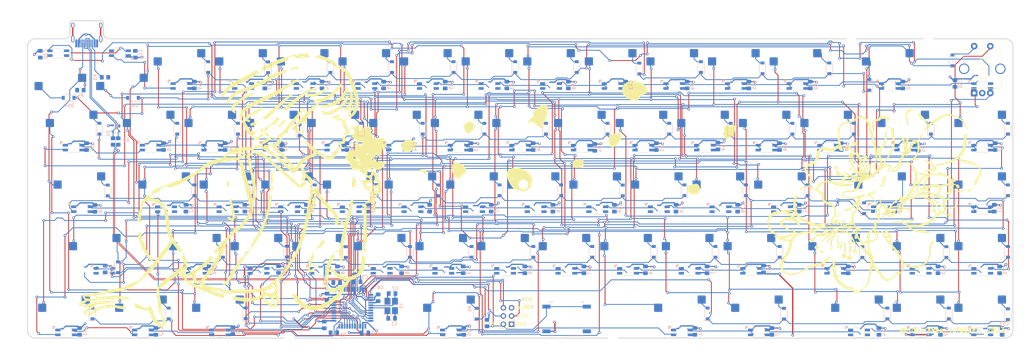
<source format=kicad_pcb>
(kicad_pcb (version 20211014) (generator pcbnew)
  (layers (0 "F.Cu" signal) (31 "B.Cu" signal) (34 "B.Paste" user) (35 "F.Paste" user) (36 "B.SilkS" user "B.Silkscreen") (37 "F.SilkS" user "F.Silkscreen") (38 "B.Mask" user) (39 "F.Mask" user) (44 "Edge.Cuts" user))
  (net 0 "")
  (net 1 "XTAL1")
  (net 2 "XTAL2")
  (net 3 "Net-(D2-Pad1)")
  (net 4 "Net-(D3-Pad1)")
  (net 5 "Net-(D4-Pad1)")
  (net 6 "Net-(D5-Pad1)")
  (net 7 "Net-(D6-Pad1)")
  (net 8 "Net-(D7-Pad1)")
  (net 9 "Net-(D8-Pad1)")
  (net 10 "Net-(D11-Pad1)")
  (net 11 "Net-(D12-Pad1)")
  (net 12 "Net-(D13-Pad1)")
  (net 13 "+5V")
  (net 14 "Net-(D17-Pad1)")
  (net 15 "Net-(D18-Pad1)")
  (net 16 "Net-(D19-Pad1)")
  (net 17 "Net-(D20-Pad1)")
  (net 18 "Net-(D21-Pad1)")
  (net 19 "Net-(D22-Pad1)")
  (net 20 "Net-(D23-Pad1)")
  (net 21 "Net-(D24-Pad1)")
  (net 22 "Net-(D25-Pad1)")
  (net 23 "Net-(D26-Pad1)")
  (net 24 "Net-(D27-Pad1)")
  (net 25 "Net-(D28-Pad1)")
  (net 26 "Net-(D10-Pad3)")
  (net 27 "Net-(D10-Pad1)")
  (net 28 "Net-(D32-Pad1)")
  (net 29 "Net-(D33-Pad1)")
  (net 30 "Net-(D34-Pad1)")
  (net 31 "Net-(D35-Pad1)")
  (net 32 "Net-(D36-Pad1)")
  (net 33 "Net-(D37-Pad1)")
  (net 34 "Net-(D38-Pad1)")
  (net 35 "Net-(D39-Pad1)")
  (net 36 "Net-(D40-Pad1)")
  (net 37 "Net-(D41-Pad1)")
  (net 38 "Net-(D42-Pad1)")
  (net 39 "Net-(D43-Pad1)")
  (net 40 "Net-(D15-Pad1)")
  (net 41 "Net-(D46-Pad1)")
  (net 42 "Net-(D47-Pad1)")
  (net 43 "Net-(D48-Pad1)")
  (net 44 "Net-(D49-Pad1)")
  (net 45 "Net-(D50-Pad1)")
  (net 46 "Net-(D51-Pad1)")
  (net 47 "Net-(D52-Pad1)")
  (net 48 "Net-(D53-Pad1)")
  (net 49 "Net-(D54-Pad1)")
  (net 50 "Net-(D55-Pad1)")
  (net 51 "Net-(D56-Pad1)")
  (net 52 "Net-(D57-Pad1)")
  (net 53 "D16")
  (net 54 "D59")
  (net 55 "Net-(D60-Pad1)")
  (net 56 "Net-(D61-Pad1)")
  (net 57 "Net-(D62-Pad1)")
  (net 58 "Net-(D63-Pad1)")
  (net 59 "Net-(D64-Pad1)")
  (net 60 "Net-(D65-Pad1)")
  (net 61 "Net-(D66-Pad1)")
  (net 62 "Net-(D67-Pad1)")
  (net 64 "Net-(D30-Pad1)")
  (net 65 "D31")
  (net 66 "D45")
  (net 67 "Net-(D103-Pad2)")
  (net 68 "ROW0")
  (net 69 "COL9")
  (net 70 "ROW1")
  (net 71 "Net-(D94-Pad2)")
  (net 72 "Net-(D95-Pad2)")
  (net 73 "Net-(D96-Pad2)")
  (net 74 "Net-(D97-Pad2)")
  (net 75 "Net-(D98-Pad2)")
  (net 76 "Net-(D99-Pad2)")
  (net 77 "Net-(D100-Pad2)")
  (net 78 "Net-(D101-Pad2)")
  (net 79 "Net-(D102-Pad2)")
  (net 80 "ROW2")
  (net 81 "Net-(D104-Pad2)")
  (net 82 "Net-(D105-Pad2)")
  (net 83 "Net-(D106-Pad2)")
  (net 84 "Net-(D107-Pad2)")
  (net 85 "Net-(D108-Pad2)")
  (net 86 "Net-(D109-Pad2)")
  (net 87 "Net-(D110-Pad2)")
  (net 88 "Net-(D111-Pad2)")
  (net 89 "Net-(D112-Pad2)")
  (net 90 "ROW3")
  (net 91 "Net-(D113-Pad2)")
  (net 92 "Net-(D114-Pad2)")
  (net 93 "Net-(D115-Pad2)")
  (net 94 "Net-(D116-Pad2)")
  (net 95 "Net-(D117-Pad2)")
  (net 96 "Net-(D118-Pad2)")
  (net 97 "Net-(D119-Pad2)")
  (net 98 "Net-(D120-Pad2)")
  (net 99 "Net-(D121-Pad2)")
  (net 100 "Net-(D122-Pad2)")
  (net 101 "ROW4")
  (net 102 "Net-(D123-Pad2)")
  (net 103 "Net-(D124-Pad2)")
  (net 104 "Net-(D125-Pad2)")
  (net 105 "Net-(D126-Pad2)")
  (net 106 "Net-(D127-Pad2)")
  (net 107 "Net-(D128-Pad2)")
  (net 108 "Net-(D129-Pad2)")
  (net 109 "Net-(D130-Pad2)")
  (net 110 "Net-(D131-Pad2)")
  (net 111 "Net-(D132-Pad2)")
  (net 112 "ROW5")
  (net 113 "Net-(D133-Pad2)")
  (net 114 "Net-(D134-Pad2)")
  (net 115 "Net-(D135-Pad2)")
  (net 116 "Net-(D136-Pad2)")
  (net 117 "Net-(D137-Pad2)")
  (net 118 "Net-(D138-Pad2)")
  (net 119 "Net-(D139-Pad2)")
  (net 120 "Net-(D140-Pad2)")
  (net 121 "Net-(D141-Pad2)")
  (net 122 "Net-(D142-Pad2)")
  (net 123 "ROW6")
  (net 124 "Net-(D143-Pad2)")
  (net 125 "Net-(D144-Pad2)")
  (net 126 "Net-(D145-Pad2)")
  (net 127 "Net-(D146-Pad2)")
  (net 128 "Net-(D147-Pad2)")
  (net 129 "Net-(D148-Pad2)")
  (net 130 "Net-(D149-Pad2)")
  (net 131 "Net-(D150-Pad2)")
  (net 132 "Net-(D151-Pad2)")
  (net 133 "Net-(D152-Pad2)")
  (net 134 "GND")
  (net 135 "Net-(D153-Pad2)")
  (net 136 "Net-(D154-Pad2)")
  (net 137 "Net-(D155-Pad2)")
  (net 138 "Net-(D156-Pad2)")
  (net 139 "Net-(D157-Pad2)")
  (net 140 "Net-(D158-Pad2)")
  (net 141 "Net-(D159-Pad2)")
  (net 142 "Net-(D160-Pad2)")
  (net 143 "MISO")
  (net 144 "SCK")
  (net 145 "MOSI")
  (net 146 "RESET")
  (net 147 "D-")
  (net 148 "D+")
  (net 149 "Net-(R3-Pad2)")
  (net 150 "Net-(R4-Pad2)")
  (net 151 "Net-(R6-Pad2)")
  (net 152 "COL0")
  (net 153 "COL1")
  (net 154 "COL2")
  (net 155 "COL3")
  (net 156 "COL4")
  (net 157 "COL5")
  (net 158 "COL6")
  (net 159 "COL7")
  (net 160 "LED")
  (net 161 "RE2")
  (net 162 "RE1")
  (net 166 "Net-(C3-Pad1)")
  (net 167 "Net-(D1-Pad2)")
  (net 168 "Net-(D1-Pad3)")
  (net 169 "Net-(D14-Pad1)")
  (net 170 "Net-(D29-Pad1)")
  (net 171 "Net-(D44-Pad1)")
  (net 172 "Net-(D58-Pad1)")
  (net 173 "COL8")
  (footprint "random-keyboard-parts2:Reset_Pretty-Mask" (layer "F.Cu") (at 210.3585 157.1625))
  (footprint "reverse:MX_SK6812MINI-E_REV" (layer "F.Cu") (at 285.75 138.1125))
  (footprint "reverse:MX_SK6812MINI-E_REV" (layer "F.Cu") (at 161.891 119.0625))
  (footprint "reverse:MX_SK6812MINI-E_REV" (layer "F.Cu") (at 138.1125 100.0125))
  (footprint "reverse:MX_SK6812MINI-E_REV" (layer "F.Cu") (at 276.225 119.0625))
  (footprint "reverse:MX_SK6812MINI-E_REV" (layer "F.Cu") (at 214.3125 100.0125))
  (footprint "reverse:MX_SK6812MINI-E_REV" (layer "F.Cu") (at 104.775 119.0625))
  (footprint "reverse:MX_SK6812MINI-E_REV" (layer "F.Cu") (at 85.725 138.1125))
  (footprint "reverse:MX_SK6812MINI-E_REV" (layer "F.Cu") (at 357.1875 157.1625))
  (footprint "reverse:MX_SK6812MINI-E_REV" (layer "F.Cu") (at 295.275 119.0625))
  (footprint "reverse:MX_SK6812MINI-E_REV" (layer "F.Cu") (at 266.727305 138.1125))
  (footprint "reverse:MX_SK6812MINI-E_REV" (layer "F.Cu") (at 180.975 119.0625))
  (footprint "reverse:MX_SK6812MINI-E_REV" (layer "F.Cu") (at 338.1375 138.1125))
  (footprint "reverse:MX_SK6812MINI-E_REV" (layer "F.Cu") (at 233.37725 100.0125))
  (footprint "reverse:MX_SK6812MINI-E_REV" (layer "F.Cu") (at 97.646 157.1625))
  (footprint "reverse:MX_SK6812MINI-E_REV" (layer "F.Cu") (at 128.60225 80.9625))
  (footprint "reverse:MX_SK6812MINI-E_REV" (layer "F.Cu") (at 123.791 119.0625))
  (footprint "reverse:MX_SK6812MINI-E_REV" (layer "F.Cu") (at 357.1875 100.0125))
  (footprint "reverse:MX_SK6812MINI-E_REV" (layer "F.Cu") (at 223.8375 80.9625))
  (footprint "reverse:MX_SK6812MINI-E_REV" (layer "F.Cu") (at 326.19725 119.0625))
  (footprint "reverse:MX_SK6812MINI-E_REV" (layer "F.Cu") (at 119.07725 100.0125))
  (footprint "reverse:MX_SK6812MINI-E_REV" (layer "F.Cu") (at 133.36475 138.1125))
  (footprint "reverse:MX_SK6812MINI-E_REV" (layer "F.Cu") (at 114.31475 138.1125))
  (footprint "reverse:MX_SK6812MINI-E_REV" (layer "F.Cu") (at 319.0875 157.1625))
  (footprint "reverse:MX_SK6812MINI-E_REV" (layer "F.Cu") (at 257.175 119.0625))
  (footprint "reverse:MX_SK6812MINI-E_REV" (layer "F.Cu") (at 71.4375 80.9625 180))
  (footprint "reverse:MX_SK6812MINI-E_REV" (layer "F.Cu") (at 228.6 138.1125))
  (footprint "reverse:MX_SK6812MINI-E_REV" (layer "F.Cu") (at 157.17725 100.0125))
  (footprint "reverse:MX_SK6812MINI-E_REV" (layer "F.Cu") (at 192.896007 157.1625))
  (footprint "reverse:MX_SK6812MINI-E_REV" (layer "F.Cu") (at 147.65225 80.9625))
  (footprint "reverse:MX_SK6812MINI-E_REV" (layer "F.Cu") (at 100.02725 100.0125))
  (footprint "reverse:MX_SK6812MINI-E_REV" (layer "F.Cu") (at 247.65 138.1125))
  (footprint "reverse:MX_SK6812MINI-E_REV" (layer "F.Cu") (at 78.8035 119.0625))
  (footprint "reverse:MX_SK6812MINI-E_REV" (layer "F.Cu") (at 271.4625 100.0125))
  (footprint "reverse:MX_SK6812MINI-E_REV" (layer "F.Cu") (at 261.95225 80.9625))
  (footprint "reverse:MX_SK6812MINI-E_REV" (layer "F.Cu") (at 333.38975 100.0125))
  (footprint "reverse:MX_SK6812MINI-E_REV" (layer "F.Cu") (at 176.2125 100.0125))
  (footprint "reverse:MX_SK6812MINI-E_REV" (layer "F.Cu") (at 171.45 138.1125))
  (footprint "reverse:MX_SK6812MINI-E_REV" (layer "F.Cu") (at 121.4585 157.1625))
  (footprint "reverse:MX_SK6812MINI-E_REV" (layer "F.Cu") (at 90.50225 80.9625 180))
  (footprint "reverse:MX_SK6812MINI-E_REV" (layer "F.Cu") (at 242.90225 80.9625))
  (footprint "reverse:MX_SK6812MINI-E_REV" (layer "F.Cu") (at 357.1875 80.9625))
  (footprint "reverse:MX_SK6812MINI-E_REV" (layer "F.Cu") (at 252.4125 100.0125))
  (footprint "reverse:MX_SK6812MINI-E_REV" (layer "F.Cu") (at 142.841 119.0625))
  (footprint "reverse:MX_SK6812MINI-E_REV" (layer "F.Cu") (at 300.05225 80.9625))
  (footprint "reverse:MX_SK6812MINI-E_REV" (layer "F.Cu") (at 109.5375 80.9625))
  (footprint "reverse:MX_SK6812MINI-E_REV" (layer "F.Cu") (at 311.763555 138.1125))
  (footprint "reverse:MX_SK6812MINI-E_REV" (layer "F.Cu") (at 290.5125 100.0125))
  (footprint "reverse:MX_SK6812MINI-E_REV" (layer "F.Cu") (at 357.1875 138.1125))
  (footprint "reverse:MX_SK6812MINI-E_REV" (layer "F.Cu") (at 200.025 119.0625))
  (footprint "reverse:MX_SK6812MINI-E_REV" (layer "F.Cu") (at 338.1375 157.1625))
  (footprint "reverse:MX_SK6812MINI-E_REV" (layer "F.Cu") (at 328.6125 80.9625))
  (footprint "reverse:MX_SK6812MINI-E_REV" (layer "F.Cu") (at 264.31875 157.1625))
  (footprint "reverse:MX_SK6812MINI-E_REV" (layer "F.Cu") (at 204.80225 80.9625))
  (footprint "reverse:MX_SK6812MINI-E_REV" (layer "F.Cu") (at 309.5625 100.0125))
  (footprint "reverse:MX_SK6812MINI-E_REV" (layer "F.Cu") (at 195.2625 100.0125))
  (footprint "Rotary_Encoder:RotaryEncoder_Alps_EC11E-Switch_Vertical_H20mm_CircularMountingHoles" (layer "F.Cu") (at 354.6875 88.2125 90))
  (footprint "reverse:MX_SK6812MINI-E_REV" (layer "F.Cu") (at 209.623805 138.1125))
  (footprint "reverse:MX_SK6812MINI-E_REV" (layer "F.Cu") (at 185.75225 80.9625))
  (footprint "reverse:MX_SK6812MINI-E_REV" (layer "F.Cu") (at 152.4 138.1125))
  (footprint "reverse:MX_SK6812MINI-E_REV" (layer "F.Cu") (at 190.527305 138.1125))
  (footprint "reverse:MX_SK6812MINI-E_REV" (layer "F.Cu") (at 288.146 157.1625))
  (footprint "reverse:MX_SK6812MINI-E_REV" (layer "F.Cu") (at 73.89325 157.1625))
  (footprint "reverse:MX_SK6812MINI-E_REV" (layer "F.Cu") (at 281.017 80.9625))
  (footprint "reverse:MX_SK6812MINI-E_REV" (layer "F.Cu") (at 219.075 119.0625))
  (footprint "reverse:MX_SK6812MINI-E_REV" (layer "F.Cu") (at 166.734 80.9625))
  (footprint "reverse:MX_SK6812MINI-E_REV" (layer "F.Cu") (at 238.125 119.0625))
  (footprint "reverse:MX_SK6812MINI-E_REV" (layer "F.Cu") (at 357.1875 119.0625))
  (footprint "reverse:MX_SK6812MINI-E_REV" (layer "F.Cu") (at 76.21475 100.0125))
  (footprint "Capacitor_SMD:C_0805_2012Metric_Pad1.18x1.45mm_HandSolder" (layer "B.Cu") (at 139.564805 142.79375 90))
  (footprint "acheron_MXH:MX125H" (layer "B.Cu") (at 97.646 157.1625 180))
  (footprint "Diode_SMD:D_SOD-123" (layer "B.Cu") (at 169.8285 118.20625 90))
  (footprint "acheron_MXH:MX100H" (layer "B.Cu") (at 171.477305 138.1125 180))
  (footprint "Resistor_SMD:R_0805_2012Metric_Pad1.20x1.40mm_HandSolder" (layer "B.Cu") (at 156.672996 162.30975))
  (footprint "Capacitor_SMD:C_0805_2012Metric_Pad1.18x1.45mm_HandSolder" (layer "B.Cu") (at 246.88575 85.725 90))
  (footprint "acheron_MXH:MX175H" (layer "B.Cu") (at 312.017555 138.1125 180))
  (footprint "Diode_SMD:D_SOD-123" (layer "B.Cu") (at 193.68975 80.16875 90))
  (footprint "acheron_MXH:MX100H" (layer "B.Cu") (at 200.025 119.0625 180))
  (footprint "acheron_MXH:MX100H" (layer "B.Cu") (at 357.1875 100.0125 180))
  (footprint "Capacitor_SMD:C_0805_2012Metric_Pad1.18x1.45mm_HandSolder" (layer "B.Cu") (at 95.26475 76.2 -90))
  (footprint "acheron_MXH:MX100H" (layer "B.Cu") (at 109.55225 80.9625 180))
  (footprint "Diode_SMD:D_SOD-123" (layer "B.Cu") (at 89.916 142.08125 90))
  (footprint "Capacitor_SMD:C_0805_2012Metric_Pad1.18x1.45mm_HandSolder" (layer "B.Cu") (at 101.61475 161.925 90))
  (footprint "Diode_SMD:D_SOD-123" (layer "B.Cu") (at 142.153555 137.2375 90))
  (footprint "Capacitor_SMD:C_0805_2012Metric_Pad1.18x1.45mm_HandSolder" (layer "B.Cu") (at 205.33975 123.825 90))
  (footprint "acheron_MXH:MX225HR" (layer "B.Cu") (at 83.3585 138.1125 180))
  (footprint "Diode_SMD:D_SOD-123" (layer "B.Cu") (at 241.31475 99.21875 90))
  (footprint "Capacitor_SMD:C_0805_2012Metric_Pad1.18x1.45mm_HandSolder" (layer "B.Cu") (at 118.088555 142.875 90))
  (footprint "acheron_MXH:MX100H" (layer "B.Cu") (at 247.677305 138.1125 180))
  (footprint "Capacitor_SMD:C_0805_2012Metric_Pad1.18x1.45mm_HandSolder" (layer "B.Cu") (at 315.732305 142.875 90))
  (footprint "Capacitor_SMD:C_0805_2012Metric_Pad1.18x1.45mm_HandSolder" (layer "B.Cu") (at 343.513555 142.875 90))
  (footprint "Resistor_SMD:R_0805_2012Metric_Pad1.20x1.40mm_HandSolder" (layer "B.Cu") (at 78.2785 87.3125))
  (footprint "Capacitor_SMD:C_0805_2012Metric_Pad1.18x1.45mm_HandSolder" (layer "B.Cu") (at 275.446 104.60625 90))
  (footprint "acheron_MXH:MX100H" (layer "B.Cu") (at 176.22725 100.0125 180))
  (footprint "Diode_SMD:D_SOD-123" (layer "B.Cu") (at 317.51475 99.21875 90))
  (footprint "acheron_MXH:MX100H" (layer "B.Cu") (at 290.5125 100.0125 180))
  (footprint "acheron_MXH:MX100H" (layer "B.Cu") (at 276.225 119.0625 180))
  (footprint "acheron_MXH:MX100H" (layer "B.Cu") (at 219.075 119.0625 180))
  (footprint "Diode_SMD:D_SOD-123" (layer "B.Cu") (at 284.1285 118.26875 90))
  (footprint "acheron_MXH:MX100H" (layer "B.Cu") (at 266.727305 138.1125 180))
  (footprint "Capacitor_SMD:C_0805_2012Metric_Pad1.18x1.45mm_HandSolder" (layer "B.Cu") (at 140.28625 104.775 90))
  (footprint "Diode_SMD:D_SOD-123" (layer "B.Cu") (at 86.741 118.33125 90))
  (footprint "acheron_MXH:MX100H" (layer "B.Cu") (at 90.50225 80.9625))
  (footprint "Capacitor_SMD:C_0805_2012Metric_Pad1.18x1.45mm_HandSolder" (layer "B.Cu") (at 325.23 161.925 90))
  (footprint "Diode_SMD:D_SOD-123" (layer "B.Cu") (at 113.521 118.26875 90))
  (footprint "acheron_MXH:MX100H" (layer "B.Cu") (at 161.891 119.0625 180))
  (footprint "Diode_SMD:D_SOD-123" (layer "B.Cu") (at 346.102305 137.38125 90))
  (footprint "acheron_MXH:MX150H" (layer "B.Cu") (at 333.375 100.0125 180))
  (footprint "acheron_MXH:MX100H" (layer "B.Cu") (at 357.1875 138.1125 180))
  (footprint "Capacitor_SMD:C_0805_2012Metric_Pad1.18x1.45mm_HandSolder" (layer "B.Cu") (at 157.535667 146.842664 180))
  (footprint "Capacitor_SMD:C_0805_2012Metric_Pad1.18x1.45mm_HandSolder" (layer "B.Cu") (at 361.171 104.775 90))
  (footprint "acheron_MXH:MX100H" (layer "B.Cu") (at 319.0875 157.1625 180))
  (footprint "Capacitor_SMD:C_0805_2012Metric_Pad1.18x1.45mm_HandSolder" (layer "B.Cu") (at 103.996 104.775 90))
  (footprint "acheron_MXH:MX100H" (layer "B.Cu") (at 128.60225 80.9625 180))
  (footprint "Capacitor_SMD:C_0805_2012Metric_Pad1.18x1.45mm_HandSolder" (layer "B.Cu") (at 284.98575 85.725 90))
  (footprint "acheron_MXH:MX125H" (layer "B.Cu") (at 73.8335 157.1625 180))
  (footprint "acheron_MXH:MX100H" (layer "B.Cu") (at 309.5625 100.0125 180))
  (footprint "Diode_SMD:D_SOD-123" (layer "B.Cu") (at 136.3175 80.23125 90))
  (footprint "acheron_MXH:MX100H" (layer "B.Cu") (at 338.1375 157.1625 180))
  (footprint "Diode_SMD:D_SOD-123" (layer "B.Cu") (at 365.152305 137.31875 90))
  (footprint "Diode_SMD:D_SOD-123" (layer "B.Cu") (at 146.06475 99.6625 90))
  (footprint "Diode_SMD:D_SOD-123" (layer "B.Cu") (at 226.9785 118.26875 90))
  (footprint "acheron_MXH:MX100H" (layer "B.Cu") (at 180.975 119.0625 180))
  (footprint "Capacitor_SMD:C_0805_2012Metric_Pad1.18x1.45mm_HandSolder" (layer "B.Cu") (at 82.77225 123.8875 90))
  (footprint "acheron_MXH:MX100H" (layer "B.Cu") (at 281.00225 80.9625 180))
  (footprint "Capacitor_SMD:C_0805_2012Metric_Pad1.18x1.45mm_HandSolder" (layer "B.Cu") (at 360.91475 123.825 90))
  (footprint "acheron_MXH:MX100H" (layer "B.Cu") (at 190.527305 138.1125 180))
  (footprint "Capacitor_SMD:C_0805_2012Metric_Pad1.18x1.45mm_HandSolder" (layer "B.Cu") (at 180.196 104.775 90))
  (footprint "Capacitor_SMD:C_0805_2012Metric_Pad1.18x1.45mm_HandSolder" (layer "B.Cu") (at 256.396 104.775 90))
  (footprint "Capacitor_SMD:C_0805_2012Metric_Pad1.18x1.45mm_HandSolder" (layer "B.Cu") (at 65.896 76.2 90))
  (footprint "acheron_MXH:MX100H" (layer "B.Cu") (at 147.65225 80.9625 180))
  (footprint "Diode_SMD:D_SOD-123" (layer "B.Cu") (at 320.113805 137.38125 90))
  (footprint "acheron_MXH:MX100H" (layer "B.Cu") (at 228.627305 138.1125 180))
  (footprint "acheron_MXH:MX100H" (layer "B.Cu") (at 338.1375 138.1125 180))
  (footprint "Diode_SMD:D_SOD-123" (layer "B.Cu") (at 260.36475 99.21875 90))
  (footprint "Button_Switch_SMD:SW_MEC_5GSH9" (layer "B.Cu") (at 228.655754 158.077266 90))
  (footprint "Capacitor_SMD:C_0805_2012Metric_Pad1.18x1.45mm_HandSolder" (layer "B.Cu") (at 344.28 161.925 90))
  (footprint "acheron_MXH:MX100H" (layer "B.Cu") (at 252.42725 100.0125 180))
  (footprint "Diode_SMD:D_SOD-123" (layer "B.Cu") (at 200.8335 156.43125 90))
  (footprint "Diode_SMD:D_SOD-123" (layer "B.Cu") (at 309.880625 80.55 90))
  (footprint "Diode_SMD:D_SOD-123" (layer "B.Cu") (at 108.21875 99.21875 90))
  (footprint "Capacitor_SMD:C_0805_2012Metric_Pad1.18x1.45mm_HandSolder" (layer "B.Cu") (at 281.53975 123.825 90))
  (footprint "acheron_MXH:MX100H" (layer "B.Cu") (at 104.78975 119.0625 180))
  (footprint "Capacitor_SMD:C_0805_2012Metric_Pad1.18x1.45mm_HandSolder" (layer "B.Cu") (at 300.58975 123.825 90))
  (footprint "acheron_MXH:MX100H" (layer "B.Cu") (at 166.734 80.9625 180))
  (footprint "Capacitor_SMD:C_0805_2012Metric_Pad1.18x1.45mm_HandSolder" (layer "B.Cu") (at 224.38975 123.825 90))
  (footprint "Capacitor_SMD:C_0805_2012Metric_Pad1.18x1.45mm_HandSolder" (layer "B.Cu") (at 123.046 104.775 90))
  (footprint "acheron_MXH:MX100H" (layer "B.Cu") (at 271.47725 100.0125 180))
  (footprint "Resistor_SMD:R_0805_2012Metric_Pad1.20x1.40mm_HandSolder" (layer "B.Cu") (at 89.9785 103.1875 -90))
  (footprint "Diode_SMD:D_SOD-123" (layer "B.Cu") (at 289.243125 80.55 90))
  (footprint "Capacitor_SMD:C_0805_2012Metric_Pad1.18x1.45mm_HandSolder" (layer "B.Cu") (at 125.42725 161.68125 90))
  (footprint "Capacitor_SMD:C_0805_2012Metric_Pad1.18x1.45mm_HandSolder" (layer "B.Cu") (at 80.1835 104.775 90))
  (footprint "Diode_SMD:D_SOD-123" (layer "B.Cu") (at 251.143125 80.6125 90))
  (footprint "random-keyboard-parts2:SOT143B" (layer "B.Cu") (at 89.273167 99.141464 180))
  (footprint "acheron_MXH:MX125H" (layer "B.Cu") (at 264.3335 157.1625 180))
  (footprint "Capacitor_SMD:C_0805_2012Metric_Pad1.18x1.45mm_HandSolder" (layer "B.Cu") (at 170.362667 151.528964 -90))
  (footprint "Diode_SMD:D_SOD-123" (layer "B.Cu") (at 294.555055 137.31875 90))
  (footprint "acheron_MXH:MX100H" (layer "B.Cu") (at 185.75225 80.9625 180))
  (footprint "Capacitor_SMD:C_0805_2012Metric_Pad1.18x1.45mm_HandSolder" (layer "B.Cu") (at 78.0245 161.925 90))
  (footprint "Resistor_SMD:R_0805_2012Metric_Pad1.20x1.40mm_HandSolder" (layer "B.Cu") (at 85.891917 83.34375 180))
  (footprint "Diode_SMD:D_SOD-123" (layer "B.Cu") (at 207.9285 118.26875 90))
  (footprint "Diode_SMD:D_SOD-123" (layer "B.Cu") (at 155.58975 80.16875 90))
  (footprint "acheron_MXH:MX100H" (layer "B.Cu") (at 357.1875 119.0625 180))
  (footprint "Diode_SMD:D_SOD-123" (layer "B.Cu") (at 74.62725 89.69375 180))
  (footprint "Capacitor_SMD:C_0805_2012Metric_Pad1.18x1.45mm_HandSolder" (layer "B.Cu") (at 174.673167 150.216464 180))
  (footprint "acheron_MXH:MX100H" (layer "B.Cu") (at 261.95225 80.9625 180))
  (footprint "Package_QFP:TQFP-44_10x10mm_P0.8mm" (layer "B.Cu") (at 162.39275 154.6335 -90))
  (footprint "acheron_MXH:MX100H" (layer "B.Cu") (at 223.85225 80.9625 180))
  (footprint "Capacitor_SMD:C_0805_2012Metric_Pad1.18x1.45mm_HandSolder" (layer "B.Cu") (at 272.076055 142.875 90))
  (footprint "Capacitor_SMD:C_0805_2012Metric_Pad1.18x1.45mm_HandSolder" (layer "B.Cu") (at 85.94725 142.63125 90))
  (footprint "Diode_SMD:D_SOD-123" (layer "B.Cu") (at 279.41475 99.21875 90))
  (footprint "Capacitor_SMD:C_0805_2012Metric_Pad1.18x1.45mm_HandSolder" (layer "B.Cu") (at 157.776055 142.875 90))
  (footprint "Diode_SMD:D_SOD-123" (layer "B.Cu") (at 274.664805 137.31875 90))
  (footprint "Diode_SMD:D_SOD-123" (layer "B.Cu") (at 188.9785 118.33125 90))
  (footprint "Diode_SMD:D_SOD-123" (layer "B.Cu") (at 272.271 156.36875 90))
  (footprint "Capacitor_SMD:C_0805_2012Metric_Pad1.18x1.45mm_HandSolder" (layer "B.Cu") (at 363.33 161.925 90))
  (footprint "Diode_SMD:D_SOD-123" (layer "B.Cu") (at 222.26475 99.21875 90))
  (footprint "acheron_MXH:MX100H" (layer "B.Cu") (at 133.36475 138.1125 180))
  (footprint "acheron_MXH:MX100H" (layer "B.Cu") (at 295.275 119.0625 180))
  (footprint "Type-C:HRO-TYPE-C-31-M-12-HandSoldering" (layer "B.Cu") (at 80.23733 64.670635))
  (footprint "Diode_SMD:D_SOD-123" (layer "B.Cu") (at 150.7785 118.26875 90))
  (footprint "Diode_SMD:D_SOD-123" (layer "B.Cu") (at 231.78975 80.16875 90))
  (footprint "Diode_SMD:D_SOD-123" (layer "B.Cu") (at 255.614805 137.31875 90))
  (footprint "acheron_MXH:MX150H" (layer "B.Cu") (at 76.21475 100.0125 180))
  (footprint "acheron_MXH:MX125H" (layer "B.Cu") (at 288.146 157.1625 180))
  (footprint "Diode_SMD:D_SOD-123" (layer "B.Cu") (at 303.1785 118.26875 90))
  (footprint "Capacitor_SMD:C_0805_2012Metric_Pad1.18x1.45mm_HandSolder" (layer "B.Cu") (at 191.101 85.725 90))
  (footprint "Diode_SMD:D_SOD-123" (layer "B.Cu") (at 298.46475 99.21875 90))
  (footprint "acheron_MXH:MX200HR" (layer "B.Cu") (at 328.62725 80.9625 180))
  (footprint "Capacitor_SMD:C_0805_2012Metric_Pad1.18x1.45mm_HandSolder" (layer "B.Cu") (at 172.051 85.725 90))
  (footprint "acheron_MXH:MX100H" (layer "B.Cu") (at 123.791 119.0625 180))
  (footprint "Diode_SMD:D_SOD-123" (layer "B.Cu") (at 160.364805 137.38125 90))
  (footprint "Capacitor_SMD:C_0805_2012Metric_Pad1.18x1.45mm_HandSolder" (layer "B.Cu") (at 153.704246 159.9285 -90))
  (footprint "Capacitor_SMD:C_0805_2012Metric_Pad1.18x1.45mm_HandSolder" (layer "B.Cu") (at 289.538555 142.63125 90))
  (footprint "Diode_SMD:D_SOD-123" (layer "B.Cu") (at 365.13975 99.21875 90))
  (footprint "Capacitor_SMD:C_0805_2012Metric_Pad1.18x1.45mm_HandSolder" (layer "B.Cu") (at 154.563867 151.285214 -90))
  (footprint "Diode_SMD:D_SOD-123" (layer "B.Cu") (at 320.641 123.825 90))
  (footprint "Diode_SMD:D_SOD-123" (layer "B.Cu") (at 365.125 156.59 90))
  (footprint "Diode_SMD:D_SOD-123" (layer "B.Cu") (at 365.1375 118.26875 90))
  (footprint "Capacitor_SMD:C_0805_2012Metric_Pad1.18x1.45mm_HandSolder" (layer "B.Cu") (at 292.11475 161.925 90))
  (footprint "Diode_SMD:D_SOD-123" (layer "B.Cu") (at 94.5335 89.69375 180))
  (footprint "Capacitor_SMD:C_0805_2012Metric_Pad1.18x1.45mm_HandSolder" (layer "B.Cu") (at 332.61075 85.725 90))
  (footprint "Capacitor_SMD:C_0805_2012Metric_Pad1.18x1.45mm_HandSolder" (layer "B.Cu") (at 337.3585 105.01875 90))
  (footprint "acheron_MXH:MX100H" (layer "B.Cu") (at 357.1875 157.1625 180))
  (footprint "Capacitor_SMD:C_0805_2012Metric_Pad1.18x1.45mm_HandSolder" (layer "B.Cu") (at 110.93225 123.825 90))
  (footprint "Diode_SMD:D_SOD-123" (layer "B.Cu") (at 218.355055 137.31875 90))
  (footprint "Diode_SMD:D_SOD-123" (layer "B.Cu") (at 265.0785 118.26875 90))
  (footprint "Capacitor_SMD:C_0805_2012Metric_Pad1.18x1.45mm_HandSolder" (layer "B.Cu") (at 233.976055 142.875 90))
  (footprint "Capacitor_SMD:C_0805_2012Metric_Pad1.18x1.45mm_HandSolder" (layer "B.Cu") (at 177.619805 142.875 90))
  (footprint "Capacitor_SMD:C_0805_2012Metric_Pad1.18x1.45mm_HandSolder" (layer "B.Cu") (at 262.48975 123.825 90))
  (footprint "Capacitor_SMD:C_0805_2012Metric_Pad1.18x1.45mm_HandSolder" (layer "B.Cu") (at 153.001 85.725 90))
  (footprint "Capacitor_SMD:C_0805_2012Metric_Pad1.18x1.45mm_HandSolder" (layer "B.Cu") (at 196.86475 161.925 90))
  (footprint "Capacitor_SMD:C_0805_2012Metric_Pad1.18x1.45mm_HandSolder" (layer "B.Cu") (at 160.7295 104.775 90))
  (footprint "Diode_SMD:D_SOD-123" (layer "B.Cu") (at 81.99325 156.36875 90))
  (footprint "acheron_MXH:MX100H" (layer "B.Cu") (at 119.07725 100.0125 180))
  (footprint "Capacitor_SMD:C_0805_2012Metric_Pad1.18x1.45mm_HandSolder" (layer "B.Cu") (at 210.151 85.725 90))
  (footprint "acheron_MXH:MX125H" (layer "B.Cu") (at 121.4585 157.1625 180))
  (footprint "Capacitor_SMD:C_0805_2012Metric_Pad1.18x1.45mm_HandSolder" (layer "B.Cu") (at 294.496 104.775 90))
  (footprint "acheron_MXH:MX175H" (layer "B.Cu") (at 78.596 119.0625 180))
  (footprint "acheron_MXH:MX100H" (layer "B.Cu") (at 257.175 119.0625 180))
  (footprint "Diode_SMD:D_SOD-123" (layer "B.Cu") (at 295.876 156.43125 90))
  (footprint "Diode_SMD:D_SOD-123" (layer "B.Cu") (at 327.81875 156.36875 90))
  (footprint "Diode_SMD:D_SOD-123" (layer "B.Cu") (at 236.564805 137.31875 90))
  (footprint "Diode_SMD:D_SOD-123" (layer "B.Cu") (at 127.01475 99.21875 90))
  (footprint "Capacitor_SMD:C_0805_2012Metric_Pad1.18x1.45mm_HandSolder" (layer "B.Cu") (at 163.853917 146.563264))
  (footprint "Capacitor_SMD:C_0805_2012Metric_Pad1.18x1.45mm_HandSolder" (layer "B.Cu") (at 237.346 105.01875 90))
  (footprint "Capacitor_SMD:C_0805_2012Metric_Pad1.18x1.45mm_HandSolder" (layer "B.Cu") (at 229.201 85.725 90))
  (footprint "acheron_MXH:MX100H" (layer "B.Cu") (at 300.05225 80.9625 180))
  (footprint "acheron_MXH:MX100H" (layer "B.Cu") (at 71.45225 80.9625))
  (footprint "Capacitor_SMD:C_0805_2012Metric_Pad1.18x1.45mm_HandSolder" (layer "B.Cu") (at 243.43975 123.825 90))
  (footprint "Diode_SMD:D_SOD-123" (layer "B.Cu") (at 341.32725 99.21875 90))
  (footprint "Capacitor_SMD:C_0805_2012Metric_Pad1.18x1.45mm_HandSolder" (layer "B.Cu") (at 167.23975 123.825 90))
  (footprint "Capacitor_SMD:C_0805_2012Metric_Pad1.18x1.45mm_HandSolder" (layer "B.Cu") (at 215.719805 142.875 90))
  (footprint "Diode_SMD:D_SOD-123" (layer "B.Cu") (at 131.7285 118.26875 90))
  (footprint "acheron_MXH:MX100H" (layer "B.Cu") (at 238.125 119.0625 180))
  (footprint "acheron_MXH:MX100H" (layer "B.Cu") (at 233.37725 100.0125 180))
  (footprint "Diode_SMD:D_SOD-123" (layer "B.Cu") (at 105.5835 156.36875 90))
  (footprint "Diode_SMD:D_SOD-123" (layer "B.Cu") (at 180.208555 137.31875 90))
  (footprint "Diode_SMD:D_SOD-123" (layer "B.Cu") (at 117.793125 80.16875 90))
  (footprint "acheron_MXH:MX100H" (layer "B.Cu") (at 138.12725 100.0125 180))
  (footprint "acheron_MXH:MX100H" (layer "B.Cu") (at 209.623805 138.1125 180))
  (footprint "Resistor_SMD:R_0805_2012Metric_Pad1.20x1.40mm_HandSolder" (layer "B.Cu") (at 88.391 103.1875 -90))
  (footprint "Capacitor_SMD:C_0805_2012Metric_Pad1.18x1.45mm_HandSolder" (layer "B.Cu") (at 304.03575 85.725 90))
  (footprint "Diode_SMD:D_SOD-123" (layer "B.Cu") (at 174.63975 80.16875 90))
  (footprint "acheron_MXH:MX100H" (layer "B.Cu") (at 214.30171 100.0125 180))
  (footprint "Capacitor_SMD:C_0805_2012Metric_Pad1.18x1.45mm_HandSolder" (layer "B.Cu") (at 199.02375 104.775 90))
  (footprint "Diode_SMD:D_SOD-123" (layer "B.Cu") (at 346.86875 156.36875 90))
  (footprint "Diode_SMD:D_SOD-123" (layer "B.Cu") (at 199.258555 137.31875 90))
  (footprint "Capacitor_SMD:C_0805_2012Metric_Pad1.18x1.45mm_HandSolder" (layer "B.Cu") (at 253.026055 142.875 90))
  (footprint "Capacitor_SMD:C_0805_2012Metric_Pad1.18x1.45mm_HandSolder" (layer "B.Cu") (at 166.288417 162.387464))
  (footprint "Capacitor_SMD:C_0805_2012Metric_Pad1.18x1.45mm_HandSolder" (layer "B.Cu") (at 135.31625 85.725 90))
  (footprint "Diode_SMD:D_SOD-123" (layer "B.Cu") (at 184.16475 99.21875 90))
  (footprint "acheron_MXH:MX100H" (layer "B.Cu") (at 142.841 119.0625 180))
  (footprint "Capacitor_SMD:C_0805_2012Metric_Pad1.18x1.45mm_HandSolder" (layer "B.Cu") (at 268.30225 161.925 90))
  (footprint "Capacitor_SMD:C_0805_2012Metric_Pad1.18x1.45mm_HandSolder" (layer "B.Cu") (at 330.166 123.8875 90))
  (footprint "Resistor_SMD:R_0805_2012Metric_Pad1.20x1.40mm_HandSolder" (layer "B.Cu") (at 204.0085 159.3375 -90))
  (footprint "acheron_MXH:MX100H" (layer "B.Cu") (at 204.80225 80.9625 180))
  (footprint "Capacitor_SMD:C_0805_2012Metric_Pad1.18x1.45mm_HandSolder" (layer "B.Cu") (at 174.532167 157.899964))
  (footprint "Diode_SMD:D_SOD-123" (layer "B.Cu") (at 122.36068 137.31875 90))
  (footprint "Diode_SMD:D_SOD-123" (layer "B.Cu") (at 347.98 78.105 90))
  (footprint "Diode_SMD:D_SOD-123" (layer "B.Cu") (at 212.73975 80.16875 90))
  (footprint "Crystal:Crystal_SMD_3225-4Pin_3.2x2.5mm_HandSoldering" (layer "B.Cu") (at 174.419667 154.047714 90))
  (footprint "acheron_MXH:MX100H" (layer "B.Cu") (at 114.31475 138.1125 180))
  (footprint "Diode_SMD:D_SOD-123" (layer "B.Cu") (at 270.193125 80.16875 90))
  (footprint "Capacitor_SMD:C_0805_2012Metric_Pad1.18x1.45mm_HandSolder" (layer "B.Cu") (at 362.563555 142.875 90))
  (footprint "Diode_SMD:D_SOD-123" (layer "B.Cu") (at 246.0285 118.33125 90))
  (footprint "Diode_SMD:D_SOD-123" (layer "B.Cu") (at 203.21475 99.21875 90))
  (footprint "acheron_MXH:MX100H" (layer "B.Cu") (at 285.823805 138.1125 180))
  (footprint "acheron_MXH:MX100H" (layer "B.Cu") (at 100.031 100.0125 180))
  (footprint "acheron_MXH:MX100H" (layer "B.Cu") (at 242.90225 80.9625 180))
  (footprint "Diode_SMD:D_SOD-123" (layer "B.Cu") (at 165.11475 99.21875 90))
  (footprint "acheron_MXH:MX225HR" (layer "B.Cu") (at 326.23125 119.0625 180))
  (footprint "Capacitor_SMD:C_0805_2012Metric_Pad1.18x1.45mm_HandSolder" (layer "B.Cu") (at 148.18975 123.825 90))
  (footprint "acheron_MXH:MX100H" (layer "B.Cu") (at 152.427305 138.1125 180))
  (footprint "Capacitor_SMD:C_0805_2012Metric_Pad1.18x1.45mm_HandSolder" (layer "B.Cu") (at 313.546 104.775 90))
  (footprint "acheron_MXH:MX625HR" (layer "B.Cu") (at 192.896007 157.1625 180))
  (footprint "Diode_SMD:D_SOD-123" (layer "B.Cu") (at 322.292 85.6625 90))
  (footprint "Capacitor_SMD:C_0805_2012Metric_Pad1.18x1.45mm_HandSolder" (layer "B.Cu") (at 129.13975 123.825 90))
  (footprint "Diode_SMD:D_SOD-123" (layer "B.Cu") (at 84.15225 99.21875 90))
  (footprint "Capacitor_SMD:C_0805_2012Metric_Pad1.18x1.45mm_HandSolder" (layer "B.Cu") (at 196.669805 142.875 90))
  (footprint "Capacitor_SMD:C_0805_2012Metric_Pad1.18x1.45mm_HandSolder" (layer "B.Cu") (at 113.521 85.725 90))
  (footprint "Capacitor_SMD:C_0805_2012Metric_Pad1.18x1.45mm_HandSolder" (layer "B.Cu") (at 348.77375 85.24875 90))
  (footprint "acheron_MXH:MX100H" (layer "B.Cu") (at 157.17725 100.0125 180))
  (footprint "Diode_SMD:D_SOD-123" (layer "B.Cu") (at 129.396 156.30625 90))
  (footprint "Capacitor_SMD:C_0805_2012Metric_Pad1.18x1.45mm_HandSolder" (layer "B.Cu") (at 218.296 104.775 90))
  (footprint "Capacitor_SMD:C_0805_2012Metric_Pad1.18x1.45mm_HandSolder" (layer "B.Cu") (at 265.93575 85.725 90))
  (footprint "Capacitor_SMD:C_0805_2012Metric_Pad1.18x1.45mm_HandSolder" (layer "B.Cu") (at 186.28975 123.825 90))
  (footprint "acheron_MXH:MX100H" (layer "B.Cu") (at 195.27725 100.0125 180))
  (gr_poly (pts (xy 309.768131 115.443836) (xy 309.918318 115.448498) (xy 310.068969 115.457314) (xy 310.219632 115.469246) (xy 310.369892 115.48679) (xy 310.519594 115.509357) (xy 310.668583 115.536358) (xy 310.816703 115.567204) (xy 310.9638 115.601305) (xy 311.109719 115.638073) (xy 311.254304 115.676918) (xy 311.542039 115.757616) (xy 311.825805 115.838314) (xy 312.103618 115.920334) (xy 312.23591 115.960022) (xy 312.271463 115.970275) (xy 312.306025 115.980528) (xy 312.322623 115.985344) (xy 312.338602 115.989788) (xy 312.353836 115.993735) (xy 312.368202 115.997063) (xy 312.496824 116.028497) (xy 312.628238 116.057544) (xy 312.76176 116.084545) (xy 312.896707 116.10984) (xy 313.168153 116.15668) (xy 313.437118 116.200793) (xy 313.703355 116.239446) (xy 313.965623 116.275867) (xy 314.222931 116.309808) (xy 314.474285 116.341021) (xy 314.719231 116.370869) (xy 314.95748 116.397244) (xy 315.188288 116.420643) (xy 315.410909 116.441561) (xy 315.624622 116.46016) (xy 315.828785 116.476247) (xy 316.022779 116.489791) (xy 316.205982 116.500763) (xy 316.377776 116.509129) (xy 316.537539 116.51486) (xy 316.684651 116.517925) (xy 316.818492 116.518292) (xy 316.88036 116.517935) (xy 316.938878 116.516927) (xy 316.993924 116.515362) (xy 317.045373 116.513331) (xy 317.093102 116.510928) (xy 317.136985 116.508246) (xy 317.212722 116.502417) (xy 317.245335 116.499456) (xy 317.2737 116.496588) (xy 317.297786 116.493906) (xy 317.317563 116.491503) (xy 317.332998 116.489472) (xy 317.344062 116.487906) (xy 317.352951 116.486542) (xy 317.371471 116.547398) (xy 317.337736 116.56228) (xy 317.295568 116.579767) (xy 317.268159 116.590696) (xy 317.236534 116.602959) (xy 317.20082 116.61686) (xy 317.161169 116.630823) (xy 317.117611 116.64491) (xy 317.070177 116.659183) (xy 317.018899 116.673704) (xy 316.963807 116.688535) (xy 316.842306 116.719376) (xy 316.706417 116.748977) (xy 316.633341 116.763467) (xy 316.556885 116.777585) (xy 316.477081 116.791207) (xy 316.393959 116.804209) (xy 316.307551 116.816467) (xy 316.217887 116.827856) (xy 316.126007 116.84015) (xy 316.031026 116.851297) (xy 315.933068 116.861389) (xy 315.832257 116.87052) (xy 315.622575 116.886272) (xy 315.402971 116.899294) (xy 315.174312 116.907687) (xy 314.936973 116.912854) (xy 314.6912 116.914549) (xy 314.437242 116.912524) (xy 314.437246 116.912526) (xy 314.175928 116.904464) (xy 313.908409 116.89169) (xy 313.635434 116.873458) (xy 313.497132 116.862064) (xy 313.357746 116.849026) (xy 313.216559 116.834432) (xy 313.074599 116.818102) (xy 312.931584 116.79954) (xy 312.787236 116.77825) (xy 312.641276 116.753734) (xy 312.493424 116.725499) (xy 312.343402 116.693046) (xy 312.190931 116.65588) (xy 312.169697 116.650805) (xy 312.149548 116.645544) (xy 312.13033 116.640159) (xy 312.111887 116.634712) (xy 312.042766 116.613545) (xy 311.897243 116.563273) (xy 311.61943 116.460087) (xy 311.071743 116.248419) (xy 310.529015 116.04932) (xy 310.260257 115.953739) (xy 309.992242 115.862128) (xy 309.857847 115.821112) (xy 309.722739 115.784034) (xy 309.587197 115.751855) (xy 309.519351 115.737902) (xy 309.4515 115.725535) (xy 309.383681 115.714874) (xy 309.315927 115.706038) (xy 309.248274 115.699147) (xy 309.180757 115.694322) (xy 309.11341 115.691684) (xy 309.046269 115.691351) (xy 308.979368 115.693444) (xy 308.912742 115.698084) (xy 308.846534 115.704281) (xy 308.780946 115.712927) (xy 308.716102 115.723991) (xy 308.652126 115.737443) (xy 308.589143 115.753251) (xy 308.527276 115.771384) (xy 308.466649 115.791812) (xy 308.407386 115.814503) (xy 308.379606 115.826451) (xy 308.351825 115.838646) (xy 308.324044 115.851338) (xy 308.310153 115.857947) (xy 308.296262 115.864773) (xy 308.182493 115.928273) (xy 308.156468 115.944727) (xy 308.130072 115.962173) (xy 308.103427 115.980364) (xy 308.076659 115.99905) (xy 307.970825 116.073796) (xy 307.767426 116.225352) (xy 307.573949 116.371451) (xy 307.480932 116.441059) (xy 307.390395 116.507629) (xy 307.302338 116.570602) (xy 307.216762 116.62942) (xy 307.055367 116.740214) (xy 307.017188 116.767215) (xy 306.980126 116.794247) (xy 306.944303 116.821465) (xy 306.909845 116.849024) (xy 306.876607 116.875937) (xy 306.844361 116.903097) (xy 306.813107 116.930506) (xy 306.782845 116.958163) (xy 306.753576 116.986069) (xy 306.725298 117.014222) (xy 306.698013 117.042623) (xy 306.67172 117.071272) (xy 306.646353 117.099667) (xy 306.621832 117.128267) (xy 306.598132 117.157029) (xy 306.57523 117.185912) (xy 306.553103 117.214872) (xy 306.531729 117.243868) (xy 306.491142 117.301792) (xy 306.453284 117.359344) (xy 306.417968 117.416183) (xy 306.385009 117.471967) (xy 306.35422 117.526356) (xy 306.325436 117.57902) (xy 306.298575 117.629668) (xy 306.273574 117.678022) (xy 306.250371 117.723802) (xy 306.174303 117.875607) (xy 306.108158 118.007899) (xy 306.044657 117.997315) (xy 306.042838 117.987972) (xy 306.038042 117.960273) (xy 306.031262 117.914715) (xy 306.027438 117.885393) (xy 306.02349 117.851794) (xy 306.019816 117.812979) (xy 306.016917 117.769979) (xy 306.015072 117.722824) (xy 306.01456 117.671545) (xy 306.015661 117.616174) (xy 306.018653 117.556741) (xy 306.023815 117.493277) (xy 306.031427 117.425814) (xy 306.042945 117.355198) (xy 306.058092 117.280582) (xy 306.077517 117.202432) (xy 306.089038 117.162176) (xy 306.101872 117.121212) (xy 306.116102 117.079596) (xy 306.131808 117.037388) (xy 306.149073 116.994644) (xy 306.167977 116.951424) (xy 306.188602 116.907785) (xy 306.211028 116.863786) (xy 306.235339 116.819485) (xy 306.261614 116.774939) (xy 306.289881 116.730458) (xy 306.32007 116.68636) (xy 306.35212 116.64272) (xy 306.385968 116.599611) (xy 306.421553 116.557107) (xy 306.458811 116.515281) (xy 306.497682 116.474206) (xy 306.538104 116.433957) (xy 306.580013 116.394608) (xy 306.623349 116.356231) (xy 306.668049 116.318901) (xy 306.714052 116.28269) (xy 306.761294 116.247674) (xy 306.809715 116.213924) (xy 306.859252 116.181516) (xy 306.909843 116.150523) (xy 306.961489 116.120701) (xy 307.014193 116.092655) (xy 307.067898 116.066237) (xy 307.122544 116.041299) (xy 307.178073 116.017695) (xy 307.234428 115.995276) (xy 307.349382 115.953408) (xy 307.466941 115.914516) (xy 307.586639 115.877423) (xy 307.830593 115.803919) (xy 307.892894 115.784364) (xy 307.953955 115.764562) (xy 307.984563 115.75418) (xy 308.015513 115.743271) (xy 308.04702 115.73168) (xy 308.079303 115.719252) (xy 308.203657 115.671627) (xy 308.338596 115.626648) (xy 308.405434 115.606432) (xy 308.472954 115.587456) (xy 308.541094 115.56972) (xy 308.609793 115.553225) (xy 308.678988 115.53797) (xy 308.748617 115.523956) (xy 308.818618 115.511182) (xy 308.888929 115.499648) (xy 309.031768 115.480682) (xy 309.176374 115.465499) (xy 309.322531 115.454161) (xy 309.47002 115.44673) (xy 309.618626 115.443268)) (layer "F.SilkS") (width 0.2) (fill solid))
  (gr_poly (pts (xy 318.274236 137.593045) (xy 318.274232 137.593175) (xy 318.274077 137.59381) (xy 318.2737 137.595) (xy 318.2737 137.593866) (xy 318.27399 137.593304) (xy 318.274194 137.593028)) (layer "F.SilkS") (width 0.2) (fill solid))
  (gr_poly (pts (xy 346.775611 94.817833) (xy 346.82718 94.820251) (xy 346.879337 94.823786) (xy 346.9323 94.828809) (xy 346.986286 94.835692) (xy 347.093442 94.847929) (xy 347.147021 94.854667) (xy 347.200599 94.86215) (xy 347.409618 94.901838) (xy 347.461211 94.912256) (xy 347.512805 94.923666) (xy 347.5644 94.936068) (xy 347.615993 94.949463) (xy 347.819721 95.002379) (xy 348.021155 95.067657) (xy 348.22073 95.138144) (xy 348.418568 95.213343) (xy 348.614794 95.292759) (xy 348.809531 95.375897) (xy 349.002905 95.462258) (xy 349.195038 95.551348) (xy 349.386055 95.642671) (xy 349.57796 95.739079) (xy 349.768378 95.838463) (xy 349.862874 95.889581) (xy 349.956811 95.941815) (xy 350.050129 95.99529) (xy 350.142765 96.050129) (xy 350.235658 96.104674) (xy 350.327806 96.161047) (xy 350.419211 96.219096) (xy 350.509871 96.278663) (xy 350.599788 96.339595) (xy 350.68896 96.401736) (xy 350.777389 96.464931) (xy 350.865074 96.529025) (xy 350.951116 96.59592) (xy 351.036476 96.663838) (xy 351.120967 96.733059) (xy 351.204404 96.803861) (xy 351.2866 96.876523) (xy 351.36737 96.951325) (xy 351.446528 97.028545) (xy 351.523887 97.108463) (xy 351.541866 97.128193) (xy 351.560061 97.147737) (xy 351.596979 97.186515) (xy 351.672054 97.264567) (xy 351.814929 97.439192) (xy 351.83351 97.460674) (xy 351.851583 97.48244) (xy 351.886407 97.526711) (xy 351.919806 97.571788) (xy 351.952181 97.617455) (xy 352.015474 97.709687) (xy 352.047199 97.755819) (xy 352.079513 97.801671) (xy 352.139742 97.895946) (xy 352.197339 97.992186) (xy 352.252216 98.09031) (xy 352.304283 98.190236) (xy 352.35345 98.291883) (xy 352.39963 98.39517) (xy 352.442732 98.500014) (xy 352.482668 98.606335) (xy 352.519349 98.714051) (xy 352.552684 98.823082) (xy 352.582586 98.933344) (xy 352.608965 99.044758) (xy 352.631732 99.157241) (xy 352.650797 99.270713) (xy 352.666072 99.385092) (xy 352.677467 99.500296) (xy 352.682762 99.5294) (xy 352.682762 99.727838) (xy 352.680118 99.94215) (xy 352.656307 100.174983) (xy 352.644729 100.290739) (xy 352.641292 100.319367) (xy 352.637328 100.347624) (xy 352.632683 100.375384) (xy 352.627201 100.402525) (xy 352.608276 100.511402) (xy 352.587429 100.61969) (xy 352.564971 100.727295) (xy 352.54121 100.834126) (xy 352.491022 101.04509) (xy 352.439346 101.251837) (xy 352.338142 101.659957) (xy 352.29126 101.859056) (xy 352.269401 101.957799) (xy 352.248844 102.056171) (xy 352.238623 102.105548) (xy 352.22958 102.154521) (xy 352.221405 102.203185) (xy 352.213788 102.251632) (xy 352.198987 102.348246) (xy 352.191183 102.3966) (xy 352.182697 102.445109) (xy 352.182697 102.468921) (xy 352.177406 102.48215) (xy 352.177406 102.535067) (xy 352.169467 102.638254) (xy 352.156238 102.844629) (xy 352.152962 102.945713) (xy 352.150865 103.045092) (xy 352.148964 103.241835) (xy 352.148055 103.441058) (xy 352.145656 103.648962) (xy 352.145656 103.855337) (xy 352.135074 104.06965) (xy 352.121845 104.281316) (xy 352.121845 104.334234) (xy 352.11391 104.397734) (xy 352.100677 104.498276) (xy 352.074218 104.696713) (xy 352.069903 104.722743) (xy 352.064998 104.749175) (xy 352.054043 104.802878) (xy 352.042592 104.857076) (xy 352.037067 104.884129) (xy 352.031883 104.911026) (xy 352.02035 104.964976) (xy 352.009066 105.019175) (xy 351.997284 105.072877) (xy 351.990974 105.09931) (xy 351.98426 105.125339) (xy 351.923408 105.329069) (xy 351.908923 105.380306) (xy 351.893353 105.430891) (xy 351.876852 105.480919) (xy 351.859577 105.530482) (xy 351.841681 105.579673) (xy 351.82332 105.628584) (xy 351.785823 105.725943) (xy 351.76814 105.775196) (xy 351.74903 105.823797) (xy 351.728805 105.871841) (xy 351.707773 105.919419) (xy 351.621784 106.106942) (xy 351.576834 106.199122) (xy 351.530326 106.29012) (xy 351.482315 106.379932) (xy 351.432854 106.468554) (xy 351.381998 106.555982) (xy 351.329801 106.642212) (xy 351.276317 106.727241) (xy 351.221601 106.811065) (xy 351.108688 106.975081) (xy 350.991497 107.134229) (xy 350.87046 107.288478) (xy 350.746013 107.437797) (xy 350.628594 107.57075) (xy 350.508632 107.699734) (xy 350.386314 107.824749) (xy 350.261826 107.945796) (xy 350.135353 108.062874) (xy 350.007082 108.175983) (xy 349.877198 108.285124) (xy 349.745887 108.390296) (xy 349.74688 108.391284) (xy 349.747873 108.39224) (xy 349.748369 108.392696) (xy 349.748865 108.393134) (xy 349.749362 108.393548) (xy 349.749858 108.393935) (xy 349.750354 108.394291) (xy 349.75085 108.394612) (xy 349.751346 108.394894) (xy 349.751842 108.395134) (xy 349.75209 108.395236) (xy 349.752338 108.395327) (xy 349.752586 108.395405) (xy 349.752834 108.395469) (xy 349.753082 108.395521) (xy 349.75333 108.395558) (xy 349.753578 108.395581) (xy 349.753826 108.395588) (xy 349.77859 108.413365) (xy 349.809057 108.434614) (xy 349.844982 108.45884) (xy 349.864913 108.471914) (xy 349.886115 108.485546) (xy 349.933503 108.514604) (xy 349.98641 108.545863) (xy 350.044897 108.578796) (xy 350.109028 108.612876) (xy 350.178863 108.647577) (xy 350.254466 108.682371) (xy 350.335898 108.716731) (xy 350.423221 108.75013) (xy 350.516352 108.783999) (xy 350.615125 108.816193) (xy 350.71948 108.846775) (xy 350.829354 108.875807) (xy 350.944686 108.90335) (xy 351.065412 108.929467) (xy 351.191472 108.95422) (xy 351.322803 108.977671) (xy 351.600574 109.01984) (xy 351.89794 109.061015) (xy 352.214654 109.104176) (xy 352.550468 109.152296) (xy 352.725753 109.180739) (xy 352.814637 109.1962) (xy 352.90501 109.21315) (xy 352.994968 109.231671) (xy 353.039947 109.242255) (xy 353.092861 109.255484) (xy 353.136558 109.266976) (xy 353.180504 109.277973) (xy 353.224947 109.288969) (xy 353.270133 109.300463) (xy 353.360421 109.323283) (xy 353.405937 109.335065) (xy 353.429114 109.341375) (xy 353.452693 109.348088) (xy 353.643196 109.411587) (xy 353.739766 109.443668) (xy 353.788301 109.460329) (xy 353.812414 109.468923) (xy 353.836341 109.477734) (xy 354.024196 109.557108) (xy 354.118265 109.59936) (xy 354.211942 109.643723) (xy 354.305208 109.690141) (xy 354.398044 109.738555) (xy 354.582349 109.841138) (xy 354.764699 109.951007) (xy 354.944942 110.067698) (xy 355.12292 110.190744) (xy 355.29848 110.319683) (xy 355.471466 110.454047) (xy 355.642373 110.594523) (xy 355.812782 110.736489) (xy 355.897335 110.809115) (xy 355.981205 110.883415) (xy 356.064208 110.959824) (xy 356.146156 111.038775) (xy 356.22615 111.119323) (xy 356.304904 111.202444) (xy 356.381675 111.28848) (xy 356.419083 111.332698) (xy 356.455717 111.377772) (xy 356.491482 111.423745) (xy 356.526286 111.47066) (xy 356.560036 111.518559) (xy 356.592638 111.567486) (xy 356.624001 111.617482) (xy 356.65403 111.668591) (xy 356.682633 111.720854) (xy 356.709716 111.774315) (xy 356.717681 111.779602) (xy 356.744434 111.83335) (xy 356.769114 111.888361) (xy 356.791692 111.944534) (xy 356.812143 112.00177) (xy 356.83044 112.059966) (xy 356.846554 112.119023) (xy 356.860459 112.17884) (xy 356.872128 112.239316) (xy 356.881534 112.30035) (xy 356.888649 112.361841) (xy 356.893446 112.423689) (xy 356.895899 112.485792) (xy 356.89598 112.548051) (xy 356.893662 112.610364) (xy 356.888918 112.67263) (xy 356.881721 112.734749) (xy 356.8729 112.796046) (xy 356.862378 112.856902) (xy 356.850251 112.917308) (xy 356.836617 112.977256) (xy 356.821572 113.036739) (xy 356.805214 113.09575) (xy 356.787638 113.15428) (xy 356.768942 113.212321) (xy 356.728578 113.326908) (xy 356.684895 113.439449) (xy 356.638669 113.549882) (xy 356.590675 113.658144) (xy 356.491494 113.869046) (xy 356.390545 114.077344) (xy 356.184213 114.487613) (xy 355.973415 114.89193) (xy 355.759887 115.293269) (xy 355.336555 116.081728) (xy 355.231173 116.27723) (xy 355.124552 116.470996) (xy 355.015453 116.663274) (xy 354.959585 116.758932) (xy 354.902633 116.854311) (xy 354.844335 116.94873) (xy 354.784507 117.042377) (xy 354.723104 117.135102) (xy 354.660086 117.226753) (xy 354.595408 117.31718) (xy 354.52903 117.406231) (xy 354.460907 117.493754) (xy 354.390997 117.5796) (xy 354.319258 117.663616) (xy 354.245648 117.745652) (xy 354.170122 117.825556) (xy 354.092639 117.903177) (xy 354.013157 117.978364) (xy 353.931631 118.050967) (xy 353.848021 118.120833) (xy 353.762283 118.187811) (xy 353.741214 118.204332) (xy 353.719742 118.220264) (xy 353.69796 118.235761) (xy 353.675961 118.25098) (xy 353.631686 118.2812) (xy 353.609594 118.296512) (xy 353.587657 118.312165) (xy 353.495048 118.370375) (xy 353.469956 118.384679) (xy 353.443127 118.399479) (xy 353.389217 118.428583) (xy 353.337979 118.452545) (xy 353.287393 118.474926) (xy 353.237366 118.49588) (xy 353.187803 118.515564) (xy 353.138613 118.534131) (xy 353.089702 118.551737) (xy 353.040976 118.568537) (xy 352.992343 118.584687) (xy 352.895604 118.611125) (xy 352.799856 118.634958) (xy 352.705102 118.656311) (xy 352.61134 118.675307) (xy 352.51857 118.692071) (xy 352.426793 118.706726) (xy 352.336008 118.719397) (xy 352.246215 118.730208) (xy 352.069859 118.748408) (xy 351.897999 118.76171) (xy 351.730665 118.770671) (xy 351.567889 118.775849) (xy 351.409702 118.777802) (xy 351.256135 118.777089) (xy 351.107219 118.774268) (xy 350.962985 118.769896) (xy 350.82348 118.763343) (xy 350.688812 118.755675) (xy 350.559104 118.747014) (xy 350.434482 118.737485) (xy 350.200988 118.716318) (xy 349.989322 118.693167) (xy 349.799939 118.669891) (xy 349.633126 118.647856) (xy 349.48963 118.627309) (xy 349.370197 118.6085) (xy 349.206816 118.581049) (xy 349.150592 118.571457) (xy 349.155883 118.507958) (xy 349.997257 118.470917) (xy 350.438448 118.44479) (xy 350.687818 118.427385) (xy 350.955047 118.404772) (xy 351.238896 118.377569) (xy 351.38637 118.36096) (xy 351.537131 118.341932) (xy 351.690868 118.320177) (xy 351.847272 118.295382) (xy 352.006032 118.267239) (xy 352.166839 118.235438) (xy 352.248298 118.217821) (xy 352.329849 118.198686) (xy 352.411338 118.178) (xy 352.492609 118.155733) (xy 352.573509 118.131854) (xy 352.653881 118.106331) (xy 352.733571 118.079133) (xy 352.812423 118.05023) (xy 352.851201 118.034113) (xy 352.889979 118.01753) (xy 352.928509 118.000514) (xy 352.966542 117.983094) (xy 353.003832 117.965302) (xy 353.040129 117.947168) (xy 353.075187 117.928725) (xy 353.108756 117.910002) (xy 353.11223 117.90758) (xy 353.115712 117.905263) (xy 353.122729 117.900865) (xy 353.129871 117.896654) (xy 353.137198 117.892473) (xy 353.144774 117.888168) (xy 353.152659 117.883584) (xy 353.160917 117.878566) (xy 353.169609 117.872959) (xy 353.238399 117.822689) (xy 353.306859 117.766796) (xy 353.323897 117.75259) (xy 353.340717 117.738229) (xy 353.357228 117.723682) (xy 353.373336 117.708918) (xy 353.439203 117.648626) (xy 353.503892 117.585876) (xy 353.567464 117.520754) (xy 353.629982 117.453346) (xy 353.691508 117.383737) (xy 353.752104 117.312011) (xy 353.811831 117.238255) (xy 353.870753 117.162553) (xy 353.986425 117.005653) (xy 354.099617 116.841994) (xy 354.210825 116.672257) (xy 354.320545 116.497126) (xy 355.23336 114.994292) (xy 355.470819 114.608001) (xy 355.712249 114.221711) (xy 355.835406 114.028936) (xy 355.96129 113.83641) (xy 356.21231 113.457064) (xy 356.271866 113.362656) (xy 356.329098 113.267845) (xy 356.383416 113.172476) (xy 356.43423 113.076394) (xy 356.45814 113.028037) (xy 356.480952 112.979444) (xy 356.502594 112.930595) (xy 356.522992 112.881471) (xy 356.542071 112.832052) (xy 356.55976 112.78232) (xy 356.575983 112.732254) (xy 356.590667 112.681836) (xy 356.602573 112.630459) (xy 356.612494 112.579392) (xy 356.620431 112.52845) (xy 356.626384 112.477445) (xy 356.630353 112.426192) (xy 356.632338 112.374506) (xy 356.632339 112.322199) (xy 356.630355 112.269085) (xy 356.6244 112.217507) (xy 356.616461 112.166022) (xy 356.606538 112.114723) (xy 356.594632 112.063702) (xy 356.580742 112.013054) (xy 356.564868 111.962871) (xy 356.54701 111.913247) (xy 356.527168 111.864273) (xy 356.504572 111.816) (xy 356.480476 111.768424) (xy 356.454931 111.721561) (xy 356.427987 111.675427) (xy 356.399694 111.630037) (xy 356.370103 111.585406) (xy 356.339265 111.541551) (xy 356.307229 111.498487) (xy 356.274045 111.456228) (xy 356.239765 111.414792) (xy 356.204438 111.374192) (xy 356.168115 111.334445) (xy 356.130847 111.295566) (xy 356.092683 111.257571) (xy 356.053674 111.220475) (xy 356.01387 111.184294) (xy 355.93307 111.114205) (xy 355.849665 111.046752) (xy 355.764028 110.981841) (xy 355.67653 110.91938) (xy 355.587544 110.859275) (xy 355.497442 110.801434) (xy 355.406595 110.745763) (xy 355.315376 110.69217) (xy 355.223858 110.640159) (xy 355.131913 110.590233) (xy 354.947025 110.496295) (xy 354.761268 110.409675) (xy 354.575202 110.329691) (xy 354.389383 110.255659) (xy 354.204371 110.186898) (xy 354.020723 110.122727) (xy 353.838996 110.062462) (xy 353.793399 110.048157) (xy 353.748049 110.033357) (xy 353.703194 110.018557) (xy 353.659084 110.004254) (xy 353.484455 109.953984) (xy 353.44084 109.941664) (xy 353.397475 109.928849) (xy 353.354606 109.916033) (xy 353.31248 109.903714) (xy 353.290426 109.897001) (xy 353.267999 109.890691) (xy 353.222524 109.878909) (xy 353.177048 109.867622) (xy 353.15462 109.861932) (xy 353.132564 109.856087) (xy 352.955295 109.808462) (xy 352.918251 109.797879) (xy 352.875919 109.787297) (xy 352.791248 109.768774) (xy 352.455226 109.697337) (xy 352.126771 109.630695) (xy 351.809973 109.563061) (xy 351.656799 109.527632) (xy 351.507562 109.490466) (xy 351.362604 109.451068) (xy 351.222267 109.408942) (xy 351.086006 109.365833) (xy 350.955202 109.320058) (xy 350.830103 109.271926) (xy 350.710958 109.221749) (xy 350.598014 109.169834) (xy 350.491519 109.116494) (xy 350.391722 109.062037) (xy 350.29887 109.006774) (xy 350.25468 108.978914) (xy 350.212378 108.950948) (xy 350.171929 108.92296) (xy 350.133298 108.895029) (xy 350.09645 108.867238) (xy 350.06135 108.839668) (xy 350.027962 108.812401) (xy 349.996253 108.785516) (xy 349.966188 108.759098) (xy 349.93773 108.733225) (xy 349.910847 108.70798) (xy 349.885501 108.683445) (xy 349.839287 108.636828) (xy 349.798809 108.594024) (xy 349.765158 108.55289) (xy 349.735972 108.516964) (xy 349.723208 108.501033) (xy 349.711747 108.486496) (xy 349.701649 108.473386) (xy 349.692977 108.461732) (xy 349.691112 108.458988) (xy 349.689464 108.456647) (xy 349.686694 108.452803) (xy 349.68551 108.451113) (xy 349.684955 108.450286) (xy 349.68442 108.449454) (xy 349.6839 108.448607) (xy 349.683392 108.447733) (xy 349.682892 108.446821) (xy 349.682395 108.445857) (xy 349.653289 108.46967) (xy 349.508275 108.576598) (xy 349.362826 108.679186) (xy 349.216758 108.777558) (xy 349.069883 108.871836) (xy 348.922016 108.962146) (xy 348.772971 109.048611) (xy 348.622562 109.131355) (xy 348.470603 109.210503) (xy 348.183859 109.348418) (xy 348.041605 109.415514) (xy 347.899101 109.480378) (xy 347.31702 109.70792) (xy 347.24659 109.733774) (xy 347.176252 109.757985) (xy 347.106101 109.780893) (xy 347.036229 109.80284) (xy 346.897694 109.845214) (xy 346.761394 109.887837) (xy 346.626788 109.928516) (xy 346.560105 109.948484) (xy 346.494167 109.967211) (xy 346.232227 110.030713) (xy 346.104235 110.061594) (xy 345.978228 110.093219) (xy 345.854205 110.123357) (xy 345.792937 110.137171) (xy 345.732166 110.149775) (xy 345.49404 110.193431) (xy 345.263851 110.237088) (xy 345.151868 110.257738) (xy 345.04218 110.276279) (xy 344.829934 110.308526) (xy 344.435703 110.364088) (xy 344.081203 110.406876) (xy 343.768624 110.440486) (xy 343.499204 110.465663) (xy 343.274185 110.483151) (xy 342.966605 110.504648) (xy 342.861434 110.512255) (xy 342.853496 110.448756) (xy 343.255664 110.364088) (xy 343.476178 110.31853) (xy 343.739851 110.261561) (xy 344.390724 110.11538) (xy 344.773005 110.019633) (xy 345.190758 109.910988) (xy 345.411618 109.849969) (xy 345.639765 109.783492) (xy 345.874671 109.710815) (xy 346.11581 109.631192) (xy 346.177366 109.610934) (xy 346.23917 109.590181) (xy 346.301471 109.569427) (xy 346.364517 109.54917) (xy 346.396153 109.538783) (xy 346.427603 109.52759) (xy 346.45893 109.515777) (xy 346.490194 109.503529) (xy 346.552784 109.478477) (xy 346.584234 109.466044) (xy 346.615871 109.453921) (xy 346.679413 109.429653) (xy 346.743202 109.404641) (xy 346.872516 109.353379) (xy 347.004479 109.303437) (xy 347.037392 109.290565) (xy 347.070088 109.277103) (xy 347.102473 109.262835) (xy 347.134456 109.247544) (xy 347.26398 109.189088) (xy 347.394742 109.129143) (xy 347.66098 109.006773) (xy 347.72869 108.971349) (xy 347.796866 108.934716) (xy 347.934489 108.858938) (xy 348.073603 108.781672) (xy 348.213958 108.705149) (xy 348.345588 108.629174) (xy 348.478209 108.548301) (xy 348.611328 108.462838) (xy 348.744446 108.373097) (xy 348.877069 108.279387) (xy 349.008699 108.182018) (xy 349.138841 108.081301) (xy 349.266998 107.977545) (xy 349.394448 107.869634) (xy 349.520627 107.758188) (xy 349.645256 107.643146) (xy 349.768054 107.524445) (xy 349.888745 107.402023) (xy 350.007047 107.275819) (xy 350.122683 107.145771) (xy 350.235374 107.011815) (xy 350.345024 106.874473) (xy 350.451526 106.733367) (xy 350.554587 106.588579) (xy 350.653912 106.440191) (xy 350.749206 106.288284) (xy 350.840174 106.132938) (xy 350.926523 105.974237) (xy 351.007957 105.81226) (xy 351.084183 105.64709) (xy 351.154905 105.478808) (xy 351.219828 105.307495) (xy 351.278659 105.133232) (xy 351.331103 104.956101) (xy 351.376865 104.776184) (xy 351.415651 104.593561) (xy 351.447166 104.408315) (xy 351.463039 104.307773) (xy 351.468334 104.283961) (xy 351.468334 104.270732) (xy 351.470977 104.270732) (xy 351.470977 104.223107) (xy 351.484207 104.032606) (xy 351.50008 103.839461) (xy 351.505374 103.638378) (xy 351.517612 103.224636) (xy 351.526583 103.009207) (xy 351.532542 102.902283) (xy 351.539771 102.797003) (xy 351.560939 102.590628) (xy 351.571521 102.48744) (xy 351.579456 102.434524) (xy 351.579456 102.394836) (xy 351.584751 102.368378) (xy 351.60542 102.258907) (xy 351.625099 102.149436) (xy 351.64577 102.040956) (xy 351.657098 101.987399) (xy 351.669418 101.934462) (xy 351.694931 101.828556) (xy 351.721715 101.723209) (xy 351.778228 101.514436) (xy 351.837222 101.308639) (xy 351.896961 101.106315) (xy 351.956863 100.904819) (xy 352.013045 100.70481) (xy 352.039508 100.605209) (xy 352.064762 100.505794) (xy 352.088714 100.406503) (xy 352.11127 100.307274) (xy 352.117745 100.281828) (xy 352.123384 100.257003) (xy 352.12834 100.232674) (xy 352.13277 100.208717) (xy 352.148315 100.114128) (xy 352.180061 99.923628) (xy 352.182805 99.897713) (xy 352.185146 99.87158) (xy 352.188991 99.818788) (xy 352.195938 99.711962) (xy 352.20652 99.606129) (xy 352.20652 99.51617) (xy 352.20383 99.417806) (xy 352.197776 99.319237) (xy 352.188405 99.220566) (xy 352.175762 99.1219) (xy 352.159895 99.023342) (xy 352.140849 98.924997) (xy 352.118672 98.82697) (xy 352.09341 98.729366) (xy 352.065109 98.632288) (xy 352.033816 98.535843) (xy 351.999578 98.440133) (xy 351.962441 98.345265) (xy 351.922451 98.251342) (xy 351.879655 98.15847) (xy 351.834099 98.066753) (xy 351.785831 97.976295) (xy 351.759362 97.932205) (xy 351.733327 97.887495) (xy 351.681319 97.797702) (xy 351.654726 97.753363) (xy 351.627326 97.709893) (xy 351.598811 97.667663) (xy 351.584038 97.64713) (xy 351.56887 97.627046) (xy 351.452453 97.460359) (xy 351.314868 97.296317) (xy 351.281761 97.256874) (xy 351.247947 97.217908) (xy 351.17836 97.141328) (xy 351.106416 97.066423) (xy 351.032425 96.993038) (xy 350.956699 96.921016) (xy 350.879546 96.850204) (xy 350.801277 96.780446) (xy 350.722202 96.711587) (xy 350.639586 96.646496) (xy 350.556382 96.582272) (xy 350.472495 96.519041) (xy 350.387833 96.456926) (xy 350.302303 96.396051) (xy 350.215813 96.33654) (xy 350.128268 96.278518) (xy 350.039577 96.222108) (xy 349.949809 96.166509) (xy 349.859204 96.112678) (xy 349.767917 96.060397) (xy 349.676103 96.009449) (xy 349.491515 95.910685) (xy 349.306678 95.81465) (xy 349.117661 95.722981) (xy 348.927621 95.63494) (xy 348.736527 95.551177) (xy 348.544348 95.472345) (xy 348.351053 95.399094) (xy 348.15661 95.332074) (xy 347.96099 95.271939) (xy 347.76416 95.219337) (xy 347.565719 95.177004) (xy 347.516111 95.167165) (xy 347.466502 95.157822) (xy 347.441697 95.153491) (xy 347.416892 95.149471) (xy 347.392087 95.145822) (xy 347.367282 95.142608) (xy 347.168846 95.11615) (xy 347.119691 95.112636) (xy 347.071281 95.109866) (xy 346.9757 95.105566) (xy 346.952202 95.103388) (xy 346.928364 95.101784) (xy 346.879788 95.100109) (xy 346.83022 95.100171) (xy 346.779908 95.101598) (xy 346.7291 95.104016) (xy 346.678045 95.107055) (xy 346.576183 95.113504) (xy 346.520618 95.113504) (xy 346.507389 95.118796) (xy 346.483577 95.118796) (xy 346.388324 95.134671) (xy 346.197826 95.166421) (xy 346.104466 95.187547) (xy 346.011904 95.211157) (xy 345.920132 95.237131) (xy 345.829144 95.26535) (xy 345.738931 95.295692) (xy 345.649485 95.328039) (xy 345.560799 95.362268) (xy 345.472865 95.398262) (xy 345.299222 95.475058) (xy 345.128493 95.557466) (xy 344.960617 95.644526) (xy 344.795532 95.735275) (xy 344.632234 95.829533) (xy 344.471417 95.925775) (xy 344.312585 96.024001) (xy 344.155242 96.124212) (xy 343.99699 96.224258) (xy 343.839728 96.325296) (xy 343.528179 96.526379) (xy 342.918152 96.916681) (xy 342.622749 97.108436) (xy 342.334912 97.299293) (xy 342.055508 97.490274) (xy 341.785405 97.682401) (xy 341.525472 97.8767) (xy 341.276576 98.074191) (xy 341.158879 98.172253) (xy 341.043414 98.269322) (xy 340.929436 98.367383) (xy 340.872772 98.417406) (xy 340.8162 98.468421) (xy 340.596595 98.680087) (xy 340.493408 98.777983) (xy 340.481389 98.791755) (xy 340.469184 98.80531) (xy 340.456854 98.818678) (xy 340.444463 98.831892) (xy 340.419741 98.857978) (xy 340.395515 98.883816) (xy 340.29875 98.986461) (xy 340.204807 99.089819) (xy 340.113531 99.193611) (xy 340.024766 99.297558) (xy 339.938358 99.401381) (xy 339.854151 99.504801) (xy 339.691722 99.709316) (xy 339.539959 99.913169) (xy 339.394398 100.111814) (xy 339.255286 100.305001) (xy 339.122871 100.492483) (xy 338.996118 100.673929) (xy 338.876806 100.848678) (xy 338.763447 101.015986) (xy 338.654556 101.175108) (xy 338.454465 101.46954) (xy 338.276203 101.728748) (xy 337.993099 102.135545) (xy 337.889621 102.280695) (xy 337.814173 102.385908) (xy 337.752326 102.471567) (xy 337.696762 102.439817) (xy 337.881969 102.072047) (xy 338.108187 101.632507) (xy 338.254039 101.354323) (xy 338.421718 101.040171) (xy 338.513619 100.869143) (xy 338.611225 100.689929) (xy 338.715281 100.503274) (xy 338.82653 100.309921) (xy 338.883323 100.209958) (xy 338.942535 100.108507) (xy 339.004102 100.005568) (xy 339.067964 99.90114) (xy 339.202322 99.68782) (xy 339.345115 99.468546) (xy 339.499068 99.246379) (xy 339.579145 99.133032) (xy 339.661952 99.018754) (xy 339.747982 98.903981) (xy 339.837734 98.789146) (xy 339.931702 98.674683) (xy 340.030384 98.561025) (xy 340.054237 98.531673) (xy 340.078339 98.502817) (xy 340.102937 98.473961) (xy 340.12828 98.444609) (xy 340.236759 98.330838) (xy 340.289923 98.276805) (xy 340.342592 98.222028) (xy 340.448429 98.111234) (xy 340.474929 98.083452) (xy 340.502669 98.055671) (xy 340.531401 98.02789) (xy 340.560877 98.000109) (xy 340.681262 97.888984) (xy 340.711911 97.861745) (xy 340.742405 97.833793) (xy 340.803299 97.776866) (xy 340.833886 97.748449) (xy 340.86469 97.720436) (xy 340.895804 97.693104) (xy 340.927322 97.666734) (xy 341.184459 97.454798) (xy 341.451487 97.245715) (xy 341.727878 97.039609) (xy 342.013106 96.836603) (xy 342.306644 96.636822) (xy 342.607965 96.44039) (xy 342.916541 96.24743) (xy 343.231845 96.058067) (xy 343.551991 95.869882) (xy 343.714792 95.774921) (xy 343.880073 95.679713) (xy 344.050192 95.587026) (xy 344.223041 95.495827) (xy 344.398369 95.406613) (xy 344.575927 95.319879) (xy 344.758479 95.237331) (xy 344.944938 95.159062) (xy 345.135242 95.086126) (xy 345.329328 95.019577) (xy 345.42777 94.989028) (xy 345.527135 94.96047) (xy 345.627415 94.934036) (xy 345.728601 94.909858) (xy 345.830687 94.888067) (xy 345.933664 94.868796) (xy 346.037524 94.852175) (xy 346.142261 94.838338) (xy 346.353927 94.822463) (xy 346.459758 94.814525) (xy 346.486221 94.811879) (xy 346.570888 94.811879)) (layer "F.SilkS") (width 0.2) (fill solid))
  (gr_poly (pts (xy 134.558273 100.879175) (xy 134.574962 100.881457) (xy 134.591441 100.885122) (xy 134.607687 100.890244) (xy 134.623675 100.896895) (xy 134.639382 100.90515) (xy 134.654782 100.915082) (xy 134.669852 100.926762) (xy 134.684567 100.940265) (xy 134.698903 100.955664) (xy 134.712249 100.972396) (xy 134.724037 100.989335) (xy 134.734303 101.006457) (xy 134.743086 101.023738) (xy 134.750423 101.041152) (xy 134.756352 101.058675) (xy 134.760911 101.076283) (xy 134.764138 101.09395) (xy 134.766071 101.111653) (xy 134.766746 101.129365) (xy 134.766203 101.147063) (xy 134.764479 101.164721) (xy 134.761611 101.182316) (xy 134.757638 101.199822) (xy 134.752597 101.217215) (xy 134.746526 101.234469) (xy 134.739463 101.251561) (xy 134.731446 101.268465) (xy 134.722512 101.285157) (xy 134.712699 101.301612) (xy 134.702045 101.317806) (xy 134.690587 101.333713) (xy 134.678365 101.349309) (xy 134.665415 101.36457) (xy 134.651774 101.37947) (xy 134.637482 101.393985) (xy 134.622576 101.40809) (xy 134.607092 101.42176) (xy 134.591071 101.434971) (xy 134.574548 101.447698) (xy 134.557562 101.459917) (xy 134.540151 101.471602) (xy 134.428925 101.549319) (xy 134.321809 101.633582) (xy 134.217823 101.722814) (xy 134.115992 101.815436) (xy 133.914889 102.004546) (xy 133.813662 102.097878) (xy 133.710684 102.188292) (xy 133.604977 102.27421) (xy 133.495566 102.354054) (xy 133.439165 102.391206) (xy 133.381472 102.426248) (xy 133.322364 102.458983) (xy 133.261719 102.489214) (xy 133.199416 102.516743) (xy 133.135331 102.541374) (xy 133.069344 102.562909) (xy 133.001332 102.581151) (xy 132.931172 102.595903) (xy 132.858743 102.606968) (xy 132.783923 102.614148) (xy 132.70659 102.617247) (xy 132.709233 102.614602) (xy 132.660701 102.616228) (xy 132.613296 102.616074) (xy 132.566969 102.614038) (xy 132.521669 102.610013) (xy 132.477346 102.603895) (xy 132.433949 102.59558) (xy 132.391428 102.584962) (xy 132.349732 102.571938) (xy 132.308811 102.556402) (xy 132.268615 102.53825) (xy 132.229094 102.517377) (xy 132.190196 102.493678) (xy 132.151872 102.46705) (xy 132.114071 102.437387) (xy 132.076743 102.404585) (xy 132.039838 102.368538) (xy 131.952362 102.278953) (xy 131.933787 102.258058) (xy 131.917243 102.237338) (xy 131.909844 102.226976) (xy 131.903087 102.216579) (xy 131.897015 102.206118) (xy 131.891674 102.195568) (xy 131.887108 102.184901) (xy 131.883362 102.174091) (xy 131.88048 102.163112) (xy 131.878507 102.151937) (xy 131.877488 102.140539) (xy 131.877466 102.128891) (xy 131.878487 102.116968) (xy 131.880595 102.104741) (xy 131.883835 102.092185) (xy 131.888251 102.079273) (xy 131.893888 102.065978) (xy 131.90079 102.052274) (xy 131.909002 102.038134) (xy 131.918569 102.023531) (xy 131.929535 102.008439) (xy 131.941945 101.992831) (xy 131.962503 101.969212) (xy 131.983503 101.94626) (xy 132.004952 101.924393) (xy 132.026859 101.904031) (xy 132.049231 101.88559) (xy 132.060594 101.877221) (xy 132.072076 101.86949) (xy 132.083678 101.862449) (xy 132.095401 101.85615) (xy 132.107247 101.850645) (xy 132.119215 101.845988) (xy 132.131307 101.842229) (xy 132.143525 101.839422) (xy 132.155868 101.837619) (xy 132.168339 101.836872) (xy 132.180937 101.837234) (xy 132.193664 101.838756) (xy 132.206521 101.841491) (xy 132.219509 101.845492) (xy 132.232628 101.85081) (xy 132.245881 101.857499) (xy 132.259266 101.86561) (xy 132.272787 101.875195) (xy 132.286444 101.886308) (xy 132.300237 101.899) (xy 132.314167 101.913324) (xy 132.328237 101.929331) (xy 132.348214 101.952188) (xy 132.367968 101.972693) (xy 132.387509 101.990926) (xy 132.406847 102.006969) (xy 132.425991 102.020904) (xy 132.444951 102.032812) (xy 132.463736 102.042775) (xy 132.482356 102.050873) (xy 132.500822 102.057188) (xy 132.519142 102.061802) (xy 132.537327 102.064796) (xy 132.555385 102.066252) (xy 132.573328 102.06625) (xy 132.591163 102.064872) (xy 132.608902 102.062199) (xy 132.626554 102.058314) (xy 132.644128 102.053297) (xy 132.661634 102.047229) (xy 132.679082 102.040193) (xy 132.696482 102.032269) (xy 132.731174 102.014084) (xy 132.76579 101.993326) (xy 132.800405 101.970645) (xy 132.835098 101.946693) (xy 132.905026 101.89758) (xy 133.534735 101.463003) (xy 133.851573 101.249435) (xy 134.011356 101.144232) (xy 134.172379 101.040331) (xy 134.233638 101.001424) (xy 134.299299 100.961245) (xy 134.333296 100.942142) (xy 134.367812 100.924477) (xy 134.402654 100.908836) (xy 134.437627 100.895802) (xy 134.455102 100.890446) (xy 134.472538 100.885962) (xy 134.48991 100.882423) (xy 134.507194 100.879901) (xy 134.524365 100.878471) (xy 134.541399 100.878204)) (layer "F.SilkS") (width 0.2) (fill solid))
  (gr_poly (pts (xy 318.134792 103.393931) (xy 318.146698 103.394292) (xy 318.158605 103.394902) (xy 318.170511 103.395698) (xy 318.194324 103.397599) (xy 318.20623 103.399702) (xy 318.218136 103.402022) (xy 318.230042 103.404529) (xy 318.241949 103.40719) (xy 318.265761 103.412854) (xy 318.289573 103.418766) (xy 318.3372 103.439933) (xy 318.37424 103.458454) (xy 318.385268 103.465637) (xy 318.396481 103.473254) (xy 318.407819 103.481243) (xy 318.419219 103.489543) (xy 318.430619 103.49809) (xy 318.441957 103.506823) (xy 318.453171 103.515681) (xy 318.464199 103.5246) (xy 318.469069 103.529096) (xy 318.473768 103.533649) (xy 318.478313 103.538256) (xy 318.482718 103.542914) (xy 318.487 103.547619) (xy 318.491172 103.552366) (xy 318.499254 103.561973) (xy 318.507088 103.571703) (xy 318.514799 103.581527) (xy 318.530344 103.601329) (xy 318.537165 103.611484) (xy 318.543738 103.622041) (xy 318.550063 103.632909) (xy 318.55614 103.643993) (xy 318.561969 103.655202) (xy 318.56755 103.666442) (xy 318.572883 103.677619) (xy 318.577968 103.688642) (xy 318.581932 103.699789) (xy 318.585865 103.711339) (xy 318.589735 103.723198) (xy 318.593513 103.735275) (xy 318.597166 103.747476) (xy 318.600665 103.759708) (xy 318.603977 103.771877) (xy 318.607072 103.783892) (xy 318.617656 103.881788) (xy 318.617567 103.888206) (xy 318.617315 103.894567) (xy 318.616416 103.90713) (xy 318.615145 103.919506) (xy 318.613688 103.931728) (xy 318.612231 103.943825) (xy 318.61096 103.955829) (xy 318.610061 103.967772) (xy 318.609809 103.97373) (xy 318.60972 103.979683) (xy 318.585908 104.072287) (xy 318.580617 104.093455) (xy 318.562097 104.101391) (xy 318.545462 104.108342) (xy 318.52923 104.115323) (xy 318.513308 104.122367) (xy 318.497604 104.129503) (xy 318.466474 104.14418) (xy 318.435096 104.159601) (xy 318.403345 104.173119) (xy 318.371595 104.186389) (xy 318.35572 104.193164) (xy 318.339845 104.200156) (xy 318.32397 104.207458) (xy 318.308095 104.215163) (xy 318.300127 104.219013) (xy 318.292101 104.222645) (xy 318.275889 104.229384) (xy 318.259492 104.235626) (xy 318.24294 104.241621) (xy 318.226264 104.247615) (xy 318.209496 104.253858) (xy 318.192665 104.260596) (xy 318.184236 104.264229) (xy 318.175804 104.268079) (xy 318.159929 104.273991) (xy 318.151991 104.27687) (xy 318.144054 104.279655) (xy 318.136116 104.282317) (xy 318.128179 104.284823) (xy 318.120241 104.287144) (xy 318.112304 104.289247) (xy 318.125161 104.348736) (xy 318.139755 104.419884) (xy 318.155837 104.502443) (xy 318.173158 104.596163) (xy 318.181819 104.648119) (xy 318.191844 104.702741) (xy 318.215491 104.819736) (xy 318.243107 104.946654) (xy 318.2737 105.082997) (xy 318.288087 105.153897) (xy 318.303465 105.227525) (xy 318.319836 105.303634) (xy 318.3372 105.381976) (xy 318.374903 105.542049) (xy 318.395242 105.62531) (xy 318.416574 105.71006) (xy 318.459033 105.885635) (xy 318.506204 106.066916) (xy 318.609722 106.445601) (xy 318.622976 106.494342) (xy 318.636882 106.543332) (xy 318.666275 106.642054) (xy 318.728782 106.842476) (xy 318.759416 106.944176) (xy 318.791291 107.046867) (xy 318.855785 107.255226) (xy 318.923582 107.45168) (xy 318.993366 107.652101) (xy 319.153233 107.787948) (xy 319.311859 107.925284) (xy 319.628366 108.202435) (xy 319.710108 108.278854) (xy 319.790671 108.355397) (xy 319.870119 108.432188) (xy 319.948512 108.509351) (xy 320.025913 108.58701) (xy 320.102384 108.66529) (xy 320.177987 108.744314) (xy 320.252784 108.824206) (xy 320.325576 108.90493) (xy 320.397065 108.986305) (xy 320.46719 109.068238) (xy 320.535889 109.150636) (xy 320.603099 109.233406) (xy 320.668759 109.316456) (xy 320.732807 109.399691) (xy 320.795181 109.483019) (xy 320.855817 109.567355) (xy 320.914656 109.651691) (xy 320.971634 109.736027) (xy 321.026689 109.820362) (xy 321.079761 109.904698) (xy 321.130786 109.989034) (xy 321.179703 110.07337) (xy 321.226449 110.157706) (xy 321.272508 110.241018) (xy 321.315622 110.324145) (xy 321.356069 110.4069) (xy 321.394129 110.489096) (xy 321.430081 110.570549) (xy 321.464203 110.651071) (xy 321.528076 110.808581) (xy 321.554947 110.885847) (xy 321.58033 110.96237) (xy 321.628616 111.110205) (xy 321.697408 111.388018) (xy 321.742387 111.636727) (xy 321.746883 111.665247) (xy 321.750572 111.693241) (xy 321.753642 111.720676) (xy 321.756277 111.747522) (xy 321.76099 111.799323) (xy 321.763439 111.824216) (xy 321.766199 111.848395) (xy 321.768934 111.871896) (xy 321.771211 111.894769) (xy 321.77455 111.938602) (xy 321.776524 111.979829) (xy 321.777444 112.018391) (xy 321.777619 112.054223) (xy 321.777361 112.087265) (xy 321.776782 112.14473) (xy 321.776782 112.250563) (xy 321.771491 112.223774) (xy 321.76562 112.191403) (xy 321.758262 112.147375) (xy 321.753379 112.120985) (xy 321.748464 112.091524) (xy 321.737426 112.024014) (xy 321.730744 111.986275) (xy 321.722915 111.946086) (xy 321.71366 111.903603) (xy 321.702699 111.858981) (xy 321.696849 111.835798) (xy 321.691123 111.811934) (xy 321.679547 111.762407) (xy 321.66698 111.710896) (xy 321.660014 111.684551) (xy 321.652427 111.657896) (xy 321.63494 111.601755) (xy 321.617701 111.544126) (xy 321.599966 111.484512) (xy 321.580991 111.422417) (xy 321.533034 111.296739) (xy 321.483095 111.163124) (xy 321.422901 111.025874) (xy 321.391564 110.955139) (xy 321.358739 110.882668) (xy 321.322266 110.810631) (xy 321.284243 110.737478) (xy 321.244608 110.663333) (xy 321.203298 110.588319) (xy 321.160252 110.512562) (xy 321.115407 110.436184) (xy 321.068702 110.35931) (xy 321.020074 110.282065) (xy 320.970253 110.204664) (xy 320.918168 110.127201) (xy 320.864037 110.049614) (xy 320.808077 109.971841) (xy 320.750505 109.89382) (xy 320.691537 109.815489) (xy 320.570283 109.657648) (xy 320.50682 109.579498) (xy 320.441589 109.501751) (xy 320.374807 109.424314) (xy 320.306692 109.347094) (xy 320.167331 109.192932) (xy 320.025241 109.038523) (xy 320.033182 109.057036) (xy 319.960039 108.980777) (xy 319.885594 108.904859) (xy 319.810033 108.829376) (xy 319.733541 108.754419) (xy 319.656306 108.680083) (xy 319.578512 108.606459) (xy 319.421995 108.461724) (xy 319.223556 108.284454) (xy 319.292802 108.463047) (xy 319.364777 108.641641) (xy 319.511951 108.998828) (xy 319.702783 109.427453) (xy 319.801051 109.639533) (xy 319.851658 109.744364) (xy 319.903535 109.848141) (xy 319.95361 109.951943) (xy 320.004491 110.05497) (xy 320.107926 110.258575) (xy 320.212354 110.458707) (xy 320.316286 110.655119) (xy 320.425426 110.843965) (xy 320.478507 110.93752) (xy 320.530597 111.030827) (xy 320.582233 111.123514) (xy 320.634116 111.214713) (xy 320.686495 111.303928) (xy 320.712948 111.347636) (xy 320.739618 111.390662) (xy 320.79117 111.477022) (xy 320.842474 111.561647) (xy 320.943345 111.726681) (xy 320.968259 111.767004) (xy 320.993328 111.806676) (xy 321.043558 111.884438) (xy 321.093291 111.960712) (xy 321.141784 112.036242) (xy 321.190442 112.109127) (xy 321.237364 112.180772) (xy 321.326992 112.319348) (xy 321.498971 112.5707) (xy 321.650776 112.792289) (xy 321.719609 112.889937) (xy 321.752584 112.935257) (xy 321.784721 112.978159) (xy 321.842733 113.057963) (xy 321.893614 113.128434) (xy 321.973237 113.239765) (xy 322.038721 113.332699) (xy 321.959346 113.250678) (xy 321.864592 113.151873) (xy 321.737096 113.017846) (xy 321.662022 112.939463) (xy 321.642246 112.918549) (xy 321.622128 112.896923) (xy 321.6017 112.87449) (xy 321.580993 112.851159) (xy 321.538784 112.802542) (xy 321.495334 112.75194) (xy 321.403722 112.644783) (xy 321.306156 112.53002) (xy 321.255265 112.470282) (xy 321.202638 112.409304) (xy 321.176944 112.377306) (xy 321.151375 112.344812) (xy 321.100112 112.278336) (xy 320.993617 112.139429) (xy 320.938758 112.067455) (xy 320.882163 111.99424) (xy 320.82507 111.919536) (xy 320.796726 111.881549) (xy 320.768722 111.843096) (xy 320.656936 111.681039) (xy 320.599802 111.598274) (xy 320.541181 111.515013) (xy 320.511534 111.47298) (xy 320.482105 111.430264) (xy 320.423773 111.343034) (xy 320.365936 111.253819) (xy 320.308347 111.163117) (xy 320.191931 110.978569) (xy 320.133475 110.884807) (xy 320.075515 110.790053) (xy 319.850288 110.395493) (xy 319.793749 110.29445) (xy 319.738047 110.192136) (xy 319.683648 110.088396) (xy 319.631015 109.983075) (xy 319.576388 109.878192) (xy 319.523403 109.772069) (xy 319.471722 109.664954) (xy 319.421001 109.557095) (xy 319.220911 109.123179) (xy 319.040663 108.680001) (xy 318.996764 108.569362) (xy 318.954136 108.45866) (xy 318.913183 108.347835) (xy 318.874307 108.236824) (xy 318.856804 108.190192) (xy 318.839953 108.143559) (xy 318.807831 108.050293) (xy 318.777196 107.957027) (xy 318.747306 107.863761) (xy 318.442704 107.597194) (xy 318.144056 107.334595) (xy 317.992871 107.198996) (xy 317.845407 107.065382) (xy 317.702408 106.932759) (xy 317.632816 106.86651) (xy 317.564619 106.800137) (xy 317.497646 106.733619) (xy 317.431665 106.668837) (xy 317.30268 106.543491) (xy 317.271293 106.511637) (xy 317.240587 106.47966) (xy 317.180973 106.415829) (xy 317.067203 106.292137) (xy 317.012177 106.231943) (xy 316.958391 106.173735) (xy 316.906095 106.116519) (xy 316.880582 106.087973) (xy 316.855535 106.059303) (xy 316.7626 105.944209) (xy 316.675619 105.837053) (xy 316.634484 105.78488) (xy 316.59459 105.735188) (xy 316.556185 105.68748) (xy 316.519515 105.64126) (xy 316.502131 105.618456) (xy 316.485615 105.595744) (xy 316.469843 105.573218) (xy 316.454692 105.550972) (xy 316.425753 105.507687) (xy 316.411719 105.486836) (xy 316.397808 105.466635) (xy 316.217889 105.194115) (xy 316.211931 105.204915) (xy 316.205942 105.21553) (xy 316.199891 105.22602) (xy 316.193746 105.236448) (xy 316.181055 105.257367) (xy 316.167619 105.278781) (xy 316.147238 105.30495) (xy 316.136598 105.318174) (xy 316.125616 105.331367) (xy 316.114263 105.344436) (xy 316.102507 105.357288) (xy 316.096468 105.363604) (xy 316.090316 105.36983) (xy 316.084049 105.375956) (xy 316.077661 105.381969) (xy 316.052237 105.405286) (xy 316.039664 105.416572) (xy 316.02706 105.42761) (xy 316.014332 105.4384) (xy 316.001387 105.448942) (xy 315.988132 105.459236) (xy 315.974473 105.469282) (xy 315.959689 105.479968) (xy 315.944997 105.490283) (xy 315.930243 105.50035) (xy 315.915273 105.510292) (xy 315.89993 105.520235) (xy 315.884061 105.530302) (xy 315.85012 105.551303) (xy 315.833418 105.560775) (xy 315.81374 105.571023) (xy 315.792077 105.58158) (xy 315.769422 105.591983) (xy 315.746767 105.601765) (xy 315.725104 105.610462) (xy 315.705426 105.617609) (xy 315.696641 105.620456) (xy 315.688724 105.622741) (xy 315.651681 105.635969) (xy 315.643745 105.635969) (xy 315.62787 105.641261) (xy 315.622579 105.641261) (xy 315.596122 105.646553) (xy 315.583983 105.6483) (xy 315.571441 105.649613) (xy 315.558589 105.650553) (xy 315.54552 105.651184) (xy 315.532327 105.651566) (xy 315.519103 105.651763) (xy 315.492935 105.651845) (xy 315.466135 105.650331) (xy 315.452715 105.649153) (xy 315.439273 105.647669) (xy 315.425799 105.64586) (xy 315.412287 105.643706) (xy 315.398729 105.641187) (xy 315.385116 105.638285) (xy 315.371441 105.634979) (xy 315.357696 105.631252) (xy 315.343874 105.627082) (xy 315.329967 105.622451) (xy 315.315967 105.61734) (xy 315.301866 105.611728) (xy 315.287656 105.605597) (xy 315.27333 105.598928) (xy 315.269654 105.597263) (xy 315.265625 105.595285) (xy 315.261324 105.593051) (xy 315.256834 105.590619) (xy 315.24761 105.585394) (xy 315.238603 105.580077) (xy 315.230464 105.575131) (xy 315.223844 105.571023) (xy 315.217767 105.567178) (xy 315.175434 105.532782) (xy 315.164649 105.521858) (xy 315.154143 105.510872) (xy 315.143947 105.499761) (xy 315.134092 105.488465) (xy 315.124609 105.47692) (xy 315.120017 105.471036) (xy 315.115529 105.465066) (xy 315.11115 105.459003) (xy 315.106884 105.452839) (xy 315.102733 105.446567) (xy 315.098703 105.440178) (xy 315.091072 105.427686) (xy 315.084038 105.415027) (xy 315.077577 105.402221) (xy 315.071666 105.389287) (xy 315.066283 105.376245) (xy 315.061404 105.363113) (xy 315.057005 105.349912) (xy 315.053063 105.33666) (xy 315.049555 105.323377) (xy 315.046459 105.310083) (xy 315.043749 105.296796) (xy 315.041404 105.283537) (xy 315.039401 105.270324) (xy 315.037715 105.257177) (xy 315.035203 105.231158) (xy 315.035203 105.175596) (xy 315.035263 105.171777) (xy 315.035431 105.168237) (xy 315.035692 105.164945) (xy 315.03603 105.16187) (xy 315.036431 105.158982) (xy 315.036878 105.156248) (xy 315.037849 105.151122) (xy 315.03882 105.146244) (xy 315.039267 105.14382) (xy 315.039668 105.141366) (xy 315.040006 105.138849) (xy 315.040267 105.136239) (xy 315.040435 105.133505) (xy 315.040494 105.130617) (xy 315.041547 105.123326) (xy 315.042711 105.116318) (xy 315.043976 105.109566) (xy 315.045331 105.103042) (xy 315.048261 105.090573) (xy 315.051408 105.078692) (xy 315.057981 105.05583) (xy 315.061221 105.044415) (xy 315.064306 105.032721) (xy 315.072362 105.010144) (xy 315.080636 104.988031) (xy 315.089096 104.966353) (xy 315.097711 104.945078) (xy 315.106449 104.924175) (xy 315.115281 104.903613) (xy 315.133098 104.863387) (xy 315.141909 104.844531) (xy 315.150502 104.825643) (xy 315.167163 104.787651) (xy 315.183328 104.749162) (xy 315.199245 104.709929) (xy 315.216567 104.671115) (xy 315.233145 104.632084) (xy 315.266052 104.553494) (xy 315.283375 104.513998) (xy 315.301937 104.474409) (xy 315.311838 104.454589) (xy 315.322235 104.434758) (xy 315.333191 104.414918) (xy 315.344766 104.395075) (xy 315.347803 104.389679) (xy 315.350957 104.384399) (xy 315.354219 104.379227) (xy 315.357582 104.374157) (xy 315.361037 104.369179) (xy 315.364579 104.364286) (xy 315.368197 104.359471) (xy 315.371885 104.354726) (xy 315.379441 104.345414) (xy 315.387182 104.336288) (xy 315.402975 104.318345) (xy 315.4066 104.313881) (xy 315.410519 104.309421) (xy 315.414718 104.304969) (xy 315.41918 104.300528) (xy 315.423891 104.296102) (xy 315.428834 104.291696) (xy 315.433994 104.287314) (xy 315.439355 104.282958) (xy 315.450621 104.274344) (xy 315.462506 104.265885) (xy 315.474888 104.257611) (xy 315.487642 104.249555) (xy 315.494841 104.245301) (xy 315.501584 104.241447) (xy 315.507908 104.237957) (xy 315.513852 104.234796) (xy 315.519454 104.23193) (xy 315.524755 104.229323) (xy 315.534605 104.22475) (xy 315.569662 104.209867) (xy 315.588182 104.199283) (xy 315.59612 104.199283) (xy 315.59612 104.196637) (xy 315.622577 104.196637) (xy 315.675493 104.191346) (xy 315.688523 104.19153) (xy 315.701323 104.192074) (xy 315.713892 104.192965) (xy 315.726234 104.194193) (xy 315.738349 104.195744) (xy 315.750238 104.197607) (xy 315.773348 104.202218) (xy 315.795573 104.207931) (xy 315.816926 104.214647) (xy 315.837419 104.22227) (xy 315.857063 104.230703) (xy 315.87587 104.239849) (xy 315.893852 104.249611) (xy 315.911019 104.259893) (xy 315.927384 104.270597) (xy 315.942959 104.281627) (xy 315.957755 104.292885) (xy 315.971783 104.304276) (xy 315.985055 104.315701) (xy 315.998116 104.328043) (xy 316.010542 104.340268) (xy 316.022378 104.352385) (xy 316.033672 104.364401) (xy 316.04447 104.376324) (xy 316.054818 104.388162) (xy 316.074352 104.411612) (xy 316.092645 104.434815) (xy 316.11007 104.457832) (xy 316.143804 104.503555) (xy 316.159302 104.526117) (xy 316.174025 104.54812) (xy 316.187941 104.569504) (xy 316.201021 104.590206) (xy 316.213232 104.610163) (xy 316.224544 104.629315) (xy 316.234926 104.647598) (xy 316.244346 104.664951) (xy 316.252898 104.681663) (xy 316.260675 104.69794) (xy 316.267647 104.713598) (xy 316.273781 104.72845) (xy 316.279047 104.742309) (xy 316.283414 104.754991) (xy 316.28685 104.766308) (xy 316.28821 104.771397) (xy 316.289325 104.776075) (xy 316.290752 104.780881) (xy 316.292059 104.785377) (xy 316.294327 104.793438) (xy 316.296161 104.80026) (xy 316.297592 104.805841) (xy 316.298652 104.810182) (xy 316.29937 104.813282) (xy 316.299907 104.815763) (xy 316.301561 104.827008) (xy 316.303255 104.84032) (xy 316.305198 104.858096) (xy 316.305446 104.880421) (xy 316.305478 104.893443) (xy 316.305199 104.907706) (xy 316.304424 104.923209) (xy 316.302967 104.939952) (xy 316.301924 104.948789) (xy 316.300641 104.957935) (xy 316.299095 104.967392) (xy 316.297262 104.977159) (xy 316.29614 104.987205) (xy 316.29474 104.997499) (xy 316.29303 105.008041) (xy 316.290978 105.018831) (xy 316.288555 105.029869) (xy 316.285728 105.041155) (xy 316.282467 105.052689) (xy 316.278741 105.064472) (xy 316.275299 105.075954) (xy 316.271051 105.088367) (xy 316.266183 105.1014) (xy 316.260881 105.114743) (xy 316.255331 105.128086) (xy 316.249719 105.141118) (xy 316.239053 105.165014) (xy 316.238798 105.165502) (xy 316.238528 105.165976) (xy 316.238246 105.166437) (xy 316.237952 105.166884) (xy 316.237338 105.167746) (xy 316.236696 105.168569) (xy 316.236039 105.169361) (xy 316.235379 105.17013) (xy 316.234092 105.171628) (xy 316.23349 105.172374) (xy 316.23293 105.173127) (xy 316.232424 105.173896) (xy 316.232195 105.174288) (xy 316.231984 105.174688) (xy 316.231793 105.175095) (xy 316.231622 105.175511) (xy 316.231474 105.175936) (xy 316.231349 105.176372) (xy 316.23125 105.17682) (xy 316.231177 105.177281) (xy 316.231132 105.177755) (xy 316.231117 105.178243) (xy 316.270307 105.220369) (xy 316.320412 105.275146) (xy 316.453365 105.421659) (xy 316.469374 105.438997) (xy 316.485693 105.457171) (xy 316.51951 105.495412) (xy 316.537132 105.515168) (xy 316.555312 105.535141) (xy 316.574111 105.555176) (xy 316.593593 105.575117) (xy 316.679252 105.660446) (xy 316.72419 105.704598) (xy 316.770864 105.749743) (xy 316.969301 105.945535) (xy 317.199489 106.154556) (xy 317.259227 106.209384) (xy 317.321197 106.264771) (xy 317.450843 106.377467) (xy 317.726011 106.612285) (xy 317.797401 106.672834) (xy 317.870497 106.733539) (xy 318.020689 106.856033) (xy 318.174354 106.981007) (xy 318.329259 107.109702) (xy 318.591197 107.321369) (xy 318.536296 107.120616) (xy 318.510085 107.021108) (xy 318.485363 106.921848) (xy 318.434761 106.714812) (xy 318.411321 106.61303) (xy 318.400391 106.562356) (xy 318.390113 106.511744) (xy 318.36874 106.413021) (xy 318.34811 106.31529) (xy 318.308092 106.122806) (xy 318.291141 106.028135) (xy 318.27568 105.934952) (xy 318.247238 105.755036) (xy 318.218796 105.581734) (xy 318.205567 105.498307) (xy 318.199634 105.457183) (xy 318.194322 105.416369) (xy 318.184855 105.336043) (xy 318.176132 105.25795) (xy 318.159927 105.109453) (xy 318.144382 104.968562) (xy 318.13723 104.902581) (xy 318.130823 104.839577) (xy 318.128078 104.808199) (xy 318.125737 104.777566) (xy 318.121892 104.71853) (xy 318.118544 104.662472) (xy 318.114948 104.609391) (xy 318.109491 104.515629) (xy 318.105027 104.432781) (xy 318.101554 104.360847) (xy 318.099073 104.299828) (xy 318.083653 104.303797) (xy 318.068977 104.307766) (xy 318.040864 104.315704) (xy 318.031934 104.318559) (xy 318.023 104.321181) (xy 318.014058 104.323587) (xy 318.005105 104.32579) (xy 317.987147 104.329656) (xy 317.969097 104.332901) (xy 317.950922 104.33565) (xy 317.932592 104.338027) (xy 317.895343 104.342162) (xy 317.747177 104.342162) (xy 317.709888 104.340053) (xy 317.691461 104.338766) (xy 317.673095 104.3372) (xy 317.654729 104.335262) (xy 317.636301 104.332859) (xy 317.61775 104.329898) (xy 317.599012 104.326286) (xy 317.580166 104.322529) (xy 317.56135 104.319051) (xy 317.523936 104.312065) (xy 317.5054 104.308122) (xy 317.487019 104.303589) (xy 317.477896 104.301035) (xy 317.468823 104.298251) (xy 317.459805 104.295212) (xy 317.450845 104.29189) (xy 317.432986 104.28527) (xy 317.415126 104.279115) (xy 317.379407 104.267085) (xy 317.361548 104.260651) (xy 317.343688 104.253567) (xy 317.334759 104.249693) (xy 317.325829 104.245552) (xy 317.316899 104.241108) (xy 317.30797 104.236328) (xy 317.300446 104.232881) (xy 317.291929 104.228597) (xy 317.282669 104.223631) (xy 317.272912 104.218138) (xy 317.262907 104.212273) (xy 317.252903 104.20619) (xy 317.243146 104.200046) (xy 317.233886 104.193995) (xy 317.21644 104.180476) (xy 317.19949 104.167206) (xy 317.191046 104.160431) (xy 317.18254 104.153439) (xy 317.17391 104.146137) (xy 317.165094 104.138432) (xy 317.148371 104.122056) (xy 317.140142 104.113486) (xy 317.132021 104.104656) (xy 317.124024 104.095563) (xy 317.116167 104.086203) (xy 317.108464 104.076571) (xy 317.100932 104.066664) (xy 317.093586 104.056478) (xy 317.086442 104.046009) (xy 317.079515 104.035253) (xy 317.07282 104.024206) (xy 317.066374 104.012865) (xy 317.06019 104.001226) (xy 317.054286 103.989284) (xy 317.048677 103.977036) (xy 317.040492 103.949627) (xy 317.036493 103.936062) (xy 317.032803 103.922466) (xy 317.031133 103.915628) (xy 317.029609 103.908746) (xy 317.028257 103.901811) (xy 317.027098 103.894809) (xy 317.026156 103.88773) (xy 317.025455 103.880562) (xy 317.025017 103.873293) (xy 317.024866 103.865912) (xy 317.024866 103.797119) (xy 317.035449 103.76537) (xy 317.041402 103.749536) (xy 317.047355 103.733951) (xy 317.053308 103.718861) (xy 317.056285 103.71158) (xy 317.059261 103.704516) (xy 317.062356 103.698568) (xy 317.065668 103.692651) (xy 317.069167 103.686796) (xy 317.07282 103.681034) (xy 317.076598 103.675396) (xy 317.080468 103.669913) (xy 317.084401 103.664617) (xy 317.088365 103.659537) (xy 317.0973 103.649749) (xy 317.106265 103.640272) (xy 317.115293 103.631167) (xy 317.11984 103.626773) (xy 317.124414 103.622495) (xy 317.129019 103.618342) (xy 317.133659 103.61432) (xy 317.138338 103.610438) (xy 317.143059 103.606703) (xy 317.147827 103.603123) (xy 317.152645 103.599706) (xy 317.157518 103.596459) (xy 317.162448 103.593391) (xy 317.172369 103.587622) (xy 317.182287 103.582213) (xy 317.192196 103.577154) (xy 317.202094 103.572431) (xy 317.211976 103.568034) (xy 317.221839 103.563951) (xy 317.231679 103.56017) (xy 317.241491 103.55668) (xy 317.251273 103.553469) (xy 317.26102 103.550526) (xy 317.270728 103.547838) (xy 317.280393 103.545394) (xy 317.299581 103.541193) (xy 317.318551 103.537829) (xy 317.337279 103.534211) (xy 317.355759 103.531214) (xy 317.373991 103.528713) (xy 317.391974 103.526584) (xy 317.461427 103.519308) (xy 317.596364 103.506079) (xy 317.616208 103.503847) (xy 317.636052 103.501118) (xy 317.655896 103.497894) (xy 317.67574 103.494173) (xy 317.695584 103.489957) (xy 317.715428 103.485244) (xy 317.735272 103.480035) (xy 317.755115 103.474329) (xy 317.775078 103.469136) (xy 317.795257 103.46354) (xy 317.836144 103.451509) (xy 317.877526 103.438983) (xy 317.919156 103.426705) (xy 318.006469 103.405537) (xy 318.018262 103.403671) (xy 318.029868 103.402023) (xy 318.041351 103.40056) (xy 318.052771 103.399253) (xy 318.075674 103.396979) (xy 318.099073 103.394954) (xy 318.11098 103.394199) (xy 318.122886 103.393879)) (layer "F.SilkS") (width 0.2) (fill solid))
  (gr_poly (pts (xy 149.131509 76.056608) (xy 149.323094 76.06598) (xy 149.705706 76.096867) (xy 150.087574 76.14118) (xy 150.468697 76.1956) (xy 150.849076 76.256811) (xy 151.226699 76.324996) (xy 151.60055 76.403433) (xy 151.970642 76.491954) (xy 152.336986 76.590393) (xy 152.699594 76.698583) (xy 153.058478 76.816358) (xy 153.413649 76.943551) (xy 153.765118 77.079996) (xy 154.112897 77.225525) (xy 154.456998 77.379972) (xy 154.797433 77.543171) (xy 155.134213 77.714955) (xy 155.46735 77.895156) (xy 155.796855 78.083609) (xy 156.122739 78.280147) (xy 156.445016 78.484603) (xy 156.622049 78.595505) (xy 156.804105 78.707059) (xy 156.895253 78.764524) (xy 156.985541 78.823884) (xy 157.074263 78.885717) (xy 157.160714 78.9506) (xy 157.244189 79.01911) (xy 157.323981 79.091826) (xy 157.362277 79.129942) (xy 157.399387 79.169325) (xy 157.435224 79.210048) (xy 157.469699 79.252183) (xy 157.502725 79.295803) (xy 157.534214 79.34098) (xy 157.564076 79.387785) (xy 157.592224 79.436291) (xy 157.618571 79.48657) (xy 157.643026 79.538695) (xy 157.665504 79.592737) (xy 157.685914 79.648769) (xy 157.716184 79.739621) (xy 157.730874 79.785871) (xy 157.744533 79.832365) (xy 157.756612 79.878874) (xy 157.766558 79.925171) (xy 157.773823 79.971025) (xy 157.777855 80.016209) (xy 157.778487 80.038478) (xy 157.778104 80.060494) (xy 157.776639 80.082228) (xy 157.774021 80.103651) (xy 157.770182 80.124735) (xy 157.765054 80.145451) (xy 157.758567 80.165771) (xy 157.750653 80.185667) (xy 157.741243 80.205108) (xy 157.730268 80.224068) (xy 157.717659 80.242517) (xy 157.703347 80.260427) (xy 157.687265 80.277769) (xy 157.669342 80.294515) (xy 157.649511 80.310635) (xy 157.627702 80.326102) (xy 157.601959 80.342208) (xy 157.577289 80.355389) (xy 157.553648 80.365775) (xy 157.530993 80.373495) (xy 157.509279 80.378678) (xy 157.488463 80.381453) (xy 157.468503 80.381951) (xy 157.449353 80.3803) (xy 157.43097 80.37663) (xy 157.413312 80.37107) (xy 157.396334 80.36375) (xy 157.379992 80.354798) (xy 157.364243 80.344344) (xy 157.349044 80.332518) (xy 157.33435 80.319449) (xy 157.320119 80.305266) (xy 157.292868 80.274076) (xy 157.266944 80.239983) (xy 157.241996 80.204022) (xy 157.217676 80.167228) (xy 157.169524 80.095279) (xy 157.144995 80.062194) (xy 157.119698 80.032415) (xy 156.939424 79.846665) (xy 156.752165 79.672798) (xy 156.558442 79.509923) (xy 156.358773 79.357148) (xy 156.153678 79.213582) (xy 155.943677 79.078333) (xy 155.729288 78.95051) (xy 155.511031 78.829222) (xy 155.289426 78.713576) (xy 155.064991 78.602683) (xy 154.609711 78.391584) (xy 153.68805 77.987185) (xy 153.205154 77.786912) (xy 152.719956 77.612087) (xy 152.232571 77.461741) (xy 151.743117 77.334905) (xy 151.251709 77.23061) (xy 150.758464 77.147888) (xy 150.263498 77.085769) (xy 149.766928 77.043285) (xy 149.268869 77.019466) (xy 148.769438 77.013343) (xy 148.268751 77.023948) (xy 147.766925 77.050313) (xy 147.264075 77.091466) (xy 146.760319 77.146441) (xy 146.255772 77.214268) (xy 145.75055 77.293977) (xy 144.805864 77.461822) (xy 144.334963 77.555729) (xy 143.866386 77.660425) (xy 143.401158 77.779012) (xy 142.940302 77.91459) (xy 142.711833 77.98972) (xy 142.484841 78.07026) (xy 142.259453 78.156599) (xy 142.035798 78.249123) (xy 142.011053 78.259359) (xy 141.986417 78.268253) (xy 141.961873 78.275831) (xy 141.937407 78.282113) (xy 141.913003 78.287125) (xy 141.888646 78.290888) (xy 141.86432 78.293427) (xy 141.840009 78.294764) (xy 141.815698 78.294922) (xy 141.791371 78.293926) (xy 141.767014 78.291799) (xy 141.74261 78.288562) (xy 141.718144 78.284241) (xy 141.693601 78.278858) (xy 141.668964 78.272436) (xy 141.644219 78.264998) (xy 141.206457 78.438264) (xy 140.763982 78.601887) (xy 139.874816 78.918188) (xy 139.433086 79.079858) (xy 138.996565 79.249868) (xy 138.567733 79.432715) (xy 138.356976 79.530357) (xy 138.149072 79.632894) (xy 136.860221 80.294352) (xy 136.536225 80.456306) (xy 136.211702 80.613671) (xy 135.886746 80.764835) (xy 135.561448 80.908185) (xy 135.119883 81.104999) (xy 134.685511 81.314269) (xy 134.25734 81.534252) (xy 133.834378 81.763203) (xy 133.000113 82.241034) (xy 132.174778 82.73381) (xy 131.350435 83.227579) (xy 130.519147 83.708387) (xy 130.098418 83.93957) (xy 129.672977 84.162281) (xy 129.24183 84.374776) (xy 128.803986 84.57531) (xy 128.368214 84.771939) (xy 127.935698 84.976072) (xy 127.505971 85.186529) (xy 127.07857 85.402134) (xy 126.228885 85.844071) (xy 125.38292 86.292456) (xy 125.184526 86.4034) (xy 124.992961 86.521688) (xy 124.807922 86.646975) (xy 124.629108 86.778917) (xy 124.456215 86.917169) (xy 124.288943 87.061386) (xy 124.126988 87.211222) (xy 123.970048 87.366334) (xy 123.817821 87.526375) (xy 123.670005 87.691001) (xy 123.526297 87.859868) (xy 123.386395 88.032629) (xy 123.249997 88.208941) (xy 123.116799 88.388458) (xy 122.8588 88.755727) (xy 122.81194 88.825837) (xy 122.766196 88.896907) (xy 122.675576 89.039824) (xy 122.62946 89.110615) (xy 122.581979 89.18026) (xy 122.557534 89.214487) (xy 122.532515 89.24823) (xy 122.506845 89.281422) (xy 122.480447 89.313999) (xy 122.467178 89.329288) (xy 122.453673 89.343419) (xy 122.439945 89.356411) (xy 122.426005 89.368284) (xy 122.411865 89.379059) (xy 122.397538 89.388755) (xy 122.383035 89.397392) (xy 122.36837 89.40499) (xy 122.353553 89.411568) (xy 122.338597 89.417148) (xy 122.323514 89.421747) (xy 122.308316 89.425387) (xy 122.293016 89.428087) (xy 122.277625 89.429866) (xy 122.262156 89.430746) (xy 122.24662 89.430745) (xy 122.23103 89.429885) (xy 122.215397 89.428183) (xy 122.199735 89.425661) (xy 122.184055 89.422338) (xy 122.168369 89.418234) (xy 122.152689 89.413369) (xy 122.137028 89.407762) (xy 122.121397 89.401434) (xy 122.090276 89.386694) (xy 122.059421 89.369307) (xy 122.028931 89.349432) (xy 121.998902 89.327227) (xy 122.001565 89.327227) (xy 121.980998 89.310226) (xy 121.962047 89.292914) (xy 121.94484 89.27523) (xy 121.929505 89.257113) (xy 121.91617 89.238499) (xy 121.910293 89.228987) (xy 121.904964 89.219327) (xy 121.900198 89.209512) (xy 121.896012 89.199535) (xy 121.892422 89.189387) (xy 121.889444 89.179061) (xy 121.887094 89.168549) (xy 121.885388 89.157842) (xy 121.884342 89.146935) (xy 121.883971 89.135818) (xy 121.884293 89.124484) (xy 121.885322 89.112925) (xy 121.887075 89.101134) (xy 121.889568 89.089103) (xy 121.892816 89.076823) (xy 121.896837 89.064288) (xy 121.901645 89.051489) (xy 121.907257 89.038418) (xy 121.913688 89.025069) (xy 121.920956 89.011433) (xy 121.929075 88.997502) (xy 121.938062 88.983269) (xy 122.057572 88.796825) (xy 122.173695 88.608052) (xy 122.399842 88.226354) (xy 122.624624 87.84385) (xy 122.856165 87.466214) (xy 122.97701 87.280995) (xy 123.10259 87.099121) (xy 123.233922 86.9213) (xy 123.37202 86.748243) (xy 123.517902 86.580658) (xy 123.672581 86.419255) (xy 123.837074 86.264743) (xy 124.012395 86.117832) (xy 124.448834 85.784157) (xy 124.893458 85.466047) (xy 125.347012 85.163936) (xy 125.810239 84.878259) (xy 126.283885 84.609448) (xy 126.768692 84.357939) (xy 127.015514 84.238808) (xy 127.265406 84.124166) (xy 127.51846 84.014065) (xy 127.77477 83.908561) (xy 127.94338 83.838596) (xy 128.11001 83.763945) (xy 128.274849 83.685069) (xy 128.438087 83.60243) (xy 128.760522 83.427707) (xy 129.078833 83.243465) (xy 129.709161 82.861183) (xy 130.024217 82.670523) (xy 130.341226 82.485103) (xy 131.645376 81.746088) (xy 132.957959 81.023941) (xy 133.619117 80.672293) (xy 134.284431 80.328583) (xy 134.954581 79.99405) (xy 135.63025 79.669936) (xy 137.486299 78.782259) (xy 137.954033 78.569486) (xy 138.425239 78.366946) (xy 138.90091 78.177924) (xy 139.382039 78.005707) (xy 140.189845 77.737279) (xy 141.002612 77.475548) (xy 141.821332 77.22622) (xy 142.233234 77.107989) (xy 142.646997 76.994999) (xy 143.218673 76.848635) (xy 143.790906 76.713093) (xy 144.364008 76.588279) (xy 144.938288 76.4741) (xy 145.514055 76.370463) (xy 146.091621 76.277275) (xy 146.671296 76.194443) (xy 147.253388 76.121874) (xy 147.286191 76.118536) (xy 147.319107 76.11638) (xy 147.352123 76.115287) (xy 147.385228 76.115135) (xy 147.451659 76.117176) (xy 147.518307 76.121543) (xy 147.651882 76.133408) (xy 147.718624 76.138984) (xy 147.785211 76.14304) (xy 147.978096 76.1115) (xy 148.170797 76.087049) (xy 148.363311 76.069272) (xy 148.55564 76.057753) (xy 148.747782 76.05208) (xy 148.939739 76.051836)) (layer "F.SilkS") (width 0.2) (fill solid))
  (gr_poly (pts (xy 160.739246 86.522783) (xy 160.760211 86.526506) (xy 160.78216 86.5325) (xy 160.805128 86.540877) (xy 160.829148 86.551748) (xy 160.849677 86.562408) (xy 160.869576 86.574024) (xy 160.888818 86.586559) (xy 160.907379 86.599978) (xy 160.925233 86.614243) (xy 160.942354 86.629319) (xy 160.958716 86.645169) (xy 160.974294 86.661757) (xy 160.989062 86.679046) (xy 161.002994 86.697001) (xy 161.016065 86.715584) (xy 161.028249 86.73476) (xy 161.03952 86.754492) (xy 161.049853 86.774744) (xy 161.059221 86.79548) (xy 161.0676 86.816662) (xy 161.074964 86.838256) (xy 161.081286 86.860224) (xy 161.086542 86.88253) (xy 161.090705 86.905138) (xy 161.09375 86.928011) (xy 161.095651 86.951113) (xy 161.096383 86.974409) (xy 161.09592 86.997861) (xy 161.094235 87.021432) (xy 161.091305 87.045088) (xy 161.087102 87.068792) (xy 161.081601 87.092506) (xy 161.074777 87.116195) (xy 161.066603 87.139823) (xy 161.057055 87.163352) (xy 161.046105 87.186748) (xy 160.67106 87.906048) (xy 160.476236 88.258142) (xy 160.274682 88.603799) (xy 160.065006 88.941968) (xy 159.84581 89.271598) (xy 159.6157 89.59164) (xy 159.37328 89.901043) (xy 159.117156 90.198757) (xy 158.845932 90.483731) (xy 158.558213 90.754915) (xy 158.252604 91.011259) (xy 157.927709 91.251713) (xy 157.757593 91.365653) (xy 157.582133 91.475226) (xy 157.401154 91.580301) (xy 157.214481 91.680748) (xy 157.02194 91.776434) (xy 156.823357 91.867228) (xy 156.825997 91.867226) (xy 156.638474 91.944653) (xy 156.450206 92.013864) (xy 156.261566 92.075819) (xy 156.072926 92.131479) (xy 155.884659 92.181807) (xy 155.697135 92.227763) (xy 155.325809 92.310404) (xy 154.961925 92.387092) (xy 154.608457 92.465516) (xy 154.43656 92.507782) (xy 154.268384 92.553366) (xy 154.1043 92.603229) (xy 153.94468 92.658331) (xy 153.333824 92.598138) (xy 153.081107 92.571267) (xy 152.961523 92.557118) (xy 152.844018 92.541914) (xy 152.812529 92.536811) (xy 152.781737 92.530359) (xy 152.751907 92.52245) (xy 152.723301 92.512975) (xy 152.696184 92.501826) (xy 152.683266 92.49559) (xy 152.670819 92.488894) (xy 152.658876 92.481725) (xy 152.647469 92.47407) (xy 152.636632 92.465916) (xy 152.626398 92.457247) (xy 152.6168 92.448052) (xy 152.60787 92.438315) (xy 152.599641 92.428025) (xy 152.592147 92.417167) (xy 152.58542 92.405727) (xy 152.579494 92.393693) (xy 152.574401 92.38105) (xy 152.570174 92.367785) (xy 152.566846 92.353884) (xy 152.564451 92.339334) (xy 152.56302 92.324122) (xy 152.562588 92.308233) (xy 152.563186 92.291654) (xy 152.564848 92.274372) (xy 152.567607 92.256373) (xy 152.571496 92.237643) (xy 152.578285 92.21303) (xy 152.586737 92.189816) (xy 152.596839 92.168037) (xy 152.608581 92.147726) (xy 152.615063 92.138132) (xy 152.621951 92.128919) (xy 152.629242 92.12009) (xy 152.636937 92.111651) (xy 152.645032 92.103604) (xy 152.653527 92.095956) (xy 152.66242 92.08871) (xy 152.67171 92.08187) (xy 152.681395 92.075441) (xy 152.691475 92.069427) (xy 152.701946 92.063832) (xy 152.712809 92.058662) (xy 152.724061 92.05392) (xy 152.735701 92.04961) (xy 152.760139 92.042306) (xy 152.786112 92.036786) (xy 152.813609 92.033082) (xy 152.842616 92.031232) (xy 152.873124 92.031269) (xy 153.169336 92.032221) (xy 153.46085 92.016934) (xy 153.74793 91.986469) (xy 154.03084 91.941889) (xy 154.309843 91.884256) (xy 154.585204 91.814631) (xy 154.857184 91.734076) (xy 155.126049 91.643654) (xy 155.392061 91.544426) (xy 155.655484 91.437455) (xy 155.916582 91.323801) (xy 156.175618 91.204528) (xy 156.688557 90.953371) (xy 157.196412 90.692477) (xy 157.358314 90.603672) (xy 157.51569 90.508147) (xy 157.668662 90.40625) (xy 157.817355 90.29833) (xy 157.961894 90.184736) (xy 158.102402 90.065817) (xy 158.239004 89.941921) (xy 158.371822 89.813398) (xy 158.500982 89.680596) (xy 158.626608 89.543864) (xy 158.748823 89.403551) (xy 158.867751 89.260005) (xy 158.983517 89.113576) (xy 159.096245 88.964613) (xy 159.206058 88.813463) (xy 159.313081 88.660476) (xy 159.608258 88.2321) (xy 159.75473 88.016702) (xy 159.898474 87.799258) (xy 160.038 87.578838) (xy 160.171822 87.35451) (xy 160.298451 87.125346) (xy 160.358603 87.008659) (xy 160.416398 86.890415) (xy 160.430364 86.859898) (xy 160.444659 86.826486) (xy 160.475308 86.754526) (xy 160.492196 86.717754) (xy 160.510484 86.681637) (xy 160.530438 86.647062) (xy 160.541124 86.63063) (xy 160.552326 86.614917) (xy 160.564079 86.600033) (xy 160.576416 86.58609) (xy 160.58937 86.573198) (xy 160.602974 86.561468) (xy 160.617263 86.551011) (xy 160.632269 86.541939) (xy 160.648026 86.534361) (xy 160.664568 86.52839) (xy 160.681927 86.524135) (xy 160.700138 86.521709) (xy 160.719233 86.521221)) (layer "F.SilkS") (width 0.2) (fill solid))
  (gr_poly (pts (xy 347.143339 117.826) (xy 347.142403 117.826727) (xy 347.139829 117.828649) (xy 347.1371 117.830634) (xy 347.142394 117.825343) (xy 347.144483 117.823776)) (layer "F.SilkS") (width 0.2) (fill solid))
  (gr_poly (pts (xy 315.641201 109.404534) (xy 315.649401 109.405262) (xy 315.665896 109.406625) (xy 315.674005 109.407447) (xy 315.681896 109.408486) (xy 315.685731 109.409116) (xy 315.689477 109.409835) (xy 315.693122 109.410655) (xy 315.696655 109.411587) (xy 315.704562 109.412732) (xy 315.71241 109.414176) (xy 315.720205 109.415906) (xy 315.727949 109.417912) (xy 315.735647 109.420181) (xy 315.743302 109.422703) (xy 315.750918 109.425464) (xy 315.7585 109.428454) (xy 315.766051 109.431661) (xy 315.773574 109.435074) (xy 315.781074 109.43868) (xy 315.788555 109.442469) (xy 315.803474 109.450546) (xy 315.818363 109.459212) (xy 315.832336 109.469521) (xy 315.839338 109.474984) (xy 315.846309 109.480668) (xy 315.853218 109.486584) (xy 315.860034 109.492745) (xy 315.866726 109.499161) (xy 315.873263 109.505844) (xy 315.879614 109.512807) (xy 315.885749 109.52006) (xy 315.891635 109.527616) (xy 315.897242 109.535486) (xy 315.902539 109.543681) (xy 315.907495 109.552213) (xy 315.912078 109.561094) (xy 315.916259 109.570336) (xy 315.924196 109.588858) (xy 315.924196 109.591504) (xy 315.92355 109.589033) (xy 315.923458 109.588794) (xy 315.923494 109.589105) (xy 315.924528 109.594148) (xy 315.926843 109.604731) (xy 315.929489 109.607376) (xy 315.929489 109.612669) (xy 315.937427 109.636481) (xy 315.938824 109.640223) (xy 315.940047 109.644465) (xy 315.941107 109.649149) (xy 315.942015 109.654217) (xy 315.942785 109.65961) (xy 315.943426 109.665271) (xy 315.944371 109.677162) (xy 315.944945 109.689424) (xy 315.945239 109.701594) (xy 315.945363 109.723793) (xy 315.943126 109.741633) (xy 315.940362 109.759348) (xy 315.937039 109.776814) (xy 315.935158 109.785416) (xy 315.933127 109.793909) (xy 315.93094 109.802278) (xy 315.928595 109.810507) (xy 315.926087 109.818582) (xy 315.923412 109.826485) (xy 315.920566 109.834203) (xy 315.917547 109.841719) (xy 315.914348 109.849019) (xy 315.910968 109.856085) (xy 315.907465 109.863435) (xy 315.903899 109.870606) (xy 315.900271 109.877607) (xy 315.896582 109.884446) (xy 315.89283 109.891129) (xy 315.889016 109.897664) (xy 315.88514 109.904061) (xy 315.881203 109.910325) (xy 315.873141 109.92249) (xy 315.864832 109.93422) (xy 315.856274 109.945579) (xy 315.847469 109.956627) (xy 315.842725 109.96225) (xy 315.838291 109.967376) (xy 315.829609 109.977132) (xy 315.819935 109.987881) (xy 315.807781 110.001606) (xy 315.77074 110.033356) (xy 315.696657 110.09421) (xy 315.611989 110.155066) (xy 315.591051 110.170595) (xy 315.569987 110.185534) (xy 315.527985 110.214266) (xy 315.507293 110.228369) (xy 315.486974 110.242502) (xy 315.467151 110.256822) (xy 315.447948 110.271483) (xy 315.428982 110.286257) (xy 315.409831 110.300876) (xy 315.371218 110.330021) (xy 315.351881 110.344733) (xy 315.332605 110.359662) (xy 315.316228 110.372695) (xy 315.524688 110.623375) (xy 315.580003 110.684188) (xy 315.639783 110.750706) (xy 315.671812 110.785717) (xy 315.705515 110.821689) (xy 315.741078 110.858467) (xy 315.778688 110.895895) (xy 315.817239 110.934963) (xy 315.857401 110.974774) (xy 315.942068 111.05663) (xy 316.031695 111.141463) (xy 316.125291 111.229271) (xy 316.226536 111.317617) (xy 316.331997 111.408196) (xy 316.441923 111.501255) (xy 316.556562 111.597042) (xy 317.053977 111.993916) (xy 317.591081 112.411959) (xy 317.87154 112.618334) (xy 318.011107 112.723173) (xy 318.046464 112.748995) (xy 318.082131 112.774229) (xy 318.11817 112.798657) (xy 318.154643 112.822062) (xy 318.440395 113.015208) (xy 318.583269 113.113104) (xy 318.622502 113.134932) (xy 318.660991 113.156761) (xy 318.736728 113.200419) (xy 318.887209 113.287731) (xy 319.035707 113.375044) (xy 319.10979 113.417378) (xy 319.146831 113.438546) (xy 319.178583 113.45442) (xy 319.253656 113.490138) (xy 319.290574 113.507998) (xy 319.326747 113.525856) (xy 319.362694 113.544238) (xy 319.399012 113.561782) (xy 319.435578 113.578644) (xy 319.472269 113.594979) (xy 319.61779 113.658148) (xy 319.652744 113.67454) (xy 319.688069 113.690064) (xy 319.723644 113.704843) (xy 319.759342 113.719003) (xy 319.830614 113.745957) (xy 319.900894 113.77192) (xy 320.038476 113.82219) (xy 320.07374 113.833642) (xy 320.10826 113.844349) (xy 320.176057 113.864525) (xy 320.24303 113.885774) (xy 320.276144 113.895872) (xy 320.30901 113.905535) (xy 320.341629 113.914702) (xy 320.373999 113.923312) (xy 320.406121 113.931301) (xy 320.437995 113.938609) (xy 320.469508 113.945771) (xy 320.500586 113.953243) (xy 320.561687 113.968373) (xy 320.591835 113.975659) (xy 320.621797 113.982511) (xy 320.651635 113.988744) (xy 320.681411 113.99417) (xy 320.71006 113.999891) (xy 320.738461 114.005208) (xy 320.79452 114.015006) (xy 320.849587 114.024308) (xy 320.903661 114.033858) (xy 320.955492 114.040338) (xy 321.005773 114.046012) (xy 321.101436 114.055686) (xy 321.190154 114.064368) (xy 321.231753 114.068802) (xy 321.27143 114.073546) (xy 321.34554 114.074646) (xy 321.410874 114.075902) (xy 321.513855 114.078506) (xy 321.584073 114.080946) (xy 321.56743 114.087545) (xy 321.515508 114.097357) (xy 321.414222 114.114968) (xy 321.276721 114.137045) (xy 321.102096 114.14829) (xy 321.053479 114.151101) (xy 321.002877 114.153416) (xy 320.950291 114.154987) (xy 320.895721 114.155566) (xy 320.895732 114.147627) (xy 320.660255 114.139689) (xy 320.628494 114.138113) (xy 320.596672 114.135514) (xy 320.564725 114.132108) (xy 320.532592 114.128114) (xy 320.467521 114.119225) (xy 320.400962 114.110585) (xy 320.366231 114.106259) (xy 320.331468 114.101283) (xy 320.296644 114.095748) (xy 320.261726 114.089749) (xy 320.191487 114.076726) (xy 320.120504 114.06296) (xy 320.084661 114.055767) (xy 320.048571 114.048078) (xy 320.012232 114.039892) (xy 319.975645 114.031211) (xy 319.93881 114.022033) (xy 319.901727 114.01236) (xy 319.864395 114.00219) (xy 319.826816 113.991524) (xy 319.67435 113.947867) (xy 319.635845 113.936178) (xy 319.597248 113.923807) (xy 319.558589 113.910567) (xy 319.519899 113.896273) (xy 319.442095 113.868327) (xy 319.363795 113.839388) (xy 319.324614 113.824236) (xy 319.285495 113.808465) (xy 319.2465 113.791949) (xy 319.207691 113.774565) (xy 319.04894 113.705773) (xy 319.043427 113.703127) (xy 319.038565 113.700978) (xy 319.029428 113.697174) (xy 319.024473 113.695025) (xy 319.018804 113.692378) (xy 319.012081 113.688988) (xy 319.008218 113.686936) (xy 319.003963 113.684605) (xy 318.96692 113.666085) (xy 318.890191 113.626397) (xy 318.813213 113.586254) (xy 318.736731 113.545368) (xy 318.583274 113.462355) (xy 318.429815 113.377688) (xy 318.279003 113.279791) (xy 317.974731 113.081354) (xy 317.936506 113.056084) (xy 317.899118 113.030008) (xy 317.862412 113.003312) (xy 317.826234 112.976182) (xy 317.683691 112.867043) (xy 317.400587 112.650084) (xy 317.332601 112.595064) (xy 317.265484 112.539331) (xy 317.133357 112.426842) (xy 317.003215 112.314849) (xy 316.874065 112.205584) (xy 316.74905 112.097104) (xy 316.688031 112.043361) (xy 316.657893 112.016179) (xy 316.628004 111.988625) (xy 316.510925 111.879154) (xy 316.453874 111.825287) (xy 316.397815 111.771668) (xy 316.342377 111.717014) (xy 316.287682 111.663849) (xy 316.234477 111.611676) (xy 316.208665 111.585807) (xy 316.183504 111.56) (xy 315.993003 111.353625) (xy 315.907676 111.253746) (xy 315.8665 111.205541) (xy 315.826316 111.157833) (xy 315.806829 111.134031) (xy 315.787993 111.110292) (xy 315.769715 111.086676) (xy 315.751902 111.063246) (xy 315.717299 111.017192) (xy 315.683441 110.972626) (xy 315.666878 110.95133) (xy 315.650905 110.930128) (xy 315.620601 110.888125) (xy 315.592282 110.846867) (xy 315.5657 110.806601) (xy 315.516752 110.730037) (xy 315.49389 110.694235) (xy 315.471773 110.660418) (xy 315.452662 110.628208) (xy 315.434979 110.597207) (xy 315.418659 110.567633) (xy 315.403642 110.539702) (xy 315.377267 110.489638) (xy 315.365784 110.467939) (xy 315.355356 110.448752) (xy 315.337992 110.415554) (xy 315.32559 110.391534) (xy 315.316073 110.372818) (xy 315.313454 110.374902) (xy 315.294488 110.390545) (xy 315.289197 110.398482) (xy 315.273324 110.398482) (xy 315.257562 110.401577) (xy 315.241987 110.404889) (xy 315.226535 110.408387) (xy 315.211146 110.412041) (xy 315.148969 110.427586) (xy 315.019325 110.45669) (xy 315.002339 110.459321) (xy 314.985135 110.461362) (xy 314.967746 110.462969) (xy 314.950202 110.464298) (xy 314.914772 110.466737) (xy 314.896949 110.468158) (xy 314.879095 110.46992) (xy 314.870135 110.47067) (xy 314.861117 110.470963) (xy 314.852044 110.470838) (xy 314.842921 110.470333) (xy 314.833752 110.469486) (xy 314.82454 110.468338) (xy 314.81529 110.466926) (xy 314.806004 110.465289) (xy 314.787344 110.461496) (xy 314.768591 110.457269) (xy 314.73093 110.448754) (xy 314.712408 110.448754) (xy 314.701824 110.446106) (xy 314.696535 110.446106) (xy 314.683303 110.440815) (xy 314.654199 110.430231) (xy 314.625095 110.419649) (xy 314.585407 110.395836) (xy 314.565688 110.383889) (xy 314.556061 110.377838) (xy 314.547211 110.372021) (xy 315.315668 110.372021) (xy 315.316073 110.372818) (xy 315.316228 110.372695) (xy 315.315668 110.372021) (xy 314.547211 110.372021) (xy 314.546713 110.371693) (xy 314.537736 110.365425) (xy 314.533417 110.362235) (xy 314.529225 110.359002) (xy 314.525173 110.355722) (xy 314.521273 110.352392) (xy 314.517534 110.349008) (xy 314.513971 110.345566) (xy 314.513971 110.337628) (xy 314.498137 110.323696) (xy 314.490297 110.316653) (xy 314.482551 110.309516) (xy 314.474928 110.302256) (xy 314.467461 110.29484) (xy 314.46018 110.287238) (xy 314.456618 110.283358) (xy 314.453115 110.279419) (xy 314.445766 110.271855) (xy 314.438604 110.264051) (xy 314.431628 110.256014) (xy 314.424837 110.247752) (xy 314.418233 110.239273) (xy 314.411815 110.230585) (xy 314.405583 110.221695) (xy 314.399537 110.212612) (xy 314.393677 110.203342) (xy 314.388003 110.193895) (xy 314.382515 110.184276) (xy 314.377213 110.174495) (xy 314.372097 110.164559) (xy 314.367167 110.154476) (xy 314.362423 110.144253) (xy 314.357866 110.133898) (xy 314.353526 110.123388) (xy 314.349438 110.1127) (xy 314.345605 110.101842) (xy 314.342032 110.09082) (xy 314.338723 110.079644) (xy 314.335681 110.068321) (xy 314.332911 110.056858) (xy 314.330415 110.045263) (xy 314.328199 110.033544) (xy 314.326265 110.021709) (xy 314.324619 110.009765) (xy 314.323263 109.997721) (xy 314.322201 109.985583) (xy 314.321438 109.973361) (xy 314.320978 109.961061) (xy 314.320823 109.948691) (xy 314.322766 109.936371) (xy 314.32366 109.929994) (xy 314.324461 109.923556) (xy 314.325138 109.917117) (xy 314.325659 109.91074) (xy 314.325995 109.904487) (xy 314.326114 109.898421) (xy 314.331405 109.874607) (xy 314.331405 109.869316) (xy 314.336696 109.848149) (xy 314.339344 109.848149) (xy 314.339344 109.840212) (xy 314.341447 109.833153) (xy 314.343768 109.825908) (xy 314.346274 109.818538) (xy 314.348935 109.811107) (xy 314.35172 109.803676) (xy 314.354598 109.796307) (xy 314.357538 109.789063) (xy 314.360509 109.782004) (xy 314.365941 109.771622) (xy 314.37221 109.760465) (xy 314.379161 109.74875) (xy 314.386638 109.736694) (xy 314.394488 109.724514) (xy 314.402554 109.712427) (xy 314.410682 109.70065) (xy 314.418718 109.6894) (xy 314.423152 109.683221) (xy 314.427528 109.67755) (xy 314.43185 109.672337) (xy 314.436122 109.66753) (xy 314.440347 109.66308) (xy 314.44453 109.658936) (xy 314.448674 109.655048) (xy 314.452783 109.651366) (xy 314.460912 109.644415) (xy 314.468948 109.637682) (xy 314.476922 109.630762) (xy 314.480895 109.627106) (xy 314.484865 109.623253) (xy 314.502311 109.609487) (xy 314.510817 109.602836) (xy 314.519262 109.596465) (xy 314.527706 109.590465) (xy 314.531947 109.587634) (xy 314.536212 109.584931) (xy 314.540507 109.582367) (xy 314.544841 109.579954) (xy 314.549222 109.577704) (xy 314.553657 109.575629) (xy 314.571516 109.565789) (xy 314.580445 109.561025) (xy 314.589375 109.556446) (xy 314.598305 109.552115) (xy 314.607234 109.548095) (xy 314.616164 109.544446) (xy 314.620628 109.542781) (xy 314.625093 109.541231) (xy 314.642952 109.534653) (xy 314.660812 109.528788) (xy 314.678671 109.523605) (xy 314.696531 109.519073) (xy 314.71439 109.515161) (xy 314.73225 109.511838) (xy 314.750109 109.509074) (xy 314.767969 109.506836) (xy 314.78533 109.505063) (xy 314.80268 109.503684) (xy 314.837297 109.501959) (xy 314.871729 109.501349) (xy 314.905882 109.501545) (xy 314.972979 109.503116) (xy 315.005736 109.50387) (xy 315.037843 109.504191) (xy 315.069582 109.503814) (xy 315.10126 109.502661) (xy 315.132813 109.500703) (xy 315.164181 109.497907) (xy 315.195301 109.494243) (xy 315.22611 109.48968) (xy 315.256548 109.484187) (xy 315.286552 109.477732) (xy 315.298344 109.475515) (xy 315.30995 109.472895) (xy 315.321432 109.469965) (xy 315.332852 109.466818) (xy 315.355756 109.460245) (xy 315.367362 109.457005) (xy 315.379156 109.453921) (xy 315.390953 109.45083) (xy 315.402596 109.447554) (xy 315.425788 109.440691) (xy 315.449476 109.433829) (xy 315.461739 109.430552) (xy 315.474405 109.427462) (xy 315.480389 109.425567) (xy 315.486436 109.423839) (xy 315.498714 109.420806) (xy 315.511241 109.418206) (xy 315.524015 109.415886) (xy 315.550308 109.411462) (xy 315.563826 109.409049) (xy 315.577592 109.406294) (xy 315.586708 109.405422) (xy 315.59446 109.404766) (xy 315.601219 109.404296) (xy 315.607358 109.403981) (xy 315.613249 109.40379) (xy 315.619264 109.403692) (xy 315.633155 109.403651)) (layer "F.SilkS") (width 0.2) (fill solid))
  (gr_poly (pts (xy 279.023502 98.280107) (xy 279.03937 98.281485) (xy 279.055439 98.283967) (xy 279.071663 98.287403) (xy 279.087995 98.291641) (xy 279.104389 98.29653) (xy 279.120798 98.30192) (xy 279.153477 98.313593) (xy 279.185659 98.325453) (xy 279.216973 98.336289) (xy 279.269482 98.350121) (xy 279.324629 98.359662) (xy 279.382138 98.365351) (xy 279.441731 98.367625) (xy 279.503132 98.366923) (xy 279.566064 98.363682) (xy 279.695417 98.351337) (xy 279.960327 98.315453) (xy 280.091458 98.298921) (xy 280.218757 98.288002) (xy 280.280277 98.285742) (xy 280.340009 98.286199) (xy 280.397676 98.28981) (xy 280.453001 98.297015) (xy 280.505709 98.30825) (xy 280.555522 98.323954) (xy 280.602163 98.344564) (xy 280.645357 98.37052) (xy 280.684826 98.402257) (xy 280.720293 98.440216) (xy 280.751483 98.484832) (xy 280.778118 98.536546) (xy 280.799922 98.595793) (xy 280.816618 98.663013) (xy 280.82793 98.738644) (xy 280.833581 98.823122) (xy 280.833065 98.99113) (xy 280.821784 99.159618) (xy 280.800007 99.328324) (xy 280.768007 99.496983) (xy 280.726054 99.665331) (xy 280.67442 99.833106) (xy 280.613376 100.000045) (xy 280.543193 100.165882) (xy 280.464142 100.330355) (xy 280.376495 100.4932) (xy 280.280524 100.654154) (xy 280.176498 100.812953) (xy 280.064689 100.969334) (xy 279.94537 101.123033) (xy 279.81881 101.273786) (xy 279.685281 101.42133) (xy 279.650203 101.458568) (xy 279.614537 101.495) (xy 279.578438 101.530812) (xy 279.542062 101.56619) (xy 279.469095 101.636387) (xy 279.432814 101.671578) (xy 279.396874 101.707079) (xy 279.245228 101.847896) (xy 279.17169 101.911909) (xy 279.099616 101.971647) (xy 279.028963 102.027101) (xy 278.959686 102.078261) (xy 278.891741 102.125117) (xy 278.825085 102.167662) (xy 278.759673 102.205885) (xy 278.69546 102.239777) (xy 278.632404 102.26933) (xy 278.57046 102.294533) (xy 278.509583 102.315378) (xy 278.44973 102.331856) (xy 278.390857 102.343957) (xy 278.332919 102.351672) (xy 278.275873 102.354992) (xy 278.219674 102.353908) (xy 278.164278 102.34841) (xy 278.109641 102.33849) (xy 278.05572 102.324137) (xy 278.002469 102.305344) (xy 277.949846 102.2821) (xy 277.897805 102.254397) (xy 277.846303 102.222225) (xy 277.795296 102.185575) (xy 277.744739 102.144438) (xy 277.694588 102.098804) (xy 277.644801 102.048665) (xy 277.595331 101.994011) (xy 277.546136 101.934834) (xy 277.49717 101.871123) (xy 277.497186 101.871123) (xy 277.395377 101.719859) (xy 277.308788 101.563033) (xy 277.236764 101.401099) (xy 277.178651 101.234511) (xy 277.133792 101.063721) (xy 277.101533 100.889183) (xy 277.08122 100.711351) (xy 277.072196 100.530678) (xy 277.073807 100.347617) (xy 277.085399 100.162623) (xy 277.106315 99.976148) (xy 277.135901 99.788646) (xy 277.173502 99.60057) (xy 277.218462 99.412374) (xy 277.270128 99.224512) (xy 277.327844 99.037436) (xy 277.352577 98.968606) (xy 277.380536 98.905313) (xy 277.411571 98.847298) (xy 277.445527 98.794298) (xy 277.482252 98.746054) (xy 277.521594 98.702305) (xy 277.563401 98.66279) (xy 277.607518 98.627249) (xy 277.653794 98.59542) (xy 277.702077 98.567044) (xy 277.752213 98.54186) (xy 277.80405 98.519607) (xy 277.912216 98.48285) (xy 278.025355 98.454691) (xy 278.142246 98.433042) (xy 278.261668 98.415819) (xy 278.50322 98.386312) (xy 278.622909 98.369857) (xy 278.740245 98.349487) (xy 278.854007 98.323118) (xy 278.962975 98.288664) (xy 278.970223 98.286165) (xy 278.977573 98.284112) (xy 278.985019 98.282487) (xy 278.992557 98.28127) (xy 279.00018 98.280442) (xy 279.007883 98.279985)) (layer "F.SilkS") (width 0.2) (fill solid))
  (gr_poly (pts (xy 316.259161 128.009939) (xy 316.265388 128.01031) (xy 316.271925 128.01093) (xy 316.278741 128.011797) (xy 316.286678 128.011926) (xy 316.294615 128.012334) (xy 316.302552 128.013052) (xy 316.306521 128.013537) (xy 316.31049 128.014111) (xy 316.314458 128.014779) (xy 316.318427 128.015543) (xy 316.322396 128.016407) (xy 316.326365 128.017377) (xy 316.330334 128.018455) (xy 316.334303 128.019645) (xy 316.338272 128.020952) (xy 316.342241 128.022379) (xy 316.360353 128.026695) (xy 316.378993 128.031599) (xy 316.417977 128.042554) (xy 316.459442 128.054006) (xy 316.481183 128.05953) (xy 316.503637 128.064715) (xy 316.514664 128.067561) (xy 316.525877 128.070129) (xy 316.537215 128.072387) (xy 316.548614 128.074305) (xy 316.560014 128.07585) (xy 316.571352 128.076993) (xy 316.582565 128.077701) (xy 316.593593 128.077944) (xy 316.627988 128.077944) (xy 316.631101 128.078816) (xy 316.633543 128.079463) (xy 316.635389 128.079909) (xy 316.636711 128.080176) (xy 316.637584 128.080289) (xy 316.63808 128.080269) (xy 316.638211 128.080217) (xy 316.638275 128.080141) (xy 316.638282 128.080044) (xy 316.638241 128.079928) (xy 316.63729 128.078688) (xy 316.637231 128.078538) (xy 316.637217 128.078398) (xy 316.637256 128.078271) (xy 316.637357 128.078161) (xy 316.637531 128.078071) (xy 316.637785 128.078002) (xy 316.638572 128.077944) (xy 316.627988 128.077944) (xy 316.64122 128.075297) (xy 316.670324 128.075297) (xy 316.672495 128.075507) (xy 316.674548 128.075644) (xy 316.676489 128.075712) (xy 316.678323 128.075716) (xy 316.680057 128.07566) (xy 316.681695 128.075548) (xy 316.683245 128.075384) (xy 316.684711 128.075174) (xy 316.686099 128.074921) (xy 316.687416 128.07463) (xy 316.688667 128.074304) (xy 316.689857 128.07395) (xy 316.690994 128.07357) (xy 316.692082 128.073169) (xy 316.694136 128.072322) (xy 316.697919 128.070571) (xy 316.69974 128.069736) (xy 316.701577 128.068974) (xy 316.702516 128.068632) (xy 316.703477 128.068321) (xy 316.704464 128.068046) (xy 316.705484 128.067812) (xy 316.706544 128.067622) (xy 316.707647 128.06748) (xy 316.708802 128.067392) (xy 316.710012 128.067362) (xy 316.713572 128.066262) (xy 316.718156 128.065007) (xy 316.723545 128.063689) (xy 316.729524 128.062402) (xy 316.735875 128.061239) (xy 316.742381 128.060292) (xy 316.745624 128.05993) (xy 316.748825 128.059656) (xy 316.751955 128.059484) (xy 316.754989 128.059424) (xy 316.76826 128.057564) (xy 316.782275 128.055951) (xy 316.797034 128.054587) (xy 316.812537 128.05347) (xy 316.828784 128.052602) (xy 316.845775 128.051982) (xy 316.863511 128.05161) (xy 316.88199 128.051485) (xy 316.891071 128.05161) (xy 316.900439 128.051987) (xy 316.91007 128.052619) (xy 316.919942 128.053511) (xy 316.93003 128.054667) (xy 316.940312 128.05609) (xy 316.950765 128.057785) (xy 316.961365 128.059755) (xy 316.972089 128.062003) (xy 316.982914 128.064535) (xy 316.993816 128.067354) (xy 317.004773 128.070463) (xy 317.01576 128.073866) (xy 317.026756 128.077568) (xy 317.037736 128.081572) (xy 317.048677 128.085883) (xy 317.051187 128.086935) (xy 317.053752 128.088099) (xy 317.056363 128.089365) (xy 317.059013 128.090719) (xy 317.064398 128.09365) (xy 317.069845 128.096797) (xy 317.091012 128.109694) (xy 317.112178 128.122927) (xy 317.122762 128.130862) (xy 317.121167 128.130109) (xy 317.120292 128.129797) (xy 317.120099 128.12979) (xy 317.120054 128.129873) (xy 317.120146 128.13004) (xy 317.120365 128.130283) (xy 317.121141 128.130971) (xy 317.122298 128.131885) (xy 317.125409 128.134169) (xy 317.132436 128.139046) (xy 317.135992 128.141444) (xy 317.135992 128.146738) (xy 317.138639 128.146738) (xy 317.159807 128.173197) (xy 317.170389 128.18907) (xy 317.186264 128.212881) (xy 317.190114 128.218835) (xy 317.193746 128.224788) (xy 317.197193 128.230741) (xy 317.200485 128.236694) (xy 317.203653 128.242647) (xy 317.206727 128.248599) (xy 317.212722 128.260504) (xy 317.214588 128.266344) (xy 317.216237 128.271998) (xy 317.217699 128.277528) (xy 317.219006 128.282995) (xy 317.22019 128.288462) (xy 317.22128 128.293991) (xy 317.222308 128.299644) (xy 317.223306 128.305483) (xy 317.225169 128.310941) (xy 317.226799 128.316398) (xy 317.228212 128.321855) (xy 317.229424 128.327312) (xy 317.230449 128.332769) (xy 317.231305 128.338226) (xy 317.232005 128.343683) (xy 317.232565 128.349141) (xy 317.23333 128.360055) (xy 317.233723 128.370969) (xy 317.233867 128.381883) (xy 317.233888 128.392798) (xy 317.233511 128.413628) (xy 317.232359 128.434428) (xy 317.2304 128.455166) (xy 317.227605 128.47581) (xy 317.225884 128.486088) (xy 317.223941 128.496331) (xy 317.221774 128.506535) (xy 317.219378 128.516697) (xy 317.21675 128.526811) (xy 317.213885 128.536876) (xy 317.21078 128.546886) (xy 317.207431 128.556837) (xy 317.192218 128.596193) (xy 317.188104 128.6058) (xy 317.185916 128.610548) (xy 317.183619 128.615252) (xy 317.181198 128.61991) (xy 317.178638 128.624518) (xy 317.175922 128.629071) (xy 317.173036 128.633566) (xy 317.171606 128.636017) (xy 317.170277 128.638418) (xy 317.167828 128.643114) (xy 317.163115 128.652416) (xy 317.16184 128.65479) (xy 317.16048 128.657206) (xy 317.159011 128.659677) (xy 317.15741 128.662213) (xy 317.155655 128.664827) (xy 317.153721 128.667531) (xy 317.151585 128.670334) (xy 317.149225 128.673251) (xy 317.128057 128.702357) (xy 317.125426 128.706355) (xy 317.122512 128.710408) (xy 317.119342 128.714507) (xy 317.115944 128.718645) (xy 317.112344 128.722814) (xy 317.10857 128.727007) (xy 317.100606 128.73543) (xy 317.092271 128.743852) (xy 317.08378 128.752213) (xy 317.067203 128.7685) (xy 317.058386 128.775555) (xy 317.049756 128.782765) (xy 317.032805 128.797276) (xy 317.024362 128.804392) (xy 317.015856 128.811291) (xy 317.01156 128.81463) (xy 317.007226 128.81788) (xy 317.002846 128.821028) (xy 316.998411 128.824065) (xy 316.98942 128.830422) (xy 316.980313 128.836597) (xy 316.961781 128.848415) (xy 316.942878 128.859552) (xy 316.923664 128.870037) (xy 316.904203 128.879902) (xy 316.884555 128.889177) (xy 316.864784 128.897895) (xy 316.844951 128.906084) (xy 316.804933 128.917992) (xy 316.784305 128.923944) (xy 316.762931 128.929896) (xy 316.720596 128.937834) (xy 316.69943 128.940478) (xy 316.675619 128.940478) (xy 316.659086 128.942214) (xy 316.641336 128.943455) (xy 316.622517 128.944199) (xy 316.602775 128.944448) (xy 316.561113 128.943456) (xy 316.517529 128.940479) (xy 316.495385 128.938247) (xy 316.473201 128.935518) (xy 316.451127 128.932294) (xy 316.429308 128.928574) (xy 316.407892 128.924357) (xy 316.387026 128.919645) (xy 316.366858 128.914436) (xy 316.347536 128.908732) (xy 316.337644 128.906537) (xy 316.32781 128.903947) (xy 316.318031 128.901) (xy 316.308302 128.897736) (xy 316.29862 128.894192) (xy 316.288981 128.890408) (xy 316.269814 128.882274) (xy 316.250771 128.873643) (xy 316.231821 128.864827) (xy 316.212933 128.856134) (xy 316.194076 128.847876) (xy 316.158523 128.824353) (xy 316.141056 128.812576) (xy 316.123962 128.800581) (xy 316.115593 128.794454) (xy 316.107363 128.788215) (xy 316.099289 128.781844) (xy 316.091385 128.775322) (xy 316.083667 128.76863) (xy 316.076151 128.761747) (xy 316.068851 128.754656) (xy 316.061784 128.747336) (xy 316.03268 128.715586) (xy 316.019575 128.72307) (xy 316.01338 128.726518) (xy 316.007215 128.72981) (xy 316.000926 128.732977) (xy 315.994358 128.736052) (xy 315.987356 128.739064) (xy 315.979764 128.742045) (xy 315.962767 128.749239) (xy 315.945492 128.756929) (xy 315.927906 128.765115) (xy 315.909979 128.773797) (xy 315.891681 128.782974) (xy 315.872979 128.792648) (xy 315.853844 128.802817) (xy 315.834243 128.813483) (xy 315.752554 128.854827) (xy 315.7096 128.876366) (xy 315.664909 128.898154) (xy 315.653498 128.902828) (xy 315.642084 128.907894) (xy 315.630662 128.913309) (xy 315.619228 128.919031) (xy 315.596309 128.931221) (xy 315.573298 128.944125) (xy 315.526872 128.970706) (xy 315.503395 128.983702) (xy 315.479701 128.996046) (xy 315.455662 129.008732) (xy 315.43125 129.021139) (xy 315.381806 129.045985) (xy 315.357022 129.058858) (xy 315.332362 129.072319) (xy 315.30795 129.086587) (xy 315.295876 129.094091) (xy 315.28391 129.101878) (xy 315.259865 129.116642) (xy 315.235418 129.131189) (xy 315.185685 129.159755) (xy 315.085473 129.215647) (xy 314.987909 129.278819) (xy 314.939994 129.309784) (xy 314.892328 129.340002) (xy 314.880481 129.347067) (xy 314.868747 129.354353) (xy 314.84557 129.369478) (xy 314.822703 129.385162) (xy 314.800053 129.401187) (xy 314.755032 129.433393) (xy 314.732476 129.449139) (xy 314.709764 129.464358) (xy 314.687724 129.479891) (xy 314.665405 129.494866) (xy 314.620798 129.523887) (xy 314.598944 129.538304) (xy 314.577679 129.552908) (xy 314.567335 129.560337) (xy 314.55722 129.567884) (xy 314.547361 129.57557) (xy 314.537784 129.583418) (xy 314.498593 129.612688) (xy 314.460394 129.640965) (xy 314.423187 129.668251) (xy 314.386972 129.694544) (xy 314.368373 129.707438) (xy 314.350302 129.720301) (xy 314.332788 129.733101) (xy 314.315864 129.745808) (xy 314.29956 129.758391) (xy 314.283908 129.770819) (xy 314.268937 129.783061) (xy 314.25468 129.795084) (xy 314.225906 129.817906) (xy 314.199117 129.838742) (xy 314.174313 129.857593) (xy 314.151493 129.874461) (xy 314.14083 129.882616) (xy 314.130688 129.890217) (xy 314.121087 129.897267) (xy 314.112053 129.903772) (xy 314.103608 129.909733) (xy 314.095775 129.915156) (xy 314.08204 129.924401) (xy 314.071033 129.931538) (xy 314.06294 129.936597) (xy 314.056243 129.940607) (xy 314.058806 129.933373) (xy 314.066826 129.912497) (xy 314.073037 129.89733) (xy 314.080798 129.879218) (xy 314.090172 129.858315) (xy 314.101221 129.834776) (xy 314.113664 129.809145) (xy 314.127349 129.780537) (xy 314.134734 129.765427) (xy 314.142522 129.749945) (xy 314.150744 129.734214) (xy 314.159431 129.718359) (xy 314.163518 129.709429) (xy 314.167822 129.700499) (xy 314.172313 129.691569) (xy 314.176958 129.682639) (xy 314.186591 129.66478) (xy 314.196472 129.646922) (xy 314.20167 129.637987) (xy 314.207303 129.629022) (xy 314.213308 129.619994) (xy 314.219623 129.610873) (xy 314.246744 129.572836) (xy 314.260877 129.552983) (xy 314.275475 129.533068) (xy 314.305943 129.492802) (xy 314.371097 129.408797) (xy 314.379652 129.397537) (xy 314.38844 129.386556) (xy 314.397444 129.375823) (xy 314.40665 129.365307) (xy 314.416043 129.354978) (xy 314.425605 129.344803) (xy 314.44518 129.324794) (xy 314.5272 129.244757) (xy 314.569492 129.202836) (xy 314.591243 129.181968) (xy 314.613521 129.161411) (xy 314.636419 129.14135) (xy 314.64813 129.131564) (xy 314.66003 129.121971) (xy 314.672132 129.112596) (xy 314.684447 129.103461) (xy 314.696988 129.094589) (xy 314.709764 129.086005) (xy 314.734687 129.067272) (xy 314.759827 129.048756) (xy 314.810635 129.01225) (xy 314.861939 128.976241) (xy 314.913492 128.940482) (xy 315.024617 128.881282) (xy 315.080179 128.852302) (xy 315.135742 128.824065) (xy 315.149226 128.816339) (xy 315.162876 128.809017) (xy 315.176675 128.802067) (xy 315.190601 128.795458) (xy 315.218759 128.783138) (xy 315.247197 128.771811) (xy 315.275758 128.761227) (xy 315.304289 128.75114) (xy 315.360637 128.731459) (xy 315.389059 128.722323) (xy 315.416861 128.712939) (xy 315.471101 128.694419) (xy 315.497786 128.685779) (xy 315.524348 128.677883) (xy 315.550909 128.67098) (xy 315.564228 128.667977) (xy 315.577594 128.665316) (xy 315.603376 128.6596) (xy 315.629064 128.654318) (xy 315.67979 128.644808) (xy 315.776033 128.628271) (xy 315.819689 128.619673) (xy 315.830603 128.617833) (xy 315.841517 128.616365) (xy 315.846974 128.61581) (xy 315.852431 128.615393) (xy 315.857889 128.615133) (xy 315.863346 128.615042) (xy 315.868637 128.617689) (xy 315.966531 128.617689) (xy 315.961689 128.608874) (xy 315.957064 128.600245) (xy 315.952625 128.591739) (xy 315.948342 128.583296) (xy 315.944182 128.574852) (xy 315.940115 128.566346) (xy 315.93611 128.557716) (xy 315.932136 128.548899) (xy 315.930708 128.544405) (xy 315.929392 128.539856) (xy 315.927051 128.530627) (xy 315.92502 128.521274) (xy 315.923206 128.511858) (xy 315.919857 128.49309) (xy 315.918137 128.483861) (xy 315.916261 128.474818) (xy 315.91097 128.440421) (xy 315.905679 128.395441) (xy 315.90678 128.388611) (xy 315.908036 128.381966) (xy 315.910641 128.368986) (xy 315.911804 128.362526) (xy 315.912749 128.356005) (xy 315.913112 128.352701) (xy 315.913385 128.349359) (xy 315.913557 128.345971) (xy 315.913618 128.342528) (xy 315.916842 128.324811) (xy 315.920562 128.307468) (xy 315.922609 128.298975) (xy 315.924779 128.290621) (xy 315.927073 128.282423) (xy 315.929492 128.274395) (xy 315.932034 128.266553) (xy 315.934701 128.258913) (xy 315.937491 128.25149) (xy 315.940406 128.244299) (xy 315.943444 128.237357) (xy 315.946607 128.230678) (xy 315.949893 128.224278) (xy 315.953304 128.218172) (xy 315.959814 128.205987) (xy 315.96644 128.194236) (xy 315.973174 128.182918) (xy 315.98001 128.172035) (xy 315.986938 128.161587) (xy 315.993952 128.151572) (xy 316.001044 128.141991) (xy 316.008205 128.132844) (xy 316.015428 128.124132) (xy 316.022705 128.115853) (xy 316.030029 128.108009) (xy 316.037392 128.100598) (xy 316.044786 128.093622) (xy 316.052203 128.08708) (xy 316.059635 128.080971) (xy 316.067075 128.075297) (xy 316.093534 128.054133) (xy 316.119991 128.0409) (xy 316.125826 128.037066) (xy 316.131443 128.033542) (xy 316.13418 128.031915) (xy 316.136874 128.030389) (xy 316.13953 128.028972) (xy 316.142151 128.027671) (xy 316.14474 128.026494) (xy 316.147303 128.025449) (xy 316.149842 128.024543) (xy 316.152362 128.023785) (xy 316.154867 128.023182) (xy 316.15736 128.022741) (xy 316.159845 128.022471) (xy 316.162326 128.022379) (xy 316.199367 128.011797) (xy 316.233762 128.011797) (xy 316.235808 128.011333) (xy 316.237974 128.01093) (xy 316.240256 128.010589) (xy 316.242651 128.01031) (xy 316.245154 128.010093) (xy 316.247762 128.009939) (xy 316.253276 128.009815)) (layer "F.SilkS") (width 0.2) (fill solid))
  (gr_poly (pts (xy 170.167311 113.719677) (xy 170.175801 113.72568) (xy 170.183845 113.731875) (xy 170.191452 113.738259) (xy 170.19863 113.744827) (xy 170.205389 113.751575) (xy 170.211739 113.758498) (xy 170.217688 113.765592) (xy 170.223245 113.772853) (xy 170.22842 113.780276) (xy 170.237661 113.795591) (xy 170.245482 113.811503) (xy 170.25196 113.827977) (xy 170.257166 113.844978) (xy 170.261174 113.862471) (xy 170.264059 113.880422) (xy 170.265893 113.898794) (xy 170.26675 113.917555) (xy 170.266705 113.936667) (xy 170.26583 113.956098) (xy 170.264199 113.975811) (xy 170.254787 113.970006) (xy 170.24589 113.964004) (xy 170.237495 113.957808) (xy 170.229591 113.951425) (xy 170.222166 113.944857) (xy 170.215207 113.938109) (xy 170.208703 113.931186) (xy 170.202641 113.924092) (xy 170.197009 113.916832) (xy 170.191796 113.909409) (xy 170.186988 113.901828) (xy 170.182574 113.894093) (xy 170.17488 113.878181) (xy 170.168615 113.861707) (xy 170.163684 113.844706) (xy 170.15999 113.827213) (xy 170.157435 113.809262) (xy 170.155923 113.790889) (xy 170.155356 113.772129) (xy 170.155639 113.753016) (xy 170.156674 113.733585) (xy 170.158364 113.713871)) (layer "F.SilkS") (width 0.2) (fill solid))
  (gr_poly (pts (xy 153.867858 86.986792) (xy 153.914071 86.991522) (xy 153.962067 86.999841) (xy 154.011934 87.011937) (xy 154.06376 87.027999) (xy 154.050447 87.091783) (xy 154.034396 87.15321) (xy 154.015724 87.212359) (xy 153.994545 87.269307) (xy 153.970974 87.32413) (xy 153.945128 87.376908) (xy 153.91712 87.427716) (xy 153.887068 87.476633) (xy 153.855085 87.523736) (xy 153.821287 87.569102) (xy 153.78579 87.61281) (xy 153.748709 87.654937) (xy 153.670255 87.734756) (xy 153.586847 87.809181) (xy 153.499409 87.87883) (xy 153.408863 87.944325) (xy 153.316131 88.006285) (xy 153.222135 88.065331) (xy 152.851968 88.284769) (xy 152.627302 88.416247) (xy 152.399804 88.539493) (xy 152.169491 88.654026) (xy 151.936385 88.759366) (xy 151.700504 88.855032) (xy 151.461867 88.940543) (xy 151.220494 89.01542) (xy 150.976404 89.079181) (xy 150.729617 89.131346) (xy 150.480151 89.171434) (xy 150.228027 89.198964) (xy 149.973263 89.213457) (xy 149.71588 89.214431) (xy 149.455895 89.201406) (xy 149.193329 89.173902) (xy 148.928201 89.131437) (xy 148.891799 89.125838) (xy 148.852545 89.121494) (xy 148.768457 89.113908) (xy 148.72511 89.109332) (xy 148.681888 89.103345) (xy 148.639533 89.095281) (xy 148.618914 89.090262) (xy 148.598791 89.084473) (xy 148.579257 89.077831) (xy 148.560406 89.070254) (xy 148.542329 89.061657) (xy 148.525121 89.051958) (xy 148.508874 89.041072) (xy 148.493681 89.028918) (xy 148.479635 89.015411) (xy 148.46683 89.000467) (xy 148.455357 88.984005) (xy 148.445312 88.96594) (xy 148.436785 88.946189) (xy 148.429871 88.924668) (xy 148.424662 88.901295) (xy 148.421251 88.875987) (xy 148.419732 88.848658) (xy 148.420198 88.819229) (xy 148.422609 88.786482) (xy 148.42681 88.756621) (xy 148.432714 88.729524) (xy 148.440233 88.70507) (xy 148.449281 88.683138) (xy 148.459771 88.663605) (xy 148.471617 88.646349) (xy 148.484731 88.631251) (xy 148.499028 88.618186) (xy 148.514419 88.607035) (xy 148.53082 88.597676) (xy 148.548142 88.589987) (xy 148.5663 88.583846) (xy 148.585206 88.579131) (xy 148.604774 88.575722) (xy 148.624917 88.573497) (xy 148.666581 88.57211) (xy 148.709505 88.573998) (xy 148.752995 88.578188) (xy 148.796357 88.583708) (xy 148.879922 88.594844) (xy 148.918739 88.598515) (xy 148.954652 88.599624) (xy 149.21901 88.59021) (xy 149.481276 88.573796) (xy 149.741464 88.550266) (xy 149.999591 88.519505) (xy 150.255671 88.481394) (xy 150.509721 88.43582) (xy 150.761755 88.382664) (xy 151.011789 88.321811) (xy 151.259839 88.253145) (xy 151.50592 88.176549) (xy 151.750048 88.091906) (xy 151.992237 87.999102) (xy 152.232505 87.898019) (xy 152.470865 87.788541) (xy 152.707333 87.670552) (xy 152.941926 87.543936) (xy 152.973807 87.524915) (xy 153.005015 87.504191) (xy 153.065768 87.458391) (xy 153.124884 87.408049) (xy 153.183067 87.354676) (xy 153.299437 87.244885) (xy 153.359027 87.191489) (xy 153.420488 87.141108) (xy 153.484524 87.095254) (xy 153.517726 87.074497) (xy 153.551834 87.055439) (xy 153.586937 87.038268) (xy 153.623121 87.023173) (xy 153.660476 87.010344) (xy 153.699087 86.999969) (xy 153.739043 86.992238) (xy 153.780432 86.987338) (xy 153.823341 86.98546)) (layer "F.SilkS") (width 0.2) (fill solid))
  (gr_poly (pts (xy 338.70251 120.310767) (xy 338.876804 120.357399) (xy 338.890938 120.361265) (xy 338.905537 120.365006) (xy 338.936006 120.372613) (xy 338.951814 120.376726) (xy 338.967962 120.381211) (xy 338.984421 120.386193) (xy 339.001159 120.391795) (xy 339.035389 120.404155) (xy 339.070611 120.41726) (xy 339.144035 120.44471) (xy 339.183803 120.459055) (xy 339.224069 120.474145) (xy 339.265327 120.489732) (xy 339.308074 120.505566) (xy 339.329035 120.514733) (xy 339.350244 120.524334) (xy 339.393404 120.544591) (xy 339.4827 120.587586) (xy 339.670555 120.680189) (xy 339.718636 120.706854) (xy 339.76746 120.734759) (xy 339.81678 120.763161) (xy 339.866348 120.791313) (xy 339.892025 120.805562) (xy 339.917486 120.820461) (xy 339.942761 120.835917) (xy 339.967881 120.851839) (xy 339.992877 120.868133) (xy 340.01778 120.884705) (xy 340.067432 120.918314) (xy 340.117495 120.953662) (xy 340.168303 120.98876) (xy 340.219608 121.024355) (xy 340.245368 121.042571) (xy 340.27116 121.06119) (xy 340.471582 121.220932) (xy 340.521998 121.262341) (xy 340.571794 121.304896) (xy 340.620598 121.348878) (xy 340.644511 121.371492) (xy 340.668037 121.394566) (xy 340.717062 121.439157) (xy 340.765063 121.485392) (xy 340.812259 121.532929) (xy 340.858865 121.581427) (xy 341.043743 121.77821) (xy 341.211423 121.988224) (xy 341.25249 122.04127) (xy 341.292657 122.094843) (xy 341.331647 122.149098) (xy 341.369178 122.20419) (xy 341.389186 122.231098) (xy 341.408566 122.258228) (xy 341.445659 122.313041) (xy 341.480892 122.368412) (xy 341.514699 122.424124) (xy 341.644344 122.646044) (xy 341.673614 122.701606) (xy 341.701891 122.757168) (xy 341.729176 122.81273) (xy 341.75547 122.868292) (xy 341.781143 122.9234) (xy 341.806071 122.977764) (xy 341.818024 123.004744) (xy 341.829511 123.031631) (xy 341.84044 123.058457) (xy 341.850719 123.085251) (xy 341.870974 123.138747) (xy 341.891727 123.191746) (xy 341.932739 123.294272) (xy 341.942196 123.319185) (xy 341.950847 123.344254) (xy 341.958878 123.369384) (xy 341.966474 123.394483) (xy 341.98111 123.444216) (xy 341.988521 123.468664) (xy 341.996242 123.492709) (xy 342.051807 123.677918) (xy 342.07132 123.764569) (xy 342.080456 123.806654) (xy 342.088848 123.84725) (xy 342.096785 123.8864) (xy 342.104722 123.92431) (xy 342.112659 123.960732) (xy 342.120594 123.995417) (xy 342.124212 124.01216) (xy 342.12721 124.028655) (xy 342.129712 124.044902) (xy 342.131841 124.060902) (xy 342.139118 124.122418) (xy 342.140983 124.134195) (xy 342.142631 124.145693) (xy 342.144094 124.156881) (xy 342.145401 124.167727) (xy 342.1497 124.207083) (xy 342.160282 124.207083) (xy 342.215846 124.196499) (xy 342.233928 124.195755) (xy 342.252351 124.195507) (xy 342.27096 124.195755) (xy 342.289599 124.196499) (xy 342.308114 124.19774) (xy 342.32635 124.199476) (xy 342.344153 124.201709) (xy 342.361366 124.204438) (xy 342.391092 124.213988) (xy 342.420568 124.22329) (xy 342.435136 124.22808) (xy 342.449548 124.233088) (xy 342.463774 124.238405) (xy 342.477783 124.244126) (xy 342.490557 124.25119) (xy 342.503084 124.258471) (xy 342.515363 124.265938) (xy 342.527393 124.273561) (xy 342.539176 124.281307) (xy 342.55071 124.289146) (xy 342.561997 124.297048) (xy 342.573036 124.30498) (xy 342.577935 124.309474) (xy 342.582719 124.314023) (xy 342.591968 124.323252) (xy 342.600846 124.332606) (xy 342.609414 124.342021) (xy 342.641826 124.379063) (xy 342.645703 124.383587) (xy 342.649405 124.38822) (xy 342.652945 124.392946) (xy 342.656334 124.39775) (xy 342.659583 124.402615) (xy 342.662705 124.407527) (xy 342.668611 124.417428) (xy 342.674146 124.427329) (xy 342.679402 124.437106) (xy 342.689449 124.455792) (xy 342.695131 124.464282) (xy 342.700302 124.472861) (xy 342.705007 124.481495) (xy 342.709294 124.490147) (xy 342.713209 124.498784) (xy 342.716798 124.507371) (xy 342.720108 124.515873) (xy 342.723185 124.524254) (xy 342.734099 124.55588) (xy 342.73937 124.570065) (xy 342.742122 124.576628) (xy 342.745014 124.582793) (xy 342.747403 124.589178) (xy 342.749618 124.595432) (xy 342.75167 124.601547) (xy 342.753571 124.607514) (xy 342.756965 124.618976) (xy 342.759895 124.629756) (xy 342.764731 124.649021) (xy 342.766824 124.657383) (xy 342.768825 124.664814) (xy 342.77676 124.693919) (xy 342.777215 124.695862) (xy 342.778416 124.701526) (xy 342.779217 124.705675) (xy 342.780112 124.710662) (xy 342.781068 124.716455) (xy 342.782054 124.723023) (xy 342.784027 124.72959) (xy 342.785938 124.737367) (xy 342.787726 124.746323) (xy 342.789328 124.756425) (xy 342.790682 124.767645) (xy 342.791726 124.779949) (xy 342.792399 124.793307) (xy 342.792636 124.807688) (xy 342.792466 124.822401) (xy 342.791768 124.83857) (xy 342.791134 124.847114) (xy 342.790264 124.855918) (xy 342.789122 124.864947) (xy 342.787675 124.874165) (xy 342.785886 124.883538) (xy 342.783722 124.893032) (xy 342.781146 124.902611) (xy 342.778125 124.91224) (xy 342.774623 124.921885) (xy 342.770606 124.93151) (xy 342.766039 124.941082) (xy 342.760887 124.950564) (xy 342.755034 124.960915) (xy 342.748422 124.971116) (xy 342.741096 124.981138) (xy 342.733104 124.990955) (xy 342.724492 125.000539) (xy 342.715307 125.009863) (xy 342.705594 125.018901) (xy 342.695401 125.027624) (xy 342.684773 125.036007) (xy 342.673758 125.044022) (xy 342.662402 125.05164) (xy 342.650752 125.058837) (xy 342.638853 125.065584) (xy 342.626753 125.071854) (xy 342.614498 125.07762) (xy 342.602134 125.082856) (xy 342.589612 125.087571) (xy 342.576864 125.091805) (xy 342.563915 125.095575) (xy 342.550789 125.098895) (xy 342.537507 125.101781) (xy 342.524093 125.104248) (xy 342.510571 125.106313) (xy 342.496963 125.107989) (xy 342.483294 125.109294) (xy 342.469586 125.110242) (xy 342.455862 125.110849) (xy 342.442146 125.111131) (xy 342.414831 125.11078) (xy 342.387824 125.109312) (xy 342.374717 125.108572) (xy 342.361222 125.107354) (xy 342.347385 125.105679) (xy 342.333255 125.103566) (xy 342.318876 125.101035) (xy 342.304295 125.098104) (xy 342.289559 125.094794) (xy 342.274715 125.091123) (xy 342.244888 125.082778) (xy 342.215184 125.073223) (xy 342.185977 125.062614) (xy 342.157638 125.051106) (xy 342.10009 125.022993) (xy 342.085858 125.015732) (xy 342.072061 125.008316) (xy 342.058883 125.000714) (xy 342.052585 124.996834) (xy 342.046512 124.992896) (xy 342.018814 124.974953) (xy 342.00512 124.965827) (xy 341.991612 124.956515) (xy 341.978353 124.946955) (xy 341.965403 124.937085) (xy 341.959063 124.932014) (xy 341.952825 124.926843) (xy 341.946695 124.921563) (xy 341.940681 124.916167) (xy 341.92879 124.905118) (xy 341.916992 124.89376) (xy 341.90538 124.88203) (xy 341.894047 124.869866) (xy 341.888514 124.863601) (xy 341.883086 124.857205) (xy 341.877774 124.85067) (xy 341.87259 124.843987) (xy 341.867545 124.837148) (xy 341.862652 124.830148) (xy 341.857922 124.822976) (xy 341.853366 124.815626) (xy 341.85048 124.812124) (xy 341.847765 124.808562) (xy 341.845205 124.804947) (xy 341.842783 124.801281) (xy 341.840486 124.797569) (xy 341.838298 124.793814) (xy 341.836202 124.79002) (xy 341.834184 124.786191) (xy 341.830318 124.778445) (xy 341.826576 124.770605) (xy 341.822834 124.762703) (xy 341.818969 124.754771) (xy 341.797801 124.688626) (xy 341.794882 124.669254) (xy 341.793052 124.649863) (xy 341.792284 124.630496) (xy 341.792551 124.611194) (xy 341.793825 124.592001) (xy 341.79608 124.572959) (xy 341.799289 124.554111) (xy 341.803423 124.535499) (xy 341.808457 124.517166) (xy 341.814363 124.499155) (xy 341.821114 124.481508) (xy 341.828682 124.464269) (xy 341.837041 124.447478) (xy 341.846164 124.43118) (xy 341.856023 124.415417) (xy 341.866592 124.400231) (xy 341.877722 124.385508) (xy 341.889283 124.371127) (xy 341.90127 124.357118) (xy 341.913679 124.343511) (xy 341.926508 124.330339) (xy 341.93975 124.317632) (xy 341.953404 124.305421) (xy 341.967464 124.293737) (xy 341.981928 124.282611) (xy 341.996791 124.272074) (xy 342.012049 124.262157) (xy 342.027699 124.252892) (xy 342.043736 124.244308) (xy 342.060157 124.236438) (xy 342.076958 124.229311) (xy 342.094135 124.22296) (xy 342.102073 124.217669) (xy 342.107364 124.217669) (xy 342.107372 124.215025) (xy 342.120605 124.209734) (xy 342.125896 124.209734) (xy 342.123789 124.199802) (xy 342.121433 124.189808) (xy 342.118829 124.17969) (xy 342.115976 124.169386) (xy 342.112875 124.158833) (xy 342.109526 124.147971) (xy 342.102085 124.125067) (xy 342.094534 124.095793) (xy 342.085836 124.065495) (xy 342.076085 124.034143) (xy 342.065372 124.001705) (xy 342.041436 123.933451) (xy 342.01477 123.860484) (xy 342.008584 123.841394) (xy 342.001995 123.821871) (xy 341.987981 123.78177) (xy 341.973471 123.740677) (xy 341.959209 123.699087) (xy 341.951038 123.678127) (xy 341.942464 123.656919) (xy 341.924479 123.61376) (xy 341.905999 123.569607) (xy 341.887767 123.524462) (xy 341.869784 123.478367) (xy 341.851056 123.431528) (xy 341.84118 123.407906) (xy 341.83084 123.384191) (xy 341.819941 123.360415) (xy 341.808391 123.336607) (xy 341.78458 123.288529) (xy 341.760768 123.239705) (xy 341.713142 123.140818) (xy 341.700992 123.115135) (xy 341.688377 123.089638) (xy 341.675328 123.064265) (xy 341.661877 123.038954) (xy 341.63389 122.988269) (xy 341.604663 122.937088) (xy 341.485603 122.728068) (xy 341.350334 122.52037) (xy 341.315508 122.46829) (xy 341.279846 122.416273) (xy 341.24313 122.364379) (xy 341.205142 122.312672) (xy 341.168489 122.260551) (xy 341.130191 122.209237) (xy 341.090592 122.158542) (xy 341.050031 122.108282) (xy 340.884994 121.90786) (xy 340.709375 121.716367) (xy 340.665238 121.669347) (xy 340.62045 121.623225) (xy 340.574732 121.578282) (xy 340.551437 121.556339) (xy 340.527805 121.534796) (xy 340.481823 121.489755) (xy 340.435284 121.44583) (xy 340.388373 121.402898) (xy 340.341275 121.360833) (xy 340.247266 121.278813) (xy 340.154743 121.198777) (xy 340.130822 121.180152) (xy 340.106746 121.1619) (xy 340.058501 121.126015) (xy 340.010752 121.090131) (xy 339.987297 121.071879) (xy 339.964244 121.053255) (xy 339.918562 121.01766) (xy 339.895643 121.000095) (xy 339.872632 120.982809) (xy 339.849497 120.965895) (xy 339.826207 120.949446) (xy 339.80273 120.933556) (xy 339.779037 120.918316) (xy 339.733437 120.887022) (xy 339.688086 120.856471) (xy 339.599121 120.796608) (xy 339.577184 120.782077) (xy 339.555092 120.768165) (xy 339.532939 120.75475) (xy 339.510817 120.741707) (xy 339.467036 120.716241) (xy 339.445564 120.70357) (xy 339.424495 120.690775) (xy 339.382905 120.666962) (xy 339.341812 120.64315) (xy 339.301711 120.619337) (xy 339.282188 120.607431) (xy 339.263099 120.595524) (xy 339.223905 120.574192) (xy 339.185705 120.553852) (xy 339.148499 120.534505) (xy 339.112285 120.51615) (xy 339.044402 120.481133) (xy 338.979992 120.44835) (xy 338.949244 120.433183) (xy 338.919551 120.41904) (xy 338.890973 120.406074) (xy 338.863574 120.394442) (xy 338.768574 120.351943) (xy 338.698873 120.320359) (xy 338.641326 120.2939)) (layer "F.SilkS") (width 0.2) (fill solid))
  (gr_poly (pts (xy 184.541957 111.886419) (xy 184.589469 111.890005) (xy 184.635866 111.895711) (xy 184.68109 111.903502) (xy 184.725082 111.913342) (xy 184.767782 111.925199) (xy 184.809131 111.939037) (xy 184.84907 111.954822) (xy 184.88754 111.97252) (xy 184.924482 111.992096) (xy 184.959838 112.013516) (xy 184.993546 112.036745) (xy 185.02555 112.061749) (xy 185.055789 112.088495) (xy 185.084204 112.116946) (xy 185.110737 112.147069) (xy 185.135328 112.17883) (xy 185.157919 112.212194) (xy 185.178449 112.247126) (xy 185.19686 112.283593) (xy 185.213093 112.32156) (xy 185.227089 112.360992) (xy 185.238789 112.401856) (xy 185.248133 112.444116) (xy 185.255063 112.487738) (xy 185.259519 112.532688) (xy 185.261442 112.578932) (xy 185.260774 112.626435) (xy 185.257272 112.67749) (xy 185.251271 112.727922) (xy 185.242829 112.777665) (xy 185.232005 112.826654) (xy 185.218858 112.874823) (xy 185.203446 112.922107) (xy 185.185827 112.968441) (xy 185.166061 113.013759) (xy 185.144206 113.057995) (xy 185.12032 113.101085) (xy 185.094462 113.142962) (xy 185.066692 113.183562) (xy 185.037066 113.222819) (xy 185.005645 113.260668) (xy 184.972487 113.297043) (xy 184.93765 113.331879) (xy 184.901192 113.365111) (xy 184.863174 113.396672) (xy 184.823652 113.426498) (xy 184.782687 113.454523) (xy 184.740336 113.480682) (xy 184.696658 113.50491) (xy 184.651711 113.527141) (xy 184.605555 113.547309) (xy 184.558248 113.565349) (xy 184.509848 113.581197) (xy 184.460415 113.594785) (xy 184.410006 113.60605) (xy 184.358681 113.614925) (xy 184.306498 113.621346) (xy 184.253515 113.625246) (xy 184.199792 113.626561) (xy 184.149068 113.625577) (xy 184.099123 113.622166) (xy 184.05001 113.616382) (xy 184.00178 113.608277) (xy 183.954484 113.597904) (xy 183.908173 113.585318) (xy 183.862899 113.570571) (xy 183.818713 113.553716) (xy 183.775666 113.534807) (xy 183.73381 113.513898) (xy 183.693197 113.491041) (xy 183.653877 113.46629) (xy 183.615901 113.439697) (xy 183.579322 113.411317) (xy 183.544191 113.381203) (xy 183.510558 113.349408) (xy 183.478476 113.315985) (xy 183.447995 113.280987) (xy 183.419167 113.244468) (xy 183.392044 113.206481) (xy 183.366676 113.16708) (xy 183.343116 113.126317) (xy 183.321413 113.084246) (xy 183.301621 113.040921) (xy 183.28379 112.996394) (xy 183.267971 112.950719) (xy 183.254215 112.903949) (xy 183.242575 112.856137) (xy 183.233102 112.807337) (xy 183.225846 112.757602) (xy 183.22086 112.706986) (xy 183.218194 112.655541) (xy 183.217754 112.594828) (xy 183.220345 112.537166) (xy 183.225882 112.482489) (xy 183.234282 112.430731) (xy 183.245458 112.381829) (xy 183.259326 112.335715) (xy 183.275802 112.292326) (xy 183.2948 112.251594) (xy 183.316236 112.213455) (xy 183.340025 112.177844) (xy 183.366083 112.144695) (xy 183.394324 112.113943) (xy 183.424663 112.085521) (xy 183.457017 112.059366) (xy 183.4913 112.035411) (xy 183.527427 112.013591) (xy 183.565313 111.993841) (xy 183.604875 111.976095) (xy 183.646026 111.960288) (xy 183.688683 111.946355) (xy 183.778173 111.923846) (xy 183.872666 111.908047) (xy 183.971485 111.898433) (xy 184.07395 111.894482) (xy 184.179385 111.89567) (xy 184.28711 111.901475) (xy 184.28975 111.901475) (xy 184.341947 111.89395) (xy 184.393326 111.888717) (xy 184.443826 111.88574) (xy 184.49339 111.884985)) (layer "F.SilkS") (width 0.2) (fill solid))
  (gr_poly (pts (xy 317.949766 133.191774) (xy 317.950597 133.192156) (xy 317.950683 133.192262) (xy 317.95069 133.192316) (xy 317.950649 133.192332) (xy 317.95046 133.192278) (xy 317.950189 133.192146) (xy 317.949698 133.191836) (xy 317.949625 133.191751)) (layer "F.SilkS") (width 0.2) (fill solid))
  (gr_poly (pts (xy 268.76387 116.362896) (xy 268.825231 116.367397) (xy 268.883932 116.375712) (xy 268.940046 116.387691) (xy 268.993647 116.403188) (xy 269.044807 116.422054) (xy 269.093601 116.444142) (xy 269.1401 116.469303) (xy 269.184378 116.497391) (xy 269.226509 116.528258) (xy 269.266566 116.561755) (xy 269.304621 116.597735) (xy 269.340747 116.63605) (xy 269.375019 116.676552) (xy 269.438291 116.763528) (xy 269.49502 116.857481) (xy 269.545792 116.957227) (xy 269.591193 117.061586) (xy 269.631808 117.169375) (xy 269.668222 117.279411) (xy 269.70102 117.390514) (xy 269.758111 117.611187) (xy 269.770149 117.667085) (xy 269.779511 117.723129) (xy 269.786248 117.779282) (xy 269.790411 117.835505) (xy 269.792054 117.891759) (xy 269.791227 117.948005) (xy 269.787983 118.004204) (xy 269.782373 118.060318) (xy 269.77445 118.116308) (xy 269.764264 118.172136) (xy 269.751868 118.227761) (xy 269.737314 118.283147) (xy 269.701939 118.393042) (xy 269.658553 118.501511) (xy 269.607571 118.608243) (xy 269.549407 118.712929) (xy 269.484476 118.815259) (xy 269.413194 118.914922) (xy 269.335974 119.011608) (xy 269.253232 119.105009) (xy 269.165382 119.194812) (xy 269.072839 119.280709) (xy 269.027953 119.31629) (xy 268.977403 119.348662) (xy 268.921586 119.377886) (xy 268.8609 119.404024) (xy 268.79574 119.427136) (xy 268.726506 119.447285) (xy 268.5774 119.478939) (xy 268.416761 119.499477) (xy 268.247766 119.509391) (xy 268.073593 119.509175) (xy 267.89742 119.49932) (xy 267.722426 119.480317) (xy 267.551788 119.452661) (xy 267.388685 119.416842) (xy 267.236294 119.373353) (xy 267.097794 119.322687) (xy 266.976362 119.265335) (xy 266.92304 119.234305) (xy 266.875178 119.201789) (xy 266.833171 119.167847) (xy 266.797418 119.132542) (xy 266.78494 119.117237) (xy 266.773245 119.101138) (xy 266.762247 119.084318) (xy 266.751862 119.06685) (xy 266.742004 119.048809) (xy 266.732587 119.030268) (xy 266.714738 118.991981) (xy 266.680589 118.912647) (xy 266.662926 118.872779) (xy 266.653648 118.853052) (xy 266.64396 118.833562) (xy 266.595139 118.818636) (xy 266.549314 118.801692) (xy 266.50638 118.782802) (xy 266.466233 118.76204) (xy 266.428768 118.73948) (xy 266.39388 118.715195) (xy 266.361465 118.689259) (xy 266.331419 118.661746) (xy 266.303635 118.632729) (xy 266.278011 118.602281) (xy 266.254441 118.570478) (xy 266.23282 118.537391) (xy 266.213044 118.503095) (xy 266.195008 118.467664) (xy 266.163739 118.393689) (xy 266.138175 118.316056) (xy 266.11748 118.235352) (xy 266.100815 118.152169) (xy 266.087344 118.067094) (xy 266.066634 117.893626) (xy 266.048654 117.719662) (xy 266.043862 117.660977) (xy 266.042454 117.600415) (xy 266.044527 117.538582) (xy 266.050178 117.476082) (xy 266.059504 117.413521) (xy 266.072601 117.351501) (xy 266.080593 117.320884) (xy 266.089566 117.290629) (xy 266.099529 117.260812) (xy 266.110496 117.231509) (xy 266.122478 117.202794) (xy 266.135487 117.174745) (xy 266.149537 117.147435) (xy 266.164637 117.120942) (xy 266.180802 117.095339) (xy 266.198043 117.070704) (xy 266.216372 117.047112) (xy 266.235801 117.024637) (xy 266.256342 117.003357) (xy 266.278008 116.983345) (xy 266.30081 116.964679) (xy 266.32476 116.947433) (xy 266.349872 116.931683) (xy 266.376155 116.917505) (xy 266.403624 116.904974) (xy 266.43229 116.894165) (xy 266.999784 116.707634) (xy 267.286243 116.620322) (xy 267.57298 116.540947) (xy 267.858849 116.472487) (xy 268.001099 116.443279) (xy 268.142703 116.417917) (xy 268.283515 116.396771) (xy 268.423394 116.380214) (xy 268.562196 116.368618) (xy 268.699777 116.362355)) (layer "F.SilkS") (width 0.2) (fill solid))
  (gr_poly (pts (xy 166.210354 112.598034) (xy 166.225321 112.643964) (xy 166.255754 112.737561) (xy 166.256093 112.737975) (xy 165.948831 112.793122) (xy 165.917085 112.756081) (xy 165.921097 112.730698) (xy 165.925357 112.705811) (xy 165.927657 112.693399) (xy 165.930112 112.680925) (xy 165.932752 112.668326) (xy 165.935609 112.655541) (xy 166.195205 112.553273)) (layer "F.SilkS") (width 0.2) (fill solid))
  (gr_poly (pts (xy 180.474332 102.817401) (xy 180.523104 102.820446) (xy 180.571317 102.825895) (xy 180.618996 102.833623) (xy 180.666164 102.843503) (xy 180.712848 102.855411) (xy 180.759072 102.869221) (xy 180.80486 102.884808) (xy 180.895229 102.920809) (xy 180.984151 102.96241) (xy 181.071826 103.008608) (xy 181.158451 103.058399) (xy 181.329339 103.164744) (xy 181.498399 103.273415) (xy 181.498391 103.273417) (xy 181.554066 103.311123) (xy 181.608556 103.352565) (xy 181.661231 103.397386) (xy 181.711465 103.445231) (xy 181.758629 103.495742) (xy 181.802095 103.548563) (xy 181.841236 103.603337) (xy 181.875424 103.659708) (xy 181.890465 103.688381) (xy 181.904031 103.71732) (xy 181.916045 103.746479) (xy 181.926429 103.775815) (xy 181.935103 103.805283) (xy 181.94199 103.834837) (xy 181.94701 103.864435) (xy 181.950086 103.89403) (xy 181.951138 103.923579) (xy 181.950089 103.953037) (xy 181.94686 103.98236) (xy 181.941372 104.011502) (xy 181.933547 104.040419) (xy 181.923307 104.069067) (xy 181.910572 104.097401) (xy 181.895265 104.125376) (xy 181.735125 104.393406) (xy 181.57111 104.661777) (xy 181.401575 104.927606) (xy 181.314225 105.058666) (xy 181.224878 105.188009) (xy 181.13333 105.315274) (xy 181.039375 105.440102) (xy 180.942808 105.562131) (xy 180.843424 105.681001) (xy 180.741015 105.796353) (xy 180.635379 105.907825) (xy 180.526308 106.015056) (xy 180.413598 106.117688) (xy 180.358179 106.163145) (xy 180.301604 106.203875) (xy 180.24394 106.240033) (xy 180.185257 106.271776) (xy 180.125622 106.29926) (xy 180.065104 106.32264) (xy 180.003772 106.342073) (xy 179.941692 106.357714) (xy 179.878934 106.36972) (xy 179.815566 106.378246) (xy 179.751657 106.383449) (xy 179.687275 106.385485) (xy 179.557362 106.380678) (xy 179.426376 106.365073) (xy 179.294863 106.339918) (xy 179.163369 106.306462) (xy 179.032441 106.265951) (xy 178.902625 106.219635) (xy 178.774468 106.168761) (xy 178.648515 106.114577) (xy 178.405412 106.001271) (xy 178.345972 105.970966) (xy 178.288693 105.938632) (xy 178.233564 105.904334) (xy 178.180575 105.868137) (xy 178.129715 105.830104) (xy 178.080975 105.790301) (xy 177.989813 105.70564) (xy 177.907006 105.61467) (xy 177.832474 105.517905) (xy 177.766136 105.415862) (xy 177.707909 105.309055) (xy 177.657712 105.198) (xy 177.615465 105.083213) (xy 177.581085 104.965209) (xy 177.576177 104.942934) (xy 180.604112 104.942934) (xy 180.628532 104.910187) (xy 180.652147 104.877409) (xy 180.674895 104.844568) (xy 180.696712 104.811635) (xy 180.717539 104.778577) (xy 180.737311 104.745365) (xy 180.755968 104.711966) (xy 180.773446 104.678351) (xy 180.755859 104.711966) (xy 180.73694 104.745365) (xy 180.716843 104.778577) (xy 180.695722 104.811635) (xy 180.673734 104.844568) (xy 180.651033 104.877409) (xy 180.604112 104.942934) (xy 177.576177 104.942934) (xy 177.554492 104.844504) (xy 177.535603 104.721613) (xy 177.524338 104.597052) (xy 177.520616 104.471335) (xy 177.524354 104.344979) (xy 177.531792 104.287937) (xy 177.546898 104.22909) (xy 177.569278 104.16868) (xy 177.598538 104.106946) (xy 177.634283 104.044132) (xy 177.676121 103.980477) (xy 177.776497 103.851613) (xy 177.896516 103.722283) (xy 178.033025 103.594419) (xy 178.182875 103.46995) (xy 178.342914 103.350806) (xy 178.509991 103.238918) (xy 178.680955 103.136214) (xy 178.852656 103.044627) (xy 179.021943 102.966086) (xy 179.185664 102.90252) (xy 179.340668 102.85586) (xy 179.413917 102.839473) (xy 179.483805 102.828036) (xy 179.549939 102.821791) (xy 179.611924 102.820979) (xy 179.636233 102.822572) (xy 179.660549 102.825294) (xy 179.684882 102.82903) (xy 179.709237 102.83367) (xy 179.733624 102.839101) (xy 179.75805 102.84521) (xy 179.807049 102.859013) (xy 179.905855 102.889812) (xy 179.955785 102.90501) (xy 180.00615 102.918875) (xy 180.061066 102.894639) (xy 180.1152 102.873935) (xy 180.168577 102.856639) (xy 180.221222 102.842626) (xy 180.27316 102.831769) (xy 180.324415 102.823944) (xy 180.375012 102.819024) (xy 180.424976 102.816885)) (layer "F.SilkS") (width 0.2) (fill solid))
  (gr_poly (pts (xy 80.667023 150.447609) (xy 81.541471 150.459183) (xy 81.579095 150.460273) (xy 81.615498 150.46356) (xy 81.633209 150.466037) (xy 81.650575 150.469072) (xy 81.667584 150.472671) (xy 81.684222 150.476836) (xy 81.700477 150.481571) (xy 81.716335 150.486879) (xy 81.731783 150.492763) (xy 81.746807 150.499228) (xy 81.761396 150.506275) (xy 81.775536 150.51391) (xy 81.789214 150.522134) (xy 81.802416 150.530952) (xy 81.81513 150.540367) (xy 81.827343 150.550382) (xy 81.839041 150.561) (xy 81.850212 150.572226) (xy 81.860842 150.584062) (xy 81.870918 150.596512) (xy 81.880427 150.609579) (xy 81.889357 150.623267) (xy 81.897693 150.637578) (xy 81.905424 150.652517) (xy 81.912535 150.668087) (xy 81.919014 150.684291) (xy 81.924848 150.701133) (xy 81.930023 150.718615) (xy 81.934527 150.736742) (xy 81.938346 150.755517) (xy 81.941812 150.779773) (xy 81.943814 150.802477) (xy 81.944404 150.823687) (xy 81.943638 150.843461) (xy 81.94157 150.86186) (xy 81.938253 150.878941) (xy 81.933743 150.894766) (xy 81.928094 150.909391) (xy 81.921359 150.922877) (xy 81.913593 150.935282) (xy 81.904851 150.946666) (xy 81.895186 150.957088) (xy 81.884653 150.966607) (xy 81.873306 150.975282) (xy 81.8612 150.983172) (xy 81.848388 150.990337) (xy 81.834925 150.996835) (xy 81.820865 151.002725) (xy 81.791172 151.012919) (xy 81.759742 151.021393) (xy 81.72701 151.028618) (xy 81.591742 151.054497) (xy 81.50049 151.072883) (xy 81.409288 151.088462) (xy 81.318125 151.101405) (xy 81.226989 151.111883) (xy 81.135869 151.120067) (xy 81.044752 151.126126) (xy 80.862484 151.132554) (xy 80.680093 151.132533) (xy 80.497484 151.127426) (xy 80.314565 151.118599) (xy 80.131242 151.107415) (xy 80.113075 151.105639) (xy 80.094333 151.102881) (xy 80.055366 151.094947) (xy 80.014825 151.084681) (xy 79.973195 151.073146) (xy 79.930961 151.06141) (xy 79.888606 151.050538) (xy 79.846616 151.041596) (xy 79.825908 151.038182) (xy 79.805474 151.03565) (xy 79.785373 151.034133) (xy 79.765666 151.033765) (xy 79.746413 151.034679) (xy 79.727675 151.037008) (xy 79.709513 151.040885) (xy 79.691987 151.046445) (xy 79.675157 151.053818) (xy 79.659085 151.06314) (xy 79.643831 151.074543) (xy 79.629454 151.088161) (xy 79.616017 151.104126) (xy 79.603579 151.122572) (xy 79.592202 151.143633) (xy 79.581944 151.167441) (xy 79.572868 151.194129) (xy 79.565034 151.223832) (xy 79.559543 151.251233) (xy 79.555927 151.277876) (xy 79.554123 151.303761) (xy 79.554068 151.32889) (xy 79.555699 151.353263) (xy 79.558953 151.37688) (xy 79.563767 151.399744) (xy 79.570078 151.421856) (xy 79.577822 151.443215) (xy 79.586938 151.463823) (xy 79.597362 151.483682) (xy 79.609031 151.502791) (xy 79.621882 151.521153) (xy 79.635853 151.538767) (xy 79.650879 151.555635) (xy 79.666898 151.571759) (xy 79.683848 151.587138) (xy 79.701665 151.601774) (xy 79.720286 151.615668) (xy 79.739649 151.62882) (xy 79.780345 151.652905) (xy 79.823251 151.674037) (xy 79.867862 151.692224) (xy 79.913674 151.707472) (xy 79.960184 151.719791) (xy 80.006888 151.729188) (xy 80.32906 151.786685) (xy 80.650983 151.848336) (xy 80.973154 151.908623) (xy 81.29607 151.962025) (xy 81.457962 151.98442) (xy 81.620226 152.003025) (xy 81.782924 152.017149) (xy 81.946118 152.026104) (xy 82.109871 152.029198) (xy 82.274243 152.025742) (xy 82.439298 152.015047) (xy 82.605096 151.996422) (xy 82.688853 151.98658) (xy 82.773107 151.977236) (xy 82.85736 151.968886) (xy 82.941117 151.962021) (xy 82.992142 151.960091) (xy 83.044217 151.959595) (xy 83.146789 151.958966) (xy 83.194923 151.956865) (xy 83.239378 151.952261) (xy 83.259857 151.948712) (xy 83.278973 151.944168) (xy 83.296579 151.938505) (xy 83.312526 151.931602) (xy 83.326667 151.923334) (xy 83.338854 151.913579) (xy 83.34894 151.902214) (xy 83.356776 151.889115) (xy 83.362216 151.874159) (xy 83.36511 151.857224) (xy 83.365311 151.838187) (xy 83.362673 151.816924) (xy 83.357046 151.793311) (xy 83.348282 151.767228) (xy 83.336236 151.738549) (xy 83.320758 151.707152) (xy 83.3017 151.672915) (xy 83.278916 151.635713) (xy 83.252257 151.595425) (xy 83.221575 151.551926) (xy 83.209125 151.533475) (xy 83.198529 151.515348) (xy 83.189735 151.497576) (xy 83.182689 151.480188) (xy 83.177338 151.463215) (xy 83.173631 151.446687) (xy 83.171513 151.430634) (xy 83.170932 151.415086) (xy 83.171836 151.400072) (xy 83.174172 151.385624) (xy 83.177886 151.37177) (xy 83.182926 151.358542) (xy 83.18924 151.345968) (xy 83.196774 151.334079) (xy 83.205475 151.322906) (xy 83.215291 151.312478) (xy 83.22617 151.302824) (xy 83.238057 151.293977) (xy 83.2509 151.285964) (xy 83.264647 151.278816) (xy 83.279245 151.272564) (xy 83.294641 151.267237) (xy 83.310782 151.262866) (xy 83.327615 151.25948) (xy 83.345088 151.257109) (xy 83.363147 151.255784) (xy 83.381741 151.255534) (xy 83.400815 151.25639) (xy 83.420318 151.258381) (xy 83.440196 151.261538) (xy 83.460396 151.265891) (xy 83.480867 151.27147) (xy 83.676058 151.322492) (xy 83.870745 151.360286) (xy 84.064982 151.386073) (xy 84.258824 151.401074) (xy 84.452325 151.40651) (xy 84.64554 151.403602) (xy 84.838522 151.393569) (xy 85.031325 151.377634) (xy 86.573846 151.184159) (xy 87.619859 151.077208) (xy 88.143331 151.027283) (xy 88.667361 150.993327) (xy 88.929643 150.985524) (xy 89.192135 150.985539) (xy 89.454859 150.994647) (xy 89.717839 151.014122) (xy 89.981098 151.045239) (xy 90.244659 151.089275) (xy 90.508546 151.147503) (xy 90.772782 151.2212) (xy 90.887726 151.25378) (xy 91.004247 151.281414) (xy 91.122186 151.304615) (xy 91.241385 151.323894) (xy 91.361684 151.339762) (xy 91.482926 151.352731) (xy 91.727598 151.372017) (xy 92.221252 151.398311) (xy 92.467692 151.413504) (xy 92.712178 151.435517) (xy 92.757112 151.43975) (xy 92.804131 151.442963) (xy 92.901603 151.448952) (xy 92.950645 151.453038) (xy 92.998951 151.458724) (xy 93.022607 151.462372) (xy 93.045815 151.466665) (xy 93.068486 151.471687) (xy 93.090532 151.477518) (xy 93.111865 151.48424) (xy 93.132397 151.491936) (xy 93.152039 151.500686) (xy 93.170703 151.510574) (xy 93.188301 151.521681) (xy 93.204746 151.534088) (xy 93.219948 151.547878) (xy 93.233821 151.563133) (xy 93.246274 151.579934) (xy 93.257221 151.598364) (xy 93.266573 151.618503) (xy 93.274242 151.640435) (xy 93.280139 151.66424) (xy 93.284178 151.690002) (xy 93.286268 151.717801) (xy 93.286323 151.747719) (xy 93.284369 151.773739) (xy 93.280548 151.797773) (xy 93.274947 151.8199) (xy 93.267653 151.840195) (xy 93.258752 151.858737) (xy 93.248332 151.875602) (xy 93.236478 151.890868) (xy 93.223279 151.904611) (xy 93.208819 151.916908) (xy 93.193187 151.927836) (xy 93.176468 151.937473) (xy 93.15875 151.945895) (xy 93.14012 151.95318) (xy 93.120663 151.959404) (xy 93.079618 151.968979) (xy 93.03631 151.975237) (xy 92.991433 151.978793) (xy 92.945679 151.980263) (xy 92.899743 151.980265) (xy 92.8101 151.978326) (xy 92.728053 151.977906) (xy 92.407835 151.98464) (xy 92.088175 151.98415) (xy 91.769135 151.975165) (xy 91.450777 151.956413) (xy 91.133163 151.926623) (xy 90.816356 151.884523) (xy 90.658274 151.85846) (xy 90.500416 151.828842) (xy 90.342792 151.795512) (xy 90.185408 151.758309) (xy 90.103778 151.739138) (xy 90.021764 151.722269) (xy 89.939603 151.707648) (xy 89.857531 151.695221) (xy 89.775784 151.684933) (xy 89.6946 151.676731) (xy 89.614214 151.670559) (xy 89.534863 151.666364) (xy 89.456783 151.664092) (xy 89.380211 151.663687) (xy 89.305383 151.665096) (xy 89.232535 151.668265) (xy 89.161905 151.673139) (xy 89.093727 151.679664) (xy 89.02824 151.687785) (xy 88.965678 151.697449) (xy 88.536624 151.703755) (xy 88.119383 151.724572) (xy 87.712127 151.756798) (xy 87.313024 151.797333) (xy 85.761574 151.980553) (xy 85.562904 151.997871) (xy 85.363831 152.008956) (xy 85.164448 152.015018) (xy 84.964848 152.017267) (xy 84.166137 152.012307) (xy 84.134464 152.011497) (xy 84.102941 152.008744) (xy 84.071565 152.004305) (xy 84.04033 151.998437) (xy 83.97827 151.983449) (xy 83.916725 151.96584) (xy 83.855661 151.947673) (xy 83.795043 151.93101) (xy 83.734835 151.917913) (xy 83.704875 151.913345) (xy 83.675004 151.910443) (xy 83.645218 151.909462) (xy 83.615513 151.910662) (xy 83.585885 151.9143) (xy 83.556329 151.920633) (xy 83.526841 151.929919) (xy 83.497416 151.942416) (xy 83.46805 151.958383) (xy 83.438739 151.978075) (xy 83.409478 152.001752) (xy 83.380264 152.029671) (xy 83.351091 152.062089) (xy 83.321955 152.099265) (xy 83.292853 152.141456) (xy 83.263779 152.18892) (xy 83.234729 152.241915) (xy 83.205699 152.300698) (xy 83.184398 152.340136) (xy 83.159312 152.376183) (xy 83.130627 152.408971) (xy 83.098527 152.438627) (xy 83.063197 152.465282) (xy 83.02482 152.489064) (xy 82.983583 152.510103) (xy 82.939669 152.528529) (xy 82.893262 152.54447) (xy 82.844548 152.558056) (xy 82.740936 152.57868) (xy 82.63031 152.591437) (xy 82.514144 152.597361) (xy 82.393917 152.597487) (xy 82.271105 152.59285) (xy 82.023631 152.573425) (xy 81.562636 152.52295) (xy 81.295702 152.496808) (xy 81.165283 152.485924) (xy 81.036984 152.478014) (xy 80.910871 152.474211) (xy 80.787009 152.475653) (xy 80.665466 152.483473) (xy 80.546306 152.498809) (xy 80.48764 152.50965) (xy 80.429595 152.522796) (xy 80.372179 152.538388) (xy 80.3154 152.556568) (xy 80.259266 152.577479) (xy 80.203786 152.601262) (xy 80.148968 152.62806) (xy 80.094819 152.658014) (xy 80.041349 152.691266) (xy 79.988565 152.727958) (xy 79.936476 152.768233) (xy 79.88509 152.812232) (xy 79.834415 152.860096) (xy 79.78446 152.911969) (xy 79.735232 152.967991) (xy 79.68674 153.028306) (xy 79.675743 153.041469) (xy 79.663626 153.053708) (xy 79.650446 153.065076) (xy 79.636263 153.075626) (xy 79.621134 153.085411) (xy 79.605118 153.094482) (xy 79.570655 153.110699) (xy 79.533339 153.124699) (xy 79.493636 153.136904) (xy 79.452011 153.147737) (xy 79.408928 153.15762) (xy 79.320251 153.176228) (xy 79.231326 153.196107) (xy 79.187934 153.207579) (xy 79.145874 153.220637) (xy 79.105613 153.235702) (xy 79.067615 153.253197) (xy 79.075554 153.250535) (xy 79.062591 153.256559) (xy 79.048588 153.262268) (xy 79.017956 153.272962) (xy 78.949629 153.293034) (xy 78.913904 153.30331) (xy 78.87845 153.314346) (xy 78.844252 153.326591) (xy 78.827932 153.333307) (xy 78.812294 153.340495) (xy 78.797463 153.348209) (xy 78.783561 153.356507) (xy 78.770711 153.365444) (xy 78.759036 153.375077) (xy 78.74866 153.385462) (xy 78.739706 153.396655) (xy 78.732295 153.408712) (xy 78.726553 153.42169) (xy 78.7226 153.435644) (xy 78.720562 153.450631) (xy 78.72056 153.466707) (xy 78.722718 153.483929) (xy 78.727159 153.502352) (xy 78.734006 153.522033) (xy 78.743381 153.543027) (xy 78.755409 153.565392) (xy 78.777508 153.605419) (xy 78.795805 153.641778) (xy 78.810485 153.674646) (xy 78.82173 153.704199) (xy 78.829723 153.730616) (xy 78.834648 153.754071) (xy 78.836687 153.774743) (xy 78.836024 153.792808) (xy 78.832841 153.808443) (xy 78.827323 153.821825) (xy 78.819651 153.83313) (xy 78.81001 153.842535) (xy 78.798582 153.850218) (xy 78.78555 153.856355) (xy 78.771098 153.861123) (xy 78.755409 153.864699) (xy 78.72105 153.868981) (xy 78.68394 153.870615) (xy 78.607325 153.871602) (xy 78.570749 153.873783) (xy 78.553536 153.875914) (xy 78.537282 153.878975) (xy 78.522172 153.883143) (xy 78.508389 153.888594) (xy 78.496115 153.895505) (xy 78.485534 153.904053) (xy 78.466545 153.92145) (xy 78.447785 153.936966) (xy 78.429268 153.950657) (xy 78.411006 153.96258) (xy 78.393011 153.972792) (xy 78.375296 153.981349) (xy 78.357874 153.988309) (xy 78.340757 153.993727) (xy 78.323958 153.997661) (xy 78.307489 154.000167) (xy 78.291363 154.001302) (xy 78.275593 154.001123) (xy 78.260191 153.999686) (xy 78.24517 153.997048) (xy 78.230542 153.993265) (xy 78.21632 153.988395) (xy 78.202517 153.982494) (xy 78.189145 153.975619) (xy 78.176217 153.967826) (xy 78.163745 153.959172) (xy 78.151742 153.949714) (xy 78.14022 153.939508) (xy 78.129193 153.928612) (xy 78.118672 153.917081) (xy 78.108671 153.904973) (xy 78.099202 153.892344) (xy 78.090277 153.879251) (xy 78.08191 153.86575) (xy 78.074112 153.851899) (xy 78.066897 153.837754) (xy 78.060276 153.823371) (xy 78.054263 153.808808) (xy 78.02366 153.72919) (xy 78.009347 153.6886) (xy 77.996468 153.647618) (xy 77.985604 153.606342) (xy 77.977337 153.564869) (xy 77.972249 153.523295) (xy 77.971078 153.5025) (xy 77.970919 153.481717) (xy 77.971846 153.460956) (xy 77.973931 153.440231) (xy 77.977246 153.419554) (xy 77.981864 153.398936) (xy 77.987859 153.37839) (xy 77.995301 153.357928) (xy 78.004266 153.337561) (xy 78.014823 153.317303) (xy 78.027048 153.297164) (xy 78.041012 153.277158) (xy 78.056787 153.257296) (xy 78.074448 153.237591) (xy 78.094065 153.218054) (xy 78.115713 153.198698) (xy 78.139463 153.179535) (xy 78.165388 153.160576) (xy 78.308511 153.058198) (xy 78.44965 152.95371) (xy 78.591036 152.850462) (xy 78.66252 152.800349) (xy 78.734903 152.751802) (xy 78.808465 152.705239) (xy 78.883484 152.661079) (xy 78.960239 152.61974) (xy 79.039009 152.581641) (xy 79.120074 152.547201) (xy 79.203712 152.516837) (xy 79.290203 152.49097) (xy 79.379825 152.470017) (xy 79.438292 152.457714) (xy 79.491488 152.444388) (xy 79.539164 152.429697) (xy 79.560856 152.421734) (xy 79.581074 152.413301) (xy 79.599789 152.404357) (xy 79.616968 152.394859) (xy 79.632582 152.384763) (xy 79.6466 152.374028) (xy 79.658989 152.362611) (xy 79.66972 152.350469) (xy 79.678761 152.33756) (xy 79.686081 152.323841) (xy 79.691649 152.309268) (xy 79.695434 152.293801) (xy 79.697405 152.277396) (xy 79.697532 152.26001) (xy 79.695783 152.241601) (xy 79.692127 152.222126) (xy 79.686533 152.201542) (xy 79.67897 152.179807) (xy 79.669407 152.156879) (xy 79.657813 152.132714) (xy 79.644158 152.10727) (xy 79.62841 152.080505) (xy 79.610537 152.052375) (xy 79.59051 152.022839) (xy 79.568297 151.991852) (xy 79.543867 151.959374) (xy 79.489004 151.891119) (xy 79.429161 151.821243) (xy 79.303882 151.676353) (xy 79.24312 151.601198) (xy 79.186726 151.524145) (xy 79.160897 151.484884) (xy 79.137037 151.445123) (xy 79.115437 151.404851) (xy 79.09639 151.364062) (xy 79.080188 151.322745) (xy 79.067123 151.280892) (xy 79.057486 151.238495) (xy 79.051571 151.195545) (xy 79.04967 151.152033) (xy 79.052073 151.10795) (xy 79.059075 151.063287) (xy 79.070966 151.018037) (xy 79.088038 150.972189) (xy 79.110585 150.925736) (xy 79.138898 150.878669) (xy 79.17327 150.830978) (xy 79.213991 150.782656) (xy 79.261355 150.733694) (xy 79.315654 150.684082) (xy 79.37718 150.633813) (xy 79.426608 150.596115) (xy 79.451262 150.578159) (xy 79.475943 150.560928) (xy 79.500702 150.544519) (xy 79.525589 150.529029) (xy 79.550654 150.514554) (xy 79.575948 150.501192) (xy 79.601521 150.489038) (xy 79.627423 150.478191) (xy 79.653705 150.468747) (xy 79.680417 150.460803) (xy 79.70761 150.454455) (xy 79.735333 150.449801) (xy 79.763638 150.446937) (xy 79.792575 150.445961) (xy 80.229551 150.444675)) (layer "F.SilkS") (width 0.2) (fill solid))
  (gr_poly (pts (xy 164.091705 112.966699) (xy 164.095972 112.967665) (xy 164.100444 112.969326) (xy 164.105127 112.971704) (xy 164.110025 112.974817) (xy 164.115144 112.978687) (xy 164.120489 112.983332) (xy 164.126066 112.988772) (xy 164.131879 112.995028) (xy 164.137935 113.002119) (xy 164.144239 113.010066) (xy 164.150795 113.018887) (xy 164.157609 113.028603) (xy 164.107339 113.076226) (xy 164.041192 113.065644) (xy 164.041192 113.063) (xy 164.043864 113.045725) (xy 164.046952 113.029726) (xy 164.050497 113.01516) (xy 164.052454 113.008464) (xy 164.054542 113.002187) (xy 164.056766 112.996348) (xy 164.059131 112.990966) (xy 164.061642 112.986062) (xy 164.064304 112.981656) (xy 164.067124 112.977766) (xy 164.070106 112.974415) (xy 164.073256 112.97162) (xy 164.076578 112.969402) (xy 164.080079 112.967782) (xy 164.083764 112.966778) (xy 164.087637 112.96641)) (layer "F.SilkS") (width 0.2) (fill solid))
  (gr_poly (pts (xy 165.889891 115.081558) (xy 165.912814 115.083512) (xy 165.936038 115.086493) (xy 165.959526 115.090366) (xy 165.983239 115.094994) (xy 165.974969 115.105112) (xy 165.966532 115.114638) (xy 165.957931 115.123585) (xy 165.949169 115.131965) (xy 165.940251 115.13979) (xy 165.931179 115.147074) (xy 165.921957 115.153829) (xy 165.912588 115.160067) (xy 165.903076 115.165802) (xy 165.893423 115.171045) (xy 165.873712 115.180108) (xy 165.853482 115.187357) (xy 165.832759 115.192893) (xy 165.811571 115.196816) (xy 165.789945 115.199228) (xy 165.767909 115.200229) (xy 165.745488 115.19992) (xy 165.722711 115.198402) (xy 165.699605 115.195775) (xy 165.676196 115.192141) (xy 165.652513 115.1876) (xy 165.66055 115.176783) (xy 165.668784 115.166648) (xy 165.677209 115.157176) (xy 165.685822 115.148351) (xy 165.694617 115.140155) (xy 165.70359 115.132573) (xy 165.712734 115.125587) (xy 165.722047 115.119179) (xy 165.731522 115.113333) (xy 165.741155 115.108033) (xy 165.750942 115.10326) (xy 165.760876 115.098999) (xy 165.770954 115.095232) (xy 165.781171 115.091942) (xy 165.802 115.086726) (xy 165.823326 115.083215) (xy 165.845109 115.081274) (xy 165.86731 115.080767)) (layer "F.SilkS") (width 0.2) (fill solid))
  (gr_poly (pts (xy 170.326855 114.144059) (xy 170.35715 114.166607) (xy 170.384285 114.18898) (xy 170.408363 114.211185) (xy 170.429486 114.233228) (xy 170.447756 114.255113) (xy 170.463275 114.276847) (xy 170.476145 114.298436) (xy 170.48647 114.319885) (xy 170.49435 114.3412) (xy 170.499888 114.362388) (xy 170.503186 114.383453) (xy 170.504347 114.404403) (xy 170.503473 114.425241) (xy 170.500666 114.445976) (xy 170.496028 114.466611) (xy 170.489661 114.487153) (xy 170.481669 114.507608) (xy 170.472152 114.527982) (xy 170.461213 114.54828) (xy 170.448954 114.568509) (xy 170.435478 114.588673) (xy 170.405283 114.628833) (xy 170.371445 114.668807) (xy 170.334781 114.708642) (xy 170.29611 114.748384) (xy 170.256249 114.788079) (xy 170.273784 114.454703) (xy 170.293298 114.121331)) (layer "F.SilkS") (width 0.2) (fill solid))
  (gr_poly (pts (xy 167.226773 115.166102) (xy 167.745606 115.196654) (xy 168.26394 115.221997) (xy 168.316805 115.22379) (xy 168.342598 115.224886) (xy 168.367872 115.22642) (xy 168.392557 115.228621) (xy 168.416582 115.231717) (xy 168.43988 115.235937) (xy 168.451233 115.23854) (xy 168.462379 115.241509) (xy 168.473307 115.244874) (xy 168.484009 115.248663) (xy 168.494477 115.252905) (xy 168.504702 115.257627) (xy 168.514675 115.262859) (xy 168.524387 115.26863) (xy 168.53383 115.274967) (xy 168.542995 115.2819) (xy 168.551873 115.289456) (xy 168.560455 115.297665) (xy 168.568734 115.306556) (xy 168.576699 115.316156) (xy 168.584342 115.326494) (xy 168.591656 115.337599) (xy 168.59863 115.3495) (xy 168.605256 115.362225) (xy 168.610779 115.374225) (xy 168.615454 115.385918) (xy 168.619305 115.397308) (xy 168.622351 115.408398) (xy 168.624614 115.419192) (xy 168.626115 115.429692) (xy 168.626877 115.439903) (xy 168.626919 115.449827) (xy 168.626264 115.459469) (xy 168.624932 115.468831) (xy 168.622946 115.477916) (xy 168.620326 115.486729) (xy 168.617093 115.495273) (xy 168.613269 115.503551) (xy 168.608876 115.511566) (xy 168.603934 115.519322) (xy 168.598465 115.526822) (xy 168.592491 115.53407) (xy 168.586032 115.541069) (xy 168.579109 115.547822) (xy 168.571745 115.554333) (xy 168.563961 115.560605) (xy 168.555777 115.566641) (xy 168.547215 115.572446) (xy 168.529043 115.583372) (xy 168.509616 115.593411) (xy 168.489103 115.60259) (xy 168.467675 115.610936) (xy 168.369034 115.647758) (xy 168.270509 115.687231) (xy 168.073528 115.770843) (xy 167.876174 115.855199) (xy 167.777184 115.895602) (xy 167.677891 115.933726) (xy 167.578226 115.96875) (xy 167.478119 115.999851) (xy 167.377501 116.026208) (xy 167.276301 116.047) (xy 167.174451 116.061405) (xy 167.07188 116.068601) (xy 166.968518 116.067766) (xy 166.91652 116.06408) (xy 166.864297 116.058079) (xy 166.814987 116.05229) (xy 166.769178 116.048752) (xy 166.726756 116.047377) (xy 166.687612 116.048075) (xy 166.651631 116.050758) (xy 166.618704 116.055336) (xy 166.588716 116.06172) (xy 166.561558 116.069821) (xy 166.537117 116.07955) (xy 166.51528 116.090818) (xy 166.495937 116.103535) (xy 166.478974 116.117612) (xy 166.464281 116.132961) (xy 166.451746 116.149492) (xy 166.441255 116.167116) (xy 166.432698 116.185743) (xy 166.425963 116.205286) (xy 166.420937 116.225653) (xy 166.417509 116.246757) (xy 166.415567 116.268509) (xy 166.414999 116.290818) (xy 166.415693 116.313597) (xy 166.420419 116.360204) (xy 166.428851 116.407617) (xy 166.440092 116.455123) (xy 166.453248 116.502009) (xy 166.467423 116.547562) (xy 166.493315 116.623033) (xy 166.520765 116.69716) (xy 166.550338 116.769217) (xy 166.582602 116.838479) (xy 166.61812 116.904223) (xy 166.657461 116.965722) (xy 166.67874 116.994653) (xy 166.701188 117.022252) (xy 166.724874 117.048428) (xy 166.749868 117.07309) (xy 166.776243 117.096147) (xy 166.804068 117.117509) (xy 166.833414 117.137085) (xy 166.864352 117.154785) (xy 166.896953 117.170517) (xy 166.931287 117.184193) (xy 166.967426 117.19572) (xy 167.005439 117.205009) (xy 167.045398 117.211968) (xy 167.087373 117.216507) (xy 167.131436 117.218536) (xy 167.177656 117.217963) (xy 167.226105 117.2147) (xy 167.276853 117.208653) (xy 167.329971 117.199734) (xy 167.38553 117.187851) (xy 167.540548 117.155045) (xy 167.696877 117.128299) (xy 167.854277 117.106484) (xy 168.012505 117.088467) (xy 168.648911 117.031747) (xy 168.965842 116.996751) (xy 169.123149 116.973634) (xy 169.279363 116.945261) (xy 169.434244 116.910501) (xy 169.587551 116.868222) (xy 169.739044 116.817293) (xy 169.888482 116.756581) (xy 169.945428 116.73044) (xy 169.999197 116.704097) (xy 170.049807 116.677535) (xy 170.097277 116.650737) (xy 170.141622 116.623687) (xy 170.182861 116.596369) (xy 170.221011 116.568767) (xy 170.25609 116.540862) (xy 170.288114 116.51264) (xy 170.317102 116.484084) (xy 170.343071 116.455177) (xy 170.366037 116.425903) (xy 170.38602 116.396245) (xy 170.403036 116.366187) (xy 170.417102 116.335712) (xy 170.428236 116.304804) (xy 170.436456 116.273447) (xy 170.441778 116.241623) (xy 170.444221 116.209317) (xy 170.443802 116.176512) (xy 170.440537 116.143192) (xy 170.434446 116.10934) (xy 170.425545 116.074939) (xy 170.413851 116.039973) (xy 170.399382 116.004426) (xy 170.382155 115.968281) (xy 170.362189 115.931522) (xy 170.339499 115.894132) (xy 170.314105 115.856094) (xy 170.286022 115.817394) (xy 170.255269 115.778012) (xy 170.221864 115.737934) (xy 170.199859 115.713615) (xy 170.175932 115.690097) (xy 170.150703 115.66713) (xy 170.124792 115.644461) (xy 170.073404 115.599012) (xy 170.049167 115.575727) (xy 170.026729 115.551733) (xy 170.016378 115.539391) (xy 170.006709 115.526778) (xy 169.997799 115.513861) (xy 169.989727 115.50061) (xy 169.98257 115.486992) (xy 169.976405 115.472976) (xy 169.971309 115.458532) (xy 169.967361 115.443626) (xy 169.964637 115.428228) (xy 169.963216 115.412307) (xy 169.963174 115.39583) (xy 169.96459 115.378767) (xy 169.96754 115.361085) (xy 169.972103 115.342754) (xy 169.978355 115.323742) (xy 169.986375 115.304017) (xy 169.997437 115.281291) (xy 170.009268 115.261143) (xy 170.021828 115.243441) (xy 170.03508 115.228049) (xy 170.048984 115.214832) (xy 170.063504 115.203659) (xy 170.0786 115.194392) (xy 170.094234 115.1869) (xy 170.110368 115.181046) (xy 170.126964 115.176699) (xy 170.143983 115.173721) (xy 170.161388 115.171981) (xy 170.179139 115.171344) (xy 170.197199 115.171675) (xy 170.234092 115.174705) (xy 170.386352 115.198724) (xy 170.424059 115.202335) (xy 170.442648 115.203043) (xy 170.46101 115.202842) (xy 170.479106 115.201595) (xy 170.496898 115.19917) (xy 170.514349 115.195432) (xy 170.531419 115.190247) (xy 170.631744 115.268239) (xy 170.724074 115.348476) (xy 170.807978 115.43103) (xy 170.883026 115.515975) (xy 170.948787 115.603385) (xy 170.978052 115.648037) (xy 171.004833 115.693333) (xy 171.029077 115.739283) (xy 171.050731 115.785894) (xy 171.069741 115.833177) (xy 171.086053 115.881141) (xy 171.099613 115.929794) (xy 171.110367 115.979147) (xy 171.118263 116.029208) (xy 171.123245 116.079986) (xy 171.12526 116.131491) (xy 171.124255 116.183732) (xy 171.120175 116.236718) (xy 171.112967 116.290459) (xy 171.102577 116.344963) (xy 171.088951 116.400239) (xy 171.072036 116.456298) (xy 171.051777 116.513148) (xy 171.028122 116.570798) (xy 171.001015 116.629257) (xy 170.970404 116.688536) (xy 170.936235 116.748643) (xy 170.924853 116.76846) (xy 170.91451 116.78775) (xy 170.905192 116.806542) (xy 170.896883 116.824865) (xy 170.889568 116.842751) (xy 170.883232 116.860229) (xy 170.87786 116.877329) (xy 170.873437 116.894081) (xy 170.869948 116.910515) (xy 170.867378 116.926662) (xy 170.865712 116.94255) (xy 170.864935 116.958211) (xy 170.865033 116.973675) (xy 170.865989 116.98897) (xy 170.867789 117.004128) (xy 170.870418 117.019179) (xy 170.873861 117.034152) (xy 170.878102 117.049077) (xy 170.883128 117.063986) (xy 170.888922 117.078906) (xy 170.895471 117.09387) (xy 170.902758 117.108906) (xy 170.919489 117.139316) (xy 170.938995 117.170377) (xy 170.961156 117.20233) (xy 170.985852 117.235415) (xy 171.012963 117.269871) (xy 171.015595 117.275166) (xy 171.075175 117.353147) (xy 171.128933 117.431227) (xy 171.176927 117.509273) (xy 171.21921 117.587152) (xy 171.255839 117.664731) (xy 171.286869 117.741876) (xy 171.312354 117.818454) (xy 171.33235 117.894332) (xy 171.346913 117.969377) (xy 171.356096 118.043455) (xy 171.359957 118.116433) (xy 171.358549 118.188179) (xy 171.351929 118.258558) (xy 171.340151 118.327438) (xy 171.323271 118.394686) (xy 171.301343 118.460167) (xy 171.274423 118.523749) (xy 171.242567 118.585299) (xy 171.205829 118.644684) (xy 171.164265 118.701769) (xy 171.11793 118.756423) (xy 171.066879 118.808511) (xy 171.011168 118.857901) (xy 170.950851 118.904459) (xy 170.885984 118.948053) (xy 170.816622 118.988548) (xy 170.742821 119.025812) (xy 170.664635 119.059711) (xy 170.58212 119.090112) (xy 170.495331 119.116883) (xy 170.404323 119.139889) (xy 170.309152 119.158997) (xy 169.910627 119.228784) (xy 169.810608 119.244757) (xy 169.710497 119.259087) (xy 169.610323 119.271247) (xy 169.510118 119.280709) (xy 169.40975 119.287014) (xy 169.308948 119.290466) (xy 169.207527 119.291685) (xy 169.105301 119.291292) (xy 168.684617 119.286) (xy 168.689591 119.336726) (xy 168.693137 119.385715) (xy 168.699172 119.478485) (xy 168.703274 119.522265) (xy 168.70595 119.543504) (xy 168.709175 119.564309) (xy 168.713052 119.58468) (xy 168.717682 119.604617) (xy 168.723164 119.62412) (xy 168.7296 119.643189) (xy 168.73613 119.662394) (xy 168.741412 119.682258) (xy 168.745562 119.702714) (xy 168.748694 119.723692) (xy 168.750925 119.745123) (xy 168.752371 119.766939) (xy 168.75337 119.81145) (xy 168.749109 119.991119) (xy 168.750612 120.033691) (xy 168.752385 120.054247) (xy 168.754994 120.074225) (xy 168.758555 120.093555) (xy 168.763183 120.112169) (xy 168.768994 120.129999) (xy 168.776104 120.146974) (xy 168.784629 120.163028) (xy 168.794684 120.17809) (xy 168.806385 120.192092) (xy 168.819849 120.204965) (xy 168.83519 120.216641) (xy 168.852525 120.22705) (xy 168.87197 120.236124) (xy 168.89364 120.243794) (xy 168.914238 120.249054) (xy 168.934369 120.25248) (xy 168.954048 120.254144) (xy 168.973289 120.254119) (xy 168.992105 120.252479) (xy 169.010511 120.249294) (xy 169.028521 120.244639) (xy 169.046148 120.238586) (xy 169.063407 120.231207) (xy 169.080312 120.222576) (xy 169.096877 120.212764) (xy 169.113116 120.201844) (xy 169.129043 120.18989) (xy 169.144672 120.176974) (xy 169.175092 120.148546) (xy 169.204489 120.117141) (xy 169.232975 120.083341) (xy 169.260663 120.047726) (xy 169.287665 120.010879) (xy 169.391061 119.862794) (xy 169.418822 119.82592) (xy 169.448443 119.788197) (xy 169.4798 119.750328) (xy 169.51277 119.713013) (xy 169.547229 119.676953) (xy 169.583051 119.642851) (xy 169.620114 119.611408) (xy 169.658293 119.583325) (xy 169.677762 119.570763) (xy 169.697464 119.559304) (xy 169.717383 119.549036) (xy 169.737503 119.540047) (xy 169.757809 119.532423) (xy 169.778286 119.526254) (xy 169.798918 119.521626) (xy 169.81969 119.518627) (xy 169.840585 119.517345) (xy 169.861589 119.517868) (xy 169.882686 119.520283) (xy 169.90386 119.524678) (xy 169.925096 119.531141) (xy 169.946379 119.539759) (xy 169.967693 119.550621) (xy 169.989022 119.563813) (xy 170.01515 119.58259) (xy 170.038057 119.601695) (xy 170.057871 119.621098) (xy 170.07472 119.64077) (xy 170.088732 119.660683) (xy 170.100035 119.680807) (xy 170.108757 119.701113) (xy 170.115025 119.721572) (xy 170.118968 119.742155) (xy 170.120714 119.762833) (xy 170.12039 119.783577) (xy 170.118124 119.804358) (xy 170.114045 119.825146) (xy 170.108279 119.845913) (xy 170.100956 119.86663) (xy 170.092202 119.887267) (xy 170.082146 119.907796) (xy 170.070916 119.928187) (xy 170.05864 119.948412) (xy 170.045445 119.96844) (xy 170.016811 120.007794) (xy 169.986037 120.046016) (xy 169.954148 120.082875) (xy 169.922166 120.118136) (xy 169.862016 120.182938) (xy 169.726392 120.339662) (xy 169.606 120.498366) (xy 169.500444 120.659171) (xy 169.409329 120.822196) (xy 169.33226 120.987563) (xy 169.268842 121.155391) (xy 169.218678 121.325799) (xy 169.181375 121.49891) (xy 169.156535 121.674842) (xy 169.143765 121.853715) (xy 169.142669 122.035651) (xy 169.15285 122.220768) (xy 169.173915 122.409188) (xy 169.205468 122.60103) (xy 169.247113 122.796414) (xy 169.298455 122.995461) (xy 169.336465 123.156185) (xy 169.363537 123.324913) (xy 169.380206 123.500284) (xy 169.387008 123.680937) (xy 169.384478 123.865513) (xy 169.373149 124.052651) (xy 169.353557 124.24099) (xy 169.326237 124.429171) (xy 169.291723 124.615832) (xy 169.250551 124.799613) (xy 169.203255 124.979155) (xy 169.15037 125.153096) (xy 169.092432 125.320076) (xy 169.029974 125.478735) (xy 168.963531 125.627713) (xy 168.89364 125.765648) (xy 168.855306 125.61898) (xy 168.823235 125.473614) (xy 168.796807 125.329489) (xy 168.775402 125.186542) (xy 168.7584 125.04471) (xy 168.745181 124.903934) (xy 168.72761 124.625294) (xy 168.710578 124.077937) (xy 168.701194 123.808227) (xy 168.684617 123.540501) (xy 168.684243 123.536284) (xy 168.684101 123.532068) (xy 168.684176 123.527853) (xy 168.684453 123.523639) (xy 168.685549 123.515218) (xy 168.687264 123.506808) (xy 168.689476 123.498414) (xy 168.692059 123.490039) (xy 168.697846 123.473363) (xy 168.703633 123.456811) (xy 168.706217 123.448591) (xy 168.708429 123.440414) (xy 168.710144 123.432283) (xy 168.71124 123.424202) (xy 168.711517 123.420182) (xy 168.711592 123.416176) (xy 168.71145 123.412184) (xy 168.711076 123.408207) (xy 168.699793 123.315482) (xy 168.691249 123.220291) (xy 168.679453 123.025057) (xy 168.669827 122.827591) (xy 168.65651 122.632978) (xy 168.646637 122.53833) (xy 168.633644 122.446302) (xy 168.616798 122.35753) (xy 168.595367 122.272649) (xy 168.568619 122.192295) (xy 168.553022 122.154014) (xy 168.53582 122.117103) (xy 168.516924 122.081642) (xy 168.49624 122.047709) (xy 168.473677 122.015385) (xy 168.449143 121.984749) (xy 168.423131 121.957408) (xy 168.395736 121.934748) (xy 168.367017 121.916522) (xy 168.337035 121.902481) (xy 168.305846 121.892379) (xy 168.273512 121.885966) (xy 168.240091 121.882995) (xy 168.205641 121.883217) (xy 168.170223 121.886385) (xy 168.133895 121.892251) (xy 168.096716 121.900565) (xy 168.058746 121.911082) (xy 167.980666 121.937726) (xy 167.90013 121.9702) (xy 167.733578 122.044697) (xy 167.648507 122.082752) (xy 167.562871 122.118698) (xy 167.477141 122.150551) (xy 167.391791 122.176327) (xy 167.349407 122.186316) (xy 167.307294 122.194042) (xy 167.265513 122.199256) (xy 167.224122 122.20171) (xy 167.215937 122.202163) (xy 167.207752 122.203006) (xy 167.191391 122.205751) (xy 167.175044 122.20972) (xy 167.158721 122.21469) (xy 167.142428 122.220435) (xy 167.126174 122.226731) (xy 167.093814 122.240074) (xy 167.061702 122.252921) (xy 167.045758 122.258596) (xy 167.0299 122.263473) (xy 167.014135 122.267327) (xy 166.998471 122.269932) (xy 166.990679 122.270697) (xy 166.982916 122.271065) (xy 166.975181 122.271009) (xy 166.967477 122.270501) (xy 166.951377 122.269356) (xy 166.934858 122.268849) (xy 166.900752 122.26945) (xy 166.865529 122.271702) (xy 166.829562 122.275004) (xy 166.756884 122.282358) (xy 166.720917 122.285207) (xy 166.685694 122.286704) (xy 166.651587 122.286247) (xy 166.635069 122.285099) (xy 166.618969 122.283237) (xy 166.603334 122.280586) (xy 166.588211 122.277072) (xy 166.573646 122.272618) (xy 166.559686 122.267151) (xy 166.546376 122.260594) (xy 166.533765 122.252873) (xy 166.521897 122.243913) (xy 166.51082 122.233639) (xy 166.500581 122.221975) (xy 166.491225 122.208846) (xy 166.482799 122.194178) (xy 166.47535 122.177895) (xy 166.467176 122.155737) (xy 166.460955 122.134389) (xy 166.45661 122.113825) (xy 166.454066 122.094018) (xy 166.453244 122.074942) (xy 166.454068 122.05657) (xy 166.456461 122.038876) (xy 166.460346 122.021831) (xy 166.465645 122.005411) (xy 166.472281 121.989588) (xy 166.480179 121.974336) (xy 166.489259 121.959628) (xy 166.499447 121.945437) (xy 166.510663 121.931737) (xy 166.522833 121.918502) (xy 166.535877 121.905704) (xy 166.564284 121.881313) (xy 166.595269 121.858352) (xy 166.628215 121.836609) (xy 166.662505 121.815869) (xy 166.80079 121.738686) (xy 166.807856 121.734371) (xy 166.815142 121.730336) (xy 166.822623 121.726548) (xy 166.830269 121.722977) (xy 166.838056 121.719593) (xy 166.845954 121.716363) (xy 166.86198 121.710245) (xy 166.894184 121.698503) (xy 166.90993 121.692384) (xy 166.917619 121.689154) (xy 166.925149 121.685769) (xy 167.196087 121.557882) (xy 167.427151 121.44303) (xy 167.620823 121.338123) (xy 167.704412 121.288433) (xy 167.779583 121.240071) (xy 167.846646 121.192652) (xy 167.90591 121.145787) (xy 167.957687 121.099093) (xy 168.002286 121.052181) (xy 168.040018 121.004667) (xy 168.071191 120.956165) (xy 168.096117 120.906287) (xy 168.115106 120.854648) (xy 168.128466 120.800862) (xy 168.13651 120.744543) (xy 168.139546 120.685304) (xy 168.137884 120.62276) (xy 168.131836 120.556524) (xy 168.121709 120.486211) (xy 168.090466 120.331806) (xy 167.864411 119.473851) (xy 167.850249 119.423656) (xy 167.833575 119.376152) (xy 167.81442 119.331174) (xy 167.792815 119.28856) (xy 167.768791 119.248148) (xy 167.74238 119.209774) (xy 167.713612 119.173276) (xy 167.682518 119.138491) (xy 167.64913 119.105257) (xy 167.613478 119.07341) (xy 167.575593 119.042788) (xy 167.535507 119.013227) (xy 167.49325 118.984567) (xy 167.448855 118.956642) (xy 167.40235 118.929292) (xy 167.353768 118.902352) (xy 167.219509 118.831555) (xy 167.150579 118.794336) (xy 167.082366 118.755178) (xy 167.016307 118.71354) (xy 166.953842 118.668879) (xy 166.924406 118.645245) (xy 166.896407 118.620652) (xy 166.870026 118.595032) (xy 166.845441 118.568317) (xy 166.822833 118.540439) (xy 166.802381 118.51133) (xy 166.784266 118.480924) (xy 166.768666 118.449151) (xy 166.755761 118.415944) (xy 166.745732 118.381235) (xy 166.738758 118.344956) (xy 166.735019 118.30704) (xy 166.734694 118.267419) (xy 166.737964 118.226025) (xy 166.745008 118.182789) (xy 166.756005 118.137645) (xy 166.771135 118.090524) (xy 166.790579 118.041358) (xy 166.814516 117.990081) (xy 166.843125 117.936623) (xy 166.848799 117.92582) (xy 166.853447 117.915711) (xy 166.857112 117.906263) (xy 166.859838 117.897443) (xy 166.861669 117.889215) (xy 166.862648 117.881546) (xy 166.862819 117.874402) (xy 166.862225 117.86775) (xy 166.860911 117.861555) (xy 166.858919 117.855783) (xy 166.856294 117.850401) (xy 166.853079 117.845374) (xy 166.849317 117.840669) (xy 166.845052 117.836252) (xy 166.840328 117.832089) (xy 166.835188 117.828146) (xy 166.823836 117.820783) (xy 166.811344 117.813893) (xy 166.792142 117.804333) (xy 167.17386 117.804333) (xy 167.190626 117.834644) (xy 167.206419 117.865874) (xy 167.236405 117.930051) (xy 167.266454 117.994786) (xy 167.282325 118.026714) (xy 167.2992 118.058002) (xy 167.317408 118.088391) (xy 167.33728 118.117621) (xy 167.347942 118.131721) (xy 167.359143 118.145433) (xy 167.370925 118.158725) (xy 167.383328 118.171566) (xy 167.396394 118.183922) (xy 167.410164 118.195762) (xy 167.42468 118.207052) (xy 167.439981 118.21776) (xy 167.45611 118.227853) (xy 167.473108 118.2373) (xy 167.491015 118.246068) (xy 167.509873 118.254124) (xy 167.641675 118.304192) (xy 167.774135 118.350191) (xy 167.907231 118.392081) (xy 168.04094 118.429824) (xy 168.175238 118.463382) (xy 168.310102 118.492715) (xy 168.445508 118.517785) (xy 168.581434 118.538552) (xy 168.717856 118.554979) (xy 168.854751 118.567026) (xy 168.992096 118.574655) (xy 169.129866 118.577827) (xy 169.26804 118.576502) (xy 169.406594 118.570643) (xy 169.545504 118.560211) (xy 169.684747 118.545166) (xy 169.752938 118.534927) (xy 169.819505 118.521053) (xy 169.884312 118.503505) (xy 169.947224 118.482243) (xy 170.008105 118.45723) (xy 170.066819 118.428427) (xy 170.123231 118.395794) (xy 170.150531 118.37803) (xy 170.177205 118.359294) (xy 170.203236 118.339581) (xy 170.228606 118.318887) (xy 170.253299 118.297206) (xy 170.277297 118.274534) (xy 170.300585 118.250866) (xy 170.323144 118.226197) (xy 170.344958 118.200523) (xy 170.366011 118.173838) (xy 170.386284 118.146137) (xy 170.405761 118.117416) (xy 170.424425 118.08767) (xy 170.44226 118.056894) (xy 170.459248 118.025083) (xy 170.475371 117.992233) (xy 170.490615 117.958338) (xy 170.50496 117.923394) (xy 170.5076 117.926037) (xy 170.565188 117.779526) (xy 170.578296 117.742705) (xy 170.589967 117.70596) (xy 170.599739 117.669371) (xy 170.60715 117.633014) (xy 170.61174 117.596967) (xy 170.612833 117.579084) (xy 170.613047 117.561308) (xy 170.612326 117.543648) (xy 170.61061 117.526113) (xy 170.607844 117.508715) (xy 170.603968 117.491461) (xy 170.598926 117.474363) (xy 170.59266 117.45743) (xy 170.585112 117.44067) (xy 170.576224 117.424095) (xy 170.565939 117.407714) (xy 170.554199 117.391536) (xy 170.540947 117.375571) (xy 170.526124 117.359829) (xy 170.510535 117.345294) (xy 170.495021 117.332876) (xy 170.479577 117.322476) (xy 170.4642 117.313993) (xy 170.448888 117.307327) (xy 170.433636 117.30238) (xy 170.418441 117.29905) (xy 170.4033 117.297239) (xy 170.388209 117.296847) (xy 170.373165 117.297773) (xy 170.358165 117.299918) (xy 170.343205 117.303182) (xy 170.328282 117.307465) (xy 170.313393 117.312668) (xy 170.298533 117.318691) (xy 170.2837 117.325434) (xy 170.2541 117.34068) (xy 170.224567 117.357607) (xy 170.165588 117.393316) (xy 170.136089 117.410499) (xy 170.106547 117.426172) (xy 170.091752 117.433191) (xy 170.076935 117.439534) (xy 170.062095 117.445099) (xy 170.047227 117.449788) (xy 169.974448 117.468692) (xy 169.901048 117.485922) (xy 169.827151 117.501787) (xy 169.752882 117.516597) (xy 169.45456 117.571499) (xy 169.313344 117.595159) (xy 169.171535 117.613192) (xy 169.029222 117.626543) (xy 168.886494 117.636157) (xy 168.60015 117.64796) (xy 168.313217 117.656166) (xy 168.026408 117.668341) (xy 167.883273 117.678281) (xy 167.740437 117.69205) (xy 167.597988 117.710594) (xy 167.456016 117.734859) (xy 167.31461 117.76579) (xy 167.17386 117.804333) (xy 166.792142 117.804333) (xy 166.784337 117.800447) (xy 166.770519 117.793349) (xy 166.756957 117.785637) (xy 166.744 117.777042) (xy 166.737857 117.772329) (xy 166.731996 117.767292) (xy 166.645203 117.694751) (xy 166.552969 117.625135) (xy 166.36092 117.489768) (xy 166.265477 117.421559) (xy 166.173335 117.351363) (xy 166.086682 117.277949) (xy 166.046097 117.239652) (xy 166.007703 117.20009) (xy 165.971774 117.159109) (xy 165.938583 117.116557) (xy 165.908404 117.072279) (xy 165.881509 117.026121) (xy 165.858173 116.977931) (xy 165.838667 116.927554) (xy 165.823266 116.874838) (xy 165.812243 116.819627) (xy 165.80587 116.76177) (xy 165.804421 116.701112) (xy 165.80817 116.6375) (xy 165.817389 116.57078) (xy 165.832353 116.500798) (xy 165.853333 116.427402) (xy 165.880603 116.350437) (xy 165.914437 116.269749) (xy 165.921616 116.252412) (xy 165.926843 116.236568) (xy 165.930211 116.222145) (xy 165.931818 116.20907) (xy 165.931755 116.197269) (xy 165.930118 116.186671) (xy 165.927002 116.177203) (xy 165.922501 116.168792) (xy 165.916709 116.161366) (xy 165.90972 116.154851) (xy 165.90163 116.149175) (xy 165.892533 116.144266) (xy 165.882523 116.140051) (xy 165.871695 116.136457) (xy 165.847961 116.130841) (xy 165.822089 116.126837) (xy 165.794832 116.123865) (xy 165.739191 116.118687) (xy 165.712319 116.115319) (xy 165.687086 116.110657) (xy 165.664249 116.104119) (xy 165.653965 116.099965) (xy 165.644563 116.095124) (xy 165.539454 116.030692) (xy 165.492159 115.999904) (xy 165.448372 115.969974) (xy 165.408095 115.94083) (xy 165.371328 115.912402) (xy 165.338074 115.88462) (xy 165.308334 115.857412) (xy 165.282108 115.830708) (xy 165.2594 115.804437) (xy 165.24021 115.778528) (xy 165.22454 115.752911) (xy 165.212391 115.727515) (xy 165.203764 115.702269) (xy 165.198662 115.677103) (xy 165.197084 115.651945) (xy 165.199034 115.626725) (xy 165.204513 115.601373) (xy 165.213521 115.575817) (xy 165.22606 115.549987) (xy 165.242132 115.523812) (xy 165.261739 115.497221) (xy 165.284881 115.470144) (xy 165.31156 115.44251) (xy 165.341778 115.414247) (xy 165.375536 115.385287) (xy 165.412835 115.355557) (xy 165.453677 115.324986) (xy 165.498064 115.293506) (xy 165.545996 115.261043) (xy 165.652505 115.192891) (xy 165.676189 115.197432) (xy 165.699597 115.201066) (xy 165.722704 115.203692) (xy 165.74548 115.20521) (xy 165.767901 115.205519) (xy 165.789938 115.204518) (xy 165.811563 115.202106) (xy 165.832751 115.198182) (xy 165.843172 115.195622) (xy 165.853474 115.192646) (xy 165.863652 115.189242) (xy 165.873705 115.185397) (xy 165.883627 115.181099) (xy 165.893416 115.176334) (xy 165.903068 115.171091) (xy 165.91258 115.165357) (xy 165.921949 115.159118) (xy 165.931171 115.152364) (xy 165.940243 115.14508) (xy 165.949162 115.137255) (xy 165.957923 115.128875) (xy 165.966524 115.119929) (xy 165.974961 115.110403) (xy 165.983231 115.100285) (xy 166.189607 115.100285)) (layer "F.SilkS") (width 0.2) (fill solid))
  (gr_poly (pts (xy 316.720672 106.853079) (xy 316.761641 106.854691) (xy 316.802361 106.856055) (xy 316.844571 106.857915) (xy 316.866776 106.859264) (xy 316.890005 106.861016) (xy 316.901667 106.862127) (xy 316.912865 106.863455) (xy 316.923629 106.864969) (xy 316.933991 106.866638) (xy 316.94398 106.868431) (xy 316.953628 106.870317) (xy 316.972024 106.874245) (xy 316.978354 106.875328) (xy 316.984458 106.876586) (xy 316.990361 106.878006) (xy 316.996085 106.879578) (xy 317.001655 106.881289) (xy 317.007093 106.883128) (xy 317.012422 106.885083) (xy 317.017666 106.887143) (xy 317.02799 106.891531) (xy 317.038253 106.896197) (xy 317.059337 106.905995) (xy 317.064297 106.908537) (xy 317.069249 106.911204) (xy 317.074185 106.913994) (xy 317.079098 106.916908) (xy 317.08398 106.919947) (xy 317.088824 106.92311) (xy 317.09362 106.926396) (xy 317.098363 106.929807) (xy 317.103043 106.933342) (xy 317.107654 106.937) (xy 317.112187 106.940783) (xy 317.116636 106.94469) (xy 317.120991 106.94872) (xy 317.125245 106.952875) (xy 317.129391 106.957154) (xy 317.13342 106.961557) (xy 317.137415 106.965326) (xy 317.141446 106.969634) (xy 317.145483 106.974399) (xy 317.149502 106.97954) (xy 317.153474 106.984976) (xy 317.157372 106.990625) (xy 317.16117 106.996405) (xy 317.164839 107.002236) (xy 317.171686 107.013724) (xy 317.177696 107.024437) (xy 317.182652 107.033723) (xy 317.186336 107.040932) (xy 317.190871 107.05473) (xy 317.194584 107.068341) (xy 317.197521 107.081766) (xy 317.199731 107.095006) (xy 317.201258 107.108059) (xy 317.202149 107.120926) (xy 317.202451 107.133608) (xy 317.202211 107.146103) (xy 317.201475 107.158412) (xy 317.200289 107.170536) (xy 317.1987 107.182473) (xy 317.196754 107.194224) (xy 317.194498 107.205789) (xy 317.191979 107.217169) (xy 317.186336 107.239369) (xy 317.180176 107.260045) (xy 317.173767 107.280255) (xy 317.161199 107.318413) (xy 317.155536 107.335926) (xy 317.150616 107.352106) (xy 317.146689 107.366736) (xy 317.145175 107.373401) (xy 317.144002 107.379598) (xy 317.141732 107.387384) (xy 317.139853 107.394879) (xy 317.138322 107.402103) (xy 317.137098 107.409074) (xy 317.136137 107.415814) (xy 317.135397 107.42234) (xy 317.134836 107.428672) (xy 317.13441 107.43483) (xy 317.133211 107.458105) (xy 317.132824 107.463682) (xy 317.132317 107.4692) (xy 317.131648 107.47468) (xy 317.130773 107.48014) (xy 317.129842 107.482275) (xy 317.129027 107.484693) (xy 317.12832 107.487367) (xy 317.127714 107.490269) (xy 317.127201 107.493373) (xy 317.126774 107.496651) (xy 317.126143 107.503622) (xy 317.125761 107.510965) (xy 317.125565 107.518463) (xy 317.125482 107.533057) (xy 317.124598 107.540663) (xy 317.123869 107.547774) (xy 317.122504 107.561499) (xy 317.121683 107.56861) (xy 317.120644 107.576217) (xy 317.119295 107.584568) (xy 317.117544 107.593911) (xy 317.114433 107.614049) (xy 317.111012 107.634467) (xy 317.107219 107.654698) (xy 317.102992 107.674278) (xy 317.100697 107.683679) (xy 317.098269 107.692742) (xy 317.095702 107.70141) (xy 317.092988 107.709625) (xy 317.090118 107.717328) (xy 317.087086 107.724461) (xy 317.083884 107.730967) (xy 317.080503 107.736786) (xy 317.078548 107.739792) (xy 317.076643 107.742853) (xy 317.072937 107.749105) (xy 317.06562 107.761921) (xy 317.061822 107.76836) (xy 317.057806 107.774737) (xy 317.055688 107.777882) (xy 317.05348 107.78099) (xy 317.051172 107.78405) (xy 317.048751 107.787056) (xy 317.048751 107.792348) (xy 317.048736 107.792161) (xy 317.048692 107.792091) (xy 317.048621 107.79213) (xy 317.048524 107.792271) (xy 317.048263 107.792831) (xy 317.047925 107.793713) (xy 317.047077 107.796209) (xy 317.046106 107.799294) (xy 317.04346 107.808224) (xy 317.04346 107.813515) (xy 317.040815 107.813515) (xy 317.027585 107.829391) (xy 317.003774 107.858495) (xy 316.997295 107.864821) (xy 316.990762 107.870902) (xy 316.984182 107.876744) (xy 316.977563 107.882349) (xy 316.970913 107.887721) (xy 316.96424 107.892865) (xy 316.957552 107.897784) (xy 316.950856 107.902482) (xy 316.94416 107.906963) (xy 316.937472 107.91123) (xy 316.930799 107.915289) (xy 316.924149 107.919142) (xy 316.917531 107.922794) (xy 316.910951 107.926248) (xy 316.904418 107.929508) (xy 316.897939 107.932578) (xy 316.896976 107.93351) (xy 316.896068 107.934325) (xy 316.895206 107.935032) (xy 316.894383 107.935638) (xy 316.893591 107.936151) (xy 316.892822 107.936578) (xy 316.892069 107.936929) (xy 316.891324 107.937209) (xy 316.890578 107.937427) (xy 316.889825 107.937591) (xy 316.889057 107.937709) (xy 316.888265 107.937788) (xy 316.887442 107.937835) (xy 316.88658 107.93786) (xy 316.88471 107.93787) (xy 316.95714 108.02882) (xy 317.013818 108.100465) (xy 317.083147 108.189225) (xy 317.622898 108.903599) (xy 317.709218 109.01675) (xy 317.797522 109.134118) (xy 317.887811 109.255951) (xy 317.980085 109.382496) (xy 318.382249 109.909016) (xy 318.486182 110.046848) (xy 318.592595 110.186168) (xy 318.647196 110.256231) (xy 318.702976 110.32648) (xy 318.760119 110.396853) (xy 318.818813 110.467287) (xy 318.93589 110.609047) (xy 319.052968 110.752046) (xy 319.287124 111.038788) (xy 319.52525 111.309325) (xy 319.586021 111.377579) (xy 319.647289 111.445089) (xy 319.709053 111.511359) (xy 319.771312 111.575892) (xy 319.832937 111.640896) (xy 319.894716 111.705) (xy 320.018368 111.830884) (xy 320.263439 112.075955) (xy 320.271375 112.075955) (xy 320.278876 112.078559) (xy 320.286486 112.081411) (xy 320.294188 112.084512) (xy 320.301968 112.08786) (xy 320.30981 112.091457) (xy 320.317698 112.095302) (xy 320.325618 112.099395) (xy 320.333553 112.103736) (xy 320.341487 112.108324) (xy 320.349407 112.113161) (xy 320.357295 112.118246) (xy 320.365137 112.123579) (xy 320.372917 112.12916) (xy 320.380619 112.134989) (xy 320.388228 112.141066) (xy 320.395729 112.147391) (xy 320.41148 112.162936) (xy 320.419123 112.170646) (xy 320.422846 112.17454) (xy 320.426487 112.17848) (xy 320.430035 112.182482) (xy 320.433479 112.186562) (xy 320.436806 112.190735) (xy 320.440005 112.195017) (xy 320.443065 112.199422) (xy 320.445974 112.203967) (xy 320.44872 112.208667) (xy 320.451292 112.213538) (xy 320.457203 112.223459) (xy 320.460082 112.22842) (xy 320.462867 112.233381) (xy 320.465529 112.238342) (xy 320.468036 112.243303) (xy 320.470356 112.248264) (xy 320.471437 112.250745) (xy 320.472459 112.253226) (xy 320.480396 112.269101) (xy 320.517438 112.303494) (xy 320.577011 112.358932) (xy 320.636831 112.413627) (xy 320.666912 112.440462) (xy 320.697148 112.466833) (xy 320.72757 112.492646) (xy 320.758209 112.517807) (xy 320.817657 112.568905) (xy 320.87661 112.619011) (xy 320.991043 112.716244) (xy 321.019806 112.739705) (xy 321.048507 112.762546) (xy 321.105474 112.806864) (xy 321.16145 112.850189) (xy 321.188911 112.87179) (xy 321.215938 112.893515) (xy 321.270549 112.935103) (xy 321.323424 112.976196) (xy 321.374811 113.016298) (xy 321.424959 113.054911) (xy 321.618104 113.192494) (xy 321.790084 113.314202) (xy 321.809912 113.327849) (xy 321.829648 113.341032) (xy 321.868467 113.366126) (xy 321.940896 113.412098) (xy 322.062564 113.49015) (xy 322.152234 113.548358) (xy 322.226648 113.597306) (xy 322.144627 113.564233) (xy 322.045821 113.523636) (xy 321.911792 113.467659) (xy 321.832748 113.434919) (xy 321.81198 113.426036) (xy 321.79087 113.416687) (xy 321.76945 113.406781) (xy 321.747751 113.396223) (xy 321.559896 113.298327) (xy 321.507765 113.270504) (xy 321.454394 113.242433) (xy 321.342939 113.184555) (xy 321.314274 113.168329) (xy 321.285763 113.151483) (xy 321.228837 113.116426) (xy 321.171414 113.080377) (xy 321.142284 113.06229) (xy 321.11275 113.044327) (xy 321.083511 113.025574) (xy 321.053466 113.006914) (xy 320.991702 112.969252) (xy 320.960355 112.949941) (xy 320.928947 112.930103) (xy 320.897662 112.909582) (xy 320.866687 112.888224) (xy 320.741672 112.798926) (xy 320.612688 112.70566) (xy 320.587009 112.687563) (xy 320.561548 112.669032) (xy 320.536273 112.650129) (xy 320.511153 112.630916) (xy 320.461255 112.591807) (xy 320.411603 112.552203) (xy 320.398374 112.568076) (xy 320.371915 112.589243) (xy 320.350749 112.610411) (xy 320.340166 112.610411) (xy 320.300477 112.62364) (xy 320.293474 112.626058) (xy 320.286374 112.628348) (xy 320.271992 112.632529) (xy 320.257548 112.636152) (xy 320.24326 112.639185) (xy 320.229343 112.641599) (xy 320.216016 112.643361) (xy 320.209641 112.643988) (xy 320.203495 112.644441) (xy 320.197605 112.644716) (xy 320.191997 112.644808) (xy 320.152309 112.644808) (xy 320.153307 112.6458) (xy 320.154335 112.646792) (xy 320.155426 112.647784) (xy 320.156004 112.64828) (xy 320.156609 112.648776) (xy 320.157246 112.649272) (xy 320.157917 112.649768) (xy 320.158627 112.650264) (xy 320.159379 112.65076) (xy 320.160178 112.651257) (xy 320.161027 112.651753) (xy 320.161931 112.652249) (xy 320.162893 112.652745) (xy 320.206218 112.68681) (xy 320.230237 112.705951) (xy 320.242727 112.716157) (xy 320.255496 112.726828) (xy 320.282285 112.749524) (xy 320.311059 112.77346) (xy 320.32619 112.785661) (xy 320.341817 112.797893) (xy 320.35794 112.810063) (xy 320.374559 112.822077) (xy 320.408333 112.84837) (xy 320.442357 112.875655) (xy 320.476876 112.903933) (xy 320.51214 112.933203) (xy 320.520723 112.941051) (xy 320.529586 112.948736) (xy 320.538696 112.956282) (xy 320.548024 112.963712) (xy 320.567206 112.978315) (xy 320.586885 112.992733) (xy 320.626738 113.021754) (xy 320.646417 113.03673) (xy 320.656085 113.044415) (xy 320.665599 113.052264) (xy 320.685454 113.067374) (xy 320.70537 113.082856) (xy 320.745636 113.114441) (xy 320.76611 113.130296) (xy 320.786895 113.146026) (xy 320.808052 113.161509) (xy 320.829643 113.176619) (xy 320.872844 113.208369) (xy 320.915301 113.240119) (xy 320.998975 113.30362) (xy 321.087281 113.36315) (xy 321.131061 113.392915) (xy 321.173601 113.42268) (xy 321.184078 113.430963) (xy 321.194664 113.438964) (xy 321.2161 113.454224) (xy 321.237783 113.468678) (xy 321.259591 113.482543) (xy 321.303082 113.509374) (xy 321.324517 113.522773) (xy 321.345581 113.536452) (xy 321.366298 113.549681) (xy 321.386798 113.563407) (xy 321.427271 113.591353) (xy 321.447306 113.605079) (xy 321.467248 113.618308) (xy 321.487128 113.630793) (xy 321.497054 113.636679) (xy 321.506977 113.642287) (xy 321.546126 113.666057) (xy 321.584036 113.689579) (xy 321.620458 113.712606) (xy 321.655143 113.73489) (xy 321.688794 113.756594) (xy 321.721949 113.777554) (xy 321.738185 113.787523) (xy 321.754112 113.797026) (xy 321.769667 113.805971) (xy 321.784788 113.814265) (xy 321.813561 113.831627) (xy 321.84035 113.847998) (xy 321.865155 113.863377) (xy 321.887975 113.877764) (xy 321.902781 113.887748) (xy 321.917121 113.897608) (xy 321.930531 113.906972) (xy 321.942546 113.915468) (xy 321.95269 113.922743) (xy 321.869464 113.922743) (xy 321.856204 113.92186) (xy 321.842262 113.921131) (xy 321.812579 113.919767) (xy 321.796963 113.918945) (xy 321.780912 113.917907) (xy 321.764489 113.916558) (xy 321.747756 113.914807) (xy 321.743291 113.914747) (xy 321.738822 113.914579) (xy 321.729856 113.91398) (xy 321.720828 113.913133) (xy 321.711708 113.912161) (xy 321.702463 113.91119) (xy 321.693062 113.910342) (xy 321.683476 113.909743) (xy 321.678604 113.909575) (xy 321.673673 113.909516) (xy 321.663747 113.908291) (xy 321.653789 113.906663) (xy 321.643769 113.904725) (xy 321.633656 113.90257) (xy 321.613027 113.897981) (xy 321.602449 113.895734) (xy 321.591653 113.893641) (xy 321.54746 113.883223) (xy 321.502027 113.871813) (xy 321.455104 113.859411) (xy 321.406446 113.846016) (xy 321.394102 113.842859) (xy 321.381863 113.83936) (xy 321.36971 113.835552) (xy 321.357622 113.831464) (xy 321.333567 113.822576) (xy 321.309542 113.812944) (xy 321.260967 113.792438) (xy 321.236105 113.782062) (xy 321.210655 113.771933) (xy 321.160259 113.750311) (xy 321.134705 113.73933) (xy 321.10912 113.727946) (xy 321.083659 113.715941) (xy 321.058477 113.703099) (xy 321.046039 113.696297) (xy 321.033729 113.689203) (xy 321.021566 113.681792) (xy 321.009571 113.674036) (xy 320.910352 113.614174) (xy 320.860743 113.583624) (xy 320.811134 113.552328) (xy 320.765534 113.516568) (xy 320.720183 113.48056) (xy 320.675328 113.444055) (xy 320.653164 113.42554) (xy 320.631217 113.406807) (xy 320.620394 113.398223) (xy 320.609745 113.389356) (xy 320.599259 113.380233) (xy 320.588925 113.370882) (xy 320.568662 113.351601) (xy 320.548865 113.331732) (xy 320.52944 113.31149) (xy 320.510294 113.291094) (xy 320.472467 113.250704) (xy 320.401029 113.172322) (xy 320.383945 113.152648) (xy 320.367543 113.132758) (xy 320.359656 113.122702) (xy 320.352009 113.112557) (xy 320.344626 113.102312) (xy 320.33753 113.091954) (xy 320.234342 112.93585) (xy 320.212182 112.89914) (xy 320.201971 112.881901) (xy 320.196973 112.873235) (xy 320.192007 112.864415) (xy 320.18407 112.846596) (xy 320.176132 112.829026) (xy 320.168195 112.811952) (xy 320.164226 112.803679) (xy 320.160257 112.795622) (xy 320.152676 112.779881) (xy 320.145746 112.76445) (xy 320.139374 112.749392) (xy 320.133468 112.734768) (xy 320.122678 112.707069) (xy 320.117609 112.694119) (xy 320.112632 112.681851) (xy 320.11167 112.679371) (xy 320.110761 112.676895) (xy 320.109076 112.67197) (xy 320.106016 112.662338) (xy 320.104517 112.657693) (xy 320.102956 112.653202) (xy 320.102133 112.651025) (xy 320.101271 112.648898) (xy 320.100363 112.646825) (xy 320.099401 112.64481) (xy 320.099153 112.645073) (xy 320.098906 112.645365) (xy 320.098415 112.646024) (xy 320.097931 112.646769) (xy 320.097459 112.64758) (xy 320.097002 112.648437) (xy 320.096565 112.649321) (xy 320.096151 112.650214) (xy 320.095764 112.651094) (xy 320.095087 112.652743) (xy 320.094565 112.654112) (xy 320.09411 112.655394) (xy 320.091464 112.655394) (xy 320.083528 112.66333) (xy 320.069622 112.676968) (xy 320.055622 112.690078) (xy 320.041437 112.70263) (xy 320.034246 112.708687) (xy 320.026973 112.714593) (xy 320.019607 112.720344) (xy 320.012137 112.725936) (xy 320.00455 112.731366) (xy 319.996836 112.736628) (xy 319.988981 112.74172) (xy 319.980976 112.746638) (xy 319.972808 112.751377) (xy 319.964466 112.755934) (xy 319.895673 112.790329) (xy 319.885865 112.794065) (xy 319.876243 112.797398) (xy 319.866744 112.800421) (xy 319.857308 112.803227) (xy 319.838374 112.80856) (xy 319.818944 112.814141) (xy 319.813983 112.815567) (xy 319.809017 112.816874) (xy 319.804044 112.818065) (xy 319.799059 112.819143) (xy 319.789039 112.820977) (xy 319.778926 112.822409) (xy 319.768689 112.823468) (xy 319.758297 112.824187) (xy 319.747718 112.824595) (xy 319.736923 112.824725) (xy 319.731523 112.824812) (xy 319.726221 112.82505) (xy 319.715798 112.825841) (xy 319.694921 112.827701) (xy 319.689537 112.82802) (xy 319.684033 112.828212) (xy 319.678382 112.828241) (xy 319.672556 112.828073) (xy 319.666529 112.827672) (xy 319.660273 112.827003) (xy 319.653761 112.826032) (xy 319.646966 112.824725) (xy 319.612571 112.819434) (xy 319.562299 112.803559) (xy 319.555971 112.801514) (xy 319.549871 112.799352) (xy 319.543981 112.797082) (xy 319.53828 112.794711) (xy 319.53275 112.792248) (xy 319.527371 112.789699) (xy 319.522124 112.787072) (xy 319.51699 112.784376) (xy 319.50698 112.778805) (xy 319.497187 112.773049) (xy 319.477634 112.761225) (xy 319.458327 112.74568) (xy 319.449123 112.73797) (xy 319.444648 112.734076) (xy 319.440261 112.730136) (xy 319.435967 112.726133) (xy 319.43177 112.722054) (xy 319.427674 112.717881) (xy 319.423683 112.713599) (xy 319.4198 112.709194) (xy 319.41603 112.704649) (xy 319.412376 112.699949) (xy 319.408842 112.695078) (xy 319.404964 112.690523) (xy 319.40126 112.685798) (xy 319.39772 112.680917) (xy 319.39433 112.675897) (xy 319.391081 112.670752) (xy 319.387959 112.6655) (xy 319.384953 112.660154) (xy 319.382052 112.65473) (xy 319.376518 112.643713) (xy 319.371262 112.632572) (xy 319.361215 112.610413) (xy 319.353444 112.5866) (xy 319.349868 112.574694) (xy 319.346664 112.562787) (xy 319.34524 112.556834) (xy 319.343956 112.550881) (xy 319.342827 112.544928) (xy 319.341868 112.538975) (xy 319.341096 112.533022) (xy 319.340525 112.527069) (xy 319.340171 112.521115) (xy 319.340049 112.515162) (xy 319.340049 112.451661) (xy 319.342695 112.44637) (xy 319.342695 112.438433) (xy 319.347986 112.422558) (xy 319.350745 112.414606) (xy 319.353194 112.406561) (xy 319.357907 112.389818) (xy 319.360542 112.380935) (xy 319.363611 112.371586) (xy 319.365367 112.366709) (xy 319.367301 112.36168) (xy 319.369437 112.356488) (xy 319.371797 112.351122) (xy 319.373752 112.34657) (xy 319.375652 112.341862) (xy 319.379321 112.332106) (xy 319.386349 112.312096) (xy 319.389832 112.30234) (xy 319.393377 112.293079) (xy 319.395192 112.288713) (xy 319.397046 112.284563) (xy 319.398947 112.280661) (xy 319.400901 112.277039) (xy 319.407955 112.260399) (xy 319.415164 112.244131) (xy 319.429675 112.212216) (xy 319.436791 112.19632) (xy 319.44369 112.180301) (xy 319.450279 112.164034) (xy 319.456464 112.147395) (xy 319.467048 112.118288) (xy 319.509382 112.118288) (xy 319.529285 112.116473) (xy 319.549297 112.114056) (xy 319.589584 112.107747) (xy 319.630119 112.100012) (xy 319.670778 112.091501) (xy 319.711437 112.082866) (xy 319.751972 112.074758) (xy 319.792259 112.067828) (xy 319.812271 112.065008) (xy 319.832174 112.062727) (xy 319.834819 112.062727) (xy 319.761893 111.995134) (xy 319.68996 111.926797) (xy 319.654365 111.892117) (xy 319.619019 111.856972) (xy 319.58392 111.821269) (xy 319.54907 111.784914) (xy 319.483394 111.719052) (xy 319.419052 111.652415) (xy 319.35564 111.584972) (xy 319.292755 111.516692) (xy 319.038423 111.234579) (xy 318.580694 110.657788) (xy 318.52246 110.587415) (xy 318.466551 110.515492) (xy 318.412565 110.442453) (xy 318.360098 110.368731) (xy 318.157361 110.075705) (xy 317.962892 109.791278) (xy 317.916289 109.721566) (xy 317.870866 109.652288) (xy 317.826806 109.583383) (xy 317.784297 109.514788) (xy 317.700912 109.381008) (xy 317.621248 109.250205) (xy 317.472089 109.001497) (xy 317.436107 108.942472) (xy 317.40152 108.884501) (xy 317.336159 108.771971) (xy 317.275264 108.664401) (xy 317.21809 108.562289) (xy 317.117216 108.376419) (xy 317.030235 108.218331) (xy 316.934324 108.037092) (xy 316.902244 107.975741) (xy 316.890607 107.952818) (xy 316.88207 107.935227) (xy 316.870257 107.940004) (xy 316.858634 107.944425) (xy 316.847205 107.948505) (xy 316.835974 107.952259) (xy 316.824944 107.955703) (xy 316.814119 107.958853) (xy 316.803504 107.961724) (xy 316.793102 107.964331) (xy 316.772954 107.968816) (xy 316.753704 107.972433) (xy 316.735385 107.975307) (xy 316.718027 107.977559) (xy 316.709192 107.978957) (xy 316.700555 107.980179) (xy 316.68392 107.982148) (xy 316.668216 107.983559) (xy 316.653535 107.984505) (xy 316.63997 107.985078) (xy 316.627614 107.985373) (xy 316.606903 107.985497) (xy 316.569862 107.985497) (xy 316.567422 107.985083) (xy 316.56442 107.98466) (xy 316.56027 107.984174) (xy 316.555004 107.983688) (xy 316.548653 107.983265) (xy 316.541247 107.982965) (xy 316.532819 107.982851) (xy 316.51252 107.980371) (xy 316.487509 107.976898) (xy 316.458033 107.972433) (xy 316.424339 107.966976) (xy 316.386636 107.958708) (xy 316.366295 107.953954) (xy 316.355753 107.951313) (xy 316.344963 107.948455) (xy 316.299322 107.93225) (xy 316.275014 107.923526) (xy 316.249713 107.914059) (xy 316.223684 107.901687) (xy 316.210513 107.895048) (xy 316.197252 107.888014) (xy 316.183914 107.880514) (xy 316.170509 107.87248) (xy 316.157051 107.863841) (xy 316.14355 107.854528) (xy 316.130017 107.84447) (xy 316.116466 107.833599) (xy 316.102907 107.821844) (xy 316.089351 107.809136) (xy 316.075812 107.795404) (xy 316.062299 107.780579) (xy 316.048825 107.764592) (xy 316.035402 107.747372) (xy 316.03056 107.741414) (xy 316.025936 107.735425) (xy 316.021497 107.729373) (xy 316.017213 107.723229) (xy 316.013053 107.716961) (xy 316.008986 107.710537) (xy 316.004981 107.703928) (xy 316.001007 107.697101) (xy 315.99307 107.683873) (xy 315.982486 107.654768) (xy 315.969255 107.61508) (xy 315.96553 107.60428) (xy 315.962269 107.593666) (xy 315.959443 107.583175) (xy 315.957019 107.572747) (xy 315.954968 107.562319) (xy 315.953257 107.551828) (xy 315.951856 107.541214) (xy 315.950735 107.530413) (xy 315.948988 107.519499) (xy 315.947676 107.508585) (xy 315.946735 107.497671) (xy 315.946105 107.486757) (xy 315.945723 107.475843) (xy 315.945526 107.464928) (xy 315.945444 107.4431) (xy 315.946346 107.42075) (xy 315.948069 107.398364) (xy 315.95063 107.375971) (xy 315.954043 107.353597) (xy 315.958325 107.331269) (xy 315.96349 107.309016) (xy 315.969554 107.286863) (xy 315.976533 107.264838) (xy 315.984442 107.242967) (xy 315.993297 107.221279) (xy 316.003112 107.199801) (xy 316.013905 107.178558) (xy 316.025689 107.15758) (xy 316.038482 107.136892) (xy 316.052297 107.116521) (xy 316.067152 107.096496) (xy 316.07543 107.086254) (xy 316.084266 107.075577) (xy 316.093475 107.064777) (xy 316.10287 107.054162) (xy 316.112265 107.044044) (xy 316.116904 107.039268) (xy 316.121473 107.034732) (xy 316.12595 107.030475) (xy 316.13031 107.026536) (xy 316.134531 107.022953) (xy 316.138589 107.019766) (xy 316.167694 106.995954) (xy 316.183568 106.98537) (xy 316.202089 106.972142) (xy 316.212673 106.96685) (xy 316.297338 106.921871) (xy 316.308252 106.91616) (xy 316.319166 106.910915) (xy 316.33008 106.906104) (xy 316.340994 106.901696) (xy 316.351908 106.89766) (xy 316.362823 106.893965) (xy 316.373737 106.89058) (xy 316.384651 106.887474) (xy 316.406476 106.880112) (xy 316.428281 106.873842) (xy 316.450048 106.868581) (xy 316.471757 106.864241) (xy 316.493388 106.860739) (xy 316.514922 106.857988) (xy 316.53634 106.855904) (xy 316.557622 106.854402) (xy 316.599703 106.8528) (xy 316.641008 106.8525)) (layer "F.SilkS") (width 0.2) (fill solid))
  (gr_poly (pts (xy 294.026385 124.878338) (xy 294.119806 124.88347) (xy 294.210126 124.89164) (xy 294.297159 124.902941) (xy 294.339885 124.908234) (xy 294.381738 124.914155) (xy 294.462813 124.927663) (xy 294.540354 124.943031) (xy 294.614329 124.959826) (xy 294.684707 124.977613) (xy 294.751457 124.995958) (xy 294.814549 125.014427) (xy 294.873951 125.032585) (xy 294.929756 125.053055) (xy 294.982058 125.072812) (xy 295.030825 125.091886) (xy 295.076026 125.110309) (xy 295.117631 125.128111) (xy 295.155608 125.145324) (xy 295.189926 125.161979) (xy 295.220555 125.178107) (xy 295.271115 125.204359) (xy 295.307537 125.223418) (xy 295.336972 125.238963) (xy 295.318451 125.299818) (xy 295.285378 125.298166) (xy 295.244781 125.296471) (xy 295.188806 125.294527) (xy 295.156094 125.291902) (xy 295.1196 125.289897) (xy 295.036009 125.287251) (xy 294.831618 125.283945) (xy 294.580264 125.29188) (xy 294.440035 125.305109) (xy 294.403861 125.307178) (xy 294.366944 125.309742) (xy 294.348283 125.311365) (xy 294.32953 125.313298) (xy 294.310714 125.315603) (xy 294.291868 125.318343) (xy 294.21362 125.32815) (xy 294.133697 125.339756) (xy 294.052162 125.353223) (xy 293.969076 125.368612) (xy 293.884503 125.385985) (xy 293.798503 125.405405) (xy 293.711139 125.426933) (xy 293.622472 125.450632) (xy 293.53347 125.476688) (xy 293.443258 125.505286) (xy 293.352117 125.536488) (xy 293.260324 125.570356) (xy 293.168159 125.606953) (xy 293.075901 125.646341) (xy 292.983829 125.688581) (xy 292.892222 125.733736) (xy 292.846587 125.757043) (xy 292.800982 125.78128) (xy 292.75544 125.806384) (xy 292.709991 125.832295) (xy 292.664665 125.85895) (xy 292.619495 125.886287) (xy 292.574511 125.914244) (xy 292.529743 125.942759) (xy 292.519178 125.950637) (xy 292.508349 125.958406) (xy 292.486087 125.973681) (xy 292.440446 126.003611) (xy 292.417812 126.018515) (xy 292.395798 126.033543) (xy 292.374776 126.048819) (xy 292.364753 126.056588) (xy 292.355118 126.064467) (xy 292.335249 126.079923) (xy 292.315224 126.094852) (xy 292.27409 126.124989) (xy 292.25267 126.141128) (xy 292.230475 126.1586) (xy 292.20735 126.17787) (xy 292.19539 126.188325) (xy 292.183139 126.199404) (xy 292.140322 126.23652) (xy 292.098199 126.274458) (xy 292.056781 126.313234) (xy 292.01608 126.352862) (xy 291.976107 126.393358) (xy 291.936875 126.434738) (xy 291.898395 126.477017) (xy 291.860678 126.520211) (xy 291.823737 126.564335) (xy 291.787582 126.609404) (xy 291.752225 126.655435) (xy 291.717679 126.702443) (xy 291.683954 126.750442) (xy 291.651063 126.79945) (xy 291.619017 126.84948) (xy 291.587827 126.900549) (xy 291.528502 127.004771) (xy 291.499227 127.057703) (xy 291.470418 127.111224) (xy 291.442228 127.165365) (xy 291.414814 127.220157) (xy 291.38833 127.275632) (xy 291.362931 127.33182) (xy 291.336845 127.387877) (xy 291.311006 127.444928) (xy 291.298568 127.473825) (xy 291.286656 127.502971) (xy 291.275427 127.532364) (xy 291.265035 127.562006) (xy 291.222702 127.681067) (xy 291.18566 127.802779) (xy 291.168054 127.864127) (xy 291.151972 127.926088) (xy 291.137448 127.988592) (xy 291.124516 128.051569) (xy 291.113213 128.114948) (xy 291.103572 128.178661) (xy 291.095629 128.242638) (xy 291.089418 128.306808) (xy 291.084974 128.371103) (xy 291.082333 128.435452) (xy 291.081529 128.499785) (xy 291.082597 128.564033) (xy 291.085571 128.628126) (xy 291.090487 128.691994) (xy 291.09738 128.755568) (xy 291.106285 128.818777) (xy 291.115761 128.881556) (xy 291.127276 128.943854) (xy 291.14076 129.005625) (xy 291.156142 129.066823) (xy 291.173354 129.127401) (xy 291.192326 129.187312) (xy 291.212988 129.24651) (xy 291.235269 129.304949) (xy 291.259101 129.362581) (xy 291.284414 129.419361) (xy 291.311137 129.475241) (xy 291.339201 129.530176) (xy 291.368536 129.584118) (xy 291.399073 129.637022) (xy 291.430742 129.688841) (xy 291.463472 129.739527) (xy 291.49707 129.789144) (xy 291.531334 129.837815) (xy 291.566187 129.885587) (xy 291.601552 129.932506) (xy 291.673506 130.023973) (xy 291.746577 130.112588) (xy 291.820143 130.198722) (xy 291.893586 130.282748) (xy 292.037618 130.445963) (xy 292.178798 130.602357) (xy 292.248442 130.678367) (xy 292.317746 130.752549) (xy 292.386925 130.824622) (xy 292.456197 130.894308) (xy 292.525779 130.961327) (xy 292.595889 131.025401) (xy 292.664965 131.087898) (xy 292.733266 131.14835) (xy 292.80076 131.206693) (xy 292.867418 131.262865) (xy 292.933207 131.316805) (xy 292.998097 131.36845) (xy 293.062057 131.417739) (xy 293.125056 131.464609) (xy 293.155798 131.487839) (xy 293.186447 131.510045) (xy 293.21691 131.531444) (xy 293.247095 131.552254) (xy 293.306254 131.592974) (xy 293.335043 131.613319) (xy 293.363181 131.633944) (xy 293.390827 131.652444) (xy 293.418164 131.670324) (xy 293.47166 131.70472) (xy 293.523171 131.738125) (xy 293.548027 131.754765) (xy 293.572201 131.771529) (xy 293.664475 131.826843) (xy 293.746826 131.876701) (xy 293.784281 131.899118) (xy 293.819256 131.919613) (xy 293.85175 131.938) (xy 293.881764 131.954092) (xy 293.907922 131.969088) (xy 293.930794 131.982286) (xy 293.966431 132.003038) (xy 293.995535 132.020235) (xy 293.977014 132.081091) (xy 293.942618 132.080429) (xy 293.901112 132.078858) (xy 293.844722 132.075796) (xy 293.811112 132.07406) (xy 293.773781 132.070835) (xy 293.732729 132.066122) (xy 293.687957 132.05992) (xy 293.639464 132.052231) (xy 293.58725 132.043053) (xy 293.531315 132.032386) (xy 293.47166 132.020232) (xy 293.41064 132.005349) (xy 293.346644 131.988482) (xy 293.279672 131.969631) (xy 293.209722 131.948794) (xy 293.207076 131.954085) (xy 293.06387 131.901828) (xy 293.026131 131.887524) (xy 292.987926 131.872227) (xy 292.949412 131.85569) (xy 292.910742 131.837664) (xy 292.831641 131.801088) (xy 292.751207 131.760854) (xy 292.669594 131.717022) (xy 292.586959 131.669656) (xy 292.503455 131.618817) (xy 292.419238 131.564567) (xy 292.334462 131.506968) (xy 292.249284 131.446081) (xy 292.16561 131.378616) (xy 292.123152 131.344882) (xy 292.079951 131.311148) (xy 291.996607 131.235409) (xy 291.954935 131.196921) (xy 291.913263 131.15769) (xy 291.872609 131.116622) (xy 291.832111 131.074717) (xy 291.791922 131.031882) (xy 291.752198 130.988024) (xy 291.713095 130.94305) (xy 291.674766 130.896866) (xy 291.637368 130.849381) (xy 291.601055 130.800501) (xy 291.564931 130.751182) (xy 291.529969 130.700507) (xy 291.496154 130.648545) (xy 291.463472 130.595366) (xy 291.431905 130.541039) (xy 291.401439 130.485635) (xy 291.372059 130.429224) (xy 291.343748 130.371874) (xy 291.290273 130.254641) (xy 291.240891 130.134493) (xy 291.195478 130.011988) (xy 291.153909 129.887686) (xy 291.115674 129.761296) (xy 291.080198 129.6341) (xy 291.047265 129.506036) (xy 291.016657 129.377043) (xy 290.988157 129.247057) (xy 290.961549 129.116016) (xy 290.936615 128.983859) (xy 290.913138 128.850523) (xy 290.892587 128.71696) (xy 290.874732 128.582219) (xy 290.859793 128.446362) (xy 290.847985 128.30945) (xy 290.839525 128.171546) (xy 290.834632 128.032712) (xy 290.83352 127.89301) (xy 290.836409 127.752501) (xy 290.84492 127.611322) (xy 290.858857 127.469895) (xy 290.868006 127.399243) (xy 290.878686 127.328715) (xy 290.890954 127.258374) (xy 290.90487 127.18828) (xy 290.920491 127.118496) (xy 290.937876 127.049085) (xy 290.957082 126.980107) (xy 290.978168 126.911626) (xy 291.001192 126.843702) (xy 291.026212 126.776399) (xy 291.053286 126.709778) (xy 291.082472 126.6439) (xy 291.112976 126.579201) (xy 291.144933 126.515123) (xy 291.178309 126.451726) (xy 291.213068 126.389074) (xy 291.249177 126.327228) (xy 291.286599 126.266249) (xy 291.3253 126.206201) (xy 291.365245 126.147146) (xy 291.4064 126.089144) (xy 291.448728 126.032259) (xy 291.492197 125.976551) (xy 291.53677 125.922085) (xy 291.582412 125.86892) (xy 291.629089 125.817119) (xy 291.676767 125.766745) (xy 291.725409 125.71786) (xy 291.746431 125.696558) (xy 291.769562 125.67445) (xy 291.794428 125.651723) (xy 291.820659 125.628562) (xy 291.847882 125.605153) (xy 291.875726 125.581681) (xy 291.931784 125.535296) (xy 291.945675 125.523519) (xy 291.959565 125.512021) (xy 291.973456 125.500832) (xy 291.987347 125.489985) (xy 292.001237 125.47951) (xy 292.015128 125.469439) (xy 292.029019 125.459801) (xy 292.042909 125.450629) (xy 292.154034 125.3739) (xy 292.182043 125.355512) (xy 292.210424 125.337931) (xy 292.239052 125.320971) (xy 292.267805 125.304444) (xy 292.325187 125.271951) (xy 292.353567 125.255611) (xy 292.381576 125.238963) (xy 292.40959 125.223552) (xy 292.438006 125.208948) (xy 292.466733 125.194964) (xy 292.495677 125.181414) (xy 292.553844 125.154873) (xy 292.582881 125.14151) (xy 292.611763 125.127837) (xy 292.670266 125.104206) (xy 292.728676 125.081912) (xy 292.845093 125.041227) (xy 292.960765 125.005565) (xy 293.075446 124.974709) (xy 293.188886 124.948443) (xy 293.300838 124.926548) (xy 293.411053 124.908807) (xy 293.519284 124.895005) (xy 293.625417 124.886338) (xy 293.72938 124.880246) (xy 293.830986 124.876819) (xy 293.93005 124.876153)) (layer "F.SilkS") (width 0.2) (fill solid))
  (gr_poly (pts (xy 164.121746 98.299705) (xy 164.203249 98.307517) (xy 164.85611 98.43154) (xy 164.869146 98.433351) (xy 164.88195 98.435797) (xy 164.894508 98.43886) (xy 164.906805 98.442526) (xy 164.918827 98.446776) (xy 164.930559 98.451596) (xy 164.941987 98.456968) (xy 164.953096 98.462875) (xy 164.963872 98.469303) (xy 164.974301 98.476233) (xy 164.984366 98.483649) (xy 164.994055 98.491535) (xy 165.003352 98.499875) (xy 165.012244 98.508652) (xy 165.020715 98.517849) (xy 165.02875 98.52745) (xy 165.036337 98.537439) (xy 165.043459 98.547799) (xy 165.050102 98.558514) (xy 165.056253 98.569566) (xy 165.061895 98.580941) (xy 165.067015 98.592621) (xy 165.071599 98.604589) (xy 165.075631 98.61683) (xy 165.079098 98.629326) (xy 165.081983 98.642062) (xy 165.084274 98.655021) (xy 165.085956 98.668186) (xy 165.087014 98.681541) (xy 165.087433 98.695069) (xy 165.087199 98.708755) (xy 165.086297 98.72258) (xy 165.083798 98.745756) (xy 165.08029 98.767687) (xy 165.075802 98.788411) (xy 165.070364 98.807971) (xy 165.064005 98.826407) (xy 165.056756 98.84376) (xy 165.048646 98.86007) (xy 165.039703 98.875378) (xy 165.029959 98.889725) (xy 165.019442 98.903152) (xy 165.008181 98.915699) (xy 164.996207 98.927406) (xy 164.983549 98.938316) (xy 164.970236 98.948467) (xy 164.956299 98.957902) (xy 164.941766 98.96666) (xy 164.911032 98.98231) (xy 164.878271 98.995743) (xy 164.843719 99.007285) (xy 164.807613 99.017262) (xy 164.77019 99.025998) (xy 164.731684 99.033819) (xy 164.652375 99.04802) (xy 164.336531 99.044381) (xy 164.318664 99.047914) (xy 164.30173 99.052781) (xy 164.285847 99.059131) (xy 164.271134 99.067114) (xy 164.257709 99.076877) (xy 164.245692 99.08857) (xy 164.235202 99.102342) (xy 164.226356 99.118341) (xy 164.219273 99.136715) (xy 164.214073 99.157614) (xy 164.210873 99.181187) (xy 164.209793 99.207581) (xy 164.210951 99.236946) (xy 164.214467 99.269431) (xy 164.220458 99.305183) (xy 164.229043 99.344353) (xy 164.237645 99.377566) (xy 164.247069 99.408764) (xy 164.257299 99.437982) (xy 164.268319 99.46525) (xy 164.280114 99.490601) (xy 164.29267 99.514069) (xy 164.305969 99.535685) (xy 164.319997 99.555482) (xy 164.334738 99.573492) (xy 164.350176 99.589748) (xy 164.366297 99.604282) (xy 164.383084 99.617126) (xy 164.400522 99.628314) (xy 164.418596 99.637877) (xy 164.43729 99.645849) (xy 164.456589 99.652261) (xy 164.476476 99.657146) (xy 164.496938 99.660536) (xy 164.517957 99.662465) (xy 164.539519 99.662963) (xy 164.561608 99.662065) (xy 164.584208 99.659801) (xy 164.607305 99.656206) (xy 164.630882 99.65131) (xy 164.654924 99.645147) (xy 164.679416 99.63775) (xy 164.729686 99.61938) (xy 164.781568 99.596459) (xy 164.834939 99.569249) (xy 164.891824 99.517324) (xy 164.9062 99.50411) (xy 164.920514 99.490741) (xy 164.934705 99.477187) (xy 164.948709 99.463416) (xy 164.964585 99.439602) (xy 165.000904 99.402969) (xy 165.03791 99.368907) (xy 165.075579 99.337321) (xy 165.113886 99.308117) (xy 165.152805 99.2812) (xy 165.192312 99.256474) (xy 165.23238 99.233846) (xy 165.272985 99.213219) (xy 165.355706 99.177591) (xy 165.440271 99.14883) (xy 165.52648 99.126178) (xy 165.614131 99.108874) (xy 165.703022 99.09616) (xy 165.792953 99.087274) (xy 165.88372 99.081458) (xy 165.975124 99.077952) (xy 166.343064 99.071833) (xy 166.413662 99.013471) (xy 166.485546 98.956915) (xy 166.558702 98.902855) (xy 166.633113 98.85198) (xy 166.708764 98.804982) (xy 166.78564 98.762549) (xy 166.863725 98.725372) (xy 166.943005 98.69414) (xy 167.023462 98.669543) (xy 167.064128 98.659949) (xy 167.105082 98.652272) (xy 167.146323 98.646598) (xy 167.18785 98.643015) (xy 167.229659 98.641608) (xy 167.271749 98.642463) (xy 167.314118 98.645667) (xy 167.356765 98.651306) (xy 167.399687 98.659467) (xy 167.442882 98.670234) (xy 167.486348 98.683695) (xy 167.530084 98.699936) (xy 167.574087 98.719043) (xy 167.618356 98.741103) (xy 167.658364 98.763681) (xy 167.696082 98.787725) (xy 167.731573 98.81318) (xy 167.764905 98.839991) (xy 167.796141 98.868104) (xy 167.825348 98.897465) (xy 167.852591 98.92802) (xy 167.877936 98.959715) (xy 167.901447 98.992495) (xy 167.92319 99.026305) (xy 167.961635 99.096802) (xy 167.993793 99.170772) (xy 168.020188 99.24778) (xy 168.041343 99.327393) (xy 168.057782 99.409176) (xy 168.070027 99.492695) (xy 168.078601 99.577517) (xy 168.084029 99.663207) (xy 168.086833 99.749331) (xy 168.086663 99.921145) (xy 168.084008 100.064258) (xy 168.083699 100.135097) (xy 168.084763 100.205324) (xy 168.087718 100.274838) (xy 168.093083 100.343539) (xy 168.101378 100.411324) (xy 168.113123 100.478094) (xy 168.128836 100.543748) (xy 168.149038 100.608184) (xy 168.160984 100.639915) (xy 168.174246 100.671303) (xy 168.188891 100.702337) (xy 168.204982 100.733004) (xy 168.222585 100.763291) (xy 168.241764 100.793185) (xy 168.262584 100.822674) (xy 168.285111 100.851746) (xy 168.309409 100.880387) (xy 168.335542 100.908586) (xy 168.363578 100.936329) (xy 168.393578 100.963604) (xy 168.404747 100.973785) (xy 168.415423 100.984465) (xy 168.425597 100.995616) (xy 168.435257 101.007209) (xy 168.444391 101.019217) (xy 168.452989 101.031612) (xy 168.468532 101.057449) (xy 168.481796 101.084495) (xy 168.492691 101.112525) (xy 168.50113 101.141315) (xy 168.507022 101.17064) (xy 168.508985 101.185433) (xy 168.510278 101.200276) (xy 168.51089 101.215139) (xy 168.51081 101.229996) (xy 168.510027 101.244818) (xy 168.508528 101.259577) (xy 168.506304 101.274245) (xy 168.503343 101.288793) (xy 168.499634 101.303195) (xy 168.495166 101.317421) (xy 168.489927 101.331443) (xy 168.483908 101.345234) (xy 168.477095 101.358766) (xy 168.469479 101.372009) (xy 168.461048 101.384937) (xy 168.451791 101.397521) (xy 168.417476 101.44253) (xy 168.387372 101.48533) (xy 168.361347 101.525994) (xy 168.33927 101.56459) (xy 168.321011 101.601191) (xy 168.306439 101.635866) (xy 168.295423 101.668687) (xy 168.287831 101.699724) (xy 168.283535 101.729048) (xy 168.282402 101.75673) (xy 168.284301 101.78284) (xy 168.289103 101.807449) (xy 168.296676 101.830628) (xy 168.306889 101.852447) (xy 168.319611 101.872978) (xy 168.334713 101.892291) (xy 168.352062 101.910457) (xy 168.371529 101.927546) (xy 168.392982 101.943629) (xy 168.41629 101.958777) (xy 168.46795 101.986552) (xy 168.525463 102.011436) (xy 168.587781 102.033993) (xy 168.653859 102.054792) (xy 168.793107 102.093373) (xy 168.796898 102.104298) (xy 168.79944 102.116625) (xy 168.800876 102.130188) (xy 168.801354 102.144822) (xy 168.800013 102.176647) (xy 168.796579 102.210782) (xy 168.788083 102.280711) (xy 168.785346 102.313869) (xy 168.784864 102.32942) (xy 168.785168 102.344066) (xy 168.786401 102.357643) (xy 168.78871 102.369985) (xy 168.79224 102.380928) (xy 168.797135 102.390307) (xy 168.803543 102.397957) (xy 168.811607 102.403714) (xy 168.821474 102.407413) (xy 168.833288 102.408889) (xy 168.847194 102.407978) (xy 168.863339 102.404515) (xy 168.881868 102.398335) (xy 168.902926 102.389273) (xy 168.926657 102.377165) (xy 168.953209 102.361846) (xy 168.982725 102.343151) (xy 169.015351 102.320916) (xy 169.053822 102.292112) (xy 169.090939 102.261395) (xy 169.12684 102.228956) (xy 169.161659 102.194991) (xy 169.195533 102.159692) (xy 169.228596 102.123253) (xy 169.260985 102.08587) (xy 169.292835 102.047734) (xy 169.417561 101.891547) (xy 169.480218 101.813981) (xy 169.512095 101.776008) (xy 169.544518 101.738833) (xy 169.555384 101.81081) (xy 169.569088 101.879387) (xy 169.58557 101.944545) (xy 169.60477 102.006264) (xy 169.626626 102.064523) (xy 169.651078 102.119304) (xy 169.678066 102.170586) (xy 169.707529 102.218349) (xy 169.739407 102.262573) (xy 169.773638 102.303239) (xy 169.810163 102.340327) (xy 169.848921 102.373817) (xy 169.889851 102.403689) (xy 169.932893 102.429923) (xy 169.977986 102.452499) (xy 170.02507 102.471398) (xy 170.074084 102.486599) (xy 170.124967 102.498083) (xy 170.17766 102.50583) (xy 170.232101 102.509819) (xy 170.28823 102.510032) (xy 170.345986 102.506448) (xy 170.405308 102.499047) (xy 170.466137 102.48781) (xy 170.528412 102.472717) (xy 170.592072 102.453747) (xy 170.657056 102.430881) (xy 170.723304 102.4041) (xy 170.790756 102.373382) (xy 170.859351 102.338709) (xy 170.929028 102.30006) (xy 170.999726 102.257416) (xy 171.07661 102.209591) (xy 171.153295 102.164161) (xy 171.229523 102.122343) (xy 171.305034 102.085354) (xy 171.34244 102.069051) (xy 171.379568 102.054411) (xy 171.416388 102.041587) (xy 171.452866 102.030732) (xy 171.48897 102.021996) (xy 171.524667 102.015532) (xy 171.559926 102.011493) (xy 171.594713 102.01003) (xy 171.628997 102.011296) (xy 171.662743 102.015442) (xy 171.695922 102.022621) (xy 171.728498 102.032985) (xy 171.760442 102.046685) (xy 171.791719 102.063875) (xy 171.822297 102.084707) (xy 171.852144 102.109331) (xy 171.881228 102.137901) (xy 171.909516 102.170569) (xy 171.936975 102.207486) (xy 171.963573 102.248806) (xy 171.989278 102.294679) (xy 172.014057 102.345258) (xy 172.037878 102.400696) (xy 172.060708 102.461144) (xy 172.094313 102.48622) (xy 172.124813 102.512768) (xy 172.152406 102.540695) (xy 172.177287 102.569908) (xy 172.199655 102.600312) (xy 172.219707 102.631814) (xy 172.23764 102.664321) (xy 172.253651 102.69774) (xy 172.267936 102.731976) (xy 172.280695 102.766936) (xy 172.302418 102.838656) (xy 172.320396 102.912151) (xy 172.336208 102.986673) (xy 172.367643 103.135806) (xy 172.38642 103.208921) (xy 172.40934 103.280071) (xy 172.422847 103.314675) (xy 172.437982 103.348508) (xy 172.454941 103.381475) (xy 172.473922 103.413484) (xy 172.495121 103.44444) (xy 172.518737 103.47425) (xy 172.544966 103.502822) (xy 172.574006 103.53006) (xy 172.571374 103.519469) (xy 172.615581 103.570985) (xy 172.656427 103.62328) (xy 172.693914 103.676263) (xy 172.728046 103.729844) (xy 172.758826 103.783932) (xy 172.786256 103.838438) (xy 172.810339 103.893271) (xy 172.831078 103.948342) (xy 172.848477 104.00356) (xy 172.862537 104.058835) (xy 172.873263 104.114078) (xy 172.880656 104.169197) (xy 172.88472 104.224103) (xy 172.885458 104.278706) (xy 172.882872 104.332915) (xy 172.876965 104.386641) (xy 172.867742 104.439794) (xy 172.855203 104.492282) (xy 172.839352 104.544017) (xy 172.820193 104.594908) (xy 172.797728 104.644865) (xy 172.771959 104.693797) (xy 172.742891 104.741616) (xy 172.710525 104.78823) (xy 172.674865 104.833549) (xy 172.635913 104.877484) (xy 172.593673 104.919944) (xy 172.548147 104.960839) (xy 172.499338 105.00008) (xy 172.44725 105.037575) (xy 172.391884 105.073235) (xy 172.333245 105.10697) (xy 172.265558 105.141802) (xy 172.196804 105.174408) (xy 172.058285 105.236202) (xy 171.989613 105.267019) (xy 171.92206 105.298865) (xy 171.856174 105.332557) (xy 171.792501 105.368908) (xy 171.761666 105.388334) (xy 171.731588 105.40873) (xy 171.702337 105.430199) (xy 171.673981 105.45284) (xy 171.646588 105.476757) (xy 171.620226 105.50205) (xy 171.594964 105.528822) (xy 171.57087 105.557175) (xy 171.548013 105.587209) (xy 171.52646 105.619027) (xy 171.50628 105.652731) (xy 171.487542 105.688423) (xy 171.470313 105.726203) (xy 171.454663 105.766173) (xy 171.440658 105.808437) (xy 171.428369 105.853095) (xy 171.424911 105.864774) (xy 171.42052 105.875532) (xy 171.415237 105.885404) (xy 171.409105 105.89443) (xy 171.402167 105.902648) (xy 171.394465 105.910096) (xy 171.386043 105.916813) (xy 171.376942 105.922836) (xy 171.367206 105.928205) (xy 171.356876 105.932956) (xy 171.345996 105.93713) (xy 171.334609 105.940763) (xy 171.310481 105.946561) (xy 171.284834 105.950659) (xy 171.258008 105.953361) (xy 171.230346 105.954974) (xy 171.173873 105.956157) (xy 171.118144 105.956659) (xy 171.091412 105.957419) (xy 171.065888 105.958928) (xy 171.078499 106.000931) (xy 171.093323 106.04263) (xy 171.128469 106.125259) (xy 171.169058 106.207105) (xy 171.212816 106.288458) (xy 171.300759 106.450852) (xy 171.340401 106.532473) (xy 171.374129 106.614764) (xy 171.388065 106.656252) (xy 171.399671 106.698017) (xy 171.408663 106.740094) (xy 171.414757 106.782521) (xy 171.417669 106.825334) (xy 171.417115 106.868568) (xy 171.412811 106.912261) (xy 171.404473 106.956449) (xy 171.391818 107.001167) (xy 171.374562 107.046453) (xy 171.35242 107.092342) (xy 171.325109 107.138872) (xy 171.292345 107.186077) (xy 171.253843 107.233996) (xy 171.209321 107.282663) (xy 171.158494 107.332116) (xy 171.126713 107.360343) (xy 171.094867 107.386534) (xy 171.062953 107.410759) (xy 171.030969 107.433091) (xy 170.998911 107.453602) (xy 170.966776 107.472363) (xy 170.934562 107.489446) (xy 170.902266 107.504922) (xy 170.837414 107.531341) (xy 170.772198 107.552195) (xy 170.706594 107.568057) (xy 170.640579 107.579501) (xy 170.57413 107.5871) (xy 170.507224 107.591428) (xy 170.439836 107.593059) (xy 170.371945 107.592565) (xy 170.234557 107.587501) (xy 170.094872 107.580824) (xy 170.117158 107.447914) (xy 170.138203 107.31525) (xy 170.149112 107.249089) (xy 170.160734 107.183083) (xy 170.173409 107.117263) (xy 170.187478 107.051659) (xy 170.196568 107.0087) (xy 170.203552 106.969522) (xy 170.208508 106.933981) (xy 170.211514 106.901937) (xy 170.21265 106.873248) (xy 170.211996 106.847771) (xy 170.209629 106.825364) (xy 170.205629 106.805886) (xy 170.200075 106.789195) (xy 170.193046 106.775149) (xy 170.18462 106.763605) (xy 170.174878 106.754422) (xy 170.163897 106.747458) (xy 170.151756 106.742571) (xy 170.138536 106.739618) (xy 170.124313 106.738459) (xy 170.109169 106.738951) (xy 170.093181 106.740952) (xy 170.076428 106.74432) (xy 170.05899 106.748913) (xy 170.022373 106.761208) (xy 169.983962 106.776699) (xy 169.825006 106.84793) (xy 169.703294 106.739451) (xy 169.71078 106.789018) (xy 169.71752 106.838338) (xy 169.72976 106.93524) (xy 169.35669 107.768679) (xy 169.351964 107.78969) (xy 169.34666 107.810883) (xy 169.340697 107.832006) (xy 169.333994 107.852808) (xy 169.326469 107.873036) (xy 169.318041 107.892439) (xy 169.313463 107.901752) (xy 169.308629 107.910764) (xy 169.303528 107.919443) (xy 169.298151 107.927759) (xy 169.292487 107.93568) (xy 169.286526 107.943174) (xy 169.280257 107.95021) (xy 169.273672 107.956755) (xy 169.266759 107.96278) (xy 169.259508 107.968251) (xy 169.251909 107.973139) (xy 169.243953 107.977411) (xy 169.235628 107.981035) (xy 169.226925 107.983981) (xy 169.217834 107.986216) (xy 169.208343 107.98771) (xy 169.198444 107.98843) (xy 169.188126 107.988347) (xy 169.177379 107.987426) (xy 169.166192 107.985638) (xy 169.156981 107.983966) (xy 169.148188 107.981937) (xy 169.139799 107.979568) (xy 169.131797 107.976872) (xy 169.124167 107.973867) (xy 169.116894 107.970568) (xy 169.109962 107.966989) (xy 169.103355 107.963147) (xy 169.097059 107.959056) (xy 169.091056 107.954734) (xy 169.085333 107.950194) (xy 169.079873 107.945453) (xy 169.074661 107.940525) (xy 169.069681 107.935428) (xy 169.064919 107.930175) (xy 169.060357 107.924782) (xy 169.05771 107.922135) (xy 169.044488 107.898324) (xy 169.038661 107.887167) (xy 169.033115 107.875545) (xy 169.027879 107.863489) (xy 169.022985 107.85103) (xy 169.018464 107.838199) (xy 169.014345 107.825026) (xy 169.01066 107.811544) (xy 169.00744 107.797783) (xy 168.993714 107.738252) (xy 168.990011 107.723563) (xy 168.986045 107.709045) (xy 168.981738 107.694743) (xy 168.977013 107.680705) (xy 168.971791 107.666978) (xy 168.965996 107.653606) (xy 168.959549 107.640638) (xy 168.952374 107.62812) (xy 168.944392 107.616097) (xy 168.935527 107.604617) (xy 168.930738 107.599096) (xy 168.9257 107.593727) (xy 168.920402 107.588517) (xy 168.914834 107.583472) (xy 168.761384 107.604639) (xy 168.740387 107.674905) (xy 168.72339 107.746569) (xy 168.709432 107.819295) (xy 168.697551 107.892746) (xy 168.676178 108.040473) (xy 168.664762 108.114075) (xy 168.65158 108.187054) (xy 168.635669 108.25907) (xy 168.616068 108.329789) (xy 168.591816 108.398872) (xy 168.577646 108.432694) (xy 168.561952 108.465982) (xy 168.544615 108.498692) (xy 168.525515 108.530782) (xy 168.504531 108.56221) (xy 168.481543 108.592935) (xy 168.456431 108.622914) (xy 168.429075 108.652104) (xy 168.399355 108.680464) (xy 168.36715 108.707951) (xy 168.339722 108.688079) (xy 168.312922 108.667292) (xy 168.286634 108.645792) (xy 168.26074 108.62378) (xy 168.158794 108.534648) (xy 168.133133 108.513102) (xy 168.10717 108.492253) (xy 168.080788 108.472303) (xy 168.053872 108.453454) (xy 168.026304 108.435908) (xy 167.997968 108.419865) (xy 167.96875 108.405528) (xy 167.953773 108.399062) (xy 167.938531 108.393097) (xy 167.953773 108.399295) (xy 167.96875 108.405965) (xy 167.997968 108.42063) (xy 168.026304 108.436908) (xy 168.053872 108.454612) (xy 168.080788 108.473556) (xy 168.10717 108.493555) (xy 168.133133 108.514422) (xy 168.158794 108.53597) (xy 168.26074 108.625266) (xy 168.286634 108.647435) (xy 168.312922 108.66917) (xy 168.339722 108.690286) (xy 168.36715 108.710595) (xy 168.499444 109.033387) (xy 168.507382 109.033014) (xy 168.51532 109.032886) (xy 168.523258 109.032998) (xy 168.531196 109.033347) (xy 168.539133 109.033928) (xy 168.547071 109.034737) (xy 168.555009 109.035772) (xy 168.562947 109.037027) (xy 168.570885 109.038499) (xy 168.578823 109.040184) (xy 168.586761 109.042079) (xy 168.594699 109.044179) (xy 168.602637 109.04648) (xy 168.610575 109.048979) (xy 168.618513 109.051672) (xy 168.626451 109.054555) (xy 168.628588 109.080444) (xy 168.63116 109.106396) (xy 168.634353 109.132223) (xy 168.638351 109.157741) (xy 168.640711 109.170326) (xy 168.643343 109.182763) (xy 168.646268 109.195029) (xy 168.649512 109.207102) (xy 168.653097 109.218958) (xy 168.657046 109.230574) (xy 168.661383 109.241926) (xy 168.666131 109.252991) (xy 168.661412 109.241926) (xy 168.657155 109.230574) (xy 168.653324 109.218958) (xy 168.649884 109.207102) (xy 168.646802 109.195029) (xy 168.644041 109.182763) (xy 168.639344 109.157741) (xy 168.635516 109.132223) (xy 168.632277 109.106396) (xy 168.626451 109.054555) (xy 168.790494 108.959301) (xy 169.272027 108.959301) (xy 169.27801 108.960202) (xy 169.284051 108.960929) (xy 169.290147 108.961493) (xy 169.296293 108.961906) (xy 169.308721 108.962325) (xy 169.321304 108.962278) (xy 169.334012 108.96186) (xy 169.346812 108.961162) (xy 169.372567 108.959301) (xy 169.359675 108.95941) (xy 169.346812 108.959674) (xy 169.321304 108.960294) (xy 169.308721 108.960465) (xy 169.296293 108.960418) (xy 169.284051 108.960061) (xy 169.272027 108.959301) (xy 168.790494 108.959301) (xy 169.033913 108.817958) (xy 169.037351 108.817958) (xy 169.038065 108.819316) (xy 169.039642 108.822036) (xy 169.041274 108.824608) (xy 169.042955 108.827053) (xy 169.044683 108.82939) (xy 169.046453 108.831637) (xy 169.048262 108.833814) (xy 169.050106 108.835941) (xy 169.053883 108.840122) (xy 169.057753 108.844334) (xy 169.061687 108.848731) (xy 169.063667 108.851049) (xy 169.065652 108.85347) (xy 169.063668 108.851049) (xy 169.061689 108.848731) (xy 169.057757 108.844334) (xy 169.053886 108.840122) (xy 169.050109 108.835941) (xy 169.048265 108.833814) (xy 169.046455 108.831637) (xy 169.044684 108.82939) (xy 169.042956 108.827053) (xy 169.041274 108.824608) (xy 169.039643 108.822036) (xy 169.038065 108.819316) (xy 169.037351 108.817958) (xy 169.033913 108.817958) (xy 169.036546 108.81643) (xy 169.041197 108.80303) (xy 169.046208 108.790591) (xy 169.051568 108.779082) (xy 169.054375 108.773667) (xy 169.057265 108.768473) (xy 169.060236 108.763496) (xy 169.063286 108.758732) (xy 169.066416 108.754177) (xy 169.069622 108.749828) (xy 169.072903 108.74568) (xy 169.076259 108.74173) (xy 169.079688 108.737974) (xy 169.083187 108.734407) (xy 169.086756 108.731027) (xy 169.090394 108.727829) (xy 169.094098 108.724809) (xy 169.097868 108.721964) (xy 169.105597 108.716781) (xy 169.113571 108.712249) (xy 169.121778 108.708337) (xy 169.130205 108.705014) (xy 169.138841 108.70225) (xy 169.147676 108.700013) (xy 169.157161 108.69824) (xy 169.166763 108.696875) (xy 169.176473 108.69589) (xy 169.186285 108.695257) (xy 169.19619 108.69495) (xy 169.20618 108.694942) (xy 169.216248 108.695205) (xy 169.226386 108.695712) (xy 169.24684 108.69735) (xy 169.26748 108.699639) (xy 169.309068 108.705304) (xy 169.372567 108.959301) (xy 169.385462 108.956082) (xy 169.398325 108.952397) (xy 169.411126 108.948278) (xy 169.423833 108.943757) (xy 169.436415 108.938863) (xy 169.448843 108.933628) (xy 169.461084 108.928084) (xy 169.473107 108.922261) (xy 169.454591 108.954011) (xy 169.463428 108.957544) (xy 169.472087 108.961193) (xy 169.480576 108.964952) (xy 169.488902 108.968811) (xy 169.505096 108.9768) (xy 169.520732 108.9851) (xy 169.535872 108.993647) (xy 169.550579 109.002381) (xy 169.564915 109.011238) (xy 169.578942 109.020157) (xy 169.585826 109.024683) (xy 169.59259 109.029324) (xy 169.599237 109.034074) (xy 169.605773 109.038925) (xy 169.612199 109.043869) (xy 169.618521 109.048899) (xy 169.630867 109.059182) (xy 169.64284 109.069713) (xy 169.654472 109.080431) (xy 169.665794 109.091273) (xy 169.676835 109.102177) (xy 169.701782 109.129046) (xy 169.7251 109.157016) (xy 169.7469 109.186009) (xy 169.767289 109.215948) (xy 169.786376 109.246755) (xy 169.804269 109.278352) (xy 169.821078 109.310663) (xy 169.836909 109.343609) (xy 169.851873 109.377114) (xy 169.866077 109.411099) (xy 169.892639 109.4802) (xy 169.917465 109.550293) (xy 169.941422 109.620759) (xy 169.973168 109.710717) (xy 169.979121 109.725062) (xy 169.985074 109.740152) (xy 169.991028 109.755738) (xy 169.99698 109.771573) (xy 170.020433 109.773467) (xy 170.042691 109.774694) (xy 170.063783 109.775272) (xy 170.083739 109.775215) (xy 170.102588 109.774541) (xy 170.120361 109.773264) (xy 170.137086 109.771401) (xy 170.152794 109.768968) (xy 170.167513 109.76598) (xy 170.181273 109.762455) (xy 170.194104 109.758407) (xy 170.206035 109.753852) (xy 170.217097 109.748808) (xy 170.227318 109.743289) (xy 170.236727 109.737312) (xy 170.245355 109.730893) (xy 170.253232 109.724047) (xy 170.260386 109.716791) (xy 170.266847 109.70914) (xy 170.272645 109.701111) (xy 170.27781 109.69272) (xy 170.28237 109.683983) (xy 170.286356 109.674914) (xy 170.289796 109.665532) (xy 170.292722 109.655851) (xy 170.295161 109.645888) (xy 170.297144 109.635658) (xy 170.2987 109.625177) (xy 170.30065 109.603529) (xy 170.301248 109.58107) (xy 170.300952 109.564056) (xy 170.300126 109.546778) (xy 170.297237 109.511617) (xy 170.28901 109.44018) (xy 170.285098 109.404647) (xy 170.28227 109.369734) (xy 170.281487 109.352627) (xy 170.281241 109.335814) (xy 170.281624 109.319342) (xy 170.282723 109.303257) (xy 170.283858 109.292468) (xy 170.284547 109.287166) (xy 170.285332 109.281926) (xy 170.286226 109.276749) (xy 170.28724 109.271633) (xy 170.288385 109.266579) (xy 170.289674 109.261587) (xy 170.291117 109.256657) (xy 170.292727 109.25179) (xy 170.294515 109.246984) (xy 170.296493 109.24224) (xy 170.298672 109.237558) (xy 170.301064 109.232938) (xy 170.303681 109.228381) (xy 170.306535 109.223885) (xy 170.34229 109.238664) (xy 170.377269 109.254059) (xy 170.445771 109.28569) (xy 170.513777 109.316762) (xy 170.548137 109.33146) (xy 170.583023 109.345262) (xy 170.618654 109.357916) (xy 170.655246 109.369172) (xy 170.693016 109.378776) (xy 170.732181 109.386478) (xy 170.772959 109.392024) (xy 170.815566 109.395164) (xy 170.860219 109.395645) (xy 170.907136 109.393216) (xy 170.982946 109.388139) (xy 171.057057 109.385286) (xy 171.129426 109.384614) (xy 171.200013 109.386084) (xy 171.268776 109.389655) (xy 171.335675 109.395285) (xy 171.400668 109.402935) (xy 171.463713 109.412563) (xy 171.52477 109.424129) (xy 171.583798 109.437593) (xy 171.640755 109.452913) (xy 171.695601 109.470048) (xy 171.748293 109.488959) (xy 171.798791 109.509604) (xy 171.847054 109.531943) (xy 171.893041 109.555935) (xy 171.936709 109.581539) (xy 171.978019 109.608715) (xy 172.016929 109.637422) (xy 172.053397 109.667618) (xy 172.087383 109.699265) (xy 172.118846 109.73232) (xy 172.147744 109.766744) (xy 172.174036 109.802495) (xy 172.19768 109.839532) (xy 172.218637 109.877816) (xy 172.236864 109.917305) (xy 172.25232 109.957958) (xy 172.264964 109.999736) (xy 172.274756 110.042597) (xy 172.281653 110.0865) (xy 172.285615 110.131405) (xy 172.286603 110.190614) (xy 172.28369 110.250089) (xy 172.276989 110.30971) (xy 172.266615 110.369354) (xy 172.25268 110.428902) (xy 172.235299 110.488232) (xy 172.214587 110.547223) (xy 172.190656 110.605753) (xy 172.16362 110.663702) (xy 172.133594 110.720949) (xy 172.100691 110.777372) (xy 172.065025 110.83285) (xy 172.02671 110.887262) (xy 171.98586 110.940488) (xy 171.897009 111.042894) (xy 171.799383 111.139098) (xy 171.693894 111.228133) (xy 171.581452 111.309028) (xy 171.522908 111.346121) (xy 171.462967 111.380816) (xy 171.401744 111.412991) (xy 171.339352 111.442526) (xy 171.275904 111.4693) (xy 171.211515 111.493191) (xy 171.146299 111.514078) (xy 171.080369 111.531841) (xy 171.013839 111.546358) (xy 170.946824 111.557507) (xy 170.930316 111.597636) (xy 170.913048 111.635207) (xy 170.895034 111.670264) (xy 170.876288 111.702853) (xy 170.856825 111.73302) (xy 170.836659 111.760809) (xy 170.815806 111.786268) (xy 170.794279 111.809441) (xy 170.772093 111.830374) (xy 170.749262 111.849112) (xy 170.725802 111.865701) (xy 170.701727 111.880186) (xy 170.677051 111.892614) (xy 170.651789 111.903028) (xy 170.625955 111.911476) (xy 170.599564 111.918003) (xy 170.57263 111.922654) (xy 170.545168 111.925474) (xy 170.517192 111.92651) (xy 170.488718 111.925806) (xy 170.459759 111.923409) (xy 170.43033 111.919363) (xy 170.400445 111.913715) (xy 170.37012 111.90651) (xy 170.308205 111.887611) (xy 170.2447 111.86303) (xy 170.179723 111.833131) (xy 170.113389 111.798279) (xy 170.057757 111.813645) (xy 170.001086 111.826047) (xy 169.943514 111.835545) (xy 169.885181 111.842199) (xy 169.826227 111.846068) (xy 169.766789 111.847212) (xy 169.707007 111.845691) (xy 169.64702 111.841564) (xy 169.586967 111.83489) (xy 169.526988 111.82573) (xy 169.46722 111.814142) (xy 169.407804 111.800187) (xy 169.348878 111.783924) (xy 169.290581 111.765412) (xy 169.233053 111.744712) (xy 169.176432 111.721882) (xy 169.120857 111.696982) (xy 169.066468 111.670073) (xy 169.013404 111.641213) (xy 168.961803 111.610463) (xy 168.911804 111.577881) (xy 168.863548 111.543527) (xy 168.817172 111.507461) (xy 168.772816 111.469742) (xy 168.730618 111.430431) (xy 168.690719 111.389586) (xy 168.653256 111.347268) (xy 168.61837 111.303535) (xy 168.586198 111.258448) (xy 168.55688 111.212066) (xy 168.530556 111.164448) (xy 168.507363 111.115654) (xy 168.487413 111.073245) (xy 168.465823 111.032365) (xy 168.442691 110.993053) (xy 168.418116 110.95535) (xy 168.392193 110.919296) (xy 168.365021 110.884931) (xy 168.336697 110.852296) (xy 168.307318 110.821431) (xy 168.276981 110.792375) (xy 168.245785 110.76517) (xy 168.213826 110.739855) (xy 168.181202 110.716471) (xy 168.14801 110.695057) (xy 168.114347 110.675655) (xy 168.080312 110.658304) (xy 168.046 110.643044) (xy 168.011511 110.629916) (xy 167.97694 110.61896) (xy 167.942386 110.610215) (xy 167.907946 110.603723) (xy 167.873717 110.599524) (xy 167.839796 110.597657) (xy 167.806282 110.598163) (xy 167.77327 110.601082) (xy 167.74086 110.606455) (xy 167.709148 110.614321) (xy 167.678231 110.624721) (xy 167.648207 110.637695) (xy 167.619173 110.653282) (xy 167.591227 110.671525) (xy 167.564466 110.692462) (xy 167.538987 110.716134) (xy 167.519044 110.713368) (xy 167.500338 110.707716) (xy 167.482785 110.699422) (xy 167.466304 110.688729) (xy 167.450814 110.675884) (xy 167.436232 110.661131) (xy 167.422477 110.644714) (xy 167.409466 110.626878) (xy 167.38535 110.587927) (xy 167.363231 110.546237) (xy 167.322361 110.462464) (xy 167.3023 110.424297) (xy 167.281615 110.391218) (xy 167.270834 110.377199) (xy 167.259651 110.365186) (xy 167.247984 110.355423) (xy 167.235753 110.348157) (xy 167.222874 110.34363) (xy 167.209266 110.342088) (xy 167.194847 110.343776) (xy 167.179534 110.348937) (xy 167.163248 110.357818) (xy 167.145905 110.370662) (xy 167.127423 110.387714) (xy 167.127352 110.38779) (xy 167.145432 110.371105) (xy 167.162566 110.358437) (xy 167.178659 110.349705) (xy 167.193792 110.344667) (xy 167.208049 110.343079) (xy 167.22151 110.344698) (xy 167.234257 110.349281) (xy 167.246373 110.356585) (xy 167.257938 110.366366) (xy 167.269036 110.378382) (xy 167.279748 110.392389) (xy 167.30034 110.425404) (xy 167.320371 110.463465) (xy 167.361366 110.546942) (xy 167.38364 110.588468) (xy 167.407972 110.627258) (xy 167.421115 110.645018) (xy 167.435017 110.661366) (xy 167.449762 110.676056) (xy 167.46543 110.688846) (xy 167.482104 110.699493) (xy 167.499866 110.707753) (xy 167.518797 110.713383) (xy 167.53898 110.716141) (xy 167.684503 110.835205) (xy 167.697895 110.88283) (xy 167.710297 110.930455) (xy 167.721707 110.978079) (xy 167.732125 111.025704) (xy 167.722079 110.978079) (xy 167.716824 110.954267) (xy 167.711289 110.930455) (xy 167.705383 110.906642) (xy 167.699012 110.88283) (xy 167.692083 110.859018) (xy 167.684503 110.835205) (xy 167.726867 110.839847) (xy 167.766717 110.846757) (xy 167.804161 110.855833) (xy 167.839305 110.866971) (xy 167.872255 110.880068) (xy 167.903118 110.895021) (xy 167.932 110.911727) (xy 167.959009 110.930083) (xy 167.98425 110.949985) (xy 168.00783 110.97133) (xy 168.029856 110.994015) (xy 168.050435 111.017937) (xy 168.069673 111.042993) (xy 168.087676 111.06908) (xy 168.120405 111.123931) (xy 168.322144 111.597207) (xy 168.39134 111.720378) (xy 168.463955 111.839925) (xy 168.539934 111.955945) (xy 168.619222 112.068536) (xy 168.701766 112.177793) (xy 168.787512 112.283814) (xy 168.876405 112.386696) (xy 168.96839 112.486536) (xy 169.063415 112.583429) (xy 169.161423 112.677475) (xy 169.262362 112.768768) (xy 169.366176 112.857407) (xy 169.472812 112.943488) (xy 169.582215 113.027108) (xy 169.694331 113.108363) (xy 169.809106 113.187352) (xy 169.812608 113.208282) (xy 169.817166 113.228409) (xy 169.822777 113.247739) (xy 169.829443 113.266273) (xy 169.837164 113.284017) (xy 169.845938 113.300974) (xy 169.855767 113.317148) (xy 169.86665 113.332543) (xy 169.878588 113.347163) (xy 169.89158 113.361011) (xy 169.905626 113.374093) (xy 169.920727 113.38641) (xy 169.936881 113.397968) (xy 169.95409 113.408771) (xy 169.972353 113.418821) (xy 169.99167 113.428124) (xy 169.996957 113.436059) (xy 170.023207 113.479715) (xy 170.050202 113.523371) (xy 170.105439 113.610684) (xy 170.104764 113.61487) (xy 170.104229 113.618993) (xy 170.103833 113.623055) (xy 170.103577 113.627055) (xy 170.103461 113.630993) (xy 170.103484 113.634869) (xy 170.103646 113.638682) (xy 170.103948 113.642434) (xy 170.10439 113.646124) (xy 170.104971 113.649751) (xy 170.105692 113.653317) (xy 170.106552 113.656821) (xy 170.107552 113.660263) (xy 170.108692 113.663642) (xy 170.109971 113.66696) (xy 170.111389 113.670216) (xy 170.112947 113.673409) (xy 170.114645 113.676541) (xy 170.116482 113.67961) (xy 170.118459 113.682618) (xy 170.120575 113.685564) (xy 170.122831 113.688447) (xy 170.125226 113.691269) (xy 170.12776 113.694028) (xy 170.130435 113.696726) (xy 170.133249 113.699361) (xy 170.136202 113.701935) (xy 170.139295 113.704446) (xy 170.142527 113.706895) (xy 170.145899 113.709283) (xy 170.149411 113.711608) (xy 170.153062 113.713871) (xy 170.151837 113.73315) (xy 170.151205 113.752257) (xy 170.151263 113.771148) (xy 170.152108 113.789775) (xy 170.153837 113.808092) (xy 170.156546 113.826052) (xy 170.160333 113.843609) (xy 170.162661 113.852222) (xy 170.165295 113.860717) (xy 170.168246 113.869088) (xy 170.171527 113.877329) (xy 170.17515 113.885434) (xy 170.179128 113.893398) (xy 170.183472 113.901215) (xy 170.188194 113.908878) (xy 170.193306 113.916382) (xy 170.198821 113.923722) (xy 170.204751 113.930891) (xy 170.211108 113.937884) (xy 170.217904 113.944695) (xy 170.22515 113.951317) (xy 170.23286 113.957746) (xy 170.241045 113.963975) (xy 170.249717 113.969999) (xy 170.258889 113.975811) (xy 170.290643 114.118683) (xy 170.273106 114.454703) (xy 170.253594 114.790726) (xy 170.250947 114.790726) (xy 170.19492 114.842277) (xy 170.139575 114.895069) (xy 170.084353 114.948109) (xy 170.028697 115.000406) (xy 170.000532 115.025965) (xy 169.972049 115.050966) (xy 169.943179 115.075285) (xy 169.913851 115.098797) (xy 169.883997 115.121379) (xy 169.853546 115.142908) (xy 169.822428 115.163257) (xy 169.790574 115.182305) (xy 169.776236 115.190005) (xy 169.761073 115.197208) (xy 169.745191 115.203884) (xy 169.728696 115.209999) (xy 169.711693 115.215524) (xy 169.694288 115.220426) (xy 169.676586 115.224674) (xy 169.658694 115.228237) (xy 169.640716 115.231082) (xy 169.622759 115.233179) (xy 169.604928 115.234496) (xy 169.587328 115.235001) (xy 169.570066 115.234664) (xy 169.553247 115.233452) (xy 169.536976 115.231334) (xy 169.521359 115.228278) (xy 169.506501 115.224254) (xy 169.492509 115.219229) (xy 169.479488 115.213172) (xy 169.467543 115.206052) (xy 169.456781 115.197837) (xy 169.447306 115.188496) (xy 169.439224 115.177996) (xy 169.432642 115.166308) (xy 169.427664 115.153398) (xy 169.424396 115.139236) (xy 169.422944 115.123791) (xy 169.423414 115.10703) (xy 169.42591 115.088922) (xy 169.430539 115.069436) (xy 169.437407 115.048541) (xy 169.446618 115.026204) (xy 169.473853 114.960295) (xy 169.495705 114.896425) (xy 169.512431 114.834466) (xy 169.524293 114.774286) (xy 169.531548 114.715756) (xy 169.534455 114.658744) (xy 169.533275 114.60312) (xy 169.528266 114.548755) (xy 169.519688 114.495517) (xy 169.507799 114.443277) (xy 169.492859 114.391905) (xy 169.475127 114.341269) (xy 169.454863 114.291239) (xy 169.432325 114.241686) (xy 169.381464 114.143488) (xy 169.324619 114.04563) (xy 169.263864 113.947071) (xy 169.138916 113.743677) (xy 169.07887 113.636759) (xy 169.023208 113.524968) (xy 168.997669 113.46692) (xy 168.974003 113.407263) (xy 168.952469 113.345867) (xy 168.933328 113.282601) (xy 168.913663 113.330986) (xy 168.892033 113.37751) (xy 168.868676 113.422312) (xy 168.843828 113.465531) (xy 168.790608 113.547778) (xy 168.734269 113.625362) (xy 168.61981 113.770991) (xy 168.565482 113.841262) (xy 168.515615 113.911319) (xy 168.492947 113.946615) (xy 168.472105 113.982275) (xy 168.453325 114.018438) (xy 168.436845 114.055243) (xy 168.422902 114.092828) (xy 168.411732 114.131334) (xy 168.403573 114.170899) (xy 168.398661 114.211662) (xy 168.397234 114.253762) (xy 168.399528 114.297338) (xy 168.405779 114.342529) (xy 168.416226 114.389475) (xy 168.431105 114.438314) (xy 168.450652 114.489185) (xy 168.475105 114.542227) (xy 168.504701 114.59758) (xy 168.513535 114.614993) (xy 168.520241 114.632482) (xy 168.524891 114.650017) (xy 168.52756 114.667566) (xy 168.52832 114.685097) (xy 168.527244 114.70258) (xy 168.524405 114.719982) (xy 168.519877 114.737272) (xy 168.513733 114.754419) (xy 168.506046 114.771391) (xy 168.496888 114.788156) (xy 168.486334 114.804684) (xy 168.474457 114.820942) (xy 168.461329 114.8369) (xy 168.447023 114.852525) (xy 168.431614 114.867786) (xy 168.397775 114.897092) (xy 168.360398 114.924564) (xy 168.320067 114.94995) (xy 168.277368 114.973) (xy 168.232887 114.993461) (xy 168.187208 115.011081) (xy 168.140916 115.025607) (xy 168.094598 115.036789) (xy 168.072024 115.041045) (xy 168.050431 115.044391) (xy 168.029807 115.046829) (xy 168.01014 115.048365) (xy 167.991419 115.049001) (xy 167.973632 115.048742) (xy 167.956767 115.047592) (xy 167.940813 115.045554) (xy 167.925758 115.042632) (xy 167.911591 115.038831) (xy 167.898299 115.034153) (xy 167.885872 115.028604) (xy 167.874297 115.022186) (xy 167.863564 115.014905) (xy 167.853659 115.006762) (xy 167.844573 114.997764) (xy 167.836293 114.987912) (xy 167.828807 114.977212) (xy 167.822104 114.965667) (xy 167.816172 114.953281) (xy 167.811001 114.940057) (xy 167.806576 114.926001) (xy 167.802889 114.911115) (xy 167.799926 114.895403) (xy 167.797676 114.87887) (xy 167.796128 114.861519) (xy 167.79527 114.843354) (xy 167.79509 114.824379) (xy 167.796718 114.784014) (xy 167.800919 114.740456) (xy 167.80328 114.714481) (xy 167.803965 114.690567) (xy 167.803052 114.668619) (xy 167.800617 114.648545) (xy 167.796736 114.630249) (xy 167.791486 114.613639) (xy 167.784943 114.598619) (xy 167.777184 114.585097) (xy 167.768286 114.572977) (xy 167.758326 114.562167) (xy 167.747379 114.552571) (xy 167.735521 114.544097) (xy 167.722831 114.53665) (xy 167.709384 114.530135) (xy 167.695257 114.52446) (xy 167.680527 114.51953) (xy 167.649561 114.511529) (xy 167.617099 114.505382) (xy 167.550136 114.495635) (xy 167.51686 114.490534) (xy 167.484538 114.484277) (xy 167.453781 114.476113) (xy 167.439181 114.471081) (xy 167.425202 114.465291) (xy 167.025688 114.288352) (xy 166.626168 114.113396) (xy 166.509415 113.769435) (xy 166.419577 113.509171) (xy 166.894548 113.509171) (xy 166.894944 113.528504) (xy 166.896511 113.546808) (xy 166.899267 113.564122) (xy 166.903229 113.580485) (xy 166.908413 113.595934) (xy 166.914834 113.610509) (xy 166.922511 113.624247) (xy 166.931459 113.637187) (xy 166.941694 113.649366) (xy 166.953234 113.660823) (xy 166.966095 113.671598) (xy 166.980292 113.681726) (xy 166.995843 113.691248) (xy 167.012764 113.700201) (xy 167.031072 113.708623) (xy 167.050783 113.716553) (xy 167.071913 113.72403) (xy 167.118497 113.737773) (xy 167.170957 113.750161) (xy 167.229425 113.761498) (xy 167.281588 113.769445) (xy 167.33289 113.774936) (xy 167.383305 113.777979) (xy 167.432809 113.778584) (xy 167.481376 113.776758) (xy 167.528983 113.772511) (xy 167.575605 113.765851) (xy 167.621216 113.756788) (xy 167.665793 113.745329) (xy 167.70931 113.731483) (xy 167.751743 113.71526) (xy 167.793067 113.696668) (xy 167.833257 113.675715) (xy 167.872289 113.652411) (xy 167.910137 113.626764) (xy 167.946778 113.598783) (xy 167.982187 113.568476) (xy 168.016338 113.535853) (xy 168.049208 113.500921) (xy 168.08077 113.463691) (xy 168.111002 113.424169) (xy 168.139878 113.382366) (xy 168.167372 113.33829) (xy 168.193462 113.291949) (xy 168.218121 113.243353) (xy 168.241326 113.19251) (xy 168.263051 113.139428) (xy 168.283272 113.084117) (xy 168.301963 113.026585) (xy 168.319102 112.966841) (xy 168.334662 112.904894) (xy 168.348618 112.840752) (xy 168.358179 112.787514) (xy 168.365547 112.734982) (xy 168.370745 112.683198) (xy 168.373798 112.632201) (xy 168.374728 112.582031) (xy 168.373561 112.532729) (xy 168.370319 112.484335) (xy 168.365026 112.436889) (xy 168.357707 112.390431) (xy 168.348384 112.345002) (xy 168.337082 112.300642) (xy 168.323824 112.25739) (xy 168.308634 112.215288) (xy 168.291536 112.174375) (xy 168.272553 112.134692) (xy 168.251709 112.096279) (xy 168.229028 112.059175) (xy 168.204534 112.023422) (xy 168.178251 111.989059) (xy 168.150201 111.956127) (xy 168.120409 111.924666) (xy 168.088899 111.894716) (xy 168.055695 111.866317) (xy 168.020819 111.839509) (xy 167.984297 111.814333) (xy 167.94615 111.79083) (xy 167.906404 111.769038) (xy 167.865083 111.748999) (xy 167.822208 111.730752) (xy 167.777806 111.714338) (xy 167.731899 111.699797) (xy 167.68451 111.687169) (xy 167.694526 111.660846) (xy 167.703748 111.634469) (xy 167.712187 111.608045) (xy 167.719855 111.581583) (xy 167.726763 111.55509) (xy 167.732923 111.528573) (xy 167.738347 111.502041) (xy 167.743047 111.4755) (xy 167.747033 111.448961) (xy 167.750318 111.422428) (xy 167.752913 111.395911) (xy 167.754829 111.369418) (xy 167.756079 111.342956) (xy 167.756674 111.316532) (xy 167.756625 111.290155) (xy 167.755944 111.263833) (xy 167.755914 111.316532) (xy 167.753712 111.369418) (xy 167.751739 111.395911) (xy 167.749154 111.422428) (xy 167.745934 111.448961) (xy 167.742054 111.4755) (xy 167.737492 111.502041) (xy 167.732225 111.528573) (xy 167.72623 111.55509) (xy 167.719482 111.581583) (xy 167.71196 111.608045) (xy 167.703639 111.634469) (xy 167.694497 111.660846) (xy 167.68451 111.687169) (xy 167.652633 111.6829) (xy 167.621486 111.679998) (xy 167.591054 111.678435) (xy 167.561322 111.678181) (xy 167.532277 111.679207) (xy 167.503903 111.681487) (xy 167.476185 111.68499) (xy 167.449111 111.689688) (xy 167.422664 111.695553) (xy 167.396831 111.702556) (xy 167.371596 111.710668) (xy 167.346946 111.719862) (xy 167.322865 111.730107) (xy 167.29934 111.741376) (xy 167.276355 111.753641) (xy 167.253897 111.766872) (xy 167.23195 111.78104) (xy 167.2105 111.796118) (xy 167.189533 111.812077) (xy 167.169033 111.828888) (xy 167.129381 111.864953) (xy 167.091426 111.904083) (xy 167.055052 111.94605) (xy 167.020143 111.990625) (xy 166.986583 112.03758) (xy 166.954255 112.086686) (xy 166.9831 112.236279) (xy 166.995147 112.311533) (xy 167.005434 112.386989) (xy 167.01383 112.462568) (xy 167.020203 112.538194) (xy 167.02442 112.613789) (xy 167.026352 112.689275) (xy 167.025865 112.764575) (xy 167.022828 112.839612) (xy 167.017109 112.914308) (xy 167.008576 112.988585) (xy 166.997098 113.062366) (xy 166.982543 113.135573) (xy 166.964778 113.20813) (xy 166.943673 113.279957) (xy 166.94235 113.28128) (xy 166.941033 113.282605) (xy 166.923227 113.341846) (xy 166.909583 113.395751) (xy 166.904363 113.420797) (xy 166.900233 113.444624) (xy 166.89721 113.46727) (xy 166.895309 113.488773) (xy 166.894548 113.509171) (xy 166.419577 113.509171) (xy 166.390687 113.425477) (xy 166.392407 113.423063) (xy 166.387283 113.409829) (xy 166.3811 113.394554) (xy 166.368862 113.364623) (xy 166.363054 113.349719) (xy 166.357618 113.334691) (xy 166.352679 113.319416) (xy 166.350434 113.311647) (xy 166.348359 113.303769) (xy 166.348367 113.303772) (xy 166.347932 113.302021) (xy 166.347616 113.300239) (xy 166.347411 113.29843) (xy 166.347314 113.296594) (xy 166.347317 113.294732) (xy 166.347415 113.292847) (xy 166.347872 113.289012) (xy 166.34864 113.285099) (xy 166.349671 113.28112) (xy 166.350919 113.277088) (xy 166.352337 113.273012) (xy 166.355499 113.26478) (xy 166.358785 113.256517) (xy 166.360359 113.252403) (xy 166.361824 113.248315) (xy 166.363135 113.244267) (xy 166.363721 113.242154) (xy 166.372954 113.250285) (xy 166.378232 113.255364) (xy 166.383233 113.26049) (xy 166.387951 113.265665) (xy 166.392381 113.27089) (xy 166.396519 113.276163) (xy 166.400359 113.281487) (xy 166.403897 113.28686) (xy 166.407128 113.292285) (xy 166.410046 113.297761) (xy 166.412648 113.303289) (xy 166.414928 113.308869) (xy 166.416882 113.314502) (xy 166.418504 113.320188) (xy 166.41979 113.325928) (xy 166.420735 113.331722) (xy 166.421334 113.337571) (xy 166.421583 113.343475) (xy 166.421475 113.349435) (xy 166.421008 113.355451) (xy 166.420175 113.361524) (xy 166.418972 113.367654) (xy 166.417393 113.373842) (xy 166.415435 113.380087) (xy 166.413093 113.386392) (xy 166.41036 113.392755) (xy 166.407234 113.399178) (xy 166.403708 113.405662) (xy 166.399778 113.412205) (xy 166.395439 113.41881) (xy 166.392407 113.423063) (xy 166.393342 113.425477) (xy 166.398087 113.41881) (xy 166.402404 113.412205) (xy 166.4063 113.405662) (xy 166.40978 113.399178) (xy 166.412852 113.392755) (xy 166.415521 113.386392) (xy 166.417794 113.380087) (xy 166.419676 113.373842) (xy 166.421175 113.367654) (xy 166.422297 113.361524) (xy 166.423047 113.355451) (xy 166.423433 113.349435) (xy 166.42346 113.343475) (xy 166.423135 113.337571) (xy 166.422464 113.331722) (xy 166.421454 113.325928) (xy 166.42011 113.320188) (xy 166.418439 113.314502) (xy 166.416447 113.308869) (xy 166.414142 113.303289) (xy 166.411528 113.297761) (xy 166.408612 113.292285) (xy 166.405401 113.28686) (xy 166.4019 113.281487) (xy 166.394057 113.27089) (xy 166.385133 113.26049) (xy 166.375179 113.250285) (xy 166.364243 113.240269) (xy 166.363721 113.242154) (xy 166.361581 113.240269) (xy 166.377458 113.197938) (xy 166.345712 113.166188) (xy 166.349701 113.140983) (xy 166.352698 113.115988) (xy 166.354641 113.091226) (xy 166.355467 113.066719) (xy 166.355446 113.065286) (xy 166.355475 113.064446) (xy 166.355123 113.040379) (xy 166.353531 113.016619) (xy 166.350637 112.993176) (xy 166.346379 112.970063) (xy 166.340695 112.947291) (xy 166.333522 112.924872) (xy 166.324799 112.902817) (xy 166.314464 112.881137) (xy 166.302455 112.859846) (xy 166.288709 112.838954) (xy 166.273165 112.818472) (xy 166.256874 112.799695) (xy 166.25901 112.797091) (xy 166.260475 112.795107) (xy 166.261832 112.793122) (xy 166.26308 112.791138) (xy 166.26422 112.789153) (xy 166.265251 112.787169) (xy 166.266173 112.785184) (xy 166.266987 112.7832) (xy 166.267693 112.781215) (xy 166.26829 112.779231) (xy 166.268778 112.777247) (xy 166.269158 112.775262) (xy 166.269429 112.773278) (xy 166.269592 112.771293) (xy 166.269647 112.769309) (xy 166.269592 112.767325) (xy 166.269429 112.76534) (xy 166.269158 112.763356) (xy 166.268778 112.761372) (xy 166.26829 112.759387) (xy 166.267693 112.757403) (xy 166.266987 112.755419) (xy 166.266173 112.753434) (xy 166.265251 112.75145) (xy 166.26422 112.749466) (xy 166.26308 112.747482) (xy 166.261832 112.745497) (xy 166.260475 112.743513) (xy 166.25901 112.741529) (xy 166.256093 112.737975) (xy 166.258401 112.737561) (xy 166.24294 112.691878) (xy 166.227974 112.645947) (xy 166.197541 112.552353) (xy 166.195205 112.553273) (xy 166.194894 112.552353) (xy 165.932961 112.655541) (xy 165.930102 112.667566) (xy 165.92746 112.679808) (xy 165.925004 112.692235) (xy 165.922704 112.704818) (xy 165.918445 112.730325) (xy 165.914438 112.756074) (xy 165.914445 112.756073) (xy 165.946191 112.793114) (xy 165.779967 113.180973) (xy 165.782151 113.182061) (xy 165.779519 113.189999) (xy 165.802011 113.217221) (xy 165.822841 113.243816) (xy 165.841989 113.269777) (xy 165.859438 113.295098) (xy 165.875167 113.319772) (xy 165.889159 113.343792) (xy 165.901394 113.367151) (xy 165.911854 113.389842) (xy 165.920519 113.411859) (xy 165.927371 113.433195) (xy 165.932391 113.453843) (xy 165.935559 113.473796) (xy 165.936857 113.493048) (xy 165.936267 113.511591) (xy 165.933768 113.529419) (xy 165.929343 113.546526) (xy 165.922972 113.562904) (xy 165.914637 113.578546) (xy 165.904318 113.593447) (xy 165.891997 113.607598) (xy 165.877655 113.620993) (xy 165.861273 113.633626) (xy 165.842831 113.64549) (xy 165.822312 113.656577) (xy 165.799696 113.666882) (xy 165.774964 113.676397) (xy 165.748098 113.685115) (xy 165.719078 113.69303) (xy 165.687886 113.700135) (xy 165.654502 113.706424) (xy 165.618909 113.711888) (xy 165.581086 113.716523) (xy 165.118999 113.774708) (xy 164.915619 113.806406) (xy 164.729621 113.840075) (xy 164.560211 113.875894) (xy 164.406595 113.914039) (xy 164.267978 113.954687) (xy 164.143566 113.998014) (xy 164.032564 114.044198) (xy 163.934177 114.093415) (xy 163.847612 114.145842) (xy 163.772073 114.201656) (xy 163.706766 114.261033) (xy 163.650896 114.324152) (xy 163.603669 114.391187) (xy 163.564291 114.462317) (xy 163.531966 114.537718) (xy 163.505901 114.617567) (xy 163.485301 114.70204) (xy 163.469371 114.791315) (xy 163.448344 114.984977) (xy 163.436464 115.199968) (xy 163.414719 115.699591) (xy 163.392142 115.987054) (xy 163.353288 116.301503) (xy 163.09135 118.064287) (xy 162.953681 118.944688) (xy 162.805596 119.823105) (xy 162.794841 119.879586) (xy 162.781438 119.939217) (xy 162.765407 120.000996) (xy 162.746769 120.063918) (xy 162.725541 120.126979) (xy 162.701744 120.189176) (xy 162.675396 120.249505) (xy 162.661272 120.278655) (xy 162.646518 120.306962) (xy 162.631136 120.3343) (xy 162.615128 120.360543) (xy 162.598497 120.385567) (xy 162.581246 120.409245) (xy 162.563377 120.431452) (xy 162.544892 120.452063) (xy 162.525793 120.470952) (xy 162.506084 120.487994) (xy 162.485766 120.503064) (xy 162.464842 120.516034) (xy 162.443314 120.526782) (xy 162.421186 120.53518) (xy 162.398458 120.541103) (xy 162.375134 120.544426) (xy 162.351216 120.545024) (xy 162.326707 120.542771) (xy 162.296681 120.536883) (xy 162.269529 120.528721) (xy 162.245131 120.518397) (xy 162.223369 120.506024) (xy 162.204125 120.491715) (xy 162.187279 120.475583) (xy 162.172713 120.457741) (xy 162.160308 120.438302) (xy 162.149946 120.417378) (xy 162.141507 120.395083) (xy 162.134874 120.371529) (xy 162.129927 120.34683) (xy 162.126547 120.321097) (xy 162.124617 120.294445) (xy 162.124629 120.238832) (xy 162.129013 120.180893) (xy 162.136819 120.121531) (xy 162.147097 120.061651) (xy 162.158899 120.002154) (xy 162.183274 119.887924) (xy 162.193949 119.834996) (xy 162.202348 119.786065) (xy 162.236086 119.538424) (xy 162.264262 119.290617) (xy 162.306239 118.79458) (xy 162.332899 118.298109) (xy 162.348862 117.801359) (xy 162.367176 116.807641) (xy 162.378767 116.310984) (xy 162.398141 115.814667) (xy 162.412842 115.588662) (xy 162.434772 115.367408) (xy 162.464895 115.15144) (xy 162.504177 114.941294) (xy 162.553583 114.737504) (xy 162.582384 114.63816) (xy 162.614077 114.540606) (xy 162.648784 114.444908) (xy 162.686625 114.351133) (xy 162.727721 114.259348) (xy 162.772192 114.16962) (xy 162.820159 114.082017) (xy 162.871742 113.996604) (xy 162.927063 113.913449) (xy 162.986242 113.832618) (xy 163.049399 113.754178) (xy 163.116655 113.678197) (xy 163.18813 113.60474) (xy 163.263946 113.533876) (xy 163.344223 113.46567) (xy 163.429081 113.40019) (xy 163.518642 113.337503) (xy 163.613026 113.277674) (xy 163.712352 113.220772) (xy 163.816743 113.166863) (xy 163.926319 113.116014) (xy 164.0412 113.068291) (xy 164.107346 113.078873) (xy 164.157617 113.03125) (xy 164.429206 112.973241) (xy 164.512553 112.983289) (xy 164.598011 112.990698) (xy 164.76971 112.999742) (xy 164.941782 113.005685) (xy 165.113419 113.014046) (xy 165.198824 113.020858) (xy 165.283817 113.030344) (xy 165.368299 113.043195) (xy 165.452168 113.060099) (xy 165.535324 113.081747) (xy 165.617666 113.108829) (xy 165.699093 113.142034) (xy 165.779504 113.182053) (xy 165.779967 113.180973) (xy 165.70174 113.142041) (xy 165.620313 113.108835) (xy 165.537971 113.081753) (xy 165.454815 113.060104) (xy 165.370946 113.0432) (xy 165.286465 113.030349) (xy 165.201471 113.020863) (xy 165.116067 113.014051) (xy 164.944429 113.00569) (xy 164.772357 112.999748) (xy 164.600659 112.990705) (xy 164.515201 112.983296) (xy 164.430139 112.973042) (xy 164.429206 112.973241) (xy 164.427491 112.973034) (xy 164.400799 112.929872) (xy 164.378561 112.88623) (xy 164.360475 112.842142) (xy 164.346235 112.797639) (xy 164.335538 112.752755) (xy 164.328079 112.707522) (xy 164.325543 112.681996) (xy 164.827004 112.681996) (xy 164.832025 112.683663) (xy 164.837159 112.685659) (xy 164.842393 112.687942) (xy 164.847716 112.69047) (xy 164.858583 112.696087) (xy 164.869667 112.702169) (xy 164.880875 112.708375) (xy 164.892115 112.714365) (xy 164.897717 112.717172) (xy 164.903292 112.719796) (xy 164.908829 112.722195) (xy 164.914315 112.724327) (xy 164.908829 112.72173) (xy 164.903292 112.718927) (xy 164.892113 112.712876) (xy 164.869664 112.700185) (xy 164.85858 112.694227) (xy 164.853113 112.691494) (xy 164.847713 112.688982) (xy 164.84239 112.686734) (xy 164.837157 112.684791) (xy 164.832024 112.683198) (xy 164.827004 112.681996) (xy 164.325543 112.681996) (xy 164.323553 112.661971) (xy 164.322736 112.642211) (xy 165.14638 112.642211) (xy 165.146947 112.663409) (xy 165.14958 112.685075) (xy 165.154385 112.707228) (xy 165.161467 112.729885) (xy 165.170931 112.753063) (xy 165.182883 112.77678) (xy 165.196674 112.799797) (xy 165.197419 112.80106) (xy 165.198508 112.802621) (xy 165.21695 112.829376) (xy 165.236815 112.853945) (xy 165.257004 112.874944) (xy 165.277504 112.892556) (xy 165.298299 112.906965) (xy 165.319372 112.918354) (xy 165.340709 112.926907) (xy 165.362294 112.932807) (xy 165.384111 112.936239) (xy 165.406146 112.937386) (xy 165.406714 112.937361) (xy 165.407313 112.937392) (xy 165.429552 112.936437) (xy 165.451962 112.933564) (xy 165.474529 112.928956) (xy 165.497239 112.922798) (xy 165.520077 112.915272) (xy 165.543031 112.906563) (xy 165.589226 112.886328) (xy 165.635712 112.863563) (xy 165.729106 112.816315) (xy 165.775789 112.794771) (xy 165.822314 112.776571) (xy 165.845482 112.769184) (xy 165.868568 112.763185) (xy 165.891557 112.758756) (xy 165.914437 112.756081) (xy 165.914438 112.756074) (xy 165.891557 112.758748) (xy 165.868545 112.763178) (xy 165.845424 112.769177) (xy 165.822211 112.776564) (xy 165.775567 112.794764) (xy 165.728738 112.816309) (xy 165.635018 112.863557) (xy 165.588375 112.886322) (xy 165.542043 112.906557) (xy 165.519032 112.915266) (xy 165.496144 112.922791) (xy 165.473397 112.92895) (xy 165.450804 112.933557) (xy 165.428382 112.93643) (xy 165.406714 112.937361) (xy 165.385259 112.936246) (xy 165.363404 112.932815) (xy 165.341763 112.926914) (xy 165.320348 112.918361) (xy 165.299175 112.906972) (xy 165.278257 112.892564) (xy 165.257608 112.874952) (xy 165.237243 112.853953) (xy 165.217175 112.829384) (xy 165.198508 112.802621) (xy 165.197427 112.801053) (xy 165.196674 112.799797) (xy 165.183108 112.776787) (xy 165.17136 112.75307) (xy 165.162071 112.729892) (xy 165.155138 112.707236) (xy 165.150456 112.685083) (xy 165.147922 112.663417) (xy 165.147433 112.642219) (xy 165.148884 112.621473) (xy 165.152173 112.601161) (xy 165.157195 112.581266) (xy 165.163847 112.56177) (xy 165.172024 112.542656) (xy 165.181625 112.523906) (xy 165.192544 112.505503) (xy 165.204678 112.48743) (xy 165.217923 112.469668) (xy 165.247333 112.435012) (xy 165.279945 112.401394) (xy 165.314929 112.368675) (xy 165.351455 112.336716) (xy 165.425818 112.274518) (xy 165.461997 112.244001) (xy 165.4964 112.213685) (xy 165.496401 112.213682) (xy 165.496408 112.213677) (xy 165.548032 112.139066) (xy 165.598354 112.062781) (xy 165.698813 111.909406) (xy 165.75081 111.834424) (xy 165.777658 111.79782) (xy 165.805226 111.761983) (xy 165.833632 111.727046) (xy 165.862991 111.693139) (xy 165.89342 111.660395) (xy 165.925034 111.628945) (xy 165.94899 111.60541) (xy 165.971267 111.581931) (xy 165.991889 111.558499) (xy 166.010883 111.535107) (xy 166.028275 111.511748) (xy 166.044089 111.488414) (xy 166.058353 111.465099) (xy 166.071091 111.441795) (xy 166.082329 111.418495) (xy 166.092092 111.395192) (xy 166.100407 111.371878) (xy 166.1073 111.348546) (xy 166.112795 111.325188) (xy 166.116918 111.301799) (xy 166.119696 111.278369) (xy 166.121154 111.254892) (xy 166.121317 111.231362) (xy 166.120211 111.207769) (xy 166.117862 111.184108) (xy 166.114296 111.160371) (xy 166.109538 111.13655) (xy 166.103614 111.112639) (xy 166.09655 111.08863) (xy 166.08837 111.064515) (xy 166.06877 111.015942) (xy 166.045019 110.966861) (xy 166.017323 110.917215) (xy 165.985887 110.866944) (xy 165.995018 110.841503) (xy 166.005483 110.815098) (xy 166.017189 110.788188) (xy 166.030041 110.761235) (xy 166.043948 110.734702) (xy 166.058011 110.710435) (xy 166.058913 110.708897) (xy 166.064409 110.700405) (xy 166.075393 110.683646) (xy 166.07748 110.680741) (xy 166.086396 110.668584) (xy 166.092041 110.661241) (xy 166.097431 110.654723) (xy 166.102261 110.649034) (xy 166.10934 110.641131) (xy 166.115536 110.634801) (xy 166.119806 110.630593) (xy 166.127186 110.623765) (xy 166.136281 110.616252) (xy 166.145474 110.609593) (xy 166.154751 110.603845) (xy 166.164099 110.599064) (xy 166.173505 110.595306) (xy 166.18249 110.59276) (xy 166.191567 110.591238) (xy 166.201191 110.590832) (xy 166.210847 110.591683) (xy 166.220523 110.59385) (xy 166.230205 110.59739) (xy 166.238739 110.601772) (xy 166.239877 110.602372) (xy 166.274828 110.622806) (xy 166.291492 110.631957) (xy 166.308784 110.641875) (xy 166.341778 110.658912) (xy 166.373867 110.674149) (xy 166.405101 110.687595) (xy 166.43553 110.699261) (xy 166.465205 110.709155) (xy 166.494175 110.717288) (xy 166.52249 110.723669) (xy 166.550199 110.728308) (xy 166.577354 110.731215) (xy 166.604003 110.732399) (xy 166.630196 110.731869) (xy 166.655985 110.729637) (xy 166.681417 110.72571) (xy 166.706544 110.7201) (xy 166.731415 110.712815) (xy 166.75608 110.703866) (xy 166.780589 110.693262) (xy 166.804993 110.681012) (xy 166.82934 110.667127) (xy 166.85368 110.651617) (xy 166.878065 110.63449) (xy 166.902542 110.615756) (xy 166.914169 110.60582) (xy 166.927155 110.595137) (xy 166.943217 110.580996) (xy 166.951978 110.573509) (xy 167.002387 110.524952) (xy 167.054168 110.470162) (xy 167.10772 110.409218) (xy 167.127352 110.38779) (xy 167.127175 110.387954) (xy 167.107713 110.409226) (xy 167.05416 110.470141) (xy 167.002379 110.524851) (xy 166.95197 110.57329) (xy 166.943217 110.580996) (xy 166.914169 110.60582) (xy 166.902534 110.615392) (xy 166.878056 110.634046) (xy 166.853671 110.651092) (xy 166.82933 110.66652) (xy 166.804983 110.680323) (xy 166.78058 110.692493) (xy 166.75607 110.70302) (xy 166.731405 110.711898) (xy 166.706533 110.719117) (xy 166.681406 110.724669) (xy 166.655974 110.728547) (xy 166.630185 110.730742) (xy 166.603992 110.731245) (xy 166.577342 110.730049) (xy 166.550188 110.727146) (xy 166.522479 110.722526) (xy 166.494164 110.716182) (xy 166.465194 110.708106) (xy 166.43552 110.698289) (xy 166.405091 110.686723) (xy 166.373857 110.6734) (xy 166.341768 110.658312) (xy 166.308776 110.64145) (xy 166.291492 110.631957) (xy 166.239884 110.60236) (xy 166.238739 110.601772) (xy 166.23043 110.597393) (xy 166.22095 110.593832) (xy 166.211449 110.591631) (xy 166.201941 110.590734) (xy 166.192439 110.591085) (xy 166.182956 110.592628) (xy 166.18249 110.59276) (xy 166.181984 110.592844) (xy 166.172456 110.595593) (xy 166.162994 110.599426) (xy 166.153609 110.604286) (xy 166.144313 110.610116) (xy 166.135118 110.616858) (xy 166.126036 110.624453) (xy 166.119806 110.630593) (xy 166.118201 110.632077) (xy 166.115536 110.634801) (xy 166.108254 110.641976) (xy 166.102261 110.649034) (xy 166.100616 110.650871) (xy 166.097431 110.654723) (xy 166.091061 110.662224) (xy 166.086396 110.668584) (xy 166.083629 110.672185) (xy 166.07748 110.680741) (xy 166.074551 110.684735) (xy 166.064409 110.700405) (xy 166.0595 110.707895) (xy 166.058913 110.708897) (xy 166.058815 110.709048) (xy 166.058011 110.710435) (xy 166.044468 110.733539) (xy 166.030401 110.76013) (xy 166.017404 110.787216) (xy 166.005582 110.814349) (xy 165.995038 110.841078) (xy 165.985879 110.866955) (xy 166.016851 110.917225) (xy 166.044145 110.966871) (xy 166.067556 111.015952) (xy 166.086878 111.064524) (xy 166.101905 111.112647) (xy 166.107744 111.136558) (xy 166.112432 111.160378) (xy 166.115944 111.184115) (xy 166.118254 111.207777) (xy 166.119336 111.231369) (xy 166.119165 111.2549) (xy 166.117715 111.278376) (xy 166.114961 111.301805) (xy 166.110875 111.325195) (xy 166.105434 111.348553) (xy 166.098611 111.371885) (xy 166.090381 111.395199) (xy 166.080717 111.418503) (xy 166.069595 111.441803) (xy 166.056988 111.465107) (xy 166.042871 111.488423) (xy 166.027219 111.511757) (xy 166.010004 111.535116) (xy 165.991203 111.558508) (xy 165.970789 111.581941) (xy 165.948736 111.605421) (xy 165.925019 111.628956) (xy 165.893406 111.660376) (xy 165.862978 111.69304) (xy 165.83362 111.726827) (xy 165.805215 111.761619) (xy 165.777648 111.797295) (xy 165.750801 111.833733) (xy 165.698805 111.908422) (xy 165.648297 111.984722) (xy 165.598347 112.061673) (xy 165.548024 112.138315) (xy 165.496401 112.213682) (xy 165.461975 112.243993) (xy 165.425718 112.27451) (xy 165.351091 112.336708) (xy 165.314403 112.368667) (xy 165.279255 112.401386) (xy 165.246486 112.435004) (xy 165.231257 112.452194) (xy 165.216938 112.469661) (xy 165.203635 112.487422) (xy 165.191452 112.505496) (xy 165.180495 112.523899) (xy 165.170869 112.542649) (xy 165.162679 112.561763) (xy 165.15603 112.581259) (xy 165.151027 112.601154) (xy 165.147775 112.621466) (xy 165.14638 112.642211) (xy 164.322736 112.642211) (xy 164.321658 112.616136) (xy 164.322088 112.57005) (xy 164.324539 112.523744) (xy 164.334287 112.430603) (xy 164.364653 112.243116) (xy 164.380401 112.149289) (xy 164.393282 112.055753) (xy 164.40086 111.962767) (xy 164.4019 111.916562) (xy 164.400702 111.870592) (xy 164.396962 111.824889) (xy 164.390375 111.779486) (xy 164.380637 111.734415) (xy 164.367444 111.689709) (xy 164.350491 111.645401) (xy 164.329474 111.601522) (xy 164.30409 111.558105) (xy 164.274034 111.515183) (xy 164.336928 111.419048) (xy 164.399783 111.33001) (xy 164.462871 111.247972) (xy 164.526463 111.172836) (xy 164.59083 111.104506) (xy 164.656243 111.042885) (xy 164.722974 110.987876) (xy 164.791294 110.939382) (xy 164.861474 110.897306) (xy 164.897347 110.878644) (xy 164.933786 110.861551) (xy 164.970826 110.846014) (xy 165.008501 110.832021) (xy 165.046844 110.81956) (xy 165.08589 110.808619) (xy 165.166224 110.791247) (xy 165.249775 110.779809) (xy 165.336814 110.774207) (xy 165.425087 110.774342) (xy 165.336815 110.774207) (xy 165.336814 110.774207) (xy 165.336786 110.774207) (xy 165.249667 110.779809) (xy 165.207417 110.784792) (xy 165.165997 110.791247) (xy 165.125375 110.799186) (xy 165.085518 110.808619) (xy 165.046393 110.819561) (xy 165.007968 110.832022) (xy 164.97021 110.846015) (xy 164.933088 110.861552) (xy 164.896569 110.878646) (xy 164.860619 110.897307) (xy 164.825208 110.917549) (xy 164.790301 110.939383) (xy 164.755868 110.962822) (xy 164.721875 110.987877) (xy 164.65508 111.042886) (xy 164.589657 111.104507) (xy 164.525346 111.172837) (xy 164.461888 111.247973) (xy 164.399023 111.330011) (xy 164.336491 111.419049) (xy 164.274034 111.515183) (xy 164.255038 111.523879) (xy 164.235794 111.532168) (xy 164.196809 111.547882) (xy 164.118592 111.578351) (xy 164.080351 111.594531) (xy 164.061665 111.603169) (xy 164.043351 111.612292) (xy 164.02547 111.621988) (xy 164.008086 111.632348) (xy 163.991259 111.643459) (xy 163.975053 111.655411) (xy 163.900244 111.71244) (xy 163.82521 111.764) (xy 163.750051 111.810145) (xy 163.674868 111.850924) (xy 163.59976 111.886389) (xy 163.524828 111.916593) (xy 163.450172 111.941585) (xy 163.375893 111.961418) (xy 163.302091 111.976143) (xy 163.228865 111.985811) (xy 163.156317 111.990473) (xy 163.084547 111.990181) (xy 163.013654 111.984987) (xy 162.943739 111.97494) (xy 162.874903 111.960094) (xy 162.807246 111.940499) (xy 162.740868 111.916207) (xy 162.675869 111.887269) (xy 162.61235 111.853736) (xy 162.55041 111.815659) (xy 162.490151 111.773091) (xy 162.431672 111.726082) (xy 162.375073 111.674684) (xy 162.320456 111.618948) (xy 162.26792 111.558925) (xy 162.217566 111.494667) (xy 162.169493 111.426225) (xy 162.123802 111.353651) (xy 162.080594 111.276996) (xy 162.039968 111.196311) (xy 162.002026 111.111647) (xy 161.966866 111.023056) (xy 161.744907 110.402856) (xy 161.687411 110.248329) (xy 161.627213 110.095019) (xy 161.563365 109.94343) (xy 161.494916 109.794066) (xy 161.426155 109.657811) (xy 163.77131 109.657811) (xy 163.793174 109.701397) (xy 163.818449 109.743321) (xy 163.846932 109.783532) (xy 163.878424 109.821982) (xy 163.912721 109.85862) (xy 163.949624 109.893396) (xy 163.988929 109.92626) (xy 164.030435 109.957163) (xy 164.073941 109.986054) (xy 164.119246 110.012884) (xy 164.166148 110.037602) (xy 164.214445 110.060159) (xy 164.263935 110.080505) (xy 164.314418 110.098591) (xy 164.365691 110.114365) (xy 164.417554 110.127778) (xy 164.469804 110.138781) (xy 164.52224 110.147323) (xy 164.574661 110.153354) (xy 164.626865 110.156825) (xy 164.678649 110.157686) (xy 164.729814 110.155887) (xy 164.780158 110.151377) (xy 164.829478 110.144108) (xy 164.877573 110.134028) (xy 164.924242 110.121089) (xy 164.969283 110.10524) (xy 165.012495 110.086431) (xy 165.053676 110.064613) (xy 165.092625 110.039736) (xy 165.129139 110.011749) (xy 165.163018 109.980603) (xy 165.163979 109.979053) (xy 165.164875 109.977383) (xy 165.1657 109.975597) (xy 165.166452 109.973698) (xy 165.167126 109.971691) (xy 165.167718 109.96958) (xy 165.168226 109.967367) (xy 165.168644 109.965058) (xy 165.168969 109.962656) (xy 165.169197 109.960164) (xy 165.169325 109.957588) (xy 165.169347 109.95493) (xy 165.169261 109.952194) (xy 165.169063 109.949385) (xy 165.168748 109.946507) (xy 165.168313 109.943562) (xy 165.166435 109.933282) (xy 165.163836 109.922338) (xy 165.160602 109.910814) (xy 165.156817 109.898789) (xy 165.147938 109.873565) (xy 165.137881 109.847319) (xy 165.116963 109.79436) (xy 165.107465 109.76895) (xy 165.103255 109.756797) (xy 165.099519 109.745122) (xy 163.77131 109.657811) (xy 161.426155 109.657811) (xy 161.420917 109.64743) (xy 161.340419 109.504027) (xy 161.252471 109.364359) (xy 161.156125 109.228932) (xy 161.05043 109.098249) (xy 160.934439 108.972813) (xy 160.872284 108.912221) (xy 160.8072 108.853129) (xy 160.739066 108.795602) (xy 160.667764 108.739701) (xy 160.598893 108.68466) (xy 160.533023 108.625925) (xy 160.471415 108.563834) (xy 160.415335 108.498723) (xy 160.389762 108.465141) (xy 160.366044 108.430931) (xy 160.34434 108.396134) (xy 160.325116 108.361352) (xy 162.564813 108.361352) (xy 162.5701 108.363999) (xy 162.664732 108.392892) (xy 162.758123 108.423986) (xy 162.850274 108.457251) (xy 162.941184 108.492654) (xy 163.030853 108.530166) (xy 163.119281 108.569755) (xy 163.206468 108.611391) (xy 163.292413 108.655041) (xy 163.330784 108.678522) (xy 163.34022 108.68416) (xy 163.349719 108.689643) (xy 163.359341 108.69494) (xy 163.369149 108.70002) (xy 163.4009 108.71792) (xy 163.432649 108.736068) (xy 163.464398 108.754713) (xy 163.480273 108.764299) (xy 163.496148 108.774102) (xy 163.553653 108.810359) (xy 163.582328 108.828936) (xy 163.61091 108.847855) (xy 163.639368 108.867146) (xy 163.667671 108.886839) (xy 163.695788 108.906967) (xy 163.723687 108.927559) (xy 163.779207 108.969315) (xy 163.834479 109.011566) (xy 163.861945 109.033033) (xy 163.889257 109.054809) (xy 163.916382 109.076958) (xy 163.943292 109.099541) (xy 163.995224 109.143296) (xy 164.048823 109.186031) (xy 164.104082 109.227411) (xy 164.160991 109.267096) (xy 164.219544 109.304751) (xy 164.279733 109.340037) (xy 164.34155 109.372618) (xy 164.404986 109.402157) (xy 164.470035 109.428317) (xy 164.536689 109.450759) (xy 164.60494 109.469148) (xy 164.674779 109.483145) (xy 164.7462 109.492415) (xy 164.819195 109.496618) (xy 164.893754 109.495419) (xy 164.969872 109.48848) (xy 164.816415 109.059853) (xy 164.811038 109.033473) (xy 164.806787 109.007408) (xy 164.803626 108.981647) (xy 164.801519 108.95618) (xy 164.800429 108.930996) (xy 164.80032 108.906083) (xy 164.801155 108.881433) (xy 164.802899 108.857033) (xy 164.808967 108.808944) (xy 164.818231 108.761732) (xy 164.830403 108.715309) (xy 164.84519 108.669592) (xy 164.862303 108.624496) (xy 164.88145 108.579934) (xy 164.902342 108.535821) (xy 164.924687 108.492073) (xy 164.972575 108.405329) (xy 165.02279 108.31902) (xy 164.972462 108.405221) (xy 164.924273 108.491701) (xy 164.901728 108.535288) (xy 164.880613 108.579236) (xy 164.861226 108.623641) (xy 164.843866 108.6686) (xy 164.828832 108.71421) (xy 164.816422 108.760568) (xy 164.806933 108.807771) (xy 164.800665 108.855916) (xy 164.797917 108.9051) (xy 164.798985 108.95542) (xy 164.801044 108.981036) (xy 164.804169 109.006972) (xy 164.808398 109.03324) (xy 164.813767 109.059853) (xy 164.68177 108.999288) (xy 164.616437 108.968183) (xy 164.551506 108.93649) (xy 164.486947 108.904177) (xy 164.422728 108.871213) (xy 164.358819 108.837567) (xy 164.29519 108.803208) (xy 164.200939 108.75092) (xy 164.107723 108.697198) (xy 164.015584 108.641972) (xy 163.924566 108.585173) (xy 163.83471 108.526731) (xy 163.746059 108.466576) (xy 163.658657 108.404638) (xy 163.572545 108.340847) (xy 163.487767 108.275134) (xy 163.404364 108.207429) (xy 163.32238 108.137662) (xy 163.241856 108.065763) (xy 163.162837 107.991663) (xy 163.085364 107.915292) (xy 163.00948 107.83658) (xy 162.935227 107.755457) (xy 162.955936 107.685591) (xy 162.977887 107.615228) (xy 163.022538 107.474999) (xy 162.999221 107.544865) (xy 162.976897 107.615228) (xy 162.955567 107.685591) (xy 162.935227 107.755457) (xy 162.923025 107.757813) (xy 162.911219 107.760412) (xy 162.899801 107.763249) (xy 162.888764 107.76632) (xy 162.878102 107.769619) (xy 162.867806 107.773143) (xy 162.85787 107.776885) (xy 162.848286 107.780841) (xy 162.839047 107.785007) (xy 162.830145 107.789377) (xy 162.821574 107.793946) (xy 162.813327 107.798711) (xy 162.805395 107.803665) (xy 162.797771 107.808805) (xy 162.790449 107.814124) (xy 162.783421 107.819619) (xy 162.77668 107.825285) (xy 162.770219 107.831116) (xy 162.76403 107.837108) (xy 162.758105 107.843256) (xy 162.747023 107.856001) (xy 162.736913 107.869311) (xy 162.727719 107.883149) (xy 162.71938 107.897475) (xy 162.71184 107.912251) (xy 162.705041 107.927437) (xy 162.694978 107.953762) (xy 162.686426 107.981025) (xy 162.679099 108.009048) (xy 162.67271 108.037652) (xy 162.6508 108.154316) (xy 162.644799 108.183153) (xy 162.638015 108.211502) (xy 162.630162 108.239183) (xy 162.620953 108.26602) (xy 162.6101 108.291834) (xy 162.603967 108.304301) (xy 162.597317 108.316445) (xy 162.590111 108.328245) (xy 162.582316 108.339678) (xy 162.573895 108.35072) (xy 162.564813 108.361352) (xy 160.325116 108.361352) (xy 160.324807 108.360794) (xy 160.307604 108.324951) (xy 160.292888 108.288649) (xy 160.280817 108.251929) (xy 160.271549 108.214834) (xy 160.265242 108.177405) (xy 160.262055 108.139685) (xy 160.262144 108.101717) (xy 160.265668 108.063541) (xy 160.272784 108.0252) (xy 160.283652 107.986737) (xy 160.298428 107.948194) (xy 160.317271 107.909612) (xy 160.340338 107.871035) (xy 160.367788 107.832503) (xy 160.399778 107.794059) (xy 160.436467 107.755746) (xy 160.478011 107.717605) (xy 160.52457 107.679679) (xy 160.576301 107.64201) (xy 160.633363 107.604639) (xy 160.635136 107.576055) (xy 160.63849 107.548854) (xy 160.64077 107.535779) (xy 160.643457 107.523057) (xy 160.646555 107.51069) (xy 160.650067 107.498681) (xy 160.653998 107.487033) (xy 160.658351 107.475748) (xy 160.663131 107.464828) (xy 160.668341 107.454276) (xy 160.673985 107.444094) (xy 160.680067 107.434284) (xy 160.68659 107.424849) (xy 160.69356 107.415792) (xy 160.700979 107.407115) (xy 160.708851 107.39882) (xy 160.717181 107.390909) (xy 160.725972 107.383386) (xy 160.735227 107.376252) (xy 160.744952 107.36951) (xy 160.75515 107.363163) (xy 160.765824 107.357212) (xy 160.776979 107.35166) (xy 160.788618 107.346511) (xy 160.800746 107.341765) (xy 160.813366 107.337425) (xy 160.826481 107.333495) (xy 160.840097 107.329976) (xy 160.854217 107.32687) (xy 160.868844 107.324181) (xy 160.873688 107.307313) (xy 160.878314 107.290446) (xy 160.887037 107.256711) (xy 160.890584 107.242165) (xy 163.088693 107.242165) (xy 163.093136 107.224988) (xy 163.483582 107.224988) (xy 163.485113 107.279829) (xy 163.488636 107.333565) (xy 163.494547 107.385984) (xy 163.50324 107.436871) (xy 163.515112 107.486015) (xy 163.530557 107.533202) (xy 163.515548 107.48555) (xy 163.504 107.436003) (xy 163.49553 107.384775) (xy 163.489753 107.332077) (xy 163.486286 107.278123) (xy 163.484745 107.223127) (xy 163.485908 107.11086) (xy 163.494465 106.883194) (xy 163.494992 106.836164) (xy 167.36544 106.836164) (xy 167.365873 106.852557) (xy 167.366998 106.869099) (xy 167.365873 106.852316) (xy 167.365447 106.835956) (xy 167.36544 106.836164) (xy 163.494992 106.836164) (xy 163.494997 106.835699) (xy 167.36544 106.835699) (xy 167.365447 106.835956) (xy 167.366444 106.803811) (xy 167.369596 106.772) (xy 167.37448 106.740694) (xy 167.380682 106.709852) (xy 167.387787 106.679436) (xy 167.403048 106.619729) (xy 167.410374 106.59036) (xy 167.416944 106.561263) (xy 167.422343 106.532398) (xy 167.426158 106.503727) (xy 167.427972 106.47521) (xy 167.427999 106.460998) (xy 167.427403 106.447523) (xy 167.427969 106.474001) (xy 167.426154 106.502238) (xy 167.42234 106.530693) (xy 167.41694 106.559403) (xy 167.403045 106.617745) (xy 167.387785 106.677576) (xy 167.380681 106.708147) (xy 167.374479 106.739205) (xy 167.369595 106.770791) (xy 167.366444 106.802943) (xy 167.36544 106.835699) (xy 163.494997 106.835699) (xy 163.495721 106.771206) (xy 163.49425 106.71642) (xy 163.490869 106.662722) (xy 163.494221 106.716885) (xy 163.495612 106.772075) (xy 163.494093 106.884683) (xy 163.484915 107.112845) (xy 163.483582 107.224988) (xy 163.093136 107.224988) (xy 163.103987 107.183047) (xy 163.111107 107.153705) (xy 163.117793 107.124425) (xy 163.123984 107.095146) (xy 163.129617 107.065804) (xy 163.13463 107.036338) (xy 163.134905 107.034458) (xy 163.13463 107.036338) (xy 163.129616 107.065804) (xy 163.123982 107.095146) (xy 163.11779 107.124425) (xy 163.111104 107.153705) (xy 163.103983 107.183047) (xy 163.088693 107.242165) (xy 160.890584 107.242165) (xy 160.895264 107.222977) (xy 160.903245 107.189244) (xy 160.909718 107.163395) (xy 160.914381 107.136984) (xy 160.917425 107.110072) (xy 160.919038 107.082718) (xy 160.918733 107.026916) (xy 160.914986 106.970053) (xy 160.903245 106.855031) (xy 160.89829 106.797819) (xy 160.895969 106.741436) (xy 160.896272 106.713703) (xy 160.897804 106.686355) (xy 160.900754 106.659451) (xy 160.905313 106.63305) (xy 160.91167 106.607211) (xy 160.920015 106.581992) (xy 160.930538 106.557454) (xy 160.94343 106.533655) (xy 160.958879 106.510655) (xy 160.977077 106.488512) (xy 160.998212 106.467286) (xy 161.022475 106.447036) (xy 161.050056 106.42782) (xy 161.081144 106.409698) (xy 161.11593 106.392729) (xy 161.154603 106.376973) (xy 161.178414 106.358452) (xy 161.234692 106.293203) (xy 161.288939 106.225148) (xy 161.394379 106.084774) (xy 161.447091 106.014533) (xy 161.500811 105.94564) (xy 161.556299 105.879135) (xy 161.614313 105.816056) (xy 161.675614 105.757442) (xy 161.707735 105.730134) (xy 161.740962 105.704332) (xy 161.77539 105.680165) (xy 161.811115 105.657764) (xy 161.848231 105.637258) (xy 161.886834 105.618776) (xy 161.927018 105.60245) (xy 161.968878 105.588409) (xy 162.01251 105.576782) (xy 162.058008 105.567699) (xy 162.105467 105.561291) (xy 162.154982 105.557687) (xy 162.206648 105.557017) (xy 162.26056 105.559411) (xy 162.31057 105.553252) (xy 162.357028 105.55054) (xy 162.400103 105.551111) (xy 162.439965 105.554801) (xy 162.476782 105.561443) (xy 162.510724 105.570875) (xy 162.54196 105.58293) (xy 162.570659 105.597444) (xy 162.59699 105.614253) (xy 162.621122 105.633191) (xy 162.643223 105.654095) (xy 162.663464 105.676798) (xy 162.682013 105.701138) (xy 162.69904 105.726948) (xy 162.714713 105.754064) (xy 162.729201 105.782322) (xy 162.755301 105.841602) (xy 162.778691 105.903472) (xy 162.822755 106.029707) (xy 162.846134 106.091437) (xy 162.872214 106.150485) (xy 162.88669 106.178592) (xy 162.902349 106.205534) (xy 162.919359 106.231146) (xy 162.93789 106.255265) (xy 162.96509 106.254414) (xy 162.990696 106.255742) (xy 163.014803 106.25912) (xy 163.037507 106.264416) (xy 163.058902 106.271502) (xy 163.079085 106.280245) (xy 163.09815 106.290517) (xy 163.116194 106.302187) (xy 163.133311 106.315123) (xy 163.149598 106.329197) (xy 163.165149 106.344278) (xy 163.18006 106.360235) (xy 163.208344 106.394257) (xy 163.235213 106.43022) (xy 163.287762 106.503802) (xy 163.314969 106.539336) (xy 163.343816 106.57264) (xy 163.359092 106.588131) (xy 163.375065 106.602674) (xy 163.39183 106.616138) (xy 163.409481 106.628394) (xy 163.428116 106.63931) (xy 163.447828 106.648758) (xy 163.468714 106.656605) (xy 163.490869 106.662722) (xy 163.516017 106.598974) (xy 163.537058 106.535227) (xy 163.554242 106.47148) (xy 163.567819 106.407735) (xy 163.570629 106.390204) (xy 167.417268 106.390204) (xy 167.421036 106.404343) (xy 167.423942 106.418488) (xy 167.426036 106.432642) (xy 167.427372 106.44681) (xy 167.427403 106.447523) (xy 167.427369 106.445942) (xy 167.426035 106.431967) (xy 167.423941 106.418023) (xy 167.421036 106.404103) (xy 167.417268 106.390204) (xy 163.570629 106.390204) (xy 163.578037 106.343992) (xy 163.585146 106.280251) (xy 163.591036 106.152779) (xy 163.587485 106.025323) (xy 163.576489 105.897886) (xy 163.560043 105.770472) (xy 163.540144 105.643085) (xy 163.49797 105.388408) (xy 163.479688 105.261126) (xy 163.465936 105.133886) (xy 163.458711 105.006693) (xy 163.460008 104.87955) (xy 163.464477 104.815999) (xy 163.471825 104.752462) (xy 163.482301 104.688939) (xy 163.496156 104.625432) (xy 163.419308 104.536383) (xy 163.385031 104.494136) (xy 163.353534 104.453282) (xy 163.324829 104.41373) (xy 163.298929 104.375384) (xy 163.275845 104.338151) (xy 163.25559 104.301938) (xy 163.238177 104.266651) (xy 163.223616 104.232198) (xy 163.21192 104.198483) (xy 163.203102 104.165414) (xy 163.197173 104.132898) (xy 163.194145 104.10084) (xy 163.194031 104.069148) (xy 163.196843 104.037727) (xy 163.202593 104.006485) (xy 163.211292 103.975327) (xy 163.222954 103.94416) (xy 163.23759 103.912892) (xy 163.255212 103.881428) (xy 163.275832 103.849674) (xy 163.299463 103.817538) (xy 163.326117 103.784925) (xy 163.355805 103.751743) (xy 163.38854 103.717898) (xy 163.424334 103.683296) (xy 163.463199 103.647843) (xy 163.550191 103.574014) (xy 163.649613 103.495661) (xy 163.739157 103.554129) (xy 163.829693 103.611666) (xy 163.91899 103.67007) (xy 163.962476 103.700161) (xy 164.004815 103.731142) (xy 164.045728 103.763239) (xy 164.084935 103.796678) (xy 164.122158 103.831682) (xy 164.157117 103.868477) (xy 164.173661 103.887616) (xy 164.189534 103.907287) (xy 164.204702 103.927518) (xy 164.219129 103.948337) (xy 164.232782 103.969773) (xy 164.245624 103.991853) (xy 164.257621 104.014605) (xy 164.268739 104.038058) (xy 164.275931 104.05409) (xy 164.282627 104.070444) (xy 164.288828 104.087131) (xy 164.294532 104.104163) (xy 164.299741 104.121551) (xy 164.304453 104.139308) (xy 164.30867 104.157445) (xy 164.31239 104.175973) (xy 164.315615 104.194904) (xy 164.318343 104.21425) (xy 164.320576 104.234022) (xy 164.322312 104.254232) (xy 164.323552 104.274891) (xy 164.324296 104.296012) (xy 164.324544 104.317606) (xy 164.324296 104.339684) (xy 164.359706 104.3708) (xy 164.394502 104.399664) (xy 164.428691 104.426287) (xy 164.462279 104.45068) (xy 164.495271 104.472854) (xy 164.527675 104.49282) (xy 164.559497 104.510589) (xy 164.590742 104.526174) (xy 164.621418 104.539583) (xy 164.651531 104.55083) (xy 164.681086 104.559925) (xy 164.71009 104.566879) (xy 164.73855 104.571703) (xy 164.766471 104.574409) (xy 164.793861 104.575007) (xy 164.820725 104.573509) (xy 164.847069 104.569926) (xy 164.8729 104.564269) (xy 164.898225 104.556548) (xy 164.923049 104.546777) (xy 164.947379 104.534964) (xy 164.97122 104.521122) (xy 164.994581 104.505262) (xy 165.017466 104.487395) (xy 165.039882 104.467532) (xy 165.061835 104.445684) (xy 165.083332 104.421862) (xy 165.104378 104.396078) (xy 165.124981 104.368342) (xy 165.145147 104.338666) (xy 165.164881 104.30706) (xy 165.18419 104.273537) (xy 165.194986 104.253441) (xy 165.205564 104.232817) (xy 165.215957 104.211635) (xy 165.226194 104.189864) (xy 165.236308 104.167472) (xy 165.246328 104.14443) (xy 165.256286 104.120706) (xy 165.266213 104.096268) (xy 165.270651 104.085438) (xy 165.275518 104.07477) (xy 165.286459 104.053893) (xy 165.298873 104.033573) (xy 165.312597 104.01375) (xy 165.327468 103.994361) (xy 165.343323 103.975344) (xy 165.36 103.956637) (xy 165.377336 103.938178) (xy 165.413334 103.901756) (xy 165.450014 103.865583) (xy 165.486074 103.829162) (xy 165.503465 103.810703) (xy 165.520211 103.791996) (xy 165.519725 103.759123) (xy 165.521158 103.726946) (xy 165.524381 103.695421) (xy 165.529267 103.6645) (xy 165.535687 103.634138) (xy 165.543514 103.604287) (xy 165.552621 103.574902) (xy 165.562878 103.545935) (xy 165.574158 103.51734) (xy 165.586333 103.48907) (xy 165.599276 103.46108) (xy 165.612858 103.433322) (xy 165.641428 103.378317) (xy 165.671021 103.323685) (xy 165.679832 103.308683) (xy 165.688426 103.293464) (xy 165.696834 103.278059) (xy 165.705088 103.2625) (xy 165.721253 103.231039) (xy 165.737168 103.19933) (xy 165.747943 103.175394) (xy 165.758377 103.151209) (xy 165.768377 103.126777) (xy 165.777849 103.102096) (xy 165.786701 103.077168) (xy 165.794839 103.051991) (xy 165.80217 103.026566) (xy 165.808602 103.000893) (xy 165.805509 102.997126) (xy 165.802671 102.99327) (xy 165.800082 102.989325) (xy 165.797735 102.985297) (xy 165.795623 102.981187) (xy 165.793738 102.976999) (xy 165.792073 102.972735) (xy 165.79062 102.968399) (xy 165.788324 102.959519) (xy 165.786791 102.950384) (xy 165.785964 102.941016) (xy 165.785784 102.931439) (xy 165.786193 102.921676) (xy 165.787133 102.911751) (xy 165.788545 102.901686) (xy 165.790373 102.891504) (xy 165.792557 102.88123) (xy 165.79504 102.870886) (xy 165.800668 102.850081) (xy 165.811257 102.815686) (xy 165.812363 102.811598) (xy 165.813655 102.807293) (xy 165.816548 102.798156) (xy 165.818026 102.793387) (xy 165.819441 102.788524) (xy 165.820733 102.783599) (xy 165.821313 102.781123) (xy 165.821839 102.778643) (xy 165.824686 102.769718) (xy 165.827254 102.760825) (xy 165.829512 102.751993) (xy 165.83143 102.743255) (xy 165.832975 102.734641) (xy 165.833599 102.730389) (xy 165.834117 102.726181) (xy 165.834528 102.722019) (xy 165.834826 102.717907) (xy 165.835007 102.71385) (xy 165.835069 102.709851) (xy 165.835505 102.708333) (xy 165.835829 102.706761) (xy 165.836052 102.705142) (xy 165.836186 102.703485) (xy 165.836242 102.701796) (xy 165.836232 102.700084) (xy 165.836168 102.698357) (xy 165.836062 102.696622) (xy 165.835441 102.68976) (xy 165.835177 102.686484) (xy 165.835098 102.684912) (xy 165.835069 102.683394) (xy 165.832765 102.675085) (xy 165.829795 102.667033) (xy 165.826112 102.659243) (xy 165.82167 102.651726) (xy 165.816421 102.644487) (xy 165.810319 102.637535) (xy 165.803319 102.630878) (xy 165.795373 102.624523) (xy 165.786435 102.618478) (xy 165.776458 102.612751) (xy 165.765397 102.60735) (xy 165.753203 102.602282) (xy 165.739832 102.597554) (xy 165.725236 102.593176) (xy 165.70937 102.589155) (xy 165.692185 102.585497) (xy 165.673783 102.582403) (xy 165.655782 102.580062) (xy 165.638179 102.578467) (xy 165.620971 102.577611) (xy 165.604158 102.577488) (xy 165.587734 102.578091) (xy 165.5717 102.579412) (xy 165.556052 102.581446) (xy 165.540787 102.584185) (xy 165.525903 102.587622) (xy 165.511399 102.591752) (xy 165.497271 102.596566) (xy 165.483516 102.602059) (xy 165.470134 102.608223) (xy 165.45712 102.615052) (xy 165.444473 102.622539) (xy 165.432191 102.630677) (xy 165.42027 102.639459) (xy 165.408709 102.648879) (xy 165.397505 102.658929) (xy 165.386656 102.669604) (xy 165.376158 102.680896) (xy 165.366011 102.692798) (xy 165.356211 102.705304) (xy 165.346756 102.718407) (xy 165.337643 102.732099) (xy 165.328871 102.746376) (xy 165.320436 102.761228) (xy 165.304569 102.792636) (xy 165.290025 102.826268) (xy 165.267844 102.878621) (xy 165.245044 102.930572) (xy 165.198082 103.033636) (xy 165.102174 103.239018) (xy 165.093771 103.237716) (xy 165.085429 103.236785) (xy 165.07715 103.236227) (xy 165.068933 103.236041) (xy 165.060778 103.236227) (xy 165.052685 103.236785) (xy 165.044654 103.237715) (xy 165.036685 103.239018) (xy 165.028778 103.240692) (xy 165.020933 103.242738) (xy 165.013151 103.245157) (xy 165.00543 103.247947) (xy 164.997771 103.25111) (xy 164.990174 103.254644) (xy 164.98264 103.258551) (xy 164.975167 103.262829) (xy 164.949165 103.233779) (xy 164.926118 103.204181) (xy 164.905862 103.174048) (xy 164.888237 103.143389) (xy 164.873082 103.112218) (xy 164.860233 103.080544) (xy 164.849529 103.048378) (xy 164.840809 103.015733) (xy 164.83391 102.982619) (xy 164.828671 102.949046) (xy 164.822525 102.880573) (xy 164.821077 102.810402) (xy 164.823032 102.738623) (xy 164.831971 102.590596) (xy 164.836367 102.514526) (xy 164.838988 102.437205) (xy 164.83854 102.35872) (xy 164.833727 102.279162) (xy 164.823257 102.19862) (xy 164.815495 102.158007) (xy 164.805833 102.117182) (xy 164.779195 102.147414) (xy 164.753833 102.177592) (xy 164.729718 102.207723) (xy 164.706824 102.237816) (xy 164.685123 102.267877) (xy 164.664589 102.297916) (xy 164.645195 102.327938) (xy 164.626912 102.357954) (xy 164.609715 102.387969) (xy 164.593575 102.417991) (xy 164.578466 102.44803) (xy 164.564361 102.478091) (xy 164.551232 102.508184) (xy 164.539053 102.538315) (xy 164.527796 102.568493) (xy 164.517434 102.598725) (xy 164.510733 102.620672) (xy 164.504497 102.642836) (xy 164.498694 102.665186) (xy 164.493295 102.687691) (xy 164.488267 102.71032) (xy 164.48358 102.733042) (xy 164.479204 102.755826) (xy 164.475106 102.778641) (xy 164.469205 102.817803) (xy 164.464361 102.856915) (xy 164.460518 102.895989) (xy 164.457617 102.935035) (xy 164.454408 103.013092) (xy 164.454269 103.09118) (xy 164.456735 103.169393) (xy 164.46134 103.247822) (xy 164.467619 103.326562) (xy 164.475106 103.405705) (xy 164.446 103.424225) (xy 164.435418 103.429516) (xy 164.440705 103.474495) (xy 164.350034 103.419658) (xy 164.263146 103.359867) (xy 164.17942 103.295937) (xy 164.098237 103.228682) (xy 164.018976 103.158915) (xy 163.941017 103.08745) (xy 163.786525 102.942684) (xy 163.708752 102.87101) (xy 163.6298 102.800894) (xy 163.549051 102.73315) (xy 163.465883 102.668592) (xy 163.379677 102.608034) (xy 163.289812 102.552289) (xy 163.243314 102.526476) (xy 163.195669 102.502172) (xy 163.146799 102.479478) (xy 163.096627 102.458497) (xy 163.080831 102.448639) (xy 163.066157 102.438421) (xy 163.052569 102.427857) (xy 163.040025 102.416959) (xy 163.028486 102.405739) (xy 163.017915 102.39421) (xy 163.008271 102.382384) (xy 162.999514 102.370275) (xy 162.991607 102.357894) (xy 162.984509 102.345254) (xy 162.978181 102.332369) (xy 162.972585 102.319249) (xy 162.96768 102.305909) (xy 162.963428 102.292361) (xy 162.956725 102.264689) (xy 162.952161 102.236336) (xy 162.949423 102.207401) (xy 162.948197 102.177986) (xy 162.948168 102.14819) (xy 162.950448 102.087863) (xy 162.953751 102.027226) (xy 162.856216 101.994035) (xy 162.766177 101.956915) (xy 162.724042 101.936854) (xy 162.683873 101.915779) (xy 162.645697 101.893678) (xy 162.609545 101.870542) (xy 162.575447 101.84636) (xy 162.543434 101.82112) (xy 162.513534 101.794813) (xy 162.485779 101.767427) (xy 162.460198 101.738952) (xy 162.436822 101.709378) (xy 162.41568 101.678693) (xy 162.396802 101.646887) (xy 162.380219 101.613949) (xy 162.36596 101.579869) (xy 162.354056 101.544636) (xy 162.344536 101.508239) (xy 162.337431 101.470668) (xy 162.332771 101.431911) (xy 162.330585 101.39196) (xy 162.330904 101.350802) (xy 162.333758 101.308426) (xy 162.339176 101.264824) (xy 162.34719 101.219983) (xy 162.357828 101.173893) (xy 162.371122 101.126543) (xy 162.3871 101.077923) (xy 162.405793 101.028022) (xy 162.427232 100.97683) (xy 162.43716 100.95307) (xy 162.446105 100.929901) (xy 162.454061 100.907312) (xy 162.461022 100.88529) (xy 162.46698 100.863822) (xy 162.471931 100.842896) (xy 162.475867 100.822498) (xy 162.478782 100.802618) (xy 162.48067 100.783241) (xy 162.481525 100.764355) (xy 162.48134 100.745948) (xy 162.480109 100.728007) (xy 162.477826 100.71052) (xy 162.474485 100.693473) (xy 162.470078 100.676855) (xy 162.464601 100.660652) (xy 162.458045 100.644853) (xy 162.450407 100.629443) (xy 162.441678 100.614412) (xy 162.431853 100.599746) (xy 162.420925 100.585433) (xy 162.408888 100.57146) (xy 162.395736 100.557814) (xy 162.381463 100.544484) (xy 162.366061 100.531455) (xy 162.349526 100.518716) (xy 162.33185 100.506255) (xy 162.313027 100.494058) (xy 162.293052 100.482113) (xy 162.271917 100.470407) (xy 162.249616 100.458928) (xy 162.226144 100.447663) (xy 162.180872 100.425439) (xy 162.137811 100.401953) (xy 162.096939 100.377248) (xy 162.058233 100.351364) (xy 162.021673 100.324343) (xy 161.987236 100.296225) (xy 161.954901 100.267052) (xy 161.924646 100.236865) (xy 161.896448 100.205705) (xy 161.870287 100.173614) (xy 161.84614 100.140632) (xy 161.823986 100.1068) (xy 161.803803 100.072161) (xy 161.785568 100.036755) (xy 161.769261 100.000623) (xy 161.754859 99.963807) (xy 161.742341 99.926347) (xy 161.731684 99.888285) (xy 161.722868 99.849662) (xy 161.715869 99.810519) (xy 161.710667 99.770897) (xy 161.70724 99.730838) (xy 161.705622 99.649573) (xy 161.71084 99.567051) (xy 161.72272 99.483603) (xy 161.741089 99.399559) (xy 161.765771 99.315247) (xy 161.793857 99.238899) (xy 161.827365 99.166698) (xy 161.866074 99.098761) (xy 161.909763 99.035203) (xy 161.958212 98.97614) (xy 162.011199 98.92169) (xy 162.068503 98.871969) (xy 162.129905 98.827092) (xy 162.195182 98.787176) (xy 162.264114 98.752337) (xy 162.33648 98.722691) (xy 162.412059 98.698356) (xy 162.49063 98.679446) (xy 162.571973 98.666079) (xy 162.655866 98.65837) (xy 162.742089 98.656435) (xy 162.852644 98.65657) (xy 162.906809 98.654982) (xy 162.960285 98.652053) (xy 163.013109 98.647605) (xy 163.065322 98.641459) (xy 163.116961 98.633438) (xy 163.168065 98.623362) (xy 163.218673 98.611054) (xy 163.268824 98.596335) (xy 163.318556 98.579027) (xy 163.367909 98.558952) (xy 163.41692 98.535931) (xy 163.465629 98.509787) (xy 163.514074 98.48034) (xy 163.562295 98.447413) (xy 163.60133 98.420913) (xy 163.640542 98.397383) (xy 163.679923 98.376696) (xy 163.719464 98.358721) (xy 163.759156 98.34333) (xy 163.798991 98.330392) (xy 163.838959 98.319779) (xy 163.879051 98.311361) (xy 163.919261 98.305008) (xy 163.959578 98.300592) (xy 164.040499 98.297052)) (layer "F.SilkS") (width 0.2) (fill solid))
  (gr_poly (pts (xy 128.904059 107.437322) (xy 128.903643 107.4394) (xy 128.902913 107.443741) (xy 128.901549 107.453167) (xy 128.900727 107.458252) (xy 128.899689 107.463585) (xy 128.899059 107.466345) (xy 128.89834 107.469166) (xy 128.89752 107.47205) (xy 128.896588 107.474995) (xy 128.896333 107.475236) (xy 128.896063 107.475461) (xy 128.895779 107.475672) (xy 128.895483 107.475869) (xy 128.895175 107.476052) (xy 128.894857 107.476223) (xy 128.894191 107.476526) (xy 128.893495 107.476782) (xy 128.892775 107.476996) (xy 128.89204 107.477171) (xy 128.891297 107.477312) (xy 128.890554 107.477421) (xy 128.889819 107.477503) (xy 128.8891 107.477562) (xy 128.888403 107.477601) (xy 128.887112 107.477637) (xy 128.886006 107.477643) (xy 128.885766 107.477395) (xy 128.885541 107.477147) (xy 128.88533 107.476901) (xy 128.885134 107.476656) (xy 128.884951 107.476413) (xy 128.884781 107.476172) (xy 128.884623 107.475934) (xy 128.884478 107.4757) (xy 128.884344 107.475469) (xy 128.884222 107.475243) (xy 128.88411 107.475022) (xy 128.884008 107.474806) (xy 128.883916 107.474596) (xy 128.883833 107.474392) (xy 128.883693 107.474005) (xy 128.883584 107.473649) (xy 128.883502 107.473328) (xy 128.883443 107.473046) (xy 128.883404 107.472806) (xy 128.88338 107.472613) (xy 128.883368 107.47247) (xy 128.883363 107.472352) (xy 128.891297 107.472352) (xy 128.891294 107.47235) (xy 128.883359 107.47235) (xy 128.884381 107.469434) (xy 128.885462 107.466634) (xy 128.886597 107.463943) (xy 128.887782 107.461353) (xy 128.889014 107.458855) (xy 128.890289 107.456443) (xy 128.891602 107.454109) (xy 128.89295 107.451844) (xy 128.894329 107.449641) (xy 128.895736 107.447493) (xy 128.898614 107.443328) (xy 128.901555 107.439286) (xy 128.904527 107.435307)) (layer "F.SilkS") (width 0.2) (fill solid))
  (gr_poly (pts (xy 151.62976 91.406563) (xy 151.649938 91.409876) (xy 151.67029 91.415732) (xy 151.69082 91.42428) (xy 151.711532 91.435672) (xy 151.732431 91.450058) (xy 151.753519 91.467588) (xy 151.774801 91.488414) (xy 151.796281 91.512685) (xy 151.816299 91.538429) (xy 151.832806 91.563107) (xy 151.845966 91.58677) (xy 151.855941 91.60947) (xy 151.862895 91.631257) (xy 151.866992 91.652183) (xy 151.868393 91.672297) (xy 151.867263 91.691651) (xy 151.863765 91.710296) (xy 151.858063 91.728283) (xy 151.850318 91.745662) (xy 151.840696 91.762484) (xy 151.829359 91.778801) (xy 151.816469 91.794662) (xy 151.802192 91.81012) (xy 151.786689 91.825224) (xy 151.75266 91.854577) (xy 151.71569 91.883128) (xy 151.638151 91.93945) (xy 151.600193 91.968035) (xy 151.564518 91.997446) (xy 151.532433 92.028089) (xy 151.518144 92.044) (xy 151.505242 92.060372) (xy 151.360702 92.247025) (xy 151.207786 92.425854) (xy 151.047855 92.598148) (xy 150.88227 92.765197) (xy 150.71239 92.928294) (xy 150.539577 93.088728) (xy 150.190591 93.406771) (xy 149.846194 93.729651) (xy 149.679117 93.896131) (xy 149.517268 94.067693) (xy 149.362009 94.245626) (xy 149.214698 94.431221) (xy 149.076696 94.625769) (xy 149.011612 94.726804) (xy 148.949365 94.830561) (xy 148.959954 94.830567) (xy 148.945715 94.853673) (xy 148.930379 94.875922) (xy 148.914088 94.897401) (xy 148.896986 94.918199) (xy 148.860919 94.958105) (xy 148.823322 94.996344) (xy 148.748108 95.070644) (xy 148.712778 95.108116) (xy 148.68049 95.146742) (xy 148.665845 95.166709) (xy 148.652389 95.18723) (xy 148.640265 95.208391) (xy 148.629616 95.230282) (xy 148.620585 95.252991) (xy 148.613316 95.276606) (xy 148.60795 95.301216) (xy 148.604631 95.326907) (xy 148.603502 95.353769) (xy 148.604706 95.381889) (xy 148.608385 95.411357) (xy 148.614682 95.442259) (xy 148.623741 95.474685) (xy 148.635705 95.508722) (xy 148.650715 95.544458) (xy 148.668916 95.581982) (xy 148.672868 95.59148) (xy 148.674867 95.600634) (xy 148.675004 95.609458) (xy 148.673373 95.617964) (xy 148.670066 95.626167) (xy 148.665174 95.634078) (xy 148.658792 95.641711) (xy 148.651011 95.649079) (xy 148.641924 95.656195) (xy 148.631623 95.663072) (xy 148.607752 95.676162) (xy 148.580136 95.688454) (xy 148.549517 95.700053) (xy 148.285264 95.780419) (xy 148.130914 95.838478) (xy 148.067333 95.863071) (xy 148.011382 95.885715) (xy 147.96199 95.907165) (xy 147.918082 95.928178) (xy 147.878584 95.949508) (xy 147.860153 95.960528) (xy 147.842423 95.971912) (xy 147.825258 95.983752) (xy 147.808525 95.996145) (xy 147.792089 96.009183) (xy 147.775817 96.022963) (xy 147.743225 96.053122) (xy 147.709676 96.087378) (xy 147.674096 96.126486) (xy 147.635411 96.171202) (xy 147.544435 96.280482) (xy 147.562929 96.306161) (xy 147.583094 96.327354) (xy 147.604785 96.344377) (xy 147.627858 96.357552) (xy 147.652169 96.367195) (xy 147.677574 96.373627) (xy 147.70393 96.377165) (xy 147.731093 96.378129) (xy 147.758919 96.376837) (xy 147.787263 96.373609) (xy 147.815982 96.368762) (xy 147.844933 96.362616) (xy 147.902951 96.347701) (xy 147.960167 96.331413) (xy 148.015429 96.316304) (xy 148.067588 96.304924) (xy 148.092143 96.301429) (xy 148.11549 96.299822) (xy 148.137485 96.300423) (xy 148.157986 96.303549) (xy 148.176846 96.309521) (xy 148.193923 96.318656) (xy 148.209073 96.331273) (xy 148.222152 96.347692) (xy 148.233016 96.36823) (xy 148.241521 96.393207) (xy 148.247523 96.422942) (xy 148.250878 96.457753) (xy 148.250885 96.490877) (xy 148.247548 96.521399) (xy 148.241045 96.549474) (xy 148.231552 96.575259) (xy 148.219245 96.598911) (xy 148.204301 96.620585) (xy 148.186895 96.640439) (xy 148.167204 96.658629) (xy 148.145406 96.675311) (xy 148.121675 96.690641) (xy 148.096188 96.704778) (xy 148.069122 96.717876) (xy 148.010957 96.741583) (xy 147.948591 96.763015) (xy 147.816899 96.804062) (xy 147.750393 96.82618) (xy 147.68533 96.85103) (xy 147.62312 96.879865) (xy 147.593525 96.896168) (xy 147.565173 96.913936) (xy 147.538239 96.933326) (xy 147.512901 96.954494) (xy 147.489333 96.977598) (xy 147.467713 97.002793) (xy 147.478713 97.019448) (xy 147.491289 97.03334) (xy 147.505312 97.044684) (xy 147.520652 97.053694) (xy 147.53718 97.060584) (xy 147.554767 97.065568) (xy 147.573283 97.06886) (xy 147.592599 97.070675) (xy 147.612586 97.071226) (xy 147.633114 97.070728) (xy 147.675275 97.06744) (xy 147.760402 97.057694) (xy 147.801297 97.054662) (xy 147.820874 97.054356) (xy 147.8397 97.055141) (xy 147.857643 97.057233) (xy 147.874575 97.060845) (xy 147.890368 97.066191) (xy 147.90489 97.073486) (xy 147.918013 97.082944) (xy 147.929607 97.094778) (xy 147.939544 97.109203) (xy 147.947694 97.126434) (xy 147.953927 97.146683) (xy 147.958113 97.170166) (xy 147.960125 97.197096) (xy 147.959832 97.227688) (xy 147.957684 97.253125) (xy 147.953775 97.276898) (xy 147.948189 97.299079) (xy 147.941009 97.319739) (xy 147.932319 97.338953) (xy 147.922204 97.356791) (xy 147.910746 97.373326) (xy 147.898031 97.388629) (xy 147.884141 97.402774) (xy 147.86916 97.415833) (xy 147.853173 97.427876) (xy 147.836263 97.438978) (xy 147.818513 97.449209) (xy 147.800008 97.458643) (xy 147.761068 97.475405) (xy 147.720113 97.489841) (xy 147.677812 97.502529) (xy 147.591858 97.524972) (xy 147.50857 97.547353) (xy 147.469602 97.559964) (xy 147.433312 97.574292) (xy 147.406918 97.585337) (xy 147.382733 97.594221) (xy 147.360659 97.60103) (xy 147.340595 97.605851) (xy 147.322442 97.608772) (xy 147.3061 97.609878) (xy 147.291469 97.609256) (xy 147.278449 97.606994) (xy 147.266941 97.603177) (xy 147.256845 97.597893) (xy 147.24806 97.591229) (xy 147.240488 97.58327) (xy 147.234028 97.574103) (xy 147.22858 97.563817) (xy 147.224045 97.552496) (xy 147.220323 97.540229) (xy 147.214919 97.513199) (xy 147.21157 97.483421) (xy 147.207838 97.418396) (xy 147.20586 97.384537) (xy 147.202743 97.350705) (xy 147.197688 97.317593) (xy 147.194184 97.301525) (xy 147.189897 97.285897) (xy 147.180335 97.257058) (xy 147.170018 97.229594) (xy 147.158967 97.203532) (xy 147.147202 97.178896) (xy 147.134744 97.155714) (xy 147.121612 97.134012) (xy 147.107826 97.113815) (xy 147.093408 97.09515) (xy 147.078378 97.078043) (xy 147.062755 97.06252) (xy 147.046561 97.048608) (xy 147.029816 97.036332) (xy 147.012539 97.025719) (xy 146.994752 97.016795) (xy 146.976475 97.009585) (xy 146.957728 97.004117) (xy 146.93853 97.000416) (xy 146.918904 96.998509) (xy 146.898869 96.998421) (xy 146.878445 97.000179) (xy 146.857654 97.003809) (xy 146.836514 97.009338) (xy 146.815046 97.01679) (xy 146.793272 97.026193) (xy 146.771211 97.037573) (xy 146.748883 97.050955) (xy 146.726309 97.066366) (xy 146.703509 97.083833) (xy 146.680504 97.103381) (xy 146.657314 97.125036) (xy 146.633959 97.148824) (xy 146.610459 97.174773) (xy 145.865983 98.032353) (xy 145.123498 98.891919) (xy 145.108615 98.909864) (xy 145.094853 98.927958) (xy 145.0824 98.946159) (xy 145.071447 98.964431) (xy 145.066593 98.97358) (xy 145.062185 98.982733) (xy 145.058246 98.991884) (xy 145.054802 99.001028) (xy 145.051874 99.01016) (xy 145.049488 99.019276) (xy 145.047667 99.028371) (xy 145.046434 99.037439) (xy 145.045814 99.046476) (xy 145.04583 99.055478) (xy 145.046506 99.064439) (xy 145.047865 99.073354) (xy 145.049932 99.082219) (xy 145.052729 99.091029) (xy 145.056282 99.099778) (xy 145.060613 99.108463) (xy 145.065746 99.117078) (xy 145.071706 99.125618) (xy 145.078515 99.134079) (xy 145.086198 99.142456) (xy 145.094777 99.150743) (xy 145.104278 99.158937) (xy 145.114724 99.167032) (xy 145.126138 99.175023) (xy 145.163886 99.20206) (xy 145.200324 99.230958) (xy 145.235582 99.261531) (xy 145.269789 99.293594) (xy 145.33558 99.361446) (xy 145.398744 99.433032) (xy 145.521372 99.581462) (xy 145.58293 99.655337) (xy 145.646046 99.727008) (xy 145.711766 99.794989) (xy 145.74593 99.827132) (xy 145.781138 99.857796) (xy 145.81752 99.886795) (xy 145.855207 99.913944) (xy 145.89433 99.939058) (xy 145.93502 99.96195) (xy 145.977408 99.982435) (xy 146.021624 100.000328) (xy 146.067799 100.015443) (xy 146.116064 100.027595) (xy 146.166551 100.036597) (xy 146.219388 100.042265) (xy 146.274709 100.044413) (xy 146.332643 100.042855) (xy 146.355207 100.042136) (xy 146.376298 100.042438) (xy 146.395963 100.043726) (xy 146.414248 100.045966) (xy 146.4312 100.049125) (xy 146.446866 100.053169) (xy 146.461291 100.058063) (xy 146.474522 100.063774) (xy 146.486607 100.070268) (xy 146.49759 100.077511) (xy 146.50752 100.085469) (xy 146.516442 100.094109) (xy 146.524402 100.103395) (xy 146.531448 100.113295) (xy 146.537626 100.123774) (xy 146.542982 100.134799) (xy 146.547563 100.146335) (xy 146.551416 100.158349) (xy 146.554586 100.170807) (xy 146.55712 100.183674) (xy 146.560469 100.210504) (xy 146.561833 100.238565) (xy 146.561585 100.267588) (xy 146.560096 100.297301) (xy 146.554887 100.35771) (xy 146.551486 100.384789) (xy 146.54678 100.410012) (xy 146.540825 100.433444) (xy 146.533681 100.455151) (xy 146.525405 100.475199) (xy 146.516055 100.493654) (xy 146.50569 100.510583) (xy 146.494367 100.52605) (xy 146.482146 100.540122) (xy 146.469083 100.552865) (xy 146.455237 100.564344) (xy 146.440667 100.574626) (xy 146.42543 100.583776) (xy 146.409584 100.59186) (xy 146.393188 100.598944) (xy 146.3763 100.605094) (xy 146.341279 100.614856) (xy 146.304987 100.621672) (xy 146.267889 100.62607) (xy 146.230449 100.628576) (xy 146.156406 100.630023) (xy 146.086579 100.630231) (xy 146.032109 100.629321) (xy 145.977399 100.625156) (xy 145.922538 100.617815) (xy 145.867611 100.607374) (xy 145.812705 100.593912) (xy 145.757907 100.577507) (xy 145.703305 100.558236) (xy 145.648983 100.536179) (xy 145.59503 100.511412) (xy 145.541532 100.484015) (xy 145.436246 100.421638) (xy 145.333822 100.349673) (xy 145.234951 100.268743) (xy 145.140328 100.179473) (xy 145.050647 100.082486) (xy 144.966601 99.978407) (xy 144.888884 99.867858) (xy 144.81819 99.751466) (xy 144.755212 99.629852) (xy 144.700646 99.503642) (xy 144.676733 99.439008) (xy 144.655183 99.373459) (xy 144.555929 99.453023) (xy 144.455598 99.529997) (xy 144.354167 99.604398) (xy 144.251611 99.676242) (xy 144.147908 99.745542) (xy 144.043034 99.812316) (xy 143.936967 99.876578) (xy 143.829682 99.938344) (xy 143.721158 99.99763) (xy 143.61137 100.05445) (xy 143.500295 100.108822) (xy 143.38791 100.160759) (xy 143.274192 100.210278) (xy 143.159117 100.257394) (xy 143.042663 100.302122) (xy 142.924806 100.344479) (xy 142.864773 100.366548) (xy 142.806443 100.389686) (xy 142.693257 100.436753) (xy 142.581993 100.480843) (xy 142.526064 100.50026) (xy 142.469396 100.51712) (xy 142.41158 100.530817) (xy 142.352209 100.540746) (xy 142.290878 100.546304) (xy 142.259349 100.547255) (xy 142.227178 100.546886) (xy 142.194313 100.545121) (xy 142.160704 100.541886) (xy 142.126298 100.537104) (xy 142.091047 100.530701) (xy 142.054898 100.522599) (xy 142.017802 100.512725) (xy 141.979706 100.501002) (xy 141.94056 100.487355) (xy 141.909775 100.477581) (xy 141.879412 100.471454) (xy 141.849446 100.468792) (xy 141.819849 100.469413) (xy 141.790595 100.473134) (xy 141.761658 100.479774) (xy 141.73301 100.48915) (xy 141.704626 100.50108) (xy 141.676478 100.515382) (xy 141.64854 100.531874) (xy 141.620785 100.550374) (xy 141.593186 100.570699) (xy 141.538352 100.616096) (xy 141.483823 100.66661) (xy 141.264509 100.890679) (xy 141.208314 100.944913) (xy 141.151147 100.99552) (xy 141.092793 101.041042) (xy 141.063105 101.06144) (xy 141.03304 101.080021) (xy 140.911429 101.203038) (xy 140.784946 101.316544) (xy 140.653929 101.421197) (xy 140.518714 101.517658) (xy 140.379639 101.606584) (xy 140.237042 101.688634) (xy 140.091258 101.764468) (xy 139.942626 101.834744) (xy 139.791482 101.900121) (xy 139.638164 101.961258) (xy 139.326353 102.073447) (xy 139.009891 102.176583) (xy 138.691476 102.275937) (xy 138.653535 102.286765) (xy 138.61528 102.296214) (xy 138.576955 102.303958) (xy 138.538804 102.309671) (xy 138.519871 102.311664) (xy 138.501072 102.313027) (xy 138.482439 102.31372) (xy 138.464003 102.313701) (xy 138.445793 102.312931) (xy 138.42784 102.311368) (xy 138.410175 102.308971) (xy 138.392828 102.305701) (xy 138.375831 102.301516) (xy 138.359212 102.296376) (xy 138.343004 102.29024) (xy 138.327235 102.283067) (xy 138.311938 102.274816) (xy 138.297142 102.265448) (xy 138.282878 102.25492) (xy 138.269177 102.243193) (xy 138.256068 102.230226) (xy 138.243583 102.215978) (xy 138.231752 102.200408) (xy 138.220606 102.183476) (xy 138.210175 102.165141) (xy 138.200489 102.145362) (xy 138.191579 102.124099) (xy 138.183476 102.101311) (xy 138.177785 102.082386) (xy 138.173571 102.064288) (xy 138.170778 102.046992) (xy 138.169347 102.030473) (xy 138.169223 102.014706) (xy 138.170349 101.999666) (xy 138.172665 101.985327) (xy 138.176117 101.971665) (xy 138.180646 101.958654) (xy 138.186195 101.946269) (xy 138.192707 101.934484) (xy 138.200126 101.923275) (xy 138.208393 101.912616) (xy 138.217452 101.902483) (xy 138.227245 101.892849) (xy 138.237715 101.88369) (xy 138.248806 101.874981) (xy 138.260459 101.866697) (xy 138.285227 101.8513) (xy 138.31156 101.837298) (xy 138.339001 101.82449) (xy 138.367094 101.812674) (xy 138.39538 101.801649) (xy 138.450704 101.781165) (xy 138.6118 101.718283) (xy 138.769857 101.650057) (xy 138.925186 101.577032) (xy 139.078096 101.499756) (xy 139.228899 101.418775) (xy 139.377903 101.334634) (xy 139.671756 101.159064) (xy 140.251525 100.794063) (xy 140.542402 100.613376) (xy 140.837247 100.439728) (xy 140.847829 100.415917) (xy 140.847022 100.406359) (xy 140.846582 100.397029) (xy 140.846503 100.387924) (xy 140.84678 100.37904) (xy 140.847408 100.370374) (xy 140.848382 100.36192) (xy 140.849695 100.353676) (xy 140.851343 100.345637) (xy 140.853321 100.337799) (xy 140.855623 100.33016) (xy 140.858243 100.322714) (xy 140.861177 100.315457) (xy 140.864419 100.308387) (xy 140.867964 100.301499) (xy 140.871806 100.29479) (xy 140.875941 100.288255) (xy 140.880362 100.28189) (xy 140.885065 100.275692) (xy 140.890044 100.269657) (xy 140.895293 100.263781) (xy 140.900809 100.258059) (xy 140.906584 100.252489) (xy 140.918894 100.241787) (xy 140.932181 100.231643) (xy 140.946402 100.222026) (xy 140.961514 100.212905) (xy 140.977475 100.204249) (xy 142.067518 98.817791) (xy 142.616492 98.127957) (xy 143.171202 97.442992) (xy 143.733974 96.764847) (xy 144.307132 96.095477) (xy 144.893004 95.436835) (xy 145.493913 94.790875) (xy 146.930596 93.26952) (xy 146.990306 93.20677) (xy 147.021699 93.174846) (xy 147.054046 93.143554) (xy 147.087291 93.113642) (xy 147.121382 93.085857) (xy 147.156263 93.060949) (xy 147.173983 93.049806) (xy 147.19188 93.039664) (xy 147.209948 93.030614) (xy 147.22818 93.022751) (xy 147.246568 93.016168) (xy 147.265107 93.010958) (xy 147.283788 93.007215) (xy 147.302607 93.005032) (xy 147.321555 93.004504) (xy 147.340627 93.005723) (xy 147.359814 93.008783) (xy 147.379111 93.013777) (xy 147.398511 93.0208) (xy 147.418006 93.029944) (xy 147.437591 93.041302) (xy 147.457258 93.05497) (xy 147.477001 93.071039) (xy 147.496812 93.089604) (xy 147.516502 93.110553) (xy 147.533006 93.13076) (xy 147.546473 93.150253) (xy 147.55705 93.169067) (xy 147.564886 93.18723) (xy 147.570126 93.204777) (xy 147.572921 93.221737) (xy 147.573416 93.238142) (xy 147.571761 93.254025) (xy 147.568102 93.269415) (xy 147.562588 93.284345) (xy 147.555366 93.298847) (xy 147.546584 93.312951) (xy 147.53639 93.326689) (xy 147.524931 93.340094) (xy 147.512356 93.353195) (xy 147.484446 93.378615) (xy 147.453843 93.403202) (xy 147.389284 93.450884) (xy 147.357693 93.474483) (xy 147.328136 93.498256) (xy 147.301796 93.522456) (xy 147.290202 93.534794) (xy 147.279855 93.547333) (xy 146.690276 94.295339) (xy 146.092947 95.037268) (xy 144.890662 96.515296) (xy 144.29352 97.257597) (xy 143.704253 98.006223) (xy 143.126769 98.764275) (xy 142.564973 99.534853) (xy 142.515781 99.601123) (xy 142.504315 99.61801) (xy 142.493819 99.635358) (xy 142.484609 99.653334) (xy 142.477003 99.672105) (xy 142.473901 99.68184) (xy 142.47132 99.691837) (xy 142.469299 99.702115) (xy 142.467877 99.712697) (xy 142.467095 99.723602) (xy 142.466992 99.734851) (xy 142.467608 99.746465) (xy 142.468983 99.758466) (xy 142.471156 99.770874) (xy 142.474168 99.78371) (xy 142.478057 99.796994) (xy 142.482864 99.810747) (xy 142.488628 99.824991) (xy 142.49539 99.839746) (xy 142.503188 99.855033) (xy 142.512063 99.870873) (xy 142.667928 99.813438) (xy 142.819134 99.749485) (xy 142.96586 99.679315) (xy 143.108283 99.60323) (xy 143.246584 99.521534) (xy 143.380938 99.434527) (xy 143.511526 99.342514) (xy 143.638525 99.245795) (xy 143.762113 99.144673) (xy 143.882469 99.039451) (xy 143.999771 98.930431) (xy 144.114197 98.817915) (xy 144.225925 98.702205) (xy 144.335134 98.583603) (xy 144.442003 98.462413) (xy 144.546708 98.338936) (xy 145.954619 96.635019) (xy 146.315046 96.216481) (xy 146.684247 95.805881) (xy 147.064921 95.405698) (xy 147.260402 95.210289) (xy 147.459764 95.018414) (xy 149.258271 93.284732) (xy 149.71844 92.862939) (xy 149.952834 92.656898) (xy 150.190763 92.45485) (xy 150.432722 92.25736) (xy 150.679208 92.064993) (xy 150.930717 91.878316) (xy 151.187745 91.697894) (xy 151.222136 91.671833) (xy 151.256868 91.642078) (xy 151.327478 91.576309) (xy 151.363418 91.542706) (xy 151.399824 91.510231) (xy 151.436726 91.480089) (xy 151.455372 91.466269) (xy 151.474155 91.453485) (xy 151.493076 91.441887) (xy 151.512141 91.431625) (xy 151.531354 91.422851) (xy 151.550717 91.415715) (xy 151.570236 91.410367) (xy 151.589913 91.406959) (xy 151.609753 91.40564)) (layer "F.SilkS") (width 0.2) (fill solid))
  (gr_poly (pts (xy 87.66155 152.427736) (xy 87.830614 152.437301) (xy 88.1711 152.468432) (xy 88.341281 152.483486) (xy 88.510593 152.493859) (xy 88.540965 152.495516) (xy 88.571375 152.497692) (xy 88.601553 152.50066) (xy 88.631227 152.504689) (xy 88.660126 152.510052) (xy 88.674199 152.513318) (xy 88.687978 152.517019) (xy 88.701427 152.521189) (xy 88.714512 152.525862) (xy 88.727201 152.531072) (xy 88.739458 152.536852) (xy 88.75125 152.543237) (xy 88.762543 152.550261) (xy 88.773303 152.557957) (xy 88.783496 152.56636) (xy 88.793089 152.575502) (xy 88.802047 152.585419) (xy 88.810336 152.596144) (xy 88.817923 152.607711) (xy 88.824773 152.620154) (xy 88.830854 152.633506) (xy 88.83613 152.647803) (xy 88.840568 152.663077) (xy 88.844133 152.679362) (xy 88.846793 152.696693) (xy 88.848513 152.715104) (xy 88.849259 152.734627) (xy 88.849144 152.757506) (xy 88.847838 152.778565) (xy 88.845393 152.797878) (xy 88.841859 152.815515) (xy 88.837287 152.831551) (xy 88.831726 152.846055) (xy 88.825227 152.859102) (xy 88.81784 152.870762) (xy 88.809617 152.881108) (xy 88.800606 152.890213) (xy 88.790859 152.898149) (xy 88.780427 152.904987) (xy 88.769358 152.910799) (xy 88.757705 152.915659) (xy 88.745516 152.919639) (xy 88.732843 152.922809) (xy 88.719736 152.925243) (xy 88.706245 152.927013) (xy 88.678314 152.92885) (xy 88.649453 152.928895) (xy 88.620065 152.927728) (xy 88.561319 152.924064) (xy 88.532768 152.922723) (xy 88.505301 152.922478) (xy 88.202661 152.935462) (xy 87.900874 152.957515) (xy 87.299298 153.02269) (xy 86.10024 153.194337) (xy 85.500525 153.276254) (xy 84.899197 153.339196) (xy 84.59758 153.359714) (xy 84.295141 153.370884) (xy 83.991741 153.371171) (xy 83.68724 153.35904) (xy 83.652056 153.357679) (xy 83.617441 153.358021) (xy 83.583392 153.36) (xy 83.549905 153.363549) (xy 83.516976 153.368604) (xy 83.484601 153.3751) (xy 83.452777 153.382971) (xy 83.421499 153.392151) (xy 83.390764 153.402575) (xy 83.360567 153.414178) (xy 83.330906 153.426895) (xy 83.301775 153.440659) (xy 83.273172 153.455406) (xy 83.245091 153.47107) (xy 83.190485 153.504888) (xy 83.137925 153.54159) (xy 83.08738 153.580651) (xy 83.03882 153.62155) (xy 82.992213 153.663763) (xy 82.947528 153.706767) (xy 82.904735 153.750038) (xy 82.824698 153.835289) (xy 82.68649 153.979363) (xy 82.543165 154.116487) (xy 82.395376 154.247527) (xy 82.243773 154.373346) (xy 82.089007 154.494808) (xy 81.93173 154.612778) (xy 81.612245 154.8417) (xy 81.290529 155.067025) (xy 80.971788 155.295666) (xy 80.815162 155.413392) (xy 80.661234 155.53454) (xy 80.510654 155.659974) (xy 80.364074 155.790558) (xy 80.366719 155.790566) (xy 80.32455 155.827167) (xy 80.280017 155.861989) (xy 80.187547 155.928854) (xy 80.141455 155.962176) (xy 80.096689 155.996277) (xy 80.054171 156.031796) (xy 80.014823 156.069374) (xy 79.996627 156.089134) (xy 79.979568 156.109648) (xy 79.963764 156.130997) (xy 79.949329 156.15326) (xy 79.936378 156.176517) (xy 79.925027 156.200848) (xy 79.91539 156.226334) (xy 79.907584 156.253053) (xy 79.901724 156.281086) (xy 79.897925 156.310513) (xy 79.896302 156.341413) (xy 79.89697 156.373868) (xy 79.900045 156.407956) (xy 79.905643 156.443757) (xy 79.913877 156.481352) (xy 79.924865 156.520821) (xy 79.928762 156.53574) (xy 79.931546 156.550225) (xy 79.933252 156.564262) (xy 79.933914 156.577835) (xy 79.933566 156.590929) (xy 79.932243 156.60353) (xy 79.929978 156.615621) (xy 79.926808 156.62719) (xy 79.922766 156.638219) (xy 79.917885 156.648695) (xy 79.912202 156.658602) (xy 79.90575 156.667926) (xy 79.898563 156.67665) (xy 79.890677 156.684761) (xy 79.882124 156.692243) (xy 79.872941 156.699081) (xy 79.86316 156.70526) (xy 79.852817 156.710765) (xy 79.841946 156.715582) (xy 79.830581 156.719694) (xy 79.818757 156.723088) (xy 79.806509 156.725748) (xy 79.793869 156.727658) (xy 79.780874 156.728805) (xy 79.767557 156.729173) (xy 79.753952 156.728746) (xy 79.740095 156.727511) (xy 79.726019 156.725451) (xy 79.71176 156.722553) (xy 79.69735 156.7188) (xy 79.682825 156.714178) (xy 79.668219 156.708672) (xy 79.599412 156.680488) (xy 79.565941 156.665641) (xy 79.533488 156.649886) (xy 79.502354 156.632923) (xy 79.472836 156.614447) (xy 79.445232 156.594158) (xy 79.432242 156.583239) (xy 79.419842 156.571753) (xy 79.408069 156.559662) (xy 79.396963 156.546929) (xy 79.386558 156.533516) (xy 79.376893 156.519385) (xy 79.368006 156.504498) (xy 79.359933 156.488817) (xy 79.352711 156.472305) (xy 79.346379 156.454924) (xy 79.340972 156.436636) (xy 79.33653 156.417404) (xy 79.333088 156.397189) (xy 79.330684 156.375953) (xy 79.329356 156.35366) (xy 79.329141 156.33027) (xy 79.330076 156.305747) (xy 79.332198 156.280053) (xy 79.337499 156.236516) (xy 79.344438 156.194193) (xy 79.352962 156.153058) (xy 79.363018 156.113085) (xy 79.374555 156.074247) (xy 79.38752 156.036519) (xy 79.401862 155.999874) (xy 79.417527 155.964286) (xy 79.434462 155.92973) (xy 79.452617 155.896178) (xy 79.471939 155.863604) (xy 79.492375 155.831984) (xy 79.53638 155.771495) (xy 79.584214 155.714502) (xy 79.635459 155.660796) (xy 79.689696 155.610167) (xy 79.746506 155.562406) (xy 79.805472 155.517304) (xy 79.866174 155.474652) (xy 79.928193 155.43424) (xy 79.991112 155.395859) (xy 80.054511 155.359299) (xy 80.169836 155.290367) (xy 80.280104 155.216624) (xy 80.385961 155.138224) (xy 80.488055 155.055316) (xy 80.587033 154.968051) (xy 80.683542 154.876582) (xy 80.77823 154.781059) (xy 80.871743 154.681632) (xy 81.057835 154.471677) (xy 81.246996 154.247924) (xy 81.444405 154.011583) (xy 81.65524 153.763863) (xy 80.645193 154.156435) (xy 80.529193 154.19463) (xy 80.414076 154.228147) (xy 80.299424 154.256308) (xy 80.184818 154.278434) (xy 80.069841 154.293848) (xy 79.954073 154.301871) (xy 79.837095 154.301824) (xy 79.71849 154.29303) (xy 79.378501 154.3013) (xy 79.358701 154.298897) (xy 79.339537 154.295455) (xy 79.321086 154.29086) (xy 79.303425 154.284995) (xy 79.286633 154.277745) (xy 79.270786 154.268993) (xy 79.255963 154.258624) (xy 79.24224 154.246522) (xy 79.229696 154.232571) (xy 79.218407 154.216656) (xy 79.208452 154.19866) (xy 79.199907 154.178469) (xy 79.19285 154.155965) (xy 79.18736 154.131034) (xy 79.183512 154.10356) (xy 79.181386 154.073426) (xy 79.181311 154.048638) (xy 79.183014 154.025813) (xy 79.186417 154.004866) (xy 79.191437 153.985714) (xy 79.197994 153.968274) (xy 79.206007 153.952461) (xy 79.215394 153.938191) (xy 79.226076 153.925381) (xy 79.237971 153.913947) (xy 79.250997 153.903805) (xy 79.265076 153.894872) (xy 79.280124 153.887063) (xy 79.296062 153.880294) (xy 79.312809 153.874482) (xy 79.348404 153.865394) (xy 79.386263 153.859128) (xy 79.425738 153.855012) (xy 79.506948 153.850552) (xy 79.586855 153.846651) (xy 79.624702 153.843234) (xy 79.660282 153.837944) (xy 79.965565 153.773805) (xy 80.269981 153.702843) (xy 80.573156 153.62568) (xy 80.874719 153.542935) (xy 81.174298 153.455229) (xy 81.47152 153.363183) (xy 81.766014 153.267416) (xy 82.057407 153.168549) (xy 82.371833 153.069428) (xy 82.687906 152.987023) (xy 83.005413 152.919323) (xy 83.324141 152.864315) (xy 83.643876 152.81999) (xy 83.964406 152.784334) (xy 84.606998 152.730987) (xy 85.892335 152.639829) (xy 86.212458 152.608542) (xy 86.531671 152.569834) (xy 86.849759 152.521692) (xy 87.166511 152.462105) (xy 87.247299 152.447434) (xy 87.328878 152.436882) (xy 87.41117 152.430043) (xy 87.494098 152.426511) (xy 87.577584 152.425877)) (layer "F.SilkS") (width 0.2) (fill solid))
  (gr_poly (pts (xy 213.180882 111.376607) (xy 213.425101 111.393412) (xy 213.670538 111.423529) (xy 213.916451 111.46654) (xy 214.162101 111.522029) (xy 214.406746 111.589578) (xy 214.649645 111.66877) (xy 214.890058 111.759188) (xy 215.127244 111.860415) (xy 215.360463 111.972034) (xy 215.588973 112.093628) (xy 215.812034 112.224779) (xy 216.028905 112.365071) (xy 216.238845 112.514085) (xy 216.441113 112.671407) (xy 216.63497 112.836617) (xy 216.819673 113.009299) (xy 216.994483 113.189036) (xy 217.158658 113.37541) (xy 217.311458 113.568005) (xy 217.452142 113.766403) (xy 217.57997 113.970188) (xy 217.694199 114.178942) (xy 217.794091 114.392248) (xy 217.878904 114.609688) (xy 217.947897 114.830847) (xy 218.000329 115.055306) (xy 218.005308 115.082887) (xy 218.009335 115.11007) (xy 218.012421 115.136862) (xy 218.014577 115.163268) (xy 218.015812 115.189295) (xy 218.016137 115.214947) (xy 218.015561 115.240232) (xy 218.014095 115.265154) (xy 218.01175 115.289719) (xy 218.008535 115.313934) (xy 218.00446 115.337804) (xy 217.999536 115.361334) (xy 217.993773 115.384531) (xy 217.987181 115.407401) (xy 217.97977 115.429949) (xy 217.971551 115.452181) (xy 217.962533 115.474103) (xy 217.952727 115.495721) (xy 217.930791 115.538068) (xy 217.905825 115.579267) (xy 217.877909 115.619365) (xy 217.847125 115.658409) (xy 217.813555 115.696445) (xy 217.77728 115.73352) (xy 217.738381 115.76968) (xy 217.723179 115.865514) (xy 217.714368 115.962372) (xy 217.710588 116.060035) (xy 217.710478 116.158287) (xy 217.719533 116.552848) (xy 217.717369 116.650791) (xy 217.710712 116.74802) (xy 217.698202 116.844319) (xy 217.67848 116.939471) (xy 217.665489 116.986549) (xy 217.650184 117.033259) (xy 217.632396 117.079573) (xy 217.611955 117.125465) (xy 217.58869 117.170907) (xy 217.562431 117.215872) (xy 217.533009 117.260334) (xy 217.500253 117.304264) (xy 217.379164 117.441526) (xy 217.25274 117.571024) (xy 217.121289 117.692749) (xy 216.98512 117.806689) (xy 216.84454 117.912833) (xy 216.699858 118.01117) (xy 216.551382 118.101688) (xy 216.399419 118.184377) (xy 216.244279 118.259226) (xy 216.086269 118.326222) (xy 215.925696 118.385356) (xy 215.762871 118.436615) (xy 215.598099 118.47999) (xy 215.43169 118.515468) (xy 215.263952 118.543038) (xy 215.095193 118.56269) (xy 214.92572 118.574413) (xy 214.755843 118.578194) (xy 214.585868 118.574023) (xy 214.416105 118.561889) (xy 214.246862 118.541781) (xy 214.078445 118.513687) (xy 213.911165 118.477597) (xy 213.745328 118.433499) (xy 213.581242 118.381382) (xy 213.419217 118.321236) (xy 213.259559 118.253047) (xy 213.102578 118.176807) (xy 212.948581 118.092503) (xy 212.797877 118.000125) (xy 212.650772 117.899661) (xy 212.507577 117.7911) (xy 212.297985 117.613654) (xy 212.102226 117.427964) (xy 211.919435 117.234593) (xy 211.748749 117.034102) (xy 211.589303 116.827053) (xy 211.440233 116.614008) (xy 211.300674 116.39553) (xy 211.169763 116.17218) (xy 211.046634 115.94452) (xy 210.930423 115.713113) (xy 210.820266 115.478519) (xy 210.715299 115.241302) (xy 210.517477 114.761243) (xy 210.330041 114.277432) (xy 210.285181 114.152058) (xy 210.247262 114.029434) (xy 210.216172 113.909548) (xy 210.191799 113.792392) (xy 210.17403 113.677955) (xy 210.162753 113.566226) (xy 210.157856 113.457195) (xy 210.159225 113.350853) (xy 210.166749 113.247189) (xy 210.180315 113.146193) (xy 210.199812 113.047855) (xy 210.225125 112.952165) (xy 210.256144 112.859111) (xy 210.292755 112.768686) (xy 210.334847 112.680877) (xy 210.382306 112.595675) (xy 210.435021 112.51307) (xy 210.492879 112.433051) (xy 210.555767 112.355609) (xy 210.623574 112.280733) (xy 210.696186 112.208413) (xy 210.773492 112.138639) (xy 210.855379 112.071401) (xy 210.941735 112.006688) (xy 211.032447 111.94449) (xy 211.127402 111.884798) (xy 211.226489 111.8276) (xy 211.329595 111.772888) (xy 211.547415 111.670876) (xy 211.779962 111.578683) (xy 211.782617 111.578683) (xy 212.003975 111.506858) (xy 212.230995 111.450847) (xy 212.462937 111.410234) (xy 212.699059 111.384601) (xy 212.938621 111.373531)) (layer "F.SilkS") (width 0.2) (fill solid))
  (gr_poly (pts (xy 311.710528 138.891966) (xy 311.710816 138.892454) (xy 311.710881 138.892609) (xy 311.710887 138.892695) (xy 311.710828 138.892707) (xy 311.710702 138.892641) (xy 311.710222 138.892245) (xy 311.709409 138.891463) (xy 311.710188 138.891463)) (layer "F.SilkS") (width 0.2) (fill solid))
  (gr_poly (pts (xy 349.000093 123.105924) (xy 349.0071 123.106265) (xy 349.014231 123.106792) (xy 349.021487 123.107505) (xy 349.028867 123.108404) (xy 349.043998 123.11076) (xy 349.059626 123.11386) (xy 349.075749 123.117705) (xy 349.092369 123.122294) (xy 349.101327 123.124898) (xy 349.110336 123.127751) (xy 349.119383 123.130852) (xy 349.128458 123.1342) (xy 349.137548 123.137797) (xy 349.146642 123.141642) (xy 349.155729 123.145735) (xy 349.164796 123.150076) (xy 349.173832 123.154664) (xy 349.182825 123.159501) (xy 349.191765 123.164586) (xy 349.200638 123.169919) (xy 349.209434 123.1755) (xy 349.218141 123.181329) (xy 349.226747 123.187407) (xy 349.23524 123.193732) (xy 349.243581 123.200364) (xy 349.251735 123.207353) (xy 349.259704 123.214683) (xy 349.267486 123.222339) (xy 349.275083 123.230305) (xy 349.282493 123.238565) (xy 349.289717 123.247105) (xy 349.296756 123.255908) (xy 349.303608 123.264959) (xy 349.310274 123.274243) (xy 349.316755 123.283743) (xy 349.323049 123.293445) (xy 349.329157 123.303334) (xy 349.33508 123.313393) (xy 349.340816 123.323606) (xy 349.346366 123.33396) (xy 349.333171 123.270428) (xy 349.341842 123.290877) (xy 349.349956 123.312473) (xy 349.357449 123.335123) (xy 349.36426 123.358734) (xy 349.370327 123.383213) (xy 349.375588 123.408467) (xy 349.37998 123.434403) (xy 349.383441 123.460928) (xy 349.385148 123.487831) (xy 349.386172 123.514919) (xy 349.386327 123.542132) (xy 349.385428 123.569407) (xy 349.384525 123.583048) (xy 349.383289 123.596682) (xy 349.381696 123.6103) (xy 349.379723 123.623895) (xy 349.377347 123.637459) (xy 349.374545 123.650984) (xy 349.371293 123.664463) (xy 349.367568 123.677887) (xy 349.363317 123.691273) (xy 349.358483 123.704609) (xy 349.353046 123.717843) (xy 349.34698 123.730927) (xy 349.340263 123.743809) (xy 349.332872 123.75644) (xy 349.324783 123.768768) (xy 349.315974 123.780743) (xy 349.30642 123.792315) (xy 349.296099 123.803434) (xy 349.284987 123.814049) (xy 349.273061 123.82411) (xy 349.260298 123.833566) (xy 349.253596 123.838052) (xy 349.246675 123.842368) (xy 349.239534 123.846507) (xy 349.232168 123.850464) (xy 349.224576 123.854231) (xy 349.216754 123.857804) (xy 349.201694 123.863819) (xy 349.186311 123.868966) (xy 349.170658 123.873245) (xy 349.154783 123.876656) (xy 349.138739 123.879198) (xy 349.122573 123.880873) (xy 349.106339 123.881679) (xy 349.090085 123.881616) (xy 349.073861 123.880686) (xy 349.05772 123.878888) (xy 349.04171 123.876221) (xy 349.025882 123.872686) (xy 349.010287 123.868283) (xy 348.994974 123.863012) (xy 348.979995 123.856873) (xy 348.9654 123.849865) (xy 348.96026 123.848106) (xy 348.954786 123.845835) (xy 348.949017 123.843099) (xy 348.942993 123.839944) (xy 348.936751 123.836417) (xy 348.930332 123.832565) (xy 348.917112 123.824069) (xy 348.903645 123.81483) (xy 348.89024 123.805218) (xy 348.864856 123.786366) (xy 348.854067 123.777323) (xy 348.843525 123.768094) (xy 348.833232 123.75874) (xy 348.823186 123.749325) (xy 348.813388 123.73991) (xy 348.803839 123.730557) (xy 348.785484 123.712284) (xy 348.764316 123.691117) (xy 348.748439 123.672596) (xy 348.719337 123.635554) (xy 348.71639 123.631991) (xy 348.713502 123.628257) (xy 348.710668 123.624369) (xy 348.707884 123.62034) (xy 348.702453 123.611927) (xy 348.697176 123.603142) (xy 348.692024 123.594109) (xy 348.686965 123.584952) (xy 348.677001 123.566761) (xy 348.672154 123.567759) (xy 348.668346 123.5686) (xy 348.664739 123.558857) (xy 348.660703 123.546951) (xy 348.657007 123.535045) (xy 348.653622 123.523139) (xy 348.650516 123.511233) (xy 348.64877 123.499212) (xy 348.647457 123.487006) (xy 348.646517 123.474676) (xy 348.645886 123.462284) (xy 348.645504 123.449892) (xy 348.645308 123.437562) (xy 348.645225 123.413336) (xy 348.64646 123.402368) (xy 348.648164 123.391322) (xy 348.65031 123.380245) (xy 348.652871 123.369184) (xy 348.65582 123.358184) (xy 348.659129 123.347294) (xy 348.662772 123.336558) (xy 348.66672 123.326024) (xy 348.670948 123.315738) (xy 348.675428 123.305746) (xy 348.680133 123.296095) (xy 348.685035 123.286832) (xy 348.690108 123.278003) (xy 348.695324 123.269655) (xy 348.700656 123.261833) (xy 348.706077 123.254586) (xy 348.711999 123.247298) (xy 348.717859 123.240312) (xy 348.723657 123.233622) (xy 348.729394 123.227218) (xy 348.735068 123.221093) (xy 348.74068 123.215239) (xy 348.74623 123.209649) (xy 348.751718 123.204315) (xy 348.757145 123.199229) (xy 348.762509 123.194383) (xy 348.767811 123.18977) (xy 348.773051 123.185381) (xy 348.778229 123.18121) (xy 348.783346 123.177248) (xy 348.7884 123.173487) (xy 348.793392 123.16992) (xy 348.803066 123.163228) (xy 348.812244 123.157062) (xy 348.820925 123.151455) (xy 348.829111 123.146437) (xy 348.833018 123.144159) (xy 348.836801 123.14204) (xy 348.840459 123.140083) (xy 348.843994 123.138293) (xy 348.847404 123.136674) (xy 348.850691 123.135229) (xy 348.853853 123.133962) (xy 348.856891 123.132878) (xy 348.880702 123.122294) (xy 348.882191 123.121839) (xy 348.886656 123.120641) (xy 348.890004 123.11984) (xy 348.894097 123.118946) (xy 348.898933 123.11799) (xy 348.904514 123.117003) (xy 348.909857 123.115028) (xy 348.916006 123.113116) (xy 348.923024 123.111329) (xy 348.930971 123.109727) (xy 348.939911 123.108373) (xy 348.944772 123.107809) (xy 348.949905 123.10733) (xy 348.955317 123.106944) (xy 348.961015 123.106658) (xy 348.967009 123.106482) (xy 348.973304 123.106421) (xy 348.979815 123.106017) (xy 348.98645 123.1058) (xy 348.993209 123.105769)) (layer "F.SilkS") (width 0.2) (fill solid))
  (gr_poly (pts (xy 161.875475 87.49266) (xy 161.891298 87.495446) (xy 161.90653 87.499595) (xy 161.921185 87.505034) (xy 161.935277 87.511695) (xy 161.948823 87.519505) (xy 161.961837 87.528397) (xy 161.974334 87.538298) (xy 161.986329 87.54914) (xy 161.997837 87.56085) (xy 162.008873 87.573361) (xy 162.019452 87.5866) (xy 162.0393 87.614985) (xy 162.057501 87.645444) (xy 162.074174 87.677414) (xy 162.089441 87.710334) (xy 162.103421 87.743642) (xy 162.116234 87.776775) (xy 162.138841 87.84027) (xy 162.233839 88.128686) (xy 162.320868 88.418715) (xy 162.397665 88.710728) (xy 162.431519 88.857595) (xy 162.461967 89.005098) (xy 162.488724 89.153283) (xy 162.511509 89.302196) (xy 162.530038 89.451885) (xy 162.544028 89.602395) (xy 162.553197 89.753773) (xy 162.557261 89.906066) (xy 162.555937 90.059321) (xy 162.548943 90.213583) (xy 162.533524 90.402298) (xy 162.511906 90.588365) (xy 162.483848 90.771682) (xy 162.449103 90.952141) (xy 162.407429 91.12964) (xy 162.35858 91.304073) (xy 162.302314 91.475336) (xy 162.238385 91.643324) (xy 162.16655 91.807932) (xy 162.086564 91.969055) (xy 161.998184 92.12659) (xy 161.901164 92.280431) (xy 161.795262 92.430474) (xy 161.680232 92.576615) (xy 161.555831 92.718748) (xy 161.421815 92.856768) (xy 160.639972 93.624928) (xy 160.243842 94.002513) (xy 159.838286 94.368532) (xy 159.630578 94.545509) (xy 159.41884 94.71756) (xy 159.202512 94.884006) (xy 158.981037 95.04417) (xy 158.753857 95.197373) (xy 158.520413 95.342937) (xy 158.280147 95.480184) (xy 158.032502 95.608435) (xy 157.942665 95.649541) (xy 157.851821 95.685883) (xy 157.760077 95.71797) (xy 157.667543 95.746309) (xy 157.574327 95.771408) (xy 157.480537 95.793774) (xy 157.291671 95.832341) (xy 156.91183 95.899024) (xy 156.722592 95.935264) (xy 156.628524 95.955887) (xy 156.534966 95.978854) (xy 156.537629 95.984143) (xy 156.509826 95.990858) (xy 156.480278 95.996938) (xy 156.449413 96.002119) (xy 156.417656 96.006137) (xy 156.385435 96.008729) (xy 156.353174 96.009631) (xy 156.321301 96.008579) (xy 156.305643 96.007238) (xy 156.290242 96.005311) (xy 156.275151 96.002763) (xy 156.260423 95.999562) (xy 156.246112 95.995675) (xy 156.232271 95.991069) (xy 156.218953 95.985711) (xy 156.206212 95.979568) (xy 156.1941 95.972607) (xy 156.182672 95.964796) (xy 156.17198 95.956101) (xy 156.162078 95.946489) (xy 156.153018 95.935928) (xy 156.144855 95.924385) (xy 156.137642 95.911826) (xy 156.131431 95.898218) (xy 156.126277 95.883529) (xy 156.122231 95.867726) (xy 156.119148 95.850316) (xy 156.117313 95.83331) (xy 156.116689 95.816706) (xy 156.117239 95.800506) (xy 156.118925 95.784708) (xy 156.121708 95.769314) (xy 156.125551 95.754323) (xy 156.130417 95.739734) (xy 156.136266 95.725549) (xy 156.143063 95.711767) (xy 156.150769 95.698388) (xy 156.159345 95.685412) (xy 156.168755 95.67284) (xy 156.17896 95.66067) (xy 156.189923 95.648903) (xy 156.201606 95.637539) (xy 156.22698 95.616021) (xy 156.254781 95.596115) (xy 156.284705 95.577822) (xy 156.316451 95.561141) (xy 156.349717 95.546072) (xy 156.384199 95.532615) (xy 156.419596 95.520771) (xy 156.455605 95.510539) (xy 156.650774 95.459399) (xy 156.846193 95.40702) (xy 156.943454 95.379358) (xy 157.040126 95.350176) (xy 157.135993 95.319072) (xy 157.230836 95.285643) (xy 157.459024 95.19497) (xy 157.678693 95.093185) (xy 157.890503 94.981145) (xy 158.095111 94.859706) (xy 158.293177 94.729725) (xy 158.48536 94.592058) (xy 158.672319 94.447563) (xy 158.854712 94.297095) (xy 159.033198 94.14151) (xy 159.208437 93.981667) (xy 159.551806 93.652628) (xy 160.228562 92.981123) (xy 160.249191 92.960082) (xy 160.269448 92.938676) (xy 160.309093 92.895051) (xy 160.386649 92.806498) (xy 160.425551 92.762687) (xy 160.465197 92.71993) (xy 160.485455 92.699121) (xy 160.506084 92.678785) (xy 160.527147 92.658992) (xy 160.548707 92.639811) (xy 160.71597 92.488795) (xy 160.869703 92.33247) (xy 161.010204 92.170921) (xy 161.137772 92.004232) (xy 161.252705 91.832489) (xy 161.355302 91.655777) (xy 161.445861 91.474183) (xy 161.52468 91.28779) (xy 161.592058 91.096684) (xy 161.648294 90.90095) (xy 161.693686 90.700674) (xy 161.728531 90.495942) (xy 161.75313 90.286837) (xy 161.767779 90.073446) (xy 161.772779 89.855853) (xy 161.768426 89.634144) (xy 161.761827 89.423832) (xy 161.757803 89.213705) (xy 161.75322 89.00395) (xy 161.744948 88.794754) (xy 161.729855 88.586301) (xy 161.718771 88.482412) (xy 161.704808 88.378779) (xy 161.687574 88.275425) (xy 161.666677 88.172373) (xy 161.641725 88.069647) (xy 161.612328 87.967269) (xy 161.60683 87.948137) (xy 161.602226 87.928961) (xy 161.5985 87.909775) (xy 161.595632 87.890613) (xy 161.593603 87.871509) (xy 161.592394 87.852498) (xy 161.591986 87.833612) (xy 161.592361 87.814886) (xy 161.5935 87.796354) (xy 161.595382 87.77805) (xy 161.597991 87.760007) (xy 161.601306 87.74226) (xy 161.60531 87.724842) (xy 161.609982 87.707788) (xy 161.615305 87.691131) (xy 161.621259 87.674905) (xy 161.627825 87.659144) (xy 161.634985 87.643882) (xy 161.642719 87.629153) (xy 161.651008 87.614991) (xy 161.659835 87.60143) (xy 161.66918 87.588503) (xy 161.679023 87.576245) (xy 161.689346 87.56469) (xy 161.700131 87.55387) (xy 161.711358 87.543821) (xy 161.723009 87.534577) (xy 161.735064 87.52617) (xy 161.747504 87.518636) (xy 161.760311 87.512007) (xy 161.773466 87.506318) (xy 161.78695 87.501604) (xy 161.805959 87.49653) (xy 161.824301 87.493169) (xy 161.841991 87.49145) (xy 161.859044 87.491304)) (layer "F.SilkS") (width 0.2) (fill solid))
  (gr_poly (pts (xy 141.361598 96.590978) (xy 141.372642 96.593342) (xy 141.383876 96.597031) (xy 141.395305 96.602112) (xy 141.406939 96.608649) (xy 141.418782 96.61671) (xy 141.430844 96.62636) (xy 141.443131 96.637665) (xy 141.455333 96.650228) (xy 141.466642 96.663102) (xy 141.477065 96.676272) (xy 141.486607 96.689724) (xy 141.495275 96.703444) (xy 141.503075 96.717416) (xy 141.510014 96.731627) (xy 141.516098 96.746062) (xy 141.521334 96.760706) (xy 141.525726 96.775544) (xy 141.529283 96.790563) (xy 141.53201 96.805748) (xy 141.533913 96.821084) (xy 141.534998 96.836556) (xy 141.535273 96.85215) (xy 141.534743 96.867852) (xy 141.533415 96.883647) (xy 141.531295 96.899521) (xy 141.528388 96.915459) (xy 141.524703 96.931446) (xy 141.520244 96.947467) (xy 141.515018 96.963509) (xy 141.509031 96.979557) (xy 141.50229 96.995597) (xy 141.486571 97.027591) (xy 141.46791 97.059376) (xy 141.446357 97.090836) (xy 141.421964 97.121853) (xy 141.424611 97.121853) (xy 141.206835 97.380432) (xy 140.987138 97.637212) (xy 140.764092 97.890644) (xy 140.536272 98.139177) (xy 140.30225 98.38126) (xy 140.182468 98.499399) (xy 140.060601 98.615345) (xy 139.93647 98.728902) (xy 139.809898 98.839879) (xy 139.680705 98.94808) (xy 139.548715 99.053313) (xy 138.900774 99.558253) (xy 138.573565 99.806662) (xy 138.240681 100.046823) (xy 138.071287 100.162512) (xy 137.899487 100.274582) (xy 137.724951 100.382512) (xy 137.547349 100.485783) (xy 137.366352 100.583877) (xy 137.18163 100.676273) (xy 136.992854 100.762453) (xy 136.799695 100.841897) (xy 136.771861 100.853087) (xy 136.745078 100.864944) (xy 136.719589 100.877638) (xy 136.695638 100.89134) (xy 136.673471 100.906219) (xy 136.663132 100.914155) (xy 136.653331 100.922448) (xy 136.644097 100.931122) (xy 136.635461 100.940196) (xy 136.627455 100.949693) (xy 136.620108 100.959634) (xy 136.61345 100.97004) (xy 136.607513 100.980933) (xy 136.602327 100.992333) (xy 136.597923 101.004262) (xy 136.59433 101.016741) (xy 136.59158 101.029793) (xy 136.589703 101.043437) (xy 136.58873 101.057695) (xy 136.58869 101.072589) (xy 136.589615 101.08814) (xy 136.591535 101.10437) (xy 136.594481 101.121299) (xy 136.598483 101.138948) (xy 136.603572 101.157341) (xy 136.609778 101.176496) (xy 136.617131 101.196436) (xy 136.623461 101.214235) (xy 136.628578 101.231421) (xy 136.632512 101.248003) (xy 136.63529 101.263988) (xy 136.63694 101.279384) (xy 136.63749 101.294198) (xy 136.636969 101.308439) (xy 136.635404 101.322114) (xy 136.632824 101.335231) (xy 136.629256 101.347797) (xy 136.624729 101.359821) (xy 136.619271 101.37131) (xy 136.61291 101.382272) (xy 136.605674 101.392715) (xy 136.597591 101.402646) (xy 136.58869 101.412073) (xy 136.578998 101.421004) (xy 136.568543 101.429446) (xy 136.557354 101.437408) (xy 136.545458 101.444898) (xy 136.532884 101.451922) (xy 136.51966 101.458489) (xy 136.491374 101.470281) (xy 136.460825 101.480338) (xy 136.428236 101.48872) (xy 136.393834 101.495489) (xy 136.357842 101.500708) (xy 136.232403 101.437704) (xy 136.104917 101.376684) (xy 135.848519 101.254644) (xy 135.721963 101.190648) (xy 135.659612 101.157255) (xy 135.598074 101.122683) (xy 135.537497 101.086748) (xy 135.478029 101.049262) (xy 135.419817 101.01004) (xy 135.363008 100.968896) (xy 135.34448 100.954263) (xy 135.328049 100.939649) (xy 135.313656 100.925069) (xy 135.301245 100.910541) (xy 135.290755 100.896084) (xy 135.28213 100.881713) (xy 135.275311 100.867448) (xy 135.27024 100.853304) (xy 135.266858 100.8393) (xy 135.265109 100.825453) (xy 135.264932 100.81178) (xy 135.266272 100.798299) (xy 135.269068 100.785028) (xy 135.273264 100.771983) (xy 135.2788 100.759183) (xy 135.28562 100.746643) (xy 135.293664 100.734384) (xy 135.302875 100.72242) (xy 135.313194 100.710771) (xy 135.324564 100.699453) (xy 135.336925 100.688483) (xy 135.350221 100.67788) (xy 135.364393 100.667661) (xy 135.379382 100.657843) (xy 135.411581 100.63948) (xy 135.446354 100.62293) (xy 135.483236 100.608335) (xy 135.52176 100.595831) (xy 135.944468 100.462434) (xy 136.354747 100.310872) (xy 136.75319 100.142016) (xy 137.140389 99.956738) (xy 137.516937 99.755912) (xy 137.883429 99.540407) (xy 138.240455 99.311098) (xy 138.588611 99.068855) (xy 138.928487 98.814551) (xy 139.260679 98.549057) (xy 139.585777 98.273247) (xy 139.904376 97.987991) (xy 140.217068 97.694162) (xy 140.524446 97.392632) (xy 140.827104 97.084273) (xy 141.125634 96.769957) (xy 141.143007 96.750914) (xy 141.160437 96.730848) (xy 141.195706 96.689755) (xy 141.21366 96.669782) (xy 141.231905 96.650894) (xy 141.250499 96.633619) (xy 141.259945 96.62575) (xy 141.2695 96.618483) (xy 141.279171 96.611882) (xy 141.288966 96.606013) (xy 141.298891 96.600943) (xy 141.308955 96.596737) (xy 141.319163 96.593462) (xy 141.329525 96.591182) (xy 141.340046 96.589964) (xy 141.350735 96.589875)) (layer "F.SilkS") (width 0.2) (fill solid))
  (gr_poly (pts (xy 328.02626 132.671122) (xy 328.023671 132.675536) (xy 328.023289 132.676065) (xy 328.023408 132.675671) (xy 328.02626 132.669843)) (layer "F.SilkS") (width 0.2) (fill solid))
  (gr_poly (pts (xy 140.407387 102.145459) (xy 140.420574 102.146879) (xy 140.434414 102.149646) (xy 140.448943 102.153832) (xy 140.464196 102.15951) (xy 140.481568 102.167287) (xy 140.497506 102.175716) (xy 140.512062 102.184764) (xy 140.525292 102.194402) (xy 140.537249 102.204598) (xy 140.547986 102.21532) (xy 140.557558 102.226539) (xy 140.566018 102.238223) (xy 140.573419 102.250341) (xy 140.579817 102.262863) (xy 140.585264 102.275756) (xy 140.589814 102.28899) (xy 140.593522 102.302534) (xy 140.596439 102.316358) (xy 140.598622 102.330429) (xy 140.600123 102.344718) (xy 140.601296 102.373822) (xy 140.600387 102.403422) (xy 140.597827 102.43327) (xy 140.594046 102.463119) (xy 140.575318 102.577551) (xy 140.563853 102.647241) (xy 140.550319 102.715904) (xy 140.534756 102.783517) (xy 140.517204 102.850062) (xy 140.476291 102.979864) (xy 140.427897 103.105147) (xy 140.372342 103.225749) (xy 140.309941 103.341505) (xy 140.241014 103.452255) (xy 140.165878 103.557833) (xy 140.08485 103.658079) (xy 139.99825 103.752829) (xy 139.906394 103.841921) (xy 139.8096 103.925191) (xy 139.708186 104.002477) (xy 139.60247 104.073616) (xy 139.49277 104.138446) (xy 139.379403 104.196803) (xy 139.34715 104.213259) (xy 139.315818 104.23082) (xy 139.255566 104.268891) (xy 139.197949 104.310296) (xy 139.14227 104.354312) (xy 138.924981 104.542084) (xy 138.868527 104.588348) (xy 138.809825 104.6329) (xy 138.748178 104.675018) (xy 138.682887 104.71398) (xy 138.648657 104.732053) (xy 138.613256 104.749067) (xy 138.576594 104.764932) (xy 138.538585 104.779557) (xy 138.499143 104.792854) (xy 138.458179 104.80473) (xy 138.415607 104.815097) (xy 138.371339 104.823864) (xy 138.827866 105.185379) (xy 139.275691 105.553629) (xy 139.714797 105.928716) (xy 140.145162 106.31074) (xy 140.566769 106.699803) (xy 140.979597 107.096005) (xy 141.383627 107.499446) (xy 141.77884 107.910229) (xy 142.165216 108.328453) (xy 142.542737 108.754219) (xy 142.911382 109.187628) (xy 143.271132 109.62878) (xy 143.621968 110.077778) (xy 143.96387 110.53472) (xy 144.29682 110.999708) (xy 144.620797 111.472844) (xy 144.651018 111.504592) (xy 144.681983 111.536342) (xy 144.713443 111.568092) (xy 144.745149 111.599843) (xy 144.812164 111.548249) (xy 144.878435 111.496655) (xy 145.009736 111.393467) (xy 145.062005 111.178806) (xy 145.070343 111.150052) (xy 145.869607 111.150052) (xy 145.885522 111.156047) (xy 145.901688 111.16229) (xy 145.918349 111.169028) (xy 145.926943 111.172661) (xy 145.935754 111.17651) (xy 145.931756 111.174091) (xy 145.927703 111.171792) (xy 145.923604 111.169609) (xy 145.919466 111.167539) (xy 145.915297 111.165577) (xy 145.911104 111.16372) (xy 145.906896 111.161964) (xy 145.90268 111.160304) (xy 145.894257 111.15726) (xy 145.885895 111.154558) (xy 145.877657 111.152165) (xy 145.869607 111.150052) (xy 145.070343 111.150052) (xy 145.121918 110.972215) (xy 145.189245 110.773459) (xy 145.263757 110.582298) (xy 145.345221 110.398496) (xy 145.433408 110.221813) (xy 145.528086 110.052014) (xy 145.629026 109.888858) (xy 145.735996 109.732109) (xy 145.848767 109.581529) (xy 145.967107 109.436879) (xy 146.090785 109.297923) (xy 146.353237 109.036137) (xy 146.634276 108.794269) (xy 146.932059 108.570415) (xy 147.24474 108.362673) (xy 147.570475 108.169139) (xy 147.907419 107.98791) (xy 148.253726 107.817084) (xy 148.607553 107.654758) (xy 149.330384 107.34799) (xy 149.545112 107.256922) (xy 149.760367 107.161667) (xy 149.978662 107.067218) (xy 150.202508 106.978567) (xy 150.317297 106.937975) (xy 150.434416 106.900706) (xy 150.554178 106.867381) (xy 150.676898 106.838627) (xy 150.802889 106.815065) (xy 150.932466 106.797322) (xy 151.065941 106.786019) (xy 151.203629 106.781783) (xy 150.954375 106.586699) (xy 150.705801 106.401816) (xy 150.217397 106.047895) (xy 149.980915 105.871476) (xy 149.865336 105.781788) (xy 149.751812 105.6905) (xy 149.640551 105.59715) (xy 149.531763 105.501277) (xy 149.425657 105.402419) (xy 149.322442 105.300116) (xy 149.228772 105.201381) (xy 149.138137 105.100712) (xy 149.050347 104.998222) (xy 148.965212 104.894022) (xy 148.882541 104.788225) (xy 148.802146 104.680944) (xy 148.647422 104.462379) (xy 148.499519 104.239224) (xy 148.356918 104.01238) (xy 148.218099 103.782746) (xy 148.081544 103.55122) (xy 148.067311 103.525214) (xy 148.054488 103.497952) (xy 148.043247 103.469667) (xy 148.033757 103.440591) (xy 148.02619 103.410957) (xy 148.020715 103.380997) (xy 148.017504 103.350945) (xy 148.0168 103.335956) (xy 148.016726 103.321032) (xy 148.017304 103.3062) (xy 148.018554 103.291491) (xy 148.020497 103.276933) (xy 148.023156 103.262555) (xy 148.02655 103.248386) (xy 148.030703 103.234456) (xy 148.035635 103.220793) (xy 148.041367 103.207426) (xy 148.04792 103.194386) (xy 148.055317 103.181699) (xy 148.063578 103.169397) (xy 148.072724 103.157507) (xy 148.082777 103.146059) (xy 148.093759 103.135082) (xy 148.10569 103.124605) (xy 148.118592 103.114657) (xy 148.136099 103.103023) (xy 148.152921 103.093367) (xy 148.169085 103.085603) (xy 148.184621 103.079646) (xy 148.199557 103.075412) (xy 148.21392 103.072816) (xy 148.227738 103.071774) (xy 148.24104 103.0722) (xy 148.253854 103.074009) (xy 148.266207 103.077117) (xy 148.278128 103.08144) (xy 148.289646 103.086891) (xy 148.300787 103.093387) (xy 148.311581 103.100843) (xy 148.322055 103.109174) (xy 148.332237 103.118295) (xy 148.351839 103.138568) (xy 148.370613 103.160985) (xy 148.388781 103.184866) (xy 148.40657 103.209535) (xy 148.441908 103.258519) (xy 148.459907 103.281479) (xy 148.478425 103.302512) (xy 149.106948 103.951562) (xy 149.42851 104.2669) (xy 149.75516 104.575777) (xy 150.087066 104.877941) (xy 150.424395 105.173141) (xy 150.767313 105.461124) (xy 151.115986 105.741638) (xy 151.470581 106.014432) (xy 151.831265 106.279254) (xy 152.198205 106.535851) (xy 152.571567 106.783973) (xy 152.951518 107.023366) (xy 153.338224 107.253779) (xy 153.731852 107.47496) (xy 154.132569 107.686657) (xy 154.205057 107.722502) (xy 154.276684 107.755135) (xy 154.347473 107.78457) (xy 154.41745 107.810819) (xy 154.486635 107.833896) (xy 154.555053 107.853814) (xy 154.622726 107.870586) (xy 154.689679 107.884225) (xy 154.755935 107.894744) (xy 154.821516 107.902156) (xy 154.886446 107.906474) (xy 154.950748 107.907712) (xy 155.014445 107.905882) (xy 155.077561 107.900997) (xy 155.14012 107.893071) (xy 155.202143 107.882116) (xy 155.263654 107.868147) (xy 155.324678 107.851174) (xy 155.385236 107.831213) (xy 155.445353 107.808276) (xy 155.505051 107.782376) (xy 155.564353 107.753526) (xy 155.623284 107.721739) (xy 155.681866 107.687028) (xy 155.740122 107.649407) (xy 155.798076 107.608888) (xy 155.913171 107.519209) (xy 156.027335 107.418098) (xy 156.140756 107.305657) (xy 156.292624 107.146451) (xy 156.442416 106.986006) (xy 156.589791 106.823824) (xy 156.734406 106.65941) (xy 156.875922 106.492268) (xy 157.013997 106.321901) (xy 157.148289 106.147814) (xy 157.278459 105.96951) (xy 157.353137 105.864074) (xy 157.429892 105.759538) (xy 157.469775 105.708275) (xy 157.51105 105.65804) (xy 157.554006 105.609099) (xy 157.598935 105.56172) (xy 157.646128 105.516171) (xy 157.695874 105.472718) (xy 157.748466 105.431629) (xy 157.804193 105.393173) (xy 157.863346 105.357615) (xy 157.894299 105.341007) (xy 157.926217 105.325223) (xy 157.959136 105.310299) (xy 157.993095 105.296266) (xy 158.028127 105.283159) (xy 158.064271 105.27101) (xy 158.113755 105.253687) (xy 158.160508 105.234035) (xy 158.204527 105.212157) (xy 158.245808 105.188157) (xy 158.28435 105.16214) (xy 158.320148 105.13421) (xy 158.353201 105.104471) (xy 158.383504 105.073027) (xy 158.411056 105.039982) (xy 158.435854 105.005441) (xy 158.457894 104.969507) (xy 158.477173 104.932286) (xy 158.493689 104.89388) (xy 158.507439 104.854394) (xy 158.518419 104.813933) (xy 158.526627 104.7726) (xy 158.532061 104.7305) (xy 158.534716 104.687737) (xy 158.534591 104.644414) (xy 158.531682 104.600636) (xy 158.525986 104.556508) (xy 158.517501 104.512133) (xy 158.506223 104.467616) (xy 158.49215 104.423061) (xy 158.475278 104.378571) (xy 158.455606 104.334252) (xy 158.433129 104.290206) (xy 158.407845 104.246539) (xy 158.379751 104.203355) (xy 158.348844 104.160757) (xy 158.315122 104.11885) (xy 158.278581 104.077738) (xy 158.226336 104.020915) (xy 158.201132 103.991534) (xy 158.17713 103.961487) (xy 158.15477 103.930758) (xy 158.134496 103.899331) (xy 158.116749 103.867191) (xy 158.108961 103.850849) (xy 158.101971 103.834322) (xy 158.095833 103.81761) (xy 158.090603 103.800709) (xy 158.086336 103.783619) (xy 158.083088 103.766337) (xy 158.080912 103.748861) (xy 158.079866 103.731189) (xy 158.080004 103.71332) (xy 158.081381 103.695251) (xy 158.084053 103.67698) (xy 158.088075 103.658506) (xy 158.093501 103.639827) (xy 158.100387 103.62094) (xy 158.108789 103.601844) (xy 158.118762 103.582536) (xy 158.13036 103.563016) (xy 158.14364 103.54328) (xy 158.156489 103.52596) (xy 158.169731 103.509707) (xy 158.183354 103.494501) (xy 158.197346 103.480323) (xy 158.211697 103.467155) (xy 158.226395 103.454978) (xy 158.241429 103.443773) (xy 158.256789 103.43352) (xy 158.272462 103.424202) (xy 158.288439 103.415799) (xy 158.304707 103.408292) (xy 158.321255 103.401662) (xy 158.338073 103.395891) (xy 158.355149 103.39096) (xy 158.372473 103.386849) (xy 158.390032 103.38354) (xy 158.425813 103.379251) (xy 158.462405 103.377943) (xy 158.499717 103.379465) (xy 158.537661 103.383664) (xy 158.576148 103.39039) (xy 158.615088 103.399492) (xy 158.654392 103.410819) (xy 158.693971 103.42422) (xy 158.71119 103.430742) (xy 158.728909 103.438327) (xy 158.746822 103.446857) (xy 158.764622 103.456217) (xy 158.782004 103.46629) (xy 158.798661 103.47696) (xy 158.814287 103.48811) (xy 158.821618 103.493829) (xy 158.828576 103.499625) (xy 158.835123 103.505483) (xy 158.841222 103.511388) (xy 158.846833 103.517326) (xy 158.851918 103.523283) (xy 158.856439 103.529243) (xy 158.860358 103.535193) (xy 158.863637 103.541118) (xy 158.866237 103.547003) (xy 158.86812 103.552833) (xy 158.869248 103.558595) (xy 158.869582 103.564273) (xy 158.869084 103.569854) (xy 158.867717 103.575322) (xy 158.865441 103.580663) (xy 158.862218 103.585863) (xy 158.85801 103.590907) (xy 158.822851 103.628396) (xy 158.791696 103.664509) (xy 158.764412 103.69931) (xy 158.740865 103.732867) (xy 158.720921 103.765243) (xy 158.704444 103.796504) (xy 158.691302 103.826716) (xy 158.681359 103.855944) (xy 158.674483 103.884254) (xy 158.670537 103.91171) (xy 158.669389 103.938379) (xy 158.670905 103.964325) (xy 158.674949 103.989614) (xy 158.681388 104.014312) (xy 158.690087 104.038484) (xy 158.700912 104.062195) (xy 158.71373 104.085511) (xy 158.728406 104.108496) (xy 158.744805 104.131218) (xy 158.762795 104.15374) (xy 158.803005 104.198449) (xy 158.847963 104.243146) (xy 159.053803 104.432282) (xy 159.071409 104.45059) (xy 159.087986 104.470225) (xy 159.1035 104.491087) (xy 159.117913 104.513078) (xy 159.131191 104.536097) (xy 159.143298 104.560047) (xy 159.154197 104.584827) (xy 159.163853 104.610338) (xy 159.17223 104.63648) (xy 159.179293 104.663155) (xy 159.185004 104.690263) (xy 159.189329 104.717705) (xy 159.192232 104.745382) (xy 159.193676 104.773193) (xy 159.193627 104.801041) (xy 159.192047 104.828825) (xy 159.188902 104.856446) (xy 159.184154 104.883806) (xy 159.17777 104.910803) (xy 159.169712 104.93734) (xy 159.159945 104.963317) (xy 159.148432 104.988635) (xy 159.135139 105.013194) (xy 159.120029 105.036895) (xy 159.103067 105.059639) (xy 159.084216 105.081326) (xy 159.06344 105.101857) (xy 159.040705 105.121133) (xy 159.015973 105.139054) (xy 158.98921 105.155521) (xy 158.960379 105.170435) (xy 158.929444 105.183697) (xy 158.854175 105.214613) (xy 158.782082 105.248247) (xy 158.713056 105.28448) (xy 158.646987 105.323192) (xy 158.583765 105.364265) (xy 158.523279 105.407579) (xy 158.46542 105.453014) (xy 158.410078 105.500453) (xy 158.357143 105.549775) (xy 158.306504 105.600861) (xy 158.211678 105.707851) (xy 158.12472 105.820468) (xy 158.044749 105.937759) (xy 157.970887 106.058771) (xy 157.902253 106.18255) (xy 157.837967 106.308143) (xy 157.77715 106.434597) (xy 157.550973 106.929945) (xy 157.459528 107.114486) (xy 157.365309 107.288196) (xy 157.268361 107.451223) (xy 157.168731 107.603713) (xy 157.066466 107.745812) (xy 156.961612 107.877667) (xy 156.854215 107.999423) (xy 156.744322 108.111228) (xy 156.63198 108.213227) (xy 156.517235 108.305567) (xy 156.400133 108.388393) (xy 156.280722 108.461853) (xy 156.159047 108.526093) (xy 156.035155 108.581258) (xy 155.909093 108.627496) (xy 155.780907 108.664952) (xy 155.650643 108.693773) (xy 155.518349 108.714106) (xy 155.38407 108.726095) (xy 155.247853 108.729889) (xy 155.109745 108.725632) (xy 154.969792 108.713473) (xy 154.828041 108.693555) (xy 154.684538 108.666027) (xy 154.53933 108.631034) (xy 154.392462 108.588723) (xy 154.093937 108.48273) (xy 153.789335 108.34922) (xy 153.479028 108.189362) (xy 153.257878 108.063427) (xy 153.040356 107.93247) (xy 152.825626 107.797667) (xy 152.612848 107.660198) (xy 152.189805 107.381972) (xy 151.977864 107.243572) (xy 151.764527 107.107218) (xy 151.658198 107.037476) (xy 151.633747 107.023597) (xy 151.621639 107.017588) (xy 151.60956 107.012295) (xy 151.597474 107.007791) (xy 151.585342 107.004148) (xy 151.57313 107.001438) (xy 151.560799 106.999733) (xy 151.548313 106.999105) (xy 151.535635 106.999628) (xy 151.522728 107.001372) (xy 151.509556 107.00441) (xy 151.496082 107.008814) (xy 151.482268 107.014656) (xy 151.468078 107.02201) (xy 151.453476 107.030946) (xy 151.438424 107.041537) (xy 151.422885 107.053854) (xy 151.406823 107.067972) (xy 151.390201 107.08396) (xy 151.372983 107.101893) (xy 151.35513 107.121841) (xy 151.336607 107.143878) (xy 151.317376 107.168074) (xy 151.249289 107.251071) (xy 151.177118 107.329506) (xy 151.101054 107.40353) (xy 151.021293 107.473295) (xy 150.938029 107.538952) (xy 150.851454 107.600652) (xy 150.761763 107.658546) (xy 150.66915 107.712785) (xy 150.573809 107.76352) (xy 150.475932 107.810903) (xy 150.375715 107.855084) (xy 150.273351 107.896215) (xy 150.169033 107.934448) (xy 150.062956 107.969932) (xy 149.955314 108.002819) (xy 149.846299 108.033261) (xy 149.698749 108.075344) (xy 149.554187 108.121628) (xy 149.412515 108.171976) (xy 149.273635 108.226247) (xy 149.003867 108.346004) (xy 148.744101 108.479787) (xy 148.49356 108.626484) (xy 148.251465 108.784983) (xy 148.017035 108.954171) (xy 147.789493 109.132936) (xy 147.568058 109.320165) (xy 147.351953 109.514747) (xy 147.140398 109.715568) (xy 146.932613 109.921517) (xy 146.525241 110.344349) (xy 146.123605 110.774342) (xy 146.108291 110.783229) (xy 146.094542 110.792516) (xy 146.082281 110.802181) (xy 146.071429 110.812205) (xy 146.061908 110.822568) (xy 146.053641 110.833251) (xy 146.046549 110.844233) (xy 146.040554 110.855494) (xy 146.035578 110.867016) (xy 146.031544 110.878777) (xy 146.028373 110.890758) (xy 146.025987 110.902939) (xy 146.024309 110.9153) (xy 146.02326 110.927822) (xy 146.022738 110.953267) (xy 146.023796 110.979115) (xy 146.025812 111.005208) (xy 146.03022 111.057489) (xy 146.031363 111.083361) (xy 146.030968 111.108841) (xy 146.029998 111.121384) (xy 146.02841 111.13377) (xy 146.026125 111.145979) (xy 146.023065 111.15799) (xy 146.012152 111.159112) (xy 146.001239 111.160513) (xy 145.990326 111.162223) (xy 145.979412 111.164275) (xy 145.968498 111.166698) (xy 145.957583 111.169525) (xy 145.946669 111.172785) (xy 145.935754 111.17651) (xy 145.915991 111.205755) (xy 145.897297 111.235875) (xy 145.862619 111.298333) (xy 145.830723 111.36307) (xy 145.800614 111.429271) (xy 145.74177 111.562814) (xy 145.711044 111.628527) (xy 145.678121 111.692449) (xy 145.660523 111.723484) (xy 145.642003 111.753767) (xy 145.622436 111.783195) (xy 145.601697 111.811666) (xy 145.579661 111.83908) (xy 145.556204 111.865334) (xy 145.531202 111.890326) (xy 145.50453 111.913955) (xy 145.476063 111.936119) (xy 145.445678 111.956716) (xy 145.413249 111.975644) (xy 145.378652 111.992803) (xy 145.341763 112.008089) (xy 145.302457 112.021402) (xy 145.260609 112.032639) (xy 145.216096 112.041699) (xy 145.202538 112.044492) (xy 145.189648 112.047892) (xy 145.177425 112.05187) (xy 145.16587 112.056396) (xy 145.154984 112.061441) (xy 145.144767 112.066976) (xy 145.13522 112.072973) (xy 145.126342 112.079402) (xy 145.118135 112.086234) (xy 145.110599 112.093439) (xy 145.103735 112.10099) (xy 145.097543 112.108857) (xy 145.092023 112.11701) (xy 145.087176 112.125422) (xy 145.083002 112.134061) (xy 145.079502 112.142901) (xy 145.076677 112.151911) (xy 145.074526 112.161062) (xy 145.073051 112.170326) (xy 145.072252 112.179674) (xy 145.072128 112.189075) (xy 145.072682 112.198502) (xy 145.073913 112.207925) (xy 145.075822 112.217315) (xy 145.078409 112.226643) (xy 145.081674 112.23588) (xy 145.085619 112.244997) (xy 145.090244 112.253964) (xy 145.095548 112.262754) (xy 145.101534 112.271336) (xy 145.1082 112.279682) (xy 145.115548 112.287762) (xy 145.147117 112.322171) (xy 145.176421 112.357403) (xy 145.203581 112.393413) (xy 145.22872 112.430156) (xy 145.25196 112.467587) (xy 145.273423 112.50566) (xy 145.311506 112.583557) (xy 145.343946 112.663484) (xy 145.37172 112.745081) (xy 145.395804 112.827989) (xy 145.417175 112.911846) (xy 145.495062 113.249562) (xy 145.517518 113.33276) (xy 145.543121 113.414746) (xy 145.572848 113.495158) (xy 145.607675 113.573636) (xy 146.409364 114.158368) (xy 146.411346 113.699644) (xy 146.411594 113.506125) (xy 146.409364 113.322281) (xy 146.409166 113.292523) (xy 146.410042 113.264731) (xy 146.411965 113.238857) (xy 146.414909 113.214851) (xy 146.418847 113.192665) (xy 146.423753 113.17225) (xy 146.4296 113.153556) (xy 146.43636 113.136535) (xy 146.444008 113.121139) (xy 146.452517 113.107317) (xy 146.46186 113.095021) (xy 146.472011 113.084203) (xy 146.482942 113.074812) (xy 146.494629 113.066801) (xy 146.507042 113.06012) (xy 146.520157 113.054721) (xy 146.533946 113.050554) (xy 146.548383 113.047571) (xy 146.56344 113.045722) (xy 146.579093 113.044959) (xy 146.595313 113.045233) (xy 146.612074 113.046494) (xy 146.62935 113.048695) (xy 146.647114 113.051785) (xy 146.683998 113.060441) (xy 146.722514 113.072069) (xy 146.762449 113.086278) (xy 146.80359 113.102677) (xy 146.80967 113.177005) (xy 146.819371 113.251185) (xy 146.831784 113.325257) (xy 146.846004 113.399259) (xy 146.876234 113.547209) (xy 146.89043 113.621234) (xy 146.902805 113.695344) (xy 146.912452 113.769579) (xy 146.918463 113.843976) (xy 146.919932 113.918575) (xy 146.915952 113.993414) (xy 146.911635 114.030935) (xy 146.905616 114.068532) (xy 146.89778 114.106208) (xy 146.888016 114.143968) (xy 146.87621 114.181817) (xy 146.862247 114.21976) (xy 146.846016 114.257803) (xy 146.827401 114.295949) (xy 146.819439 114.312022) (xy 146.812414 114.327983) (xy 146.806317 114.343815) (xy 146.801139 114.359499) (xy 146.796872 114.375016) (xy 146.793508 114.390348) (xy 146.791036 114.405476) (xy 146.789449 114.420383) (xy 146.788739 114.43505) (xy 146.788895 114.449457) (xy 146.78991 114.463588) (xy 146.791774 114.477423) (xy 146.79448 114.490945) (xy 146.798018 114.504134) (xy 146.80238 114.516972) (xy 146.807556 114.529441) (xy 146.813539 114.541522) (xy 146.820319 114.553198) (xy 146.827887 114.564449) (xy 146.836236 114.575257) (xy 146.845356 114.585604) (xy 146.855239 114.595472) (xy 146.865875 114.604841) (xy 146.877257 114.613694) (xy 146.889375 114.622012) (xy 146.902221 114.629777) (xy 146.915785 114.63697) (xy 146.93006 114.643573) (xy 146.945037 114.649568) (xy 146.960706 114.654935) (xy 146.977059 114.659657) (xy 146.994088 114.663716) (xy 147.01181 114.667004) (xy 147.028298 114.66897) (xy 147.043604 114.669671) (xy 147.057782 114.669163) (xy 147.070885 114.667505) (xy 147.082964 114.664752) (xy 147.094074 114.660962) (xy 147.104267 114.656193) (xy 147.113595 114.650501) (xy 147.122112 114.643945) (xy 147.12987 114.63658) (xy 147.136922 114.628464) (xy 147.143321 114.619654) (xy 147.149119 114.610208) (xy 147.154371 114.600182) (xy 147.159127 114.589634) (xy 147.167368 114.5672) (xy 147.174263 114.543364) (xy 147.185709 114.49331) (xy 147.196846 114.443132) (xy 147.203354 114.41914) (xy 147.211053 114.396489) (xy 147.234263 114.333467) (xy 147.254355 114.270895) (xy 147.271437 114.208758) (xy 147.285616 114.147042) (xy 147.296998 114.08573) (xy 147.305691 114.024808) (xy 147.311802 113.964261) (xy 147.315438 113.904075) (xy 147.315713 113.784721) (xy 147.307372 113.666627) (xy 147.291271 113.549672) (xy 147.268269 113.433736) (xy 147.23922 113.3187) (xy 147.204981 113.204443) (xy 147.166409 113.090844) (xy 147.124361 112.977785) (xy 147.03326 112.752801) (xy 146.938531 112.528531) (xy 146.898018 112.437936) (xy 146.853668 112.34848) (xy 146.758201 112.171592) (xy 146.661618 111.995076) (xy 146.615873 111.906086) (xy 146.573406 111.816142) (xy 146.535405 111.724896) (xy 146.503054 111.631999) (xy 146.47754 111.537102) (xy 146.467718 111.488794) (xy 146.460049 111.439856) (xy 146.454683 111.390243) (xy 146.451768 111.339912) (xy 146.45145 111.28882) (xy 146.45388 111.236923) (xy 146.459206 111.184177) (xy 146.467574 111.130538) (xy 146.479135 111.075963) (xy 146.494035 111.020409) (xy 146.5528 111.014067) (xy 146.609082 111.011314) (xy 146.662939 111.012002) (xy 146.714432 111.015985) (xy 146.763618 111.023115) (xy 146.810558 111.033245) (xy 146.85531 111.046227) (xy 146.897933 111.061915) (xy 146.938487 111.08016) (xy 146.97703 111.100817) (xy 147.013622 111.123736) (xy 147.048321 111.148772) (xy 147.081187 111.175777) (xy 147.11228 111.204603) (xy 147.141657 111.235104) (xy 147.169378 111.267132) (xy 147.195503 111.300539) (xy 147.22009 111.335179) (xy 147.264887 111.407568) (xy 147.304242 111.483119) (xy 147.338629 111.560654) (xy 147.36852 111.638995) (xy 147.394388 111.716964) (xy 147.416705 111.793383) (xy 147.435945 111.867073) (xy 147.492728 112.068178) (xy 147.559561 112.260109) (xy 147.635951 112.443428) (xy 147.721407 112.618697) (xy 147.815436 112.786478) (xy 147.917546 112.947333) (xy 148.027244 113.101824) (xy 148.144039 113.250513) (xy 148.267438 113.393963) (xy 148.396949 113.532734) (xy 148.53208 113.667389) (xy 148.672339 113.79849) (xy 148.817233 113.9266) (xy 148.96627 114.052279) (xy 149.274804 114.298596) (xy 149.411906 114.412758) (xy 149.535583 114.531873) (xy 149.645989 114.655748) (xy 149.74328 114.784188) (xy 149.82761 114.917) (xy 149.899135 115.053991) (xy 149.958009 115.194965) (xy 150.004389 115.33973) (xy 150.038428 115.488092) (xy 150.060282 115.639857) (xy 150.070106 115.794831) (xy 150.068055 115.95282) (xy 150.054283 116.113631) (xy 150.028947 116.277069) (xy 149.992201 116.442941) (xy 149.9442 116.611054) (xy 149.937457 116.62995) (xy 149.929697 116.648463) (xy 149.92102 116.666627) (xy 149.911525 116.684476) (xy 149.890476 116.719374) (xy 149.867347 116.753434) (xy 149.818023 116.820159) (xy 149.793417 116.853382) (xy 149.769908 116.886883) (xy 149.74829 116.920943) (xy 149.738439 116.93827) (xy 149.729358 116.95584) (xy 149.721148 116.97369) (xy 149.713907 116.991853) (xy 149.707734 117.010366) (xy 149.70273 117.029262) (xy 149.698993 117.048576) (xy 149.696622 117.068345) (xy 149.695718 117.088601) (xy 149.696379 117.109381) (xy 149.698704 117.130719) (xy 149.702793 117.152649) (xy 149.708746 117.175208) (xy 149.716661 117.19843) (xy 149.746576 117.268933) (xy 149.783348 117.341149) (xy 149.826391 117.414497) (xy 149.87512 117.488396) (xy 149.928949 117.562263) (xy 149.987293 117.635519) (xy 150.049568 117.70758) (xy 150.115187 117.777867) (xy 150.183565 117.845797) (xy 150.254118 117.910789) (xy 150.32626 117.972263) (xy 150.399406 118.029635) (xy 150.472971 118.082326) (xy 150.546369 118.129754) (xy 150.619015 118.171337) (xy 150.690324 118.206494) (xy 150.70285 118.145432) (xy 150.716865 118.084738) (xy 150.73274 118.025091) (xy 150.750848 117.967169) (xy 150.77156 117.91165) (xy 150.783009 117.885003) (xy 150.795249 117.859212) (xy 150.808326 117.83436) (xy 150.822286 117.810533) (xy 150.837177 117.787816) (xy 150.853044 117.766293) (xy 150.869935 117.746048) (xy 150.887896 117.727168) (xy 150.906972 117.709736) (xy 150.927211 117.693837) (xy 150.94866 117.679557) (xy 150.971364 117.666979) (xy 150.995371 117.656189) (xy 151.020726 117.647272) (xy 151.047476 117.640312) (xy 151.075669 117.635394) (xy 151.105349 117.632602) (xy 151.136564 117.632023) (xy 151.169361 117.633739) (xy 151.203785 117.637837) (xy 151.239884 117.644401) (xy 151.277703 117.653515) (xy 151.366586 117.679119) (xy 151.455106 117.709273) (xy 151.542463 117.743939) (xy 151.627859 117.783077) (xy 151.710495 117.826649) (xy 151.789574 117.874616) (xy 151.864297 117.926939) (xy 151.899776 117.954723) (xy 151.933865 117.983581) (xy 151.966467 118.013508) (xy 151.997481 118.044501) (xy 152.026806 118.076553) (xy 152.054344 118.109661) (xy 152.079995 118.143819) (xy 152.103658 118.179022) (xy 152.125234 118.215267) (xy 152.144623 118.252546) (xy 152.161726 118.290857) (xy 152.176442 118.330195) (xy 152.188671 118.370553) (xy 152.198315 118.411928) (xy 152.205272 118.454314) (xy 152.209444 118.497707) (xy 152.21073 118.542102) (xy 152.209031 118.587494) (xy 152.203972 118.691219) (xy 152.203094 118.792122) (xy 152.206269 118.890309) (xy 152.213369 118.985889) (xy 152.224265 119.078969) (xy 152.238829 119.169657) (xy 152.256932 119.25806) (xy 152.278446 119.344286) (xy 152.303243 119.428442) (xy 152.331195 119.510636) (xy 152.362172 119.590976) (xy 152.396047 119.669569) (xy 152.432691 119.746522) (xy 152.471975 119.821943) (xy 152.513773 119.89594) (xy 152.557954 119.96862) (xy 152.652955 120.11046) (xy 152.755951 120.248324) (xy 152.865916 120.383072) (xy 152.981823 120.515563) (xy 153.102644 120.64666) (xy 153.227352 120.777221) (xy 153.484322 121.040181) (xy 153.978075 121.55139) (xy 154.46572 122.068459) (xy 154.948093 122.590551) (xy 155.426033 123.116829) (xy 156.37196 124.178593) (xy 157.310197 125.247055) (xy 157.460326 125.434375) (xy 157.594196 125.634107) (xy 157.711795 125.844653) (xy 157.813113 126.064412) (xy 157.898136 126.291783) (xy 157.966854 126.525164) (xy 158.019256 126.762956) (xy 158.055328 127.003559) (xy 158.075061 127.24537) (xy 158.078442 127.48679) (xy 158.06546 127.726218) (xy 158.036102 127.962053) (xy 157.990359 128.192695) (xy 157.928217 128.416542) (xy 157.849666 128.631995) (xy 157.754693 128.837453) (xy 157.742001 128.860859) (xy 157.728745 128.882977) (xy 157.714952 128.903837) (xy 157.700647 128.923468) (xy 157.685855 128.941899) (xy 157.670602 128.95916) (xy 157.654915 128.97528) (xy 157.638818 128.99029) (xy 157.622337 129.004219) (xy 157.605499 129.017095) (xy 157.588328 129.02895) (xy 157.57085 129.039812) (xy 157.553091 129.04971) (xy 157.535077 129.058675) (xy 157.516833 129.066736) (xy 157.498385 129.073923) (xy 157.460981 129.085791) (xy 157.423068 129.094516) (xy 157.384853 129.100334) (xy 157.34654 129.103482) (xy 157.308336 129.104196) (xy 157.270446 129.102712) (xy 157.233074 129.099267) (xy 157.196427 129.094098) (xy 157.177057 129.090322) (xy 157.1591 129.085471) (xy 157.142514 129.079587) (xy 157.127254 129.072709) (xy 157.113276 129.064881) (xy 157.100538 129.056142) (xy 157.088996 129.046534) (xy 157.078605 129.036097) (xy 157.069323 129.024874) (xy 157.061106 129.012906) (xy 157.05391 129.000233) (xy 157.047691 128.986897) (xy 157.042407 128.972938) (xy 157.038013 128.958399) (xy 157.034466 128.94332) (xy 157.031722 128.927743) (xy 157.02847 128.895257) (xy 157.027907 128.861272) (xy 157.029686 128.826115) (xy 157.033456 128.790118) (xy 157.03887 128.753609) (xy 157.04558 128.716918) (xy 157.061486 128.644307) (xy 157.097317 128.484401) (xy 157.126502 128.327115) (xy 157.149155 128.172399) (xy 157.165388 128.020205) (xy 157.175315 127.870487) (xy 157.17905 127.723195) (xy 157.176706 127.578281) (xy 157.168396 127.435699) (xy 157.154234 127.295399) (xy 157.134333 127.157334) (xy 157.108806 127.021456) (xy 157.077767 126.887717) (xy 157.041329 126.756069) (xy 156.999605 126.626464) (xy 156.952709 126.498854) (xy 156.900755 126.373191) (xy 156.843855 126.249427) (xy 156.782123 126.127514) (xy 156.715672 126.007405) (xy 156.644616 125.88905) (xy 156.489141 125.657415) (xy 156.316606 125.432226) (xy 156.127916 125.213098) (xy 155.923979 124.999647) (xy 155.705702 124.791491) (xy 155.473992 124.588246) (xy 155.17773 124.331262) (xy 154.890092 124.067419) (xy 154.610895 123.796863) (xy 154.339958 123.519741) (xy 154.077098 123.236202) (xy 153.822133 122.946391) (xy 153.574881 122.650457) (xy 153.33516 122.348546) (xy 153.102788 122.040807) (xy 152.877581 121.727386) (xy 152.659359 121.40843) (xy 152.447939 121.084087) (xy 152.243139 120.754504) (xy 152.044776 120.419828) (xy 151.852669 120.080207) (xy 151.666634 119.735787) (xy 151.65052 119.703447) (xy 151.635572 119.670049) (xy 151.607144 119.600808) (xy 151.57729 119.52952) (xy 151.560559 119.493564) (xy 151.541948 119.457644) (xy 151.52095 119.42194) (xy 151.497056 119.386635) (xy 151.483866 119.369189) (xy 151.46976 119.351912) (xy 151.454677 119.334825) (xy 151.438554 119.317952) (xy 151.421325 119.301315) (xy 151.402928 119.284938) (xy 151.3833 119.268842) (xy 151.362377 119.253051) (xy 151.340096 119.237588) (xy 151.316392 119.222475) (xy 151.291204 119.207735) (xy 151.264466 119.19339) (xy 151.184183 119.869029) (xy 151.100424 120.532512) (xy 151.054607 120.860549) (xy 151.004759 121.18657) (xy 150.949827 121.510917) (xy 150.888757 121.833932) (xy 150.87127 121.920334) (xy 150.862388 121.962062) (xy 150.85304 122.002768) (xy 150.842948 122.042419) (xy 150.831833 122.080985) (xy 150.819416 122.118435) (xy 150.805417 122.154738) (xy 150.789558 122.189863) (xy 150.77156 122.223778) (xy 150.761671 122.240272) (xy 150.751143 122.256453) (xy 150.73994 122.272316) (xy 150.728028 122.287857) (xy 150.715372 122.303072) (xy 150.701937 122.317958) (xy 150.687688 122.332511) (xy 150.67259 122.346727) (xy 150.656608 122.360601) (xy 150.639708 122.374131) (xy 150.621855 122.387311) (xy 150.603013 122.400139) (xy 150.576547 122.535077) (xy 150.597684 122.580071) (xy 150.615543 122.624291) (xy 150.630257 122.667766) (xy 150.641958 122.710529) (xy 150.65078 122.752609) (xy 150.656855 122.794038) (xy 150.660316 122.834847) (xy 150.661295 122.875067) (xy 150.659926 122.914729) (xy 150.656341 122.953863) (xy 150.650672 122.992502) (xy 150.643053 123.030675) (xy 150.633617 123.068415) (xy 150.622495 123.105751) (xy 150.609821 123.142715) (xy 150.595728 123.179338) (xy 150.563814 123.251686) (xy 150.527815 123.32304) (xy 150.488793 123.393651) (xy 150.44781 123.463765) (xy 150.36421 123.603497) (xy 150.323715 123.673611) (xy 150.285508 123.744221) (xy 150.281875 123.885444) (xy 150.280676 123.955187) (xy 150.280221 124.024682) (xy 149.831087 125.204061) (xy 149.770806 125.349588) (xy 149.707642 125.49379) (xy 149.641005 125.636395) (xy 149.570306 125.777132) (xy 149.494956 125.915729) (xy 149.414366 126.051916) (xy 149.327946 126.185421) (xy 149.235108 126.315972) (xy 149.161027 126.466786) (xy 148.811776 127.281704) (xy 148.737695 127.435162) (xy 148.759282 127.520251) (xy 148.774595 127.603906) (xy 148.783869 127.686182) (xy 148.787342 127.767132) (xy 148.785249 127.84681) (xy 148.777827 127.925272) (xy 148.765313 128.002571) (xy 148.747942 128.078762) (xy 148.725952 128.153898) (xy 148.699578 128.228034) (xy 148.669057 128.301225) (xy 148.634626 128.373524) (xy 148.596521 128.444986) (xy 148.554978 128.515666) (xy 148.510234 128.585616) (xy 148.462525 128.654893) (xy 148.444452 128.863921) (xy 148.419386 129.071385) (xy 148.387902 129.27739) (xy 148.350574 129.482047) (xy 148.307974 129.685464) (xy 148.260678 129.887749) (xy 148.154286 130.289358) (xy 148.035989 130.687742) (xy 147.910374 131.083769) (xy 147.655549 131.872227) (xy 147.456217 132.486938) (xy 147.248049 133.098982) (xy 147.032377 133.708671) (xy 146.810535 134.316313) (xy 146.353675 135.526699) (xy 145.888131 136.732621) (xy 145.762366 137.042261) (xy 145.627144 137.347901) (xy 145.482435 137.649263) (xy 145.328207 137.946067) (xy 145.164429 138.238035) (xy 144.991071 138.524886) (xy 144.8081 138.806342) (xy 144.615487 139.082123) (xy 144.29206 139.580644) (xy 143.982679 140.087785) (xy 143.382859 141.114782) (xy 143.080825 141.628064) (xy 142.769644 142.136819) (xy 142.443519 142.637761) (xy 142.27304 142.884274) (xy 142.09665 143.127602) (xy 141.819537 143.493847) (xy 141.538176 143.854915) (xy 141.253031 144.21158) (xy 140.964569 144.564618) (xy 140.379551 145.262911) (xy 139.786843 145.955994) (xy 139.748717 145.997432) (xy 139.708921 146.03573) (xy 139.667705 146.071346) (xy 139.625324 146.104738) (xy 139.582027 146.136362) (xy 139.538068 146.166676) (xy 139.449169 146.225204) (xy 139.360642 146.28398) (xy 139.317148 146.314605) (xy 139.274502 146.346664) (xy 139.232958 146.380615) (xy 139.192766 146.416915) (xy 139.154178 146.456021) (xy 139.135565 146.476769) (xy 139.117448 146.498391) (xy 139.072062 146.551265) (xy 139.024363 146.602026) (xy 138.92889 146.698934) (xy 138.884551 146.74594) (xy 138.844765 146.792555) (xy 138.827117 146.81585) (xy 138.811251 146.839209) (xy 138.797382 146.862685) (xy 138.785725 146.886332) (xy 138.776493 146.910204) (xy 138.769903 146.934354) (xy 138.766168 146.958837) (xy 138.765503 146.983706) (xy 138.768123 147.009015) (xy 138.774242 147.034817) (xy 138.784075 147.061167) (xy 138.797837 147.088118) (xy 138.815742 147.115725) (xy 138.838004 147.14404) (xy 138.864839 147.173117) (xy 138.896461 147.203011) (xy 138.933085 147.233775) (xy 138.974925 147.265463) (xy 139.022196 147.298129) (xy 139.075112 147.331826) (xy 139.096618 147.346192) (xy 139.116501 147.361959) (xy 139.134779 147.379053) (xy 139.151475 147.397401) (xy 139.166606 147.416932) (xy 139.180193 147.437573) (xy 139.192256 147.45925) (xy 139.202815 147.481891) (xy 139.211889 147.505423) (xy 139.219499 147.529775) (xy 139.225664 147.554872) (xy 139.230404 147.580643) (xy 139.23374 147.607015) (xy 139.23569 147.633915) (xy 139.236275 147.66127) (xy 139.235515 147.689008) (xy 139.230037 147.745342) (xy 139.219417 147.802334) (xy 139.203812 147.859405) (xy 139.183382 147.915971) (xy 139.158286 147.971452) (xy 139.128682 148.025267) (xy 139.09473 148.076835) (xy 139.056588 148.125573) (xy 139.036135 148.150788) (xy 139.017419 148.175831) (xy 139.000411 148.200699) (xy 138.985079 148.225391) (xy 138.971395 148.249904) (xy 138.959328 148.274238) (xy 138.948848 148.298389) (xy 138.939925 148.322356) (xy 138.932529 148.346137) (xy 138.92663 148.36973) (xy 138.922198 148.393133) (xy 138.919202 148.416345) (xy 138.917614 148.439362) (xy 138.917403 148.462184) (xy 138.918538 148.484808) (xy 138.92099 148.507233) (xy 138.924729 148.529456) (xy 138.929725 148.551476) (xy 138.935947 148.57329) (xy 138.943366 148.594897) (xy 138.951952 148.616295) (xy 138.961674 148.637481) (xy 138.972502 148.658455) (xy 138.984407 148.679213) (xy 138.997359 148.699754) (xy 139.011327 148.720076) (xy 139.026281 148.740178) (xy 139.042192 148.760056) (xy 139.076762 148.799137) (xy 139.114797 148.837304) (xy 139.163201 148.8858) (xy 139.207293 148.934534) (xy 139.247192 148.983477) (xy 139.283019 149.032605) (xy 139.314894 149.081889) (xy 139.342939 149.131304) (xy 139.367274 149.180822) (xy 139.38802 149.230417) (xy 139.405297 149.280063) (xy 139.419225 149.329733) (xy 139.429927 149.379399) (xy 139.437521 149.429036) (xy 139.442129 149.478617) (xy 139.443871 149.528115) (xy 139.442869 149.577504) (xy 139.439242 149.626756) (xy 139.433111 149.675846) (xy 139.424597 149.724746) (xy 139.413821 149.77343) (xy 139.400903 149.821871) (xy 139.369124 149.917919) (xy 139.330226 150.012677) (xy 139.285172 150.10593) (xy 139.23493 150.197466) (xy 139.180462 150.287072) (xy 139.122735 150.374535) (xy 139.079973 150.438511) (xy 139.042207 150.497777) (xy 139.009782 150.552773) (xy 138.995681 150.578806) (xy 138.983043 150.603936) (xy 138.971914 150.628216) (xy 138.962335 150.651703) (xy 138.95435 150.674451) (xy 138.948002 150.696514) (xy 138.943334 150.717947) (xy 138.94039 150.738805) (xy 138.939212 150.759143) (xy 138.939843 150.779015) (xy 138.942327 150.798477) (xy 138.946707 150.817582) (xy 138.953025 150.836386) (xy 138.961326 150.854943) (xy 138.971651 150.873309) (xy 138.984045 150.891537) (xy 138.99855 150.909683) (xy 139.01521 150.927802) (xy 139.034067 150.945947) (xy 139.055164 150.964175) (xy 139.078545 150.982539) (xy 139.104254 151.001094) (xy 139.132332 151.019896) (xy 139.162823 151.038998) (xy 139.195771 151.058456) (xy 139.231217 151.078324) (xy 139.239182 151.078301) (xy 139.291488 151.108404) (xy 139.341248 151.139658) (xy 139.388456 151.172039) (xy 139.433108 151.205519) (xy 139.475201 151.240072) (xy 139.514729 151.275673) (xy 139.551689 151.312296) (xy 139.586076 151.349913) (xy 139.617885 151.388499) (xy 139.647112 151.428028) (xy 139.673754 151.468474) (xy 139.697805 151.50981) (xy 139.719261 151.55201) (xy 139.738118 151.595049) (xy 139.754372 151.638899) (xy 139.768018 151.683535) (xy 139.779051 151.728931) (xy 139.787468 151.77506) (xy 139.793264 151.821897) (xy 139.796435 151.869415) (xy 139.796975 151.917587) (xy 139.794882 151.966389) (xy 139.79015 152.015794) (xy 139.782776 152.065774) (xy 139.772755 152.116306) (xy 139.760082 152.167361) (xy 139.744753 152.218915) (xy 139.726763 152.270941) (xy 139.70611 152.323412) (xy 139.682787 152.376303) (xy 139.656791 152.429587) (xy 139.628118 152.483239) (xy 139.598193 152.537363) (xy 139.584697 152.563546) (xy 139.572267 152.589318) (xy 139.560969 152.614811) (xy 139.550868 152.640156) (xy 139.542031 152.665487) (xy 139.534523 152.690934) (xy 139.528411 152.716629) (xy 139.523759 152.742704) (xy 139.520635 152.76929) (xy 139.519103 152.796521) (xy 139.519231 152.824526) (xy 139.521083 152.853439) (xy 139.524726 152.883391) (xy 139.530225 152.914513) (xy 139.53382 152.934851) (xy 139.536659 152.956914) (xy 139.538731 152.980317) (xy 139.540023 153.004678) (xy 139.540526 153.029613) (xy 139.540226 153.054737) (xy 139.539111 153.079668) (xy 139.537172 153.104021) (xy 139.534395 153.127413) (xy 139.530769 153.149459) (xy 139.526284 153.169778) (xy 139.520926 153.187984) (xy 139.517916 153.196175) (xy 139.514684 153.203694) (xy 139.511228 153.210493) (xy 139.507547 153.216524) (xy 139.503639 153.221739) (xy 139.499503 153.226091) (xy 139.495137 153.22953) (xy 139.490541 153.23201) (xy 139.43353 153.257616) (xy 139.378495 153.285702) (xy 139.325304 153.316098) (xy 139.273825 153.348634) (xy 139.223925 153.383138) (xy 139.175472 153.419441) (xy 139.082379 153.496759) (xy 138.993487 153.579224) (xy 138.907738 153.665471) (xy 138.741438 153.843857) (xy 138.658771 153.933267) (xy 138.575014 154.021003) (xy 138.489111 154.1057) (xy 138.400002 154.185995) (xy 138.353915 154.224065) (xy 138.30663 154.260522) (xy 138.258015 154.295197) (xy 138.207937 154.327918) (xy 138.156264 154.358516) (xy 138.102864 154.386819) (xy 138.047604 154.412657) (xy 137.990354 154.43586) (xy 137.957074 154.447118) (xy 137.921938 154.456965) (xy 137.88526 154.465231) (xy 137.847353 154.471745) (xy 137.808531 154.476337) (xy 137.769109 154.478836) (xy 137.7294 154.479071) (xy 137.689718 154.476873) (xy 137.650377 154.47207) (xy 137.611692 154.464492) (xy 137.573975 154.453968) (xy 137.555578 154.447549) (xy 137.537541 154.440329) (xy 137.519903 154.432287) (xy 137.502704 154.423402) (xy 137.485982 154.413653) (xy 137.469777 154.403018) (xy 137.454129 154.391477) (xy 137.439076 154.379007) (xy 137.424657 154.365587) (xy 137.410912 154.351197) (xy 137.302264 154.237238) (xy 137.188135 154.130825) (xy 137.069247 154.030947) (xy 136.94632 153.936591) (xy 136.820077 153.846746) (xy 136.691236 153.760401) (xy 136.428648 153.594163) (xy 136.164324 153.429786) (xy 136.033313 153.345766) (xy 135.90403 153.259176) (xy 135.777197 153.169005) (xy 135.653534 153.074242) (xy 135.533763 152.973874) (xy 135.418603 152.86689) (xy 135.361577 152.80792) (xy 135.308423 152.748101) (xy 135.258919 152.687453) (xy 135.212846 152.625994) (xy 135.169982 152.563745) (xy 135.130107 152.500725) (xy 135.092998 152.436953) (xy 135.058436 152.372448) (xy 135.0262 152.307231) (xy 134.996068 152.241319) (xy 134.96782 152.174734) (xy 134.941234 152.107493) (xy 134.892167 151.971124) (xy 134.8471 151.832367) (xy 134.822486 151.759825) (xy 134.809546 151.726423) (xy 134.796158 151.694914) (xy 134.782301 151.665283) (xy 134.767954 151.637514) (xy 134.753098 151.611594) (xy 134.737712 151.587505) (xy 134.721775 151.565235) (xy 134.705268 151.544767) (xy 134.688169 151.526087) (xy 134.67046 151.50918) (xy 134.652118 151.49403) (xy 134.633124 151.480623) (xy 134.613458 151.468943) (xy 134.5931 151.458976) (xy 134.572028 151.450707) (xy 134.550222 151.44412) (xy 134.527663 151.4392) (xy 134.50433 151.435934) (xy 134.480201 151.434304) (xy 134.455259 151.434297) (xy 134.429481 151.435897) (xy 134.402847 151.43909) (xy 134.375337 151.44386) (xy 134.346932 151.450193) (xy 134.317609 151.458073) (xy 134.28735 151.467485) (xy 134.22394 151.490847) (xy 134.156537 151.520157) (xy 133.326075 151.952091) (xy 133.220122 152.000478) (xy 133.112646 152.044881) (xy 133.003333 152.084478) (xy 132.89187 152.118448) (xy 132.777941 152.145968) (xy 132.661233 152.166218) (xy 132.541432 152.178375) (xy 132.480274 152.181162) (xy 132.418225 152.181618) (xy 132.402349 152.221306) (xy 132.360017 152.216011) (xy 132.351669 152.234159) (xy 132.342996 152.251394) (xy 132.334001 152.267722) (xy 132.324685 152.283145) (xy 132.315049 152.297667) (xy 132.305095 152.311292) (xy 132.294824 152.324021) (xy 132.284238 152.33586) (xy 132.273337 152.346812) (xy 132.262125 152.356879) (xy 132.250601 152.366066) (xy 132.238768 152.374375) (xy 132.226626 152.38181) (xy 132.214178 152.388375) (xy 132.201425 152.394072) (xy 132.188368 152.398905) (xy 132.175008 152.402878) (xy 132.161348 152.405995) (xy 132.147389 152.408257) (xy 132.133131 152.409669) (xy 132.118577 152.410235) (xy 132.103728 152.409957) (xy 132.088585 152.408839) (xy 132.07315 152.406884) (xy 132.057425 152.404096) (xy 132.04141 152.400478) (xy 132.025107 152.396034) (xy 132.008518 152.390767) (xy 131.974487 152.377776) (xy 131.939328 152.361535) (xy 131.913692 152.38444) (xy 131.887404 152.404636) (xy 131.860496 152.422266) (xy 131.832999 152.437475) (xy 131.804943 152.450405) (xy 131.776361 152.461199) (xy 131.747283 152.470001) (xy 131.717739 152.476955) (xy 131.687761 152.482203) (xy 131.657381 152.48589) (xy 131.626628 152.488158) (xy 131.595534 152.489151) (xy 131.564131 152.489012) (xy 131.532448 152.487885) (xy 131.500517 152.485913) (xy 131.468369 152.483239) (xy 131.186438 152.535281) (xy 130.904103 152.578116) (xy 130.621211 152.611463) (xy 130.337606 152.635043) (xy 130.053133 152.648577) (xy 129.767636 152.651787) (xy 129.480961 152.644392) (xy 129.192952 152.626114) (xy 128.333107 152.54752) (xy 127.476053 152.452276) (xy 126.621852 152.339853) (xy 125.770565 152.209726) (xy 124.922256 152.061367) (xy 124.076984 151.89425) (xy 123.234814 151.707848) (xy 122.395806 151.501633) (xy 122.360589 151.49338) (xy 122.324534 151.486209) (xy 122.250782 151.473481) (xy 122.176285 151.460196) (xy 122.1393 151.452326) (xy 122.10278 151.443097) (xy 122.066942 151.432099) (xy 122.032003 151.418928) (xy 122.014939 151.411399) (xy 121.998181 151.403175) (xy 121.981756 151.394203) (xy 121.965692 151.384434) (xy 121.950015 151.373815) (xy 121.934753 151.362297) (xy 121.919933 151.349828) (xy 121.905582 151.336358) (xy 121.891727 151.321836) (xy 121.878395 151.306211) (xy 121.865614 151.289431) (xy 121.85341 151.271447) (xy 121.86407 151.257897) (xy 121.875196 151.245025) (xy 121.886756 151.232828) (xy 121.898719 151.221302) (xy 121.911054 151.210442) (xy 121.92373 151.200244) (xy 121.936716 151.190706) (xy 121.949981 151.181822) (xy 121.963494 151.17359) (xy 121.977225 151.166005) (xy 121.991141 151.159063) (xy 122.005213 151.15276) (xy 122.019408 151.147093) (xy 122.033697 151.142058) (xy 122.048047 151.13765) (xy 122.062429 151.133866) (xy 122.048047 151.137184) (xy 122.033697 151.141189) (xy 122.019408 151.145883) (xy 122.005213 151.151271) (xy 121.991142 151.157356) (xy 121.977226 151.164143) (xy 121.963496 151.171635) (xy 121.949983 151.179837) (xy 121.936718 151.188751) (xy 121.923732 151.198383) (xy 121.911055 151.208735) (xy 121.89872 151.219812) (xy 121.886757 151.231618) (xy 121.875197 151.244157) (xy 121.864071 151.257432) (xy 121.85341 151.271447) (xy 121.578244 151.231766) (xy 121.429995 151.180447) (xy 121.280134 151.134004) (xy 120.976815 151.051931) (xy 120.364471 150.904341) (xy 120.060406 150.82357) (xy 119.909987 150.778104) (xy 119.761055 150.727979) (xy 119.613922 150.672241) (xy 119.468897 150.609939) (xy 119.326291 150.540117) (xy 119.186414 150.461823) (xy 118.476446 150.207737) (xy 117.771098 149.942208) (xy 117.070029 149.6662) (xy 116.372899 149.380672) (xy 115.679365 149.086586) (xy 114.989086 148.784905) (xy 113.616933 148.162598) (xy 111.606099 147.128075) (xy 111.562484 147.106552) (xy 111.520391 147.0837) (xy 111.479745 147.059585) (xy 111.44047 147.034272) (xy 111.365735 146.980316) (xy 111.295584 146.922361) (xy 111.229418 146.860933) (xy 111.166636 146.79656) (xy 111.106636 146.729768) (xy 111.048818 146.661086) (xy 110.937327 146.520155) (xy 110.827354 146.377984) (xy 110.771436 146.307751) (xy 110.714095 146.238789) (xy 110.654731 146.171627) (xy 110.592744 146.106789) (xy 110.577896 146.096031) (xy 110.564093 146.08509) (xy 110.551311 146.073971) (xy 110.539527 146.062678) (xy 110.528715 146.051214) (xy 110.518852 146.039584) (xy 110.509913 146.02779) (xy 110.501875 146.015838) (xy 110.494712 146.003731) (xy 110.488401 145.991472) (xy 110.482918 145.979066) (xy 110.478238 145.966517) (xy 110.474337 145.953828) (xy 110.47119 145.941004) (xy 110.468775 145.928047) (xy 110.467065 145.914963) (xy 110.466038 145.901755) (xy 110.465669 145.888427) (xy 110.465933 145.874982) (xy 110.466807 145.861426) (xy 110.470286 145.83399) (xy 110.475913 145.806152) (xy 110.483493 145.777942) (xy 110.492832 145.749391) (xy 110.503737 145.720531) (xy 110.516015 145.691391) (xy 110.567607 145.516441) (xy 110.619203 145.339493) (xy 110.636738 145.339203) (xy 110.655055 145.336979) (xy 110.674069 145.333028) (xy 110.693694 145.327557) (xy 110.713845 145.320773) (xy 110.734434 145.31288) (xy 110.776589 145.294599) (xy 110.862397 145.253826) (xy 110.904679 145.234637) (xy 110.945632 145.218448) (xy 110.965396 145.211994) (xy 110.98457 145.20691) (xy 111.003068 145.203401) (xy 111.020806 145.201674) (xy 111.037697 145.201935) (xy 111.053655 145.204391) (xy 111.068595 145.209247) (xy 111.08243 145.216711) (xy 111.095076 145.226989) (xy 111.106446 145.240288) (xy 111.116455 145.256812) (xy 111.125017 145.27677) (xy 111.132046 145.300367) (xy 111.137457 145.32781) (xy 111.141163 145.359305) (xy 111.143079 145.395058) (xy 111.148174 145.495244) (xy 111.157893 145.590534) (xy 111.172066 145.681102) (xy 111.190528 145.767123) (xy 111.213109 145.84877) (xy 111.239642 145.926217) (xy 111.26996 145.999639) (xy 111.303895 146.069208) (xy 111.341279 146.135099) (xy 111.381946 146.197486) (xy 111.425726 146.256543) (xy 111.472453 146.312444) (xy 111.521959 146.365362) (xy 111.574076 146.415472) (xy 111.628637 146.462947) (xy 111.685474 146.507962) (xy 111.805305 146.591305) (xy 111.932229 146.666893) (xy 112.064905 146.736117) (xy 112.201991 146.800368) (xy 112.484031 146.919519) (xy 112.767621 147.035477) (xy 114.001323 147.543023) (xy 115.239489 148.039902) (xy 116.478648 148.535293) (xy 117.715325 149.038376) (xy 118.421697 149.316489) (xy 119.135106 149.571596) (xy 119.854407 149.806982) (xy 120.578451 150.025936) (xy 121.306091 150.231742) (xy 122.036181 150.427689) (xy 123.49912 150.803147) (xy 124.253372 150.977613) (xy 125.013237 151.123336) (xy 125.77763 151.245309) (xy 126.545464 151.348524) (xy 127.315655 151.437971) (xy 128.087117 151.518643) (xy 129.629514 151.67363) (xy 129.886363 151.696262) (xy 130.141953 151.709709) (xy 130.396263 151.714149) (xy 130.649275 151.70976) (xy 130.90097 151.69672) (xy 131.151327 151.675208) (xy 131.400328 151.645402) (xy 131.647953 151.60748) (xy 131.894182 151.561622) (xy 132.138997 151.508003) (xy 132.382378 151.446804) (xy 132.624306 151.378202) (xy 132.864761 151.302376) (xy 133.103724 151.219503) (xy 133.28827 151.149758) (xy 135.132821 151.149758) (xy 135.222071 151.387599) (xy 135.315011 151.623734) (xy 135.364638 151.739699) (xy 135.417315 151.853482) (xy 135.473751 151.964497) (xy 135.534657 152.07216) (xy 135.60074 152.175886) (xy 135.635945 152.226089) (xy 135.67271 152.275088) (xy 135.711125 152.32281) (xy 135.751277 152.369182) (xy 135.793256 152.414131) (xy 135.83715 152.457583) (xy 135.883047 152.499465) (xy 135.931038 152.539705) (xy 135.981209 152.578228) (xy 136.03365 152.614963) (xy 136.088449 152.649835) (xy 136.145696 152.682772) (xy 136.205478 152.7137) (xy 136.267884 152.742547) (xy 136.357901 152.7831) (xy 136.446406 152.825383) (xy 136.533438 152.869386) (xy 136.619036 152.915103) (xy 136.703239 152.962526) (xy 136.786085 153.011646) (xy 136.867614 153.062456) (xy 136.947864 153.114948) (xy 137.026873 153.169114) (xy 137.104681 153.224947) (xy 137.181326 153.282439) (xy 137.256847 153.341582) (xy 137.331283 153.402367) (xy 137.404672 153.464788) (xy 137.477054 153.528837) (xy 137.548467 153.594506) (xy 137.578209 153.621966) (xy 137.61054 153.650353) (xy 137.644948 153.679042) (xy 137.680922 153.707409) (xy 137.717951 153.734831) (xy 137.755522 153.760683) (xy 137.793124 153.784341) (xy 137.830246 153.805182) (xy 137.848467 153.814351) (xy 137.866375 153.822581) (xy 137.883908 153.829795) (xy 137.901001 153.835915) (xy 137.91759 153.840862) (xy 137.933612 153.844558) (xy 137.949001 153.846927) (xy 137.963695 153.847889) (xy 137.977629 153.847366) (xy 137.99074 153.845281) (xy 138.002963 153.841556) (xy 138.014235 153.836112) (xy 138.024491 153.828872) (xy 138.033668 153.819758) (xy 138.041702 153.808691) (xy 138.048528 153.795594) (xy 138.053823 153.792946) (xy 138.078943 153.74269) (xy 138.107941 153.695434) (xy 138.140479 153.650923) (xy 138.176218 153.608901) (xy 138.214819 153.569114) (xy 138.255944 153.531306) (xy 138.299254 153.495221) (xy 138.34441 153.460606) (xy 138.438906 153.394758) (xy 138.536724 153.33172) (xy 138.635154 153.269449) (xy 138.731487 153.205904) (xy 138.823014 153.13904) (xy 138.866129 153.103726) (xy 138.907026 153.066817) (xy 138.945367 153.028057) (xy 138.980814 152.987191) (xy 139.013027 152.943963) (xy 139.041669 152.898119) (xy 139.0664 152.849404) (xy 139.086881 152.797561) (xy 139.102774 152.742335) (xy 139.113741 152.683472) (xy 139.119443 152.620715) (xy 139.119541 152.55381) (xy 139.113697 152.482501) (xy 139.101571 152.406533) (xy 139.129891 152.342676) (xy 139.152512 152.282945) (xy 139.169688 152.227156) (xy 139.181674 152.175124) (xy 139.188725 152.126666) (xy 139.191094 152.081597) (xy 139.189036 152.039734) (xy 139.182806 152.000891) (xy 139.172657 151.964886) (xy 139.158844 151.931533) (xy 139.141621 151.90065) (xy 139.121244 151.872051) (xy 139.097965 151.845553) (xy 139.072039 151.820972) (xy 139.043721 151.798122) (xy 139.013266 151.776822) (xy 138.946958 151.738129) (xy 138.87515 151.70342) (xy 138.723175 151.640065) (xy 138.647077 151.608472) (xy 138.573618 151.574973) (xy 138.504833 151.538093) (xy 138.47283 151.517926) (xy 138.442758 151.496361) (xy 138.254903 151.284699) (xy 138.286167 151.264483) (xy 138.316502 151.243523) (xy 138.345968 151.221819) (xy 138.374628 151.199371) (xy 138.402544 151.176178) (xy 138.429777 151.152242) (xy 138.456391 151.127561) (xy 138.482446 151.102135) (xy 138.456282 151.127561) (xy 138.429405 151.152242) (xy 138.401846 151.176178) (xy 138.373635 151.199371) (xy 138.344805 151.221819) (xy 138.315385 151.243523) (xy 138.285407 151.264483) (xy 138.254903 151.284699) (xy 138.227969 151.272501) (xy 138.201224 151.258858) (xy 138.148181 151.228032) (xy 138.095541 151.193811) (xy 138.043071 151.157784) (xy 137.99054 151.12154) (xy 137.937714 151.086667) (xy 137.88436 151.054756) (xy 137.857413 151.040407) (xy 137.830247 151.027395) (xy 137.802833 151.015917) (xy 137.775142 151.006173) (xy 137.747145 150.99836) (xy 137.718812 150.992679) (xy 137.690116 150.989326) (xy 137.661025 150.988502) (xy 137.631513 150.990404) (xy 137.601548 150.995232) (xy 137.571104 151.003183) (xy 137.540149 151.014457) (xy 137.508656 151.029252) (xy 137.476595 151.047766) (xy 137.443937 151.070199) (xy 137.410653 151.096749) (xy 137.376714 151.127615) (xy 137.342092 151.162995) (xy 137.573975 151.36821) (xy 137.802136 151.568466) (xy 138.252259 151.962029) (xy 138.524777 152.374779) (xy 138.520517 152.3861) (xy 138.517112 152.397718) (xy 138.514487 152.409604) (xy 138.512566 152.42173) (xy 138.511276 152.434067) (xy 138.51054 152.446587) (xy 138.510432 152.47206) (xy 138.517169 152.575538) (xy 138.517643 152.600661) (xy 138.517285 152.612954) (xy 138.51643 152.625028) (xy 138.515004 152.636857) (xy 138.512931 152.648411) (xy 138.510136 152.659662) (xy 138.506544 152.670581) (xy 138.50208 152.681139) (xy 138.49667 152.691309) (xy 138.490237 152.70106) (xy 138.482706 152.710366) (xy 138.474003 152.719196) (xy 138.464053 152.727524) (xy 138.452781 152.735319) (xy 138.44011 152.742554) (xy 138.426088 152.749143) (xy 138.4123 152.754549) (xy 138.398748 152.758815) (xy 138.385432 152.761982) (xy 138.372355 152.764093) (xy 138.359517 152.76519) (xy 138.346921 152.765315) (xy 138.334567 152.76451) (xy 138.322458 152.762818) (xy 138.310594 152.76028) (xy 138.298977 152.756939) (xy 138.287609 152.752837) (xy 138.276491 152.748016) (xy 138.265624 152.742518) (xy 138.25501 152.736386) (xy 138.244651 152.729661) (xy 138.234547 152.722385) (xy 138.2247 152.714601) (xy 138.215113 152.706351) (xy 138.205785 152.697678) (xy 138.187916 152.679227) (xy 138.171105 152.659586) (xy 138.155364 152.639092) (xy 138.140704 152.618083) (xy 138.127137 152.596896) (xy 138.114674 152.575867) (xy 138.066849 152.496346) (xy 138.016706 152.419914) (xy 137.964343 152.346438) (xy 137.909861 152.275782) (xy 137.79494 152.142393) (xy 137.672739 152.018671) (xy 137.544059 151.903537) (xy 137.409696 151.795915) (xy 137.27045 151.694726) (xy 137.127119 151.598894) (xy 135.929215 150.89576) (xy 135.849811 150.846901) (xy 135.811914 150.825308) (xy 135.77519 150.805642) (xy 135.739617 150.787932) (xy 135.705173 150.772204) (xy 135.671835 150.758487) (xy 135.639582 150.746808) (xy 135.60839 150.737195) (xy 135.578238 150.729676) (xy 135.549103 150.724277) (xy 135.520964 150.721027) (xy 135.493797 150.719953) (xy 135.467581 150.721083) (xy 135.442293 150.724444) (xy 135.417911 150.730065) (xy 135.394412 150.737972) (xy 135.371775 150.748193) (xy 135.349977 150.760757) (xy 135.328996 150.775689) (xy 135.308809 150.793019) (xy 135.289395 150.812774) (xy 135.27073 150.834981) (xy 135.252793 150.859668) (xy 135.235562 150.886863) (xy 135.219014 150.916593) (xy 135.203126 150.948885) (xy 135.187877 150.983769) (xy 135.173245 151.02127) (xy 135.159206 151.061417) (xy 135.145739 151.104237) (xy 135.132821 151.149758) (xy 133.28827 151.149758) (xy 133.341175 151.129763) (xy 133.577096 151.033333) (xy 133.687834 150.983872) (xy 133.796499 150.930586) (xy 133.902629 150.873245) (xy 134.005763 150.811621) (xy 134.10544 150.745486) (xy 134.201198 150.674611) (xy 134.292577 150.598768) (xy 134.379115 150.517726) (xy 134.460351 150.431259) (xy 134.535824 150.339137) (xy 134.605072 150.241132) (xy 134.637218 150.189852) (xy 134.667635 150.137015) (xy 134.696265 150.082593) (xy 134.723051 150.026558) (xy 134.747935 149.968879) (xy 134.770859 149.909531) (xy 134.791765 149.848482) (xy 134.810597 149.785706) (xy 134.827296 149.721173) (xy 134.841805 149.654854) (xy 134.850097 149.608519) (xy 135.467585 149.608519) (xy 135.468631 149.641929) (xy 135.472233 149.673505) (xy 135.478286 149.703333) (xy 135.486692 149.731497) (xy 135.497348 149.758082) (xy 135.510153 149.783173) (xy 135.525005 149.806855) (xy 135.541805 149.829212) (xy 135.56045 149.85033) (xy 135.580838 149.870292) (xy 135.60287 149.889185) (xy 135.626443 149.907092) (xy 135.651457 149.924098) (xy 135.7054 149.955748) (xy 135.763889 149.984812) (xy 135.826115 150.01197) (xy 135.891266 150.037899) (xy 136.027108 150.088784) (xy 136.129225 150.124111) (xy 136.232978 150.153771) (xy 136.338084 150.17788) (xy 136.444255 150.196551) (xy 136.551208 150.209901) (xy 136.658656 150.218045) (xy 136.766315 150.221099) (xy 136.873898 150.219176) (xy 136.981121 150.212394) (xy 137.087698 150.200866) (xy 137.193344 150.18471) (xy 137.297774 150.164038) (xy 137.400702 150.138968) (xy 137.501843 150.109614) (xy 137.600911 150.076092) (xy 137.697621 150.038516) (xy 137.791688 149.997003) (xy 137.882826 149.951668) (xy 137.970751 149.902625) (xy 138.055176 149.84999) (xy 138.135816 149.793879) (xy 138.212387 149.734407) (xy 138.284602 149.671688) (xy 138.352176 149.605839) (xy 138.414825 149.536975) (xy 138.472262 149.46521) (xy 138.524202 149.390661) (xy 138.57036 149.313442) (xy 138.610451 149.233669) (xy 138.644188 149.151458) (xy 138.671288 149.066923) (xy 138.691464 148.980179) (xy 138.639601 148.942629) (xy 138.593935 148.904416) (xy 138.554151 148.865572) (xy 138.519934 148.826133) (xy 138.490972 148.786131) (xy 138.466949 148.745602) (xy 138.44755 148.704578) (xy 138.432461 148.663095) (xy 138.421369 148.621184) (xy 138.413958 148.578882) (xy 138.409914 148.536221) (xy 138.408922 148.493235) (xy 138.410669 148.449959) (xy 138.41484 148.406426) (xy 138.429194 148.318725) (xy 138.449471 148.230404) (xy 138.473155 148.141734) (xy 138.520682 147.964432) (xy 138.539494 147.876343) (xy 138.551651 147.78899) (xy 138.554449 147.745674) (xy 138.554639 147.702644) (xy 138.551908 147.659934) (xy 138.545941 147.617577) (xy 138.513772 147.601067) (xy 138.481754 147.586234) (xy 138.449884 147.573034) (xy 138.418157 147.561425) (xy 138.386569 147.551362) (xy 138.355117 147.542801) (xy 138.323796 147.535701) (xy 138.292604 147.530015) (xy 138.261536 147.525702) (xy 138.230587 147.522717) (xy 138.169036 147.520559) (xy 138.107918 147.52319) (xy 138.047204 147.530264) (xy 137.986861 147.541429) (xy 137.92686 147.556339) (xy 137.867168 147.574645) (xy 137.807756 147.595996) (xy 137.748592 147.620045) (xy 137.689645 147.646442) (xy 137.630884 147.67484) (xy 137.572278 147.704888) (xy 137.573414 147.679979) (xy 137.574922 147.654947) (xy 137.576927 147.629915) (xy 137.579552 147.605007) (xy 137.582922 147.580347) (xy 137.587159 147.556061) (xy 137.589643 147.544096) (xy 137.59239 147.532271) (xy 137.595416 147.520601) (xy 137.598737 147.509102) (xy 137.595416 147.520574) (xy 137.59239 147.532165) (xy 137.589643 147.543873) (xy 137.58716 147.555693) (xy 137.582923 147.579655) (xy 137.579554 147.60402) (xy 137.576929 147.628757) (xy 137.574924 147.653834) (xy 137.573415 147.679222) (xy 137.572278 147.704888) (xy 137.453214 147.768387) (xy 137.453048 147.780248) (xy 137.450244 147.792023) (xy 137.445064 147.80372) (xy 137.437768 147.815345) (xy 137.428617 147.826907) (xy 137.417873 147.838411) (xy 137.392649 147.86128) (xy 137.33457 147.906656) (xy 137.305893 147.929281) (xy 137.280243 147.95194) (xy 137.269206 147.963301) (xy 137.259709 147.974692) (xy 137.252013 147.986122) (xy 137.246379 147.997596) (xy 137.24307 148.009123) (xy 137.242344 148.020709) (xy 137.244465 148.032362) (xy 137.249692 148.044089) (xy 137.258287 148.055898) (xy 137.270512 148.067796) (xy 137.286626 148.079789) (xy 137.306893 148.091886) (xy 137.331571 148.104093) (xy 137.360923 148.116418) (xy 137.39521 148.128867) (xy 137.434693 148.141449) (xy 137.487827 148.157113) (xy 137.5137 148.165106) (xy 137.538791 148.173489) (xy 137.562858 148.182478) (xy 137.585661 148.192284) (xy 137.596514 148.19756) (xy 137.606961 148.203121) (xy 137.616972 148.208992) (xy 137.626516 148.215202) (xy 137.635565 148.221775) (xy 137.644087 148.22874) (xy 137.652054 148.236122) (xy 137.659434 148.243949) (xy 137.666198 148.252246) (xy 137.672316 148.261041) (xy 137.677757 148.27036) (xy 137.682492 148.28023) (xy 137.68649 148.290678) (xy 137.689723 148.301729) (xy 137.692158 148.313412) (xy 137.693768 148.325751) (xy 137.69452 148.338775) (xy 137.694386 148.35251) (xy 137.693336 148.366982) (xy 137.691338 148.382218) (xy 137.688686 148.396851) (xy 137.685214 148.410517) (xy 137.680957 148.423256) (xy 137.67595 148.435108) (xy 137.670225 148.446112) (xy 137.663817 148.456311) (xy 137.656761 148.465742) (xy 137.649088 148.474448) (xy 137.640835 148.482468) (xy 137.632034 148.489842) (xy 137.622719 148.49661) (xy 137.612925 148.502813) (xy 137.602685 148.508491) (xy 137.592034 148.513683) (xy 137.569631 148.522775) (xy 137.545987 148.53041) (xy 137.521375 148.536909) (xy 137.470329 148.547786) (xy 137.418662 148.557982) (xy 137.393275 148.563628) (xy 137.368546 148.570069) (xy 136.998213 148.679379) (xy 136.628375 148.791664) (xy 136.443177 148.846441) (xy 136.257544 148.898986) (xy 136.071292 148.948306) (xy 135.884233 148.993409) (xy 135.845895 149.002818) (xy 135.811065 149.013247) (xy 135.779467 149.024784) (xy 135.764794 149.030996) (xy 135.750826 149.037519) (xy 135.737529 149.044364) (xy 135.724867 149.051541) (xy 135.712808 149.059062) (xy 135.701315 149.066939) (xy 135.690356 149.075182) (xy 135.679895 149.083802) (xy 135.669898 149.092811) (xy 135.660331 149.102219) (xy 135.651159 149.112038) (xy 135.642348 149.12228) (xy 135.625671 149.144072) (xy 135.610026 149.167687) (xy 135.595135 149.193212) (xy 135.580726 149.220737) (xy 135.566522 149.25035) (xy 135.552248 149.282142) (xy 135.537629 149.316201) (xy 135.540277 149.316201) (xy 135.52061 149.364817) (xy 135.504205 149.411006) (xy 135.490963 149.454853) (xy 135.480781 149.496444) (xy 135.473558 149.535862) (xy 135.469193 149.573192) (xy 135.467585 149.608519) (xy 134.850097 149.608519) (xy 134.85051 149.606213) (xy 134.856625 149.560649) (xy 134.859919 149.518387) (xy 134.860436 149.498565) (xy 134.86016 149.479652) (xy 134.859062 149.461678) (xy 134.857113 149.444669) (xy 134.854285 149.428655) (xy 134.850548 149.413663) (xy 134.845872 149.399721) (xy 134.84023 149.386857) (xy 134.833592 149.3751) (xy 134.825929 149.364478) (xy 134.817211 149.355018) (xy 134.80741 149.346749) (xy 134.796497 149.339699) (xy 134.784443 149.333896) (xy 134.771218 149.329368) (xy 134.756793 149.326143) (xy 134.74114 149.324249) (xy 134.724229 149.323715) (xy 134.706032 149.324569) (xy 134.686518 149.326837) (xy 134.66566 149.33055) (xy 134.643428 149.335734) (xy 134.619792 149.342418) (xy 134.594725 149.35063) (xy 134.568196 149.360398) (xy 134.540177 149.37175) (xy 134.441995 149.410442) (xy 134.34296 149.445386) (xy 134.24315 149.476926) (xy 134.142642 149.505408) (xy 134.041514 149.531177) (xy 133.939843 149.554577) (xy 133.735184 149.595654) (xy 132.910344 149.73423) (xy 132.589714 149.790569) (xy 132.268782 149.839771) (xy 131.626041 149.918244) (xy 130.982184 149.972593) (xy 130.337273 150.005765) (xy 129.691369 150.020704) (xy 129.044536 150.020358) (xy 128.396834 150.007671) (xy 127.748326 149.985589) (xy 127.136145 149.962477) (xy 126.828938 149.955031) (xy 126.52198 149.953507) (xy 126.216015 149.960293) (xy 125.911785 149.977776) (xy 125.760555 149.991275) (xy 125.610037 150.008343) (xy 125.460325 150.02928) (xy 125.311513 150.054383) (xy 125.087847 150.091199) (xy 124.866231 150.119348) (xy 124.646546 150.13891) (xy 124.428671 150.149961) (xy 124.212485 150.152578) (xy 123.99787 150.146839) (xy 123.784704 150.132822) (xy 123.572867 150.110604) (xy 123.36224 150.080262) (xy 123.152701 150.041874) (xy 122.944132 149.995518) (xy 122.736412 149.941271) (xy 122.52942 149.87921) (xy 122.323036 149.809413) (xy 122.117141 149.731957) (xy 121.911614 149.64692) (xy 121.883527 149.634247) (xy 121.8568 149.621034) (xy 121.831413 149.607286) (xy 121.807346 149.593005) (xy 121.784579 149.578196) (xy 121.763093 149.56286) (xy 121.742868 149.547003) (xy 121.723883 149.530626) (xy 121.706119 149.513735) (xy 121.689556 149.496331) (xy 121.674174 149.478418) (xy 121.659953 149.460001) (xy 121.646874 149.441081) (xy 121.634917 149.421663) (xy 121.624061 149.401749) (xy 121.614287 149.381344) (xy 121.605575 149.360451) (xy 121.597905 149.339073) (xy 121.591257 149.317213) (xy 121.585612 149.294875) (xy 121.577249 149.248777) (xy 121.572657 149.200808) (xy 121.571677 149.150994) (xy 121.574151 149.099362) (xy 121.579919 149.04594) (xy 121.588822 148.990754) (xy 121.629385 148.974886) (xy 121.669742 148.96105) (xy 121.709936 148.94929) (xy 121.750011 148.939654) (xy 121.790008 148.932189) (xy 121.829969 148.92694) (xy 121.869939 148.923955) (xy 121.909959 148.92328) (xy 121.950072 148.924962) (xy 121.990321 148.929046) (xy 122.030748 148.93558) (xy 122.071396 148.94461) (xy 122.112308 148.956183) (xy 122.153525 148.970345) (xy 122.195092 148.987143) (xy 122.23705 149.006623) (xy 122.419921 149.08898) (xy 122.604273 149.156245) (xy 122.789911 149.209574) (xy 122.976642 149.25012) (xy 123.164273 149.279039) (xy 123.352609 149.297487) (xy 123.541456 149.306616) (xy 123.730622 149.307584) (xy 123.919911 149.301545) (xy 124.109131 149.289653) (xy 124.486586 149.252932) (xy 125.232133 149.16008) (xy 125.656292 149.115104) (xy 126.080443 149.080561) (xy 126.928691 149.037877) (xy 127.776815 149.02223) (xy 128.624753 149.023822) (xy 130.319822 149.039532) (xy 131.166829 149.034054) (xy 132.013402 149.006623) (xy 132.281292 148.988912) (xy 132.547313 148.962162) (xy 132.811645 148.927258) (xy 133.074465 148.885083) (xy 133.335951 148.83652) (xy 133.596283 148.782454) (xy 134.114194 148.661346) (xy 135.144001 148.391969) (xy 135.65875 148.257839) (xy 136.175298 148.133507) (xy 136.839764 147.596984) (xy 137.485565 147.0426) (xy 138.11239 146.469612) (xy 138.418589 146.175909) (xy 138.719928 145.877276) (xy 139.016369 145.57362) (xy 139.307871 145.264848) (xy 139.594398 144.950866) (xy 139.875909 144.631583) (xy 140.152366 144.306904) (xy 140.423731 143.976738) (xy 140.689964 143.64099) (xy 140.951028 143.299569) (xy 141.80307 142.163057) (xy 142.224533 141.592461) (xy 142.639733 141.017866) (xy 143.046251 140.437442) (xy 143.441669 139.84936) (xy 143.823568 139.25179) (xy 144.18953 138.642903) (xy 144.49776 138.017044) (xy 144.785091 137.382535) (xy 145.053943 136.740646) (xy 145.306733 136.092649) (xy 145.545881 135.439816) (xy 145.773804 134.783417) (xy 146.205651 133.465008) (xy 146.579543 132.326886) (xy 146.960378 131.190253) (xy 147.146578 130.620479) (xy 147.32633 130.048658) (xy 147.496904 129.473985) (xy 147.655572 128.895653) (xy 147.887369 127.559218) (xy 148.128841 126.225015) (xy 148.243206 125.556967) (xy 148.347991 124.887339) (xy 148.439195 124.215416) (xy 148.460001 124.024682) (xy 150.052682 124.024682) (xy 150.078844 124.022077) (xy 150.10572 124.020216) (xy 150.133278 124.0191) (xy 150.160998 124.018734) (xy 150.18916 124.0191) (xy 150.218625 124.020216) (xy 150.248958 124.022077) (xy 150.280221 124.024682) (xy 150.249715 124.022077) (xy 150.219737 124.020216) (xy 150.190318 124.0191) (xy 150.161488 124.018728) (xy 150.160998 124.018734) (xy 150.1605 124.018728) (xy 150.132585 124.0191) (xy 150.105352 124.020216) (xy 150.078738 124.022077) (xy 150.052682 124.024682) (xy 148.460001 124.024682) (xy 148.50724 123.591623) (xy 149.316907 123.591623) (xy 149.316987 123.593396) (xy 149.317186 123.595184) (xy 149.317497 123.596985) (xy 149.317913 123.598799) (xy 149.319037 123.602465) (xy 149.320501 123.606177) (xy 149.322251 123.609931) (xy 149.324235 123.613725) (xy 149.326396 123.617553) (xy 149.335738 123.633138) (xy 149.337976 123.637083) (xy 149.340067 123.641039) (xy 149.341957 123.645004) (xy 149.343591 123.648972) (xy 149.344118 123.649468) (xy 149.344707 123.649961) (xy 149.345358 123.650445) (xy 149.346071 123.650918) (xy 149.346847 123.651375) (xy 149.347684 123.651812) (xy 149.348582 123.652227) (xy 149.349544 123.652614) (xy 149.350567 123.65297) (xy 149.351652 123.65329) (xy 149.352799 123.653573) (xy 149.354008 123.653812) (xy 149.35528 123.654005) (xy 149.356614 123.654148) (xy 149.358009 123.654236) (xy 149.359467 123.654267) (xy 149.455657 123.429012) (xy 149.5462 123.201855) (xy 149.71281 122.742652) (xy 149.864226 122.278303) (xy 150.00538 121.810451) (xy 150.276618 120.870808) (xy 150.416562 120.402305) (xy 150.565965 119.936871) (xy 150.563465 119.862691) (xy 150.565194 119.788062) (xy 150.570109 119.713092) (xy 150.577167 119.637889) (xy 150.593543 119.487221) (xy 150.600775 119.411972) (xy 150.605981 119.336925) (xy 150.608117 119.262187) (xy 150.606141 119.187869) (xy 150.59901 119.114077) (xy 150.593186 119.077413) (xy 150.585682 119.040921) (xy 150.576369 119.004616) (xy 150.565115 118.96851) (xy 150.55179 118.932617) (xy 150.536265 118.896951) (xy 150.518408 118.861525) (xy 150.49809 118.826353) (xy 150.47518 118.791448) (xy 150.449548 118.756825) (xy 150.285508 118.608658) (xy 150.09501 118.526638) (xy 149.317132 123.58812) (xy 149.316953 123.589864) (xy 149.316907 123.591623) (xy 148.50724 123.591623) (xy 148.512818 123.540486) (xy 148.554801 123.15991) (xy 148.608078 122.781012) (xy 148.741104 122.027274) (xy 148.897073 121.277319) (xy 149.061167 120.529194) (xy 149.218563 119.780946) (xy 149.354441 119.03062) (xy 149.409679 118.654067) (xy 149.440443 118.391705) (xy 149.856881 118.391705) (xy 149.868015 118.393104) (xy 149.879594 118.395333) (xy 149.891631 118.398414) (xy 149.904136 118.402371) (xy 149.917122 118.407227) (xy 149.930601 118.413005) (xy 149.944582 118.41973) (xy 149.95908 118.427423) (xy 149.974104 118.436108) (xy 149.989667 118.445809) (xy 150.005781 118.456548) (xy 150.022456 118.46835) (xy 150.039705 118.481236) (xy 150.057539 118.495231) (xy 150.07597 118.510357) (xy 150.09501 118.526638) (xy 150.075969 118.509891) (xy 150.057537 118.494361) (xy 150.039702 118.480025) (xy 150.022453 118.466859) (xy 150.005777 118.45484) (xy 149.989664 118.443946) (xy 149.974101 118.434152) (xy 149.959077 118.425436) (xy 149.94458 118.417774) (xy 149.930598 118.411143) (xy 149.917121 118.40552) (xy 149.904135 118.400881) (xy 149.89163 118.397203) (xy 149.879594 118.394464) (xy 149.868015 118.392639) (xy 149.856881 118.391705) (xy 149.440443 118.391705) (xy 149.45398 118.276263) (xy 149.48549 117.896963) (xy 149.502358 117.515923) (xy 149.503282 117.306227) (xy 149.495858 117.096201) (xy 149.479674 116.886385) (xy 149.45432 116.677317) (xy 149.419385 116.469536) (xy 149.374459 116.26358) (xy 149.31913 116.059988) (xy 149.252988 115.8593) (xy 149.175622 115.662053) (xy 149.08662 115.468786) (xy 148.985573 115.280039) (xy 148.872069 115.096349) (xy 148.745698 114.918256) (xy 148.606049 114.746298) (xy 148.45271 114.581014) (xy 148.285272 114.422944) (xy 148.201518 114.342451) (xy 148.179436 114.322745) (xy 148.157005 114.304764) (xy 148.145675 114.296663) (xy 148.134279 114.289286) (xy 148.122823 114.282729) (xy 148.111313 114.277091) (xy 148.099757 114.272468) (xy 148.088161 114.268958) (xy 148.076532 114.266658) (xy 148.064877 114.265666) (xy 148.053203 114.266078) (xy 148.041516 114.267993) (xy 148.029823 114.271508) (xy 148.018131 114.27672) (xy 148.006447 114.283726) (xy 147.994778 114.292624) (xy 147.983129 114.303511) (xy 147.97151 114.316485) (xy 147.959924 114.331643) (xy 147.948381 114.349082) (xy 147.936886 114.3689) (xy 147.925447 114.391194) (xy 147.795342 114.669006) (xy 147.761528 114.738033) (xy 147.726152 114.805494) (xy 147.68869 114.870692) (xy 147.648621 114.932929) (xy 147.627444 114.962718) (xy 147.60542 114.991506) (xy 147.582481 115.019205) (xy 147.558564 115.045728) (xy 147.533602 115.070987) (xy 147.50753 115.094896) (xy 147.480283 115.117366) (xy 147.451795 115.138311) (xy 147.422001 115.157644) (xy 147.390836 115.175278) (xy 147.358234 115.191125) (xy 147.324129 115.205098) (xy 147.288457 115.217109) (xy 147.251152 115.227073) (xy 147.212148 115.234901) (xy 147.17138 115.240506) (xy 147.101686 115.246929) (xy 147.032992 115.250377) (xy 146.96529 115.250928) (xy 146.898572 115.24866) (xy 146.832831 115.243653) (xy 146.768058 115.235983) (xy 146.704247 115.22573) (xy 146.64139 115.212973) (xy 146.579478 115.197789) (xy 146.518503 115.180258) (xy 146.458459 115.160457) (xy 146.399337 115.138466) (xy 146.341131 115.114362) (xy 146.28383 115.088225) (xy 146.227429 115.060132) (xy 146.17192 115.030163) (xy 146.063544 114.964907) (xy 145.95864 114.893086) (xy 145.857148 114.815327) (xy 145.759004 114.732259) (xy 145.664147 114.644508) (xy 145.572514 114.552704) (xy 145.484044 114.457473) (xy 145.398675 114.359444) (xy 145.2495 114.186777) (xy 145.09688 114.017791) (xy 144.941151 113.852139) (xy 144.782651 113.689471) (xy 144.458687 113.371692) (xy 144.127685 113.061665) (xy 143.455354 112.453702) (xy 143.119422 112.150186) (xy 142.78724 111.843258) (xy 142.706629 111.769426) (xy 143.551184 111.769426) (xy 143.551242 111.786593) (xy 143.551888 111.803574) (xy 143.55193 111.769426) (xy 143.552218 111.734782) (xy 143.552221 111.734649) (xy 143.553743 111.700137) (xy 143.554306 111.68297) (xy 143.554528 111.665989) (xy 143.553657 111.68297) (xy 143.553002 111.700137) (xy 143.552221 111.734649) (xy 143.552216 111.734782) (xy 143.55156 111.752135) (xy 143.551184 111.769426) (xy 142.706629 111.769426) (xy 142.44802 111.532564) (xy 142.101513 111.228969) (xy 141.401152 110.627828) (xy 141.054553 110.322653) (xy 140.715178 110.009323) (xy 140.549334 109.848409) (xy 140.386656 109.684025) (xy 140.227598 109.515697) (xy 140.072614 109.342945) (xy 139.856065 109.106048) (xy 139.630688 108.880731) (xy 139.397389 108.665801) (xy 139.157074 108.460064) (xy 138.910652 108.262327) (xy 138.659028 108.071395) (xy 138.143804 107.705175) (xy 137.090845 107.00188) (xy 136.567621 106.645705) (xy 136.309997 106.462308) (xy 136.056241 106.273779) (xy 135.934574 106.184429) (xy 135.810799 106.098731) (xy 135.685101 106.016365) (xy 135.557667 105.937014) (xy 135.298334 105.786088) (xy 135.034288 105.643409) (xy 133.96074 105.104321) (xy 133.880588 105.064949) (xy 133.800854 105.029453) (xy 133.721523 104.998235) (xy 133.64258 104.971699) (xy 133.564009 104.950249) (xy 133.485794 104.934286) (xy 133.40792 104.924214) (xy 133.330372 104.920437) (xy 133.291716 104.921034) (xy 133.253134 104.923357) (xy 133.214627 104.927454) (xy 133.176191 104.933377) (xy 133.137825 104.941175) (xy 133.099526 104.9509) (xy 133.061294 104.962602) (xy 133.023125 104.97633) (xy 132.985019 104.992136) (xy 132.946972 105.01007) (xy 132.908984 105.030182) (xy 132.871051 105.052522) (xy 132.833173 105.077141) (xy 132.795348 105.10409) (xy 132.757573 105.133418) (xy 132.719846 105.165177) (xy 132.701069 105.181096) (xy 132.681501 105.196167) (xy 132.661221 105.210471) (xy 132.640304 105.224088) (xy 132.61883 105.237101) (xy 132.596875 105.24959) (xy 132.551833 105.273325) (xy 132.505799 105.295944) (xy 132.459394 105.318097) (xy 132.413236 105.340437) (xy 132.367948 105.363614) (xy 132.340371 105.37777) (xy 132.312287 105.391291) (xy 132.283808 105.403914) (xy 132.255046 105.415373) (xy 132.226113 105.425406) (xy 132.197122 105.433749) (xy 132.168185 105.440139) (xy 132.139415 105.444312) (xy 132.125128 105.445485) (xy 132.110924 105.446004) (xy 132.096818 105.445838) (xy 132.082824 105.444953) (xy 132.068956 105.443316) (xy 132.055228 105.440894) (xy 132.041654 105.437654) (xy 132.028249 105.433563) (xy 132.015025 105.428589) (xy 132.001997 105.422698) (xy 131.98918 105.415858) (xy 131.976587 105.408035) (xy 131.964232 105.399196) (xy 131.95213 105.38931) (xy 131.940294 105.378341) (xy 131.928739 105.366259) (xy 131.915999 105.351476) (xy 131.905017 105.336889) (xy 131.895722 105.322492) (xy 131.888043 105.308279) (xy 131.881908 105.294244) (xy 131.877247 105.280381) (xy 131.873987 105.266685) (xy 131.872059 105.25315) (xy 131.87139 105.23977) (xy 131.87191 105.22654) (xy 131.873547 105.213452) (xy 131.87623 105.200503) (xy 131.879887 105.187684) (xy 131.884448 105.174992) (xy 131.889842 105.162421) (xy 131.895996 105.149963) (xy 131.90284 105.137614) (xy 131.910304 105.125367) (xy 131.926801 105.10116) (xy 131.944918 105.077293) (xy 131.964086 105.053721) (xy 132.003293 105.007274) (xy 132.022193 104.984306) (xy 132.039864 104.961447) (xy 132.075284 104.9164) (xy 132.113502 104.873057) (xy 132.197859 104.791592) (xy 132.291999 104.717282) (xy 132.394984 104.650355) (xy 132.505875 104.59104) (xy 132.623734 104.539566) (xy 132.747625 104.496161) (xy 132.876608 104.461054) (xy 133.009746 104.434473) (xy 133.146101 104.416648) (xy 133.284735 104.407807) (xy 133.424709 104.408178) (xy 133.565087 104.417991) (xy 133.704931 104.437474) (xy 133.843301 104.466855) (xy 133.97926 104.506363) (xy 134.300396 104.609221) (xy 134.460345 104.662262) (xy 134.540056 104.689728) (xy 134.61955 104.718031) (xy 134.780413 104.774039) (xy 134.845832 104.795062) (xy 134.902364 104.810884) (xy 134.92756 104.816716) (xy 134.95085 104.821094) (xy 134.972338 104.823966) (xy 134.99213 104.825281) (xy 135.010332 104.824988) (xy 135.027048 104.823035) (xy 135.042383 104.81937) (xy 135.056442 104.813943) (xy 135.069331 104.806703) (xy 135.081154 104.797597) (xy 135.092017 104.786574) (xy 135.102026 104.773584) (xy 135.111284 104.758575) (xy 135.119897 104.741494) (xy 135.127971 104.722292) (xy 135.135611 104.700917) (xy 135.150006 104.651441) (xy 135.163924 104.592655) (xy 135.193696 104.445511) (xy 135.196444 104.433431) (xy 135.199712 104.421514) (xy 135.203479 104.409787) (xy 135.207721 104.398273) (xy 135.212417 104.386998) (xy 135.217544 104.375986) (xy 135.223079 104.365261) (xy 135.229002 104.354849) (xy 135.235289 104.344774) (xy 135.241917 104.335062) (xy 135.248866 104.325735) (xy 135.256112 104.31682) (xy 135.263632 104.308342) (xy 135.271406 104.300323) (xy 135.279411 104.29279) (xy 135.287624 104.285768) (xy 135.296023 104.27928) (xy 135.304585 104.273352) (xy 135.313289 104.268008) (xy 135.322113 104.263273) (xy 135.331033 104.259172) (xy 135.340027 104.255729) (xy 135.349074 104.25297) (xy 135.358151 104.250918) (xy 135.367236 104.249598) (xy 135.376306 104.249036) (xy 135.38534 104.249256) (xy 135.394314 104.250282) (xy 135.403206 104.25214) (xy 135.411996 104.254853) (xy 135.420659 104.258448) (xy 135.429173 104.262948) (xy 135.475509 104.288421) (xy 135.521267 104.310376) (xy 135.566474 104.328965) (xy 135.611159 104.344343) (xy 135.655347 104.356666) (xy 135.699066 104.366087) (xy 135.742343 104.372761) (xy 135.785206 104.376842) (xy 135.827681 104.378486) (xy 135.869795 104.377847) (xy 135.911576 104.375078) (xy 135.953051 104.370336) (xy 135.994247 104.363774) (xy 136.035191 104.355547) (xy 136.116431 104.334715) (xy 136.19699 104.309078) (xy 136.277083 104.279871) (xy 136.436742 104.215694) (xy 136.597146 104.152075) (xy 136.678169 104.123566) (xy 136.76003 104.098906) (xy 136.843977 104.076805) (xy 136.887922 104.066636) (xy 136.932545 104.058021) (xy 136.97737 104.051685) (xy 136.999709 104.049598) (xy 137.02192 104.048352) (xy 137.043943 104.048039) (xy 137.065718 104.048748) (xy 137.087186 104.050571) (xy 137.108287 104.053597) (xy 137.128962 104.057919) (xy 137.149151 104.063625) (xy 137.168795 104.070806) (xy 137.187833 104.079555) (xy 137.206207 104.089959) (xy 137.223857 104.102112) (xy 137.240722 104.116102) (xy 137.256744 104.132022) (xy 137.271863 104.14996) (xy 137.28602 104.170008) (xy 137.299154 104.192257) (xy 137.311206 104.216797) (xy 137.322117 104.243718) (xy 137.331827 104.273112) (xy 137.340276 104.305068) (xy 137.347405 104.339678) (xy 137.313009 104.382152) (xy 137.276876 104.422364) (xy 137.239128 104.460472) (xy 137.199889 104.496635) (xy 137.159282 104.531009) (xy 137.11743 104.563751) (xy 137.030483 104.624973) (xy 136.940033 104.681559) (xy 136.847063 104.734769) (xy 136.657503 104.836102) (xy 136.562882 104.886742) (xy 136.46968 104.939046) (xy 136.37888 104.994272) (xy 136.291468 105.05368) (xy 136.208428 105.118529) (xy 136.168854 105.153388) (xy 136.130743 105.19008) (xy 136.094218 105.228761) (xy 136.0594 105.269591) (xy 136.026413 105.312726) (xy 135.995381 105.358323) (xy 136.123316 105.460424) (xy 136.256239 105.556378) (xy 136.392875 105.647665) (xy 136.531949 105.735767) (xy 136.81231 105.908335) (xy 136.951046 105.995763) (xy 137.08712 106.085926) (xy 137.219256 106.180307) (xy 137.346179 106.280385) (xy 137.407288 106.333023) (xy 137.466615 106.38764) (xy 137.524001 106.444423) (xy 137.579287 106.503555) (xy 137.632313 106.565221) (xy 137.682921 106.629607) (xy 137.73095 106.696899) (xy 137.776242 106.76728) (xy 137.818636 106.840936) (xy 137.857974 106.918052) (xy 137.894096 106.998813) (xy 137.926843 107.083405) (xy 137.929102 107.089296) (xy 137.931896 107.095064) (xy 137.935201 107.100708) (xy 137.938992 107.10623) (xy 137.943247 107.11163) (xy 137.947941 107.116909) (xy 137.958552 107.127102) (xy 137.970636 107.136815) (xy 137.984003 107.146052) (xy 137.998463 107.154816) (xy 138.013825 107.16311) (xy 138.029901 107.17094) (xy 138.0465 107.178308) (xy 138.063433 107.185219) (xy 138.080509 107.191677) (xy 138.114331 107.203247) (xy 138.146447 107.213049) (xy 138.315366 107.268707) (xy 138.480804 107.331255) (xy 138.642754 107.40033) (xy 138.801208 107.475567) (xy 138.956159 107.556602) (xy 139.107598 107.643072) (xy 139.255517 107.73461) (xy 139.39991 107.830854) (xy 139.540769 107.931438) (xy 139.678084 108.035999) (xy 139.81185 108.144172) (xy 139.942058 108.255593) (xy 140.0687 108.369897) (xy 140.191769 108.48672) (xy 140.311257 108.605699) (xy 140.427155 108.726468) (xy 140.613431 108.921389) (xy 140.802884 109.112573) (xy 141.189651 109.485656) (xy 141.584107 109.849561) (xy 141.982904 110.208133) (xy 142.780126 110.924658) (xy 143.171854 111.2903) (xy 143.554528 111.665989) (xy 143.56973 111.673018) (xy 143.585478 111.681043) (xy 143.601637 111.68982) (xy 143.618071 111.699104) (xy 143.651222 111.718219) (xy 143.683845 111.736435) (xy 143.69962 111.744595) (xy 143.714857 111.751798) (xy 143.729419 111.757799) (xy 143.74317 111.762355) (xy 143.7497 111.764015) (xy 143.755976 111.765221) (xy 143.761982 111.765944) (xy 143.7677 111.766153) (xy 143.773115 111.765818) (xy 143.778208 111.764907) (xy 143.782962 111.763391) (xy 143.787362 111.761239) (xy 143.797778 111.754839) (xy 143.807218 111.748058) (xy 143.815716 111.740917) (xy 143.823303 111.733437) (xy 143.830013 111.725638) (xy 143.835877 111.717543) (xy 143.840928 111.709174) (xy 143.845199 111.70055) (xy 143.848722 111.691693) (xy 143.851529 111.682626) (xy 143.853653 111.673369) (xy 143.855127 111.663943) (xy 143.855982 111.654369) (xy 143.856252 111.64467) (xy 143.855968 111.634866) (xy 143.855164 111.624979) (xy 143.853871 111.61503) (xy 143.852122 111.60504) (xy 143.847386 111.585023) (xy 143.841217 111.565099) (xy 143.833873 111.545439) (xy 143.825614 111.526213) (xy 143.816699 111.507591) (xy 143.80739 111.489745) (xy 143.797944 111.472844) (xy 143.658405 111.239238) (xy 143.514696 111.00869) (xy 143.366924 110.781158) (xy 143.2152 110.556599) (xy 143.059631 110.33497) (xy 142.900325 110.116228) (xy 142.737392 109.900331) (xy 142.57094 109.687236) (xy 142.227911 109.269283) (xy 141.872109 108.862026) (xy 141.5044 108.465126) (xy 141.125653 108.07824) (xy 140.97288 107.928891) (xy 140.817398 107.782247) (xy 140.499623 107.495742) (xy 140.174966 107.216059) (xy 139.846061 106.94053) (xy 139.186049 106.391271) (xy 138.860214 106.112208) (xy 138.540673 105.826634) (xy 138.222885 105.537907) (xy 138.14525 105.462857) (xy 138.070146 105.38573) (xy 137.998475 105.306061) (xy 137.931141 105.223384) (xy 137.869048 105.137234) (xy 137.813097 105.047146) (xy 137.787707 105.000481) (xy 137.764192 104.952656) (xy 137.742664 104.903615) (xy 137.723236 104.853298) (xy 137.706021 104.801648) (xy 137.691133 104.748607) (xy 137.678682 104.694116) (xy 137.668784 104.638118) (xy 137.66155 104.580554) (xy 137.657094 104.521365) (xy 137.655527 104.460495) (xy 137.656964 104.397885) (xy 137.829048 104.289922) (xy 137.995555 104.175009) (xy 138.157232 104.054074) (xy 138.314828 103.928042) (xy 138.469091 103.79784) (xy 138.620769 103.664394) (xy 138.919361 103.391475) (xy 139.216588 103.116696) (xy 139.518435 102.847467) (xy 139.672961 102.71725) (xy 139.830886 102.591199) (xy 139.992958 102.470241) (xy 140.159924 102.355301) (xy 140.16917 102.348725) (xy 140.178079 102.341446) (xy 140.186686 102.333539) (xy 140.195028 102.325076) (xy 140.203139 102.31613) (xy 140.211054 102.306775) (xy 140.226442 102.287129) (xy 140.256429 102.246145) (xy 140.271595 102.225976) (xy 140.287254 102.206804) (xy 140.295356 102.197774) (xy 140.303688 102.189212) (xy 140.312284 102.181193) (xy 140.32118 102.173788) (xy 140.330411 102.167071) (xy 140.340013 102.161115) (xy 140.35002 102.155993) (xy 140.360469 102.151779) (xy 140.371395 102.148545) (xy 140.382833 102.146365) (xy 140.394819 102.145312)) (layer "F.SilkS") (width 0.2) (fill solid))
  (gr_poly (pts (xy 312.139126 110.774249) (xy 312.142494 110.774417) (xy 312.145512 110.774678) (xy 312.148224 110.775016) (xy 312.150673 110.775417) (xy 312.152901 110.775863) (xy 312.15495 110.776341) (xy 312.156864 110.776835) (xy 312.160456 110.777806) (xy 312.162219 110.778253) (xy 312.164016 110.778654) (xy 312.165891 110.778992) (xy 312.167887 110.779253) (xy 312.170045 110.779421) (xy 312.172409 110.77948) (xy 312.179639 110.780533) (xy 312.186474 110.781702) (xy 312.192953 110.78298) (xy 312.199114 110.784358) (xy 312.204996 110.78583) (xy 312.210638 110.787386) (xy 312.216078 110.789021) (xy 312.221356 110.790725) (xy 312.231578 110.794311) (xy 312.241613 110.798083) (xy 312.262367 110.805937) (xy 312.281957 110.814118) (xy 312.30102 110.822764) (xy 312.319525 110.831843) (xy 312.337441 110.841326) (xy 312.354737 110.851181) (xy 312.371382 110.861377) (xy 312.387345 110.871883) (xy 312.402595 110.882668) (xy 312.430242 110.903049) (xy 312.443953 110.91369) (xy 312.457579 110.924671) (xy 312.471112 110.936024) (xy 312.484544 110.947781) (xy 312.497867 110.959971) (xy 312.511074 110.972627) (xy 312.524157 110.985778) (xy 312.537109 110.999457) (xy 312.549921 111.013694) (xy 312.562585 111.028519) (xy 312.575095 111.043965) (xy 312.587442 111.060062) (xy 312.599618 111.076842) (xy 312.611616 111.094334) (xy 312.614561 111.098364) (xy 312.617445 111.102515) (xy 312.620267 111.106781) (xy 312.623027 111.111161) (xy 312.62836 111.12024) (xy 312.633445 111.129723) (xy 312.638281 111.139578) (xy 312.64287 111.149774) (xy 312.647211 111.16028) (xy 312.651304 111.171065) (xy 312.652384 111.174186) (xy 312.653619 111.177555) (xy 312.65643 111.18479) (xy 312.659489 111.192273) (xy 312.662548 111.199507) (xy 312.667674 111.211248) (xy 312.669824 111.216044) (xy 312.669824 111.250439) (xy 312.670602 111.263094) (xy 312.670961 111.275285) (xy 312.670917 111.287041) (xy 312.670485 111.298394) (xy 312.669682 111.309376) (xy 312.668522 111.320016) (xy 312.667021 111.330346) (xy 312.665194 111.340397) (xy 312.663057 111.3502) (xy 312.660626 111.359786) (xy 312.657916 111.369186) (xy 312.654942 111.378431) (xy 312.65172 111.387552) (xy 312.648265 111.39658) (xy 312.644593 111.405546) (xy 312.64072 111.414481) (xy 312.631666 111.431219) (xy 312.622364 111.447677) (xy 312.612814 111.463826) (xy 312.603017 111.479634) (xy 312.592971 111.49507) (xy 312.582677 111.510103) (xy 312.572134 111.524702) (xy 312.561344 111.538836) (xy 312.560292 111.54082) (xy 312.559128 111.542804) (xy 312.557862 111.544788) (xy 312.556508 111.546773) (xy 312.555076 111.548757) (xy 312.553578 111.550741) (xy 312.550431 111.55471) (xy 312.543858 111.562648) (xy 312.540618 111.566617) (xy 312.537532 111.570586) (xy 312.582512 111.597829) (xy 312.637413 111.63177) (xy 312.701244 111.67216) (xy 312.773012 111.718752) (xy 312.811061 111.744808) (xy 312.851684 111.771421) (xy 312.894725 111.798654) (xy 312.94003 111.82657) (xy 313.03681 111.884695) (xy 313.140783 111.946293) (xy 313.195312 111.980069) (xy 313.251577 112.014093) (xy 313.368324 112.083876) (xy 313.493671 112.153329) (xy 313.624971 112.226752) (xy 313.692414 112.265344) (xy 313.761686 112.303811) (xy 313.905098 112.380871) (xy 314.207054 112.53896) (xy 314.285395 112.580135) (xy 314.365473 112.620318) (xy 314.447039 112.65951) (xy 314.529846 112.697709) (xy 314.698186 112.777415) (xy 314.783225 112.817888) (xy 314.868511 112.859105) (xy 315.223715 113.012233) (xy 315.405782 113.088673) (xy 315.590826 113.163376) (xy 315.683683 113.201255) (xy 315.777563 113.237708) (xy 315.967525 113.307574) (xy 316.350179 113.443835) (xy 316.735479 113.568851) (xy 316.832036 113.599174) (xy 316.928748 113.628382) (xy 317.025646 113.656101) (xy 317.122762 113.681959) (xy 317.218984 113.71002) (xy 317.315082 113.736778) (xy 317.506409 113.787131) (xy 317.882118 113.880396) (xy 318.067987 113.918762) (xy 318.159682 113.937696) (xy 318.249887 113.957127) (xy 318.33873 113.976433) (xy 318.426828 113.994499) (xy 318.51443 114.011077) (xy 318.601785 114.025919) (xy 318.937144 114.083797) (xy 319.097382 114.109635) (xy 319.17564 114.121236) (xy 319.252658 114.131752) (xy 319.327527 114.143205) (xy 319.401156 114.153912) (xy 319.543701 114.174086) (xy 319.678638 114.188639) (xy 319.74313 114.195667) (xy 319.805637 114.20319) (xy 320.039131 114.229649) (xy 320.142732 114.240398) (xy 320.191029 114.244718) (xy 320.236907 114.248169) (xy 320.514058 114.273304) (xy 320.612615 114.282564) (xy 320.513727 114.291164) (xy 320.394954 114.300424) (xy 320.23426 114.311669) (xy 320.140045 114.317086) (xy 320.036155 114.321261) (xy 319.922838 114.323948) (xy 319.800344 114.324898) (xy 319.530469 114.324898) (xy 319.45961 114.322459) (xy 319.386271 114.319275) (xy 319.234136 114.311669) (xy 319.075716 114.304393) (xy 318.99415 114.299763) (xy 318.952886 114.296766) (xy 318.911344 114.293148) (xy 318.74234 114.276943) (xy 318.65573 114.26822) (xy 318.567384 114.258753) (xy 318.522725 114.254428) (xy 318.478005 114.249451) (xy 318.388129 114.237917) (xy 318.297262 114.224895) (xy 318.204906 114.211129) (xy 318.016721 114.182685) (xy 317.92176 114.167222) (xy 317.826551 114.150273) (xy 317.437944 114.071889) (xy 317.33932 114.050666) (xy 317.24054 114.027861) (xy 317.141823 114.00301) (xy 317.043384 113.975647) (xy 316.944165 113.950667) (xy 316.844947 113.923641) (xy 316.745728 113.895002) (xy 316.64651 113.865184) (xy 316.249635 113.742815) (xy 315.860367 113.598287) (xy 315.763592 113.561457) (xy 315.667345 113.523666) (xy 315.57178 113.484573) (xy 315.477052 113.443837) (xy 315.382521 113.40585) (xy 315.289322 113.365661) (xy 315.197302 113.323798) (xy 315.106305 113.280788) (xy 314.749448 113.107817) (xy 314.664203 113.063705) (xy 314.579453 113.01885) (xy 314.495696 112.973499) (xy 314.413427 112.927899) (xy 314.372003 112.905947) (xy 314.331076 112.883746) (xy 314.290644 112.861298) (xy 314.250709 112.838602) (xy 314.21127 112.815658) (xy 314.172326 112.792465) (xy 314.133879 112.769025) (xy 314.095928 112.745337) (xy 313.799594 112.562773) (xy 313.730679 112.51676) (xy 313.663003 112.470498) (xy 313.532365 112.380209) (xy 313.40768 112.294551) (xy 313.347447 112.25259) (xy 313.288949 112.210877) (xy 313.233923 112.16813) (xy 313.180138 112.126871) (xy 313.127841 112.086605) (xy 313.077281 112.046835) (xy 313.02855 112.009509) (xy 312.981618 111.972958) (xy 312.936546 111.937213) (xy 312.893396 111.902306) (xy 312.852231 111.868266) (xy 312.813112 111.835126) (xy 312.776102 111.802916) (xy 312.741262 111.771668) (xy 312.620876 111.665174) (xy 312.532239 111.58646) (xy 312.530374 111.588332) (xy 312.528725 111.590016) (xy 312.527263 111.591577) (xy 312.526592 111.59233) (xy 312.525956 111.593076) (xy 312.525351 111.593821) (xy 312.524773 111.594574) (xy 312.524218 111.595343) (xy 312.523683 111.596135) (xy 312.523163 111.596958) (xy 312.522655 111.597819) (xy 312.522154 111.598727) (xy 312.521657 111.59969) (xy 312.510909 111.613911) (xy 312.50603 111.620153) (xy 312.501152 111.626148) (xy 312.496026 111.632142) (xy 312.490403 111.638384) (xy 312.484037 111.645123) (xy 312.476678 111.652605) (xy 312.452411 111.676791) (xy 312.427399 111.701224) (xy 312.414692 111.7133) (xy 312.401892 111.72516) (xy 312.389029 111.73671) (xy 312.376136 111.747857) (xy 312.370092 111.753222) (xy 312.363874 111.758409) (xy 312.357493 111.763425) (xy 312.350961 111.768279) (xy 312.344289 111.772978) (xy 312.337489 111.777529) (xy 312.330573 111.781941) (xy 312.323552 111.786222) (xy 312.309243 111.794418) (xy 312.294654 111.80218) (xy 312.27988 111.809569) (xy 312.265012 111.816649) (xy 312.257953 111.820499) (xy 312.250708 111.824132) (xy 312.243339 111.827578) (xy 312.235908 111.83087) (xy 312.206804 111.843106) (xy 312.204156 111.840456) (xy 312.188282 111.844384) (xy 312.180344 111.846271) (xy 312.172407 111.848064) (xy 312.164469 111.849733) (xy 312.156532 111.851247) (xy 312.148594 111.852575) (xy 312.140657 111.853686) (xy 312.124901 111.856419) (xy 312.109361 111.858688) (xy 312.094008 111.860522) (xy 312.07881 111.861954) (xy 312.063736 111.863013) (xy 312.048755 111.863732) (xy 312.033835 111.86414) (xy 312.018947 111.86427) (xy 312.006167 111.862166) (xy 311.993605 111.859846) (xy 311.981228 111.857339) (xy 311.969007 111.854678) (xy 311.944905 111.849014) (xy 311.92105 111.843102) (xy 311.915212 111.841226) (xy 311.909559 111.839506) (xy 311.898562 111.836157) (xy 311.893095 111.834343) (xy 311.887565 111.832312) (xy 311.884758 111.831186) (xy 311.881912 111.829971) (xy 311.87902 111.828655) (xy 311.876073 111.827227) (xy 311.865489 111.827227) (xy 311.86404 111.827219) (xy 311.862665 111.827197) (xy 311.861365 111.827162) (xy 311.860136 111.827113) (xy 311.858977 111.827053) (xy 311.857885 111.826983) (xy 311.85686 111.826903) (xy 311.855898 111.826814) (xy 311.854999 111.826717) (xy 311.85416 111.826613) (xy 311.853378 111.826504) (xy 311.852653 111.82639) (xy 311.851982 111.826272) (xy 311.851364 111.826151) (xy 311.850796 111.826028) (xy 311.850276 111.825904) (xy 311.849803 111.82578) (xy 311.849374 111.825658) (xy 311.848989 111.825537) (xy 311.848643 111.825419) (xy 311.848337 111.825304) (xy 311.848067 111.825195) (xy 311.847832 111.825092) (xy 311.847631 111.824995) (xy 311.84746 111.824906) (xy 311.847318 111.824826) (xy 311.847114 111.824695) (xy 311.846969 111.824582) (xy 311.823158 111.816645) (xy 311.811902 111.81212) (xy 311.800957 111.807482) (xy 311.790322 111.802743) (xy 311.779997 111.797916) (xy 311.769982 111.793011) (xy 311.760277 111.78804) (xy 311.750882 111.783015) (xy 311.741797 111.777948) (xy 311.733023 111.772849) (xy 311.724558 111.767731) (xy 311.708559 111.757484) (xy 311.6938 111.747299) (xy 311.680282 111.737269) (xy 311.678568 111.736254) (xy 311.676899 111.735195) (xy 311.673687 111.732959) (xy 311.67063 111.730583) (xy 311.667713 111.728091) (xy 311.66492 111.725506) (xy 311.662235 111.722851) (xy 311.659644 111.720149) (xy 311.65713 111.717425) (xy 311.647538 111.706759) (xy 311.645179 111.704267) (xy 311.642805 111.701891) (xy 311.640399 111.699654) (xy 311.637947 111.697581) (xy 311.634103 111.691751) (xy 311.630507 111.68617) (xy 311.627158 111.680837) (xy 311.624058 111.675752) (xy 311.621205 111.670915) (xy 311.6186 111.666326) (xy 311.616244 111.661985) (xy 311.614135 111.657893) (xy 311.612708 111.654484) (xy 311.611402 111.651211) (xy 311.610211 111.648085) (xy 311.609133 111.645118) (xy 311.608164 111.642322) (xy 311.607299 111.639708) (xy 311.606534 111.637288) (xy 311.605867 111.635073) (xy 311.604808 111.631305) (xy 311.604089 111.628499) (xy 311.603551 111.626143) (xy 311.602725 111.624117) (xy 311.601878 111.621538) (xy 311.600907 111.617874) (xy 311.600414 111.615626) (xy 311.599936 111.613094) (xy 311.599489 111.610276) (xy 311.599089 111.607167) (xy 311.59875 111.603764) (xy 311.59849 111.600062) (xy 311.598322 111.596058) (xy 311.598262 111.591748) (xy 311.598521 111.582331) (xy 311.599337 111.571985) (xy 311.600774 111.560771) (xy 311.602892 111.548751) (xy 311.604227 111.542458) (xy 311.605755 111.535987) (xy 311.607485 111.529345) (xy 311.609424 111.522541) (xy 311.61158 111.515582) (xy 311.613961 111.508475) (xy 311.616574 111.501229) (xy 311.619428 111.493851) (xy 311.622529 111.485794) (xy 311.625878 111.477521) (xy 311.629475 111.469061) (xy 311.63332 111.460446) (xy 311.637412 111.451708) (xy 311.641753 111.442876) (xy 311.646342 111.433983) (xy 311.65118 111.425059) (xy 311.653254 111.421059) (xy 311.655495 111.416997) (xy 311.660399 111.408688) (xy 311.665737 111.40013) (xy 311.671354 111.391325) (xy 311.677096 111.382271) (xy 311.682806 111.372969) (xy 311.68833 111.363419) (xy 311.690974 111.358551) (xy 311.693513 111.353621) (xy 311.698562 111.344479) (xy 311.703642 111.335058) (xy 311.708536 111.325575) (xy 311.713026 111.316248) (xy 311.715053 111.31171) (xy 311.716897 111.307292) (xy 311.718532 111.303022) (xy 311.71993 111.298926) (xy 311.721065 111.295031) (xy 311.72191 111.291366) (xy 311.722436 111.287956) (xy 311.722618 111.284829) (xy 311.723724 111.280741) (xy 311.725016 111.276436) (xy 311.72791 111.2673) (xy 311.729388 111.262531) (xy 311.730804 111.257668) (xy 311.732096 111.252744) (xy 311.732676 111.250268) (xy 311.733201 111.247788) (xy 311.741138 111.221329) (xy 311.742317 111.218854) (xy 311.742371 111.218603) (xy 311.742131 111.218891) (xy 311.740953 111.220726) (xy 311.739155 111.223646) (xy 311.737108 111.226937) (xy 311.735186 111.229888) (xy 311.734387 111.231012) (xy 311.73376 111.231784) (xy 311.733524 111.23201) (xy 311.733349 111.232114) (xy 311.733239 111.232085) (xy 311.733201 111.231913) (xy 311.733201 111.218686) (xy 311.732328 111.214939) (xy 311.731672 111.211533) (xy 311.731416 111.20991) (xy 311.731202 111.208314) (xy 311.730887 111.205125) (xy 311.730695 111.201813) (xy 311.730597 111.198222) (xy 311.730556 111.189581) (xy 311.730556 111.144602) (xy 311.730767 111.137503) (xy 311.731372 111.129229) (xy 311.733615 111.109917) (xy 311.736974 111.088188) (xy 311.741139 111.065559) (xy 311.7458 111.04355) (xy 311.750648 111.02368) (xy 311.753044 111.015022) (xy 311.755371 111.007469) (xy 311.757589 111.00121) (xy 311.75966 110.996436) (xy 311.770242 110.969979) (xy 311.770242 110.96204) (xy 311.783473 110.935583) (xy 311.788764 110.930292) (xy 311.804637 110.906481) (xy 311.808727 110.901056) (xy 311.813045 110.895701) (xy 311.817572 110.890424) (xy 311.82229 110.885232) (xy 311.827178 110.880133) (xy 311.832217 110.875134) (xy 311.837388 110.870244) (xy 311.842671 110.865471) (xy 311.848048 110.860821) (xy 311.853498 110.856303) (xy 311.859002 110.851925) (xy 311.864541 110.847694) (xy 311.870096 110.843618) (xy 311.875647 110.839705) (xy 311.881174 110.835962) (xy 311.886659 110.832398) (xy 311.898159 110.825204) (xy 311.909826 110.818502) (xy 311.921639 110.812288) (xy 311.933581 110.806559) (xy 311.945632 110.801311) (xy 311.957771 110.796539) (xy 311.96998 110.79224) (xy 311.98224 110.788411) (xy 311.994531 110.785046) (xy 312.006833 110.782142) (xy 312.019127 110.779696) (xy 312.031395 110.777703) (xy 312.043615 110.77616) (xy 312.05577 110.775063) (xy 312.06784 110.774407) (xy 312.079805 110.774189) (xy 312.135368 110.774189)) (layer "F.SilkS") (width 0.2) (fill solid))
  (gr_poly (pts (xy 163.58343 142.68684) (xy 163.594508 142.688512) (xy 163.605642 142.691383) (xy 163.616784 142.695385) (xy 163.627888 142.700444) (xy 163.638905 142.70649) (xy 163.649789 142.713452) (xy 163.660492 142.721258) (xy 163.670966 142.729838) (xy 163.681164 142.739119) (xy 163.691038 142.749031) (xy 163.700541 142.759503) (xy 163.718245 142.78184) (xy 163.733894 142.805561) (xy 163.74083 142.817762) (xy 163.74711 142.830096) (xy 163.752686 142.84249) (xy 163.757511 142.854875) (xy 163.761538 142.867178) (xy 163.764719 142.879328) (xy 163.767007 142.891255) (xy 163.768354 142.902886) (xy 163.768712 142.914152) (xy 163.768035 142.92498) (xy 163.766274 142.935299) (xy 163.763383 142.945038) (xy 163.74069 143.004494) (xy 163.715288 143.06176) (xy 163.687196 143.116755) (xy 163.656434 143.169397) (xy 163.623021 143.219605) (xy 163.586976 143.267298) (xy 163.548319 143.312394) (xy 163.507069 143.354812) (xy 163.463245 143.394471) (xy 163.416867 143.431288) (xy 163.367954 143.465183) (xy 163.316526 143.496075) (xy 163.262601 143.523881) (xy 163.2062 143.548521) (xy 163.147342 143.569912) (xy 163.086045 143.587975) (xy 163.072995 143.586294) (xy 163.060152 143.584231) (xy 163.047535 143.581794) (xy 163.035165 143.578988) (xy 163.023063 143.575819) (xy 163.011248 143.572295) (xy 162.999742 143.56842) (xy 162.988564 143.564203) (xy 162.977735 143.559647) (xy 162.967275 143.554761) (xy 162.957205 143.549551) (xy 162.947544 143.544022) (xy 162.938314 143.538181) (xy 162.929534 143.532035) (xy 162.921225 143.525589) (xy 162.913407 143.51885) (xy 162.906101 143.511824) (xy 162.899327 143.504518) (xy 162.893105 143.496937) (xy 162.887456 143.489089) (xy 162.8824 143.480979) (xy 162.877957 143.472614) (xy 162.874148 143.463999) (xy 162.870992 143.455142) (xy 162.868511 143.446049) (xy 162.866725 143.436725) (xy 162.865654 143.427178) (xy 162.865318 143.417413) (xy 162.865738 143.407437) (xy 162.866934 143.397256) (xy 162.868926 143.386877) (xy 162.871736 143.376305) (xy 162.881472 143.34573) (xy 162.892302 143.315998) (xy 162.904184 143.287088) (xy 162.917081 143.258975) (xy 162.930952 143.231634) (xy 162.945759 143.205043) (xy 162.978023 143.154015) (xy 163.013557 143.1057) (xy 163.052049 143.059907) (xy 163.093184 143.016448) (xy 163.136649 142.975133) (xy 163.182129 142.93577) (xy 163.229311 142.898171) (xy 163.27788 142.862146) (xy 163.327522 142.827504) (xy 163.428772 142.761611) (xy 163.530549 142.698975) (xy 163.530549 142.698983) (xy 163.540633 142.693584) (xy 163.551011 142.689741) (xy 163.561634 142.687383) (xy 163.572457 142.68644)) (layer "F.SilkS") (width 0.2) (fill solid))
  (gr_poly (pts (xy 249.320246 84.55704) (xy 249.68465 84.596359) (xy 250.056282 84.658956) (xy 250.430758 84.743459) (xy 250.803695 84.848495) (xy 251.170709 84.972693) (xy 251.527418 85.11468) (xy 251.869437 85.273085) (xy 252.192384 85.446536) (xy 252.491874 85.63366) (xy 252.763525 85.833086) (xy 252.88754 85.936983) (xy 253.002952 86.043441) (xy 253.109212 86.152289) (xy 253.205773 86.263354) (xy 253.280073 86.357193) (xy 253.349593 86.451244) (xy 253.413463 86.545598) (xy 253.470809 86.640344) (xy 253.520761 86.73557) (xy 253.562447 86.831366) (xy 253.579917 86.879505) (xy 253.594993 86.927821) (xy 253.607566 86.976323) (xy 253.617528 87.025023) (xy 253.624769 87.073933) (xy 253.62918 87.123063) (xy 253.630653 87.172425) (xy 253.629077 87.222029) (xy 253.624345 87.271888) (xy 253.616348 87.322011) (xy 253.604975 87.37241) (xy 253.590119 87.423097) (xy 253.57167 87.474082) (xy 253.549519 87.525377) (xy 253.523557 87.576993) (xy 253.493676 87.62894) (xy 253.459766 87.68123) (xy 253.421718 87.733875) (xy 253.379423 87.786884) (xy 253.332772 87.840271) (xy 253.3093 87.919484) (xy 253.282632 87.993079) (xy 253.252905 88.061296) (xy 253.220257 88.124377) (xy 253.184823 88.182563) (xy 253.146742 88.236095) (xy 253.10615 88.285215) (xy 253.063185 88.330163) (xy 253.017984 88.371182) (xy 252.970683 88.408511) (xy 252.92142 88.442393) (xy 252.870332 88.473069) (xy 252.817557 88.50078) (xy 252.76323 88.525767) (xy 252.650474 88.568536) (xy 252.533159 88.603305) (xy 252.412384 88.632005) (xy 252.164838 88.678917) (xy 251.91661 88.724712) (xy 251.794983 88.752017) (xy 251.676476 88.784832) (xy 250.731912 90.134207) (xy 250.731912 90.134208) (xy 250.716323 90.19517) (xy 250.699812 90.253023) (xy 250.682373 90.307746) (xy 250.663999 90.359316) (xy 250.644684 90.407709) (xy 250.62442 90.452904) (xy 250.6032 90.494877) (xy 250.581018 90.533605) (xy 250.557867 90.569066) (xy 250.533741 90.601237) (xy 250.508632 90.630096) (xy 250.482533 90.655618) (xy 250.455439 90.677783) (xy 250.427342 90.696566) (xy 250.398235 90.711946) (xy 250.368112 90.723898) (xy 250.336965 90.732402) (xy 250.304789 90.737433) (xy 250.271576 90.738969) (xy 250.237319 90.736988) (xy 250.202012 90.731466) (xy 250.165648 90.722381) (xy 250.128221 90.70971) (xy 250.089722 90.69343) (xy 250.050146 90.673518) (xy 250.009486 90.649953) (xy 249.967735 90.62271) (xy 249.924887 90.591767) (xy 249.880934 90.557101) (xy 249.835869 90.51869) (xy 249.789687 90.476511) (xy 249.742379 90.430542) (xy 249.610557 90.432758) (xy 249.480969 90.429606) (xy 249.353573 90.421269) (xy 249.228323 90.407928) (xy 249.105176 90.389766) (xy 248.984088 90.366964) (xy 248.865014 90.339705) (xy 248.74791 90.308172) (xy 248.632733 90.272545) (xy 248.519438 90.233008) (xy 248.407981 90.189743) (xy 248.298319 90.142931) (xy 248.084199 90.039397) (xy 247.876727 89.923864) (xy 247.675549 89.797789) (xy 247.480313 89.662629) (xy 247.290666 89.519842) (xy 247.106255 89.370885) (xy 246.926727 89.217215) (xy 246.751731 89.060289) (xy 246.413919 88.7425) (xy 246.308027 88.630781) (xy 246.214905 88.512302) (xy 246.134281 88.387638) (xy 246.065888 88.257361) (xy 246.009455 88.122047) (xy 245.964713 87.982267) (xy 245.931393 87.838596) (xy 245.909225 87.691608) (xy 245.897941 87.541875) (xy 245.89727 87.389972) (xy 245.906943 87.236473) (xy 245.926691 87.08195) (xy 245.956245 86.926977) (xy 245.995335 86.772129) (xy 246.043692 86.617978) (xy 246.101047 86.465098) (xy 246.167129 86.314064) (xy 246.241671 86.165448) (xy 246.324401 86.019823) (xy 246.415052 85.877765) (xy 246.513354 85.739846) (xy 246.619036 85.606639) (xy 246.731831 85.478719) (xy 246.851468 85.35666) (xy 246.977679 85.241033) (xy 247.110193 85.132415) (xy 247.248742 85.031377) (xy 247.393056 84.938494) (xy 247.542866 84.854339) (xy 247.697902 84.779485) (xy 247.857895 84.714507) (xy 248.022576 84.659978) (xy 248.165037 84.622541) (xy 248.314235 84.592467) (xy 248.469624 84.569584) (xy 248.630655 84.553722) (xy 248.967453 84.54237)) (layer "F.SilkS") (width 0.2) (fill solid))
  (gr_poly (pts (xy 313.128879 130.455228) (xy 313.019242 130.503516) (xy 312.87091 130.567679) (xy 312.828138 130.585392) (xy 312.783226 130.604718) (xy 312.687356 130.647712) (xy 312.584044 130.695667) (xy 312.474035 130.747591) (xy 312.233264 130.858717) (xy 312.103949 130.92387) (xy 312.037183 130.957314) (xy 311.968681 130.991007) (xy 311.898732 131.026396) (xy 311.82779 131.061785) (xy 311.755856 131.098165) (xy 311.719517 131.117038) (xy 311.682929 131.13653) (xy 311.381305 131.30057) (xy 311.341731 131.320889) (xy 311.302344 131.342076) (xy 311.26308 131.364007) (xy 311.223878 131.386558) (xy 311.145412 131.433025) (xy 311.06645 131.480486) (xy 310.741012 131.673628) (xy 310.577425 131.777519) (xy 310.412598 131.883642) (xy 310.247276 131.993238) (xy 310.164661 132.049725) (xy 310.0822 132.107546) (xy 309.99833 132.164044) (xy 309.915265 132.222185) (xy 309.832821 132.281628) (xy 309.750811 132.342032) (xy 309.423389 132.586439) (xy 309.103574 132.840442) (xy 309.024318 132.904717) (xy 308.946022 132.969674) (xy 308.869029 133.035499) (xy 308.79368 133.102377) (xy 308.716894 133.168089) (xy 308.641256 133.234173) (xy 308.493048 133.366961) (xy 308.348312 133.499749) (xy 308.206306 133.631544) (xy 308.138878 133.700086) (xy 308.071698 133.767141) (xy 307.939075 133.898772) (xy 307.872599 133.963843) (xy 307.808108 134.028418) (xy 307.776605 134.060674) (xy 307.745599 134.092993) (xy 307.715089 134.125435) (xy 307.685075 134.158064) (xy 307.565724 134.285146) (xy 307.450589 134.408756) (xy 307.39499 134.469414) (xy 307.340911 134.52939) (xy 307.288506 134.588746) (xy 307.23793 134.647543) (xy 307.137057 134.760651) (xy 307.08873 134.815717) (xy 307.042139 134.869791) (xy 306.998565 134.924363) (xy 306.955487 134.976949) (xy 306.872806 135.076166) (xy 306.875453 135.078822) (xy 306.726295 135.260063) (xy 306.692648 135.301498) (xy 306.660769 135.341505) (xy 306.630813 135.380149) (xy 306.602933 135.41749) (xy 306.551918 135.483017) (xy 306.50636 135.540854) (xy 306.466756 135.591249) (xy 306.449341 135.613734) (xy 306.4336 135.634451) (xy 306.438892 135.639742) (xy 306.454767 135.655615) (xy 306.47858 135.682078) (xy 306.490991 135.695682) (xy 306.50246 135.709678) (xy 306.513037 135.724023) (xy 306.522774 135.738674) (xy 306.53172 135.753588) (xy 306.539925 135.768724) (xy 306.547441 135.784038) (xy 306.554317 135.799487) (xy 306.560604 135.815029) (xy 306.566353 135.830622) (xy 306.571612 135.846223) (xy 306.576434 135.861788) (xy 306.584966 135.892645) (xy 306.59235 135.92285) (xy 306.595084 135.937613) (xy 306.597353 135.952159) (xy 306.599188 135.966519) (xy 306.600619 135.980725) (xy 306.601679 135.994806) (xy 306.602397 136.008795) (xy 306.602805 136.022723) (xy 306.602934 136.03662) (xy 306.600908 136.062376) (xy 306.598634 136.087884) (xy 306.597327 136.100467) (xy 306.595865 136.112895) (xy 306.594216 136.125136) (xy 306.59235 136.13716) (xy 306.586268 136.159598) (xy 306.579907 136.181231) (xy 306.573235 136.201995) (xy 306.566223 136.221828) (xy 306.558838 136.24067) (xy 306.554997 136.249699) (xy 306.55105 136.258457) (xy 306.546996 136.266936) (xy 306.542829 136.275128) (xy 306.538545 136.283026) (xy 306.534142 136.290621) (xy 306.53239 136.294521) (xy 306.53061 136.298285) (xy 306.526974 136.305426) (xy 306.523253 136.312078) (xy 306.519466 136.318277) (xy 306.515632 136.324058) (xy 306.511771 136.329455) (xy 306.507902 136.334503) (xy 306.504045 136.339237) (xy 306.500219 136.343692) (xy 306.496444 136.347902) (xy 306.489121 136.355731) (xy 306.482233 136.363002) (xy 306.479 136.366515) (xy 306.475934 136.369994) (xy 306.441537 136.404391) (xy 306.428308 136.404391) (xy 306.42591 136.405218) (xy 306.423006 136.406066) (xy 306.419048 136.407038) (xy 306.414097 136.40801) (xy 306.411269 136.408457) (xy 306.408216 136.408858) (xy 306.404946 136.409197) (xy 306.401467 136.409458) (xy 306.397786 136.409626) (xy 306.393912 136.409685) (xy 306.385711 136.410574) (xy 306.376921 136.411338) (xy 306.357201 136.412991) (xy 306.346085 136.414128) (xy 306.334009 136.415637) (xy 306.320877 136.417642) (xy 306.306599 136.420267) (xy 306.299535 136.422132) (xy 306.292254 136.423779) (xy 306.284787 136.425241) (xy 306.277165 136.426548) (xy 306.269418 136.427732) (xy 306.261579 136.428823) (xy 306.245745 136.430849) (xy 306.229373 136.434818) (xy 306.21201 136.438786) (xy 306.193655 136.442754) (xy 306.174307 136.446722) (xy 306.133462 136.45499) (xy 306.111986 136.459186) (xy 306.089641 136.463258) (xy 306.066304 136.467083) (xy 306.04185 136.470535) (xy 306.016157 136.473492) (xy 305.989099 136.475829) (xy 305.975952 136.476588) (xy 305.96231 136.476944) (xy 305.948171 136.47699) (xy 305.933536 136.47682) (xy 305.902778 136.4762) (xy 305.870037 136.475829) (xy 305.86279 136.475646) (xy 305.854973 136.47511) (xy 305.846637 136.474241) (xy 305.837832 136.473058) (xy 305.819016 136.469828) (xy 305.79893 136.465575) (xy 305.777975 136.460454) (xy 305.756555 136.454619) (xy 305.735073 136.448227) (xy 305.713932 136.441431) (xy 305.707754 136.439448) (xy 305.702087 136.437468) (xy 305.696886 136.435496) (xy 305.692104 136.433536) (xy 305.687693 136.431591) (xy 305.683608 136.429665) (xy 305.679802 136.427762) (xy 305.676229 136.425887) (xy 305.66333 136.418734) (xy 305.660221 136.417052) (xy 305.657067 136.415421) (xy 305.653819 136.413844) (xy 305.650431 136.412325) (xy 305.623973 136.396452) (xy 305.610745 136.388514) (xy 305.605453 136.383223) (xy 305.586932 136.364699) (xy 305.581641 136.364699) (xy 305.57234 136.357105) (xy 305.56329 136.349216) (xy 305.554497 136.341049) (xy 305.545963 136.332618) (xy 305.537693 136.323939) (xy 305.52969 136.315028) (xy 305.521959 136.305899) (xy 305.514502 136.296569) (xy 305.507325 136.287053) (xy 305.500431 136.277367) (xy 305.493823 136.267525) (xy 305.487506 136.257543) (xy 305.481484 136.247438) (xy 305.47576 136.237224) (xy 305.470339 136.226917) (xy 305.465224 136.216532) (xy 305.455857 136.194616) (xy 305.447587 136.172545) (xy 305.440394 136.15035) (xy 305.434259 136.128062) (xy 305.429163 136.105712) (xy 305.425087 136.08333) (xy 305.42201 136.060949) (xy 305.419914 136.038599) (xy 305.418779 136.016311) (xy 305.418586 135.994116) (xy 305.419315 135.972046) (xy 305.420947 135.95013) (xy 305.423463 135.9284) (xy 305.426844 135.906887) (xy 305.431069 135.885623) (xy 305.43612 135.864638) (xy 305.4421 135.843526) (xy 305.449111 135.822868) (xy 305.45713 135.802683) (xy 305.466133 135.782989) (xy 305.476098 135.763808) (xy 305.487 135.745157) (xy 305.498817 135.727056) (xy 305.511526 135.709525) (xy 305.525103 135.692584) (xy 305.539524 135.676251) (xy 305.554767 135.660545) (xy 305.570809 135.645487) (xy 305.587626 135.631096) (xy 305.605195 135.617391) (xy 305.623492 135.604391) (xy 305.642495 135.592116) (xy 305.660443 135.583406) (xy 305.678554 135.575146) (xy 305.696805 135.567351) (xy 305.715172 135.560036) (xy 305.733632 135.553217) (xy 305.752162 135.54691) (xy 305.770739 135.54113) (xy 305.789338 135.535893) (xy 305.807938 135.531213) (xy 305.826514 135.527108) (xy 305.845044 135.523591) (xy 305.863504 135.520679) (xy 305.881871 135.518387) (xy 305.900122 135.516731) (xy 305.918234 135.515725) (xy 305.936182 135.515387) (xy 306.007661 135.513818) (xy 306.043478 135.513808) (xy 306.079388 135.514728) (xy 306.115422 135.516889) (xy 306.133495 135.518531) (xy 306.151611 135.5206) (xy 306.169773 135.523133) (xy 306.187986 135.52617) (xy 306.206252 135.52975) (xy 306.224577 135.533911) (xy 306.233596 135.535174) (xy 306.242778 135.53695) (xy 306.252099 135.53919) (xy 306.261537 135.541849) (xy 306.271067 135.544879) (xy 306.280667 135.548236) (xy 306.290314 135.551872) (xy 306.299984 135.55574) (xy 306.319301 135.563988) (xy 306.338431 135.572608) (xy 306.37539 135.589476) (xy 306.423015 135.618578) (xy 306.555307 135.377806) (xy 306.579202 135.337128) (xy 306.603594 135.294464) (xy 306.628977 135.249815) (xy 306.655849 135.203181) (xy 306.782849 135.0021) (xy 306.928369 134.774557) (xy 306.94857 134.744781) (xy 306.969421 134.714943) (xy 307.012706 134.654834) (xy 307.102994 134.531142) (xy 307.196591 134.403147) (xy 307.245498 134.336546) (xy 307.29614 134.269202) (xy 307.403958 134.13625) (xy 307.459107 134.068285) (xy 307.515745 133.999327) (xy 307.543888 133.963728) (xy 307.572713 133.928345) (xy 307.602158 133.893149) (xy 307.632162 133.858107) (xy 307.662661 133.82319) (xy 307.693594 133.788365) (xy 307.756515 133.718871) (xy 307.818982 133.648961) (xy 307.883185 133.578308) (xy 307.948876 133.507159) (xy 308.015808 133.435763) (xy 308.08618 133.366516) (xy 308.156615 133.296029) (xy 308.29891 133.153321) (xy 308.371392 133.082091) (xy 308.445175 133.011605) (xy 308.520572 132.942359) (xy 308.59789 132.87485) (xy 308.674123 132.805866) (xy 308.751844 132.737719) (xy 308.830806 132.670255) (xy 308.91076 132.603319) (xy 309.235536 132.337744) (xy 309.57255 132.091018) (xy 309.657346 132.030422) (xy 309.742669 131.97088) (xy 309.828673 131.912703) (xy 309.915515 131.8562) (xy 310.00042 131.79884) (xy 310.086254 131.743587) (xy 310.172709 131.690071) (xy 310.259473 131.637919) (xy 310.603431 131.435515) (xy 310.646204 131.41194) (xy 310.689132 131.3888) (xy 310.77508 131.343573) (xy 310.944744 131.255598) (xy 311.027674 131.212521) (xy 311.110109 131.170931) (xy 311.151295 131.150849) (xy 311.192543 131.131326) (xy 311.233916 131.112423) (xy 311.275474 131.094202) (xy 311.592973 130.948683) (xy 311.631544 130.932166) (xy 311.669868 130.916269) (xy 311.745769 130.88584) (xy 311.894597 130.826971) (xy 311.967068 130.798859) (xy 312.037803 130.770747) (xy 312.10705 130.743627) (xy 312.141192 130.730749) (xy 312.175056 130.718493) (xy 312.431701 130.633822) (xy 312.548117 130.595788) (xy 312.603597 130.57764) (xy 312.656597 130.55974) (xy 312.682259 130.55204) (xy 312.707612 130.544775) (xy 312.757139 130.531298) (xy 312.849744 130.506823) (xy 313.006964 130.46668) (xy 313.123257 130.437699) (xy 313.220161 130.414217)) (layer "F.SilkS") (width 0.2) (fill solid))
  (gr_poly (pts (xy 313.576686 130.720143) (xy 313.59901 130.735811) (xy 313.630264 130.758177) (xy 313.649116 130.771033) (xy 313.669952 130.785626) (xy 313.717576 130.819029) (xy 313.74234 130.839867) (xy 313.76884 130.862687) (xy 313.796828 130.887492) (xy 313.811303 130.900639) (xy 313.826057 130.914282) (xy 313.841937 130.92842) (xy 313.857847 130.943055) (xy 313.87382 130.958185) (xy 313.889886 130.973812) (xy 313.906077 130.989935) (xy 313.922422 131.006554) (xy 313.938953 131.023669) (xy 313.955701 131.041281) (xy 313.973447 131.059394) (xy 313.991006 131.078034) (xy 314.008442 131.097231) (xy 314.025816 131.117018) (xy 314.043189 131.137425) (xy 314.060625 131.158483) (xy 314.078185 131.180223) (xy 314.095931 131.202677) (xy 314.132399 131.24855) (xy 314.168401 131.29681) (xy 314.20397 131.347364) (xy 314.239136 131.40012) (xy 314.27393 131.454985) (xy 314.308383 131.511865) (xy 314.342525 131.570668) (xy 314.376388 131.6313) (xy 314.408867 131.69479) (xy 314.440756 131.760201) (xy 314.471963 131.827473) (xy 314.502396 131.896543) (xy 314.53196 131.96735) (xy 314.560562 132.039831) (xy 314.588111 132.113925) (xy 314.614513 132.18957) (xy 314.639809 132.266589) (xy 314.664081 132.344849) (xy 314.6873 132.424349) (xy 314.709433 132.505088) (xy 314.73045 132.587068) (xy 314.750319 132.670287) (xy 314.769011 132.754746) (xy 314.786493 132.840445) (xy 314.818656 133.014119) (xy 314.833467 133.101778) (xy 314.847347 133.190026) (xy 314.860236 133.278894) (xy 314.87207 133.368413) (xy 314.882788 133.458614) (xy 314.892328 133.549528) (xy 314.900264 133.639487) (xy 314.905555 133.734736) (xy 314.916139 133.9173) (xy 314.937305 134.282423) (xy 314.953511 134.64755) (xy 314.95671 134.738832) (xy 314.958514 134.830113) (xy 314.958395 134.921394) (xy 314.955827 135.012675) (xy 314.952147 135.194617) (xy 314.946235 135.374823) (xy 314.939827 135.552549) (xy 314.934659 135.727049) (xy 314.93314 135.812987) (xy 314.928954 135.898119) (xy 314.92266 135.982382) (xy 314.914816 136.065716) (xy 314.879096 136.388506) (xy 314.862767 136.543203) (xy 314.845692 136.693436) (xy 314.828122 136.838709) (xy 314.810304 136.978526) (xy 314.800574 137.046232) (xy 314.78951 137.112388) (xy 314.777516 137.176932) (xy 314.764995 137.239801) (xy 314.739984 137.360268) (xy 314.728299 137.417743) (xy 314.7177 137.473296) (xy 314.696368 137.57892) (xy 314.676028 137.677352) (xy 314.656681 137.768345) (xy 314.638326 137.851649) (xy 314.630388 137.891873) (xy 314.62245 137.929369) (xy 314.614512 137.964385) (xy 314.606574 137.997168) (xy 314.61352 137.998051) (xy 314.620465 137.998779) (xy 314.634355 138.000143) (xy 314.641301 138.000965) (xy 314.648246 138.002004) (xy 314.651719 138.002634) (xy 314.655192 138.003353) (xy 314.658665 138.004174) (xy 314.662137 138.005106) (xy 314.712408 138.018336) (xy 314.76268 138.039503) (xy 314.79972 138.058028) (xy 314.802261 138.05911) (xy 314.804914 138.060363) (xy 314.807668 138.061771) (xy 314.810511 138.063319) (xy 314.816418 138.066771) (xy 314.822542 138.070595) (xy 314.82879 138.074667) (xy 314.835069 138.078863) (xy 314.847347 138.08713) (xy 314.859124 138.095187) (xy 314.870622 138.10346) (xy 314.88181 138.111919) (xy 314.892656 138.120534) (xy 314.903131 138.129272) (xy 314.913202 138.138103) (xy 314.92284 138.146996) (xy 314.932012 138.15592) (xy 314.949831 138.173862) (xy 314.958663 138.182987) (xy 314.967402 138.192299) (xy 314.976016 138.201859) (xy 314.984475 138.21173) (xy 314.992748 138.221972) (xy 314.996805 138.227253) (xy 315.000804 138.232649) (xy 315.008732 138.242695) (xy 315.016597 138.25299) (xy 315.024339 138.263532) (xy 315.031894 138.274322) (xy 315.039201 138.28536) (xy 315.046198 138.296646) (xy 315.052823 138.308179) (xy 315.055976 138.314039) (xy 315.059013 138.31996) (xy 315.064956 138.330999) (xy 315.070837 138.342285) (xy 315.076594 138.35382) (xy 315.082165 138.365602) (xy 315.087488 138.377633) (xy 315.092501 138.389911) (xy 315.097142 138.402438) (xy 315.101348 138.415213) (xy 315.109575 138.440638) (xy 315.113673 138.45321) (xy 315.117554 138.465814) (xy 315.121062 138.478541) (xy 315.122628 138.48498) (xy 315.124044 138.491485) (xy 315.125288 138.498067) (xy 315.126343 138.504739) (xy 315.127188 138.511512) (xy 315.127805 138.518397) (xy 315.130642 138.5313) (xy 315.133139 138.544234) (xy 315.135201 138.55723) (xy 315.13604 138.563761) (xy 315.136735 138.57032) (xy 315.137276 138.57691) (xy 315.13765 138.583534) (xy 315.137846 138.590197) (xy 315.137852 138.596903) (xy 315.137656 138.603656) (xy 315.137247 138.610459) (xy 315.136614 138.617316) (xy 315.135744 138.624232) (xy 315.130453 138.677145) (xy 315.130453 138.690375) (xy 315.127805 138.69567) (xy 315.127805 138.711542) (xy 315.122514 138.730067) (xy 315.111932 138.767107) (xy 315.090764 138.820025) (xy 315.080387 138.843808) (xy 315.069138 138.866549) (xy 315.057074 138.888259) (xy 315.044255 138.90895) (xy 315.030739 138.928633) (xy 315.016582 138.94732) (xy 315.001845 138.965022) (xy 314.986584 138.981752) (xy 314.970859 138.99752) (xy 314.954726 139.012339) (xy 314.938244 139.02622) (xy 314.921472 139.039174) (xy 314.904468 139.051214) (xy 314.887288 139.062351) (xy 314.869993 139.072596) (xy 314.85264 139.081961) (xy 314.834814 139.090494) (xy 314.81707 139.098259) (xy 314.799427 139.105296) (xy 314.781904 139.111643) (xy 314.764521 139.117339) (xy 314.747297 139.122423) (xy 314.73025 139.126933) (xy 314.713402 139.130909) (xy 314.696771 139.134388) (xy 314.680376 139.13741) (xy 314.648373 139.142237) (xy 314.617548 139.1457) (xy 314.588056 139.148108) (xy 314.559898 139.149731) (xy 314.532948 139.150673) (xy 314.507177 139.150993) (xy 314.482552 139.150756) (xy 314.459044 139.150022) (xy 314.436621 139.148854) (xy 314.415253 139.147314) (xy 314.394908 139.145464) (xy 314.357702 139.141535) (xy 314.325456 139.137855) (xy 314.298171 139.134673) (xy 314.275848 139.132235) (xy 314.270576 139.131303) (xy 314.265673 139.130487) (xy 314.261133 139.12978) (xy 314.256955 139.129174) (xy 314.253132 139.128661) (xy 314.249663 139.128233) (xy 314.246542 139.127883) (xy 314.243766 139.127602) (xy 314.239234 139.127219) (xy 314.236035 139.127023) (xy 314.233512 139.12694) (xy 314.193164 139.119996) (xy 314.144217 139.110198) (xy 314.112983 139.103392) (xy 314.077409 139.09519) (xy 314.037682 139.08502) (xy 313.993736 139.073362) (xy 313.970104 139.06651) (xy 313.945325 139.058728) (xy 313.919368 139.04983) (xy 313.892202 139.039629) (xy 313.86485 139.027929) (xy 313.850816 139.021443) (xy 313.836599 139.014493) (xy 313.822243 139.007046) (xy 313.807789 138.999072) (xy 313.793282 138.99054) (xy 313.778763 138.981419) (xy 313.764275 138.971678) (xy 313.74986 138.961286) (xy 313.735562 138.950212) (xy 313.721422 138.938425) (xy 313.707484 138.925893) (xy 313.693791 138.912587) (xy 313.680384 138.898474) (xy 313.667306 138.883524) (xy 313.654668 138.868064) (xy 313.6426 138.851496) (xy 313.631175 138.833889) (xy 313.620467 138.815313) (xy 313.61055 138.795838) (xy 313.601497 138.775533) (xy 313.593382 138.754468) (xy 313.586278 138.732714) (xy 313.58026 138.71034) (xy 313.575401 138.687415) (xy 313.571774 138.664009) (xy 313.569453 138.640193) (xy 313.568512 138.616036) (xy 313.569024 138.591607) (xy 313.571063 138.566977) (xy 313.574703 138.542216) (xy 313.582641 138.518401) (xy 313.582641 138.502528) (xy 313.58793 138.497237) (xy 313.58793 138.489298) (xy 313.601161 138.454901) (xy 313.605601 138.445278) (xy 313.610877 138.434477) (xy 313.616835 138.422808) (xy 313.623321 138.410581) (xy 313.630178 138.398106) (xy 313.637253 138.385694) (xy 313.644389 138.373653) (xy 313.651433 138.362295) (xy 313.658966 138.352933) (xy 313.666677 138.343703) (xy 313.674559 138.334611) (xy 313.682603 138.325668) (xy 313.690803 138.316879) (xy 313.699149 138.308253) (xy 313.707636 138.299797) (xy 313.716254 138.29152) (xy 313.724997 138.283429) (xy 313.733855 138.275531) (xy 313.742822 138.267835) (xy 313.75189 138.260348) (xy 313.761051 138.253079) (xy 313.770297 138.246034) (xy 313.779621 138.239221) (xy 313.789014 138.232649) (xy 313.79847 138.225825) (xy 313.807985 138.219233) (xy 313.827172 138.206686) (xy 313.846545 138.194883) (xy 313.866074 138.1837) (xy 313.885726 138.173014) (xy 313.905472 138.1627) (xy 313.945117 138.142691) (xy 313.955804 138.137735) (xy 313.966119 138.13281) (xy 313.986128 138.123178) (xy 313.996071 138.118532) (xy 314.006138 138.114042) (xy 314.016452 138.109737) (xy 314.027139 138.10565) (xy 314.065834 138.089775) (xy 314.085554 138.081838) (xy 314.095832 138.077869) (xy 314.106513 138.073901) (xy 314.149209 138.058541) (xy 314.19209 138.044299) (xy 314.235343 138.031296) (xy 314.279155 138.019658) (xy 314.32371 138.009509) (xy 314.369196 138.000972) (xy 314.392345 137.997347) (xy 314.415797 137.994172) (xy 314.439575 137.991462) (xy 314.463701 137.989233) (xy 314.476713 137.988365) (xy 314.489912 137.987744) (xy 314.503234 137.987372) (xy 314.516619 137.987248) (xy 314.530003 137.987372) (xy 314.543326 137.987744) (xy 314.556524 137.988365) (xy 314.569536 137.989233) (xy 314.573504 137.920111) (xy 314.577472 137.841067) (xy 314.59864 137.457423) (xy 314.606577 137.342657) (xy 314.614513 137.221941) (xy 314.619225 137.158317) (xy 314.624434 137.093948) (xy 314.62676 137.061252) (xy 314.628651 137.028091) (xy 314.629923 136.994372) (xy 314.630388 136.960001) (xy 314.625093 136.954726) (xy 314.632038 136.670958) (xy 314.635882 136.521634) (xy 314.640968 136.36735) (xy 314.642621 136.288481) (xy 314.645267 136.208682) (xy 314.651551 136.046543) (xy 314.654197 135.964326) (xy 314.655851 135.881428) (xy 314.656016 135.797909) (xy 314.654197 135.713831) (xy 314.648906 135.017973) (xy 314.650369 134.928439) (xy 314.649196 134.83847) (xy 314.645977 134.74813) (xy 314.6413 134.657479) (xy 314.629931 134.475494) (xy 314.619802 134.293013) (xy 314.603929 133.927889) (xy 314.593345 133.745325) (xy 314.593345 133.660658) (xy 314.585407 133.573344) (xy 314.569739 133.397768) (xy 314.553326 133.224424) (xy 314.534433 133.05356) (xy 314.523514 132.969135) (xy 314.511323 132.885424) (xy 314.483336 132.720763) (xy 314.454108 132.560319) (xy 314.438642 132.481756) (xy 314.4224 132.40434) (xy 314.405228 132.328102) (xy 314.38697 132.253073) (xy 314.366873 132.179402) (xy 314.34625 132.10722) (xy 314.325068 132.036526) (xy 314.303296 131.967321) (xy 314.280905 131.899604) (xy 314.257862 131.833376) (xy 314.234137 131.768635) (xy 314.209699 131.705382) (xy 314.183887 131.644626) (xy 314.157982 131.585452) (xy 314.131891 131.527952) (xy 314.10552 131.472219) (xy 314.078778 131.418347) (xy 314.05157 131.366427) (xy 314.023804 131.316554) (xy 313.995388 131.26882) (xy 313.981497 131.245262) (xy 313.967607 131.222231) (xy 313.953716 131.199758) (xy 313.939826 131.177873) (xy 313.925935 131.156608) (xy 313.912044 131.135994) (xy 313.898154 131.116062) (xy 313.884263 131.096842) (xy 313.871365 131.077253) (xy 313.858467 131.05819) (xy 313.845568 131.039685) (xy 313.83267 131.021768) (xy 313.819771 131.004472) (xy 313.806873 130.987827) (xy 313.793974 130.971864) (xy 313.781076 130.956614) (xy 313.768421 130.94186) (xy 313.75623 130.927385) (xy 313.733121 130.899398) (xy 313.711499 130.872898) (xy 313.691118 130.848135) (xy 313.681212 130.83735) (xy 313.671399 130.826844) (xy 313.652424 130.806794) (xy 313.634936 130.788233) (xy 313.626984 130.779587) (xy 313.619682 130.771407) (xy 313.605672 130.756523) (xy 313.59343 130.743624) (xy 313.582986 130.73271) (xy 313.574371 130.723781) (xy 313.562754 130.711875) (xy 313.558826 130.707907)) (layer "F.SilkS") (width 0.2) (fill solid))
  (gr_poly (pts (xy 335.252961 93.065155) (xy 335.290234 93.066946) (xy 335.327411 93.06993) (xy 335.364448 93.074154) (xy 335.401303 93.079666) (xy 335.437933 93.08651) (xy 335.474296 93.094735) (xy 335.511337 93.102672) (xy 335.508672 93.101483) (xy 335.507498 93.100848) (xy 335.507414 93.100718) (xy 335.507635 93.100701) (xy 335.5089 93.100977) (xy 335.514083 93.102533) (xy 335.521592 93.104987) (xy 335.545734 93.113255) (xy 335.553672 93.113255) (xy 335.566902 93.118547) (xy 335.619819 93.137068) (xy 335.72565 93.171464) (xy 335.791464 93.202139) (xy 335.859263 93.234302) (xy 335.892667 93.250787) (xy 335.925078 93.267458) (xy 335.956001 93.284253) (xy 335.984939 93.30111) (xy 336.038663 93.333738) (xy 336.090773 93.366181) (xy 336.141396 93.398499) (xy 336.190654 93.430755) (xy 336.238671 93.463012) (xy 336.285572 93.49533) (xy 336.331481 93.527773) (xy 336.376522 93.560401) (xy 336.553462 93.686409) (xy 336.641065 93.749785) (xy 336.72842 93.814401) (xy 336.901513 93.943427) (xy 337.071383 94.072701) (xy 337.237781 94.202471) (xy 337.400459 94.332985) (xy 337.559312 94.4643) (xy 337.71432 94.596204) (xy 337.86536 94.728542) (xy 338.012307 94.861159) (xy 338.155037 94.9939) (xy 338.293426 95.126611) (xy 338.427351 95.259135) (xy 338.556686 95.391318) (xy 338.679438 95.523997) (xy 338.797539 95.656025) (xy 338.910803 95.787247) (xy 339.019045 95.917508) (xy 339.122077 96.046652) (xy 339.219715 96.174526) (xy 339.311771 96.300973) (xy 339.398059 96.425839) (xy 339.478095 96.550524) (xy 339.554163 96.67124) (xy 339.590088 96.73042) (xy 339.624277 96.788979) (xy 339.656482 96.847043) (xy 339.686454 96.904734) (xy 339.716551 96.959842) (xy 339.746647 97.014206) (xy 339.775751 97.068073) (xy 339.789621 97.094898) (xy 339.802871 97.121693) (xy 339.826644 97.175891) (xy 339.850167 97.227857) (xy 339.873193 97.278334) (xy 339.895477 97.328068) (xy 339.917342 97.375419) (xy 339.937439 97.422119) (xy 339.955986 97.468013) (xy 339.9732 97.512945) (xy 340.004495 97.599307) (xy 340.033061 97.679963) (xy 340.046461 97.718033) (xy 340.058899 97.754832) (xy 340.070406 97.790329) (xy 340.081015 97.824492) (xy 340.090756 97.857291) (xy 340.09966 97.888695) (xy 340.107758 97.918672) (xy 340.115081 97.947193) (xy 340.128217 97.999396) (xy 340.139803 98.04484) (xy 340.158076 98.115203) (xy 340.17329 98.172089) (xy 340.112438 98.193255) (xy 340.001312 97.992172) (xy 339.973904 97.940123) (xy 339.958852 97.912316) (xy 339.942776 97.883362) (xy 339.925583 97.853292) (xy 339.907182 97.822136) (xy 339.887478 97.789926) (xy 339.866378 97.756693) (xy 339.844617 97.722126) (xy 339.822763 97.686041) (xy 339.777411 97.61018) (xy 339.753231 97.570839) (xy 339.727594 97.530846) (xy 339.700159 97.49042) (xy 339.685661 97.470111) (xy 339.670585 97.449776) (xy 339.611458 97.362975) (xy 339.547307 97.273291) (xy 339.478318 97.180816) (xy 339.404679 97.085643) (xy 339.326574 96.987866) (xy 339.244191 96.887578) (xy 339.157715 96.784871) (xy 339.067333 96.679839) (xy 338.969959 96.574698) (xy 338.868276 96.467759) (xy 338.76219 96.359207) (xy 338.651607 96.249229) (xy 338.536436 96.138011) (xy 338.416583 96.025739) (xy 338.291955 95.912599) (xy 338.16246 95.798776) (xy 338.030049 95.683538) (xy 337.892957 95.567928) (xy 337.751461 95.451821) (xy 337.605842 95.335094) (xy 337.303348 95.099284) (xy 336.987709 94.859506) (xy 336.82565 94.73879) (xy 336.659626 94.616089) (xy 336.576239 94.553002) (xy 336.492604 94.490412) (xy 336.3236 94.364735) (xy 336.150713 94.237487) (xy 335.976337 94.106766) (xy 335.804936 93.980014) (xy 335.721747 93.920452) (xy 335.640975 93.864672) (xy 335.62183 93.852575) (xy 335.603894 93.841811) (xy 335.570533 93.82267) (xy 335.55455 93.813487) (xy 335.53866 93.804025) (xy 335.522583 93.793881) (xy 335.514388 93.788427) (xy 335.506042 93.782652) (xy 335.400207 93.742964) (xy 335.347293 93.721797) (xy 335.339355 93.716506) (xy 335.326126 93.716506) (xy 335.307212 93.710951) (xy 335.288179 93.706171) (xy 335.269029 93.702135) (xy 335.249768 93.698812) (xy 335.230397 93.696171) (xy 335.210922 93.694182) (xy 335.191347 93.692812) (xy 335.171674 93.692032) (xy 335.151909 93.69181) (xy 335.132054 93.692115) (xy 335.112114 93.692916) (xy 335.092093 93.694182) (xy 335.051822 93.697985) (xy 335.011272 93.703277) (xy 334.990903 93.706621) (xy 334.970484 93.710687) (xy 334.950026 93.71545) (xy 334.929541 93.720888) (xy 334.90904 93.726977) (xy 334.888535 93.733693) (xy 334.868039 93.741015) (xy 334.847561 93.748917) (xy 334.827115 93.757378) (xy 334.806711 93.766374) (xy 334.786362 93.775881) (xy 334.766078 93.785876) (xy 334.725756 93.807239) (xy 334.685836 93.830277) (xy 334.675945 93.835884) (xy 334.666111 93.841775) (xy 334.656332 93.847921) (xy 334.646603 93.854296) (xy 334.627281 93.867623) (xy 334.608114 93.88154) (xy 334.532375 93.938756) (xy 334.515172 93.955406) (xy 334.497442 93.971746) (xy 334.461269 94.00424) (xy 334.44326 94.020766) (xy 334.425592 94.037726) (xy 334.416954 94.046428) (xy 334.408482 94.055307) (xy 334.400204 94.064388) (xy 334.392147 94.073693) (xy 334.358913 94.110141) (xy 334.326703 94.147983) (xy 334.295548 94.187128) (xy 334.265477 94.227482) (xy 334.236523 94.268953) (xy 334.208716 94.311446) (xy 334.182088 94.35487) (xy 334.156669 94.399131) (xy 334.149845 94.410105) (xy 334.143249 94.421191) (xy 334.130665 94.443655) (xy 334.118764 94.466429) (xy 334.107389 94.48942) (xy 334.064064 94.581693) (xy 334.055904 94.604751) (xy 334.047403 94.626755) (xy 334.029999 94.670329) (xy 334.021405 94.693263) (xy 334.01309 94.717871) (xy 334.009086 94.731016) (xy 334.005209 94.744836) (xy 334.00148 94.759415) (xy 333.997917 94.774839) (xy 333.97476 94.877474) (xy 333.955045 94.982744) (xy 333.938989 95.090308) (xy 333.926809 95.199826) (xy 333.918722 95.310956) (xy 333.914945 95.423358) (xy 333.915694 95.536689) (xy 333.921188 95.65061) (xy 333.929466 95.765822) (xy 333.940287 95.881252) (xy 333.953465 95.996868) (xy 333.968813 96.112638) (xy 333.986145 96.228533) (xy 334.005276 96.344521) (xy 334.026018 96.460571) (xy 334.048187 96.576651) (xy 334.140792 97.042318) (xy 334.153216 97.100098) (xy 334.164771 97.15828) (xy 334.175581 97.216773) (xy 334.185772 97.275482) (xy 334.204788 97.393181) (xy 334.222812 97.510631) (xy 334.231313 97.569056) (xy 334.240713 97.627296) (xy 334.260846 97.743464) (xy 334.280483 97.859633) (xy 334.289264 97.917872) (xy 334.296897 97.976298) (xy 334.32501 98.2088) (xy 334.339686 98.324183) (xy 334.355106 98.439319) (xy 334.364103 98.49686) (xy 334.371518 98.554371) (xy 334.377756 98.611819) (xy 334.383218 98.669175) (xy 334.393429 98.783483) (xy 334.398984 98.840374) (xy 334.405376 98.897047) (xy 334.416084 99.011686) (xy 334.427536 99.125581) (xy 334.438493 99.23898) (xy 334.447711 99.35213) (xy 334.459492 99.577729) (xy 334.472513 99.801592) (xy 334.483055 100.022974) (xy 334.486233 100.132502) (xy 334.487396 100.241131) (xy 334.487396 100.672401) (xy 334.482972 100.777532) (xy 334.477805 100.882414) (xy 334.466232 101.090443) (xy 334.459679 101.19314) (xy 334.45201 101.294875) (xy 334.43382 101.495586) (xy 334.412654 101.692824) (xy 334.389503 101.886838) (xy 334.366351 102.076925) (xy 334.341215 102.262547) (xy 334.288959 102.62238) (xy 334.236498 102.969107) (xy 334.182797 103.29872) (xy 334.128599 103.61097) (xy 334.074649 103.905609) (xy 334.048852 104.046003) (xy 334.023055 104.181436) (xy 333.997259 104.311909) (xy 333.971462 104.43742) (xy 333.922842 104.675545) (xy 333.899649 104.785678) (xy 333.876209 104.889858) (xy 333.826765 105.108966) (xy 333.782283 105.297316) (xy 333.743753 105.453916) (xy 333.712169 105.577774) (xy 333.788898 105.778857) (xy 333.934417 106.157212) (xy 334.286315 105.514274) (xy 334.462675 105.192102) (xy 334.641517 104.871667) (xy 335.00069 104.231045) (xy 335.360523 103.590754) (xy 335.452713 103.430598) (xy 335.50163 103.34621) (xy 335.55433 103.260024) (xy 335.582544 103.216509) (xy 335.612239 103.172846) (xy 335.643592 103.129137) (xy 335.676783 103.085482) (xy 335.711988 103.041982) (xy 335.749388 102.998738) (xy 335.78916 102.95585) (xy 335.831481 102.91342) (xy 335.853801 102.892832) (xy 335.877081 102.87274) (xy 335.901292 102.853145) (xy 335.926402 102.834045) (xy 335.95238 102.815441) (xy 335.979196 102.797334) (xy 336.006817 102.779723) (xy 336.035213 102.762608) (xy 336.048711 102.754562) (xy 336.063325 102.74636) (xy 336.078931 102.738097) (xy 336.095406 102.729865) (xy 336.112624 102.721757) (xy 336.130462 102.713866) (xy 336.148796 102.706285) (xy 336.167503 102.699108) (xy 336.212482 102.680586) (xy 336.223064 102.680586) (xy 336.238937 102.675295) (xy 336.244232 102.67265) (xy 336.252166 102.67265) (xy 336.283916 102.664712) (xy 336.316952 102.657485) (xy 336.350512 102.651664) (xy 336.384497 102.647231) (xy 336.418812 102.644166) (xy 336.45336 102.642449) (xy 336.488044 102.642062) (xy 336.522766 102.642986) (xy 336.55743 102.645199) (xy 336.591939 102.648684) (xy 336.626196 102.653421) (xy 336.660104 102.65939) (xy 336.693567 102.666573) (xy 336.726486 102.674949) (xy 336.758767 102.684499) (xy 336.790311 102.695205) (xy 336.821022 102.707046) (xy 336.851349 102.719875) (xy 336.880831 102.733525) (xy 336.909492 102.74795) (xy 336.937355 102.763104) (xy 336.964442 102.778941) (xy 336.990778 102.795412) (xy 337.016385 102.812473) (xy 337.041286 102.830077) (xy 337.065506 102.848176) (xy 337.089067 102.866726) (xy 337.111992 102.885678) (xy 337.134304 102.904987) (xy 337.156027 102.924606) (xy 337.177185 102.944488) (xy 337.1978 102.964588) (xy 337.217895 102.984858) (xy 337.255727 103.026024) (xy 337.291854 103.06812) (xy 337.326307 103.111083) (xy 337.359116 103.154853) (xy 337.390314 103.199367) (xy 337.419929 103.244563) (xy 337.447994 103.29038) (xy 337.47454 103.336754) (xy 337.49983 103.382756) (xy 337.524066 103.429441) (xy 337.547186 103.476745) (xy 337.569128 103.524608) (xy 337.58983 103.572967) (xy 337.609229 103.62176) (xy 337.627265 103.670925) (xy 337.643875 103.7204) (xy 337.651797 103.744781) (xy 337.659626 103.770092) (xy 337.66727 103.796023) (xy 337.674634 103.822265) (xy 337.681626 103.848506) (xy 337.688153 103.874437) (xy 337.694122 103.899748) (xy 337.69944 103.92413) (xy 337.718953 104.021694) (xy 337.728089 104.069608) (xy 337.73648 104.117275) (xy 337.750371 104.213636) (xy 337.762277 104.310214) (xy 337.772199 104.406978) (xy 337.780137 104.503897) (xy 337.78609 104.600941) (xy 337.790059 104.698077) (xy 337.792044 104.795275) (xy 337.792045 104.892504) (xy 337.789506 104.98964) (xy 337.784882 105.086554) (xy 337.778197 105.183213) (xy 337.769472 105.279581) (xy 337.758732 105.375624) (xy 337.746001 105.471306) (xy 337.7313 105.566593) (xy 337.714653 105.661449) (xy 337.675617 105.849733) (xy 337.629077 106.035876) (xy 337.57522 106.219602) (xy 337.514232 106.400629) (xy 337.481152 106.490542) (xy 337.446412 106.579688) (xy 337.410029 106.668043) (xy 337.372019 106.755584) (xy 337.332396 106.842288) (xy 337.291176 106.928132) (xy 337.248375 107.013092) (xy 337.204008 107.097145) (xy 337.15809 107.180268) (xy 337.110638 107.262437) (xy 337.061667 107.34363) (xy 337.011191 107.423823) (xy 336.959228 107.502992) (xy 336.905792 107.581115) (xy 336.850898 107.658169) (xy 336.794563 107.734129) (xy 336.744956 107.79769) (xy 336.694364 107.86037) (xy 336.642795 107.922159) (xy 336.590257 107.983045) (xy 336.536758 108.043016) (xy 336.482305 108.102061) (xy 336.426907 108.160168) (xy 336.370571 108.217325) (xy 336.313304 108.273522) (xy 336.255115 108.328745) (xy 336.196012 108.382984) (xy 336.136001 108.436227) (xy 336.075092 108.488462) (xy 336.013291 108.539678) (xy 335.950606 108.589863) (xy 335.887046 108.639005) (xy 335.954517 108.654425) (xy 336.021985 108.669102) (xy 336.156921 108.697214) (xy 336.279952 108.720488) (xy 336.402984 108.742523) (xy 336.526016 108.76307) (xy 336.649047 108.781881) (xy 336.773189 108.799792) (xy 336.897548 108.816028) (xy 337.146794 108.844719) (xy 337.646526 108.895651) (xy 338.149234 108.943277) (xy 338.274289 108.955638) (xy 338.399594 108.968743) (xy 338.651939 108.996193) (xy 338.904617 109.028274) (xy 339.157295 109.062339) (xy 339.411296 109.104672) (xy 339.657356 109.152296) (xy 339.786549 109.180698) (xy 339.913012 109.210836) (xy 339.975608 109.226789) (xy 340.037986 109.243455) (xy 340.100302 109.260926) (xy 340.162712 109.279297) (xy 340.287233 109.318076) (xy 340.349121 109.338364) (xy 340.41076 109.359334) (xy 340.472152 109.381048) (xy 340.533295 109.403569) (xy 340.594191 109.426958) (xy 340.654838 109.451277) (xy 340.775482 109.501409) (xy 340.895195 109.554672) (xy 341.013792 109.611221) (xy 341.131086 109.671213) (xy 341.246893 109.7348) (xy 341.361025 109.80214) (xy 341.473296 109.873386) (xy 341.583522 109.948695) (xy 341.638304 109.987391) (xy 341.692488 110.027087) (xy 341.746037 110.067791) (xy 341.798911 110.109511) (xy 341.851072 110.152254) (xy 341.902481 110.196027) (xy 341.9531 110.24084) (xy 342.002889 110.286699) (xy 342.051809 110.333612) (xy 342.099823 110.381587) (xy 342.146892 110.430632) (xy 342.192975 110.480754) (xy 342.238036 110.531962) (xy 342.282035 110.584262) (xy 342.324933 110.637664) (xy 342.366691 110.692173) (xy 342.407739 110.747353) (xy 342.447515 110.803711) (xy 342.485989 110.861186) (xy 342.523129 110.919715) (xy 342.558905 110.979236) (xy 342.593285 111.039687) (xy 342.62624 111.101007) (xy 342.657737 111.163132) (xy 342.686753 111.226885) (xy 342.71425 111.291165) (xy 342.740196 111.356003) (xy 342.764562 111.42143) (xy 342.787316 111.487478) (xy 342.808426 111.554176) (xy 342.827862 111.621557) (xy 342.845592 111.689652) (xy 342.911739 111.954235) (xy 342.649799 112.028317) (xy 342.337593 112.118275) (xy 342.181157 112.158957) (xy 342.102072 112.178924) (xy 342.022739 112.197651) (xy 341.705238 112.266444) (xy 341.385089 112.324652) (xy 341.062297 112.374924) (xy 340.739505 112.417258) (xy 340.416713 112.451653) (xy 340.091278 112.472821) (xy 339.765842 112.48605) (xy 339.440406 112.491341) (xy 339.114971 112.48605) (xy 338.789531 112.472821) (xy 338.466739 112.446362) (xy 338.143947 112.411967) (xy 337.823802 112.369633) (xy 337.670341 112.345822) (xy 337.670124 112.357846) (xy 337.669597 112.370088) (xy 337.668357 112.395099) (xy 337.668016 112.407806) (xy 337.668109 112.420607) (xy 337.668376 112.427032) (xy 337.668822 112.433469) (xy 337.669469 112.439913) (xy 337.670341 112.446362) (xy 337.673099 112.463228) (xy 337.676407 112.480086) (xy 337.680258 112.496929) (xy 337.684643 112.513748) (xy 337.689556 112.530536) (xy 337.694989 112.547286) (xy 337.700933 112.563989) (xy 337.707381 112.580638) (xy 337.714325 112.597225) (xy 337.721757 112.613742) (xy 337.72967 112.630181) (xy 337.738056 112.646536) (xy 337.746907 112.662797) (xy 337.756215 112.678958) (xy 337.765973 112.69501) (xy 337.776172 112.710946) (xy 337.786805 112.726727) (xy 337.797856 112.742318) (xy 337.809311 112.757716) (xy 337.821153 112.772916) (xy 337.833367 112.787915) (xy 337.845938 112.802708) (xy 337.858849 112.817291) (xy 337.872086 112.831662) (xy 337.885634 112.845815) (xy 337.899475 112.859748) (xy 337.913596 112.873456) (xy 337.92798 112.886935) (xy 337.942613 112.900181) (xy 337.957477 112.913191) (xy 337.972559 112.925961) (xy 337.987842 112.938486) (xy 338.003836 112.950269) (xy 338.020047 112.961804) (xy 338.036444 112.97309) (xy 338.052996 112.984128) (xy 338.069671 112.994918) (xy 338.08644 113.00546) (xy 338.10327 113.015754) (xy 338.120132 113.025799) (xy 338.154733 113.044692) (xy 338.171616 113.053472) (xy 338.188591 113.061849) (xy 338.205939 113.069854) (xy 338.223939 113.077518) (xy 338.242869 113.084872) (xy 338.263008 113.091946) (xy 338.302474 113.10479) (xy 338.342471 113.116564) (xy 338.382972 113.127315) (xy 338.42395 113.13709) (xy 338.465377 113.145934) (xy 338.507227 113.153895) (xy 338.592085 113.167351) (xy 338.678307 113.177831) (xy 338.765677 113.185707) (xy 338.853976 113.191351) (xy 338.942989 113.195134) (xy 339.303483 113.201085) (xy 339.394382 113.203504) (xy 339.485466 113.207038) (xy 339.576675 113.212061) (xy 339.667945 113.218945) (xy 339.667945 113.282444) (xy 339.577879 113.289545) (xy 339.488154 113.298568) (xy 339.309105 113.320148) (xy 339.129561 113.342721) (xy 339.039215 113.352984) (xy 338.94828 113.361821) (xy 338.902515 113.366415) (xy 338.856503 113.370295) (xy 338.810242 113.373494) (xy 338.763733 113.376042) (xy 338.716976 113.377969) (xy 338.669971 113.379307) (xy 338.622718 113.380088) (xy 338.575218 113.380341) (xy 338.528352 113.378842) (xy 338.481083 113.37629) (xy 338.433504 113.372621) (xy 338.385709 113.367773) (xy 338.337789 113.361686) (xy 338.289839 113.354296) (xy 338.24195 113.345542) (xy 338.194217 113.335362) (xy 338.170942 113.329921) (xy 338.146922 113.32358) (xy 338.122406 113.316434) (xy 338.097643 113.308574) (xy 338.07288 113.300094) (xy 338.048365 113.291086) (xy 338.024346 113.281645) (xy 338.001071 113.271862) (xy 337.977498 113.261693) (xy 337.954358 113.251027) (xy 337.931589 113.239865) (xy 337.909131 113.228207) (xy 337.88692 113.216052) (xy 337.864895 113.203402) (xy 337.842994 113.190256) (xy 337.821155 113.176613) (xy 337.799949 113.162972) (xy 337.778999 113.148842) (xy 337.758312 113.134232) (xy 337.737897 113.119149) (xy 337.71776 113.103601) (xy 337.69791 113.087595) (xy 337.678355 113.07114) (xy 337.659102 113.054243) (xy 337.640159 113.036912) (xy 337.621533 113.019155) (xy 337.603233 113.000979) (xy 337.585267 112.982392) (xy 337.567641 112.963402) (xy 337.550364 112.944017) (xy 337.533443 112.924244) (xy 337.516887 112.904091) (xy 337.500708 112.883038) (xy 337.484931 112.861551) (xy 337.469588 112.83963) (xy 337.454711 112.817275) (xy 337.44033 112.794486) (xy 337.426475 112.771263) (xy 337.413179 112.747605) (xy 337.400472 112.723514) (xy 337.388384 112.698988) (xy 337.376948 112.674028) (xy 337.366194 112.648635) (xy 337.356154 112.622807) (xy 337.346857 112.596545) (xy 337.338335 112.569849) (xy 337.33062 112.542718) (xy 337.323741 112.515154) (xy 337.317325 112.487135) (xy 337.311975 112.458682) (xy 337.307702 112.429856) (xy 337.304518 112.400721) (xy 337.302435 112.371338) (xy 337.301465 112.341768) (xy 337.301618 112.312075) (xy 337.302906 112.28232) (xy 337.305342 112.252564) (xy 337.308937 112.222871) (xy 337.313702 112.193302) (xy 337.319649 112.163919) (xy 337.32679 112.134784) (xy 337.335136 112.105958) (xy 337.344699 112.077505) (xy 337.355491 112.049486) (xy 337.408409 111.919842) (xy 337.561866 111.933071) (xy 337.874073 111.962176) (xy 338.186279 111.983343) (xy 338.498485 111.996573) (xy 338.810691 111.99922) (xy 339.122898 111.99922) (xy 339.435104 111.991282) (xy 339.74731 111.975409) (xy 340.056873 111.94895) (xy 340.211654 111.932579) (xy 340.366436 111.915216) (xy 340.521217 111.896861) (xy 340.675998 111.877514) (xy 340.982913 111.829888) (xy 341.289833 111.774327) (xy 341.5941 111.710827) (xy 341.895725 111.639389) (xy 341.933429 111.628822) (xy 341.971132 111.618843) (xy 342.046539 111.600033) (xy 342.121945 111.581719) (xy 342.197353 111.562661) (xy 342.218517 111.55737) (xy 342.211448 111.537526) (xy 342.20413 111.517683) (xy 342.196565 111.497839) (xy 342.188751 111.477995) (xy 342.18069 111.458152) (xy 342.17238 111.438308) (xy 342.163823 111.418464) (xy 342.155017 111.398621) (xy 342.131578 111.347281) (xy 342.106897 111.296467) (xy 342.080976 111.246212) (xy 342.053815 111.196546) (xy 342.025414 111.1475) (xy 341.995772 111.099104) (xy 341.964891 111.051391) (xy 341.932769 111.004391) (xy 341.899535 110.958008) (xy 341.865331 110.912133) (xy 341.830182 110.866777) (xy 341.794111 110.821952) (xy 341.75714 110.77767) (xy 341.719294 110.733942) (xy 341.680595 110.69078) (xy 341.641067 110.648196) (xy 341.600732 110.6062) (xy 341.559614 110.564805) (xy 341.517737 110.524023) (xy 341.475124 110.483864) (xy 341.431797 110.444342) (xy 341.387781 110.405466) (xy 341.343097 110.367249) (xy 341.297771 110.329703) (xy 341.204391 110.256415) (xy 341.108842 110.185423) (xy 341.011183 110.116786) (xy 340.911479 110.050568) (xy 340.80979 109.98683) (xy 340.706179 109.925635) (xy 340.600708 109.867044) (xy 340.493438 109.811119) (xy 340.439618 109.784579) (xy 340.385333 109.758534) (xy 340.330613 109.732986) (xy 340.27549 109.707933) (xy 340.164158 109.659316) (xy 340.051586 109.612683) (xy 339.994688 109.590235) (xy 339.937234 109.56853) (xy 339.879408 109.54757) (xy 339.821396 109.527355) (xy 339.763384 109.507883) (xy 339.705559 109.489156) (xy 339.591209 109.453934) (xy 339.347793 109.387787) (xy 339.109668 109.332226) (xy 338.988166 109.306553) (xy 338.86592 109.281624) (xy 338.743178 109.258183) (xy 338.620189 109.236975) (xy 338.373628 109.197949) (xy 338.126077 109.160908) (xy 337.877534 109.126842) (xy 337.628002 109.096746) (xy 337.127937 109.035892) (xy 336.627876 108.969746) (xy 336.502859 108.951391) (xy 336.377844 108.932043) (xy 336.252829 108.911704) (xy 336.127815 108.890372) (xy 335.879104 108.842746) (xy 335.630393 108.787184) (xy 335.408145 108.73956) (xy 335.596 108.601976) (xy 335.667806 108.548589) (xy 335.738344 108.493621) (xy 335.807588 108.437102) (xy 335.87551 108.379064) (xy 335.942083 108.319538) (xy 336.00728 108.258555) (xy 336.071074 108.196145) (xy 336.133438 108.13234) (xy 336.194345 108.067171) (xy 336.253767 108.000669) (xy 336.311678 107.932864) (xy 336.36805 107.863788) (xy 336.422856 107.793472) (xy 336.47607 107.721947) (xy 336.527663 107.649243) (xy 336.577609 107.575392) (xy 336.626382 107.500955) (xy 336.673484 107.42551) (xy 336.718919 107.349103) (xy 336.762692 107.271782) (xy 336.804806 107.193593) (xy 336.845265 107.114583) (xy 336.884073 107.034797) (xy 336.921234 106.954282) (xy 336.99063 106.791253) (xy 337.053484 106.625868) (xy 337.109827 106.458499) (xy 337.15969 106.289517) (xy 337.181761 106.204065) (xy 337.202312 106.118364) (xy 337.221313 106.032416) (xy 337.238733 105.94622) (xy 337.25454 105.859776) (xy 337.268705 105.773084) (xy 337.281195 105.686143) (xy 337.29198 105.598955) (xy 337.300921 105.511647) (xy 337.30794 105.42437) (xy 337.313097 105.337156) (xy 337.316456 105.250035) (xy 337.318078 105.163037) (xy 337.318026 105.076195) (xy 337.316362 104.989539) (xy 337.313148 104.9031) (xy 337.308306 104.816031) (xy 337.301698 104.729426) (xy 337.29329 104.643255) (xy 337.283054 104.557488) (xy 337.270957 104.472092) (xy 337.256969 104.387038) (xy 337.241058 104.302294) (xy 337.223194 104.217829) (xy 337.183506 104.051141) (xy 337.171973 104.011991) (xy 337.160688 103.976065) (xy 337.148907 103.940636) (xy 337.135883 103.902975) (xy 337.121507 103.866398) (xy 337.1062 103.830131) (xy 337.090025 103.794237) (xy 337.073044 103.758776) (xy 337.055319 103.723812) (xy 337.036911 103.689406) (xy 337.017884 103.65562) (xy 336.998298 103.622516) (xy 336.977972 103.590103) (xy 336.956739 103.558422) (xy 336.934685 103.527586) (xy 336.911894 103.497707) (xy 336.888452 103.468898) (xy 336.864445 103.441271) (xy 336.839956 103.414939) (xy 336.815073 103.390013) (xy 336.789879 103.366607) (xy 336.764461 103.344832) (xy 336.738903 103.324802) (xy 336.713291 103.306628) (xy 336.687711 103.290423) (xy 336.662246 103.276299) (xy 336.636983 103.264369) (xy 336.612007 103.254745) (xy 336.588286 103.247677) (xy 336.564744 103.242358) (xy 336.541372 103.238798) (xy 336.518163 103.237009) (xy 336.495108 103.237003) (xy 336.472201 103.238792) (xy 336.449434 103.242387) (xy 336.426798 103.247799) (xy 336.404287 103.255041) (xy 336.381891 103.264124) (xy 336.359604 103.275059) (xy 336.337418 103.287859) (xy 336.315325 103.302534) (xy 336.293317 103.319097) (xy 336.271387 103.33756) (xy 336.249526 103.357932) (xy 336.227411 103.381203) (xy 336.20568 103.406307) (xy 336.184281 103.433155) (xy 336.163166 103.461657) (xy 336.142283 103.491726) (xy 336.121582 103.523271) (xy 336.080524 103.590435) (xy 336.039591 103.662436) (xy 335.998379 103.73856) (xy 335.913505 103.900328) (xy 335.572193 104.551203) (xy 335.230217 105.199432) (xy 335.058735 105.523794) (xy 334.884277 105.847661) (xy 334.183132 107.138829) (xy 333.820655 107.805579) (xy 333.566654 107.09385) (xy 333.439655 106.741953) (xy 333.177715 107.268475) (xy 332.873113 107.878339) (xy 332.566528 108.488203) (xy 331.944755 109.705286) (xy 331.315048 110.917078) (xy 331.27536 110.993807) (xy 331.203922 111.012329) (xy 331.032274 111.059954) (xy 330.862609 111.107579) (xy 330.779349 111.131971) (xy 330.737874 111.144694) (xy 330.696584 111.157851) (xy 330.655542 111.171504) (xy 330.61481 111.185715) (xy 330.574451 111.200546) (xy 330.534526 111.216059) (xy 330.49488 111.231976) (xy 330.455482 111.24814) (xy 330.41658 111.264801) (xy 330.397393 111.273395) (xy 330.378421 111.282206) (xy 330.35881 111.290381) (xy 330.339602 111.29899) (xy 330.320704 111.307971) (xy 330.302023 111.317263) (xy 330.26494 111.336527) (xy 330.227607 111.356287) (xy 330.208875 111.366442) (xy 330.190359 111.376999) (xy 330.172029 111.387867) (xy 330.153855 111.398952) (xy 330.082088 111.4436) (xy 330.046822 111.467455) (xy 330.012301 111.491558) (xy 329.995243 111.503779) (xy 329.978278 111.516156) (xy 329.961375 111.528718) (xy 329.944503 111.541497) (xy 329.928514 111.555279) (xy 329.912339 111.568906) (xy 329.879678 111.596068) (xy 329.863317 111.609788) (xy 329.847018 111.623725) (xy 329.830843 111.637972) (xy 329.814853 111.652623) (xy 329.784673 111.682429) (xy 329.753998 111.712484) (xy 329.723323 111.743034) (xy 329.708141 111.758574) (xy 329.693145 111.774331) (xy 329.663419 111.806121) (xy 329.633943 111.83816) (xy 329.619375 111.85435) (xy 329.604963 111.870695) (xy 329.590737 111.887227) (xy 329.576728 111.903975) (xy 329.465602 112.041558) (xy 329.362744 112.184762) (xy 329.311935 112.256985) (xy 329.261871 112.329953) (xy 329.247222 112.350908) (xy 329.232975 112.37208) (xy 329.219038 112.393437) (xy 329.205318 112.41495) (xy 329.150749 112.501932) (xy 329.32405 112.442731) (xy 329.410453 112.413751) (xy 329.497352 112.385516) (xy 329.887322 112.254753) (xy 330.081454 112.185481) (xy 330.273571 112.111341) (xy 330.368535 112.071912) (xy 330.462588 112.030627) (xy 330.555594 111.987272) (xy 330.647418 111.941635) (xy 330.737925 111.893501) (xy 330.826978 111.842659) (xy 330.914443 111.788894) (xy 331.000183 111.731993) (xy 331.04248 111.703499) (xy 331.084065 111.673703) (xy 331.124967 111.64279) (xy 331.165218 111.610947) (xy 331.204849 111.57836) (xy 331.24389 111.545214) (xy 331.282374 111.511697) (xy 331.320331 111.477993) (xy 331.359084 111.441148) (xy 331.396193 111.403992) (xy 331.431999 111.366465) (xy 331.466844 111.328504) (xy 331.501069 111.290046) (xy 331.535015 111.25103) (xy 331.603435 111.171076) (xy 331.669577 111.089009) (xy 331.735191 111.005671) (xy 331.865707 110.836048) (xy 331.996718 110.663945) (xy 332.129959 110.491097) (xy 332.164825 110.448562) (xy 332.200033 110.406307) (xy 332.235674 110.364361) (xy 332.271842 110.322756) (xy 332.308631 110.281524) (xy 332.346133 110.240694) (xy 332.384441 110.200299) (xy 332.423648 110.160368) (xy 332.463832 110.121937) (xy 332.505009 110.084094) (xy 332.547177 110.046934) (xy 332.590337 110.010548) (xy 332.63449 109.975031) (xy 332.679634 109.940475) (xy 332.725771 109.906974) (xy 332.772899 109.874619) (xy 332.870792 109.81641) (xy 332.894603 109.800536) (xy 332.900412 109.797688) (xy 332.905849 109.795119) (xy 332.91079 109.792861) (xy 332.91511 109.790944) (xy 332.918686 109.789399) (xy 332.921394 109.788257) (xy 332.923709 109.787306) (xy 332.971332 109.763493) (xy 332.995841 109.751711) (xy 333.021559 109.740177) (xy 333.048208 109.728891) (xy 333.075509 109.717852) (xy 333.130949 109.69652) (xy 333.185646 109.67618) (xy 333.241332 109.659189) (xy 333.297266 109.643934) (xy 333.353449 109.630416) (xy 333.409879 109.618634) (xy 333.466558 109.608588) (xy 333.523485 109.600278) (xy 333.58066 109.593705) (xy 333.638084 109.588868) (xy 333.752824 109.583602) (xy 333.867677 109.584568) (xy 333.982382 109.591612) (xy 334.096681 109.604577) (xy 334.210313 109.62331) (xy 334.323019 109.647654) (xy 334.434538 109.677456) (xy 334.544612 109.71256) (xy 334.652981 109.752811) (xy 334.759385 109.798053) (xy 334.863564 109.848133) (xy 334.965258 109.902895) (xy 335.064209 109.962183) (xy 335.160155 110.025843) (xy 335.252838 110.09372) (xy 335.341999 110.165659) (xy 335.352883 110.173342) (xy 335.363713 110.181478) (xy 335.374496 110.190024) (xy 335.385241 110.198939) (xy 335.395955 110.20818) (xy 335.406645 110.217703) (xy 335.427988 110.237428) (xy 335.470734 110.278397) (xy 335.492262 110.298958) (xy 335.513977 110.319117) (xy 335.535784 110.339085) (xy 335.557468 110.359301) (xy 335.578903 110.379765) (xy 335.599966 110.400476) (xy 335.620534 110.421436) (xy 335.640481 110.442644) (xy 335.659685 110.4641) (xy 335.67802 110.485804) (xy 335.716095 110.529088) (xy 335.75442 110.572125) (xy 335.773442 110.593783) (xy 335.792248 110.615658) (xy 335.810743 110.637843) (xy 335.828834 110.660431) (xy 335.966419 110.842993) (xy 336.030787 110.937861) (xy 336.092923 111.033908) (xy 336.152827 111.13107) (xy 336.210498 111.229287) (xy 336.265936 111.328495) (xy 336.319143 111.428634) (xy 336.370116 111.52964) (xy 336.418857 111.631453) (xy 336.508815 111.837828) (xy 336.529979 111.890744) (xy 336.531742 111.894387) (xy 336.533164 111.897565) (xy 336.5344 111.900557) (xy 336.535604 111.903642) (xy 336.53854 111.911208) (xy 336.540582 111.916246) (xy 336.543212 111.922493) (xy 336.553791 111.948952) (xy 336.590835 112.05214) (xy 336.628827 112.15355) (xy 336.666572 112.2562) (xy 336.684963 112.308378) (xy 336.702827 112.36133) (xy 336.72001 112.415213) (xy 336.736354 112.470181) (xy 336.802501 112.68714) (xy 336.810093 112.714807) (xy 336.817095 112.742289) (xy 336.829951 112.796942) (xy 336.842312 112.851595) (xy 336.855419 112.906744) (xy 336.905689 113.126349) (xy 336.942729 113.348599) (xy 336.961254 113.459723) (xy 336.971836 113.515284) (xy 336.971836 113.528515) (xy 336.972084 113.528816) (xy 336.972331 113.529218) (xy 336.972823 113.530297) (xy 336.973307 113.531694) (xy 336.973779 113.533351) (xy 336.974236 113.535209) (xy 336.974673 113.537211) (xy 336.975474 113.541412) (xy 336.976151 113.54549) (xy 336.976672 113.548978) (xy 336.977127 113.552327) (xy 336.977127 113.578783) (xy 336.993003 113.793097) (xy 337.008876 114.007408) (xy 337.009635 114.035309) (xy 337.009992 114.063426) (xy 337.009868 114.120187) (xy 337.008876 114.234949) (xy 337.009181 114.350209) (xy 337.006354 114.463979) (xy 337.000737 114.57651) (xy 336.99267 114.688048) (xy 336.982495 114.798842) (xy 336.970552 114.90914) (xy 336.942729 115.12924) (xy 336.899404 115.351159) (xy 336.878361 115.461498) (xy 336.858062 115.571095) (xy 336.805145 115.774823) (xy 336.778686 115.875363) (xy 336.744289 115.981198) (xy 336.678142 116.192864) (xy 336.604061 116.393948) (xy 336.585851 116.445076) (xy 336.56702 116.495399) (xy 336.527994 116.59437) (xy 336.447956 116.790823) (xy 336.365077 116.983613) (xy 336.279532 117.17327) (xy 336.191879 117.360137) (xy 336.102675 117.544555) (xy 335.921849 117.907406) (xy 335.741519 118.264553) (xy 335.557964 118.617109) (xy 335.464327 118.792148) (xy 335.368457 118.965699) (xy 335.268204 119.135361) (xy 335.165718 119.303041) (xy 335.060753 119.468737) (xy 334.95306 119.632449) (xy 334.897115 119.712433) (xy 334.840364 119.791611) (xy 334.782744 119.869922) (xy 334.724195 119.947302) (xy 334.664654 120.02369) (xy 334.604058 120.099024) (xy 334.542347 120.173242) (xy 334.479457 120.246281) (xy 334.464394 120.264982) (xy 334.448994 120.2834) (xy 334.417321 120.319496) (xy 334.384718 120.354786) (xy 334.351464 120.389486) (xy 334.284119 120.457989) (xy 334.250586 120.492225) (xy 334.217517 120.526739) (xy 334.15137 120.595532) (xy 334.135498 120.611405) (xy 334.11433 120.629925) (xy 334.079933 120.659031) (xy 333.947643 120.778092) (xy 333.924822 120.797703) (xy 333.902001 120.816911) (xy 333.856359 120.85449) (xy 333.765079 120.928904) (xy 333.772142 120.924057) (xy 333.779422 120.919396) (xy 333.786889 120.914859) (xy 333.794511 120.910384) (xy 333.810097 120.901372) (xy 333.817998 120.89671) (xy 333.825931 120.891863) (xy 333.917205 120.848229) (xy 334.008436 120.80932) (xy 334.099582 120.774713) (xy 334.190601 120.743986) (xy 334.281448 120.716715) (xy 334.372083 120.69248) (xy 334.462462 120.670857) (xy 334.552543 120.651423) (xy 335.257328 120.524092) (xy 335.418724 120.489697) (xy 335.595992 120.439425) (xy 335.619217 120.43324) (xy 335.641387 120.426651) (xy 335.662688 120.419753) (xy 335.683308 120.412637) (xy 335.762683 120.383864) (xy 335.782531 120.376148) (xy 335.802411 120.368773) (xy 335.842387 120.354427) (xy 335.882861 120.339585) (xy 335.903361 120.331591) (xy 335.924079 120.323008) (xy 336.007315 120.289073) (xy 336.090395 120.252936) (xy 336.173414 120.214876) (xy 336.256462 120.175173) (xy 336.423026 120.091953) (xy 336.590831 120.005509) (xy 336.75851 119.914394) (xy 336.928174 119.820301) (xy 337.273456 119.627156) (xy 337.299485 119.612382) (xy 337.325917 119.597763) (xy 337.379618 119.568617) (xy 337.433816 119.538975) (xy 337.460868 119.523736) (xy 337.487766 119.508093) (xy 337.485122 119.508093) (xy 337.446179 119.469645) (xy 337.426056 119.449584) (xy 337.405747 119.428717) (xy 337.385438 119.406858) (xy 337.375342 119.395498) (xy 337.365315 119.383821) (xy 337.355381 119.371802) (xy 337.345563 119.359419) (xy 337.335885 119.346649) (xy 337.32637 119.333468) (xy 337.321499 119.326899) (xy 337.316799 119.320109) (xy 337.312254 119.313125) (xy 337.307849 119.305975) (xy 337.299395 119.291283) (xy 337.291313 119.276251) (xy 337.275769 119.246031) (xy 337.26806 119.231277) (xy 337.260227 119.217051) (xy 337.239059 119.150904) (xy 337.228477 119.119154) (xy 337.228477 119.111216) (xy 337.225833 119.095341) (xy 337.225833 118.970988) (xy 337.227901 118.94023) (xy 337.22909 118.924665) (xy 337.230464 118.909472) (xy 337.232086 118.895023) (xy 337.234019 118.881691) (xy 337.235121 118.87556) (xy 337.236324 118.869847) (xy 337.237635 118.8646) (xy 337.239063 118.859864) (xy 337.24379 118.840144) (xy 337.248115 118.820673) (xy 337.255929 118.782473) (xy 337.263247 118.745266) (xy 337.266952 118.727035) (xy 337.270812 118.709051) (xy 337.270812 118.648197) (xy 337.270688 118.641144) (xy 337.270316 118.633935) (xy 337.269696 118.626664) (xy 337.268827 118.619424) (xy 337.267711 118.612308) (xy 337.266347 118.605409) (xy 337.265571 118.60207) (xy 337.264734 118.59882) (xy 337.263835 118.595671) (xy 337.262874 118.592635) (xy 337.261295 118.586248) (xy 337.259541 118.57999) (xy 337.257624 118.573863) (xy 337.255556 118.567872) (xy 337.253349 118.56202) (xy 337.251014 118.556312) (xy 337.248563 118.550751) (xy 337.246007 118.545341) (xy 337.243358 118.540086) (xy 337.240628 118.53499) (xy 337.237827 118.530057) (xy 337.234969 118.525291) (xy 337.232064 118.520695) (xy 337.229124 118.516273) (xy 337.226161 118.51203) (xy 337.223186 118.507969) (xy 337.22018 118.50453) (xy 337.21712 118.501164) (xy 337.214013 118.497883) (xy 337.210867 118.494699) (xy 337.20769 118.491623) (xy 337.20449 118.488668) (xy 337.201274 118.485844) (xy 337.198051 118.483164) (xy 337.194827 118.480639) (xy 337.191612 118.478281) (xy 337.188412 118.4761) (xy 337.185235 118.47411) (xy 337.182089 118.472321) (xy 337.178982 118.470746) (xy 337.175922 118.469395) (xy 337.172916 118.468281) (xy 337.170033 118.466854) (xy 337.167335 118.465547) (xy 337.164824 118.464357) (xy 337.162499 118.463278) (xy 337.16036 118.462309) (xy 337.158406 118.461444) (xy 337.156639 118.46068) (xy 337.155058 118.460012) (xy 337.152453 118.458953) (xy 337.150593 118.458235) (xy 337.149105 118.457697) (xy 337.155389 118.455713) (xy 337.163616 118.453233) (xy 337.175563 118.449761) (xy 337.17913 118.448832) (xy 337.182886 118.448034) (xy 337.186836 118.447377) (xy 337.190983 118.446866) (xy 337.195333 118.446511) (xy 337.199887 118.446318) (xy 337.204651 118.446296) (xy 337.209628 118.446453) (xy 337.214822 118.446795) (xy 337.220237 118.447331) (xy 337.225877 118.448069) (xy 337.231745 118.449016) (xy 337.237846 118.45018) (xy 337.244184 118.451569) (xy 337.250761 118.45319) (xy 337.257583 118.455052) (xy 337.264122 118.457192) (xy 337.270823 118.459645) (xy 337.277664 118.462417) (xy 337.284621 118.46551) (xy 337.291671 118.468929) (xy 337.29879 118.472677) (xy 337.305957 118.476759) (xy 337.313146 118.481178) (xy 337.320336 118.485938) (xy 337.327502 118.491042) (xy 337.334621 118.496496) (xy 337.341671 118.502303) (xy 337.348628 118.508466) (xy 337.355469 118.514989) (xy 337.36217 118.521877) (xy 337.368709 118.529133) (xy 337.372152 118.532667) (xy 337.375537 118.536322) (xy 337.378867 118.540093) (xy 337.382146 118.543976) (xy 337.38857 118.552063) (xy 337.394838 118.560554) (xy 337.400982 118.569416) (xy 337.407033 118.57862) (xy 337.413022 118.588133) (xy 337.418979 118.597926) (xy 337.440147 118.645552) (xy 337.440674 118.648033) (xy 337.441259 118.650513) (xy 337.442588 118.655474) (xy 337.444103 118.660434) (xy 337.445772 118.665395) (xy 337.447564 118.670356) (xy 337.44945 118.675317) (xy 337.453376 118.685238) (xy 337.458964 118.710679) (xy 337.463839 118.735468) (xy 337.468031 118.759699) (xy 337.471571 118.783465) (xy 337.474491 118.806859) (xy 337.476822 118.829974) (xy 337.478594 118.852903) (xy 337.479839 118.875738) (xy 337.480364 118.881977) (xy 337.480944 118.88782) (xy 337.482235 118.898476) (xy 337.483651 118.908016) (xy 337.485128 118.916749) (xy 337.488022 118.933038) (xy 337.489314 118.941213) (xy 337.490421 118.949822) (xy 337.490421 118.965697) (xy 337.495712 118.989508) (xy 337.506294 119.037133) (xy 337.508937 119.053007) (xy 337.508178 119.044197) (xy 337.507822 119.039075) (xy 337.507766 119.037656) (xy 337.507776 119.036869) (xy 337.507801 119.036682) (xy 337.507839 119.036616) (xy 337.507888 119.03666) (xy 337.507946 119.036801) (xy 337.50824 119.038098) (xy 337.508566 119.039985) (xy 337.508937 119.042424) (xy 337.516876 119.055655) (xy 337.530105 119.084759) (xy 337.533459 119.088232) (xy 337.536595 119.091709) (xy 337.539546 119.095194) (xy 337.542341 119.098691) (xy 337.545013 119.102203) (xy 337.547591 119.105734) (xy 337.552593 119.112871) (xy 337.557595 119.120131) (xy 337.562846 119.127547) (xy 337.565642 119.131322) (xy 337.568593 119.135149) (xy 337.57173 119.139029) (xy 337.575084 119.142968) (xy 337.588469 119.15798) (xy 337.602783 119.173271) (xy 337.617966 119.188872) (xy 337.633955 119.204814) (xy 337.668103 119.237845) (xy 337.70473 119.272612) (xy 337.781459 119.346695) (xy 337.781984 119.347192) (xy 337.782559 119.347688) (xy 337.783174 119.348184) (xy 337.783815 119.34868) (xy 337.785133 119.349672) (xy 337.785786 119.350168) (xy 337.78642 119.350664) (xy 337.787023 119.35116) (xy 337.787583 119.351656) (xy 337.788089 119.352152) (xy 337.788318 119.3524) (xy 337.788529 119.352648) (xy 337.788721 119.352896) (xy 337.788892 119.353144) (xy 337.78904 119.353392) (xy 337.789165 119.35364) (xy 337.789265 119.353888) (xy 337.789338 119.354136) (xy 337.789382 119.354384) (xy 337.789398 119.354632) (xy 337.843017 119.328421) (xy 337.896885 119.301715) (xy 337.951248 119.275009) (xy 338.006355 119.248799) (xy 338.102457 119.205272) (xy 338.200202 119.164008) (xy 338.299499 119.125039) (xy 338.400252 119.088395) (xy 338.502371 119.054108) (xy 338.60576 119.022208) (xy 338.710329 118.992727) (xy 338.815982 118.965695) (xy 338.922146 118.941221) (xy 338.948764 118.935413) (xy 338.975599 118.929976) (xy 339.002744 118.925036) (xy 339.030292 118.920716) (xy 339.249896 118.888966) (xy 339.28165 118.888966) (xy 339.308109 118.886319) (xy 339.361026 118.886319) (xy 339.466857 118.881028) (xy 339.493119 118.879508) (xy 339.520187 118.878795) (xy 339.547875 118.878702) (xy 339.575997 118.879043) (xy 339.6328 118.880283) (xy 339.689105 118.881028) (xy 339.786562 118.886239) (xy 339.883492 118.893823) (xy 339.979925 118.903608) (xy 340.075894 118.915424) (xy 340.26656 118.944466) (xy 340.455737 118.979585) (xy 340.643674 119.019417) (xy 340.830619 119.062598) (xy 341.202522 119.15355) (xy 340.943562 118.961726) (xy 340.815199 118.868543) (xy 340.686588 118.77784) (xy 340.517917 118.671015) (xy 340.353214 118.566174) (xy 340.271194 118.513258) (xy 340.234149 118.489445) (xy 340.194465 118.465634) (xy 340.154736 118.443847) (xy 340.11476 118.422308) (xy 340.074287 118.401266) (xy 340.053787 118.391009) (xy 340.033069 118.380968) (xy 339.962872 118.347224) (xy 339.89317 118.315401) (xy 339.823965 118.285439) (xy 339.755256 118.257275) (xy 339.687043 118.230848) (xy 339.619326 118.206095) (xy 339.552106 118.182954) (xy 339.485382 118.161364) (xy 339.400714 118.225193) (xy 339.358133 118.257729) (xy 339.336997 118.27426) (xy 339.316047 118.291008) (xy 338.863609 118.661425) (xy 338.829212 118.097864) (xy 338.829212 118.026427) (xy 338.766714 118.022546) (xy 338.706263 118.020681) (xy 338.64792 118.020614) (xy 338.591747 118.022129) (xy 338.537807 118.025008) (xy 338.486162 118.029033) (xy 338.436873 118.033989) (xy 338.390003 118.039658) (xy 338.366676 118.042753) (xy 338.34428 118.046065) (xy 338.322751 118.049564) (xy 338.302029 118.053217) (xy 338.28205 118.056995) (xy 338.262754 118.060866) (xy 338.225959 118.068762) (xy 338.19173 118.076286) (xy 338.160477 118.083314) (xy 338.145966 118.086797) (xy 338.132199 118.090342) (xy 338.119177 118.094011) (xy 338.106899 118.097866) (xy 338.064816 118.110227) (xy 338.034142 118.119364) (xy 338.009006 118.126971) (xy 338.033811 118.117048) (xy 338.063701 118.104645) (xy 338.104255 118.087283) (xy 338.11566 118.082316) (xy 338.128026 118.077319) (xy 338.141323 118.072259) (xy 338.155518 118.067107) (xy 338.186484 118.056399) (xy 338.220672 118.044947) (xy 338.238898 118.03824) (xy 338.257837 118.031966) (xy 338.277458 118.026065) (xy 338.297731 118.020474) (xy 338.318624 118.015131) (xy 338.340106 118.009974) (xy 338.384712 117.99997) (xy 338.431592 117.990213) (xy 338.480954 117.980952) (xy 338.532795 117.972435) (xy 338.587118 117.964911) (xy 338.64392 117.958627) (xy 338.703204 117.953832) (xy 338.764967 117.950773) (xy 338.829212 117.949698) (xy 338.825738 117.888596) (xy 338.823257 117.82799) (xy 338.821769 117.767384) (xy 338.821273 117.706282) (xy 338.829212 117.560761) (xy 338.793973 117.57214) (xy 338.759633 117.584325) (xy 338.726099 117.59713) (xy 338.693279 117.61037) (xy 338.567272 117.663947) (xy 338.345024 117.759198) (xy 337.934917 117.970866) (xy 337.960384 117.953668) (xy 337.991845 117.932914) (xy 338.035461 117.904719) (xy 338.156839 117.825343) (xy 338.194237 117.801314) (xy 338.234518 117.775982) (xy 338.277714 117.749534) (xy 338.323856 117.722157) (xy 338.373382 117.695864) (xy 338.426382 117.668579) (xy 338.540817 117.611031) (xy 338.665832 117.546869) (xy 338.698946 117.530674) (xy 338.719756 117.521063) (xy 339.395385 117.521063) (xy 339.423208 117.499276) (xy 339.451279 117.477738) (xy 339.465485 117.467139) (xy 339.479845 117.456696) (xy 339.494392 117.446438) (xy 339.509155 117.436398) (xy 339.511802 117.436398) (xy 339.522712 117.429566) (xy 339.53359 117.422921) (xy 339.555129 117.40994) (xy 339.565728 117.403481) (xy 339.576173 117.396959) (xy 339.586431 117.390314) (xy 339.596473 117.383482) (xy 339.583579 117.38635) (xy 339.570717 117.389063) (xy 339.545208 117.394395) (xy 339.532625 117.397201) (xy 339.520197 117.400224) (xy 339.507954 117.403557) (xy 339.495929 117.407294) (xy 339.46943 117.414777) (xy 339.444666 117.421515) (xy 339.420398 117.427757) (xy 339.395385 117.43375) (xy 339.395385 117.521063) (xy 338.719756 117.521063) (xy 338.732804 117.515037) (xy 338.767407 117.500268) (xy 338.784987 117.493306) (xy 338.802753 117.486678) (xy 338.834503 117.473446) (xy 338.845085 117.317343) (xy 338.849426 117.268845) (xy 338.854512 117.220564) (xy 338.860341 117.17247) (xy 338.866915 117.12453) (xy 338.874232 117.076714) (xy 338.882294 117.028991) (xy 338.8911 116.981329) (xy 338.90065 116.933699) (xy 338.909827 116.886193) (xy 338.9195 116.838904) (xy 338.92967 116.791801) (xy 338.940335 116.744853) (xy 338.951497 116.698029) (xy 338.963155 116.651298) (xy 338.98796 116.557991) (xy 339.015612 116.465976) (xy 339.04497 116.374519) (xy 339.076002 116.283682) (xy 339.108677 116.193528) (xy 339.142964 116.104117) (xy 339.178833 116.015513) (xy 339.216253 115.927777) (xy 339.255191 115.840971) (xy 339.295503 115.754915) (xy 339.337087 115.669448) (xy 339.379973 115.584662) (xy 339.424193 115.500652) (xy 339.469777 115.41751) (xy 339.516756 115.335329) (xy 339.565161 115.254201) (xy 339.615024 115.174221) (xy 339.665171 115.094929) (xy 339.716556 115.016132) (xy 339.742792 114.977075) (xy 339.769431 114.938328) (xy 339.796504 114.899954) (xy 339.824043 114.862013) (xy 339.879646 114.785119) (xy 339.935499 114.709217) (xy 339.991848 114.634307) (xy 340.048938 114.560389) (xy 340.078059 114.52391) (xy 340.107768 114.487835) (xy 340.168333 114.416521) (xy 340.229393 114.345704) (xy 340.28971 114.274638) (xy 340.320593 114.239048) (xy 340.351724 114.203738) (xy 340.383102 114.168737) (xy 340.414729 114.134078) (xy 340.446603 114.09979) (xy 340.478725 114.065906) (xy 340.511094 114.032455) (xy 340.543712 113.99947) (xy 340.60928 113.934027) (xy 340.675342 113.868832) (xy 340.742396 113.804133) (xy 340.77645 113.772047) (xy 340.810939 113.740177) (xy 340.87688 113.680688) (xy 340.943563 113.621447) (xy 341.010743 113.562701) (xy 341.07817 113.5047) (xy 340.967127 113.544883) (xy 340.85658 113.586058) (xy 340.747026 113.628225) (xy 340.638961 113.671385) (xy 340.500797 113.728168) (xy 340.364123 113.787307) (xy 340.228937 113.848678) (xy 340.095239 113.912157) (xy 339.96303 113.97762) (xy 339.832309 114.044944) (xy 339.703077 114.114005) (xy 339.575332 114.184677) (xy 339.512081 114.220764) (xy 339.449326 114.257563) (xy 339.387066 114.295044) (xy 339.325303 114.333176) (xy 339.264035 114.371928) (xy 339.203264 114.41127) (xy 339.142988 114.45117) (xy 339.083209 114.491597) (xy 339.024056 114.53288) (xy 338.965677 114.575311) (xy 338.908104 114.618797) (xy 338.851369 114.663244) (xy 338.795501 114.708559) (xy 338.740533 114.754649) (xy 338.686495 114.801422) (xy 338.633419 114.848784) (xy 338.58122 114.897664) (xy 338.529859 114.947134) (xy 338.479428 114.997285) (xy 338.43002 115.048212) (xy 338.381728 115.100007) (xy 338.334645 115.152764) (xy 338.288865 115.206574) (xy 338.24448 115.261532) (xy 338.196857 115.322388) (xy 338.192889 115.327582) (xy 338.18892 115.333178) (xy 338.184951 115.339085) (xy 338.180982 115.345208) (xy 338.173044 115.357734) (xy 338.169076 115.363951) (xy 338.165107 115.370013) (xy 338.149231 115.396305) (xy 338.133356 115.42359) (xy 338.117481 115.451867) (xy 338.101608 115.481137) (xy 338.086849 115.510504) (xy 338.072338 115.540957) (xy 338.058075 115.572341) (xy 338.044061 115.604499) (xy 338.030294 115.637278) (xy 338.016775 115.670522) (xy 337.990482 115.737784) (xy 337.938795 115.876344) (xy 337.888535 116.017788) (xy 337.790061 116.306969) (xy 337.690595 116.600615) (xy 337.639094 116.747639) (xy 337.58567 116.894013) (xy 337.53048 117.040572) (xy 337.472066 117.186418) (xy 337.410427 117.331334) (xy 337.345562 117.475103) (xy 337.277473 117.617508) (xy 337.20616 117.758332) (xy 337.131622 117.897357) (xy 337.053859 118.034367) (xy 337.013784 118.102569) (xy 336.972871 118.170213) (xy 336.931029 118.237237) (xy 336.888163 118.303579) (xy 336.844181 118.369177) (xy 336.79899 118.433969) (xy 336.752497 118.497893) (xy 336.704608 118.560887) (xy 336.656607 118.623136) (xy 336.607829 118.684827) (xy 336.558246 118.745898) (xy 336.507825 118.806287) (xy 336.456536 118.865932) (xy 336.404348 118.924771) (xy 336.351229 118.982742) (xy 336.297149 119.039782) (xy 336.241333 119.095081) (xy 336.184991 119.149791) (xy 336.12809 119.203818) (xy 336.0706 119.25707) (xy 336.01249 119.309455) (xy 335.953729 119.360878) (xy 335.894285 119.411247) (xy 335.834129 119.460469) (xy 335.77313 119.509463) (xy 335.711262 119.557248) (xy 335.648651 119.603855) (xy 335.585419 119.649314) (xy 335.521691 119.693658) (xy 335.457592 119.736916) (xy 335.393244 119.77912) (xy 335.328773 119.820301) (xy 335.291732 119.770029) (xy 335.407736 119.669033) (xy 335.464839 119.618364) (xy 335.52126 119.567293) (xy 335.576936 119.515601) (xy 335.631806 119.463072) (xy 335.685808 119.409488) (xy 335.73888 119.354634) (xy 335.791852 119.30057) (xy 335.843678 119.245576) (xy 335.89445 119.189714) (xy 335.944261 119.133046) (xy 335.993205 119.075633) (xy 336.041372 119.017539) (xy 336.088857 118.958824) (xy 336.135753 118.899552) (xy 336.182654 118.840531) (xy 336.228192 118.780612) (xy 336.27249 118.719887) (xy 336.315671 118.658449) (xy 336.35786 118.596391) (xy 336.399181 118.533805) (xy 336.439757 118.470786) (xy 336.479713 118.407425) (xy 336.5188 118.343568) (xy 336.556772 118.27906) (xy 336.593751 118.213994) (xy 336.629863 118.148463) (xy 336.699978 118.016378) (xy 336.768108 117.883549) (xy 336.832429 117.748642) (xy 336.89275 117.611937) (xy 336.949537 117.47362) (xy 337.003255 117.333876) (xy 337.054368 117.192893) (xy 337.103342 117.050855) (xy 337.196731 116.764361) (xy 337.239892 116.61942) (xy 337.282061 116.473981) (xy 337.323237 116.327551) (xy 337.363422 116.179633) (xy 337.445775 115.882307) (xy 337.489555 115.731288) (xy 337.513072 115.655298) (xy 337.538047 115.579029) (xy 337.59394 115.426234) (xy 337.608921 115.387414) (xy 337.62474 115.348347) (xy 337.641612 115.309031) (xy 337.659755 115.269467) (xy 337.668814 115.249623) (xy 337.678152 115.22978) (xy 337.6878 115.209936) (xy 337.69779 115.190092) (xy 337.708151 115.170249) (xy 337.718915 115.150405) (xy 337.730113 115.130562) (xy 337.741775 115.110718) (xy 337.747734 115.100031) (xy 337.753723 115.089717) (xy 337.759775 115.079651) (xy 337.765919 115.069708) (xy 337.792049 115.028698) (xy 337.834384 114.965199) (xy 337.882636 114.897363) (xy 337.932158 114.830798) (xy 337.982982 114.765536) (xy 338.035139 114.701607) (xy 338.088659 114.639042) (xy 338.143576 114.577873) (xy 338.199918 114.518129) (xy 338.257717 114.459843) (xy 338.316748 114.402038) (xy 338.37674 114.345658) (xy 338.437661 114.290644) (xy 338.499482 114.236931) (xy 338.56217 114.184459) (xy 338.625695 114.133165) (xy 338.690027 114.082987) (xy 338.755134 114.033863) (xy 338.821865 113.985985) (xy 338.889122 113.939564) (xy 338.956937 113.894569) (xy 339.025342 113.85097) (xy 339.094366 113.808735) (xy 339.164042 113.767833) (xy 339.234399 113.728233) (xy 339.305469 113.689906) (xy 339.44855 113.616313) (xy 339.593864 113.548147) (xy 339.741162 113.485127) (xy 339.890197 113.426976) (xy 340.040719 113.373413) (xy 340.192482 113.32416) (xy 340.345238 113.278938) (xy 340.498737 113.237467) (xy 340.652758 113.200581) (xy 340.807183 113.167105) (xy 340.961917 113.136729) (xy 341.116869 113.109145) (xy 341.271945 113.08404) (xy 341.427053 113.061107) (xy 341.736988 113.02051) (xy 342.480464 112.930552) (xy 341.832237 113.277155) (xy 341.673484 113.361822) (xy 341.520027 113.454426) (xy 341.482443 113.478481) (xy 341.445076 113.503002) (xy 341.407895 113.527956) (xy 341.370869 113.553314) (xy 341.297157 113.605114) (xy 341.223693 113.658154) (xy 341.152649 113.713349) (xy 341.082473 113.769815) (xy 341.013289 113.827584) (xy 340.94522 113.886687) (xy 340.878393 113.947153) (xy 340.812929 114.009015) (xy 340.748954 114.072304) (xy 340.686592 114.137049) (xy 340.625572 114.203029) (xy 340.565545 114.270002) (xy 340.50651 114.337967) (xy 340.448467 114.406924) (xy 340.419176 114.441888) (xy 340.390753 114.477286) (xy 340.363075 114.513056) (xy 340.336017 114.549136) (xy 340.309455 114.585465) (xy 340.283265 114.621979) (xy 340.231506 114.695319) (xy 340.180492 114.770394) (xy 340.155512 114.80787) (xy 340.130967 114.84547) (xy 340.106917 114.883317) (xy 340.083425 114.921537) (xy 340.060554 114.960254) (xy 340.038364 114.99959) (xy 339.995203 115.077476) (xy 339.953034 115.156354) (xy 339.911857 115.236226) (xy 339.871673 115.317089) (xy 339.8346 115.398691) (xy 339.798829 115.480759) (xy 339.764423 115.56326) (xy 339.731443 115.646165) (xy 339.699952 115.729442) (xy 339.670011 115.813059) (xy 339.641682 115.896987) (xy 339.615028 115.981194) (xy 339.589107 116.065767) (xy 339.564922 116.150775) (xy 339.542474 116.236154) (xy 339.521761 116.321843) (xy 339.502785 116.407781) (xy 339.485546 116.493904) (xy 339.470043 116.580152) (xy 339.456275 116.666462) (xy 339.44422 116.741988) (xy 339.433746 116.81773) (xy 339.424697 116.893659) (xy 339.41692 116.969743) (xy 339.410259 117.04595) (xy 339.404559 117.122251) (xy 339.395423 117.275006) (xy 339.458923 117.253838) (xy 339.504925 117.238661) (xy 339.55161 117.224693) (xy 339.598914 117.211655) (xy 339.646777 117.199268) (xy 339.842571 117.15065) (xy 339.859669 117.145809) (xy 339.877171 117.141184) (xy 339.894984 117.136745) (xy 339.913014 117.132461) (xy 339.985443 117.116255) (xy 340.023146 117.096039) (xy 340.06085 117.075575) (xy 340.098553 117.055608) (xy 340.117405 117.046043) (xy 340.136257 117.036881) (xy 340.218857 116.998702) (xy 340.301953 116.96164) (xy 340.385545 116.925817) (xy 340.469634 116.891359) (xy 340.554218 116.858389) (xy 340.639298 116.827032) (xy 340.724875 116.797411) (xy 340.810947 116.76965) (xy 340.89751 116.74284) (xy 340.984538 116.717891) (xy 341.072001 116.694678) (xy 341.159866 116.673077) (xy 341.248104 116.652965) (xy 341.336683 116.634217) (xy 341.425572 116.616709) (xy 341.514739 116.600317) (xy 341.604154 116.586179) (xy 341.693786 116.573529) (xy 341.783604 116.562367) (xy 341.873578 116.552693) (xy 341.963676 116.544508) (xy 342.053867 116.537811) (xy 342.144121 116.532602) (xy 342.234405 116.528881) (xy 342.280039 116.527254) (xy 342.325643 116.526277) (xy 342.416635 116.525905) (xy 342.50713 116.52702) (xy 342.596881 116.528881) (xy 342.686593 116.533386) (xy 342.776799 116.539132) (xy 342.867005 116.546367) (xy 342.956714 116.555338) (xy 343.046014 116.565798) (xy 343.135312 116.577497) (xy 343.224608 116.590685) (xy 343.313903 116.60561) (xy 343.401631 116.622023) (xy 343.489854 116.639676) (xy 343.578076 116.658816) (xy 343.622031 116.669022) (xy 343.665801 116.679694) (xy 343.709453 116.690964) (xy 343.753073 116.702886) (xy 343.796631 116.715366) (xy 343.840096 116.72831) (xy 343.926623 116.755223) (xy 344.012405 116.782881) (xy 344.015048 116.782881) (xy 344.128818 116.774943) (xy 344.613006 116.724671) (xy 344.851131 116.700859) (xy 344.879258 116.698183) (xy 344.907974 116.694328) (xy 344.937125 116.689605) (xy 344.966555 116.684324) (xy 345.025632 116.673327) (xy 345.054969 116.668232) (xy 345.083965 116.663819) (xy 345.314151 116.624131) (xy 345.341818 116.618937) (xy 345.369299 116.61334) (xy 345.423952 116.60131) (xy 345.478606 116.588784) (xy 345.533756 116.576506) (xy 345.748065 116.528881) (xy 345.774735 116.522582) (xy 345.801187 116.515694) (xy 345.827454 116.508371) (xy 345.853566 116.500769) (xy 345.905449 116.485348) (xy 345.931282 116.477839) (xy 345.957084 116.470671) (xy 346.058124 116.441154) (xy 346.158171 116.41114) (xy 346.207512 116.395482) (xy 346.256233 116.379142) (xy 346.304209 116.361933) (xy 346.351318 116.34367) (xy 346.444911 116.308282) (xy 346.490842 116.291208) (xy 346.536525 116.274878) (xy 346.547552 116.270036) (xy 346.558766 116.265412) (xy 346.570103 116.260973) (xy 346.581502 116.256689) (xy 346.62648 116.240485) (xy 346.711151 116.200796) (xy 346.875522 116.123406) (xy 347.033943 116.049984) (xy 347.178138 115.968625) (xy 347.314399 115.891234) (xy 347.340708 115.877106) (xy 347.366117 115.862544) (xy 347.390721 115.847609) (xy 347.414611 115.832365) (xy 347.437882 115.816872) (xy 347.460625 115.801193) (xy 347.482934 115.785391) (xy 347.504901 115.769526) (xy 347.485718 115.682213) (xy 347.480612 115.660385) (xy 347.475135 115.638557) (xy 347.469161 115.616729) (xy 347.462566 115.5949) (xy 347.427509 115.475837) (xy 347.418434 115.446071) (xy 347.408987 115.416306) (xy 347.399044 115.38654) (xy 347.388481 115.356774) (xy 347.378517 115.32701) (xy 347.368306 115.297245) (xy 347.357599 115.267479) (xy 347.351983 115.252596) (xy 347.346149 115.237713) (xy 347.295875 115.121296) (xy 347.270299 115.063512) (xy 347.243192 115.006285) (xy 347.214573 114.949679) (xy 347.184462 114.893754) (xy 347.152878 114.838574) (xy 347.119841 114.7842) (xy 347.08537 114.730694) (xy 347.049484 114.678119) (xy 347.012203 114.626535) (xy 346.973545 114.576006) (xy 346.933532 114.526593) (xy 346.892181 114.478358) (xy 346.849513 114.431363) (xy 346.805546 114.385671) (xy 346.7603 114.341343) (xy 346.713794 114.298441) (xy 346.71959 114.309477) (xy 346.725065 114.32075) (xy 346.730205 114.332247) (xy 346.735001 114.343958) (xy 346.739441 114.35587) (xy 346.743512 114.367972) (xy 346.747203 114.380252) (xy 346.750503 114.392699) (xy 346.7534 114.405301) (xy 346.755882 114.418047) (xy 346.757938 114.430924) (xy 346.759556 114.443921) (xy 346.760724 114.457026) (xy 346.761432 114.470229) (xy 346.761666 114.483517) (xy 346.761417 114.496878) (xy 346.761169 114.510268) (xy 346.760425 114.523626) (xy 346.759184 114.536923) (xy 346.757448 114.550126) (xy 346.755215 114.563206) (xy 346.752487 114.57613) (xy 346.749262 114.588869) (xy 346.745542 114.60139) (xy 346.741325 114.613663) (xy 346.736612 114.625657) (xy 346.731403 114.637341) (xy 346.725698 114.648684) (xy 346.719497 114.659655) (xy 346.7128 114.670223) (xy 346.705607 114.680357) (xy 346.697917 114.690026) (xy 346.69485 114.694399) (xy 346.691612 114.698593) (xy 346.68822 114.702617) (xy 346.684687 114.706479) (xy 346.681031 114.710185) (xy 346.677266 114.713744) (xy 346.673409 114.717164) (xy 346.669474 114.720452) (xy 346.665476 114.723616) (xy 346.661433 114.726663) (xy 346.657358 114.729602) (xy 346.653268 114.732441) (xy 346.645103 114.737846) (xy 346.637062 114.742941) (xy 346.637062 114.748232) (xy 346.631771 114.748232) (xy 346.618541 114.753523) (xy 346.592079 114.766753) (xy 346.578849 114.772044) (xy 346.557682 114.772044) (xy 346.550468 114.77291) (xy 346.542758 114.773517) (xy 346.534614 114.773852) (xy 346.526098 114.773904) (xy 346.517272 114.773662) (xy 346.508197 114.773114) (xy 346.498937 114.772248) (xy 346.489553 114.771052) (xy 346.480107 114.769515) (xy 346.47066 114.767626) (xy 346.461276 114.765372) (xy 346.452015 114.762743) (xy 346.442941 114.759725) (xy 346.434114 114.756309) (xy 346.425598 114.752482) (xy 346.417453 114.748232) (xy 346.401723 114.739174) (xy 346.386366 114.729836) (xy 346.378865 114.725053) (xy 346.371504 114.720188) (xy 346.364297 114.715238) (xy 346.357262 114.710199) (xy 346.350412 114.705067) (xy 346.343764 114.699838) (xy 346.337333 114.694508) (xy 346.331134 114.689074) (xy 346.325183 114.683531) (xy 346.319496 114.677876) (xy 346.314088 114.672104) (xy 346.308975 114.666212) (xy 346.306331 114.660921) (xy 346.311622 114.668858) (xy 346.306331 114.658274) (xy 346.293098 114.637108) (xy 346.291553 114.6346) (xy 346.28991 114.632049) (xy 346.286444 114.626897) (xy 346.27954 114.616934) (xy 346.276538 114.612433) (xy 346.275244 114.61037) (xy 346.274125 114.608459) (xy 346.273207 114.606718) (xy 346.272518 114.605167) (xy 346.272268 114.604469) (xy 346.272085 114.603826) (xy 346.271972 114.60324) (xy 346.271934 114.602713) (xy 346.270386 114.599734) (xy 346.26873 114.596744) (xy 346.265153 114.590683) (xy 346.257381 114.577908) (xy 346.253433 114.571009) (xy 346.251497 114.567391) (xy 346.249608 114.563645) (xy 346.247781 114.559759) (xy 346.246032 114.555723) (xy 346.244376 114.551524) (xy 346.242828 114.54715) (xy 346.235668 114.531102) (xy 346.229078 114.514764) (xy 346.223069 114.498217) (xy 346.217653 114.481542) (xy 346.212841 114.46482) (xy 346.208646 114.448133) (xy 346.205078 114.431562) (xy 346.20215 114.415189) (xy 346.199873 114.399095) (xy 346.198259 114.383362) (xy 346.197319 114.36807) (xy 346.197066 114.353301) (xy 346.19751 114.339137) (xy 346.198663 114.325659) (xy 346.200537 114.312949) (xy 346.203144 114.301087) (xy 346.204135 114.296245) (xy 346.205127 114.291621) (xy 346.207111 114.282898) (xy 346.209095 114.274671) (xy 346.211078 114.266692) (xy 346.240184 114.266692) (xy 346.238654 114.266609) (xy 346.236696 114.266413) (xy 346.2339 114.26603) (xy 346.230236 114.2654) (xy 346.225673 114.26446) (xy 346.22018 114.263148) (xy 346.213726 114.261402) (xy 346.216173 114.254674) (xy 346.218547 114.24838) (xy 346.220836 114.24252) (xy 346.223027 114.237093) (xy 346.22511 114.232101) (xy 346.227073 114.227544) (xy 346.228904 114.22342) (xy 346.230592 114.21973) (xy 346.233491 114.213653) (xy 346.235677 114.209312) (xy 346.237537 114.205839) (xy 346.240802 114.199432) (xy 346.24521 114.192027) (xy 346.248203 114.18745) (xy 346.251757 114.182358) (xy 346.255901 114.176801) (xy 346.26066 114.170829) (xy 346.266064 114.164493) (xy 346.272137 114.157843) (xy 346.278909 114.150929) (xy 346.286405 114.143802) (xy 346.294653 114.136513) (xy 346.30368 114.129111) (xy 346.313101 114.122077) (xy 346.323483 114.115013) (xy 346.329025 114.111537) (xy 346.334796 114.108134) (xy 346.340791 114.104833) (xy 346.347007 114.101659) (xy 346.35344 114.098641) (xy 346.360086 114.095805) (xy 346.366942 114.093178) (xy 346.374003 114.090787) (xy 346.381265 114.08866) (xy 346.388726 114.086824) (xy 346.39638 114.085305) (xy 346.404224 114.084132) (xy 346.438621 114.084132) (xy 346.367582 114.040734) (xy 346.295458 113.999878) (xy 346.222403 113.961628) (xy 346.148572 113.926043) (xy 346.074122 113.893188) (xy 345.999206 113.863122) (xy 345.923981 113.83591) (xy 345.848602 113.811612) (xy 345.7328 113.779143) (xy 345.617711 113.750799) (xy 345.503553 113.725989) (xy 345.390541 113.704125) (xy 345.278894 113.684617) (xy 345.168828 113.666876) (xy 344.954307 113.634341) (xy 344.746486 113.605071) (xy 344.543873 113.578777) (xy 344.444597 113.567677) (xy 344.346716 113.558438) (xy 344.250262 113.55143) (xy 344.155265 113.547028) (xy 344.062765 113.542686) (xy 343.971876 113.539585) (xy 343.882724 113.537725) (xy 343.795432 113.537104) (xy 343.710124 113.537725) (xy 343.626925 113.539585) (xy 343.545959 113.542686) (xy 343.467349 113.547028) (xy 343.428907 113.54848) (xy 343.390992 113.550707) (xy 343.353634 113.553493) (xy 343.316865 113.55662) (xy 343.24522 113.563027) (xy 343.210405 113.565874) (xy 343.176303 113.568194) (xy 343.046988 113.583739) (xy 342.986175 113.590891) (xy 342.927597 113.597298) (xy 342.726513 113.628388) (xy 342.643335 113.641948) (xy 342.606521 113.648666) (xy 342.573055 113.655508) (xy 342.543175 113.660976) (xy 342.517079 113.665513) (xy 342.494827 113.669182) (xy 342.476481 113.672044) (xy 342.462105 113.674163) (xy 342.451759 113.675599) (xy 342.443408 113.676674) (xy 342.419597 113.618466) (xy 342.446716 113.59763) (xy 342.479871 113.572701) (xy 342.525428 113.53909) (xy 342.552971 113.5195) (xy 342.58405 113.498453) (xy 342.618724 113.475979) (xy 342.657058 113.452109) (xy 342.699113 113.426876) (xy 342.74495 113.400309) (xy 342.794632 113.372439) (xy 342.84822 113.343298) (xy 342.904153 113.317007) (xy 342.964303 113.289722) (xy 343.09428 113.232174) (xy 343.239469 113.180913) (xy 343.277859 113.167865) (xy 343.317148 113.155157) (xy 343.357368 113.143008) (xy 343.398548 113.131634) (xy 343.482615 113.108824) (xy 343.570031 113.088061) (xy 343.660671 113.069405) (xy 343.754412 113.05292) (xy 343.85113 113.038668) (xy 343.9507 113.02671) (xy 344.052998 113.017109) (xy 344.157901 113.009926) (xy 344.26539 113.006289) (xy 344.319755 113.00509) (xy 344.374862 113.004635) (xy 344.599761 113.015219) (xy 344.657432 113.019813) (xy 344.71535 113.025679) (xy 344.773517 113.032846) (xy 344.831932 113.041347) (xy 344.890594 113.051212) (xy 344.949505 113.062472) (xy 345.008665 113.075158) (xy 345.068073 113.089302) (xy 345.127569 113.104549) (xy 345.186981 113.121481) (xy 345.246283 113.140049) (xy 345.305454 113.160202) (xy 345.36447 113.18189) (xy 345.423308 113.205062) (xy 345.481943 113.229669) (xy 345.540355 113.255659) (xy 345.598518 113.282982) (xy 345.65641 113.311588) (xy 345.771286 113.372447) (xy 345.884799 113.437834) (xy 345.996761 113.507344) (xy 346.106934 113.580006) (xy 346.215371 113.655056) (xy 346.32232 113.7324) (xy 346.42803 113.811946) (xy 346.532747 113.893599) (xy 346.63672 113.977269) (xy 346.740197 114.06286) (xy 346.843425 114.15028) (xy 346.944095 114.240715) (xy 347.043556 114.333505) (xy 347.141591 114.428776) (xy 347.237984 114.526651) (xy 347.332516 114.627255) (xy 347.424971 114.730711) (xy 347.515131 114.837143) (xy 347.602779 114.946677) (xy 347.647794 115.005945) (xy 347.691538 115.066608) (xy 347.73398 115.128573) (xy 347.775088 115.191747) (xy 347.814833 115.256038) (xy 347.853182 115.321352) (xy 347.890105 115.387596) (xy 347.925571 115.454678) (xy 347.953019 115.431196) (xy 347.966124 115.420076) (xy 347.978485 115.409699) (xy 347.970052 115.403248) (xy 347.960627 115.395807) (xy 347.950209 115.387374) (xy 347.9388 115.377947) (xy 347.931977 115.372429) (xy 347.925385 115.366795) (xy 347.919011 115.361053) (xy 347.912839 115.355209) (xy 347.906852 115.349273) (xy 347.901036 115.343251) (xy 347.895375 115.337152) (xy 347.889853 115.330983) (xy 347.879166 115.318467) (xy 347.868852 115.305765) (xy 347.848842 115.280051) (xy 347.844874 115.272987) (xy 347.840905 115.265705) (xy 347.832967 115.250616) (xy 347.825029 115.23503) (xy 347.817092 115.219197) (xy 347.810149 115.205967) (xy 347.808335 115.202195) (xy 347.806305 115.197617) (xy 347.803964 115.191922) (xy 347.801219 115.184801) (xy 347.793281 115.158343) (xy 347.790956 115.148482) (xy 347.788936 115.138742) (xy 347.787219 115.129117) (xy 347.7858 115.119606) (xy 347.784676 115.110202) (xy 347.783842 115.100904) (xy 347.783295 115.091706) (xy 347.783031 115.082605) (xy 347.783046 115.073597) (xy 347.783336 115.064679) (xy 347.783898 115.055845) (xy 347.784726 115.047093) (xy 347.785819 115.038419) (xy 347.78717 115.029818) (xy 347.788778 115.021287) (xy 347.790637 115.012822) (xy 347.792775 115.004391) (xy 347.795216 114.995975) (xy 347.797951 114.98759) (xy 347.800972 114.979252) (xy 347.804273 114.970976) (xy 347.807846 114.962778) (xy 347.811681 114.954672) (xy 347.815773 114.946675) (xy 347.820113 114.938802) (xy 347.824693 114.931068) (xy 347.829505 114.92349) (xy 347.834543 114.916082) (xy 347.839797 114.90886) (xy 347.84526 114.90184) (xy 347.850926 114.895037) (xy 347.856784 114.888466) (xy 347.863236 114.881764) (xy 347.869703 114.875527) (xy 347.876201 114.869723) (xy 347.882745 114.864323) (xy 347.889352 114.859295) (xy 347.896036 114.854608) (xy 347.902814 114.850231) (xy 347.909699 114.846133) (xy 347.916709 114.842283) (xy 347.923859 114.83865) (xy 347.931163 114.835203) (xy 347.938638 114.831911) (xy 347.946299 114.828743) (xy 347.954162 114.825668) (xy 347.970554 114.819674) (xy 347.977964 114.81688) (xy 347.985317 114.814435) (xy 347.992615 114.812315) (xy 347.999863 114.810497) (xy 348.007064 114.808959) (xy 348.014223 114.807676) (xy 348.021343 114.806626) (xy 348.028428 114.805785) (xy 348.035483 114.80513) (xy 348.04251 114.804638) (xy 348.056499 114.804049) (xy 348.070427 114.803832) (xy 348.084323 114.803801) (xy 348.097335 114.80392) (xy 348.110532 114.804255) (xy 348.123854 114.804777) (xy 348.137238 114.805454) (xy 348.163944 114.807148) (xy 348.190155 114.809092) (xy 348.206028 114.81194) (xy 348.221902 114.814508) (xy 348.237776 114.816766) (xy 348.253651 114.818683) (xy 348.269526 114.820229) (xy 348.285402 114.82137) (xy 348.301278 114.822078) (xy 348.317153 114.822321) (xy 348.333151 114.825179) (xy 348.349397 114.827819) (xy 348.365892 114.830274) (xy 348.382635 114.832574) (xy 348.416865 114.836832) (xy 348.452087 114.840842) (xy 348.468954 114.844935) (xy 348.485821 114.849276) (xy 348.502688 114.853865) (xy 348.519555 114.858702) (xy 348.536423 114.863787) (xy 348.55329 114.86912) (xy 348.570157 114.874701) (xy 348.587024 114.88053) (xy 348.602781 114.888705) (xy 348.618321 114.897315) (xy 348.633674 114.906296) (xy 348.648873 114.915587) (xy 348.663947 114.925127) (xy 348.678928 114.934852) (xy 348.708736 114.954613) (xy 348.721511 114.967517) (xy 348.734037 114.980452) (xy 348.746315 114.993449) (xy 348.758345 115.006538) (xy 348.770126 115.019752) (xy 348.78166 115.03312) (xy 348.792947 115.046675) (xy 348.803985 115.060446) (xy 348.812791 115.076322) (xy 348.821349 115.092197) (xy 348.829659 115.108072) (xy 348.83772 115.123947) (xy 348.845533 115.139822) (xy 348.853098 115.155697) (xy 348.860415 115.171572) (xy 348.867485 115.187447) (xy 348.904529 115.322386) (xy 348.906632 115.340121) (xy 348.908952 115.357609) (xy 348.911458 115.374848) (xy 348.91412 115.391839) (xy 348.919783 115.425077) (xy 348.925693 115.457323) (xy 348.930988 115.489075) (xy 348.901882 115.494364) (xy 348.874556 115.500359) (xy 348.847975 115.506601) (xy 348.834885 115.509893) (xy 348.821889 115.51334) (xy 348.808954 115.516973) (xy 348.79605 115.520823) (xy 348.783039 115.522926) (xy 348.769842 115.525247) (xy 348.743136 115.530415) (xy 348.71643 115.536078) (xy 348.690219 115.541991) (xy 348.581741 115.560511) (xy 348.470615 115.568447) (xy 348.46364 115.568853) (xy 348.456611 115.569089) (xy 348.442421 115.56911) (xy 348.428106 115.568635) (xy 348.41373 115.567788) (xy 348.356845 115.563156) (xy 348.342955 115.56094) (xy 348.329065 115.55832) (xy 348.315175 115.55539) (xy 348.301284 115.552244) (xy 348.273504 115.545671) (xy 348.259613 115.54243) (xy 348.245723 115.539345) (xy 348.231945 115.535257) (xy 348.218354 115.530953) (xy 348.204886 115.526462) (xy 348.191481 115.521817) (xy 348.137241 115.502304) (xy 348.124342 115.496232) (xy 348.111444 115.489944) (xy 348.098545 115.483469) (xy 348.085647 115.476839) (xy 348.059851 115.463238) (xy 348.034053 115.449389) (xy 348.021113 115.441906) (xy 348.01531 115.438459) (xy 348.009909 115.435167) (xy 348.004881 115.431999) (xy 348.000194 115.428924) (xy 347.995818 115.425912) (xy 347.991722 115.42293) (xy 347.978944 115.435746) (xy 347.964929 115.45005) (xy 347.957689 115.457605) (xy 347.950419 115.465347) (xy 347.94321 115.473212) (xy 347.936157 115.481139) (xy 347.964298 115.538065) (xy 347.991139 115.595736) (xy 348.016615 115.654152) (xy 348.040665 115.713311) (xy 348.063227 115.773215) (xy 348.084239 115.833863) (xy 348.103639 115.895254) (xy 348.121364 115.95739) (xy 348.133776 116.00426) (xy 348.145258 116.051564) (xy 348.155871 116.099241) (xy 348.165679 116.147227) (xy 348.174743 116.195462) (xy 348.183124 116.243883) (xy 348.190886 116.292428) (xy 348.198089 116.341034) (xy 348.203051 116.341937) (xy 348.208012 116.342672) (xy 348.212974 116.343261) (xy 348.217935 116.343721) (xy 348.227857 116.344336) (xy 348.237779 116.344672) (xy 348.257622 116.345126) (xy 348.267543 116.345555) (xy 348.277465 116.346325) (xy 348.302043 116.348966) (xy 348.326248 116.35108) (xy 348.374038 116.354594) (xy 348.397871 116.356429) (xy 348.421828 116.358604) (xy 348.446033 116.361337) (xy 348.470611 116.364846) (xy 348.493203 116.369585) (xy 348.515424 116.373983) (xy 348.559246 116.382376) (xy 348.581094 116.38668) (xy 348.603067 116.391264) (xy 348.625288 116.396281) (xy 348.64788 116.401888) (xy 348.692788 116.412295) (xy 348.736269 116.423633) (xy 348.778386 116.435839) (xy 348.819199 116.448851) (xy 348.858773 116.462607) (xy 348.897168 116.477046) (xy 348.934447 116.492105) (xy 348.970672 116.507721) (xy 349.006266 116.523638) (xy 349.023831 116.531674) (xy 349.041118 116.539803) (xy 349.058032 116.548055) (xy 349.074481 116.556463) (xy 349.090371 116.565057) (xy 349.105609 116.573868) (xy 349.135291 116.589826) (xy 349.149977 116.597959) (xy 349.164477 116.606279) (xy 349.178729 116.614848) (xy 349.192672 116.623726) (xy 349.206242 116.632976) (xy 349.212869 116.63776) (xy 349.219379 116.64266) (xy 349.26998 116.677056) (xy 349.281933 116.6855) (xy 349.29342 116.694006) (xy 349.29896 116.698301) (xy 349.30435 116.702635) (xy 349.309576 116.707016) (xy 349.314628 116.711451) (xy 349.320168 116.71695) (xy 349.322721 116.719405) (xy 349.325212 116.721705) (xy 349.327703 116.723881) (xy 349.328968 116.724932) (xy 349.330256 116.725963) (xy 349.331575 116.726979) (xy 349.332933 116.727984) (xy 349.334337 116.72898) (xy 349.335796 116.729973) (xy 349.342984 116.722046) (xy 349.350637 116.71418) (xy 349.358724 116.706439) (xy 349.362921 116.702634) (xy 349.367214 116.698883) (xy 349.371601 116.695195) (xy 349.376076 116.691576) (xy 349.380638 116.688035) (xy 349.38528 116.684579) (xy 349.39 116.681217) (xy 349.394794 116.677955) (xy 349.399657 116.674802) (xy 349.404586 116.671765) (xy 349.408132 116.668643) (xy 349.41274 116.665269) (xy 349.418294 116.661701) (xy 349.424677 116.657998) (xy 349.431773 116.654217) (xy 349.439467 116.650417) (xy 349.44764 116.646656) (xy 349.456179 116.642991) (xy 349.464965 116.639482) (xy 349.473883 116.636185) (xy 349.482816 116.63316) (xy 349.491649 116.630464) (xy 349.500265 116.628156) (xy 349.508547 116.626294) (xy 349.51638 116.624935) (xy 349.523647 116.624138) (xy 349.531554 116.622742) (xy 349.539404 116.621529) (xy 349.547199 116.620494) (xy 349.554943 116.619633) (xy 349.562642 116.618942) (xy 349.570297 116.618418) (xy 349.585495 116.617855) (xy 349.60057 116.617912) (xy 349.615551 116.618558) (xy 349.63047 116.619762) (xy 349.645359 116.621493) (xy 349.660057 116.624102) (xy 349.6744 116.626991) (xy 349.688401 116.630189) (xy 349.702077 116.633729) (xy 349.715443 116.637641) (xy 349.728514 116.641956) (xy 349.741306 116.646705) (xy 349.753835 116.651919) (xy 349.766116 116.657629) (xy 349.778164 116.663866) (xy 349.789995 116.670662) (xy 349.801625 116.678047) (xy 349.813069 116.686051) (xy 349.824342 116.694707) (xy 349.83546 116.704045) (xy 349.846439 116.714096) (xy 349.849851 116.717628) (xy 349.853151 116.721269) (xy 349.856351 116.725003) (xy 349.859461 116.728814) (xy 349.865461 116.736606) (xy 349.871243 116.744523) (xy 349.882528 116.760233) (xy 349.888218 116.767778) (xy 349.891114 116.771418) (xy 349.894062 116.77495) (xy 349.897007 116.779474) (xy 349.899891 116.784102) (xy 349.905473 116.793596) (xy 349.910806 116.803275) (xy 349.915891 116.812985) (xy 349.925317 116.831878) (xy 349.93375 116.849034) (xy 349.937974 116.857404) (xy 349.941749 116.865643) (xy 349.94512 116.873742) (xy 349.948135 116.881693) (xy 349.95084 116.88949) (xy 349.953282 116.897124) (xy 349.95756 116.911873) (xy 349.965001 116.939075) (xy 349.9669 116.945353) (xy 349.968907 116.951405) (xy 349.97107 116.957225) (xy 349.973434 116.962805) (xy 349.999893 117.058056) (xy 350.000348 117.059544) (xy 350.001549 117.064009) (xy 350.00235 117.067357) (xy 350.003245 117.07145) (xy 350.004201 117.076287) (xy 350.005187 117.081868) (xy 350.006412 117.088952) (xy 350.008039 117.096378) (xy 350.012131 117.112624) (xy 350.01441 117.121631) (xy 350.01672 117.131351) (xy 350.018968 117.141877) (xy 350.02106 117.153304) (xy 350.023908 117.165587) (xy 350.026477 117.178645) (xy 350.028735 117.19251) (xy 350.030652 117.207212) (xy 350.032197 117.222782) (xy 350.033339 117.239251) (xy 350.034047 117.25665) (xy 350.03429 117.275011) (xy 350.033384 117.279974) (xy 350.032626 117.284949) (xy 350.031396 117.294979) (xy 350.03029 117.305196) (xy 350.028998 117.315692) (xy 350.028185 117.321073) (xy 350.02721 117.326559) (xy 350.026033 117.332162) (xy 350.024616 117.337892) (xy 350.022919 117.343762) (xy 350.020905 117.349782) (xy 350.018535 117.355966) (xy 350.015769 117.362324) (xy 350.014658 117.366407) (xy 350.01333 117.370675) (xy 350.011815 117.375067) (xy 350.010146 117.379522) (xy 350.008353 117.383976) (xy 350.006467 117.388368) (xy 350.004519 117.392637) (xy 350.00254 117.396719) (xy 349.999325 117.401907) (xy 349.995677 117.407467) (xy 349.991656 117.413276) (xy 349.987326 117.419208) (xy 349.982747 117.425141) (xy 349.977982 117.430949) (xy 349.97555 117.433768) (xy 349.973094 117.43651) (xy 349.970622 117.439158) (xy 349.968143 117.441698) (xy 349.958008 117.45134) (xy 349.947462 117.46042) (xy 349.936528 117.468935) (xy 349.92523 117.476879) (xy 349.913591 117.48425) (xy 349.901635 117.491044) (xy 349.889383 117.497256) (xy 349.876861 117.502883) (xy 349.86409 117.50792) (xy 349.851094 117.512365) (xy 349.837897 117.516213) (xy 349.824522 117.519461) (xy 349.810991 117.522104) (xy 349.797329 117.524138) (xy 349.783558 117.52556) (xy 349.769702 117.526366) (xy 349.75532 117.526495) (xy 349.740961 117.525911) (xy 349.726648 117.524645) (xy 349.712405 117.522727) (xy 349.698255 117.52019) (xy 349.684221 117.517064) (xy 349.670327 117.513379) (xy 349.656595 117.509167) (xy 349.643049 117.50446) (xy 349.629713 117.499287) (xy 349.616609 117.49368) (xy 349.603761 117.48767) (xy 349.591192 117.481288) (xy 349.578926 117.474564) (xy 349.566985 117.467531) (xy 349.555393 117.460219) (xy 349.544015 117.452656) (xy 349.532707 117.44486) (xy 349.510332 117.428634) (xy 349.488328 117.411664) (xy 349.466759 117.394074) (xy 349.445685 117.375987) (xy 349.425169 117.357529) (xy 349.405273 117.338822) (xy 349.386058 117.319991) (xy 349.367243 117.299868) (xy 349.348645 117.279063) (xy 349.33048 117.25739) (xy 349.321628 117.246169) (xy 349.312967 117.234662) (xy 349.304522 117.222845) (xy 349.296322 117.210695) (xy 349.288393 117.198188) (xy 349.280762 117.185301) (xy 349.273457 117.172011) (xy 349.266505 117.158295) (xy 349.259933 117.144129) (xy 349.253768 117.12949) (xy 349.250825 117.124199) (xy 349.247959 117.118292) (xy 349.245187 117.111834) (xy 349.242523 117.104892) (xy 349.239982 117.097532) (xy 349.237582 117.089818) (xy 349.235336 117.081818) (xy 349.233262 117.073597) (xy 349.231373 117.065221) (xy 349.229685 117.056756) (xy 349.228215 117.048268) (xy 349.226977 117.039822) (xy 349.225988 117.031485) (xy 349.225262 117.023322) (xy 349.224815 117.015399) (xy 349.224662 117.007782) (xy 349.224259 116.999844) (xy 349.224042 116.991907) (xy 349.22401 116.983969) (xy 349.224165 116.976031) (xy 349.224506 116.968094) (xy 349.225033 116.960156) (xy 349.225746 116.952219) (xy 349.226645 116.944281) (xy 349.227731 116.936344) (xy 349.229002 116.928406) (xy 349.23046 116.920469) (xy 349.232103 116.912531) (xy 349.233933 116.904594) (xy 349.235949 116.896657) (xy 349.238151 116.888719) (xy 349.240539 116.880782) (xy 349.245748 116.866895) (xy 349.251453 116.85304) (xy 349.257654 116.839247) (xy 349.264351 116.825548) (xy 349.271544 116.811972) (xy 349.279234 116.798552) (xy 349.287419 116.785318) (xy 349.2961 116.772301) (xy 349.239547 116.743197) (xy 349.224711 116.735766) (xy 349.209409 116.728397) (xy 349.19355 116.721152) (xy 349.17704 116.714093) (xy 349.163025 116.70738) (xy 349.148763 116.70107) (xy 349.134252 116.69507) (xy 349.119493 116.689288) (xy 349.057979 116.666468) (xy 349.042853 116.65976) (xy 349.027262 116.653486) (xy 349.011236 116.647585) (xy 348.994808 116.641994) (xy 348.978007 116.63665) (xy 348.960866 116.631493) (xy 348.925685 116.621489) (xy 348.907816 116.615773) (xy 348.889885 116.610492) (xy 348.87183 116.605583) (xy 348.853588 116.600983) (xy 348.835098 116.596632) (xy 348.816299 116.592467) (xy 348.777523 116.584446) (xy 348.757677 116.579723) (xy 348.737832 116.575434) (xy 348.717988 116.571517) (xy 348.698143 116.56791) (xy 348.658456 116.561378) (xy 348.61877 116.555342) (xy 348.598461 116.551725) (xy 348.577346 116.548727) (xy 348.555611 116.546226) (xy 348.533441 116.544097) (xy 348.444145 116.536822) (xy 348.400446 116.53488) (xy 348.3565 116.533185) (xy 348.312057 116.531986) (xy 348.266872 116.531531) (xy 348.219249 116.531531) (xy 348.225327 116.600968) (xy 348.229669 116.670313) (xy 348.232274 116.739471) (xy 348.233142 116.808351) (xy 348.232274 116.876858) (xy 348.229669 116.944901) (xy 348.225327 117.012385) (xy 348.219249 117.079218) (xy 348.217545 117.109159) (xy 348.214538 117.141147) (xy 348.210414 117.174747) (xy 348.205361 117.209525) (xy 348.199563 117.245047) (xy 348.193207 117.28088) (xy 348.179565 117.351738) (xy 348.176464 117.369474) (xy 348.173115 117.386962) (xy 348.169519 117.404201) (xy 348.165674 117.421192) (xy 348.161582 117.437935) (xy 348.157241 117.45443) (xy 348.152652 117.470678) (xy 348.147815 117.486678) (xy 348.137935 117.51884) (xy 348.128302 117.551499) (xy 348.119166 117.584158) (xy 348.110774 117.616322) (xy 348.10138 117.648713) (xy 348.091179 117.680484) (xy 348.080358 117.711758) (xy 348.069103 117.742661) (xy 348.046033 117.803846) (xy 348.034592 117.834376) (xy 348.02346 117.865031) (xy 348.010334 117.895437) (xy 347.996836 117.925223) (xy 347.969221 117.983431) (xy 347.941605 118.040647) (xy 347.928107 118.069194) (xy 347.914981 118.097864) (xy 347.885314 118.153395) (xy 347.854875 118.207868) (xy 347.8237 118.261279) (xy 347.791824 118.313624) (xy 347.759281 118.364899) (xy 347.726106 118.415101) (xy 347.692335 118.464225) (xy 347.658001 118.512268) (xy 347.623141 118.559226) (xy 347.587789 118.605095) (xy 347.551979 118.649871) (xy 347.515746 118.693549) (xy 347.479126 118.736127) (xy 347.442154 118.777601) (xy 347.404863 118.817966) (xy 347.36729 118.857218) (xy 347.291016 118.93186) (xy 347.21499 119.002905) (xy 347.139212 119.070229) (xy 347.063682 119.133708) (xy 346.988399 119.193218) (xy 346.913365 119.248636) (xy 346.875941 119.274771) (xy 346.838579 119.299837) (xy 346.801279 119.323817) (xy 346.764041 119.346697) (xy 346.727955 119.369523) (xy 346.692148 119.391387) (xy 346.621495 119.432357) (xy 346.552331 119.469853) (xy 346.484904 119.504125) (xy 346.419461 119.53542) (xy 346.35625 119.563986) (xy 346.29552 119.590073) (xy 346.237518 119.613926) (xy 346.18147 119.633894) (xy 346.128461 119.652126) (xy 346.078552 119.668621) (xy 346.031806 119.68338) (xy 345.988285 119.696402) (xy 345.948049 119.707688) (xy 345.911162 119.717238) (xy 345.877685 119.725052) (xy 345.847806 119.73238) (xy 345.821709 119.738529) (xy 345.799457 119.743562) (xy 345.781112 119.747542) (xy 345.766735 119.750529) (xy 345.75639 119.752585) (xy 345.748039 119.754156) (xy 345.724227 119.695948) (xy 345.751016 119.675112) (xy 345.827415 119.616572) (xy 345.854333 119.598128) (xy 345.883514 119.576677) (xy 345.91499 119.552436) (xy 345.948792 119.525621) (xy 346.107871 119.396967) (xy 346.152107 119.358272) (xy 346.197831 119.317593) (xy 346.295726 119.23028) (xy 346.39627 119.132384) (xy 346.422479 119.108033) (xy 346.435801 119.095408) (xy 346.449184 119.082443) (xy 346.462568 119.069105) (xy 346.475891 119.055365) (xy 346.489089 119.04119) (xy 346.502101 119.026551) (xy 346.556662 118.969629) (xy 346.611161 118.91001) (xy 346.665536 118.847724) (xy 346.719724 118.782802) (xy 346.773664 118.715277) (xy 346.827295 118.645178) (xy 346.880552 118.572536) (xy 346.933376 118.497383) (xy 346.954544 118.462988) (xy 346.930728 118.447113) (xy 346.928775 118.445565) (xy 346.926875 118.443904) (xy 346.925021 118.442142) (xy 346.923207 118.440292) (xy 346.921423 118.438363) (xy 346.919662 118.436369) (xy 346.916179 118.43223) (xy 346.90915 118.423672) (xy 346.905481 118.41944) (xy 346.903581 118.417377) (xy 346.901626 118.415364) (xy 346.883102 118.375676) (xy 346.875167 118.33334) (xy 346.87526 118.326922) (xy 346.875539 118.320566) (xy 346.876004 118.314272) (xy 346.876655 118.30804) (xy 346.877492 118.30187) (xy 346.878515 118.295761) (xy 346.879724 118.289715) (xy 346.881119 118.283731) (xy 346.8827 118.277809) (xy 346.884468 118.271949) (xy 346.886421 118.266151) (xy 346.88856 118.260415) (xy 346.890886 118.254741) (xy 346.893397 118.249129) (xy 346.896095 118.243579) (xy 346.898979 118.238091) (xy 346.902016 118.232664) (xy 346.905174 118.227296) (xy 346.908448 118.221981) (xy 346.911835 118.216717) (xy 346.91533 118.2115) (xy 346.91893 118.206325) (xy 346.926428 118.196088) (xy 346.934298 118.185975) (xy 346.942509 118.175955) (xy 346.951031 118.165998) (xy 346.959831 118.156071) (xy 346.968874 118.146252) (xy 346.978103 118.136558) (xy 346.996871 118.117045) (xy 347.006287 118.106978) (xy 347.01564 118.09654) (xy 347.020274 118.091142) (xy 347.024869 118.085605) (xy 347.029418 118.079912) (xy 347.033912 118.074049) (xy 347.043381 118.060945) (xy 347.047821 118.054749) (xy 347.052105 118.048584) (xy 347.056265 118.042296) (xy 347.060331 118.035728) (xy 347.062339 118.03229) (xy 347.064336 118.028725) (xy 347.066324 118.025013) (xy 347.068309 118.021134) (xy 347.074263 118.009186) (xy 347.080216 117.996991) (xy 347.086169 117.984299) (xy 347.089145 117.97769) (xy 347.092121 117.970864) (xy 347.10134 117.94518) (xy 347.109319 117.921668) (xy 347.122549 117.880905) (xy 347.128296 117.863532) (xy 347.133794 117.84808) (xy 347.136528 117.841056) (xy 347.139292 117.83449) (xy 347.142119 117.828372) (xy 347.143339 117.826) (xy 347.145039 117.82468) (xy 347.146205 117.823727) (xy 347.147178 117.822882) (xy 347.147888 117.822192) (xy 347.148122 117.82192) (xy 347.148264 117.821704) (xy 347.148305 117.82155) (xy 347.148236 117.821464) (xy 347.14805 117.821452) (xy 347.147736 117.821518) (xy 347.147245 117.821705) (xy 347.152976 117.817406) (xy 347.153487 117.817135) (xy 347.154027 117.816822) (xy 347.155178 117.816078) (xy 347.156406 117.815203) (xy 347.157689 117.814223) (xy 347.159002 117.813165) (xy 347.160324 117.812058) (xy 347.16163 117.810926) (xy 347.162897 117.809799) (xy 347.165222 117.807665) (xy 347.167113 117.805872) (xy 347.168849 117.804177) (xy 347.169098 117.804146) (xy 347.169348 117.804057) (xy 347.169603 117.803913) (xy 347.169863 117.803717) (xy 347.170408 117.803182) (xy 347.171 117.802482) (xy 347.172386 117.800688) (xy 347.17321 117.79965) (xy 347.174143 117.798554) (xy 347.1752 117.797427) (xy 347.176397 117.796295) (xy 347.177052 117.795737) (xy 347.177748 117.795187) (xy 347.178487 117.79465) (xy 347.17927 117.79413) (xy 347.1801 117.793628) (xy 347.180978 117.79315) (xy 347.181907 117.792697) (xy 347.182888 117.792274) (xy 347.183923 117.791884) (xy 347.185015 117.79153) (xy 347.186164 117.791216) (xy 347.187374 117.790945) (xy 347.191434 117.789054) (xy 347.195668 117.787344) (xy 347.200065 117.785812) (xy 347.204613 117.784455) (xy 347.209301 117.783269) (xy 347.214117 117.782249) (xy 347.219048 117.781392) (xy 347.224085 117.780693) (xy 347.229214 117.78015) (xy 347.234425 117.779758) (xy 347.239706 117.779513) (xy 347.245045 117.779412) (xy 347.25043 117.77945) (xy 347.255851 117.779624) (xy 347.261294 117.77993) (xy 347.26675 117.780363) (xy 347.270688 117.78098) (xy 347.274568 117.781826) (xy 347.278393 117.78288) (xy 347.282168 117.784125) (xy 347.285897 117.78554) (xy 347.289584 117.787106) (xy 347.293231 117.788804) (xy 347.296844 117.790615) (xy 347.300426 117.792518) (xy 347.303981 117.794496) (xy 347.311025 117.798593) (xy 347.324958 117.80682) (xy 347.362495 117.713431) (xy 347.399041 117.619297) (xy 347.416631 117.571718) (xy 347.433602 117.523675) (xy 347.449828 117.475073) (xy 347.465187 117.42582) (xy 347.472571 117.400679) (xy 347.480607 117.375012) (xy 347.497268 117.322964) (xy 347.50521 117.297017) (xy 347.51244 117.271412) (xy 347.518615 117.246364) (xy 347.521201 117.234118) (xy 347.523395 117.222092) (xy 347.528692 117.197582) (xy 347.534516 117.17335) (xy 347.546877 117.123865) (xy 347.55298 117.09768) (xy 347.558742 117.069915) (xy 347.563946 117.040103) (xy 347.56627 117.024285) (xy 347.568374 117.00778) (xy 347.577681 116.955949) (xy 347.585779 116.903684) (xy 347.592698 116.851046) (xy 347.598471 116.798098) (xy 347.603126 116.744902) (xy 347.606697 116.69152) (xy 347.609213 116.638014) (xy 347.610706 116.584446) (xy 347.584869 116.586473) (xy 347.558783 116.588747) (xy 347.532201 116.591517) (xy 347.518646 116.593165) (xy 347.504875 116.59503) (xy 347.303794 116.618842) (xy 347.257989 116.62525) (xy 347.209207 116.632402) (xy 347.159433 116.640049) (xy 347.110649 116.647946) (xy 347.011968 116.662953) (xy 346.914526 116.67672) (xy 346.724357 116.703509) (xy 346.540636 116.727858) (xy 346.363861 116.749479) (xy 346.196016 116.76862) (xy 346.039085 116.785529) (xy 345.894628 116.799083) (xy 345.764 116.810127) (xy 345.648876 116.818876) (xy 345.550929 116.825548) (xy 345.413263 116.833527) (xy 345.364398 116.835801) (xy 345.543322 116.785861) (xy 345.749489 116.731993) (xy 346.017917 116.666468) (xy 346.170963 116.630707) (xy 346.335418 116.594699) (xy 346.509796 116.558194) (xy 346.692607 116.520945) (xy 346.880131 116.482912) (xy 346.976497 116.464019) (xy 347.025006 116.455146) (xy 347.073608 116.446862) (xy 347.122515 116.438511) (xy 347.171173 116.429665) (xy 347.221318 116.420818) (xy 347.247492 116.416549) (xy 347.274688 116.412466) (xy 347.473125 116.383362) (xy 347.602775 116.37278) (xy 347.598226 116.301342) (xy 347.595425 116.265623) (xy 347.59219 116.229905) (xy 347.588459 116.194186) (xy 347.58417 116.158467) (xy 347.579261 116.122748) (xy 347.573669 116.087029) (xy 347.562177 116.029441) (xy 347.551181 115.971605) (xy 347.540184 115.913273) (xy 347.52869 115.854197) (xy 347.509704 115.870061) (xy 347.490408 115.885863) (xy 347.47074 115.901542) (xy 347.450638 115.917034) (xy 347.43004 115.932279) (xy 347.408884 115.947213) (xy 347.387108 115.961776) (xy 347.36465 115.975905) (xy 347.231039 116.065202) (xy 347.161502 116.111338) (xy 347.089485 116.158467) (xy 347.051307 116.180073) (xy 347.01226 116.201338) (xy 346.932058 116.243465) (xy 346.849872 116.286088) (xy 346.808344 116.307973) (xy 346.766693 116.330447) (xy 346.756652 116.336286) (xy 346.746394 116.341939) (xy 346.735949 116.347469) (xy 346.72535 116.352936) (xy 346.703811 116.363933) (xy 346.692934 116.369586) (xy 346.682025 116.375426) (xy 346.592067 116.415114) (xy 346.500458 116.454803) (xy 346.454032 116.474646) (xy 346.40686 116.49449) (xy 346.359632 116.51561) (xy 346.31132 116.535459) (xy 346.262078 116.554254) (xy 346.212061 116.572212) (xy 346.110322 116.606484) (xy 346.007343 116.640011) (xy 345.902499 116.676392) (xy 345.875901 116.685177) (xy 345.84921 116.69359) (xy 345.822457 116.701507) (xy 345.795673 116.708804) (xy 345.686863 116.737908) (xy 345.63159 116.752708) (xy 345.576068 116.767012) (xy 345.464612 116.795786) (xy 345.408263 116.8098) (xy 345.379826 116.816389) (xy 345.351173 116.822575) (xy 345.120986 116.867552) (xy 345.091439 116.872844) (xy 345.062201 116.878633) (xy 345.00391 116.890705) (xy 344.974485 116.896493) (xy 344.944626 116.901784) (xy 344.914147 116.906332) (xy 344.882862 116.909888) (xy 344.823288 116.916295) (xy 344.763467 116.923447) (xy 344.642089 116.938992) (xy 344.435714 116.962803) (xy 344.52832 117.002491) (xy 344.51509 117.166533) (xy 344.501861 117.34116) (xy 344.480693 117.513138) (xy 344.448944 117.685118) (xy 344.406612 117.854452) (xy 344.356338 118.021138) (xy 344.342406 118.062769) (xy 344.328227 118.104152) (xy 344.31355 118.145039) (xy 344.305948 118.165219) (xy 344.29813 118.185181) (xy 344.281893 118.225618) (xy 344.264974 118.26559) (xy 344.247435 118.305128) (xy 344.229338 118.344263) (xy 344.210745 118.383025) (xy 344.191718 118.421446) (xy 344.15261 118.497389) (xy 344.13164 118.534963) (xy 344.11036 118.572257) (xy 344.088708 118.609242) (xy 344.066622 118.645886) (xy 344.044039 118.682157) (xy 344.020898 118.718026) (xy 343.997137 118.75346) (xy 343.972694 118.78843) (xy 343.947646 118.822913) (xy 343.922133 118.856932) (xy 343.896186 118.890517) (xy 343.869836 118.923698) (xy 343.843114 118.956508) (xy 343.816052 118.988976) (xy 343.788679 119.021134) (xy 343.761028 119.053013) (xy 343.732889 119.083642) (xy 343.7041 119.113991) (xy 343.674753 119.144031) (xy 343.644941 119.173729) (xy 343.614757 119.203056) (xy 343.584294 119.231979) (xy 343.553645 119.260468) (xy 343.522903 119.288493) (xy 343.491903 119.316026) (xy 343.460437 119.343063) (xy 343.428538 119.369604) (xy 343.396235 119.395649) (xy 343.363561 119.421198) (xy 343.330545 119.446251) (xy 343.297219 119.470807) (xy 343.263614 119.494868) (xy 343.221279 119.447243) (xy 343.324466 119.322888) (xy 343.419715 119.193243) (xy 343.442407 119.161255) (xy 343.464819 119.128833) (xy 343.486922 119.096039) (xy 343.508683 119.062935) (xy 343.530071 119.029583) (xy 343.551057 118.996045) (xy 343.571608 118.962383) (xy 343.591693 118.92866) (xy 343.611403 118.894801) (xy 343.630802 118.860694) (xy 343.64983 118.826339) (xy 343.668423 118.791737) (xy 343.68652 118.756886) (xy 343.70406 118.721788) (xy 343.720979 118.686441) (xy 343.737216 118.650847) (xy 343.768428 118.579781) (xy 343.7984 118.508963) (xy 343.812844 118.473415) (xy 343.826885 118.43765) (xy 343.840492 118.401574) (xy 343.853633 118.365095) (xy 343.86617 118.329144) (xy 343.878025 118.29279) (xy 343.88926 118.256126) (xy 343.899937 118.219244) (xy 343.910117 118.182239) (xy 343.919863 118.145202) (xy 343.938301 118.071408) (xy 343.97005 117.923241) (xy 343.993862 117.772429) (xy 344.009735 117.621617) (xy 344.017673 117.470805) (xy 344.017673 117.362324) (xy 343.97997 117.35203) (xy 343.942266 117.341488) (xy 343.923414 117.336356) (xy 343.904562 117.331442) (xy 343.88571 117.326837) (xy 343.866859 117.322636) (xy 343.708106 117.290886) (xy 343.549354 117.261782) (xy 343.46998 117.249957) (xy 343.390605 117.238629) (xy 343.311231 117.228294) (xy 343.271544 117.223653) (xy 343.231857 117.219447) (xy 343.192055 117.215716) (xy 343.152067 117.212419) (xy 343.071781 117.20688) (xy 342.991496 117.202332) (xy 342.911708 117.198281) (xy 342.831919 117.19675) (xy 342.751634 117.195964) (xy 342.59156 117.195633) (xy 342.511771 117.198114) (xy 342.431486 117.201587) (xy 342.351202 117.206052) (xy 342.271415 117.211508) (xy 342.190508 117.217958) (xy 342.110347 117.225399) (xy 342.030682 117.233832) (xy 341.951267 117.243258) (xy 341.91158 117.248457) (xy 341.871892 117.25409) (xy 341.792516 117.26641) (xy 341.71314 117.279722) (xy 341.633766 117.29353) (xy 341.555393 117.308036) (xy 341.477082 117.32375) (xy 341.398896 117.340643) (xy 341.320895 117.358683) (xy 341.243143 117.377839) (xy 341.1657 117.398081) (xy 341.08863 117.419377) (xy 341.011993 117.441697) (xy 340.935059 117.465963) (xy 340.858869 117.490974) (xy 340.707725 117.542237) (xy 340.632774 117.570101) (xy 340.558567 117.598461) (xy 340.484855 117.627813) (xy 340.448108 117.643016) (xy 340.411392 117.658654) (xy 340.338336 117.691019) (xy 340.265995 117.724593) (xy 340.194335 117.759345) (xy 340.123327 117.795245) (xy 340.052939 117.832261) (xy 339.983139 117.870362) (xy 339.913898 117.909517) (xy 339.845184 117.949696) (xy 339.817521 117.965922) (xy 339.790075 117.982768) (xy 339.762816 118.000111) (xy 339.735712 118.017825) (xy 339.628227 118.089924) (xy 339.687009 118.107189) (xy 339.746256 118.125354) (xy 339.805937 118.144572) (xy 339.866022 118.165) (xy 339.926478 118.186792) (xy 339.987275 118.210104) (xy 340.048382 118.235089) (xy 340.109767 118.261904) (xy 340.15301 118.281789) (xy 340.195756 118.301922) (xy 340.238503 118.322551) (xy 340.281745 118.343924) (xy 340.324081 118.365092) (xy 340.36906 118.391549) (xy 340.453727 118.439175) (xy 340.79504 118.642903) (xy 340.838468 118.669402) (xy 340.881525 118.697142) (xy 340.924333 118.725874) (xy 340.967018 118.75535) (xy 341.05251 118.815542) (xy 341.138996 118.875735) (xy 341.226228 118.935763) (xy 341.312963 118.996782) (xy 341.398704 119.058794) (xy 341.441047 119.090172) (xy 341.482955 119.121798) (xy 341.72108 119.296423) (xy 341.994925 119.362238) (xy 342.268768 119.42607) (xy 342.698054 119.525949) (xy 342.913937 119.574897) (xy 343.131309 119.621861) (xy 343.56688 119.71645) (xy 343.785782 119.764736) (xy 344.004436 119.815007) (xy 344.114863 119.84268) (xy 344.225569 119.872679) (xy 344.336089 119.905839) (xy 344.445958 119.943) (xy 344.500503 119.963342) (xy 344.554711 119.984997) (xy 344.608524 120.008071) (xy 344.661883 120.032669) (xy 344.714731 120.058894) (xy 344.76701 120.086851) (xy 344.81866 120.116646) (xy 344.869625 120.148383) (xy 344.894306 120.165493) (xy 344.918738 120.183068) (xy 344.942923 120.201077) (xy 344.966859 120.219489) (xy 344.990548 120.238273) (xy 345.013987 120.257399) (xy 345.037179 120.276834) (xy 345.060123 120.296549) (xy 345.144794 120.386505) (xy 345.187126 120.431485) (xy 345.200359 120.450005) (xy 345.208293 120.460589) (xy 345.22417 120.4844) (xy 345.240044 120.507842) (xy 345.255918 120.531034) (xy 345.271794 120.554723) (xy 345.279732 120.566986) (xy 345.28767 120.579651) (xy 345.348522 120.693421) (xy 345.35237 120.700367) (xy 345.355993 120.707317) (xy 345.359415 120.714274) (xy 345.362659 120.721244) (xy 345.368705 120.735233) (xy 345.374317 120.749314) (xy 345.384983 120.777881) (xy 345.390409 120.792428) (xy 345.396144 120.807192) (xy 345.404083 120.831004) (xy 345.515871 120.84291) (xy 345.623687 120.854815) (xy 345.688139 120.862298) (xy 345.750358 120.869037) (xy 345.867103 120.881274) (xy 345.894637 120.883785) (xy 345.921674 120.88549) (xy 345.948215 120.886575) (xy 345.97426 120.887226) (xy 346.024861 120.88797) (xy 346.049418 120.888435) (xy 346.073478 120.88921) (xy 346.135589 120.890425) (xy 346.192832 120.891981) (xy 346.292092 120.895495) (xy 346.370021 120.898513) (xy 346.400597 120.899448) (xy 346.425376 120.899794) (xy 346.424386 120.897168) (xy 346.423403 120.89429) (xy 346.422435 120.891219) (xy 346.421491 120.888012) (xy 346.419703 120.881423) (xy 346.418101 120.874989) (xy 346.416748 120.869175) (xy 346.415704 120.864447) (xy 346.414794 120.860106) (xy 346.404212 120.825711) (xy 346.435962 120.817774) (xy 346.441359 120.816693) (xy 346.446648 120.815454) (xy 346.451844 120.814082) (xy 346.456962 120.812606) (xy 346.467028 120.809449) (xy 346.476971 120.806198) (xy 346.486913 120.803072) (xy 346.491923 120.801623) (xy 346.49698 120.800286) (xy 346.502098 120.799089) (xy 346.507295 120.798059) (xy 346.512584 120.797222) (xy 346.517982 120.796606) (xy 346.528782 120.793749) (xy 346.539396 120.791108) (xy 346.549887 120.788654) (xy 346.560316 120.786354) (xy 346.581235 120.782096) (xy 346.602649 120.778086) (xy 346.623722 120.774267) (xy 346.64523 120.770851) (xy 346.66711 120.767994) (xy 346.6893 120.765849) (xy 346.711737 120.764573) (xy 346.72303 120.764308) (xy 346.734361 120.764319) (xy 346.745723 120.764625) (xy 346.757109 120.765244) (xy 346.76851 120.766197) (xy 346.779918 120.767502) (xy 346.785841 120.768059) (xy 346.791706 120.768733) (xy 346.803276 120.770397) (xy 346.814661 120.772433) (xy 346.82589 120.774779) (xy 346.836995 120.777373) (xy 346.848008 120.780153) (xy 346.869876 120.786023) (xy 346.913203 120.801237) (xy 346.923802 120.80535) (xy 346.929046 120.807539) (xy 346.934247 120.809835) (xy 346.939401 120.812256) (xy 346.944505 120.814817) (xy 346.949555 120.817532) (xy 346.954547 120.820418) (xy 346.964933 120.825501) (xy 346.975249 120.830826) (xy 346.985487 120.836382) (xy 346.99564 120.842163) (xy 347.0057 120.848162) (xy 347.015659 120.854369) (xy 347.02551 120.860778) (xy 347.035244 120.867381) (xy 347.044855 120.87417) (xy 347.054334 120.881138) (xy 347.063673 120.888276) (xy 347.072865 120.895576) (xy 347.081902 120.903032) (xy 347.090776 120.910635) (xy 347.09948 120.918378) (xy 347.108005 120.926253) (xy 347.115938 120.934313) (xy 347.123839 120.942622) (xy 347.131678 120.95118) (xy 347.139424 120.959985) (xy 347.147046 120.969039) (xy 347.154512 120.978341) (xy 347.161793 120.987891) (xy 347.168857 120.997689) (xy 347.172734 121.00268) (xy 347.176437 121.007729) (xy 347.179977 121.012833) (xy 347.183366 121.017987) (xy 347.186616 121.023188) (xy 347.189738 121.028431) (xy 347.195644 121.03903) (xy 347.201178 121.049753) (xy 347.206434 121.060569) (xy 347.21648 121.082356) (xy 347.220557 121.094148) (xy 347.224789 121.105754) (xy 347.233346 121.128656) (xy 347.237485 121.140077) (xy 347.241408 121.15156) (xy 347.24502 121.163166) (xy 347.246681 121.169036) (xy 347.248229 121.17496) (xy 347.248229 121.227875) (xy 347.242938 121.2755) (xy 347.242319 121.283286) (xy 347.241459 121.290785) (xy 347.240367 121.298021) (xy 347.23905 121.305016) (xy 347.237516 121.311795) (xy 347.235773 121.31838) (xy 347.233829 121.324794) (xy 347.231691 121.331061) (xy 347.229367 121.337204) (xy 347.226865 121.343246) (xy 347.224192 121.349211) (xy 347.221356 121.355122) (xy 347.218366 121.361002) (xy 347.215228 121.366873) (xy 347.208541 121.378687) (xy 347.205442 121.384142) (xy 347.202107 121.389581) (xy 347.198547 121.394989) (xy 347.194774 121.40035) (xy 347.190799 121.405649) (xy 347.186634 121.410871) (xy 347.182291 121.416) (xy 347.177782 121.421021) (xy 347.173117 121.425917) (xy 347.168309 121.430674) (xy 347.163369 121.435275) (xy 347.158309 121.439707) (xy 347.15314 121.443952) (xy 347.147875 121.447995) (xy 347.142524 121.451822) (xy 347.1371 121.455416) (xy 347.131088 121.458735) (xy 347.124972 121.461747) (xy 347.118771 121.464457) (xy 347.112504 121.466868) (xy 347.10619 121.468985) (xy 347.099848 121.470811) (xy 347.093499 121.47235) (xy 347.087162 121.473606) (xy 347.080856 121.474584) (xy 347.074599 121.475286) (xy 347.068413 121.475717) (xy 347.062316 121.47588) (xy 347.056327 121.47578) (xy 347.050467 121.475421) (xy 347.044753 121.474805) (xy 347.039207 121.473938) (xy 347.033781 121.472856) (xy 347.028416 121.471602) (xy 347.023114 121.470194) (xy 347.017874 121.468646) (xy 347.012696 121.466974) (xy 347.007579 121.465194) (xy 346.997533 121.461369) (xy 346.987735 121.457297) (xy 346.978186 121.453101) (xy 346.959831 121.444832) (xy 346.937547 121.434952) (xy 346.92611 121.430089) (xy 346.914519 121.42532) (xy 346.902804 121.420674) (xy 346.890996 121.416184) (xy 346.879126 121.411879) (xy 346.867225 121.407791) (xy 346.855195 121.40295) (xy 346.842916 121.398325) (xy 346.83039 121.393886) (xy 346.817615 121.389603) (xy 346.804593 121.385443) (xy 346.791322 121.381375) (xy 346.764038 121.373396) (xy 346.739769 121.36302) (xy 346.714757 121.3519) (xy 346.663494 121.328417) (xy 346.651712 121.32047) (xy 346.640178 121.31246) (xy 346.628892 121.304326) (xy 346.617854 121.296006) (xy 346.607064 121.287438) (xy 346.596523 121.278559) (xy 346.591345 121.273985) (xy 346.586229 121.269309) (xy 346.581175 121.264525) (xy 346.576183 121.259625) (xy 346.571283 121.254633) (xy 346.566503 121.249579) (xy 346.561839 121.244464) (xy 346.557288 121.239286) (xy 346.548509 121.228744) (xy 346.540132 121.217954) (xy 346.532128 121.206916) (xy 346.524465 121.195629) (xy 346.517111 121.184095) (xy 346.510036 121.172312) (xy 346.504207 121.159414) (xy 346.498626 121.146515) (xy 346.493293 121.133617) (xy 346.488208 121.120718) (xy 346.483371 121.10782) (xy 346.478783 121.094921) (xy 346.474443 121.082023) (xy 346.470352 121.069125) (xy 346.466609 121.055353) (xy 346.463239 121.041798) (xy 346.457119 121.015216) (xy 346.454121 121.002126) (xy 346.451 120.98913) (xy 346.44763 120.976195) (xy 346.443889 120.963292) (xy 346.442778 120.956346) (xy 346.44145 120.949401) (xy 346.439936 120.942456) (xy 346.438267 120.935511) (xy 346.436474 120.928565) (xy 346.434588 120.92162) (xy 346.43066 120.907729) (xy 346.374147 120.912193) (xy 346.296054 120.91765) (xy 346.076118 120.93154) (xy 346.027462 120.934269) (xy 345.976571 120.937494) (xy 345.950211 120.938827) (xy 345.923199 120.939726) (xy 345.895506 120.940005) (xy 345.867099 120.939478) (xy 345.748041 120.935841) (xy 345.685533 120.934642) (xy 345.62104 120.934187) (xy 345.578003 120.932245) (xy 345.532735 120.93055) (xy 345.485978 120.929351) (xy 345.438476 120.928896) (xy 345.453784 120.987928) (xy 345.467058 121.046941) (xy 345.478432 121.105914) (xy 345.488043 121.16483) (xy 345.496026 121.223668) (xy 345.502518 121.282409) (xy 345.511566 121.399523) (xy 345.516274 121.516017) (xy 345.517726 121.631736) (xy 345.515205 121.860228) (xy 345.509541 122.086778) (xy 345.50781 122.198627) (xy 345.507598 122.309359) (xy 345.509495 122.418851) (xy 345.514089 122.526979) (xy 345.521969 122.633619) (xy 345.533725 122.738646) (xy 345.541052 122.78963) (xy 345.550045 122.840433) (xy 345.560573 122.891119) (xy 345.572504 122.941754) (xy 345.600048 123.043138) (xy 345.631622 123.145111) (xy 345.777141 123.569437) (xy 345.812861 123.581301) (xy 345.84858 123.592917) (xy 345.884299 123.604038) (xy 345.902158 123.609335) (xy 345.920017 123.614415) (xy 345.97752 123.626735) (xy 346.034778 123.639551) (xy 346.091541 123.652367) (xy 346.14756 123.664687) (xy 346.204608 123.678122) (xy 346.260666 123.690815) (xy 346.369808 123.714959) (xy 346.423799 123.722855) (xy 346.478287 123.730503) (xy 346.532775 123.737655) (xy 346.586769 123.744063) (xy 346.692975 123.759608) (xy 346.745411 123.76676) (xy 346.797444 123.773167) (xy 346.849105 123.778583) (xy 346.900426 123.782758) (xy 346.951435 123.785446) (xy 347.002166 123.786396) (xy 347.052515 123.78772) (xy 347.102336 123.789539) (xy 347.200273 123.793674) (xy 347.29573 123.796816) (xy 347.34245 123.797394) (xy 347.388458 123.79698) (xy 347.569037 123.789043) (xy 347.737709 123.781105) (xy 347.757956 123.780835) (xy 347.778021 123.780062) (xy 347.797908 123.778838) (xy 347.817621 123.77722) (xy 347.856539 123.773013) (xy 347.894805 123.767877) (xy 347.922179 123.763727) (xy 347.883912 123.772143) (xy 347.84533 123.780066) (xy 347.805943 123.78715) (xy 347.765687 123.792933) (xy 347.745215 123.79519) (xy 347.724502 123.796948) (xy 347.553514 123.816793) (xy 347.372604 123.836636) (xy 347.325604 123.839907) (xy 347.277891 123.841969) (xy 347.229496 123.843101) (xy 347.18045 123.843581) (xy 347.080528 123.843705) (xy 346.978374 123.844574) (xy 346.926533 123.846486) (xy 346.874196 123.846475) (xy 346.821362 123.844853) (xy 346.768032 123.841928) (xy 346.714206 123.83801) (xy 346.659884 123.833411) (xy 346.549751 123.823407) (xy 346.324851 123.802239) (xy 346.094665 123.759905) (xy 346.036666 123.748412) (xy 345.97792 123.737416) (xy 345.918678 123.726419) (xy 345.859188 123.714926) (xy 345.847695 123.710998) (xy 345.842166 123.709112) (xy 345.836698 123.707319) (xy 345.83123 123.70565) (xy 345.825701 123.704136) (xy 345.820047 123.702808) (xy 345.817155 123.702223) (xy 345.814208 123.701697) (xy 345.823872 123.735565) (xy 345.832978 123.769743) (xy 345.841463 123.804294) (xy 345.849266 123.839279) (xy 345.856326 123.87476) (xy 345.862578 123.9108) (xy 345.867963 123.947459) (xy 345.872417 123.984801) (xy 345.876039 124.01676) (xy 345.878944 124.049112) (xy 345.881097 124.081812) (xy 345.882463 124.114818) (xy 345.883008 124.148088) (xy 345.882696 124.181579) (xy 345.881493 124.215248) (xy 345.879363 124.249053) (xy 345.876272 124.28295) (xy 345.872185 124.316898) (xy 345.867068 124.350854) (xy 345.860884 124.384775) (xy 345.8536 124.418619) (xy 345.84518 124.452342) (xy 345.83559 124.485902) (xy 345.824794 124.519257) (xy 345.81414 124.549716) (xy 345.802071 124.580494) (xy 345.788661 124.611472) (xy 345.773984 124.642537) (xy 345.758113 124.67357) (xy 345.741123 124.704456) (xy 345.723086 124.735078) (xy 345.704076 124.76532) (xy 345.684167 124.795066) (xy 345.663433 124.8242) (xy 345.641946 124.852606) (xy 345.619782 124.880166) (xy 345.597013 124.906765) (xy 345.573712 124.932286) (xy 345.549955 124.956614) (xy 345.525814 124.979632) (xy 345.501293 125.002549) (xy 345.476369 125.024684) (xy 345.451074 125.046058) (xy 345.425437 125.066697) (xy 345.39949 125.086622) (xy 345.373264 125.105857) (xy 345.34679 125.124426) (xy 345.320099 125.142352) (xy 345.293222 125.159657) (xy 345.26619 125.176365) (xy 345.211785 125.208084) (xy 345.157131 125.237695) (xy 345.102477 125.265383) (xy 345.102222 125.265624) (xy 345.101953 125.265849) (xy 345.101671 125.26606) (xy 345.101378 125.266257) (xy 345.101075 125.26644) (xy 345.100764 125.266611) (xy 345.100446 125.266768) (xy 345.100122 125.266914) (xy 345.099795 125.267048) (xy 345.099466 125.26717) (xy 345.098805 125.267384) (xy 345.098152 125.267559) (xy 345.097519 125.2677) (xy 345.096916 125.267809) (xy 345.096356 125.267891) (xy 345.095851 125.26795) (xy 345.095411 125.267989) (xy 345.094775 125.268025) (xy 345.094543 125.268031) (xy 345.101482 125.272113) (xy 345.10839 125.276381) (xy 345.115237 125.280773) (xy 345.121991 125.285227) (xy 345.147457 125.302424) (xy 345.166398 125.316102) (xy 345.185501 125.329378) (xy 345.224104 125.354844) (xy 345.263078 125.37907) (xy 345.302238 125.402304) (xy 345.457019 125.490279) (xy 345.494827 125.512386) (xy 345.532758 125.533192) (xy 345.570688 125.55288) (xy 345.608495 125.571639) (xy 345.68324 125.607109) (xy 345.756 125.641089) (xy 345.791676 125.657378) (xy 345.827106 125.674162) (xy 345.896228 125.707236) (xy 345.966013 125.734686) (xy 346.000037 125.747791) (xy 346.016941 125.754081) (xy 346.033813 125.760153) (xy 346.098646 125.786497) (xy 346.162053 125.810175) (xy 346.223848 125.831497) (xy 346.283845 125.850772) (xy 346.341857 125.868311) (xy 346.397699 125.884424) (xy 346.502128 125.913611) (xy 346.542048 125.924799) (xy 346.580387 125.934654) (xy 346.617051 125.94333) (xy 346.651948 125.950984) (xy 346.716069 125.963842) (xy 346.772003 125.974467) (xy 346.779206 125.954752) (xy 346.786968 125.935316) (xy 346.795349 125.916191) (xy 346.799792 125.906754) (xy 346.804413 125.897406) (xy 346.80922 125.888152) (xy 346.814221 125.878994) (xy 346.819424 125.869937) (xy 346.824836 125.860985) (xy 346.830465 125.852141) (xy 346.836318 125.84341) (xy 346.842405 125.834795) (xy 346.848731 125.8263) (xy 346.859892 125.812045) (xy 346.871536 125.79808) (xy 346.883654 125.784448) (xy 346.896232 125.771192) (xy 346.90926 125.758355) (xy 346.922726 125.745979) (xy 346.936619 125.734107) (xy 346.950926 125.722782) (xy 346.965636 125.712045) (xy 346.980738 125.70194) (xy 346.996219 125.69251) (xy 347.012069 125.683796) (xy 347.028275 125.675843) (xy 347.044827 125.668691) (xy 347.061711 125.662385) (xy 347.078918 125.656966) (xy 347.082769 125.655945) (xy 347.08641 125.654873) (xy 347.09322 125.652626) (xy 347.106035 125.648038) (xy 347.11266 125.645883) (xy 347.116163 125.644882) (xy 347.119844 125.643946) (xy 347.123742 125.643087) (xy 347.127896 125.642318) (xy 347.132344 125.641649) (xy 347.137126 125.641093) (xy 347.14693 125.639991) (xy 347.156515 125.638735) (xy 347.17516 125.636131) (xy 347.18428 125.634968) (xy 347.193308 125.634022) (xy 347.202273 125.633387) (xy 347.206743 125.633214) (xy 347.211208 125.633154) (xy 347.220453 125.632839) (xy 347.229356 125.632866) (xy 347.23795 125.633202) (xy 347.246265 125.633817) (xy 347.254332 125.63468) (xy 347.262181 125.63576) (xy 347.269845 125.637026) (xy 347.277354 125.638448) (xy 347.335563 125.651675) (xy 347.342477 125.65375) (xy 347.349324 125.655996) (xy 347.356102 125.658396) (xy 347.362807 125.660936) (xy 347.369434 125.6636) (xy 347.375979 125.666373) (xy 347.388811 125.672181) (xy 347.40127 125.678238) (xy 347.413327 125.684418) (xy 347.436107 125.696654) (xy 347.446023 125.704473) (xy 347.455908 125.712074) (xy 347.475461 125.726751) (xy 347.494519 125.740931) (xy 347.503784 125.747912) (xy 347.512832 125.754862) (xy 347.520646 125.762795) (xy 347.528212 125.770697) (xy 347.53553 125.778536) (xy 347.5426 125.786283) (xy 347.549422 125.793905) (xy 347.555995 125.801373) (xy 347.568397 125.815718) (xy 347.571313 125.81922) (xy 347.574112 125.822772) (xy 347.576803 125.826363) (xy 347.579393 125.829981) (xy 347.584302 125.837251) (xy 347.588901 125.844491) (xy 347.597418 125.858506) (xy 347.601459 125.865094) (xy 347.605438 125.871279) (xy 347.610158 125.876764) (xy 347.61442 125.882287) (xy 347.618264 125.887825) (xy 347.621728 125.893356) (xy 347.624851 125.898856) (xy 347.627672 125.904302) (xy 347.630229 125.90967) (xy 347.632561 125.914937) (xy 347.636705 125.925076) (xy 347.640415 125.934533) (xy 347.644001 125.943121) (xy 347.645845 125.947032) (xy 347.647773 125.950655) (xy 347.661003 125.979761) (xy 347.662986 125.987367) (xy 347.665467 125.996503) (xy 347.668941 126.008864) (xy 347.673323 126.024739) (xy 347.675731 126.034165) (xy 347.678201 126.044583) (xy 347.680671 126.055994) (xy 347.683079 126.068397) (xy 347.685363 126.081791) (xy 347.687461 126.096178) (xy 347.689323 126.104122) (xy 347.690935 126.112096) (xy 347.6923 126.120132) (xy 347.693416 126.12826) (xy 347.694284 126.136513) (xy 347.694904 126.144921) (xy 347.695276 126.153515) (xy 347.6954 126.162325) (xy 347.695508 126.171379) (xy 347.695771 126.18068) (xy 347.696391 126.200028) (xy 347.696561 126.210074) (xy 347.696515 126.220368) (xy 347.696159 126.230911) (xy 347.6954 126.241701) (xy 347.693897 126.26465) (xy 347.692744 126.276227) (xy 347.691308 126.287878) (xy 347.689578 126.299607) (xy 347.687541 126.311417) (xy 347.685187 126.323312) (xy 347.682503 126.335296) (xy 347.679478 126.347373) (xy 347.676101 126.359548) (xy 347.672359 126.371823) (xy 347.668241 126.384203) (xy 347.663735 126.396691) (xy 347.658831 126.409292) (xy 347.653515 126.42201) (xy 347.647777 126.434847) (xy 347.641112 126.446808) (xy 347.634016 126.458846) (xy 347.626494 126.470914) (xy 347.61855 126.482968) (xy 347.610186 126.494959) (xy 347.601408 126.506842) (xy 347.592219 126.51857) (xy 347.582623 126.530096) (xy 347.572624 126.541375) (xy 347.562226 126.552359) (xy 347.551433 126.563001) (xy 347.540248 126.573257) (xy 347.528675 126.583078) (xy 347.516719 126.592419) (xy 347.504384 126.601232) (xy 347.491672 126.609473) (xy 347.477134 126.618589) (xy 347.4623 126.627089) (xy 347.447188 126.634976) (xy 347.431812 126.642256) (xy 347.416188 126.64893) (xy 347.400332 126.655004) (xy 347.384258 126.660481) (xy 347.367983 126.665365) (xy 347.351521 126.669659) (xy 347.334889 126.673369) (xy 347.318102 126.676497) (xy 347.301176 126.679048) (xy 347.284125 126.681025) (xy 347.266966 126.682433) (xy 347.249713 126.683274) (xy 347.232383 126.683554) (xy 347.223484 126.683433) (xy 347.214642 126.683079) (xy 347.205855 126.682508) (xy 347.197118 126.681735) (xy 347.179781 126.679648) (xy 347.162598 126.67694) (xy 347.14554 126.673737) (xy 347.128574 126.670161) (xy 347.094799 126.66239) (xy 347.0862 126.658643) (xy 347.078098 126.655237) (xy 347.062389 126.648828) (xy 347.045687 126.641924) (xy 347.036344 126.637899) (xy 347.026008 126.633284) (xy 347.019178 126.628442) (xy 347.012533 126.623817) (xy 347.006012 126.619378) (xy 346.999553 126.615095) (xy 346.993093 126.610935) (xy 346.986572 126.606869) (xy 346.979926 126.602864) (xy 346.973094 126.598891) (xy 346.95933 126.588227) (xy 346.945829 126.577088) (xy 346.932608 126.56549) (xy 346.919681 126.553455) (xy 346.907065 126.541002) (xy 346.894773 126.528149) (xy 346.882823 126.514917) (xy 346.87123 126.501324) (xy 346.860009 126.48739) (xy 346.849175 126.473134) (xy 346.838744 126.458576) (xy 346.828732 126.443735) (xy 346.819154 126.428631) (xy 346.810025 126.413282) (xy 346.801361 126.397709) (xy 346.793178 126.38193) (xy 346.777963 126.345881) (xy 346.77509 126.338806) (xy 346.772341 126.331701) (xy 346.769592 126.32416) (xy 346.766719 126.315783) (xy 346.766164 126.313682) (xy 346.765505 126.31138) (xy 346.763949 126.306358) (xy 346.762208 126.301087) (xy 346.760436 126.29594) (xy 346.757418 126.287506) (xy 346.756137 126.284033) (xy 346.748199 126.246992) (xy 346.746235 126.237835) (xy 346.744396 126.228305) (xy 346.742804 126.218528) (xy 346.742139 126.213585) (xy 346.741584 126.208627) (xy 346.741152 126.203668) (xy 346.74086 126.198726) (xy 346.740723 126.193814) (xy 346.740757 126.188949) (xy 346.740977 126.184146) (xy 346.741398 126.17942) (xy 346.742037 126.174788) (xy 346.742908 126.170264) (xy 346.742908 126.096178) (xy 346.74513 126.082402) (xy 346.747786 126.068811) (xy 346.750815 126.055344) (xy 346.754153 126.041939) (xy 346.75774 126.028534) (xy 346.761512 126.015067) (xy 346.769367 125.9877) (xy 346.759317 125.986593) (xy 346.748987 125.985301) (xy 346.727366 125.982407) (xy 346.704256 125.979514) (xy 346.692065 125.978223) (xy 346.679408 125.977118) (xy 346.637862 125.972984) (xy 346.615832 125.970606) (xy 346.593089 125.967857) (xy 346.569726 125.964611) (xy 346.545835 125.960746) (xy 346.52151 125.956136) (xy 346.496845 125.950659) (xy 346.38878 125.928334) (xy 346.271289 125.903034) (xy 346.209163 125.888337) (xy 346.144868 125.871781) (xy 346.078463 125.852992) (xy 346.010013 125.831599) (xy 345.940561 125.811421) (xy 345.904347 125.800714) (xy 345.867141 125.789263) (xy 345.794051 125.760159) (xy 345.756636 125.745359) (xy 345.718975 125.731055) (xy 345.642244 125.700627) (xy 345.603073 125.684732) (xy 345.56353 125.668216) (xy 345.52374 125.650956) (xy 345.483825 125.632828) (xy 345.443911 125.613707) (xy 345.404121 125.59347) (xy 345.241069 125.510789) (xy 345.199609 125.489034) (xy 345.15818 125.466224) (xy 345.116937 125.44205) (xy 345.076034 125.416201) (xy 345.0423 125.396316) (xy 345.008566 125.376182) (xy 344.974833 125.355554) (xy 344.957966 125.344976) (xy 344.941101 125.334181) (xy 344.852954 125.370597) (xy 344.765274 125.40475) (xy 344.678276 125.437104) (xy 344.592178 125.468125) (xy 344.423548 125.528028) (xy 344.34145 125.55784) (xy 344.261119 125.588179) (xy 344.163223 125.625224) (xy 344.073265 125.667555) (xy 344.049018 125.679348) (xy 344.024151 125.690954) (xy 343.974046 125.713858) (xy 343.949551 125.725279) (xy 343.925925 125.736762) (xy 343.903539 125.748368) (xy 343.892928 125.754237) (xy 343.882766 125.760161) (xy 343.861816 125.772724) (xy 343.84068 125.78476) (xy 343.798099 125.808118) (xy 343.776778 125.819874) (xy 343.755518 125.831972) (xy 343.734382 125.844627) (xy 343.713432 125.858057) (xy 343.544097 125.969179) (xy 343.461422 126.029714) (xy 343.380025 126.092175) (xy 343.299822 126.156442) (xy 343.220727 126.222395) (xy 343.142656 126.289913) (xy 343.065522 126.358877) (xy 342.913728 126.500662) (xy 342.764662 126.646788) (xy 342.617643 126.796293) (xy 342.327014 127.101599) (xy 342.034648 127.410168) (xy 341.960937 127.487078) (xy 341.886481 127.563337) (xy 341.811034 127.638666) (xy 341.734348 127.712786) (xy 341.577581 127.858965) (xy 341.538235 127.895045) (xy 341.498454 127.930816) (xy 341.458054 127.966215) (xy 341.416847 128.001181) (xy 341.396234 128.018269) (xy 341.375961 128.035699) (xy 341.33582 128.070963) (xy 341.31564 128.088486) (xy 341.295182 128.105731) (xy 341.274289 128.122541) (xy 341.263631 128.130735) (xy 341.252807 128.138762) (xy 341.078182 128.276347) (xy 340.997459 128.334296) (xy 340.912611 128.39268) (xy 340.824477 128.450941) (xy 340.733893 128.508519) (xy 340.641697 128.564856) (xy 340.548726 128.619396) (xy 340.455817 128.671578) (xy 340.363807 128.720847) (xy 340.270303 128.76673) (xy 340.176365 128.811095) (xy 340.082056 128.853909) (xy 339.987436 128.895141) (xy 339.892569 128.934762) (xy 339.797515 128.972739) (xy 339.702337 129.009041) (xy 339.607097 129.043639) (xy 339.416246 129.107187) (xy 339.225771 129.165073) (xy 339.035801 129.217587) (xy 338.846461 129.26502) (xy 338.657882 129.307663) (xy 338.47019 129.345806) (xy 338.09798 129.409755) (xy 337.730856 129.459194) (xy 337.369839 129.496447) (xy 337.015954 129.52384) (xy 336.670223 129.5437) (xy 336.499095 129.549725) (xy 336.329115 129.553704) (xy 336.160438 129.555326) (xy 335.993218 129.554283) (xy 335.827611 129.550262) (xy 335.663771 129.542955) (xy 335.501854 129.532051) (xy 335.342014 129.517241) (xy 335.184855 129.499675) (xy 335.029309 129.476931) (xy 334.875995 129.449289) (xy 334.725534 129.417027) (xy 334.578546 129.380425) (xy 334.435651 129.339761) (xy 334.297468 129.295314) (xy 334.164619 129.247362) (xy 334.107569 129.225535) (xy 334.05151 129.203707) (xy 333.996443 129.181879) (xy 333.942367 129.160052) (xy 334.006531 129.212639) (xy 334.154037 129.334677) (xy 334.209269 129.380648) (xy 334.239241 129.405742) (xy 334.254707 129.418925) (xy 334.270454 129.432574) (xy 334.336926 129.488135) (xy 334.354863 129.50249) (xy 334.373513 129.516659) (xy 334.383135 129.523615) (xy 334.39297 129.530456) (xy 334.403029 129.537157) (xy 334.413326 129.543696) (xy 334.585304 129.664082) (xy 334.781097 129.800341) (xy 335.262641 130.078154) (xy 335.548393 130.210448) (xy 335.698211 130.280561) (xy 335.736984 130.297624) (xy 335.77647 130.313881) (xy 335.816761 130.329022) (xy 335.837238 130.336078) (xy 335.857952 130.342738) (xy 336.193977 130.464449) (xy 336.237876 130.478754) (xy 336.28224 130.492066) (xy 336.327037 130.504634) (xy 336.372238 130.516705) (xy 336.463725 130.540353) (xy 336.556453 130.564993) (xy 336.602549 130.577312) (xy 336.649389 130.590128) (xy 336.696725 130.602944) (xy 336.744308 130.615263) (xy 336.839888 130.631138) (xy 336.937454 130.647013) (xy 336.985533 130.656481) (xy 337.034357 130.665204) (xy 337.083678 130.673432) (xy 337.133247 130.68141) (xy 337.146032 130.684269) (xy 337.158631 130.686911) (xy 337.171106 130.689365) (xy 337.183519 130.691665) (xy 337.208407 130.695921) (xy 337.233791 130.699931) (xy 337.246809 130.701796) (xy 337.260043 130.703444) (xy 337.273463 130.704907) (xy 337.287039 130.706214) (xy 337.31453 130.708488) (xy 337.342269 130.710513) (xy 337.776187 130.74491) (xy 337.886319 130.746771) (xy 337.998437 130.747888) (xy 338.112539 130.747516) (xy 338.170334 130.746538) (xy 338.228626 130.74491) (xy 338.712813 130.736645) (xy 338.838821 130.736671) (xy 338.966814 130.738588) (xy 339.096791 130.742924) (xy 339.228752 130.750204) (xy 339.262484 130.752229) (xy 339.296217 130.754501) (xy 339.329951 130.757271) (xy 339.346818 130.75892) (xy 339.363685 130.760786) (xy 339.506561 130.779307) (xy 339.646789 130.800475) (xy 339.773788 130.826933) (xy 339.837287 130.840166) (xy 339.869037 130.850748) (xy 339.88491 130.850748) (xy 339.906078 130.858683) (xy 339.914016 130.858683) (xy 340.051601 130.903662) (xy 340.189186 130.948641) (xy 340.197589 130.951707) (xy 340.205939 130.95494) (xy 340.222506 130.961828) (xy 340.238949 130.96915) (xy 340.255331 130.976751) (xy 340.288155 130.992172) (xy 340.304722 130.999681) (xy 340.321475 131.00685) (xy 340.3881 131.038007) (xy 340.454 131.070939) (xy 340.519133 131.105623) (xy 340.583455 131.142035) (xy 340.646925 131.180153) (xy 340.709499 131.219953) (xy 340.771136 131.261412) (xy 340.831792 131.304506) (xy 340.891424 131.349213) (xy 340.949991 131.395509) (xy 341.00745 131.44337) (xy 341.063757 131.492774) (xy 341.11887 131.543698) (xy 341.172748 131.596117) (xy 341.225346 131.650009) (xy 341.276622 131.705351) (xy 341.300656 131.734789) (xy 341.325031 131.763763) (xy 341.374185 131.821433) (xy 341.398654 131.850688) (xy 341.422844 131.880593) (xy 341.446601 131.911428) (xy 341.458268 131.927282) (xy 341.469768 131.943472) (xy 341.559727 132.076757) (xy 341.581751 132.110155) (xy 341.602969 132.143274) (xy 341.623071 132.17596) (xy 341.641746 132.208056) (xy 341.705245 132.332411) (xy 341.736995 132.395911) (xy 341.752868 132.42766) (xy 341.758163 132.435599) (xy 341.768745 132.456767) (xy 341.776679 132.475287) (xy 341.832905 132.620811) (xy 341.860026 132.693324) (xy 341.872904 132.729736) (xy 341.885162 132.766333) (xy 341.906988 132.841048) (xy 341.926818 132.916334) (xy 341.944641 132.992138) (xy 341.960444 133.068412) (xy 341.974216 133.145104) (xy 341.985946 133.222164) (xy 341.995622 133.299542) (xy 342.003232 133.377188) (xy 342.008764 133.455051) (xy 342.012208 133.53308) (xy 342.013551 133.611226) (xy 342.012781 133.689438) (xy 342.009888 133.767665) (xy 342.00486 133.845857) (xy 341.997684 133.923965) (xy 341.988349 134.001936) (xy 341.960235 134.156717) (xy 341.94556 134.234107) (xy 341.930141 134.311495) (xy 341.883507 134.468262) (xy 341.859818 134.545901) (xy 341.847554 134.583883) (xy 341.834888 134.621058) (xy 341.776679 134.753352) (xy 341.747577 134.819495) (xy 341.7317 134.853892) (xy 341.718471 134.880354) (xy 341.710536 134.896227) (xy 341.672832 134.96473) (xy 341.635128 135.031496) (xy 341.597423 135.096773) (xy 341.559719 135.160811) (xy 341.48274 135.286034) (xy 341.408243 135.408529) (xy 341.372701 135.469141) (xy 341.338708 135.529536) (xy 341.306576 135.589868) (xy 341.276615 135.650294) (xy 341.226345 135.764059) (xy 341.2205 135.780281) (xy 341.21481 135.797092) (xy 341.203524 135.83186) (xy 341.197742 135.849508) (xy 341.191742 135.867124) (xy 341.185432 135.884555) (xy 341.178718 135.901644) (xy 341.178718 135.909582) (xy 341.176074 135.912226) (xy 341.176074 135.925455) (xy 341.170783 135.957205) (xy 341.160202 136.023352) (xy 341.157885 136.039238) (xy 341.155073 136.055186) (xy 341.148954 136.087514) (xy 341.146142 136.104019) (xy 341.143827 136.120834) (xy 341.142933 136.129377) (xy 341.142256 136.138021) (xy 341.141827 136.146773) (xy 341.141677 136.155642) (xy 341.136795 136.224584) (xy 341.133865 136.294425) (xy 341.13261 136.365072) (xy 341.13275 136.436432) (xy 341.134005 136.508413) (xy 341.136098 136.58092) (xy 341.141677 136.727145) (xy 341.142436 136.764083) (xy 341.142793 136.801394) (xy 341.142669 136.876635) (xy 341.141677 137.026125) (xy 341.141512 137.099959) (xy 341.140355 137.17429) (xy 341.139094 137.211487) (xy 341.137213 137.248621) (xy 341.134588 137.285631) (xy 341.131095 137.322455) (xy 341.109928 137.618788) (xy 341.070243 137.912478) (xy 341.066564 137.949184) (xy 341.061644 137.985859) (xy 341.055732 138.022472) (xy 341.049077 138.058992) (xy 341.019973 138.20352) (xy 341.006329 138.275329) (xy 340.99219 138.347387) (xy 340.984469 138.383277) (xy 340.976067 138.418949) (xy 340.966795 138.454312) (xy 340.95647 138.489272) (xy 340.921093 138.631294) (xy 340.880816 138.771673) (xy 340.836199 138.910501) (xy 340.787798 139.047872) (xy 340.736173 139.183878) (xy 340.681882 139.318614) (xy 340.625481 139.452171) (xy 340.567531 139.584643) (xy 340.44318 139.838648) (xy 340.297656 140.089999) (xy 340.287962 140.105869) (xy 340.27864 140.121709) (xy 340.260616 140.15317) (xy 340.251666 140.16873) (xy 340.242592 140.184135) (xy 340.23327 140.199353) (xy 340.223575 140.214354) (xy 340.141555 140.330771) (xy 340.120942 140.359768) (xy 340.100669 140.389105) (xy 340.060526 140.448182) (xy 340.040346 140.477612) (xy 340.019887 140.506762) (xy 339.998994 140.535478) (xy 339.977512 140.563605) (xy 339.888794 140.673325) (xy 339.844404 140.728154) (xy 339.79958 140.782548) (xy 339.754011 140.836199) (xy 339.707389 140.888795) (xy 339.659402 140.940027) (xy 339.6348 140.965034) (xy 339.609741 140.989584) (xy 339.561522 141.040459) (xy 339.512218 141.090001) (xy 339.461983 141.138365) (xy 339.410974 141.185706) (xy 339.359344 141.232179) (xy 339.30725 141.277938) (xy 339.202285 141.367937) (xy 339.189267 141.379197) (xy 339.176029 141.390178) (xy 339.148997 141.411427) (xy 339.121407 141.431931) (xy 339.093476 141.45194) (xy 339.037458 141.491462) (xy 339.009806 141.511471) (xy 338.982681 141.531977) (xy 338.927409 141.571955) (xy 338.871888 141.611685) (xy 338.843646 141.631069) (xy 338.814877 141.649926) (xy 338.785426 141.668101) (xy 338.770396 141.676884) (xy 338.755138 141.685439) (xy 338.694077 141.719585) (xy 338.633761 141.754229) (xy 338.514369 141.823023) (xy 338.484837 141.839192) (xy 338.455707 141.854151) (xy 338.426887 141.868181) (xy 338.398283 141.88156) (xy 338.341356 141.907481) (xy 338.312847 141.92058) (xy 338.284183 141.934145) (xy 338.162699 141.988565) (xy 338.040456 142.037861) (xy 337.917623 142.082243) (xy 337.794372 142.121919) (xy 337.670873 142.157099) (xy 337.547297 142.187992) (xy 337.423813 142.214809) (xy 337.300593 142.237757) (xy 337.177807 142.257046) (xy 337.055626 142.272886) (xy 336.93422 142.285485) (xy 336.81376 142.295054) (xy 336.576359 142.305937) (xy 336.344787 142.307207) (xy 336.23091 142.30155) (xy 336.118501 142.29357) (xy 336.007604 142.283366) (xy 335.898261 142.271034) (xy 335.790515 142.256671) (xy 335.684409 142.240374) (xy 335.579984 142.22224) (xy 335.477284 142.202366) (xy 335.277229 142.157785) (xy 335.084583 142.107405) (xy 334.89969 142.052003) (xy 334.722888 141.992354) (xy 334.680802 141.97652) (xy 334.638221 141.960936) (xy 334.59564 141.945848) (xy 334.553554 141.931502) (xy 334.532836 141.92345) (xy 334.512336 141.915213) (xy 334.471863 141.898428) (xy 334.431887 141.881644) (xy 334.392158 141.865355) (xy 334.313816 141.831951) (xy 334.237707 141.798548) (xy 334.200567 141.781536) (xy 334.164078 141.764152) (xy 334.128271 141.746271) (xy 334.093177 141.72777) (xy 334.022955 141.693695) (xy 333.955058 141.659061) (xy 333.889331 141.624055) (xy 333.82562 141.588864) (xy 333.763768 141.553672) (xy 333.703622 141.518666) (xy 333.587825 141.449957) (xy 333.481175 141.380557) (xy 333.381532 141.31345) (xy 333.288958 141.248948) (xy 333.203516 141.18736) (xy 333.125267 141.128996) (xy 333.054274 141.074167) (xy 332.990599 141.023184) (xy 332.934303 140.976355) (xy 332.843186 140.896072) (xy 332.776875 140.838112) (xy 332.722637 140.791148) (xy 332.754383 140.748812) (xy 332.997798 140.891688) (xy 333.130712 140.966888) (xy 333.291158 141.052754) (xy 333.381628 141.099299) (xy 333.478889 141.148045) (xy 333.582908 141.198837) (xy 333.693656 141.251521) (xy 333.812206 141.303533) (xy 333.937608 141.356073) (xy 334.069769 141.408675) (xy 334.208598 141.460873) (xy 334.353999 141.512203) (xy 334.505882 141.5622) (xy 334.664152 141.610398) (xy 334.828716 141.656332) (xy 334.999573 141.697854) (xy 335.176601 141.736492) (xy 335.35952 141.771348) (xy 335.548051 141.801522) (xy 335.741916 141.826114) (xy 335.940834 141.844226) (xy 336.144526 141.854959) (xy 336.248076 141.857277) (xy 336.352714 141.857413) (xy 336.564923 141.850979) (xy 336.780388 141.835212) (xy 336.889119 141.823626) (xy 336.998395 141.809461) (xy 337.10813 141.792638) (xy 337.218232 141.773075) (xy 337.328614 141.750691) (xy 337.439185 141.725404) (xy 337.549857 141.697132) (xy 337.660541 141.665795) (xy 337.771148 141.63131) (xy 337.881588 141.593598) (xy 337.991772 141.552575) (xy 338.101612 141.508162) (xy 338.21968 141.4612) (xy 338.248966 141.449149) (xy 338.2776 141.436727) (xy 338.305304 141.423808) (xy 338.331798 141.410269) (xy 338.543464 141.301787) (xy 338.557294 141.295652) (xy 338.571012 141.289177) (xy 338.584629 141.282391) (xy 338.598157 141.275327) (xy 338.624992 141.260485) (xy 338.651611 141.2449) (xy 338.757778 141.180079) (xy 338.865925 141.116909) (xy 338.892884 141.100574) (xy 338.919626 141.083712) (xy 338.946058 141.066167) (xy 338.972087 141.047785) (xy 339.075864 140.974742) (xy 339.178711 140.898505) (xy 339.280442 140.819105) (xy 339.38087 140.736572) (xy 339.47981 140.650939) (xy 339.577076 140.562236) (xy 339.67248 140.470495) (xy 339.765838 140.375746) (xy 339.788426 140.351581) (xy 339.810611 140.326796) (xy 339.832486 140.301516) (xy 339.854144 140.275863) (xy 339.940464 140.172015) (xy 340.027778 140.068827) (xy 340.107151 139.957705) (xy 340.126334 139.929815) (xy 340.146013 139.90177) (xy 340.185867 139.845588) (xy 340.224728 139.789903) (xy 340.243166 139.762478) (xy 340.260612 139.735457) (xy 340.40084 139.489394) (xy 340.418989 139.458631) (xy 340.435897 139.427837) (xy 340.451814 139.396982) (xy 340.466986 139.366033) (xy 340.525196 139.240687) (xy 340.582412 139.114345) (xy 340.596328 139.08245) (xy 340.609656 139.050183) (xy 340.622177 139.017421) (xy 340.633674 138.984038) (xy 340.728923 138.716811) (xy 340.747901 138.647773) (xy 340.765638 138.579231) (xy 340.800365 138.441645) (xy 340.831448 138.303133) (xy 340.859027 138.163504) (xy 340.882824 138.022882) (xy 340.902559 137.881392) (xy 340.917953 137.739158) (xy 340.928727 137.596303) (xy 340.934602 137.452952) (xy 340.935298 137.309229) (xy 340.935931 137.273511) (xy 340.93588 137.237792) (xy 340.935208 137.202074) (xy 340.933978 137.166355) (xy 340.932252 137.130637) (xy 340.930092 137.094919) (xy 340.924716 137.023482) (xy 340.919509 136.952414) (xy 340.914798 136.881596) (xy 340.912162 136.846048) (xy 340.909093 136.810283) (xy 340.905402 136.774208) (xy 340.900905 136.73773) (xy 340.882592 136.590679) (xy 340.865519 136.442387) (xy 340.858455 136.367389) (xy 340.852911 136.291616) (xy 340.849288 136.214913) (xy 340.847991 136.137125) (xy 340.847179 136.127639) (xy 340.846704 136.11804) (xy 340.846531 136.108341) (xy 340.846626 136.098553) (xy 340.847478 136.078755) (xy 340.848982 136.05874) (xy 340.852826 136.018433) (xy 340.854609 135.998325) (xy 340.855926 135.978373) (xy 340.863864 135.898997) (xy 340.869159 135.859312) (xy 340.869159 135.838145) (xy 340.87445 135.811682) (xy 340.889332 135.738922) (xy 340.897146 135.703039) (xy 340.901471 135.684787) (xy 340.9062 135.666163) (xy 340.91303 135.646209) (xy 340.919675 135.626101) (xy 340.932655 135.585792) (xy 340.945636 135.545981) (xy 340.952282 135.526494) (xy 340.959114 135.50741) (xy 340.987827 135.434717) (xy 341.018151 135.363418) (xy 341.049716 135.293421) (xy 341.082148 135.224635) (xy 341.148127 135.090317) (xy 341.213115 134.959723) (xy 341.244742 134.896264) (xy 341.275624 134.833053) (xy 341.290554 134.801618) (xy 341.305018 134.770339) (xy 341.318924 134.739245) (xy 341.332179 134.708369) (xy 341.424785 134.446429) (xy 341.433368 134.414038) (xy 341.441362 134.382268) (xy 341.456202 134.320091) (xy 341.470547 134.258906) (xy 341.485637 134.197722) (xy 341.491243 134.164979) (xy 341.496261 134.132236) (xy 341.505149 134.06675) (xy 341.513541 134.001266) (xy 341.522678 133.935782) (xy 341.527298 133.870246) (xy 341.530244 133.804644) (xy 341.531515 133.739034) (xy 341.531112 133.673474) (xy 341.529035 133.608023) (xy 341.525283 133.542738) (xy 341.519857 133.477678) (xy 341.512757 133.412901) (xy 341.503982 133.348465) (xy 341.493533 133.284428) (xy 341.48141 133.220849) (xy 341.467612 133.157785) (xy 341.45214 133.095294) (xy 341.434994 133.033435) (xy 341.416174 132.972266) (xy 341.395679 132.911845) (xy 341.371455 132.852767) (xy 341.346734 132.794435) (xy 341.322012 132.736599) (xy 341.297786 132.679011) (xy 341.292491 132.663138) (xy 341.276618 132.631388) (xy 341.242221 132.570536) (xy 341.173431 132.448824) (xy 341.164968 132.435144) (xy 341.15645 132.421855) (xy 341.139283 132.39628) (xy 341.121992 132.37176) (xy 341.104638 132.347952) (xy 341.069994 132.301112) (xy 341.052827 132.277397) (xy 341.035846 132.253031) (xy 341.026766 132.241156) (xy 341.017408 132.229339) (xy 340.997977 132.205863) (xy 340.977803 132.182572) (xy 340.957132 132.159436) (xy 340.915295 132.113505) (xy 340.894625 132.090649) (xy 340.87445 132.067824) (xy 340.830831 132.024203) (xy 340.786316 131.981664) (xy 340.740941 131.940233) (xy 340.694741 131.899938) (xy 340.64775 131.860805) (xy 340.600003 131.822863) (xy 340.551535 131.786137) (xy 340.502381 131.750655) (xy 340.452576 131.716445) (xy 340.402154 131.683532) (xy 340.351152 131.651946) (xy 340.299602 131.621712) (xy 340.247541 131.592858) (xy 340.195004 131.56541) (xy 340.142024 131.539397) (xy 340.088638 131.514845) (xy 340.036715 131.490043) (xy 340.023501 131.483919) (xy 340.010133 131.478013) (xy 339.996578 131.472416) (xy 339.982807 131.467223) (xy 339.871681 131.430182) (xy 339.763202 131.390494) (xy 339.744682 131.390494) (xy 339.712932 131.382559) (xy 339.649433 131.369326) (xy 339.525077 131.340224) (xy 339.496182 131.336254) (xy 339.468525 131.332286) (xy 339.413955 131.324351) (xy 339.302829 131.308474) (xy 339.28882 131.30661) (xy 339.274593 131.304962) (xy 339.26018 131.3035) (xy 339.245612 131.302193) (xy 339.216135 131.299919) (xy 339.186412 131.297892) (xy 339.067231 131.287506) (xy 338.947833 131.279787) (xy 338.828249 131.274175) (xy 338.70851 131.270113) (xy 338.228622 131.258208) (xy 338.168217 131.25686) (xy 338.10803 131.25486) (xy 337.988182 131.249279) (xy 337.86883 131.242209) (xy 337.749725 131.234396) (xy 337.517887 131.202978) (xy 337.291999 131.173544) (xy 337.26463 131.169946) (xy 337.237757 131.166597) (xy 337.224351 131.164783) (xy 337.210884 131.162753) (xy 337.197294 131.160412) (xy 337.183517 131.157668) (xy 337.072395 131.131209) (xy 337.016873 131.117732) (xy 336.9616 131.104751) (xy 336.906823 131.09177) (xy 336.85279 131.078291) (xy 336.638477 131.025378) (xy 336.44004 130.956587) (xy 336.246895 130.89077) (xy 336.199539 130.873929) (xy 336.152802 130.856498) (xy 336.10681 130.838261) (xy 336.061687 130.819002) (xy 335.717727 130.657606) (xy 335.696548 130.648496) (xy 335.675663 130.639045) (xy 335.634715 130.619243) (xy 335.594759 130.598448) (xy 335.555672 130.576909) (xy 335.517328 130.554874) (xy 335.479604 130.53259) (xy 335.405521 130.488272) (xy 335.260991 130.402614) (xy 335.190835 130.360654) (xy 335.122417 130.318941) (xy 334.996451 130.227577) (xy 334.876686 130.139686) (xy 334.763369 130.054772) (xy 334.709206 130.013276) (xy 334.656749 129.972338) (xy 334.563981 129.885934) (xy 334.476174 129.804987) (xy 334.315441 129.657481) (xy 334.30567 129.649018) (xy 334.296195 129.640505) (xy 334.286999 129.631953) (xy 334.278066 129.623375) (xy 334.26093 129.606182) (xy 334.244662 129.589021) (xy 334.229139 129.571984) (xy 334.214236 129.555164) (xy 334.185794 129.522547) (xy 334.171268 129.506801) (xy 334.157392 129.491333) (xy 334.131222 129.46136) (xy 334.106541 129.432875) (xy 334.094527 129.419268) (xy 334.082607 129.406126) (xy 334.002323 129.313482) (xy 333.944363 129.246386) (xy 333.897399 129.191817) (xy 333.93444 129.15742) (xy 333.835677 129.115406) (xy 333.739641 129.072835) (xy 333.646086 129.029892) (xy 333.554764 128.986763) (xy 333.377823 128.900691) (xy 333.206836 128.816107) (xy 332.798716 128.615026) (xy 332.608546 128.52292) (xy 332.426315 128.437758) (xy 332.338015 128.399304) (xy 332.251731 128.3633) (xy 332.167494 128.329716) (xy 332.085334 128.298519) (xy 332.005282 128.269679) (xy 331.92737 128.243164) (xy 331.851628 128.218943) (xy 331.778087 128.196986) (xy 331.639182 128.162257) (xy 331.572705 128.146754) (xy 331.540211 128.139793) (xy 331.508213 128.133482) (xy 331.406345 128.117938) (xy 331.358638 128.110787) (xy 331.312419 128.10438) (xy 331.239013 128.122523) (xy 331.165699 128.139396) (xy 331.019723 128.170195) (xy 330.732978 128.226088) (xy 330.661996 128.23754) (xy 330.591759 128.248248) (xy 330.452522 128.268423) (xy 330.383564 128.278219) (xy 330.315599 128.287272) (xy 330.281989 128.291288) (xy 330.248627 128.294838) (xy 330.215513 128.297831) (xy 330.182647 128.300173) (xy 330.052337 128.311746) (xy 329.988423 128.316914) (xy 329.925998 128.321337) (xy 329.895251 128.322857) (xy 329.864565 128.323571) (xy 329.834004 128.323664) (xy 329.803628 128.323323) (xy 329.743682 128.322082) (xy 329.685226 128.321337) (xy 329.462978 128.318694) (xy 329.359462 128.306789) (xy 329.261897 128.294882) (xy 329.170614 128.283308) (xy 329.12795 128.27814) (xy 329.087272 128.273714) (xy 329.067676 128.270506) (xy 329.048577 128.266895) (xy 329.029973 128.262973) (xy 329.011866 128.258834) (xy 328.97714 128.250277) (xy 328.944396 128.241968) (xy 328.88255 128.226859) (xy 328.828145 128.213361) (xy 328.742653 128.191699) (xy 328.671878 128.173178) (xy 328.949691 128.20228) (xy 328.965928 128.203609) (xy 328.982846 128.205464) (xy 329.018483 128.209888) (xy 329.037076 128.212022) (xy 329.056103 128.213815) (xy 329.075502 128.21505) (xy 329.085321 128.21539) (xy 329.09521 128.21551) (xy 329.460334 128.21551) (xy 329.677295 128.199637) (xy 329.705314 128.196991) (xy 329.733766 128.194841) (xy 329.791727 128.191037) (xy 329.82111 128.188887) (xy 329.85068 128.186241) (xy 329.880373 128.182851) (xy 329.910129 128.178469) (xy 329.97057 128.168961) (xy 330.032499 128.159949) (xy 330.09542 128.150937) (xy 330.15884 128.141428) (xy 330.191473 128.137104) (xy 330.223952 128.132127) (xy 330.256368 128.126593) (xy 330.288816 128.120594) (xy 330.354177 128.107572) (xy 330.420776 128.093806) (xy 330.454515 128.086209) (xy 330.488286 128.07917) (xy 330.556044 128.066023) (xy 330.624299 128.052876) (xy 330.65869 128.045838) (xy 330.693298 128.038241) (xy 330.97326 127.973501) (xy 331.260168 127.903303) (xy 331.552036 127.829136) (xy 331.846881 127.752489) (xy 331.995709 127.717268) (xy 332.144537 127.683039) (xy 332.293366 127.649801) (xy 332.442195 127.617556) (xy 332.589369 127.589278) (xy 332.736544 127.563976) (xy 332.882726 127.541651) (xy 333.026924 127.522303) (xy 333.098222 127.513761) (xy 333.16918 127.506057) (xy 333.239703 127.499283) (xy 333.309699 127.493532) (xy 333.379075 127.488897) (xy 333.447737 127.485471) (xy 333.515593 127.483347) (xy 333.582549 127.482619) (xy 333.648639 127.481465) (xy 333.713891 127.481832) (xy 333.778213 127.483501) (xy 333.841511 127.486256) (xy 333.903693 127.489879) (xy 333.964667 127.494153) (xy 334.082614 127.503786) (xy 334.139624 127.510193) (xy 334.195393 127.517345) (xy 334.249675 127.524993) (xy 334.302219 127.532889) (xy 334.403092 127.552731) (xy 334.45142 127.562654) (xy 334.498012 127.572577) (xy 334.542783 127.584482) (xy 334.585818 127.596388) (xy 334.627117 127.608294) (xy 334.666681 127.6202) (xy 334.704508 127.632107) (xy 334.7406 127.644013) (xy 334.774955 127.65592) (xy 334.807575 127.667826) (xy 334.82222 127.672901) (xy 334.836431 127.678161) (xy 334.85027 127.683546) (xy 334.863798 127.688992) (xy 334.890173 127.699824) (xy 334.903144 127.705086) (xy 334.916053 127.710162) (xy 334.916053 127.681055) (xy 334.918866 127.664206) (xy 335.160392 127.664206) (xy 335.162055 127.662543) (xy 335.164149 127.660972) (xy 335.164703 127.659895) (xy 335.160392 127.664206) (xy 334.918866 127.664206) (xy 334.920187 127.65629) (xy 334.922565 127.643242) (xy 334.925314 127.62979) (xy 334.92856 127.615967) (xy 334.932425 127.601803) (xy 334.934629 127.594603) (xy 334.937035 127.587329) (xy 334.939657 127.579986) (xy 334.942512 127.572577) (xy 334.945615 127.565077) (xy 334.948973 127.557481) (xy 334.952595 127.549815) (xy 334.956488 127.542106) (xy 334.96066 127.534382) (xy 334.965119 127.52667) (xy 334.969872 127.518996) (xy 334.974927 127.511389) (xy 334.980292 127.503874) (xy 334.985975 127.49648) (xy 334.991984 127.489233) (xy 334.998326 127.482161) (xy 335.005009 127.475291) (xy 335.012041 127.468649) (xy 335.01943 127.462263) (xy 335.027183 127.45616) (xy 335.040412 127.445578) (xy 335.043056 127.440283) (xy 335.048351 127.440283) (xy 335.06158 127.434992) (xy 335.063447 127.434496) (xy 335.065109 127.433995) (xy 335.066608 127.433487) (xy 335.067987 127.432968) (xy 335.070555 127.431877) (xy 335.073154 127.430694) (xy 335.076126 127.429387) (xy 335.077857 127.428677) (xy 335.07981 127.427924) (xy 335.082026 127.427125) (xy 335.084549 127.426276) (xy 335.08742 127.425372) (xy 335.090682 127.42441) (xy 335.101695 127.421568) (xy 335.1128 127.419036) (xy 335.123843 127.416876) (xy 335.134669 127.415151) (xy 335.139952 127.41447) (xy 335.145123 127.413922) (xy 335.150162 127.413512) (xy 335.15505 127.41325) (xy 335.159767 127.413143) (xy 335.164294 127.413198) (xy 335.168613 127.413424) (xy 335.172702 127.413828) (xy 335.181541 127.414041) (xy 335.1902 127.41466) (xy 335.19869 127.415659) (xy 335.207016 127.417011) (xy 335.215188 127.418689) (xy 335.223212 127.420665) (xy 335.231097 127.422912) (xy 335.23885 127.425403) (xy 335.246478 127.428112) (xy 335.253991 127.43101) (xy 335.261395 127.434071) (xy 335.268698 127.437268) (xy 335.283033 127.44396) (xy 335.297058 127.450869) (xy 335.303941 127.454404) (xy 335.3107 127.458063) (xy 335.317335 127.461846) (xy 335.323846 127.465753) (xy 335.330233 127.469784) (xy 335.336496 127.473939) (xy 335.342635 127.478218) (xy 335.34865 127.482621) (xy 335.354541 127.487148) (xy 335.360309 127.491799) (xy 335.365952 127.496573) (xy 335.371471 127.501472) (xy 335.376866 127.506495) (xy 335.382137 127.511641) (xy 335.387284 127.516912) (xy 335.392307 127.522307) (xy 335.410831 127.543475) (xy 335.416122 127.548769) (xy 335.421417 127.556704) (xy 335.426708 127.567286) (xy 335.45317 127.612265) (xy 335.456117 127.617873) (xy 335.459009 127.623764) (xy 335.464662 127.636285) (xy 335.470191 127.649613) (xy 335.475658 127.663529) (xy 335.486655 127.692262) (xy 335.492309 127.706644) (xy 335.498149 127.720747) (xy 335.501347 127.734638) (xy 335.504886 127.748528) (xy 335.512369 127.776308) (xy 335.516002 127.790199) (xy 335.519356 127.804089) (xy 335.522276 127.817979) (xy 335.523526 127.824924) (xy 335.524608 127.831869) (xy 335.533207 127.888424) (xy 335.535047 127.902485) (xy 335.536514 127.91633) (xy 335.537486 127.929864) (xy 335.537747 127.936486) (xy 335.537837 127.942995) (xy 335.53871 127.955894) (xy 335.539366 127.968793) (xy 335.539836 127.981691) (xy 335.540151 127.994589) (xy 335.54044 128.020386) (xy 335.540481 128.046183) (xy 335.545776 128.141432) (xy 335.545895 128.147325) (xy 335.546236 128.153102) (xy 335.54677 128.15877) (xy 335.547471 128.164337) (xy 335.548312 128.169811) (xy 335.549265 128.175199) (xy 335.551399 128.185751) (xy 335.555823 128.206173) (xy 335.557678 128.216167) (xy 335.558421 128.221137) (xy 335.559005 128.226099) (xy 335.569587 128.300185) (xy 335.514022 128.339869) (xy 335.502989 128.347688) (xy 335.491738 128.35529) (xy 335.480302 128.362705) (xy 335.468711 128.369966) (xy 335.456996 128.377102) (xy 335.445188 128.384146) (xy 335.421417 128.398077) (xy 335.408405 128.403907) (xy 335.395208 128.409489) (xy 335.381886 128.414822) (xy 335.368503 128.419907) (xy 335.355119 128.424744) (xy 335.341796 128.429333) (xy 335.328598 128.433673) (xy 335.315586 128.437765) (xy 335.285859 128.441693) (xy 335.256383 128.445373) (xy 335.227404 128.448557) (xy 335.213178 128.449884) (xy 335.199169 128.450995) (xy 335.18429 128.448887) (xy 335.169442 128.44653) (xy 335.154657 128.443926) (xy 335.139966 128.441073) (xy 335.125399 128.437973) (xy 335.110987 128.434624) (xy 335.096761 128.431028) (xy 335.082752 128.427184) (xy 335.074813 128.427184) (xy 335.07217 128.421889) (xy 335.066875 128.421889) (xy 335.056293 128.416598) (xy 335.035125 128.403368) (xy 335.028186 128.398521) (xy 335.021278 128.39386) (xy 335.007677 128.384848) (xy 335.001047 128.380372) (xy 334.994572 128.375834) (xy 334.988283 128.371172) (xy 334.985218 128.368775) (xy 334.982212 128.366324) (xy 334.971545 128.356391) (xy 334.961375 128.346397) (xy 334.956476 128.341357) (xy 334.951701 128.336279) (xy 334.94705 128.331154) (xy 334.942523 128.325974) (xy 334.93812 128.320733) (xy 334.933841 128.315422) (xy 334.929687 128.310033) (xy 334.925656 128.30456) (xy 334.921749 128.298993) (xy 334.917967 128.293325) (xy 334.914308 128.287549) (xy 334.910774 128.281657) (xy 334.906896 128.275704) (xy 334.903198 128.26975) (xy 334.899669 128.263797) (xy 334.896304 128.257844) (xy 334.893093 128.251891) (xy 334.89003 128.245938) (xy 334.884314 128.234032) (xy 334.879095 128.222126) (xy 334.87431 128.21022) (xy 334.869897 128.198314) (xy 334.865795 128.186407) (xy 334.862857 128.175833) (xy 334.902767 128.175833) (xy 334.910705 128.218169) (xy 334.914715 128.228088) (xy 334.916798 128.233049) (xy 334.918974 128.238009) (xy 334.921274 128.24297) (xy 334.923728 128.247931) (xy 334.926369 128.252892) (xy 334.929225 128.257853) (xy 334.958332 128.289603) (xy 334.992729 128.313414) (xy 334.99769 128.315832) (xy 335.002651 128.318127) (xy 335.007611 128.320297) (xy 335.012572 128.322344) (xy 335.017533 128.324266) (xy 335.022494 128.326065) (xy 335.027455 128.327739) (xy 335.032415 128.329289) (xy 335.037376 128.330716) (xy 335.042337 128.332018) (xy 335.047298 128.333196) (xy 335.052259 128.33425) (xy 335.05722 128.33518) (xy 335.062182 128.335986) (xy 335.067143 128.336668) (xy 335.072105 128.337225) (xy 335.138244 128.337225) (xy 335.147168 128.334378) (xy 335.156062 128.331809) (xy 335.164893 128.329551) (xy 335.173632 128.327634) (xy 335.182247 128.326089) (xy 335.186498 128.325465) (xy 335.190706 128.324947) (xy 335.194868 128.324537) (xy 335.198979 128.324239) (xy 335.203036 128.324057) (xy 335.207035 128.323996) (xy 335.21585 128.320264) (xy 335.22448 128.316967) (xy 335.232986 128.314041) (xy 335.24143 128.311426) (xy 335.249874 128.30906) (xy 335.25838 128.306879) (xy 335.267009 128.304823) (xy 335.275825 128.302828) (xy 335.31022 128.287284) (xy 335.318664 128.28363) (xy 335.32717 128.280131) (xy 335.3358 128.276818) (xy 335.344615 128.273722) (xy 335.347474 128.271858) (xy 335.350116 128.27021) (xy 335.352571 128.268749) (xy 335.35487 128.267442) (xy 335.357046 128.266259) (xy 335.359128 128.265169) (xy 335.36314 128.263144) (xy 335.36314 128.226099) (xy 335.365164 128.197947) (xy 335.367436 128.169547) (xy 335.368744 128.155486) (xy 335.370206 128.141642) (xy 335.371855 128.128109) (xy 335.373722 128.114977) (xy 335.377732 128.08918) (xy 335.38199 128.063383) (xy 335.38429 128.050485) (xy 335.386745 128.037587) (xy 335.389385 128.024688) (xy 335.392242 128.01179) (xy 335.41341 127.91654) (xy 335.416149 127.904743) (xy 335.418454 127.8931) (xy 335.420387 127.881519) (xy 335.42201 127.869907) (xy 335.423385 127.858171) (xy 335.424573 127.846217) (xy 335.426639 127.821288) (xy 335.423993 127.777302) (xy 335.423429 127.771705) (xy 335.422711 127.766073) (xy 335.421807 127.760402) (xy 335.420686 127.754689) (xy 335.419316 127.748929) (xy 335.417668 127.743119) (xy 335.415709 127.737255) (xy 335.41341 127.731333) (xy 335.389598 127.686354) (xy 335.384307 127.675772) (xy 335.384307 127.670477) (xy 335.381664 127.670477) (xy 335.365787 127.654604) (xy 335.361727 127.651194) (xy 335.357493 127.647912) (xy 335.353096 127.644762) (xy 335.348547 127.641747) (xy 335.34386 127.638872) (xy 335.339044 127.636141) (xy 335.334112 127.633556) (xy 335.329076 127.631123) (xy 335.323946 127.628845) (xy 335.318735 127.626725) (xy 335.313455 127.624769) (xy 335.308116 127.622979) (xy 335.30273 127.62136) (xy 335.29731 127.619915) (xy 335.291866 127.618648) (xy 335.286411 127.617564) (xy 335.275513 127.616714) (xy 335.270093 127.616422) (xy 335.264707 127.616238) (xy 335.259369 127.616178) (xy 335.254088 127.616258) (xy 335.248877 127.616492) (xy 335.243747 127.616898) (xy 335.238711 127.61749) (xy 335.233778 127.618283) (xy 335.228963 127.619293) (xy 335.224275 127.620537) (xy 335.219726 127.622028) (xy 335.215329 127.623783) (xy 335.211095 127.625817) (xy 335.207035 127.628146) (xy 335.205825 127.628416) (xy 335.204675 127.62873) (xy 335.203584 127.629084) (xy 335.202549 127.629474) (xy 335.201568 127.629897) (xy 335.200639 127.630349) (xy 335.199761 127.630828) (xy 335.198931 127.63133) (xy 335.198148 127.63185) (xy 335.197409 127.632387) (xy 335.196713 127.632936) (xy 335.196058 127.633495) (xy 335.195441 127.634059) (xy 335.194862 127.634626) (xy 335.193805 127.635753) (xy 335.192872 127.636849) (xy 335.192048 127.637887) (xy 335.190663 127.63968) (xy 335.190071 127.640381) (xy 335.189794 127.64067) (xy 335.189526 127.640915) (xy 335.189267 127.641111) (xy 335.189012 127.641255) (xy 335.188762 127.641344) (xy 335.188514 127.641375) (xy 335.188469 127.64118) (xy 335.188413 127.641122) (xy 335.188336 127.641088) (xy 335.188122 127.641091) (xy 335.187832 127.641184) (xy 335.187472 127.641361) (xy 335.187049 127.641614) (xy 335.186033 127.642327) (xy 335.184832 127.643272) (xy 335.183491 127.644399) (xy 335.180576 127.646998) (xy 335.177661 127.649721) (xy 335.175118 127.652165) (xy 335.172637 127.654604) (xy 335.164149 127.660972) (xy 335.161783 127.665571) (xy 335.158956 127.671688) (xy 335.153457 127.68528) (xy 335.147959 127.700731) (xy 335.142212 127.718104) (xy 335.128983 127.758866) (xy 335.121005 127.782379) (xy 335.111785 127.808062) (xy 335.110297 127.81194) (xy 335.108809 127.815648) (xy 335.105832 127.822615) (xy 335.102856 127.829085) (xy 335.09988 127.835183) (xy 335.087974 127.858336) (xy 335.078506 127.8733) (xy 335.069783 127.886777) (xy 335.061555 127.899261) (xy 335.053577 127.91125) (xy 335.044534 127.922045) (xy 335.035305 127.932623) (xy 335.025951 127.943015) (xy 335.016536 127.953252) (xy 334.997768 127.973384) (xy 334.988538 127.983342) (xy 334.979496 127.993269) (xy 334.98743 127.998564) (xy 334.97863 128.00849) (xy 334.970109 128.018447) (xy 334.961897 128.028467) (xy 334.954027 128.03858) (xy 334.946529 128.048817) (xy 334.939434 128.059209) (xy 334.936047 128.064474) (xy 334.932773 128.069788) (xy 334.929616 128.075157) (xy 334.926578 128.080584) (xy 334.923695 128.086072) (xy 334.920998 128.091621) (xy 334.918486 128.097233) (xy 334.916161 128.102907) (xy 334.914022 128.108643) (xy 334.912069 128.114441) (xy 334.910301 128.120301) (xy 334.90872 128.126223) (xy 334.907325 128.132207) (xy 334.906115 128.138253) (xy 334.905092 128.144361) (xy 334.904255 128.150532) (xy 334.903604 128.156764) (xy 334.903139 128.163058) (xy 334.90286 128.169415) (xy 334.902767 128.175833) (xy 334.862857 128.175833) (xy 334.852565 128.138785) (xy 334.84727 128.088511) (xy 334.8474 128.076368) (xy 334.847808 128.063791) (xy 334.848525 128.050841) (xy 334.849585 128.037581) (xy 334.851016 128.024073) (xy 334.85285 128.010378) (xy 334.855119 127.99656) (xy 334.857852 127.98268) (xy 334.859957 127.968795) (xy 334.862277 127.954941) (xy 334.864784 127.941148) (xy 334.867445 127.927449) (xy 334.873108 127.900453) (xy 334.87902 127.874201) (xy 334.881879 127.860435) (xy 334.884521 127.846916) (xy 334.889275 127.820623) (xy 334.897544 127.771014) (xy 334.902835 127.733973) (xy 334.84992 127.720742) (xy 334.820238 127.713878) (xy 334.804807 127.710601) (xy 334.789066 127.70751) (xy 334.756335 127.699806) (xy 334.721682 127.692505) (xy 334.685168 127.685513) (xy 334.646856 127.678738) (xy 334.565083 127.665468) (xy 334.47686 127.651949) (xy 334.383264 127.643679) (xy 334.334356 127.638924) (xy 334.283714 127.633425) (xy 334.069404 127.622843) (xy 333.954309 127.621974) (xy 333.895274 127.622517) (xy 333.835247 127.623834) (xy 333.774227 127.62602) (xy 333.712215 127.629167) (xy 333.649212 127.633368) (xy 333.585216 127.638716) (xy 333.520357 127.643403) (xy 333.454785 127.649423) (xy 333.38853 127.656622) (xy 333.321624 127.664844) (xy 333.185983 127.683738) (xy 333.04811 127.704863) (xy 332.978415 127.716367) (xy 332.908254 127.728924) (xy 332.766662 127.756458) (xy 332.479259 127.815989) (xy 332.333943 127.848688) (xy 332.187884 127.883125) (xy 332.04133 127.91905) (xy 331.894527 127.956217) (xy 331.629943 128.019717) (xy 331.715601 128.031957) (xy 331.76054 128.038696) (xy 331.807216 128.046179) (xy 331.885723 128.062177) (xy 331.966462 128.080408) (xy 332.049434 128.100872) (xy 332.134638 128.123568) (xy 332.222074 128.148497) (xy 332.311743 128.175658) (xy 332.403645 128.205052) (xy 332.497779 128.236677) (xy 332.691023 128.306477) (xy 332.891801 128.385299) (xy 333.316333 128.560461) (xy 333.540273 128.652027) (xy 333.772119 128.743066) (xy 334.011965 128.83119) (xy 334.259902 128.914011) (xy 334.389282 128.952885) (xy 334.521402 128.987247) (xy 334.656211 129.017238) (xy 334.79366 129.042996) (xy 334.933697 129.064662) (xy 335.076273 129.082374) (xy 335.221338 129.096272) (xy 335.36884 129.106497) (xy 335.518729 129.113186) (xy 335.670956 129.116481) (xy 335.982219 129.113443) (xy 336.302225 129.098498) (xy 336.630573 129.072764) (xy 336.9668 129.043245) (xy 337.136913 129.025417) (xy 337.308236 129.005294) (xy 337.480675 128.98269) (xy 337.654138 128.957421) (xy 337.82853 128.929299) (xy 338.003761 128.898138) (xy 338.178841 128.864852) (xy 338.354666 128.828311) (xy 338.530986 128.788235) (xy 338.707555 128.744346) (xy 338.884123 128.696364) (xy 339.060443 128.64401) (xy 339.236267 128.587006) (xy 339.411346 128.525072) (xy 339.498414 128.492466) (xy 339.585018 128.458184) (xy 339.671188 128.42229) (xy 339.756956 128.384846) (xy 339.842351 128.345913) (xy 339.927405 128.305554) (xy 340.012149 128.26383) (xy 340.096614 128.220805) (xy 340.179711 128.175304) (xy 340.260824 128.129648) (xy 340.340695 128.083185) (xy 340.420071 128.035266) (xy 340.499695 127.985238) (xy 340.58031 127.93245) (xy 340.662661 127.876252) (xy 340.747493 127.815993) (xy 340.893012 127.702223) (xy 340.902875 127.695188) (xy 340.912625 127.687981) (xy 340.931834 127.67312) (xy 340.950733 127.657761) (xy 340.969414 127.642031) (xy 341.043827 127.577868) (xy 341.081298 127.545761) (xy 341.118366 127.513004) (xy 341.155124 127.479688) (xy 341.191664 127.445907) (xy 341.337516 127.307993) (xy 341.41083 127.237941) (xy 341.483989 127.166773) (xy 341.630213 127.021583) (xy 341.924892 126.723265) (xy 342.227632 126.418787) (xy 342.384072 126.266222) (xy 342.545008 126.115053) (xy 342.711277 125.966488) (xy 342.796672 125.89356) (xy 342.883716 125.821737) (xy 342.972511 125.75117) (xy 343.063162 125.682009) (xy 343.155775 125.614407) (xy 343.250453 125.548514) (xy 343.44889 125.424158) (xy 343.474919 125.40852) (xy 343.501351 125.393317) (xy 343.528093 125.378485) (xy 343.555052 125.363964) (xy 343.60925 125.335605) (xy 343.6632 125.307742) (xy 343.676971 125.300044) (xy 343.690517 125.292796) (xy 343.717027 125.279463) (xy 343.742917 125.267371) (xy 343.768373 125.256147) (xy 343.818726 125.234816) (xy 343.843996 125.223964) (xy 343.869575 125.212492) (xy 343.980701 125.164866) (xy 344.089179 125.125178) (xy 344.189886 125.090369) (xy 344.289601 125.057048) (xy 344.486057 124.992886) (xy 344.409328 124.926741) (xy 344.329952 124.855303) (xy 344.308784 124.836783) (xy 344.303493 124.831492) (xy 344.295555 124.823555) (xy 344.284973 124.812971) (xy 344.247932 124.773283) (xy 344.097118 124.609242) (xy 344.02138 124.525898) (xy 343.982892 124.484226) (xy 343.94366 124.442555) (xy 343.872222 124.354912) (xy 343.836503 124.31047) (xy 343.800785 124.265284) (xy 343.729017 124.175492) (xy 343.657248 124.084707) (xy 343.586472 123.992929) (xy 343.551766 123.946669) (xy 343.517681 123.90016) (xy 343.379436 123.713628) (xy 343.30932 123.620362) (xy 343.23722 123.527096) (xy 343.094348 123.339243) (xy 343.022911 123.24664) (xy 342.948825 123.159325) (xy 342.644557 122.804785) (xy 342.567832 122.717472) (xy 342.485809 122.635453) (xy 342.405112 122.554422) (xy 342.364514 122.51304) (xy 342.324413 122.471409) (xy 342.242723 122.389388) (xy 342.202746 122.348626) (xy 342.163017 122.307368) (xy 342.123289 122.266192) (xy 342.103348 122.245976) (xy 342.083313 122.226008) (xy 342.063154 122.206289) (xy 342.042839 122.186817) (xy 342.022339 122.167593) (xy 342.001621 122.148617) (xy 341.676185 121.8417) (xy 341.513757 121.693285) (xy 341.353064 121.549335) (xy 341.195843 121.409354) (xy 341.04383 121.272845) (xy 340.892936 121.142166) (xy 340.745514 121.017192) (xy 340.67295 120.957387) (xy 340.601068 120.899659) (xy 340.529806 120.844226) (xy 340.459102 120.791304) (xy 340.389035 120.740718) (xy 340.319742 120.692209) (xy 340.251256 120.645871) (xy 340.183606 120.601796) (xy 340.116824 120.560078) (xy 340.050941 120.520809) (xy 339.985988 120.484082) (xy 339.921997 120.449992) (xy 339.859252 120.418598) (xy 339.798057 120.38984) (xy 339.738474 120.363625) (xy 339.680565 120.339858) (xy 339.624393 120.318449) (xy 339.570019 120.299302) (xy 339.517505 120.282326) (xy 339.466915 120.267428) (xy 339.418555 120.255263) (xy 339.372739 120.244524) (xy 339.329527 120.23515) (xy 339.288982 120.227078) (xy 339.251166 120.220247) (xy 339.21614 120.214593) (xy 339.183967 120.210056) (xy 339.154708 120.206574) (xy 339.128549 120.20384) (xy 339.105677 120.201571) (xy 339.086154 120.199736) (xy 339.070042 120.198305) (xy 339.048297 120.196527) (xy 339.040939 120.19599) (xy 339.154708 120.19599) (xy 339.184092 120.196378) (xy 339.216638 120.197602) (xy 339.252285 120.199757) (xy 339.29097 120.202936) (xy 339.332632 120.20723) (xy 339.377208 120.212733) (xy 339.424637 120.219539) (xy 339.474857 120.22774) (xy 339.526796 120.239429) (xy 339.581308 120.252792) (xy 339.63824 120.268016) (xy 339.697435 120.285287) (xy 339.758739 120.304789) (xy 339.821996 120.32671) (xy 339.887051 120.351236) (xy 339.95375 120.378552) (xy 340.021063 120.407811) (xy 340.089927 120.439985) (xy 340.160155 120.475011) (xy 340.231562 120.512828) (xy 340.303961 120.553374) (xy 340.377167 120.596586) (xy 340.450993 120.642402) (xy 340.525253 120.69076) (xy 340.600792 120.74147) (xy 340.676643 120.79432) (xy 340.752865 120.849215) (xy 340.829522 120.906064) (xy 340.906675 120.964774) (xy 340.984386 121.025251) (xy 341.141731 121.151135) (xy 341.463531 121.416049) (xy 341.628772 121.554087) (xy 341.711935 121.625478) (xy 341.795253 121.698822) (xy 342.130942 122.000117) (xy 342.215407 122.077999) (xy 342.299407 122.157585) (xy 342.382601 122.239218) (xy 342.464649 122.323239) (xy 342.716003 122.574593) (xy 342.795379 122.664551) (xy 342.950491 122.844467) (xy 343.028666 122.934673) (xy 343.107585 123.024384) (xy 343.186962 123.116988) (xy 343.258399 123.212237) (xy 343.401275 123.400092) (xy 343.436761 123.446078) (xy 343.471844 123.492654) (xy 343.541173 123.586953) (xy 343.610006 123.681748) (xy 343.679088 123.775799) (xy 343.71305 123.823181) (xy 343.747383 123.870098) (xy 343.816671 123.962661) (xy 343.954254 124.14357) (xy 344.089187 124.320841) (xy 344.126437 124.362099) (xy 344.162943 124.402861) (xy 344.198951 124.443624) (xy 344.23471 124.484883) (xy 344.377582 124.646279) (xy 344.411979 124.685967) (xy 344.419918 124.696551) (xy 344.425212 124.701842) (xy 344.443733 124.720362) (xy 344.520462 124.794445) (xy 344.554196 124.827724) (xy 344.58793 124.860259) (xy 344.655395 124.92409) (xy 344.777436 124.881096) (xy 344.807248 124.870037) (xy 344.836594 124.858606) (xy 344.865383 124.84668) (xy 344.89352 124.834133) (xy 344.93864 124.812801) (xy 344.982612 124.790477) (xy 345.025281 124.76716) (xy 345.046079 124.75513) (xy 345.066493 124.742851) (xy 345.086504 124.730325) (xy 345.106093 124.71755) (xy 345.125239 124.704528) (xy 345.143925 124.691257) (xy 345.16213 124.677739) (xy 345.179835 124.663972) (xy 345.197021 124.649957) (xy 345.213668 124.635695) (xy 345.230139 124.620396) (xy 345.245842 124.605206) (xy 345.260816 124.590047) (xy 345.275101 124.574841) (xy 345.288734 124.559511) (xy 345.301755 124.54398) (xy 345.314203 124.528169) (xy 345.326116 124.512002) (xy 345.337532 124.495401) (xy 345.348491 124.478288) (xy 345.359032 124.460586) (xy 345.369193 124.442218) (xy 345.379013 124.423105) (xy 345.388531 124.403171) (xy 345.397785 124.382337) (xy 345.406814 124.360527) (xy 345.421282 124.320696) (xy 345.433014 124.279623) (xy 345.442126 124.237373) (xy 345.448734 124.194006) (xy 345.452955 124.149586) (xy 345.454905 124.104172) (xy 345.454699 124.057829) (xy 345.452455 124.010618) (xy 345.448289 123.9626) (xy 345.442317 123.913838) (xy 345.434654 123.864394) (xy 345.425418 123.81433) (xy 345.414725 123.763708) (xy 345.402691 123.712589) (xy 345.375064 123.609112) (xy 345.359188 123.556197) (xy 345.331407 123.546043) (xy 345.303626 123.535485) (xy 345.248065 123.513533) (xy 345.136939 123.468884) (xy 344.898818 123.373633) (xy 344.778432 123.313772) (xy 344.717991 123.283221) (xy 344.658046 123.251925) (xy 344.627905 123.237732) (xy 344.597993 123.222966) (xy 344.538777 123.191899) (xy 344.480243 123.159095) (xy 344.422237 123.124926) (xy 344.364602 123.089766) (xy 344.307184 123.053985) (xy 344.192379 122.982052) (xy 344.162965 122.964715) (xy 344.134171 122.94654) (xy 344.105873 122.927683) (xy 344.077947 122.908299) (xy 343.967483 122.828593) (xy 343.745235 122.667197) (xy 343.692318 122.623866) (xy 343.638905 122.581) (xy 343.531583 122.495548) (xy 343.478169 122.452403) (xy 343.425252 122.408608) (xy 343.373079 122.363881) (xy 343.321899 122.317946) (xy 343.220406 122.22654) (xy 343.119162 122.13439) (xy 343.06902 122.087804) (xy 343.019405 122.040753) (xy 342.970473 121.993144) (xy 342.922378 121.944884) (xy 342.82564 121.850709) (xy 342.729894 121.755046) (xy 342.63514 121.65839) (xy 342.541377 121.561238) (xy 342.448946 121.464675) (xy 342.358032 121.367679) (xy 342.179894 121.173623) (xy 342.005228 120.981552) (xy 341.832298 120.793946) (xy 341.745725 120.703595) (xy 341.658624 120.615352) (xy 341.570966 120.52959) (xy 341.482718 120.446681) (xy 341.393851 120.366996) (xy 341.304331 120.290908) (xy 341.214129 120.218788) (xy 341.168763 120.184333) (xy 341.123214 120.151009) (xy 341.03326 120.087509) (xy 340.935363 120.029301) (xy 340.913081 120.01541) (xy 340.890053 120.00152) (xy 340.842758 119.973738) (xy 340.817416 119.962245) (xy 340.792818 119.951249) (xy 340.768717 119.940252) (xy 340.756775 119.934598) (xy 340.744865 119.928759) (xy 340.72116 119.917519) (xy 340.69761 119.905815) (xy 340.650605 119.882126) (xy 340.626963 119.870701) (xy 340.603104 119.859926) (xy 340.591064 119.85487) (xy 340.578935 119.850082) (xy 340.566705 119.845595) (xy 340.554363 119.841446) (xy 340.505208 119.824042) (xy 340.456799 119.807382) (xy 340.361217 119.775301) (xy 340.265621 119.749881) (xy 340.17142 119.727221) (xy 340.07877 119.707351) (xy 339.987824 119.690303) (xy 339.898739 119.676107) (xy 339.811669 119.664795) (xy 339.72677 119.656398) (xy 339.644195 119.650946) (xy 339.603018 119.64859) (xy 339.562835 119.645986) (xy 339.523645 119.643878) (xy 339.504422 119.643242) (xy 339.485446 119.64301) (xy 339.46584 119.642364) (xy 339.446668 119.642307) (xy 339.427868 119.642684) (xy 339.409378 119.64334) (xy 339.37308 119.64487) (xy 339.355149 119.645433) (xy 339.33728 119.645655) (xy 339.26737 119.647763) (xy 339.200687 119.650616) (xy 339.168632 119.652553) (xy 339.137477 119.654956) (xy 339.107251 119.657918) (xy 339.077987 119.66153) (xy 338.966533 119.673106) (xy 338.916138 119.678274) (xy 338.868968 119.682698) (xy 338.785296 119.696919) (xy 338.748792 119.703161) (xy 338.715511 119.709154) (xy 338.661065 119.718044) (xy 338.621254 119.7247) (xy 338.588512 119.730322) (xy 338.621254 119.722384) (xy 338.661065 119.712462) (xy 338.715511 119.698571) (xy 338.783973 119.680712) (xy 338.823785 119.670294) (xy 338.866325 119.658884) (xy 338.963888 119.641355) (xy 339.017755 119.631722) (xy 339.075344 119.621842) (xy 339.105482 119.616353) (xy 339.136364 119.611671) (xy 339.16799 119.607609) (xy 339.20036 119.603981) (xy 339.337284 119.590092) (xy 339.411698 119.581492) (xy 339.430379 119.579652) (xy 339.449278 119.578184) (xy 339.468486 119.577212) (xy 339.488098 119.576861) (xy 339.649494 119.576861) (xy 339.670421 119.575644) (xy 339.691532 119.574939) (xy 339.734283 119.574877) (xy 339.777717 119.576303) (xy 339.821802 119.578846) (xy 340.004035 119.592736) (xy 340.015913 119.593382) (xy 340.027739 119.594312) (xy 340.051288 119.596912) (xy 340.074774 119.600317) (xy 340.098292 119.604312) (xy 340.145792 119.6132) (xy 340.169961 119.617659) (xy 340.194534 119.62184) (xy 340.21858 119.627349) (xy 340.243029 119.632176) (xy 340.292762 119.641023) (xy 340.317861 119.645664) (xy 340.342991 119.650862) (xy 340.368058 119.656929) (xy 340.38054 119.660384) (xy 340.392971 119.664173) (xy 340.493845 119.692287) (xy 340.54515 119.706963) (xy 340.596702 119.722384) (xy 340.610037 119.726502) (xy 340.623259 119.730899) (xy 340.649412 119.740407) (xy 340.675256 119.75066) (xy 340.700882 119.761408) (xy 340.751856 119.783402) (xy 340.777389 119.794151) (xy 340.803077 119.804404) (xy 340.908908 119.849383) (xy 340.933177 119.863273) (xy 340.958189 119.877163) (xy 341.009452 119.904944) (xy 341.109992 119.960507) (xy 341.210536 120.026652) (xy 341.260893 120.060412) (xy 341.310769 120.095196) (xy 341.36018 120.130972) (xy 341.409141 120.167709) (xy 341.505776 120.243942) (xy 341.600799 120.323648) (xy 341.694333 120.406578) (xy 341.786503 120.492485) (xy 341.877433 120.58112) (xy 341.967246 120.672236) (xy 342.32344 121.046622) (xy 342.689556 121.428944) (xy 342.876747 121.617791) (xy 342.971583 121.712089) (xy 343.019529 121.758665) (xy 343.067909 121.804652) (xy 343.115778 121.851047) (xy 343.164111 121.897009) (xy 343.26205 121.987877) (xy 343.361475 122.077753) (xy 343.462139 122.167132) (xy 343.51145 122.212189) (xy 343.561938 122.256223) (xy 343.613295 122.29945) (xy 343.665209 122.342089) (xy 343.769471 122.426466) (xy 343.821199 122.468639) (xy 343.872245 122.511092) (xy 344.086555 122.667195) (xy 344.113242 122.686264) (xy 344.139805 122.705642) (xy 344.193054 122.744586) (xy 344.219988 122.763778) (xy 344.247294 122.782536) (xy 344.275095 122.800675) (xy 344.303516 122.818007) (xy 344.52378 122.957574) (xy 344.579002 122.991381) (xy 344.634657 123.024134) (xy 344.690933 123.055522) (xy 344.748016 123.085236) (xy 344.96762 123.204298) (xy 345.027111 123.229682) (xy 345.086353 123.254569) (xy 345.145098 123.279456) (xy 345.203098 123.304839) (xy 345.226455 123.314348) (xy 345.249068 123.323361) (xy 345.271186 123.332373) (xy 345.282136 123.337034) (xy 345.293056 123.341881) (xy 345.248077 123.183131) (xy 345.232827 123.12545) (xy 345.218848 123.067459) (xy 345.206171 123.009095) (xy 345.194828 122.950298) (xy 345.18485 122.891005) (xy 345.176267 122.831153) (xy 345.16911 122.770681) (xy 345.16341 122.709526) (xy 345.15696 122.589973) (xy 345.154974 122.471443) (xy 345.15671 122.353968) (xy 345.161423 122.237577) (xy 345.168368 122.122302) (xy 345.176801 122.008175) (xy 345.195156 121.783486) (xy 345.202815 121.672525) (xy 345.209295 121.562061) (xy 345.213668 121.452342) (xy 345.215002 121.343614) (xy 345.212366 121.236128) (xy 345.20927 121.182927) (xy 345.204832 121.130129) (xy 345.198937 121.077766) (xy 345.191468 121.025867) (xy 345.182309 120.974465) (xy 345.171344 120.92359) (xy 345.169241 120.913673) (xy 345.166921 120.903787) (xy 345.164415 120.893963) (xy 345.161754 120.884233) (xy 345.158968 120.874626) (xy 345.156091 120.865174) (xy 345.15018 120.846859) (xy 345.075763 120.838924) (xy 344.999362 120.830986) (xy 344.916618 120.823379) (xy 344.833006 120.812795) (xy 344.748402 120.799731) (xy 344.662681 120.784683) (xy 344.306156 120.714568) (xy 344.21355 120.696047) (xy 344.120944 120.66959) (xy 343.93309 120.616675) (xy 343.741268 120.561773) (xy 343.693157 120.546962) (xy 343.645108 120.531098) (xy 343.597184 120.513868) (xy 343.549446 120.494965) (xy 343.160507 120.349444) (xy 343.063273 120.305291) (xy 342.966039 120.260147) (xy 342.868804 120.21401) (xy 342.771568 120.166882) (xy 342.72167 120.143472) (xy 342.673013 120.119009) (xy 342.625347 120.093677) (xy 342.578425 120.067663) (xy 342.393218 119.960507) (xy 342.208011 119.852026) (xy 342.160385 119.825568) (xy 342.152914 119.820839) (xy 342.146249 119.816514) (xy 342.140204 119.812499) (xy 342.134592 119.808701) (xy 342.123925 119.801383) (xy 342.112762 119.793818) (xy 342.022808 119.732962) (xy 341.802437 119.57952) (xy 342.099445 119.57952) (xy 342.108493 119.586351) (xy 342.117758 119.592996) (xy 342.127209 119.599518) (xy 342.136815 119.605977) (xy 342.156368 119.618958) (xy 342.166253 119.625604) (xy 342.17617 119.632435) (xy 342.263484 119.693291) (xy 342.268987 119.696706) (xy 342.275265 119.700773) (xy 342.281853 119.70515) (xy 342.288286 119.709496) (xy 342.303169 119.719748) (xy 342.348148 119.746207) (xy 342.533355 119.854687) (xy 342.626208 119.910374) (xy 342.718564 119.96482) (xy 342.764711 119.99088) (xy 342.810919 120.015793) (xy 342.857252 120.03928) (xy 342.90377 120.061062) (xy 343.088648 120.152343) (xy 343.271541 120.243624) (xy 343.647251 120.397084) (xy 343.67013 120.407231) (xy 343.693117 120.41687) (xy 343.739356 120.434827) (xy 343.785843 120.451358) (xy 343.832455 120.466866) (xy 343.925556 120.496425) (xy 343.971796 120.511282) (xy 344.017665 120.526728) (xy 344.063263 120.541033) (xy 344.108613 120.555833) (xy 344.153469 120.570633) (xy 344.197582 120.584936) (xy 344.284893 120.614041) (xy 344.29668 120.616144) (xy 344.30825 120.618465) (xy 344.319634 120.620972) (xy 344.330863 120.623633) (xy 344.35298 120.629297) (xy 344.374851 120.635208) (xy 344.720792 120.719214) (xy 344.804022 120.738355) (xy 344.886073 120.755759) (xy 344.967009 120.770931) (xy 345.04689 120.783375) (xy 345.049549 120.793961) (xy 345.142154 120.809834) (xy 345.102466 120.722521) (xy 345.0994 120.716568) (xy 345.096167 120.710615) (xy 345.08928 120.698709) (xy 345.081957 120.686803) (xy 345.074356 120.674897) (xy 345.058935 120.651084) (xy 345.051426 120.639178) (xy 345.044258 120.627272) (xy 345.028385 120.603461) (xy 345.020446 120.590229) (xy 345.017803 120.584938) (xy 344.983406 120.545252) (xy 344.917259 120.465876) (xy 344.898283 120.448141) (xy 344.87906 120.430654) (xy 344.859588 120.413414) (xy 344.839868 120.396423) (xy 344.8199 120.37968) (xy 344.799683 120.363184) (xy 344.779219 120.346936) (xy 344.758506 120.330937) (xy 344.714769 120.301439) (xy 344.669923 120.273426) (xy 344.624038 120.246831) (xy 344.577185 120.221589) (xy 344.529432 120.197634) (xy 344.48085 120.1749) (xy 344.431508 120.153321) (xy 344.381477 120.13283) (xy 344.279623 120.094853) (xy 344.175847 120.060442) (xy 344.070706 120.02907) (xy 343.964759 120.000208) (xy 343.748049 119.947953) (xy 343.530841 119.897682) (xy 343.096923 119.799124) (xy 342.880253 119.749266) (xy 342.663336 119.701889) (xy 342.231735 119.608624) (xy 342.215741 119.604769) (xy 342.199531 119.6011) (xy 342.166583 119.594072) (xy 342.133138 119.587044) (xy 342.099445 119.57952) (xy 341.802437 119.57952) (xy 341.665618 119.484253) (xy 341.637381 119.462425) (xy 341.608399 119.440597) (xy 341.549198 119.396941) (xy 341.443365 119.37346) (xy 341.390696 119.362339) (xy 341.337532 119.351961) (xy 340.911759 119.265518) (xy 340.699942 119.226529) (xy 340.489211 119.192221) (xy 340.279844 119.16399) (xy 340.07212 119.143232) (xy 339.968962 119.136091) (xy 339.866319 119.131341) (xy 339.764226 119.129157) (xy 339.662719 119.129713) (xy 339.561048 119.131912) (xy 339.460415 119.138374) (xy 339.360806 119.148898) (xy 339.262205 119.163282) (xy 339.164595 119.181325) (xy 339.067962 119.202825) (xy 338.972291 119.227581) (xy 338.877565 119.255391) (xy 338.78377 119.286053) (xy 338.690889 119.319366) (xy 338.598908 119.355128) (xy 338.50781 119.393139) (xy 338.41758 119.433196) (xy 338.328204 119.475098) (xy 338.151946 119.563629) (xy 338.128254 119.575768) (xy 338.104778 119.58831) (xy 338.081487 119.601162) (xy 338.058351 119.614231) (xy 337.966739 119.666817) (xy 337.969587 119.674869) (xy 337.972155 119.683106) (xy 337.974414 119.691467) (xy 337.976331 119.69989) (xy 337.977152 119.704106) (xy 337.977876 119.708313) (xy 337.978499 119.712505) (xy 337.979018 119.716674) (xy 337.979428 119.720812) (xy 337.979726 119.724911) (xy 337.979907 119.728964) (xy 337.979969 119.732962) (xy 337.981716 119.746853) (xy 337.98303 119.760744) (xy 337.983971 119.774634) (xy 337.984601 119.788525) (xy 337.984984 119.802416) (xy 337.985181 119.816306) (xy 337.985263 119.844088) (xy 337.981293 119.871372) (xy 337.977325 119.897665) (xy 337.973356 119.922965) (xy 337.969387 119.947274) (xy 337.968304 119.953662) (xy 337.967051 119.959934) (xy 337.965643 119.966098) (xy 337.964095 119.972161) (xy 337.962424 119.97813) (xy 337.960643 119.984015) (xy 337.95682 119.99556) (xy 337.952748 120.006856) (xy 337.948552 120.017966) (xy 337.940284 120.039877) (xy 337.936602 120.050639) (xy 337.932532 120.061101) (xy 337.928121 120.071277) (xy 337.923415 120.081178) (xy 337.918462 120.090815) (xy 337.913307 120.1002) (xy 337.907997 120.109345) (xy 337.902579 120.118261) (xy 337.891603 120.135454) (xy 337.880751 120.151871) (xy 337.870395 120.167606) (xy 337.860908 120.182753) (xy 337.848253 120.197253) (xy 337.836063 120.210947) (xy 337.824307 120.223773) (xy 337.812953 120.235669) (xy 337.807418 120.241249) (xy 337.801972 120.246573) (xy 337.796611 120.251634) (xy 337.791331 120.256423) (xy 337.786129 120.260933) (xy 337.781001 120.265156) (xy 337.775942 120.269085) (xy 337.77095 120.272711) (xy 337.761249 120.278974) (xy 337.752005 120.28486) (xy 337.734982 120.29549) (xy 337.720068 120.304569) (xy 337.707448 120.312067) (xy 337.697309 120.317953) (xy 337.689837 120.322196) (xy 337.683635 120.325627) (xy 337.693557 120.301153) (xy 337.70596 120.272049) (xy 337.723323 120.233023) (xy 337.725249 120.227476) (xy 337.727065 120.221758) (xy 337.730435 120.209872) (xy 337.733557 120.19749) (xy 337.736554 120.184736) (xy 337.742672 120.158608) (xy 337.746041 120.145483) (xy 337.749782 120.132481) (xy 337.755077 120.068982) (xy 337.755949 120.061039) (xy 337.756605 120.053066) (xy 337.757075 120.04503) (xy 337.75739 120.036901) (xy 337.757581 120.028648) (xy 337.757679 120.020241) (xy 337.75772 120.002837) (xy 337.757313 119.998372) (xy 337.757065 119.993907) (xy 337.756948 119.989443) (xy 337.756936 119.984978) (xy 337.757391 119.967119) (xy 337.757541 119.958189) (xy 337.757502 119.953724) (xy 337.75735 119.949259) (xy 337.757059 119.944795) (xy 337.756601 119.94033) (xy 337.755949 119.935865) (xy 337.755077 119.931401) (xy 337.744495 119.859963) (xy 337.741636 119.853018) (xy 337.738994 119.846073) (xy 337.73654 119.839127) (xy 337.73424 119.832182) (xy 337.732065 119.825237) (xy 337.729982 119.818292) (xy 337.725971 119.804402) (xy 337.660487 119.842558) (xy 337.595002 119.881461) (xy 337.464031 119.960505) (xy 337.126024 120.166218) (xy 336.955781 120.267834) (xy 336.784049 120.367962) (xy 336.697472 120.416068) (xy 336.610336 120.463089) (xy 336.522579 120.508931) (xy 336.43414 120.553502) (xy 336.344956 120.596708) (xy 336.254967 120.638458) (xy 336.164109 120.678657) (xy 336.072322 120.717213) (xy 336.050029 120.726902) (xy 336.02693 120.736188) (xy 336.00321 120.745164) (xy 335.979057 120.753923) (xy 335.930191 120.771162) (xy 335.88182 120.788649) (xy 335.832749 120.804855) (xy 335.784917 120.821062) (xy 335.738573 120.836276) (xy 335.716037 120.8432) (xy 335.693965 120.849505) (xy 335.516696 120.899777) (xy 335.467086 120.911228) (xy 335.417476 120.921936) (xy 335.318256 120.94211) (xy 335.225498 120.959158) (xy 335.133794 120.974811) (xy 334.953795 121.003295) (xy 334.778757 121.030291) (xy 334.609176 121.058527) (xy 334.526748 121.074387) (xy 334.446334 121.092138) (xy 334.368215 121.111688) (xy 334.292669 121.132943) (xy 334.219975 121.155809) (xy 334.150413 121.180196) (xy 334.084262 121.206008) (xy 334.0218 121.233153) (xy 333.985668 121.25494) (xy 333.949039 121.276479) (xy 333.91241 121.297522) (xy 333.876277 121.31782) (xy 333.857757 121.331049) (xy 333.852462 121.331049) (xy 333.826004 121.352217) (xy 333.770439 121.394551) (xy 333.763088 121.399632) (xy 333.755908 121.404938) (xy 333.748883 121.410445) (xy 333.741998 121.416131) (xy 333.735236 121.421972) (xy 333.728583 121.427944) (xy 333.71554 121.440191) (xy 333.690074 121.465244) (xy 333.677403 121.477678) (xy 333.664607 121.489802) (xy 333.657753 121.495816) (xy 333.651068 121.501946) (xy 333.644539 121.508184) (xy 333.638149 121.514524) (xy 333.625726 121.527474) (xy 333.613676 121.540734) (xy 333.601873 121.554242) (xy 333.590194 121.567937) (xy 333.566715 121.595635) (xy 333.521931 121.652158) (xy 333.478821 121.71048) (xy 333.437325 121.770415) (xy 333.397378 121.831775) (xy 333.358921 121.894376) (xy 333.321889 121.958032) (xy 333.286222 122.022555) (xy 333.251857 122.087761) (xy 333.188361 122.219392) (xy 333.15661 122.286447) (xy 333.124858 122.35499) (xy 333.065328 122.489598) (xy 333.005798 122.622219) (xy 332.772964 123.140803) (xy 332.717401 123.26615) (xy 332.661838 123.389511) (xy 332.632074 123.450574) (xy 332.602308 123.51089) (xy 332.542778 123.630284) (xy 332.511895 123.68936) (xy 332.482253 123.747692) (xy 332.453109 123.805528) (xy 332.423717 123.863116) (xy 332.503089 123.863116) (xy 332.65192 123.859479) (xy 332.724846 123.85828) (xy 332.796779 123.857825) (xy 332.832368 123.858285) (xy 332.867678 123.85952) (xy 332.937337 123.863448) (xy 333.005509 123.867872) (xy 333.038959 123.869727) (xy 333.071945 123.871056) (xy 333.200597 123.878001) (xy 333.262814 123.881845) (xy 333.293287 123.884186) (xy 333.323295 123.886931) (xy 333.352818 123.891659) (xy 333.381876 123.895985) (xy 333.438722 123.903798) (xy 333.494078 123.911115) (xy 333.548194 123.918681) (xy 333.600781 123.925047) (xy 333.651382 123.931909) (xy 333.746631 123.945139) (xy 333.769204 123.948349) (xy 333.79128 123.951961) (xy 333.812861 123.955883) (xy 333.833945 123.960022) (xy 333.913322 123.976889) (xy 333.956363 123.985679) (xy 333.99621 123.994128) (xy 334.066448 124.009631) (xy 334.124285 124.022654) (xy 334.169967 124.032452) (xy 334.171455 124.029536) (xy 334.172939 124.026737) (xy 334.175879 124.021455) (xy 334.178757 124.016546) (xy 334.181542 124.011947) (xy 334.18671 124.00343) (xy 334.189031 123.999389) (xy 334.190112 123.997395) (xy 334.191135 123.995409) (xy 334.192591 123.992526) (xy 334.193981 123.989829) (xy 334.195302 123.987318) (xy 334.196549 123.984992) (xy 334.197719 123.982853) (xy 334.198808 123.9809) (xy 334.200725 123.977551) (xy 334.202271 123.974947) (xy 334.203413 123.973086) (xy 334.204364 123.971598) (xy 334.218587 123.948448) (xy 334.236736 123.920254) (xy 334.248678 123.902219) (xy 334.262573 123.881642) (xy 334.297963 123.83534) (xy 334.308593 123.822214) (xy 334.314282 123.815504) (xy 334.320246 123.808716) (xy 334.326504 123.801866) (xy 334.333076 123.79497) (xy 334.339982 123.788043) (xy 334.34724 123.7811) (xy 334.350804 123.777628) (xy 334.354547 123.774165) (xy 334.35846 123.770717) (xy 334.362536 123.767292) (xy 334.366767 123.763898) (xy 334.371145 123.760543) (xy 334.375663 123.757235) (xy 334.380313 123.75398) (xy 334.385087 123.750788) (xy 334.389977 123.747666) (xy 334.394975 123.744621) (xy 334.400075 123.741661) (xy 334.405267 123.738794) (xy 334.410545 123.736028) (xy 334.4159 123.733371) (xy 334.421325 123.73083) (xy 334.433271 123.724586) (xy 334.439322 123.72148) (xy 334.44238 123.719999) (xy 334.445466 123.718592) (xy 334.448583 123.717277) (xy 334.451734 123.716075) (xy 334.454925 123.715004) (xy 334.458158 123.714085) (xy 334.461438 123.713336) (xy 334.464768 123.712778) (xy 334.468152 123.712428) (xy 334.471595 123.712307) (xy 334.498054 123.704371) (xy 334.532451 123.704371) (xy 334.553784 123.7059) (xy 334.564636 123.706929) (xy 334.570272 123.707685) (xy 334.576108 123.70867) (xy 334.582193 123.709934) (xy 334.588573 123.711528) (xy 334.595293 123.713502) (xy 334.602401 123.715905) (xy 334.609943 123.718789) (xy 334.617966 123.722205) (xy 334.626515 123.726201) (xy 334.635639 123.73083) (xy 334.644763 123.735356) (xy 334.653313 123.740002) (xy 334.661336 123.744764) (xy 334.668879 123.749639) (xy 334.675987 123.754623) (xy 334.682707 123.759711) (xy 334.689087 123.7649) (xy 334.695172 123.770185) (xy 334.701009 123.775564) (xy 334.706644 123.781032) (xy 334.712124 123.786585) (xy 334.717495 123.79222) (xy 334.738826 123.815495) (xy 334.747856 123.828078) (xy 334.756118 123.841003) (xy 334.763652 123.854237) (xy 334.770495 123.867751) (xy 334.776687 123.881512) (xy 334.782267 123.89549) (xy 334.787273 123.909655) (xy 334.791745 123.923974) (xy 334.79572 123.938418) (xy 334.799238 123.952954) (xy 334.802337 123.967553) (xy 334.805056 123.982182) (xy 334.809511 124.01141) (xy 334.812911 124.04039) (xy 334.814549 124.069924) (xy 334.815599 124.099054) (xy 334.81655 124.156477) (xy 334.817005 124.213404) (xy 334.817433 124.241914) (xy 334.818202 124.270579) (xy 334.81783 124.328704) (xy 334.816947 124.358294) (xy 334.815226 124.388318) (xy 334.812389 124.418838) (xy 334.810465 124.434303) (xy 334.808157 124.449916) (xy 334.805431 124.465684) (xy 334.802251 124.481614) (xy 334.798583 124.497715) (xy 334.794391 124.513995) (xy 334.791788 124.521902) (xy 334.788944 124.529751) (xy 334.785868 124.537546) (xy 334.782568 124.54529) (xy 334.77905 124.552988) (xy 334.775323 124.560643) (xy 334.771394 124.56826) (xy 334.767272 124.575841) (xy 334.762963 124.583392) (xy 334.758476 124.590915) (xy 334.748998 124.605896) (xy 334.738901 124.620815) (xy 334.728244 124.635702) (xy 334.677974 124.680682) (xy 334.667392 124.68862) (xy 334.648868 124.699202) (xy 334.609184 124.717724) (xy 334.590394 124.724207) (xy 334.571733 124.72978) (xy 334.553204 124.734461) (xy 334.53481 124.73827) (xy 334.516556 124.741227) (xy 334.498445 124.74335) (xy 334.480482 124.744659) (xy 334.462669 124.745174) (xy 334.445012 124.744913) (xy 334.427514 124.743897) (xy 334.410179 124.742145) (xy 334.39301 124.739675) (xy 334.376012 124.736507) (xy 334.359188 124.732662) (xy 334.342543 124.728157) (xy 334.32608 124.723013) (xy 334.309837 124.717248) (xy 334.293869 124.710875) (xy 334.278204 124.703904) (xy 334.262867 124.696348) (xy 334.247888 124.688219) (xy 334.233292 124.679528) (xy 334.219107 124.670286) (xy 334.20536 124.660506) (xy 334.192079 124.650199) (xy 334.179289 124.639376) (xy 334.167019 124.628049) (xy 334.155295 124.61623) (xy 334.144146 124.603931) (xy 334.133597 124.591162) (xy 334.123676 124.577936) (xy 334.11441 124.564265) (xy 334.109119 124.558974) (xy 334.109119 124.553683) (xy 334.103824 124.543099) (xy 334.098533 124.532517) (xy 334.087951 124.511349) (xy 334.085852 124.506481) (xy 334.084709 124.504076) (xy 334.33243 124.504076) (xy 334.332501 124.504328) (xy 334.333255 124.505785) (xy 334.333908 124.506911) (xy 334.333908 124.511355) (xy 334.336551 124.511355) (xy 334.33701 124.511883) (xy 334.337627 124.512761) (xy 334.338257 124.513571) (xy 334.338754 124.514094) (xy 334.338941 124.514226) (xy 334.339071 124.514258) (xy 334.33701 124.511883) (xy 334.336905 124.511734) (xy 334.336128 124.51056) (xy 334.334567 124.508049) (xy 334.333908 124.506911) (xy 334.333908 124.506064) (xy 334.333094 124.504874) (xy 334.332615 124.504235) (xy 334.332488 124.5041) (xy 334.33243 124.504076) (xy 334.084709 124.504076) (xy 334.083568 124.501675) (xy 334.081159 124.496745) (xy 334.078689 124.491505) (xy 334.076219 124.485769) (xy 334.075003 124.482657) (xy 334.073811 124.479351) (xy 334.072649 124.475828) (xy 334.071526 124.472065) (xy 334.070449 124.468038) (xy 334.069427 124.463725) (xy 334.06704 124.456255) (xy 334.064838 124.448743) (xy 334.062823 124.441208) (xy 334.060994 124.433669) (xy 334.059351 124.426146) (xy 334.057894 124.418657) (xy 334.056623 124.411223) (xy 334.055538 124.403862) (xy 334.054639 124.396594) (xy 334.053926 124.389439) (xy 334.053399 124.382415) (xy 334.053058 124.375543) (xy 334.052904 124.368841) (xy 334.052934 124.362329) (xy 334.053151 124.356027) (xy 334.053554 124.349953) (xy 334.053796 124.337178) (xy 334.0545 124.324652) (xy 334.055629 124.312374) (xy 334.05715 124.300343) (xy 334.059028 124.288561) (xy 334.061227 124.277027) (xy 334.063713 124.265741) (xy 334.066451 124.254702) (xy 334.069406 124.243912) (xy 334.072543 124.23337) (xy 334.079224 124.213031) (xy 334.084092 124.199561) (xy 334.224268 124.199561) (xy 334.22436 124.214386) (xy 334.225135 124.229668) (xy 334.226592 124.245337) (xy 334.228731 124.261325) (xy 334.231553 124.27756) (xy 334.235056 124.293974) (xy 334.239242 124.310496) (xy 334.24411 124.327057) (xy 334.24966 124.343587) (xy 334.255893 124.360016) (xy 334.262807 124.376274) (xy 334.270404 124.392292) (xy 334.271952 124.396666) (xy 334.273609 124.400865) (xy 334.275358 124.404902) (xy 334.277185 124.408787) (xy 334.279074 124.412533) (xy 334.281009 124.416151) (xy 334.282975 124.419653) (xy 334.284957 124.42305) (xy 334.29273 124.435825) (xy 334.296306 124.441887) (xy 334.297963 124.444877) (xy 334.29951 124.447855) (xy 334.301179 124.450852) (xy 334.303933 124.455462) (xy 334.311084 124.467037) (xy 334.320674 124.482251) (xy 334.333908 124.503418) (xy 334.339199 124.514) (xy 334.339168 124.514188) (xy 334.339081 124.51426) (xy 334.339071 124.514258) (xy 334.341665 124.517246) (xy 334.347073 124.523018) (xy 334.35276 124.528673) (xy 334.35871 124.534216) (xy 334.364909 124.53965) (xy 334.37134 124.54498) (xy 334.377988 124.550209) (xy 334.384838 124.555341) (xy 334.391874 124.56038) (xy 334.39908 124.56533) (xy 334.413942 124.574978) (xy 334.4293 124.584316) (xy 334.44503 124.593375) (xy 334.453145 124.597624) (xy 334.461582 124.601451) (xy 334.470291 124.604867) (xy 334.47922 124.607885) (xy 334.48832 124.610514) (xy 334.49754 124.612768) (xy 334.506829 124.614657) (xy 334.516138 124.616194) (xy 334.525416 124.617389) (xy 334.534612 124.618255) (xy 334.543677 124.618804) (xy 334.552559 124.619046) (xy 334.561209 124.618994) (xy 334.569575 124.618659) (xy 334.577608 124.618052) (xy 334.585258 124.617186) (xy 334.606426 124.617186) (xy 334.619655 124.611895) (xy 334.646118 124.598666) (xy 334.659347 124.593375) (xy 334.664638 124.588084) (xy 334.672571 124.582989) (xy 334.680472 124.577584) (xy 334.684401 124.574745) (xy 334.688311 124.571806) (xy 334.692198 124.568759) (xy 334.696057 124.565595) (xy 334.699886 124.562307) (xy 334.70368 124.558887) (xy 334.707435 124.555328) (xy 334.711147 124.551621) (xy 334.714813 124.54776) (xy 334.718429 124.543736) (xy 334.72199 124.539541) (xy 334.725494 124.535168) (xy 334.732747 124.52547) (xy 334.739617 124.515257) (xy 334.746092 124.504571) (xy 334.752159 124.493454) (xy 334.757808 124.481951) (xy 334.763027 124.470102) (xy 334.767803 124.457951) (xy 334.772127 124.44554) (xy 334.775985 124.432913) (xy 334.779366 124.420111) (xy 334.782259 124.407177) (xy 334.784653 124.394154) (xy 334.786534 124.381084) (xy 334.787893 124.36801) (xy 334.788716 124.354976) (xy 334.788993 124.342022) (xy 334.789213 124.328661) (xy 334.788894 124.315373) (xy 334.788056 124.30217) (xy 334.786718 124.289064) (xy 334.7849 124.276067) (xy 334.78262 124.263189) (xy 334.779898 124.250444) (xy 334.776754 124.237842) (xy 334.773207 124.225395) (xy 334.769277 124.213115) (xy 334.764982 124.201013) (xy 334.760342 124.1891) (xy 334.755377 124.17739) (xy 334.750106 124.165892) (xy 334.744548 124.15462) (xy 334.738723 124.143584) (xy 334.732651 124.132825) (xy 334.726362 124.122376) (xy 334.719887 124.112237) (xy 334.713257 124.102408) (xy 334.706503 124.092889) (xy 334.699656 124.08368) (xy 334.692746 124.074782) (xy 334.685806 124.066193) (xy 334.678866 124.057914) (xy 334.671957 124.049946) (xy 334.658356 124.034939) (xy 334.645252 124.021173) (xy 334.632892 124.008646) (xy 334.62684 124.003479) (xy 334.620695 123.998064) (xy 334.608747 123.98748) (xy 334.603254 123.982809) (xy 334.600695 123.980737) (xy 334.598288 123.978881) (xy 334.596051 123.977274) (xy 334.594004 123.975946) (xy 334.592166 123.974928) (xy 334.591331 123.974545) (xy 334.590557 123.974251) (xy 334.590457 123.973259) (xy 334.590164 123.972267) (xy 334.589685 123.971274) (xy 334.589027 123.970282) (xy 334.587208 123.968298) (xy 334.584769 123.966313) (xy 334.581772 123.964329) (xy 334.578279 123.962344) (xy 334.574352 123.96036) (xy 334.570053 123.958375) (xy 334.560586 123.954406) (xy 334.550375 123.950437) (xy 334.529705 123.942499) (xy 334.52441 123.939854) (xy 334.522784 123.939418) (xy 334.521825 123.939094) (xy 334.521571 123.938971) (xy 334.521455 123.938871) (xy 334.521467 123.938794) (xy 334.521597 123.938737) (xy 334.522173 123.938681) (xy 334.523106 123.938691) (xy 334.525731 123.938861) (xy 334.527677 123.939045) (xy 334.529701 123.939854) (xy 334.534992 123.939854) (xy 334.53185 123.939482) (xy 334.528852 123.939156) (xy 334.527677 123.939045) (xy 334.516468 123.934563) (xy 334.514514 123.933632) (xy 334.512614 123.932817) (xy 334.510761 123.93211) (xy 334.508946 123.931504) (xy 334.507162 123.930991) (xy 334.505401 123.930564) (xy 334.503656 123.930214) (xy 334.501918 123.929933) (xy 334.50018 123.929715) (xy 334.498434 123.929551) (xy 334.496673 123.929434) (xy 334.494889 123.929355) (xy 334.49122 123.929282) (xy 334.487365 123.929272) (xy 334.483862 123.928371) (xy 334.480301 123.927644) (xy 334.476686 123.927081) (xy 334.473021 123.926668) (xy 334.469308 123.926395) (xy 334.465554 123.926249) (xy 334.46176 123.92622) (xy 334.457932 123.926296) (xy 334.450186 123.926714) (xy 334.442347 123.927412) (xy 334.434446 123.928295) (xy 334.426513 123.929272) (xy 334.419134 123.930446) (xy 334.411882 123.931964) (xy 334.404763 123.933801) (xy 334.397779 123.935928) (xy 334.390935 123.938318) (xy 334.384234 123.940946) (xy 334.377681 123.943782) (xy 334.371279 123.946801) (xy 334.365032 123.949974) (xy 334.358944 123.953276) (xy 334.353018 123.956678) (xy 334.34726 123.960154) (xy 334.336258 123.967218) (xy 334.325969 123.974251) (xy 334.321357 123.977963) (xy 334.316942 123.981653) (xy 334.312722 123.985315) (xy 334.308694 123.988943) (xy 334.304854 123.99253) (xy 334.301198 123.99607) (xy 334.297723 123.999556) (xy 334.294426 124.002983) (xy 334.291304 124.006345) (xy 334.288352 124.009634) (xy 334.282949 124.01597) (xy 334.278188 124.021942) (xy 334.274044 124.027499) (xy 334.27049 124.032591) (xy 334.267497 124.037167) (xy 334.265039 124.041178) (xy 334.263089 124.044572) (xy 334.260603 124.049311) (xy 334.259822 124.05098) (xy 334.236011 124.106543) (xy 334.238925 124.107474) (xy 334.241707 124.108289) (xy 334.24435 124.108996) (xy 334.246845 124.109602) (xy 334.249185 124.110115) (xy 334.251361 124.110542) (xy 334.253368 124.110892) (xy 334.255196 124.111173) (xy 334.256837 124.111391) (xy 334.258285 124.111555) (xy 334.260569 124.111751) (xy 334.261984 124.111824) (xy 334.26247 124.111834) (xy 334.233367 124.111834) (xy 334.231012 124.121673) (xy 334.228407 124.133001) (xy 334.225429 124.146229) (xy 334.23072 124.146231) (xy 334.228084 124.158529) (xy 334.226129 124.171563) (xy 334.224857 124.185263) (xy 334.224268 124.199561) (xy 334.084092 124.199561) (xy 334.086216 124.193683) (xy 334.093238 124.175328) (xy 334.101057 124.157959) (xy 334.108659 124.141551) (xy 334.116075 124.126074) (xy 334.123335 124.111496) (xy 334.130472 124.097786) (xy 334.137515 124.084914) (xy 334.144496 124.072847) (xy 334.151447 124.061556) (xy 334.155004 124.054488) (xy 334.156564 124.051464) (xy 334.158063 124.048658) (xy 334.159561 124.045976) (xy 334.161121 124.043326) (xy 334.162806 124.040613) (xy 334.164676 124.037745) (xy 334.060167 124.027823) (xy 333.908031 124.013934) (xy 333.828656 124.005004) (xy 333.807572 124.002849) (xy 333.785991 124.000911) (xy 333.763916 123.999283) (xy 333.741344 123.998059) (xy 333.542907 123.992768) (xy 333.433433 123.987807) (xy 333.376589 123.985699) (xy 333.347531 123.985064) (xy 333.318008 123.984831) (xy 333.196629 123.988468) (xy 333.133832 123.989667) (xy 333.069297 123.990122) (xy 333.003318 123.991362) (xy 332.936346 123.992106) (xy 332.902487 123.992757) (xy 332.86838 123.993842) (xy 332.834026 123.995548) (xy 332.799423 123.998059) (xy 332.727944 124.002483) (xy 332.656218 124.00765) (xy 332.511028 124.019226) (xy 332.487976 124.020456) (xy 332.46452 124.02212) (xy 332.440754 124.024156) (xy 332.416771 124.026502) (xy 332.368526 124.031876) (xy 332.320529 124.037747) (xy 332.299362 124.072142) (xy 332.268065 124.121751) (xy 332.237513 124.17136) (xy 332.17765 124.270579) (xy 332.161774 124.294846) (xy 332.145899 124.319858) (xy 332.11415 124.371121) (xy 332.106099 124.383021) (xy 332.097862 124.394891) (xy 332.081077 124.418414) (xy 332.048004 124.463725) (xy 332.031979 124.486828) (xy 332.01568 124.50952) (xy 331.982395 124.553765) (xy 331.948428 124.596646) (xy 331.914058 124.638349) (xy 331.778129 124.797099) (xy 331.70867 124.870413) (xy 331.639309 124.939612) (xy 331.570203 125.004796) (xy 331.501512 125.066065) (xy 331.433395 125.12352) (xy 331.366011 125.177262) (xy 331.299518 125.227392) (xy 331.234075 125.27401) (xy 331.169842 125.317218) (xy 331.106977 125.357116) (xy 331.045639 125.393805) (xy 330.985987 125.427386) (xy 330.92818 125.457959) (xy 330.872377 125.485625) (xy 330.818736 125.510486) (xy 330.767417 125.532641) (xy 330.742107 125.542651) (xy 330.717726 125.552691) (xy 330.671507 125.571997) (xy 330.649544 125.580828) (xy 330.628264 125.588822) (xy 330.61786 125.592438) (xy 330.607603 125.595762) (xy 330.597486 125.598769) (xy 330.587501 125.601431) (xy 330.549345 125.611271) (xy 330.514412 125.620614) (xy 330.482952 125.628965) (xy 330.468601 125.632614) (xy 330.455211 125.635828) (xy 330.409654 125.648189) (xy 330.376499 125.657325) (xy 330.34938 125.664931) (xy 330.333503 125.614661) (xy 330.436691 125.574972) (xy 330.494236 125.552814) (xy 330.527475 125.539627) (xy 330.56369 125.524702) (xy 330.573119 125.521048) (xy 330.582563 125.517049) (xy 330.592038 125.512732) (xy 330.60156 125.508125) (xy 330.620804 125.498146) (xy 330.640421 125.48733) (xy 330.681265 125.464054) (xy 330.702742 125.452029) (xy 330.725086 125.440035) (xy 330.770793 125.414322) (xy 330.818508 125.385764) (xy 330.868067 125.354308) (xy 330.919309 125.319898) (xy 330.972069 125.28248) (xy 331.026187 125.242) (xy 331.081498 125.198405) (xy 331.137839 125.151639) (xy 331.195049 125.101648) (xy 331.252964 125.048379) (xy 331.311422 124.991776) (xy 331.370259 124.931787) (xy 331.429314 124.868355) (xy 331.488422 124.801428) (xy 331.547422 124.73095) (xy 331.606151 124.656868) (xy 331.653409 124.594877) (xy 331.699954 124.530034) (xy 331.745817 124.462461) (xy 331.791028 124.392285) (xy 331.83562 124.319628) (xy 331.879623 124.244614) (xy 331.923067 124.167368) (xy 331.965984 124.088013) (xy 331.957168 124.089879) (xy 331.948538 124.091528) (xy 331.940032 124.09299) (xy 331.931589 124.094298) (xy 331.923145 124.095481) (xy 331.914639 124.096571) (xy 331.897193 124.098597) (xy 331.737121 124.128651) (xy 331.575065 124.160442) (xy 331.493603 124.177532) (xy 331.412016 124.195707) (xy 331.330429 124.215184) (xy 331.248966 124.23618) (xy 331.166728 124.255326) (xy 331.084676 124.276735) (xy 331.002748 124.299943) (xy 330.920883 124.324485) (xy 330.5928 124.42668) (xy 330.201217 124.574847) (xy 330.211013 124.602587) (xy 330.215679 124.61638) (xy 330.220066 124.63008) (xy 330.224081 124.643655) (xy 330.227632 124.657076) (xy 330.230625 124.67031) (xy 330.231883 124.676848) (xy 330.232967 124.683327) (xy 330.234831 124.694122) (xy 330.236479 124.7047) (xy 330.23794 124.715092) (xy 330.239248 124.725329) (xy 330.241522 124.745462) (xy 330.243549 124.765347) (xy 330.246192 124.783867) (xy 330.246192 124.847367) (xy 330.251483 124.982304) (xy 330.248347 125.020441) (xy 330.244746 125.059199) (xy 330.240462 125.098204) (xy 330.235279 125.137086) (xy 330.22898 125.175471) (xy 330.225343 125.194362) (xy 330.221347 125.212989) (xy 330.216962 125.231305) (xy 330.212164 125.249266) (xy 330.206923 125.266823) (xy 330.201213 125.28393) (xy 330.179131 125.354959) (xy 330.16715 125.390127) (xy 330.154538 125.425027) (xy 330.14129 125.459632) (xy 330.127402 125.493917) (xy 330.112871 125.527852) (xy 330.097693 125.561411) (xy 330.081864 125.594568) (xy 330.06538 125.627294) (xy 330.048237 125.659563) (xy 330.030431 125.691347) (xy 330.011959 125.72262) (xy 329.992816 125.753354) (xy 329.972998 125.783522) (xy 329.952503 125.813097) (xy 329.942896 125.827859) (xy 329.932945 125.842388) (xy 329.922675 125.8567) (xy 329.912115 125.87081) (xy 329.901291 125.884734) (xy 329.890231 125.898488) (xy 329.867509 125.925546) (xy 329.844167 125.952107) (xy 329.820422 125.978296) (xy 329.77259 126.030054) (xy 329.759579 126.041842) (xy 329.746381 126.053412) (xy 329.73306 126.064796) (xy 329.719676 126.076025) (xy 329.666759 126.120013) (xy 329.613841 126.162344) (xy 329.595317 126.178221) (xy 329.590026 126.178221) (xy 329.576797 126.186159) (xy 329.552986 126.202032) (xy 329.541079 126.209851) (xy 329.529173 126.217453) (xy 329.517266 126.224869) (xy 329.505359 126.232129) (xy 329.481546 126.246309) (xy 329.457733 126.260241) (xy 329.442736 126.26806) (xy 329.427553 126.275662) (xy 329.412246 126.283077) (xy 329.396877 126.290338) (xy 329.336025 126.318449) (xy 329.321173 126.32562) (xy 329.306388 126.332278) (xy 329.291672 126.338472) (xy 329.27703 126.344247) (xy 329.247983 126.354727) (xy 329.219276 126.364091) (xy 329.163011 126.380959) (xy 329.135514 126.389206) (xy 329.108482 126.397826) (xy 329.095059 126.401643) (xy 329.081589 126.405174) (xy 329.054573 126.411468) (xy 329.027557 126.416894) (xy 329.000665 126.421638) (xy 328.896816 126.437514) (xy 328.871154 126.440133) (xy 328.845801 126.442101) (xy 328.820821 126.443511) (xy 328.796275 126.444456) (xy 328.772224 126.44503) (xy 328.748732 126.445324) (xy 328.70367 126.445448) (xy 328.659777 126.442974) (xy 328.617433 126.439539) (xy 328.576702 126.435173) (xy 328.537646 126.429907) (xy 328.500325 126.423773) (xy 328.464803 126.416802) (xy 328.431141 126.409025) (xy 328.399402 126.400473) (xy 328.384271 126.396881) (xy 328.369637 126.393072) (xy 328.355498 126.389077) (xy 328.341855 126.384927) (xy 328.328708 126.380653) (xy 328.316058 126.376286) (xy 328.303903 126.371858) (xy 328.292244 126.367398) (xy 328.270416 126.35851) (xy 328.250572 126.34987) (xy 328.216838 126.334326) (xy 328.202829 126.327758) (xy 328.190587 126.321965) (xy 328.171529 126.312828) (xy 328.155986 126.30522) (xy 328.163921 126.252306) (xy 328.16789 126.250901) (xy 328.179797 126.247014) (xy 328.188727 126.244296) (xy 328.199641 126.241144) (xy 328.212541 126.23762) (xy 328.227424 126.233786) (xy 328.243277 126.228918) (xy 328.260992 126.224112) (xy 328.301506 126.213941) (xy 328.324057 126.208205) (xy 328.347973 126.201786) (xy 328.37313 126.1945) (xy 328.399402 126.186159) (xy 328.405913 126.183767) (xy 328.412544 126.181529) (xy 328.42615 126.177395) (xy 328.454634 126.169623) (xy 328.469449 126.165489) (xy 328.484606 126.160859) (xy 328.492302 126.158281) (xy 328.500073 126.155485) (xy 328.507913 126.152442) (xy 328.515819 126.149119) (xy 328.531813 126.142292) (xy 328.548024 126.135683) (xy 328.564421 126.129259) (xy 328.580973 126.12299) (xy 328.614416 126.110794) (xy 328.648109 126.098845) (xy 328.682339 126.084459) (xy 328.717561 126.069081) (xy 328.753776 126.05271) (xy 328.790985 126.035345) (xy 328.808962 126.025641) (xy 328.827157 126.016246) (xy 328.864073 125.997643) (xy 328.882733 125.988063) (xy 328.901486 125.978049) (xy 328.920301 125.967414) (xy 328.939147 125.955973) (xy 328.957448 125.945048) (xy 328.976399 125.934061) (xy 329.014889 125.911654) (xy 329.033746 125.90011) (xy 329.051889 125.888255) (xy 329.060586 125.882192) (xy 329.068977 125.876029) (xy 329.07702 125.869756) (xy 329.08467 125.863367) (xy 329.092727 125.857523) (xy 329.101001 125.851834) (xy 329.118074 125.840548) (xy 329.126813 125.834765) (xy 329.135644 125.828765) (xy 329.144537 125.822455) (xy 329.153461 125.815741) (xy 329.240776 125.744307) (xy 329.264587 125.725787) (xy 329.275169 125.717848) (xy 329.28046 125.712557) (xy 329.282085 125.711308) (xy 329.283044 125.710505) (xy 329.283414 125.710098) (xy 329.283402 125.710026) (xy 329.283272 125.710035) (xy 329.282696 125.710267) (xy 329.281764 125.710743) (xy 329.279139 125.712226) (xy 329.27302 125.715905) (xy 329.269878 125.717848) (xy 329.304275 125.683451) (xy 329.308304 125.679046) (xy 329.312445 125.674749) (xy 329.316688 125.670545) (xy 329.321019 125.666419) (xy 329.329902 125.658337) (xy 329.339003 125.65038) (xy 329.357482 125.63434) (xy 329.366675 125.62601) (xy 329.371219 125.621713) (xy 329.375713 125.617308) (xy 329.392916 125.599551) (xy 329.410646 125.581919) (xy 329.44682 125.546531) (xy 329.46483 125.528526) (xy 329.482499 125.51015) (xy 329.491137 125.500784) (xy 329.499609 125.491278) (xy 329.507888 125.481617) (xy 329.515945 125.471785) (xy 329.52525 125.462268) (xy 329.53433 125.452577) (xy 329.543209 125.442723) (xy 329.551909 125.432718) (xy 329.568869 125.412301) (xy 329.585394 125.391418) (xy 329.650878 125.305098) (xy 329.708425 125.212824) (xy 329.722657 125.189059) (xy 329.736455 125.164828) (xy 329.749633 125.140039) (xy 329.755931 125.127407) (xy 329.762004 125.1146) (xy 329.775435 125.089143) (xy 329.78809 125.064245) (xy 329.811942 125.01538) (xy 329.835299 124.966515) (xy 329.859897 124.916161) (xy 329.904876 124.78916) (xy 329.915458 124.757408) (xy 329.915458 124.762699) (xy 329.918102 124.760054) (xy 329.918102 124.752116) (xy 329.923397 124.738886) (xy 329.932326 124.71375) (xy 329.934481 124.707311) (xy 329.936418 124.700934) (xy 329.937276 124.697788) (xy 329.938045 124.694681) (xy 329.938714 124.69162) (xy 329.93927 124.688614) (xy 329.93927 124.680678) (xy 329.863356 124.713131) (xy 329.788373 124.746824) (xy 329.714259 124.781509) (xy 329.640951 124.816938) (xy 329.496505 124.889037) (xy 329.354537 124.961136) (xy 329.079376 125.119887) (xy 329.04577 125.138861) (xy 329.012444 125.158084) (xy 328.979428 125.177556) (xy 328.946752 125.197276) (xy 328.914449 125.217244) (xy 328.882549 125.23746) (xy 328.851084 125.257924) (xy 328.820083 125.278635) (xy 328.75865 125.31981) (xy 328.697713 125.359994) (xy 328.579311 125.437384) (xy 328.55078 125.456576) (xy 328.522714 125.476327) (xy 328.495082 125.49645) (xy 328.467853 125.516758) (xy 328.414481 125.55719) (xy 328.36235 125.596133) (xy 328.311253 125.633794) (xy 328.261149 125.671209) (xy 328.163913 125.744299) (xy 328.074949 125.817723) (xy 328.032574 125.852945) (xy 327.991935 125.887175) (xy 327.951213 125.920414) (xy 327.912228 125.95266) (xy 327.838478 126.014178) (xy 327.820979 126.02905) (xy 327.804163 126.043861) (xy 327.787968 126.058547) (xy 327.77233 126.073047) (xy 327.714122 126.127947) (xy 327.661464 126.17753) (xy 327.614821 126.221006) (xy 327.574503 126.258218) (xy 327.540821 126.289011) (xy 327.494602 126.330724) (xy 327.478645 126.344904) (xy 327.532222 126.280412) (xy 327.68502 126.098841) (xy 327.697934 126.084594) (xy 327.710941 126.069696) (xy 327.737606 126.038318) (xy 327.765758 126.005452) (xy 327.780624 125.988694) (xy 327.796142 125.971842) (xy 327.828844 125.937612) (xy 327.863281 125.902388) (xy 327.93637 125.828966) (xy 328.015086 125.751245) (xy 328.056178 125.710276) (xy 328.076941 125.689156) (xy 328.097766 125.66757) (xy 328.119952 125.646843) (xy 328.142789 125.626271) (xy 328.166183 125.605761) (xy 328.190042 125.58522) (xy 328.238783 125.543672) (xy 328.288269 125.500883) (xy 328.338416 125.457931) (xy 328.389802 125.413242) (xy 328.442677 125.368056) (xy 328.46975 125.345665) (xy 328.497287 125.323614) (xy 328.554917 125.281445) (xy 328.613042 125.238284) (xy 328.732765 125.148989) (xy 328.762893 125.126292) (xy 328.793703 125.103843) (xy 328.825133 125.081642) (xy 328.857121 125.05969) (xy 328.889605 125.037985) (xy 328.922523 125.016529) (xy 328.955814 124.995321) (xy 328.989414 124.974362) (xy 329.056964 124.931863) (xy 329.125011 124.888372) (xy 329.19405 124.844881) (xy 329.229097 124.823445) (xy 329.264579 124.802382) (xy 329.55661 124.643961) (xy 329.631246 124.604899) (xy 329.706967 124.56686) (xy 329.78399 124.530247) (xy 329.862533 124.495465) (xy 329.855526 124.492581) (xy 329.848395 124.489884) (xy 329.841139 124.487372) (xy 329.83376 124.485047) (xy 329.826256 124.482908) (xy 329.818629 124.480954) (xy 329.810877 124.479187) (xy 329.803002 124.477606) (xy 329.795002 124.476211) (xy 329.786879 124.475002) (xy 329.778631 124.473979) (xy 329.77026 124.473141) (xy 329.761764 124.47249) (xy 329.753145 124.472025) (xy 329.744401 124.471746) (xy 329.735534 124.471653) (xy 329.721058 124.471461) (xy 329.706415 124.471849) (xy 329.691624 124.47278) (xy 329.676706 124.474216) (xy 329.661679 124.476116) (xy 329.646563 124.478443) (xy 329.631377 124.481157) (xy 329.616141 124.48422) (xy 329.585595 124.491237) (xy 329.555079 124.499185) (xy 329.52475 124.507753) (xy 329.494762 124.51663) (xy 329.465038 124.526595) (xy 329.435562 124.536807) (xy 329.420995 124.542083) (xy 329.406582 124.547515) (xy 329.392355 124.553132) (xy 329.378345 124.558966) (xy 329.350606 124.572898) (xy 329.323114 124.587078) (xy 329.309539 124.594338) (xy 329.296119 124.601754) (xy 329.282884 124.609355) (xy 329.269866 124.617175) (xy 329.166679 124.675383) (xy 329.1539 124.683434) (xy 329.141338 124.691672) (xy 329.128961 124.700033) (xy 329.11674 124.708456) (xy 329.092638 124.725241) (xy 329.080696 124.733478) (xy 329.068786 124.74153) (xy 329.044984 124.756945) (xy 329.021244 124.771585) (xy 328.974198 124.799407) (xy 328.928144 124.826733) (xy 328.905645 124.840752) (xy 328.883579 124.855299) (xy 328.860763 124.868942) (xy 328.837979 124.882089) (xy 328.815257 124.894739) (xy 328.792628 124.906894) (xy 328.770123 124.918552) (xy 328.747773 124.929714) (xy 328.725609 124.94038) (xy 328.703662 124.95055) (xy 328.661989 124.973907) (xy 328.620317 124.99652) (xy 328.536972 125.040507) (xy 328.526644 125.045091) (xy 328.516488 125.049896) (xy 328.506486 125.054895) (xy 328.496624 125.060061) (xy 328.477256 125.070783) (xy 328.45826 125.081848) (xy 328.420888 125.104131) (xy 328.402263 125.114916) (xy 328.383514 125.125174) (xy 328.364679 125.135742) (xy 328.345938 125.145721) (xy 328.309104 125.164531) (xy 328.291198 125.173672) (xy 328.273757 125.182845) (xy 328.256874 125.192203) (xy 328.240642 125.201903) (xy 328.20991 125.221153) (xy 328.179333 125.239317) (xy 328.149066 125.256551) (xy 328.119264 125.273011) (xy 328.061675 125.304224) (xy 328.034199 125.319288) (xy 328.007808 125.334196) (xy 327.983045 125.349981) (xy 327.959402 125.364607) (xy 327.936945 125.378094) (xy 327.915739 125.390461) (xy 327.895852 125.401726) (xy 327.877348 125.411911) (xy 327.860294 125.421034) (xy 327.844756 125.429114) (xy 327.818488 125.442224) (xy 327.799073 125.451396) (xy 327.782909 125.458548) (xy 327.743225 125.424155) (xy 327.748847 125.407039) (xy 327.766375 125.358671) (xy 327.779913 125.324161) (xy 327.796801 125.283512) (xy 327.817161 125.237283) (xy 327.841117 125.18603) (xy 327.847903 125.172045) (xy 327.855339 125.157866) (xy 327.863396 125.143485) (xy 327.872041 125.128896) (xy 327.890976 125.099058) (xy 327.911894 125.06829) (xy 327.934549 125.03653) (xy 327.958693 125.003715) (xy 328.010452 124.934676) (xy 328.02459 124.917049) (xy 328.039225 124.899825) (xy 328.054356 124.882911) (xy 328.069983 124.866214) (xy 328.086106 124.849641) (xy 328.102725 124.8331) (xy 328.11984 124.816496) (xy 328.137451 124.799738) (xy 328.173335 124.765259) (xy 328.191587 124.74774) (xy 328.210211 124.730284) (xy 328.229331 124.713076) (xy 328.249071 124.696301) (xy 328.259213 124.688135) (xy 328.269556 124.680147) (xy 328.280116 124.672361) (xy 328.290908 124.664799) (xy 328.33506 124.633049) (xy 328.380205 124.601299) (xy 328.426342 124.569549) (xy 328.473472 124.537798) (xy 328.498525 124.523272) (xy 328.524074 124.509397) (xy 328.550119 124.49608) (xy 328.576661 124.483228) (xy 328.603698 124.470749) (xy 328.631231 124.458548) (xy 328.687786 124.434611) (xy 328.701797 124.428404) (xy 328.716041 124.422658) (xy 328.730503 124.417339) (xy 328.745166 124.412411) (xy 328.760014 124.407839) (xy 328.775034 124.40359) (xy 328.805522 124.395916) (xy 328.836507 124.38911) (xy 328.867865 124.382893) (xy 328.931201 124.371111) (xy 328.962992 124.365242) (xy 328.978965 124.362462) (xy 328.995032 124.359868) (xy 329.011222 124.357522) (xy 329.027568 124.355486) (xy 329.044099 124.353821) (xy 329.060848 124.352591) (xy 329.093053 124.350235) (xy 329.126001 124.347631) (xy 329.142677 124.346468) (xy 329.159445 124.345523) (xy 329.176276 124.344887) (xy 329.193138 124.344654) (xy 329.325431 124.336716) (xy 329.341425 124.335843) (xy 329.357635 124.335187) (xy 329.390583 124.334401) (xy 329.424028 124.334112) (xy 329.457721 124.334071) (xy 329.491131 124.332401) (xy 329.524076 124.329646) (xy 329.589685 124.322494) (xy 329.622908 124.318902) (xy 329.656782 124.315838) (xy 329.691586 124.313704) (xy 329.709424 124.313111) (xy 329.7276 124.312903) (xy 329.763799 124.312267) (xy 329.800897 124.312779) (xy 329.819754 124.313668) (xy 329.838801 124.315089) (xy 329.858026 124.317122) (xy 329.877418 124.319848) (xy 329.896966 124.32335) (xy 329.916656 124.327708) (xy 329.936479 124.333004) (xy 329.956422 124.33932) (xy 329.976473 124.346736) (xy 329.996621 124.355334) (xy 330.016855 124.365196) (xy 330.037162 124.376402) (xy 330.047043 124.382397) (xy 330.051906 124.385472) (xy 330.056675 124.38864) (xy 330.059016 124.390268) (xy 330.061321 124.391931) (xy 330.063588 124.393633) (xy 330.065812 124.395378) (xy 330.067989 124.397169) (xy 330.070116 124.399011) (xy 330.072188 124.400907) (xy 330.074203 124.402861) (xy 330.185327 124.358088) (xy 330.296451 124.314555) (xy 330.518699 124.228234) (xy 330.857366 124.125047) (xy 330.941723 124.1008) (xy 331.026203 124.077918) (xy 331.110932 124.056771) (xy 331.196033 124.037733) (xy 331.280467 124.016438) (xy 331.364994 123.997839) (xy 331.449458 123.981411) (xy 331.533706 123.966627) (xy 331.865428 123.91338) (xy 331.914625 123.907882) (xy 331.963325 123.903128) (xy 332.012025 123.89887) (xy 332.061222 123.89486) (xy 332.110587 123.792307) (xy 332.159488 123.68712) (xy 332.207955 123.57939) (xy 332.256019 123.46921) (xy 332.351062 123.241876) (xy 332.444866 123.00586) (xy 332.544747 122.745245) (xy 332.648597 122.476693) (xy 332.674478 122.40757) (xy 332.700854 122.338448) (xy 332.728221 122.268333) (xy 332.757076 122.196234) (xy 332.785808 122.127401) (xy 332.816276 122.056336) (xy 332.848234 121.983783) (xy 332.881431 121.910485) (xy 332.916949 121.837724) (xy 332.954234 121.764468) (xy 332.993565 121.690963) (xy 333.035221 121.617458) (xy 333.079482 121.544202) (xy 333.126626 121.471442) (xy 333.151367 121.435325) (xy 333.176933 121.399426) (xy 333.20336 121.363774) (xy 333.230682 121.328402) (xy 333.27467 121.275484) (xy 333.285899 121.2621) (xy 333.297283 121.248778) (xy 333.308853 121.23558) (xy 333.32064 121.222569) (xy 333.203643 121.321043) (xy 333.146788 121.370001) (xy 333.091112 121.419021) (xy 333.036676 121.468289) (xy 332.983543 121.517991) (xy 332.931774 121.568314) (xy 332.881431 121.619442) (xy 332.867665 121.632465) (xy 332.854146 121.645735) (xy 332.840876 121.659254) (xy 332.827853 121.67302) (xy 332.815079 121.687035) (xy 332.802552 121.701298) (xy 332.790274 121.715809) (xy 332.778243 121.730568) (xy 332.727973 121.786129) (xy 332.704162 121.815234) (xy 332.690929 121.828465) (xy 332.685638 121.836401) (xy 332.590722 121.966377) (xy 332.567999 121.998174) (xy 332.546114 122.029505) (xy 332.525282 122.060279) (xy 332.505721 122.090401) (xy 332.464257 122.151855) (xy 332.423041 122.214921) (xy 332.34036 122.344401) (xy 332.255694 122.475865) (xy 332.211995 122.541411) (xy 332.167057 122.606337) (xy 332.145631 122.638841) (xy 332.123151 122.670911) (xy 332.099804 122.70261) (xy 332.075774 122.733998) (xy 332.051249 122.765139) (xy 332.026414 122.796093) (xy 331.976558 122.857691) (xy 331.963427 122.872569) (xy 331.949892 122.887416) (xy 331.936048 122.902201) (xy 331.921987 122.916892) (xy 331.893585 122.945873) (xy 331.865432 122.974108) (xy 331.809867 123.029671) (xy 331.746368 123.079941) (xy 331.682865 123.130213) (xy 331.651115 123.154024) (xy 331.635242 123.167256) (xy 331.627304 123.172545) (xy 331.627258 123.172808) (xy 331.627126 123.1731) (xy 331.626913 123.173418) (xy 331.626627 123.17376) (xy 331.625856 123.174505) (xy 331.624865 123.175315) (xy 331.623703 123.176173) (xy 331.622421 123.177057) (xy 331.619698 123.17883) (xy 331.617098 123.180478) (xy 331.615026 123.181847) (xy 331.614313 123.182379) (xy 331.613884 123.182783) (xy 331.613791 123.18293) (xy 331.613787 123.183039) (xy 331.61388 123.183106) (xy 331.614074 123.183129) (xy 331.599403 123.192063) (xy 331.585011 123.201029) (xy 331.556196 123.219178) (xy 331.541339 123.228423) (xy 331.525893 123.237824) (xy 331.509641 123.247409) (xy 331.492366 123.257212) (xy 331.456007 123.276446) (xy 331.420267 123.294502) (xy 331.385023 123.311442) (xy 331.350152 123.327327) (xy 331.315529 123.34222) (xy 331.281029 123.356183) (xy 331.24653 123.369278) (xy 331.211906 123.381567) (xy 331.14221 123.404044) (xy 331.073041 123.423962) (xy 331.00443 123.441493) (xy 330.936408 123.456808) (xy 330.869007 123.470075) (xy 330.802256 123.481467) (xy 330.736188 123.491154) (xy 330.670833 123.499306) (xy 330.542386 123.511688) (xy 330.417164 123.519976) (xy 330.177387 123.529732) (xy 329.733878 123.539986) (xy 329.630675 123.544488) (xy 329.531099 123.550942) (xy 329.435431 123.559939) (xy 329.343948 123.572068) (xy 329.253184 123.586304) (xy 329.165521 123.603114) (xy 329.081081 123.622343) (xy 328.99999 123.643835) (xy 328.922372 123.667435) (xy 328.848351 123.692989) (xy 328.778051 123.720341) (xy 328.711597 123.749337) (xy 328.672446 123.769222) (xy 328.653321 123.779242) (xy 328.634537 123.789355) (xy 328.616124 123.799593) (xy 328.598115 123.809985) (xy 328.58054 123.820563) (xy 328.56343 123.831358) (xy 328.369624 124.097265) (xy 328.27396 124.230218) (xy 328.179786 124.363171) (xy 327.957201 124.676372) (xy 327.740573 124.979651) (xy 327.32617 125.551483) (xy 327.132239 125.815693) (xy 326.94947 126.061797) (xy 326.781294 126.288305) (xy 326.628 126.490753) (xy 326.377967 126.818507) (xy 326.284082 126.938644) (xy 326.214258 127.027527) (xy 326.155719 127.101611) (xy 326.204006 127.020583) (xy 326.262876 126.924134) (xy 326.343574 126.794695) (xy 326.563841 126.444452) (xy 326.699274 126.229519) (xy 326.851573 125.993006) (xy 326.949719 125.838845) (xy 327.053321 125.678483) (xy 327.161883 125.512664) (xy 327.274909 125.342131) (xy 327.259034 125.357965) (xy 327.243158 125.373552) (xy 327.235221 125.381174) (xy 327.227284 125.388642) (xy 327.219347 125.395923) (xy 327.21141 125.402987) (xy 327.162627 125.441931) (xy 327.13867 125.460565) (xy 327.114837 125.478393) (xy 327.091004 125.495229) (xy 327.079049 125.503217) (xy 327.067047 125.510887) (xy 327.054983 125.518216) (xy 327.042842 125.525181) (xy 327.030607 125.531758) (xy 327.018264 125.537924) (xy 327.006362 125.544745) (xy 326.994491 125.551319) (xy 326.982683 125.557644) (xy 326.970967 125.563722) (xy 326.959376 125.569551) (xy 326.94794 125.575132) (xy 326.936691 125.580466) (xy 326.925659 125.585551) (xy 326.879688 125.601095) (xy 326.868583 125.604748) (xy 326.857571 125.608246) (xy 326.84662 125.611558) (xy 326.8357 125.614653) (xy 326.825314 125.617974) (xy 326.814998 125.621005) (xy 326.80476 125.623764) (xy 326.794606 125.626272) (xy 326.774587 125.630608) (xy 326.755002 125.634168) (xy 326.735913 125.637109) (xy 326.717382 125.639584) (xy 326.682243 125.643759) (xy 326.673902 125.64466) (xy 326.665743 125.645387) (xy 326.657762 125.645951) (xy 326.649956 125.646364) (xy 326.634851 125.646782) (xy 326.620397 125.646736) (xy 326.606564 125.646318) (xy 326.593319 125.64562) (xy 326.568473 125.643759) (xy 326.546909 125.641025) (xy 326.527919 125.638757) (xy 326.511594 125.636922) (xy 326.498029 125.635491) (xy 326.47955 125.633714) (xy 326.473224 125.633177) (xy 326.473224 125.58026) (xy 326.492735 125.570669) (xy 326.516753 125.559052) (xy 326.549949 125.543219) (xy 326.568761 125.53466) (xy 326.578834 125.529776) (xy 326.589309 125.524365) (xy 326.600157 125.518335) (xy 326.611345 125.511591) (xy 326.617057 125.507923) (xy 326.622843 125.504041) (xy 326.628699 125.499935) (xy 326.63462 125.495592) (xy 326.68522 125.463511) (xy 326.698413 125.454484) (xy 326.705027 125.44967) (xy 326.711638 125.444619) (xy 326.718233 125.439305) (xy 326.7248 125.433701) (xy 326.731329 125.427778) (xy 326.737808 125.421511) (xy 326.751637 125.410666) (xy 326.765351 125.398995) (xy 326.778956 125.386541) (xy 326.79246 125.373347) (xy 326.805871 125.359455) (xy 326.819197 125.344909) (xy 326.832446 125.32975) (xy 326.845625 125.314021) (xy 326.871804 125.281026) (xy 326.897798 125.246263) (xy 326.923667 125.210074) (xy 326.949474 125.1728) (xy 326.955313 125.16276) (xy 326.960966 125.152502) (xy 326.966495 125.142058) (xy 326.971962 125.13146) (xy 326.982959 125.109922) (xy 326.988613 125.099044) (xy 326.994453 125.088135) (xy 326.99731 125.082679) (xy 326.999946 125.077226) (xy 327.002388 125.071781) (xy 327.004663 125.066348) (xy 327.008824 125.055532) (xy 327.012643 125.044809) (xy 327.016338 125.034211) (xy 327.020126 125.023767) (xy 327.022123 125.018612) (xy 327.024225 125.013509) (xy 327.026458 125.008459) (xy 327.02885 125.003468) (xy 327.031301 124.999256) (xy 327.033697 124.994579) (xy 327.036047 124.989468) (xy 327.038358 124.983954) (xy 327.042895 124.971842) (xy 327.04737 124.958489) (xy 327.065891 124.897635) (xy 327.076473 124.865883) (xy 327.084411 124.850008) (xy 327.084411 124.836781) (xy 327.084381 124.836383) (xy 327.084294 124.836173) (xy 327.084154 124.836136) (xy 327.083967 124.836259) (xy 327.083469 124.836927) (xy 327.08284 124.838063) (xy 327.081341 124.841293) (xy 327.07978 124.84505) (xy 327.079253 124.846407) (xy 327.087055 124.791802) (xy 327.094988 124.736487) (xy 327.100905 124.679684) (xy 327.104776 124.621393) (xy 327.106569 124.561614) (xy 327.106253 124.500346) (xy 327.103798 124.43759) (xy 327.099173 124.373346) (xy 327.092346 124.307614) (xy 327.0889 124.273772) (xy 327.084616 124.239774) (xy 327.07965 124.205715) (xy 327.074157 124.171686) (xy 327.062209 124.104094) (xy 327.050014 124.037741) (xy 327.018264 123.881638) (xy 327.01429 123.866822) (xy 327.010284 123.850425) (xy 327.002057 123.814499) (xy 326.993334 123.777085) (xy 326.988709 123.758828) (xy 326.983867 123.741408) (xy 326.963878 123.669185) (xy 326.941532 123.597706) (xy 326.929437 123.562401) (xy 326.916707 123.527468) (xy 326.903325 123.492969) (xy 326.889277 123.458966) (xy 326.874547 123.425521) (xy 326.859119 123.392696) (xy 326.842978 123.360554) (xy 326.826108 123.329155) (xy 326.808494 123.298563) (xy 326.790121 123.268839) (xy 326.770972 123.240044) (xy 326.751033 123.212242) (xy 326.724571 123.177847) (xy 326.711341 123.159325) (xy 326.708698 123.151389) (xy 326.663719 123.101117) (xy 326.651801 123.088461) (xy 326.639822 123.076271) (xy 326.627719 123.064515) (xy 326.615431 123.053162) (xy 326.602894 123.04218) (xy 326.590047 123.031541) (xy 326.576828 123.021211) (xy 326.563175 123.01116) (xy 326.55004 123.001021) (xy 326.536479 122.99144) (xy 326.522562 122.982418) (xy 326.508358 122.973953) (xy 326.493936 122.966046) (xy 326.479368 122.958698) (xy 326.464722 122.951908) (xy 326.450068 122.945676) (xy 326.435476 122.940001) (xy 326.421016 122.934885) (xy 326.406757 122.930327) (xy 326.39277 122.926328) (xy 326.379123 122.922886) (xy 326.365887 122.920002) (xy 326.353132 122.917677) (xy 326.340927 122.915909) (xy 326.323393 122.915508) (xy 326.306016 122.916262) (xy 326.288797 122.918135) (xy 326.271737 122.921088) (xy 326.254838 122.925083) (xy 326.238101 122.930083) (xy 326.221528 122.936051) (xy 326.205121 122.942947) (xy 326.18888 122.950735) (xy 326.172807 122.959376) (xy 326.141171 122.979069) (xy 326.110225 123.001723) (xy 326.079981 123.027035) (xy 326.05045 123.054704) (xy 326.021643 123.084427) (xy 325.993573 123.115902) (xy 325.966252 123.148827) (xy 325.939689 123.182898) (xy 325.913898 123.217815) (xy 325.88889 123.253274) (xy 325.864677 123.288973) (xy 325.840365 123.324935) (xy 325.817031 123.361362) (xy 325.794657 123.398222) (xy 325.77323 123.435486) (xy 325.752732 123.473122) (xy 325.73315 123.511099) (xy 325.714466 123.549386) (xy 325.696667 123.587952) (xy 325.679735 123.626766) (xy 325.663656 123.665797) (xy 325.633995 123.744387) (xy 325.607557 123.823472) (xy 325.58422 123.902806) (xy 325.580133 123.922535) (xy 325.575828 123.942079) (xy 325.566691 123.980857) (xy 325.547176 124.058909) (xy 325.518073 124.212368) (xy 325.505753 124.285294) (xy 325.492937 124.357228) (xy 325.4678 124.49812) (xy 325.453641 124.568482) (xy 325.440847 124.63686) (xy 325.429293 124.703502) (xy 325.418855 124.768655) (xy 325.409408 124.832569) (xy 325.40083 124.89549) (xy 325.38578 125.019348) (xy 325.377181 125.137749) (xy 325.375341 125.166884) (xy 325.373873 125.195709) (xy 325.372902 125.224162) (xy 325.37255 125.25218) (xy 325.371678 125.265958) (xy 325.371022 125.27955) (xy 325.370552 125.293017) (xy 325.370237 125.306422) (xy 325.369948 125.333294) (xy 325.369907 125.360663) (xy 325.37185 125.386458) (xy 325.373545 125.412255) (xy 325.374222 125.425153) (xy 325.374743 125.438051) (xy 325.375079 125.450949) (xy 325.375198 125.463847) (xy 325.375441 125.489396) (xy 325.376149 125.51445) (xy 325.377292 125.539007) (xy 325.378838 125.563067) (xy 325.380755 125.586632) (xy 325.383014 125.6097) (xy 325.385583 125.632272) (xy 325.388431 125.654349) (xy 325.389531 125.665257) (xy 325.390786 125.676135) (xy 325.39339 125.697674) (xy 325.394552 125.708273) (xy 325.395498 125.718717) (xy 325.396133 125.728975) (xy 325.396366 125.739016) (xy 325.397471 125.748819) (xy 325.398763 125.758405) (xy 325.401657 125.777049) (xy 325.404551 125.795197) (xy 325.405842 125.804163) (xy 325.406948 125.813097) (xy 325.412488 125.848279) (xy 325.417531 125.882221) (xy 325.422575 125.914674) (xy 325.425252 125.930265) (xy 325.428115 125.945391) (xy 325.454574 126.048579) (xy 325.459168 126.068282) (xy 325.46305 126.085661) (xy 325.466249 126.100621) (xy 325.468797 126.113069) (xy 325.470725 126.122914) (xy 325.472064 126.13006) (xy 325.473098 126.135889) (xy 325.425476 126.162348) (xy 325.361972 126.098849) (xy 325.353905 126.090668) (xy 325.345559 126.082022) (xy 325.327907 126.06346) (xy 325.308767 126.04341) (xy 325.298561 126.032904) (xy 325.287891 126.02212) (xy 325.282463 126.016014) (xy 325.277085 126.009614) (xy 325.266434 125.995992) (xy 325.255845 125.981378) (xy 325.245225 125.965896) (xy 325.200576 125.897765) (xy 325.175441 125.860391) (xy 325.162625 125.840838) (xy 325.156372 125.830952) (xy 325.150306 125.821036) (xy 325.14534 125.810881) (xy 325.140343 125.800324) (xy 325.130131 125.778371) (xy 325.124855 125.767162) (xy 325.119423 125.755922) (xy 325.113806 125.744744) (xy 325.107971 125.733721) (xy 325.102891 125.72181) (xy 325.097594 125.709867) (xy 325.086474 125.685766) (xy 325.062992 125.635825) (xy 325.058144 125.622807) (xy 325.053483 125.609572) (xy 325.044471 125.582577) (xy 325.035459 125.555085) (xy 325.030798 125.541231) (xy 325.025951 125.527346) (xy 325.017599 125.49911) (xy 325.008751 125.47013) (xy 324.999904 125.440654) (xy 324.995636 125.425807) (xy 324.991554 125.410929) (xy 324.985602 125.380667) (xy 324.97965 125.349412) (xy 324.973696 125.317165) (xy 324.967742 125.283926) (xy 324.9615 125.250937) (xy 324.956498 125.217451) (xy 324.952488 125.183468) (xy 324.949222 125.14899) (xy 324.93864 125.006113) (xy 324.938847 124.931782) (xy 324.939338 124.894027) (xy 324.940294 124.855963) (xy 324.94187 124.81765) (xy 324.944221 124.779151) (xy 324.947503 124.740529) (xy 324.951869 124.701844) (xy 324.953977 124.682) (xy 324.956332 124.662156) (xy 324.958937 124.642312) (xy 324.96179 124.622468) (xy 324.964891 124.602624) (xy 324.968239 124.58278) (xy 324.971836 124.562937) (xy 324.975681 124.543093) (xy 324.975681 124.537802) (xy 324.980972 124.524573) (xy 324.980972 124.516636) (xy 324.986267 124.498114) (xy 324.996849 124.461073) (xy 325.018016 124.38699) (xy 325.023339 124.36878) (xy 325.029344 124.349949) (xy 325.035969 124.330622) (xy 325.043152 124.310923) (xy 325.050831 124.290976) (xy 325.058945 124.270905) (xy 325.06743 124.250834) (xy 325.076225 124.230887) (xy 325.08429 124.210067) (xy 325.092635 124.18934) (xy 325.101291 124.168799) (xy 325.110287 124.148536) (xy 325.119656 124.128646) (xy 325.129428 124.109221) (xy 325.139634 124.090354) (xy 325.150306 124.072138) (xy 325.237621 123.921324) (xy 325.262961 123.885564) (xy 325.287559 123.849556) (xy 325.31166 123.813052) (xy 325.335514 123.775803) (xy 325.435889 123.631647) (xy 325.537258 123.487739) (xy 325.637635 123.342342) (xy 325.686831 123.268543) (xy 325.735034 123.19372) (xy 325.759523 123.156766) (xy 325.783609 123.119347) (xy 325.831936 123.043239) (xy 325.856859 123.00461) (xy 325.882744 122.965641) (xy 325.909931 122.926362) (xy 325.938762 122.886803) (xy 325.954017 122.866975) (xy 325.970016 122.84724) (xy 325.986759 122.827691) (xy 326.004246 122.808421) (xy 326.013269 122.798919) (xy 326.022478 122.789523) (xy 326.031872 122.780242) (xy 326.041453 122.77109) (xy 326.05122 122.762076) (xy 326.061173 122.753215) (xy 326.071312 122.744516) (xy 326.081638 122.735991) (xy 326.091803 122.727186) (xy 326.102433 122.718628) (xy 326.113497 122.710319) (xy 326.124964 122.702257) (xy 326.136803 122.694443) (xy 326.148983 122.686878) (xy 326.161474 122.679561) (xy 326.174243 122.672491) (xy 326.187473 122.664555) (xy 326.190116 122.664555) (xy 326.194654 122.663158) (xy 326.198394 122.661935) (xy 326.201405 122.660874) (xy 326.202659 122.660402) (xy 326.203757 122.659966) (xy 326.204708 122.659564) (xy 326.20552 122.659196) (xy 326.206203 122.65886) (xy 326.206764 122.658555) (xy 326.207213 122.658278) (xy 326.207559 122.658029) (xy 326.207809 122.657807) (xy 326.207973 122.657609) (xy 326.20806 122.657434) (xy 326.208078 122.657281) (xy 326.208036 122.657149) (xy 326.207942 122.657035) (xy 326.207806 122.656939) (xy 326.207636 122.656859) (xy 326.207229 122.656741) (xy 326.206791 122.656669) (xy 326.206392 122.656632) (xy 326.205989 122.656617) (xy 326.211284 122.656617) (xy 326.232452 122.64868) (xy 326.274784 122.63016) (xy 326.306183 122.6222) (xy 326.337367 122.61566) (xy 326.368323 122.6105) (xy 326.399036 122.606683) (xy 326.429493 122.60417) (xy 326.459681 122.602923) (xy 326.489586 122.602904) (xy 326.519195 122.604074) (xy 326.548493 122.606395) (xy 326.577468 122.609829) (xy 326.606106 122.614337) (xy 326.634392 122.619882) (xy 326.662315 122.626425) (xy 326.689859 122.633927) (xy 326.743761 122.651658) (xy 326.795987 122.672768) (xy 326.846431 122.696952) (xy 326.894983 122.723904) (xy 326.941536 122.753316) (xy 326.98598 122.784883) (xy 327.028206 122.818299) (xy 327.068108 122.853258) (xy 327.105575 122.889452) (xy 327.142825 122.92851) (xy 327.178223 122.968254) (xy 327.211837 123.008625) (xy 327.243738 123.049567) (xy 327.273996 123.09102) (xy 327.302681 123.132926) (xy 327.329861 123.175228) (xy 327.355608 123.217867) (xy 327.37999 123.260785) (xy 327.403078 123.303923) (xy 327.424941 123.347225) (xy 327.445649 123.390631) (xy 327.483878 123.477526) (xy 327.518325 123.564141) (xy 327.526795 123.586522) (xy 327.534489 123.608251) (xy 327.541625 123.629671) (xy 327.548421 123.651122) (xy 327.576534 123.744057) (xy 327.581602 123.764448) (xy 327.586826 123.784157) (xy 327.597369 123.82277) (xy 327.602501 123.842293) (xy 327.607416 123.862375) (xy 327.612021 123.883325) (xy 327.616222 123.905453) (xy 327.624769 123.951615) (xy 327.63251 123.99694) (xy 327.639383 124.041582) (xy 327.645326 124.085698) (xy 327.650276 124.129443) (xy 327.654172 124.17297) (xy 327.656952 124.216435) (xy 327.658554 124.259993) (xy 327.659079 124.303145) (xy 327.658667 124.346246) (xy 327.657309 124.389247) (xy 327.654998 124.432097) (xy 327.651726 124.474745) (xy 327.647485 124.517141) (xy 327.642267 124.559235) (xy 327.636064 124.600976) (xy 327.62887 124.642314) (xy 327.620676 124.683198) (xy 327.611473 124.723579) (xy 327.601256 124.763405) (xy 327.590015 124.802627) (xy 327.577743 124.841194) (xy 327.564432 124.879055) (xy 327.550075 124.916161) (xy 327.539493 124.945265) (xy 327.569919 124.899295) (xy 327.584884 124.877178) (xy 327.592521 124.866227) (xy 327.600345 124.855307) (xy 327.808622 124.545332) (xy 328.02434 124.228907) (xy 328.247003 123.909505) (xy 328.476116 123.590599) (xy 328.595263 123.433959) (xy 328.714905 123.278062) (xy 328.835539 123.123653) (xy 328.95766 122.971476) (xy 329.018654 122.896674) (xy 329.080485 122.82302) (xy 329.142997 122.750419) (xy 329.206037 122.67878) (xy 329.333077 122.538014) (xy 329.460365 122.399975) (xy 329.525395 122.333415) (xy 329.589681 122.268344) (xy 329.717014 122.140683) (xy 329.973659 121.905203) (xy 330.038649 121.851294) (xy 330.102645 121.797385) (xy 330.165649 121.744468) (xy 330.227661 121.693535) (xy 330.352673 121.598947) (xy 330.413692 121.552894) (xy 330.47372 121.508328) (xy 330.709201 121.349579) (xy 330.737085 121.332071) (xy 330.765094 121.315184) (xy 330.820988 121.282773) (xy 330.875889 121.251353) (xy 330.902658 121.235705) (xy 330.928806 121.219933) (xy 330.9417 121.212114) (xy 330.954562 121.204513) (xy 330.98007 121.189837) (xy 331.005081 121.175656) (xy 331.029346 121.161724) (xy 331.054687 121.149819) (xy 331.079286 121.137913) (xy 331.127243 121.1141) (xy 331.296577 121.029433) (xy 331.330549 121.013403) (xy 331.362971 120.998924) (xy 331.39378 120.985808) (xy 331.422915 120.973871) (xy 331.475914 120.952787) (xy 331.499654 120.943268) (xy 331.521472 120.934183) (xy 331.508948 120.923612) (xy 331.497184 120.912743) (xy 331.486194 120.901586) (xy 331.475996 120.890155) (xy 331.466603 120.87846) (xy 331.458033 120.866513) (xy 331.450299 120.854325) (xy 331.443418 120.841909) (xy 331.437406 120.829276) (xy 331.432277 120.816438) (xy 331.428047 120.803406) (xy 331.424732 120.790191) (xy 331.422347 120.776806) (xy 331.420908 120.763263) (xy 331.42043 120.749572) (xy 331.420928 120.735745) (xy 331.422536 120.722589) (xy 331.42486 120.709901) (xy 331.42787 120.697668) (xy 331.431539 120.685878) (xy 331.435837 120.674518) (xy 331.440737 120.663576) (xy 331.446209 120.653039) (xy 331.452226 120.642894) (xy 331.458758 120.633129) (xy 331.465776 120.623731) (xy 331.473253 120.614688) (xy 331.48116 120.605987) (xy 331.498148 120.589561) (xy 331.516512 120.574351) (xy 331.536023 120.560257) (xy 331.556452 120.547179) (xy 331.577572 120.535016) (xy 331.599152 120.523667) (xy 331.620965 120.51303) (xy 331.642782 120.503006) (xy 331.685512 120.484393) (xy 331.749015 120.455288) (xy 331.758907 120.450701) (xy 331.768744 120.445878) (xy 331.778536 120.44083) (xy 331.788288 120.435568) (xy 331.807708 120.424453) (xy 331.827066 120.412624) (xy 331.846424 120.400175) (xy 331.865844 120.387199) (xy 331.905116 120.360037) (xy 331.976967 120.31237) (xy 332.013667 120.289576) (xy 332.032347 120.27875) (xy 332.051298 120.268425) (xy 332.070559 120.258688) (xy 332.090168 120.24963) (xy 332.110166 120.241339) (xy 332.130589 120.233905) (xy 332.151478 120.227416) (xy 332.172871 120.221963) (xy 332.194806 120.217633) (xy 332.217323 120.214516) (xy 332.231474 120.213305) (xy 332.24564 120.212645) (xy 332.259804 120.212527) (xy 332.273949 120.212945) (xy 332.28806 120.213889) (xy 332.302119 120.215352) (xy 332.31611 120.217328) (xy 332.330018 120.219807) (xy 332.343824 120.222782) (xy 332.357513 120.226246) (xy 332.371069 120.23019) (xy 332.384474 120.234607) (xy 332.397713 120.239489) (xy 332.410768 120.244829) (xy 332.423624 120.250618) (xy 332.436264 120.256848) (xy 332.448671 120.263513) (xy 332.46083 120.270605) (xy 332.472723 120.278115) (xy 332.484333 120.286035) (xy 332.495646 120.294359) (xy 332.506644 120.303078) (xy 332.51731 120.312185) (xy 332.527628 120.321672) (xy 332.537582 120.33153) (xy 332.547155 120.341753) (xy 332.556331 120.352333) (xy 332.565094 120.363261) (xy 332.573426 120.37453) (xy 332.581311 120.386133) (xy 332.588733 120.398061) (xy 332.595676 120.410307) (xy 332.604606 120.427883) (xy 332.612544 120.445866) (xy 332.61949 120.464229) (xy 332.625443 120.482944) (xy 332.630404 120.501985) (xy 332.634373 120.521325) (xy 332.637349 120.540935) (xy 332.639333 120.56079) (xy 332.640325 120.580862) (xy 332.640325 120.601123) (xy 332.639332 120.621548) (xy 332.637348 120.642108) (xy 332.634371 120.662777) (xy 332.630402 120.683527) (xy 332.625441 120.704331) (xy 332.619487 120.725163) (xy 332.610906 120.749772) (xy 332.601065 120.773951) (xy 332.590007 120.797641) (xy 332.577775 120.820785) (xy 332.564411 120.843324) (xy 332.549958 120.8652) (xy 332.534458 120.886356) (xy 332.517954 120.906732) (xy 332.50049 120.926272) (xy 332.482106 120.944916) (xy 332.462847 120.962606) (xy 332.442754 120.979285) (xy 332.421871 120.994895) (xy 332.40024 121.009376) (xy 332.377903 121.022672) (xy 332.354904 121.034724) (xy 332.338379 121.042879) (xy 332.321552 121.05048) (xy 332.304431 121.05753) (xy 332.287023 121.064035) (xy 332.269335 121.069996) (xy 332.251377 121.075419) (xy 332.233155 121.080307) (xy 332.214677 121.084664) (xy 332.195951 121.088494) (xy 332.176985 121.091801) (xy 332.157786 121.094588) (xy 332.138362 121.09686) (xy 332.118721 121.098621) (xy 332.098871 121.099873) (xy 332.07882 121.100622) (xy 332.058574 121.10087) (xy 332.035631 121.10056) (xy 332.012452 121.09963) (xy 331.989048 121.09808) (xy 331.965431 121.095909) (xy 331.941612 121.093119) (xy 331.917604 121.089708) (xy 331.893417 121.085677) (xy 331.869064 121.081026) (xy 331.844556 121.075755) (xy 331.819905 121.069863) (xy 331.795121 121.063352) (xy 331.770218 121.056221) (xy 331.745206 121.048469) (xy 331.720097 121.040098) (xy 331.694903 121.031106) (xy 331.669635 121.021494) (xy 331.650277 121.013427) (xy 331.640951 121.009291) (xy 331.631849 121.005081) (xy 331.622965 121.000794) (xy 331.61429 120.996426) (xy 331.605816 120.991972) (xy 331.597536 120.987429) (xy 331.589442 120.982793) (xy 331.581527 120.97806) (xy 331.573781 120.973226) (xy 331.566199 120.968288) (xy 331.558772 120.963241) (xy 331.551491 120.958082) (xy 331.544351 120.952807) (xy 331.537342 120.947411) (xy 331.49414 120.971637) (xy 331.443746 121.000327) (xy 331.38591 121.032986) (xy 331.320384 121.069119) (xy 331.282143 121.091485) (xy 331.242662 121.115091) (xy 331.201693 121.140185) (xy 331.158988 121.167015) (xy 331.137118 121.180906) (xy 331.115001 121.194797) (xy 331.092388 121.208688) (xy 331.06903 121.222578) (xy 331.045217 121.238494) (xy 331.021404 121.254659) (xy 331.009498 121.262912) (xy 330.997592 121.271319) (xy 330.985686 121.279913) (xy 330.973781 121.288723) (xy 330.924661 121.32255) (xy 330.874519 121.358424) (xy 330.823322 121.396158) (xy 330.771041 121.435567) (xy 330.663099 121.518663) (xy 330.550445 121.606222) (xy 330.437336 121.703457) (xy 330.320259 121.804661) (xy 330.082134 122.024266) (xy 329.841361 122.267681) (xy 329.720646 122.396666) (xy 329.65942 122.462646) (xy 329.597946 122.529618) (xy 329.537427 122.597805) (xy 329.47694 122.667325) (xy 329.356182 122.809745) (xy 329.235921 122.955638) (xy 329.116405 123.103764) (xy 329.03153 123.2103) (xy 328.9474 123.319069) (xy 328.863766 123.429325) (xy 328.78038 123.540326) (xy 328.84003 123.512938) (xy 328.901882 123.486418) (xy 328.965905 123.46089) (xy 329.032067 123.436478) (xy 329.100337 123.413306) (xy 329.170684 123.391499) (xy 329.243077 123.371179) (xy 329.317485 123.352473) (xy 329.417582 123.329895) (xy 329.519478 123.311255) (xy 329.623233 123.295778) (xy 329.728911 123.282689) (xy 330.172088 123.238701) (xy 330.403514 123.211086) (xy 330.520809 123.194426) (xy 330.638415 123.174541) (xy 330.755772 123.150439) (xy 330.814184 123.136497) (xy 330.872324 123.121128) (xy 330.930123 123.104209) (xy 330.987511 123.085616) (xy 331.044419 123.065224) (xy 331.100776 123.04291) (xy 331.128531 123.031412) (xy 331.156131 123.018891) (xy 331.18342 123.005563) (xy 331.210245 122.991647) (xy 331.23645 122.977358) (xy 331.26188 122.962914) (xy 331.28638 122.948532) (xy 331.309795 122.934429) (xy 331.322165 122.9269) (xy 331.335342 122.918348) (xy 331.349139 122.90899) (xy 331.36337 122.899042) (xy 331.420917 122.857701) (xy 331.430959 122.847779) (xy 331.441218 122.837857) (xy 331.462261 122.818013) (xy 331.4838 122.798169) (xy 331.505588 122.778324) (xy 331.550563 122.735991) (xy 331.592899 122.685719) (xy 331.614686 122.660336) (xy 331.636226 122.635449) (xy 331.646825 122.623036) (xy 331.657269 122.610562) (xy 331.667528 122.597963) (xy 331.67757 122.585179) (xy 331.717214 122.529906) (xy 331.756612 122.474384) (xy 331.77614 122.446143) (xy 331.795514 122.417374) (xy 331.814701 122.387924) (xy 331.833671 122.357636) (xy 331.871937 122.296482) (xy 331.909614 122.234026) (xy 331.984813 122.104959) (xy 332.062492 121.96994) (xy 332.145877 121.828471) (xy 332.167711 121.79147) (xy 332.189575 121.75571) (xy 332.211501 121.720942) (xy 332.23352 121.686918) (xy 332.277962 121.62011) (xy 332.323146 121.553303) (xy 332.434272 121.410427) (xy 332.447408 121.393565) (xy 332.460977 121.376735) (xy 332.474919 121.359966) (xy 332.489171 121.34329) (xy 332.503672 121.326738) (xy 332.518358 121.310341) (xy 332.533169 121.29413) (xy 332.548042 121.278136) (xy 332.607358 121.213812) (xy 332.668107 121.150748) (xy 332.730113 121.088839) (xy 332.793195 121.027981) (xy 332.92188 120.908996) (xy 333.052734 120.792956) (xy 333.31525 120.566365) (xy 333.444058 120.45414) (xy 333.569332 120.341511) (xy 333.698982 120.217156) (xy 333.730728 120.185406) (xy 333.74131 120.174822) (xy 333.754539 120.158947) (xy 333.812747 120.095448) (xy 333.841087 120.06391) (xy 333.870295 120.032651) (xy 333.929826 119.970102) (xy 333.959406 119.938378) (xy 333.988365 119.906065) (xy 334.002495 119.889619) (xy 334.016331 119.872945) (xy 334.029826 119.856015) (xy 334.042934 119.838803) (xy 334.098891 119.771597) (xy 334.153731 119.702996) (xy 334.207578 119.633093) (xy 334.260557 119.561982) (xy 334.312792 119.489754) (xy 334.364406 119.416502) (xy 334.46627 119.267302) (xy 334.564305 119.112686) (xy 334.660201 118.954597) (xy 334.754299 118.793284) (xy 334.84694 118.628995) (xy 334.938464 118.461977) (xy 335.029213 118.292478) (xy 335.209751 117.947031) (xy 335.568921 117.236956) (xy 335.745531 116.876585) (xy 335.831789 116.695175) (xy 335.916187 116.512989) (xy 335.997213 116.327782) (xy 336.017082 116.281635) (xy 336.036363 116.235426) (xy 336.054837 116.189092) (xy 336.072288 116.142573) (xy 336.146373 115.95472) (xy 336.209873 115.769513) (xy 336.241622 115.676907) (xy 336.270725 115.576367) (xy 336.328937 115.375283) (xy 336.410957 114.986346) (xy 336.441218 114.786668) (xy 336.454675 114.686178) (xy 336.466519 114.585502) (xy 336.47638 114.484826) (xy 336.483883 114.384336) (xy 336.488659 114.284218) (xy 336.490333 114.184658) (xy 336.495624 113.983574) (xy 336.485042 113.769263) (xy 336.471813 113.554951) (xy 336.471813 113.512617) (xy 336.463874 113.462347) (xy 336.450645 113.35916) (xy 336.424186 113.152785) (xy 336.384498 112.949057) (xy 336.378773 112.924133) (xy 336.373419 112.898992) (xy 336.363332 112.848184) (xy 336.353245 112.79688) (xy 336.347892 112.771119) (xy 336.342166 112.745327) (xy 336.289249 112.544245) (xy 336.276747 112.494284) (xy 336.263161 112.443703) (xy 336.248644 112.392625) (xy 336.233353 112.341176) (xy 336.201066 112.237657) (xy 336.167541 112.134138) (xy 336.133144 112.030953) (xy 336.125205 112.004494) (xy 336.125183 112.004674) (xy 336.125116 112.004722) (xy 336.125009 112.004648) (xy 336.124864 112.004458) (xy 336.124473 112.003768) (xy 336.123965 112.002717) (xy 336.122694 111.999798) (xy 336.121236 111.996227) (xy 336.118507 111.98924) (xy 336.117267 111.985974) (xy 336.098747 111.935702) (xy 336.024661 111.737265) (xy 335.984974 111.639534) (xy 335.943302 111.542796) (xy 335.899646 111.44705) (xy 335.854005 111.352296) (xy 335.80638 111.258535) (xy 335.75677 111.165765) (xy 335.705177 111.073988) (xy 335.651599 110.983202) (xy 335.535182 110.808577) (xy 335.520067 110.786982) (xy 335.504548 110.765789) (xy 335.48872 110.744907) (xy 335.472674 110.724241) (xy 335.440305 110.683189) (xy 335.424166 110.662617) (xy 335.408184 110.64189) (xy 335.392185 110.620424) (xy 335.375938 110.59964) (xy 335.359443 110.579476) (xy 335.342699 110.55987) (xy 335.325708 110.54076) (xy 335.308468 110.522084) (xy 335.290981 110.50378) (xy 335.273246 110.485787) (xy 335.255707 110.466941) (xy 335.238601 110.448125) (xy 335.22162 110.429372) (xy 335.204453 110.410711) (xy 335.18679 110.392175) (xy 335.177675 110.382963) (xy 335.16832 110.373794) (xy 335.158687 110.364671) (xy 335.148735 110.355598) (xy 335.138427 110.34658) (xy 335.127723 110.33762) (xy 334.961036 110.194744) (xy 334.884307 110.139183) (xy 334.874266 110.131364) (xy 334.864008 110.123763) (xy 334.853564 110.116347) (xy 334.842965 110.109086) (xy 334.832242 110.10195) (xy 334.821426 110.094907) (xy 334.79964 110.080975) (xy 334.755731 110.053581) (xy 334.711294 110.027025) (xy 334.666299 110.001398) (xy 334.620716 109.976795) (xy 334.574512 109.953308) (xy 334.527657 109.93103) (xy 334.480119 109.910055) (xy 334.431869 109.890475) (xy 334.383476 109.871223) (xy 334.334567 109.85317) (xy 334.285186 109.836333) (xy 334.235374 109.820732) (xy 334.185175 109.806388) (xy 334.13463 109.793318) (xy 334.083783 109.781543) (xy 334.032677 109.771082) (xy 333.981354 109.761954) (xy 333.929856 109.754178) (xy 333.878227 109.747775) (xy 333.826508 109.742763) (xy 333.774744 109.739162) (xy 333.722975 109.736991) (xy 333.671246 109.736269) (xy 333.619598 109.737017) (xy 333.568015 109.74051) (xy 333.516494 109.745119) (xy 333.465097 109.750969) (xy 333.413886 109.758183) (xy 333.362922 109.766885) (xy 333.312268 109.777199) (xy 333.261986 109.789251) (xy 333.212139 109.803162) (xy 333.16373 109.818417) (xy 333.140099 109.825998) (xy 333.11656 109.83392) (xy 333.092898 109.842462) (xy 333.068895 109.851903) (xy 333.044333 109.862523) (xy 333.031775 109.868362) (xy 333.018997 109.8746) (xy 332.968723 109.898413) (xy 332.967177 109.898968) (xy 332.965535 109.899627) (xy 332.963823 109.900372) (xy 332.962068 109.901183) (xy 332.960297 109.90204) (xy 332.958538 109.902924) (xy 332.955163 109.904696) (xy 332.95216 109.906344) (xy 332.949747 109.907714) (xy 332.947555 109.908995) (xy 332.926391 109.922224) (xy 332.836433 109.972494) (xy 332.793149 110.000891) (xy 332.750609 110.030497) (xy 332.708813 110.061281) (xy 332.667761 110.093211) (xy 332.627454 110.126259) (xy 332.587891 110.160391) (xy 332.549072 110.195577) (xy 332.510997 110.231787) (xy 332.473655 110.268865) (xy 332.436995 110.306656) (xy 332.400955 110.345129) (xy 332.365474 110.384254) (xy 332.330488 110.423998) (xy 332.295937 110.464331) (xy 332.261758 110.505222) (xy 332.227889 110.546641) (xy 331.706661 111.231911) (xy 331.672844 111.273583) (xy 331.638531 111.315255) (xy 331.621033 111.33609) (xy 331.603226 111.356926) (xy 331.585046 111.377762) (xy 331.566432 111.398598) (xy 331.528728 111.440146) (xy 331.491024 111.48095) (xy 331.472172 111.50084) (xy 331.453321 111.520265) (xy 331.43447 111.539132) (xy 331.415618 111.557349) (xy 331.375791 111.59578) (xy 331.335622 111.633622) (xy 331.29502 111.670782) (xy 331.253891 111.707168) (xy 331.212142 111.742685) (xy 331.16968 111.777241) (xy 331.126412 111.810743) (xy 331.082244 111.843098) (xy 330.993217 111.906131) (xy 330.902834 111.966357) (xy 330.811226 112.023948) (xy 330.718525 112.079074) (xy 330.624862 112.131905) (xy 330.530371 112.182613) (xy 330.339426 112.278338) (xy 330.146746 112.367614) (xy 329.953383 112.451806) (xy 329.568828 112.61039) (xy 329.379402 112.687532) (xy 329.192456 112.765171) (xy 329.008487 112.844793) (xy 328.917774 112.885814) (xy 328.827991 112.927889) (xy 328.783478 112.949077) (xy 328.739274 112.970884) (xy 328.695442 112.993188) (xy 328.652045 113.015863) (xy 328.5668 113.061834) (xy 328.484035 113.107806) (xy 328.322639 113.205702) (xy 328.158595 113.316826) (xy 328.122479 113.343021) (xy 328.086579 113.369986) (xy 328.050928 113.397688) (xy 328.015555 113.426091) (xy 327.945772 113.484863) (xy 327.877476 113.546022) (xy 327.810917 113.60929) (xy 327.746342 113.674387) (xy 327.684 113.741034) (xy 327.624137 113.808953) (xy 327.622148 113.812043) (xy 327.620127 113.815319) (xy 327.618044 113.818719) (xy 327.615868 113.822181) (xy 327.613568 113.825643) (xy 327.612361 113.827355) (xy 327.611113 113.829044) (xy 327.609817 113.830701) (xy 327.608471 113.83232) (xy 327.607071 113.833892) (xy 327.605613 113.835409) (xy 327.502426 114.081473) (xy 327.137302 114.90168) (xy 327.06888 115.050013) (xy 326.998723 115.197352) (xy 326.927079 115.3437) (xy 326.854194 115.489056) (xy 326.854135 115.491071) (xy 326.853967 115.493144) (xy 326.853706 115.495271) (xy 326.853367 115.497448) (xy 326.85252 115.501939) (xy 326.851549 115.506584) (xy 326.850577 115.511354) (xy 326.84973 115.516216) (xy 326.849391 115.518673) (xy 326.84913 115.521141) (xy 326.848963 115.523617) (xy 326.848903 115.526097) (xy 326.833026 115.6822) (xy 326.822448 115.856827) (xy 326.822448 115.901806) (xy 326.825092 115.9362) (xy 326.825092 116.018221) (xy 326.825562 116.05902) (xy 326.82687 116.100035) (xy 326.82886 116.141237) (xy 326.831376 116.182593) (xy 326.843612 116.34895) (xy 326.857049 116.517704) (xy 326.871726 116.686955) (xy 326.884914 116.857198) (xy 326.890098 116.942846) (xy 326.893886 117.028929) (xy 326.897033 117.071821) (xy 326.898722 117.115084) (xy 326.899233 117.158595) (xy 326.898846 117.202231) (xy 326.893886 117.375532) (xy 326.893736 117.386507) (xy 326.893307 117.397593) (xy 326.891736 117.420057) (xy 326.889421 117.442831) (xy 326.88661 117.465822) (xy 326.88049 117.512083) (xy 326.877678 117.535167) (xy 326.875362 117.558096) (xy 326.862132 117.648053) (xy 326.861017 117.65983) (xy 326.859653 117.671329) (xy 326.858041 117.682517) (xy 326.85618 117.693364) (xy 326.854072 117.703839) (xy 326.851715 117.71391) (xy 326.849111 117.723548) (xy 326.84626 117.73272) (xy 326.806571 117.883532) (xy 326.793342 117.920573) (xy 326.793342 117.931156) (xy 326.785404 117.954968) (xy 326.777469 117.976136) (xy 326.745719 118.055512) (xy 326.738127 118.075671) (xy 326.730247 118.095488) (xy 326.713721 118.134225) (xy 326.696328 118.171969) (xy 326.678252 118.208969) (xy 326.65968 118.245474) (xy 326.640798 118.28173) (xy 326.602848 118.354491) (xy 325.975784 119.301699) (xy 325.945452 119.355952) (xy 325.916935 119.410534) (xy 325.890184 119.465404) (xy 325.865155 119.520517) (xy 325.8418 119.575832) (xy 325.820072 119.631306) (xy 325.799926 119.686896) (xy 325.781315 119.74256) (xy 325.764192 119.798255) (xy 325.748511 119.853938) (xy 325.734225 119.909567) (xy 325.721288 119.965099) (xy 325.709653 120.020491) (xy 325.699274 120.075702) (xy 325.682098 120.185406) (xy 325.669261 120.293895) (xy 325.660269 120.400958) (xy 325.65475 120.506408) (xy 325.652331 120.610061) (xy 325.652641 120.711729) (xy 325.655307 120.811227) (xy 325.659958 120.908369) (xy 325.666221 121.002968) (xy 325.683295 121.185489) (xy 325.70409 121.35784) (xy 325.727613 121.519773) (xy 325.752872 121.67104) (xy 325.778876 121.811393) (xy 325.804631 121.940585) (xy 325.851428 122.164488) (xy 325.918236 122.469751) (xy 325.941387 122.574593) (xy 325.891117 122.590468) (xy 325.748241 122.193592) (xy 325.675729 121.973741) (xy 325.635783 121.846172) (xy 325.594783 121.706759) (xy 325.553783 121.55544) (xy 325.513837 121.392153) (xy 325.476 121.216835) (xy 325.441326 121.029425) (xy 325.425383 120.930589) (xy 325.411519 120.82859) (xy 325.400072 120.723491) (xy 325.391386 120.615353) (xy 325.385799 120.504238) (xy 325.383655 120.390209) (xy 325.385293 120.273327) (xy 325.391056 120.153654) (xy 325.395762 120.092769) (xy 325.401926 120.031202) (xy 325.409517 119.969015) (xy 325.418503 119.906269) (xy 325.428854 119.843028) (xy 325.440538 119.779352) (xy 325.453524 119.715304) (xy 325.467781 119.650946) (xy 325.486286 119.586997) (xy 325.506188 119.522334) (xy 325.527639 119.457238) (xy 325.550795 119.391986) (xy 325.575812 119.326858) (xy 325.602844 119.262134) (xy 325.632046 119.198091) (xy 325.663574 119.13501) (xy 325.696069 119.071374) (xy 325.729932 119.008409) (xy 325.801033 118.884194) (xy 325.875422 118.761778) (xy 325.951639 118.640571) (xy 326.103733 118.399427) (xy 326.176696 118.278313) (xy 326.245658 118.156052) (xy 326.303866 118.032361) (xy 326.317953 118.000973) (xy 326.331234 117.969274) (xy 326.343398 117.937204) (xy 326.348965 117.92101) (xy 326.354137 117.9047) (xy 326.377948 117.8412) (xy 326.383243 117.827969) (xy 326.383243 117.822678) (xy 326.391178 117.785637) (xy 326.425575 117.632178) (xy 326.436157 117.595137) (xy 326.436157 117.560742) (xy 326.441451 117.494597) (xy 326.442665 117.477833) (xy 326.44422 117.461193) (xy 326.447732 117.42779) (xy 326.44938 117.410778) (xy 326.450749 117.393394) (xy 326.451684 117.375514) (xy 326.45203 117.357014) (xy 326.45079 117.283054) (xy 326.450046 117.207854) (xy 326.449395 117.169712) (xy 326.44831 117.131166) (xy 326.446606 117.092187) (xy 326.444095 117.052742) (xy 326.43931 116.974623) (xy 326.433099 116.895109) (xy 326.417637 116.732267) (xy 326.383243 116.393931) (xy 326.382777 116.391917) (xy 326.382369 116.389848) (xy 326.382016 116.387733) (xy 326.381713 116.38558) (xy 326.381242 116.381187) (xy 326.380927 116.376733) (xy 326.380735 116.372279) (xy 326.380637 116.367887) (xy 326.380596 116.359536) (xy 326.362696 116.391286) (xy 326.344548 116.423036) (xy 326.325903 116.454786) (xy 326.316317 116.470661) (xy 326.306514 116.486536) (xy 326.187028 116.672897) (xy 326.064503 116.856746) (xy 325.93863 117.037805) (xy 325.809097 117.215793) (xy 325.675596 117.390434) (xy 325.537816 117.561446) (xy 325.395447 117.728552) (xy 325.24818 117.891472) (xy 324.933326 118.206328) (xy 324.893524 118.242569) (xy 324.853536 118.277972) (xy 324.813424 118.312694) (xy 324.773251 118.346888) (xy 324.613178 118.481495) (xy 324.533802 118.54764) (xy 324.512634 118.563515) (xy 324.502052 118.571452) (xy 324.483531 118.584683) (xy 324.438552 118.616433) (xy 324.261283 118.740788) (xy 324.084011 118.862496) (xy 324.038369 118.889822) (xy 323.992729 118.916404) (xy 323.901447 118.968329) (xy 323.809815 119.021819) (xy 323.717562 119.073293) (xy 323.624814 119.122969) (xy 323.531694 119.171064) (xy 323.438325 119.217796) (xy 323.344833 119.26338) (xy 323.15797 119.351975) (xy 322.967799 119.431018) (xy 322.779615 119.508078) (xy 322.731995 119.526577) (xy 322.684406 119.544457) (xy 322.589446 119.578853) (xy 322.401262 119.645659) (xy 322.35405 119.663022) (xy 322.307334 119.679393) (xy 322.284007 119.687207) (xy 322.260619 119.694772) (xy 322.237106 119.702089) (xy 322.213407 119.709158) (xy 322.272324 119.738418) (xy 322.330032 119.768608) (xy 322.386561 119.799666) (xy 322.441942 119.831529) (xy 322.496207 119.864137) (xy 322.549387 119.897427) (xy 322.601513 119.931337) (xy 322.652616 119.965805) (xy 322.699776 119.99975) (xy 322.746006 120.034085) (xy 322.791305 120.06877) (xy 322.835675 120.103761) (xy 322.921623 120.17449) (xy 323.003851 120.245932) (xy 323.082358 120.317747) (xy 323.157144 120.389593) (xy 323.22821 120.461129) (xy 323.295555 120.532013) (xy 323.359036 120.603465) (xy 323.419557 120.673886) (xy 323.477195 120.743175) (xy 323.532026 120.811231) (xy 323.584129 120.877955) (xy 323.633581 120.943244) (xy 323.724842 121.069117) (xy 323.806429 121.188046) (xy 323.878962 121.299222) (xy 323.943061 121.401841) (xy 323.999347 121.495097) (xy 324.047489 121.579381) (xy 324.08881 121.653433) (xy 324.123433 121.716943) (xy 324.151484 121.769602) (xy 324.173084 121.811098) (xy 324.18836 121.841122) (xy 324.200431 121.865513) (xy 324.21366 121.889326) (xy 324.229452 121.919092) (xy 324.239426 121.93844) (xy 324.250701 121.960764) (xy 324.276953 122.014343) (xy 324.307918 122.079827) (xy 324.343348 122.157217) (xy 324.382995 122.246514) (xy 324.424254 122.3478) (xy 324.445596 122.403063) (xy 324.467 122.461489) (xy 324.488156 122.523139) (xy 324.508754 122.588075) (xy 324.528484 122.656361) (xy 324.547035 122.728056) (xy 324.563535 122.803313) (xy 324.578826 122.882135) (xy 324.592195 122.964368) (xy 324.602928 123.049856) (xy 324.610313 123.138445) (xy 324.612526 123.183854) (xy 324.613636 123.229979) (xy 324.613551 123.276803) (xy 324.612183 123.324304) (xy 324.609444 123.372465) (xy 324.605243 123.421265) (xy 324.599494 123.470563) (xy 324.592237 123.52023) (xy 324.583577 123.570261) (xy 324.573619 123.620653) (xy 324.550225 123.722502) (xy 324.522893 123.825746) (xy 324.492461 123.930355) (xy 324.459766 124.036297) (xy 324.390933 124.252056) (xy 324.357075 124.362189) (xy 324.340471 124.417999) (xy 324.324457 124.474306) (xy 324.30931 124.531109) (xy 324.295312 124.588407) (xy 324.282739 124.646202) (xy 324.271873 124.704493) (xy 324.262871 124.763362) (xy 324.255915 124.822728) (xy 324.251315 124.882342) (xy 324.249996 124.912165) (xy 324.249382 124.941956) (xy 324.249513 124.971686) (xy 324.250426 125.001322) (xy 324.252161 125.030835) (xy 324.254756 125.060192) (xy 324.258251 125.089364) (xy 324.262683 125.118318) (xy 324.268092 125.147024) (xy 324.274517 125.175452) (xy 324.281956 125.204538) (xy 324.290372 125.233272) (xy 324.299749 125.261672) (xy 324.310071 125.289759) (xy 324.321324 125.317551) (xy 324.333491 125.345068) (xy 324.346557 125.372329) (xy 324.360507 125.399354) (xy 324.375326 125.426162) (xy 324.390996 125.452773) (xy 324.407504 125.479205) (xy 324.424834 125.505478) (xy 324.44297 125.531612) (xy 324.461896 125.557625) (xy 324.481598 125.583538) (xy 324.502059 125.60937) (xy 324.544931 125.660647) (xy 324.590034 125.711522) (xy 324.637122 125.762335) (xy 324.685946 125.813428) (xy 324.787812 125.917815) (xy 324.840357 125.971791) (xy 324.893646 126.027411) (xy 324.94725 126.084596) (xy 325.000513 126.145067) (xy 325.052846 126.208887) (xy 325.07848 126.242073) (xy 325.10366 126.276118) (xy 325.128313 126.311032) (xy 325.152365 126.346822) (xy 325.175743 126.383495) (xy 325.198373 126.42106) (xy 325.22018 126.459524) (xy 325.241093 126.498895) (xy 325.261036 126.539181) (xy 325.279937 126.580389) (xy 325.298138 126.622794) (xy 325.314912 126.666626) (xy 325.330074 126.711822) (xy 325.336992 126.734912) (xy 325.343438 126.75832) (xy 325.349387 126.782038) (xy 325.354817 126.806059) (xy 325.359704 126.830374) (xy 325.364026 126.854976) (xy 325.367758 126.879856) (xy 325.370877 126.905008) (xy 325.373361 126.930424) (xy 325.375186 126.956095) (xy 325.376681 126.981251) (xy 325.377213 127.007028) (xy 325.376816 127.0333) (xy 325.375518 127.059944) (xy 325.373353 127.086837) (xy 325.37035 127.113854) (xy 325.366541 127.140871) (xy 325.361957 127.167765) (xy 325.360845 127.174334) (xy 325.359509 127.181128) (xy 325.356254 127.195297) (xy 325.352378 127.210086) (xy 325.348068 127.22531) (xy 325.338889 127.256315) (xy 325.334393 127.271725) (xy 325.330207 127.286825) (xy 325.314334 127.32651) (xy 325.303752 127.345034) (xy 325.303752 127.355616) (xy 325.29747 127.370499) (xy 325.293709 127.379056) (xy 325.293165 127.380178) (xy 325.292866 127.380683) (xy 325.292821 127.380672) (xy 325.292854 127.380468) (xy 325.29317 127.379427) (xy 325.280343 127.404914) (xy 325.266702 127.42978) (xy 325.252301 127.454026) (xy 325.237194 127.477652) (xy 325.221437 127.500658) (xy 325.205083 127.523044) (xy 325.188187 127.54481) (xy 325.170802 127.565956) (xy 325.152983 127.586481) (xy 325.134784 127.606387) (xy 325.116259 127.625673) (xy 325.097464 127.644338) (xy 325.078451 127.662384) (xy 325.059275 127.67981) (xy 325.039991 127.696616) (xy 325.020652 127.712801) (xy 325.001245 127.728897) (xy 324.981729 127.744462) (xy 324.962121 127.759523) (xy 324.942434 127.774108) (xy 324.902891 127.801956) (xy 324.863223 127.828223) (xy 324.823556 127.853126) (xy 324.784013 127.876882) (xy 324.744718 127.899708) (xy 324.705795 127.92182) (xy 324.668505 127.941703) (xy 324.631711 127.961836) (xy 324.594918 127.982465) (xy 324.557628 128.00384) (xy 324.540885 128.012893) (xy 324.52439 128.022195) (xy 324.508142 128.031744) (xy 324.492143 128.041542) (xy 324.476391 128.051589) (xy 324.460888 128.061883) (xy 324.445633 128.072425) (xy 324.430625 128.083216) (xy 324.415435 128.093724) (xy 324.400628 128.104403) (xy 324.386216 128.115237) (xy 324.372211 128.12621) (xy 324.358625 128.137307) (xy 324.345469 128.148513) (xy 324.332755 128.159812) (xy 324.320495 128.171188) (xy 324.308699 128.182627) (xy 324.29738 128.194111) (xy 324.286549 128.205627) (xy 324.276219 128.217159) (xy 324.266399 128.22869) (xy 324.257103 128.240206) (xy 324.248342 128.25169) (xy 324.240127 128.263129) (xy 324.23625 128.269051) (xy 324.232556 128.274911) (xy 324.22904 128.280709) (xy 324.225698 128.286445) (xy 324.222527 128.292119) (xy 324.219523 128.297732) (xy 324.216681 128.303282) (xy 324.213998 128.30877) (xy 324.211471 128.314196) (xy 324.209094 128.319561) (xy 324.204779 128.330103) (xy 324.201022 128.340397) (xy 324.197792 128.350443) (xy 324.197311 128.351187) (xy 324.19686 128.35193) (xy 324.196439 128.352669) (xy 324.196045 128.353404) (xy 324.195679 128.354134) (xy 324.195338 128.354856) (xy 324.195024 128.355569) (xy 324.194733 128.356272) (xy 324.194465 128.356964) (xy 324.19422 128.357642) (xy 324.193792 128.358954) (xy 324.193442 128.360196) (xy 324.193162 128.361357) (xy 324.192944 128.362424) (xy 324.19278 128.363387) (xy 324.192662 128.364234) (xy 324.192583 128.364952) (xy 324.192511 128.36596) (xy 324.192501 128.366316) (xy 324.192471 128.367164) (xy 324.192387 128.367764) (xy 324.192257 128.368178) (xy 324.192087 128.368468) (xy 324.191664 128.368923) (xy 324.191425 128.369212) (xy 324.191179 128.369626) (xy 324.190932 128.370225) (xy 324.190693 128.371073) (xy 324.19047 128.372231) (xy 324.19027 128.37376) (xy 324.190101 128.375724) (xy 324.189971 128.378184) (xy 324.189887 128.381202) (xy 324.189857 128.38484) (xy 324.18721 128.406008) (xy 324.18721 128.432467) (xy 324.188044 128.443164) (xy 324.189546 128.454419) (xy 324.191698 128.466232) (xy 324.194486 128.478603) (xy 324.197894 128.491532) (xy 324.201906 128.50502) (xy 324.211683 128.533669) (xy 324.223693 128.564551) (xy 324.237811 128.597666) (xy 324.253913 128.633013) (xy 324.271877 128.670592) (xy 324.311274 128.750669) (xy 324.332848 128.794444) (xy 324.354888 128.840917) (xy 324.376804 128.890242) (xy 324.398007 128.942575) (xy 324.408156 128.969917) (xy 324.417907 128.99807) (xy 324.427185 129.027052) (xy 324.435916 129.056883) (xy 324.443825 129.087323) (xy 324.450691 129.118089) (xy 324.456526 129.149134) (xy 324.461341 129.180411) (xy 324.465149 129.211874) (xy 324.467961 129.243477) (xy 324.469788 129.275173) (xy 324.470643 129.306916) (xy 324.470536 129.338658) (xy 324.46948 129.370354) (xy 324.467486 129.401957) (xy 324.464566 129.43342) (xy 324.460731 129.464698) (xy 324.455993 129.495742) (xy 324.450364 129.526508) (xy 324.443855 129.556948) (xy 324.427436 129.616866) (xy 324.408996 129.675108) (xy 324.38862 129.731717) (xy 324.366396 129.786737) (xy 324.342411 129.840213) (xy 324.316751 129.892188) (xy 324.289504 129.942707) (xy 324.260754 129.991814) (xy 324.199098 130.085968) (xy 324.132478 130.175001) (xy 324.061586 130.259268) (xy 323.987117 130.33912) (xy 323.909765 130.41491) (xy 323.830223 130.486991) (xy 323.749184 130.555716) (xy 323.667343 130.621438) (xy 323.50403 130.745281) (xy 323.345832 130.861342) (xy 323.188937 130.977515) (xy 323.035236 131.094711) (xy 322.960271 131.15409) (xy 322.88693 131.214202) (xy 322.815488 131.275205) (xy 322.746221 131.337259) (xy 322.679403 131.400522) (xy 322.615309 131.465153) (xy 322.554216 131.531312) (xy 322.496397 131.599156) (xy 322.442128 131.668845) (xy 322.391685 131.740538) (xy 322.345342 131.814393) (xy 322.303375 131.89057) (xy 322.284548 131.92923) (xy 322.266736 131.968792) (xy 322.249901 132.009231) (xy 322.234004 132.050519) (xy 322.219006 132.092628) (xy 322.204869 132.135532) (xy 322.17902 132.223614) (xy 322.156148 132.314549) (xy 322.135943 132.408119) (xy 322.118093 132.504108) (xy 322.102291 132.602297) (xy 322.08718 132.701723) (xy 322.073186 132.803382) (xy 322.046067 133.012403) (xy 322.031701 133.119271) (xy 322.015971 133.227378) (xy 321.998256 133.336478) (xy 321.977937 133.446322) (xy 321.965751 133.501997) (xy 321.952884 133.557859) (xy 321.939148 133.613845) (xy 321.924358 133.669894) (xy 321.908328 133.725942) (xy 321.890872 133.781928) (xy 321.871803 133.83779) (xy 321.850936 133.893465) (xy 321.828447 133.949673) (xy 321.804469 134.005293) (xy 321.778755 134.060478) (xy 321.751056 134.115385) (xy 321.721125 134.170168) (xy 321.688713 134.224982) (xy 321.653573 134.279981) (xy 321.615457 134.335322) (xy 321.54931 134.419989) (xy 321.533437 134.441157) (xy 321.522853 134.454386) (xy 321.501686 134.478197) (xy 321.499175 134.481144) (xy 321.496606 134.484036) (xy 321.49131 134.48969) (xy 321.485827 134.495219) (xy 321.480189 134.500687) (xy 321.468572 134.511684) (xy 321.462654 134.517338) (xy 321.456706 134.523177) (xy 321.432646 134.545629) (xy 321.40809 134.56737) (xy 321.383037 134.588428) (xy 321.357488 134.608836) (xy 321.331443 134.628623) (xy 321.304903 134.647821) (xy 321.277866 134.666461) (xy 321.250333 134.684573) (xy 321.222335 134.701621) (xy 321.193903 134.718022) (xy 321.165036 134.733749) (xy 321.135735 134.748774) (xy 321.106001 134.763071) (xy 321.075832 134.776612) (xy 321.045229 134.78937) (xy 321.014192 134.801319) (xy 320.982721 134.81243) (xy 320.950816 134.822676) (xy 320.918477 134.832032) (xy 320.885704 134.840469) (xy 320.852496 134.84796) (xy 320.818855 134.854479) (xy 320.78478 134.859997) (xy 320.75027 134.864489) (xy 320.732525 134.866235) (xy 320.714965 134.867548) (xy 320.69753 134.868488) (xy 320.680156 134.869119) (xy 320.662783 134.869501) (xy 320.645347 134.869697) (xy 320.610042 134.86978) (xy 320.59381 134.869315) (xy 320.575439 134.868044) (xy 320.555766 134.866153) (xy 320.535627 134.863828) (xy 320.515861 134.861254) (xy 320.497304 134.858619) (xy 320.467166 134.853907) (xy 320.450738 134.851212) (xy 320.434212 134.848098) (xy 320.417617 134.844582) (xy 320.400979 134.840677) (xy 320.384326 134.836401) (xy 320.367684 134.831767) (xy 320.334544 134.821494) (xy 320.301776 134.809979) (xy 320.269597 134.797349) (xy 320.238224 134.783726) (xy 320.207874 134.769236) (xy 320.177515 134.75402) (xy 320.147939 134.738164) (xy 320.119123 134.721711) (xy 320.091044 134.704704) (xy 320.063677 134.687185) (xy 320.037001 134.669198) (xy 320.01099 134.650784) (xy 319.985624 134.631986) (xy 319.960877 134.612847) (xy 319.936728 134.59341) (xy 319.913152 134.573717) (xy 319.890126 134.553811) (xy 319.845633 134.513529) (xy 319.803062 134.472906) (xy 319.761333 134.431343) (xy 319.721247 134.389934) (xy 319.682464 134.348588) (xy 319.644641 134.307211) (xy 319.570516 134.223992) (xy 319.496143 134.139532) (xy 319.353269 133.967554) (xy 319.215686 133.790285) (xy 319.136446 133.681161) (xy 319.0595 133.570144) (xy 318.98491 133.45733) (xy 318.912739 133.34281) (xy 318.843048 133.226677) (xy 318.7759 133.109025) (xy 318.711356 132.989947) (xy 318.649478 132.869536) (xy 318.644516 132.878796) (xy 318.643914 132.880035) (xy 318.643354 132.881266) (xy 318.642848 132.882482) (xy 318.642408 132.883674) (xy 318.642046 132.884836) (xy 318.641773 132.885958) (xy 318.6416 132.887034) (xy 318.641555 132.887553) (xy 318.64154 132.888056) (xy 318.639467 132.892927) (xy 318.637231 132.897623) (xy 318.634855 132.902156) (xy 318.632363 132.906537) (xy 318.629778 132.91078) (xy 318.627123 132.914894) (xy 318.624421 132.918892) (xy 318.621697 132.922785) (xy 318.61103 132.937543) (xy 318.608538 132.941088) (xy 318.606162 132.944598) (xy 318.603926 132.948084) (xy 318.601852 132.951559) (xy 318.600093 132.955226) (xy 318.598291 132.958788) (xy 318.594576 132.965605) (xy 318.590737 132.972035) (xy 318.586804 132.9781) (xy 318.58281 132.983825) (xy 318.578784 132.989231) (xy 318.574759 132.994343) (xy 318.570764 132.999184) (xy 318.562992 133.008145) (xy 318.555716 133.016299) (xy 318.549184 133.023834) (xy 318.546274 133.027428) (xy 318.543643 133.030936) (xy 318.538936 133.037503) (xy 318.534755 133.043296) (xy 318.5281 133.052432) (xy 318.522478 133.060038) (xy 318.520989 133.061485) (xy 318.516524 133.065661) (xy 318.513176 133.068694) (xy 318.509083 133.072317) (xy 318.504247 133.076498) (xy 318.498666 133.081206) (xy 318.49309 133.086534) (xy 318.486304 133.092574) (xy 318.478341 133.099297) (xy 318.46923 133.106671) (xy 318.459003 133.114665) (xy 318.447691 133.123248) (xy 318.435325 133.132389) (xy 318.421935 133.142058) (xy 318.39217 133.158594) (xy 318.384108 133.163194) (xy 318.375799 133.168104) (xy 318.367241 133.173386) (xy 318.358436 133.179102) (xy 318.349264 133.183298) (xy 318.339626 133.187866) (xy 318.31908 133.197623) (xy 318.308234 133.202563) (xy 318.297046 133.207379) (xy 318.285548 133.211947) (xy 318.279692 133.214099) (xy 318.273771 133.216143) (xy 318.249111 133.223657) (xy 318.236168 133.227038) (xy 318.222838 133.230117) (xy 318.209136 133.232855) (xy 318.195078 133.235212) (xy 318.180678 133.237152) (xy 318.165952 133.238633) (xy 318.150917 133.239619) (xy 318.135587 133.24007) (xy 318.119978 133.239947) (xy 318.104106 133.239212) (xy 318.087985 133.237826) (xy 318.071632 133.23575) (xy 318.055063 133.232945) (xy 318.038291 133.229372) (xy 318.034293 133.22832) (xy 318.03024 133.22715) (xy 318.022003 133.224494) (xy 318.013641 133.221466) (xy 318.005218 133.218127) (xy 317.996795 133.214541) (xy 317.988433 133.210768) (xy 317.980196 133.206872) (xy 317.972145 133.202914) (xy 317.956272 133.194975) (xy 317.950981 133.192332) (xy 317.950597 133.192156) (xy 317.950489 133.192022) (xy 317.949992 133.191564) (xy 317.949119 133.190843) (xy 317.945952 133.188424) (xy 317.940397 133.184393) (xy 317.940397 133.179102) (xy 317.935106 133.179102) (xy 317.913938 133.163225) (xy 317.909117 133.160204) (xy 317.90365 133.156168) (xy 317.897631 133.151216) (xy 317.89116 133.145451) (xy 317.884332 133.138972) (xy 317.877244 133.131881) (xy 317.869993 133.124278) (xy 317.862677 133.116264) (xy 317.855391 133.10794) (xy 317.848233 133.099407) (xy 317.8413 133.090766) (xy 317.834689 133.082116) (xy 317.828496 133.07356) (xy 317.822819 133.065197) (xy 317.817754 133.057129) (xy 317.813398 133.049456) (xy 317.803501 133.032844) (xy 317.794624 133.015779) (xy 317.786731 132.998303) (xy 317.779787 132.980459) (xy 317.773758 132.96229) (xy 317.768609 132.943837) (xy 317.764305 132.925144) (xy 317.760811 132.906254) (xy 317.758092 132.887208) (xy 317.756114 132.86805) (xy 317.754841 132.848822) (xy 317.754238 132.829567) (xy 317.754271 132.810327) (xy 317.754905 132.791145) (xy 317.756104 132.772064) (xy 317.757835 132.753126) (xy 317.768419 132.679041) (xy 317.784294 132.607603) (xy 317.78479 132.60544) (xy 317.785285 132.603409) (xy 317.78578 132.601504) (xy 317.786273 132.599718) (xy 317.786764 132.598045) (xy 317.787253 132.596477) (xy 317.788222 132.593631) (xy 317.789174 132.591126) (xy 317.790108 132.588908) (xy 317.791018 132.586922) (xy 317.791901 132.585115) (xy 317.79357 132.581818) (xy 317.794348 132.58022) (xy 317.795084 132.578583) (xy 317.795773 132.576853) (xy 317.796412 132.574976) (xy 317.796711 132.573965) (xy 317.796997 132.572897) (xy 317.797267 132.571765) (xy 317.797523 132.570563) (xy 317.808107 132.538813) (xy 317.812075 132.521409) (xy 317.816044 132.504748) (xy 317.823982 132.472666) (xy 317.851432 132.402223) (xy 317.858062 132.384534) (xy 317.864536 132.366629) (xy 317.870825 132.348413) (xy 317.876897 132.329794) (xy 317.908646 132.261993) (xy 317.924521 132.227473) (xy 317.940397 132.19221) (xy 317.959951 132.158848) (xy 317.979753 132.125734) (xy 317.990136 132.109038) (xy 318.001045 132.092125) (xy 318.012636 132.074902) (xy 318.025064 132.057276) (xy 318.04623 132.030814) (xy 318.054622 132.022461) (xy 318.059113 132.018068) (xy 318.063758 132.013614) (xy 318.068528 132.009159) (xy 318.073391 132.004767) (xy 318.078316 132.000498) (xy 318.083272 131.996416) (xy 318.083797 131.995921) (xy 318.084373 131.995429) (xy 318.084987 131.994945) (xy 318.085629 131.994473) (xy 318.086285 131.994016) (xy 318.086946 131.993579) (xy 318.087599 131.993165) (xy 318.088233 131.992778) (xy 318.089395 131.992102) (xy 318.090341 131.99158) (xy 318.091209 131.991125) (xy 318.080957 131.977893) (xy 318.078781 131.974895) (xy 318.07773 131.973357) (xy 318.076698 131.971773) (xy 318.075682 131.970127) (xy 318.074678 131.968404) (xy 318.073681 131.966588) (xy 318.072689 131.964663) (xy 318.060058 131.944562) (xy 318.046064 131.923902) (xy 318.03083 131.902622) (xy 318.014479 131.88066) (xy 317.940397 131.78475) (xy 317.920512 131.758498) (xy 317.900379 131.731502) (xy 317.87975 131.704009) (xy 317.869172 131.690154) (xy 317.858377 131.676268) (xy 317.81042 131.620376) (xy 317.76048 131.562502) (xy 317.735076 131.532613) (xy 317.708555 131.502477) (xy 317.681042 131.472091) (xy 317.652661 131.441458) (xy 317.593791 131.379445) (xy 317.532937 131.316439) (xy 317.525901 131.308066) (xy 317.518685 131.299805) (xy 317.503751 131.283573) (xy 317.488197 131.267652) (xy 317.472084 131.251948) (xy 317.455476 131.236368) (xy 317.438433 131.220819) (xy 317.403293 131.18944) (xy 317.385548 131.174326) (xy 317.367988 131.158808) (xy 317.350552 131.14298) (xy 317.333179 131.126935) (xy 317.29837 131.094564) (xy 317.28081 131.078425) (xy 317.263065 131.062441) (xy 317.112252 130.937427) (xy 317.073773 130.906329) (xy 317.034613 130.875665) (xy 316.994585 130.84562) (xy 316.953502 130.816382) (xy 316.913345 130.78533) (xy 316.87235 130.755488) (xy 316.830673 130.726575) (xy 316.788469 130.698313) (xy 316.7031 130.642626) (xy 316.617483 130.586195) (xy 316.439881 130.485322) (xy 316.395403 130.460491) (xy 316.350708 130.43625) (xy 316.305703 130.412814) (xy 316.260295 130.390402) (xy 316.215425 130.366419) (xy 316.170213 130.343893) (xy 316.124815 130.322545) (xy 316.079387 130.302096) (xy 315.900461 130.223715) (xy 315.723192 130.157568) (xy 315.679949 130.140247) (xy 315.658544 130.132036) (xy 315.637202 130.124165) (xy 315.615859 130.116667) (xy 315.594455 130.109572) (xy 315.572926 130.102912) (xy 315.551212 130.096716) (xy 315.467289 130.071127) (xy 315.385847 130.046778) (xy 315.345901 130.035455) (xy 315.306389 130.024908) (xy 315.267249 130.01529) (xy 315.22842 130.006758) (xy 315.209687 130.002675) (xy 315.191171 129.998406) (xy 315.154666 129.989558) (xy 315.118658 129.980711) (xy 315.082899 129.972361) (xy 315.048089 129.966407) (xy 315.014768 129.960454) (xy 314.950607 129.94855) (xy 314.890619 129.936808) (xy 314.833858 129.92606) (xy 314.806764 129.921368) (xy 314.78057 129.917296) (xy 314.755305 129.913968) (xy 314.731002 129.911509) (xy 314.686886 129.9057) (xy 314.647947 129.900263) (xy 314.614404 129.895322) (xy 314.586473 129.891002) (xy 314.548316 129.884718) (xy 314.535211 129.882403) (xy 314.586473 129.872151) (xy 314.647947 129.861195) (xy 314.686886 129.854802) (xy 314.731002 129.848006) (xy 314.755321 129.843298) (xy 314.780694 129.839117) (xy 314.807184 129.835494) (xy 314.834851 129.832461) (xy 314.863759 129.830047) (xy 314.893969 129.828285) (xy 314.925543 129.827205) (xy 314.958543 129.826838) (xy 315.101419 129.821547) (xy 315.120281 129.821779) (xy 315.139204 129.822415) (xy 315.177486 129.824523) (xy 315.21676 129.827126) (xy 315.257522 129.829481) (xy 315.278477 129.831245) (xy 315.299649 129.832667) (xy 315.34252 129.835107) (xy 315.364157 129.836435) (xy 315.385887 129.838043) (xy 315.407679 129.840084) (xy 315.429502 129.842715) (xy 315.473241 129.849121) (xy 315.517476 129.856273) (xy 315.609418 129.871817) (xy 315.633231 129.87515) (xy 315.657043 129.879135) (xy 315.680856 129.883677) (xy 315.704668 129.888684) (xy 315.728481 129.894064) (xy 315.752294 129.899722) (xy 315.799919 129.911505) (xy 315.847998 129.923493) (xy 315.896821 129.935976) (xy 315.921435 129.94256) (xy 315.946141 129.949453) (xy 315.97091 129.956719) (xy 315.99571 129.964419) (xy 316.094184 129.998442) (xy 316.144072 130.015997) (xy 316.194147 130.034202) (xy 316.244222 130.053276) (xy 316.29411 130.073435) (xy 316.343627 130.094896) (xy 316.392585 130.117876) (xy 316.441962 130.139654) (xy 316.490936 130.163105) (xy 316.5396 130.18792) (xy 316.588046 130.21379) (xy 316.781522 130.321608) (xy 316.964085 130.445962) (xy 317.00895 130.477516) (xy 317.053134 130.509875) (xy 317.096449 130.543351) (xy 317.117723 130.560605) (xy 317.13871 130.578253) (xy 317.160355 130.594805) (xy 317.181648 130.611694) (xy 317.202607 130.628885) (xy 317.223252 130.646343) (xy 317.263679 130.681923) (xy 317.303082 130.718153) (xy 317.341618 130.754756) (xy 317.37944 130.791451) (xy 317.453565 130.864004) (xy 317.4713 130.88297) (xy 317.488788 130.902121) (xy 317.506027 130.921396) (xy 317.523018 130.940733) (xy 317.556256 130.979346) (xy 317.588502 131.017462) (xy 317.605127 131.035447) (xy 317.621286 131.05368) (xy 317.637011 131.07216) (xy 317.652333 131.090888) (xy 317.667283 131.109864) (xy 317.681892 131.129088) (xy 317.696191 131.14856) (xy 317.71021 131.16828) (xy 317.765444 131.243354) (xy 317.818691 131.316443) (xy 317.830364 131.33529) (xy 317.841635 131.354106) (xy 317.863339 131.39152) (xy 317.884547 131.428437) (xy 317.895198 131.446632) (xy 317.906003 131.464609) (xy 317.925806 131.499459) (xy 317.945361 131.533069) (xy 317.964419 131.566184) (xy 317.973684 131.582788) (xy 317.982732 131.599547) (xy 317.990551 131.616404) (xy 317.998153 131.633199) (xy 318.012829 131.666355) (xy 318.027009 131.698519) (xy 318.040941 131.729193) (xy 318.055214 131.758582) (xy 318.068309 131.787195) (xy 318.080288 131.815003) (xy 318.091212 131.841973) (xy 318.101144 131.868074) (xy 318.110147 131.893277) (xy 318.11828 131.917549) (xy 318.125608 131.940859) (xy 318.133544 131.964674) (xy 318.138398 131.961815) (xy 318.143095 131.959173) (xy 318.147731 131.956718) (xy 318.152398 131.954418) (xy 318.157188 131.952242) (xy 318.162195 131.95016) (xy 318.167513 131.948139) (xy 318.173233 131.94615) (xy 318.202337 131.938212) (xy 318.218212 131.932921) (xy 318.292293 131.932921) (xy 318.273953 131.858269) (xy 318.256699 131.783184) (xy 318.240622 131.707726) (xy 318.225817 131.631958) (xy 318.212376 131.555942) (xy 318.200392 131.47974) (xy 318.189959 131.403414) (xy 318.181169 131.327025) (xy 318.174705 131.268851) (xy 318.170017 131.211379) (xy 318.166832 131.154565) (xy 318.16488 131.098368) (xy 318.163588 130.987652) (xy 318.16397 130.878889) (xy 318.163856 130.771739) (xy 318.163778 130.768755) (xy 318.405992 130.768755) (xy 318.405992 130.784628) (xy 318.407618 130.792991) (xy 318.405992 130.768755) (xy 318.163778 130.768755) (xy 318.161076 130.665859) (xy 318.158007 130.613289) (xy 318.153458 130.56091) (xy 318.147157 130.508677) (xy 318.138833 130.456549) (xy 318.128054 130.39107) (xy 318.115601 130.325621) (xy 318.101535 130.260235) (xy 318.085918 130.194942) (xy 318.068813 130.129773) (xy 318.050282 130.064759) (xy 318.030387 129.999931) (xy 318.009189 129.93532) (xy 318.006242 129.934795) (xy 318.00335 129.934219) (xy 317.997696 129.932963) (xy 317.9867 129.930358) (xy 317.981232 129.929196) (xy 317.978479 129.92869) (xy 317.975703 129.92825) (xy 317.972895 129.927888) (xy 317.970049 129.927614) (xy 317.967157 129.927442) (xy 317.96421 129.927382) (xy 317.895294 129.916509) (xy 317.82365 129.9039) (xy 317.749526 129.889802) (xy 317.67317 129.874464) (xy 317.634877 129.866336) (xy 317.595529 129.859541) (xy 317.555314 129.853676) (xy 317.514417 129.848338) (xy 317.431321 129.837631) (xy 317.389495 129.831455) (xy 317.34773 129.824194) (xy 317.263436 129.811131) (xy 317.177405 129.797075) (xy 317.133816 129.790295) (xy 317.089886 129.784011) (xy 317.045646 129.778471) (xy 317.001127 129.773924) (xy 316.911417 129.763547) (xy 316.82121 129.752426) (xy 316.641294 129.728945) (xy 316.551584 129.722536) (xy 316.461377 129.715383) (xy 316.281459 129.699839) (xy 316.236935 129.695457) (xy 316.19266 129.692067) (xy 316.148632 129.689421) (xy 316.104851 129.687271) (xy 316.018035 129.683467) (xy 315.974999 129.681317) (xy 315.93221 129.678671) (xy 315.889681 129.677115) (xy 315.847461 129.674661) (xy 315.7642 129.668418) (xy 315.682923 129.662672) (xy 315.643184 129.660838) (xy 315.604127 129.660151) (xy 315.56568 129.659918) (xy 315.527729 129.659282) (xy 315.453314 129.657173) (xy 315.31044 129.652212) (xy 315.242475 129.650684) (xy 315.177487 129.649899) (xy 315.05644 129.649569) (xy 315.028163 129.650328) (xy 315.000877 129.650684) (xy 314.949284 129.65056) (xy 314.858003 129.649569) (xy 314.819468 129.648469) (xy 314.785366 129.647213) (xy 314.755915 129.645895) (xy 314.731333 129.644608) (xy 314.69764 129.642499) (xy 314.686023 129.641631) (xy 314.696772 129.637413) (xy 314.728357 129.625754) (xy 314.751652 129.617599) (xy 314.779785 129.608142) (xy 314.81263 129.597569) (xy 314.850065 129.586066) (xy 314.937379 129.559276) (xy 314.986988 129.544767) (xy 315.01328 129.537558) (xy 315.040565 129.530505) (xy 315.09679 129.51463) (xy 315.126142 129.506692) (xy 315.156984 129.498755) (xy 315.1877 129.492801) (xy 315.220152 129.486848) (xy 315.254093 129.480895) (xy 315.289274 129.474944) (xy 315.435456 129.450139) (xy 315.51326 129.43811) (xy 315.553124 129.432514) (xy 315.593545 129.427321) (xy 315.634474 129.42195) (xy 315.675898 129.417603) (xy 315.717818 129.414062) (xy 315.760234 129.411111) (xy 315.934858 129.400858) (xy 316.024651 129.396311) (xy 316.115436 129.39226) (xy 316.1612 129.391196) (xy 316.207213 129.391186) (xy 316.253474 129.392539) (xy 316.299983 129.395567) (xy 316.393703 129.399991) (xy 316.488167 129.405158) (xy 316.678337 129.416735) (xy 316.865861 129.443525) (xy 316.959251 129.457292) (xy 317.051401 129.4723) (xy 317.097785 129.479074) (xy 317.143674 129.487306) (xy 317.189066 129.496716) (xy 317.233962 129.507025) (xy 317.322267 129.529225) (xy 317.408588 129.551672) (xy 317.493709 129.573254) (xy 317.57759 129.595331) (xy 317.618678 129.60702) (xy 317.658991 129.619392) (xy 317.698373 129.632631) (xy 317.736671 129.646925) (xy 317.787769 129.665197) (xy 317.837874 129.683966) (xy 317.935108 129.721007) (xy 317.906003 129.646925) (xy 317.863619 129.548058) (xy 317.819932 129.44981) (xy 317.729395 129.254679) (xy 317.635882 129.060541) (xy 317.54088 128.866404) (xy 317.445588 128.671771) (xy 317.352032 128.476146) (xy 317.306758 128.37765) (xy 317.262942 128.278535) (xy 317.220924 128.178676) (xy 317.181045 128.077948) (xy 317.142738 127.97614) (xy 317.107252 127.873186) (xy 317.074681 127.769177) (xy 317.045117 127.664206) (xy 317.018654 127.558368) (xy 316.995384 127.451755) (xy 316.975401 127.344459) (xy 316.958797 127.236574) (xy 316.945847 127.128442) (xy 316.936555 127.020402) (xy 316.934734 126.987356) (xy 317.163206 126.987356) (xy 317.165133 127.089975) (xy 317.1701 127.19247) (xy 317.178321 127.294779) (xy 317.189936 127.397135) (xy 317.205756 127.498844) (xy 317.225521 127.599941) (xy 317.248972 127.70046) (xy 317.275849 127.800436) (xy 317.305893 127.899905) (xy 317.338844 127.9989) (xy 317.374442 128.097458) (xy 317.412427 128.195613) (xy 317.452541 128.2934) (xy 317.538112 128.488008) (xy 317.629078 128.681563) (xy 317.723361 128.874342) (xy 317.915183 129.262286) (xy 318.009111 129.459607) (xy 318.05471 129.559431) (xy 318.099069 129.660155) (xy 318.146363 129.775246) (xy 318.16939 129.832794) (xy 318.191673 129.890341) (xy 318.242935 129.917789) (xy 318.267947 129.930895) (xy 318.292215 129.943255) (xy 318.317516 129.956138) (xy 318.341825 129.968928) (xy 318.365141 129.981532) (xy 318.387465 129.993857) (xy 318.46684 130.038508) (xy 318.48409 130.047308) (xy 318.500161 130.055829) (xy 318.515116 130.06404) (xy 318.529018 130.071909) (xy 318.541927 130.079407) (xy 318.553906 130.086502) (xy 318.575321 130.09936) (xy 318.580164 130.093377) (xy 318.584803 130.08734) (xy 318.593634 130.075134) (xy 318.610708 130.050412) (xy 318.619633 130.038019) (xy 318.624341 130.031843) (xy 318.629271 130.025689) (xy 318.634463 130.019567) (xy 318.639963 130.013483) (xy 318.64581 130.007446) (xy 318.65205 130.001463) (xy 318.658064 129.994083) (xy 318.664199 129.986818) (xy 318.676814 129.972607) (xy 318.689862 129.958768) (xy 318.703314 129.94524) (xy 318.717137 129.931959) (xy 318.731302 129.918865) (xy 318.745776 129.905894) (xy 318.76053 129.892985) (xy 318.793272 129.870578) (xy 318.810388 129.859406) (xy 318.828 129.848668) (xy 318.836991 129.843559) (xy 318.846107 129.838674) (xy 318.855347 129.834053) (xy 318.864711 129.829734) (xy 318.874198 129.825757) (xy 318.88381 129.822158) (xy 318.893546 129.818979) (xy 318.903406 129.816256) (xy 318.92329 129.810385) (xy 318.93331 129.807604) (xy 318.943423 129.80501) (xy 318.95366 129.802664) (xy 318.964052 129.800628) (xy 318.97463 129.798965) (xy 318.979999 129.798292) (xy 318.985425 129.797736) (xy 318.995466 129.797855) (xy 319.005723 129.79819) (xy 319.016167 129.798713) (xy 319.026766 129.79939) (xy 319.048305 129.801085) (xy 319.070093 129.803027) (xy 319.075549 129.803178) (xy 319.081002 129.803616) (xy 319.086446 129.804317) (xy 319.091879 129.805259) (xy 319.097297 129.806418) (xy 319.102695 129.80777) (xy 319.10807 129.809294) (xy 319.113418 129.810964) (xy 319.124017 129.814654) (xy 319.13446 129.818653) (xy 319.154758 129.826838) (xy 319.159747 129.829261) (xy 319.164783 129.831587) (xy 319.174933 129.836057) (xy 319.185082 129.840465) (xy 319.195107 129.845029) (xy 319.200035 129.847436) (xy 319.204885 129.849964) (xy 319.209642 129.852639) (xy 319.21429 129.855489) (xy 319.218814 129.85854) (xy 319.223199 129.861819) (xy 319.227429 129.865355) (xy 319.231489 129.869173) (xy 319.247734 129.883517) (xy 319.255997 129.890983) (xy 319.264229 129.898605) (xy 319.272337 129.906352) (xy 319.280228 129.914191) (xy 319.287808 129.922093) (xy 319.291454 129.926057) (xy 319.294986 129.930025) (xy 319.316154 129.94855) (xy 319.316154 129.956484) (xy 319.324092 129.972361) (xy 319.325113 129.974461) (xy 319.32618 129.976763) (xy 319.328392 129.981786) (xy 319.330603 129.987057) (xy 319.332691 129.992204) (xy 319.335999 130.000638) (xy 319.337322 130.004111) (xy 319.350551 130.035857) (xy 319.36378 130.080836) (xy 319.365987 130.091745) (xy 319.368534 130.102623) (xy 319.374033 130.124163) (xy 319.376674 130.134762) (xy 319.379036 130.145206) (xy 319.380064 130.15036) (xy 319.380964 130.155465) (xy 319.381717 130.160515) (xy 319.382303 130.165507) (xy 319.38252 130.185112) (xy 319.383047 130.204283) (xy 319.384287 130.241572) (xy 319.384628 130.259814) (xy 319.384535 130.277869) (xy 319.383822 130.295801) (xy 319.383175 130.304739) (xy 319.382303 130.31367) (xy 319.382648 130.3226) (xy 319.38271 130.331529) (xy 319.382517 130.340459) (xy 319.382095 130.349389) (xy 319.380673 130.367249) (xy 319.378663 130.385109) (xy 319.373743 130.420828) (xy 319.371267 130.438687) (xy 319.369071 130.456545) (xy 319.368516 130.461011) (xy 319.367847 130.465476) (xy 319.36622 130.474406) (xy 319.364283 130.483336) (xy 319.362128 130.492266) (xy 319.357539 130.510124) (xy 319.355291 130.519054) (xy 319.353198 130.527983) (xy 319.35109 130.536914) (xy 319.348734 130.545844) (xy 319.346129 130.554774) (xy 319.343277 130.563703) (xy 319.340176 130.572633) (xy 319.336828 130.581562) (xy 319.333231 130.590492) (xy 319.329387 130.599421) (xy 319.327461 130.60345) (xy 319.325635 130.607591) (xy 319.322193 130.616165) (xy 319.315495 130.634148) (xy 319.311867 130.643373) (xy 319.309902 130.648002) (xy 319.307806 130.652628) (xy 319.305554 130.657238) (xy 319.303124 130.661821) (xy 319.300492 130.666365) (xy 319.297636 130.670859) (xy 319.292551 130.679674) (xy 319.287217 130.688304) (xy 319.281636 130.69681) (xy 319.275807 130.705254) (xy 319.26973 130.713698) (xy 319.263405 130.722204) (xy 319.250011 130.739649) (xy 319.24472 130.747588) (xy 319.242073 130.752879) (xy 319.241285 130.753259) (xy 319.240858 130.753433) (xy 319.240718 130.753445) (xy 319.240791 130.753336) (xy 319.241742 130.752552) (xy 319.241776 130.752482) (xy 319.241582 130.752547) (xy 319.240213 130.753255) (xy 319.237046 130.755016) (xy 319.231491 130.758173) (xy 319.218259 130.768755) (xy 319.194448 130.792567) (xy 319.191092 130.795048) (xy 319.187937 130.797533) (xy 319.184937 130.800026) (xy 319.182046 130.80253) (xy 319.170636 130.812742) (xy 319.16759 130.815362) (xy 319.164373 130.818018) (xy 319.16094 130.820713) (xy 319.157242 130.82345) (xy 319.153235 130.826233) (xy 319.148871 130.829067) (xy 319.144104 130.831956) (xy 319.138887 130.834902) (xy 319.059511 130.874586) (xy 319.048927 130.879877) (xy 319.043636 130.882525) (xy 319.033052 130.885168) (xy 319.017177 130.890459) (xy 318.985427 130.901041) (xy 318.977599 130.90314) (xy 318.969925 130.905425) (xy 318.95467 130.910303) (xy 318.946903 130.912774) (xy 318.938919 130.915182) (xy 318.930625 130.917467) (xy 318.921928 130.919566) (xy 318.902043 130.923493) (xy 318.88191 130.927173) (xy 318.871673 130.928842) (xy 318.861281 130.930357) (xy 318.850703 130.931684) (xy 318.839908 130.932795) (xy 318.829084 130.934599) (xy 318.818431 130.936062) (xy 318.807933 130.937214) (xy 318.797574 130.938088) (xy 318.78734 130.938714) (xy 318.777214 130.939122) (xy 318.757225 130.939412) (xy 318.678512 130.93809) (xy 318.66862 130.937442) (xy 318.658787 130.936508) (xy 318.649008 130.93531) (xy 318.639279 130.933872) (xy 318.619957 130.930369) (xy 318.60079 130.926183) (xy 318.581747 130.921501) (xy 318.562798 130.91651) (xy 318.525053 130.90634) (xy 318.424512 130.879877) (xy 318.407618 130.792991) (xy 318.411299 130.847855) (xy 318.415707 130.926304) (xy 318.424182 131.080629) (xy 318.429427 131.156195) (xy 318.436129 131.230491) (xy 318.444878 131.30336) (xy 318.450204 131.339211) (xy 318.456262 131.374647) (xy 318.473848 131.478683) (xy 318.494751 131.582346) (xy 318.518816 131.685512) (xy 318.54589 131.788059) (xy 318.575815 131.889862) (xy 318.608439 131.990796) (xy 318.643604 132.090739) (xy 318.681158 132.189566) (xy 318.721546 132.287761) (xy 318.764279 132.384893) (xy 318.809283 132.480956) (xy 318.856485 132.575941) (xy 318.905811 132.669841) (xy 318.957188 132.762648) (xy 319.01054 132.854354) (xy 319.065796 132.944952) (xy 319.122881 133.034433) (xy 319.181722 133.122791) (xy 319.242245 133.210017) (xy 319.304376 133.296103) (xy 319.368042 133.381043) (xy 319.433169 133.464827) (xy 319.567512 133.628901) (xy 319.635926 133.709092) (xy 319.706046 133.788725) (xy 319.777592 133.86749) (xy 319.850285 133.945077) (xy 319.923847 134.021176) (xy 319.997997 134.095476) (xy 320.072458 134.167668) (xy 320.146949 134.23744) (xy 320.183779 134.269527) (xy 320.220826 134.300156) (xy 320.258059 134.32911) (xy 320.276735 134.342892) (xy 320.295447 134.356173) (xy 320.314189 134.368928) (xy 320.332959 134.381128) (xy 320.351752 134.392747) (xy 320.370564 134.403757) (xy 320.389391 134.414132) (xy 320.408231 134.423844) (xy 320.427077 134.432867) (xy 320.445928 134.441172) (xy 320.464563 134.448743) (xy 320.482888 134.455601) (xy 320.501088 134.461776) (xy 320.519351 134.467301) (xy 320.537861 134.472205) (xy 320.556806 134.47652) (xy 320.57637 134.480277) (xy 320.59674 134.483507) (xy 320.603975 134.48438) (xy 320.60997 134.485036) (xy 320.614972 134.485506) (xy 320.61923 134.485821) (xy 320.622993 134.486012) (xy 320.626507 134.48611) (xy 320.630021 134.486146) (xy 320.633783 134.486151) (xy 320.668178 134.486151) (xy 320.677986 134.486032) (xy 320.687608 134.485696) (xy 320.697106 134.485174) (xy 320.706542 134.484497) (xy 320.725476 134.482802) (xy 320.744907 134.48086) (xy 320.764252 134.478011) (xy 320.783582 134.474441) (xy 320.80288 134.470173) (xy 320.822132 134.465231) (xy 320.841322 134.459639) (xy 320.860435 134.453418) (xy 320.879454 134.446593) (xy 320.898365 134.439186) (xy 320.917152 134.431222) (xy 320.9358 134.422723) (xy 320.954292 134.413712) (xy 320.972614 134.404212) (xy 320.99075 134.394248) (xy 321.008684 134.383841) (xy 321.026401 134.373016) (xy 321.043886 134.361796) (xy 321.052754 134.356247) (xy 321.061502 134.350521) (xy 321.070134 134.344623) (xy 321.078653 134.338563) (xy 321.087064 134.332348) (xy 321.09537 134.325986) (xy 321.111684 134.31285) (xy 321.127626 134.299218) (xy 321.143227 134.285152) (xy 321.158518 134.270713) (xy 321.17353 134.255965) (xy 321.175601 134.25433) (xy 321.177819 134.252435) (xy 321.180146 134.250331) (xy 321.182543 134.248068) (xy 321.18497 134.245697) (xy 321.18739 134.243268) (xy 321.192051 134.238437) (xy 321.196216 134.233977) (xy 321.199575 134.230293) (xy 321.202634 134.226862) (xy 321.223802 134.203051) (xy 321.287302 134.11838) (xy 321.308111 134.084558) (xy 321.328766 134.048721) (xy 321.349111 134.011085) (xy 321.368991 133.971868) (xy 321.38825 133.931286) (xy 321.406735 133.889557) (xy 321.42429 133.846898) (xy 321.440759 133.803526) (xy 321.456139 133.759504) (xy 321.470526 133.714769) (xy 321.48392 133.669351) (xy 321.496323 133.623281) (xy 321.507733 133.576592) (xy 321.518151 133.529313) (xy 321.527576 133.481476) (xy 321.53601 133.433112) (xy 321.552484 133.334378) (xy 321.566602 133.23459) (xy 321.578984 133.133686) (xy 321.590249 133.031604) (xy 321.611912 132.823657) (xy 321.623549 132.717669) (xy 321.63655 132.610255) (xy 321.651547 132.502298) (xy 321.66921 132.393008) (xy 321.690222 132.282787) (xy 321.715265 132.172038) (xy 321.729511 132.116593) (xy 321.74502 132.061166) (xy 321.761878 132.005809) (xy 321.78017 131.950573) (xy 321.799982 131.895507) (xy 321.821398 131.840662) (xy 321.844503 131.786088) (xy 321.869384 131.731837) (xy 321.893739 131.682336) (xy 321.920854 131.631502) (xy 321.950263 131.579986) (xy 321.981502 131.528439) (xy 322.014104 131.477512) (xy 322.047606 131.427857) (xy 322.081541 131.380123) (xy 322.115446 131.334963) (xy 322.150653 131.289823) (xy 322.186759 131.245706) (xy 322.223671 131.202644) (xy 322.261297 131.160667) (xy 322.299543 131.119807) (xy 322.338316 131.080094) (xy 322.377523 131.041559) (xy 322.417072 131.004233) (xy 322.497014 130.931379) (xy 322.577888 130.861441) (xy 322.659381 130.794106) (xy 322.741185 130.729066) (xy 322.822989 130.66601) (xy 322.904483 130.604628) (xy 323.065299 130.485648) (xy 323.220743 130.369564) (xy 323.372219 130.255461) (xy 323.407565 130.227551) (xy 323.442167 130.199362) (xy 323.476025 130.170862) (xy 323.509139 130.142021) (xy 323.541509 130.112808) (xy 323.573135 130.083192) (xy 323.604017 130.053142) (xy 323.634155 130.022627) (xy 323.663505 129.992622) (xy 323.691975 129.962166) (xy 323.719492 129.931308) (xy 323.745982 129.900093) (xy 323.771371 129.868568) (xy 323.795586 129.836779) (xy 323.818553 129.804773) (xy 323.840198 129.772597) (xy 323.860449 129.740297) (xy 323.87923 129.707919) (xy 323.896469 129.67551) (xy 323.912091 129.643117) (xy 323.926024 129.610785) (xy 323.938193 129.578562) (xy 323.948525 129.546494) (xy 323.956947 129.514628) (xy 323.960202 129.498814) (xy 323.963024 129.48312) (xy 323.965411 129.467543) (xy 323.967364 129.452078) (xy 323.968884 129.436722) (xy 323.969969 129.42147) (xy 323.97062 129.406319) (xy 323.970837 129.391265) (xy 323.97062 129.376304) (xy 323.969969 129.361432) (xy 323.968884 129.346645) (xy 323.967364 129.33194) (xy 323.965411 129.317312) (xy 323.963024 129.302758) (xy 323.960202 129.288274) (xy 323.956947 129.273856) (xy 323.953138 129.258814) (xy 323.948679 129.243444) (xy 323.943599 129.227724) (xy 323.93793 129.211636) (xy 323.924949 129.178279) (xy 323.909983 129.143216) (xy 323.893281 129.106293) (xy 323.875091 129.067355) (xy 323.835239 128.982813) (xy 323.793773 128.889837) (xy 323.773056 128.838869) (xy 323.763095 128.812197) (xy 323.753549 128.784707) (xy 323.744529 128.75638) (xy 323.736149 128.727196) (xy 323.728521 128.697137) (xy 323.721757 128.666182) (xy 323.71597 128.634313) (xy 323.711272 128.601509) (xy 323.707775 128.567752) (xy 323.705593 128.533022) (xy 323.705593 128.43513) (xy 323.710884 128.424548) (xy 323.710884 128.40338) (xy 323.710974 128.401095) (xy 323.711235 128.398248) (xy 323.712207 128.3911) (xy 323.713674 128.382403) (xy 323.715514 128.37262) (xy 323.719814 128.351661) (xy 323.724113 128.331942) (xy 323.725136 128.326576) (xy 323.726217 128.321384) (xy 323.728538 128.311477) (xy 323.731044 128.302128) (xy 323.733705 128.293244) (xy 323.736491 128.284733) (xy 323.739369 128.2765) (xy 323.745281 128.2605) (xy 323.75092 128.244283) (xy 323.756912 128.228368) (xy 323.763238 128.212748) (xy 323.769878 128.197414) (xy 323.776812 128.18236) (xy 323.784021 128.167577) (xy 323.791486 128.153057) (xy 323.799188 128.138793) (xy 323.807107 128.124777) (xy 323.815223 128.111001) (xy 323.831972 128.08414) (xy 323.849279 128.058147) (xy 323.866989 128.032961) (xy 323.885526 128.009577) (xy 323.904413 127.98703) (xy 323.923625 127.96529) (xy 323.943139 127.944324) (xy 323.962933 127.924103) (xy 323.982982 127.904595) (xy 324.003264 127.885769) (xy 324.023755 127.867594) (xy 324.044432 127.850039) (xy 324.065271 127.833074) (xy 324.086251 127.816666) (xy 324.107347 127.800786) (xy 324.149794 127.770482) (xy 324.192428 127.741915) (xy 324.234513 127.716204) (xy 324.277093 127.690987) (xy 324.298415 127.678719) (xy 324.319674 127.666761) (xy 324.340809 127.655175) (xy 324.361759 127.644022) (xy 324.51522 127.564646) (xy 324.586796 127.527133) (xy 324.621079 127.508457) (xy 324.654249 127.489776) (xy 324.686225 127.471049) (xy 324.716927 127.452233) (xy 324.746271 127.433285) (xy 324.774178 127.414163) (xy 324.800566 127.394824) (xy 324.825353 127.375225) (xy 324.848458 127.355324) (xy 324.8698 127.335078) (xy 324.889297 127.314444) (xy 324.898328 127.303969) (xy 324.906868 127.293381) (xy 324.914905 127.282674) (xy 324.922431 127.271844) (xy 324.929434 127.260885) (xy 324.935905 127.249792) (xy 324.948437 127.227447) (xy 324.959263 127.204101) (xy 324.968415 127.17981) (xy 324.975924 127.154627) (xy 324.98182 127.128606) (xy 324.986135 127.101803) (xy 324.9889 127.074271) (xy 324.990146 127.046065) (xy 324.989903 127.017238) (xy 324.988203 126.987846) (xy 324.985076 126.957942) (xy 324.980555 126.927581) (xy 324.974669 126.896817) (xy 324.967449 126.865704) (xy 324.958927 126.834296) (xy 324.949134 126.802649) (xy 324.937845 126.771895) (xy 324.925779 126.741173) (xy 324.912907 126.710513) (xy 324.899198 126.679947) (xy 324.884619 126.649504) (xy 324.869142 126.619217) (xy 324.852734 126.589117) (xy 324.835365 126.559233) (xy 324.817252 126.529808) (xy 324.798612 126.500941) (xy 324.779414 126.472447) (xy 324.759628 126.444138) (xy 324.739221 126.415829) (xy 324.718163 126.387335) (xy 324.673969 126.329043) (xy 324.488431 126.100509) (xy 324.441814 126.041747) (xy 324.396034 125.981901) (xy 324.351556 125.920752) (xy 324.32995 125.889622) (xy 324.308845 125.858084) (xy 324.287832 125.826467) (xy 324.267489 125.794155) (xy 324.247867 125.761201) (xy 324.229016 125.727653) (xy 324.210987 125.693563) (xy 324.193829 125.65898) (xy 324.177594 125.623956) (xy 324.162332 125.58854) (xy 324.148094 125.552784) (xy 324.134929 125.516736) (xy 324.122887 125.480448) (xy 324.112021 125.44397) (xy 324.102379 125.407353) (xy 324.094012 125.370646) (xy 324.086971 125.333901) (xy 324.081306 125.297167) (xy 324.07652 125.25965) (xy 324.073037 125.222505) (xy 324.070794 125.185732) (xy 324.06973 125.149331) (xy 324.069781 125.113302) (xy 324.070887 125.077645) (xy 324.072985 125.042361) (xy 324.076014 125.007448) (xy 324.07991 124.972908) (xy 324.084613 124.93874) (xy 324.09006 124.904943) (xy 324.096188 124.871519) (xy 324.110245 124.805787) (xy 324.126285 124.741543) (xy 324.143745 124.678777) (xy 324.162291 124.617437) (xy 324.181767 124.557462) (xy 324.202019 124.498788) (xy 324.222891 124.441355) (xy 324.244229 124.385099) (xy 324.287681 124.275875) (xy 324.373628 124.066318) (xy 324.413113 123.964873) (xy 324.449405 123.865442) (xy 324.481853 123.767872) (xy 324.496431 123.719736) (xy 324.509804 123.672007) (xy 324.521891 123.624665) (xy 324.53261 123.577692) (xy 324.541879 123.531067) (xy 324.549617 123.484772) (xy 324.555889 123.438857) (xy 324.560852 123.393403) (xy 324.564558 123.348437) (xy 324.567063 123.303987) (xy 324.568421 123.260079) (xy 324.568686 123.216742) (xy 324.567912 123.174001) (xy 324.566154 123.131884) (xy 324.563466 123.090418) (xy 324.559901 123.04963) (xy 324.555515 123.009548) (xy 324.550362 122.970199) (xy 324.53797 122.893805) (xy 324.523159 122.820668) (xy 324.506586 122.749958) (xy 324.488805 122.682629) (xy 324.470093 122.618586) (xy 324.45073 122.557737) (xy 324.430994 122.499988) (xy 324.411166 122.445247) (xy 324.391523 122.393421) (xy 324.372344 122.344416) (xy 324.352888 122.299153) (xy 324.334269 122.256649) (xy 324.299914 122.180044) (xy 324.245346 122.061312) (xy 324.197719 121.966063) (xy 324.147117 121.870813) (xy 324.082749 121.756216) (xy 324.040472 121.683476) (xy 323.991344 121.600939) (xy 323.869594 121.408578) (xy 323.796426 121.299422) (xy 323.713863 121.183227) (xy 323.621006 121.061203) (xy 323.570436 120.998383) (xy 323.516956 120.93456) (xy 323.460452 120.869884) (xy 323.400813 120.804506) (xy 323.337926 120.738578) (xy 323.271678 120.672251) (xy 323.274318 120.680195) (xy 323.214232 120.621603) (xy 323.151065 120.563066) (xy 323.084836 120.504822) (xy 323.015565 120.447114) (xy 322.94327 120.390181) (xy 322.867972 120.334263) (xy 322.789689 120.279601) (xy 322.708441 120.226435) (xy 322.624248 120.175006) (xy 322.537129 120.125553) (xy 322.447102 120.078316) (xy 322.354189 120.033537) (xy 322.258407 119.991456) (xy 322.159777 119.952312) (xy 322.058317 119.916346) (xy 321.954048 119.883799) (xy 321.890135 119.903602) (xy 321.825726 119.923156) (xy 321.761316 119.942214) (xy 321.697402 119.960528) (xy 321.513806 120.013072) (xy 321.331947 120.063384) (xy 321.151576 120.111216) (xy 320.972444 120.156319) (xy 320.653414 120.236811) (xy 320.339098 120.312093) (xy 320.029246 120.38291) (xy 319.723611 120.450007) (xy 319.713027 120.463238) (xy 319.689586 120.491791) (xy 319.666881 120.520878) (xy 319.644904 120.550477) (xy 319.623648 120.580564) (xy 319.603106 120.611116) (xy 319.583268 120.64211) (xy 319.564129 120.673523) (xy 319.545679 120.705331) (xy 319.527911 120.737511) (xy 319.510818 120.77004) (xy 319.494391 120.802895) (xy 319.478623 120.836051) (xy 319.449033 120.903179) (xy 319.421985 120.971238) (xy 319.418632 120.979701) (xy 319.415499 120.988223) (xy 319.409789 121.005426) (xy 319.404637 121.022815) (xy 319.399826 121.040359) (xy 319.390359 121.075788) (xy 319.385269 121.093612) (xy 319.379651 121.111466) (xy 319.372169 121.148383) (xy 319.36543 121.184556) (xy 319.359188 121.221226) (xy 319.353195 121.259632) (xy 319.305568 121.608881) (xy 319.281921 121.784498) (xy 319.255297 121.9621) (xy 319.197088 122.323256) (xy 319.166662 122.506314) (xy 319.134251 122.690365) (xy 319.098863 122.875408) (xy 319.079743 122.968302) (xy 319.059507 123.061444) (xy 319.018289 123.24847) (xy 318.973848 123.43649) (xy 318.925934 123.625502) (xy 318.874299 123.815506) (xy 318.869008 123.839318) (xy 318.858425 123.860484) (xy 318.858425 123.871067) (xy 318.84255 123.916046) (xy 318.817413 123.974916) (xy 318.804597 124.003855) (xy 318.798345 124.017332) (xy 318.792278 124.029818) (xy 318.786234 124.043091) (xy 318.780016 124.056132) (xy 318.767102 124.081577) (xy 318.75363 124.106279) (xy 318.739693 124.13036) (xy 318.725384 124.153945) (xy 318.710796 124.177158) (xy 318.681154 124.222964) (xy 318.650908 124.267121) (xy 318.619763 124.310318) (xy 318.587811 124.352584) (xy 318.555147 124.393951) (xy 318.521862 124.43445) (xy 318.48805 124.474112) (xy 318.453804 124.512967) (xy 318.419218 124.551047) (xy 318.349304 124.625632) (xy 318.278616 124.698759) (xy 318.207369 124.770709) (xy 318.135782 124.841759) (xy 317.850362 125.122549) (xy 317.781142 125.193278) (xy 317.712821 125.26472) (xy 317.64605 125.337093) (xy 317.58148 125.410613) (xy 317.550224 125.447872) (xy 317.519762 125.485498) (xy 317.490177 125.52352) (xy 317.461549 125.561964) (xy 317.43396 125.600858) (xy 317.40749 125.640228) (xy 317.382223 125.680102) (xy 317.358238 125.720507) (xy 317.347458 125.74047) (xy 317.336988 125.76065) (xy 317.326891 125.781015) (xy 317.317227 125.801536) (xy 317.30806 125.822181) (xy 317.29945 125.842919) (xy 317.291461 125.863719) (xy 317.284154 125.88455) (xy 317.277679 125.905308) (xy 317.272042 125.926098) (xy 317.267086 125.947197) (xy 317.262657 125.968885) (xy 317.258601 125.991442) (xy 317.254761 126.015146) (xy 317.247114 126.06711) (xy 317.231734 126.169472) (xy 317.217347 126.270841) (xy 317.203953 126.37221) (xy 317.191551 126.47457) (xy 317.181541 126.576879) (xy 317.173484 126.679374) (xy 317.167598 126.781993) (xy 317.1641 126.884674) (xy 317.163206 126.987356) (xy 316.934734 126.987356) (xy 316.930612 126.912548) (xy 316.927708 126.804973) (xy 316.927532 126.69777) (xy 316.929775 126.591032) (xy 316.934127 126.484852) (xy 316.940277 126.379324) (xy 316.946726 126.274194) (xy 316.954167 126.169311) (xy 316.962601 126.064924) (xy 316.972026 125.961283) (xy 316.984263 125.853796) (xy 316.98833 125.824522) (xy 316.993233 125.794968) (xy 316.999192 125.765476) (xy 317.002634 125.75086) (xy 317.006421 125.736388) (xy 317.014607 125.707749) (xy 317.023289 125.679419) (xy 317.032467 125.651462) (xy 317.042141 125.623939) (xy 317.052311 125.596913) (xy 317.062977 125.570444) (xy 317.074139 125.544596) (xy 317.085798 125.51943) (xy 317.111178 125.469002) (xy 317.137655 125.41986) (xy 317.165148 125.371927) (xy 317.193574 125.325127) (xy 317.222854 125.27938) (xy 317.252904 125.23461) (xy 317.283645 125.190739) (xy 317.314994 125.14769) (xy 317.379191 125.063747) (xy 317.444846 124.98216) (xy 317.577922 124.823574) (xy 317.711372 124.670572) (xy 317.843829 124.520297) (xy 317.908755 124.445796) (xy 317.972318 124.371511) (xy 318.034143 124.297288) (xy 318.09386 124.222971) (xy 318.152244 124.148444) (xy 318.207713 124.07373) (xy 318.234064 124.036323) (xy 318.259338 123.998892) (xy 318.283418 123.961446) (xy 318.306188 123.923992) (xy 318.327531 123.886539) (xy 318.347332 123.849093) (xy 318.365475 123.811662) (xy 318.381842 123.774255) (xy 318.396318 123.736879) (xy 318.408786 123.699541) (xy 318.41913 123.66225) (xy 318.427234 123.625014) (xy 318.468286 123.439392) (xy 318.507601 123.255258) (xy 318.544437 123.072116) (xy 318.578048 122.889471) (xy 318.62187 122.642376) (xy 318.662714 122.397017) (xy 318.739444 121.910515) (xy 318.683881 121.997289) (xy 318.62435 122.086793) (xy 318.56085 122.178777) (xy 318.527611 122.225621) (xy 318.493381 122.272993) (xy 318.403754 122.387426) (xy 318.356832 122.446378) (xy 318.332735 122.476072) (xy 318.308174 122.505827) (xy 318.257902 122.565318) (xy 318.232084 122.594985) (xy 318.205646 122.624559) (xy 318.178465 122.654009) (xy 318.150415 122.683304) (xy 318.121373 122.712414) (xy 318.091215 122.741307) (xy 318.060969 122.769842) (xy 318.029823 122.797944) (xy 317.997872 122.825673) (xy 317.965208 122.853093) (xy 317.931923 122.880265) (xy 317.898111 122.90725) (xy 317.829278 122.960911) (xy 317.794081 122.987467) (xy 317.758047 123.01362) (xy 317.72133 123.039463) (xy 317.684087 123.065089) (xy 317.532943 123.167284) (xy 317.495241 123.193123) (xy 317.457538 123.21921) (xy 317.419835 123.245792) (xy 317.382131 123.273119) (xy 317.342898 123.298958) (xy 317.304409 123.325045) (xy 317.266417 123.351626) (xy 317.228673 123.378952) (xy 317.191425 123.40632) (xy 317.154921 123.43468) (xy 317.118912 123.463784) (xy 317.083152 123.493384) (xy 317.011384 123.55308) (xy 316.97488 123.58268) (xy 316.937631 123.611784) (xy 316.865429 123.673786) (xy 316.7936 123.736718) (xy 316.65056 123.865124) (xy 316.507519 123.996505) (xy 316.363487 124.130368) (xy 316.289568 124.195771) (xy 316.214658 124.260677) (xy 316.138755 124.32459) (xy 316.100432 124.35602) (xy 316.061861 124.387015) (xy 315.981989 124.442867) (xy 315.901126 124.49847) (xy 315.860322 124.525791) (xy 315.81927 124.552585) (xy 315.777971 124.578697) (xy 315.736423 124.603972) (xy 315.567338 124.69484) (xy 315.397757 124.783228) (xy 315.312936 124.825716) (xy 315.228176 124.866654) (xy 315.143541 124.905732) (xy 315.059091 124.942639) (xy 314.975649 124.97966) (xy 314.892114 125.01358) (xy 314.808641 125.044772) (xy 314.725385 125.073607) (xy 314.642501 125.100458) (xy 314.560144 125.125697) (xy 314.397632 125.172827) (xy 314.237394 125.21053) (xy 314.082117 125.244265) (xy 313.931801 125.274031) (xy 313.786445 125.29983) (xy 313.715643 125.310258) (xy 313.646174 125.319755) (xy 313.511608 125.336208) (xy 313.383491 125.349685) (xy 313.262569 125.360682) (xy 313.20556 125.3661) (xy 313.177505 125.368358) (xy 313.14979 125.370275) (xy 313.122448 125.37182) (xy 313.095509 125.372961) (xy 313.069004 125.373669) (xy 313.042964 125.373911) (xy 313.017529 125.375658) (xy 312.992776 125.37697) (xy 312.968644 125.37791) (xy 312.945069 125.378541) (xy 312.899346 125.37912) (xy 312.855112 125.379202) (xy 312.813573 125.37952) (xy 312.77432 125.379508) (xy 312.737409 125.379209) (xy 312.702893 125.378666) (xy 312.641263 125.377017) (xy 312.589866 125.374904) (xy 312.549134 125.372667) (xy 312.519503 125.370646) (xy 312.495277 125.36862) (xy 312.479404 125.307764) (xy 312.500322 125.29499) (xy 312.561424 125.259147) (xy 312.660229 125.203956) (xy 312.722996 125.170269) (xy 312.794258 125.133139) (xy 312.833061 125.113047) (xy 312.874005 125.092459) (xy 312.961937 125.049795) (xy 313.057311 125.005146) (xy 313.159381 124.958514) (xy 313.268399 124.908449) (xy 313.38461 124.857642) (xy 313.507269 124.806338) (xy 313.635633 124.754786) (xy 313.769081 124.699678) (xy 313.907491 124.645314) (xy 314.050863 124.591446) (xy 314.199195 124.537827) (xy 314.273563 124.508868) (xy 314.349636 124.481273) (xy 314.427136 124.45467) (xy 314.505782 124.428687) (xy 314.665399 124.377093) (xy 314.826257 124.323515) (xy 314.908732 124.298111) (xy 314.991456 124.27159) (xy 315.157647 124.215697) (xy 315.324831 124.156827) (xy 315.493007 124.095972) (xy 315.533929 124.07847) (xy 315.575317 124.061618) (xy 315.617138 124.045324) (xy 315.659363 124.029496) (xy 315.744898 123.998862) (xy 315.831674 123.968972) (xy 315.918572 123.936767) (xy 316.004974 123.903818) (xy 316.178277 123.83668) (xy 316.221582 123.818345) (xy 316.264266 123.799142) (xy 316.306455 123.779195) (xy 316.348271 123.758628) (xy 316.431284 123.716129) (xy 316.514297 123.672638) (xy 316.534951 123.661948) (xy 316.555261 123.650743) (xy 316.575252 123.639065) (xy 316.594953 123.626956) (xy 316.614391 123.61446) (xy 316.633592 123.601619) (xy 316.671393 123.575073) (xy 316.708575 123.547659) (xy 316.745353 123.519718) (xy 316.818569 123.463618) (xy 316.837237 123.449575) (xy 316.855548 123.435237) (xy 316.873518 123.42062) (xy 316.891163 123.40574) (xy 316.908498 123.390612) (xy 316.925538 123.375251) (xy 316.958797 123.343894) (xy 316.991063 123.311792) (xy 317.022462 123.279071) (xy 317.053116 123.245853) (xy 317.08315 123.212263) (xy 317.112875 123.178488) (xy 317.142352 123.144465) (xy 317.15692 123.127283) (xy 317.171332 123.109945) (xy 317.185559 123.092422) (xy 317.199569 123.074681) (xy 317.226854 123.037392) (xy 317.253146 123.000599) (xy 317.265921 122.982233) (xy 317.278447 122.963805) (xy 317.290726 122.945254) (xy 317.302757 122.926516) (xy 317.352448 122.853037) (xy 317.400651 122.779712) (xy 317.494578 122.635142) (xy 317.541293 122.564701) (xy 317.588505 122.496028) (xy 317.636709 122.429526) (xy 317.661338 122.397215) (xy 317.686401 122.365597) (xy 317.737225 122.303952) (xy 317.788389 122.244013) (xy 317.83974 122.185748) (xy 317.891123 122.129126) (xy 317.942381 122.074117) (xy 317.99336 122.020688) (xy 318.043904 121.96881) (xy 318.09386 121.918452) (xy 318.191135 121.821109) (xy 318.286178 121.729565) (xy 318.378493 121.643911) (xy 318.467583 121.564241) (xy 318.552952 121.490649) (xy 318.634105 121.423227) (xy 318.710545 121.362067) (xy 318.781776 121.307265) (xy 318.790701 121.300438) (xy 318.799594 121.293829) (xy 318.817164 121.281137) (xy 318.834238 121.26894) (xy 318.842512 121.262951) (xy 318.850568 121.256993) (xy 318.87438 121.106181) (xy 318.882814 121.059258) (xy 318.89224 121.0106) (xy 318.902658 120.961445) (xy 318.908239 120.937069) (xy 318.914068 120.913035) (xy 318.941519 120.819439) (xy 318.948924 120.795963) (xy 318.956856 120.772765) (xy 318.96547 120.750002) (xy 318.970082 120.738831) (xy 318.974922 120.727827) (xy 318.987076 120.697312) (xy 318.999726 120.667262) (xy 319.012872 120.637646) (xy 319.026515 120.608434) (xy 319.040654 120.579593) (xy 319.055289 120.551093) (xy 319.07042 120.522904) (xy 319.086048 120.494994) (xy 318.997081 120.510869) (xy 318.906129 120.526745) (xy 318.584661 120.583631) (xy 318.426903 120.610089) (xy 318.348768 120.621954) (xy 318.271129 120.632578) (xy 318.117754 120.650851) (xy 317.966859 120.66962) (xy 317.670526 120.706662) (xy 317.522361 120.725182) (xy 317.376838 120.738413) (xy 317.235287 120.75098) (xy 317.164759 120.756272) (xy 317.12934 120.758236) (xy 317.093734 120.759579) (xy 316.95473 120.768044) (xy 316.817617 120.773718) (xy 316.68255 120.776788) (xy 316.549685 120.777439) (xy 316.419176 120.775858) (xy 316.291179 120.77223) (xy 316.165848 120.766742) (xy 316.043338 120.759579) (xy 315.922291 120.747673) (xy 315.805213 120.735768) (xy 315.776559 120.733205) (xy 315.748122 120.72965) (xy 315.71987 120.72535) (xy 315.691774 120.720555) (xy 315.635922 120.710468) (xy 315.608104 120.705672) (xy 315.580318 120.701372) (xy 315.525241 120.693606) (xy 315.471094 120.684382) (xy 315.417815 120.673979) (xy 315.365343 120.662678) (xy 315.262568 120.638493) (xy 315.162275 120.61406) (xy 315.136932 120.608107) (xy 315.112334 120.602154) (xy 315.064378 120.590248) (xy 314.974422 120.558497) (xy 314.88744 120.527078) (xy 314.844569 120.511988) (xy 314.802442 120.497643) (xy 314.760388 120.482284) (xy 314.719511 120.466058) (xy 314.679751 120.449087) (xy 314.641046 120.431497) (xy 314.603332 120.41341) (xy 314.566549 120.394952) (xy 314.530634 120.376245) (xy 314.495525 120.357415) (xy 314.461822 120.337856) (xy 314.429177 120.317898) (xy 314.397594 120.297575) (xy 314.367077 120.276923) (xy 314.33763 120.255977) (xy 314.309256 120.234771) (xy 314.28196 120.21334) (xy 314.255745 120.191719) (xy 314.230615 120.169943) (xy 314.206574 120.148047) (xy 314.183627 120.126066) (xy 314.161776 120.104034) (xy 314.141026 120.081987) (xy 314.121381 120.059959) (xy 314.102844 120.037985) (xy 314.08542 120.0161) (xy 314.069135 119.993905) (xy 314.05399 119.971989) (xy 314.039945 119.950383) (xy 314.026963 119.929119) (xy 314.015003 119.908226) (xy 314.004028 119.887736) (xy 313.993999 119.867681) (xy 313.984877 119.84809) (xy 313.976623 119.828996) (xy 313.969198 119.810429) (xy 313.962564 119.79242) (xy 313.956682 119.774999) (xy 313.951514 119.7582) (xy 313.947019 119.742051) (xy 313.943161 119.726584) (xy 313.939899 119.711831) (xy 313.938006 119.704543) (xy 313.936292 119.697557) (xy 313.934748 119.690866) (xy 313.933366 119.684462) (xy 313.93214 119.678337) (xy 313.931061 119.672484) (xy 313.929734 119.664181) (xy 314.008615 119.664181) (xy 314.009786 119.666047) (xy 314.010538 119.671545) (xy 314.012088 119.692831) (xy 314.015871 119.726829) (xy 314.019414 119.748217) (xy 314.024491 119.77233) (xy 314.031429 119.799016) (xy 314.040552 119.828125) (xy 314.052187 119.859505) (xy 314.066659 119.893005) (xy 314.084293 119.928473) (xy 314.105416 119.96576) (xy 314.130352 120.004713) (xy 314.159427 120.045182) (xy 314.175424 120.065548) (xy 314.192645 120.08595) (xy 314.211076 120.106359) (xy 314.2307 120.126748) (xy 314.251502 120.147091) (xy 314.273467 120.167361) (xy 314.29658 120.187529) (xy 314.320824 120.20757) (xy 314.346184 120.227456) (xy 314.372645 120.247159) (xy 314.400191 120.266653) (xy 314.428807 120.285911) (xy 314.458477 120.304905) (xy 314.489185 120.323609) (xy 314.520917 120.341995) (xy 314.553657 120.360035) (xy 314.587014 120.377745) (xy 314.62158 120.395052) (xy 314.657324 120.4118) (xy 314.694216 120.427835) (xy 314.732224 120.443002) (xy 314.771317 120.457145) (xy 314.811465 120.470111) (xy 314.852636 120.481743) (xy 314.937964 120.505888) (xy 314.982116 120.51858) (xy 315.027261 120.532015) (xy 315.119865 120.558474) (xy 315.215114 120.576994) (xy 315.31196 120.59696) (xy 315.411934 120.614186) (xy 315.514939 120.62866) (xy 315.620877 120.640371) (xy 315.729653 120.649306) (xy 315.841169 120.655455) (xy 315.955328 120.658806) (xy 316.072033 120.659346) (xy 316.191188 120.657066) (xy 316.312696 120.651952) (xy 316.562381 120.633177) (xy 316.820314 120.602931) (xy 317.08572 120.561119) (xy 317.119458 120.555921) (xy 317.153229 120.550288) (xy 317.220987 120.537968) (xy 317.35824 120.510847) (xy 317.498468 120.484391) (xy 317.566267 120.468515) (xy 317.636051 120.452639) (xy 318.226072 120.315058) (xy 318.30138 120.297493) (xy 318.376596 120.278719) (xy 318.527367 120.238659) (xy 318.679627 120.197111) (xy 318.834615 120.156308) (xy 318.990803 120.115627) (xy 319.149471 120.072963) (xy 319.310122 120.028315) (xy 319.472261 119.981682) (xy 319.681283 119.923474) (xy 319.733826 119.885151) (xy 319.787225 119.848569) (xy 319.841408 119.813731) (xy 319.896299 119.78064) (xy 319.951826 119.749302) (xy 320.007915 119.719719) (xy 320.064492 119.691896) (xy 320.121484 119.665836) (xy 320.178817 119.641544) (xy 320.236418 119.619022) (xy 320.294212 119.598276) (xy 320.352126 119.579309) (xy 320.410087 119.562125) (xy 320.468021 119.546727) (xy 320.525854 119.53312) (xy 320.583513 119.521307) (xy 320.668345 119.507029) (xy 320.752184 119.495882) (xy 320.835032 119.487774) (xy 320.916887 119.482611) (xy 320.997751 119.480301) (xy 321.077622 119.48075) (xy 321.156501 119.483866) (xy 321.234388 119.489556) (xy 321.752309 119.344697) (xy 322.012758 119.268546) (xy 322.2742 119.187931) (xy 322.456845 119.130834) (xy 322.639491 119.070481) (xy 322.821888 119.006594) (xy 323.003789 118.938892) (xy 323.184946 118.867098) (xy 323.36511 118.790933) (xy 323.544034 118.710116) (xy 323.721469 118.624369) (xy 323.898742 118.537056) (xy 324.07072 118.436516) (xy 324.242702 118.335976) (xy 324.285034 118.309517) (xy 324.287681 118.309517) (xy 324.298263 118.301581) (xy 324.319431 118.285706) (xy 324.404098 118.22485) (xy 324.574423 118.105128) (xy 324.659709 118.044025) (xy 324.701624 118.012947) (xy 324.742763 117.981434) (xy 325.052326 117.719498) (xy 325.202606 117.576778) (xy 325.349693 117.428538) (xy 325.493369 117.274966) (xy 325.633418 117.116247) (xy 325.769622 116.952567) (xy 325.901765 116.784112) (xy 326.029628 116.611069) (xy 326.152996 116.433623) (xy 326.210995 116.342342) (xy 326.26974 116.251061) (xy 326.388473 116.068499) (xy 326.388713 116.068243) (xy 326.388938 116.067974) (xy 326.389149 116.067691) (xy 326.389346 116.067398) (xy 326.389529 116.067095) (xy 326.389699 116.066783) (xy 326.389856 116.066465) (xy 326.390001 116.066142) (xy 326.390135 116.065814) (xy 326.390258 116.065485) (xy 326.390471 116.064824) (xy 326.390646 116.064171) (xy 326.390786 116.063537) (xy 326.390895 116.062934) (xy 326.390977 116.062374) (xy 326.391036 116.061869) (xy 326.391075 116.061429) (xy 326.391111 116.060793) (xy 326.391117 116.060561) (xy 326.391117 115.917687) (xy 326.391888 115.895089) (xy 326.392318 115.872832) (xy 326.392773 115.828721) (xy 326.393108 115.806557) (xy 326.393723 115.784114) (xy 326.394772 115.761237) (xy 326.396411 115.73777) (xy 326.403961 115.637735) (xy 326.414642 115.539746) (xy 326.428362 115.443369) (xy 326.445028 115.348171) (xy 326.464546 115.253717) (xy 326.486823 115.159573) (xy 326.511767 115.065305) (xy 326.539283 114.970478) (xy 326.569308 114.877357) (xy 326.601876 114.784609) (xy 326.637047 114.692356) (xy 326.674885 114.600723) (xy 326.715451 114.509835) (xy 326.758806 114.419815) (xy 326.805015 114.330787) (xy 326.854137 114.242874) (xy 326.905979 114.156192) (xy 326.960301 114.070813) (xy 327.017104 113.986797) (xy 327.076387 113.904208) (xy 327.138151 113.823107) (xy 327.202395 113.743557) (xy 327.26912 113.665618) (xy 327.338325 113.589354) (xy 327.374298 113.552012) (xy 327.410797 113.515353) (xy 327.447854 113.479313) (xy 327.4855 113.443832) (xy 327.523766 113.408847) (xy 327.562683 113.374297) (xy 327.602283 113.340118) (xy 327.642597 113.30625) (xy 327.671699 113.232167) (xy 327.674331 113.218928) (xy 327.989187 112.366969) (xy 328.150582 111.940494) (xy 328.234008 111.727567) (xy 328.319915 111.515011) (xy 328.486606 111.091679) (xy 328.494518 111.069629) (xy 328.502275 111.047237) (xy 328.509721 111.02466) (xy 328.516702 111.002051) (xy 328.523063 110.979567) (xy 328.528649 110.957362) (xy 328.533305 110.93559) (xy 328.535236 110.924916) (xy 328.536876 110.914408) (xy 328.538707 110.904494) (xy 328.540236 110.894631) (xy 328.54147 110.884869) (xy 328.542417 110.875258) (xy 328.543085 110.865848) (xy 328.543482 110.85669) (xy 328.543615 110.847835) (xy 328.543492 110.839332) (xy 328.543122 110.831233) (xy 328.54251 110.823586) (xy 328.541667 110.816444) (xy 328.540598 110.809856) (xy 328.539313 110.803872) (xy 328.537819 110.798544) (xy 328.536122 110.79392) (xy 328.534233 110.790053) (xy 328.533242 110.788596) (xy 328.532259 110.787205) (xy 328.531291 110.785884) (xy 328.530347 110.784637) (xy 328.529434 110.783467) (xy 328.528559 110.782378) (xy 328.527731 110.781375) (xy 328.526957 110.780461) (xy 328.526246 110.77964) (xy 328.525604 110.778916) (xy 328.52456 110.777774) (xy 328.523651 110.776823) (xy 328.481315 110.755656) (xy 328.481315 110.760947) (xy 328.446918 110.755656) (xy 328.243194 110.755656) (xy 328.228439 110.754793) (xy 328.213963 110.75421) (xy 328.199798 110.753937) (xy 328.185975 110.754004) (xy 328.172523 110.754443) (xy 328.159475 110.755285) (xy 328.146861 110.756562) (xy 328.134712 110.758303) (xy 328.109143 110.760949) (xy 328.083946 110.763098) (xy 328.034172 110.766901) (xy 328.009347 110.769051) (xy 327.984398 110.771697) (xy 327.9592 110.775088) (xy 327.933631 110.779471) (xy 327.830588 110.794328) (xy 327.727916 110.812998) (xy 327.625741 110.835327) (xy 327.524186 110.86116) (xy 327.423376 110.890342) (xy 327.323434 110.922717) (xy 327.224484 110.958131) (xy 327.126651 110.996428) (xy 327.02892 111.036467) (xy 326.932181 111.07911) (xy 326.836435 111.124234) (xy 326.741681 111.171714) (xy 326.647919 111.221427) (xy 326.55515 111.273248) (xy 326.463373 111.327054) (xy 326.372589 111.382719) (xy 326.282791 111.440013) (xy 326.193954 111.498764) (xy 326.106048 111.558941) (xy 326.01904 111.620513) (xy 325.9329 111.68345) (xy 325.847598 111.747719) (xy 325.763102 111.813292) (xy 325.679382 111.880135) (xy 325.597318 111.948431) (xy 325.515007 112.017719) (xy 325.434186 112.087007) (xy 325.35659 112.155302) (xy 325.275231 112.230255) (xy 325.193871 112.304462) (xy 325.03115 112.451636) (xy 324.402767 113.045294) (xy 324.242725 113.193941) (xy 324.080884 113.341255) (xy 323.916935 113.486523) (xy 323.750568 113.629031) (xy 323.581111 113.769054) (xy 323.495468 113.837995) (xy 323.408926 113.905852) (xy 323.321267 113.972344) (xy 323.232276 114.037193) (xy 323.141733 114.10012) (xy 323.049423 114.160845) (xy 323.005065 114.191892) (xy 322.959466 114.221699) (xy 322.912875 114.250513) (xy 322.865539 114.278584) (xy 322.673715 114.388386) (xy 322.578796 114.442628) (xy 322.554989 114.456033) (xy 322.530468 114.469499) (xy 322.504894 114.48309) (xy 322.477924 114.496867) (xy 322.290071 114.586825) (xy 322.189813 114.632269) (xy 322.09126 114.675542) (xy 321.898155 114.756818) (xy 321.708523 114.833134) (xy 321.520132 114.906969) (xy 321.335254 114.978118) (xy 321.154344 115.049514) (xy 321.065688 115.085693) (xy 320.978396 115.122398) (xy 320.892593 115.159785) (xy 320.808402 115.19801) (xy 320.72571 115.237217) (xy 320.644444 115.277509) (xy 320.56479 115.318979) (xy 320.486934 115.361721) (xy 320.411063 115.405827) (xy 320.337362 115.45139) (xy 320.266017 115.498504) (xy 320.197216 115.547261) (xy 320.067569 115.650448) (xy 320.051927 115.664339) (xy 320.036688 115.678229) (xy 320.007048 115.70601) (xy 319.977902 115.733791) (xy 319.948509 115.761572) (xy 319.933858 115.775691) (xy 319.919611 115.790181) (xy 319.905674 115.804919) (xy 319.891954 115.819781) (xy 319.864793 115.849382) (xy 319.851166 115.863871) (xy 319.837385 115.877989) (xy 319.824153 115.89122) (xy 319.816217 115.899157) (xy 319.787113 115.936198) (xy 319.73155 116.007635) (xy 319.686524 116.070707) (xy 319.642708 116.136661) (xy 319.60007 116.205158) (xy 319.558579 116.275857) (xy 319.518204 116.348416) (xy 319.478915 116.422494) (xy 319.440679 116.49775) (xy 319.403467 116.573843) (xy 319.109779 117.200907) (xy 319.072311 117.279781) (xy 319.033273 117.358504) (xy 318.992583 117.436863) (xy 318.950162 117.514644) (xy 318.905926 117.591635) (xy 318.859795 117.667621) (xy 318.811688 117.742392) (xy 318.761522 117.815731) (xy 318.709218 117.887428) (xy 318.654692 117.957268) (xy 318.597864 118.025038) (xy 318.538652 118.090526) (xy 318.476975 118.153518) (xy 318.412752 118.2138) (xy 318.345902 118.27116) (xy 318.276342 118.325384) (xy 318.268405 118.333323) (xy 318.264709 118.336088) (xy 318.261532 118.33845) (xy 318.258836 118.340439) (xy 318.256581 118.342088) (xy 318.25473 118.343426) (xy 318.253243 118.344486) (xy 318.252081 118.345297) (xy 318.251206 118.345891) (xy 318.25058 118.3463) (xy 318.250162 118.346553) (xy 318.25002 118.346631) (xy 318.249916 118.346682) (xy 318.249844 118.346709) (xy 318.2498 118.346718) (xy 318.24978 118.346711) (xy 318.249778 118.346692) (xy 318.24979 118.346665) (xy 318.249811 118.346635) (xy 318.249883 118.346552) (xy 318.23401 118.357136) (xy 318.202259 118.378304) (xy 318.138759 118.420637) (xy 318.131107 118.426064) (xy 318.12306 118.431433) (xy 318.105935 118.442011) (xy 318.087693 118.452403) (xy 318.068645 118.46264) (xy 317.990592 118.502657) (xy 317.970809 118.513269) (xy 317.951143 118.523307) (xy 317.912127 118.541849) (xy 317.873483 118.558654) (xy 317.83515 118.574096) (xy 317.797064 118.588545) (xy 317.759164 118.602373) (xy 317.683675 118.629658) (xy 317.60829 118.65191) (xy 317.533029 118.671247) (xy 317.458016 118.68798) (xy 317.383375 118.702418) (xy 317.30923 118.714872) (xy 317.235704 118.725652) (xy 317.162923 118.735068) (xy 317.091011 118.74343) (xy 316.949155 118.752216) (xy 316.810314 118.758033) (xy 316.541586 118.762529) (xy 316.284641 118.760452) (xy 316.039291 118.755336) (xy 315.805352 118.750717) (xy 315.582637 118.750128) (xy 315.47543 118.75245) (xy 315.37096 118.757104) (xy 315.269202 118.764534) (xy 315.170135 118.775181) (xy 315.121939 118.779469) (xy 315.074595 118.784866) (xy 315.028118 118.791335) (xy 314.982524 118.798838) (xy 314.937826 118.807337) (xy 314.894041 118.816794) (xy 314.851184 118.827172) (xy 314.809268 118.838432) (xy 314.76831 118.850538) (xy 314.728324 118.86345) (xy 314.65133 118.891545) (xy 314.578404 118.922415) (xy 314.509669 118.955758) (xy 314.445243 118.991271) (xy 314.385248 119.028653) (xy 314.329802 119.0676) (xy 314.279027 119.107811) (xy 314.233041 119.148983) (xy 314.191967 119.190813) (xy 314.155923 119.233001) (xy 314.12503 119.275242) (xy 314.111225 119.295978) (xy 314.098551 119.31649) (xy 314.086963 119.336738) (xy 314.076413 119.356684) (xy 314.066856 119.376288) (xy 314.058244 119.395513) (xy 314.050531 119.41432) (xy 314.043672 119.432669) (xy 314.037618 119.450522) (xy 314.032324 119.46784) (xy 314.027743 119.484584) (xy 314.023828 119.500716) (xy 314.020534 119.516197) (xy 314.017813 119.530988) (xy 314.015619 119.545051) (xy 314.013906 119.558346) (xy 314.01216 119.570873) (xy 314.010847 119.582656) (xy 314.009907 119.593694) (xy 314.009276 119.603988) (xy 314.008894 119.613538) (xy 314.008698 119.622344) (xy 314.008615 119.637722) (xy 314.008615 119.664181) (xy 313.929734 119.664181) (xy 313.929314 119.661559) (xy 313.928063 119.651627) (xy 313.927247 119.642625) (xy 313.926802 119.634491) (xy 313.926668 119.627163) (xy 313.926202 119.623784) (xy 313.925794 119.620595) (xy 313.925441 119.6176) (xy 313.925138 119.614802) (xy 313.924882 119.612206) (xy 313.924668 119.609816) (xy 313.924353 119.605666) (xy 313.924162 119.602384) (xy 313.924063 119.600002) (xy 313.924022 119.598059) (xy 313.924022 119.568955) (xy 313.92443 119.565329) (xy 313.924678 119.561405) (xy 313.924808 119.552708) (xy 313.924353 119.532244) (xy 313.924203 119.520663) (xy 313.924394 119.508307) (xy 313.924685 119.501867) (xy 313.925143 119.495269) (xy 313.925795 119.488523) (xy 313.926668 119.481642) (xy 313.930699 119.451184) (xy 313.933575 119.434749) (xy 313.937086 119.417563) (xy 313.94128 119.399663) (xy 313.946202 119.381089) (xy 313.951899 119.36188) (xy 313.958418 119.342074) (xy 313.965805 119.321709) (xy 313.974107 119.300825) (xy 313.98337 119.279461) (xy 313.993641 119.257655) (xy 314.004966 119.235446) (xy 314.017391 119.212872) (xy 314.030964 119.189973) (xy 314.04573 119.166787) (xy 314.079046 119.120136) (xy 314.117416 119.073625) (xy 314.160746 119.027517) (xy 314.208945 118.982075) (xy 314.261918 118.937564) (xy 314.319574 118.894246) (xy 314.381818 118.852386) (xy 314.448558 118.812246) (xy 314.519701 118.774091) (xy 314.595154 118.738184) (xy 314.674823 118.704788) (xy 314.758616 118.674167) (xy 314.84644 118.646584) (xy 314.938202 118.622304) (xy 315.033809 118.601589) (xy 315.133167 118.584704) (xy 315.233858 118.56978) (xy 315.337434 118.556593) (xy 315.4438 118.544893) (xy 315.552863 118.534434) (xy 315.77871 118.516244) (xy 316.01423 118.500038) (xy 316.258515 118.484947) (xy 316.383464 118.475713) (xy 316.509994 118.464649) (xy 316.637888 118.451229) (xy 316.766929 118.434925) (xy 316.896901 118.41521) (xy 317.027585 118.391558) (xy 317.092181 118.377145) (xy 317.156901 118.361585) (xy 317.221621 118.344723) (xy 317.286216 118.326404) (xy 317.350564 118.306473) (xy 317.414539 118.284774) (xy 317.478019 118.261153) (xy 317.540878 118.235455) (xy 317.601441 118.205565) (xy 317.631987 118.190387) (xy 317.662254 118.174931) (xy 317.691901 118.159102) (xy 317.720587 118.142808) (xy 317.734462 118.134458) (xy 317.74797 118.125957) (xy 317.761067 118.117293) (xy 317.77371 118.108454) (xy 317.786623 118.099839) (xy 317.79963 118.091627) (xy 317.826295 118.075049) (xy 317.840139 118.066001) (xy 317.847229 118.061137) (xy 317.854448 118.055991) (xy 317.861806 118.050519) (xy 317.869315 118.044679) (xy 317.876987 118.038428) (xy 317.884834 118.031723) (xy 317.94569 117.984099) (xy 317.974794 117.960287) (xy 317.990669 117.947058) (xy 317.99596 117.941767) (xy 318.045871 117.894253) (xy 318.093504 117.844057) (xy 318.138997 117.791288) (xy 318.18249 117.736053) (xy 318.224123 117.678463) (xy 318.264036 117.618624) (xy 318.302366 117.556646) (xy 318.339256 117.492637) (xy 318.374842 117.426705) (xy 318.409267 117.35896) (xy 318.475185 117.218463) (xy 318.538127 117.072011) (xy 318.599208 116.920475) (xy 318.720091 116.602107) (xy 318.78264 116.437016) (xy 318.849902 116.268608) (xy 318.924358 116.097347) (xy 318.965058 116.010793) (xy 319.008487 115.923699) (xy 319.054954 115.836125) (xy 319.10477 115.748129) (xy 319.158245 115.659768) (xy 319.215688 115.571101) (xy 319.268604 115.497017) (xy 319.295062 115.459977) (xy 319.310935 115.441454) (xy 319.318874 115.430872) (xy 319.334747 115.409705) (xy 319.360999 115.377582) (xy 319.387996 115.345212) (xy 319.401695 115.329166) (xy 319.415488 115.313338) (xy 319.429342 115.297819) (xy 319.443227 115.282704) (xy 319.310935 115.322392) (xy 319.014272 115.397467) (xy 318.938789 115.415693) (xy 318.862592 115.432896) (xy 318.785589 115.448673) (xy 318.707687 115.46262) (xy 318.630059 115.478552) (xy 318.551996 115.49284) (xy 318.473562 115.505826) (xy 318.394817 115.517851) (xy 318.07798 115.56316) (xy 317.917699 115.577218) (xy 317.758164 115.590282) (xy 317.678597 115.595821) (xy 317.599124 115.600369) (xy 317.519712 115.603676) (xy 317.440332 115.605496) (xy 317.361206 115.609175) (xy 317.282575 115.610622) (xy 317.204441 115.610333) (xy 317.126803 115.608803) (xy 316.973014 115.604008) (xy 316.821208 115.600205) (xy 316.673455 115.590077) (xy 316.528182 115.578708) (xy 316.456631 115.572171) (xy 316.385886 115.564859) (xy 316.316009 115.556616) (xy 316.247062 115.547289) (xy 316.179677 115.53778) (xy 316.112787 115.528768) (xy 316.046889 115.519756) (xy 315.98248 115.510247) (xy 315.950094 115.505053) (xy 315.91836 115.499457) (xy 315.856472 115.487426) (xy 315.736417 115.462622) (xy 315.706895 115.455909) (xy 315.677837 115.4496) (xy 315.620993 115.437818) (xy 315.565637 115.426532) (xy 315.511522 115.414997) (xy 315.410318 115.387547) (xy 315.361205 115.374442) (xy 315.313085 115.362082) (xy 315.222878 115.336739) (xy 315.139121 115.312141) (xy 315.099816 115.300043) (xy 315.062309 115.288039) (xy 315.026663 115.276097) (xy 314.992938 115.264185) (xy 314.963049 115.254398) (xy 314.934896 115.24492) (xy 314.883798 115.227143) (xy 314.802438 115.198038) (xy 314.802438 115.205977) (xy 314.798718 115.235039) (xy 314.796765 115.250299) (xy 314.794502 115.265838) (xy 314.791742 115.281501) (xy 314.790118 115.289331) (xy 314.788301 115.297133) (xy 314.786266 115.304889) (xy 314.783991 115.31258) (xy 314.781452 115.320184) (xy 314.778627 115.327685) (xy 314.77383 115.342563) (xy 314.768406 115.357414) (xy 314.762407 115.372211) (xy 314.75589 115.386926) (xy 314.748907 115.401533) (xy 314.741513 115.416004) (xy 314.733763 115.430313) (xy 314.725711 115.444431) (xy 314.71741 115.458333) (xy 314.708916 115.47199) (xy 314.691563 115.498464) (xy 314.674086 115.523636) (xy 314.656919 115.547289) (xy 314.636646 115.573184) (xy 314.615288 115.599173) (xy 314.604095 115.612153) (xy 314.592504 115.625099) (xy 314.58047 115.63799) (xy 314.567952 115.650807) (xy 314.554907 115.663532) (xy 314.541292 115.676144) (xy 314.527065 115.688625) (xy 314.512183 115.700954) (xy 314.496603 115.713113) (xy 314.480283 115.725082) (xy 314.46318 115.736842) (xy 314.445251 115.748373) (xy 314.427004 115.760021) (xy 314.40792 115.77111) (xy 314.398035 115.776426) (xy 314.387905 115.78158) (xy 314.37752 115.786563) (xy 314.366868 115.791367) (xy 314.355936 115.795986) (xy 314.344714 115.800411) (xy 314.333189 115.804634) (xy 314.321351 115.808648) (xy 314.309187 115.812445) (xy 314.296686 115.816016) (xy 314.283836 115.819356) (xy 314.270626 115.822455) (xy 314.262688 115.824315) (xy 314.254751 115.825927) (xy 314.246813 115.827292) (xy 314.238876 115.828408) (xy 314.230938 115.829277) (xy 314.223001 115.829897) (xy 314.215063 115.830269) (xy 314.207126 115.830393) (xy 314.159501 115.830393) (xy 314.125106 115.825102) (xy 314.119815 115.822455) (xy 314.098648 115.822455) (xy 314.085418 115.817166) (xy 314.058959 115.806582) (xy 314.045781 115.801813) (xy 314.033033 115.796463) (xy 314.020712 115.790571) (xy 314.008813 115.784175) (xy 313.997332 115.777313) (xy 313.986266 115.770026) (xy 313.975611 115.76235) (xy 313.965363 115.754326) (xy 313.955518 115.745992) (xy 313.946072 115.737387) (xy 313.937022 115.728549) (xy 313.928363 115.719517) (xy 313.920091 115.71033) (xy 313.912204 115.701027) (xy 313.904696 115.691646) (xy 313.897563 115.682227) (xy 313.891729 115.673178) (xy 313.886111 115.663912) (xy 313.88068 115.65446) (xy 313.875404 115.644853) (xy 313.870252 115.635123) (xy 313.865193 115.625299) (xy 313.85523 115.605498) (xy 313.828771 115.528769) (xy 313.759979 115.243018) (xy 313.755142 115.225153) (xy 313.750553 115.207258) (xy 313.746212 115.1893) (xy 313.742119 115.17125) (xy 313.738274 115.153075) (xy 313.734678 115.134745) (xy 313.731329 115.116229) (xy 313.728229 115.097496) (xy 313.727298 115.09297) (xy 313.726483 115.088324) (xy 313.72517 115.078687) (xy 313.72423 115.068615) (xy 313.723599 115.05814) (xy 313.723217 115.047293) (xy 313.723021 115.036105) (xy 313.722938 115.012829) (xy 313.722968 115.009797) (xy 313.723052 115.00668) (xy 313.723351 115.000344) (xy 313.723775 114.994133) (xy 313.724261 114.988356) (xy 313.724746 114.983323) (xy 313.72517 114.979344) (xy 313.725583 114.975788) (xy 313.725583 114.959914) (xy 313.733522 114.933455) (xy 313.736202 114.922371) (xy 313.739271 114.911448) (xy 313.742716 114.900688) (xy 313.746524 114.890099) (xy 313.75068 114.879684) (xy 313.755172 114.869448) (xy 313.765107 114.849534) (xy 313.77622 114.830394) (xy 313.788403 114.812069) (xy 313.801547 114.794596) (xy 313.815543 114.778014) (xy 313.830284 114.762363) (xy 313.84566 114.74768) (xy 313.861564 114.734005) (xy 313.877886 114.721377) (xy 313.894517 114.709834) (xy 313.911351 114.699414) (xy 313.928277 114.690158) (xy 313.945188 114.682103) (xy 313.96205 114.674532) (xy 313.978881 114.667674) (xy 313.99565 114.661498) (xy 314.012326 114.655974) (xy 314.028878 114.651069) (xy 314.045275 114.646754) (xy 314.061486 114.642997) (xy 314.07748 114.639767) (xy 314.093562 114.637913) (xy 314.109891 114.636337) (xy 314.126221 114.635071) (xy 314.142303 114.634146) (xy 314.157888 114.633593) (xy 314.17273 114.633444) (xy 314.186579 114.633728) (xy 314.199188 114.634478) (xy 314.226721 114.636948) (xy 314.253758 114.640349) (xy 314.280299 114.644617) (xy 314.306344 114.649692) (xy 314.331893 114.65551) (xy 314.356946 114.662011) (xy 314.381502 114.669132) (xy 314.405563 114.676812) (xy 314.427887 114.684749) (xy 314.44922 114.692686) (xy 314.469559 114.700623) (xy 314.488907 114.708561) (xy 314.507262 114.716498) (xy 314.524625 114.724436) (xy 314.540996 114.732373) (xy 314.556375 114.740311) (xy 314.563202 114.74428) (xy 314.569812 114.748249) (xy 314.576235 114.752218) (xy 314.582504 114.756187) (xy 314.594699 114.764124) (xy 314.606647 114.772061) (xy 314.612357 114.775911) (xy 314.617602 114.779544) (xy 314.622413 114.782991) (xy 314.626821 114.786283) (xy 314.630857 114.789451) (xy 314.632745 114.790998) (xy 314.634552 114.792525) (xy 314.636281 114.794038) (xy 314.637937 114.795538) (xy 314.639522 114.797031) (xy 314.641042 114.798519) (xy 314.644391 114.801403) (xy 314.647496 114.8041) (xy 314.650361 114.806612) (xy 314.65299 114.808937) (xy 314.657553 114.81303) (xy 314.661217 114.816378) (xy 314.664012 114.818983) (xy 314.665971 114.820843) (xy 314.667501 114.822331) (xy 314.668989 114.823861) (xy 314.673454 114.828615) (xy 314.680895 114.836842) (xy 314.685731 114.842335) (xy 314.691312 114.84879) (xy 314.69432 114.85192) (xy 314.697389 114.855357) (xy 314.70052 114.859096) (xy 314.703714 114.863134) (xy 314.710287 114.872089) (xy 314.717108 114.882191) (xy 314.724177 114.89341) (xy 314.731495 114.905715) (xy 314.73906 114.919073) (xy 314.746873 114.933455) (xy 314.75479 114.949728) (xy 314.762583 114.966901) (xy 314.770127 114.985128) (xy 314.7773 115.004563) (xy 314.783977 115.025363) (xy 314.78709 115.036323) (xy 314.790033 115.047682) (xy 314.79279 115.05946) (xy 314.795345 115.071675) (xy 314.797683 115.084349) (xy 314.799789 115.097498) (xy 314.800776 115.103684) (xy 314.801732 115.110272) (xy 314.802626 115.117171) (xy 314.803426 115.124287) (xy 314.804103 115.131526) (xy 314.804625 115.138797) (xy 314.804961 115.146006) (xy 314.80508 115.153059) (xy 314.80508 115.179518) (xy 314.845842 115.184396) (xy 314.893053 115.190763) (xy 314.94721 115.198122) (xy 315.00881 115.205977) (xy 315.044399 115.211697) (xy 315.081694 115.217015) (xy 315.161275 115.226812) (xy 315.339538 115.245665) (xy 315.437724 115.257075) (xy 315.541614 115.267493) (xy 315.650962 115.276918) (xy 315.765518 115.285351) (xy 315.883877 115.294365) (xy 316.007942 115.301889) (xy 316.268226 115.314455) (xy 316.30208 115.316202) (xy 316.336151 115.317514) (xy 316.404818 115.319085) (xy 316.473982 115.319664) (xy 316.543394 115.319746) (xy 316.613342 115.321277) (xy 316.684283 115.322063) (xy 316.829143 115.322394) (xy 316.975409 115.31983) (xy 317.124155 115.315778) (xy 317.274885 115.309742) (xy 317.427103 115.301226) (xy 317.50362 115.298306) (xy 317.580354 115.293743) (xy 317.657275 115.287877) (xy 317.73435 115.281051) (xy 318.043582 115.250954) (xy 318.350167 115.213583) (xy 318.426736 115.203542) (xy 318.503088 115.192541) (xy 318.57913 115.180236) (xy 318.654769 115.166289) (xy 318.730801 115.154791) (xy 318.80612 115.142269) (xy 318.954741 115.115025) (xy 319.244791 115.057808) (xy 319.314617 115.040404) (xy 319.38469 115.023744) (xy 319.522603 114.991661) (xy 319.591519 114.977234) (xy 319.625528 114.96957) (xy 319.659195 114.961566) (xy 319.69249 114.953189) (xy 319.725382 114.944409) (xy 319.75784 114.935196) (xy 319.789833 114.925516) (xy 319.900958 114.893765) (xy 319.973868 114.843267) (xy 320.047677 114.794877) (xy 320.122292 114.748472) (xy 320.197621 114.703926) (xy 320.27357 114.661118) (xy 320.350046 114.619921) (xy 320.426956 114.580213) (xy 320.504207 114.541869) (xy 320.51524 114.536143) (xy 320.52649 114.530789) (xy 320.537926 114.525683) (xy 320.549517 114.520702) (xy 320.57304 114.510614) (xy 320.58491 114.505261) (xy 320.596811 114.499535) (xy 320.512806 114.519379) (xy 320.469563 114.529301) (xy 320.424831 114.539223) (xy 320.389975 114.545941) (xy 320.354841 114.552287) (xy 320.28361 114.564358) (xy 320.210891 114.57643) (xy 320.136436 114.589495) (xy 319.984302 114.615622) (xy 319.905009 114.628562) (xy 319.864773 114.634458) (xy 319.824228 114.639765) (xy 319.740802 114.648158) (xy 319.65688 114.657294) (xy 319.485563 114.676808) (xy 319.397755 114.68582) (xy 319.308954 114.693345) (xy 319.219161 114.699877) (xy 319.128376 114.705912) (xy 319.036185 114.711782) (xy 318.942506 114.717156) (xy 318.847835 114.721539) (xy 318.752668 114.724432) (xy 318.364722 114.727078) (xy 318.265953 114.7265) (xy 318.166656 114.724432) (xy 318.066926 114.720381) (xy 317.966854 114.713848) (xy 317.866519 114.709704) (xy 317.765937 114.703514) (xy 317.665106 114.69571) (xy 317.564027 114.686729) (xy 317.15723 114.647704) (xy 316.75341 114.584865) (xy 316.653153 114.568071) (xy 316.55336 114.550222) (xy 316.454126 114.531008) (xy 316.355543 114.510121) (xy 316.256815 114.49098) (xy 316.159048 114.469606) (xy 316.062212 114.446497) (xy 315.966274 114.422146) (xy 315.590898 114.322266) (xy 315.500113 114.295974) (xy 315.41032 114.268689) (xy 315.321519 114.240412) (xy 315.233711 114.211142) (xy 315.146936 114.182865) (xy 315.061401 114.153596) (xy 314.977355 114.123335) (xy 314.895044 114.092081) (xy 314.73431 114.030234) (xy 314.577545 113.970372) (xy 314.539211 113.955148) (xy 314.50156 113.939366) (xy 314.464529 113.923212) (xy 314.428055 113.906872) (xy 314.356536 113.874377) (xy 314.321365 113.858595) (xy 314.286504 113.843371) (xy 314.150243 113.781525) (xy 314.084842 113.75147) (xy 314.021921 113.721663) (xy 313.961356 113.689996) (xy 313.902528 113.658826) (xy 313.845187 113.628646) (xy 313.789087 113.599955) (xy 313.736047 113.571098) (xy 313.684247 113.54373) (xy 313.633935 113.517354) (xy 313.585359 113.491475) (xy 313.561914 113.478473) (xy 313.539182 113.465347) (xy 313.517131 113.452222) (xy 313.495733 113.43922) (xy 313.454764 113.414085) (xy 313.435132 113.4022) (xy 313.416027 113.390934) (xy 313.241401 113.282454) (xy 313.240468 113.283943) (xy 313.239644 113.285436) (xy 313.238912 113.286936) (xy 313.238259 113.288449) (xy 313.237667 113.289976) (xy 313.237121 113.291523) (xy 313.236109 113.294691) (xy 313.235096 113.297983) (xy 313.233959 113.30143) (xy 313.233305 113.303221) (xy 313.232574 113.305063) (xy 313.23175 113.306959) (xy 313.230817 113.308913) (xy 313.222888 113.326645) (xy 313.214012 113.344109) (xy 313.204238 113.361287) (xy 313.193611 113.378159) (xy 313.182177 113.394705) (xy 313.169985 113.410906) (xy 313.157078 113.426743) (xy 313.143506 113.442196) (xy 313.129313 113.457246) (xy 313.114546 113.471874) (xy 313.099252 113.48606) (xy 313.083478 113.499785) (xy 313.06727 113.513029) (xy 313.050674 113.525774) (xy 313.033737 113.537999) (xy 313.016506 113.549685) (xy 313.007343 113.555632) (xy 312.997777 113.561549) (xy 312.987901 113.567403) (xy 312.977808 113.573165) (xy 312.967592 113.578803) (xy 312.957344 113.584285) (xy 312.947159 113.589582) (xy 312.937129 113.594662) (xy 312.905378 113.610537) (xy 312.889505 113.618473) (xy 312.863046 113.629057) (xy 312.842081 113.635863) (xy 312.820837 113.642328) (xy 312.799282 113.648359) (xy 312.777387 113.653862) (xy 312.755119 113.658746) (xy 312.732449 113.662916) (xy 312.709345 113.666281) (xy 312.69762 113.667631) (xy 312.685775 113.668745) (xy 312.662717 113.67134) (xy 312.639225 113.673129) (xy 312.615361 113.674049) (xy 312.591186 113.674039) (xy 312.566764 113.673037) (xy 312.554479 113.672144) (xy 312.542156 113.67098) (xy 312.529801 113.669536) (xy 312.517424 113.667806) (xy 312.50503 113.665782) (xy 312.492629 113.663454) (xy 312.486181 113.662838) (xy 312.479736 113.661992) (xy 312.4733 113.660937) (xy 312.466874 113.659693) (xy 312.460465 113.658278) (xy 312.454074 113.656711) (xy 312.441367 113.653203) (xy 312.428784 113.649322) (xy 312.416355 113.645225) (xy 312.392087 113.636998) (xy 312.378858 113.631685) (xy 312.365133 113.625753) (xy 312.351159 113.619324) (xy 312.337186 113.612524) (xy 312.323461 113.605475) (xy 312.310232 113.598303) (xy 312.297747 113.59113) (xy 312.286254 113.584082) (xy 312.254503 113.560269) (xy 312.23863 113.547039) (xy 312.235459 113.54474) (xy 312.232858 113.542786) (xy 312.231755 113.54193) (xy 312.230776 113.54115) (xy 312.229914 113.540443) (xy 312.229163 113.539804) (xy 312.228516 113.539232) (xy 312.227968 113.538722) (xy 312.227512 113.538272) (xy 312.227142 113.537877) (xy 312.226851 113.537534) (xy 312.226634 113.537241) (xy 312.226483 113.536992) (xy 312.226393 113.536786) (xy 312.226357 113.536619) (xy 312.226369 113.536487) (xy 312.226422 113.536387) (xy 312.226511 113.536316) (xy 312.22663 113.53627) (xy 312.22677 113.536246) (xy 312.227095 113.536249) (xy 312.227436 113.536299) (xy 312.227741 113.536368) (xy 312.228046 113.536456) (xy 312.222755 113.531165) (xy 312.212171 113.520583) (xy 312.203366 113.510542) (xy 312.194808 113.500284) (xy 312.186499 113.48984) (xy 312.178437 113.479241) (xy 312.170624 113.468518) (xy 312.163058 113.457702) (xy 312.155741 113.446824) (xy 312.148672 113.435915) (xy 312.142407 113.42401) (xy 312.136507 113.412108) (xy 312.130963 113.400214) (xy 312.125768 113.388332) (xy 312.120914 113.376465) (xy 312.116394 113.364618) (xy 312.112199 113.352794) (xy 312.108322 113.340997) (xy 312.104755 113.329231) (xy 312.10149 113.317499) (xy 312.09852 113.305807) (xy 312.095837 113.294157) (xy 312.093433 113.282553) (xy 312.0913 113.271) (xy 312.087818 113.248061) (xy 312.08642 113.242107) (xy 312.085197 113.236154) (xy 312.084137 113.230201) (xy 312.083228 113.224248) (xy 312.082459 113.218295) (xy 312.081817 113.212342) (xy 312.080872 113.200436) (xy 312.080298 113.18853) (xy 312.080003 113.176624) (xy 312.079879 113.152811) (xy 312.079879 113.113123) (xy 312.079473 113.109741) (xy 312.079234 113.106524) (xy 312.079142 113.103455) (xy 312.079178 113.100514) (xy 312.079322 113.097682) (xy 312.079555 113.094939) (xy 312.079858 113.092265) (xy 312.080212 113.089642) (xy 312.081741 113.079265) (xy 312.082056 113.076603) (xy 312.082304 113.073875) (xy 312.082468 113.071062) (xy 312.082527 113.068144) (xy 312.083751 113.046549) (xy 312.085378 113.025357) (xy 312.087316 113.004475) (xy 312.089471 112.983809) (xy 312.09406 112.942757) (xy 312.0984 112.901457) (xy 312.101602 112.881264) (xy 312.104296 112.861331) (xy 312.108364 112.822041) (xy 312.111005 112.783186) (xy 312.112622 112.744362) (xy 312.1144 112.665194) (xy 312.115367 112.624044) (xy 312.116922 112.581313) (xy 312.118152 112.56984) (xy 312.119815 112.5575) (xy 312.121851 112.544663) (xy 312.124197 112.531702) (xy 312.126791 112.518989) (xy 312.129571 112.506897) (xy 312.132476 112.495797) (xy 312.135442 112.486061) (xy 312.146026 112.449021) (xy 312.147981 112.44427) (xy 312.149881 112.43991) (xy 312.151735 112.435899) (xy 312.15355 112.432195) (xy 312.155334 112.428754) (xy 312.157095 112.425534) (xy 312.158841 112.422492) (xy 312.160578 112.419586) (xy 312.164061 112.41401) (xy 312.167606 112.408466) (xy 312.171275 112.402611) (xy 312.173176 112.399461) (xy 312.17513 112.396105) (xy 312.183287 112.384825) (xy 312.191889 112.373827) (xy 312.200949 112.363147) (xy 312.210477 112.35282) (xy 312.220486 112.34288) (xy 312.230988 112.333363) (xy 312.241993 112.324304) (xy 312.253513 112.315736) (xy 312.265561 112.307696) (xy 312.278147 112.300218) (xy 312.291284 112.293336) (xy 312.304983 112.287087) (xy 312.319255 112.281504) (xy 312.334113 112.276623) (xy 312.349568 112.272478) (xy 312.365631 112.269104) (xy 312.369807 112.268668) (xy 312.374358 112.268344) (xy 312.384358 112.267987) (xy 312.395163 112.267941) (xy 312.40631 112.268112) (xy 312.427767 112.268732) (xy 312.437146 112.268996) (xy 312.445007 112.269104) (xy 312.46088 112.27175) (xy 312.468818 112.27175) (xy 312.473793 112.272681) (xy 312.477856 112.273496) (xy 312.48109 112.274203) (xy 312.483577 112.274809) (xy 312.485396 112.275322) (xy 312.48663 112.275749) (xy 312.487053 112.275933) (xy 312.487361 112.276099) (xy 312.487562 112.276248) (xy 312.487669 112.276379) (xy 312.48769 112.276496) (xy 312.487636 112.276598) (xy 312.487517 112.276686) (xy 312.487343 112.276762) (xy 312.486872 112.276879) (xy 312.486304 112.276958) (xy 312.485203 112.27703) (xy 312.484691 112.277041) (xy 312.487338 112.282332) (xy 312.495275 112.282332) (xy 312.502682 112.285399) (xy 312.510008 112.288641) (xy 312.517233 112.292046) (xy 312.524338 112.295602) (xy 312.531304 112.299298) (xy 312.53811 112.303121) (xy 312.544739 112.307061) (xy 312.551169 112.311105) (xy 312.557383 112.315243) (xy 312.56336 112.319461) (xy 312.569081 112.32375) (xy 312.574527 112.328096) (xy 312.579678 112.33249) (xy 312.584516 112.336917) (xy 312.58902 112.341369) (xy 312.593172 112.345831) (xy 312.601359 112.354259) (xy 312.609063 112.362652) (xy 312.616293 112.370975) (xy 312.623062 112.379193) (xy 312.629382 112.387272) (xy 312.635263 112.395176) (xy 312.640718 112.402872) (xy 312.645759 112.410323) (xy 312.650396 112.417494) (xy 312.654642 112.424352) (xy 312.662006 112.436987) (xy 312.667943 112.447948) (xy 312.672548 112.456955) (xy 312.672571 112.457467) (xy 312.672638 112.458007) (xy 312.672899 112.459172) (xy 312.673315 112.460437) (xy 312.673871 112.461792) (xy 312.67455 112.463224) (xy 312.675339 112.464722) (xy 312.67622 112.466274) (xy 312.677178 112.467869) (xy 312.679266 112.47114) (xy 312.681478 112.474442) (xy 312.685777 112.480767) (xy 312.691068 112.491351) (xy 312.689731 112.490479) (xy 312.688676 112.489831) (xy 312.688246 112.489585) (xy 312.687877 112.489386) (xy 312.687565 112.489231) (xy 312.687307 112.489118) (xy 312.687099 112.489044) (xy 312.686938 112.489006) (xy 312.68682 112.489001) (xy 312.686743 112.489025) (xy 312.686719 112.489048) (xy 312.686703 112.489077) (xy 312.686696 112.489153) (xy 312.686719 112.489251) (xy 312.686769 112.489366) (xy 312.686935 112.489642) (xy 312.687167 112.489955) (xy 312.687438 112.490285) (xy 312.68772 112.490606) (xy 312.688423 112.491351) (xy 312.693714 112.499287) (xy 312.695173 112.501301) (xy 312.696581 112.503365) (xy 312.699294 112.507597) (xy 312.701945 112.511892) (xy 312.704626 112.516156) (xy 312.706008 112.518247) (xy 312.707432 112.520295) (xy 312.708911 112.522289) (xy 312.710455 112.524218) (xy 312.712077 112.526068) (xy 312.713789 112.52783) (xy 312.715601 112.52949) (xy 312.717525 112.531039) (xy 312.721059 112.534977) (xy 312.724713 112.538858) (xy 312.728483 112.542684) (xy 312.732366 112.546459) (xy 312.736358 112.550189) (xy 312.740454 112.553875) (xy 312.748944 112.561136) (xy 312.757807 112.568272) (xy 312.767011 112.575315) (xy 312.776524 112.582297) (xy 312.786317 112.589247) (xy 312.796703 112.59604) (xy 312.807018 112.602538) (xy 312.82741 112.614713) (xy 312.847429 112.625896) (xy 312.867014 112.63621) (xy 312.886104 112.645781) (xy 312.904635 112.654731) (xy 312.939775 112.671267) (xy 312.998975 112.700701) (xy 313.011527 112.707207) (xy 313.022746 112.71331) (xy 313.032415 112.718979) (xy 313.036601 112.721641) (xy 313.040317 112.724183) (xy 313.044162 112.726601) (xy 313.047758 112.728891) (xy 313.054207 112.733072) (xy 313.059664 112.736695) (xy 313.064129 112.739728) (xy 313.067602 112.742141) (xy 313.070082 112.743903) (xy 313.072067 112.74535) (xy 313.074051 112.74688) (xy 313.080005 112.751634) (xy 313.089927 112.759861) (xy 313.096377 112.765354) (xy 313.103818 112.771809) (xy 313.107792 112.774914) (xy 313.111797 112.778299) (xy 313.115864 112.781994) (xy 313.120023 112.78603) (xy 313.124307 112.790438) (xy 313.128746 112.795249) (xy 313.133371 112.800494) (xy 313.138214 112.806204) (xy 313.140694 112.808746) (xy 313.143175 112.811407) (xy 313.148135 112.817076) (xy 313.153096 112.823178) (xy 313.158057 112.829684) (xy 313.163018 112.836562) (xy 313.167979 112.843782) (xy 313.17294 112.851311) (xy 313.177902 112.85912) (xy 313.180819 112.86315) (xy 313.183627 112.8673) (xy 313.186343 112.871566) (xy 313.188981 112.875945) (xy 313.194087 112.885025) (xy 313.199068 112.894507) (xy 313.209156 112.914558) (xy 313.21451 112.925064) (xy 313.220235 112.935849) (xy 313.224421 112.947771) (xy 313.228917 112.959786) (xy 313.233538 112.971986) (xy 313.238096 112.984466) (xy 313.242406 112.997318) (xy 313.244409 113.003912) (xy 313.246281 113.010635) (xy 313.247998 113.017497) (xy 313.249536 113.02451) (xy 313.250873 113.031686) (xy 313.251985 113.039036) (xy 313.255437 113.065076) (xy 313.256752 113.078272) (xy 313.257773 113.091581) (xy 313.258484 113.104998) (xy 313.258869 113.11852) (xy 313.258913 113.132143) (xy 313.2586 113.145862) (xy 313.257916 113.159675) (xy 313.256843 113.173576) (xy 313.255368 113.187563) (xy 313.253474 113.201631) (xy 313.251146 113.215777) (xy 313.248369 113.229997) (xy 313.245126 113.244286) (xy 313.241403 113.258641) (xy 313.329047 113.29436) (xy 313.434549 113.338017) (xy 313.47558 113.355897) (xy 313.519215 113.373901) (xy 313.613804 113.410777) (xy 313.828777 113.491475) (xy 314.072195 113.584078) (xy 314.344715 113.676682) (xy 314.490525 113.725465) (xy 314.64204 113.773256) (xy 314.961194 113.86983) (xy 315.002116 113.88249) (xy 315.043503 113.894717) (xy 315.127549 113.918115) (xy 315.213084 113.940522) (xy 315.29986 113.962433) (xy 315.387255 113.984716) (xy 315.475146 114.007743) (xy 315.654401 114.055037) (xy 316.025148 114.136065) (xy 316.214366 114.175215) (xy 316.309828 114.193689) (xy 316.405816 114.21114) (xy 316.50241 114.230808) (xy 316.599623 114.24843) (xy 316.697333 114.26444) (xy 316.795415 114.279271) (xy 317.188983 114.335495) (xy 317.584205 114.379813) (xy 317.780947 114.398747) (xy 317.87921 114.406323) (xy 317.977441 114.412224) (xy 318.075415 114.419568) (xy 318.172861 114.425826) (xy 318.366048 114.435706) (xy 318.556755 114.443106) (xy 318.744733 114.449265) (xy 319.112504 114.449265) (xy 319.201719 114.450671) (xy 319.290437 114.450589) (xy 319.334455 114.449835) (xy 319.378163 114.448523) (xy 319.421499 114.44659) (xy 319.464401 114.443976) (xy 319.797777 114.430744) (xy 319.838214 114.429292) (xy 319.878186 114.427065) (xy 319.956858 114.421153) (xy 320.034042 114.414745) (xy 320.072153 114.411898) (xy 320.109985 114.409579) (xy 320.183283 114.404038) (xy 320.255837 114.398994) (xy 320.326903 114.39395) (xy 320.395736 114.388411) (xy 320.527036 114.372866) (xy 320.590329 114.365714) (xy 320.652381 114.359307) (xy 320.744737 114.349384) (xy 320.831636 114.339462) (xy 320.913575 114.32954) (xy 320.991048 114.319619) (xy 321.117716 114.268025) (xy 321.242401 114.216431) (xy 321.56743 114.087545) (xy 321.599513 114.081482) (xy 321.584073 114.080946) (xy 321.605212 114.072563) (xy 321.78302 113.998769) (xy 321.869615 113.961082) (xy 321.953249 113.923144) (xy 321.96053 113.928366) (xy 321.967351 113.933327) (xy 322.149913 113.846014) (xy 322.187824 113.824476) (xy 322.228959 113.800705) (xy 322.271582 113.776438) (xy 322.292909 113.764661) (xy 322.313957 113.753411) (xy 322.382955 113.714054) (xy 322.451209 113.674697) (xy 322.485135 113.654709) (xy 322.518968 113.634348) (xy 322.552738 113.613491) (xy 322.586477 113.592015) (xy 322.594413 113.514624) (xy 322.601358 113.452861) (xy 322.610288 113.377703) (xy 322.614257 113.320776) (xy 322.618226 113.257648) (xy 322.626163 113.115765) (xy 322.627279 113.03792) (xy 322.629139 112.955362) (xy 322.629651 112.912394) (xy 322.629511 112.86834) (xy 322.628442 112.823231) (xy 322.626163 112.7771) (xy 322.624695 112.730854) (xy 322.622359 112.683461) (xy 322.619279 112.635015) (xy 322.615579 112.585607) (xy 322.606815 112.48428) (xy 322.597059 112.380225) (xy 322.590635 112.327276) (xy 322.583375 112.273646) (xy 322.566962 112.164588) (xy 322.530912 111.941016) (xy 322.5071 111.82956) (xy 322.483287 111.71612) (xy 322.467453 111.658076) (xy 322.451868 111.599041) (xy 322.436778 111.539013) (xy 322.422433 111.477993) (xy 322.408713 111.417062) (xy 322.393535 111.357154) (xy 322.377179 111.298052) (xy 322.359924 111.239539) (xy 322.287494 111.007037) (xy 322.269821 110.948502) (xy 322.250783 110.889999) (xy 322.210104 110.773211) (xy 322.168432 110.656918) (xy 322.148155 110.599035) (xy 322.128746 110.541369) (xy 321.956766 110.091578) (xy 321.782803 109.672874) (xy 321.628683 109.297827) (xy 321.592095 109.212178) (xy 321.557741 109.130064) (xy 321.495728 108.977681) (xy 321.442646 108.843157) (xy 321.398494 108.728973) (xy 321.381628 108.685358) (xy 321.366745 108.645959) (xy 321.353846 108.611026) (xy 321.342931 108.580805) (xy 321.338666 108.583897) (xy 321.333862 108.587187) (xy 321.322964 108.594158) (xy 321.310887 108.601316) (xy 321.298284 108.608256) (xy 321.291987 108.611518) (xy 321.285804 108.614576) (xy 321.279814 108.617377) (xy 321.274099 108.619873) (xy 321.26874 108.622011) (xy 321.26382 108.623743) (xy 321.259419 108.625018) (xy 321.255619 108.625784) (xy 321.245082 108.629537) (xy 321.234333 108.632864) (xy 321.223405 108.635772) (xy 321.212334 108.638269) (xy 321.201154 108.640363) (xy 321.189901 108.642062) (xy 321.178609 108.643373) (xy 321.167313 108.644305) (xy 321.156048 108.644864) (xy 321.144849 108.645059) (xy 321.133751 108.644898) (xy 321.122789 108.644387) (xy 321.111997 108.643536) (xy 321.10141 108.642351) (xy 321.091064 108.640841) (xy 321.080993 108.639013) (xy 321.060459 108.635736) (xy 321.040495 108.631897) (xy 321.02105 108.627554) (xy 321.002073 108.622766) (xy 320.983516 108.61759) (xy 320.965326 108.612084) (xy 320.929851 108.600317) (xy 320.8611 108.575389) (xy 320.82702 108.563157) (xy 320.792598 108.5517) (xy 320.757526 108.540083) (xy 320.721864 108.528715) (xy 320.685768 108.517098) (xy 320.649393 108.504737) (xy 320.612895 108.491136) (xy 320.594647 108.483715) (xy 320.576427 108.475798) (xy 320.558253 108.467323) (xy 320.540145 108.458228) (xy 320.522122 108.448451) (xy 320.504203 108.437929) (xy 320.487347 108.42685) (xy 320.470552 108.415275) (xy 320.462197 108.409224) (xy 320.453881 108.402955) (xy 320.445612 108.396439) (xy 320.437397 108.389643) (xy 320.429244 108.382538) (xy 320.421161 108.375091) (xy 320.413155 108.367273) (xy 320.405234 108.359051) (xy 320.397406 108.350395) (xy 320.38968 108.341274) (xy 320.382061 108.331657) (xy 320.374559 108.321513) (xy 320.345455 108.281825) (xy 320.32958 108.250076) (xy 320.328094 108.247945) (xy 320.326619 108.245559) (xy 320.325168 108.242971) (xy 320.323751 108.240236) (xy 320.322381 108.237408) (xy 320.321069 108.234541) (xy 320.318666 108.228909) (xy 320.316635 108.223772) (xy 320.315069 108.219566) (xy 320.313705 108.21568) (xy 320.308414 108.205096) (xy 320.303123 108.199804) (xy 320.303123 108.18922) (xy 320.297832 108.165408) (xy 320.294635 108.153968) (xy 320.291977 108.142479) (xy 320.289839 108.13095) (xy 320.2882 108.119395) (xy 320.287042 108.107824) (xy 320.286345 108.096249) (xy 320.28609 108.084682) (xy 320.286257 108.073135) (xy 320.286828 108.061618) (xy 320.287782 108.050144) (xy 320.289101 108.038724) (xy 320.290764 108.02737) (xy 320.292753 108.016094) (xy 320.295048 108.004906) (xy 320.29763 107.99382) (xy 320.300479 107.982846) (xy 320.303172 107.971994) (xy 320.306272 107.961271) (xy 320.309752 107.950679) (xy 320.313585 107.940223) (xy 320.317743 107.929906) (xy 320.322199 107.919733) (xy 320.326927 107.909707) (xy 320.331899 107.899832) (xy 320.337088 107.890112) (xy 320.342466 107.880552) (xy 320.348008 107.871154) (xy 320.353685 107.861922) (xy 320.365338 107.843975) (xy 320.377208 107.826742) (xy 320.391099 107.810908) (xy 320.40499 107.795323) (xy 320.411935 107.7877) (xy 320.418881 107.780233) (xy 320.425826 107.772952) (xy 320.432771 107.765888) (xy 320.493625 107.715617) (xy 320.559772 107.675929) (xy 320.568582 107.672948) (xy 320.577176 107.669935) (xy 320.585584 107.66686) (xy 320.593836 107.663692) (xy 320.601965 107.660401) (xy 320.610001 107.656954) (xy 320.617974 107.653321) (xy 320.625917 107.649471) (xy 320.678834 107.636242) (xy 320.734395 107.63095) (xy 320.749165 107.630842) (xy 320.763748 107.630578) (xy 320.792604 107.629958) (xy 320.807001 107.629788) (xy 320.82146 107.629834) (xy 320.836043 107.630191) (xy 320.850812 107.63095) (xy 320.880563 107.63417) (xy 320.910221 107.637854) (xy 320.939692 107.641973) (xy 320.968884 107.646494) (xy 320.997704 107.651388) (xy 321.026059 107.656623) (xy 321.053856 107.662168) (xy 321.081001 107.667992) (xy 321.108286 107.674172) (xy 321.134579 107.680725) (xy 321.15988 107.687526) (xy 321.184189 107.69445) (xy 321.271501 107.720908) (xy 321.276461 107.722803) (xy 321.281413 107.724526) (xy 321.286349 107.726094) (xy 321.291262 107.727523) (xy 321.296144 107.728828) (xy 321.300987 107.730025) (xy 321.310527 107.732154) (xy 321.328799 107.735792) (xy 321.337409 107.737549) (xy 321.345584 107.73943) (xy 321.349523 107.740361) (xy 321.353403 107.741176) (xy 321.357229 107.741883) (xy 321.361005 107.742489) (xy 321.364734 107.743002) (xy 321.368421 107.743429) (xy 321.375681 107.744059) (xy 321.382818 107.744442) (xy 321.389861 107.744638) (xy 321.403793 107.744721) (xy 321.589 107.750013) (xy 321.578416 107.937867) (xy 321.576071 107.971493) (xy 321.573043 108.004964) (xy 321.569395 108.038373) (xy 321.565189 108.071813) (xy 321.560486 108.105376) (xy 321.55535 108.139157) (xy 321.544023 108.207742) (xy 321.533439 108.276533) (xy 321.528148 108.302991) (xy 321.522857 108.324158) (xy 321.521746 108.329233) (xy 321.520417 108.334493) (xy 321.518902 108.339878) (xy 321.517233 108.345325) (xy 321.51544 108.350772) (xy 321.513554 108.356156) (xy 321.511606 108.361417) (xy 321.509628 108.366492) (xy 321.505971 108.376878) (xy 321.501959 108.387198) (xy 321.497605 108.397449) (xy 321.492925 108.407626) (xy 321.487936 108.417725) (xy 321.482652 108.427744) (xy 321.477089 108.437676) (xy 321.471262 108.44752) (xy 321.465188 108.457271) (xy 321.458881 108.466925) (xy 321.452357 108.476478) (xy 321.445631 108.485926) (xy 321.43872 108.495266) (xy 321.431638 108.504494) (xy 321.417024 108.522596) (xy 321.413987 108.526008) (xy 321.410838 108.529309) (xy 321.407589 108.532508) (xy 321.40425 108.535618) (xy 321.400833 108.538651) (xy 321.397351 108.541618) (xy 321.390235 108.547401) (xy 321.375724 108.558687) (xy 321.368515 108.564376) (xy 321.361461 108.570221) (xy 321.380809 108.59763) (xy 321.403133 108.628759) (xy 321.428434 108.664354) (xy 321.45671 108.705158) (xy 321.526329 108.806609) (xy 321.606862 108.927408) (xy 321.696324 109.066067) (xy 321.743784 109.141628) (xy 321.792732 109.221096) (xy 321.894555 109.391545) (xy 321.947001 109.482336) (xy 322.000098 109.576629) (xy 322.053568 109.674272) (xy 322.10713 109.775108) (xy 322.160507 109.878983) (xy 322.213418 109.985741) (xy 322.265341 110.094344) (xy 322.317266 110.205676) (xy 322.368198 110.319489) (xy 322.392982 110.377248) (xy 322.417146 110.435534) (xy 322.507435 110.674651) (xy 322.529775 110.735128) (xy 322.551463 110.79607) (xy 322.572222 110.857571) (xy 322.591772 110.919722) (xy 322.664863 111.170413) (xy 322.681973 111.232776) (xy 322.697812 111.294767) (xy 322.711976 111.356263) (xy 322.724063 111.417137) (xy 322.737499 111.477083) (xy 322.750191 111.537523) (xy 322.774335 111.657908) (xy 322.792524 111.78524) (xy 322.808731 111.906618) (xy 322.820306 112.026673) (xy 322.825474 112.086328) (xy 322.829896 112.144743) (xy 322.831643 112.174385) (xy 322.832955 112.203779) (xy 322.833896 112.232925) (xy 322.834526 112.261822) (xy 322.835105 112.318873) (xy 322.835187 112.374932) (xy 322.832542 112.484528) (xy 322.830537 112.538132) (xy 322.827912 112.590899) (xy 322.824543 112.642797) (xy 322.820306 112.693796) (xy 322.815076 112.743865) (xy 322.808731 112.792973) (xy 322.804059 112.84097) (xy 322.798147 112.887727) (xy 322.791243 112.933244) (xy 322.783595 112.97752) (xy 322.77545 113.020557) (xy 322.767058 113.062353) (xy 322.750522 113.142224) (xy 322.74137 113.180175) (xy 322.731878 113.216638) (xy 322.722199 113.251612) (xy 322.712488 113.285099) (xy 322.676439 113.40416) (xy 322.650683 113.471587) (xy 322.629144 113.52686) (xy 322.61207 113.569731) (xy 322.599708 113.599951) (xy 322.655271 113.56291) (xy 322.738372 113.507719) (xy 322.821008 113.451288) (xy 322.90321 113.393617) (xy 322.985009 113.334706) (xy 323.066436 113.274555) (xy 323.147521 113.213163) (xy 323.228296 113.150531) (xy 323.308792 113.086659) (xy 323.469758 112.955531) (xy 323.62964 112.820464) (xy 323.789088 112.681987) (xy 323.948752 112.540626) (xy 324.271337 112.251362) (xy 324.602603 111.956889) (xy 324.684419 111.885451) (xy 324.766977 111.814014) (xy 324.933334 111.671139) (xy 325.43869 110.869452) (xy 325.46343 110.828962) (xy 325.487034 110.787871) (xy 325.509483 110.746198) (xy 325.530758 110.703964) (xy 325.550838 110.661186) (xy 325.569706 110.617886) (xy 325.587341 110.574082) (xy 325.603724 110.529793) (xy 325.618836 110.485039) (xy 325.632657 110.43984) (xy 325.645168 110.394214) (xy 325.65635 110.348181) (xy 325.666183 110.301761) (xy 325.674648 110.254972) (xy 325.681726 110.207835) (xy 325.687396 110.160368) (xy 325.696239 110.064881) (xy 325.701082 109.968959) (xy 325.702142 109.872665) (xy 325.699636 109.776062) (xy 325.693781 109.67921) (xy 325.684795 109.582172) (xy 325.672893 109.48501) (xy 325.658294 109.387785) (xy 325.641323 109.290669) (xy 325.622243 109.193771) (xy 325.60118 109.097058) (xy 325.578256 109.000501) (xy 325.553596 108.904068) (xy 325.527323 108.807727) (xy 325.499563 108.711449) (xy 325.470439 108.615201) (xy 325.41128 108.420113) (xy 325.350384 108.223287) (xy 325.289985 108.023982) (xy 325.260669 107.923166) (xy 325.232315 107.821452) (xy 325.20443 107.719628) (xy 325.178406 107.616565) (xy 325.154366 107.512261) (xy 325.132435 107.406717) (xy 325.112736 107.299933) (xy 325.095394 107.191909) (xy 325.080532 107.082644) (xy 325.068275 106.97214) (xy 325.063593 106.916453) (xy 325.059593 106.860519) (xy 325.056461 106.804336) (xy 325.054384 106.747906) (xy 325.053546 106.691227) (xy 325.054135 106.6343) (xy 325.056337 106.577125) (xy 325.060337 106.519702) (xy 325.064171 106.462248) (xy 325.06968 106.404856) (xy 325.076801 106.34734) (xy 325.085473 106.289514) (xy 325.095632 106.231192) (xy 325.107217 106.172188) (xy 325.120167 106.112316) (xy 325.134418 106.05139) (xy 325.163524 105.950848) (xy 325.179397 105.900577) (xy 325.179397 105.895285) (xy 325.184692 105.876765) (xy 325.189983 105.863535) (xy 325.200565 105.837077) (xy 325.222105 105.782011) (xy 325.23289 105.75485) (xy 325.243892 105.727937) (xy 325.255266 105.701272) (xy 325.267167 105.674855) (xy 325.27975 105.648686) (xy 325.29317 105.622765) (xy 325.318807 105.570783) (xy 325.345963 105.519949) (xy 325.374421 105.470169) (xy 325.403964 105.42135) (xy 325.434376 105.3734) (xy 325.465439 105.326224) (xy 325.496937 105.279731) (xy 325.528652 105.233827) (xy 325.594839 105.144975) (xy 325.662266 105.058789) (xy 325.730686 104.974959) (xy 325.799849 104.893176) (xy 325.869508 104.813129) (xy 325.939416 104.734509) (xy 326.078983 104.580306) (xy 326.215697 104.428336) (xy 326.282178 104.352785) (xy 326.347202 104.277358) (xy 326.410614 104.201931) (xy 326.47226 104.12638) (xy 326.531983 104.050581) (xy 326.58963 103.97441) (xy 326.604806 103.954913) (xy 326.618774 103.936004) (xy 326.631811 103.91753) (xy 326.644197 103.899334) (xy 326.668133 103.863161) (xy 326.68024 103.844872) (xy 326.692813 103.826243) (xy 326.705134 103.805531) (xy 326.71795 103.783579) (xy 326.730767 103.76113) (xy 326.743087 103.73893) (xy 326.769546 103.693951) (xy 326.782775 103.672784) (xy 326.782775 103.667492) (xy 326.78807 103.656908) (xy 326.867446 103.490221) (xy 326.933589 103.315596) (xy 326.961784 103.225571) (xy 326.987003 103.13415) (xy 327.009493 103.041428) (xy 327.029502 102.947495) (xy 327.047279 102.852447) (xy 327.063071 102.756375) (xy 327.077127 102.659373) (xy 327.089694 102.561534) (xy 327.100765 102.462946) (xy 327.110284 102.363675) (xy 327.11844 102.263784) (xy 327.125416 102.163336) (xy 327.136578 101.961012) (xy 327.145259 101.757201) (xy 327.154271 101.551859) (xy 327.165762 101.344781) (xy 327.180231 101.136215) (xy 327.198173 100.926409) (xy 327.221984 100.717388) (xy 327.253734 100.508366) (xy 327.264023 100.454706) (xy 327.275025 100.401045) (xy 327.28671 100.347632) (xy 327.299045 100.294715) (xy 327.312001 100.242543) (xy 327.325545 100.191363) (xy 327.339648 100.141423) (xy 327.354278 100.092971) (xy 327.369159 100.044354) (xy 327.386028 99.989783) (xy 327.425712 99.889242) (xy 327.505088 99.690804) (xy 327.509734 99.677997) (xy 327.51472 99.665364) (xy 327.520017 99.652894) (xy 327.525592 99.640575) (xy 327.531416 99.628395) (xy 327.537457 99.616344) (xy 327.550065 99.592578) (xy 327.56317 99.569184) (xy 327.576522 99.546069) (xy 327.602981 99.500305) (xy 327.708816 99.315096) (xy 327.715445 99.30331) (xy 327.722407 99.291749) (xy 327.729664 99.280389) (xy 327.737177 99.269208) (xy 327.752814 99.247286) (xy 327.769009 99.225799) (xy 327.801833 99.183383) (xy 327.817841 99.162082) (xy 327.825609 99.151327) (xy 327.833168 99.140471) (xy 327.962818 98.971138) (xy 327.99789 98.933667) (xy 328.033551 98.8966) (xy 328.106021 98.823302) (xy 328.178988 98.7505) (xy 328.251213 98.67745) (xy 328.298835 98.719784) (xy 328.175142 98.885479) (xy 328.114287 98.968699) (xy 328.084543 99.010727) (xy 328.055419 99.053159) (xy 328.031168 99.097357) (xy 328.006265 99.140843) (xy 327.955871 99.226791) (xy 327.931061 99.269812) (xy 327.906965 99.313236) (xy 327.883922 99.357342) (xy 327.872902 99.379737) (xy 327.862274 99.402408) (xy 327.785545 99.587617) (xy 327.748174 99.678237) (xy 327.739219 99.701202) (xy 327.730852 99.724539) (xy 327.726958 99.736386) (xy 327.723292 99.748372) (xy 327.719882 99.760514) (xy 327.716754 99.772826) (xy 327.661189 99.963325) (xy 327.634731 100.058575) (xy 327.616207 100.153826) (xy 327.605355 100.205709) (xy 327.596363 100.256352) (xy 327.588859 100.306002) (xy 327.582472 100.354909) (xy 327.560646 100.548055) (xy 327.547412 100.746492) (xy 327.542121 100.947575) (xy 327.54084 101.048789) (xy 327.540798 101.150064) (xy 327.543443 101.353049) (xy 327.552703 101.762493) (xy 327.556339 101.96833) (xy 327.557992 102.176896) (xy 327.557455 102.282125) (xy 327.555677 102.387942) (xy 327.552411 102.494318) (xy 327.547409 102.601221) (xy 327.54019 102.708605) (xy 327.530335 102.81636) (xy 327.51769 102.924364) (xy 327.502099 103.032492) (xy 327.483408 103.140619) (xy 327.461461 103.248623) (xy 327.436103 103.356379) (xy 327.40718 103.463763) (xy 327.335742 103.678076) (xy 327.245784 103.887097) (xy 327.240493 103.900326) (xy 327.23785 103.910909) (xy 327.232555 103.921493) (xy 327.219326 103.945305) (xy 327.195514 103.990284) (xy 327.145244 104.082888) (xy 327.08538 104.183761) (xy 327.070182 104.208591) (xy 327.054828 104.232833) (xy 327.039289 104.256268) (xy 327.023532 104.27868) (xy 326.992473 104.324451) (xy 326.960848 104.369512) (xy 326.896118 104.457646) (xy 326.829775 104.543362) (xy 326.762254 104.626938) (xy 326.69399 104.708654) (xy 326.625415 104.788789) (xy 326.489074 104.94543) (xy 326.35554 105.099385) (xy 326.290293 105.175928) (xy 326.226472 105.252347) (xy 326.164388 105.328766) (xy 326.104351 105.405309) (xy 326.04667 105.4821) (xy 325.991657 105.559264) (xy 325.942253 105.638267) (xy 325.89409 105.717022) (xy 325.870861 105.756538) (xy 325.848407 105.796272) (xy 325.826884 105.836317) (xy 325.806446 105.876764) (xy 325.795889 105.896613) (xy 325.785983 105.916493) (xy 325.776634 105.936435) (xy 325.767751 105.95647) (xy 325.75924 105.976629) (xy 325.751007 105.996943) (xy 325.735008 106.03816) (xy 325.727073 106.059327) (xy 325.721778 106.072556) (xy 325.705905 106.12018) (xy 325.676799 106.218076) (xy 325.658815 106.298237) (xy 325.650149 106.340162) (xy 325.642072 106.38311) (xy 325.634863 106.426927) (xy 325.628801 106.471456) (xy 325.624165 106.516544) (xy 325.621234 106.562035) (xy 325.619896 106.573009) (xy 325.618832 106.584095) (xy 325.617391 106.606559) (xy 325.616632 106.629333) (xy 325.616276 106.652324) (xy 325.615656 106.698584) (xy 325.614834 106.721668) (xy 325.6133 106.744597) (xy 325.61407 106.768295) (xy 325.614499 106.791808) (xy 325.614954 106.838523) (xy 325.61529 106.86185) (xy 325.615904 106.885239) (xy 325.616953 106.908752) (xy 325.618591 106.932451) (xy 325.624998 107.026957) (xy 325.634133 107.121958) (xy 325.645749 107.217456) (xy 325.659598 107.31345) (xy 325.675432 107.409941) (xy 325.693002 107.506927) (xy 325.712061 107.604409) (xy 325.73236 107.702388) (xy 325.752902 107.800749) (xy 325.774653 107.89942) (xy 325.820667 108.09794) (xy 325.868168 108.298445) (xy 325.914924 108.50143) (xy 325.937211 108.604106) (xy 325.95829 108.70768) (xy 325.977942 108.812061) (xy 325.995951 108.917156) (xy 326.012099 109.02287) (xy 326.026171 109.129112) (xy 326.037948 109.235787) (xy 326.047214 109.342804) (xy 326.05386 109.450307) (xy 326.057715 109.558398) (xy 326.05847 109.666924) (xy 326.055814 109.775729) (xy 326.049438 109.884657) (xy 326.03903 109.993555) (xy 326.024282 110.102267) (xy 326.015183 110.156505) (xy 326.004882 110.210638) (xy 325.999801 110.233345) (xy 325.994504 110.255865) (xy 325.983383 110.300596) (xy 325.959903 110.390555) (xy 326.036628 110.321762) (xy 326.174625 110.183517) (xy 326.311134 110.043287) (xy 326.581672 109.760846) (xy 326.838975 109.466495) (xy 326.966388 109.31808) (xy 327.092315 109.168177) (xy 327.21208 109.012569) (xy 327.330108 108.855969) (xy 327.44764 108.699369) (xy 327.565917 108.543761) (xy 327.621893 108.463161) (xy 327.676876 108.382159) (xy 327.784859 108.219316) (xy 327.891849 108.055977) (xy 327.999832 107.892887) (xy 328.050847 107.81007) (xy 328.10087 107.726447) (xy 328.198933 107.557527) (xy 328.296003 107.387615) (xy 328.394065 107.218199) (xy 328.440227 107.13252) (xy 328.485552 107.04622) (xy 328.57431 106.872256) (xy 328.748603 106.522345) (xy 328.790569 106.434573) (xy 328.831327 106.346025) (xy 328.910331 106.167473) (xy 328.987846 105.988424) (xy 329.066104 105.810616) (xy 329.085487 105.765957) (xy 329.104095 105.721236) (xy 329.139855 105.631361) (xy 329.17512 105.540493) (xy 329.211624 105.448137) (xy 329.277107 105.269212) (xy 329.309105 105.17913) (xy 329.324267 105.133826) (xy 329.338623 105.088304) (xy 329.368405 104.996909) (xy 329.396295 104.905327) (xy 329.422387 104.813622) (xy 329.446774 104.721855) (xy 329.469548 104.630088) (xy 329.490802 104.538383) (xy 329.51063 104.446802) (xy 329.529125 104.355407) (xy 329.545753 104.263253) (xy 329.559964 104.171315) (xy 329.571818 104.079564) (xy 329.581378 103.987967) (xy 329.588706 103.896495) (xy 329.593864 103.805115) (xy 329.596913 103.713798) (xy 329.597915 103.622511) (xy 329.595372 103.580545) (xy 329.59345 103.534827) (xy 329.589978 103.436973) (xy 329.587684 103.387255) (xy 329.584521 103.338622) (xy 329.580119 103.292284) (xy 329.577336 103.270353) (xy 329.574104 103.249449) (xy 329.552936 103.072179) (xy 329.521186 102.884325) (xy 329.487246 102.69676) (xy 329.450081 102.506963) (xy 329.37302 102.119679) (xy 329.336516 101.922771) (xy 329.319396 101.823464) (xy 329.303236 101.723135) (xy 329.288193 101.621441) (xy 329.274422 101.518041) (xy 329.262076 101.412595) (xy 329.251312 101.304762) (xy 329.2275 100.910533) (xy 329.216918 100.505721) (xy 329.203689 100.122074) (xy 329.200252 100.074915) (xy 329.19604 100.028561) (xy 329.186159 99.937528) (xy 329.175782 99.847487) (xy 329.170951 99.802373) (xy 329.166648 99.75695) (xy 329.15871 99.711971) (xy 329.15871 99.672283) (xy 329.140186 99.582324) (xy 329.130638 99.533955) (xy 329.121336 99.48509) (xy 329.116546 99.460936) (xy 329.111539 99.437217) (xy 329.106222 99.414118) (xy 329.100501 99.391825) (xy 329.053869 99.225468) (xy 329.041358 99.183336) (xy 329.027948 99.140677) (xy 329.013359 99.097336) (xy 328.997314 99.053158) (xy 328.967459 98.965964) (xy 328.935589 98.878987) (xy 328.901921 98.792197) (xy 328.866672 98.705561) (xy 328.830059 98.61905) (xy 328.792299 98.532632) (xy 328.714206 98.359949) (xy 328.673815 98.273515) (xy 328.632185 98.186895) (xy 328.546196 98.013345) (xy 328.37025 97.666741) (xy 328.280826 97.494059) (xy 328.19066 97.325098) (xy 328.099007 97.159609) (xy 328.052391 97.07809) (xy 328.005123 96.997345) (xy 327.956931 96.918497) (xy 327.907569 96.840827) (xy 327.856982 96.764522) (xy 327.805115 96.689767) (xy 327.751916 96.616748) (xy 327.697329 96.545652) (xy 327.6413 96.476664) (xy 327.583775 96.40997) (xy 327.5247 96.345757) (xy 327.46402 96.28421) (xy 327.401682 96.225516) (xy 327.33763 96.169861) (xy 327.27181 96.11743) (xy 327.204169 96.06841) (xy 327.134652 96.022986) (xy 327.063205 95.981345) (xy 327.054246 95.976008) (xy 327.045228 95.970896) (xy 327.027033 95.961253) (xy 327.008652 95.952231) (xy 326.990116 95.943642) (xy 326.952702 95.927023) (xy 326.933886 95.91862) (xy 326.915039 95.909907) (xy 326.896518 95.90197) (xy 326.893867 95.90197) (xy 326.883289 95.896678) (xy 326.83831 95.878157) (xy 326.772163 95.856991) (xy 326.735223 95.846816) (xy 326.697912 95.838098) (xy 326.660353 95.830806) (xy 326.622671 95.82491) (xy 326.584989 95.820378) (xy 326.547431 95.817179) (xy 326.510121 95.815283) (xy 326.473182 95.814658) (xy 326.436676 95.81511) (xy 326.400659 95.817407) (xy 326.365246 95.821471) (xy 326.330554 95.827225) (xy 326.2967 95.834592) (xy 326.263798 95.843493) (xy 326.231967 95.853851) (xy 326.201322 95.86559) (xy 326.171978 95.87863) (xy 326.144054 95.892896) (xy 326.117664 95.908308) (xy 326.092925 95.92479) (xy 326.069953 95.942265) (xy 326.048865 95.960654) (xy 326.029777 95.97988) (xy 326.02102 95.989783) (xy 326.012805 95.999866) (xy 325.954597 96.079241) (xy 325.914913 96.145387) (xy 325.864639 96.230053) (xy 325.850583 96.252419) (xy 325.835535 96.276024) (xy 325.82733 96.28837) (xy 325.818504 96.301119) (xy 325.808934 96.314301) (xy 325.798496 96.327949) (xy 325.758808 96.380866) (xy 325.740287 96.407324) (xy 325.734992 96.412616) (xy 325.737994 96.409727) (xy 325.738191 96.40959) (xy 325.738194 96.409657) (xy 325.737678 96.410342) (xy 325.734943 96.4135) (xy 325.73069 96.418238) (xy 325.716468 96.433783) (xy 325.708534 96.44172) (xy 325.637096 96.510512) (xy 325.607287 96.534283) (xy 325.577231 96.557806) (xy 325.562033 96.569397) (xy 325.54668 96.580833) (xy 325.531141 96.592083) (xy 325.515384 96.603116) (xy 325.507972 96.607957) (xy 325.500614 96.612573) (xy 325.48603 96.621223) (xy 325.47157 96.629254) (xy 325.457173 96.63685) (xy 325.428317 96.651485) (xy 325.413735 96.658895) (xy 325.398967 96.666616) (xy 325.34068 96.691802) (xy 325.282917 96.713946) (xy 325.225704 96.733292) (xy 325.169069 96.750084) (xy 325.113038 96.764565) (xy 325.057639 96.776981) (xy 325.002899 96.787576) (xy 324.948844 96.796592) (xy 324.842903 96.810871) (xy 324.74003 96.821769) (xy 324.544361 96.841241) (xy 324.451081 96.851659) (xy 324.360187 96.863565) (xy 324.272332 96.877704) (xy 324.229748 96.885843) (xy 324.188167 96.894819) (xy 324.147671 96.904725) (xy 324.108342 96.915655) (xy 324.07026 96.927701) (xy 324.033509 96.940956) (xy 323.998168 96.955513) (xy 323.964319 96.971466) (xy 323.932044 96.988906) (xy 323.901424 97.007929) (xy 323.869482 97.028722) (xy 323.839118 97.051368) (xy 323.810296 97.075796) (xy 323.782982 97.101938) (xy 323.75714 97.129723) (xy 323.732737 97.159082) (xy 323.709736 97.189944) (xy 323.688104 97.222241) (xy 323.667805 97.255902) (xy 323.648804 97.290857) (xy 323.631067 97.327037) (xy 323.614558 97.364372) (xy 323.599243 97.402792) (xy 323.585087 97.442227) (xy 323.572055 97.482609) (xy 323.560111 97.523866) (xy 323.550247 97.566307) (xy 323.541471 97.609272) (xy 323.533757 97.652724) (xy 323.527078 97.696631) (xy 323.521407 97.740955) (xy 323.516717 97.785664) (xy 323.510169 97.876092) (xy 323.507218 97.967637) (xy 323.507647 98.060019) (xy 323.511239 98.152959) (xy 323.517776 98.246178) (xy 323.522111 98.293576) (xy 323.52716 98.340601) (xy 323.532891 98.387379) (xy 323.539274 98.434032) (xy 323.546276 98.480686) (xy 323.553868 98.527463) (xy 323.570693 98.621887) (xy 323.639484 99.01347) (xy 323.654026 99.112172) (xy 323.667514 99.211742) (xy 323.679389 99.312056) (xy 323.689095 99.41299) (xy 323.696071 99.514421) (xy 323.699761 99.616223) (xy 323.699606 99.718274) (xy 323.697913 99.769354) (xy 323.695049 99.820449) (xy 323.691668 99.871591) (xy 323.686486 99.922752) (xy 323.679497 99.973829) (xy 323.670699 100.024715) (xy 323.660086 100.075307) (xy 323.647656 100.1255) (xy 323.633404 100.175188) (xy 323.617327 100.224269) (xy 323.599421 100.272636) (xy 323.579681 100.320185) (xy 323.558104 100.366812) (xy 323.534686 100.412412) (xy 323.509423 100.45688) (xy 323.482312 100.500112) (xy 323.453347 100.542003) (xy 323.422527 100.582448) (xy 323.369609 100.545407) (xy 323.393369 100.503371) (xy 323.415075 100.460642) (xy 323.434781 100.417269) (xy 323.452541 100.373304) (xy 323.46841 100.328795) (xy 323.482442 100.283795) (xy 323.494691 100.238353) (xy 323.505211 100.192519) (xy 323.514057 100.146344) (xy 323.521282 100.099879) (xy 323.526942 100.053173) (xy 323.531091 100.006277) (xy 323.533782 99.959242) (xy 323.535069 99.912117) (xy 323.535008 99.864954) (xy 323.533653 99.817803) (xy 323.531585 99.770675) (xy 323.528397 99.72355) (xy 323.518893 99.629328) (xy 323.505607 99.535169) (xy 323.489004 99.441102) (xy 323.469548 99.34716) (xy 323.447704 99.253372) (xy 323.423938 99.159771) (xy 323.398715 99.066386) (xy 323.290237 98.690677) (xy 323.276599 98.641823) (xy 323.263488 98.592534) (xy 323.250935 98.542873) (xy 323.238972 98.492902) (xy 323.227629 98.442683) (xy 323.216937 98.392277) (xy 323.206927 98.341748) (xy 323.197631 98.291157) (xy 323.1811 98.189344) (xy 323.167576 98.086353) (xy 323.157587 97.982245) (xy 323.15166 97.877084) (xy 323.150384 97.824127) (xy 323.150322 97.77093) (xy 323.151538 97.7175) (xy 323.1541 97.663846) (xy 323.158072 97.609975) (xy 323.16352 97.555894) (xy 323.170511 97.501612) (xy 323.179111 97.447136) (xy 323.190035 97.392576) (xy 323.203006 97.338078) (xy 323.218085 97.283704) (xy 323.235334 97.229516) (xy 323.254816 97.175576) (xy 323.276593 97.121946) (xy 323.288361 97.095267) (xy 323.300726 97.068689) (xy 323.313695 97.042219) (xy 323.327278 97.015865) (xy 323.341251 96.989696) (xy 323.348393 96.976472) (xy 323.355721 96.963279) (xy 323.363298 96.95021) (xy 323.371184 96.937358) (xy 323.379442 96.924816) (xy 323.38373 96.918691) (xy 323.388133 96.912677) (xy 323.462215 96.817427) (xy 323.472488 96.805521) (xy 323.483381 96.793615) (xy 323.494771 96.781709) (xy 323.506532 96.769803) (xy 323.554817 96.722178) (xy 323.578632 96.698365) (xy 323.599796 96.68249) (xy 323.639484 96.653386) (xy 323.664907 96.634498) (xy 323.690562 96.61651) (xy 323.716434 96.599389) (xy 323.742508 96.583106) (xy 323.768767 96.567629) (xy 323.795197 96.552927) (xy 323.821782 96.538969) (xy 323.848507 96.525724) (xy 323.875355 96.513162) (xy 323.902312 96.501251) (xy 323.956489 96.479257) (xy 324.010914 96.459496) (xy 324.065464 96.441719) (xy 324.119781 96.426681) (xy 324.173572 96.413194) (xy 324.226804 96.401071) (xy 324.279447 96.390126) (xy 324.331469 96.380173) (xy 324.38284 96.371026) (xy 324.483505 96.354407) (xy 324.677478 96.324682) (xy 324.77 96.308782) (xy 324.858554 96.291238) (xy 324.90111 96.281626) (xy 324.942394 96.271337) (xy 324.982315 96.26028) (xy 325.020777 96.248367) (xy 325.05769 96.235508) (xy 325.092959 96.221614) (xy 325.126492 96.206596) (xy 325.158195 96.190365) (xy 325.161726 96.187915) (xy 325.165358 96.185523) (xy 325.172831 96.180898) (xy 325.180428 96.176459) (xy 325.187963 96.172175) (xy 325.195249 96.168015) (xy 325.202102 96.163948) (xy 325.205307 96.16194) (xy 325.208334 96.159943) (xy 325.211159 96.157954) (xy 325.21376 96.155969) (xy 325.215891 96.153928) (xy 325.218277 96.151794) (xy 325.220865 96.149598) (xy 325.2236 96.14737) (xy 325.226428 96.145143) (xy 325.229295 96.142947) (xy 325.234928 96.138771) (xy 325.240065 96.135092) (xy 325.244271 96.132157) (xy 325.248157 96.129511) (xy 325.311656 96.063365) (xy 325.311424 96.063583) (xy 325.311221 96.063742) (xy 325.311046 96.063845) (xy 325.310897 96.063897) (xy 325.310774 96.063901) (xy 325.310675 96.063859) (xy 325.310598 96.063776) (xy 325.310541 96.063654) (xy 325.310504 96.063498) (xy 325.310485 96.06331) (xy 325.310495 96.062853) (xy 325.310559 96.062311) (xy 325.310665 96.061711) (xy 325.310803 96.06108) (xy 325.310959 96.060445) (xy 325.311285 96.059272) (xy 325.311656 96.058073) (xy 325.319595 96.044844) (xy 325.338119 96.01574) (xy 325.34232 96.009311) (xy 325.346924 96.002015) (xy 325.351837 95.993974) (xy 325.356968 95.985313) (xy 325.362223 95.976156) (xy 325.36751 95.966627) (xy 325.372734 95.956849) (xy 325.377803 95.946948) (xy 325.425426 95.862282) (xy 325.483634 95.756448) (xy 325.536552 95.674427) (xy 325.580814 95.616178) (xy 325.628087 95.562398) (xy 325.678096 95.512966) (xy 325.730566 95.467763) (xy 325.785222 95.426668) (xy 325.841789 95.389561) (xy 325.899991 95.356322) (xy 325.959554 95.326831) (xy 326.020202 95.300968) (xy 326.08166 95.278612) (xy 326.143653 95.259643) (xy 326.205906 95.243942) (xy 326.268143 95.231388) (xy 326.33009 95.221861) (xy 326.391471 95.21524) (xy 326.452011 95.211407) (xy 326.513283 95.209541) (xy 326.57409 95.209877) (xy 326.634464 95.212383) (xy 326.694435 95.217029) (xy 326.754033 95.223783) (xy 326.813291 95.232615) (xy 326.872239 95.243493) (xy 326.930908 95.256386) (xy 326.961831 95.264737) (xy 326.993746 95.273584) (xy 327.024669 95.282431) (xy 327.052616 95.290782) (xy 327.100238 95.309302) (xy 327.11082 95.309302) (xy 327.131988 95.31724) (xy 327.158447 95.327823) (xy 327.264942 95.374787) (xy 327.2911 95.386838) (xy 327.316948 95.399261) (xy 327.342424 95.41218) (xy 327.367465 95.425719) (xy 327.417693 95.45309) (xy 327.467161 95.481597) (xy 327.515853 95.511196) (xy 327.563755 95.541846) (xy 327.61085 95.573504) (xy 327.657124 95.606127) (xy 327.70256 95.639672) (xy 327.747144 95.674097) (xy 327.790859 95.709359) (xy 327.833691 95.745415) (xy 327.875624 95.782224) (xy 327.916642 95.819741) (xy 327.95673 95.857926) (xy 327.995872 95.896734) (xy 328.034053 95.936124) (xy 328.071258 95.976052) (xy 328.144097 96.057143) (xy 328.213928 96.139598) (xy 328.280968 96.223293) (xy 328.345434 96.308104) (xy 328.407544 96.393908) (xy 328.467514 96.480579) (xy 328.525562 96.567995) (xy 328.581905 96.656031) (xy 328.636502 96.744563) (xy 328.68927 96.833468) (xy 328.740363 96.92262) (xy 328.789936 97.011896) (xy 328.838145 97.101172) (xy 328.885144 97.190324) (xy 328.976135 97.367761) (xy 329.066877 97.545693) (xy 329.156381 97.723625) (xy 329.244397 97.903542) (xy 329.330677 98.087427) (xy 329.414679 98.273545) (xy 329.455317 98.367875) (xy 329.494715 98.463135) (xy 329.532625 98.559388) (xy 329.568799 98.656695) (xy 329.602988 98.755117) (xy 329.634944 98.854719) (xy 329.651336 98.904044) (xy 329.666859 98.95464) (xy 329.681638 99.006291) (xy 329.695797 99.058778) (xy 329.722751 99.165397) (xy 329.748714 99.27276) (xy 329.75432 99.298211) (xy 329.759338 99.323073) (xy 329.768226 99.371648) (xy 329.776618 99.419728) (xy 329.781016 99.443969) (xy 329.785755 99.468552) (xy 329.804279 99.566448) (xy 329.806922 99.584968) (xy 329.806922 99.59026) (xy 329.809566 99.603489) (xy 329.809566 99.629948) (xy 329.814857 99.682865) (xy 329.819259 99.734794) (xy 329.824282 99.787251) (xy 329.8347 99.892878) (xy 329.839351 99.945614) (xy 329.843134 99.998008) (xy 329.845676 100.049845) (xy 329.846607 100.100906) (xy 329.846607 100.886719) (xy 329.859836 101.280948) (xy 329.859836 101.323282) (xy 329.865131 101.365614) (xy 329.873069 101.458219) (xy 329.875823 101.481045) (xy 329.878235 101.503901) (xy 329.882658 101.549831) (xy 329.884979 101.572966) (xy 329.887578 101.596257) (xy 329.890611 101.619733) (xy 329.894233 101.643427) (xy 329.906638 101.737148) (xy 329.920033 101.831612) (xy 329.934419 101.926573) (xy 329.949798 102.021781) (xy 330.014953 102.408735) (xy 330.046165 102.606677) (xy 330.060671 102.706763) (xy 330.074153 102.807595) (xy 330.097965 103.011324) (xy 330.113838 103.225637) (xy 330.121776 103.331471) (xy 330.121776 103.635741) (xy 330.113936 103.741646) (xy 330.104204 103.846994) (xy 330.092427 103.951721) (xy 330.078448 104.055767) (xy 330.062113 104.159068) (xy 330.043267 104.261563) (xy 330.021755 104.36319) (xy 329.997421 104.463887) (xy 329.969887 104.563721) (xy 329.940866 104.662779) (xy 329.910357 104.761032) (xy 329.878359 104.858447) (xy 329.844873 104.954994) (xy 329.809898 105.050642) (xy 329.773436 105.14536) (xy 329.735485 105.239116) (xy 329.717045 105.286508) (xy 329.697613 105.333498) (xy 329.677438 105.380177) (xy 329.656768 105.426639) (xy 329.614932 105.519285) (xy 329.594262 105.565654) (xy 329.574089 105.612178) (xy 329.489751 105.790772) (xy 329.467969 105.835885) (xy 329.445722 105.880813) (xy 329.422916 105.925368) (xy 329.399459 105.969365) (xy 329.215907 106.323246) (xy 329.123013 106.499194) (xy 329.07531 106.586485) (xy 329.026397 106.673157) (xy 328.825317 107.017115) (xy 328.79985 107.059888) (xy 328.774879 107.102816) (xy 328.725434 107.188764) (xy 328.700463 107.231599) (xy 328.674997 107.274216) (xy 328.648787 107.316523) (xy 328.621585 107.358427) (xy 328.513229 107.523957) (xy 328.405618 107.690479) (xy 328.297511 107.857001) (xy 328.187667 108.022532) (xy 327.958472 108.346315) (xy 327.843503 108.507338) (xy 327.727294 108.668114) (xy 327.240459 109.29253) (xy 327.175436 109.367291) (xy 327.111187 109.442641) (xy 326.984146 109.594487) (xy 326.857601 109.746829) (xy 326.729816 109.898426) (xy 326.460274 110.189799) (xy 326.192714 110.483157) (xy 325.634441 111.046717) (xy 325.301067 111.382738) (xy 325.391982 111.314675) (xy 325.484167 111.247511) (xy 325.577655 111.181401) (xy 325.672476 111.116501) (xy 325.768662 111.052965) (xy 325.866243 110.990948) (xy 325.96525 110.930605) (xy 326.065715 110.872092) (xy 326.167662 110.81532) (xy 326.271098 110.760223) (xy 326.376022 110.706986) (xy 326.482434 110.655795) (xy 326.590335 110.606837) (xy 326.699723 110.560297) (xy 326.8106 110.516362) (xy 326.922965 110.475216) (xy 327.036805 110.43804) (xy 327.152039 110.404027) (xy 327.268575 110.373362) (xy 327.38632 110.346232) (xy 327.505181 110.322822) (xy 327.625065 110.30332) (xy 327.745879 110.28791) (xy 327.86753 110.27678) (xy 327.897756 110.275033) (xy 327.928757 110.273721) (xy 327.992215 110.27215) (xy 328.056169 110.271571) (xy 328.118884 110.271489) (xy 328.135394 110.271607) (xy 328.151253 110.271943) (xy 328.166554 110.272465) (xy 328.18139 110.273142) (xy 328.21004 110.274837) (xy 328.237945 110.27678) (xy 328.351715 110.284716) (xy 328.417858 110.290007) (xy 328.486648 110.300591) (xy 328.563377 110.316466) (xy 328.577148 110.320559) (xy 328.590702 110.3249) (xy 328.604071 110.329489) (xy 328.617284 110.334326) (xy 328.630373 110.339411) (xy 328.643369 110.344744) (xy 328.656304 110.350325) (xy 328.669208 110.356154) (xy 328.719482 110.385258) (xy 328.719355 110.385101) (xy 328.719462 110.385119) (xy 328.720313 110.385635) (xy 328.724153 110.388275) (xy 328.737009 110.397494) (xy 328.756523 110.411715) (xy 328.775043 110.42759) (xy 328.78 110.431677) (xy 328.784926 110.435982) (xy 328.789789 110.440473) (xy 328.794559 110.445118) (xy 328.799205 110.449888) (xy 328.803696 110.45475) (xy 328.808 110.459675) (xy 328.812088 110.46463) (xy 328.820831 110.474703) (xy 328.829203 110.485058) (xy 328.837203 110.49567) (xy 328.84483 110.506509) (xy 328.852085 110.517551) (xy 328.858968 110.528767) (xy 328.865479 110.54013) (xy 328.871618 110.551613) (xy 328.877385 110.563189) (xy 328.88278 110.574831) (xy 328.887803 110.586512) (xy 328.892453 110.598204) (xy 328.896732 110.609882) (xy 328.900639 110.621516) (xy 328.904174 110.633081) (xy 328.907337 110.644549) (xy 328.912742 110.667649) (xy 328.917093 110.690324) (xy 328.920452 110.712579) (xy 328.92288 110.734424) (xy 328.924441 110.755866) (xy 328.925195 110.776913) (xy 328.925205 110.797572) (xy 328.924533 110.817851) (xy 328.923241 110.837758) (xy 328.921391 110.857301) (xy 328.919045 110.876487) (xy 328.916264 110.895325) (xy 328.909649 110.931984) (xy 328.902042 110.967341) (xy 328.892745 111.001473) (xy 328.882735 111.034519) (xy 328.872043 111.066636) (xy 328.8607 111.097977) (xy 328.848737 111.128699) (xy 328.836185 111.158955) (xy 328.823074 111.188901) (xy 328.809436 111.218693) (xy 328.613643 111.628798) (xy 328.419175 112.034602) (xy 328.323428 112.239365) (xy 328.277229 112.342537) (xy 328.232643 112.44636) (xy 327.99187 113.001984) (xy 328.140037 112.914671) (xy 328.162217 112.901891) (xy 328.185016 112.889329) (xy 328.208313 112.876952) (xy 328.231981 112.864731) (xy 328.327896 112.816775) (xy 328.422773 112.772127) (xy 328.517402 112.729464) (xy 328.564856 112.708876) (xy 328.612528 112.688784) (xy 328.66051 112.669188) (xy 328.708896 112.650088) (xy 328.790253 112.619207) (xy 328.871611 112.589566) (xy 329.034332 112.531027) (xy 329.064179 112.463599) (xy 329.094524 112.396419) (xy 329.125862 112.329735) (xy 329.142057 112.296657) (xy 329.158687 112.263796) (xy 329.169378 112.243839) (xy 329.179729 112.223696) (xy 329.200028 112.183098) (xy 329.210286 112.162768) (xy 329.220823 112.142501) (xy 329.231794 112.122357) (xy 329.243354 112.1024) (xy 329.333312 111.943652) (xy 329.433853 111.790192) (xy 329.44687 111.770581) (xy 329.460105 111.751373) (xy 329.473526 111.732475) (xy 329.487102 111.713795) (xy 329.542335 111.63938) (xy 329.556458 111.620647) (xy 329.570984 111.602131) (xy 329.58582 111.583801) (xy 329.600874 111.565627) (xy 329.661395 111.493859) (xy 329.677385 111.476118) (xy 329.69356 111.458595) (xy 329.72622 111.424075) (xy 329.758879 111.390052) (xy 329.791042 111.356276) (xy 329.825231 111.324526) (xy 329.860165 111.292775) (xy 329.931274 111.229275) (xy 329.950889 111.215162) (xy 329.970133 111.200709) (xy 330.008001 111.171397) (xy 330.026874 111.15685) (xy 330.04587 111.142582) (xy 330.065115 111.128748) (xy 330.084732 111.115504) (xy 330.124549 111.088218) (xy 330.164645 111.061925) (xy 330.205051 111.036624) (xy 330.245798 111.012316) (xy 330.286916 110.988999) (xy 330.328438 110.966675) (xy 330.370394 110.945343) (xy 330.412815 110.925003) (xy 330.455478 110.90453) (xy 330.498142 110.884738) (xy 330.540807 110.865566) (xy 330.583471 110.846952) (xy 330.668799 110.811151) (xy 330.754127 110.776839) (xy 331.013416 110.681588) (xy 331.521415 109.490963) (xy 332.069107 108.239483) (xy 332.345928 107.61639) (xy 332.624732 106.993297) (xy 332.905189 106.371526) (xy 333.19094 105.752401) (xy 333.513732 105.051255) (xy 333.603691 105.286734) (xy 333.604186 105.189913) (xy 333.605674 105.085651) (xy 333.608155 104.973451) (xy 333.611629 104.852818) (xy 333.614108 104.745165) (xy 333.61758 104.632552) (xy 333.622045 104.514977) (xy 333.627502 104.392442) (xy 333.640069 104.130174) (xy 333.647592 103.992467) (xy 333.656604 103.850047) (xy 333.676038 103.55115) (xy 333.698941 103.23489) (xy 333.725812 102.902755) (xy 333.757148 102.556234) (xy 333.830571 101.8197) (xy 333.871003 101.433698) (xy 333.915901 101.037525) (xy 333.92826 100.936281) (xy 333.941365 100.834789) (xy 333.968814 100.630067) (xy 334.019088 100.214672) (xy 334.03392 100.109133) (xy 334.046953 100.002881) (xy 334.069361 99.788362) (xy 334.089783 99.571362) (xy 334.111694 99.35213) (xy 334.123258 99.131451) (xy 334.131288 98.908291) (xy 334.134482 98.683147) (xy 334.131536 98.456515) (xy 334.12115 98.228891) (xy 334.102019 98.00077) (xy 334.088768 97.886679) (xy 334.072843 97.77265) (xy 334.05408 97.658745) (xy 334.032318 97.545026) (xy 334.013312 97.430221) (xy 333.991272 97.315908) (xy 333.93959 97.088248) (xy 333.880281 96.861021) (xy 333.816352 96.633206) (xy 333.686664 96.171714) (xy 333.626921 95.935992) (xy 333.574588 95.695588) (xy 333.552151 95.573694) (xy 333.534489 95.450187) (xy 333.521663 95.325193) (xy 333.513736 95.198833) (xy 333.510769 95.071234) (xy 333.512826 94.942518) (xy 333.519968 94.812811) (xy 333.532257 94.682234) (xy 333.533521 94.66845) (xy 333.5353 94.653936) (xy 333.540235 94.623034) (xy 333.546721 94.590147) (xy 333.554416 94.555896) (xy 333.562979 94.520901) (xy 333.572069 94.485781) (xy 333.590465 94.417651) (xy 333.612416 94.35382) (xy 333.635113 94.28999) (xy 333.646973 94.258384) (xy 333.659297 94.227151) (xy 333.67218 94.196414) (xy 333.685714 94.166297) (xy 333.713609 94.106156) (xy 333.743675 94.046821) (xy 333.775848 93.988354) (xy 333.810068 93.930818) (xy 333.846272 93.874273) (xy 333.884399 93.818783) (xy 333.924386 93.764409) (xy 333.966171 93.711214) (xy 333.98772 93.684642) (xy 334.009708 93.658504) (xy 334.032137 93.6328) (xy 334.055012 93.60753) (xy 334.078337 93.582694) (xy 334.102116 93.558293) (xy 334.126351 93.534325) (xy 334.151048 93.510792) (xy 334.17621 93.487693) (xy 334.201841 93.465027) (xy 334.227945 93.442796) (xy 334.254525 93.420999) (xy 334.281586 93.399636) (xy 334.309132 93.378707) (xy 334.337166 93.358212) (xy 334.365692 93.338151) (xy 334.424112 93.299384) (xy 334.484299 93.262662) (xy 334.515066 93.245166) (xy 334.546286 93.228298) (xy 334.577963 93.212096) (xy 334.610101 93.196599) (xy 334.642705 93.181847) (xy 334.675777 93.167877) (xy 334.709323 93.15473) (xy 334.743344 93.142442) (xy 334.777847 93.131054) (xy 334.812834 93.120604) (xy 334.848309 93.11113) (xy 334.884277 93.102672) (xy 334.956401 93.088223) (xy 334.992915 93.082138) (xy 335.029673 93.076875) (xy 335.066632 93.07248) (xy 335.103751 93.069) (xy 335.140985 93.066481) (xy 335.178294 93.064969) (xy 335.215633 93.064512)) (layer "F.SilkS") (width 0.2) (fill solid))
  (gr_poly (pts (xy 332.024105 98.725065) (xy 332.320434 98.873231) (xy 332.603542 99.039918) (xy 332.873416 99.225127) (xy 333.130062 99.428856) (xy 333.19071 99.484419) (xy 333.250117 99.539981) (xy 333.368186 99.651106) (xy 333.42412 99.710224) (xy 333.480302 99.768846) (xy 333.535988 99.827468) (xy 333.563413 99.856934) (xy 333.590435 99.886586) (xy 333.791519 100.13794) (xy 333.882136 100.271554) (xy 333.926205 100.338114) (xy 333.947713 100.371548) (xy 333.968788 100.405169) (xy 333.904212 100.355601) (xy 333.841125 100.306281) (xy 333.717433 100.209377) (xy 333.463432 100.026815) (xy 333.39799 99.984316) (xy 333.332796 99.940825) (xy 333.268098 99.897334) (xy 333.204143 99.854836) (xy 332.939559 99.698731) (xy 332.669681 99.555856) (xy 332.394519 99.42621) (xy 332.211955 99.349481) (xy 332.211955 99.378585) (xy 332.226963 99.478217) (xy 332.240729 99.578346) (xy 332.26752 99.778106) (xy 332.288892 99.877738) (xy 332.30952 99.977867) (xy 332.34954 100.177627) (xy 332.45008 100.577148) (xy 332.566501 100.976669) (xy 332.690853 101.378836) (xy 332.723719 101.478923) (xy 332.755345 101.58025) (xy 332.817851 101.783648) (xy 332.881023 101.9887) (xy 332.911988 102.090978) (xy 332.942207 102.193753) (xy 333.002401 102.404096) (xy 333.031504 102.509268) (xy 333.045374 102.561854) (xy 333.058624 102.614439) (xy 333.084337 102.720066) (xy 333.109555 102.826437) (xy 333.133781 102.933304) (xy 333.15652 103.040419) (xy 333.177809 103.149146) (xy 333.197858 103.257377) (xy 333.216419 103.365608) (xy 333.233245 103.474335) (xy 333.248127 103.583517) (xy 333.261026 103.692947) (xy 333.27194 103.802873) (xy 333.280868 103.913544) (xy 333.29145 104.135794) (xy 333.29145 104.358044) (xy 333.289011 104.413606) (xy 333.285828 104.469169) (xy 333.278221 104.580294) (xy 333.254409 104.799899) (xy 333.246018 104.85389) (xy 333.236882 104.908377) (xy 333.227249 104.962865) (xy 333.217369 105.016857) (xy 333.164451 105.23117) (xy 333.148535 105.284293) (xy 333.132371 105.336672) (xy 333.115712 105.388556) (xy 333.098308 105.440191) (xy 333.013637 105.638628) (xy 333.029514 105.42167) (xy 333.034805 105.210003) (xy 333.029514 104.998337) (xy 333.016281 104.789316) (xy 332.992469 104.582941) (xy 332.960723 104.376566) (xy 332.941955 104.273834) (xy 332.921698 104.171845) (xy 332.878704 103.969108) (xy 332.854395 103.867946) (xy 332.829094 103.767032) (xy 332.802801 103.666615) (xy 332.775516 103.566942) (xy 332.715651 103.368504) (xy 332.6851 103.269285) (xy 332.653804 103.170066) (xy 332.589642 102.971629) (xy 332.556322 102.87241) (xy 332.521514 102.773192) (xy 332.381282 102.378962) (xy 332.344034 102.279288) (xy 332.30753 102.17887) (xy 332.235763 101.976795) (xy 332.164658 101.774389) (xy 332.129724 101.673186) (xy 332.095535 101.571983) (xy 331.963241 101.159232) (xy 331.846824 100.735899) (xy 331.821895 100.6268) (xy 331.798207 100.517949) (xy 331.751575 100.301983) (xy 331.748939 100.299336) (xy 331.731535 100.189741) (xy 331.714874 100.079401) (xy 331.682792 99.857482) (xy 331.667248 99.632586) (xy 331.660095 99.520386) (xy 331.653686 99.40769) (xy 331.656167 99.294581) (xy 331.65964 99.181471) (xy 331.664105 99.068362) (xy 331.669563 98.955252) (xy 331.690731 98.558378)) (layer "F.SilkS") (width 0.2) (fill solid))
  (gr_poly (pts (xy 134.273652 92.691279) (xy 134.290893 92.692757) (xy 134.308414 92.695275) (xy 134.326219 92.698871) (xy 134.344315 92.703588) (xy 134.362708 92.709464) (xy 134.381406 92.71654) (xy 134.385546 92.718466) (xy 134.389535 92.720758) (xy 134.393378 92.723391) (xy 134.397079 92.726343) (xy 134.400643 92.729592) (xy 134.404073 92.733115) (xy 134.407375 92.736889) (xy 134.410552 92.740891) (xy 134.41655 92.749488) (xy 134.422102 92.758724) (xy 134.427243 92.768418) (xy 134.432009 92.778388) (xy 134.436433 92.78845) (xy 134.440551 92.798422) (xy 134.448008 92.817372) (xy 134.454659 92.833779) (xy 134.457769 92.840574) (xy 134.460782 92.846186) (xy 134.460952 92.871478) (xy 134.460004 92.895785) (xy 134.457983 92.919147) (xy 134.454932 92.941601) (xy 134.450898 92.963188) (xy 134.445923 92.983945) (xy 134.440052 93.003911) (xy 134.433332 93.023126) (xy 134.425805 93.041627) (xy 134.417516 93.059455) (xy 134.40851 93.076646) (xy 134.398832 93.093241) (xy 134.388526 93.109277) (xy 134.377637 93.124794) (xy 134.354287 93.154426) (xy 134.329139 93.182445) (xy 134.302549 93.209162) (xy 134.274873 93.234886) (xy 134.246469 93.259929) (xy 134.188902 93.309208) (xy 134.160452 93.334064) (xy 134.132699 93.359479) (xy 133.96491 93.509752) (xy 133.791381 93.650716) (xy 133.612759 93.783418) (xy 133.429692 93.908902) (xy 133.242827 94.028217) (xy 133.052811 94.142408) (xy 132.665914 94.359603) (xy 131.882789 94.778554) (xy 131.496916 94.997052) (xy 131.307667 95.11222) (xy 131.121739 95.232728) (xy 130.929875 95.365185) (xy 130.739747 95.500618) (xy 130.645566 95.569451) (xy 130.552098 95.639028) (xy 130.459436 95.70935) (xy 130.367673 95.780415) (xy 130.37032 95.780415) (xy 130.301672 95.835443) (xy 130.237356 95.890362) (xy 130.178483 95.945126) (xy 130.126159 95.999689) (xy 130.102799 96.02688) (xy 130.081493 96.054003) (xy 130.062379 96.081053) (xy 130.045595 96.108023) (xy 130.03128 96.134908) (xy 130.019572 96.161702) (xy 130.01061 96.188399) (xy 130.004533 96.214994) (xy 130.001479 96.24148) (xy 130.001586 96.267851) (xy 130.004994 96.294102) (xy 130.01184 96.320228) (xy 130.022263 96.346221) (xy 130.036403 96.372077) (xy 130.054397 96.39779) (xy 130.076384 96.423353) (xy 130.102502 96.448761) (xy 130.13289 96.474009) (xy 130.167687 96.49909) (xy 130.207032 96.523998) (xy 130.251062 96.548728) (xy 130.299916 96.573274) (xy 130.353733 96.59763) (xy 130.412652 96.62179) (xy 130.46448 96.642507) (xy 130.491945 96.65441) (xy 130.519686 96.667472) (xy 130.547132 96.68179) (xy 130.573714 96.69746) (xy 130.598862 96.714579) (xy 130.61072 96.723713) (xy 130.622006 96.733246) (xy 130.632648 96.743189) (xy 130.642576 96.753555) (xy 130.651718 96.764356) (xy 130.660003 96.775605) (xy 130.66736 96.787312) (xy 130.673717 96.799492) (xy 130.679004 96.812154) (xy 130.683149 96.825312) (xy 130.686081 96.838978) (xy 130.687728 96.853164) (xy 130.68802 96.867882) (xy 130.686885 96.883144) (xy 130.684252 96.898962) (xy 130.68005 96.915348) (xy 130.674208 96.932314) (xy 130.666654 96.949873) (xy 130.658582 96.965774) (xy 130.649766 96.980744) (xy 130.640237 96.994798) (xy 130.630026 97.007952) (xy 130.619164 97.02022) (xy 130.607681 97.031618) (xy 130.59561 97.04216) (xy 130.58298 97.051861) (xy 130.569823 97.060737) (xy 130.556171 97.068803) (xy 130.542053 97.076073) (xy 130.527501 97.082562) (xy 130.512546 97.088286) (xy 130.497219 97.09326) (xy 130.465572 97.101016) (xy 130.43281 97.10595) (xy 130.399179 97.108183) (xy 130.364928 97.107835) (xy 130.330305 97.105026) (xy 130.295557 97.099876) (xy 130.260934 97.092505) (xy 130.226683 97.083033) (xy 130.193051 97.071581) (xy 130.150098 97.054563) (xy 130.107521 97.03639) (xy 130.023262 96.997415) (xy 129.856699 96.914816) (xy 129.773465 96.87454) (xy 129.731656 96.85539) (xy 129.689641 96.837177) (xy 129.647363 96.820112) (xy 129.604763 96.804404) (xy 129.561783 96.790261) (xy 129.518365 96.777894) (xy 129.493142 96.771032) (xy 129.469533 96.763833) (xy 129.447494 96.756287) (xy 129.42698 96.748382) (xy 129.407947 96.740106) (xy 129.390349 96.731449) (xy 129.374143 96.7224) (xy 129.359284 96.712947) (xy 129.345727 96.70308) (xy 129.333427 96.692787) (xy 129.322341 96.682056) (xy 129.312423 96.670878) (xy 129.30363 96.65924) (xy 129.295915 96.647132) (xy 129.289236 96.634542) (xy 129.283547 96.621459) (xy 129.278803 96.607873) (xy 129.27496 96.593772) (xy 129.271974 96.579144) (xy 129.2698 96.56398) (xy 129.268394 96.548266) (xy 129.26771 96.531994) (xy 129.268333 96.497725) (xy 129.271312 96.461084) (xy 129.276291 96.421983) (xy 129.282913 96.380331) (xy 129.290822 96.336039) (xy 129.311146 96.238068) (xy 129.334852 96.14352) (xy 129.361845 96.052299) (xy 129.392035 95.96431) (xy 129.42533 95.879456) (xy 129.461637 95.797642) (xy 129.500865 95.718771) (xy 129.54292 95.642748) (xy 129.587712 95.569477) (xy 129.635149 95.498861) (xy 129.685137 95.430806) (xy 129.737586 95.365215) (xy 129.849495 95.24104) (xy 129.97014 95.12557) (xy 130.098785 95.018038) (xy 130.234693 94.917676) (xy 130.377128 94.823717) (xy 130.525353 94.735393) (xy 130.678632 94.651937) (xy 130.836228 94.572581) (xy 130.997405 94.496559) (xy 131.161428 94.423102) (xy 131.884774 94.107752) (xy 132.243362 93.94462) (xy 132.596462 93.771566) (xy 132.770149 93.679845) (xy 132.9415 93.583877) (xy 133.110192 93.483072) (xy 133.275904 93.37684) (xy 133.438313 93.264594) (xy 133.597099 93.145743) (xy 133.751939 93.019699) (xy 133.902512 92.885872) (xy 133.952064 92.840289) (xy 133.977617 92.818022) (xy 134.003756 92.796534) (xy 134.03053 92.776147) (xy 134.05799 92.757183) (xy 134.086187 92.739962) (xy 134.11517 92.724807) (xy 134.144991 92.71204) (xy 134.160231 92.706652) (xy 134.175699 92.701982) (xy 134.191401 92.698069) (xy 134.207345 92.694955) (xy 134.223535 92.692678) (xy 134.239979 92.69128) (xy 134.256682 92.6908)) (layer "F.SilkS") (width 0.2) (fill solid))
  (gr_poly (pts (xy 166.256874 112.799695) (xy 166.255754 112.80106) (xy 166.273158 112.820683) (xy 166.288701 112.840841) (xy 166.302447 112.86151) (xy 166.314456 112.882667) (xy 166.324792 112.90429) (xy 166.333514 112.926355) (xy 166.340687 112.948838) (xy 166.346372 112.971716) (xy 166.35063 112.994967) (xy 166.353524 113.018566) (xy 166.355116 113.042492) (xy 166.355446 113.065286) (xy 166.354648 113.088807) (xy 166.352705 113.11345) (xy 166.349709 113.138366) (xy 166.345719 113.16354) (xy 166.332027 113.154751) (xy 166.319215 113.145749) (xy 166.307268 113.136538) (xy 166.296165 113.127123) (xy 166.28589 113.117509) (xy 166.276425 113.1077) (xy 166.267751 113.097699) (xy 166.259851 113.087513) (xy 166.252707 113.077144) (xy 166.2463 113.066597) (xy 166.240614 113.055876) (xy 166.23563 113.044987) (xy 166.231329 113.033933) (xy 166.227695 113.022719) (xy 166.224709 113.011348) (xy 166.222354 112.999826) (xy 166.220611 112.988157) (xy 166.219462 112.976345) (xy 166.21889 112.964394) (xy 166.218877 112.952309) (xy 166.220454 112.927755) (xy 166.22405 112.902715) (xy 166.229522 112.877227) (xy 166.236727 112.851323) (xy 166.245521 112.82504) (xy 166.255761 112.798413)) (layer "F.SilkS") (width 0.2) (fill solid))
  (gr_poly (pts (xy 131.650701 88.324257) (xy 131.664208 88.32516) (xy 131.677361 88.326513) (xy 131.690135 88.328359) (xy 131.702502 88.330742) (xy 131.714434 88.333707) (xy 131.725906 88.337296) (xy 131.736889 88.341556) (xy 131.747357 88.346529) (xy 131.757282 88.35226) (xy 131.766637 88.358793) (xy 131.775396 88.366171) (xy 131.78353 88.37444) (xy 131.791014 88.383642) (xy 131.797819 88.393823) (xy 131.803919 88.405026) (xy 131.809286 88.417295) (xy 131.813894 88.430674) (xy 131.817715 88.445208) (xy 131.820722 88.460941) (xy 131.822888 88.477916) (xy 131.823608 88.492523) (xy 131.823318 88.506586) (xy 131.822061 88.520121) (xy 131.81988 88.533143) (xy 131.816819 88.545667) (xy 131.812922 88.557708) (xy 131.808233 88.569281) (xy 131.802794 88.580401) (xy 131.796651 88.591083) (xy 131.789845 88.601342) (xy 131.782422 88.611193) (xy 131.774424 88.620651) (xy 131.765895 88.629732) (xy 131.756878 88.63845) (xy 131.737557 88.654856) (xy 131.716811 88.669991) (xy 131.694986 88.683976) (xy 131.672433 88.696929) (xy 131.649501 88.708971) (xy 131.603891 88.730805) (xy 131.560948 88.750436) (xy 131.073041 88.973265) (xy 130.582652 89.191629) (xy 129.600385 89.628853) (xy 129.597741 89.6315) (xy 129.303822 89.772379) (xy 129.018929 89.924598) (xy 128.742415 90.087344) (xy 128.473633 90.259802) (xy 128.211937 90.441159) (xy 127.956678 90.630601) (xy 127.707209 90.827314) (xy 127.462884 91.030484) (xy 127.223054 91.239297) (xy 126.987073 91.452939) (xy 126.524067 91.891455) (xy 125.615762 92.790625) (xy 125.567636 92.841085) (xy 125.523819 92.892184) (xy 125.48484 92.943818) (xy 125.467329 92.969803) (xy 125.451224 92.995883) (xy 125.436593 93.022043) (xy 125.4235 93.048273) (xy 125.412011 93.074557) (xy 125.402193 93.100884) (xy 125.394112 93.127239) (xy 125.387832 93.153611) (xy 125.383421 93.179985) (xy 125.380943 93.20635) (xy 125.380466 93.232691) (xy 125.382054 93.258996) (xy 125.385774 93.285251) (xy 125.391691 93.311444) (xy 125.399872 93.337561) (xy 125.410382 93.36359) (xy 125.423288 93.389517) (xy 125.438654 93.415329) (xy 125.456548 93.441014) (xy 125.477034 93.466557) (xy 125.50018 93.491946) (xy 125.526049 93.517168) (xy 125.55471 93.54221) (xy 125.586227 93.567059) (xy 125.620666 93.591701) (xy 125.658093 93.616124) (xy 125.679215 93.629819) (xy 125.69994 93.644081) (xy 125.72031 93.658854) (xy 125.740361 93.674084) (xy 125.760134 93.689717) (xy 125.779666 93.7057) (xy 125.818165 93.738494) (xy 125.893984 93.80588) (xy 125.931925 93.839604) (xy 125.9703 93.872771) (xy 125.997634 93.89564) (xy 126.024762 93.919553) (xy 126.051232 93.944434) (xy 126.076589 93.970211) (xy 126.100381 93.996809) (xy 126.122153 94.024155) (xy 126.141452 94.052176) (xy 126.150033 94.066416) (xy 126.157825 94.080798) (xy 126.164773 94.095311) (xy 126.170819 94.109946) (xy 126.175907 94.124695) (xy 126.179979 94.139549) (xy 126.18298 94.154497) (xy 126.184853 94.169531) (xy 126.185541 94.184641) (xy 126.184987 94.199819) (xy 126.183135 94.215055) (xy 126.179927 94.23034) (xy 126.175308 94.245665) (xy 126.16922 94.26102) (xy 126.161608 94.276396) (xy 126.152413 94.291785) (xy 126.14158 94.307176) (xy 126.129052 94.322562) (xy 126.112781 94.339904) (xy 126.096708 94.354794) (xy 126.080827 94.367337) (xy 126.065135 94.377638) (xy 126.049626 94.385805) (xy 126.034298 94.391941) (xy 126.019145 94.396153) (xy 126.004163 94.398547) (xy 125.989347 94.399227) (xy 125.974694 94.3983) (xy 125.960199 94.395871) (xy 125.945857 94.392046) (xy 125.931664 94.38693) (xy 125.917617 94.380629) (xy 125.903709 94.373249) (xy 125.889938 94.364895) (xy 125.876299 94.355673) (xy 125.862787 94.345689) (xy 125.836128 94.323854) (xy 125.809926 94.300237) (xy 125.784147 94.275682) (xy 125.733716 94.227137) (xy 125.708994 94.204837) (xy 125.684556 94.184979) (xy 125.344627 93.925532) (xy 125.209118 93.815827) (xy 125.095856 93.715757) (xy 125.047398 93.668465) (xy 125.004298 93.622539) (xy 124.966489 93.57763) (xy 124.933902 93.53339) (xy 124.90647 93.489473) (xy 124.884124 93.445529) (xy 124.866798 93.401211) (xy 124.854424 93.356171) (xy 124.846932 93.310062) (xy 124.844256 93.262535) (xy 124.846328 93.213243) (xy 124.85308 93.161837) (xy 124.864444 93.10797) (xy 124.880352 93.051295) (xy 124.900737 92.991462) (xy 124.925531 92.928125) (xy 124.988072 92.789546) (xy 125.067434 92.632773) (xy 125.163074 92.455025) (xy 125.274449 92.25352) (xy 125.412963 92.022649) (xy 125.56301 91.804674) (xy 125.723724 91.598659) (xy 125.894235 91.40367) (xy 126.073677 91.218774) (xy 126.26118 91.043036) (xy 126.455876 90.875522) (xy 126.656898 90.715299) (xy 126.863376 90.561432) (xy 127.074444 90.412987) (xy 127.506872 90.128627) (xy 128.388597 89.583874) (xy 128.551476 89.485945) (xy 128.716561 89.392403) (xy 128.8837 89.302985) (xy 129.052741 89.217427) (xy 129.395929 89.056838) (xy 129.744915 88.908526) (xy 130.09849 88.770385) (xy 130.455445 88.640305) (xy 130.81457 88.516179) (xy 131.174657 88.395896) (xy 131.194583 88.389689) (xy 131.214629 88.383944) (xy 131.254818 88.373696) (xy 131.294697 88.364875) (xy 131.333738 88.357201) (xy 131.407201 88.344178) (xy 131.440568 88.338272) (xy 131.47099 88.332396) (xy 131.533209 88.327905) (xy 131.563776 88.325797) (xy 131.593692 88.324252) (xy 131.622739 88.32362)) (layer "F.SilkS") (width 0.2) (fill solid))
  (gr_poly (pts (xy 129.284515 104.995168) (xy 129.731207 105.004345) (xy 129.954475 105.008469) (xy 130.177156 105.009058) (xy 130.29842 105.01095) (xy 130.415414 105.019477) (xy 130.528517 105.034453) (xy 130.638108 105.055692) (xy 130.744568 105.083008) (xy 130.848276 105.116215) (xy 130.949612 105.155128) (xy 131.048956 105.199559) (xy 131.146688 105.249324) (xy 131.243187 105.304235) (xy 131.338834 105.364107) (xy 131.434008 105.428754) (xy 131.529088 105.49799) (xy 131.624456 105.571629) (xy 131.72049 105.649485) (xy 131.817571 105.731371) (xy 131.932669 105.824266) (xy 132.05338 105.910839) (xy 132.179176 105.991652) (xy 132.30953 106.067269) (xy 132.443914 106.13825) (xy 132.581802 106.205157) (xy 132.722666 106.268553) (xy 132.865981 106.329) (xy 134.037423 106.773831) (xy 134.328227 106.895121) (xy 134.614132 107.022829) (xy 134.754725 107.090011) (xy 134.893464 107.159901) (xy 135.030142 107.232869) (xy 135.164548 107.309282) (xy 135.296475 107.389509) (xy 135.425711 107.473918) (xy 135.552048 107.562877) (xy 135.675277 107.656755) (xy 135.795188 107.755918) (xy 135.911573 107.860737) (xy 136.024221 107.971578) (xy 136.132924 108.08881) (xy 136.182203 108.141881) (xy 136.206606 108.166129) (xy 136.230861 108.188809) (xy 136.254977 108.20989) (xy 136.278962 108.229342) (xy 136.302822 108.247131) (xy 136.326566 108.263228) (xy 136.350201 108.277599) (xy 136.373736 108.290215) (xy 136.397178 108.301043) (xy 136.420534 108.310051) (xy 136.443813 108.317209) (xy 136.467022 108.322485) (xy 136.490169 108.325848) (xy 136.513262 108.327265) (xy 136.536309 108.326705) (xy 136.559316 108.324138) (xy 136.582293 108.319531) (xy 136.605246 108.312852) (xy 136.628184 108.304071) (xy 136.651114 108.293156) (xy 136.674044 108.280076) (xy 136.696982 108.264798) (xy 136.719936 108.247292) (xy 136.742912 108.227526) (xy 136.76592 108.205468) (xy 136.788967 108.181087) (xy 136.81206 108.154352) (xy 136.835207 108.125231) (xy 136.858417 108.093692) (xy 136.881696 108.059704) (xy 136.899856 108.033068) (xy 136.919575 108.006107) (xy 136.940798 107.979362) (xy 136.963469 107.953376) (xy 136.987536 107.928694) (xy 137.012944 107.905855) (xy 137.026134 107.895297) (xy 137.039639 107.885404) (xy 137.053452 107.876244) (xy 137.067566 107.867884) (xy 137.081975 107.860392) (xy 137.096672 107.853836) (xy 137.111649 107.848283) (xy 137.126901 107.843803) (xy 137.14242 107.840461) (xy 137.1582 107.838327) (xy 137.174233 107.837469) (xy 137.190514 107.837953) (xy 137.207035 107.839848) (xy 137.223789 107.843221) (xy 137.240771 107.848141) (xy 137.257971 107.854675) (xy 137.275386 107.862891) (xy 137.293006 107.872857) (xy 137.310826 107.884641) (xy 137.328839 107.89831) (xy 137.345117 107.91244) (xy 137.35928 107.926544) (xy 137.371415 107.940615) (xy 137.381608 107.954642) (xy 137.389947 107.968618) (xy 137.396518 107.982532) (xy 137.401408 107.996375) (xy 137.404704 108.010138) (xy 137.406492 108.023812) (xy 137.406858 108.037387) (xy 137.405891 108.050855) (xy 137.403676 108.064207) (xy 137.400301 108.077432) (xy 137.395851 108.090522) (xy 137.390413 108.103468) (xy 137.384076 108.11626) (xy 137.376924 108.12889) (xy 137.369045 108.141347) (xy 137.351452 108.165709) (xy 137.331991 108.189273) (xy 137.311356 108.211965) (xy 137.230947 108.292538) (xy 137.186597 108.339819) (xy 137.147673 108.385934) (xy 137.113972 108.43091) (xy 137.08529 108.474775) (xy 137.061426 108.517557) (xy 137.042178 108.559284) (xy 137.027341 108.599982) (xy 137.016715 108.63968) (xy 137.010096 108.678405) (xy 137.007283 108.716185) (xy 137.008071 108.753047) (xy 137.01226 108.78902) (xy 137.019647 108.82413) (xy 137.030028 108.858405) (xy 137.043202 108.891873) (xy 137.058966 108.924562) (xy 137.077117 108.956499) (xy 137.097453 108.987711) (xy 137.119772 109.018227) (xy 137.14387 109.048074) (xy 137.196597 109.105871) (xy 137.254014 109.161323) (xy 137.3145 109.214651) (xy 137.376435 109.266076) (xy 137.498174 109.364102) (xy 137.859604 109.652105) (xy 138.22615 109.934278) (xy 138.96628 110.490565) (xy 139.335709 110.76939) (xy 139.701945 111.051812) (xy 140.06291 111.340187) (xy 140.416528 111.636872) (xy 140.966619 112.118014) (xy 141.512276 112.604212) (xy 142.594381 113.58718) (xy 144.750405 115.563286) (xy 145.012426 115.801991) (xy 145.144149 115.920754) (xy 145.276926 116.038215) (xy 145.411191 116.153692) (xy 145.547379 116.266501) (xy 145.685922 116.375962) (xy 145.827256 116.481392) (xy 145.87997 116.518002) (xy 145.932947 116.55115) (xy 145.986202 116.580415) (xy 146.039753 116.605374) (xy 146.093613 116.625604) (xy 146.120664 116.633815) (xy 146.147798 116.640684) (xy 146.175018 116.646161) (xy 146.202325 116.650191) (xy 146.229721 116.652722) (xy 146.257208 116.653702) (xy 146.284788 116.653077) (xy 146.312463 116.650794) (xy 146.340235 116.646802) (xy 146.368106 116.641046) (xy 146.396077 116.633475) (xy 146.424151 116.624035) (xy 146.45233 116.612674) (xy 146.480615 116.599338) (xy 146.50901 116.583976) (xy 146.537514 116.566533) (xy 146.566131 116.546958) (xy 146.594862 116.525198) (xy 146.623709 116.501199) (xy 146.652675 116.474909) (xy 146.681761 116.446276) (xy 146.710969 116.415245) (xy 146.825586 116.292849) (xy 146.942311 116.172779) (xy 147.17663 115.934033) (xy 147.291496 115.812568) (xy 147.347759 115.750702) (xy 147.403014 115.687847) (xy 147.457092 115.62383) (xy 147.50982 115.558475) (xy 147.561031 115.49161) (xy 147.610551 115.423058) (xy 147.62418 115.405693) (xy 147.640084 115.38844) (xy 147.657996 115.371473) (xy 147.677648 115.354969) (xy 147.698772 115.339099) (xy 147.721102 115.32404) (xy 147.74437 115.309965) (xy 147.768309 115.297049) (xy 147.79265 115.285467) (xy 147.817128 115.275392) (xy 147.841473 115.266999) (xy 147.86542 115.260463) (xy 147.8887 115.255958) (xy 147.911046 115.253658) (xy 147.921785 115.253389) (xy 147.932191 115.253737) (xy 147.942229 115.254724) (xy 147.951867 115.256371) (xy 147.966348 115.260031) (xy 147.979565 115.264537) (xy 147.99157 115.269852) (xy 148.002418 115.275936) (xy 148.012161 115.282753) (xy 148.020852 115.290265) (xy 148.028546 115.298434) (xy 148.035295 115.307221) (xy 148.041152 115.31659) (xy 148.046171 115.326503) (xy 148.050405 115.336921) (xy 148.053908 115.347808) (xy 148.056733 115.359125) (xy 148.058932 115.370834) (xy 148.061669 115.395278) (xy 148.062546 115.420838) (xy 148.061989 115.447213) (xy 148.058278 115.501194) (xy 148.053947 115.554803) (xy 148.052615 115.580712) (xy 148.052407 115.605622) (xy 148.05276 115.67322) (xy 148.050391 115.739117) (xy 148.045369 115.803346) (xy 148.037763 115.865942) (xy 148.027642 115.92694) (xy 148.015073 115.986372) (xy 148.000128 116.044276) (xy 147.982873 116.100683) (xy 147.963378 116.155629) (xy 147.941711 116.209149) (xy 147.917942 116.261276) (xy 147.89214 116.312045) (xy 147.864372 116.361491) (xy 147.834708 116.409647) (xy 147.803216 116.456549) (xy 147.769966 116.50223) (xy 147.698465 116.590069) (xy 147.620756 116.67344) (xy 147.537387 116.752616) (xy 147.448911 116.827874) (xy 147.355877 116.899489) (xy 147.258836 116.967736) (xy 147.158338 117.03289) (xy 147.054933 117.095227) (xy 146.989581 117.131645) (xy 146.924034 117.164542) (xy 146.858343 117.193977) (xy 146.792561 117.220009) (xy 146.72674 117.242699) (xy 146.660933 117.262105) (xy 146.595192 117.278288) (xy 146.529569 117.291307) (xy 146.464116 117.301221) (xy 146.398887 117.308091) (xy 146.333932 117.311975) (xy 146.269305 117.312934) (xy 146.205058 117.311026) (xy 146.141243 117.306312) (xy 146.077912 117.298851) (xy 146.015119 117.288703) (xy 145.952914 117.275927) (xy 145.891351 117.260583) (xy 145.830481 117.24273) (xy 145.770358 117.222428) (xy 145.711032 117.199737) (xy 145.652558 117.174716) (xy 145.538371 117.117923) (xy 145.428214 117.052526) (xy 145.322507 116.979001) (xy 145.221668 116.897825) (xy 145.126115 116.809475) (xy 144.604654 116.306933) (xy 144.07386 115.815304) (xy 143.536307 115.331613) (xy 142.994568 114.852883) (xy 141.908827 113.898399) (xy 141.369972 113.416692) (xy 140.837224 112.92804) (xy 140.587212 112.697744) (xy 140.333356 112.471262) (xy 140.07578 112.248686) (xy 139.814607 112.03011) (xy 139.549961 111.815628) (xy 139.281967 111.605331) (xy 139.010748 111.399313) (xy 138.736428 111.197667) (xy 138.556817 111.063659) (xy 138.381763 110.924939) (xy 138.21074 110.782065) (xy 138.043221 110.635593) (xy 137.878678 110.486083) (xy 137.716584 110.334092) (xy 137.397637 110.024902) (xy 136.765945 109.401312) (xy 136.444765 109.095842) (xy 136.280997 108.946641) (xy 136.114407 108.800541) (xy 135.921913 108.641346) (xy 135.724648 108.489894) (xy 135.522926 108.345744) (xy 135.317061 108.208454) (xy 135.107366 108.077582) (xy 134.894157 107.952687) (xy 134.677746 107.833326) (xy 134.458447 107.719057) (xy 134.012444 107.504032) (xy 133.558658 107.304075) (xy 133.099601 107.115652) (xy 132.637784 106.935229) (xy 132.594123 106.917188) (xy 132.552359 106.897374) (xy 132.512372 106.875906) (xy 132.474042 106.852903) (xy 132.437251 106.828483) (xy 132.40188 106.802766) (xy 132.367809 106.775869) (xy 132.334919 106.747912) (xy 132.272205 106.689291) (xy 132.212786 106.627852) (xy 132.155708 106.564545) (xy 132.100017 106.50032) (xy 131.988985 106.372912) (xy 131.931736 106.311629) (xy 131.872062 106.253225) (xy 131.841016 106.225399) (xy 131.809007 106.19865) (xy 131.775915 106.173095) (xy 131.74162 106.148854) (xy 131.706003 106.126045) (xy 131.668945 106.104786) (xy 131.630328 106.085197) (xy 131.590032 106.067397) (xy 131.439593 106.010834) (xy 131.288918 105.963775) (xy 131.138018 105.925615) (xy 130.986905 105.895748) (xy 130.83559 105.873571) (xy 130.684086 105.858479) (xy 130.532403 105.849868) (xy 130.380554 105.847131) (xy 130.228549 105.849666) (xy 130.076402 105.856867) (xy 129.924123 105.86813) (xy 129.771723 105.88285) (xy 129.46661 105.920243) (xy 129.161157 105.964209) (xy 129.1567 105.972386) (xy 129.152257 105.980051) (xy 129.147828 105.987201) (xy 129.143412 105.993834) (xy 129.139007 105.999951) (xy 129.134612 106.005549) (xy 129.130228 106.010626) (xy 129.125852 106.015182) (xy 129.121484 106.019214) (xy 129.117122 106.022722) (xy 129.112767 106.025704) (xy 129.108416 106.028158) (xy 129.104069 106.030083) (xy 129.099725 106.031477) (xy 129.095383 106.03234) (xy 129.091042 106.032669) (xy 129.086701 106.032463) (xy 129.082359 106.031722) (xy 129.078015 106.030442) (xy 129.073668 106.028623) (xy 129.069317 106.026264) (xy 129.064961 106.023362) (xy 129.0606 106.019917) (xy 129.056231 106.015926) (xy 129.051855 106.01139) (xy 129.04747 106.006305) (xy 129.043076 106.000671) (xy 129.038671 105.994486) (xy 129.034254 105.987749) (xy 129.029825 105.980458) (xy 129.025382 105.972612) (xy 129.020925 105.964209) (xy 128.753697 105.998604) (xy 128.749248 106.005107) (xy 128.74483 106.011218) (xy 128.740443 106.016932) (xy 128.736087 106.022246) (xy 128.731762 106.027155) (xy 128.727468 106.031655) (xy 128.723205 106.03574) (xy 128.718972 106.039408) (xy 128.714771 106.042653) (xy 128.710601 106.045472) (xy 128.706462 106.047859) (xy 128.702354 106.04981) (xy 128.698277 106.051322) (xy 128.69423 106.05239) (xy 128.690215 106.053009) (xy 128.686231 106.053174) (xy 128.682278 106.052883) (xy 128.678356 106.05213) (xy 128.674465 106.050911) (xy 128.670604 106.049221) (xy 128.666775 106.047057) (xy 128.662977 106.044413) (xy 128.65921 106.041286) (xy 128.655473 106.037671) (xy 128.651768 106.033564) (xy 128.648094 106.02896) (xy 128.64445 106.023856) (xy 128.640838 106.018246) (xy 128.637257 106.012126) (xy 128.633706 106.005493) (xy 128.630187 105.998341) (xy 128.626699 105.990666) (xy 128.555262 106.001043) (xy 128.483825 106.012163) (xy 128.340951 106.035645) (xy 128.268372 106.010289) (xy 128.195986 105.988202) (xy 128.051758 105.953262) (xy 127.908196 105.929686) (xy 127.765232 105.916334) (xy 127.622795 105.912067) (xy 127.480815 105.915745) (xy 127.339223 105.926228) (xy 127.197948 105.942379) (xy 126.070825 106.138833) (xy 126.19467 106.1491) (xy 126.318194 106.162558) (xy 126.564479 106.196174) (xy 127.055405 106.270133) (xy 127.300852 106.299005) (xy 127.423749 106.308904) (xy 127.546827 106.314823) (xy 127.670138 106.316044) (xy 127.793732 106.311851) (xy 127.917659 106.301527) (xy 128.04197 106.284354) (xy 128.478199 106.451042) (xy 128.695695 106.536618) (xy 128.912446 106.625666) (xy 128.95712 106.64597) (xy 129.00071 106.66817) (xy 129.042997 106.692238) (xy 129.083764 106.718146) (xy 129.122796 106.745869) (xy 129.159873 106.775378) (xy 129.194781 106.806647) (xy 129.227301 106.839648) (xy 129.257216 106.874354) (xy 129.28431 106.910739) (xy 129.296731 106.929552) (xy 129.308365 106.948775) (xy 129.319185 106.968404) (xy 129.329165 106.988435) (xy 129.338276 107.008865) (xy 129.346492 107.029692) (xy 129.353785 107.05091) (xy 129.360129 107.072518) (xy 129.365496 107.094512) (xy 129.36986 107.116887) (xy 129.373192 107.139642) (xy 129.375466 107.162772) (xy 129.376564 107.190339) (xy 129.375467 107.215102) (xy 129.372295 107.23722) (xy 129.367163 107.256848) (xy 129.360188 107.274145) (xy 129.351486 107.289269) (xy 129.341176 107.302376) (xy 129.329372 107.313625) (xy 129.316193 107.323172) (xy 129.301754 107.331175) (xy 129.286174 107.337791) (xy 129.269567 107.343178) (xy 129.252052 107.347494) (xy 129.233745 107.350895) (xy 129.195221 107.355586) (xy 129.113804 107.360924) (xy 129.07278 107.364091) (xy 129.032791 107.36927) (xy 129.013476 107.373007) (xy 128.994771 107.377719) (xy 128.976791 107.383565) (xy 128.959654 107.3907) (xy 128.943475 107.399283) (xy 128.928373 107.409471) (xy 128.914464 107.421421) (xy 128.901864 107.435292) (xy 128.902962 107.42394) (xy 128.903302 107.413184) (xy 128.902913 107.403001) (xy 128.901828 107.393367) (xy 128.900079 107.384258) (xy 128.897696 107.37565) (xy 128.894712 107.367521) (xy 128.891157 107.359845) (xy 128.887064 107.352599) (xy 128.882464 107.34576) (xy 128.877387 107.339303) (xy 128.871867 107.333206) (xy 128.865933 107.327443) (xy 128.859619 107.321993) (xy 128.845972 107.311931) (xy 128.831177 107.30283) (xy 128.815488 107.2945) (xy 128.799155 107.286752) (xy 128.78243 107.279395) (xy 128.748815 107.265096) (xy 128.732428 107.257775) (xy 128.716657 107.250084) (xy 128.534559 107.16282) (xy 128.350539 107.091468) (xy 128.164782 107.034458) (xy 127.977476 106.990213) (xy 127.788805 106.957162) (xy 127.598956 106.933731) (xy 127.408115 106.918346) (xy 127.216468 106.909433) (xy 126.8315 106.90473) (xy 126.44554 106.907035) (xy 126.060075 106.903759) (xy 125.867994 106.896094) (xy 125.676595 106.882313) (xy 125.468725 106.868002) (xy 125.266893 106.864066) (xy 125.168287 106.866131) (xy 125.071247 106.870959) (xy 124.97579 106.878608) (xy 124.881934 106.889135) (xy 124.789698 106.902595) (xy 124.699101 106.919046) (xy 124.610161 106.938544) (xy 124.522896 106.961146) (xy 124.437324 106.986908) (xy 124.353465 107.015889) (xy 124.271336 107.048143) (xy 124.190957 107.083728) (xy 124.112344 107.1227) (xy 124.035517 107.165116) (xy 123.960495 107.211033) (xy 123.887295 107.260508) (xy 123.815936 107.313596) (xy 123.746437 107.370356) (xy 123.678815 107.430842) (xy 123.613089 107.495114) (xy 123.549278 107.563225) (xy 123.4874 107.635235) (xy 123.427474 107.711198) (xy 123.369517 107.791173) (xy 123.313549 107.875215) (xy 123.259587 107.963381) (xy 123.207651 108.055729) (xy 123.157758 108.152314) (xy 123.318161 108.195971) (xy 123.48055 108.239628) (xy 123.869489 108.218461) (xy 123.901856 108.201532) (xy 123.934456 108.187336) (xy 123.967273 108.17569) (xy 124.000292 108.166412) (xy 124.033496 108.15932) (xy 124.066872 108.154232) (xy 124.100402 108.150965) (xy 124.134072 108.149338) (xy 124.167866 108.149168) (xy 124.201768 108.150273) (xy 124.235764 108.152471) (xy 124.269837 108.15558) (xy 124.338153 108.163802) (xy 124.406594 108.173481) (xy 124.421783 108.198917) (xy 124.437568 108.222678) (xy 124.453928 108.244827) (xy 124.470837 108.265425) (xy 124.488274 108.284536) (xy 124.506215 108.302219) (xy 124.524636 108.318539) (xy 124.543515 108.333556) (xy 124.562828 108.347332) (xy 124.582551 108.359931) (xy 124.602662 108.371414) (xy 124.623138 108.381842) (xy 124.643955 108.391278) (xy 124.665089 108.399784) (xy 124.686518 108.407422) (xy 124.708219 108.414254) (xy 124.686518 108.407393) (xy 124.665089 108.399675) (xy 124.643955 108.391051) (xy 124.623138 108.381469) (xy 124.602662 108.37088) (xy 124.582551 108.359232) (xy 124.562828 108.346476) (xy 124.543515 108.332561) (xy 124.524636 108.317438) (xy 124.506215 108.301054) (xy 124.488274 108.283361) (xy 124.470837 108.264307) (xy 124.453928 108.243842) (xy 124.437568 108.221917) (xy 124.421783 108.19848) (xy 124.406594 108.173481) (xy 124.640745 108.160991) (xy 124.874369 108.150951) (xy 124.990741 108.148545) (xy 125.10669 108.148786) (xy 125.22212 108.152352) (xy 125.336934 108.159922) (xy 125.451035 108.172173) (xy 125.564326 108.189785) (xy 125.676709 108.213435) (xy 125.78809 108.243802) (xy 125.898369 108.281564) (xy 126.007451 108.327398) (xy 126.115239 108.381984) (xy 126.221635 108.446) (xy 126.235322 108.455129) (xy 126.248661 108.463597) (xy 126.261736 108.471296) (xy 126.274633 108.478124) (xy 126.287438 108.483974) (xy 126.300234 108.488744) (xy 126.306656 108.49069) (xy 126.313108 108.492327) (xy 126.319601 108.493641) (xy 126.326145 108.494619) (xy 126.332751 108.495249) (xy 126.33943 108.495517) (xy 126.346192 108.495409) (xy 126.353048 108.494914) (xy 126.360008 108.494017) (xy 126.367084 108.492706) (xy 126.374286 108.490969) (xy 126.381625 108.48879) (xy 126.389111 108.486158) (xy 126.396754 108.483059) (xy 126.404567 108.479481) (xy 126.412558 108.47541) (xy 126.42074 108.470834) (xy 126.429122 108.465738) (xy 126.437715 108.460111) (xy 126.44653 108.453938) (xy 126.584732 108.358618) (xy 126.726275 108.271561) (xy 126.870842 108.191977) (xy 127.018113 108.119075) (xy 127.167772 108.052063) (xy 127.3195 107.990152) (xy 127.472981 107.932551) (xy 127.627895 107.878469) (xy 127.940754 107.7777) (xy 128.255536 107.68152) (xy 128.569698 107.583603) (xy 128.880696 107.477625) (xy 128.887124 107.494726) (xy 128.896277 107.511798) (xy 128.90784 107.528845) (xy 128.9215 107.54587) (xy 128.953855 107.579864) (xy 128.990829 107.613804) (xy 129.068592 107.681613) (xy 129.104357 107.71553) (xy 129.120362 107.732501) (xy 129.134696 107.749485) (xy 129.147047 107.766484) (xy 129.157098 107.783502) (xy 129.164538 107.800541) (xy 129.169051 107.817605) (xy 129.170324 107.834695) (xy 129.168043 107.851816) (xy 129.161894 107.868969) (xy 129.151563 107.886158) (xy 129.136737 107.903387) (xy 129.1171 107.920656) (xy 129.09234 107.937971) (xy 129.062142 107.955333) (xy 129.026193 107.972745) (xy 128.984178 107.99021) (xy 128.935784 108.007732) (xy 128.880696 108.025313) (xy 128.559724 108.112957) (xy 128.23776 108.198616) (xy 128.077337 108.243181) (xy 127.917781 108.290227) (xy 127.759465 108.340746) (xy 127.602761 108.39573) (xy 127.568925 108.408509) (xy 127.537363 108.421535) (xy 127.508069 108.43479) (xy 127.481038 108.448258) (xy 127.456264 108.461922) (xy 127.433743 108.475765) (xy 127.413468 108.48977) (xy 127.395436 108.503919) (xy 127.379639 108.518196) (xy 127.366074 108.532585) (xy 127.354734 108.547067) (xy 127.345615 108.561626) (xy 127.33871 108.576246) (xy 127.334015 108.590908) (xy 127.331525 108.605597) (xy 127.331233 108.620295) (xy 127.333136 108.634985) (xy 127.337226 108.64965) (xy 127.343499 108.664274) (xy 127.351951 108.678839) (xy 127.362574 108.693329) (xy 127.375365 108.707725) (xy 127.390317 108.722013) (xy 127.407425 108.736174) (xy 127.426685 108.750192) (xy 127.44809 108.76405) (xy 127.471635 108.77773) (xy 127.497316 108.791215) (xy 127.525126 108.80449) (xy 127.555061 108.817536) (xy 127.587114 108.830338) (xy 127.621282 108.842877) (xy 127.637494 108.868351) (xy 127.654798 108.893225) (xy 127.692209 108.941434) (xy 127.732573 108.98803) (xy 127.774948 109.033542) (xy 127.861967 109.123417) (xy 127.904726 109.168836) (xy 127.945729 109.215277) (xy 127.984035 109.263269) (xy 128.001882 109.288011) (xy 128.018701 109.313339) (xy 128.034375 109.339317) (xy 128.048786 109.366012) (xy 128.061817 109.393491) (xy 128.073349 109.421818) (xy 128.083264 109.45106) (xy 128.091446 109.481282) (xy 128.097776 109.512551) (xy 128.102137 109.544932) (xy 128.10441 109.578491) (xy 128.104479 109.613295) (xy 128.102225 109.649408) (xy 128.097531 109.686898) (xy 128.200684 109.81114) (xy 128.294325 109.939549) (xy 128.379176 110.071764) (xy 128.455959 110.207424) (xy 128.525392 110.34617) (xy 128.588199 110.48764) (xy 128.645099 110.631474) (xy 128.696813 110.777312) (xy 128.744062 110.924793) (xy 128.787567 111.073557) (xy 128.86623 111.373492) (xy 129.010346 111.972897) (xy 129.5577 114.184152) (xy 129.845641 115.286555) (xy 129.998278 115.835865) (xy 130.158635 116.3835) (xy 130.806535 118.494546) (xy 130.957425 119.025951) (xy 131.096625 119.560612) (xy 131.220509 120.099427) (xy 131.325448 120.643296) (xy 131.330886 120.681346) (xy 131.334843 120.721478) (xy 131.341572 120.804403) (xy 131.345971 120.845407) (xy 131.352145 120.88491) (xy 131.356152 120.90382) (xy 131.360908 120.922018) (xy 131.366515 120.939395) (xy 131.373075 120.955836) (xy 131.380688 120.971231) (xy 131.389457 120.985468) (xy 131.399484 120.998435) (xy 131.410871 121.010019) (xy 131.423719 121.020109) (xy 131.438129 121.028594) (xy 131.454204 121.03536) (xy 131.472046 121.040296) (xy 131.491755 121.043291) (xy 131.513435 121.044232) (xy 131.537186 121.043008) (xy 131.56311 121.039506) (xy 131.59131 121.033615) (xy 131.621886 121.025222) (xy 131.654941 121.014216) (xy 131.690576 121.000485) (xy 131.711405 121.014829) (xy 131.731208 121.030033) (xy 131.749949 121.046028) (xy 131.767593 121.062744) (xy 131.784106 121.080111) (xy 131.799452 121.09806) (xy 131.813596 121.11652) (xy 131.826504 121.135422) (xy 131.838141 121.154696) (xy 131.848472 121.174272) (xy 131.857461 121.194081) (xy 131.865075 121.214053) (xy 131.871278 121.234117) (xy 131.876036 121.254205) (xy 131.879312 121.274246) (xy 131.879314 121.274257) (xy 131.881074 121.294171) (xy 131.880385 121.284227) (xy 131.879314 121.274257) (xy 131.879313 121.274246) (xy 131.876036 121.254205) (xy 131.871279 121.234117) (xy 131.865076 121.214053) (xy 131.857462 121.194081) (xy 131.848473 121.174272) (xy 131.838142 121.154696) (xy 131.826506 121.135422) (xy 131.813598 121.11652) (xy 131.799454 121.09806) (xy 131.784108 121.080111) (xy 131.767595 121.062744) (xy 131.749951 121.046028) (xy 131.73121 121.030033) (xy 131.711406 121.014829) (xy 131.690576 121.000485) (xy 131.714387 120.767647) (xy 131.741058 120.765697) (xy 131.766524 120.762832) (xy 131.790819 120.759068) (xy 131.813979 120.75442) (xy 131.836037 120.748903) (xy 131.85703 120.742534) (xy 131.876992 120.735328) (xy 131.895958 120.7273) (xy 131.913962 120.718466) (xy 131.931041 120.708841) (xy 131.947228 120.698441) (xy 131.962558 120.687282) (xy 131.977066 120.675378) (xy 131.990788 120.662746) (xy 132.003758 120.6494) (xy 132.016011 120.635357) (xy 132.003758 120.649371) (xy 131.990788 120.662637) (xy 131.977066 120.675151) (xy 131.962558 120.68691) (xy 131.947228 120.697908) (xy 131.931041 120.708143) (xy 131.913962 120.717611) (xy 131.895958 120.726307) (xy 131.876992 120.734229) (xy 131.85703 120.741371) (xy 131.836037 120.74773) (xy 131.813979 120.753303) (xy 131.790819 120.758084) (xy 131.766524 120.762072) (xy 131.741058 120.765261) (xy 131.714387 120.767647) (xy 131.734462 120.212595) (xy 131.7475 119.657017) (xy 131.751173 119.101376) (xy 131.743158 118.546139) (xy 131.721128 117.99177) (xy 131.682758 117.438733) (xy 131.625722 116.887496) (xy 131.547696 116.338521) (xy 131.208079 114.356296) (xy 130.844897 112.377049) (xy 130.100427 108.419545) (xy 129.854367 108.258149) (xy 129.852743 108.240122) (xy 129.851665 108.221836) (xy 129.85011 108.184934) (xy 129.849113 108.166543) (xy 129.847624 108.148342) (xy 129.845383 108.130443) (xy 129.842131 108.112959) (xy 129.840044 108.104407) (xy 129.837607 108.096002) (xy 129.834788 108.087756) (xy 129.831553 108.079684) (xy 129.827871 108.071801) (xy 129.823708 108.064119) (xy 129.819033 108.056653) (xy 129.813813 108.049417) (xy 129.808015 108.042426) (xy 129.801608 108.035693) (xy 129.794558 108.029232) (xy 129.786833 108.023058) (xy 129.778401 108.017183) (xy 129.769229 108.011624) (xy 129.759285 108.006392) (xy 129.748536 108.001503) (xy 129.721524 107.937226) (xy 129.69987 107.87628) (xy 129.683353 107.818557) (xy 129.67175 107.763947) (xy 129.664838 107.71234) (xy 129.662395 107.663629) (xy 129.6642 107.617701) (xy 129.670028 107.574449) (xy 129.679659 107.533763) (xy 129.69287 107.495533) (xy 129.709438 107.459649) (xy 129.729141 107.426003) (xy 129.751756 107.394485) (xy 129.777062 107.364985) (xy 129.804835 107.337394) (xy 129.834855 107.311602) (xy 129.866897 107.2875) (xy 129.90074 107.264979) (xy 129.972939 107.224238) (xy 130.049672 107.188505) (xy 130.129161 107.156904) (xy 130.289291 107.102592) (xy 130.439095 107.054295) (xy 130.713645 106.953876) (xy 130.790334 106.927347) (xy 130.86805 106.902721) (xy 130.945696 106.881235) (xy 131.022175 106.864124) (xy 131.059634 106.857596) (xy 131.096391 106.852625) (xy 131.132307 106.849367) (xy 131.167246 106.847975) (xy 131.201071 106.848604) (xy 131.233644 106.85141) (xy 131.264829 106.856545) (xy 131.294488 106.864165) (xy 131.322485 106.874425) (xy 131.348682 106.887479) (xy 131.372942 106.903481) (xy 131.395128 106.922586) (xy 131.415102 106.944948) (xy 131.432729 106.970723) (xy 131.44787 107.000065) (xy 131.460389 107.033127) (xy 131.470758 107.070809) (xy 131.476706 107.10557) (xy 131.478449 107.137558) (xy 131.476202 107.166923) (xy 131.47018 107.193814) (xy 131.460598 107.218378) (xy 131.447672 107.240766) (xy 131.431616 107.261124) (xy 131.412645 107.279603) (xy 131.390975 107.296352) (xy 131.36682 107.311517) (xy 131.340396 107.32525) (xy 131.281602 107.349009) (xy 131.216311 107.368818) (xy 131.146245 107.385868) (xy 131.073126 107.401348) (xy 130.924608 107.432359) (xy 130.852651 107.45027) (xy 130.784523 107.47137) (xy 130.721945 107.49685) (xy 130.693275 107.511604) (xy 130.666638 107.527899) (xy 130.656525 107.53464) (xy 130.646005 107.54102) (xy 130.635043 107.547113) (xy 130.623604 107.552993) (xy 130.599157 107.564408) (xy 130.572383 107.575855) (xy 130.510744 107.601197) (xy 130.475319 107.616271) (xy 130.436452 107.633732) (xy 130.498194 107.752762) (xy 130.556456 107.87271) (xy 130.611291 107.993565) (xy 130.662755 108.115315) (xy 130.710901 108.237949) (xy 130.755783 108.361455) (xy 130.797456 108.485821) (xy 130.835975 108.611036) (xy 130.871393 108.737088) (xy 130.903764 108.863966) (xy 130.933143 108.991658) (xy 130.959585 109.120152) (xy 130.983142 109.249437) (xy 131.003871 109.3795) (xy 131.021824 109.510332) (xy 131.037057 109.641919) (xy 131.055439 109.717385) (xy 131.070131 109.792963) (xy 131.081474 109.868642) (xy 131.089809 109.944411) (xy 131.095478 110.020257) (xy 131.098822 110.096169) (xy 131.100181 110.172135) (xy 131.099897 110.248144) (xy 131.079393 110.856354) (xy 131.149633 110.983245) (xy 131.209343 111.112706) (xy 131.259713 111.244453) (xy 131.301932 111.378204) (xy 131.33719 111.513676) (xy 131.366677 111.650585) (xy 131.391583 111.78865) (xy 131.413098 111.927587) (xy 131.489043 112.486396) (xy 131.51145 112.625449) (xy 131.537604 112.763676) (xy 131.568696 112.900795) (xy 131.605916 113.036522) (xy 131.889682 113.969469) (xy 132.025799 114.438531) (xy 132.15162 114.910105) (xy 132.262311 115.384779) (xy 132.310471 115.623462) (xy 132.353034 115.863142) (xy 132.389396 116.103891) (xy 132.418952 116.345784) (xy 132.441097 116.588894) (xy 132.455228 116.833294) (xy 132.466366 117.037045) (xy 132.482198 117.240552) (xy 132.523647 117.647097) (xy 132.615631 118.460155) (xy 132.648989 118.867722) (xy 132.658751 119.071996) (xy 132.662471 119.276685) (xy 132.659075 119.481854) (xy 132.64749 119.687569) (xy 132.626641 119.893897) (xy 132.595456 120.100903) (xy 132.570854 120.228296) (xy 132.5425 120.354076) (xy 132.510115 120.477624) (xy 132.492324 120.538368) (xy 132.47342 120.59832) (xy 132.453369 120.657404) (xy 132.432136 120.715543) (xy 132.409686 120.772658) (xy 132.385984 120.828673) (xy 132.360995 120.883509) (xy 132.334685 120.937089) (xy 132.307018 120.989337) (xy 132.277959 121.040173) (xy 132.161058 121.251879) (xy 132.059606 121.466177) (xy 131.972432 121.682871) (xy 131.898365 121.901762) (xy 131.836236 122.122654) (xy 131.784874 122.345347) (xy 131.743108 122.569646) (xy 131.709767 122.795351) (xy 131.683682 123.022265) (xy 131.663682 123.250192) (xy 131.637255 123.708288) (xy 131.60592 124.627922) (xy 131.597132 124.757419) (xy 131.581016 124.884036) (xy 131.558055 125.007869) (xy 131.528734 125.129018) (xy 131.493537 125.247577) (xy 131.452949 125.363644) (xy 131.407456 125.477316) (xy 131.357539 125.58869) (xy 131.303685 125.697862) (xy 131.246378 125.80493) (xy 131.186102 125.90999) (xy 131.123342 126.013139) (xy 131.058582 126.114474) (xy 130.992307 126.214093) (xy 130.857148 126.408566) (xy 130.463281 126.955313) (xy 130.061663 127.496417) (xy 129.649502 128.029212) (xy 129.22401 128.55103) (xy 129.005391 128.80699) (xy 128.782393 129.059206) (xy 128.554667 129.307345) (xy 128.321863 129.551073) (xy 128.083633 129.790057) (xy 127.839628 130.023964) (xy 127.589499 130.25246) (xy 127.332898 130.475212) (xy 127.324811 130.482098) (xy 127.316912 130.48934) (xy 127.301624 130.504767) (xy 127.286925 130.521239) (xy 127.272706 130.538506) (xy 127.25886 130.556316) (xy 127.245276 130.574417) (xy 127.218467 130.610482) (xy 127.205023 130.627943) (xy 127.191409 130.644687) (xy 127.177515 130.660462) (xy 127.163235 130.675016) (xy 127.155915 130.681756) (xy 127.148457 130.688097) (xy 127.140849 130.694007) (xy 127.133076 130.699454) (xy 127.125124 130.704406) (xy 127.116981 130.708834) (xy 127.108632 130.712703) (xy 127.100064 130.715985) (xy 126.953328 130.771139) (xy 126.812069 130.832212) (xy 126.676 130.898893) (xy 126.544832 130.970869) (xy 126.418277 131.047826) (xy 126.296044 131.129454) (xy 126.177847 131.215439) (xy 126.063395 131.305468) (xy 125.844573 131.496412) (xy 125.637271 131.699785) (xy 125.439177 131.913088) (xy 125.247983 132.13382) (xy 124.505992 133.041052) (xy 124.314642 133.261436) (xy 124.116331 133.47425) (xy 123.90875 133.676996) (xy 123.689588 133.867173) (xy 123.656405 133.896271) (xy 123.626657 133.926946) (xy 123.60012 133.959101) (xy 123.57657 133.992638) (xy 123.555784 134.027459) (xy 123.537537 134.063469) (xy 123.521606 134.100568) (xy 123.507767 134.13866) (xy 123.48547 134.217432) (xy 123.468854 134.299006) (xy 123.45613 134.382604) (xy 123.445507 134.467445) (xy 123.423399 134.637745) (xy 123.408334 134.721644) (xy 123.388208 134.803672) (xy 123.375687 134.84374) (xy 123.361229 134.883048) (xy 123.34461 134.921499) (xy 123.325607 134.958995) (xy 123.303995 134.995438) (xy 123.279552 135.030732) (xy 123.252052 135.064779) (xy 123.221272 135.097481) (xy 123.184455 135.318389) (xy 123.184779 135.320276) (xy 123.184232 135.319729) (xy 123.184232 135.325024) (xy 123.185574 135.326175) (xy 123.185837 135.328711) (xy 123.186093 135.33246) (xy 123.18621 135.336145) (xy 123.186187 135.339766) (xy 123.186024 135.343321) (xy 123.185722 135.346811) (xy 123.18528 135.350236) (xy 123.184699 135.353593) (xy 123.183978 135.356884) (xy 123.183118 135.360108) (xy 123.182117 135.363264) (xy 123.180978 135.366351) (xy 123.179699 135.36937) (xy 123.17828 135.372319) (xy 123.176722 135.375199) (xy 123.175025 135.378008) (xy 123.173187 135.380747) (xy 123.171211 135.383414) (xy 123.169094 135.38601) (xy 123.166839 135.388533) (xy 123.164443 135.390984) (xy 123.161909 135.393362) (xy 123.159235 135.395666) (xy 123.156421 135.397896) (xy 123.153468 135.400051) (xy 123.150375 135.402131) (xy 123.147143 135.404136) (xy 123.143771 135.406064) (xy 123.14026 135.407916) (xy 123.136609 135.409691) (xy 123.080014 135.611997) (xy 123.018586 135.81221) (xy 122.952638 136.010469) (xy 122.882486 136.206915) (xy 122.730821 136.594922) (xy 122.566102 136.977348) (xy 122.390841 137.35531) (xy 122.20755 137.729923) (xy 121.82692 138.473569) (xy 121.520168 139.135228) (xy 121.202006 139.79016) (xy 120.870699 140.437588) (xy 120.524508 141.076737) (xy 120.161698 141.706833) (xy 119.780533 142.327101) (xy 119.379275 142.936765) (xy 118.956189 143.53505) (xy 118.805809 143.736432) (xy 118.652441 143.934896) (xy 118.337438 144.323797) (xy 118.012574 144.70321) (xy 117.679246 145.074593) (xy 117.338848 145.439402) (xy 116.992776 145.799096) (xy 116.289189 146.508965) (xy 116.237202 146.562061) (xy 116.191537 146.611514) (xy 116.171151 146.635014) (xy 116.152437 146.657772) (xy 116.135425 146.679844) (xy 116.120147 146.701287) (xy 116.106631 146.722155) (xy 116.09491 146.742507) (xy 116.085013 146.762396) (xy 116.076972 146.781881) (xy 116.070816 146.801018) (xy 116.066575 146.819861) (xy 116.064282 146.838468) (xy 116.063965 146.856895) (xy 116.065657 146.875198) (xy 116.069386 146.893433) (xy 116.075184 146.911656) (xy 116.083081 146.929924) (xy 116.093108 146.948293) (xy 116.105295 146.966818) (xy 116.119673 146.985557) (xy 116.136272 147.004565) (xy 116.155123 147.023899) (xy 116.176256 147.043615) (xy 116.199702 147.063768) (xy 116.225491 147.084416) (xy 116.253654 147.105614) (xy 116.284222 147.127419) (xy 116.352693 147.173073) (xy 116.617956 147.337773) (xy 116.885937 147.492532) (xy 117.156685 147.63733) (xy 117.430251 147.772148) (xy 117.706684 147.896967) (xy 117.986036 148.011766) (xy 118.268357 148.116528) (xy 118.553697 148.211232) (xy 118.842106 148.295859) (xy 119.133635 148.37039) (xy 119.428335 148.434805) (xy 119.726255 148.489085) (xy 120.027446 148.533211) (xy 120.331959 148.567164) (xy 120.639843 148.590923) (xy 120.95115 148.60447) (xy 121.042618 148.60726) (xy 121.088468 148.609422) (xy 121.133714 148.612903) (xy 121.177843 148.618306) (xy 121.199329 148.621917) (xy 121.220344 148.626236) (xy 121.240825 148.631337) (xy 121.260707 148.637297) (xy 121.279925 148.644192) (xy 121.298418 148.652095) (xy 121.316119 148.661084) (xy 121.332966 148.671234) (xy 121.348894 148.68262) (xy 121.36384 148.695318) (xy 121.377739 148.709404) (xy 121.390529 148.724952) (xy 121.402143 148.742039) (xy 121.412519 148.760741) (xy 121.421593 148.781132) (xy 121.429301 148.803288) (xy 121.435579 148.827286) (xy 121.440362 148.8532) (xy 121.443588 148.881106) (xy 121.445191 148.911079) (xy 121.445109 148.943196) (xy 121.443276 148.977532) (xy 121.240492 149.045751) (xy 121.037916 149.103711) (xy 120.835511 149.151633) (xy 120.633238 149.189737) (xy 120.431058 149.218245) (xy 120.228932 149.237378) (xy 120.026821 149.247356) (xy 119.824687 149.2484) (xy 119.622492 149.240732) (xy 119.420195 149.224572) (xy 119.217759 149.200141) (xy 119.015145 149.16766) (xy 118.812314 149.12735) (xy 118.609227 149.079432) (xy 118.405845 149.024127) (xy 118.20213 148.961655) (xy 117.815839 148.832244) (xy 117.625142 148.764083) (xy 117.436492 148.692817) (xy 117.250198 148.617846) (xy 117.066571 148.538569) (xy 116.885921 148.454386) (xy 116.708557 148.364694) (xy 116.534789 148.268895) (xy 116.364929 148.166386) (xy 116.199285 148.056568) (xy 116.038169 147.93884) (xy 115.881889 147.8126) (xy 115.730756 147.677249) (xy 115.585081 147.532185) (xy 115.445172 147.376809) (xy 115.405771 147.333381) (xy 115.36585 147.294302) (xy 115.325262 147.259456) (xy 115.28386 147.228725) (xy 115.241498 147.201994) (xy 115.198026 147.179146) (xy 115.153299 147.160066) (xy 115.107169 147.144637) (xy 115.059489 147.132742) (xy 115.010111 147.124265) (xy 114.958888 147.119091) (xy 114.905673 147.117102) (xy 114.850318 147.118183) (xy 114.792677 147.122217) (xy 114.732602 147.129088) (xy 114.669946 147.13868) (xy 114.622466 147.146111) (xy 114.575298 147.152017) (xy 114.528475 147.15638) (xy 114.48203 147.159177) (xy 114.435996 147.160389) (xy 114.390405 147.159995) (xy 114.345291 147.157976) (xy 114.300687 147.15431) (xy 114.256626 147.148978) (xy 114.21314 147.141959) (xy 114.170262 147.133232) (xy 114.128026 147.122778) (xy 114.086465 147.110576) (xy 114.04561 147.096606) (xy 114.005496 147.080847) (xy 113.966156 147.063279) (xy 113.927621 147.043881) (xy 113.889925 147.022634) (xy 113.853102 146.999517) (xy 113.817183 146.974509) (xy 113.782202 146.947591) (xy 113.748193 146.918742) (xy 113.715187 146.887941) (xy 113.683217 146.855168) (xy 113.652318 146.820404) (xy 113.622521 146.783626) (xy 113.59386 146.744816) (xy 113.566367 146.703953) (xy 113.540075 146.661017) (xy 113.515018 146.615986) (xy 113.491229 146.568842) (xy 113.46874 146.519562) (xy 113.367769 146.297503) (xy 113.263232 146.07659) (xy 113.16099 145.854995) (xy 113.112561 145.743371) (xy 113.066903 145.630889) (xy 113.024749 145.517323) (xy 112.986831 145.402443) (xy 112.953881 145.28602) (xy 112.926633 145.167827) (xy 112.905818 145.047633) (xy 112.89217 144.925211) (xy 112.88642 144.800333) (xy 112.889302 144.672768) (xy 112.889279 144.680687) (xy 112.891151 144.637031) (xy 112.891358 144.597716) (xy 112.889969 144.562557) (xy 112.887057 144.531368) (xy 112.882691 144.503964) (xy 112.876942 144.480159) (xy 112.869882 144.459767) (xy 112.86158 144.442604) (xy 112.852108 144.428483) (xy 112.841536 144.417219) (xy 112.829935 144.408626) (xy 112.817376 144.402518) (xy 112.803929 144.398712) (xy 112.789666 144.397019) (xy 112.774656 144.397257) (xy 112.758971 144.399237) (xy 112.742682 144.402776) (xy 112.725858 144.407687) (xy 112.690893 144.420885) (xy 112.65464 144.437346) (xy 112.617667 144.455586) (xy 112.580539 144.47412) (xy 112.543821 144.491465) (xy 112.50808 144.506136) (xy 112.490753 144.512004) (xy 112.473882 144.516648) (xy 112.344896 144.58287) (xy 112.213175 144.639508) (xy 112.079081 144.687828) (xy 111.94298 144.729099) (xy 111.805235 144.764587) (xy 111.666211 144.79556) (xy 111.385784 144.84903) (xy 111.104613 144.899648) (xy 110.964659 144.927055) (xy 110.825612 144.957552) (xy 110.687836 144.992404) (xy 110.551696 145.032881) (xy 110.417555 145.080248) (xy 110.285779 145.135773) (xy 110.188767 145.141225) (xy 110.092215 145.144542) (xy 109.996152 145.14551) (xy 109.900605 145.143916) (xy 109.8056 145.139548) (xy 109.711164 145.132191) (xy 109.617326 145.121633) (xy 109.524111 145.10766) (xy 109.431548 145.090059) (xy 109.339663 145.068618) (xy 109.248483 145.043123) (xy 109.158036 145.01336) (xy 109.068348 144.979117) (xy 108.979447 144.940181) (xy 108.89136 144.896338) (xy 108.804114 144.847374) (xy 108.784185 144.835336) (xy 108.765108 144.823007) (xy 108.746931 144.810344) (xy 108.7297 144.797306) (xy 108.71346 144.78385) (xy 108.698259 144.769933) (xy 108.684144 144.755511) (xy 108.67116 144.740544) (xy 108.659355 144.724987) (xy 108.648774 144.708799) (xy 108.639464 144.691936) (xy 108.635301 144.683239) (xy 108.631473 144.674357) (xy 108.627986 144.665285) (xy 108.624845 144.656018) (xy 108.622058 144.64655) (xy 108.619629 144.636876) (xy 108.617564 144.626992) (xy 108.61587 144.61689) (xy 108.614551 144.606567) (xy 108.613614 144.596016) (xy 108.613005 144.581676) (xy 108.613146 144.568394) (xy 108.61401 144.556124) (xy 108.615572 144.544825) (xy 108.617807 144.534452) (xy 108.620689 144.524962) (xy 108.624192 144.51631) (xy 108.62829 144.508455) (xy 108.632958 144.501351) (xy 108.63817 144.494955) (xy 108.6439 144.489225) (xy 108.649146 144.484917) (xy 109.933906 144.484917) (xy 109.933911 144.484902) (xy 109.933909 144.484902) (xy 109.933906 144.484917) (xy 108.649146 144.484917) (xy 108.650123 144.484115) (xy 108.656813 144.479583) (xy 108.663944 144.475585) (xy 108.671491 144.472077) (xy 108.679429 144.469016) (xy 108.69637 144.464059) (xy 108.714563 144.460365) (xy 108.733803 144.457587) (xy 108.753884 144.455374) (xy 108.795747 144.451251) (xy 108.817119 144.448643) (xy 108.838509 144.445206) (xy 108.906761 144.429315) (xy 108.974999 144.408549) (xy 109.043085 144.383091) (xy 109.11088 144.353119) (xy 109.178248 144.318813) (xy 109.245049 144.280355) (xy 109.376399 144.191702) (xy 109.503827 144.0886) (xy 109.626229 143.97249) (xy 109.742499 143.844816) (xy 109.851533 143.707018) (xy 109.952226 143.560539) (xy 110.043475 143.40682) (xy 110.124173 143.247303) (xy 110.193217 143.083429) (xy 110.249502 142.916641) (xy 110.291924 142.748381) (xy 110.307591 142.664149) (xy 110.319377 142.580089) (xy 110.327146 142.496382) (xy 110.330758 142.413208) (xy 109.544946 143.040269) (xy 109.404437 143.187688) (xy 109.261754 143.332363) (xy 108.970097 143.613916) (xy 108.670441 143.885796) (xy 108.363251 144.14887) (xy 108.048991 144.404006) (xy 107.728127 144.652073) (xy 107.401123 144.893939) (xy 107.068446 145.130471) (xy 106.922801 145.233678) (xy 106.7779 145.340979) (xy 106.63424 145.452496) (xy 106.492316 145.568353) (xy 106.352624 145.688676) (xy 106.215661 145.813588) (xy 106.148357 145.877803) (xy 106.081922 145.943213) (xy 106.016416 146.009832) (xy 105.951903 146.077675) (xy 105.667368 146.379043) (xy 105.377221 146.674892) (xy 105.229064 146.819332) (xy 105.078329 146.960694) (xy 104.924626 147.098414) (xy 104.767563 147.231924) (xy 104.606747 147.360659) (xy 104.441789 147.484053) (xy 104.272296 147.601541) (xy 104.097877 147.712556) (xy 103.918141 147.816533) (xy 103.732695 147.912905) (xy 103.541149 148.001108) (xy 103.343112 148.080575) (xy 103.335166 148.09266) (xy 103.327668 148.10508) (xy 103.313817 148.130767) (xy 103.301167 148.157331) (xy 103.289327 148.184464) (xy 103.266512 148.239215) (xy 103.254754 148.26622) (xy 103.242239 148.292571) (xy 103.228578 148.31796) (xy 103.221195 148.330198) (xy 103.213378 148.342082) (xy 103.205079 148.353572) (xy 103.196248 148.36463) (xy 103.186837 148.375219) (xy 103.176796 148.385299) (xy 103.166078 148.394833) (xy 103.154631 148.403782) (xy 103.142409 148.412108) (xy 103.129362 148.419773) (xy 103.115441 148.426739) (xy 103.100597 148.432966) (xy 103.084781 148.438418) (xy 103.067945 148.443055) (xy 103.008237 148.458709) (xy 102.952557 148.476356) (xy 102.900779 148.495926) (xy 102.852774 148.51735) (xy 102.808416 148.540559) (xy 102.767579 148.565483) (xy 102.730134 148.592054) (xy 102.695956 148.620201) (xy 102.664918 148.649856) (xy 102.636892 148.68095) (xy 102.611751 148.713412) (xy 102.589369 148.747175) (xy 102.569618 148.782168) (xy 102.552372 148.818322) (xy 102.537504 148.855568) (xy 102.524887 148.893837) (xy 102.514393 148.933059) (xy 102.505897 148.973165) (xy 102.494387 149.055753) (xy 102.489342 149.141046) (xy 102.489747 149.22849) (xy 102.494585 149.317531) (xy 102.502842 149.407615) (xy 102.525548 149.588692) (xy 102.595869 150.10521) (xy 102.633215 150.363437) (xy 102.673384 150.621231) (xy 102.717396 150.87828) (xy 102.766277 151.134274) (xy 102.821049 151.388905) (xy 102.882735 151.641861) (xy 102.935841 151.861991) (xy 102.982388 152.08279) (xy 103.02289 152.304187) (xy 103.057857 152.526106) (xy 103.113234 152.971221) (xy 103.152611 153.417545) (xy 103.180083 153.864489) (xy 103.19974 154.311465) (xy 103.231986 155.203156) (xy 103.243456 155.39705) (xy 103.262728 155.586999) (xy 103.289419 155.773273) (xy 103.323143 155.956144) (xy 103.363519 156.135884) (xy 103.410161 156.312763) (xy 103.462687 156.487054) (xy 103.520712 156.659027) (xy 103.583853 156.828953) (xy 103.651727 156.997104) (xy 103.723949 157.163751) (xy 103.800137 157.329166) (xy 103.962871 157.657383) (xy 104.136861 157.983925) (xy 104.203286 158.107136) (xy 104.267416 158.230937) (xy 104.328941 158.355668) (xy 104.387553 158.481671) (xy 104.442939 158.609286) (xy 104.494791 158.738853) (xy 104.542799 158.870715) (xy 104.586652 159.005211) (xy 104.600701 159.05319) (xy 104.6126 159.099417) (xy 104.622369 159.143925) (xy 104.630029 159.186744) (xy 104.6356 159.227906) (xy 104.639102 159.267443) (xy 104.640556 159.305386) (xy 104.639982 159.341767) (xy 104.6374 159.376617) (xy 104.632831 159.409967) (xy 104.626295 159.44185) (xy 104.617812 159.472296) (xy 104.607404 159.501337) (xy 104.595089 159.529005) (xy 104.580889 159.55533) (xy 104.564823 159.580346) (xy 104.546913 159.604082) (xy 104.527178 159.626571) (xy 104.505639 159.647844) (xy 104.482316 159.667932) (xy 104.45723 159.686867) (xy 104.430401 159.704681) (xy 104.401849 159.721405) (xy 104.371594 159.73707) (xy 104.339658 159.751709) (xy 104.30606 159.765351) (xy 104.27082 159.77803) (xy 104.23396 159.789776) (xy 104.155457 159.810596) (xy 104.078675 159.826423) (xy 104.078675 159.836045) (xy 104.072204 159.836045) (xy 104.08592 159.861072) (xy 104.102257 159.888633) (xy 104.135852 159.943551) (xy 104.151829 159.971007) (xy 104.166408 159.99853) (xy 104.178948 160.026168) (xy 104.184254 160.040047) (xy 104.18881 160.053974) (xy 104.192536 160.067955) (xy 104.195354 160.081996) (xy 104.197182 160.096104) (xy 104.197941 160.110286) (xy 104.197551 160.124546) (xy 104.195931 160.138893) (xy 104.193003 160.153332) (xy 104.188686 160.167869) (xy 104.182899 160.18251) (xy 104.175565 160.197263) (xy 104.166601 160.212132) (xy 104.155928 160.227126) (xy 104.143467 160.242249) (xy 104.129137 160.257508) (xy 104.112859 160.27291) (xy 104.094552 160.28846) (xy 104.052219 160.320683) (xy 104.009513 160.349906) (xy 103.966374 160.376167) (xy 103.922738 160.399507) (xy 103.878545 160.419962) (xy 103.833731 160.437573) (xy 103.788235 160.452377) (xy 103.741995 160.464414) (xy 103.694949 160.473723) (xy 103.647034 160.480341) (xy 103.59819 160.484309) (xy 103.548353 160.485664) (xy 103.497462 160.484445) (xy 103.445455 160.480692) (xy 103.39227 160.474443) (xy 103.337844 160.465737) (xy 103.218516 160.44285) (xy 103.102093 160.416406) (xy 102.988519 160.386474) (xy 102.877738 160.353123) (xy 102.769692 160.316423) (xy 102.664327 160.276445) (xy 102.561585 160.233257) (xy 102.461412 160.186931) (xy 102.268542 160.085138) (xy 102.085269 159.971626) (xy 101.911143 159.846952) (xy 101.745714 159.711673) (xy 101.588532 159.566349) (xy 101.439148 159.411537) (xy 101.297113 159.247795) (xy 101.161976 159.075682) (xy 101.033289 158.895755) (xy 100.910601 158.708573) (xy 100.793463 158.514694) (xy 100.681426 158.314675) (xy 100.568038 158.097883) (xy 100.461905 157.878114) (xy 100.362841 157.655369) (xy 100.270661 157.429646) (xy 100.185178 157.200947) (xy 100.106207 156.96927) (xy 100.033561 156.734617) (xy 99.967053 156.496987) (xy 99.942635 156.39747) (xy 99.920782 156.297155) (xy 99.877673 156.098873) (xy 99.852867 156.003278) (xy 99.823526 155.911629) (xy 99.806601 155.867655) (xy 99.787876 155.825112) (xy 99.76713 155.784148) (xy 99.744141 155.744912) (xy 99.718687 155.707551) (xy 99.690546 155.672215) (xy 99.659497 155.639051) (xy 99.625316 155.608208) (xy 99.587783 155.579833) (xy 99.546676 155.554076) (xy 99.501773 155.531083) (xy 99.452851 155.511005) (xy 99.39969 155.493988) (xy 99.342066 155.480181) (xy 99.279759 155.469733) (xy 99.212546 155.462791) (xy 99.140205 155.459504) (xy 99.062515 155.46002) (xy 98.979253 155.464487) (xy 98.890199 155.473053) (xy 98.825238 155.478944) (xy 98.759851 155.481821) (xy 98.627894 155.479069) (xy 98.494519 155.465868) (xy 98.359915 155.443288) (xy 98.224273 155.412398) (xy 98.087782 155.374269) (xy 97.950632 155.329969) (xy 97.813013 155.280569) (xy 96.717971 154.830117) (xy 96.554198 154.770777) (xy 96.394518 154.717545) (xy 96.315399 154.694043) (xy 96.236326 154.673056) (xy 96.156974 154.654914) (xy 96.077018 154.639946) (xy 95.996131 154.628482) (xy 95.913989 154.620851) (xy 95.830265 154.617383) (xy 95.744635 154.618407) (xy 95.656772 154.624252) (xy 95.566351 154.635248) (xy 95.473046 154.651725) (xy 95.376532 154.674012) (xy 95.087877 154.742486) (xy 94.798408 154.800499) (xy 94.508179 154.848692) (xy 94.217245 154.887703) (xy 93.925659 154.918173) (xy 93.633477 154.940739) (xy 93.340752 154.956043) (xy 93.047538 154.964723) (xy 92.459864 154.96477) (xy 91.870887 154.945997) (xy 91.281042 154.913519) (xy 90.690762 154.872452) (xy 90.584332 154.863223) (xy 90.479282 154.851455) (xy 90.375503 154.837215) (xy 90.272886 154.820567) (xy 90.171324 154.801578) (xy 90.070707 154.780315) (xy 89.970928 154.756842) (xy 89.871877 154.731226) (xy 89.773446 154.703533) (xy 89.675527 154.673829) (xy 89.48079 154.60865) (xy 89.286796 154.536216) (xy 89.092679 154.457055) (xy 88.995696 154.417666) (xy 88.898236 154.381189) (xy 88.800319 154.348114) (xy 88.701964 154.318934) (xy 88.60319 154.294141) (xy 88.504017 154.274228) (xy 88.404465 154.259686) (xy 88.304551 154.251009) (xy 88.204297 154.248687) (xy 88.103721 154.253214) (xy 88.002843 154.265082) (xy 87.901682 154.284783) (xy 87.800257 154.312809) (xy 87.698588 154.349652) (xy 87.596695 154.395805) (xy 87.54567 154.422526) (xy 87.494595 154.45176) (xy 87.461438 154.47061) (xy 87.427957 154.487526) (xy 87.394171 154.502589) (xy 87.360097 154.515878) (xy 87.325754 154.527476) (xy 87.29116 154.537463) (xy 87.221289 154.552927) (xy 87.150627 154.562919) (xy 87.079318 154.568086) (xy 87.007506 154.569074) (xy 86.935332 154.566531) (xy 86.862942 154.561104) (xy 86.790478 154.553441) (xy 86.645903 154.533994) (xy 86.502754 154.513369) (xy 86.362179 154.496743) (xy 86.203857 154.486241) (xy 86.04879 154.482828) (xy 85.896852 154.486231) (xy 85.747917 154.496175) (xy 85.601859 154.512387) (xy 85.458554 154.534591) (xy 85.317875 154.562514) (xy 85.179698 154.595881) (xy 85.043897 154.634419) (xy 84.910345 154.677852) (xy 84.778919 154.725907) (xy 84.649493 154.77831) (xy 84.396135 154.895062) (xy 84.14927 155.025914) (xy 83.907893 155.168671) (xy 83.670999 155.321142) (xy 83.437586 155.481131) (xy 83.20665 155.646445) (xy 82.748193 155.984273) (xy 82.287595 156.317078) (xy 82.071154 156.462997) (xy 81.961639 156.531665) (xy 81.850868 156.596917) (xy 81.738547 156.658341) (xy 81.624381 156.71552) (xy 81.508075 156.768041) (xy 81.389336 156.815488) (xy 81.267867 156.857448) (xy 81.143376 156.893504) (xy 81.015568 156.923243) (xy 80.884147 156.94625) (xy 80.748819 156.96211) (xy 80.60929 156.970409) (xy 80.465265 156.970731) (xy 80.31645 156.962662) (xy 80.336566 156.935206) (xy 80.355337 156.908455) (xy 80.372906 156.882495) (xy 80.389417 156.85741) (xy 80.419839 156.81021) (xy 80.44775 156.767537) (xy 80.461121 156.74811) (xy 80.474296 156.730071) (xy 80.487416 156.713505) (xy 80.500625 156.698497) (xy 80.507308 156.691603) (xy 80.514067 156.685131) (xy 80.520919 156.679092) (xy 80.527884 156.673495) (xy 80.534979 156.668351) (xy 80.542221 156.663671) (xy 80.549629 156.659467) (xy 80.557221 156.655747) (xy 80.731787 156.576835) (xy 80.903396 156.49314) (xy 81.072253 156.405028) (xy 81.238564 156.312861) (xy 81.402534 156.217005) (xy 81.564368 156.117823) (xy 81.882452 155.910942) (xy 82.194459 155.69513) (xy 82.502032 155.473304) (xy 83.11045 155.023262) (xy 83.313633 154.879729) (xy 83.519371 154.748357) (xy 83.727674 154.628534) (xy 83.938554 154.519649) (xy 84.152024 154.421089) (xy 84.368094 154.332241) (xy 84.586776 154.252493) (xy 84.808083 154.181233) (xy 85.032025 154.117848) (xy 85.258613 154.061726) (xy 85.487861 154.012255) (xy 85.719779 153.968822) (xy 85.954379 153.930815) (xy 86.191672 153.897621) (xy 86.674387 153.843224) (xy 86.891856 153.824793) (xy 87.107802 153.812859) (xy 87.322376 153.80697) (xy 87.53573 153.806678) (xy 87.748013 153.811533) (xy 87.959378 153.821086) (xy 88.379957 153.852484) (xy 88.798676 153.897277) (xy 89.216744 153.951868) (xy 90.055762 154.076058) (xy 90.705257 154.163968) (xy 91.355899 154.233151) (xy 92.007596 154.283484) (xy 92.660253 154.314842) (xy 93.313779 154.3271) (xy 93.96808 154.320136) (xy 94.623064 154.293824) (xy 95.278636 154.24804) (xy 95.277418 154.223805) (xy 95.275283 154.201162) (xy 95.272272 154.180044) (xy 95.26843 154.160382) (xy 95.263799 154.142109) (xy 95.258422 154.125159) (xy 95.252343 154.109463) (xy 95.245605 154.094955) (xy 95.23825 154.081567) (xy 95.230322 154.069231) (xy 95.221864 154.057881) (xy 95.212919 154.047449) (xy 95.203531 154.037868) (xy 95.193742 154.02907) (xy 95.183595 154.020988) (xy 95.173134 154.013555) (xy 94.998178 153.927895) (xy 94.982193 153.91764) (xy 94.965084 153.908147) (xy 94.946983 153.899325) (xy 94.928022 153.891084) (xy 94.888045 153.875983) (xy 94.846209 153.862118) (xy 94.76117 153.835199) (xy 94.720077 153.820695) (xy 94.68134 153.804529) (xy 94.663185 153.795595) (xy 94.646014 153.785975) (xy 94.62996 153.775576) (xy 94.615153 153.764309) (xy 94.601726 153.752082) (xy 94.589811 153.738805) (xy 94.579539 153.724388) (xy 94.571042 153.70874) (xy 94.564452 153.691771) (xy 94.5599 153.673389) (xy 94.557519 153.653504) (xy 94.55744 153.632026) (xy 94.559795 153.608864) (xy 94.564716 153.583927) (xy 94.572334 153.557125) (xy 94.582782 153.528367) (xy 94.590918 153.510296) (xy 94.6004 153.493281) (xy 94.611163 153.477308) (xy 94.623142 153.462362) (xy 94.636271 153.448429) (xy 94.650488 153.435496) (xy 94.665725 153.423549) (xy 94.681919 153.412572) (xy 94.699004 153.402553) (xy 94.716915 153.393478) (xy 94.735589 153.385331) (xy 94.754958 153.3781) (xy 94.795528 153.366326) (xy 94.838106 153.358044) (xy 94.882172 153.353142) (xy 94.927207 153.351507) (xy 94.972691 153.353027) (xy 95.018105 153.357589) (xy 95.06293 153.365082) (xy 95.106647 153.375392) (xy 95.148736 153.388407) (xy 95.188678 153.404015) (xy 95.301472 153.450632) (xy 95.41548 153.493679) (xy 95.646283 153.571654) (xy 96.113066 153.713248) (xy 96.345636 153.787222) (xy 96.460969 153.827269) (xy 96.575384 153.87022) (xy 96.688667 153.916719) (xy 96.800606 153.967417) (xy 96.910986 154.022959) (xy 97.019595 154.083993) (xy 97.261073 154.221186) (xy 97.507296 154.348582) (xy 97.632195 154.408411) (xy 97.758293 154.465558) (xy 97.885592 154.519945) (xy 98.014096 154.571495) (xy 98.14381 154.620131) (xy 98.274737 154.665774) (xy 98.406881 154.708348) (xy 98.540245 154.747775) (xy 98.674835 154.783977) (xy 98.810653 154.816877) (xy 98.947703 154.846397) (xy 99.08599 154.87246) (xy 99.204516 154.89116) (xy 99.259655 154.897904) (xy 99.311383 154.902016) (xy 99.359204 154.902827) (xy 99.381495 154.901784) (xy 99.402623 154.899665) (xy 99.422526 154.896384) (xy 99.441143 154.891859) (xy 99.458411 154.886006) (xy 99.474267 154.878741) (xy 99.488652 154.869979) (xy 99.501501 154.859638) (xy 99.512753 154.847633) (xy 99.522347 154.833881) (xy 99.53022 154.818298) (xy 99.53631 154.800799) (xy 99.540555 154.781301) (xy 99.542894 154.759721) (xy 99.543263 154.735975) (xy 99.541601 154.709978) (xy 99.537847 154.681646) (xy 99.531938 154.650897) (xy 99.523811 154.617647) (xy 99.513406 154.58181) (xy 99.50066 154.543304) (xy 99.485511 154.502045) (xy 99.47298 154.4683) (xy 99.461419 154.434626) (xy 99.451176 154.401152) (xy 99.442598 154.368013) (xy 99.436037 154.335338) (xy 99.433621 154.319217) (xy 99.43184 154.303261) (xy 99.430736 154.287487) (xy 99.430355 154.271912) (xy 99.430739 154.256552) (xy 99.431933 154.241424) (xy 99.433979 154.226544) (xy 99.436921 154.211928) (xy 99.440803 154.197594) (xy 99.445668 154.183557) (xy 99.451561 154.169833) (xy 99.458524 154.156441) (xy 99.466602 154.143395) (xy 99.475837 154.130713) (xy 99.486274 154.11841) (xy 99.497956 154.106504) (xy 99.510926 154.09501) (xy 99.525229 154.083946) (xy 99.540908 154.073328) (xy 99.558006 154.063172) (xy 99.576567 154.053494) (xy 99.596635 154.044312) (xy 99.622239 154.034184) (xy 99.646502 154.026073) (xy 99.669475 154.019903) (xy 99.691214 154.015597) (xy 99.71177 154.01308) (xy 99.731197 154.012276) (xy 99.749549 154.013107) (xy 99.766879 154.0155) (xy 99.783239 154.019377) (xy 99.798684 154.024662) (xy 99.813267 154.031279) (xy 99.82704 154.039153) (xy 99.840058 154.048206) (xy 99.852374 154.058364) (xy 99.86404 154.06955) (xy 99.87511 154.081687) (xy 99.885638 154.094701) (xy 99.895676 154.108514) (xy 99.914498 154.138237) (xy 99.932002 154.170245) (xy 99.948614 154.203932) (xy 99.980871 154.273907) (xy 99.997367 154.308978) (xy 100.014678 154.343293) (xy 100.119373 154.554421) (xy 100.215999 154.768775) (xy 100.305788 154.985856) (xy 100.389973 155.20517) (xy 100.546459 155.648511) (xy 100.695318 156.094829) (xy 100.84641 156.540155) (xy 101.009594 156.980521) (xy 101.098802 157.197604) (xy 101.19473 157.411958) (xy 101.298611 157.623088) (xy 101.411677 157.830498) (xy 101.411677 157.827843) (xy 101.526331 158.021169) (xy 101.645415 158.208758) (xy 101.769452 158.389899) (xy 101.898966 158.563877) (xy 102.034479 158.729981) (xy 102.176515 158.887495) (xy 102.325597 159.035708) (xy 102.482249 159.173906) (xy 102.646992 159.301376) (xy 102.820352 159.417404) (xy 103.002851 159.521279) (xy 103.195011 159.612286) (xy 103.294878 159.652741) (xy 103.397358 159.689712) (xy 103.502514 159.723109) (xy 103.610412 159.752844) (xy 103.721119 159.778827) (xy 103.834699 159.800969) (xy 103.951218 159.819181) (xy 104.069913 159.833276) (xy 104.07025 159.834084) (xy 104.070511 159.83483) (xy 104.070608 159.835172) (xy 104.070679 159.83549) (xy 104.070724 159.835782) (xy 104.070739 159.836045) (xy 104.072204 159.836045) (xy 104.070741 159.833375) (xy 104.069913 159.833276) (xy 104.069912 159.833273) (xy 104.069512 159.832416) (xy 104.069065 159.831531) (xy 104.068587 159.830638) (xy 104.068093 159.829757) (xy 104.067122 159.828108) (xy 104.066275 159.826738) (xy 104.065448 159.825455) (xy 104.065446 159.822815) (xy 104.066409 159.822349) (xy 104.067317 159.821942) (xy 104.068179 159.821588) (xy 104.069002 159.821285) (xy 104.069794 159.821028) (xy 104.070196 159.820917) (xy 104.070714 159.828064) (xy 104.078675 159.826423) (xy 104.078675 159.820168) (xy 104.076805 159.820173) (xy 104.07512 159.820209) (xy 104.074329 159.820249) (xy 104.07356 159.820308) (xy 104.072807 159.82039) (xy 104.072061 159.820499) (xy 104.071316 159.820639) (xy 104.070563 159.820814) (xy 104.070196 159.820917) (xy 104.062755 159.718288) (xy 104.050453 159.610155) (xy 104.03405 159.503569) (xy 104.013793 159.398438) (xy 103.962692 159.192163) (xy 103.899108 158.990578) (xy 103.824997 158.79293) (xy 103.742316 158.598468) (xy 103.653024 158.40644) (xy 103.559077 158.216094) (xy 103.365047 157.837441) (xy 103.175886 157.456493) (xy 103.088024 157.263278) (xy 103.00725 157.067234) (xy 102.935523 156.867609) (xy 102.874799 156.663651) (xy 102.78191 156.30727) (xy 102.69327 155.951755) (xy 102.611141 155.595993) (xy 102.537786 155.238866) (xy 102.47547 154.879259) (xy 102.426455 154.516057) (xy 102.407643 154.332758) (xy 102.393005 154.148142) (xy 102.382824 153.962069) (xy 102.377383 153.774399) (xy 102.37196 153.588862) (xy 102.361906 153.403337) (xy 102.329469 153.032367) (xy 102.283203 152.661583) (xy 102.22624 152.291077) (xy 102.161711 151.920943) (xy 102.092749 151.551275) (xy 101.954049 150.813706) (xy 101.910564 150.553949) (xy 101.892536 150.424904) (xy 101.877527 150.296363) (xy 101.865945 150.168287) (xy 101.858196 150.040637) (xy 101.854686 149.913375) (xy 101.855824 149.786461) (xy 101.862015 149.659858) (xy 101.873668 149.533526) (xy 101.891188 149.407427) (xy 101.914983 149.281521) (xy 101.94546 149.15577) (xy 101.983025 149.030136) (xy 102.028086 148.904579) (xy 102.08105 148.779061) (xy 102.225346 148.459556) (xy 102.284672 148.329112) (xy 102.336993 148.215829) (xy 102.383471 148.117925) (xy 102.425262 148.033618) (xy 102.463527 147.961123) (xy 102.481698 147.928749) (xy 102.499423 147.898659) (xy 102.516845 147.870632) (xy 102.53411 147.844443) (xy 102.551362 147.81987) (xy 102.568747 147.796691) (xy 102.586409 147.774683) (xy 102.604492 147.753622) (xy 102.623143 147.733286) (xy 102.642505 147.713451) (xy 102.662724 147.693896) (xy 102.683944 147.674397) (xy 102.729967 147.634677) (xy 102.781735 147.592507) (xy 102.840405 147.546105) (xy 103.050735 147.265651) (xy 103.272266 146.997991) (xy 103.503981 146.741966) (xy 103.744867 146.496416) (xy 103.993908 146.260183) (xy 104.250087 146.032109) (xy 104.51239 145.811034) (xy 104.779801 145.5958) (xy 106.981135 143.94513) (xy 106.9998 143.913) (xy 107.019548 143.883019) (xy 107.04033 143.855091) (xy 107.062097 143.829117) (xy 107.0848 143.805) (xy 107.108389 143.782641) (xy 107.132817 143.761943) (xy 107.158034 143.742807) (xy 107.183991 143.725137) (xy 107.21064 143.708834) (xy 107.265815 143.679937) (xy 107.323169 143.655335) (xy 107.38231 143.634245) (xy 107.442845 143.615882) (xy 107.504385 143.599465) (xy 107.628909 143.569336) (xy 107.752752 143.537595) (xy 107.813439 143.519163) (xy 107.872781 143.497979) (xy 107.851615 143.455651) (xy 107.878072 143.41861) (xy 107.904241 143.420225) (xy 107.930162 143.421111) (xy 107.955835 143.421284) (xy 107.98126 143.420759) (xy 108.006437 143.419553) (xy 108.031366 143.41768) (xy 108.056046 143.415155) (xy 108.080479 143.411995) (xy 108.104664 143.408215) (xy 108.1286 143.403831) (xy 108.152289 143.398857) (xy 108.175729 143.393309) (xy 108.198922 143.387204) (xy 108.221866 143.380555) (xy 108.244562 143.37338) (xy 108.267011 143.365693) (xy 108.296533 143.354401) (xy 108.325591 143.342334) (xy 108.354214 143.329461) (xy 108.382435 143.315752) (xy 108.410283 143.301174) (xy 108.43779 143.285697) (xy 108.464988 143.269291) (xy 108.491906 143.251923) (xy 108.465747 143.268531) (xy 108.438906 143.284581) (xy 108.411445 143.300012) (xy 108.383426 143.314762) (xy 108.354911 143.328767) (xy 108.325962 143.341965) (xy 108.296641 143.354294) (xy 108.267011 143.365693) (xy 108.244562 143.37338) (xy 108.221866 143.380555) (xy 108.198921 143.387203) (xy 108.175729 143.393308) (xy 108.152288 143.398855) (xy 108.1286 143.403829) (xy 108.104663 143.408213) (xy 108.080478 143.411993) (xy 108.056046 143.415152) (xy 108.031365 143.417676) (xy 108.006436 143.419549) (xy 107.98126 143.420756) (xy 107.955835 143.421281) (xy 107.930162 143.421109) (xy 107.904241 143.420224) (xy 107.878072 143.41861) (xy 107.885891 143.377842) (xy 107.895881 143.339305) (xy 107.907935 143.302888) (xy 107.921945 143.268483) (xy 107.937804 143.235979) (xy 107.955404 143.205266) (xy 107.974638 143.176234) (xy 107.995398 143.148774) (xy 108.017577 143.122774) (xy 108.041066 143.098126) (xy 108.065759 143.074719) (xy 108.091547 143.052443) (xy 108.145982 143.010845) (xy 108.20351 142.972453) (xy 108.263269 142.936386) (xy 108.324402 142.901764) (xy 108.44734 142.833339) (xy 108.507425 142.797776) (xy 108.565441 142.760139) (xy 108.620527 142.719549) (xy 108.646702 142.697871) (xy 108.671823 142.675126) (xy 108.848928 142.509937) (xy 109.030498 142.349275) (xy 109.215789 142.192458) (xy 109.404056 142.038804) (xy 109.594556 141.887629) (xy 109.786544 141.738254) (xy 110.17201 141.44217) (xy 110.216597 141.405897) (xy 110.256232 141.369399) (xy 110.291107 141.332513) (xy 110.321416 141.295078) (xy 110.347354 141.256929) (xy 110.369114 141.217904) (xy 110.386889 141.17784) (xy 110.400874 141.136575) (xy 110.411263 141.093946) (xy 110.418248 141.04979) (xy 110.422024 141.003943) (xy 110.422785 140.956245) (xy 110.420725 140.90653) (xy 110.416037 140.854638) (xy 110.408915 140.800405) (xy 110.399552 140.743668) (xy 110.330308 140.416475) (xy 110.244456 140.098219) (xy 110.143248 139.788227) (xy 110.027936 139.485823) (xy 109.899773 139.190333) (xy 109.760009 138.901084) (xy 109.609897 138.617399) (xy 109.450689 138.338606) (xy 109.283637 138.06403) (xy 109.109991 137.792996) (xy 108.747931 137.258859) (xy 107.99978 136.203419) (xy 107.945349 136.128047) (xy 107.889399 136.053625) (xy 107.774057 135.906962) (xy 107.537421 135.617699) (xy 107.420591 135.472432) (xy 107.30773 135.324962) (xy 107.253485 135.249986) (xy 107.20107 135.173958) (xy 107.150763 135.096714) (xy 107.102843 135.018086) (xy 107.073905 134.970292) (xy 107.04562 134.927032) (xy 107.017976 134.888174) (xy 106.990959 134.853586) (xy 106.964556 134.823134) (xy 106.938754 134.796688) (xy 106.913541 134.774115) (xy 106.888903 134.755282) (xy 106.864826 134.740057) (xy 106.841299 134.728309) (xy 106.818307 134.719904) (xy 106.795838 134.714711) (xy 106.773879 134.712597) (xy 106.752417 134.71343) (xy 106.731438 134.717077) (xy 106.710929 134.723408) (xy 106.690878 134.732288) (xy 106.67127 134.743587) (xy 106.652094 134.757171) (xy 106.633337 134.772908) (xy 106.614984 134.790667) (xy 106.597023 134.810315) (xy 106.579441 134.83172) (xy 106.562225 134.854749) (xy 106.528837 134.905151) (xy 106.496756 134.960464) (xy 106.465876 135.019629) (xy 106.436093 135.081589) (xy 106.353881 135.247914) (xy 106.264564 135.408959) (xy 106.168976 135.565339) (xy 106.067951 135.717664) (xy 105.962321 135.866548) (xy 105.85292 136.012602) (xy 105.626138 136.298673) (xy 105.163985 136.863806) (xy 105.051518 137.007202) (xy 104.941947 137.152667) (xy 104.836104 137.300814) (xy 104.734822 137.452256) (xy 103.454901 139.166094) (xy 103.128719 139.589592) (xy 102.795593 140.007632) (xy 102.453288 140.418479) (xy 102.099574 140.820397) (xy 101.999313 140.984132) (xy 101.893421 141.143294) (xy 101.782529 141.298394) (xy 101.66727 141.449943) (xy 101.548274 141.598454) (xy 101.426173 141.744438) (xy 101.175186 142.030871) (xy 100.663755 142.595923) (xy 100.413419 142.882727) (xy 100.291807 143.02899) (xy 100.173408 143.177842) (xy 100.05228 143.327775) (xy 99.926327 143.472318) (xy 99.795994 143.611969) (xy 99.661728 143.74723) (xy 99.523974 143.878599) (xy 99.383177 144.006577) (xy 99.094238 144.25436) (xy 97.905929 145.209839) (xy 97.820232 145.285491) (xy 97.73828 145.365091) (xy 97.65935 145.447878) (xy 97.582723 145.533086) (xy 97.284819 145.882872) (xy 97.20889 145.968739) (xy 97.130937 146.052447) (xy 97.05024 146.133233) (xy 96.966079 146.210333) (xy 96.877731 146.282984) (xy 96.831763 146.317403) (xy 96.784477 146.350422) (xy 96.735785 146.381948) (xy 96.685596 146.411884) (xy 96.633819 146.440136) (xy 96.580365 146.466607) (xy 96.293405 146.698941) (xy 96.002902 146.924435) (xy 95.708662 147.142759) (xy 95.410493 147.353583) (xy 95.1082 147.556578) (xy 94.80159 147.751415) (xy 94.490468 147.937764) (xy 94.174641 148.115295) (xy 93.853915 148.283679) (xy 93.528097 148.442588) (xy 93.196992 148.59169) (xy 92.860406 148.730658) (xy 92.518147 148.859161) (xy 92.17002 148.97687) (xy 91.815831 149.083456) (xy 91.455386 149.178589) (xy 90.780497 149.330265) (xy 90.101918 149.459833) (xy 89.420673 149.573216) (xy 88.737785 149.676337) (xy 87.37117 149.875477) (xy 86.689491 149.98334) (xy 86.010262 150.10463) (xy 85.994477 150.108027) (xy 85.978863 150.112214) (xy 85.963404 150.117115) (xy 85.948084 150.122652) (xy 85.932889 150.128746) (xy 85.917802 150.135322) (xy 85.902808 150.1423) (xy 85.887892 150.149604) (xy 85.858229 150.164879) (xy 85.828691 150.180527) (xy 85.799153 150.195926) (xy 85.769491 150.210457) (xy 85.620388 150.25222) (xy 85.470754 150.290308) (xy 85.320617 150.324893) (xy 85.170003 150.356144) (xy 84.867453 150.40933) (xy 84.563322 150.45123) (xy 84.257826 150.483207) (xy 83.951183 150.506627) (xy 83.64361 150.522853) (xy 83.335324 150.533249) (xy 83.101168 150.51242) (xy 83.088016 150.513337) (xy 83.075386 150.51503) (xy 83.063339 150.517585) (xy 83.051931 150.521086) (xy 83.04122 150.52562) (xy 83.031265 150.531273) (xy 83.022124 150.53813) (xy 83.013855 150.546277) (xy 83.006517 150.555801) (xy 83.000166 150.566785) (xy 82.994862 150.579318) (xy 82.990663 150.593483) (xy 82.987626 150.609367) (xy 82.98581 150.627056) (xy 82.985274 150.646635) (xy 82.986074 150.66819) (xy 82.9904 150.713546) (xy 82.995877 150.758925) (xy 83.006951 150.847365) (xy 83.010882 150.889231) (xy 83.012631 150.928734) (xy 83.012426 150.947412) (xy 83.011364 150.965275) (xy 83.00934 150.982249) (xy 83.006249 150.998258) (xy 83.001987 151.013229) (xy 82.996451 151.027087) (xy 82.989537 151.039756) (xy 82.981139 151.051163) (xy 82.971155 151.061233) (xy 82.959478 151.069891) (xy 82.946007 151.077063) (xy 82.930636 151.082674) (xy 82.913261 151.08665) (xy 82.893778 151.088915) (xy 82.872083 151.089396) (xy 82.848072 151.088017) (xy 82.821641 151.084704) (xy 82.792685 151.079383) (xy 82.7611 151.071979) (xy 82.726783 151.062416) (xy 82.677835 151.047891) (xy 82.627652 151.031913) (xy 82.576856 151.014206) (xy 82.526071 150.994495) (xy 82.475923 150.972505) (xy 82.427033 150.947961) (xy 82.380028 150.920587) (xy 82.357426 150.905754) (xy 82.33553 150.89011) (xy 82.314416 150.873621) (xy 82.294163 150.856252) (xy 82.27485 150.83797) (xy 82.256553 150.81874) (xy 82.239351 150.798527) (xy 82.223322 150.777297) (xy 82.208543 150.755016) (xy 82.195094 150.73165) (xy 82.183052 150.707163) (xy 82.172494 150.681522) (xy 82.163499 150.654692) (xy 82.156145 150.626638) (xy 82.150511 150.597327) (xy 82.146672 150.566724) (xy 82.144709 150.534794) (xy 82.144699 150.501503) (xy 82.147244 150.458464) (xy 82.1529 150.415896) (xy 82.161681 150.374151) (xy 82.167246 150.353695) (xy 82.173597 150.333576) (xy 82.180734 150.313836) (xy 82.18866 150.29452) (xy 82.197375 150.275671) (xy 82.206882 150.257332) (xy 82.217181 150.239548) (xy 82.228274 150.222361) (xy 82.240162 150.205816) (xy 82.252848 150.189956) (xy 82.266332 150.174825) (xy 82.280615 150.160466) (xy 82.295701 150.146922) (xy 82.311588 150.134238) (xy 82.32828 150.122458) (xy 82.345778 150.111624) (xy 82.364083 150.10178) (xy 82.383196 150.09297) (xy 82.40312 150.085237) (xy 82.423855 150.078626) (xy 82.445403 150.073179) (xy 82.467765 150.068941) (xy 82.490943 150.065954) (xy 82.514938 150.064263) (xy 82.539752 150.063911) (xy 82.565387 150.064942) (xy 82.74335 150.071941) (xy 82.920135 150.070701) (xy 83.095866 150.062096) (xy 83.270667 150.047003) (xy 83.444661 150.026299) (xy 83.617974 150.000858) (xy 83.963048 149.93927) (xy 84.650468 149.7978) (xy 84.994799 149.731932) (xy 85.167553 149.70328) (xy 85.340866 149.67865) (xy 85.863221 149.488099) (xy 86.390352 149.314601) (xy 86.922071 149.160078) (xy 87.458193 149.026454) (xy 87.727847 148.96808) (xy 87.998532 148.915651) (xy 88.270225 148.869408) (xy 88.542902 148.829591) (xy 88.81654 148.79644) (xy 89.091117 148.770196) (xy 89.366608 148.751098) (xy 89.64299 148.739388) (xy 89.851662 148.729176) (xy 90.05712 148.711639) (xy 90.259563 148.687079) (xy 90.459189 148.655798) (xy 90.656194 148.618099) (xy 90.850777 148.574284) (xy 91.043136 148.524655) (xy 91.233467 148.469515) (xy 91.421969 148.409166) (xy 91.60884 148.343911) (xy 91.794276 148.274051) (xy 91.978476 148.199888) (xy 92.343957 148.039867) (xy 92.706865 147.866265) (xy 93.558824 147.440118) (xy 94.408798 147.009012) (xy 96.106761 146.143822) (xy 96.415434 145.937655) (xy 96.708476 145.716985) (xy 96.987434 145.483247) (xy 97.253854 145.237873) (xy 97.509282 144.982299) (xy 97.755265 144.717957) (xy 97.993349 144.446283) (xy 98.225081 144.16871) (xy 98.675674 143.601603) (xy 99.119414 143.028109) (xy 99.568673 142.459699) (xy 99.799239 142.180985) (xy 100.035823 141.907845) (xy 100.221713 141.694882) (xy 100.404751 141.479097) (xy 100.76475 141.041665) (xy 101.477801 140.161591) (xy 102.637338 138.641895) (xy 103.212394 137.878945) (xy 103.496355 137.494849) (xy 103.77703 137.108304) (xy 103.834193 137.03059) (xy 103.892527 136.954159) (xy 103.951962 136.87893) (xy 104.012427 136.804821) (xy 104.136171 136.659637) (xy 104.263202 136.517956) (xy 104.392962 136.379127) (xy 104.524892 136.2425) (xy 104.793031 135.973244) (xy 104.854534 135.853976) (xy 104.921545 135.738928) (xy 104.993431 135.627609) (xy 105.069561 135.519526) (xy 105.149304 135.414187) (xy 105.232027 135.311099) (xy 105.317098 135.209772) (xy 105.403887 135.109711) (xy 105.755575 134.712299) (xy 105.841472 134.611192) (xy 105.925296 134.5084) (xy 106.006414 134.403429) (xy 106.084195 134.295788) (xy 106.153814 134.192306) (xy 106.18391 134.144059) (xy 106.210534 134.097474) (xy 106.233437 134.052053) (xy 106.252372 134.007294) (xy 106.260273 133.985007) (xy 106.267089 133.962698) (xy 106.272789 133.940304) (xy 106.277342 133.917764) (xy 106.280716 133.895015) (xy 106.282882 133.871994) (xy 106.283807 133.848638) (xy 106.28346 133.824886) (xy 106.281812 133.800675) (xy 106.27883 133.775942) (xy 106.274484 133.750624) (xy 106.268743 133.72466) (xy 106.261575 133.697987) (xy 106.252951 133.670542) (xy 106.242837 133.642262) (xy 106.231205 133.613086) (xy 106.203258 133.551794) (xy 106.168862 133.486165) (xy 106.032424 133.231451) (xy 105.902982 132.974324) (xy 105.780648 132.714786) (xy 105.665534 132.452841) (xy 105.557753 132.188493) (xy 105.457418 131.921746) (xy 105.36464 131.652604) (xy 105.279532 131.381071) (xy 105.202207 131.10715) (xy 105.132776 130.830846) (xy 105.071353 130.552161) (xy 105.018049 130.271101) (xy 104.972978 129.98767) (xy 104.936251 129.70187) (xy 104.907981 129.413705) (xy 104.88828 129.123181) (xy 104.85174 128.993895) (xy 104.820196 128.864039) (xy 104.793187 128.733664) (xy 104.770251 128.602821) (xy 104.750927 128.471558) (xy 104.734755 128.339927) (xy 104.710017 128.075763) (xy 104.644864 127.014454) (xy 104.610419 126.527642) (xy 105.226968 126.527642) (xy 105.235464 126.527889) (xy 105.244088 126.527632) (xy 105.252844 126.526863) (xy 105.261736 126.525575) (xy 105.270767 126.52376) (xy 105.279942 126.52141) (xy 105.289264 126.518517) (xy 105.298737 126.515074) (xy 105.308365 126.511072) (xy 105.318152 126.506505) (xy 105.328101 126.501365) (xy 105.338218 126.495642) (xy 105.348505 126.489331) (xy 105.358966 126.482423) (xy 105.369606 126.474911) (xy 105.380427 126.466786) (xy 105.369606 126.474882) (xy 105.358966 126.482315) (xy 105.348505 126.489104) (xy 105.338218 126.49527) (xy 105.328101 126.500831) (xy 105.318152 126.505807) (xy 105.308365 126.510217) (xy 105.298737 126.514081) (xy 105.289264 126.517418) (xy 105.279942 126.520246) (xy 105.270767 126.522587) (xy 105.261736 126.524458) (xy 105.252844 126.52588) (xy 105.244088 126.526872) (xy 105.235464 126.527453) (xy 105.226968 126.527642) (xy 104.610419 126.527642) (xy 104.605176 126.453537) (xy 104.600324 126.451995) (xy 104.595688 126.450345) (xy 104.59127 126.448587) (xy 104.587069 126.446722) (xy 104.583085 126.44475) (xy 104.579317 126.442673) (xy 104.575767 126.440489) (xy 104.572434 126.438201) (xy 104.569318 126.435808) (xy 104.566419 126.43331) (xy 104.563737 126.430709) (xy 104.561272 126.428005) (xy 104.559024 126.425198) (xy 104.556993 126.422289) (xy 104.555179 126.419278) (xy 104.553582 126.416166) (xy 104.552203 126.412953) (xy 104.55104 126.40964) (xy 104.550094 126.406226) (xy 104.549366 126.402714) (xy 104.548854 126.399103) (xy 104.548559 126.395393) (xy 104.548482 126.391585) (xy 104.548621 126.387681) (xy 104.548978 126.383679) (xy 104.549552 126.379581) (xy 104.550342 126.375386) (xy 104.55135 126.371097) (xy 104.552575 126.366712) (xy 104.554017 126.362233) (xy 104.557551 126.352993) (xy 104.260888 125.329718) (xy 104.108463 124.818576) (xy 104.028948 124.563997) (xy 103.946364 124.31041) (xy 103.886491 124.146981) (xy 103.816782 123.985768) (xy 103.737649 123.827017) (xy 103.649504 123.670977) (xy 103.552759 123.517894) (xy 103.447825 123.368015) (xy 103.215039 123.078859) (xy 102.954441 122.805484) (xy 102.669326 122.549868) (xy 102.362986 122.313988) (xy 102.038718 122.099819) (xy 101.699815 121.909338) (xy 101.349572 121.744523) (xy 100.991282 121.607349) (xy 100.628241 121.499794) (xy 100.263743 121.423834) (xy 100.081977 121.398319) (xy 99.901081 121.381445) (xy 99.721469 121.373458) (xy 99.543551 121.374605) (xy 99.36774 121.385133) (xy 99.194448 121.405289) (xy 99.042115 121.431002) (xy 98.895789 121.463653) (xy 98.755649 121.503482) (xy 98.621873 121.550728) (xy 98.49464 121.605633) (xy 98.433532 121.636033) (xy 98.374126 121.668437) (xy 98.316446 121.702876) (xy 98.260512 121.73938) (xy 98.206347 121.777978) (xy 98.153974 121.818702) (xy 98.103415 121.86158) (xy 98.054692 121.906643) (xy 98.007828 121.953922) (xy 97.962844 122.003445) (xy 97.919763 122.055243) (xy 97.878607 122.109347) (xy 97.839399 122.165785) (xy 97.802161 122.224589) (xy 97.766915 122.285788) (xy 97.733683 122.349412) (xy 97.702488 122.415491) (xy 97.673352 122.484056) (xy 97.646297 122.555136) (xy 97.621346 122.628761) (xy 97.598521 122.704962) (xy 97.577844 122.783768) (xy 97.409213 123.514059) (xy 97.25869 124.246583) (xy 97.126522 124.981587) (xy 97.012958 125.71932) (xy 96.918246 126.460029) (xy 96.842633 127.203963) (xy 96.786367 127.951369) (xy 96.749698 128.702496) (xy 96.740675 129.30495) (xy 96.755404 129.903622) (xy 96.794068 130.4982) (xy 96.856855 131.088376) (xy 96.897352 131.381715) (xy 96.94395 131.673838) (xy 96.996672 131.964706) (xy 97.05554 132.254278) (xy 97.120579 132.542518) (xy 97.191811 132.829386) (xy 97.26926 133.114842) (xy 97.352948 133.39885) (xy 97.596416 134.157764) (xy 97.861527 134.908586) (xy 98.003613 135.280061) (xy 98.152806 135.648431) (xy 98.309674 136.013337) (xy 98.474782 136.374418) (xy 98.648695 136.731313) (xy 98.83198 137.083661) (xy 99.025202 137.431103) (xy 99.228927 137.773277) (xy 99.443722 138.109825) (xy 99.670151 138.440384) (xy 99.908781 138.764595) (xy 100.160178 139.082097) (xy 100.170641 139.093582) (xy 100.182115 139.104281) (xy 100.194496 139.114275) (xy 100.207679 139.123644) (xy 100.22156 139.132471) (xy 100.236034 139.140837) (xy 100.250996 139.148823) (xy 100.266342 139.15651) (xy 100.32947 139.185904) (xy 100.360615 139.200926) (xy 100.375716 139.208804) (xy 100.390365 139.217034) (xy 100.410807 139.22596) (xy 100.420372 139.230787) (xy 100.42951 139.235854) (xy 100.438227 139.241158) (xy 100.44653 139.246695) (xy 100.454428 139.252463) (xy 100.461927 139.258458) (xy 100.469034 139.264678) (xy 100.475757 139.27112) (xy 100.482104 139.277781) (xy 100.48808 139.284658) (xy 100.493695 139.291748) (xy 100.498954 139.299049) (xy 100.508436 139.314269) (xy 100.516585 139.330295) (xy 100.523458 139.347104) (xy 100.529115 139.364672) (xy 100.533613 139.382977) (xy 100.53701 139.401994) (xy 100.539365 139.421702) (xy 100.540735 139.442076) (xy 100.541179 139.463093) (xy 100.527947 140.050469) (xy 100.524287 140.062395) (xy 100.520243 140.073326) (xy 100.518073 140.078397) (xy 100.515803 140.083194) (xy 100.513431 140.08771) (xy 100.510957 140.091935) (xy 100.508377 140.095862) (xy 100.505692 140.099482) (xy 100.502898 140.102787) (xy 100.499996 140.105769) (xy 100.496984 140.10842) (xy 100.493859 140.110731) (xy 100.490621 140.112694) (xy 100.487268 140.114301) (xy 100.483799 140.115544) (xy 100.480213 140.116414) (xy 100.476507 140.116904) (xy 100.47268 140.117004) (xy 100.468732 140.116708) (xy 100.46466 140.116005) (xy 100.460462 140.11489) (xy 100.456139 140.113352) (xy 100.451687 140.111384) (xy 100.447106 140.108977) (xy 100.442395 140.106124) (xy 100.437551 140.102816) (xy 100.432573 140.099045) (xy 100.42746 140.094802) (xy 100.422211 140.09008) (xy 100.416823 140.08487) (xy 100.373167 140.072508) (xy 100.329511 140.059404) (xy 100.285854 140.045803) (xy 100.242198 140.031952) (xy 100.229185 140.020165) (xy 100.215987 140.008595) (xy 100.202664 139.99721) (xy 100.18928 139.98598) (xy 100.136363 139.941994) (xy 100.135123 139.933778) (xy 100.134319 139.929834) (xy 100.133391 139.926) (xy 100.132342 139.922277) (xy 100.131171 139.918665) (xy 100.129879 139.915164) (xy 100.128466 139.911774) (xy 100.126934 139.908498) (xy 100.125281 139.905334) (xy 100.12351 139.902283) (xy 100.121619 139.899347) (xy 100.119611 139.896524) (xy 100.117485 139.893817) (xy 100.115241 139.891225) (xy 100.112881 139.888748) (xy 100.110405 139.886388) (xy 100.107812 139.884145) (xy 100.105105 139.882018) (xy 100.102282 139.88001) (xy 100.099346 139.87812) (xy 100.096295 139.876348) (xy 100.093131 139.874696) (xy 100.089854 139.873163) (xy 100.086465 139.87175) (xy 100.082964 139.870458) (xy 100.079352 139.869287) (xy 100.075628 139.868238) (xy 100.071794 139.86731) (xy 100.06785 139.866506) (xy 100.059634 139.865265) (xy 99.928799 139.724137) (xy 99.796787 139.584063) (xy 99.532451 139.304349) (xy 99.401741 139.163344) (xy 99.273077 139.020666) (xy 99.147266 138.875631) (xy 99.025113 138.727559) (xy 98.894055 138.559854) (xy 98.767547 138.389274) (xy 98.645241 138.216043) (xy 98.526787 138.040385) (xy 98.300041 137.682691) (xy 98.084519 137.31799) (xy 97.877431 136.94808) (xy 97.675986 136.574759) (xy 97.278863 135.825078) (xy 97.239175 135.547265) (xy 97.229135 135.529519) (xy 97.218877 135.51196) (xy 97.197835 135.47715) (xy 97.15451 135.407036) (xy 97.02459 135.000741) (xy 96.888065 134.596461) (xy 96.614428 133.788117) (xy 96.486926 133.381139) (xy 96.372044 132.970348) (xy 96.320838 132.763066) (xy 96.274588 132.554285) (xy 96.233896 132.343821) (xy 96.199363 132.131493) (xy 96.082941 131.202123) (xy 96.039076 130.738345) (xy 96.005183 130.27511) (xy 95.981569 129.81237) (xy 95.968539 129.35008) (xy 95.966401 128.888194) (xy 95.975459 128.426663) (xy 95.99602 127.965443) (xy 96.028391 127.504487) (xy 96.072877 127.043748) (xy 96.129785 126.583179) (xy 96.199421 126.122734) (xy 96.282091 125.662368) (xy 96.378101 125.202032) (xy 96.487758 124.741681) (xy 96.591115 124.364164) (xy 96.705914 123.990679) (xy 96.953093 123.250094) (xy 97.077101 122.880142) (xy 97.195807 122.508516) (xy 97.305025 122.13379) (xy 97.354768 121.944818) (xy 97.400569 121.754536) (xy 97.409046 121.720707) (xy 97.419052 121.68718) (xy 97.430522 121.653944) (xy 97.443388 121.620993) (xy 97.457583 121.588317) (xy 97.473041 121.555908) (xy 97.507477 121.491853) (xy 97.546161 121.42876) (xy 97.588557 121.366558) (xy 97.634132 121.305178) (xy 97.68235 121.244549) (xy 97.732677 121.184603) (xy 97.784577 121.125269) (xy 97.890958 121.00816) (xy 97.997215 120.892663) (xy 98.099069 120.778222) (xy 98.17999 120.685639) (xy 99.226218 120.685639) (xy 99.507834 120.680106) (xy 99.782688 120.683821) (xy 100.05081 120.696745) (xy 100.312229 120.718841) (xy 100.566974 120.75007) (xy 100.815075 120.790394) (xy 101.056559 120.839775) (xy 101.291456 120.898174) (xy 101.519796 120.965553) (xy 101.741607 121.041874) (xy 101.956918 121.127099) (xy 102.165759 121.221188) (xy 102.368159 121.324105) (xy 102.564146 121.43581) (xy 102.75375 121.556266) (xy 102.936999 121.685434) (xy 103.113923 121.823276) (xy 103.284552 121.969753) (xy 103.448913 122.124828) (xy 103.607036 122.288462) (xy 103.75895 122.460616) (xy 103.904684 122.641253) (xy 104.044268 122.830335) (xy 104.17773 123.027822) (xy 104.305099 123.233677) (xy 104.426405 123.447862) (xy 104.541676 123.670337) (xy 104.650941 123.901066) (xy 104.851573 124.387128) (xy 105.028531 124.905743) (xy 105.062926 125.236474) (xy 105.158175 125.347596) (xy 105.150239 125.318493) (xy 105.161818 125.339859) (xy 105.172672 125.361298) (xy 105.182696 125.382822) (xy 105.191787 125.404443) (xy 105.199839 125.426173) (xy 105.206747 125.448022) (xy 105.212408 125.470004) (xy 105.216716 125.492128) (xy 105.219567 125.514408) (xy 105.220856 125.536854) (xy 105.220478 125.559479) (xy 105.218329 125.582293) (xy 105.214304 125.605309) (xy 105.208299 125.628538) (xy 105.200208 125.651992) (xy 105.195348 125.663807) (xy 105.189927 125.675683) (xy 105.19653 125.68024) (xy 105.199573 125.682588) (xy 105.202443 125.68498) (xy 105.205138 125.687417) (xy 105.207658 125.689898) (xy 105.210002 125.692423) (xy 105.212168 125.69499) (xy 105.214156 125.697601) (xy 105.215965 125.700253) (xy 105.217594 125.702947) (xy 105.219041 125.705683) (xy 105.220306 125.708459) (xy 105.221388 125.711275) (xy 105.222287 125.714131) (xy 105.223 125.717026) (xy 105.223526 125.71996) (xy 105.223866 125.722932) (xy 105.224018 125.725942) (xy 105.223981 125.728989) (xy 105.223754 125.732073) (xy 105.223337 125.735193) (xy 105.222727 125.738349) (xy 105.221925 125.741541) (xy 105.220929 125.744767) (xy 105.219738 125.748028) (xy 105.218351 125.751323) (xy 105.216767 125.754651) (xy 105.214986 125.758012) (xy 105.213007 125.761406) (xy 105.210827 125.764831) (xy 105.208447 125.768288) (xy 105.229201 125.786347) (xy 105.248342 125.804793) (xy 105.265932 125.823614) (xy 105.282035 125.842795) (xy 105.296711 125.86232) (xy 105.310023 125.882176) (xy 105.322033 125.902347) (xy 105.332802 125.922821) (xy 105.342393 125.94358) (xy 105.350868 125.964613) (xy 105.358289 125.985902) (xy 105.364717 126.007435) (xy 105.374846 126.051173) (xy 105.38175 126.095709) (xy 105.385926 126.140927) (xy 105.387869 126.186711) (xy 105.388075 126.232944) (xy 105.387042 126.279511) (xy 105.380427 126.466786) (xy 105.42505 126.598673) (xy 105.463068 126.731355) (xy 105.495071 126.864757) (xy 105.521648 126.998807) (xy 105.543388 127.13343) (xy 105.56088 127.268553) (xy 105.574714 127.404102) (xy 105.585478 127.540004) (xy 105.631781 128.631081) (xy 105.676395 129.051145) (xy 105.733951 129.465981) (xy 105.804613 129.875569) (xy 105.888551 130.279891) (xy 105.985929 130.678925) (xy 106.096915 131.072654) (xy 106.221676 131.461058) (xy 106.360377 131.844117) (xy 106.513186 132.221812) (xy 106.68027 132.594123) (xy 106.861794 132.961031) (xy 107.057926 133.322518) (xy 107.268833 133.678563) (xy 107.49468 134.029146) (xy 107.735635 134.374249) (xy 107.991864 134.713852) (xy 108.420205 135.269374) (xy 108.837415 135.832212) (xy 109.239556 136.404725) (xy 109.62269 136.989268) (xy 109.805899 137.286788) (xy 109.98288 137.588198) (xy 110.153141 137.893795) (xy 110.316188 138.203872) (xy 110.471531 138.518723) (xy 110.618676 138.838644) (xy 110.757132 139.16393) (xy 110.886407 139.494873) (xy 110.978933 139.755263) (xy 111.061445 140.014552) (xy 111.133042 140.272756) (xy 111.192826 140.52989) (xy 111.239898 140.785969) (xy 111.273359 141.04101) (xy 111.292308 141.295028) (xy 111.295848 141.548038) (xy 111.283079 141.800056) (xy 111.253102 142.051097) (xy 111.205017 142.301177) (xy 111.137926 142.550312) (xy 111.050929 142.798516) (xy 110.943127 143.045806) (xy 110.813621 143.292197) (xy 110.661511 143.537705) (xy 110.618662 143.597933) (xy 110.57284 143.65589) (xy 110.524607 143.712033) (xy 110.474525 143.766819) (xy 110.26695 143.981545) (xy 110.216055 144.036409) (xy 110.166682 144.09266) (xy 110.119395 144.150756) (xy 110.074755 144.211154) (xy 110.033324 144.274312) (xy 110.013987 144.307069) (xy 109.995664 144.340687) (xy 109.978424 144.375224) (xy 109.962337 144.410736) (xy 109.947474 144.447282) (xy 109.933911 144.484902) (xy 110.042394 144.494251) (xy 110.148677 144.495941) (xy 110.252914 144.490624) (xy 110.355259 144.478951) (xy 110.455868 144.461573) (xy 110.554896 144.43914) (xy 110.652497 144.412305) (xy 110.748827 144.381718) (xy 110.753851 144.379941) (xy 113.745182 144.379941) (xy 113.745368 144.43543) (xy 113.748937 144.492581) (xy 113.755992 144.551456) (xy 113.766633 144.612117) (xy 113.780962 144.674624) (xy 113.799081 144.739039) (xy 113.821089 144.805424) (xy 113.847089 144.873841) (xy 113.873074 144.940304) (xy 113.897467 145.007673) (xy 113.920286 145.075865) (xy 113.941551 145.144793) (xy 113.961282 145.214372) (xy 113.979496 145.284516) (xy 114.011458 145.426162) (xy 114.03759 145.569048) (xy 114.058049 145.712491) (xy 114.07299 145.85581) (xy 114.082566 145.998322) (xy 114.085787 146.044819) (xy 114.090934 146.088608) (xy 114.097934 146.129758) (xy 114.106715 146.168337) (xy 114.117204 146.204412) (xy 114.129326 146.238051) (xy 114.143009 146.269322) (xy 114.158181 146.298293) (xy 114.174766 146.325031) (xy 114.192693 146.349605) (xy 114.211889 146.372082) (xy 114.23228 146.39253) (xy 114.253792 146.411017) (xy 114.276354 146.427611) (xy 114.299891 146.44238) (xy 114.324331 146.45539) (xy 114.3496 146.466711) (xy 114.375625 146.47641) (xy 114.402334 146.484555) (xy 114.429652 146.491214) (xy 114.457508 146.496453) (xy 114.485826 146.500343) (xy 114.543562 146.50434) (xy 114.602275 146.503749) (xy 114.661379 146.499111) (xy 114.720289 146.490969) (xy 114.778421 146.479866) (xy 114.895416 146.453186) (xy 114.954364 146.438142) (xy 115.013404 146.421699) (xy 115.072383 146.40366) (xy 115.131144 146.383826) (xy 115.189534 146.362) (xy 115.247396 146.337984) (xy 115.304576 146.31158) (xy 115.360919 146.282592) (xy 115.41627 146.250821) (xy 115.470474 146.216069) (xy 115.523375 146.178139) (xy 115.574819 146.136834) (xy 115.624651 146.091955) (xy 115.672715 146.043305) (xy 115.912608 145.783097) (xy 116.147725 145.519883) (xy 116.37751 145.252886) (xy 116.601404 144.981331) (xy 116.818848 144.704444) (xy 117.029285 144.421448) (xy 117.232156 144.131569) (xy 117.426904 143.834031) (xy 117.875532 143.135765) (xy 118.331075 142.441871) (xy 119.242937 141.054919) (xy 119.689272 140.355721) (xy 120.122554 139.648617) (xy 120.53779 138.930537) (xy 120.92999 138.19841) (xy 120.93263 138.198407) (xy 121.46345 137.285264) (xy 121.520925 137.16572) (xy 121.572203 137.043103) (xy 121.616016 136.916851) (xy 121.651097 136.786401) (xy 121.664967 136.719426) (xy 121.676179 136.651192) (xy 121.684574 136.581626) (xy 121.689994 136.510661) (xy 121.69228 136.438225) (xy 121.691275 136.364247) (xy 121.686819 136.288659) (xy 121.678754 136.211388) (xy 120.407102 137.729764) (xy 120.091281 138.111142) (xy 119.779336 138.495527) (xy 119.472786 138.884067) (xy 119.17315 139.277909) (xy 118.955189 139.560666) (xy 118.730221 139.83589) (xy 118.498679 140.10423) (xy 118.260998 140.366338) (xy 118.017612 140.622865) (xy 117.768955 140.874462) (xy 117.515462 141.12178) (xy 117.257566 141.365471) (xy 117.098325 141.510723) (xy 116.936263 141.652007) (xy 116.771596 141.789631) (xy 116.604542 141.923907) (xy 116.264139 142.183654) (xy 115.916791 142.433726) (xy 115.564235 142.676605) (xy 115.208205 142.914771) (xy 114.492673 143.386887) (xy 114.392317 143.455182) (xy 114.296183 143.524466) (xy 114.205079 143.595229) (xy 114.119816 143.667966) (xy 114.041203 143.743167) (xy 113.970052 143.821326) (xy 113.937527 143.861668) (xy 113.907171 143.902933) (xy 113.879086 143.945185) (xy 113.853372 143.988483) (xy 113.83013 144.03289) (xy 113.809463 144.078466) (xy 113.791471 144.125274) (xy 113.776255 144.173375) (xy 113.763917 144.222831) (xy 113.754558 144.273703) (xy 113.748279 144.326052) (xy 113.745182 144.379941) (xy 110.753851 144.379941) (xy 110.844041 144.348031) (xy 110.938294 144.311893) (xy 111.124536 144.234875) (xy 111.308793 144.155872) (xy 111.492307 144.080094) (xy 111.8293 143.938981) (xy 112.15824 143.784504) (xy 112.480002 143.618121) (xy 112.795462 143.441289) (xy 113.105496 143.255466) (xy 113.41098 143.062108) (xy 114.011801 142.658619) (xy 115.197383 141.825346) (xy 115.796158 141.41888) (xy 115.944956 141.323128) (xy 116.405621 141.323128) (xy 116.409859 141.288055) (xy 116.412731 141.252394) (xy 116.414364 141.216299) (xy 116.41488 141.179925) (xy 116.414404 141.143428) (xy 116.41306 141.10696) (xy 116.410972 141.070679) (xy 116.408265 141.034737) (xy 116.410863 141.06981) (xy 116.412687 141.105472) (xy 116.413705 141.141568) (xy 116.413886 141.177943) (xy 116.413199 141.214441) (xy 116.411613 141.250908) (xy 116.409098 141.287189) (xy 116.405621 141.323128) (xy 115.944956 141.323128) (xy 116.100107 141.223289) (xy 116.408265 141.034737) (xy 116.408048 141.02559) (xy 116.408152 141.021224) (xy 116.408398 141.016997) (xy 116.408787 141.012907) (xy 116.409321 141.008954) (xy 116.41 141.005138) (xy 116.410825 141.001458) (xy 116.411798 140.997913) (xy 116.412919 140.994504) (xy 116.414189 140.991229) (xy 116.41561 140.988089) (xy 116.417182 140.985082) (xy 116.418905 140.982209) (xy 116.420782 140.979468) (xy 116.422813 140.976859) (xy 116.425 140.974383) (xy 116.427342 140.972037) (xy 116.429841 140.969823) (xy 116.432498 140.967738) (xy 116.435314 140.965784) (xy 116.43829 140.963959) (xy 116.441426 140.962262) (xy 116.444725 140.960694) (xy 116.448186 140.959254) (xy 116.451811 140.957941) (xy 116.455601 140.956756) (xy 116.459557 140.955696) (xy 116.463679 140.954763) (xy 116.467969 140.953955) (xy 116.472427 140.953272) (xy 116.477056 140.952714) (xy 116.842795 140.611986) (xy 117.19635 140.260872) (xy 117.538432 139.899898) (xy 117.869755 139.52959) (xy 118.191032 139.150477) (xy 118.502977 138.763085) (xy 118.806301 138.367941) (xy 119.10172 137.965573) (xy 119.225774 137.807722) (xy 119.348526 137.648321) (xy 119.593844 137.328587) (xy 119.718271 137.170115) (xy 119.845117 137.013815) (xy 119.975311 136.860614) (xy 120.109784 136.711445) (xy 120.51166 136.268419) (xy 120.906342 135.81885) (xy 121.341191 135.317086) (xy 123.184232 135.317086) (xy 123.184232 135.319729) (xy 123.184455 135.318389) (xy 123.184232 135.317086) (xy 121.341191 135.317086) (xy 121.690004 134.914596) (xy 122.086921 134.467167) (xy 122.492519 134.027706) (xy 122.699814 133.812097) (xy 122.910768 133.599841) (xy 123.125876 133.39139) (xy 123.345635 133.187199) (xy 123.694471 132.869022) (xy 124.039835 132.547279) (xy 124.377758 132.218653) (xy 124.542688 132.050722) (xy 124.70427 131.879826) (xy 124.862007 131.70555) (xy 125.015403 131.52748) (xy 125.163963 131.345201) (xy 125.307189 131.158299) (xy 125.444586 130.966357) (xy 125.575658 130.768963) (xy 125.699909 130.565701) (xy 125.816842 130.356156) (xy 125.825525 130.339268) (xy 125.833749 130.321881) (xy 125.849036 130.285851) (xy 125.86313 130.248541) (xy 125.876456 130.210429) (xy 125.902511 130.133705) (xy 125.916093 130.096047) (xy 125.930613 130.059493) (xy 125.946497 130.02452) (xy 125.955083 130.007776) (xy 125.964171 129.991606) (xy 125.973813 129.976069) (xy 125.984063 129.961226) (xy 125.994973 129.947136) (xy 126.006598 129.933858) (xy 126.018989 129.921452) (xy 126.032202 129.909977) (xy 126.046289 129.899494) (xy 126.061302 129.890062) (xy 126.077296 129.88174) (xy 126.094325 129.874588) (xy 126.11244 129.868666) (xy 126.131696 129.864033) (xy 126.159416 129.859661) (xy 126.184168 129.858327) (xy 126.206146 129.859843) (xy 126.225545 129.864023) (xy 126.242558 129.87068) (xy 126.257379 129.879626) (xy 126.270204 129.890674) (xy 126.281226 129.903639) (xy 126.290639 129.918332) (xy 126.298639 129.934566) (xy 126.305418 129.952155) (xy 126.311172 129.970911) (xy 126.320381 130.011179) (xy 126.327817 130.053873) (xy 126.335037 130.097497) (xy 126.343594 130.140555) (xy 126.34886 130.161405) (xy 126.355043 130.181552) (xy 126.362337 130.200809) (xy 126.370937 130.21899) (xy 126.381036 130.235907) (xy 126.39283 130.251374) (xy 126.406512 130.265203) (xy 126.422277 130.277208) (xy 126.440319 130.287202) (xy 126.460832 130.294996) (xy 126.48401 130.300406) (xy 126.510049 130.303242) (xy 126.735088 130.110499) (xy 126.953169 129.911618) (xy 127.164841 129.707092) (xy 127.370648 129.49742) (xy 127.571138 129.283098) (xy 127.766856 129.06462) (xy 128.146166 128.617184) (xy 128.51295 128.159083) (xy 128.871579 127.694284) (xy 129.581861 126.760472) (xy 129.776289 126.49856) (xy 129.869146 126.365001) (xy 129.958562 126.229361) (xy 130.044133 126.09138) (xy 130.125457 125.950799) (xy 130.202129 125.807357) (xy 130.273747 125.660796) (xy 130.339909 125.510854) (xy 130.40021 125.357274) (xy 130.454248 125.199795) (xy 130.50162 125.038157) (xy 130.541922 124.872101) (xy 130.574753 124.701367) (xy 130.599707 124.525695) (xy 130.616384 124.344826) (xy 130.626606 124.134049) (xy 130.628952 123.925265) (xy 130.624106 123.718294) (xy 130.612748 123.512959) (xy 130.59556 123.309081) (xy 130.573226 123.106482) (xy 130.515845 122.704408) (xy 130.446061 122.305311) (xy 130.369331 121.907764) (xy 130.216863 121.111615) (xy 130.122893 120.624968) (xy 130.015778 120.140925) (xy 129.898741 119.658867) (xy 129.775007 119.178174) (xy 129.520346 118.218399) (xy 129.395869 117.738077) (xy 129.277593 117.256638) (xy 129.185308 116.881473) (xy 129.088001 116.506091) (xy 128.884024 115.754798) (xy 128.677071 115.00301) (xy 128.478551 114.250973) (xy 128.349189 113.6897) (xy 128.237408 113.124302) (xy 128.033721 111.988454) (xy 127.925382 111.421661) (xy 127.801757 110.858062) (xy 127.731645 110.578032) (xy 127.654629 110.299486) (xy 127.569684 110.022652) (xy 127.475781 109.747761) (xy 127.455851 109.695836) (xy 127.433356 109.644307) (xy 127.408428 109.593277) (xy 127.381198 109.542848) (xy 127.351801 109.493123) (xy 127.320367 109.444204) (xy 127.251919 109.349191) (xy 127.176914 109.258627) (xy 127.096409 109.173331) (xy 127.011463 109.09412) (xy 126.923133 109.021811) (xy 126.832477 108.957223) (xy 126.740555 108.901173) (xy 126.694448 108.876605) (xy 126.648422 108.854479) (xy 126.602608 108.834896) (xy 126.557139 108.817958) (xy 126.512146 108.803769) (xy 126.467762 108.79243) (xy 126.42412 108.784043) (xy 126.38135 108.77871) (xy 126.339587 108.776535) (xy 126.298962 108.777618) (xy 126.259607 108.782063) (xy 126.221654 108.789971) (xy 126.18197 108.827012) (xy 126.16274 108.843316) (xy 126.143262 108.857582) (xy 126.123548 108.869923) (xy 126.103612 108.880455) (xy 126.083469 108.889293) (xy 126.063133 108.896553) (xy 126.042618 108.90235) (xy 126.021937 108.906799) (xy 126.001106 108.910016) (xy 125.980137 108.912115) (xy 125.937845 108.913424) (xy 125.895172 108.911647) (xy 125.852233 108.907708) (xy 125.766001 108.897032) (xy 125.722933 108.892139) (xy 125.680048 108.888774) (xy 125.637457 108.887858) (xy 125.616307 108.888607) (xy 125.595273 108.890314) (xy 125.574368 108.893095) (xy 125.553608 108.897064) (xy 125.533005 108.902338) (xy 125.512574 108.909031) (xy 125.250625 108.968095) (xy 124.987737 109.020885) (xy 124.459614 109.111313) (xy 123.929134 109.187665) (xy 123.397228 109.257288) (xy 122.864826 109.327532) (xy 122.332858 109.405744) (xy 121.802255 109.499273) (xy 121.537755 109.554078) (xy 121.273946 109.615468) (xy 120.867932 109.721288) (xy 120.467359 109.837197) (xy 120.072088 109.962989) (xy 119.68198 110.098458) (xy 119.296895 110.2434) (xy 118.916694 110.397608) (xy 118.541236 110.560878) (xy 118.170383 110.733004) (xy 117.803995 110.91378) (xy 117.441931 111.103001) (xy 117.084054 111.300463) (xy 116.730223 111.505959) (xy 116.380299 111.719284) (xy 116.034142 111.940232) (xy 115.691612 112.168599) (xy 115.352571 112.404179) (xy 114.470593 113.021201) (xy 113.581144 113.623618) (xy 112.681711 114.207743) (xy 111.769782 114.769884) (xy 110.842847 115.306352) (xy 109.898393 115.813458) (xy 109.418812 116.054847) (xy 108.93391 116.287512) (xy 108.443372 116.510991) (xy 107.946885 116.724823) (xy 107.74251 116.806406) (xy 107.536368 116.882132) (xy 107.119897 117.019876) (xy 106.278026 117.267551) (xy 105.85709 117.392923) (xy 105.439131 117.529613) (xy 105.231965 117.604614) (xy 105.026381 117.68534) (xy 104.822657 117.772755) (xy 104.621072 117.867825) (xy 104.495561 117.927872) (xy 104.368193 117.985178) (xy 104.108648 118.092764) (xy 103.843957 118.19297) (xy 103.575637 118.288184) (xy 103.034193 118.473185) (xy 102.764106 118.567747) (xy 102.496468 118.666867) (xy 102.1149 118.817712) (xy 101.73885 118.976184) (xy 101.369374 119.144701) (xy 101.18743 119.233483) (xy 101.007525 119.325683) (xy 100.82979 119.421603) (xy 100.654358 119.521547) (xy 100.481359 119.625815) (xy 100.310927 119.734712) (xy 100.143191 119.848538) (xy 99.978286 119.967596) (xy 99.816341 120.092189) (xy 99.657489 120.222619) (xy 99.64721 120.239927) (xy 99.635786 120.256189) (xy 99.623309 120.271493) (xy 99.609874 120.285923) (xy 99.595575 120.299567) (xy 99.580505 120.31251) (xy 99.564759 120.324838) (xy 99.548431 120.336639) (xy 99.514404 120.359001) (xy 99.479175 120.380285) (xy 99.40812 120.422381) (xy 99.373798 120.444573) (xy 99.357267 120.456256) (xy 99.341282 120.468446) (xy 99.325936 120.481229) (xy 99.311324 120.494691) (xy 99.297539 120.508918) (xy 99.284675 120.523997) (xy 99.272827 120.540015) (xy 99.262089 120.557056) (xy 99.252554 120.575207) (xy 99.244316 120.594555) (xy 99.237469 120.615187) (xy 99.232108 120.637187) (xy 99.228327 120.660642) (xy 99.226218 120.685639) (xy 98.17999 120.685639) (xy 98.247312 120.608615) (xy 98.398006 120.440837) (xy 98.704632 120.109156) (xy 99.324088 119.450013) (xy 99.582192 119.251373) (xy 99.841598 119.05847) (xy 100.103857 118.871583) (xy 100.370517 118.690989) (xy 100.643131 118.51697) (xy 100.923249 118.349802) (xy 101.21242 118.189766) (xy 101.512195 118.03714) (xy 101.95933 117.828599) (xy 102.40938 117.635344) (xy 102.861786 117.454057) (xy 103.315991 117.281421) (xy 105.139632 116.611035) (xy 107.901551 115.542367) (xy 109.26831 114.979787) (xy 110.615845 114.377953) (xy 111.280117 114.05753) (xy 111.936839 113.721549) (xy 112.585097 113.368096) (xy 113.223975 112.995257) (xy 113.852559 112.601117) (xy 114.469935 112.183761) (xy 115.075187 111.741275) (xy 115.667401 111.271744) (xy 116.037587 110.974969) (xy 116.414939 110.691166) (xy 116.799491 110.42078) (xy 117.19128 110.164258) (xy 117.590339 109.922045) (xy 117.996704 109.694587) (xy 118.410409 109.482329) (xy 118.83149 109.285718) (xy 119.259981 109.105198) (xy 119.695918 108.941216) (xy 120.00847 108.837601) (xy 125.67397 108.837601) (xy 125.692882 108.8335) (xy 125.711906 108.830093) (xy 125.73103 108.827329) (xy 125.750244 108.825158) (xy 125.769535 108.823529) (xy 125.788893 108.822393) (xy 125.827532 108.821401) (xy 125.865585 108.82176) (xy 125.904653 108.823088) (xy 125.983533 108.827015) (xy 125.90577 108.823089) (xy 125.866749 108.821761) (xy 125.827759 108.821395) (xy 125.827532 108.821401) (xy 125.826766 108.821394) (xy 125.788195 108.822391) (xy 125.769002 108.823527) (xy 125.749872 108.825156) (xy 125.730803 108.827327) (xy 125.711797 108.830092) (xy 125.692852 108.8335) (xy 125.67397 108.837601) (xy 120.00847 108.837601) (xy 120.139334 108.794218) (xy 120.522447 108.684136) (xy 126.131696 108.684136) (xy 126.13928 108.691256) (xy 126.143483 108.695304) (xy 126.149293 108.701083) (xy 126.155054 108.706998) (xy 126.160767 108.713053) (xy 126.166438 108.719251) (xy 126.177668 108.732092) (xy 126.188773 108.745554) (xy 126.199785 108.759667) (xy 126.210735 108.774462) (xy 126.221654 108.789971) (xy 126.216632 108.782125) (xy 126.211494 108.774462) (xy 126.206248 108.766977) (xy 126.2009 108.759667) (xy 126.19546 108.752527) (xy 126.189935 108.745554) (xy 126.184332 108.738744) (xy 126.178659 108.732092) (xy 126.167135 108.719251) (xy 126.155425 108.706998) (xy 126.143592 108.695304) (xy 126.13928 108.691256) (xy 126.137619 108.689656) (xy 126.131696 108.684136) (xy 120.522447 108.684136) (xy 120.590266 108.664649) (xy 121.048748 108.552955) (xy 121.514814 108.459581) (xy 121.988501 108.384974) (xy 122.469842 108.329579) (xy 122.476268 108.328778) (xy 122.48265 108.327385) (xy 122.488989 108.325429) (xy 122.495287 108.322939) (xy 122.501546 108.319943) (xy 122.507769 108.31647) (xy 122.513957 108.312548) (xy 122.520112 108.308206) (xy 122.53233 108.298377) (xy 122.54444 108.287211) (xy 122.556458 108.274936) (xy 122.568397 108.261781) (xy 122.592106 108.233747) (xy 122.61569 108.204938) (xy 122.639275 108.177182) (xy 122.651106 108.164271) (xy 122.662984 108.15231) (xy 122.662174 108.13111) (xy 122.662206 108.110178) (xy 122.663056 108.089515) (xy 122.664699 108.069126) (xy 122.66711 108.049015) (xy 122.670263 108.029184) (xy 122.674132 108.009637) (xy 122.678693 107.990377) (xy 122.683921 107.971408) (xy 122.689791 107.952733) (xy 122.696277 107.934355) (xy 122.703353 107.916278) (xy 122.710996 107.898505) (xy 122.719179 107.88104) (xy 122.737067 107.847047) (xy 122.756815 107.814325) (xy 122.778223 107.782901) (xy 122.801087 107.752802) (xy 122.825207 107.724057) (xy 122.850381 107.696691) (xy 122.876409 107.670732) (xy 122.903087 107.646206) (xy 122.930215 107.623143) (xy 123.107527 107.471226) (xy 123.280995 107.314919) (xy 123.620613 106.993889) (xy 123.957502 106.669573) (xy 124.300096 106.351489) (xy 124.476168 106.197758) (xy 124.656829 106.049156) (xy 124.843132 105.90687) (xy 125.036133 105.772092) (xy 125.236886 105.646011) (xy 125.446445 105.529818) (xy 125.665863 105.424701) (xy 125.779599 105.376668) (xy 125.896195 105.331851) (xy 126.053425 105.279341) (xy 126.210589 105.236219) (xy 126.367683 105.201452) (xy 126.524704 105.174011) (xy 126.681647 105.152863) (xy 126.838509 105.13698) (xy 127.151973 105.116877) (xy 127.777754 105.094471) (xy 128.090009 105.075671) (xy 128.245964 105.060764) (xy 128.401799 105.04081) (xy 128.510714 105.026559) (xy 128.620137 105.015354) (xy 128.730017 105.006893) (xy 128.840304 105.000874) (xy 129.061898 104.994952)) (layer "F.SilkS") (width 0.2) (fill solid))
  (gr_poly (pts (xy 162.271966 121.075053) (xy 162.313462 121.08252) (xy 162.347747 121.091969) (xy 162.378758 121.104352) (xy 162.406631 121.119532) (xy 162.431503 121.137374) (xy 162.453512 121.15774) (xy 162.472792 121.180495) (xy 162.489482 121.205503) (xy 162.503717 121.232628) (xy 162.515635 121.261733) (xy 162.525371 121.292683) (xy 162.533063 121.325341) (xy 162.538847 121.359571) (xy 162.545239 121.432203) (xy 162.545638 121.50949) (xy 162.541138 121.590342) (xy 162.532833 121.673671) (xy 162.509176 121.843403) (xy 162.48341 122.009972) (xy 162.472469 122.089348) (xy 162.46428 122.164666) (xy 162.433005 122.480706) (xy 162.393292 122.794937) (xy 162.345944 123.107532) (xy 162.291763 123.418666) (xy 162.166112 124.037248) (xy 162.022756 124.652079) (xy 161.400651 127.101792) (xy 161.400643 127.101796) (xy 160.666426 130.307885) (xy 160.288899 131.9082) (xy 160.09102 132.706155) (xy 159.884583 133.502064) (xy 159.763504 133.991378) (xy 159.65613 134.482676) (xy 159.559298 134.975462) (xy 159.469846 135.46924) (xy 159.30043 136.457789) (xy 159.214142 136.951568) (xy 159.122582 137.444356) (xy 159.131589 137.546054) (xy 159.135365 137.647753) (xy 159.134753 137.749452) (xy 159.130599 137.851151) (xy 159.115044 138.054549) (xy 159.095458 138.257947) (xy 159.078601 138.461345) (xy 159.073308 138.563045) (xy 159.071232 138.664744) (xy 159.073218 138.766443) (xy 159.08011 138.868143) (xy 159.092753 138.969842) (xy 159.111993 139.071541) (xy 159.121067 139.169174) (xy 159.132994 139.266713) (xy 159.162925 139.462132) (xy 159.229732 139.858677) (xy 159.244263 139.959906) (xy 159.256686 140.062282) (xy 159.26638 140.165961) (xy 159.272726 140.271097) (xy 159.275103 140.377845) (xy 159.272891 140.48636) (xy 159.265471 140.596798) (xy 159.252221 140.709313) (xy 159.192319 140.669006) (xy 159.13605 140.62749) (xy 159.083278 140.584814) (xy 159.03387 140.541024) (xy 158.987689 140.496168) (xy 158.944603 140.450294) (xy 158.904476 140.403449) (xy 158.867173 140.355681) (xy 158.83256 140.307037) (xy 158.800502 140.257565) (xy 158.743512 140.156324) (xy 158.695126 140.05234) (xy 158.654267 139.945991) (xy 158.619857 139.837658) (xy 158.590819 139.72772) (xy 158.566075 139.616558) (xy 158.544547 139.50455) (xy 158.469056 139.055668) (xy 158.458706 139.018957) (xy 158.449503 138.982242) (xy 158.441477 138.945519) (xy 158.434662 138.908784) (xy 158.429086 138.872034) (xy 158.424781 138.835264) (xy 158.421778 138.798471) (xy 158.420109 138.761651) (xy 158.419804 138.7248) (xy 158.420894 138.687913) (xy 158.42341 138.650988) (xy 158.427384 138.614021) (xy 158.432846 138.577006) (xy 158.439828 138.539942) (xy 158.44836 138.502823) (xy 158.458474 138.465645) (xy 158.433836 138.42131) (xy 158.412431 138.376618) (xy 158.394142 138.331585) (xy 158.378852 138.286226) (xy 158.366446 138.240557) (xy 158.356807 138.194593) (xy 158.349819 138.148351) (xy 158.345366 138.101845) (xy 158.343332 138.055091) (xy 158.3436 138.008104) (xy 158.346053 137.9609) (xy 158.350576 137.913495) (xy 158.357053 137.865904) (xy 158.365367 137.818142) (xy 158.375401 137.770225) (xy 158.38704 137.722168) (xy 158.365615 137.617704) (xy 158.350577 137.513639) (xy 158.341368 137.409938) (xy 158.33743 137.306566) (xy 158.338206 137.203489) (xy 158.343136 137.100672) (xy 158.351663 136.998079) (xy 158.363229 136.895676) (xy 158.393243 136.691301) (xy 158.428715 136.487267) (xy 158.465179 136.283295) (xy 158.49817 136.079106) (xy 159.046846 133.18919) (xy 159.199907 132.469968) (xy 159.372161 131.7549) (xy 159.570026 131.045413) (xy 159.680568 130.693209) (xy 159.79992 130.342934) (xy 159.820494 130.280893) (xy 159.83807 130.219297) (xy 159.852656 130.158155) (xy 159.864263 130.097478) (xy 159.872899 130.037275) (xy 159.878573 129.977557) (xy 159.881295 129.918334) (xy 159.881073 129.859617) (xy 159.877918 129.801415) (xy 159.871838 129.743739) (xy 159.862842 129.686598) (xy 159.850941 129.630004) (xy 159.836142 129.573966) (xy 159.818455 129.518494) (xy 159.797889 129.463598) (xy 159.774454 129.409289) (xy 159.748159 129.355577) (xy 159.719012 129.302472) (xy 159.687024 129.249985) (xy 159.652203 129.198124) (xy 159.614559 129.146901) (xy 159.5741 129.096326) (xy 159.530836 129.046409) (xy 159.484777 128.99716) (xy 159.43593 128.948589) (xy 159.384307 128.900707) (xy 159.329915 128.853522) (xy 159.272764 128.807047) (xy 159.212864 128.761291) (xy 159.150222 128.716264) (xy 159.08485 128.671976) (xy 159.016755 128.628437) (xy 158.971222 128.600162) (xy 158.9272 128.571774) (xy 158.885147 128.543099) (xy 158.84552 128.513963) (xy 158.808777 128.484191) (xy 158.775375 128.45361) (xy 158.76007 128.437961) (xy 158.745771 128.422044) (xy 158.732536 128.405837) (xy 158.720423 128.389319) (xy 158.709487 128.372468) (xy 158.699787 128.355261) (xy 158.69138 128.337677) (xy 158.684322 128.319695) (xy 158.678671 128.301292) (xy 158.674485 128.282447) (xy 158.671819 128.263138) (xy 158.670732 128.243343) (xy 158.67128 128.22304) (xy 158.673521 128.202208) (xy 158.677512 128.180824) (xy 158.68331 128.158868) (xy 158.690973 128.136316) (xy 158.700556 128.113147) (xy 158.712119 128.08934) (xy 158.725716 128.064873) (xy 158.737502 128.046699) (xy 158.750018 128.029859) (xy 158.763238 128.014323) (xy 158.777133 128.000061) (xy 158.791676 127.987044) (xy 158.806838 127.97524) (xy 158.822591 127.96462) (xy 158.838907 127.955155) (xy 158.855758 127.946813) (xy 158.873115 127.939566) (xy 158.890951 127.933382) (xy 158.909238 127.928232) (xy 158.927947 127.924085) (xy 158.947051 127.920913) (xy 158.986329 127.917369) (xy 159.026847 127.91736) (xy 159.068381 127.920645) (xy 159.110705 127.926984) (xy 159.153595 127.936137) (xy 159.196826 127.947864) (xy 159.240174 127.961924) (xy 159.283413 127.978077) (xy 159.326318 127.996083) (xy 159.442758 128.047056) (xy 159.500206 128.07352) (xy 159.556875 128.101255) (xy 159.612567 128.130726) (xy 159.667084 128.162398) (xy 159.72023 128.196737) (xy 159.771807 128.234208) (xy 159.821616 128.275275) (xy 159.86946 128.320404) (xy 159.892583 128.344637) (xy 159.915141 128.37006) (xy 159.937109 128.39673) (xy 159.958462 128.424707) (xy 159.979175 128.454048) (xy 159.999225 128.484812) (xy 160.018585 128.517056) (xy 160.037232 128.550839) (xy 160.05514 128.586218) (xy 160.072285 128.623253) (xy 160.088643 128.662) (xy 160.104188 128.702519) (xy 161.010054 125.442195) (xy 161.222646 124.639981) (xy 161.421688 123.838076) (xy 161.603181 123.034062) (xy 161.763124 122.225522) (xy 161.768437 122.191472) (xy 161.772881 122.157019) (xy 161.777077 122.122504) (xy 161.781646 122.088269) (xy 161.784263 122.071362) (xy 161.787206 122.054653) (xy 161.790552 122.038184) (xy 161.794379 122.021999) (xy 161.798763 122.006139) (xy 161.803784 121.990647) (xy 161.809517 121.975566) (xy 161.816041 121.960938) (xy 161.829663 121.929958) (xy 161.84186 121.89718) (xy 161.852785 121.862808) (xy 161.862593 121.827044) (xy 161.879482 121.752147) (xy 161.893766 121.674112) (xy 161.919482 121.515103) (xy 161.933393 121.43737) (xy 161.949661 121.362978) (xy 161.959066 121.327541) (xy 161.969526 121.293547) (xy 161.981194 121.261198) (xy 161.994227 121.230697) (xy 162.008779 121.202246) (xy 162.025006 121.176048) (xy 162.043061 121.152305) (xy 162.063101 121.13122) (xy 162.085281 121.112995) (xy 162.109755 121.097833) (xy 162.136678 121.085936) (xy 162.166206 121.077507) (xy 162.198493 121.072749) (xy 162.233695 121.071863)) (layer "F.SilkS") (width 0.2) (fill solid))
  (gr_poly (pts (xy 221.7071 91.959317) (xy 221.825235 91.974673) (xy 221.94289 91.999067) (xy 222.059952 92.032504) (xy 222.176309 92.074986) (xy 222.291848 92.126519) (xy 222.289239 92.126519) (xy 222.349389 92.158204) (xy 222.404455 92.192166) (xy 222.45462 92.228294) (xy 222.500071 92.266479) (xy 222.540994 92.306609) (xy 222.577573 92.348575) (xy 222.609995 92.392265) (xy 222.638444 92.437569) (xy 222.663107 92.484377) (xy 222.684169 92.532579) (xy 222.701816 92.582063) (xy 222.716232 92.63272) (xy 222.727605 92.684439) (xy 222.736118 92.737109) (xy 222.741958 92.79062) (xy 222.745311 92.844862) (xy 222.745295 92.955095) (xy 222.737554 93.066926) (xy 222.723574 93.179469) (xy 222.704838 93.291842) (xy 222.659036 93.512541) (xy 222.612023 93.721955) (xy 222.568424 93.941001) (xy 222.532111 94.159675) (xy 222.501936 94.378101) (xy 222.476754 94.596404) (xy 222.455417 94.814706) (xy 222.436778 95.033132) (xy 222.403009 95.470852) (xy 222.407606 95.503114) (xy 222.410982 95.534416) (xy 222.413137 95.564758) (xy 222.414075 95.594142) (xy 222.413798 95.622568) (xy 222.412308 95.650039) (xy 222.409607 95.676554) (xy 222.405699 95.702114) (xy 222.400586 95.726721) (xy 222.394269 95.750376) (xy 222.386752 95.773079) (xy 222.378037 95.794832) (xy 222.368125 95.815635) (xy 222.357021 95.83549) (xy 222.344726 95.854397) (xy 222.331243 95.872357) (xy 222.316573 95.889372) (xy 222.30072 95.905442) (xy 222.283686 95.920568) (xy 222.265473 95.934751) (xy 222.246084 95.947993) (xy 222.225521 95.960294) (xy 222.203786 95.971655) (xy 222.180883 95.982077) (xy 222.156813 95.991561) (xy 222.131579 96.000108) (xy 222.105183 96.007719) (xy 222.077628 96.014396) (xy 222.048917 96.020138) (xy 222.019051 96.024947) (xy 221.988032 96.028824) (xy 221.955865 96.031769) (xy 221.892358 96.476269) (xy 221.891224 96.594547) (xy 221.884533 96.707991) (xy 221.871812 96.816173) (xy 221.863042 96.868155) (xy 221.852587 96.918661) (xy 221.840388 96.967635) (xy 221.826386 97.015025) (xy 221.810521 97.060776) (xy 221.792735 97.104835) (xy 221.772969 97.147148) (xy 221.751163 97.187661) (xy 221.727258 97.226321) (xy 221.701196 97.263074) (xy 221.672916 97.297865) (xy 221.642361 97.330641) (xy 221.60947 97.361349) (xy 221.574185 97.389934) (xy 221.536447 97.416343) (xy 221.496196 97.440522) (xy 221.453374 97.462418) (xy 221.407921 97.481976) (xy 221.359778 97.499142) (xy 221.308886 97.513863) (xy 221.255186 97.526086) (xy 221.198619 97.535756) (xy 221.139126 97.542819) (xy 221.076648 97.547222) (xy 221.011125 97.548911) (xy 220.942498 97.547833) (xy 220.9358 97.573635) (xy 220.9296 97.599467) (xy 220.923896 97.625362) (xy 220.918689 97.651351) (xy 220.913977 97.677463) (xy 220.90976 97.70373) (xy 220.906038 97.730183) (xy 220.90281 97.756854) (xy 221.098596 98.952769) (xy 220.653019 98.904359) (xy 220.54928 98.888177) (xy 220.450354 98.867332) (xy 220.40297 98.854688) (xy 220.357118 98.84031) (xy 220.312907 98.824009) (xy 220.270448 98.805595) (xy 220.229848 98.784879) (xy 220.191219 98.761671) (xy 220.154669 98.735782) (xy 220.120308 98.707022) (xy 220.088245 98.675203) (xy 220.05859 98.640134) (xy 220.031452 98.601627) (xy 220.006941 98.559491) (xy 219.985166 98.513538) (xy 219.966237 98.463578) (xy 219.950264 98.409422) (xy 219.937355 98.350879) (xy 219.92762 98.287761) (xy 219.921169 98.219879) (xy 219.918112 98.147042) (xy 219.918557 98.069062) (xy 219.705026 98.057486) (xy 219.651963 98.053314) (xy 219.599361 98.047668) (xy 219.547388 98.040069) (xy 219.496209 98.030036) (xy 219.445992 98.017088) (xy 219.396902 98.000745) (xy 219.372832 97.991151) (xy 219.349107 97.980527) (xy 219.325747 97.968814) (xy 219.302773 97.955952) (xy 219.280207 97.941881) (xy 219.258068 97.92654) (xy 219.236377 97.909871) (xy 219.215156 97.891811) (xy 219.194426 97.872302) (xy 219.174207 97.851284) (xy 219.154519 97.828696) (xy 219.135385 97.804478) (xy 219.091169 97.799116) (xy 219.049747 97.791997) (xy 219.011025 97.783179) (xy 218.974915 97.772718) (xy 218.941323 97.760672) (xy 218.91016 97.747098) (xy 218.881334 97.732053) (xy 218.854754 97.715595) (xy 218.830328 97.69778) (xy 218.807967 97.678665) (xy 218.787579 97.658309) (xy 218.769072 97.636767) (xy 218.752356 97.614098) (xy 218.737339 97.590358) (xy 218.723931 97.565604) (xy 218.712041 97.539894) (xy 218.701577 97.513285) (xy 218.692448 97.485834) (xy 218.677831 97.428635) (xy 218.667462 97.368753) (xy 218.660612 97.306647) (xy 218.656553 97.242774) (xy 218.654556 97.17759) (xy 218.653832 97.045123) (xy 217.391763 97.296477) (xy 217.370189 97.322569) (xy 217.347273 97.347084) (xy 217.323226 97.369746) (xy 217.310843 97.380296) (xy 217.298256 97.39028) (xy 217.285491 97.399663) (xy 217.272573 97.408411) (xy 217.25953 97.41649) (xy 217.246387 97.423864) (xy 217.233169 97.430501) (xy 217.219905 97.436364) (xy 217.206619 97.441421) (xy 217.193337 97.445636) (xy 217.180087 97.448975) (xy 217.166894 97.451403) (xy 217.153784 97.452887) (xy 217.140783 97.453392) (xy 217.127918 97.452883) (xy 217.115215 97.451327) (xy 217.1027 97.448688) (xy 217.090398 97.444933) (xy 217.078337 97.440026) (xy 217.066542 97.433934) (xy 217.05504 97.426622) (xy 217.043856 97.418056) (xy 217.033017 97.408201) (xy 217.02255 97.397023) (xy 217.012479 97.384487) (xy 217.002831 97.37056) (xy 216.985602 97.342743) (xy 216.969642 97.314864) (xy 216.954966 97.286939) (xy 216.941588 97.258985) (xy 216.929522 97.231017) (xy 216.918782 97.203052) (xy 216.909382 97.175106) (xy 216.901337 97.147193) (xy 216.894659 97.119331) (xy 216.889364 97.091536) (xy 216.885465 97.063822) (xy 216.882976 97.036208) (xy 216.881912 97.008707) (xy 216.882286 96.981337) (xy 216.884113 96.954113) (xy 216.887406 96.927052) (xy 216.89218 96.900168) (xy 216.898449 96.873479) (xy 216.906226 96.847001) (xy 216.915526 96.820748) (xy 216.926362 96.794738) (xy 216.93875 96.768986) (xy 216.952702 96.743508) (xy 216.968233 96.71832) (xy 216.985357 96.693439) (xy 217.004088 96.66888) (xy 217.024441 96.644659) (xy 217.046428 96.620792) (xy 217.070065 96.597295) (xy 217.095364 96.574184) (xy 217.122341 96.551475) (xy 217.15101 96.529185) (xy 217.145385 96.025154) (xy 217.13778 95.521122) (xy 217.104304 95.48513) (xy 217.074734 95.451031) (xy 217.048945 95.418766) (xy 217.026814 95.388273) (xy 217.008216 95.359493) (xy 216.993025 95.332367) (xy 216.981119 95.306833) (xy 216.972372 95.282833) (xy 216.966659 95.260305) (xy 216.963856 95.239189) (xy 216.96384 95.219426) (xy 216.966484 95.200956) (xy 216.971665 95.183719) (xy 216.979258 95.167653) (xy 216.989139 95.1527) (xy 217.001184 95.1388) (xy 217.015266 95.125891) (xy 217.031263 95.113915) (xy 217.04905 95.102811) (xy 217.068501 95.092518) (xy 217.111902 95.074129) (xy 217.16047 95.058267) (xy 217.213207 95.044452) (xy 217.26912 95.032202) (xy 217.386483 95.010478) (xy 217.54913 94.815982) (xy 217.717295 94.628026) (xy 217.890546 94.446076) (xy 218.068447 94.269603) (xy 218.250565 94.098076) (xy 218.436466 93.930962) (xy 218.625715 93.767733) (xy 218.81788 93.607855) (xy 219.209215 93.296035) (xy 219.607 92.991252) (xy 220.408028 92.385811) (xy 220.524035 92.302003) (xy 220.640796 92.22719) (xy 220.7582 92.161377) (xy 220.876135 92.104567) (xy 220.994488 92.056765) (xy 221.113147 92.017973) (xy 221.232 91.988196) (xy 221.350934 91.967438) (xy 221.469837 91.955703) (xy 221.588596 91.952995)) (layer "F.SilkS") (width 0.2) (fill solid))
  (gr_poly (pts (xy 151.027261 86.477044) (xy 151.042463 86.478024) (xy 151.057369 86.479773) (xy 151.071957 86.482319) (xy 151.086207 86.485687) (xy 151.100098 86.489904) (xy 151.113609 86.494997) (xy 151.126719 86.500993) (xy 151.139408 86.507918) (xy 151.151655 86.515799) (xy 151.163438 86.524663) (xy 151.174738 86.534535) (xy 151.185532 86.545443) (xy 151.195802 86.557414) (xy 151.205524 86.570474) (xy 151.21468 86.584649) (xy 151.223247 86.599967) (xy 151.231205 86.616455) (xy 151.238533 86.634137) (xy 151.245211 86.653042) (xy 151.251218 86.673196) (xy 151.256532 86.694625) (xy 151.251978 86.712342) (xy 151.246768 86.729291) (xy 151.240926 86.745497) (xy 151.234477 86.760983) (xy 151.227447 86.775774) (xy 151.219861 86.789893) (xy 151.211744 86.803364) (xy 151.203121 86.81621) (xy 151.194017 86.828456) (xy 151.184458 86.840124) (xy 151.174468 86.851239) (xy 151.164074 86.861825) (xy 151.142171 86.881502) (xy 151.11895 86.899347) (xy 151.094613 86.915548) (xy 151.069361 86.930296) (xy 151.043396 86.94378) (xy 151.016919 86.956191) (xy 150.990133 86.967718) (xy 150.963238 86.978551) (xy 150.909928 86.998896) (xy 150.337202 87.232568) (xy 149.780192 87.488137) (xy 149.237872 87.764186) (xy 148.709213 88.059296) (xy 148.193189 88.372048) (xy 147.688774 88.701024) (xy 147.194938 89.044806) (xy 146.710657 89.401974) (xy 146.234902 89.77111) (xy 145.766647 90.150796) (xy 144.848527 90.936144) (xy 143.948081 91.746668) (xy 143.057092 92.571021) (xy 142.782361 92.832579) (xy 142.513462 93.09906) (xy 142.249904 93.370053) (xy 141.991195 93.645146) (xy 141.486353 94.20599) (xy 140.994998 94.778307) (xy 140.513193 95.358809) (xy 140.037 95.94421) (xy 139.085698 97.116562) (xy 138.826947 97.419869) (xy 138.559653 97.70958) (xy 138.283771 97.985555) (xy 137.999254 98.247655) (xy 137.706055 98.495741) (xy 137.404127 98.729672) (xy 137.093426 98.94931) (xy 136.773902 99.154515) (xy 136.445512 99.345146) (xy 136.108207 99.521066) (xy 135.761941 99.682134) (xy 135.406668 99.82821) (xy 135.042342 99.959156) (xy 134.668915 100.074831) (xy 134.286341 100.175096) (xy 133.894574 100.259812) (xy 133.864001 100.26685) (xy 133.832061 100.275563) (xy 133.765548 100.295034) (xy 133.731712 100.304305) (xy 133.697981 100.312273) (xy 133.664722 100.318195) (xy 133.648386 100.320156) (xy 133.632305 100.321326) (xy 133.616527 100.321613) (xy 133.601097 100.320923) (xy 133.586062 100.319164) (xy 133.571467 100.316241) (xy 133.557358 100.312063) (xy 133.543782 100.306537) (xy 133.530784 100.299568) (xy 133.51841 100.291065) (xy 133.506708 100.280934) (xy 133.495721 100.269082) (xy 133.485497 100.255416) (xy 133.476082 100.239843) (xy 133.467521 100.222271) (xy 133.459861 100.202606) (xy 133.453148 100.180754) (xy 133.447427 100.156624) (xy 133.443323 100.133242) (xy 133.440426 100.110707) (xy 133.438717 100.088996) (xy 133.438177 100.068087) (xy 133.438788 100.04796) (xy 133.440532 100.028591) (xy 133.443391 100.00996) (xy 133.447345 99.992045) (xy 133.452376 99.974823) (xy 133.458467 99.958274) (xy 133.465598 99.942374) (xy 133.473752 99.927103) (xy 133.482909 99.912439) (xy 133.493052 99.898359) (xy 133.504162 99.884842) (xy 133.51622 99.871866) (xy 133.529208 99.85941) (xy 133.543109 99.847451) (xy 133.557902 99.835968) (xy 133.573571 99.824938) (xy 133.607459 99.804155) (xy 133.644626 99.784925) (xy 133.684924 99.767075) (xy 133.728207 99.750431) (xy 133.774327 99.734818) (xy 133.823136 99.720061) (xy 134.079509 99.642999) (xy 134.332629 99.558732) (xy 134.582409 99.467372) (xy 134.828759 99.369033) (xy 135.07159 99.263825) (xy 135.310812 99.151862) (xy 135.546337 99.033256) (xy 135.778076 98.90812) (xy 136.005938 98.776565) (xy 136.229836 98.638705) (xy 136.44968 98.494651) (xy 136.66538 98.344516) (xy 136.876849 98.188413) (xy 137.083995 98.026453) (xy 137.286731 97.858749) (xy 137.484967 97.685414) (xy 137.636813 97.545171) (xy 137.784939 97.400507) (xy 137.929592 97.251772) (xy 138.07102 97.099321) (xy 138.209472 96.943506) (xy 138.345195 96.784679) (xy 138.609447 96.459402) (xy 138.865763 96.126312) (xy 139.116125 95.788229) (xy 139.606927 95.108374) (xy 139.882164 94.735779) (xy 140.165884 94.371814) (xy 140.457705 94.016121) (xy 140.757243 93.668338) (xy 141.064113 93.328105) (xy 141.377933 92.995061) (xy 141.698318 92.668846) (xy 142.024886 92.3491) (xy 142.357251 92.035462) (xy 142.695031 91.727572) (xy 143.385299 91.127593) (xy 144.092621 90.54628) (xy 144.813928 89.980749) (xy 145.37583 89.555023) (xy 145.945144 89.138754) (xy 146.523078 88.734453) (xy 147.110841 88.344632) (xy 147.709641 87.971801) (xy 148.320689 87.618474) (xy 148.631182 87.449909) (xy 148.945191 87.287161) (xy 149.262867 87.130545) (xy 149.584359 86.980374) (xy 149.738209 86.912931) (xy 149.893921 86.849116) (xy 150.05112 86.788339) (xy 150.209436 86.730012) (xy 150.527929 86.61835) (xy 150.846421 86.509416) (xy 150.846429 86.509417) (xy 150.880539 86.498446) (xy 150.914296 86.489486) (xy 150.93099 86.485827) (xy 150.947533 86.48275) (xy 150.963905 86.480284) (xy 150.980085 86.478453) (xy 150.996051 86.477285) (xy 151.011784 86.476806)) (layer "F.SilkS") (width 0.2) (fill solid))
  (gr_poly (pts (xy 160.849423 89.012772) (xy 160.869433 89.015165) (xy 160.890345 89.019659) (xy 160.912191 89.026356) (xy 160.935 89.035359) (xy 160.958802 89.04677) (xy 160.976242 89.056685) (xy 160.992371 89.067544) (xy 161.007227 89.079303) (xy 161.02085 89.091915) (xy 161.033277 89.105333) (xy 161.044547 89.11951) (xy 161.054698 89.134401) (xy 161.063767 89.149958) (xy 161.071795 89.166135) (xy 161.078818 89.182886) (xy 161.084875 89.200164) (xy 161.090004 89.217923) (xy 161.094244 89.236115) (xy 161.097632 89.254696) (xy 161.102009 89.292833) (xy 161.10344 89.331962) (xy 161.102232 89.371712) (xy 161.09869 89.411709) (xy 161.093122 89.451583) (xy 161.085833 89.49096) (xy 161.077129 89.52947) (xy 161.067317 89.566739) (xy 161.056703 89.602395) (xy 160.996688 89.784299) (xy 160.933526 89.96473) (xy 160.866922 90.143455) (xy 160.796582 90.320243) (xy 160.722212 90.49486) (xy 160.643516 90.667075) (xy 160.5602 90.836653) (xy 160.47197 91.003364) (xy 160.37853 91.166974) (xy 160.279588 91.327251) (xy 160.174847 91.483963) (xy 160.064014 91.636876) (xy 159.946794 91.785758) (xy 159.822891 91.930377) (xy 159.692013 92.0705) (xy 159.553865 92.205895) (xy 159.203049 92.525256) (xy 158.844326 92.833454) (xy 158.476488 93.129002) (xy 158.288773 93.271567) (xy 158.098325 93.410411) (xy 157.904993 93.545349) (xy 157.708627 93.676193) (xy 157.509075 93.802759) (xy 157.306186 93.92486) (xy 157.099809 94.04231) (xy 156.889793 94.154924) (xy 156.675986 94.262514) (xy 156.458238 94.364895) (xy 156.207555 94.475804) (xy 155.956439 94.578464) (xy 155.830195 94.625829) (xy 155.703214 94.670086) (xy 155.575288 94.710886) (xy 155.446207 94.74788) (xy 155.315761 94.780719) (xy 155.183743 94.809054) (xy 155.049941 94.832538) (xy 154.914147 94.850819) (xy 154.776151 94.863551) (xy 154.635745 94.870384) (xy 154.492719 94.870969) (xy 154.346864 94.864958) (xy 154.346871 94.86496) (xy 154.297079 94.873816) (xy 154.247919 94.881024) (xy 154.199405 94.886562) (xy 154.151551 94.89041) (xy 154.10437 94.892547) (xy 154.057873 94.892952) (xy 154.012076 94.891604) (xy 153.96699 94.888482) (xy 153.922628 94.883566) (xy 153.879005 94.876835) (xy 153.836132 94.868267) (xy 153.794024 94.857843) (xy 153.752692 94.845541) (xy 153.712151 94.83134) (xy 153.672412 94.81522) (xy 153.633491 94.797159) (xy 153.595398 94.777137) (xy 153.558148 94.755134) (xy 153.521753 94.731127) (xy 153.486228 94.705097) (xy 153.451583 94.677023) (xy 153.417834 94.646883) (xy 153.384993 94.614657) (xy 153.353072 94.580324) (xy 153.322086 94.543864) (xy 153.292046 94.505255) (xy 153.262967 94.464476) (xy 153.234861 94.421507) (xy 153.207742 94.376327) (xy 153.181622 94.328915) (xy 153.156514 94.279251) (xy 153.132432 94.227313) (xy 153.106914 94.168753) (xy 153.094817 94.140179) (xy 153.083566 94.112054) (xy 153.073462 94.084364) (xy 153.064808 94.057092) (xy 153.057905 94.030222) (xy 153.053057 94.003741) (xy 153.051497 93.990641) (xy 153.050565 93.977631) (xy 153.050297 93.964712) (xy 153.050732 93.951879) (xy 153.051907 93.939131) (xy 153.05386 93.926467) (xy 153.056629 93.913884) (xy 153.060252 93.90138) (xy 153.064766 93.888955) (xy 153.070209 93.876604) (xy 153.076619 93.864327) (xy 153.084034 93.852122) (xy 153.092491 93.839987) (xy 153.102029 93.82792) (xy 153.112685 93.815918) (xy 153.124497 93.80398) (xy 153.142275 93.78781) (xy 153.159408 93.773958) (xy 153.17592 93.762326) (xy 153.191835 93.752815) (xy 153.207174 93.745325) (xy 153.22196 93.739757) (xy 153.236216 93.736012) (xy 153.249965 93.733989) (xy 153.263229 93.733591) (xy 153.276032 93.734717) (xy 153.288396 93.737268) (xy 153.300344 93.741146) (xy 153.311899 93.74625) (xy 153.323083 93.752482) (xy 153.333919 93.759741) (xy 153.34443 93.76793) (xy 153.354639 93.776948) (xy 153.364568 93.786695) (xy 153.383679 93.807984) (xy 153.401946 93.831001) (xy 153.419549 93.854953) (xy 153.453496 93.90248) (xy 153.470204 93.924466) (xy 153.486978 93.944209) (xy 153.524388 93.983394) (xy 153.562279 94.018695) (xy 153.600759 94.05026) (xy 153.639937 94.078236) (xy 153.679921 94.102771) (xy 153.72082 94.124011) (xy 153.762742 94.142104) (xy 153.805796 94.157197) (xy 153.85009 94.169438) (xy 153.895733 94.178974) (xy 153.942834 94.185951) (xy 153.9915 94.190518) (xy 154.041841 94.192822) (xy 154.093965 94.193009) (xy 154.14798 94.191227) (xy 154.203996 94.187624) (xy 154.511891 94.15749) (xy 154.8135 94.115593) (xy 155.108861 94.061766) (xy 155.398014 93.995843) (xy 155.680995 93.917657) (xy 155.957846 93.827042) (xy 156.228603 93.72383) (xy 156.493306 93.607856) (xy 156.751994 93.478952) (xy 157.004706 93.336953) (xy 157.251479 93.18169) (xy 157.492354 93.012998) (xy 157.727368 92.830711) (xy 157.956561 92.63466) (xy 158.179971 92.42468) (xy 158.397637 92.200604) (xy 159.005232 91.5439) (xy 159.30061 91.210758) (xy 159.58529 90.870081) (xy 159.722427 90.695899) (xy 159.855459 90.518614) (xy 159.98391 90.337817) (xy 160.107303 90.153101) (xy 160.225162 89.96406) (xy 160.33701 89.770287) (xy 160.44237 89.571375) (xy 160.540765 89.366916) (xy 160.600873 89.229829) (xy 160.618323 89.193968) (xy 160.637222 89.159115) (xy 160.65781 89.126091) (xy 160.668814 89.110522) (xy 160.680329 89.095718) (xy 160.692388 89.081783) (xy 160.705019 89.068818) (xy 160.718252 89.056927) (xy 160.732119 89.046212) (xy 160.746648 89.036777) (xy 160.76187 89.028723) (xy 160.777815 89.022153) (xy 160.794513 89.01717) (xy 160.811993 89.013878) (xy 160.830287 89.012377)) (layer "F.SilkS") (width 0.2) (fill solid))
  (gr_poly (pts (xy 146.074109 80.088155) (xy 146.104055 80.091787) (xy 146.133823 80.096419) (xy 146.163168 80.102241) (xy 146.191846 80.109443) (xy 146.205859 80.113621) (xy 146.219614 80.118214) (xy 146.23308 80.123248) (xy 146.246226 80.128746) (xy 146.259023 80.13473) (xy 146.271439 80.141226) (xy 146.283445 80.148257) (xy 146.29501 80.155846) (xy 146.306102 80.164017) (xy 146.316692 80.172795) (xy 146.326749 80.182202) (xy 146.336243 80.192264) (xy 146.345143 80.203002) (xy 146.353419 80.214441) (xy 146.361039 80.226605) (xy 146.367974 80.239518) (xy 146.374193 80.253203) (xy 146.379665 80.267683) (xy 146.384361 80.282984) (xy 146.388248 80.299128) (xy 146.391298 80.316139) (xy 146.393479 80.334041) (xy 146.394753 80.355878) (xy 146.394647 80.376276) (xy 146.393225 80.395285) (xy 146.390548 80.412956) (xy 146.38668 80.429338) (xy 146.381682 80.444482) (xy 146.375617 80.458437) (xy 146.368549 80.471252) (xy 146.360538 80.482979) (xy 146.351648 80.493666) (xy 146.341941 80.503364) (xy 146.33148 80.512123) (xy 146.320328 80.519992) (xy 146.308545 80.527022) (xy 146.296196 80.533262) (xy 146.283343 80.538762) (xy 146.270048 80.543572) (xy 146.256374 80.547743) (xy 146.228137 80.554363) (xy 146.199134 80.559022) (xy 146.169862 80.56212) (xy 146.140824 80.564054) (xy 146.112518 80.565225) (xy 146.060105 80.566874) (xy 145.773935 80.583261) (xy 145.490711 80.610654) (xy 145.210154 80.649148) (xy 144.931985 80.698835) (xy 144.655924 80.759808) (xy 144.381693 80.83216) (xy 144.109012 80.915984) (xy 143.837602 81.011374) (xy 142.847608 81.375631) (xy 141.854884 81.732694) (xy 139.866212 82.440124) (xy 139.747147 82.479811) (xy 139.727953 82.503373) (xy 139.708065 82.525431) (xy 139.687472 82.54597) (xy 139.666161 82.564974) (xy 139.644122 82.582428) (xy 139.621342 82.598316) (xy 139.597811 82.612622) (xy 139.573516 82.625332) (xy 139.548446 82.63643) (xy 139.522589 82.645899) (xy 139.495933 82.653726) (xy 139.468468 82.659893) (xy 139.440181 82.664387) (xy 139.411061 82.66719) (xy 139.381096 82.668288) (xy 139.350274 82.667665) (xy 139.311041 82.687054) (xy 139.272552 82.705699) (xy 139.196816 82.741749) (xy 139.185966 82.761872) (xy 139.174255 82.780568) (xy 139.161691 82.797838) (xy 139.148282 82.813682) (xy 139.134037 82.8281) (xy 139.118961 82.841092) (xy 139.103064 82.852657) (xy 139.086353 82.862796) (xy 139.068836 82.871508) (xy 139.050521 82.878795) (xy 139.031414 82.884655) (xy 139.011525 82.889089) (xy 138.990861 82.892096) (xy 138.969429 82.893677) (xy 138.947238 82.893832) (xy 138.924294 82.892561) (xy 138.794648 82.940186) (xy 138.54954 83.056882) (xy 138.308916 83.181081) (xy 138.072175 83.311792) (xy 137.838717 83.448021) (xy 137.379246 83.733068) (xy 136.925697 84.028285) (xy 136.473265 84.325735) (xy 136.017142 84.617479) (xy 135.786196 84.758731) (xy 135.552525 84.895581) (xy 135.315528 85.027035) (xy 135.074605 85.152103) (xy 133.954056 85.713103) (xy 133.391595 85.987494) (xy 132.82532 86.25277) (xy 132.253464 86.505147) (xy 131.674259 86.740843) (xy 131.085938 86.956076) (xy 130.787806 87.054836) (xy 130.486733 87.147062) (xy 130.204131 87.233026) (xy 129.923544 87.325284) (xy 129.644507 87.42244) (xy 129.366555 87.523101) (xy 128.812045 87.729352) (xy 128.256295 87.932874) (xy 128.285401 87.940812) (xy 128.195692 87.964169) (xy 128.105485 87.986783) (xy 127.925569 88.03077) (xy 127.632862 88.133659) (xy 127.346416 88.244312) (xy 127.06672 88.36336) (xy 126.794269 88.491434) (xy 126.529553 88.629166) (xy 126.273066 88.777189) (xy 126.025299 88.936133) (xy 125.786745 89.106631) (xy 125.557895 89.289314) (xy 125.339242 89.484815) (xy 125.131279 89.693764) (xy 124.934497 89.916793) (xy 124.749389 90.154535) (xy 124.576447 90.407621) (xy 124.494692 90.540116) (xy 124.416162 90.676683) (xy 124.340921 90.817402) (xy 124.269029 90.962352) (xy 124.250268 91.004319) (xy 124.232302 91.050037) (xy 124.196475 91.147892) (xy 124.177474 91.197609) (xy 124.156989 91.246242) (xy 124.13445 91.29258) (xy 124.122232 91.314511) (xy 124.109287 91.335415) (xy 124.095543 91.35514) (xy 124.08093 91.373537) (xy 124.065376 91.390452) (xy 124.04881 91.405736) (xy 124.031161 91.419237) (xy 124.012357 91.430804) (xy 123.992328 91.440286) (xy 123.971001 91.447532) (xy 123.948307 91.45239) (xy 123.924173 91.45471) (xy 123.898529 91.45434) (xy 123.871303 91.451129) (xy 123.842424 91.444926) (xy 123.81182 91.435579) (xy 123.779422 91.422939) (xy 123.745156 91.406852) (xy 123.709518 91.387463) (xy 123.6779 91.367515) (xy 123.650135 91.34704) (xy 123.626057 91.326067) (xy 123.605501 91.304626) (xy 123.588299 91.28275) (xy 123.574286 91.260467) (xy 123.563296 91.237809) (xy 123.555162 91.214805) (xy 123.549719 91.191488) (xy 123.546799 91.167886) (xy 123.546237 91.144031) (xy 123.547867 91.119954) (xy 123.551523 91.095684) (xy 123.557038 91.071252) (xy 123.564247 91.046689) (xy 123.572982 91.022025) (xy 123.583078 90.997291) (xy 123.606689 90.947734) (xy 123.633748 90.898262) (xy 123.662928 90.849119) (xy 123.72233 90.7528) (xy 123.749893 90.706111) (xy 123.774259 90.660728) (xy 123.986633 90.254391) (xy 124.097001 90.054876) (xy 124.211194 89.858751) (xy 124.329991 89.666735) (xy 124.454171 89.479545) (xy 124.584514 89.297896) (xy 124.721798 89.122507) (xy 124.866803 88.954094) (xy 125.020307 88.793375) (xy 125.18309 88.641065) (xy 125.35593 88.497883) (xy 125.446365 88.429939) (xy 125.539607 88.364546) (xy 125.635752 88.301793) (xy 125.734899 88.24177) (xy 125.837144 88.184566) (xy 125.942585 88.130272) (xy 126.05132 88.078977) (xy 126.163446 88.03077) (xy 126.349533 87.915303) (xy 126.538538 87.806649) (xy 126.730218 87.704243) (xy 126.924329 87.607519) (xy 127.120625 87.515911) (xy 127.318862 87.428853) (xy 127.720187 87.266124) (xy 128.126348 87.114805) (xy 128.535393 86.970369) (xy 129.354321 86.684041) (xy 130.144789 86.389552) (xy 130.926978 86.077855) (xy 131.701292 85.749353) (xy 132.468134 85.404449) (xy 133.227908 85.043546) (xy 133.981014 84.667047) (xy 134.727859 84.275355) (xy 135.468842 83.868874) (xy 136.454744 83.305105) (xy 136.949494 83.023763) (xy 137.448584 82.750017) (xy 137.954372 82.489294) (xy 138.210514 82.365512) (xy 138.469213 82.247019) (xy 138.730766 82.134496) (xy 138.995466 82.028619) (xy 139.263607 81.930068) (xy 139.535485 81.839519) (xy 140.286788 81.550643) (xy 141.042866 81.278727) (xy 141.804276 81.025849) (xy 142.571578 80.794085) (xy 143.345329 80.585514) (xy 144.126088 80.402212) (xy 144.914413 80.246258) (xy 145.710862 80.119728) (xy 145.878539 80.097238) (xy 145.920381 80.092856) (xy 145.962007 80.089962) (xy 145.98271 80.089229) (xy 146.003323 80.089053) (xy 146.023836 80.089497) (xy 146.044236 80.090624) (xy 146.044229 80.085333)) (layer "F.SilkS") (width 0.2) (fill solid))
  (gr_poly (pts (xy 158.821045 85.480434) (xy 158.834304 85.482095) (xy 158.847731 85.484807) (xy 158.861331 85.488607) (xy 158.875108 85.493529) (xy 158.889067 85.49961) (xy 158.903212 85.506886) (xy 158.91755 85.515392) (xy 158.932084 85.525165) (xy 158.947358 85.536682) (xy 158.960974 85.548406) (xy 158.972998 85.560327) (xy 158.983493 85.572434) (xy 158.992523 85.584717) (xy 159.000151 85.597167) (xy 159.006443 85.609772) (xy 159.011461 85.622524) (xy 159.01527 85.635411) (xy 159.017934 85.648423) (xy 159.019517 85.661551) (xy 159.020082 85.674784) (xy 159.019694 85.688112) (xy 159.018416 85.701525) (xy 159.016313 85.715012) (xy 159.013448 85.728564) (xy 159.005689 85.75582) (xy 158.995651 85.783212) (xy 158.983846 85.810658) (xy 158.970785 85.838077) (xy 158.916215 85.945853) (xy 158.820949 86.13765) (xy 158.719012 86.324331) (xy 158.610867 86.506238) (xy 158.496974 86.68371) (xy 158.377794 86.85709) (xy 158.253789 87.026717) (xy 158.12542 87.192935) (xy 157.993148 87.356082) (xy 157.857434 87.516501) (xy 157.71874 87.674533) (xy 157.434256 87.984798) (xy 157.143385 88.289606) (xy 156.849816 88.591686) (xy 156.566676 88.868637) (xy 156.275005 89.127276) (xy 155.975017 89.368017) (xy 155.666924 89.591274) (xy 155.350941 89.797462) (xy 155.027279 89.986997) (xy 154.696153 90.160291) (xy 154.357775 90.317762) (xy 154.012358 90.459822) (xy 153.660117 90.586887) (xy 153.301263 90.699372) (xy 152.936011 90.797691) (xy 152.564573 90.882259) (xy 152.187162 90.95349) (xy 151.803993 91.0118) (xy 151.415276 91.057602) (xy 151.363319 91.05944) (xy 151.311664 91.059902) (xy 151.260365 91.058852) (xy 151.209477 91.056156) (xy 151.159054 91.051676) (xy 151.109151 91.045278) (xy 151.059822 91.036826) (xy 151.01112 91.026183) (xy 150.9631 91.013216) (xy 150.915818 90.997787) (xy 150.869326 90.979762) (xy 150.823679 90.959004) (xy 150.778931 90.935378) (xy 150.735138 90.908749) (xy 150.692352 90.87898) (xy 150.650628 90.845936) (xy 150.62193 90.822448) (xy 150.591824 90.799417) (xy 150.529952 90.75358) (xy 150.499464 90.730201) (xy 150.470126 90.706131) (xy 150.44258 90.681085) (xy 150.429678 90.668106) (xy 150.417463 90.654775) (xy 150.406016 90.641057) (xy 150.395416 90.626915) (xy 150.385744 90.612314) (xy 150.377079 90.597218) (xy 150.369501 90.581591) (xy 150.363089 90.565397) (xy 150.357925 90.5486) (xy 150.354088 90.531165) (xy 150.351658 90.513055) (xy 150.350715 90.494236) (xy 150.351338 90.47467) (xy 150.353608 90.454322) (xy 150.357605 90.433156) (xy 150.363408 90.411137) (xy 150.371098 90.388229) (xy 150.380754 90.364395) (xy 150.392572 90.339696) (xy 150.404701 90.318084) (xy 150.417125 90.299403) (xy 150.42983 90.2835) (xy 150.442801 90.270222) (xy 150.456022 90.259413) (xy 150.469478 90.250919) (xy 150.483155 90.244588) (xy 150.497037 90.240264) (xy 150.51111 90.237794) (xy 150.525359 90.237023) (xy 150.539767 90.237798) (xy 150.554321 90.239964) (xy 150.569006 90.243367) (xy 150.583805 90.247854) (xy 150.598705 90.25327) (xy 150.628746 90.266273) (xy 150.659007 90.281144) (xy 150.719713 90.311561) (xy 150.749916 90.324641) (xy 150.764928 90.330111) (xy 150.77986 90.33466) (xy 150.794696 90.338136) (xy 150.809423 90.340385) (xy 150.824025 90.341251) (xy 150.838487 90.340582) (xy 151.214117 90.296874) (xy 151.58829 90.243927) (xy 151.960044 90.179941) (xy 152.328419 90.103119) (xy 152.511039 90.059332) (xy 152.692453 90.011662) (xy 152.872542 89.959883) (xy 153.051186 89.903772) (xy 153.228264 89.843102) (xy 153.403656 89.77765) (xy 153.577242 89.707191) (xy 153.748902 89.631499) (xy 154.048142 89.48633) (xy 154.339899 89.330995) (xy 154.624562 89.166056) (xy 154.902525 88.992075) (xy 155.174178 88.809614) (xy 155.439913 88.619235) (xy 155.700122 88.4215) (xy 155.955195 88.21697) (xy 156.205524 88.006209) (xy 156.4515 87.789777) (xy 156.693516 87.568237) (xy 156.931962 87.34215) (xy 157.399712 86.878587) (xy 157.857881 86.403582) (xy 158.032998 86.221599) (xy 158.207126 86.039119) (xy 158.292887 85.946918) (xy 158.377285 85.853662) (xy 158.459946 85.759043) (xy 158.540498 85.662749) (xy 158.56193 85.63731) (xy 158.583588 85.612778) (xy 158.605509 85.589439) (xy 158.627732 85.567581) (xy 158.650296 85.547491) (xy 158.673239 85.529454) (xy 158.684866 85.521296) (xy 158.696601 85.513759) (xy 158.708452 85.506879) (xy 158.720421 85.500692) (xy 158.732514 85.495233) (xy 158.744736 85.490538) (xy 158.757092 85.486644) (xy 158.769586 85.483587) (xy 158.782224 85.481401) (xy 158.795009 85.480123) (xy 158.807948 85.479789)) (layer "F.SilkS") (width 0.2) (fill solid))
  (gr_poly (pts (xy 348.669147 123.570763) (xy 348.673958 123.58267) (xy 348.679203 123.594576) (xy 348.684913 123.606482) (xy 348.684928 123.606978) (xy 348.684973 123.607473) (xy 348.685046 123.607968) (xy 348.685146 123.608461) (xy 348.685271 123.608952) (xy 348.685419 123.609441) (xy 348.685782 123.610409) (xy 348.686222 123.611362) (xy 348.686728 123.612295) (xy 348.687288 123.613206) (xy 348.687891 123.614089) (xy 348.688525 123.614941) (xy 348.689178 123.615758) (xy 348.689839 123.616537) (xy 348.690496 123.617273) (xy 348.691751 123.618602) (xy 348.692851 123.619713) (xy 348.53278 123.656754) (xy 348.425707 123.681476) (xy 348.301269 123.709669) (xy 348.04198 123.746712) (xy 348.006008 123.751228) (xy 347.969509 123.75655) (xy 347.922179 123.763727) (xy 347.958905 123.755648) (xy 347.99544 123.748006) (xy 348.031417 123.741387) (xy 348.165694 123.713935) (xy 348.288063 123.688471) (xy 348.343879 123.671759) (xy 348.396254 123.655481) (xy 348.490802 123.62497) (xy 348.571955 123.598429) (xy 348.639961 123.577345) (xy 348.644808 123.57548) (xy 348.649469 123.573832) (xy 348.654006 123.572369) (xy 348.658481 123.571062) (xy 348.662956 123.569878) (xy 348.667493 123.568788) (xy 348.668346 123.5686)) (layer "F.SilkS") (width 0.2) (fill solid))
  (gr_poly (pts (xy 166.312231 122.624025) (xy 166.335346 122.626966) (xy 166.359227 122.631323) (xy 166.383835 122.637028) (xy 166.435084 122.652207) (xy 166.48879 122.671951) (xy 166.544651 122.695711) (xy 166.602364 122.722935) (xy 166.643372 122.845769) (xy 166.676558 122.969153) (xy 166.702598 123.093018) (xy 166.722166 123.217293) (xy 166.735936 123.34191) (xy 166.744582 123.466797) (xy 166.748779 123.591887) (xy 166.749202 123.717108) (xy 166.74142 123.967666) (xy 166.72663 124.217914) (xy 166.710229 124.467295) (xy 166.69761 124.715249) (xy 166.692323 124.7179) (xy 166.667738 125.776099) (xy 166.667308 126.833492) (xy 166.684924 127.890264) (xy 166.714479 128.946603) (xy 166.784966 131.058722) (xy 166.813683 132.114874) (xy 166.829904 133.171338) (xy 166.82483 134.036277) (xy 166.797246 134.900721) (xy 166.749446 135.764668) (xy 166.683723 136.62812) (xy 166.602374 137.491075) (xy 166.507692 138.353535) (xy 166.287507 140.076966) (xy 166.200281 140.790471) (xy 166.157008 141.146526) (xy 166.107595 141.500752) (xy 166.047268 141.852125) (xy 166.01152 142.026423) (xy 165.971252 142.199623) (xy 165.925868 142.371599) (xy 165.874772 142.542222) (xy 165.817365 142.711365) (xy 165.753053 142.878899) (xy 165.621873 143.196129) (xy 165.553142 143.353729) (xy 165.480988 143.509267) (xy 165.404416 143.661704) (xy 165.322429 143.810002) (xy 165.234032 143.953123) (xy 165.138228 144.090026) (xy 165.087238 144.155822) (xy 165.034022 144.219675) (xy 164.978457 144.281454) (xy 164.920417 144.341029) (xy 164.859779 144.398272) (xy 164.796417 144.453051) (xy 164.730208 144.505238) (xy 164.661027 144.554701) (xy 164.588749 144.601313) (xy 164.513249 144.644942) (xy 164.434404 144.685459) (xy 164.352089 144.722733) (xy 164.266179 144.756636) (xy 164.176549 144.787037) (xy 164.083076 144.813807) (xy 163.985635 144.836815) (xy 163.974549 144.839046) (xy 163.963177 144.841766) (xy 163.951604 144.844966) (xy 163.939914 144.848639) (xy 163.928193 144.852777) (xy 163.916526 144.857372) (xy 163.904998 144.862417) (xy 163.893696 144.867904) (xy 163.882703 144.873825) (xy 163.872106 144.880172) (xy 163.861989 144.886938) (xy 163.852437 144.894115) (xy 163.843537 144.901695) (xy 163.835373 144.909669) (xy 163.831594 144.913802) (xy 163.828031 144.918032) (xy 163.824694 144.922356) (xy 163.821595 144.926774) (xy 163.770323 144.996263) (xy 163.717257 145.062434) (xy 163.606012 145.185316) (xy 163.488395 145.296407) (xy 163.364942 145.396697) (xy 163.236186 145.487174) (xy 163.102663 145.568825) (xy 162.964908 145.64264) (xy 162.823456 145.709607) (xy 162.678841 145.770713) (xy 162.531598 145.826947) (xy 162.231368 145.928754) (xy 161.622911 146.117394) (xy 161.54481 146.237826) (xy 161.46964 146.360522) (xy 161.324431 146.609851) (xy 161.179965 146.859676) (xy 161.105725 146.982991) (xy 161.028926 147.104291) (xy 160.948654 147.222863) (xy 160.863995 147.337993) (xy 160.774034 147.448967) (xy 160.677857 147.555074) (xy 160.627151 147.606079) (xy 160.574548 147.6556) (xy 160.519933 147.703547) (xy 160.463192 147.749831) (xy 160.404212 147.794363) (xy 160.342877 147.837055) (xy 160.279073 147.877816) (xy 160.212686 147.916558) (xy 160.163203 147.964351) (xy 160.116374 148.013432) (xy 160.03019 148.115212) (xy 159.953161 148.221411) (xy 159.884313 148.33154) (xy 159.822674 148.445111) (xy 159.767271 148.561634) (xy 159.717132 148.680623) (xy 159.671283 148.801589) (xy 159.588564 149.047496) (xy 159.511333 149.295449) (xy 159.431807 149.541542) (xy 159.388751 149.66267) (xy 159.342202 149.781868) (xy 159.264711 149.961687) (xy 159.182899 150.136083) (xy 159.096536 150.305155) (xy 159.005395 150.468998) (xy 158.909247 150.62771) (xy 158.807862 150.781387) (xy 158.701013 150.930127) (xy 158.58847 151.074026) (xy 158.470006 151.213181) (xy 158.34539 151.347689) (xy 158.214396 151.477647) (xy 158.076793 151.603152) (xy 157.932353 151.7243) (xy 157.780848 151.841189) (xy 157.622049 151.953916) (xy 157.455728 152.062577) (xy 157.291746 152.169393) (xy 157.130862 152.280987) (xy 156.972575 152.39662) (xy 156.816384 152.515552) (xy 156.508294 152.760348) (xy 156.202592 153.009453) (xy 155.895277 153.256947) (xy 155.58235 153.496906) (xy 155.422533 153.61221) (xy 155.259812 153.72341) (xy 155.093688 153.829765) (xy 154.923661 153.930535) (xy 154.589342 154.115798) (xy 154.25382 154.290977) (xy 153.91664 154.455164) (xy 153.577344 154.607453) (xy 153.235474 154.746937) (xy 152.890574 154.872708) (xy 152.542185 154.98386) (xy 152.189851 155.079486) (xy 151.833114 155.158679) (xy 151.471517 155.220532) (xy 151.104603 155.264138) (xy 150.731913 155.28859) (xy 150.352992 155.292981) (xy 149.967382 155.276404) (xy 149.574625 155.237953) (xy 149.174264 155.17672) (xy 148.758122 155.089788) (xy 148.360453 154.983063) (xy 147.980441 154.856967) (xy 147.617274 154.711923) (xy 147.270136 154.548352) (xy 146.938215 154.366678) (xy 146.620696 154.167323) (xy 146.316765 153.950709) (xy 146.025608 153.717259) (xy 145.746412 153.467395) (xy 145.478363 153.20154) (xy 145.220646 152.920115) (xy 144.972448 152.623545) (xy 144.732954 152.31225) (xy 144.501352 151.986654) (xy 144.276826 151.647179) (xy 144.180563 151.499675) (xy 144.081568 151.353658) (xy 143.877101 151.065098) (xy 143.454305 150.49492) (xy 143.242859 150.209335) (xy 143.035972 149.920773) (xy 142.837083 149.62725) (xy 142.741715 149.478009) (xy 142.649636 149.326783) (xy 142.321968 148.779675) (xy 142.159528 148.504973) (xy 142.000747 148.2281) (xy 141.847671 147.948004) (xy 141.702347 147.663629) (xy 141.633231 147.519507) (xy 141.566821 147.373921) (xy 141.503372 147.226739) (xy 141.443139 147.077828) (xy 141.426625 147.034519) (xy 141.411111 146.991058) (xy 141.397039 146.947668) (xy 141.38485 146.904568) (xy 141.374987 146.861979) (xy 141.36789 146.820123) (xy 141.365518 146.799539) (xy 141.364003 146.77922) (xy 141.363401 146.759196) (xy 141.363767 146.739492) (xy 141.365155 146.720137) (xy 141.367623 146.701159) (xy 141.371224 146.682584) (xy 141.376014 146.664442) (xy 141.382048 146.646758) (xy 141.389381 146.629562) (xy 141.398069 146.612879) (xy 141.408166 146.596739) (xy 141.419729 146.581169) (xy 141.432812 146.566196) (xy 141.44747 146.551848) (xy 141.463759 146.538153) (xy 141.481734 146.525137) (xy 141.50145 146.51283) (xy 141.522963 146.501258) (xy 141.546327 146.490449) (xy 141.569803 146.481253) (xy 141.591665 146.474426) (xy 141.611988 146.469856) (xy 141.630849 146.46743) (xy 141.648322 146.467037) (xy 141.664482 146.468565) (xy 141.679407 146.471901) (xy 141.693171 146.476935) (xy 141.705849 146.483554) (xy 141.717518 146.491646) (xy 141.728253 146.501099) (xy 141.738129 146.511802) (xy 141.747223 146.523643) (xy 141.755609 146.536509) (xy 141.770561 146.564869) (xy 141.783591 146.59599) (xy 141.795304 146.628974) (xy 141.817194 146.696955) (xy 141.828581 146.730161) (xy 141.841069 146.761649) (xy 141.855263 146.790526) (xy 141.863188 146.803705) (xy 141.871766 146.815896) (xy 143.013027 148.32749) (xy 143.589518 149.077707) (xy 144.177606 149.818251) (xy 144.783057 150.544656) (xy 145.094096 150.901162) (xy 145.411638 151.252458) (xy 145.736405 151.597987) (xy 146.069118 151.937191) (xy 146.410496 152.269512) (xy 146.761262 152.594391) (xy 146.986629 152.793391) (xy 147.216306 152.98585) (xy 147.332789 153.078821) (xy 147.450385 153.169193) (xy 147.569105 153.256642) (xy 147.688961 153.340847) (xy 147.809964 153.421486) (xy 147.932125 153.498238) (xy 148.055457 153.570781) (xy 148.179971 153.638793) (xy 148.305679 153.701953) (xy 148.432592 153.759939) (xy 148.560721 153.812428) (xy 148.69008 153.859101) (xy 148.855497 153.910128) (xy 149.023204 153.954288) (xy 149.193011 153.991906) (xy 149.364729 154.023307) (xy 149.538168 154.048817) (xy 149.713137 154.068762) (xy 149.889448 154.083466) (xy 150.066909 154.093256) (xy 150.245331 154.098458) (xy 150.424525 154.099396) (xy 150.784466 154.089784) (xy 151.145215 154.067024) (xy 151.50525 154.033722) (xy 151.679352 154.012111) (xy 151.851439 153.984233) (xy 152.021542 153.950456) (xy 152.189691 153.911148) (xy 152.355919 153.866678) (xy 152.520254 153.817413) (xy 152.68273 153.763723) (xy 152.843376 153.705974) (xy 153.002224 153.644536) (xy 153.159305 153.579776) (xy 153.468289 153.441764) (xy 153.770576 153.294885) (xy 154.066415 153.142083) (xy 154.185542 153.076679) (xy 154.303825 153.007666) (xy 154.421286 152.935344) (xy 154.537949 152.860011) (xy 154.653837 152.781964) (xy 154.768973 152.701503) (xy 154.997082 152.534531) (xy 155.222463 152.361482) (xy 155.445301 152.184744) (xy 155.884095 151.829751) (xy 156.069733 151.681974) (xy 156.257448 151.538043) (xy 156.447085 151.397586) (xy 156.63849 151.260229) (xy 156.831506 151.125602) (xy 157.02598 150.99333) (xy 157.418679 150.734368) (xy 157.514875 150.668253) (xy 157.605335 150.598112) (xy 157.690523 150.524258) (xy 157.770906 150.447005) (xy 157.846947 150.366667) (xy 157.919113 150.283558) (xy 157.987869 150.197992) (xy 158.053679 150.110282) (xy 158.117008 150.020744) (xy 158.178322 149.92969) (xy 158.296765 149.74429) (xy 158.529931 149.369118) (xy 158.533311 149.363185) (xy 158.536502 149.35682) (xy 158.542304 149.342922) (xy 158.547316 149.327682) (xy 158.551514 149.311362) (xy 158.554875 149.294219) (xy 158.557375 149.276516) (xy 158.558991 149.25851) (xy 158.5597 149.240461) (xy 158.559479 149.222629) (xy 158.558304 149.205275) (xy 158.556153 149.188657) (xy 158.553001 149.173035) (xy 158.548827 149.158669) (xy 158.546348 149.152038) (xy 158.543605 149.145818) (xy 158.540595 149.140042) (xy 158.537315 149.134743) (xy 158.533761 149.129952) (xy 158.529931 149.125702) (xy 158.517384 149.113657) (xy 158.504563 149.102795) (xy 158.491485 149.093076) (xy 158.478171 149.084458) (xy 158.46464 149.0769) (xy 158.450912 149.070361) (xy 158.437005 149.064799) (xy 158.422939 149.060174) (xy 158.408733 149.056444) (xy 158.394408 149.053569) (xy 158.379982 149.051506) (xy 158.365474 149.050215) (xy 158.350904 149.049655) (xy 158.336292 149.049784) (xy 158.307017 149.051945) (xy 158.277804 149.05637) (xy 158.248809 149.062729) (xy 158.220185 149.070692) (xy 158.192089 149.079931) (xy 158.164674 149.090115) (xy 158.138097 149.100916) (xy 158.088075 149.123047) (xy 157.898256 149.209252) (xy 157.70757 149.29127) (xy 157.515644 149.369132) (xy 157.322105 149.44287) (xy 157.126582 149.512514) (xy 156.928703 149.578096) (xy 156.728094 149.639647) (xy 156.524385 149.697197) (xy 156.377787 149.732717) (xy 156.306496 149.746962) (xy 156.236511 149.758849) (xy 156.167807 149.768368) (xy 156.100358 149.775509) (xy 156.034142 149.78026) (xy 155.969132 149.782611) (xy 155.905304 149.782551) (xy 155.842634 149.78007) (xy 155.781096 149.775157) (xy 155.720666 149.767801) (xy 155.66132 149.757992) (xy 155.603032 149.745718) (xy 155.545778 149.73097) (xy 155.489532 149.713737) (xy 155.434272 149.694008) (xy 155.379971 149.671772) (xy 155.326605 149.647019) (xy 155.27415 149.619737) (xy 155.22258 149.589917) (xy 155.171871 149.557548) (xy 155.121998 149.522619) (xy 155.072937 149.48512) (xy 155.024663 149.445039) (xy 154.97715 149.402366) (xy 154.930375 149.35709) (xy 154.884313 149.309201) (xy 154.838939 149.258689) (xy 154.794228 149.205542) (xy 154.750155 149.14975) (xy 154.706697 149.091301) (xy 154.636597 148.909794) (xy 154.569072 148.728658) (xy 154.500988 148.548266) (xy 154.429215 148.368989) (xy 154.390966 148.279886) (xy 154.35062 148.191201) (xy 154.307786 148.102981) (xy 154.262073 148.015273) (xy 154.213089 147.928123) (xy 154.160442 147.841578) (xy 154.103742 147.755683) (xy 154.042596 147.670487) (xy 153.998141 147.607813) (xy 153.957455 147.543857) (xy 153.920398 147.478689) (xy 153.886832 147.412375) (xy 153.856619 147.344984) (xy 153.829619 147.276583) (xy 153.784708 147.137024) (xy 153.750991 146.99424) (xy 153.727358 146.848773) (xy 153.712701 146.701168) (xy 153.705912 146.551965) (xy 153.705882 146.401709) (xy 153.711503 146.25094) (xy 153.721666 146.100203) (xy 153.735263 145.95004) (xy 153.80182 145.365975) (xy 153.824307 145.183265) (xy 153.851616 145.001163) (xy 153.917907 144.638244) (xy 153.995113 144.276132) (xy 154.077651 143.913741) (xy 154.159941 143.549985) (xy 154.236402 143.183781) (xy 154.301452 142.814042) (xy 154.327955 142.627508) (xy 154.349511 142.439682) (xy 154.378469 142.218808) (xy 154.419941 142.001476) (xy 154.472801 141.787385) (xy 154.535919 141.576231) (xy 154.608168 141.367713) (xy 154.688421 141.161528) (xy 154.775549 140.957374) (xy 154.868425 140.754949) (xy 155.683015 139.161496) (xy 155.693597 139.13239) (xy 155.684209 139.11408) (xy 155.675881 139.096354) (xy 155.668605 139.079206) (xy 155.66237 139.062632) (xy 155.657169 139.046625) (xy 155.652991 139.031181) (xy 155.649827 139.016294) (xy 155.647669 139.001959) (xy 155.646507 138.98817) (xy 155.646331 138.974922) (xy 155.647133 138.96221) (xy 155.648904 138.950029) (xy 155.651634 138.938373) (xy 155.655314 138.927236) (xy 155.659934 138.916614) (xy 155.665486 138.906502) (xy 155.671961 138.896893) (xy 155.679349 138.887783) (xy 155.687641 138.879165) (xy 155.696827 138.871036) (xy 155.7069 138.863389) (xy 155.717848 138.85622) (xy 155.729664 138.849522) (xy 155.742338 138.843291) (xy 155.755861 138.837521) (xy 155.770223 138.832207) (xy 155.785416 138.827343) (xy 155.80143 138.822925) (xy 155.818255 138.818947) (xy 155.835884 138.815403) (xy 155.873513 138.809598) (xy 155.897219 138.80045) (xy 155.919291 138.789931) (xy 155.939833 138.778127) (xy 155.958946 138.765125) (xy 155.976733 138.75101) (xy 155.993298 138.73587) (xy 156.008743 138.719789) (xy 156.02317 138.702855) (xy 156.036683 138.685153) (xy 156.049383 138.666771) (xy 156.07276 138.628307) (xy 156.09412 138.588153) (xy 156.114287 138.547) (xy 156.154327 138.464452) (xy 156.175842 138.424438) (xy 156.199451 138.386183) (xy 156.212297 138.367931) (xy 156.225974 138.350378) (xy 156.240585 138.333609) (xy 156.256233 138.317712) (xy 156.27302 138.302772) (xy 156.29105 138.288875) (xy 156.310424 138.276108) (xy 156.331246 138.264557) (xy 156.445374 138.099746) (xy 156.563626 137.938748) (xy 156.686157 137.781657) (xy 156.813122 137.628565) (xy 156.878315 137.553549) (xy 156.944675 137.479567) (xy 157.012221 137.406631) (xy 157.080972 137.334754) (xy 157.150948 137.263946) (xy 157.222168 137.194219) (xy 157.294651 137.125585) (xy 157.368417 137.058056) (xy 157.397729 137.03249) (xy 157.428049 137.007687) (xy 157.459268 136.984101) (xy 157.491279 136.962186) (xy 157.523971 136.942394) (xy 157.557238 136.92518) (xy 157.574052 136.917682) (xy 157.59097 136.910997) (xy 157.607976 136.905184) (xy 157.625058 136.900299) (xy 157.642202 136.896398) (xy 157.659395 136.893538) (xy 157.676622 136.891775) (xy 157.693871 136.891168) (xy 157.711128 136.891771) (xy 157.728379 136.893642) (xy 157.74561 136.896838) (xy 157.762809 136.901415) (xy 157.779961 136.90743) (xy 157.797053 136.91494) (xy 157.814071 136.924) (xy 157.831002 136.934669) (xy 157.847833 136.947002) (xy 157.864549 136.961057) (xy 157.881137 136.97689) (xy 157.897584 136.994557) (xy 157.912874 137.012869) (xy 157.926056 137.030614) (xy 157.937209 137.047812) (xy 157.94641 137.064485) (xy 157.953736 137.080655) (xy 157.959267 137.096341) (xy 157.96308 137.111567) (xy 157.965254 137.126353) (xy 157.965865 137.14072) (xy 157.964993 137.15469) (xy 157.962714 137.168284) (xy 157.959108 137.181523) (xy 157.954252 137.194429) (xy 157.948224 137.207023) (xy 157.941102 137.219326) (xy 157.932964 137.23136) (xy 157.923889 137.243146) (xy 157.913953 137.254705) (xy 157.891814 137.277228) (xy 157.867171 137.2991) (xy 157.840649 137.320491) (xy 157.728242 137.40466) (xy 157.697635 137.430154) (xy 157.668733 137.456965) (xy 157.641412 137.484997) (xy 157.615548 137.514157) (xy 157.591018 137.54435) (xy 157.567697 137.575481) (xy 157.524186 137.640181) (xy 157.484024 137.7075) (xy 157.446218 137.776684) (xy 157.373707 137.917622) (xy 157.337017 137.987864) (xy 157.298715 138.056947) (xy 157.257808 138.124115) (xy 157.213304 138.188613) (xy 157.189393 138.219625) (xy 157.164211 138.249685) (xy 157.137634 138.2787) (xy 157.109537 138.306575) (xy 157.079798 138.333215) (xy 157.04829 138.358527) (xy 157.014892 138.382415) (xy 156.979478 138.404786) (xy 156.899087 138.595158) (xy 156.814208 138.783523) (xy 156.634116 139.155624) (xy 156.254522 139.891082) (xy 156.067546 140.260021) (xy 155.890802 140.633486) (xy 155.808225 140.822788) (xy 155.730554 141.014268) (xy 155.658573 141.208276) (xy 155.593064 141.40516) (xy 155.48708 141.753205) (xy 155.386647 142.102956) (xy 155.293593 142.45463) (xy 155.209748 142.808443) (xy 155.136941 143.164612) (xy 155.077001 143.523355) (xy 155.052427 143.703759) (xy 155.031757 143.884888) (xy 155.015217 144.066769) (xy 155.003038 144.249428) (xy 154.9919 144.406951) (xy 154.976818 144.564056) (xy 154.937637 144.877319) (xy 154.842966 145.502231) (xy 154.798762 145.815121) (xy 154.76417 146.129128) (xy 154.752241 146.286744) (xy 154.744832 146.444871) (xy 154.742647 146.603587) (xy 154.746392 146.76297) (xy 154.749747 146.90199) (xy 154.748916 147.041195) (xy 154.740773 147.319916) (xy 154.7365 147.459308) (xy 154.734119 147.598637) (xy 154.735147 147.737843) (xy 154.741105 147.876862) (xy 154.74649 147.932023) (xy 154.755129 147.986328) (xy 154.766915 148.039693) (xy 154.781738 148.092038) (xy 154.799489 148.14328) (xy 154.82006 148.193337) (xy 154.84334 148.242129) (xy 154.869221 148.289572) (xy 154.897595 148.335584) (xy 154.928351 148.380085) (xy 154.961382 148.422992) (xy 154.996577 148.464223) (xy 155.033829 148.503697) (xy 155.073028 148.541331) (xy 155.114065 148.577043) (xy 155.156831 148.610753) (xy 155.201217 148.642377) (xy 155.247114 148.671834) (xy 155.294413 148.699042) (xy 155.343005 148.72392) (xy 155.392781 148.746384) (xy 155.443632 148.766355) (xy 155.49545 148.783748) (xy 155.548124 148.798484) (xy 155.601546 148.810479) (xy 155.655607 148.819653) (xy 155.710199 148.825922) (xy 155.765211 148.829206) (xy 155.820535 148.829422) (xy 155.876063 148.826488) (xy 155.931684 148.820323) (xy 155.98729 148.810845) (xy 156.190454 148.76865) (xy 156.393216 148.723821) (xy 156.797904 148.628614) (xy 157.606538 148.432496) (xy 157.580079 148.424553) (xy 157.631651 148.366684) (xy 157.684092 148.309836) (xy 157.711065 148.282581) (xy 157.738766 148.256523) (xy 157.767366 148.231976) (xy 157.797036 148.209255) (xy 157.827947 148.188673) (xy 157.84392 148.179282) (xy 157.860267 148.170544) (xy 157.87701 148.162497) (xy 157.89417 148.155182) (xy 157.911767 148.148637) (xy 157.929824 148.142901) (xy 157.948361 148.138014) (xy 157.967401 148.134015) (xy 157.986963 148.130944) (xy 158.00707 148.128838) (xy 158.027743 148.127739) (xy 158.049003 148.127685) (xy 158.070871 148.128714) (xy 158.093369 148.130867) (xy 158.216876 148.080315) (xy 158.337654 148.024472) (xy 158.456137 147.964187) (xy 158.57276 147.900309) (xy 158.802162 147.765171) (xy 159.029332 147.625846) (xy 159.257742 147.489127) (xy 159.373497 147.423865) (xy 159.490865 147.361802) (xy 159.610279 147.303785) (xy 159.732173 147.250663) (xy 159.856982 147.203284) (xy 159.985139 147.162499) (xy 160.018103 147.152092) (xy 160.049573 147.140267) (xy 160.079625 147.127094) (xy 160.10833 147.112644) (xy 160.135762 147.096987) (xy 160.161994 147.080192) (xy 160.187099 147.062331) (xy 160.211151 147.043474) (xy 160.234222 147.02369) (xy 160.256385 147.00305) (xy 160.298283 146.959483) (xy 160.337428 146.913335) (xy 160.374408 146.865168) (xy 160.409806 146.815544) (xy 160.444208 146.765025) (xy 160.512365 146.663548) (xy 160.54729 146.613715) (xy 160.58356 146.565234) (xy 160.621761 146.518669) (xy 160.662477 146.474579) (xy 160.675708 146.460129) (xy 160.687165 146.446047) (xy 160.696898 146.432328) (xy 160.704962 146.418968) (xy 160.71141 146.405963) (xy 160.716295 146.393308) (xy 160.71967 146.380999) (xy 160.721589 146.369031) (xy 160.722105 146.357401) (xy 160.721272 146.346104) (xy 160.719142 146.335135) (xy 160.715769 146.324491) (xy 160.711206 146.314166) (xy 160.705507 146.304157) (xy 160.698725 146.294459) (xy 160.690912 146.285067) (xy 160.682123 146.275978) (xy 160.672411 146.267187) (xy 160.661828 146.258689) (xy 160.650429 146.25048) (xy 160.625393 146.234914) (xy 160.597729 146.220452) (xy 160.567864 146.20706) (xy 160.536224 146.194702) (xy 160.503235 146.183344) (xy 160.469323 146.172951) (xy 160.300122 146.122055) (xy 160.131727 146.068895) (xy 159.796615 145.957646) (xy 159.127885 145.728447) (xy 159.061942 145.719908) (xy 158.997992 145.708282) (xy 158.935937 145.693723) (xy 158.875677 145.676384) (xy 158.817112 145.65642) (xy 158.760144 145.633983) (xy 158.704673 145.609228) (xy 158.6506 145.582308) (xy 158.597825 145.553376) (xy 158.546249 145.522587) (xy 158.446297 145.456048) (xy 158.349949 145.38392) (xy 158.256412 145.307432) (xy 158.164889 145.227812) (xy 158.074588 145.146289) (xy 157.89447 144.982449) (xy 157.803064 144.902589) (xy 157.709701 144.825739) (xy 157.613586 144.75313) (xy 157.513924 144.68599) (xy 157.388693 144.596941) (xy 157.266016 144.505408) (xy 157.145905 144.411387) (xy 157.028371 144.314874) (xy 156.913427 144.215864) (xy 156.801083 144.114355) (xy 156.691351 144.010342) (xy 156.584243 143.903821) (xy 156.47977 143.794788) (xy 156.377945 143.68324) (xy 156.278779 143.569172) (xy 156.182283 143.452581) (xy 156.088469 143.333463) (xy 155.997349 143.211814) (xy 155.908934 143.08763) (xy 155.823235 142.960907) (xy 155.771605 142.882459) (xy 155.717774 142.797654) (xy 155.691826 142.753672) (xy 155.667478 142.709066) (xy 155.645448 142.664158) (xy 155.626452 142.619269) (xy 155.618317 142.596932) (xy 155.611209 142.574721) (xy 155.605218 142.552675) (xy 155.600434 142.530836) (xy 155.596946 142.509242) (xy 155.594844 142.487935) (xy 155.594218 142.466954) (xy 155.595158 142.44634) (xy 155.597752 142.426132) (xy 155.602091 142.406372) (xy 155.608264 142.3871) (xy 155.61636 142.368355) (xy 155.626471 142.350177) (xy 155.638684 142.332608) (xy 155.65309 142.315687) (xy 155.669778 142.299454) (xy 155.689456 142.283235) (xy 155.709284 142.269722) (xy 155.729243 142.258801) (xy 155.749313 142.250357) (xy 155.769475 142.244276) (xy 155.789707 142.240442) (xy 155.809991 142.23874) (xy 155.830306 142.239056) (xy 155.850633 142.241275) (xy 155.870951 142.245283) (xy 155.891242 142.250964) (xy 155.911484 142.258203) (xy 155.931659 142.266885) (xy 155.951746 142.276897) (xy 155.971725 142.288123) (xy 155.991577 142.300448) (xy 156.030819 142.327936) (xy 156.069314 142.358444) (xy 156.106901 142.391052) (xy 156.143423 142.424842) (xy 156.275674 142.553452) (xy 157.18121 143.445431) (xy 157.297529 143.553318) (xy 157.41612 143.658581) (xy 157.537456 143.760673) (xy 157.662008 143.859048) (xy 157.79025 143.953161) (xy 157.922655 144.042463) (xy 158.059695 144.126409) (xy 158.201844 144.204453) (xy 158.647746 144.435624) (xy 158.873276 144.543098) (xy 159.100561 144.643912) (xy 159.329629 144.737131) (xy 159.560507 144.821815) (xy 159.793222 144.897026) (xy 160.027801 144.961828) (xy 160.264271 145.015281) (xy 160.50266 145.056448) (xy 160.742994 145.084391) (xy 160.985301 145.098172) (xy 161.229608 145.096854) (xy 161.475943 145.079498) (xy 161.724331 145.045166) (xy 161.974801 144.99292) (xy 162.272751 144.915469) (xy 162.555465 144.831832) (xy 162.823024 144.740352) (xy 163.075511 144.639368) (xy 163.313006 144.527222) (xy 163.535592 144.402255) (xy 163.641319 144.334445) (xy 163.743349 144.262809) (xy 163.841692 144.187137) (xy 163.936358 144.107224) (xy 164.027358 144.022861) (xy 164.114702 143.933842) (xy 164.1984 143.839958) (xy 164.278462 143.741003) (xy 164.354898 143.63677) (xy 164.427718 143.52705) (xy 164.496933 143.411637) (xy 164.562553 143.290323) (xy 164.624588 143.1629) (xy 164.683048 143.029163) (xy 164.737944 142.888902) (xy 164.789284 142.741911) (xy 164.837081 142.587982) (xy 164.881343 142.426909) (xy 164.922081 142.258483) (xy 164.959306 142.082497) (xy 165.165927 141.005436) (xy 165.261889 140.465712) (xy 165.350223 139.925151) (xy 165.428884 139.383722) (xy 165.495826 138.841394) (xy 165.549002 138.298135) (xy 165.586366 137.753914) (xy 165.669377 135.926632) (xy 165.710262 135.012125) (xy 165.75834 134.097371) (xy 165.819691 132.937255) (xy 165.864176 131.775651) (xy 165.877922 131.194755) (xy 165.884847 130.614046) (xy 165.884081 130.033709) (xy 165.874757 129.45393) (xy 165.865668 128.687316) (xy 165.871492 127.921292) (xy 165.912131 126.390389) (xy 165.965173 124.859983) (xy 165.986501 124.094578) (xy 165.999116 123.328831) (xy 165.999657 123.308987) (xy 166.001209 123.289143) (xy 166.003668 123.269299) (xy 166.006929 123.249455) (xy 166.010888 123.229611) (xy 166.01544 123.209767) (xy 166.025904 123.170079) (xy 166.049343 123.090704) (xy 166.060644 123.051017) (xy 166.065824 123.031174) (xy 166.07055 123.01133) (xy 166.068862 122.968631) (xy 166.068733 122.928794) (xy 166.070126 122.891749) (xy 166.073001 122.857427) (xy 166.077323 122.825761) (xy 166.083052 122.79668) (xy 166.090151 122.770117) (xy 166.098582 122.746003) (xy 166.108308 122.724268) (xy 166.119291 122.704844) (xy 166.131492 122.687662) (xy 166.144874 122.672653) (xy 166.1594 122.659749) (xy 166.175031 122.648881) (xy 166.19173 122.63998) (xy 166.209459 122.632976) (xy 166.22818 122.627803) (xy 166.247856 122.624389) (xy 166.268448 122.622668) (xy 166.289919 122.622569)) (layer "F.SilkS") (width 0.2) (fill solid))
  (gr_poly (pts (xy 319.61651 95.425507) (xy 319.684913 95.428349) (xy 319.753162 95.433424) (xy 319.821189 95.440669) (xy 319.88893 95.450022) (xy 319.956318 95.461422) (xy 320.023287 95.474806) (xy 320.089772 95.490113) (xy 320.155707 95.50728) (xy 320.221025 95.526245) (xy 320.286137 95.546843) (xy 320.350505 95.568992) (xy 320.414129 95.592753) (xy 320.477009 95.618188) (xy 320.539145 95.645359) (xy 320.600537 95.674329) (xy 320.661184 95.705159) (xy 320.721088 95.737912) (xy 320.781007 95.770416) (xy 320.839778 95.804471) (xy 320.897495 95.840138) (xy 320.954251 95.877479) (xy 321.010139 95.916557) (xy 321.065252 95.957433) (xy 321.119682 96.00017) (xy 321.173524 96.044828) (xy 321.186645 96.056729) (xy 321.200107 96.0686) (xy 321.227434 96.092123) (xy 321.254264 96.11515) (xy 321.267105 96.1264) (xy 321.279357 96.137433) (xy 321.369316 96.227391) (xy 321.394301 96.253948) (xy 321.417892 96.280101) (xy 321.440428 96.305944) (xy 321.462251 96.331571) (xy 321.505121 96.382544) (xy 321.526851 96.408078) (xy 321.549232 96.433766) (xy 321.636545 96.536954) (xy 321.713275 96.648079) (xy 321.75135 96.703269) (xy 321.789673 96.758211) (xy 321.808695 96.785822) (xy 321.8275 96.81365) (xy 321.845995 96.841788) (xy 321.864088 96.870329) (xy 321.931722 96.985267) (xy 321.995883 97.101756) (xy 322.05682 97.21961) (xy 322.11478 97.338641) (xy 322.170012 97.458665) (xy 322.222763 97.579495) (xy 322.273282 97.700945) (xy 322.321817 97.822829) (xy 322.366724 97.94433) (xy 322.410204 98.066576) (xy 322.45232 98.189318) (xy 322.493134 98.312308) (xy 322.571104 98.55804) (xy 322.644609 98.801787) (xy 322.79079 99.28862) (xy 322.862641 99.531789) (xy 322.933002 99.775454) (xy 323.211148 100.750774) (xy 323.348607 101.238807) (xy 323.483337 101.728079) (xy 323.752881 102.708029) (xy 323.885545 103.199617) (xy 324.012504 103.693933) (xy 324.133551 104.190027) (xy 324.191097 104.440306) (xy 324.217824 104.566655) (xy 324.242691 104.694058) (xy 324.345878 105.202057) (xy 324.352582 105.233693) (xy 324.35882 105.265144) (xy 324.364624 105.29647) (xy 324.370024 105.327734) (xy 324.375052 105.358999) (xy 324.379739 105.390325) (xy 324.388214 105.453411) (xy 324.425254 105.704766) (xy 324.494049 106.207475) (xy 324.504631 106.278912) (xy 324.509922 106.342412) (xy 324.520507 106.472059) (xy 324.539028 106.728705) (xy 324.557548 106.985351) (xy 324.562839 107.241997) (xy 324.567014 107.370982) (xy 324.570444 107.499966) (xy 324.571338 107.564459) (xy 324.571395 107.628951) (xy 324.570398 107.693443) (xy 324.56813 107.757935) (xy 324.560342 108.015646) (xy 324.547004 108.272798) (xy 324.528271 108.52933) (xy 324.504298 108.78518) (xy 324.47524 109.040286) (xy 324.441252 109.294586) (xy 324.40249 109.548017) (xy 324.359107 109.800518) (xy 324.307674 110.052002) (xy 324.250752 110.302276) (xy 324.18856 110.551124) (xy 324.121314 110.798329) (xy 324.04923 111.043673) (xy 323.972527 111.28694) (xy 323.891421 111.527912) (xy 323.806129 111.766373) (xy 323.745273 111.747853) (xy 323.804918 111.500023) (xy 323.860781 111.252503) (xy 323.912798 111.005107) (xy 323.960909 110.757649) (xy 324.005051 110.509944) (xy 324.045162 110.261804) (xy 324.08118 110.013044) (xy 324.113044 109.763478) (xy 324.136418 109.513333) (xy 324.15666 109.263002) (xy 324.173367 109.012547) (xy 324.186136 108.76203) (xy 324.194564 108.511513) (xy 324.198248 108.261058) (xy 324.196786 108.010727) (xy 324.189773 107.760582) (xy 324.188089 107.698074) (xy 324.185227 107.635567) (xy 324.177207 107.510551) (xy 324.168195 107.385536) (xy 324.164092 107.323028) (xy 324.160671 107.26052) (xy 324.144794 107.011813) (xy 324.115692 106.763104) (xy 324.086585 106.514396) (xy 324.070713 106.390042) (xy 324.062774 106.329188) (xy 324.052192 106.273626) (xy 323.962234 105.773563) (xy 323.917255 105.524855) (xy 323.906796 105.461851) (xy 323.901117 105.430721) (xy 323.895097 105.399839) (xy 323.888705 105.369206) (xy 323.881909 105.33882) (xy 323.87468 105.308682) (xy 323.866985 105.278793) (xy 323.753215 104.794605) (xy 323.725372 104.673444) (xy 323.695668 104.552098) (xy 323.632168 104.309095) (xy 323.499214 103.823584) (xy 323.364029 103.337371) (xy 323.22537 102.85091) (xy 322.943588 101.876251) (xy 322.802905 101.389211) (xy 322.665446 100.90093) (xy 322.393255 99.923626) (xy 322.130325 98.946321) (xy 321.996256 98.461762) (xy 321.926292 98.222784) (xy 321.853506 97.986876) (xy 321.813813 97.871183) (xy 321.772105 97.756358) (xy 321.72835 97.642525) (xy 321.682518 97.529808) (xy 321.634578 97.418332) (xy 321.584498 97.30822) (xy 321.532249 97.199596) (xy 321.477798 97.092584) (xy 321.463561 97.066028) (xy 321.448735 97.039874) (xy 321.433475 97.014031) (xy 321.417936 96.988405) (xy 321.386641 96.937431) (xy 321.371195 96.911898) (xy 321.35609 96.886209) (xy 321.292591 96.783022) (xy 321.221153 96.687772) (xy 321.203185 96.664512) (xy 321.185062 96.640602) (xy 321.148723 96.592191) (xy 321.130693 96.568373) (xy 321.112881 96.545269) (xy 321.095378 96.523218) (xy 321.078279 96.502563) (xy 320.993612 96.407313) (xy 320.911592 96.327938) (xy 320.824987 96.251288) (xy 320.734073 96.178335) (xy 320.639189 96.109429) (xy 320.540678 96.044917) (xy 320.438881 95.985149) (xy 320.334138 95.930474) (xy 320.22679 95.881241) (xy 320.117179 95.837798) (xy 320.005646 95.800494) (xy 319.892531 95.769678) (xy 319.778177 95.745699) (xy 319.662923 95.728905) (xy 319.547111 95.719646) (xy 319.431082 95.71827) (xy 319.315177 95.725126) (xy 319.199737 95.740563) (xy 319.171465 95.745455) (xy 319.143224 95.751168) (xy 319.115045 95.757655) (xy 319.086959 95.764872) (xy 319.058997 95.772771) (xy 319.03119 95.781305) (xy 319.003569 95.790429) (xy 318.976165 95.800095) (xy 318.922132 95.820869) (xy 318.869339 95.843255) (xy 318.818035 95.866881) (xy 318.768466 95.891376) (xy 318.659986 95.957522) (xy 318.635058 95.974968) (xy 318.611369 95.991918) (xy 318.588177 96.008867) (xy 318.564737 96.026313) (xy 318.54093 96.043542) (xy 318.517153 96.061453) (xy 318.493439 96.079985) (xy 318.469818 96.099074) (xy 318.446321 96.118659) (xy 318.422978 96.138679) (xy 318.399822 96.15907) (xy 318.376882 96.179772) (xy 318.330348 96.220917) (xy 318.283906 96.262867) (xy 318.190682 96.348443) (xy 318.09597 96.435012) (xy 318.047668 96.478203) (xy 317.998529 96.521084) (xy 317.94925 96.562095) (xy 317.923742 96.582848) (xy 317.91088 96.59307) (xy 317.897987 96.603105) (xy 317.890693 96.608067) (xy 317.883662 96.613032) (xy 317.870205 96.62299) (xy 317.857245 96.63301) (xy 317.844409 96.643124) (xy 317.831325 96.653361) (xy 317.81762 96.663753) (xy 317.802924 96.674331) (xy 317.795087 96.679699) (xy 317.786863 96.685126) (xy 317.572551 96.822709) (xy 317.453324 96.886416) (xy 317.33286 96.943922) (xy 317.211288 96.995722) (xy 317.088736 97.042314) (xy 316.96533 97.084192) (xy 316.8412 97.121854) (xy 316.716474 97.155795) (xy 316.591278 97.186512) (xy 316.339991 97.240255) (xy 316.088363 97.287053) (xy 315.588176 97.375689) (xy 315.339302 97.422032) (xy 315.215919 97.446522) (xy 315.093405 97.472593) (xy 314.971882 97.500772) (xy 314.851476 97.531586) (xy 314.732311 97.565564) (xy 314.614509 97.60323) (xy 314.556661 97.62311) (xy 314.499235 97.64407) (xy 314.442282 97.666139) (xy 314.385852 97.689344) (xy 314.329996 97.713711) (xy 314.274764 97.739269) (xy 314.220206 97.766043) (xy 314.166373 97.794061) (xy 314.113314 97.823351) (xy 314.061082 97.853939) (xy 314.009725 97.885852) (xy 313.959295 97.919118) (xy 313.909841 97.953764) (xy 313.861415 97.989817) (xy 313.814066 98.027303) (xy 313.767845 98.066251) (xy 313.747866 98.085687) (xy 313.726089 98.106145) (xy 313.67987 98.149264) (xy 313.656791 98.17149) (xy 313.634643 98.193871) (xy 313.62413 98.205052) (xy 313.614106 98.216191) (xy 313.604656 98.227259) (xy 313.595865 98.238231) (xy 313.519134 98.325543) (xy 313.447698 98.423439) (xy 313.438423 98.435465) (xy 313.429431 98.447711) (xy 313.420694 98.460152) (xy 313.412187 98.472759) (xy 313.395749 98.498365) (xy 313.3799 98.524311) (xy 313.349101 98.57636) (xy 313.333717 98.602027) (xy 313.318054 98.627168) (xy 313.304824 98.653962) (xy 313.291098 98.680788) (xy 313.263151 98.734655) (xy 313.249426 98.761759) (xy 313.236197 98.789019) (xy 313.223712 98.816464) (xy 313.212219 98.844127) (xy 313.165933 98.956218) (xy 313.124204 99.070138) (xy 313.086879 99.185733) (xy 313.053801 99.302848) (xy 313.024816 99.421326) (xy 312.999768 99.541014) (xy 312.978504 99.661756) (xy 312.960866 99.783397) (xy 312.945466 99.905674) (xy 312.932919 100.028384) (xy 312.9231 100.151467) (xy 312.915886 100.27486) (xy 312.911153 100.398501) (xy 312.908776 100.522328) (xy 312.908631 100.64628) (xy 312.910594 100.770293) (xy 312.912051 100.829762) (xy 312.914314 100.890843) (xy 312.920515 101.016355) (xy 312.934406 101.270355) (xy 312.93698 101.33449) (xy 312.940608 101.397975) (xy 312.945104 101.460901) (xy 312.950282 101.523363) (xy 312.974094 101.770418) (xy 313.000903 102.017555) (xy 313.031806 102.264692) (xy 313.066925 102.511581) (xy 313.106384 102.757974) (xy 313.150309 103.003623) (xy 313.198823 103.24828) (xy 313.25205 103.491696) (xy 313.310113 103.733625) (xy 313.37228 103.974334) (xy 313.437858 104.214174) (xy 313.507032 104.453023) (xy 313.579988 104.690755) (xy 313.656914 104.927247) (xy 313.737994 105.162375) (xy 313.823416 105.396015) (xy 313.913364 105.628042) (xy 314.040365 105.945542) (xy 313.699052 106.011688) (xy 313.680892 106.014906) (xy 313.662165 106.017594) (xy 313.642927 106.019716) (xy 313.623232 106.021237) (xy 313.603134 106.022123) (xy 313.582687 106.022338) (xy 313.561945 106.021848) (xy 313.540963 106.020617) (xy 313.519795 106.018611) (xy 313.498496 106.015796) (xy 313.477118 106.012135) (xy 313.455718 106.007595) (xy 313.434349 106.00214) (xy 313.413065 105.995735) (xy 313.39192 105.988346) (xy 313.370969 105.979938) (xy 313.350969 105.970677) (xy 313.331644 105.960792) (xy 313.312985 105.950341) (xy 313.294984 105.939382) (xy 313.277635 105.927974) (xy 313.26093 105.916174) (xy 313.24486 105.904041) (xy 313.229417 105.891633) (xy 313.214595 105.879008) (xy 313.200385 105.866224) (xy 313.18678 105.853339) (xy 313.173772 105.840411) (xy 313.161353 105.827499) (xy 313.149515 105.814661) (xy 313.138251 105.801954) (xy 313.127553 105.789438) (xy 313.107912 105.763855) (xy 313.089608 105.738691) (xy 313.072551 105.71393) (xy 313.056654 105.689557) (xy 313.041826 105.665556) (xy 313.027979 105.641911) (xy 313.015023 105.618608) (xy 313.002869 105.59563) (xy 312.980612 105.550589) (xy 312.960494 105.506664) (xy 312.923824 105.421666) (xy 312.890957 105.34039) (xy 312.859331 105.263579) (xy 312.843751 105.227002) (xy 312.828202 105.191728) (xy 312.81259 105.157818) (xy 312.796823 105.125334) (xy 312.788857 105.109215) (xy 312.780845 105.093615) (xy 312.772801 105.078558) (xy 312.764742 105.064067) (xy 312.756683 105.050164) (xy 312.74864 105.036874) (xy 312.740627 105.02422) (xy 312.732661 105.012225) (xy 312.724758 105.000912) (xy 312.716931 104.990304) (xy 312.709198 104.980425) (xy 312.701573 104.971297) (xy 312.694072 104.962945) (xy 312.686711 104.955391) (xy 312.679505 104.948659) (xy 312.67247 104.942771) (xy 312.670981 104.941343) (xy 312.669493 104.940027) (xy 312.668004 104.938812) (xy 312.666516 104.937686) (xy 312.665028 104.936638) (xy 312.66354 104.935656) (xy 312.662051 104.934727) (xy 312.660563 104.933842) (xy 312.654611 104.930493) (xy 312.651634 104.928772) (xy 312.650146 104.92786) (xy 312.648658 104.926896) (xy 312.648395 104.926648) (xy 312.648103 104.926401) (xy 312.647443 104.925909) (xy 312.646698 104.925425) (xy 312.645888 104.924953) (xy 312.64503 104.924496) (xy 312.644146 104.924059) (xy 312.643254 104.923645) (xy 312.642374 104.923258) (xy 312.640725 104.922581) (xy 312.639356 104.922059) (xy 312.638074 104.921605) (xy 312.60897 104.913667) (xy 312.587802 104.908376) (xy 312.579866 104.908376) (xy 312.580151 104.908842) (xy 312.580507 104.909249) (xy 312.580926 104.909603) (xy 312.581401 104.909906) (xy 312.581924 104.910162) (xy 312.582488 104.910376) (xy 312.583086 104.910551) (xy 312.58371 104.910691) (xy 312.585011 104.910882) (xy 312.58633 104.91098) (xy 312.588795 104.911022) (xy 312.589824 104.911027) (xy 312.59064 104.911063) (xy 312.59095 104.911102) (xy 312.591184 104.911161) (xy 312.591337 104.911243) (xy 312.591399 104.911352) (xy 312.591365 104.911492) (xy 312.591227 104.911667) (xy 312.590977 104.911881) (xy 312.590609 104.912138) (xy 312.589486 104.912794) (xy 312.587802 104.913667) (xy 312.584489 104.914355) (xy 312.580516 104.91545) (xy 312.575908 104.916986) (xy 312.570688 104.919) (xy 312.564878 104.921525) (xy 312.558502 104.924597) (xy 312.551584 104.928249) (xy 312.544147 104.932519) (xy 312.536213 104.937439) (xy 312.527807 104.943045) (xy 312.518951 104.949372) (xy 312.509669 104.956455) (xy 312.499983 104.964329) (xy 312.489918 104.973028) (xy 312.479495 104.982588) (xy 312.46874 104.993042) (xy 312.457795 105.003735) (xy 312.446788 105.014959) (xy 312.424588 105.03889) (xy 312.402139 105.06462) (xy 312.379443 105.091931) (xy 312.356499 105.120606) (xy 312.333307 105.150429) (xy 312.286178 105.212647) (xy 312.239503 105.279537) (xy 312.190596 105.348907) (xy 312.139209 105.420262) (xy 312.112508 105.456529) (xy 312.085094 105.493105) (xy 312.056982 105.529155) (xy 312.042305 105.5478) (xy 312.026885 105.567189) (xy 312.011011 105.585709) (xy 312.000427 105.596293) (xy 312.000427 105.601585) (xy 311.999667 105.602781) (xy 311.999311 105.603466) (xy 311.999264 105.603747) (xy 311.999435 105.603734) (xy 312.000055 105.603259) (xy 312.000427 105.602907) (xy 311.997451 105.606049) (xy 311.984552 105.620105) (xy 311.955448 105.651855) (xy 311.897239 105.712709) (xy 311.888604 105.720993) (xy 311.87876 105.729866) (xy 311.867985 105.739172) (xy 311.85656 105.748758) (xy 311.809926 105.786792) (xy 311.786346 105.806796) (xy 311.763169 105.825281) (xy 311.740302 105.842464) (xy 311.717653 105.858561) (xy 311.695127 105.87379) (xy 311.672633 105.888368) (xy 311.650076 105.902512) (xy 311.627365 105.916438) (xy 311.61636 105.923264) (xy 311.605184 105.929864) (xy 311.582384 105.942483) (xy 311.559088 105.954483) (xy 311.535421 105.966048) (xy 311.487465 105.98862) (xy 311.463425 105.999999) (xy 311.43951 106.011689) (xy 311.390804 106.031231) (xy 311.34194 106.049211) (xy 311.292944 106.06568) (xy 311.243843 106.080687) (xy 311.194664 106.094284) (xy 311.145435 106.106521) (xy 311.096183 106.117447) (xy 311.046935 106.127114) (xy 310.997718 106.135571) (xy 310.948559 106.14287) (xy 310.850523 106.154192) (xy 310.753045 106.161483) (xy 310.656343 106.165147) (xy 310.560587 106.165555) (xy 310.465761 106.162956) (xy 310.371803 106.157566) (xy 310.278651 106.149603) (xy 310.186243 106.139283) (xy 310.094518 106.126824) (xy 310.003412 106.112443) (xy 309.912864 106.096356) (xy 309.867461 106.088062) (xy 309.822493 106.079117) (xy 309.777896 106.069614) (xy 309.73361 106.059646) (xy 309.645719 106.038686) (xy 309.558324 106.016981) (xy 309.230241 105.929669) (xy 309.070835 105.887103) (xy 308.912452 105.847606) (xy 308.755619 105.812513) (xy 308.600864 105.783155) (xy 308.52443 105.771044) (xy 308.448713 105.760867) (xy 308.373779 105.752791) (xy 308.299694 105.746981) (xy 308.226523 105.743606) (xy 308.154333 105.742832) (xy 308.08319 105.744825) (xy 308.013158 105.749751) (xy 307.978241 105.753162) (xy 307.943917 105.757441) (xy 307.910159 105.762588) (xy 307.87694 105.768603) (xy 307.844232 105.775486) (xy 307.812009 105.783238) (xy 307.780242 105.791857) (xy 307.748907 105.801345) (xy 307.717974 105.811701) (xy 307.687417 105.822925) (xy 307.657208 105.835017) (xy 307.627322 105.847978) (xy 307.59773 105.861806) (xy 307.568405 105.876503) (xy 307.539321 105.892068) (xy 307.51045 105.908501) (xy 307.483818 105.924927) (xy 307.457508 105.942427) (xy 307.431531 105.960957) (xy 307.405899 105.980476) (xy 307.380623 106.000941) (xy 307.355716 106.022308) (xy 307.331188 106.044536) (xy 307.307052 106.067582) (xy 307.283319 106.091403) (xy 307.260001 106.115956) (xy 307.237109 106.141199) (xy 307.214655 106.16709) (xy 307.192651 106.193585) (xy 307.171107 106.220642) (xy 307.150037 106.248219) (xy 307.129451 106.276272) (xy 307.089639 106.335034) (xy 307.051564 106.39612) (xy 307.015225 106.459377) (xy 306.980622 106.52465) (xy 306.947756 106.591783) (xy 306.916626 106.660621) (xy 306.887232 106.731009) (xy 306.859575 106.802793) (xy 306.832636 106.87561) (xy 306.807279 106.949265) (xy 306.783347 107.023849) (xy 306.760687 107.099457) (xy 306.739143 107.176181) (xy 306.71856 107.254115) (xy 306.698784 107.33335) (xy 306.679658 107.413981) (xy 306.602764 107.742188) (xy 306.562456 107.910555) (xy 306.518924 108.081062) (xy 306.470679 108.25318) (xy 306.416232 108.426384) (xy 306.386219 108.513228) (xy 306.354097 108.600146) (xy 306.31968 108.687072) (xy 306.282783 108.773939) (xy 306.272628 108.794889) (xy 306.262071 108.816025) (xy 306.240119 108.858606) (xy 306.19547 108.943272) (xy 306.150492 109.027939) (xy 306.094929 109.109961) (xy 306.039367 109.191981) (xy 306.012909 109.231669) (xy 305.99968 109.252837) (xy 305.991744 109.26342) (xy 305.978514 109.281941) (xy 305.964076 109.298586) (xy 305.950319 109.31489) (xy 305.923613 109.347095) (xy 305.910042 109.363306) (xy 305.895914 109.379796) (xy 305.880918 109.39672) (xy 305.864744 109.414233) (xy 305.82826 109.452199) (xy 305.792149 109.488771) (xy 305.756285 109.52404) (xy 305.720546 109.5581) (xy 305.684806 109.591044) (xy 305.648943 109.622964) (xy 305.612831 109.653954) (xy 305.576348 109.684107) (xy 305.538639 109.713506) (xy 305.5009 109.742191) (xy 305.463098 109.770195) (xy 305.425204 109.797547) (xy 305.387186 109.824279) (xy 305.349012 109.850423) (xy 305.310653 109.876008) (xy 305.272076 109.901066) (xy 305.194511 109.949212) (xy 305.116644 109.99552) (xy 304.960281 110.083215) (xy 304.803547 110.165328) (xy 304.646998 110.243039) (xy 304.033826 110.533419) (xy 303.959412 110.569924) (xy 303.884998 110.607173) (xy 303.81356 110.643926) (xy 303.748076 110.678942) (xy 303.711613 110.700729) (xy 303.674654 110.722267) (xy 303.638687 110.74331) (xy 303.62154 110.753567) (xy 303.6052 110.763607) (xy 303.573864 110.78312) (xy 303.543023 110.802633) (xy 303.527634 110.8127) (xy 303.512183 110.823138) (xy 303.496607 110.834072) (xy 303.480846 110.845627) (xy 303.41886 110.891252) (xy 303.358021 110.938769) (xy 303.298485 110.988083) (xy 303.240405 111.039103) (xy 303.183939 111.091736) (xy 303.129239 111.145888) (xy 303.1026 111.173504) (xy 303.076462 111.201466) (xy 303.050843 111.229761) (xy 303.025762 111.258377) (xy 302.977277 111.316303) (xy 302.931194 111.37588) (xy 302.887748 111.43696) (xy 302.847169 111.499397) (xy 302.80969 111.563043) (xy 302.775545 111.627751) (xy 302.744966 111.693374) (xy 302.718185 111.759764) (xy 302.695434 111.826774) (xy 302.676947 111.894257) (xy 302.662956 111.962066) (xy 302.653693 112.030052) (xy 302.649391 112.09807) (xy 302.650282 112.165972) (xy 302.6566 112.23361) (xy 302.668576 112.300837) (xy 302.687096 112.366982) (xy 302.69768 112.401377) (xy 302.69768 112.404022) (xy 302.700326 112.409314) (xy 302.708263 112.427836) (xy 302.740013 112.50721) (xy 302.741997 112.511992) (xy 302.743981 112.51644) (xy 302.745966 112.520593) (xy 302.74795 112.524491) (xy 302.749934 112.528172) (xy 302.751919 112.531674) (xy 302.755887 112.538299) (xy 302.763825 112.551116) (xy 302.765809 112.554455) (xy 302.767794 112.557927) (xy 302.769778 112.561569) (xy 302.771762 112.56542) (xy 302.779012 112.57943) (xy 302.786847 112.593656) (xy 302.795232 112.608068) (xy 302.804133 112.622636) (xy 302.813514 112.637327) (xy 302.823341 112.652112) (xy 302.844192 112.681836) (xy 302.866408 112.71156) (xy 302.889709 112.741036) (xy 302.913816 112.770016) (xy 302.93845 112.798252) (xy 302.964147 112.826875) (xy 302.990608 112.855215) (xy 303.045648 112.911155) (xy 303.103231 112.966289) (xy 303.163016 113.020833) (xy 303.224661 113.075006) (xy 303.287825 113.129023) (xy 303.417346 113.237461) (xy 303.549266 113.350075) (xy 303.615334 113.408055) (xy 303.680938 113.467649) (xy 303.745673 113.529226) (xy 303.777589 113.560875) (xy 303.809136 113.59316) (xy 303.840266 113.626127) (xy 303.870926 113.659823) (xy 303.901067 113.694294) (xy 303.930638 113.729586) (xy 303.959907 113.766918) (xy 303.97417 113.785444) (xy 303.988184 113.804001) (xy 304.001951 113.822682) (xy 304.01547 113.841579) (xy 304.02874 113.860787) (xy 304.041763 113.880398) (xy 304.068221 113.920086) (xy 304.084095 113.938609) (xy 304.084095 113.943898) (xy 304.092033 113.957129) (xy 304.097325 113.967713) (xy 304.171408 114.12117) (xy 304.17625 114.131439) (xy 304.180875 114.142296) (xy 304.185314 114.153587) (xy 304.189598 114.165157) (xy 304.205803 114.211129) (xy 304.22234 114.255612) (xy 304.230733 114.278287) (xy 304.238877 114.301087) (xy 304.246525 114.323886) (xy 304.253429 114.346562) (xy 304.256525 114.357814) (xy 304.259341 114.368989) (xy 304.261847 114.380071) (xy 304.264013 114.391045) (xy 304.275339 114.435226) (xy 304.285541 114.479458) (xy 304.294674 114.523729) (xy 304.302791 114.568026) (xy 304.316196 114.656657) (xy 304.32619 114.745256) (xy 304.333207 114.833731) (xy 304.337682 114.921989) (xy 304.340049 115.009937) (xy 304.340742 115.097481) (xy 304.340034 115.184551) (xy 304.338054 115.271155) (xy 304.33115 115.443093) (xy 304.311637 115.782751) (xy 304.307199 115.866204) (xy 304.303907 115.949811) (xy 304.301917 116.03348) (xy 304.301385 116.117118) (xy 304.302465 116.200633) (xy 304.305312 116.28393) (xy 304.310082 116.366917) (xy 304.316929 116.449501) (xy 304.326148 116.532576) (xy 304.338096 116.61503) (xy 304.35302 116.696741) (xy 304.361675 116.737278) (xy 304.371168 116.777583) (xy 304.38153 116.81764) (xy 304.39279 116.857434) (xy 304.40498 116.896948) (xy 304.418132 116.936168) (xy 304.432276 116.975078) (xy 304.447443 117.013663) (xy 304.463664 117.051906) (xy 304.480971 117.089793) (xy 304.425409 117.121542) (xy 304.403638 117.083565) (xy 304.382956 117.045061) (xy 304.363337 117.006061) (xy 304.344752 116.966595) (xy 304.327175 116.926696) (xy 304.310578 116.886393) (xy 304.294935 116.845719) (xy 304.280218 116.804703) (xy 304.266401 116.763378) (xy 304.253455 116.721773) (xy 304.230071 116.637851) (xy 304.20985 116.553184) (xy 304.192575 116.468022) (xy 304.178896 116.382466) (xy 304.167481 116.296538) (xy 304.158112 116.210363) (xy 304.150572 116.124063) (xy 304.144645 116.037764) (xy 304.140113 115.951588) (xy 304.136759 115.865661) (xy 304.134366 115.780106) (xy 304.127752 115.439785) (xy 304.12246 115.271485) (xy 304.118449 115.188126) (xy 304.113199 115.105418) (xy 304.10646 115.023221) (xy 304.097986 114.941458) (xy 304.087526 114.860316) (xy 304.074835 114.77998) (xy 304.059663 114.700636) (xy 304.041762 114.62247) (xy 304.031711 114.583887) (xy 304.020885 114.545668) (xy 304.009252 114.507837) (xy 303.996783 114.470417) (xy 303.994182 114.460616) (xy 303.991357 114.451044) (xy 303.98833 114.44168) (xy 303.985124 114.432507) (xy 303.981764 114.423504) (xy 303.978272 114.414653) (xy 303.970986 114.397325) (xy 303.955855 114.363632) (xy 303.948383 114.346956) (xy 303.941221 114.330187) (xy 303.937474 114.321371) (xy 303.934068 114.312741) (xy 303.92766 114.29579) (xy 303.924348 114.287346) (xy 303.920756 114.27884) (xy 303.918808 114.274545) (xy 303.916731 114.270211) (xy 303.914507 114.26583) (xy 303.912116 114.261395) (xy 303.869783 114.187313) (xy 303.827449 114.11323) (xy 303.822157 114.105292) (xy 303.819513 114.105292) (xy 303.808929 114.089419) (xy 303.785117 114.060315) (xy 303.773965 114.045545) (xy 303.762379 114.030962) (xy 303.750421 114.016502) (xy 303.738153 114.002105) (xy 303.687221 113.943896) (xy 303.660532 113.91586) (xy 303.63308 113.888282) (xy 303.604906 113.861122) (xy 303.576055 113.834342) (xy 303.516487 113.781767) (xy 303.454719 113.730245) (xy 303.391089 113.679468) (xy 303.325941 113.629125) (xy 303.19245 113.5285) (xy 303.054412 113.427338) (xy 302.984975 113.374789) (xy 302.91563 113.320472) (xy 302.846657 113.264046) (xy 302.778336 113.205171) (xy 302.710945 113.143506) (xy 302.677685 113.11152) (xy 302.644762 113.078709) (xy 302.612387 113.044034) (xy 302.580725 113.009173) (xy 302.549745 112.973692) (xy 302.519417 112.937157) (xy 302.489708 112.899133) (xy 302.475076 112.879428) (xy 302.460588 112.859187) (xy 302.44624 112.838358) (xy 302.432027 112.816885) (xy 302.417945 112.794714) (xy 302.403992 112.771792) (xy 302.397708 112.760656) (xy 302.390928 112.749179) (xy 302.376872 112.725822) (xy 302.370093 112.714251) (xy 302.363809 112.70296) (xy 302.36093 112.697468) (xy 302.358269 112.692103) (xy 302.355855 112.686886) (xy 302.353721 112.681836) (xy 302.31668 112.605105) (xy 302.308743 112.586584) (xy 302.303451 112.576001) (xy 302.302054 112.571433) (xy 302.300831 112.567609) (xy 302.299771 112.564467) (xy 302.298862 112.561945) (xy 302.298461 112.560898) (xy 302.298093 112.559982) (xy 302.297757 112.55919) (xy 302.297451 112.558514) (xy 302.297175 112.557947) (xy 302.296926 112.557481) (xy 302.296704 112.557107) (xy 302.296506 112.556819) (xy 302.296331 112.556608) (xy 302.296178 112.556468) (xy 302.296046 112.556389) (xy 302.295932 112.556364) (xy 302.295836 112.556386) (xy 302.295756 112.556447) (xy 302.29569 112.556539) (xy 302.295638 112.556654) (xy 302.295566 112.556922) (xy 302.295529 112.557191) (xy 302.295514 112.55748) (xy 302.295514 112.552189) (xy 302.279639 112.504565) (xy 302.269046 112.512493) (xy 302.237297 112.414597) (xy 302.233199 112.398732) (xy 302.695034 112.398732) (xy 302.69768 112.406668) (xy 302.69768 112.404022) (xy 302.695034 112.398732) (xy 302.233199 112.398732) (xy 302.224543 112.365219) (xy 302.214021 112.315373) (xy 302.205671 112.265147) (xy 302.199428 112.21463) (xy 302.195232 112.163911) (xy 302.19302 112.11308) (xy 302.192731 112.062226) (xy 302.194302 112.011438) (xy 302.197671 111.960805) (xy 302.202777 111.910416) (xy 302.209557 111.86036) (xy 302.217949 111.810727) (xy 302.227891 111.761605) (xy 302.239322 111.713084) (xy 302.252179 111.665253) (xy 302.266401 111.618201) (xy 302.282361 111.571412) (xy 302.299458 111.525302) (xy 302.317647 111.479866) (xy 302.336887 111.435101) (xy 302.357134 111.391002) (xy 302.378347 111.347566) (xy 302.400482 111.304789) (xy 302.423496 111.262667) (xy 302.447348 111.221196) (xy 302.471995 111.180372) (xy 302.497393 111.140192) (xy 302.523501 111.100651) (xy 302.550275 111.061746) (xy 302.577673 111.023472) (xy 302.634171 110.948805) (xy 302.693697 110.876494) (xy 302.755176 110.806385) (xy 302.818578 110.738446) (xy 302.883871 110.672646) (xy 302.951025 110.608955) (xy 303.020008 110.547341) (xy 303.090789 110.487774) (xy 303.163338 110.430222) (xy 303.201496 110.402441) (xy 303.240397 110.37466) (xy 303.319442 110.319098) (xy 303.357807 110.294583) (xy 303.394187 110.271804) (xy 303.429575 110.249521) (xy 303.447207 110.238178) (xy 303.464962 110.226494) (xy 303.548389 110.177588) (xy 303.626358 110.132898) (xy 303.702343 110.090689) (xy 303.779816 110.049223) (xy 303.932603 109.969306) (xy 304.084832 109.89159) (xy 304.38439 109.738669) (xy 304.530107 109.661418) (xy 304.672041 109.582276) (xy 304.809387 109.500219) (xy 304.876087 109.457778) (xy 304.941337 109.414225) (xy 304.973717 109.392267) (xy 305.005415 109.37003) (xy 305.036494 109.347483) (xy 305.067014 109.324596) (xy 305.097038 109.301336) (xy 305.126627 109.277674) (xy 305.155845 109.253577) (xy 305.184753 109.229016) (xy 305.213258 109.204862) (xy 305.241143 109.18015) (xy 305.268283 109.155066) (xy 305.294556 109.129796) (xy 305.319836 109.104527) (xy 305.344 109.079443) (xy 305.366923 109.054732) (xy 305.388483 109.030578) (xy 305.400621 109.016108) (xy 305.413163 109.000647) (xy 305.439084 108.967739) (xy 305.465501 108.933839) (xy 305.478663 108.917138) (xy 305.49167 108.900932) (xy 305.563107 108.787161) (xy 305.602795 108.726307) (xy 305.634545 108.660161) (xy 305.698045 108.52787) (xy 305.726934 108.457307) (xy 305.754161 108.385542) (xy 305.804168 108.238564) (xy 305.849152 108.087245) (xy 305.890199 107.931896) (xy 305.928393 107.772825) (xy 305.96482 107.610344) (xy 306.036712 107.27639) (xy 306.076389 107.105388) (xy 306.120966 106.932308) (xy 306.171867 106.75805) (xy 306.200135 106.67076) (xy 306.230519 106.583513) (xy 306.263198 106.49642) (xy 306.29835 106.409596) (xy 306.336152 106.323151) (xy 306.376784 106.237198) (xy 306.420424 106.15185) (xy 306.467249 106.067218) (xy 306.517438 105.983417) (xy 306.57117 105.900557) (xy 306.599458 105.860017) (xy 306.6288 105.819818) (xy 306.659258 105.780053) (xy 306.690894 105.740815) (xy 306.723771 105.702198) (xy 306.757949 105.664293) (xy 306.793493 105.627195) (xy 306.811795 105.608977) (xy 306.830462 105.590995) (xy 306.839482 105.58166) (xy 306.848673 105.572495) (xy 306.867504 105.554615) (xy 306.886831 105.537231) (xy 306.906529 105.520219) (xy 306.986566 105.453411) (xy 307.081815 105.387266) (xy 307.087546 105.382863) (xy 307.094424 105.37784) (xy 307.101861 105.372569) (xy 307.109266 105.367422) (xy 307.126794 105.355516) (xy 307.163837 105.334349) (xy 307.208967 105.308709) (xy 307.255004 105.284383) (xy 307.301863 105.261383) (xy 307.349458 105.239719) (xy 307.397704 105.219405) (xy 307.446516 105.20045) (xy 307.495809 105.182868) (xy 307.545497 105.166669) (xy 307.595496 105.151866) (xy 307.645719 105.13847) (xy 307.696081 105.126492) (xy 307.746498 105.115944) (xy 307.796884 105.106838) (xy 307.847153 105.099185) (xy 307.897221 105.092998) (xy 307.947002 105.088287) (xy 307.996982 105.084373) (xy 308.046707 105.081532) (xy 308.145357 105.078902) (xy 308.242891 105.080054) (xy 308.339247 105.084648) (xy 308.434363 105.092343) (xy 308.528176 105.102797) (xy 308.620625 105.11567) (xy 308.711648 105.130619) (xy 308.801447 105.147326) (xy 308.890284 105.165553) (xy 308.978192 105.185081) (xy 309.065199 105.205695) (xy 309.236641 105.24931) (xy 309.404857 105.294661) (xy 309.730297 105.387265) (xy 309.807274 105.408555) (xy 309.883755 105.428606) (xy 309.960236 105.447168) (xy 309.998632 105.455814) (xy 310.037214 105.463994) (xy 310.113602 105.479104) (xy 310.189928 105.492602) (xy 310.26613 105.504364) (xy 310.342146 105.514265) (xy 310.417914 105.522182) (xy 310.493372 105.52799) (xy 310.568458 105.531566) (xy 310.64311 105.532786) (xy 310.716996 105.530652) (xy 310.789705 105.52613) (xy 310.86105 105.519066) (xy 310.896152 105.514532) (xy 310.930844 105.509304) (xy 310.965101 105.503364) (xy 310.998902 105.49669) (xy 311.032221 105.489265) (xy 311.065037 105.481068) (xy 311.097326 105.472081) (xy 311.129065 105.462284) (xy 311.160229 105.451657) (xy 311.190797 105.440181) (xy 311.20491 105.433345) (xy 311.219364 105.426663) (xy 311.248675 105.413393) (xy 311.263222 105.406618) (xy 311.277489 105.399626) (xy 311.291323 105.392324) (xy 311.298028 105.388528) (xy 311.304567 105.384619) (xy 311.330984 105.368744) (xy 311.344239 105.360807) (xy 311.357153 105.352869) (xy 311.369447 105.344932) (xy 311.375274 105.340963) (xy 311.380842 105.336994) (xy 311.386115 105.333025) (xy 311.391058 105.329056) (xy 311.395638 105.325088) (xy 311.399818 105.321119) (xy 311.402736 105.318756) (xy 311.405549 105.316602) (xy 311.408277 105.314619) (xy 311.410939 105.312768) (xy 311.421315 105.305905) (xy 311.426612 105.302257) (xy 311.429356 105.300243) (xy 311.432188 105.29805) (xy 311.435129 105.295641) (xy 311.438198 105.292976) (xy 311.441414 105.290016) (xy 311.444797 105.286723) (xy 311.505651 105.225869) (xy 311.529462 105.202056) (xy 311.534753 105.194119) (xy 311.545337 105.18089) (xy 311.557244 105.166958) (xy 311.56915 105.152778) (xy 311.575103 105.145518) (xy 311.581056 105.138102) (xy 311.587009 105.1305) (xy 311.592962 105.122681) (xy 311.616904 105.092316) (xy 311.641125 105.060835) (xy 311.690528 104.99502) (xy 311.794046 104.855453) (xy 311.85056 104.783106) (xy 311.880041 104.746343) (xy 311.910794 104.709271) (xy 311.943159 104.67195) (xy 311.977477 104.634443) (xy 311.995475 104.61564) (xy 312.01409 104.596812) (xy 312.033363 104.57797) (xy 312.053339 104.55912) (xy 312.074335 104.540283) (xy 312.095797 104.52154) (xy 312.11794 104.502983) (xy 312.140983 104.484705) (xy 312.165142 104.466799) (xy 312.177708 104.458015) (xy 312.190634 104.449359) (xy 312.203948 104.440842) (xy 312.217676 104.432476) (xy 312.231847 104.424273) (xy 312.246486 104.416245) (xy 312.276376 104.400452) (xy 312.291554 104.392711) (xy 312.30701 104.385156) (xy 312.322839 104.377849) (xy 312.339133 104.370852) (xy 312.355984 104.364226) (xy 312.373487 104.358035) (xy 312.390597 104.352331) (xy 312.408172 104.347122) (xy 312.426181 104.342409) (xy 312.444593 104.338192) (xy 312.463377 104.334472) (xy 312.482502 104.331247) (xy 312.501938 104.328518) (xy 312.521652 104.326286) (xy 312.530415 104.324515) (xy 312.539795 104.323154) (xy 312.549726 104.322181) (xy 312.56014 104.321573) (xy 312.570974 104.321305) (xy 312.58216 104.321356) (xy 312.605326 104.322317) (xy 312.629113 104.32427) (xy 312.652992 104.32703) (xy 312.676438 104.330409) (xy 312.698923 104.334223) (xy 312.722734 104.334223) (xy 312.724191 104.334689) (xy 312.725582 104.335096) (xy 312.726903 104.33545) (xy 312.728151 104.335753) (xy 312.729321 104.336009) (xy 312.73041 104.336223) (xy 312.731413 104.336398) (xy 312.732327 104.336538) (xy 312.733148 104.336647) (xy 312.733872 104.336729) (xy 312.735014 104.336827) (xy 312.735722 104.336863) (xy 312.735965 104.336869) (xy 312.757131 104.342161) (xy 312.799467 104.355389) (xy 312.804758 104.355389) (xy 312.831339 104.362996) (xy 312.835871 104.364319) (xy 312.836837 104.36465) (xy 312.834894 104.364319) (xy 312.834807 104.364336) (xy 312.834844 104.364391) (xy 312.835395 104.36465) (xy 312.839151 104.365973) (xy 312.855026 104.37391) (xy 312.889421 104.389785) (xy 312.896366 104.392881) (xy 312.903312 104.396193) (xy 312.910257 104.399692) (xy 312.917202 104.403345) (xy 312.924148 104.407123) (xy 312.931093 104.410993) (xy 312.944984 104.418889) (xy 312.909844 104.277998) (xy 312.876193 104.137108) (xy 312.844525 103.996217) (xy 312.815338 103.855327) (xy 312.764814 103.601947) (xy 312.720212 103.347823) (xy 312.681253 103.092955) (xy 312.647658 102.837343) (xy 312.619148 102.580987) (xy 312.595444 102.323886) (xy 312.576267 102.066042) (xy 312.561338 101.807453) (xy 312.549433 101.548822) (xy 312.545712 101.420499) (xy 312.545061 101.35702) (xy 312.545465 101.294161) (xy 312.543481 101.040492) (xy 312.543233 100.912789) (xy 312.543946 100.847527) (xy 312.545465 100.780869) (xy 312.550219 100.651771) (xy 312.556709 100.522487) (xy 312.565184 100.393079) (xy 312.575891 100.263609) (xy 312.589079 100.134139) (xy 312.604995 100.00473) (xy 312.623888 99.875446) (xy 312.646005 99.746348) (xy 312.671476 99.617529) (xy 312.700451 99.489206) (xy 312.733209 99.361628) (xy 312.770028 99.235041) (xy 312.811189 99.109695) (xy 312.856969 98.985836) (xy 312.881678 98.924543) (xy 312.907648 98.863715) (xy 312.934911 98.803382) (xy 312.963504 98.743577) (xy 312.97786 98.713931) (xy 312.993022 98.684501) (xy 313.008804 98.655257) (xy 313.025021 98.626169) (xy 313.058011 98.568333) (xy 313.090505 98.510744) (xy 313.164259 98.398958) (xy 313.183084 98.371321) (xy 313.202499 98.344057) (xy 313.22272 98.317288) (xy 313.233201 98.304129) (xy 313.243965 98.29114) (xy 313.32863 98.185307) (xy 313.423881 98.084765) (xy 313.436166 98.071699) (xy 313.448241 98.059237) (xy 313.471919 98.035818) (xy 313.495225 98.013886) (xy 313.51847 97.992823) (xy 313.566012 97.95082) (xy 313.590931 97.928641) (xy 313.617027 97.904849) (xy 313.669664 97.862611) (xy 313.723356 97.822187) (xy 313.77804 97.783531) (xy 313.833654 97.746595) (xy 313.890136 97.711333) (xy 313.947425 97.6777) (xy 314.005457 97.645648) (xy 314.064172 97.61513) (xy 314.123507 97.586101) (xy 314.1834 97.558513) (xy 314.243789 97.532321) (xy 314.304613 97.507478) (xy 314.427313 97.461651) (xy 314.551006 97.420661) (xy 314.675376 97.382891) (xy 314.800335 97.348687) (xy 314.925728 97.317645) (xy 315.051399 97.289362) (xy 315.177195 97.263436) (xy 315.30296 97.239463) (xy 315.553777 97.195766) (xy 315.805172 97.154549) (xy 316.054831 97.112091) (xy 316.178777 97.08939) (xy 316.30201 97.065169) (xy 316.424437 97.039026) (xy 316.545965 97.010557) (xy 316.666034 96.979386) (xy 316.785701 96.945238) (xy 316.904314 96.907866) (xy 317.021222 96.867021) (xy 317.135773 96.822455) (xy 317.191961 96.7987) (xy 317.247316 96.773921) (xy 317.301757 96.748088) (xy 317.355201 96.72117) (xy 317.407568 96.693135) (xy 317.458776 96.663953) (xy 317.510783 96.629764) (xy 317.563286 96.594831) (xy 317.615789 96.559402) (xy 317.667797 96.523724) (xy 317.677305 96.5162) (xy 317.687805 96.507684) (xy 317.710791 96.488667) (xy 317.757755 96.449641) (xy 317.781525 96.429756) (xy 317.793333 96.419736) (xy 317.805048 96.409623) (xy 317.816639 96.399386) (xy 317.828075 96.388993) (xy 317.839325 96.378415) (xy 317.850358 96.36762) (xy 317.895782 96.325478) (xy 317.940895 96.282499) (xy 318.030935 96.194649) (xy 318.121968 96.105311) (xy 318.168322 96.060471) (xy 318.215482 96.015724) (xy 318.263231 95.972068) (xy 318.311725 95.928412) (xy 318.336483 95.906584) (xy 318.361707 95.884756) (xy 318.387488 95.862928) (xy 318.413921 95.841099) (xy 318.441661 95.818941) (xy 318.469154 95.796782) (xy 318.482729 95.786012) (xy 318.496149 95.775615) (xy 318.509383 95.765714) (xy 318.522399 95.756433) (xy 318.628234 95.684995) (xy 318.689786 95.64953) (xy 318.751555 95.616576) (xy 318.813758 95.586164) (xy 318.876612 95.558326) (xy 318.908351 95.545382) (xy 318.940334 95.533092) (xy 318.972588 95.521462) (xy 319.005141 95.510494) (xy 319.038019 95.500193) (xy 319.071251 95.490563) (xy 319.104861 95.481606) (xy 319.138879 95.473328) (xy 319.206523 95.458807) (xy 319.274473 95.446953) (xy 319.342663 95.437703) (xy 319.411028 95.430995) (xy 319.479501 95.426768) (xy 319.548017 95.424959)) (layer "F.SilkS") (width 0.2) (fill solid))
  (gr_poly (pts (xy 313.252899 130.665225) (xy 313.152399 130.717687) (xy 313.016428 130.787264) (xy 312.933746 130.827946) (xy 312.9123 130.838813) (xy 312.890669 130.850146) (xy 312.868913 130.862037) (xy 312.847095 130.874579) (xy 312.65924 130.990996) (xy 312.607152 131.021671) (xy 312.55407 131.053835) (xy 312.444929 131.120642) (xy 312.3904 131.160371) (xy 312.334135 131.200347) (xy 312.217388 131.282038) (xy 312.188154 131.303654) (xy 312.158146 131.324992) (xy 312.096672 131.367698) (xy 312.06564 131.3895) (xy 312.034702 131.411892) (xy 312.004073 131.43509) (xy 311.973972 131.459311) (xy 311.722618 131.663039) (xy 311.706629 131.675833) (xy 311.690455 131.688504) (xy 311.657796 131.71397) (xy 311.641435 131.727013) (xy 311.625137 131.740428) (xy 311.608962 131.754339) (xy 311.592973 131.76887) (xy 311.561222 131.797107) (xy 311.529472 131.826089) (xy 311.497722 131.855566) (xy 311.465972 131.88529) (xy 311.434754 131.914952) (xy 311.40276 131.944489) (xy 311.337317 132.003689) (xy 311.271378 132.063882) (xy 311.238765 132.09466) (xy 311.20668 132.126059) (xy 311.078935 132.256203) (xy 310.950695 132.389322) (xy 310.886854 132.457308) (xy 310.823448 132.526409) (xy 310.760661 132.59675) (xy 310.69868 132.668455) (xy 310.635661 132.738952) (xy 310.57354 132.811247) (xy 310.512226 132.884907) (xy 310.451625 132.959497) (xy 310.214492 133.258479) (xy 309.981328 133.573332) (xy 309.924045 133.651736) (xy 309.868095 133.730263) (xy 309.813943 133.809038) (xy 309.762054 133.888186) (xy 309.656304 134.045281) (xy 309.553033 134.202378) (xy 309.351949 134.512602) (xy 309.258065 134.667468) (xy 309.164427 134.81886) (xy 309.07327 134.967275) (xy 309.029319 135.04052) (xy 308.986825 135.113207) (xy 308.666679 135.655604) (xy 308.671968 135.660895) (xy 308.401432 136.123253) (xy 308.287991 136.315737) (xy 308.190427 136.478457) (xy 308.080294 136.657711) (xy 308.015802 136.761561) (xy 308.024478 136.779306) (xy 308.032627 136.796865) (xy 308.040218 136.814301) (xy 308.04722 136.831675) (xy 308.053602 136.849049) (xy 308.059333 136.866485) (xy 308.064382 136.884044) (xy 308.066641 136.892889) (xy 308.068717 136.901789) (xy 308.073549 136.920642) (xy 308.078102 136.939494) (xy 308.082345 136.958346) (xy 308.086246 136.977198) (xy 308.089776 136.996049) (xy 308.092902 137.0149) (xy 308.095595 137.033752) (xy 308.097822 137.052603) (xy 308.102255 137.088307) (xy 308.105511 137.123918) (xy 308.107402 137.159343) (xy 308.107778 137.176956) (xy 308.107743 137.194488) (xy 308.107274 137.211927) (xy 308.106347 137.229261) (xy 308.10494 137.246479) (xy 308.103029 137.263569) (xy 308.100592 137.280519) (xy 308.097603 137.297318) (xy 308.094042 137.313954) (xy 308.089883 137.330416) (xy 308.085874 137.346292) (xy 308.083791 137.35423) (xy 308.081616 137.362168) (xy 308.079316 137.370106) (xy 308.076862 137.378044) (xy 308.074221 137.385981) (xy 308.071363 137.393919) (xy 308.067389 137.40273) (xy 308.063384 137.411323) (xy 308.059318 137.419731) (xy 308.055158 137.427984) (xy 308.050874 137.436113) (xy 308.046436 137.444149) (xy 308.04181 137.452123) (xy 308.036968 137.460066) (xy 308.03288 137.467994) (xy 308.028575 137.475859) (xy 308.024085 137.4836) (xy 308.019439 137.491155) (xy 308.01467 137.498461) (xy 308.009807 137.505458) (xy 308.004883 137.512083) (xy 308.002407 137.515237) (xy 307.999927 137.518275) (xy 307.960239 137.555315) (xy 307.949116 137.566884) (xy 307.937605 137.57779) (xy 307.925753 137.588053) (xy 307.913607 137.597691) (xy 307.901213 137.606725) (xy 307.888617 137.615173) (xy 307.875866 137.623055) (xy 307.863006 137.630391) (xy 307.850084 137.6372) (xy 307.837147 137.643501) (xy 307.824241 137.649314) (xy 307.811412 137.654657) (xy 307.798707 137.659552) (xy 307.786173 137.664016) (xy 307.773856 137.66807) (xy 307.761802 137.671732) (xy 307.737608 137.677432) (xy 307.714591 137.682604) (xy 307.692691 137.687219) (xy 307.671844 137.691245) (xy 307.65199 137.694651) (xy 307.633066 137.697406) (xy 307.61501 137.699479) (xy 307.597761 137.700838) (xy 307.582154 137.701711) (xy 307.567168 137.702367) (xy 307.552926 137.702837) (xy 307.539552 137.703152) (xy 307.515905 137.703441) (xy 307.497219 137.703482) (xy 307.462823 137.703482) (xy 307.460798 137.703027) (xy 307.454555 137.701827) (xy 307.449774 137.701026) (xy 307.443847 137.700131) (xy 307.436741 137.699175) (xy 307.428426 137.698187) (xy 307.419879 137.696953) (xy 307.410154 137.695253) (xy 307.399313 137.693118) (xy 307.387417 137.69058) (xy 307.360711 137.684419) (xy 307.330532 137.677019) (xy 307.32247 137.674152) (xy 307.31416 137.67144) (xy 307.296796 137.666107) (xy 307.287742 137.6633) (xy 307.278441 137.660277) (xy 307.268891 137.656944) (xy 307.259094 137.653208) (xy 307.249818 137.648345) (xy 307.239952 137.643576) (xy 307.219075 137.633696) (xy 307.208373 137.628276) (xy 307.203023 137.625378) (xy 307.197701 137.622328) (xy 307.192426 137.619109) (xy 307.187216 137.615699) (xy 307.182092 137.61208) (xy 307.177072 137.608233) (xy 307.171149 137.604698) (xy 307.165285 137.601034) (xy 307.159474 137.597239) (xy 307.153714 137.593309) (xy 307.148001 137.589238) (xy 307.14233 137.585024) (xy 307.136698 137.580663) (xy 307.131101 137.576151) (xy 307.125535 137.571484) (xy 307.119996 137.566658) (xy 307.11448 137.561669) (xy 307.108983 137.556513) (xy 307.103502 137.551187) (xy 307.098033 137.545687) (xy 307.092572 137.540008) (xy 307.087114 137.534148) (xy 307.084168 137.531546) (xy 307.08128 137.528716) (xy 307.078446 137.525677) (xy 307.075662 137.522448) (xy 307.072925 137.519048) (xy 307.070231 137.515498) (xy 307.067576 137.511815) (xy 307.064955 137.50802) (xy 307.059803 137.500171) (xy 307.054744 137.492104) (xy 307.04478 137.475939) (xy 307.042465 137.471422) (xy 307.039654 137.466099) (xy 307.033536 137.454771) (xy 307.02626 137.441542) (xy 307.015676 137.417731) (xy 307.002447 137.393919) (xy 307.002447 137.367461) (xy 306.999801 137.367461) (xy 306.999801 137.348936) (xy 306.997858 137.330623) (xy 306.996964 137.321172) (xy 306.996164 137.311566) (xy 306.995487 137.301836) (xy 306.994965 137.292012) (xy 306.994629 137.282126) (xy 306.99451 137.272208) (xy 306.996634 137.252261) (xy 306.999099 137.232191) (xy 307.001998 137.21212) (xy 307.005424 137.192173) (xy 307.00947 137.172474) (xy 307.011755 137.162756) (xy 307.01423 137.153147) (xy 307.016906 137.143662) (xy 307.019795 137.134317) (xy 307.022909 137.125126) (xy 307.02626 137.116106) (xy 307.03348 137.097411) (xy 307.041235 137.079038) (xy 307.049502 137.060998) (xy 307.058258 137.043304) (xy 307.067478 137.025965) (xy 307.07714 137.008995) (xy 307.087221 136.992405) (xy 307.097697 136.976207) (xy 307.108545 136.960411) (xy 307.119742 136.94503) (xy 307.131265 136.930076) (xy 307.14309 136.915559) (xy 307.155194 136.901492) (xy 307.167553 136.887886) (xy 307.180146 136.874753) (xy 307.192947 136.862105) (xy 307.219426 136.836018) (xy 307.245533 136.811172) (xy 307.27164 136.787318) (xy 307.298119 136.764208) (xy 307.325342 136.741594) (xy 307.353681 136.719228) (xy 307.383509 136.696863) (xy 307.415197 136.67425) (xy 307.448069 136.652778) (xy 307.465352 136.642432) (xy 307.483204 136.632454) (xy 307.50163 136.622925) (xy 307.520634 136.613928) (xy 307.540219 136.605543) (xy 307.560389 136.597851) (xy 307.581148 136.590935) (xy 307.6025 136.584875) (xy 307.624449 136.579753) (xy 307.646998 136.575651) (xy 307.670153 136.572649) (xy 307.693915 136.57083) (xy 307.71829 136.570274) (xy 307.743282 136.571062) (xy 307.770733 136.57503) (xy 307.783838 136.577014) (xy 307.796199 136.578997) (xy 307.797694 136.579268) (xy 307.799201 136.579583) (xy 307.802234 136.580327) (xy 307.805267 136.581202) (xy 307.80827 136.582183) (xy 307.81121 136.58324) (xy 307.814057 136.584348) (xy 307.81678 136.585479) (xy 307.819348 136.586606) (xy 307.82173 136.587702) (xy 307.823896 136.58874) (xy 307.827451 136.590532) (xy 307.830593 136.592226) (xy 307.872928 136.608103) (xy 307.877884 136.610971) (xy 307.882808 136.613685) (xy 307.887671 136.616336) (xy 307.892441 136.619017) (xy 307.894781 136.620399) (xy 307.897086 136.621823) (xy 307.899353 136.623302) (xy 307.901577 136.624846) (xy 307.903754 136.626468) (xy 307.905881 136.628179) (xy 307.907954 136.62999) (xy 307.909969 136.631914) (xy 307.918715 136.638456) (xy 307.927105 136.645175) (xy 307.935153 136.652065) (xy 307.942876 136.659118) (xy 307.950289 136.666326) (xy 307.957408 136.673681) (xy 307.964248 136.681175) (xy 307.970824 136.688802) (xy 307.977151 136.696552) (xy 307.983247 136.704418) (xy 307.989125 136.712393) (xy 307.994802 136.720469) (xy 308.000293 136.728637) (xy 308.005613 136.736891) (xy 308.015804 136.753622) (xy 308.034076 136.706039) (xy 308.060782 136.63886) (xy 308.137512 136.446707) (xy 308.171245 136.36299) (xy 308.208948 136.271088) (xy 308.25062 136.171746) (xy 308.29626 136.065707) (xy 308.343927 135.952761) (xy 308.395811 135.832871) (xy 308.452158 135.707028) (xy 308.513219 135.576224) (xy 308.576306 135.43889) (xy 308.642865 135.29709) (xy 308.713393 135.151322) (xy 308.788385 135.002081) (xy 308.866149 134.84825) (xy 308.948129 134.692187) (xy 309.033581 134.533643) (xy 309.121761 134.37237) (xy 309.312261 134.047594) (xy 309.361437 133.96516) (xy 309.411976 133.882725) (xy 309.464252 133.800539) (xy 309.518636 133.718848) (xy 309.571925 133.636202) (xy 309.626454 133.554766) (xy 309.681975 133.474259) (xy 309.73824 133.394404) (xy 309.965784 133.075915) (xy 310.21846 132.763704) (xy 310.281785 132.687822) (xy 310.346039 132.613057) (xy 310.411658 132.539532) (xy 310.479076 132.467371) (xy 310.544492 132.394146) (xy 310.61149 132.323091) (xy 310.679667 132.253896) (xy 310.748618 132.186251) (xy 311.024116 131.924975) (xy 311.058956 131.894455) (xy 311.093982 131.864369) (xy 311.164345 131.805251) (xy 311.304574 131.689497) (xy 311.442155 131.578371) (xy 311.459141 131.564827) (xy 311.476344 131.551872) (xy 311.493733 131.539351) (xy 311.511278 131.527108) (xy 311.546707 131.50284) (xy 311.564531 131.490504) (xy 311.582386 131.477827) (xy 311.651756 131.428714) (xy 311.72063 131.380593) (xy 311.854906 131.287329) (xy 311.887984 131.265096) (xy 311.921589 131.243918) (xy 311.955504 131.223609) (xy 311.989513 131.203982) (xy 312.05694 131.166031) (xy 312.089925 131.147335) (xy 312.122135 131.128577) (xy 312.249466 131.055486) (xy 312.310775 131.021049) (xy 312.370843 130.988348) (xy 312.49156 130.934441) (xy 312.549809 130.908356) (xy 312.606323 130.882517) (xy 312.660893 130.857629) (xy 312.713479 130.834229) (xy 312.764081 130.811822) (xy 312.812698 130.789912) (xy 312.83649 130.78046) (xy 312.860157 130.771846) (xy 312.883577 130.763913) (xy 312.906625 130.756508) (xy 312.951108 130.742659) (xy 312.972295 130.735904) (xy 312.992614 130.729056) (xy 313.069685 130.703884) (xy 313.137887 130.681968) (xy 313.245954 130.648027) (xy 313.31334 130.627481) (xy 313.336574 130.620577)) (layer "F.SilkS") (width 0.2) (fill solid))
  (gr_poly (pts (xy 159.823995 101.718054) (xy 159.850062 101.720614) (xy 159.874252 101.725117) (xy 159.896644 101.731472) (xy 159.917316 101.739587) (xy 159.936343 101.749372) (xy 159.953805 101.760734) (xy 159.969779 101.773582) (xy 159.984342 101.787824) (xy 159.997571 101.803369) (xy 160.009545 101.820125) (xy 160.02034 101.838001) (xy 160.030035 101.856904) (xy 160.038706 101.876744) (xy 160.053289 101.918868) (xy 160.064709 101.963638) (xy 160.073587 102.010323) (xy 160.080542 102.058191) (xy 160.101541 102.24683) (xy 160.113407 102.346406) (xy 160.123537 102.447625) (xy 160.14057 102.660573) (xy 160.175622 103.167582) (xy 160.154523 103.232875) (xy 160.141851 103.268465) (xy 160.127377 103.305455) (xy 160.110811 103.343421) (xy 160.09186 103.381941) (xy 160.070236 103.420593) (xy 160.045647 103.458954) (xy 160.017802 103.496602) (xy 160.002568 103.515027) (xy 159.986411 103.533115) (xy 159.969294 103.550813) (xy 159.951182 103.568069) (xy 159.932039 103.58483) (xy 159.911827 103.601043) (xy 159.89051 103.616656) (xy 159.868053 103.631614) (xy 159.844418 103.645867) (xy 159.81957 103.65936) (xy 159.793472 103.672042) (xy 159.766087 103.683858) (xy 159.73738 103.694757) (xy 159.707315 103.704686) (xy 159.67709 103.71348) (xy 159.646963 103.720969) (xy 159.616967 103.727085) (xy 159.587137 103.731764) (xy 159.55751 103.734939) (xy 159.528118 103.736544) (xy 159.498998 103.736513) (xy 159.470183 103.734782) (xy 159.44171 103.731283) (xy 159.413613 103.72595) (xy 159.385926 103.718719) (xy 159.358685 103.709523) (xy 159.331925 103.698296) (xy 159.30568 103.684972) (xy 159.279985 103.669485) (xy 159.254876 103.65177) (xy 159.254869 103.65177) (xy 159.236728 103.637265) (xy 159.220933 103.623013) (xy 159.207379 103.609003) (xy 159.195963 103.595225) (xy 159.186579 103.581668) (xy 159.179123 103.56832) (xy 159.173493 103.555173) (xy 159.169582 103.542215) (xy 159.167288 103.529435) (xy 159.166506 103.516822) (xy 159.167131 103.504366) (xy 159.169061 103.492057) (xy 159.172189 103.479884) (xy 159.176414 103.467835) (xy 159.181629 103.455901) (xy 159.187732 103.44407) (xy 159.194617 103.432333) (xy 159.202181 103.420678) (xy 159.218929 103.397572) (xy 159.237142 103.374668) (xy 159.255986 103.35188) (xy 159.274629 103.329123) (xy 159.292237 103.306312) (xy 159.307977 103.283361) (xy 159.314886 103.271807) (xy 159.321015 103.260186) (xy 159.346411 103.206277) (xy 159.369896 103.152621) (xy 159.391296 103.099096) (xy 159.410436 103.045583) (xy 159.427142 102.991961) (xy 159.44124 102.938111) (xy 159.452556 102.883912) (xy 159.460914 102.829244) (xy 159.46614 102.773987) (xy 159.468061 102.718021) (xy 159.466501 102.661226) (xy 159.461286 102.60348) (xy 159.452243 102.544666) (xy 159.439195 102.484661) (xy 159.42197 102.423347) (xy 159.400392 102.360602) (xy 159.392292 102.337026) (xy 159.385359 102.312978) (xy 159.379593 102.288529) (xy 159.375 102.26375) (xy 159.37158 102.238711) (xy 159.369338 102.213483) (xy 159.368275 102.188136) (xy 159.368396 102.162743) (xy 159.369703 102.137372) (xy 159.372198 102.112096) (xy 159.375886 102.086984) (xy 159.380768 102.062108) (xy 159.386847 102.037537) (xy 159.394127 102.013344) (xy 159.40261 101.989599) (xy 159.4123 101.966371) (xy 159.423199 101.943733) (xy 159.43531 101.921755) (xy 159.448636 101.900508) (xy 159.46318 101.880061) (xy 159.478945 101.860487) (xy 159.495933 101.841855) (xy 159.514149 101.824237) (xy 159.533593 101.807704) (xy 159.55427 101.792325) (xy 159.576183 101.778172) (xy 159.599334 101.765315) (xy 159.623726 101.753826) (xy 159.649363 101.743774) (xy 159.676246 101.735231) (xy 159.70438 101.728268) (xy 159.733766 101.722954) (xy 159.765925 101.719133) (xy 159.795976 101.71753)) (layer "F.SilkS") (width 0.2) (fill solid))
  (gr_poly (pts (xy 303.43485 116.960988) (xy 303.542324 116.968261) (xy 303.649818 116.979762) (xy 303.757243 116.99555) (xy 303.864508 117.015683) (xy 304.0603 117.068598) (xy 304.089136 117.078406) (xy 304.116359 117.088029) (xy 304.167457 117.106963) (xy 304.266675 117.145327) (xy 304.457176 117.235285) (xy 304.642384 117.333182) (xy 304.731949 117.384558) (xy 304.820151 117.437112) (xy 304.992956 117.543524) (xy 305.161793 117.647953) (xy 305.245034 117.698027) (xy 305.327654 117.745932) (xy 305.492979 117.83786) (xy 305.663768 117.923249) (xy 305.838914 118.003747) (xy 306.017308 118.081001) (xy 306.379405 118.232367) (xy 306.741191 118.390522) (xy 306.919197 118.476264) (xy 307.093801 118.568646) (xy 307.263892 118.669313) (xy 307.428364 118.779914) (xy 307.586108 118.902096) (xy 307.66211 118.968045) (xy 307.736015 119.037506) (xy 307.807683 119.110686) (xy 307.876977 119.187791) (xy 307.943756 119.269026) (xy 308.007884 119.354597) (xy 308.038136 119.396761) (xy 308.067333 119.439886) (xy 308.095413 119.48394) (xy 308.122316 119.528894) (xy 308.147979 119.574715) (xy 308.172339 119.621374) (xy 308.195335 119.668838) (xy 308.216905 119.717078) (xy 308.237111 119.766403) (xy 308.256014 119.815511) (xy 308.273553 119.86493) (xy 308.289666 119.915185) (xy 308.30429 119.966805) (xy 308.317364 120.020316) (xy 308.328826 120.076246) (xy 308.338613 120.135121) (xy 308.342127 120.160752) (xy 308.344897 120.183406) (xy 308.347171 120.205069) (xy 308.349197 120.227724) (xy 308.351842 120.24889) (xy 308.351842 120.259474) (xy 308.35449 120.283286) (xy 308.35449 120.336203) (xy 308.355244 120.362635) (xy 308.355564 120.388416) (xy 308.355512 120.413639) (xy 308.35515 120.438398) (xy 308.353745 120.486891) (xy 308.351842 120.53464) (xy 308.345104 120.625879) (xy 308.337622 120.712902) (xy 308.330635 120.795461) (xy 308.327716 120.834988) (xy 308.325386 120.873307) (xy 308.325386 120.947388) (xy 308.324517 120.956303) (xy 308.323896 120.965124) (xy 308.323524 120.973759) (xy 308.3234 120.982115) (xy 308.323524 120.990099) (xy 308.323896 120.997618) (xy 308.324517 121.004578) (xy 308.32492 121.00782) (xy 308.325386 121.010887) (xy 308.325386 121.063805) (xy 308.34126 121.145825) (xy 308.343906 121.166991) (xy 308.351842 121.193449) (xy 308.355852 121.207712) (xy 308.357935 121.214983) (xy 308.360111 121.222223) (xy 308.362411 121.229339) (xy 308.364866 121.236238) (xy 308.366161 121.239577) (xy 308.367507 121.242827) (xy 308.368907 121.245976) (xy 308.370365 121.249012) (xy 308.372935 121.255461) (xy 308.375676 121.261911) (xy 308.381609 121.274809) (xy 308.388037 121.287708) (xy 308.394838 121.300606) (xy 308.42328 121.3522) (xy 308.439768 121.376816) (xy 308.457453 121.401049) (xy 308.476294 121.424887) (xy 308.496246 121.448317) (xy 308.517269 121.47133) (xy 308.539318 121.493911) (xy 308.562352 121.516052) (xy 308.586328 121.537738) (xy 308.611203 121.55896) (xy 308.636935 121.579705) (xy 308.66348 121.599962) (xy 308.690797 121.619718) (xy 308.718842 121.638963) (xy 308.747574 121.657685) (xy 308.776949 121.675872) (xy 308.806924 121.693512) (xy 308.868166 121.727619) (xy 308.930741 121.760485) (xy 308.994494 121.792111) (xy 309.059271 121.822497) (xy 309.124915 121.851642) (xy 309.191273 121.879548) (xy 309.258189 121.906213) (xy 309.325508 121.931637) (xy 309.464497 121.980916) (xy 309.605967 122.030195) (xy 309.747436 122.080467) (xy 309.817395 122.106284) (xy 309.886424 122.132721) (xy 310.02451 122.185963) (xy 310.160641 122.242647) (xy 310.294355 122.30299) (xy 310.425184 122.367208) (xy 310.489372 122.400838) (xy 310.552665 122.435519) (xy 310.615004 122.471277) (xy 310.676332 122.508139) (xy 310.736589 122.546134) (xy 310.79572 122.585287) (xy 310.853664 122.625626) (xy 310.910364 122.667178) (xy 310.92469 122.677775) (xy 310.938899 122.688706) (xy 310.967001 122.711413) (xy 310.994731 122.734987) (xy 311.022151 122.75912) (xy 311.076308 122.80782) (xy 311.103169 122.831767) (xy 311.129968 122.855032) (xy 311.136733 122.860956) (xy 311.143161 122.866825) (xy 311.149286 122.872647) (xy 311.155145 122.878431) (xy 311.16077 122.884184) (xy 311.166198 122.889914) (xy 311.176601 122.901334) (xy 311.196569 122.924237) (xy 311.206692 122.935843) (xy 311.217281 122.947636) (xy 311.237126 122.971407) (xy 311.25697 122.99493) (xy 311.276813 123.017957) (xy 311.286735 123.029207) (xy 311.296657 123.04024) (xy 311.344282 123.095803) (xy 311.381324 123.151364) (xy 311.390362 123.165142) (xy 311.399555 123.178733) (xy 311.418034 123.205605) (xy 311.427134 123.21901) (xy 311.436017 123.232477) (xy 311.44459 123.246068) (xy 311.45276 123.259844) (xy 311.46785 123.288384) (xy 311.483188 123.316522) (xy 311.513615 123.371961) (xy 311.528208 123.399447) (xy 311.542058 123.426903) (xy 311.554915 123.454421) (xy 311.560894 123.468233) (xy 311.566532 123.482094) (xy 311.590447 123.537558) (xy 311.612622 123.592801) (xy 311.633115 123.647787) (xy 311.651984 123.702484) (xy 311.669287 123.756854) (xy 311.685082 123.810865) (xy 311.699428 123.864479) (xy 311.712382 123.917664) (xy 311.724004 123.970384) (xy 311.73435 124.022603) (xy 311.751449 124.125403) (xy 311.764146 124.225785) (xy 311.772905 124.32347) (xy 311.778703 124.418255) (xy 311.782331 124.510125) (xy 311.783974 124.599081) (xy 311.78382 124.685122) (xy 311.782052 124.768249) (xy 311.778859 124.848461) (xy 311.768937 125.000142) (xy 311.755543 125.140164) (xy 311.740164 125.268528) (xy 311.709405 125.490282) (xy 311.694295 125.583527) (xy 311.680797 125.664742) (xy 311.659134 125.790583) (xy 311.640613 125.892447) (xy 311.577114 125.887156) (xy 311.579759 125.783969) (xy 311.581578 125.657217) (xy 311.582405 125.482344) (xy 311.582322 125.262821) (xy 311.580451 125.136596) (xy 311.57579 125.00014) (xy 311.56716 124.854009) (xy 311.553384 124.698763) (xy 311.533281 124.534959) (xy 311.505676 124.363156) (xy 311.487387 124.27591) (xy 311.46603 124.187084) (xy 311.441261 124.097079) (xy 311.412741 124.006299) (xy 311.396967 123.960745) (xy 311.380128 123.915147) (xy 311.36218 123.869558) (xy 311.343081 123.824027) (xy 311.322788 123.778604) (xy 311.301259 123.73334) (xy 311.278451 123.688285) (xy 311.254322 123.64349) (xy 311.248249 123.63214) (xy 311.241951 123.620902) (xy 311.228774 123.598717) (xy 311.214977 123.576842) (xy 311.200745 123.555184) (xy 311.171723 123.512147) (xy 311.157305 123.490583) (xy 311.143198 123.468863) (xy 311.135147 123.458936) (xy 311.126909 123.448979) (xy 311.110125 123.428846) (xy 311.101702 123.418609) (xy 311.093341 123.408217) (xy 311.085104 123.397638) (xy 311.077053 123.386843) (xy 311.045301 123.34451) (xy 311.042655 123.34451) (xy 311.032072 123.333926) (xy 311.010904 123.312758) (xy 310.99999 123.302718) (xy 310.989076 123.29246) (xy 310.967247 123.271418) (xy 310.945419 123.249879) (xy 310.923591 123.228093) (xy 310.912677 123.217844) (xy 310.901763 123.207131) (xy 310.879935 123.185427) (xy 310.869021 123.174993) (xy 310.863564 123.170003) (xy 310.858107 123.165211) (xy 310.85265 123.160651) (xy 310.847192 123.156359) (xy 310.841735 123.152369) (xy 310.836278 123.148716) (xy 310.814776 123.132728) (xy 310.793738 123.116554) (xy 310.751942 123.083895) (xy 310.730625 123.067534) (xy 310.708658 123.051235) (xy 310.68576 123.035059) (xy 310.661653 123.01907) (xy 310.611804 122.986906) (xy 310.560517 122.955854) (xy 310.507842 122.925849) (xy 310.453831 122.896824) (xy 310.341998 122.841453) (xy 310.225421 122.789213) (xy 310.104503 122.739578) (xy 309.979647 122.69202) (xy 309.851257 122.646013) (xy 309.719736 122.601029) (xy 309.584055 122.558116) (xy 309.445893 122.5157) (xy 309.156175 122.426403) (xy 309.079653 122.401051) (xy 309.002882 122.374396) (xy 308.925864 122.346129) (xy 308.848597 122.315939) (xy 308.771083 122.283517) (xy 308.69332 122.248553) (xy 308.615309 122.210736) (xy 308.53705 122.169756) (xy 308.498277 122.147454) (xy 308.459412 122.124163) (xy 308.420546 122.099825) (xy 308.381773 122.074383) (xy 308.343187 122.047778) (xy 308.304879 122.019952) (xy 308.266943 121.990848) (xy 308.229473 121.960406) (xy 308.19256 121.928568) (xy 308.156299 121.895278) (xy 308.120781 121.860476) (xy 308.086101 121.824104) (xy 308.052351 121.786104) (xy 308.019624 121.746418) (xy 307.988014 121.704989) (xy 307.957612 121.661757) (xy 307.942978 121.638921) (xy 307.928839 121.615992) (xy 307.915196 121.592878) (xy 307.90205 121.569484) (xy 307.889399 121.545718) (xy 307.877245 121.521486) (xy 307.865587 121.496697) (xy 307.854425 121.471257) (xy 307.84871 121.458358) (xy 307.843428 121.44546) (xy 307.838519 121.432561) (xy 307.83392 121.419663) (xy 307.829569 121.406764) (xy 307.825405 121.393866) (xy 307.817384 121.368069) (xy 307.801509 121.315153) (xy 307.796218 121.301924) (xy 307.790927 121.275465) (xy 307.785636 121.254298) (xy 307.769763 121.172278) (xy 307.75918 121.055861) (xy 307.758306 121.040461) (xy 307.75765 121.02593) (xy 307.75718 121.012143) (xy 307.756865 120.998975) (xy 307.756575 120.974005) (xy 307.756534 120.950028) (xy 307.756534 120.852131) (xy 307.760958 120.759237) (xy 307.766127 120.670561) (xy 307.777702 120.50288) (xy 307.777702 120.315028) (xy 307.775056 120.307089) (xy 307.775056 120.285923) (xy 307.774124 120.280409) (xy 307.7733 120.274797) (xy 307.771915 120.263392) (xy 307.769765 120.240614) (xy 307.768752 120.229674) (xy 307.767615 120.219323) (xy 307.76623 120.209778) (xy 307.765405 120.205376) (xy 307.764472 120.201256) (xy 307.75977 120.173072) (xy 307.753642 120.14247) (xy 307.746149 120.110007) (xy 307.737353 120.076242) (xy 307.727318 120.041732) (xy 307.716104 120.007037) (xy 307.703774 119.972713) (xy 307.690389 119.93932) (xy 307.683727 119.922017) (xy 307.676654 119.904831) (xy 307.669193 119.887753) (xy 307.661368 119.870775) (xy 307.644718 119.837092) (xy 307.626889 119.80372) (xy 307.608069 119.770595) (xy 307.588442 119.737656) (xy 307.568196 119.704842) (xy 307.547515 119.672089) (xy 307.526159 119.639533) (xy 307.503786 119.607349) (xy 307.480438 119.575537) (xy 307.456151 119.544096) (xy 307.430965 119.513029) (xy 307.404919 119.482333) (xy 307.378051 119.452009) (xy 307.3504 119.422057) (xy 307.322006 119.392478) (xy 307.292905 119.36327) (xy 307.263138 119.334435) (xy 307.232744 119.305971) (xy 307.170226 119.250161) (xy 307.105661 119.195839) (xy 307.039184 119.144246) (xy 307.005574 119.118448) (xy 306.98835 119.10555) (xy 306.970724 119.092652) (xy 306.90987 119.047673) (xy 306.830495 118.997401) (xy 306.750665 118.948949) (xy 306.670091 118.899505) (xy 306.589021 118.850061) (xy 306.507703 118.801609) (xy 305.838308 118.44707) (xy 305.794651 118.424652) (xy 305.750995 118.401181) (xy 305.707339 118.376841) (xy 305.663683 118.351819) (xy 305.489058 118.248631) (xy 305.314433 118.145445) (xy 305.147745 118.031674) (xy 304.982437 117.913237) (xy 304.820447 117.794087) (xy 304.659635 117.677231) (xy 304.497862 117.565677) (xy 304.415947 117.512828) (xy 304.332989 117.462433) (xy 304.248721 117.414867) (xy 304.162875 117.370506) (xy 304.075185 117.329726) (xy 303.985383 117.292903) (xy 303.8932 117.260413) (xy 303.798371 117.232632) (xy 303.752487 117.220756) (xy 303.706139 117.209931) (xy 303.659356 117.200152) (xy 303.61217 117.191415) (xy 303.564612 117.183717) (xy 303.516714 117.177054) (xy 303.420017 117.166817) (xy 303.322328 117.160673) (xy 303.223895 117.15859) (xy 303.124965 117.160539) (xy 303.025788 117.166487) (xy 302.976242 117.170575) (xy 302.926827 117.175871) (xy 302.877553 117.182347) (xy 302.828425 117.189969) (xy 302.779453 117.198707) (xy 302.730643 117.208531) (xy 302.682004 117.219409) (xy 302.633543 117.23131) (xy 302.537187 117.258058) (xy 302.441637 117.288527) (xy 302.346956 117.322468) (xy 302.253205 117.359633) (xy 302.160601 117.399321) (xy 302.136789 117.409905) (xy 302.118267 117.420489) (xy 302.073289 117.4443) (xy 301.980024 117.492257) (xy 301.956863 117.504478) (xy 301.934135 117.516855) (xy 301.912028 117.529417) (xy 301.890727 117.542197) (xy 301.721394 117.64803) (xy 301.554706 117.767092) (xy 301.474205 117.830582) (xy 301.395377 117.895994) (xy 301.318163 117.963267) (xy 301.242498 118.032338) (xy 301.168321 118.103145) (xy 301.095571 118.175626) (xy 301.024186 118.24972) (xy 300.954102 118.325364) (xy 300.885729 118.402614) (xy 300.819371 118.481508) (xy 300.754812 118.561953) (xy 300.691834 118.643855) (xy 300.63022 118.727122) (xy 300.569753 118.811659) (xy 300.510217 118.897375) (xy 300.451394 118.984175) (xy 300.396456 119.070221) (xy 300.34279 119.157601) (xy 300.290426 119.246159) (xy 300.239395 119.33574) (xy 300.189729 119.426189) (xy 300.141458 119.517352) (xy 300.094614 119.609072) (xy 300.049226 119.701195) (xy 299.963551 119.888902) (xy 299.884105 120.078821) (xy 299.810851 120.270748) (xy 299.743756 120.464477) (xy 299.682785 120.659803) (xy 299.627903 120.85652) (xy 299.579075 121.054424) (xy 299.536265 121.253307) (xy 299.49944 121.452966) (xy 299.468564 121.653195) (xy 299.443602 121.853788) (xy 299.42452 122.05454) (xy 299.411283 122.255245) (xy 299.403855 122.455699) (xy 299.402202 122.655695) (xy 299.406289 122.855028) (xy 299.410836 122.955363) (xy 299.416872 123.054458) (xy 299.420603 123.103773) (xy 299.424892 123.153057) (xy 299.429801 123.202403) (xy 299.435393 123.251904) (xy 299.445977 123.3498) (xy 299.448622 123.373612) (xy 299.448622 123.389487) (xy 299.45656 123.439757) (xy 299.488309 123.643486) (xy 299.495952 123.695018) (xy 299.504804 123.744689) (xy 299.514587 123.792872) (xy 299.52502 123.839939) (xy 299.546724 123.932213) (xy 299.557436 123.978164) (xy 299.567684 124.024487) (xy 299.571953 124.047337) (xy 299.576784 124.070241) (xy 299.587899 124.116181) (xy 299.600565 124.162245) (xy 299.614316 124.208371) (xy 299.643214 124.300562) (xy 299.65743 124.346502) (xy 299.670871 124.392256) (xy 299.677095 124.415453) (xy 299.683826 124.438424) (xy 299.698611 124.483786) (xy 299.714822 124.528528) (xy 299.732056 124.572835) (xy 299.767982 124.660892) (xy 299.785867 124.705013) (xy 299.803163 124.749443) (xy 299.840205 124.836756) (xy 299.840205 124.84734) (xy 299.850788 124.871151) (xy 299.871955 124.91613) (xy 299.959268 125.096047) (xy 299.96429 125.107801) (xy 299.969428 125.119265) (xy 299.980021 125.141399) (xy 299.990987 125.162602) (xy 300.002263 125.183029) (xy 300.013787 125.202837) (xy 300.025497 125.222179) (xy 300.049226 125.260088) (xy 300.14183 125.416193) (xy 300.166981 125.454883) (xy 300.192721 125.493543) (xy 300.245349 125.570644) (xy 300.350851 125.723112) (xy 300.407494 125.796471) (xy 300.465284 125.868706) (xy 300.52419 125.939809) (xy 300.584181 126.009772) (xy 300.645226 126.078588) (xy 300.707295 126.14625) (xy 300.770355 126.212748) (xy 300.834377 126.278076) (xy 300.899329 126.342226) (xy 300.965181 126.405189) (xy 301.099457 126.527528) (xy 301.236958 126.645029) (xy 301.377435 126.757632) (xy 301.52031 126.866114) (xy 301.581164 126.913737) (xy 301.660539 126.966654) (xy 301.818958 127.069842) (xy 301.975393 127.173029) (xy 302.276025 127.347984) (xy 302.351571 127.39118) (xy 302.428202 127.433849) (xy 302.506384 127.475836) (xy 302.586581 127.516985) (xy 302.901476 127.68202) (xy 303.216619 127.843085) (xy 303.52829 127.999189) (xy 303.832768 128.14934) (xy 303.983089 128.221367) (xy 304.13245 128.290479) (xy 304.28088 128.356491) (xy 304.428411 128.419216) (xy 304.575074 128.478468) (xy 304.7209 128.534062) (xy 304.865919 128.58581) (xy 305.010164 128.633528) (xy 305.152982 128.676343) (xy 305.295459 128.713608) (xy 305.437254 128.745477) (xy 305.578025 128.772106) (xy 305.717433 128.793649) (xy 305.855135 128.810263) (xy 305.990791 128.822102) (xy 306.124059 128.829321) (xy 306.15922 128.828659) (xy 306.195 128.828493) (xy 306.266934 128.828658) (xy 306.302342 128.828493) (xy 306.336883 128.827832) (xy 306.370183 128.826427) (xy 306.401871 128.82403) (xy 306.434391 128.821497) (xy 306.46657 128.819646) (xy 306.530525 128.816751) (xy 306.562611 128.815087) (xy 306.594976 128.812865) (xy 306.627775 128.809775) (xy 306.661163 128.805506) (xy 306.726518 128.799192) (xy 306.791594 128.792196) (xy 306.920785 128.776404) (xy 307.048488 128.758626) (xy 307.174455 128.739359) (xy 307.664926 128.655685) (xy 307.900364 128.617693) (xy 308.015741 128.600851) (xy 308.1296 128.585902) (xy 308.240724 128.570029) (xy 308.35185 128.559447) (xy 308.378412 128.557239) (xy 308.404601 128.55469) (xy 308.45636 128.54919) (xy 308.482178 128.546549) (xy 308.508119 128.544188) (xy 308.534309 128.54226) (xy 308.560871 128.540923) (xy 308.666539 128.536747) (xy 308.76923 128.533316) (xy 308.819459 128.532422) (xy 308.868944 128.532365) (xy 308.917685 128.533363) (xy 308.965682 128.535632) (xy 309.060055 128.539357) (xy 309.151645 128.545471) (xy 309.240398 128.553816) (xy 309.32626 128.564239) (xy 309.409176 128.576584) (xy 309.489092 128.590697) (xy 309.565954 128.606422) (xy 309.639708 128.623604) (xy 309.7103 128.642088) (xy 309.777674 128.66172) (xy 309.841778 128.682343) (xy 309.902556 128.703804) (xy 309.959954 128.725948) (xy 310.013919 128.748618) (xy 310.064395 128.771661) (xy 310.11133 128.79492) (xy 310.134154 128.805017) (xy 310.156014 128.815417) (xy 310.176936 128.826048) (xy 310.196946 128.836843) (xy 310.216074 128.84773) (xy 310.234344 128.85864) (xy 310.251786 128.869504) (xy 310.268425 128.880252) (xy 310.375911 128.953673) (xy 310.396376 128.967681) (xy 310.414112 128.979923) (xy 310.429119 128.990366) (xy 310.441397 128.99898) (xy 310.457769 129.010597) (xy 310.463226 129.014525) (xy 310.426183 129.067442) (xy 310.402702 129.055866) (xy 310.333579 129.022463) (xy 310.309613 129.01139) (xy 310.283227 128.998363) (xy 310.254237 128.98391) (xy 310.222456 128.968557) (xy 310.187698 128.952832) (xy 310.149778 128.937261) (xy 310.129574 128.929699) (xy 310.108509 128.922373) (xy 310.08656 128.915349) (xy 310.063705 128.908694) (xy 309.967045 128.877219) (xy 309.857951 128.848876) (xy 309.736889 128.824562) (xy 309.672015 128.814198) (xy 309.604324 128.805179) (xy 309.533872 128.797616) (xy 309.46072 128.791623) (xy 309.384924 128.787313) (xy 309.306543 128.784797) (xy 309.225635 128.784187) (xy 309.142258 128.785597) (xy 309.05647 128.789138) (xy 308.96833 128.794924) (xy 308.930498 128.796512) (xy 308.892387 128.799185) (xy 308.853966 128.802787) (xy 308.815203 128.807165) (xy 308.736531 128.817623) (xy 308.656122 128.829321) (xy 308.619825 128.837258) (xy 308.58204 128.845196) (xy 308.542269 128.853134) (xy 308.500019 128.861071) (xy 308.387241 128.890504) (xy 308.264541 128.921923) (xy 308.233302 128.932626) (xy 308.201165 128.943049) (xy 308.134564 128.963927) (xy 308.100287 128.974815) (xy 308.065483 128.986292) (xy 308.030245 128.998575) (xy 307.994667 129.011881) (xy 307.921627 129.039031) (xy 307.847409 129.068848) (xy 307.772075 129.101269) (xy 307.695687 129.136233) (xy 307.618306 129.173678) (xy 307.539996 129.213541) (xy 307.460817 129.255761) (xy 307.380832 129.300276) (xy 307.214143 129.403464) (xy 307.195173 129.418233) (xy 307.175986 129.432817) (xy 307.137084 129.461674) (xy 307.097687 129.49053) (xy 307.05804 129.519881) (xy 307.017898 129.549645) (xy 306.977011 129.579411) (xy 306.893999 129.638941) (xy 306.88364 129.646503) (xy 306.87339 129.654289) (xy 306.853153 129.670443) (xy 306.833165 129.687218) (xy 306.8133 129.704426) (xy 306.773447 129.7394) (xy 306.753211 129.756794) (xy 306.732603 129.773878) (xy 306.69246 129.809596) (xy 306.651574 129.845314) (xy 306.568561 129.91675) (xy 306.561616 129.922823) (xy 306.554671 129.929112) (xy 306.547725 129.935587) (xy 306.54078 129.942216) (xy 306.526889 129.955817) (xy 306.512999 129.969668) (xy 306.656949 129.939241) (xy 306.80338 129.910799) (xy 307.105667 129.855898) (xy 307.476744 129.791075) (xy 307.571374 129.775024) (xy 307.666747 129.759904) (xy 307.762865 129.746148) (xy 307.859727 129.73419) (xy 308.250319 129.68491) (xy 308.642894 129.633646) (xy 309.428707 129.5675) (xy 309.524933 129.558633) (xy 309.621067 129.551626) (xy 309.717014 129.546108) (xy 309.812682 129.541705) (xy 310.190706 129.527815) (xy 310.55583 129.514916) (xy 310.73244 129.511071) (xy 310.819256 129.510776) (xy 310.90508 129.511938) (xy 311.073215 129.512848) (xy 311.236141 129.515245) (xy 311.545372 129.52252) (xy 311.689901 129.525495) (xy 311.760057 129.527356) (xy 311.794499 129.528706) (xy 311.828475 129.530459) (xy 311.960768 129.538395) (xy 312.085123 129.546332) (xy 312.31068 129.564189) (xy 312.500518 129.578081) (xy 312.654266 129.592386) (xy 312.768079 129.603218) (xy 312.862998 129.612479) (xy 312.768079 129.621077) (xy 312.654266 129.630337) (xy 312.500518 129.641581) (xy 312.085123 129.668043) (xy 311.96176 129.674946) (xy 311.830461 129.683587) (xy 311.692216 129.693716) (xy 311.548019 129.705084) (xy 311.242756 129.728565) (xy 311.081814 129.739686) (xy 310.915664 129.750063) (xy 310.830832 129.754953) (xy 310.745008 129.761392) (xy 310.570383 129.777185) (xy 310.39179 129.793969) (xy 310.301005 129.801648) (xy 310.209228 129.808272) (xy 309.837157 129.838368) (xy 309.647029 129.855524) (xy 309.455165 129.874419) (xy 308.677289 129.951144) (xy 307.902061 130.041102) (xy 307.710609 130.063427) (xy 307.521391 130.086742) (xy 307.334653 130.11105) (xy 307.150644 130.136351) (xy 307.059631 130.149447) (xy 306.969239 130.16124) (xy 306.790811 130.182655) (xy 306.616351 130.20407) (xy 306.530919 130.215862) (xy 306.446852 130.228957) (xy 306.385832 130.237309) (xy 306.325805 130.246158) (xy 306.26677 130.255005) (xy 306.208726 130.263354) (xy 306.07379 130.398291) (xy 305.904788 130.567625) (xy 305.86401 130.609803) (xy 305.824875 130.652043) (xy 305.806089 130.673206) (xy 305.787911 130.694407) (xy 305.770408 130.715655) (xy 305.753644 130.736956) (xy 305.745277 130.747491) (xy 305.737061 130.758232) (xy 305.729023 130.769135) (xy 305.721191 130.780159) (xy 305.713591 130.79126) (xy 305.706251 130.802396) (xy 305.699198 130.813524) (xy 305.692459 130.824602) (xy 305.686061 130.835586) (xy 305.680031 130.846435) (xy 305.674396 130.857105) (xy 305.669184 130.867555) (xy 305.664421 130.877741) (xy 305.660135 130.88762) (xy 305.656353 130.897151) (xy 305.653102 130.90629) (xy 305.651497 130.908522) (xy 305.649687 130.912115) (xy 305.647713 130.916878) (xy 305.64562 130.922621) (xy 305.641243 130.93629) (xy 305.636897 130.951602) (xy 305.632923 130.967038) (xy 305.629662 130.981078) (xy 305.627456 130.992204) (xy 305.626855 130.996199) (xy 305.626645 130.998896) (xy 305.624743 131.020766) (xy 305.623947 131.031779) (xy 305.623338 131.042884) (xy 305.622976 131.054113) (xy 305.622924 131.065497) (xy 305.623245 131.077067) (xy 305.623999 131.088854) (xy 305.626371 131.112667) (xy 305.62958 131.136479) (xy 305.633719 131.160291) (xy 305.636167 131.172197) (xy 305.638882 131.184103) (xy 305.641876 131.19601) (xy 305.64516 131.207916) (xy 305.648747 131.219822) (xy 305.652648 131.231728) (xy 305.656875 131.243634) (xy 305.661438 131.25554) (xy 305.666351 131.267446) (xy 305.671624 131.279353) (xy 305.676817 131.291255) (xy 305.682414 131.303126) (xy 305.68832 131.314934) (xy 305.694444 131.32665) (xy 305.706971 131.349676) (xy 305.719249 131.371958) (xy 305.745707 131.414294) (xy 305.782749 131.464568) (xy 305.818349 131.505298) (xy 305.855716 131.545842) (xy 305.894881 131.585767) (xy 305.915148 131.605362) (xy 305.935876 131.624638) (xy 305.957069 131.643543) (xy 305.978731 131.662021) (xy 306.000866 131.680019) (xy 306.023478 131.697481) (xy 306.04657 131.714355) (xy 306.070147 131.730585) (xy 306.094212 131.746117) (xy 306.118769 131.760897) (xy 306.166006 131.790782) (xy 306.214391 131.8189) (xy 306.26383 131.84522) (xy 306.31423 131.869709) (xy 306.365498 131.892339) (xy 306.417541 131.913077) (xy 306.470267 131.931893) (xy 306.523582 131.948756) (xy 306.654055 131.877854) (xy 306.787504 131.808194) (xy 306.923929 131.740024) (xy 306.993258 131.706574) (xy 307.063331 131.67359) (xy 307.426141 131.517487) (xy 307.611391 131.439188) (xy 307.798873 131.361384) (xy 307.987925 131.283992) (xy 308.178218 131.204617) (xy 308.37 131.126235) (xy 308.466526 131.088346) (xy 308.563518 131.051821) (xy 309.346685 130.795176) (xy 309.443878 130.76235) (xy 309.540823 130.731013) (xy 309.732976 130.670821) (xy 309.923477 130.612612) (xy 310.113977 130.564989) (xy 310.301335 130.518727) (xy 310.485716 130.474698) (xy 310.841581 130.390364) (xy 311.013272 130.351708) (xy 311.179257 130.313301) (xy 311.260187 130.295199) (xy 311.339784 130.278368) (xy 311.418078 130.263211) (xy 311.495101 130.250132) (xy 311.787622 130.204724) (xy 312.051802 130.165672) (xy 312.284357 130.132884) (xy 312.481999 130.106265) (xy 312.759398 130.071167) (xy 312.857707 130.059634) (xy 312.494566 130.16712) (xy 312.076358 130.283991) (xy 311.532144 130.427405) (xy 311.49443 130.436811) (xy 311.456654 130.447084) (xy 311.418754 130.458102) (xy 311.380669 130.469739) (xy 311.303692 130.494378) (xy 311.225227 130.52001) (xy 311.063169 130.56929) (xy 310.897144 130.620551) (xy 310.551863 130.726714) (xy 310.373269 130.780913) (xy 310.190706 130.834864) (xy 310.005498 130.890429) (xy 309.820291 130.956576) (xy 309.728101 130.990268) (xy 309.634422 131.023712) (xy 309.539751 131.05666) (xy 309.444583 131.088866) (xy 308.674646 131.353449) (xy 308.578641 131.388754) (xy 308.48307 131.425051) (xy 308.292983 131.49963) (xy 307.91529 131.649783) (xy 307.821937 131.68778) (xy 307.728552 131.724568) (xy 307.542558 131.795633) (xy 307.359045 131.865209) (xy 307.179748 131.93553) (xy 307.118274 131.962858) (xy 307.057048 131.98944) (xy 306.936332 132.041365) (xy 306.949562 132.044009) (xy 307.002477 132.044009) (xy 307.238949 132.046656) (xy 307.297679 132.046077) (xy 307.356316 132.04401) (xy 307.414891 132.039959) (xy 307.444166 132.037034) (xy 307.473436 132.033427) (xy 307.531851 132.029391) (xy 307.590017 132.023463) (xy 307.647936 132.015986) (xy 307.705607 132.0073) (xy 307.820205 131.987663) (xy 307.933811 131.96728) (xy 307.990691 131.955793) (xy 308.048036 131.943344) (xy 308.163006 131.916679) (xy 308.276488 131.889517) (xy 308.386249 131.864092) (xy 308.602546 131.804562) (xy 308.814874 131.745032) (xy 308.918946 131.717209) (xy 309.020878 131.68765) (xy 309.120763 131.65685) (xy 309.218695 131.625306) (xy 309.59275 131.501616) (xy 309.637935 131.486195) (xy 309.682376 131.471519) (xy 309.770019 131.443407) (xy 309.853033 131.411656) (xy 309.89392 131.39578) (xy 309.934062 131.379904) (xy 310.24098 131.263487) (xy 310.311797 131.236575) (xy 310.380878 131.210902) (xy 310.447479 131.185725) (xy 310.479616 131.17309) (xy 310.510854 131.1603) (xy 310.570922 131.134587) (xy 310.628262 131.109369) (xy 310.683122 131.085144) (xy 310.73575 131.062407) (xy 310.832524 131.020378) (xy 310.918105 130.983651) (xy 311.05358 130.926476) (xy 311.16702 130.879843) (xy 310.764854 131.117968) (xy 310.714252 131.146699) (xy 310.661666 131.177167) (xy 310.550542 131.242319) (xy 310.521169 131.258965) (xy 310.49068 131.275269) (xy 310.459199 131.291387) (xy 310.426849 131.307475) (xy 310.360041 131.340177) (xy 310.29125 131.374613) (xy 309.992271 131.52278) (xy 309.912566 131.562466) (xy 309.872092 131.58231) (xy 309.830875 131.602156) (xy 309.656249 131.673594) (xy 309.285832 131.827051) (xy 309.188577 131.865881) (xy 309.089214 131.903533) (xy 308.987618 131.939325) (xy 308.883666 131.972575) (xy 308.455041 132.118094) (xy 308.341476 132.152408) (xy 308.229152 132.184241) (xy 308.115339 132.21409) (xy 308.057022 132.228424) (xy 307.99731 132.242449) (xy 307.875726 132.268371) (xy 307.752901 132.293052) (xy 307.690946 132.304229) (xy 307.628588 132.31426) (xy 307.565796 132.322864) (xy 307.502538 132.329764) (xy 307.470727 132.334797) (xy 307.438796 132.339029) (xy 307.374588 132.345348) (xy 307.309946 132.349249) (xy 307.244901 132.351259) (xy 307.179483 132.351905) (xy 307.113725 132.351713) (xy 306.981309 132.350928) (xy 306.912519 132.350928) (xy 306.849018 132.342993) (xy 306.83336 132.341225) (xy 306.818012 132.339767) (xy 306.787502 132.337037) (xy 306.771968 132.335394) (xy 306.756 132.333317) (xy 306.739412 132.33062) (xy 306.730827 132.32898) (xy 306.722018 132.327116) (xy 306.590057 132.29967) (xy 306.557144 132.292265) (xy 306.524448 132.284332) (xy 306.492062 132.275717) (xy 306.46008 132.266264) (xy 306.390265 132.302107) (xy 306.321752 132.338198) (xy 306.254604 132.374537) (xy 306.188882 132.411124) (xy 306.124649 132.447959) (xy 306.061965 132.485042) (xy 306.000894 132.522374) (xy 305.941497 132.559954) (xy 305.879108 132.600861) (xy 305.818921 132.64214) (xy 305.760904 132.683666) (xy 305.705026 132.725317) (xy 305.651257 132.766968) (xy 305.599565 132.808495) (xy 305.549919 132.849774) (xy 305.502288 132.890681) (xy 305.457759 132.931325) (xy 305.415431 132.971752) (xy 305.375273 133.011745) (xy 305.337255 133.051087) (xy 305.301345 133.08956) (xy 305.267513 133.126948) (xy 305.235727 133.163033) (xy 305.205956 133.1976) (xy 305.182639 133.228398) (xy 305.160315 133.25746) (xy 305.118642 133.311369) (xy 305.124595 133.321333) (xy 305.130549 133.331544) (xy 305.133526 133.33682) (xy 305.136502 133.342251) (xy 305.139479 133.347867) (xy 305.142456 133.353701) (xy 305.155684 133.382807) (xy 305.155684 133.419848) (xy 305.154568 133.437706) (xy 305.153203 133.455565) (xy 305.151591 133.473425) (xy 305.14973 133.491284) (xy 305.147622 133.509144) (xy 305.145266 133.527004) (xy 305.142661 133.544864) (xy 305.139809 133.562723) (xy 305.136486 133.580582) (xy 305.132574 133.598441) (xy 305.128228 133.6163) (xy 305.123603 133.634159) (xy 305.114136 133.669878) (xy 305.109604 133.687737) (xy 305.105413 133.705595) (xy 305.103277 133.714614) (xy 305.100855 133.723796) (xy 305.095243 133.742556) (xy 305.088763 133.761687) (xy 305.081601 133.781004) (xy 305.073942 133.800321) (xy 305.065974 133.819451) (xy 305.049851 133.856409) (xy 305.033645 133.894114) (xy 305.02936 133.903384) (xy 305.027162 133.907869) (xy 305.024922 133.912221) (xy 305.022634 133.916418) (xy 305.020297 133.920437) (xy 305.017905 133.924255) (xy 305.015455 133.927847) (xy 305.005491 133.941696) (xy 305.000432 133.948543) (xy 304.99528 133.955297) (xy 304.990004 133.961928) (xy 304.984573 133.968403) (xy 304.981789 133.971573) (xy 304.978955 133.974692) (xy 304.976067 133.977758) (xy 304.973121 133.980765) (xy 304.928142 134.031035) (xy 304.922851 134.038973) (xy 304.923069 134.039011) (xy 304.923227 134.039122) (xy 304.923331 134.0393) (xy 304.923383 134.039542) (xy 304.923386 134.039841) (xy 304.923345 134.040194) (xy 304.923261 134.040595) (xy 304.92314 134.04104) (xy 304.922795 134.042042) (xy 304.922339 134.043159) (xy 304.921797 134.044354) (xy 304.921197 134.045588) (xy 304.919931 134.048017) (xy 304.918758 134.050135) (xy 304.917559 134.052203) (xy 304.914914 134.052203) (xy 304.899038 134.065432) (xy 304.869934 134.091891) (xy 304.866431 134.095303) (xy 304.86287 134.098598) (xy 304.859254 134.101785) (xy 304.855588 134.104872) (xy 304.851876 134.107865) (xy 304.848121 134.110773) (xy 304.840499 134.116364) (xy 304.832753 134.121708) (xy 304.824913 134.126865) (xy 304.80908 134.13687) (xy 304.801142 134.142699) (xy 304.793204 134.148281) (xy 304.785267 134.153614) (xy 304.777329 134.158699) (xy 304.769392 134.163536) (xy 304.761454 134.168125) (xy 304.753517 134.172466) (xy 304.745579 134.176558) (xy 304.72959 134.186128) (xy 304.713416 134.195079) (xy 304.697117 134.203533) (xy 304.680756 134.211615) (xy 304.648096 134.227158) (xy 304.631922 134.234868) (xy 304.615933 134.242701) (xy 304.549787 134.269163) (xy 304.540857 134.271266) (xy 304.531928 134.273587) (xy 304.522998 134.276093) (xy 304.514068 134.278755) (xy 304.496209 134.284419) (xy 304.478349 134.290331) (xy 304.459622 134.294299) (xy 304.439654 134.298268) (xy 304.398975 134.306204) (xy 304.393638 134.307543) (xy 304.388526 134.308607) (xy 304.383615 134.309431) (xy 304.378883 134.310049) (xy 304.374306 134.310496) (xy 304.36986 134.310808) (xy 304.361271 134.311165) (xy 304.352931 134.311397) (xy 304.344652 134.311785) (xy 304.340478 134.312124) (xy 304.33625 134.312607) (xy 304.331944 134.313268) (xy 304.327537 134.314143) (xy 304.316158 134.314484) (xy 304.304841 134.314515) (xy 304.293586 134.314236) (xy 304.282393 134.313647) (xy 304.271261 134.312748) (xy 304.260192 134.311539) (xy 304.249185 134.310019) (xy 304.23824 134.30819) (xy 304.227357 134.30605) (xy 304.216536 134.303601) (xy 304.205777 134.300841) (xy 304.19508 134.297771) (xy 304.184445 134.294392) (xy 304.173872 134.290702) (xy 304.163361 134.286703) (xy 304.152913 134.282393) (xy 304.132831 134.272851) (xy 304.113307 134.262115) (xy 304.094404 134.250231) (xy 304.076183 134.237248) (xy 304.058706 134.22321) (xy 304.042035 134.208164) (xy 304.026232 134.192157) (xy 304.01136 134.175236) (xy 303.997479 134.157447) (xy 303.984653 134.138835) (xy 303.972943 134.119449) (xy 303.962412 134.099334) (xy 303.95312 134.078537) (xy 303.945131 134.057104) (xy 303.938506 134.035083) (xy 303.933307 134.012518) (xy 303.931015 134.001019) (xy 303.929106 133.98936) (xy 303.927593 133.97757) (xy 303.926486 133.965676) (xy 303.925798 133.953704) (xy 303.925541 133.941682) (xy 303.925725 133.929636) (xy 303.926363 133.917595) (xy 303.927465 133.905584) (xy 303.929045 133.893632) (xy 303.931113 133.881765) (xy 303.93368 133.870011) (xy 303.936759 133.858396) (xy 303.940362 133.846948) (xy 303.944499 133.835693) (xy 303.949183 133.82466) (xy 303.953861 133.812097) (xy 303.958949 133.800186) (xy 303.964426 133.788895) (xy 303.970266 133.778193) (xy 303.976448 133.768049) (xy 303.982948 133.758432) (xy 303.989742 133.749311) (xy 303.996807 133.740655) (xy 304.004121 133.732434) (xy 304.011659 133.724615) (xy 304.019399 133.717168) (xy 304.027317 133.710063) (xy 304.03539 133.703267) (xy 304.043595 133.696751) (xy 304.051908 133.690483) (xy 304.060307 133.684431) (xy 304.06825 133.678603) (xy 304.076224 133.673022) (xy 304.08426 133.66769) (xy 304.092388 133.662605) (xy 304.100641 133.657769) (xy 304.109048 133.65318) (xy 304.117642 133.648839) (xy 304.126453 133.644747) (xy 304.134391 133.64067) (xy 304.142328 133.636438) (xy 304.158203 133.627881) (xy 304.166141 133.623742) (xy 304.174078 133.619819) (xy 304.182016 133.616207) (xy 304.185984 133.614546) (xy 304.189953 133.612997) (xy 304.219637 133.59704) (xy 304.234323 133.588906) (xy 304.248824 133.580586) (xy 304.263076 133.572019) (xy 304.277018 133.563141) (xy 304.290588 133.553891) (xy 304.297215 133.549107) (xy 304.303725 133.544207) (xy 304.313088 133.536175) (xy 304.322323 133.527954) (xy 304.331426 133.519539) (xy 304.340394 133.510926) (xy 304.349222 133.502112) (xy 304.357907 133.493093) (xy 304.366445 133.483864) (xy 304.374831 133.474422) (xy 304.383063 133.464763) (xy 304.391135 133.454883) (xy 304.399045 133.444779) (xy 304.406788 133.434446) (xy 304.414361 133.42388) (xy 304.421759 133.413078) (xy 304.428979 133.402036) (xy 304.436017 133.390749) (xy 304.507453 133.295496) (xy 304.578891 133.216124) (xy 304.589475 133.210829) (xy 304.589475 133.208186) (xy 304.592121 133.208186) (xy 304.600058 133.202891) (xy 304.615933 133.192309) (xy 304.647683 133.173788) (xy 304.656499 133.170053) (xy 304.665129 133.166719) (xy 304.673634 133.163696) (xy 304.682078 133.16089) (xy 304.716474 133.149977) (xy 304.725434 133.147621) (xy 304.734452 133.145512) (xy 304.743525 133.143652) (xy 304.752647 133.142039) (xy 304.761817 133.140675) (xy 304.771029 133.139558) (xy 304.78028 133.13869) (xy 304.789565 133.13807) (xy 304.798882 133.137698) (xy 304.808226 133.137574) (xy 304.817593 133.137698) (xy 304.826979 133.13807) (xy 304.836381 133.13869) (xy 304.845794 133.139558) (xy 304.855216 133.140674) (xy 304.864641 133.142039) (xy 304.869602 133.142596) (xy 304.874562 133.143269) (xy 304.884484 133.144934) (xy 304.894406 133.14697) (xy 304.904328 133.149317) (xy 304.91425 133.151911) (xy 304.924172 133.154692) (xy 304.944016 133.160563) (xy 304.948977 133.162142) (xy 304.953938 133.163895) (xy 304.958898 133.165811) (xy 304.963859 133.167879) (xy 304.96882 133.170086) (xy 304.973781 133.172421) (xy 304.983703 133.177428) (xy 304.993625 133.182807) (xy 305.003547 133.188466) (xy 305.02339 133.200247) (xy 305.02832 133.203316) (xy 305.033188 133.206559) (xy 305.037994 133.209964) (xy 305.042738 133.213521) (xy 305.04742 133.217217) (xy 305.05204 133.22104) (xy 305.056598 133.22498) (xy 305.061094 133.229025) (xy 305.065527 133.233162) (xy 305.069899 133.237381) (xy 305.078457 133.246016) (xy 305.086767 133.254837) (xy 305.094828 133.26375) (xy 305.108801 133.23787) (xy 305.123271 133.211493) (xy 305.138732 133.184125) (xy 305.14699 133.169913) (xy 305.155682 133.155268) (xy 305.180394 133.115617) (xy 305.207028 133.074198) (xy 305.235771 133.03123) (xy 305.266808 132.986928) (xy 305.300325 132.941511) (xy 305.336509 132.895194) (xy 305.375545 132.848194) (xy 305.396191 132.824507) (xy 305.41762 132.80073) (xy 305.461411 132.752644) (xy 305.507496 132.703784) (xy 305.555937 132.654365) (xy 305.606797 132.604606) (xy 305.660138 132.554723) (xy 305.716021 132.504932) (xy 305.774508 132.455451) (xy 305.835662 132.406496) (xy 305.875955 132.374872) (xy 305.917394 132.343495) (xy 305.959887 132.312365) (xy 306.003342 132.281484) (xy 306.047665 132.25085) (xy 306.092763 132.220465) (xy 306.138543 132.190327) (xy 306.184912 132.160437) (xy 306.125463 132.132077) (xy 306.095894 132.117369) (xy 306.066511 132.102228) (xy 306.037375 132.08659) (xy 306.00855 132.070394) (xy 305.980097 132.053579) (xy 305.952078 132.036082) (xy 305.922153 132.017794) (xy 305.892883 131.998664) (xy 305.864241 131.978721) (xy 305.836199 131.957991) (xy 305.808731 131.936501) (xy 305.781809 131.914279) (xy 305.755407 131.891351) (xy 305.729497 131.867745) (xy 305.704053 131.843488) (xy 305.679046 131.818607) (xy 305.65445 131.793128) (xy 305.630237 131.76708) (xy 305.606382 131.740489) (xy 305.582855 131.713383) (xy 305.536683 131.657732) (xy 305.519483 131.634513) (xy 305.502649 131.610516) (xy 305.486232 131.585766) (xy 305.470289 131.560291) (xy 305.454873 131.534118) (xy 305.440038 131.507276) (xy 305.425839 131.479789) (xy 305.412329 131.451687) (xy 305.399564 131.422995) (xy 305.387597 131.393742) (xy 305.376483 131.363953) (xy 305.366275 131.333658) (xy 305.357029 131.302881) (xy 305.348798 131.271652) (xy 305.341637 131.239996) (xy 305.3356 131.207941) (xy 305.275655 131.221789) (xy 305.203308 131.239357) (xy 305.023391 131.284666) (xy 304.787581 131.327124) (xy 304.502162 131.372311) (xy 304.341469 131.394609) (xy 304.169118 131.416008) (xy 303.985357 131.435981) (xy 303.790433 131.454001) (xy 303.58505 131.471446) (xy 303.369745 131.488396) (xy 302.90937 131.522791) (xy 302.667276 131.542966) (xy 302.417245 131.565127) (xy 302.28826 131.577363) (xy 302.22228 131.584103) (xy 302.155307 131.591586) (xy 302.138554 131.592697) (xy 302.121986 131.594025) (xy 302.089161 131.597209) (xy 302.056336 131.600888) (xy 302.023015 131.604815) (xy 301.990811 131.609197) (xy 301.957862 131.614076) (xy 301.924417 131.618955) (xy 301.907586 131.62124) (xy 301.890724 131.623339) (xy 301.755936 131.642805) (xy 301.619568 131.665465) (xy 301.481772 131.691287) (xy 301.342706 131.720242) (xy 301.202523 131.752297) (xy 301.061379 131.787422) (xy 300.919429 131.825585) (xy 300.776828 131.866755) (xy 300.70551 131.890077) (xy 300.634408 131.914422) (xy 300.563492 131.939821) (xy 300.492732 131.966305) (xy 300.422095 131.993905) (xy 300.351552 132.022653) (xy 300.281071 132.052579) (xy 300.21062 132.083716) (xy 300.141307 132.117088) (xy 300.072334 132.151763) (xy 300.003796 132.187802) (xy 299.935784 132.225267) (xy 299.868393 132.264221) (xy 299.801715 132.304725) (xy 299.735843 132.346841) (xy 299.67087 132.390631) (xy 299.54387 132.483237) (xy 299.422162 132.583781) (xy 299.414345 132.59023) (xy 299.406752 132.596679) (xy 299.392149 132.609578) (xy 299.378165 132.622476) (xy 299.364616 132.635374) (xy 299.338075 132.661171) (xy 299.324711 132.674069) (xy 299.311037 132.686968) (xy 299.255475 132.739882) (xy 299.194621 132.806029) (xy 299.133767 132.872176) (xy 299.117892 132.888049) (xy 299.1126 132.895987) (xy 299.088788 132.927737) (xy 299.040832 132.992558) (xy 299.016234 133.025218) (xy 299.003671 133.041394) (xy 298.990892 133.057383) (xy 298.984067 133.065411) (xy 298.977471 133.073605) (xy 298.971085 133.081946) (xy 298.964888 133.090416) (xy 298.952987 133.10766) (xy 298.941613 133.125184) (xy 298.898287 133.194968) (xy 298.876459 133.229157) (xy 298.854631 133.26409) (xy 298.810975 133.335196) (xy 298.732421 133.484856) (xy 298.659294 133.640004) (xy 298.591314 133.800423) (xy 298.528201 133.965896) (xy 298.469678 134.136206) (xy 298.415464 134.311136) (xy 298.365281 134.490468) (xy 298.318849 134.673987) (xy 298.274408 134.860993) (xy 298.231702 135.050852) (xy 298.147532 135.43863) (xy 298.0584 135.836331) (xy 298.009494 136.038593) (xy 297.95637 136.242964) (xy 297.943115 136.294558) (xy 297.929209 136.346152) (xy 297.899815 136.449339) (xy 297.868933 136.552526) (xy 297.837307 136.655714) (xy 297.820849 136.707872) (xy 297.803366 136.760929) (xy 297.766201 136.868375) (xy 297.727547 136.975324) (xy 297.689141 137.079047) (xy 297.60712 137.272192) (xy 297.580662 137.330401) (xy 297.554203 137.380675) (xy 297.503932 137.481215) (xy 297.478652 137.532339) (xy 297.452504 137.582625) (xy 297.425612 137.63223) (xy 297.398099 137.681307) (xy 297.34171 137.778501) (xy 297.284328 137.875449) (xy 297.165467 138.065555) (xy 297.041863 138.251321) (xy 296.914723 138.433366) (xy 296.785258 138.612311) (xy 296.268329 139.309489) (xy 296.140377 139.488083) (xy 296.078712 139.576449) (xy 296.018628 139.664692) (xy 295.960156 139.753182) (xy 295.903327 139.842293) (xy 295.848173 139.932396) (xy 295.794724 140.023863) (xy 295.743032 140.115635) (xy 295.693231 140.208368) (xy 295.645477 140.302031) (xy 295.599925 140.396593) (xy 295.556728 140.492023) (xy 295.516043 140.588291) (xy 295.478025 140.685364) (xy 295.442828 140.783213) (xy 295.409857 140.881387) (xy 295.380475 140.98036) (xy 295.354799 141.079999) (xy 295.332943 141.180173) (xy 295.315026 141.28075) (xy 295.301162 141.381598) (xy 295.291469 141.482585) (xy 295.286062 141.583581) (xy 295.285059 141.684452) (xy 295.288574 141.785068) (xy 295.296725 141.885296) (xy 295.309627 141.985004) (xy 295.327397 142.084062) (xy 295.350151 142.182336) (xy 295.378006 142.279696) (xy 295.411078 142.376009) (xy 295.448344 142.471805) (xy 295.490556 142.565666) (xy 295.537512 142.65752) (xy 295.58901 142.747292) (xy 295.644849 142.83491) (xy 295.704828 142.920299) (xy 295.768744 143.003386) (xy 295.836396 143.084097) (xy 295.907583 143.162359) (xy 295.982103 143.238098) (xy 296.059754 143.31124) (xy 296.140336 143.381712) (xy 296.223646 143.44944) (xy 296.309483 143.514351) (xy 296.397646 143.57637) (xy 296.487932 143.635424) (xy 296.580304 143.691591) (xy 296.674753 143.744936) (xy 296.771124 143.795368) (xy 296.869263 143.842791) (xy 296.969014 143.887114) (xy 297.070222 143.928243) (xy 297.172732 143.966085) (xy 297.27639 144.000548) (xy 297.488057 144.058756) (xy 297.697078 144.101092) (xy 297.921974 144.130198) (xy 297.934526 144.132031) (xy 297.947357 144.133581) (xy 297.973733 144.135942) (xy 298.000853 144.137496) (xy 298.028468 144.138462) (xy 298.138932 144.140776) (xy 298.359859 144.14607) (xy 298.414936 144.145998) (xy 298.470075 144.144499) (xy 298.525337 144.141139) (xy 298.553035 144.138626) (xy 298.580786 144.135485) (xy 298.80039 144.116961) (xy 298.911516 144.106379) (xy 299.019994 144.087859) (xy 299.236952 144.045523) (xy 299.29206 144.034362) (xy 299.346424 144.023697) (xy 299.373404 144.018085) (xy 299.400292 144.012039) (xy 299.427117 144.005373) (xy 299.453911 143.9979) (xy 299.667893 143.939363) (xy 299.774264 143.909721) (xy 299.87989 143.87884) (xy 299.985021 143.842667) (xy 300.089903 143.805749) (xy 300.297932 143.730673) (xy 300.702744 143.556048) (xy 300.902174 143.463566) (xy 301.001145 143.416194) (xy 301.09962 143.367861) (xy 301.197598 143.318412) (xy 301.295081 143.267692) (xy 301.392067 143.215545) (xy 301.488557 143.161818) (xy 301.680101 143.056482) (xy 301.86997 142.94916) (xy 302.245927 142.730548) (xy 302.991391 142.291338) (xy 303.178216 142.183491) (xy 303.365817 142.078433) (xy 303.554473 141.976476) (xy 303.744461 141.87793) (xy 303.936062 141.783104) (xy 304.129554 141.692308) (xy 304.325217 141.605854) (xy 304.523328 141.52405) (xy 304.624407 141.484196) (xy 304.724742 141.445335) (xy 304.774398 141.426896) (xy 304.823589 141.40945) (xy 304.872222 141.393244) (xy 304.920204 141.378527) (xy 305.113348 141.317675) (xy 305.208599 141.285925) (xy 305.232412 141.275343) (xy 305.24564 141.275343) (xy 305.245006 141.27572) (xy 305.244942 141.275823) (xy 305.245031 141.275875) (xy 305.245629 141.275837) (xy 305.246716 141.275632) (xy 305.250013 141.274831) (xy 305.25424 141.273689) (xy 305.266808 141.270052) (xy 305.317078 141.256823) (xy 305.418028 141.231858) (xy 305.518451 141.208413) (xy 305.717591 141.165211) (xy 305.914251 141.125481) (xy 306.108182 141.087489) (xy 306.482569 141.014398) (xy 306.574305 140.995428) (xy 306.664801 140.975496) (xy 306.753808 140.954262) (xy 306.841079 140.931383) (xy 306.862783 140.9263) (xy 306.884239 140.920968) (xy 306.905447 140.915388) (xy 306.926407 140.909559) (xy 306.947119 140.903482) (xy 306.967582 140.897157) (xy 306.987798 140.890583) (xy 307.007766 140.883761) (xy 307.028483 140.877695) (xy 307.048983 140.871442) (xy 307.089456 140.858626) (xy 307.129433 140.84581) (xy 307.169162 140.833491) (xy 307.343788 140.7647) (xy 307.420516 140.735594) (xy 307.497245 140.698553) (xy 307.573059 140.661361) (xy 307.647717 140.622278) (xy 307.721244 140.581396) (xy 307.793662 140.53881) (xy 307.864995 140.494611) (xy 307.935266 140.448892) (xy 308.004498 140.401748) (xy 308.072715 140.35327) (xy 308.139939 140.303553) (xy 308.206195 140.252688) (xy 308.335893 140.147888) (xy 308.461994 140.039615) (xy 308.584684 139.928614) (xy 308.70478 139.815463) (xy 308.823139 139.702064) (xy 308.940011 139.58817) (xy 309.055643 139.473532) (xy 309.17119 139.357816) (xy 309.283514 139.244335) (xy 309.392365 139.132342) (xy 309.445411 139.076672) (xy 309.497495 139.021094) (xy 309.54835 138.965536) (xy 309.597747 138.91001) (xy 309.645718 138.854546) (xy 309.692294 138.799175) (xy 309.737506 138.743928) (xy 309.781384 138.688836) (xy 309.823961 138.63393) (xy 309.865266 138.579241) (xy 309.904292 138.522229) (xy 309.923123 138.494173) (xy 309.941333 138.466459) (xy 309.9588 138.439116) (xy 309.975399 138.412177) (xy 309.991005 138.385672) (xy 310.005495 138.359633) (xy 310.012993 138.348094) (xy 310.020584 138.335412) (xy 310.028238 138.321746) (xy 310.035922 138.307254) (xy 310.05126 138.276429) (xy 310.066349 138.244209) (xy 310.094792 138.180667) (xy 310.107649 138.151888) (xy 310.119266 138.126799) (xy 310.137538 138.067309) (xy 310.156308 138.008067) (xy 310.193349 137.891322) (xy 310.200062 137.861442) (xy 310.206372 137.831376) (xy 310.218154 137.770935) (xy 310.22944 137.710495) (xy 310.240974 137.650549) (xy 310.246463 137.62067) (xy 310.251145 137.590604) (xy 310.255207 137.560415) (xy 310.258835 137.530163) (xy 310.265532 137.469722) (xy 310.268974 137.439657) (xy 310.272726 137.409777) (xy 310.280165 137.349832) (xy 310.286615 137.289391) (xy 310.292072 137.22895) (xy 310.296537 137.169005) (xy 310.330601 136.708959) (xy 310.362682 136.290587) (xy 310.394102 135.901651) (xy 310.423538 135.560339) (xy 310.389142 135.181986) (xy 310.377236 134.968666) (xy 310.375035 134.914793) (xy 310.373516 134.86089) (xy 310.372865 134.807049) (xy 310.373268 134.753363) (xy 310.373268 134.536402) (xy 310.374611 134.509499) (xy 310.376575 134.48241) (xy 310.379035 134.455197) (xy 310.381867 134.427922) (xy 310.394435 134.319441) (xy 310.407665 134.210963) (xy 310.409768 134.195781) (xy 310.412089 134.181777) (xy 310.414595 134.168641) (xy 310.417257 134.156063) (xy 310.428833 134.105131) (xy 310.434149 134.080089) (xy 310.440118 134.054613) (xy 310.446644 134.028764) (xy 310.453636 134.002606) (xy 310.468643 133.949608) (xy 310.484394 133.896113) (xy 310.500879 133.843888) (xy 310.518542 133.792345) (xy 310.537322 133.741423) (xy 310.557155 133.691059) (xy 310.577981 133.641191) (xy 310.599736 133.591758) (xy 310.62236 133.542696) (xy 310.64579 133.493945) (xy 310.669974 133.446341) (xy 310.694903 133.398861) (xy 310.720575 133.351629) (xy 310.746992 133.304769) (xy 310.774153 133.258405) (xy 310.802059 133.212661) (xy 310.830708 133.167661) (xy 310.860101 133.12353) (xy 310.920635 133.035643) (xy 310.983096 132.949524) (xy 311.047363 132.865079) (xy 311.113315 132.782216) (xy 311.180834 132.70084) (xy 311.249798 132.62086) (xy 311.320088 132.542182) (xy 311.391583 132.464714) (xy 311.537709 132.313033) (xy 311.687214 132.165073) (xy 311.839138 132.02009) (xy 311.992519 131.877341) (xy 311.856176 132.036212) (xy 311.721322 132.195829) (xy 311.588451 132.356935) (xy 311.522915 132.438278) (xy 311.458061 132.520274) (xy 311.394861 132.60213) (xy 311.332466 132.684978) (xy 311.271188 132.768819) (xy 311.211337 132.853651) (xy 311.153221 132.939476) (xy 311.097152 133.026293) (xy 311.043439 133.114101) (xy 310.992393 133.202902) (xy 310.966968 133.247675) (xy 310.942287 133.292696) (xy 310.918351 133.337964) (xy 310.895158 133.38348) (xy 310.87271 133.429244) (xy 310.851006 133.475256) (xy 310.830047 133.521517) (xy 310.809831 133.568026) (xy 310.800142 133.591839) (xy 310.790855 133.615652) (xy 310.773119 133.663277) (xy 310.738393 133.758528) (xy 310.731231 133.783213) (xy 310.723759 133.807681) (xy 310.708629 133.85609) (xy 310.701342 133.880094) (xy 310.69449 133.904004) (xy 310.688258 133.927853) (xy 310.682832 133.95167) (xy 310.661995 134.0456) (xy 310.656864 134.070166) (xy 310.65195 134.095291) (xy 310.647345 134.121036) (xy 310.643144 134.147463) (xy 310.640943 134.1597) (xy 310.638432 134.172433) (xy 310.633223 134.198396) (xy 310.630897 134.211129) (xy 310.629006 134.223366) (xy 310.628281 134.229221) (xy 310.627734 134.234859) (xy 310.627389 134.240249) (xy 310.627269 134.24536) (xy 310.619333 134.345904) (xy 310.618118 134.371581) (xy 310.616562 134.397042) (xy 310.613048 134.447435) (xy 310.6114 134.472431) (xy 310.61003 134.497333) (xy 310.609095 134.522174) (xy 310.608749 134.546984) (xy 310.61404 134.750716) (xy 310.616608 134.801321) (xy 310.620199 134.851958) (xy 310.624597 134.902657) (xy 310.629583 134.953449) (xy 310.651081 135.158171) (xy 310.701353 135.573569) (xy 310.80454 136.40436) (xy 310.989748 137.96805) (xy 310.996693 137.96991) (xy 311.003638 137.971522) (xy 311.010583 137.972886) (xy 311.017528 137.974002) (xy 311.024473 137.974869) (xy 311.031418 137.975489) (xy 311.038363 137.975861) (xy 311.045309 137.975985) (xy 311.063282 137.974615) (xy 311.081441 137.97247) (xy 311.090572 137.971098) (xy 311.099725 137.969519) (xy 311.108894 137.967732) (xy 311.11807 137.965731) (xy 311.127247 137.963514) (xy 311.136415 137.961075) (xy 311.145569 137.958412) (xy 311.154699 137.95552) (xy 311.163798 137.952396) (xy 311.172858 137.949035) (xy 311.181872 137.945433) (xy 311.190832 137.941588) (xy 311.195121 137.939387) (xy 311.199844 137.936876) (xy 311.209353 137.931667) (xy 311.219936 137.925715) (xy 311.235811 137.917776) (xy 311.256977 137.901904) (xy 311.278144 137.886027) (xy 311.288728 137.878092) (xy 311.320478 137.846342) (xy 311.32401 137.842432) (xy 311.327651 137.838622) (xy 311.331384 137.834889) (xy 311.335196 137.831211) (xy 311.350906 137.816576) (xy 311.358823 137.80898) (xy 311.362743 137.80503) (xy 311.366616 137.800949) (xy 311.370427 137.796712) (xy 311.374161 137.792297) (xy 311.377802 137.787681) (xy 311.381334 137.782839) (xy 311.436895 137.708758) (xy 311.462578 137.669106) (xy 311.488075 137.627688) (xy 311.513448 137.584718) (xy 311.538759 137.540416) (xy 311.589444 137.44868) (xy 311.640624 137.354216) (xy 311.844352 136.97851) (xy 312.257102 136.229739) (xy 312.283559 136.182116) (xy 312.321139 136.106669) (xy 312.357974 136.030973) (xy 312.37588 135.992954) (xy 312.393321 135.95478) (xy 312.410203 135.916421) (xy 312.426435 135.877844) (xy 312.477103 135.756932) (xy 312.52371 135.634345) (xy 312.565914 135.510146) (xy 312.603374 135.384396) (xy 312.63575 135.257159) (xy 312.649924 135.193001) (xy 312.662699 135.128495) (xy 312.674032 135.063647) (xy 312.683881 134.998466) (xy 312.692203 134.93296) (xy 312.698955 134.867136) (xy 312.706892 134.867136) (xy 312.698955 134.827448) (xy 312.697407 134.821525) (xy 312.695746 134.815656) (xy 312.692133 134.804049) (xy 312.688211 134.792566) (xy 312.684071 134.781145) (xy 312.675514 134.758242) (xy 312.671282 134.746635) (xy 312.667205 134.734843) (xy 312.649268 134.689193) (xy 312.629377 134.643481) (xy 312.607813 134.597644) (xy 312.584853 134.551621) (xy 312.560777 134.50535) (xy 312.535863 134.458768) (xy 312.484641 134.364428) (xy 312.433379 134.267195) (xy 312.420796 134.242731) (xy 312.408368 134.217833) (xy 312.396126 134.192315) (xy 312.384101 134.165991) (xy 312.372237 134.139782) (xy 312.36062 134.113077) (xy 312.349499 134.086371) (xy 312.339122 134.06016) (xy 312.307371 133.959616) (xy 312.292652 133.90298) (xy 312.28115 133.846232) (xy 312.272733 133.789445) (xy 312.26727 133.732693) (xy 312.264628 133.676049) (xy 312.264676 133.619588) (xy 312.267281 133.563383) (xy 312.272314 133.507507) (xy 312.27964 133.452034) (xy 312.289129 133.397038) (xy 312.300649 133.342592) (xy 312.314069 133.288771) (xy 312.329255 133.235647) (xy 312.346077 133.183295) (xy 312.364403 133.131787) (xy 312.384101 133.081198) (xy 312.405019 133.030932) (xy 312.427044 132.981313) (xy 312.450109 132.932306) (xy 312.474142 132.883877) (xy 312.499075 132.83599) (xy 312.524837 132.788611) (xy 312.57857 132.695237) (xy 312.634784 132.603474) (xy 312.69292 132.513045) (xy 312.75242 132.42367) (xy 312.812726 132.33507) (xy 312.714706 132.52466) (xy 312.667386 132.620355) (xy 312.621895 132.716731) (xy 312.57876 132.813852) (xy 312.538509 132.911779) (xy 312.501669 133.010575) (xy 312.484693 133.060317) (xy 312.468767 133.1103) (xy 312.45452 133.161014) (xy 312.441606 133.211915) (xy 312.430119 133.26294) (xy 312.42015 133.314027) (xy 312.411794 133.365114) (xy 312.405144 133.416139) (xy 312.400292 133.467041) (xy 312.397331 133.517756) (xy 312.396618 133.543082) (xy 312.396468 133.568439) (xy 312.396883 133.593796) (xy 312.397868 133.619122) (xy 312.399427 133.644387) (xy 312.401563 133.669558) (xy 312.404281 133.694605) (xy 312.407584 133.719498) (xy 312.411476 133.744205) (xy 312.41596 133.768694) (xy 312.421042 133.792936) (xy 312.426725 133.816898) (xy 312.433012 133.840551) (xy 312.439907 133.863862) (xy 312.447415 133.886802) (xy 312.455539 133.909338) (xy 312.495227 134.009878) (xy 312.540206 134.097193) (xy 312.551477 134.119026) (xy 312.563399 134.140891) (xy 312.575878 134.162817) (xy 312.588823 134.184836) (xy 312.615735 134.229277) (xy 312.643392 134.274462) (xy 312.699616 134.364917) (xy 312.727852 134.411199) (xy 312.75584 134.458348) (xy 312.783333 134.50649) (xy 312.81008 134.555748) (xy 312.835836 134.606247) (xy 312.860351 134.65811) (xy 312.883833 134.712349) (xy 312.889471 134.725754) (xy 312.894953 134.739221) (xy 312.90025 134.752812) (xy 312.90533 134.766589) (xy 312.93708 134.880358) (xy 312.942371 134.893587) (xy 312.950309 134.914755) (xy 312.950309 134.941214) (xy 312.958246 134.994131) (xy 312.963537 135.047045) (xy 312.963537 135.110548) (xy 312.963109 135.142025) (xy 312.961852 135.172979) (xy 312.959804 135.203444) (xy 312.957005 135.233456) (xy 312.953492 135.263049) (xy 312.949305 135.292259) (xy 312.944482 135.321119) (xy 312.939062 135.349666) (xy 312.926588 135.405957) (xy 312.91219 135.461411) (xy 312.896181 135.516308) (xy 312.878869 135.570925) (xy 312.860297 135.624901) (xy 312.840422 135.677791) (xy 312.819431 135.729752) (xy 312.79751 135.780938) (xy 312.774844 135.831503) (xy 312.751621 135.881603) (xy 312.704244 135.981028) (xy 312.508453 136.362028) (xy 312.302078 136.764197) (xy 312.292043 136.788883) (xy 312.281821 136.813351) (xy 312.261069 136.861761) (xy 312.240315 136.909675) (xy 312.220058 136.957343) (xy 312.166977 137.080333) (xy 312.114887 137.203075) (xy 312.013683 137.446822) (xy 311.96639 137.567537) (xy 311.943362 137.628019) (xy 311.932112 137.658833) (xy 311.921079 137.690237) (xy 311.8761 137.817236) (xy 311.841707 137.938948) (xy 311.770269 138.187659) (xy 311.761898 138.218313) (xy 311.752907 138.248843) (xy 311.734552 138.310028) (xy 311.725932 138.34093) (xy 311.71818 138.372205) (xy 311.714746 138.38802) (xy 311.711669 138.403975) (xy 311.708994 138.420085) (xy 311.706769 138.436365) (xy 311.705783 138.439456) (xy 311.704827 138.442733) (xy 311.703934 138.446134) (xy 311.703133 138.449596) (xy 311.702455 138.453059) (xy 311.702173 138.454771) (xy 311.701933 138.456459) (xy 311.70174 138.458116) (xy 311.701597 138.459735) (xy 311.701509 138.461307) (xy 311.701478 138.462824) (xy 311.72 138.43273) (xy 311.724475 138.425593) (xy 311.729012 138.41855) (xy 311.733673 138.411567) (xy 311.738521 138.404616) (xy 311.747948 138.391991) (xy 311.757387 138.379894) (xy 311.76685 138.368293) (xy 311.776347 138.357157) (xy 311.785891 138.346456) (xy 311.795493 138.336157) (xy 311.805165 138.32623) (xy 311.814918 138.316645) (xy 311.824764 138.307369) (xy 311.834715 138.298372) (xy 311.844782 138.289624) (xy 311.854977 138.281092) (xy 311.875798 138.264555) (xy 311.89727 138.248515) (xy 311.919196 138.234872) (xy 311.941215 138.221726) (xy 311.963173 138.209076) (xy 311.984913 138.196922) (xy 312.027123 138.174101) (xy 312.066604 138.153265) (xy 312.085952 138.143349) (xy 312.104307 138.133463) (xy 312.121671 138.123639) (xy 312.138042 138.113908) (xy 312.153421 138.104302) (xy 312.167807 138.09485) (xy 312.181202 138.085585) (xy 312.193605 138.076537) (xy 312.199436 138.072104) (xy 312.20503 138.067736) (xy 312.215556 138.059215) (xy 312.225276 138.051004) (xy 312.234283 138.043134) (xy 312.25053 138.028541) (xy 312.257956 138.02188) (xy 312.265041 138.015684) (xy 312.267234 138.014242) (xy 312.269351 138.01289) (xy 312.271391 138.011625) (xy 312.273355 138.010444) (xy 312.275244 138.009345) (xy 312.277057 138.008324) (xy 312.278796 138.007378) (xy 312.280461 138.006506) (xy 312.282052 138.005703) (xy 312.283569 138.004967) (xy 312.285015 138.004295) (xy 312.286388 138.003684) (xy 312.287689 138.003131) (xy 312.288919 138.002633) (xy 312.290079 138.002188) (xy 312.291168 138.001792) (xy 312.293137 138.001137) (xy 312.294832 138.000645) (xy 312.296255 138.000292) (xy 312.29741 138.000056) (xy 312.298302 137.999912) (xy 312.298935 137.999839) (xy 312.299436 137.999808) (xy 312.299184 137.999781) (xy 312.299405 137.99972) (xy 312.301172 137.999601) (xy 312.304552 137.999668) (xy 312.306788 137.999839) (xy 312.309358 138.000138) (xy 312.312238 138.000592) (xy 312.315405 138.001228) (xy 312.318835 138.002073) (xy 312.322505 138.003155) (xy 312.326393 138.004501) (xy 312.330474 138.006137) (xy 312.334725 138.008091) (xy 312.339124 138.01039) (xy 312.347103 138.014401) (xy 312.355329 138.01866) (xy 312.359613 138.02096) (xy 312.364052 138.023415) (xy 312.368677 138.026056) (xy 312.373519 138.028914) (xy 312.390344 137.99675) (xy 312.420813 137.940279) (xy 312.521684 137.756392) (xy 312.541942 137.722079) (xy 312.562695 137.686278) (xy 312.573103 137.667665) (xy 312.583448 137.648493) (xy 312.59367 137.6287) (xy 312.603706 137.608225) (xy 312.691019 137.430956) (xy 312.740296 137.333394) (xy 312.765803 137.282503) (xy 312.791559 137.229876) (xy 312.840838 137.119081) (xy 312.892101 137.002333) (xy 312.946009 136.880955) (xy 312.959564 136.849757) (xy 312.972839 136.818157) (xy 312.985681 136.786122) (xy 312.997934 136.753622) (xy 313.049528 136.620671) (xy 313.101121 136.483748) (xy 313.114769 136.448893) (xy 313.127952 136.413759) (xy 313.1407 136.378314) (xy 313.153046 136.342529) (xy 313.16502 136.306371) (xy 313.176652 136.269809) (xy 313.187975 136.232814) (xy 313.199018 136.195353) (xy 313.223616 136.120318) (xy 313.248958 136.045532) (xy 313.273805 135.970251) (xy 313.285654 135.932191) (xy 313.296915 135.893729) (xy 313.338834 135.736344) (xy 313.380257 135.577221) (xy 313.419696 135.415618) (xy 313.438207 135.333655) (xy 313.455663 135.250792) (xy 313.474452 135.16809) (xy 313.491381 135.084768) (xy 313.506822 135.00095) (xy 313.521147 134.916759) (xy 313.574726 134.578753) (xy 313.61342 134.237771) (xy 313.622087 134.152758) (xy 313.62942 134.0679) (xy 313.634954 133.983227) (xy 313.638225 133.898772) (xy 313.64423 133.81457) (xy 313.64856 133.730679) (xy 313.651526 133.647159) (xy 313.653438 133.564073) (xy 313.656745 133.237315) (xy 313.655417 133.196758) (xy 313.653562 133.15645) (xy 313.649139 133.076579) (xy 313.645211 132.9977) (xy 313.643976 132.958633) (xy 313.643516 132.919813) (xy 313.640993 132.84139) (xy 313.637231 132.764703) (xy 313.634808 132.726932) (xy 313.631981 132.689503) (xy 313.628721 132.652385) (xy 313.624996 132.615546) (xy 313.617512 132.541091) (xy 313.610774 132.468373) (xy 313.598537 132.327151) (xy 313.595214 132.292554) (xy 313.591303 132.258236) (xy 313.582332 132.190562) (xy 313.572865 132.124375) (xy 313.564142 132.059923) (xy 313.555791 131.996919) (xy 313.546944 131.934908) (xy 313.538097 131.873888) (xy 313.529746 131.81386) (xy 313.518294 131.756851) (xy 313.507587 131.701081) (xy 313.487413 131.594256) (xy 313.467899 131.492391) (xy 313.458763 131.444683) (xy 313.45037 131.398463) (xy 313.445301 131.376764) (xy 313.440076 131.355345) (xy 313.429534 131.313467) (xy 313.419488 131.273078) (xy 313.414884 131.253518) (xy 313.410682 131.234423) (xy 313.393939 131.163161) (xy 313.379429 131.100395) (xy 313.357105 131.00159) (xy 313.339246 130.919569) (xy 313.374635 130.995967) (xy 313.416265 131.088116) (xy 313.471538 131.213255) (xy 313.504611 131.28734) (xy 313.513034 131.306946) (xy 313.521395 131.32711) (xy 313.529632 131.347894) (xy 313.537683 131.36936) (xy 313.5536 131.414009) (xy 313.569765 131.460641) (xy 313.60383 131.559859) (xy 313.62173 131.610875) (xy 313.639879 131.664372) (xy 313.677913 131.77682) (xy 313.693415 131.83573) (xy 313.70867 131.896873) (xy 313.724422 131.959505) (xy 313.732716 131.991147) (xy 313.741413 132.022883) (xy 313.758073 132.088862) (xy 313.775477 132.155835) (xy 313.792386 132.2238) (xy 313.800266 132.258154) (xy 313.807558 132.292757) (xy 313.821034 132.363162) (xy 313.834015 132.435302) (xy 313.860473 132.5838) (xy 313.867177 132.620868) (xy 313.873415 132.658586) (xy 313.879218 132.696864) (xy 313.884618 132.735606) (xy 313.894334 132.814112) (xy 313.902809 132.893362) (xy 313.912235 132.973233) (xy 313.920668 133.054096) (xy 313.92811 133.135952) (xy 313.934558 133.218798) (xy 313.947457 133.558791) (xy 313.949054 133.645339) (xy 313.949069 133.732258) (xy 313.947038 133.819426) (xy 313.942497 133.906718) (xy 313.940217 133.995027) (xy 313.935675 134.083368) (xy 313.929334 134.17177) (xy 313.92166 134.260266) (xy 313.886934 134.615797) (xy 313.82641 134.965711) (xy 313.810272 135.052879) (xy 313.7928 135.139675) (xy 313.77353 135.225975) (xy 313.751996 135.311655) (xy 313.73361 135.397372) (xy 313.712557 135.48194) (xy 313.689395 135.565455) (xy 313.664684 135.648007) (xy 313.561496 135.970469) (xy 313.53326 136.048935) (xy 313.504279 136.125912) (xy 313.474802 136.201896) (xy 313.445077 136.277384) (xy 313.415229 136.352211) (xy 313.384885 136.425551) (xy 313.369372 136.461508) (xy 313.353549 136.496906) (xy 313.337353 136.531684) (xy 313.320724 136.565779) (xy 313.288973 136.634322) (xy 313.257223 136.701377) (xy 313.193723 136.833006) (xy 313.177506 136.864515) (xy 313.160732 136.895558) (xy 313.143586 136.926167) (xy 313.126254 136.956372) (xy 313.091775 137.015696) (xy 313.075001 137.044877) (xy 313.058784 137.073779) (xy 313.025918 137.13079) (xy 312.994292 137.186559) (xy 312.963162 137.240839) (xy 312.94755 137.267344) (xy 312.931783 137.293383) (xy 312.898133 137.343984) (xy 312.864978 137.392602) (xy 312.802139 137.483885) (xy 312.787266 137.506458) (xy 312.772455 137.528534) (xy 312.743268 137.571198) (xy 312.688367 137.650572) (xy 312.674487 137.669176) (xy 312.660669 137.687283) (xy 312.633467 137.72201) (xy 312.582534 137.785509) (xy 312.507252 137.876666) (xy 312.448589 137.947235) (xy 312.407289 137.996473) (xy 312.384096 138.023634) (xy 312.389181 138.02661) (xy 312.394515 138.029586) (xy 312.400096 138.032562) (xy 312.405925 138.035539) (xy 312.412002 138.038515) (xy 312.418327 138.041492) (xy 312.4249 138.044469) (xy 312.431722 138.047446) (xy 312.446103 138.054406) (xy 312.461446 138.06146) (xy 312.49489 138.076218) (xy 312.531808 138.092465) (xy 312.551492 138.10138) (xy 312.57195 138.110945) (xy 312.577408 138.11302) (xy 312.582869 138.11527) (xy 312.588338 138.117682) (xy 312.593819 138.120246) (xy 312.604831 138.12578) (xy 312.615936 138.13178) (xy 312.627165 138.138151) (xy 312.63855 138.144802) (xy 312.661909 138.158568) (xy 312.70821 138.194617) (xy 312.71416 138.199536) (xy 312.720095 138.204637) (xy 312.725999 138.209947) (xy 312.731857 138.215494) (xy 312.737652 138.221304) (xy 312.74337 138.227405) (xy 312.748996 138.233824) (xy 312.754512 138.240588) (xy 312.759587 138.247539) (xy 312.764848 138.254521) (xy 312.775679 138.268702) (xy 312.781126 138.275962) (xy 312.78651 138.283377) (xy 312.791771 138.290978) (xy 312.796846 138.298796) (xy 312.805156 138.317981) (xy 312.80945 138.328379) (xy 312.813714 138.339149) (xy 312.817853 138.350166) (xy 312.821775 138.361308) (xy 312.825387 138.372449) (xy 312.828596 138.383467) (xy 312.830897 138.390111) (xy 312.832865 138.396189) (xy 312.834538 138.401756) (xy 312.835955 138.406865) (xy 312.837156 138.411572) (xy 312.838178 138.415929) (xy 312.839842 138.423815) (xy 312.841257 138.430956) (xy 312.842735 138.437788) (xy 312.843595 138.441223) (xy 312.844586 138.444743) (xy 312.845747 138.448404) (xy 312.847118 138.452257) (xy 312.847118 138.515757) (xy 312.84447 138.521052) (xy 312.84447 138.544863) (xy 312.841814 138.567959) (xy 312.837851 138.590602) (xy 312.83264 138.612772) (xy 312.826239 138.63445) (xy 312.818706 138.655616) (xy 312.8101 138.676251) (xy 312.800479 138.696335) (xy 312.7899 138.71585) (xy 312.778422 138.734775) (xy 312.766103 138.753092) (xy 312.753002 138.770782) (xy 312.739175 138.787823) (xy 312.724682 138.804199) (xy 312.70958 138.819888) (xy 312.693928 138.834872) (xy 312.677783 138.849131) (xy 312.640743 138.878237) (xy 312.638352 138.879695) (xy 312.636128 138.881095) (xy 312.632102 138.883736) (xy 312.625199 138.88849) (xy 312.62201 138.890665) (xy 312.618791 138.892748) (xy 312.617121 138.893764) (xy 312.615385 138.894768) (xy 312.613564 138.895765) (xy 312.611639 138.896758) (xy 312.606708 138.90011) (xy 312.601835 138.903238) (xy 312.597017 138.906164) (xy 312.592249 138.908912) (xy 312.587528 138.911504) (xy 312.582849 138.913966) (xy 312.573604 138.918586) (xy 312.555455 138.927268) (xy 312.54649 138.931702) (xy 312.537555 138.936446) (xy 312.52816 138.941255) (xy 312.518822 138.945778) (xy 312.509539 138.950038) (xy 312.500306 138.954057) (xy 312.481976 138.961468) (xy 312.463802 138.968196) (xy 312.445751 138.974429) (xy 312.427794 138.980351) (xy 312.392034 138.99201) (xy 312.374179 138.996728) (xy 312.356356 139.000981) (xy 312.338594 139.0048) (xy 312.320926 139.008215) (xy 312.303382 139.011259) (xy 312.285993 139.013962) (xy 312.26879 139.016355) (xy 312.251804 139.018469) (xy 312.216044 139.022353) (xy 312.180036 139.025743) (xy 312.161861 139.027097) (xy 312.143532 139.028141) (xy 312.125016 139.028813) (xy 312.106283 139.029051) (xy 312.024263 139.029051) (xy 311.955471 139.021113) (xy 311.943156 139.019123) (xy 311.931865 139.017103) (xy 311.92138 139.01502) (xy 311.911484 139.012843) (xy 311.90196 139.010543) (xy 311.892591 139.008088) (xy 311.88316 139.005447) (xy 311.873451 139.002589) (xy 311.86852 139.000197) (xy 311.863648 138.997964) (xy 311.854061 138.993866) (xy 311.835416 138.986383) (xy 311.826295 138.982564) (xy 311.821772 138.98054) (xy 311.817268 138.978404) (xy 311.812779 138.976128) (xy 311.808302 138.973685) (xy 311.803833 138.971049) (xy 311.799367 138.968192) (xy 311.790996 138.962125) (xy 311.782005 138.955873) (xy 311.772765 138.949496) (xy 311.763649 138.943056) (xy 311.759254 138.939833) (xy 311.75503 138.936617) (xy 311.751022 138.933417) (xy 311.747278 138.93024) (xy 311.743844 138.927095) (xy 311.740767 138.923988) (xy 311.738093 138.920927) (xy 311.736921 138.919417) (xy 311.735868 138.917921) (xy 311.712057 138.891463) (xy 311.710188 138.891463) (xy 311.710062 138.891276) (xy 311.70875 138.889478) (xy 311.707189 138.887431) (xy 311.705691 138.885509) (xy 311.70412 138.883524) (xy 311.698829 138.875586) (xy 311.688245 138.857066) (xy 311.684895 138.851578) (xy 311.681781 138.846032) (xy 311.678891 138.840432) (xy 311.676215 138.834781) (xy 311.67374 138.829084) (xy 311.671455 138.823344) (xy 311.669348 138.817566) (xy 311.667408 138.811753) (xy 311.665623 138.805909) (xy 311.663982 138.800037) (xy 311.661083 138.788229) (xy 311.658617 138.77636) (xy 311.656494 138.76446) (xy 311.624744 138.947024) (xy 311.571828 139.462958) (xy 311.550661 139.984187) (xy 311.550702 140.244639) (xy 311.55496 140.506081) (xy 311.563683 140.768514) (xy 311.577119 141.031939) (xy 311.584395 141.163322) (xy 311.593655 141.295201) (xy 311.61416 141.558462) (xy 311.635657 141.822053) (xy 311.659139 142.08763) (xy 311.706103 142.61845) (xy 311.730577 142.881255) (xy 311.757036 143.143317) (xy 311.79019 143.401038) (xy 311.808287 143.529433) (xy 311.82781 143.65727) (xy 311.84907 143.784362) (xy 311.872376 143.910525) (xy 311.898039 144.035571) (xy 311.926368 144.159315) (xy 311.933546 144.189959) (xy 311.941127 144.220417) (xy 311.957125 144.281023) (xy 311.97362 144.34163) (xy 311.989868 144.402731) (xy 311.998467 144.432822) (xy 312.00657 144.463378) (xy 312.02228 144.524769) (xy 312.030383 144.555047) (xy 312.038982 144.584673) (xy 312.048325 144.613369) (xy 312.053353 144.627281) (xy 312.05866 144.640856) (xy 312.138036 144.863104) (xy 312.142362 144.876246) (xy 312.147338 144.889853) (xy 312.152873 144.903894) (xy 312.158872 144.918337) (xy 312.171895 144.948309) (xy 312.185661 144.979521) (xy 312.241224 145.101233) (xy 312.296785 145.222945) (xy 312.310016 145.252047) (xy 312.317953 145.265276) (xy 312.349704 145.318194) (xy 312.474058 145.52986) (xy 312.481213 145.543601) (xy 312.488764 145.557063) (xy 312.496672 145.570277) (xy 312.504898 145.583274) (xy 312.513402 145.596085) (xy 312.522147 145.608741) (xy 312.540203 145.633711) (xy 312.577492 145.683156) (xy 312.596106 145.708126) (xy 312.614286 145.733591) (xy 312.632915 145.758618) (xy 312.651203 145.783986) (xy 312.687377 145.835124) (xy 312.705573 145.860585) (xy 312.724047 145.885766) (xy 312.742955 145.910513) (xy 312.762453 145.934672) (xy 312.804455 145.982508) (xy 312.845466 146.030624) (xy 312.926494 146.126825) (xy 312.967504 146.174476) (xy 313.009507 146.221538) (xy 313.052997 146.267793) (xy 313.075456 146.29055) (xy 313.098472 146.313025) (xy 313.275743 146.495589) (xy 313.466243 146.670214) (xy 313.562444 146.756055) (xy 313.660381 146.840995) (xy 313.759807 146.92513) (xy 313.860472 147.008551) (xy 314.064532 147.173626) (xy 314.270576 147.336966) (xy 314.692256 147.660418) (xy 314.797134 147.739111) (xy 314.90198 147.816191) (xy 315.006888 147.891287) (xy 315.111951 147.964026) (xy 315.13763 147.980547) (xy 315.163091 147.996478) (xy 315.213486 148.027195) (xy 315.263385 148.057416) (xy 315.288226 148.072728) (xy 315.313035 148.088381) (xy 315.319426 148.091912) (xy 315.325717 148.095552) (xy 315.338088 148.103096) (xy 315.362644 148.118804) (xy 315.375202 148.126721) (xy 315.388193 148.134514) (xy 315.39491 148.138325) (xy 315.401805 148.142059) (xy 315.408902 148.145701) (xy 315.416223 148.149233) (xy 315.537931 148.207442) (xy 315.659639 148.26565) (xy 315.688743 148.27888) (xy 315.704618 148.289461) (xy 315.709909 148.289461) (xy 315.757533 148.305338) (xy 315.784555 148.315776) (xy 315.811979 148.325346) (xy 315.839714 148.334172) (xy 315.867666 148.342378) (xy 315.895742 148.350088) (xy 315.923849 148.357426) (xy 315.979783 148.371481) (xy 316.036447 148.382514) (xy 316.093265 148.39178) (xy 316.150145 148.399247) (xy 316.206994 148.404885) (xy 316.263719 148.408663) (xy 316.320227 148.41055) (xy 316.376425 148.410514) (xy 316.43222 148.408526) (xy 316.486646 148.402561) (xy 316.540699 148.39455) (xy 316.567548 148.389758) (xy 316.594257 148.384431) (xy 316.620811 148.378561) (xy 316.647194 148.372142) (xy 316.673392 148.365164) (xy 316.699387 148.35762) (xy 316.725166 148.349503) (xy 316.750712 148.340805) (xy 316.776011 148.331517) (xy 316.801045 148.321633) (xy 316.8258 148.311144) (xy 316.850261 148.300043) (xy 317.178344 148.146586) (xy 317.210096 148.482607) (xy 317.213742 148.514329) (xy 317.218711 148.545976) (xy 317.224975 148.577521) (xy 317.232507 148.608935) (xy 317.241282 148.64019) (xy 317.251273 148.671258) (xy 317.274794 148.73272) (xy 317.302857 148.793098) (xy 317.33525 148.852165) (xy 317.371759 148.909698) (xy 317.412171 148.965471) (xy 317.456272 149.01926) (xy 317.50385 149.07084) (xy 317.554691 149.119985) (xy 317.608583 149.166472) (xy 317.665311 149.210076) (xy 317.724664 149.250571) (xy 317.786427 149.287733) (xy 317.850387 149.321337) (xy 317.884038 149.337088) (xy 317.900709 149.344731) (xy 317.917193 149.352095) (xy 317.93343 149.359087) (xy 317.949356 149.365614) (xy 317.964911 149.371583) (xy 317.980031 149.376902) (xy 317.98652 149.379906) (xy 317.993985 149.382953) (xy 318.002287 149.386023) (xy 318.011286 149.389097) (xy 318.03082 149.395179) (xy 318.05147 149.401045) (xy 318.07212 149.406538) (xy 318.091653 149.411504) (xy 318.122907 149.419234) (xy 318.268428 149.445696) (xy 318.416595 149.456274) (xy 318.453892 149.457332) (xy 318.491355 149.457541) (xy 318.566704 149.45549) (xy 318.642488 149.450276) (xy 318.71855 149.442055) (xy 318.794737 149.430981) (xy 318.870892 149.417209) (xy 318.946862 149.400895) (xy 319.022491 149.382193) (xy 319.097773 149.358629) (xy 319.172311 149.334569) (xy 319.209069 149.321888) (xy 319.245361 149.308524) (xy 319.281096 149.294292) (xy 319.316179 149.279005) (xy 319.387615 149.249903) (xy 319.461698 149.212859) (xy 319.535781 149.175818) (xy 319.567531 149.159945) (xy 319.601926 149.138777) (xy 319.874448 148.969443) (xy 319.907945 148.94627) (xy 319.941008 148.922478) (xy 319.973698 148.89819) (xy 320.006079 148.87353) (xy 320.133741 148.77365) (xy 320.258363 148.668912) (xy 320.382118 148.561322) (xy 320.50488 148.451252) (xy 320.626527 148.339073) (xy 320.746933 148.225157) (xy 320.865975 148.109878) (xy 320.983528 147.993606) (xy 321.09947 147.876715) (xy 321.156392 147.817369) (xy 321.212042 147.758147) (xy 321.26639 147.698677) (xy 321.319405 147.638587) (xy 321.371055 147.577505) (xy 321.421311 147.515059) (xy 321.470139 147.450878) (xy 321.517511 147.384589) (xy 321.607469 147.24436) (xy 321.649803 147.178213) (xy 321.686845 147.106776) (xy 321.705108 147.071692) (xy 321.722316 147.035958) (xy 321.738657 146.999665) (xy 321.754315 146.962908) (xy 321.784328 146.888369) (xy 321.813846 146.813086) (xy 321.84141 146.7372) (xy 321.86668 146.660415) (xy 321.889841 146.582823) (xy 321.91108 146.504518) (xy 321.930582 146.425593) (xy 321.948535 146.346141) (xy 321.965123 146.266254) (xy 321.980533 146.186026) (xy 322.010918 146.024381) (xy 322.039071 145.861249) (xy 322.091657 145.532503) (xy 322.284803 144.21488) (xy 322.472658 142.897257) (xy 322.572537 142.239767) (xy 322.668449 141.590216) (xy 322.679528 141.509099) (xy 322.68912 141.428447) (xy 322.697471 141.348229) (xy 322.70483 141.268414) (xy 322.717563 141.109871) (xy 322.729303 140.952566) (xy 322.734924 140.795803) (xy 322.735942 140.756767) (xy 322.736371 140.718165) (xy 322.735994 140.680183) (xy 322.734594 140.643008) (xy 322.729303 140.494841) (xy 322.728079 140.475529) (xy 322.726451 140.455441) (xy 322.722359 140.413811) (xy 322.71343 140.330801) (xy 322.704567 140.255462) (xy 322.693875 140.180274) (xy 322.681384 140.105264) (xy 322.667127 140.030459) (xy 322.651133 139.955887) (xy 322.633433 139.881574) (xy 322.61406 139.807548) (xy 322.593043 139.733836) (xy 322.570414 139.660465) (xy 322.546203 139.587462) (xy 322.520443 139.514855) (xy 322.493163 139.44267) (xy 322.434169 139.299676) (xy 322.36947 139.158697) (xy 322.296705 139.020659) (xy 322.219444 138.884356) (xy 322.137903 138.74979) (xy 322.052301 138.616961) (xy 321.962855 138.485868) (xy 321.86978 138.356512) (xy 321.773296 138.228893) (xy 321.673618 138.103011) (xy 321.570963 137.978418) (xy 321.465548 137.856369) (xy 321.357591 137.736428) (xy 321.247308 137.618161) (xy 321.134916 137.501134) (xy 321.020634 137.384913) (xy 320.787263 137.153155) (xy 320.5486 136.926026) (xy 320.306713 136.699394) (xy 320.06433 136.470777) (xy 319.943806 136.35495) (xy 319.82418 136.237696) (xy 319.763894 136.179684) (xy 319.704042 136.120866) (xy 319.585393 136.001555) (xy 319.350576 135.761446) (xy 319.293484 135.699475) (xy 319.237136 135.636761) (xy 319.181284 135.573551) (xy 319.12568 135.510092) (xy 319.097036 135.479205) (xy 319.068671 135.448039) (xy 319.040616 135.416563) (xy 319.012902 135.384745) (xy 318.98556 135.352555) (xy 318.958621 135.319963) (xy 318.932116 135.286937) (xy 318.906076 135.253447) (xy 318.697055 134.988863) (xy 318.672483 134.953909) (xy 318.648314 134.918582) (xy 318.600812 134.847309) (xy 318.553808 134.776036) (xy 318.506555 134.705756) (xy 318.413951 134.565527) (xy 318.403269 134.54679) (xy 318.39299 134.528238) (xy 318.37327 134.491444) (xy 318.334575 134.417361) (xy 318.178472 134.123675) (xy 318.231388 134.089278) (xy 318.429824 134.359152) (xy 318.477781 134.427612) (xy 318.490003 134.44465) (xy 318.502379 134.46147) (xy 318.514942 134.477981) (xy 318.527721 134.494089) (xy 318.633556 134.618441) (xy 318.686761 134.68033) (xy 318.739719 134.742465) (xy 318.793173 134.804105) (xy 318.820319 134.834506) (xy 318.847867 134.864504) (xy 319.078056 135.099982) (xy 319.195987 135.214115) (xy 319.315561 135.32645) (xy 319.436685 135.437173) (xy 319.559266 135.546469) (xy 319.683212 135.654524) (xy 319.808429 135.761525) (xy 320.062305 135.973109) (xy 320.319861 136.182088) (xy 320.57692 136.392804) (xy 320.833979 136.606001) (xy 321.091535 136.822424) (xy 321.218995 136.932039) (xy 321.345245 137.044507) (xy 321.47007 137.159703) (xy 321.593251 137.277505) (xy 321.714571 137.397787) (xy 321.833814 137.520426) (xy 321.950763 137.645297) (xy 322.0652 137.772276) (xy 322.114314 137.82788) (xy 322.162435 137.883733) (xy 322.209564 137.940081) (xy 322.232756 137.968518) (xy 322.255701 137.997172) (xy 322.163097 137.724654) (xy 322.106873 137.559951) (xy 322.093127 137.51862) (xy 322.079753 137.476856) (xy 322.066876 137.434471) (xy 322.054618 137.39128) (xy 321.967304 137.03409) (xy 321.946344 136.946323) (xy 321.92464 136.857811) (xy 321.914206 136.813354) (xy 321.904424 136.768803) (xy 321.895572 136.724191) (xy 321.887929 136.679549) (xy 321.832366 136.322359) (xy 321.805908 136.14509) (xy 321.798136 136.101393) (xy 321.79456 136.079466) (xy 321.791357 136.057447) (xy 321.788649 136.035303) (xy 321.786561 136.013004) (xy 321.785217 135.99052) (xy 321.784742 135.967818) (xy 321.763574 135.607985) (xy 321.757187 135.518534) (xy 321.752164 135.428649) (xy 321.748878 135.338143) (xy 321.7477 135.246831) (xy 321.749002 135.154527) (xy 321.753156 135.061044) (xy 321.760535 134.966197) (xy 321.771511 134.869799) (xy 321.778203 134.822061) (xy 321.786352 134.774136) (xy 321.795928 134.726088) (xy 321.806899 134.677977) (xy 321.819234 134.629866) (xy 321.832903 134.581818) (xy 321.847873 134.533893) (xy 321.864114 134.486155) (xy 321.873401 134.462348) (xy 321.883339 134.438571) (xy 321.893835 134.414856) (xy 321.904795 134.391235) (xy 321.916128 134.367737) (xy 321.92774 134.344395) (xy 321.951429 134.2983) (xy 321.966978 134.276369) (xy 321.982063 134.254313) (xy 322.011952 134.210326) (xy 322.027316 134.188642) (xy 322.04333 134.167331) (xy 322.051669 134.156854) (xy 322.060275 134.146516) (xy 322.069184 134.136334) (xy 322.07843 134.126322) (xy 322.155159 134.049593) (xy 322.194847 134.012553) (xy 322.196514 134.011351) (xy 322.198047 134.010224) (xy 322.199452 134.00917) (xy 322.200732 134.008186) (xy 322.201895 134.00727) (xy 322.202945 134.006419) (xy 322.203887 134.005632) (xy 322.204727 134.004904) (xy 322.20547 134.004235) (xy 322.206122 134.003622) (xy 322.206687 134.003062) (xy 322.207171 134.002553) (xy 322.20758 134.002092) (xy 322.207919 134.001678) (xy 322.208192 134.001307) (xy 322.208406 134.000977) (xy 322.208566 134.000686) (xy 322.208677 134.000431) (xy 322.208744 134.00021) (xy 322.208773 134.000021) (xy 322.208769 133.999861) (xy 322.208738 133.999727) (xy 322.208684 133.999618) (xy 322.208613 133.99953) (xy 322.208531 133.999462) (xy 322.208442 133.99941) (xy 322.208267 133.999349) (xy 322.208076 133.999323) (xy 322.213367 133.999323) (xy 322.221303 133.994028) (xy 322.239826 133.980799) (xy 322.274221 133.95434) (xy 322.321846 133.925234) (xy 322.334625 133.91754) (xy 322.347188 133.910311) (xy 322.359564 133.903516) (xy 322.371786 133.897124) (xy 322.383883 133.891103) (xy 322.395888 133.885424) (xy 322.40783 133.880054) (xy 322.419742 133.874964) (xy 322.443118 133.864852) (xy 322.466602 133.855333) (xy 322.490179 133.846379) (xy 322.513834 133.837965) (xy 322.561314 133.822643) (xy 322.608919 133.809151) (xy 322.656523 133.797271) (xy 322.704003 133.786786) (xy 322.751235 133.777479) (xy 322.798095 133.769133) (xy 322.889733 133.755846) (xy 322.980038 133.745194) (xy 323.156276 133.728451) (xy 323.326064 133.712204) (xy 323.408307 133.702174) (xy 323.488658 133.689757) (xy 323.508384 133.686651) (xy 323.527891 133.683265) (xy 323.547213 133.67957) (xy 323.56638 133.675534) (xy 323.585423 133.671125) (xy 323.604372 133.666314) (xy 323.62326 133.661069) (xy 323.642116 133.65536) (xy 323.660636 133.650069) (xy 323.665927 133.650069) (xy 323.667642 133.649196) (xy 323.668853 133.648548) (xy 323.669614 133.648102) (xy 323.66998 133.647835) (xy 323.670032 133.647761) (xy 323.670005 133.647722) (xy 323.669743 133.647742) (xy 323.669248 133.64787) (xy 323.668575 133.648083) (xy 323.666911 133.648673) (xy 323.665185 133.649324) (xy 323.663284 133.650069) (xy 323.673866 133.644774) (xy 323.713554 133.628901) (xy 323.795574 133.597151) (xy 323.813847 133.588221) (xy 323.831129 133.57929) (xy 323.847666 133.570361) (xy 323.863706 133.561431) (xy 323.895291 133.543572) (xy 323.911331 133.534643) (xy 323.927867 133.525713) (xy 323.96003 133.503429) (xy 323.992689 133.4804) (xy 324.025347 133.456877) (xy 324.05751 133.433108) (xy 324.088452 133.407347) (xy 324.118767 133.380687) (xy 324.148446 133.353159) (xy 324.177481 133.324794) (xy 324.205866 133.295623) (xy 324.233592 133.265676) (xy 324.260651 133.234985) (xy 324.287035 133.203582) (xy 324.312738 133.171496) (xy 324.337751 133.138759) (xy 324.362066 133.105402) (xy 324.385676 133.071455) (xy 324.408573 133.036951) (xy 324.430749 133.001919) (xy 324.452196 132.966392) (xy 324.472908 132.930399) (xy 324.509395 132.860458) (xy 324.543549 132.789575) (xy 324.575518 132.717801) (xy 324.605448 132.645186) (xy 324.633486 132.57178) (xy 324.65978 132.497634) (xy 324.707725 132.347322) (xy 324.750462 132.194655) (xy 324.789167 132.040034) (xy 324.82502 131.883863) (xy 324.859199 131.726546) (xy 324.846644 131.733805) (xy 324.833795 131.740716) (xy 324.820666 131.7473) (xy 324.807274 131.753583) (xy 324.793634 131.759586) (xy 324.779762 131.765334) (xy 324.751382 131.776155) (xy 324.722257 131.786231) (xy 324.692513 131.79575) (xy 324.63166 131.813856) (xy 324.598137 131.823388) (xy 324.564894 131.834034) (xy 324.531712 131.845673) (xy 324.498376 131.858179) (xy 324.430369 131.885298) (xy 324.359138 131.9144) (xy 324.339801 131.921067) (xy 324.319533 131.927051) (xy 324.30907 131.929729) (xy 324.298398 131.932166) (xy 324.287524 131.934341) (xy 324.276456 131.936228) (xy 324.265202 131.937806) (xy 324.25377 131.93905) (xy 324.242167 131.939937) (xy 324.230402 131.940445) (xy 324.218482 131.940549) (xy 324.206414 131.940227) (xy 324.194208 131.939456) (xy 324.181869 131.938212) (xy 324.18108 131.937368) (xy 324.180648 131.936791) (xy 324.180596 131.93667) (xy 324.180018 131.936598) (xy 324.17929 131.936439) (xy 324.180496 131.936439) (xy 324.180596 131.93667) (xy 324.180729 131.936687) (xy 324.181099 131.936659) (xy 324.18118 131.936615) (xy 324.181205 131.936558) (xy 324.181125 131.936425) (xy 324.180936 131.936305) (xy 324.180717 131.936238) (xy 324.180544 131.936269) (xy 324.1805 131.936334) (xy 324.180496 131.936439) (xy 324.17929 131.936439) (xy 324.178889 131.936351) (xy 324.177264 131.935902) (xy 324.175065 131.935209) (xy 324.172215 131.93423) (xy 324.168636 131.932921) (xy 324.163349 131.932921) (xy 324.15541 131.930277) (xy 324.139533 131.930277) (xy 324.137895 131.930186) (xy 324.135969 131.929921) (xy 324.133779 131.929492) (xy 324.131349 131.928913) (xy 324.125862 131.927347) (xy 324.119692 131.925316) (xy 324.113026 131.922913) (xy 324.106049 131.92023) (xy 324.098949 131.917362) (xy 324.091911 131.9144) (xy 324.083718 131.910957) (xy 324.075983 131.907564) (xy 324.068666 131.904209) (xy 324.06173 131.900882) (xy 324.055134 131.89757) (xy 324.048841 131.894262) (xy 324.042812 131.890946) (xy 324.037007 131.887611) (xy 324.031389 131.884245) (xy 324.025918 131.880836) (xy 324.015262 131.873843) (xy 324.004731 131.866541) (xy 323.994014 131.858836) (xy 323.98375 131.851273) (xy 323.973788 131.843478) (xy 323.964121 131.835466) (xy 323.954741 131.827253) (xy 323.945639 131.818853) (xy 323.936809 131.810283) (xy 323.928242 131.801558) (xy 323.919931 131.792693) (xy 323.911868 131.783703) (xy 323.904045 131.774606) (xy 323.896455 131.765415) (xy 323.889089 131.756147) (xy 323.875002 131.737439) (xy 323.86172 131.718607) (xy 323.855778 131.709559) (xy 323.849898 131.700294) (xy 323.844141 131.690843) (xy 323.838571 131.681238) (xy 323.833248 131.671508) (xy 323.828235 131.661684) (xy 323.823595 131.651799) (xy 323.821434 131.646843) (xy 323.819389 131.641882) (xy 323.81145 131.620715) (xy 323.806159 131.610133) (xy 323.806159 131.588965) (xy 323.805198 131.586981) (xy 323.804294 131.584996) (xy 323.803445 131.583012) (xy 323.802646 131.581028) (xy 323.801183 131.577059) (xy 323.799876 131.57309) (xy 323.798692 131.569121) (xy 323.797602 131.565152) (xy 323.795578 131.557215) (xy 323.785738 131.526584) (xy 323.780973 131.511687) (xy 323.776395 131.496695) (xy 323.772064 131.481332) (xy 323.768044 131.465317) (xy 323.764395 131.448371) (xy 323.76273 131.439462) (xy 323.76118 131.430216) (xy 323.755311 131.390117) (xy 323.749937 131.34952) (xy 323.747591 131.32919) (xy 323.745555 131.308922) (xy 323.74389 131.288778) (xy 323.74266 131.26882) (xy 323.743068 131.232249) (xy 323.744438 131.196019) (xy 323.746986 131.160223) (xy 323.748769 131.142517) (xy 323.750929 131.124954) (xy 323.753491 131.107546) (xy 323.756484 131.090305) (xy 323.759935 131.073242) (xy 323.763869 131.056369) (xy 323.768316 131.039698) (xy 323.773301 131.023239) (xy 323.778852 131.007005) (xy 323.784995 130.991007) (xy 323.790198 130.975257) (xy 323.795858 130.959754) (xy 323.801936 130.9445) (xy 323.808394 130.929493) (xy 323.815194 130.914735) (xy 323.822295 130.900224) (xy 323.82966 130.885961) (xy 323.83725 130.871947) (xy 323.852949 130.844661) (xy 323.869083 130.818368) (xy 323.88534 130.793068) (xy 323.901412 130.768759) (xy 323.93833 130.725847) (xy 323.956432 130.705227) (xy 323.974503 130.685414) (xy 323.983575 130.675868) (xy 323.992698 130.666593) (xy 324.001891 130.657613) (xy 324.011173 130.648951) (xy 324.020563 130.640629) (xy 324.030081 130.632673) (xy 324.039747 130.625103) (xy 324.049579 130.617945) (xy 324.087611 130.590824) (xy 324.096732 130.584509) (xy 324.10576 130.578504) (xy 324.114726 130.572871) (xy 324.119195 130.570213) (xy 324.123661 130.567671) (xy 324.139578 130.557832) (xy 324.147614 130.553067) (xy 324.155743 130.548488) (xy 324.163995 130.544158) (xy 324.168178 130.542105) (xy 324.172403 130.540137) (xy 324.176675 130.538263) (xy 324.180997 130.536489) (xy 324.185373 130.534823) (xy 324.189807 130.533274) (xy 324.206178 130.526696) (xy 324.221557 130.520831) (xy 324.235944 130.515648) (xy 324.249339 130.511116) (xy 324.261742 130.507204) (xy 324.273152 130.503881) (xy 324.283569 130.501115) (xy 324.292995 130.498877) (xy 324.308828 130.495405) (xy 324.320445 130.492926) (xy 324.330036 130.490942) (xy 324.369724 130.527983) (xy 324.369724 130.567667) (xy 324.3696 130.577082) (xy 324.369227 130.587428) (xy 324.368607 130.598642) (xy 324.367739 130.610662) (xy 324.366622 130.623426) (xy 324.365258 130.636873) (xy 324.363646 130.650939) (xy 324.361785 130.665564) (xy 324.360029 130.680917) (xy 324.358644 130.697108) (xy 324.356494 130.731381) (xy 324.354345 130.767141) (xy 324.35296 130.785192) (xy 324.351203 130.803149) (xy 324.337974 130.961901) (xy 324.338291 130.972319) (xy 324.338278 130.982742) (xy 324.337979 130.993172) (xy 324.337435 131.003613) (xy 324.335786 131.024547) (xy 324.333672 131.045574) (xy 324.331435 131.066724) (xy 324.329414 131.08803) (xy 324.327952 131.109522) (xy 324.327536 131.120348) (xy 324.327388 131.131232) (xy 324.321683 131.174929) (xy 324.318737 131.196856) (xy 324.315482 131.218875) (xy 324.31173 131.241019) (xy 324.307296 131.263318) (xy 324.301995 131.285802) (xy 324.29896 131.297124) (xy 324.295639 131.308504) (xy 324.293535 131.31843) (xy 324.291215 131.328388) (xy 324.288709 131.338407) (xy 324.286047 131.34852) (xy 324.274471 131.390524) (xy 324.273102 131.396687) (xy 324.271954 131.403242) (xy 324.271 131.410145) (xy 324.270212 131.417355) (xy 324.269029 131.432522) (xy 324.268187 131.448403) (xy 324.266658 131.480938) (xy 324.265537 131.496911) (xy 324.264792 131.504674) (xy 324.263889 131.512232) (xy 324.253636 131.555518) (xy 324.243383 131.600539) (xy 324.238567 131.623003) (xy 324.234123 131.645063) (xy 324.230175 131.666441) (xy 324.226848 131.686858) (xy 324.226411 131.6889) (xy 324.226078 131.691043) (xy 324.22583 131.693264) (xy 324.225649 131.695539) (xy 324.225194 131.704717) (xy 324.225051 131.706914) (xy 324.224858 131.709027) (xy 324.224596 131.71103) (xy 324.224244 131.712902) (xy 324.223783 131.714619) (xy 324.223506 131.715412) (xy 324.223195 131.716158) (xy 324.222847 131.716853) (xy 324.222459 131.717495) (xy 324.22203 131.718081) (xy 324.221557 131.718607) (xy 324.221339 131.719126) (xy 324.22118 131.719688) (xy 324.221076 131.720288) (xy 324.221024 131.720923) (xy 324.221021 131.72159) (xy 324.221062 131.722283) (xy 324.221145 131.723) (xy 324.221267 131.723735) (xy 324.221423 131.724487) (xy 324.221611 131.72525) (xy 324.222068 131.726795) (xy 324.22261 131.728341) (xy 324.22321 131.729855) (xy 324.223841 131.731307) (xy 324.224476 131.732666) (xy 324.225649 131.734982) (xy 324.226848 131.737131) (xy 324.240077 131.747713) (xy 324.245368 131.753004) (xy 324.248012 131.758299) (xy 324.244405 131.756961) (xy 324.241481 131.755906) (xy 324.239176 131.755107) (xy 324.23743 131.754537) (xy 324.23618 131.754168) (xy 324.235363 131.753973) (xy 324.235098 131.753933) (xy 324.234919 131.753926) (xy 324.234817 131.753949) (xy 324.234785 131.753999) (xy 324.234814 131.754072) (xy 324.234898 131.754165) (xy 324.235198 131.754396) (xy 324.235622 131.754667) (xy 324.236107 131.754949) (xy 324.23743 131.755652) (xy 324.240558 131.758504) (xy 324.243977 131.761104) (xy 324.247667 131.763449) (xy 324.251609 131.765533) (xy 324.255784 131.767354) (xy 324.260172 131.768908) (xy 324.264754 131.77019) (xy 324.26951 131.771198) (xy 324.274421 131.771926) (xy 324.279468 131.772371) (xy 324.284631 131.77253) (xy 324.289891 131.772397) (xy 324.295228 131.771971) (xy 324.300624 131.771246) (xy 324.306058 131.770218) (xy 324.311511 131.768885) (xy 324.317418 131.76725) (xy 324.323231 131.765327) (xy 324.334575 131.760642) (xy 324.345538 131.754879) (xy 324.356119 131.748089) (xy 324.366311 131.740323) (xy 324.376112 131.73163) (xy 324.385518 131.722061) (xy 324.394525 131.711667) (xy 324.403129 131.700498) (xy 324.411325 131.688604) (xy 324.419111 131.676035) (xy 324.426483 131.662843) (xy 324.433435 131.649077) (xy 324.439966 131.634788) (xy 324.44607 131.620026) (xy 324.451744 131.604842) (xy 324.474892 131.544195) (xy 324.486343 131.514941) (xy 324.498043 131.486772) (xy 324.504063 131.473182) (xy 324.510238 131.459968) (xy 324.5166 131.447164) (xy 324.523178 131.434807) (xy 324.530005 131.42293) (xy 324.537111 131.411568) (xy 324.544527 131.400757) (xy 324.552284 131.390532) (xy 324.560371 131.380414) (xy 324.568742 131.370863) (xy 324.577369 131.361823) (xy 324.586224 131.353241) (xy 324.59528 131.345061) (xy 324.604512 131.337231) (xy 324.61389 131.329695) (xy 324.623389 131.322399) (xy 324.642638 131.308312) (xy 324.662043 131.294535) (xy 324.681386 131.280635) (xy 324.690967 131.273502) (xy 324.70045 131.266177) (xy 324.719793 131.251634) (xy 324.739108 131.23777) (xy 324.75837 131.22458) (xy 324.777549 131.21206) (xy 324.796621 131.200208) (xy 324.815557 131.189018) (xy 324.83433 131.178487) (xy 324.852913 131.168611) (xy 324.87128 131.159386) (xy 324.889402 131.150809) (xy 324.907253 131.142874) (xy 324.924805 131.13558) (xy 324.942032 131.128921) (xy 324.958907 131.122894) (xy 324.975401 131.117494) (xy 324.991489 131.112719) (xy 325.00661 131.108031) (xy 325.021177 131.103871) (xy 325.035131 131.100206) (xy 325.048415 131.097007) (xy 325.060971 131.094242) (xy 325.07274 131.09188) (xy 325.083663 131.089891) (xy 325.093684 131.088242) (xy 325.102744 131.086904) (xy 325.110784 131.085845) (xy 325.123574 131.084439) (xy 325.134365 131.083613) (xy 325.174049 131.11801) (xy 325.174173 131.128841) (xy 325.17391 131.141729) (xy 325.173057 131.15902) (xy 325.171337 131.18028) (xy 325.168469 131.205074) (xy 325.164175 131.23297) (xy 325.161406 131.247945) (xy 325.158176 131.263533) (xy 325.154919 131.280146) (xy 325.151096 131.297224) (xy 325.146699 131.314737) (xy 325.141721 131.332653) (xy 325.136154 131.350941) (xy 325.12999 131.36957) (xy 325.123222 131.388509) (xy 325.115841 131.407728) (xy 325.10784 131.427194) (xy 325.099211 131.446878) (xy 325.089947 131.466747) (xy 325.080039 131.486772) (xy 325.069481 131.506921) (xy 325.058263 131.527163) (xy 325.046379 131.547466) (xy 325.033821 131.567801) (xy 325.030694 131.572762) (xy 325.027284 131.577723) (xy 325.023619 131.582684) (xy 325.019724 131.587645) (xy 325.015628 131.592606) (xy 325.011358 131.597567) (xy 325.002402 131.607489) (xy 324.993075 131.617411) (xy 324.983592 131.627333) (xy 324.974171 131.637255) (xy 324.96503 131.647177) (xy 324.930633 131.676283) (xy 324.914427 131.839042) (xy 324.896236 132.00205) (xy 324.885776 132.083724) (xy 324.874077 132.165554) (xy 324.860889 132.247569) (xy 324.845966 132.329802) (xy 324.808921 132.507075) (xy 324.798917 132.551061) (xy 324.788417 132.595047) (xy 324.782826 132.61673) (xy 324.776925 132.638041) (xy 324.770651 132.658855) (xy 324.763942 132.679049) (xy 324.711029 132.84574) (xy 324.70739 132.856328) (xy 324.704247 132.866451) (xy 324.69846 132.886419) (xy 324.695318 132.896822) (xy 324.69168 132.907876) (xy 324.687297 132.91986) (xy 324.684749 132.926289) (xy 324.681922 132.933054) (xy 324.644882 133.017722) (xy 324.62606 133.058797) (xy 324.6063 133.099643) (xy 324.585594 133.140218) (xy 324.563936 133.180479) (xy 324.541316 133.220384) (xy 324.517727 133.25989) (xy 324.493161 133.298954) (xy 324.467611 133.337533) (xy 324.441069 133.375586) (xy 324.413527 133.413069) (xy 324.384977 133.449939) (xy 324.355412 133.486154) (xy 324.324823 133.521672) (xy 324.293204 133.55645) (xy 324.260545 133.590444) (xy 324.22684 133.623614) (xy 324.19108 133.654911) (xy 324.155072 133.685464) (xy 324.118567 133.71552) (xy 324.081317 133.745325) (xy 324.060368 133.758554) (xy 324.039233 133.772279) (xy 323.996652 133.800225) (xy 323.975331 133.81395) (xy 323.954071 133.82718) (xy 323.932936 133.839664) (xy 323.911987 133.851157) (xy 323.832611 133.888197) (xy 323.792922 133.906721) (xy 323.782337 133.912012) (xy 323.769107 133.919951) (xy 323.763816 133.919951) (xy 323.740005 133.927889) (xy 323.694364 133.943269) (xy 323.648723 133.957656) (xy 323.603082 133.971051) (xy 323.557441 133.983454) (xy 323.466563 134.004315) (xy 323.376616 134.021859) (xy 323.287784 134.036985) (xy 323.200255 134.050591) (xy 323.029848 134.076842) (xy 322.947342 134.091285) (xy 322.866882 134.107806) (xy 322.828072 134.116708) (xy 322.790064 134.126564) (xy 322.752917 134.137397) (xy 322.716688 134.14923) (xy 322.681437 134.162086) (xy 322.64722 134.175989) (xy 322.614095 134.190961) (xy 322.582122 134.207026) (xy 322.551359 134.224208) (xy 322.521863 134.242529) (xy 322.493692 134.262012) (xy 322.466905 134.282682) (xy 322.441559 134.304561) (xy 322.417714 134.327672) (xy 322.395426 134.352038) (xy 322.374755 134.377684) (xy 322.35416 134.404181) (xy 322.335006 134.432027) (xy 322.317247 134.461145) (xy 322.300837 134.491456) (xy 322.285729 134.522883) (xy 322.271877 134.555348) (xy 322.259234 134.588775) (xy 322.247754 134.623086) (xy 322.23739 134.658203) (xy 322.228096 134.694048) (xy 322.219825 134.730544) (xy 322.212531 134.767614) (xy 322.206167 134.805181) (xy 322.200687 134.843165) (xy 322.196044 134.881491) (xy 322.192192 134.920081) (xy 322.186817 134.997542) (xy 322.18442 135.076926) (xy 322.18475 135.157923) (xy 322.187562 135.240223) (xy 322.192605 135.323515) (xy 322.199633 135.40749) (xy 322.208398 135.491837) (xy 322.21865 135.576247) (xy 322.255691 135.912268) (xy 322.257913 135.933105) (xy 322.260569 135.95394) (xy 322.263597 135.974776) (xy 322.266936 135.995612) (xy 322.274295 136.037283) (xy 322.28215 136.078955) (xy 322.313899 136.245646) (xy 322.377399 136.57902) (xy 322.386029 136.620345) (xy 322.395838 136.66108) (xy 322.406514 136.701383) (xy 322.417748 136.741406) (xy 322.440651 136.821236) (xy 322.4517 136.861353) (xy 322.462066 136.901812) (xy 322.549379 137.221957) (xy 322.561978 137.261876) (xy 322.575755 137.302199) (xy 322.590401 137.342832) (xy 322.605604 137.383682) (xy 322.636444 137.465663) (xy 322.651461 137.506607) (xy 322.665796 137.547396) (xy 322.784858 137.875479) (xy 322.790149 137.891352) (xy 322.790149 137.893999) (xy 322.79544 137.904578) (xy 322.811313 137.944266) (xy 322.84571 138.023642) (xy 322.914501 138.179743) (xy 323.205874 138.815407) (xy 323.277709 138.978819) (xy 323.347219 139.144896) (xy 323.413442 139.314075) (xy 323.475418 139.486788) (xy 323.490709 139.529503) (xy 323.504977 139.574016) (xy 323.518439 139.619894) (xy 323.531312 139.666702) (xy 323.556158 139.761373) (xy 323.581253 139.854555) (xy 323.587619 139.877904) (xy 323.592993 139.900446) (xy 323.597623 139.922368) (xy 323.601757 139.943856) (xy 323.609529 139.986272) (xy 323.613663 140.007574) (xy 323.618293 140.029185) (xy 323.65269 140.214392) (xy 323.664416 140.308028) (xy 323.674064 140.400425) (xy 323.682038 140.491582) (xy 323.68874 140.581498) (xy 323.710899 140.928767) (xy 323.714112 140.970308) (xy 323.71776 141.011572) (xy 323.72611 141.093138) (xy 323.735453 141.173215) (xy 323.745292 141.251555) (xy 323.749034 141.270072) (xy 323.752404 141.288061) (xy 323.758521 141.323326) (xy 323.764639 141.359087) (xy 323.768009 141.377695) (xy 323.771751 141.397078) (xy 323.792919 141.481745) (xy 323.803501 141.524081) (xy 323.806148 141.53731) (xy 323.811439 141.550539) (xy 323.822844 141.586105) (xy 323.83521 141.621368) (xy 323.848506 141.656336) (xy 323.862702 141.691018) (xy 323.877765 141.72542) (xy 323.893666 141.759551) (xy 323.910373 141.793418) (xy 323.927855 141.82703) (xy 323.946081 141.860394) (xy 323.96502 141.893517) (xy 324.004914 141.959074) (xy 324.047289 142.023762) (xy 324.091896 142.087645) (xy 324.139246 142.151069) (xy 324.188922 142.213411) (xy 324.240769 142.274769) (xy 324.294631 142.335239) (xy 324.350354 142.394918) (xy 324.407782 142.453903) (xy 324.527133 142.57018) (xy 324.651446 142.684845) (xy 324.77948 142.798672) (xy 325.041748 143.026915) (xy 325.174619 143.143167) (xy 325.2409 143.202347) (xy 325.306995 143.262395) (xy 325.372841 143.323435) (xy 325.438378 143.385591) (xy 325.503542 143.448988) (xy 325.568271 143.51375) (xy 325.600021 143.546094) (xy 325.631772 143.579522) (xy 325.663522 143.613882) (xy 325.695272 143.649016) (xy 325.758772 143.720991) (xy 325.822273 143.794207) (xy 325.928104 143.931792) (xy 325.941333 143.950312) (xy 325.946628 143.95825) (xy 325.95721 143.968832) (xy 325.95721 143.974127) (xy 325.983669 144.013811) (xy 326.033943 144.093188) (xy 326.083246 144.171669) (xy 326.130224 144.250244) (xy 326.17528 144.328756) (xy 326.218818 144.407051) (xy 326.385837 144.71496) (xy 326.42678 144.790593) (xy 326.468313 144.864613) (xy 326.510527 144.936898) (xy 326.553517 145.007323) (xy 326.597375 145.075763) (xy 326.642195 145.142096) (xy 326.688068 145.206196) (xy 326.735088 145.267939) (xy 326.827693 145.379061) (xy 326.842164 145.393065) (xy 326.857626 145.407255) (xy 326.873832 145.42157) (xy 326.890534 145.435946) (xy 326.924435 145.464636) (xy 326.957344 145.492831) (xy 326.991741 145.521937) (xy 327.007614 145.535166) (xy 327.015552 145.543101) (xy 327.07376 145.580145) (xy 327.090405 145.590165) (xy 327.106709 145.600278) (xy 327.138914 145.620161) (xy 327.155125 145.629623) (xy 327.163325 145.634166) (xy 327.171614 145.638557) (xy 327.180012 145.642779) (xy 327.188538 145.64681) (xy 327.197211 145.650633) (xy 327.20605 145.654227) (xy 327.240556 145.670598) (xy 327.275597 145.685982) (xy 327.311149 145.700381) (xy 327.34719 145.713799) (xy 327.383695 145.726241) (xy 327.420643 145.73771) (xy 327.458009 145.74821) (xy 327.49577 145.757746) (xy 327.533903 145.76632) (xy 327.572385 145.773936) (xy 327.611193 145.780599) (xy 327.650302 145.786313) (xy 327.689691 145.791081) (xy 327.729336 145.794907) (xy 327.769213 145.797796) (xy 327.809299 145.79975) (xy 327.819251 145.801057) (xy 327.829257 145.802028) (xy 327.839309 145.802696) (xy 327.849401 145.803097) (xy 327.869669 145.803237) (xy 327.889998 145.802725) (xy 327.930595 145.800865) (xy 327.950738 145.800075) (xy 327.970695 145.79975) (xy 327.990534 145.799507) (xy 328.010342 145.798798) (xy 328.030088 145.797656) (xy 328.04974 145.796111) (xy 328.069269 145.794193) (xy 328.088642 145.791935) (xy 328.10783 145.789367) (xy 328.1268 145.78652) (xy 328.16504 145.782385) (xy 328.18461 145.780007) (xy 328.204521 145.777257) (xy 328.224804 145.774012) (xy 328.24549 145.770146) (xy 328.266611 145.765536) (xy 328.288196 145.760058) (xy 328.372863 145.741537) (xy 328.415199 145.730955) (xy 328.446948 145.720373) (xy 328.526829 145.697083) (xy 328.60578 145.670971) (xy 328.683863 145.642192) (xy 328.76114 145.610902) (xy 328.837673 145.577256) (xy 328.913524 145.541408) (xy 328.988754 145.503514) (xy 329.063426 145.463728) (xy 329.137478 145.422319) (xy 329.210848 145.379514) (xy 329.283598 145.335408) (xy 329.35579 145.290092) (xy 329.427485 145.243661) (xy 329.498747 145.196206) (xy 329.569637 145.147822) (xy 329.640216 145.098601) (xy 329.711257 145.047962) (xy 329.781397 144.997107) (xy 329.850483 144.945818) (xy 329.91836 144.893878) (xy 329.984873 144.84107) (xy 330.049866 144.787176) (xy 330.113185 144.73198) (xy 330.174674 144.675265) (xy 330.2858 144.558848) (xy 330.292685 144.551256) (xy 330.299458 144.543386) (xy 330.30613 144.535267) (xy 330.312713 144.526932) (xy 330.325658 144.509734) (xy 330.338386 144.49204) (xy 330.363562 144.456155) (xy 330.376198 144.438461) (xy 330.388988 144.421263) (xy 330.439258 144.349825) (xy 330.473655 144.283678) (xy 330.478495 144.274719) (xy 330.483107 144.265701) (xy 330.491721 144.247506) (xy 330.499653 144.229125) (xy 330.507059 144.210589) (xy 330.514092 144.191929) (xy 330.520908 144.173175) (xy 330.534511 144.135512) (xy 330.540685 144.116134) (xy 330.546319 144.096697) (xy 330.551435 144.077207) (xy 330.55605 144.057666) (xy 330.560185 144.038079) (xy 330.563859 144.018449) (xy 330.5699 143.979076) (xy 330.574328 143.93958) (xy 330.577299 143.899991) (xy 330.578968 143.86034) (xy 330.57949 143.820658) (xy 330.57822 143.801343) (xy 330.576399 143.782097) (xy 330.574036 143.762929) (xy 330.571138 143.743846) (xy 330.567713 143.724857) (xy 330.563768 143.705968) (xy 330.559312 143.687187) (xy 330.554353 143.668523) (xy 330.548897 143.649983) (xy 330.542953 143.631575) (xy 330.536528 143.613306) (xy 330.529631 143.595184) (xy 330.522268 143.577217) (xy 330.514448 143.559413) (xy 330.506178 143.54178) (xy 330.497467 143.524325) (xy 330.640342 143.444952) (xy 330.668082 143.493278) (xy 330.699538 143.538992) (xy 330.734459 143.582024) (xy 330.772593 143.622304) (xy 330.813688 143.659763) (xy 330.857492 143.69433) (xy 330.903754 143.725937) (xy 330.95222 143.754512) (xy 331.00264 143.779987) (xy 331.054762 143.802292) (xy 331.108333 143.821357) (xy 331.163101 143.837112) (xy 331.218816 143.849487) (xy 331.275224 143.858413) (xy 331.332074 143.863819) (xy 331.389114 143.865637) (xy 331.417881 143.866251) (xy 331.446618 143.866091) (xy 331.475293 143.865124) (xy 331.503875 143.86332) (xy 331.532333 143.860648) (xy 331.560636 143.857077) (xy 331.588753 143.852576) (xy 331.616653 143.847113) (xy 331.64475 143.840897) (xy 331.671762 143.834092) (xy 331.698092 143.826604) (xy 331.724142 143.818341) (xy 331.750316 143.809209) (xy 331.777017 143.799116) (xy 331.804649 143.787969) (xy 331.833614 143.775675) (xy 331.88141 143.748985) (xy 331.929238 143.720403) (xy 331.953018 143.705354) (xy 331.976631 143.689775) (xy 332.000019 143.673645) (xy 332.023125 143.656945) (xy 332.045889 143.639656) (xy 332.068254 143.621759) (xy 332.090161 143.603233) (xy 332.111553 143.584061) (xy 332.132372 143.564221) (xy 332.152558 143.543696) (xy 332.172055 143.522465) (xy 332.190803 143.50051) (xy 332.20104 143.490408) (xy 332.210936 143.479969) (xy 332.220522 143.469228) (xy 332.229828 143.458219) (xy 332.238887 143.446977) (xy 332.247729 143.435538) (xy 332.264885 143.412206) (xy 332.297958 143.364704) (xy 332.314371 143.341092) (xy 332.331031 143.317946) (xy 332.388249 143.218067) (xy 332.402166 143.192632) (xy 332.415494 143.166887) (xy 332.428015 143.14077) (xy 332.433906 143.127552) (xy 332.439514 143.114218) (xy 332.484493 143.005736) (xy 332.48922 142.991959) (xy 332.493545 142.978368) (xy 332.49756 142.964901) (xy 332.501358 142.951496) (xy 332.516239 142.897257) (xy 332.520553 142.884177) (xy 332.524584 142.870757) (xy 332.531907 142.843017) (xy 332.538423 142.814285) (xy 332.544351 142.784809) (xy 332.566513 142.664423) (xy 332.573651 142.608094) (xy 332.579225 142.551262) (xy 332.583278 142.49398) (xy 332.58586 142.436302) (xy 332.587015 142.378283) (xy 332.58679 142.319978) (xy 332.585232 142.26144) (xy 332.582388 142.202724) (xy 332.573025 142.084974) (xy 332.559073 141.967162) (xy 332.540904 141.849722) (xy 332.51889 141.733088) (xy 332.506725 141.674881) (xy 332.494002 141.617169) (xy 332.480659 141.559705) (xy 332.466634 141.502241) (xy 332.451864 141.444529) (xy 332.436289 141.386321) (xy 332.419846 141.327369) (xy 332.402473 141.267424) (xy 332.367456 141.153445) (xy 332.330703 141.038227) (xy 332.293453 140.922513) (xy 332.25695 140.807047) (xy 332.09291 140.351961) (xy 331.910346 139.904818) (xy 331.71191 139.462962) (xy 331.605746 139.245012) (xy 331.552291 139.136657) (xy 331.497596 139.029047) (xy 331.384654 138.814858) (xy 331.270718 138.601413) (xy 331.153806 138.389456) (xy 331.093613 138.284268) (xy 331.031932 138.179732) (xy 330.908199 137.971537) (xy 330.782232 137.764335) (xy 330.718023 137.661417) (xy 330.652791 137.559118) (xy 330.586381 137.457564) (xy 330.518638 137.356879) (xy 330.451089 137.255758) (xy 330.383043 137.155134) (xy 330.314004 137.055502) (xy 330.278957 137.006213) (xy 330.243476 136.957358) (xy 330.101262 136.759582) (xy 330.029164 136.661934) (xy 329.992433 136.613638) (xy 329.955081 136.565775) (xy 329.808899 136.371637) (xy 329.734816 136.275188) (xy 329.697092 136.227227) (xy 329.658748 136.179484) (xy 329.583258 136.083161) (xy 329.507271 135.988324) (xy 329.430294 135.89448) (xy 329.351829 135.801131) (xy 329.273943 135.70832) (xy 329.195064 135.616254) (xy 329.115194 135.524683) (xy 329.034332 135.433359) (xy 328.954461 135.342079) (xy 328.873598 135.250797) (xy 328.791743 135.159515) (xy 328.708896 135.068232) (xy 328.626958 134.977292) (xy 328.544028 134.88691) (xy 328.376183 134.707077) (xy 328.207345 134.527244) (xy 328.039501 134.345923) (xy 327.873556 134.16022) (xy 327.791421 134.066313) (xy 327.710093 133.971538) (xy 327.629757 133.875771) (xy 327.550599 133.778888) (xy 327.472806 133.680765) (xy 327.396564 133.581278) (xy 327.322946 133.479433) (xy 327.251126 133.376225) (xy 327.181415 133.271528) (xy 327.114121 133.16522) (xy 327.049557 133.057175) (xy 326.988031 132.947269) (xy 326.929854 132.835379) (xy 326.875335 132.721381) (xy 326.852013 132.668557) (xy 326.829652 132.615299) (xy 326.808221 132.561669) (xy 326.787691 132.507729) (xy 326.768028 132.453541) (xy 326.749203 132.399167) (xy 326.731183 132.34467) (xy 326.713939 132.29011) (xy 326.711985 132.288095) (xy 326.710088 132.286027) (xy 326.708246 132.283912) (xy 326.706455 132.281758) (xy 326.70471 132.279573) (xy 326.703007 132.277365) (xy 326.699715 132.27291) (xy 326.693472 132.264063) (xy 326.690459 132.259795) (xy 326.687477 132.255713) (xy 326.666915 132.227714) (xy 326.647004 132.199405) (xy 326.627899 132.170972) (xy 326.609755 132.142601) (xy 326.592727 132.114479) (xy 326.576971 132.086791) (xy 326.56264 132.059723) (xy 326.549892 132.033461) (xy 326.524591 131.979883) (xy 326.500283 131.926306) (xy 326.476967 131.872729) (xy 326.454643 131.819151) (xy 326.433475 131.766234) (xy 326.433325 131.765062) (xy 326.432896 131.763553) (xy 326.432219 131.761742) (xy 326.431325 131.759663) (xy 326.42901 131.754842) (xy 326.426199 131.74937) (xy 326.420081 131.737588) (xy 326.41727 131.731836) (xy 326.416035 131.729117) (xy 326.414955 131.726549) (xy 326.403502 131.703192) (xy 326.392794 131.680579) (xy 326.382583 131.658462) (xy 326.372619 131.636591) (xy 326.363917 131.614044) (xy 326.354728 131.592015) (xy 326.345119 131.570468) (xy 326.335162 131.549362) (xy 326.314481 131.50832) (xy 326.293241 131.468581) (xy 326.251322 131.391768) (xy 326.231757 131.354074) (xy 326.222568 131.33527) (xy 326.213867 131.316443) (xy 326.193626 131.283082) (xy 326.17447 131.250464) (xy 326.138793 131.187461) (xy 326.105596 131.127433) (xy 326.073638 131.070383) (xy 326.055435 131.04466) (xy 326.038518 131.020118) (xy 326.022873 130.996824) (xy 326.008483 130.974844) (xy 325.995334 130.954244) (xy 325.98341 130.93509) (xy 325.972694 130.917447) (xy 325.963173 130.901381) (xy 325.947649 130.874245) (xy 325.936714 130.85421) (xy 325.928115 130.83755) (xy 325.962512 130.797861) (xy 325.980662 130.803154) (xy 326.002557 130.810141) (xy 326.032298 130.820353) (xy 326.069355 130.834037) (xy 326.113203 130.851442) (xy 326.163314 130.872816) (xy 326.219161 130.898405) (xy 326.248663 130.915382) (xy 326.27956 130.934498) (xy 326.31176 130.95566) (xy 326.345168 130.978775) (xy 326.379693 131.00375) (xy 326.415241 131.030493) (xy 326.45172 131.05891) (xy 326.489036 131.088908) (xy 326.521912 131.12307) (xy 326.556586 131.158318) (xy 326.592376 131.194993) (xy 326.628601 131.233435) (xy 326.646664 131.253426) (xy 326.664579 131.273986) (xy 326.682261 131.295159) (xy 326.699626 131.316987) (xy 326.716588 131.339512) (xy 326.733061 131.362777) (xy 326.748961 131.386826) (xy 326.764202 131.4117) (xy 326.797275 131.460977) (xy 326.81406 131.486484) (xy 326.822297 131.499346) (xy 326.830348 131.51224) (xy 326.839444 131.525057) (xy 326.843557 131.531124) (xy 326.847547 131.537377) (xy 326.851537 131.544126) (xy 326.85565 131.551681) (xy 326.860012 131.560351) (xy 326.864746 131.570448) (xy 326.888557 131.620722) (xy 326.912284 131.672935) (xy 326.923994 131.699647) (xy 326.935517 131.726885) (xy 326.946793 131.754744) (xy 326.95776 131.783316) (xy 326.968354 131.812693) (xy 326.978515 131.84297) (xy 326.997408 131.903204) (xy 327.006187 131.932592) (xy 327.014564 131.961702) (xy 327.022568 131.990687) (xy 327.030231 132.019703) (xy 327.037584 132.048905) (xy 327.044658 132.078448) (xy 327.047868 132.094086) (xy 327.05148 132.109289) (xy 327.055402 132.124121) (xy 327.059542 132.138642) (xy 327.076408 132.194868) (xy 327.08125 132.208872) (xy 327.085875 132.223062) (xy 327.090315 132.237376) (xy 327.094599 132.251751) (xy 327.110805 132.308634) (xy 327.141231 132.369821) (xy 327.149148 132.385194) (xy 327.15694 132.399793) (xy 327.164485 132.413213) (xy 327.171657 132.425051) (xy 327.178851 132.437945) (xy 327.186542 132.450808) (xy 327.194727 132.463608) (xy 327.203409 132.476316) (xy 327.212587 132.488899) (xy 327.22226 132.501328) (xy 327.23243 132.51357) (xy 327.243095 132.525595) (xy 327.25326 132.53828) (xy 327.26389 132.550549) (xy 327.274954 132.562424) (xy 327.286421 132.573923) (xy 327.29826 132.585065) (xy 327.31044 132.59587) (xy 327.32293 132.606357) (xy 327.335699 132.616546) (xy 327.348716 132.626455) (xy 327.361951 132.636105) (xy 327.388946 132.654703) (xy 327.416439 132.672495) (xy 327.444179 132.689635) (xy 327.474074 132.704235) (xy 327.504248 132.718121) (xy 327.534732 132.731078) (xy 327.565557 132.742886) (xy 327.581107 132.748293) (xy 327.596754 132.753331) (xy 327.612501 132.757973) (xy 327.628353 132.762193) (xy 327.644314 132.765964) (xy 327.660387 132.769257) (xy 327.676576 132.772047) (xy 327.692886 132.774306) (xy 327.696447 132.774365) (xy 327.700167 132.774533) (xy 327.707975 132.775132) (xy 327.716094 132.77598) (xy 327.724305 132.776951) (xy 327.740139 132.77877) (xy 327.747328 132.779369) (xy 327.750645 132.779537) (xy 327.753742 132.779597) (xy 327.762883 132.779705) (xy 327.772303 132.779968) (xy 327.791112 132.780588) (xy 327.800068 132.780758) (xy 327.808434 132.780712) (xy 327.812329 132.780578) (xy 327.815995 132.780356) (xy 327.819405 132.780032) (xy 327.822532 132.779597) (xy 327.835658 132.778357) (xy 327.849156 132.776621) (xy 327.862902 132.774389) (xy 327.876771 132.771661) (xy 327.890641 132.768436) (xy 327.904387 132.764715) (xy 327.917885 132.760498) (xy 327.924502 132.758204) (xy 327.931011 132.755785) (xy 327.937359 132.753252) (xy 327.943506 132.750617) (xy 327.949451 132.747887) (xy 327.955195 132.745069) (xy 327.960737 132.742169) (xy 327.966078 132.739195) (xy 327.971217 132.736153) (xy 327.976155 132.73305) (xy 327.980891 132.729892) (xy 327.985425 132.726687) (xy 327.989758 132.723442) (xy 327.99389 132.720162) (xy 327.99782 132.716855) (xy 328.001549 132.713528) (xy 328.005075 132.710188) (xy 328.008401 132.70684) (xy 328.011525 132.703493) (xy 328.014447 132.700152) (xy 328.017168 132.696825) (xy 328.019687 132.693518) (xy 328.022005 132.690239) (xy 328.024121 132.686993) (xy 328.026036 132.683788) (xy 328.027749 132.68063) (xy 328.02926 132.677527) (xy 328.03057 132.674485) (xy 328.031679 132.67151) (xy 328.032586 132.66861) (xy 328.033291 132.665792) (xy 328.033795 132.663062) (xy 328.034097 132.660426) (xy 328.034198 132.657893) (xy 328.034198 132.653341) (xy 328.034428 132.652574) (xy 328.034378 132.652471) (xy 328.034198 132.652598) (xy 328.034198 132.653341) (xy 328.034182 132.653395) (xy 328.032585 132.656982) (xy 328.027252 132.667815) (xy 328.02626 132.669843) (xy 328.02626 132.663184) (xy 328.036842 132.628786) (xy 328.037338 132.627765) (xy 328.037829 132.626694) (xy 328.038314 132.625583) (xy 328.038786 132.624446) (xy 328.039681 132.622136) (xy 328.040482 132.619857) (xy 328.041159 132.617702) (xy 328.041442 132.616701) (xy 328.041682 132.615765) (xy 328.041875 132.614907) (xy 328.042018 132.614138) (xy 328.042106 132.613469) (xy 328.042137 132.612913) (xy 328.036842 132.604975) (xy 328.031551 132.604975) (xy 328.031025 132.603221) (xy 328.03045 132.600991) (xy 328.029194 132.595425) (xy 328.027876 132.58893) (xy 328.026589 132.582156) (xy 328.023612 132.565291) (xy 328.023612 132.520308) (xy 328.021515 132.502454) (xy 328.019231 132.484632) (xy 328.014352 132.449202) (xy 328.009472 132.414269) (xy 328.005088 132.38008) (xy 328.001999 132.366193) (xy 327.998723 132.352338) (xy 327.99186 132.324846) (xy 327.984997 132.29785) (xy 327.97863 132.271597) (xy 327.962217 132.217233) (xy 327.953561 132.189694) (xy 327.944564 132.162124) (xy 327.935196 132.134678) (xy 327.925424 132.107512) (xy 327.915219 132.080779) (xy 327.904548 132.054636) (xy 327.882412 132.001991) (xy 327.859672 131.950225) (xy 327.836343 131.899351) (xy 327.81244 131.84938) (xy 327.787979 131.800323) (xy 327.762975 131.752192) (xy 327.737444 131.705) (xy 327.711401 131.658757) (xy 327.684863 131.613475) (xy 327.657844 131.569165) (xy 327.630359 131.52584) (xy 327.602425 131.483511) (xy 327.574057 131.44219) (xy 327.54527 131.401888) (xy 327.516081 131.362617) (xy 327.486503 131.324389) (xy 327.456743 131.288065) (xy 327.427014 131.252579) (xy 327.397347 131.218023) (xy 327.367773 131.18449) (xy 327.338323 131.152073) (xy 327.309027 131.120865) (xy 327.279918 131.090959) (xy 327.251026 131.062449) (xy 327.222392 131.034409) (xy 327.194099 131.007796) (xy 327.166241 130.982547) (xy 327.138909 130.958599) (xy 327.112198 130.935893) (xy 327.086199 130.914364) (xy 327.036712 130.874594) (xy 327.013398 130.856818) (xy 326.991074 130.839538) (xy 326.969742 130.823249) (xy 326.959447 130.815631) (xy 326.949401 130.808447) (xy 326.930097 130.795055) (xy 326.912032 130.782653) (xy 326.895454 130.771243) (xy 326.880611 130.760825) (xy 326.867475 130.751409) (xy 326.855889 130.743048) (xy 326.837616 130.729737) (xy 326.822402 130.718493) (xy 326.835632 130.668219) (xy 326.84051 130.667806) (xy 326.854814 130.666897) (xy 326.878047 130.665988) (xy 326.892857 130.665689) (xy 326.909713 130.665575) (xy 326.999671 130.665575) (xy 327.012817 130.665927) (xy 327.02646 130.666898) (xy 327.040599 130.668366) (xy 327.055234 130.670206) (xy 327.085993 130.674506) (xy 327.102116 130.676717) (xy 327.118736 130.678805) (xy 327.136605 130.681145) (xy 327.154536 130.684137) (xy 327.172591 130.687687) (xy 327.190833 130.691703) (xy 327.228122 130.700756) (xy 327.266899 130.710554) (xy 327.28698 130.715877) (xy 327.307496 130.721882) (xy 327.328384 130.728507) (xy 327.349582 130.73569) (xy 327.371028 130.74337) (xy 327.392659 130.751483) (xy 327.414415 130.759968) (xy 327.436233 130.768763) (xy 327.482116 130.787738) (xy 327.528465 130.808945) (xy 327.575247 130.832385) (xy 327.622433 130.858058) (xy 327.66999 130.885964) (xy 327.717889 130.916102) (xy 327.766098 130.948473) (xy 327.814586 130.983076) (xy 327.838831 131.001305) (xy 327.86294 131.020262) (xy 327.886902 131.039933) (xy 327.910705 131.060301) (xy 327.934337 131.081351) (xy 327.957787 131.103068) (xy 327.981044 131.125436) (xy 328.004095 131.14844) (xy 328.026928 131.172064) (xy 328.049534 131.196292) (xy 328.071898 131.221109) (xy 328.094011 131.2465) (xy 328.11586 131.27245) (xy 328.137434 131.298942) (xy 328.17971 131.353491) (xy 328.200266 131.381671) (xy 328.220252 131.410626) (xy 328.239656 131.440324) (xy 328.258467 131.470736) (xy 328.276674 131.501829) (xy 328.294264 131.533574) (xy 328.311227 131.565939) (xy 328.327549 131.598893) (xy 328.343221 131.632404) (xy 328.35823 131.666443) (xy 328.372565 131.700978) (xy 328.386213 131.735978) (xy 328.399164 131.771413) (xy 328.411406 131.80725) (xy 328.422927 131.84346) (xy 328.433715 131.880011) (xy 328.449629 131.889438) (xy 328.469762 131.901841) (xy 328.52367 131.935576) (xy 328.530151 131.939697) (xy 328.536703 131.944113) (xy 328.550046 131.953767) (xy 328.563761 131.964412) (xy 328.57791 131.975926) (xy 328.640087 132.028181) (xy 328.648958 132.03525) (xy 328.65772 132.042563) (xy 328.66639 132.050115) (xy 328.674981 132.057905) (xy 328.691994 132.074177) (xy 328.708882 132.091349) (xy 328.725769 132.109389) (xy 328.742781 132.128266) (xy 328.76004 132.14795) (xy 328.777671 132.16841) (xy 328.795406 132.188858) (xy 328.812893 132.210454) (xy 328.830132 132.233104) (xy 328.847123 132.256716) (xy 328.863866 132.281195) (xy 328.880361 132.30645) (xy 328.896609 132.332386) (xy 328.912609 132.358912) (xy 328.920433 132.372807) (xy 328.92807 132.386734) (xy 328.943035 132.414804) (xy 328.973461 132.472681) (xy 328.97731 132.479717) (xy 328.980939 132.486923) (xy 328.984373 132.494284) (xy 328.987641 132.501785) (xy 328.993786 132.517143) (xy 328.999589 132.532873) (xy 329.011041 132.564953) (xy 329.017124 132.581055) (xy 329.023735 132.597033) (xy 329.030437 132.613027) (xy 329.036674 132.629239) (xy 329.042477 132.645636) (xy 329.047877 132.662188) (xy 329.052905 132.678865) (xy 329.057592 132.695634) (xy 329.061969 132.712465) (xy 329.066066 132.729327) (xy 329.083596 132.798449) (xy 329.087591 132.816118) (xy 329.090997 132.833879) (xy 329.092411 132.842784) (xy 329.093597 132.851701) (xy 329.094526 132.860626) (xy 329.095172 132.869555) (xy 329.097265 132.888081) (xy 329.099513 132.906142) (xy 329.104102 132.941985) (xy 329.106256 132.960325) (xy 329.108194 132.979317) (xy 329.109821 132.999238) (xy 329.111045 133.020369) (xy 329.111045 133.157954) (xy 329.111421 133.166447) (xy 329.111568 133.175053) (xy 329.111253 133.192556) (xy 329.110257 133.210369) (xy 329.108733 133.228398) (xy 329.106836 133.246552) (xy 329.104723 133.264736) (xy 329.100463 133.300825) (xy 329.096453 133.338448) (xy 329.092195 133.375573) (xy 329.089895 133.393794) (xy 329.08744 133.411705) (xy 329.0848 133.429244) (xy 329.081943 133.446349) (xy 329.075756 133.480073) (xy 329.069166 133.513734) (xy 329.05515 133.580624) (xy 329.026378 133.710932) (xy 329.012073 133.773482) (xy 328.997272 133.834295) (xy 328.96817 133.951704) (xy 328.960583 133.980229) (xy 328.953617 134.008257) (xy 328.941049 134.062827) (xy 328.929472 134.115414) (xy 328.917896 134.166014) (xy 328.914574 134.178355) (xy 328.911534 134.190571) (xy 328.906196 134.214632) (xy 328.901664 134.238196) (xy 328.89772 134.261264) (xy 328.890733 134.305913) (xy 328.887255 134.327493) (xy 328.883499 134.348578) (xy 328.878905 134.369041) (xy 328.875024 134.388761) (xy 328.871825 134.407736) (xy 328.869277 134.425968) (xy 328.86735 134.443456) (xy 328.866012 134.460199) (xy 328.865231 134.476198) (xy 328.864978 134.491454) (xy 328.863005 134.5197) (xy 328.861093 134.544784) (xy 328.859305 134.566519) (xy 328.857703 134.584719) (xy 328.855306 134.609771) (xy 328.854396 134.618452) (xy 328.84679 134.587032) (xy 328.837653 134.54813) (xy 328.82529 134.494097) (xy 328.821341 134.478723) (xy 328.817517 134.462388) (xy 328.813942 134.445123) (xy 328.810739 134.426959) (xy 328.808031 134.407927) (xy 328.805944 134.388057) (xy 328.804601 134.367381) (xy 328.804248 134.356751) (xy 328.804126 134.34593) (xy 328.798501 134.255311) (xy 328.797483 134.230641) (xy 328.797054 134.205288) (xy 328.797431 134.179316) (xy 328.79799 134.166116) (xy 328.798831 134.152785) (xy 328.800939 134.098256) (xy 328.803792 134.041991) (xy 328.805731 134.013285) (xy 328.808133 133.984238) (xy 328.811094 133.954881) (xy 328.814704 133.925246) (xy 328.821154 133.864804) (xy 328.828595 133.802874) (xy 328.837028 133.739953) (xy 328.846454 133.676535) (xy 328.883495 133.414595) (xy 328.886125 133.398722) (xy 328.888167 133.382848) (xy 328.889774 133.366973) (xy 328.891103 133.351098) (xy 328.893543 133.319348) (xy 328.894965 133.303472) (xy 328.896728 133.287596) (xy 328.900611 133.255764) (xy 328.902398 133.239693) (xy 328.904 133.223435) (xy 328.905353 133.20693) (xy 328.906397 133.190114) (xy 328.907068 133.172927) (xy 328.907306 133.155306) (xy 328.907306 133.017722) (xy 328.902017 132.959841) (xy 328.899124 132.927305) (xy 328.896728 132.89601) (xy 328.896141 132.888102) (xy 328.895388 132.880249) (xy 328.893459 132.864674) (xy 328.891097 132.849223) (xy 328.888456 132.833834) (xy 328.882958 132.802994) (xy 328.88041 132.787419) (xy 328.878204 132.771658) (xy 328.876089 132.755901) (xy 328.873696 132.740361) (xy 328.870994 132.725007) (xy 328.86795 132.709808) (xy 328.864534 132.694734) (xy 328.860716 132.679752) (xy 328.856463 132.664834) (xy 328.851745 132.649947) (xy 328.84433 132.620423) (xy 328.836077 132.591366) (xy 328.827142 132.562742) (xy 328.817679 132.534521) (xy 328.807845 132.506673) (xy 328.797794 132.479165) (xy 328.77766 132.425047) (xy 328.775091 132.418163) (xy 328.772359 132.411395) (xy 328.769487 132.404735) (xy 328.7665 132.398176) (xy 328.760268 132.385329) (xy 328.75385 132.372792) (xy 328.7412 132.3484) (xy 328.735339 132.336423) (xy 328.732607 132.330461) (xy 328.730037 132.324507) (xy 328.724193 132.312496) (xy 328.718505 132.300362) (xy 328.70722 132.276219) (xy 328.701438 132.264457) (xy 328.695438 132.253068) (xy 328.692328 132.247552) (xy 328.689128 132.242175) (xy 328.685828 132.236953) (xy 328.682415 132.231902) (xy 328.668984 132.210218) (xy 328.656329 132.188907) (xy 328.632475 132.147897) (xy 328.620842 132.128446) (xy 328.609117 132.109863) (xy 328.603151 132.100935) (xy 328.597081 132.092272) (xy 328.590879 132.083887) (xy 328.584518 132.075796) (xy 328.572958 132.059074) (xy 328.561987 132.042724) (xy 328.541193 132.011636) (xy 328.531059 131.997146) (xy 328.52599 131.990218) (xy 328.520894 131.983524) (xy 328.515752 131.977077) (xy 328.510543 131.970894) (xy 328.505249 131.964989) (xy 328.499851 131.95938) (xy 328.490296 131.948719) (xy 328.481454 131.938586) (xy 328.473294 131.92901) (xy 328.465785 131.920023) (xy 328.441642 131.890589) (xy 328.450969 131.925444) (xy 328.45921 131.960578) (xy 328.466522 131.996023) (xy 328.473059 132.031808) (xy 328.478976 132.067966) (xy 328.484429 132.104527) (xy 328.49456 132.178984) (xy 328.495773 132.199929) (xy 328.497328 132.221029) (xy 328.500842 132.263322) (xy 328.50249 132.284329) (xy 328.50386 132.305119) (xy 328.504795 132.325598) (xy 328.505142 132.345675) (xy 328.503196 132.380979) (xy 328.5015 132.415789) (xy 328.500301 132.450599) (xy 328.499966 132.468158) (xy 328.499847 132.485903) (xy 328.499847 132.507071) (xy 328.497203 132.517649) (xy 328.497203 132.538817) (xy 328.491908 132.581152) (xy 328.489155 132.59372) (xy 328.486742 132.605792) (xy 328.482318 132.62944) (xy 328.479997 132.641512) (xy 328.477398 132.65408) (xy 328.474366 132.667392) (xy 328.470745 132.681696) (xy 328.464791 132.6991) (xy 328.458837 132.715761) (xy 328.452883 132.731924) (xy 328.446929 132.747839) (xy 328.4337 132.779589) (xy 328.423118 132.795466) (xy 328.404598 132.824568) (xy 328.399303 132.832507) (xy 328.400929 132.830158) (xy 328.401887 132.828971) (xy 328.402141 132.828771) (xy 328.402257 132.828808) (xy 328.402115 132.829529) (xy 328.401539 132.830994) (xy 328.400607 132.833063) (xy 328.397982 132.838458) (xy 328.391863 132.850365) (xy 328.388721 132.856318) (xy 328.38343 132.861609) (xy 328.362262 132.88542) (xy 328.352097 132.896314) (xy 328.341467 132.907083) (xy 328.330403 132.917604) (xy 328.324718 132.922733) (xy 328.318936 132.927753) (xy 328.313061 132.932649) (xy 328.307097 132.937406) (xy 328.301048 132.942007) (xy 328.294917 132.946438) (xy 328.288708 132.950684) (xy 328.282426 132.954727) (xy 328.276074 132.958554) (xy 328.269657 132.962149) (xy 328.26359 132.966112) (xy 328.257338 132.970045) (xy 328.250961 132.973915) (xy 328.244522 132.977693) (xy 328.238082 132.981346) (xy 328.231705 132.984845) (xy 328.225453 132.988157) (xy 328.219387 132.991251) (xy 328.166469 133.009775) (xy 328.153602 133.013967) (xy 328.1408 133.017635) (xy 328.128069 133.020815) (xy 328.115411 133.023541) (xy 328.102831 133.025849) (xy 328.090332 133.027774) (xy 328.077918 133.029349) (xy 328.065594 133.03061) (xy 328.041229 133.032331) (xy 328.017266 133.033215) (xy 327.993738 133.03354) (xy 327.970676 133.033587) (xy 327.948088 133.032228) (xy 327.925903 133.030156) (xy 327.904028 133.027402) (xy 327.88237 133.023997) (xy 327.860837 133.019971) (xy 327.839335 133.015356) (xy 327.81777 133.010184) (xy 327.796051 133.004485) (xy 327.785601 133.001508) (xy 327.775958 132.998531) (xy 327.766935 132.995554) (xy 327.758346 132.992577) (xy 327.741727 132.986625) (xy 327.733325 132.983649) (xy 327.724613 132.980673) (xy 327.718374 132.978689) (xy 327.712526 132.976705) (xy 327.707028 132.97472) (xy 327.701835 132.972736) (xy 327.692197 132.968767) (xy 327.683273 132.964798) (xy 327.666198 132.956861) (xy 327.657367 132.952892) (xy 327.647884 132.948923) (xy 327.612408 132.933684) (xy 327.577398 132.917793) (xy 327.542821 132.901344) (xy 327.508648 132.88443) (xy 327.474847 132.867144) (xy 327.441386 132.84958) (xy 327.375366 132.813986) (xy 327.311946 132.774218) (xy 327.249025 132.733952) (xy 327.217905 132.713478) (xy 327.187096 132.692693) (xy 327.156659 132.671537) (xy 327.126655 132.649947) (xy 327.109793 132.638675) (xy 327.092962 132.626753) (xy 327.076193 132.614273) (xy 327.059517 132.601328) (xy 327.042966 132.588011) (xy 327.026569 132.574416) (xy 327.010358 132.560634) (xy 326.994365 132.546759) (xy 327.004328 132.566603) (xy 327.01454 132.586447) (xy 327.019816 132.596369) (xy 327.025246 132.606291) (xy 327.030863 132.616213) (xy 327.036697 132.626135) (xy 327.098802 132.729332) (xy 327.163945 132.830606) (xy 327.231941 132.930021) (xy 327.302604 133.027637) (xy 327.375747 133.123518) (xy 327.451185 133.217724) (xy 327.528731 133.310318) (xy 327.6082 133.401362) (xy 327.770758 133.581386) (xy 327.938309 133.757101) (xy 328.10989 133.929653) (xy 328.284541 134.10019) (xy 328.639207 134.439808) (xy 328.817299 134.611183) (xy 328.994617 134.785132) (xy 329.083419 134.872155) (xy 329.171228 134.959426) (xy 329.21476 135.003542) (xy 329.258044 135.048185) (xy 329.30108 135.093511) (xy 329.343868 135.139674) (xy 329.430643 135.230996) (xy 329.516178 135.322566) (xy 329.600225 135.414633) (xy 329.682537 135.507445) (xy 329.765797 135.599633) (xy 329.848562 135.693312) (xy 329.930336 135.787983) (xy 330.01062 135.88315) (xy 330.091483 135.978856) (xy 330.171354 136.075305) (xy 330.250234 136.172251) (xy 330.328121 136.269446) (xy 330.405013 136.367176) (xy 330.480915 136.465898) (xy 330.555826 136.565613) (xy 330.629745 136.666319) (xy 330.66721 136.716166) (xy 330.704241 136.766446) (xy 330.77725 136.868061) (xy 330.849267 136.970669) (xy 330.920787 137.073775) (xy 331.062047 137.281184) (xy 331.131329 137.385711) (xy 331.199588 137.490826) (xy 331.266732 137.59656) (xy 331.332666 137.702946) (xy 331.397299 137.810014) (xy 331.460536 137.917796) (xy 331.584353 138.135126) (xy 331.704945 138.354689) (xy 331.763643 138.465385) (xy 331.821071 138.576733) (xy 331.877072 138.688762) (xy 331.931491 138.801504) (xy 331.958808 138.858177) (xy 331.985318 138.915067) (xy 332.036664 139.029375) (xy 332.137866 139.259234) (xy 332.185037 139.374781) (xy 332.231463 139.491073) (xy 332.323074 139.724898) (xy 332.487117 140.1985) (xy 332.558223 140.439272) (xy 332.593156 140.559411) (xy 332.627346 140.680045) (xy 332.687867 140.922469) (xy 332.717757 141.044301) (xy 332.746406 141.166876) (xy 332.685565 141.214522) (xy 332.710783 141.335777) (xy 332.734513 141.460255) (xy 332.756259 141.586223) (xy 332.775524 141.711943) (xy 332.790686 141.838318) (xy 332.802065 141.965405) (xy 332.809103 142.093174) (xy 332.811243 142.221595) (xy 332.810301 142.286039) (xy 332.807925 142.350635) (xy 332.804046 142.415379) (xy 332.798592 142.480266) (xy 332.791495 142.545292) (xy 332.782685 142.610454) (xy 332.772093 142.675749) (xy 332.759647 142.741171) (xy 332.74553 142.799963) (xy 332.729056 142.86077) (xy 332.710349 142.92288) (xy 332.689534 142.985578) (xy 332.666734 143.048153) (xy 332.642074 143.109891) (xy 332.615677 143.170078) (xy 332.587669 143.228003) (xy 332.580573 143.242796) (xy 332.573195 143.257418) (xy 332.557697 143.286212) (xy 332.541394 143.31451) (xy 332.524501 143.342436) (xy 332.455379 143.452898) (xy 332.434976 143.478902) (xy 332.415194 143.505153) (xy 332.376002 143.557409) (xy 332.355849 143.582916) (xy 332.34547 143.595407) (xy 332.334827 143.60768) (xy 332.323875 143.619705) (xy 332.312566 143.631451) (xy 332.300853 143.642888) (xy 332.288692 143.653982) (xy 332.266466 143.678329) (xy 332.243469 143.701788) (xy 332.219735 143.724402) (xy 332.1953 143.746214) (xy 332.170199 143.767266) (xy 332.144466 143.787601) (xy 332.118136 143.807262) (xy 332.091244 143.826291) (xy 332.063825 143.844732) (xy 332.035914 143.862625) (xy 331.978755 143.896943) (xy 331.920046 143.929587) (xy 331.860065 143.960898) (xy 331.832227 143.972009) (xy 331.80256 143.983305) (xy 331.771467 143.994478) (xy 331.739351 144.005216) (xy 331.706615 144.01521) (xy 331.673661 144.02415) (xy 331.640893 144.031725) (xy 331.624705 144.034905) (xy 331.608715 144.037627) (xy 331.575858 144.043958) (xy 331.542816 144.04908) (xy 331.509649 144.053023) (xy 331.476421 144.055819) (xy 331.443193 144.057499) (xy 331.410028 144.058093) (xy 331.376986 144.057634) (xy 331.344131 144.056151) (xy 331.310927 144.054228) (xy 331.277809 144.051432) (xy 331.244799 144.047761) (xy 331.211921 144.04321) (xy 331.179198 144.037776) (xy 331.146653 144.031454) (xy 331.11431 144.02424) (xy 331.082192 144.016132) (xy 331.050322 144.007124) (xy 331.018723 143.997213) (xy 330.987419 143.986395) (xy 330.956433 143.974666) (xy 330.925788 143.962023) (xy 330.895507 143.948461) (xy 330.865614 143.933977) (xy 330.836132 143.918566) (xy 330.819383 143.909393) (xy 330.802852 143.899754) (xy 330.786506 143.889682) (xy 330.770315 143.879206) (xy 330.754248 143.868359) (xy 330.738274 143.85717) (xy 330.722362 143.845672) (xy 330.706481 143.833895) (xy 330.70748 143.882271) (xy 330.706525 143.93018) (xy 330.703647 143.977655) (xy 330.698878 144.024727) (xy 330.692249 144.071426) (xy 330.683789 144.117785) (xy 330.673532 144.163834) (xy 330.661506 144.209605) (xy 330.647448 144.253633) (xy 330.64011 144.275786) (xy 330.632399 144.297909) (xy 330.624193 144.319907) (xy 330.615367 144.341689) (xy 330.605797 144.363161) (xy 330.600695 144.373752) (xy 330.595359 144.38423) (xy 330.574192 144.426566) (xy 330.56361 144.447733) (xy 330.555671 144.458311) (xy 330.555671 144.463606) (xy 330.547737 144.474188) (xy 330.500114 144.545626) (xy 330.487546 144.564359) (xy 330.475473 144.582875) (xy 330.451825 144.61938) (xy 330.439753 144.637432) (xy 330.427185 144.65539) (xy 330.413873 144.673285) (xy 330.406861 144.682219) (xy 330.39957 144.691149) (xy 330.275215 144.831377) (xy 330.210247 144.89513) (xy 330.144412 144.957426) (xy 330.077832 145.018296) (xy 330.010632 145.07777) (xy 329.942936 145.13588) (xy 329.874868 145.192657) (xy 329.806552 145.248132) (xy 329.738113 145.302336) (xy 329.668283 145.35751) (xy 329.597678 145.411847) (xy 329.526266 145.465254) (xy 329.454017 145.517639) (xy 329.3809 145.568907) (xy 329.306883 145.618965) (xy 329.231937 145.667722) (xy 329.156028 145.715083) (xy 329.078892 145.761059) (xy 329.000299 145.805579) (xy 328.920278 145.848424) (xy 328.838861 145.889378) (xy 328.75608 145.928224) (xy 328.671966 145.964744) (xy 328.58655 145.998722) (xy 328.499862 146.02994) (xy 328.478694 146.037875) (xy 328.468116 146.043169) (xy 328.462821 146.043169) (xy 328.461975 146.043577) (xy 328.461385 146.043825) (xy 328.460996 146.043942) (xy 328.460754 146.043954) (xy 328.460606 146.043888) (xy 328.460496 146.043772) (xy 328.46037 146.043633) (xy 328.460175 146.043498) (xy 328.459856 146.043394) (xy 328.459358 146.043348) (xy 328.458628 146.043388) (xy 328.457611 146.04354) (xy 328.456254 146.043831) (xy 328.454501 146.044289) (xy 328.452298 146.04494) (xy 328.449592 146.045813) (xy 328.407257 146.056395) (xy 328.322589 146.080206) (xy 328.30227 146.086035) (xy 328.281083 146.091616) (xy 328.259152 146.096949) (xy 328.236601 146.102034) (xy 328.213554 146.106871) (xy 328.190134 146.111459) (xy 328.166466 146.115799) (xy 328.142673 146.119891) (xy 328.094676 146.128119) (xy 328.046431 146.1361) (xy 328.022448 146.13961) (xy 327.998682 146.142592) (xy 327.975227 146.144891) (xy 327.952175 146.146353) (xy 327.929234 146.147675) (xy 327.906077 146.149494) (xy 327.859237 146.153627) (xy 327.835615 146.155446) (xy 327.811901 146.156769) (xy 327.788124 146.157348) (xy 327.776222 146.157281) (xy 327.764316 146.156935) (xy 327.7171 146.157831) (xy 327.669733 146.157534) (xy 327.622249 146.156027) (xy 327.574684 146.153296) (xy 327.527073 146.149324) (xy 327.479449 146.144097) (xy 327.43185 146.137599) (xy 327.384308 146.129814) (xy 327.336859 146.120726) (xy 327.289538 146.110321) (xy 327.24238 146.098583) (xy 327.19542 146.085496) (xy 327.148692 146.071045) (xy 327.102232 146.055214) (xy 327.056074 146.037988) (xy 327.010253 146.01935) (xy 326.998438 146.01523) (xy 326.986793 146.010823) (xy 326.975302 146.006153) (xy 326.963952 146.001242) (xy 326.941607 145.990793) (xy 326.919635 145.979661) (xy 326.89791 145.968034) (xy 326.87631 145.956096) (xy 326.832984 145.932036) (xy 326.74567 145.881766) (xy 326.66365 145.818262) (xy 326.646778 145.804589) (xy 326.629874 145.791226) (xy 326.595849 145.764686) (xy 326.578666 145.751136) (xy 326.561329 145.737153) (xy 326.543805 145.72255) (xy 326.526065 145.70714) (xy 326.383193 145.558974) (xy 326.320401 145.484317) (xy 326.260863 145.409195) (xy 326.204365 145.333638) (xy 326.150689 145.257679) (xy 326.099617 145.181347) (xy 326.050932 145.104675) (xy 326.004418 145.027692) (xy 325.959857 144.95043) (xy 325.783581 144.649466) (xy 325.740053 144.576707) (xy 325.696061 144.505435) (xy 325.651262 144.4359) (xy 325.605316 144.368349) (xy 325.560337 144.302203) (xy 325.536525 144.265162) (xy 325.533882 144.265162) (xy 325.528591 144.259867) (xy 325.515361 144.243994) (xy 325.406879 144.106409) (xy 325.355079 144.048863) (xy 325.328791 144.020089) (xy 325.302038 143.991316) (xy 325.274664 143.962543) (xy 325.246516 143.93377) (xy 325.217438 143.904996) (xy 325.187274 143.876223) (xy 325.127138 143.818154) (xy 325.065854 143.760922) (xy 325.003517 143.704373) (xy 324.940218 143.648351) (xy 324.811111 143.537267) (xy 324.679275 143.426432) (xy 324.409439 143.202446) (xy 324.273297 143.087197) (xy 324.137869 142.968041) (xy 324.070781 142.906592) (xy 324.004301 142.843677) (xy 323.938573 142.779134) (xy 323.873741 142.712801) (xy 323.809947 142.644514) (xy 323.747335 142.574111) (xy 323.686049 142.50143) (xy 323.626232 142.426306) (xy 323.569501 142.348673) (xy 323.514693 142.268591) (xy 323.462242 142.18609) (xy 323.41258 142.101201) (xy 323.388932 142.057871) (xy 323.366144 142.013956) (xy 323.34427 141.969459) (xy 323.323366 141.924385) (xy 323.303484 141.878737) (xy 323.28468 141.832519) (xy 323.267008 141.785736) (xy 323.250522 141.73839) (xy 323.242588 141.714579) (xy 323.232002 141.682829) (xy 323.22142 141.640494) (xy 323.197608 141.555827) (xy 323.196621 141.552736) (xy 323.195665 141.549459) (xy 323.194771 141.546058) (xy 323.19397 141.542596) (xy 323.193294 141.539133) (xy 323.193011 141.537421) (xy 323.192772 141.535733) (xy 323.192579 141.534076) (xy 323.192436 141.532457) (xy 323.192348 141.530885) (xy 323.192317 141.529368) (xy 323.168506 141.682825) (xy 323.138451 141.849684) (xy 323.106164 142.015085) (xy 323.036875 142.34263) (xy 322.893337 142.99251) (xy 322.597003 144.291617) (xy 322.305963 145.590723) (xy 322.236675 145.9162) (xy 322.200667 146.079946) (xy 322.162427 146.24391) (xy 322.120961 146.40775) (xy 322.075279 146.571125) (xy 322.024388 146.733695) (xy 321.967296 146.895117) (xy 321.934926 146.974408) (xy 321.918136 147.013898) (xy 321.900819 147.053203) (xy 321.882882 147.09226) (xy 321.864232 147.131007) (xy 321.844776 147.169382) (xy 321.82442 147.207323) (xy 321.784734 147.284048) (xy 321.737108 147.358134) (xy 321.644504 147.495718) (xy 321.599525 147.564505) (xy 321.546609 147.633295) (xy 321.438129 147.768233) (xy 321.424615 147.785416) (xy 321.41088 147.802262) (xy 321.382856 147.835082) (xy 321.354274 147.866972) (xy 321.32535 147.89821) (xy 321.267349 147.95985) (xy 321.238705 147.99081) (xy 321.210588 148.022234) (xy 320.975688 148.261598) (xy 320.740292 148.498482) (xy 320.621013 148.615529) (xy 320.499935 148.731398) (xy 320.376501 148.845902) (xy 320.250152 148.958857) (xy 320.217518 148.985868) (xy 320.18504 149.013221) (xy 320.120175 149.06833) (xy 320.087603 149.095776) (xy 320.054815 149.122943) (xy 320.021716 149.149675) (xy 319.988214 149.175818) (xy 319.707757 149.374255) (xy 319.673362 149.398066) (xy 319.633674 149.421877) (xy 319.562236 149.464213) (xy 319.4908 149.506548) (xy 319.411424 149.546233) (xy 319.370744 149.566474) (xy 319.330064 149.58563) (xy 319.289385 149.603856) (xy 319.248705 149.621308) (xy 319.167346 149.654505) (xy 319.085987 149.686461) (xy 319.002358 149.713992) (xy 318.917268 149.738903) (xy 318.830868 149.760993) (xy 318.74331 149.780059) (xy 318.654743 149.7959) (xy 318.565321 149.808316) (xy 318.475192 149.817104) (xy 318.38451 149.822062) (xy 318.293424 149.822989) (xy 318.202087 149.819685) (xy 318.110649 149.811946) (xy 318.019261 149.799572) (xy 317.928074 149.782361) (xy 317.837241 149.760111) (xy 317.746911 149.732621) (xy 317.657236 149.69969) (xy 317.614238 149.681272) (xy 317.571598 149.661734) (xy 317.52936 149.641072) (xy 317.487572 149.619282) (xy 317.44628 149.59636) (xy 317.405531 149.572303) (xy 317.365371 149.547106) (xy 317.325846 149.520766) (xy 317.287004 149.493279) (xy 317.24889 149.46464) (xy 317.211551 149.434847) (xy 317.175034 149.403895) (xy 317.139385 149.37178) (xy 317.104651 149.338498) (xy 317.070878 149.304046) (xy 317.038112 149.26842) (xy 317.01805 149.246316) (xy 316.998543 149.223674) (xy 316.979586 149.200513) (xy 316.961175 149.176851) (xy 316.943307 149.152709) (xy 316.925978 149.128106) (xy 316.909184 149.10306) (xy 316.892921 149.077592) (xy 316.877184 149.051721) (xy 316.861972 149.025466) (xy 316.847278 148.998847) (xy 316.8331 148.971883) (xy 316.819433 148.944593) (xy 316.806275 148.916997) (xy 316.781465 148.860964) (xy 316.740667 148.873485) (xy 316.699651 148.88523) (xy 316.658449 148.896169) (xy 316.617093 148.906272) (xy 316.575612 148.915506) (xy 316.534038 148.923841) (xy 316.492403 148.931246) (xy 316.450736 148.937689) (xy 316.412043 148.94219) (xy 316.373361 148.945787) (xy 316.334703 148.948509) (xy 316.296079 148.950382) (xy 316.218984 148.95169) (xy 316.142167 148.949928) (xy 316.065722 148.945314) (xy 315.989742 148.938064) (xy 315.91432 148.928396) (xy 315.83955 148.916525) (xy 315.76464 148.900484) (xy 315.727557 148.892153) (xy 315.690722 148.883451) (xy 315.654135 148.874252) (xy 315.617796 148.864434) (xy 315.581705 148.853871) (xy 315.545862 148.84244) (xy 315.474426 148.821272) (xy 315.397697 148.789526) (xy 315.273342 148.736609) (xy 315.148986 148.683691) (xy 315.132998 148.676396) (xy 315.116824 148.66848) (xy 315.100525 148.660068) (xy 315.084165 148.651284) (xy 315.051505 148.633094) (xy 315.019342 148.614905) (xy 314.953155 148.57873) (xy 314.886719 148.541813) (xy 314.853951 148.523153) (xy 314.821772 148.504399) (xy 314.790399 148.485584) (xy 314.760049 148.466738) (xy 314.642294 148.389875) (xy 314.526927 148.312205) (xy 314.413606 148.233915) (xy 314.30199 148.15519) (xy 314.08251 147.997184) (xy 313.865758 147.839674) (xy 313.647684 147.67766) (xy 313.539035 147.595366) (xy 313.43085 147.511924) (xy 313.323286 147.427118) (xy 313.216496 147.340731) (xy 313.110637 147.252545) (xy 313.005863 147.162344) (xy 312.796842 146.979781) (xy 312.595758 146.783987) (xy 312.570172 146.759933) (xy 312.544981 146.735426) (xy 312.49563 146.685222) (xy 312.447395 146.633716) (xy 312.399967 146.581248) (xy 312.212112 146.36859) (xy 312.189524 146.341449) (xy 312.167339 146.313688) (xy 312.145465 146.285431) (xy 312.123807 146.256802) (xy 312.037486 146.141047) (xy 312.01709 146.111612) (xy 311.995855 146.082673) (xy 311.952488 146.025292) (xy 311.931161 145.996354) (xy 311.91061 145.966919) (xy 311.900751 145.951939) (xy 311.891237 145.936741) (xy 311.882118 145.921295) (xy 311.873445 145.905569) (xy 311.725278 145.656859) (xy 311.688238 145.593359) (xy 311.680299 145.574835) (xy 311.66707 145.556311) (xy 311.66707 145.548376) (xy 311.653841 145.51927) (xy 311.598277 145.397562) (xy 311.542715 145.275851) (xy 311.534901 145.260838) (xy 311.527336 145.245547) (xy 311.520019 145.229945) (xy 311.512949 145.214003) (xy 311.506128 145.197689) (xy 311.499555 145.180971) (xy 311.49323 145.16382) (xy 311.487154 145.146204) (xy 311.386611 144.865744) (xy 311.373538 144.830372) (xy 311.36189 144.795589) (xy 311.351359 144.761241) (xy 311.341633 144.727172) (xy 311.304592 144.590582) (xy 311.284914 144.521544) (xy 311.266227 144.453001) (xy 311.257566 144.41876) (xy 311.249525 144.384457) (xy 311.242228 144.35003) (xy 311.235799 144.315417) (xy 311.207708 144.177513) (xy 311.182718 144.039671) (xy 311.160455 143.901953) (xy 311.14055 143.764422) (xy 311.122629 143.627138) (xy 311.10632 143.490165) (xy 311.077051 143.217398) (xy 311.035048 142.676983) (xy 311.017147 142.407769) (xy 311.002967 142.140539) (xy 310.99007 141.873974) (xy 310.983993 141.739451) (xy 310.979156 141.603438) (xy 310.973326 141.468457) (xy 310.968242 141.333231) (xy 310.964645 141.197509) (xy 310.963281 141.061041) (xy 310.962165 140.924532) (xy 310.960305 140.78852) (xy 310.959933 140.652508) (xy 310.961002 140.584347) (xy 310.963281 140.516001) (xy 310.973202 140.242155) (xy 310.978907 140.105233) (xy 310.982597 140.036771) (xy 310.987092 139.96831) (xy 311.040008 139.420622) (xy 311.129966 138.875578) (xy 311.145314 138.808116) (xy 311.161468 138.740684) (xy 311.195451 138.606036) (xy 311.264903 138.338477) (xy 311.267999 138.325698) (xy 311.271312 138.313135) (xy 311.27481 138.300759) (xy 311.278464 138.288537) (xy 311.286111 138.264434) (xy 311.294008 138.24058) (xy 311.278567 138.24734) (xy 311.263002 138.253727) (xy 311.247313 138.259743) (xy 311.231501 138.265386) (xy 311.215564 138.270657) (xy 311.199503 138.275556) (xy 311.183318 138.280083) (xy 311.167009 138.284238) (xy 311.150576 138.28802) (xy 311.134018 138.291431) (xy 311.117337 138.29447) (xy 311.100532 138.297137) (xy 311.083603 138.299431) (xy 311.06655 138.301354) (xy 311.049373 138.302904) (xy 311.032072 138.304083) (xy 311.014124 138.304299) (xy 310.996022 138.303949) (xy 310.977796 138.303026) (xy 310.959477 138.301521) (xy 310.941096 138.299427) (xy 310.922683 138.296736) (xy 310.904271 138.29344) (xy 310.88589 138.289532) (xy 310.867571 138.285004) (xy 310.849344 138.279848) (xy 310.831242 138.274056) (xy 310.813295 138.267621) (xy 310.795534 138.260535) (xy 310.77799 138.25279) (xy 310.760694 138.244379) (xy 310.743677 138.235293) (xy 310.672241 138.198252) (xy 310.664302 138.116232) (xy 310.611387 137.613524) (xy 310.606384 137.694387) (xy 310.599149 137.776243) (xy 310.589434 137.859091) (xy 310.576991 137.942931) (xy 310.56157 138.027763) (xy 310.542925 138.113588) (xy 310.520808 138.200405) (xy 310.49497 138.288214) (xy 310.488138 138.305199) (xy 310.481493 138.322402) (xy 310.468512 138.357335) (xy 310.455531 138.392765) (xy 310.442054 138.428442) (xy 310.436059 138.444359) (xy 310.429817 138.460523) (xy 310.423078 138.477182) (xy 310.419445 138.485775) (xy 310.415596 138.494585) (xy 310.3812 138.568671) (xy 310.363099 138.606773) (xy 310.344532 138.64379) (xy 310.325531 138.679876) (xy 310.306126 138.715186) (xy 310.28635 138.749877) (xy 310.266232 138.784101) (xy 310.225097 138.851775) (xy 310.182459 138.917885) (xy 310.137992 138.983281) (xy 310.09185 139.047996) (xy 310.044189 139.112059) (xy 309.995164 139.175502) (xy 309.944929 139.238356) (xy 309.893641 139.300652) (xy 309.841453 139.362421) (xy 309.789389 139.422831) (xy 309.736488 139.483055) (xy 309.628795 139.603192) (xy 309.410182 139.843962) (xy 309.297114 139.965878) (xy 309.180325 140.089034) (xy 309.060064 140.212686) (xy 308.936578 140.336089) (xy 308.807025 140.457957) (xy 308.672078 140.578802) (xy 308.531301 140.697601) (xy 308.384261 140.81333) (xy 308.308256 140.869724) (xy 308.230523 140.924967) (xy 308.151007 140.978931) (xy 308.069654 141.031488) (xy 307.98641 141.08251) (xy 307.90122 141.131869) (xy 307.81403 141.179438) (xy 307.724786 141.225088) (xy 307.634828 141.270068) (xy 307.536933 141.309752) (xy 307.362308 141.378542) (xy 307.312699 141.392888) (xy 307.26309 141.407977) (xy 307.163871 141.439398) (xy 307.112773 141.455148) (xy 307.062668 141.470154) (xy 307.037987 141.477146) (xy 307.013554 141.483673) (xy 306.98937 141.489642) (xy 306.965433 141.494959) (xy 306.769641 141.542582) (xy 306.573849 141.58227) (xy 306.476987 141.601202) (xy 306.380372 141.618648) (xy 306.283262 141.635102) (xy 306.184911 141.65106) (xy 305.796966 141.713239) (xy 305.604854 141.746311) (xy 305.509588 141.76421) (xy 305.414974 141.78335) (xy 305.367349 141.793932) (xy 305.367116 141.794172) (xy 305.366913 141.794398) (xy 305.366738 141.794608) (xy 305.36659 141.794805) (xy 305.366466 141.794988) (xy 305.366367 141.795158) (xy 305.36629 141.795315) (xy 305.366233 141.795461) (xy 305.366196 141.795594) (xy 305.366177 141.795717) (xy 305.366174 141.795829) (xy 305.366187 141.79593) (xy 305.366212 141.796023) (xy 305.36625 141.796105) (xy 305.366299 141.79618) (xy 305.366357 141.796245) (xy 305.366423 141.796304) (xy 305.366495 141.796355) (xy 305.366571 141.796399) (xy 305.366652 141.796437) (xy 305.366816 141.796495) (xy 305.366977 141.796535) (xy 305.367122 141.796558) (xy 305.367241 141.796571) (xy 305.367349 141.796576) (xy 305.35412 141.796576) (xy 305.330307 141.801871) (xy 305.232412 141.825682) (xy 305.135508 141.849493) (xy 305.03662 141.873305) (xy 304.985847 141.884808) (xy 304.936533 141.897366) (xy 304.888396 141.910792) (xy 304.841159 141.924899) (xy 304.748266 141.954417) (xy 304.65562 141.984431) (xy 304.468267 142.046627) (xy 304.279457 142.113909) (xy 304.089469 142.185904) (xy 303.898581 142.26224) (xy 303.707074 142.342545) (xy 303.515225 142.426447) (xy 303.323315 142.513573) (xy 303.131621 142.603552) (xy 302.747164 142.790156) (xy 302.360815 142.98414) (xy 301.576863 143.378122) (xy 301.176469 143.570059) (xy 300.768602 143.753253) (xy 300.351868 143.923671) (xy 300.13974 144.00283) (xy 299.924871 144.077284) (xy 299.87106 144.094793) (xy 299.816846 144.111681) (xy 299.707581 144.144093) (xy 299.488308 144.20693) (xy 299.433392 144.22188) (xy 299.377886 144.235248) (xy 299.321946 144.247439) (xy 299.265727 144.258854) (xy 299.153072 144.280972) (xy 299.096947 144.292481) (xy 299.041162 144.304827) (xy 298.927392 144.328638) (xy 298.81362 144.341868) (xy 298.583433 144.368327) (xy 298.52664 144.376078) (xy 298.469414 144.381721) (xy 298.411815 144.385628) (xy 298.353907 144.38817) (xy 298.237407 144.390651) (xy 298.120412 144.392138) (xy 298.061625 144.392882) (xy 298.003334 144.394123) (xy 297.973909 144.394465) (xy 297.94405 144.394372) (xy 297.913572 144.393658) (xy 297.882287 144.392138) (xy 297.654745 144.376265) (xy 297.41662 144.341868) (xy 297.357544 144.329549) (xy 297.299212 144.316733) (xy 297.241375 144.303917) (xy 297.183787 144.291598) (xy 297.068972 144.261961) (xy 296.95484 144.228634) (xy 296.841575 144.191649) (xy 296.729365 144.151037) (xy 296.618395 144.106827) (xy 296.508851 144.059052) (xy 296.40092 144.007743) (xy 296.294787 143.952929) (xy 296.190281 143.893754) (xy 296.087295 143.831262) (xy 295.986108 143.765359) (xy 295.936276 143.7311) (xy 295.886998 143.695953) (xy 295.838309 143.659907) (xy 295.790244 143.62295) (xy 295.742838 143.58507) (xy 295.696126 143.546257) (xy 295.650142 143.506498) (xy 295.604922 143.465781) (xy 295.5605 143.424096) (xy 295.516912 143.38143) (xy 295.474132 143.337776) (xy 295.432142 143.293141) (xy 295.390989 143.247537) (xy 295.35072 143.200976) (xy 295.311382 143.15347) (xy 295.27302 143.105029) (xy 295.235681 143.055666) (xy 295.199412 143.005391) (xy 295.164259 142.954218) (xy 295.130268 142.902157) (xy 295.097487 142.849221) (xy 295.065962 142.79542) (xy 295.035739 142.740766) (xy 295.006865 142.685272) (xy 294.979386 142.628948) (xy 294.953349 142.571806) (xy 294.940802 142.542914) (xy 294.928875 142.513805) (xy 294.917444 142.484509) (xy 294.906385 142.455058) (xy 294.863391 142.336325) (xy 294.858114 142.321412) (xy 294.853174 142.30644) (xy 294.844167 142.276339) (xy 294.83609 142.246051) (xy 294.828664 142.215608) (xy 294.814649 142.154383) (xy 294.807503 142.123661) (xy 294.799891 142.092909) (xy 294.784016 142.032057) (xy 294.773432 141.96591) (xy 294.757557 141.854784) (xy 294.752844 141.790087) (xy 294.747635 141.724149) (xy 294.74531 141.691257) (xy 294.743418 141.658706) (xy 294.742147 141.626713) (xy 294.741682 141.595496) (xy 294.741457 141.533053) (xy 294.742731 141.470758) (xy 294.745455 141.408634) (xy 294.749578 141.346704) (xy 294.75505 141.28499) (xy 294.76182 141.223517) (xy 294.779054 141.101385) (xy 294.800877 140.980494) (xy 294.826886 140.861028) (xy 294.856678 140.743175) (xy 294.889849 140.627119) (xy 294.926246 140.512305) (xy 294.965844 140.399041) (xy 295.008434 140.287327) (xy 295.053808 140.177163) (xy 295.101754 140.068549) (xy 295.152065 139.961486) (xy 295.204531 139.855973) (xy 295.258943 139.75201) (xy 295.31509 139.649598) (xy 295.372765 139.548736) (xy 295.491859 139.351662) (xy 295.614549 139.16079) (xy 295.739161 138.976118) (xy 296.244515 138.253805) (xy 296.2758 138.210149) (xy 296.306279 138.166493) (xy 296.365562 138.07918) (xy 296.48264 137.904555) (xy 296.509755 137.860134) (xy 296.537334 137.816085) (xy 296.592773 137.728608) (xy 296.620074 137.684931) (xy 296.646723 137.64113) (xy 296.672443 137.597081) (xy 296.696953 137.55266) (xy 296.747885 137.463776) (xy 296.772669 137.419551) (xy 296.796832 137.375388) (xy 296.820252 137.331225) (xy 296.842804 137.287001) (xy 296.864363 137.242653) (xy 296.884807 137.198119) (xy 296.92714 137.10816) (xy 296.948307 137.063181) (xy 296.964181 137.023497) (xy 297.043556 136.830351) (xy 297.077911 136.737953) (xy 297.110033 136.64878) (xy 297.140666 136.559111) (xy 297.155658 136.512927) (xy 297.170556 136.465224) (xy 297.199784 136.369933) (xy 297.227772 136.274394) (xy 297.254272 136.178359) (xy 297.279035 136.08158) (xy 297.304248 135.9851) (xy 297.328438 135.888186) (xy 297.374616 135.693305) (xy 297.464244 135.301062) (xy 297.510422 135.104648) (xy 297.55784 134.908483) (xy 297.606746 134.712815) (xy 297.657389 134.517893) (xy 297.678716 134.438755) (xy 297.701004 134.360051) (xy 297.724222 134.281719) (xy 297.74834 134.203698) (xy 297.773325 134.125925) (xy 297.799148 134.048339) (xy 297.853181 133.893477) (xy 297.808202 133.904055) (xy 297.738749 133.914765) (xy 297.669296 133.926217) (xy 297.599843 133.937172) (xy 297.565116 133.942076) (xy 297.530389 133.94639) (xy 297.391153 133.959951) (xy 297.356111 133.962954) (xy 297.320914 133.965367) (xy 297.285531 133.966974) (xy 297.249931 133.967558) (xy 297.178907 133.969458) (xy 297.108379 133.970863) (xy 297.037851 133.971276) (xy 297.002432 133.970956) (xy 296.966827 133.970202) (xy 296.895431 133.966978) (xy 296.824283 133.964249) (xy 296.78888 133.962606) (xy 296.753631 133.960529) (xy 296.718568 133.957832) (xy 296.683723 133.954329) (xy 296.613856 133.947136) (xy 296.543494 133.940438) (xy 296.508282 133.93681) (xy 296.473131 133.932748) (xy 296.438105 133.928067) (xy 296.403265 133.922579) (xy 296.333398 133.91146) (xy 296.263036 133.901084) (xy 296.192673 133.890211) (xy 296.157647 133.8842) (xy 296.122807 133.8776) (xy 295.982909 133.85048) (xy 295.948011 133.84339) (xy 295.913331 133.835928) (xy 295.878961 133.82797) (xy 295.844994 133.819392) (xy 295.572474 133.74531) (xy 295.302598 133.660639) (xy 295.235171 133.63724) (xy 295.167992 133.614336) (xy 295.101309 133.591433) (xy 295.035369 133.568034) (xy 294.96913 133.542754) (xy 294.903326 133.516606) (xy 294.837893 133.489714) (xy 294.77277 133.462201) (xy 294.643207 133.405811) (xy 294.51414 133.348429) (xy 294.26014 133.226721) (xy 294.008786 133.097071) (xy 292.834036 132.491179) (xy 294.180765 132.604948) (xy 294.354067 132.621156) (xy 294.44047 132.629878) (xy 294.527369 132.639346) (xy 294.876619 132.652575) (xy 295.225869 132.644637) (xy 295.269411 132.642188) (xy 295.312768 132.638933) (xy 295.399171 132.630748) (xy 295.485574 132.62157) (xy 295.572473 132.612891) (xy 295.615251 132.607582) (xy 295.658214 132.601685) (xy 295.744452 132.588745) (xy 295.83069 132.575309) (xy 295.916431 132.562617) (xy 295.959095 132.555213) (xy 296.001759 132.547033) (xy 296.087087 132.529216) (xy 296.172415 132.510901) (xy 296.215079 132.5021) (xy 296.257743 132.493826) (xy 296.300294 132.484323) (xy 296.342658 132.473859) (xy 296.427077 132.451164) (xy 296.511495 132.427972) (xy 296.55386 132.416887) (xy 296.59641 132.406515) (xy 296.637968 132.395022) (xy 296.679341 132.382537) (xy 296.720589 132.369307) (xy 296.761775 132.355582) (xy 296.844209 132.327635) (xy 296.885581 132.31391) (xy 296.927139 132.300681) (xy 296.968579 132.286217) (xy 297.009615 132.270791) (xy 297.050341 132.254684) (xy 297.09085 132.238174) (xy 297.17159 132.20506) (xy 297.212006 132.189014) (xy 297.252577 132.173682) (xy 297.293024 132.157228) (xy 297.333068 132.139783) (xy 297.372802 132.121592) (xy 297.412319 132.102906) (xy 297.491074 132.065038) (xy 297.530498 132.046352) (xy 297.570077 132.028162) (xy 297.609532 132.008845) (xy 297.648584 131.988721) (xy 297.687325 131.967978) (xy 297.72585 131.946801) (xy 297.802621 131.903889) (xy 297.87964 131.861472) (xy 297.917115 131.839292) (xy 297.954219 131.816493) (xy 298.027806 131.76953) (xy 298.101393 131.721574) (xy 298.175973 131.673617) (xy 298.212338 131.648466) (xy 298.248113 131.622726) (xy 298.283454 131.596552) (xy 298.318517 131.570099) (xy 298.388425 131.516976) (xy 298.42358 131.490617) (xy 298.459077 131.464598) (xy 298.492698 131.436471) (xy 298.526132 131.407754) (xy 298.592692 131.349172) (xy 298.659251 131.290095) (xy 298.692686 131.260759) (xy 298.726306 131.231764) (xy 298.972369 130.975119) (xy 299.046452 130.882513) (xy 298.956494 130.882513) (xy 298.783192 130.863661) (xy 298.696789 130.853863) (xy 298.60989 130.842825) (xy 298.523032 130.827735) (xy 298.436919 130.813391) (xy 298.351301 130.79855) (xy 298.308601 130.790556) (xy 298.265932 130.781973) (xy 298.223273 130.771394) (xy 298.180645 130.761343) (xy 298.095606 130.741953) (xy 298.011064 130.722069) (xy 297.969056 130.711398) (xy 297.927265 130.699953) (xy 297.843921 130.674941) (xy 297.760578 130.650673) (xy 297.677234 130.625909) (xy 297.635562 130.612954) (xy 297.59389 130.599409) (xy 297.268453 130.477698) (xy 297.189077 130.443883) (xy 297.109702 130.409571) (xy 297.030327 130.374265) (xy 296.950952 130.337469) (xy 296.873562 130.298569) (xy 296.796171 130.260413) (xy 296.71878 130.221759) (xy 296.680085 130.201859) (xy 296.64139 130.181368) (xy 296.490577 130.095047) (xy 296.415171 130.051514) (xy 296.339765 130.006743) (xy 296.048723 129.816241) (xy 295.768265 129.607222) (xy 295.49839 129.382326) (xy 295.241744 129.141554) (xy 295.000974 128.882262) (xy 294.778724 128.607096) (xy 294.574995 128.31341) (xy 294.487682 128.189055) (xy 294.596161 128.0647) (xy 294.715885 127.924473) (xy 294.776987 127.85411) (xy 294.808065 127.819084) (xy 294.839578 127.784243) (xy 294.874087 127.753155) (xy 294.908287 127.72157) (xy 294.9765 127.657904) (xy 295.010885 127.626318) (xy 295.045705 127.595229) (xy 295.081145 127.564885) (xy 295.117391 127.535532) (xy 295.15499 127.508304) (xy 295.192466 127.480425) (xy 295.267541 127.424077) (xy 295.305389 127.396291) (xy 295.343609 127.369218) (xy 295.382325 127.343199) (xy 295.401908 127.330691) (xy 295.421661 127.318575) (xy 295.583057 127.223322) (xy 295.624357 127.199636) (xy 295.644867 127.188024) (xy 295.665409 127.176691) (xy 295.686074 127.165731) (xy 295.706956 127.155235) (xy 295.728149 127.145298) (xy 295.749744 127.136011) (xy 295.921723 127.059283) (xy 295.965008 127.039978) (xy 295.98651 127.030776) (xy 296.008044 127.021913) (xy 296.029701 127.013423) (xy 296.051576 127.005335) (xy 296.073761 126.997681) (xy 296.096348 126.990492) (xy 296.273619 126.932284) (xy 296.363578 126.903181) (xy 296.456182 126.882014) (xy 296.638744 126.842326) (xy 296.731349 126.823805) (xy 296.823953 126.813219) (xy 297.011807 126.792055) (xy 297.059432 126.786765) (xy 297.083245 126.784117) (xy 297.207599 126.784117) (xy 297.379578 126.78147) (xy 297.466891 126.78147) (xy 297.564786 126.789408) (xy 297.757932 126.805281) (xy 297.855828 126.813219) (xy 297.948432 126.829092) (xy 298.130995 126.86349) (xy 298.153924 126.867587) (xy 298.177008 126.871964) (xy 298.200154 126.87665) (xy 298.223269 126.881678) (xy 298.24626 126.887079) (xy 298.269034 126.892882) (xy 298.291497 126.899119) (xy 298.313558 126.905821) (xy 298.358201 126.91916) (xy 298.402814 126.931661) (xy 298.491821 126.955763) (xy 298.536154 126.968171) (xy 298.580332 126.981353) (xy 298.624324 126.995714) (xy 298.668099 127.011656) (xy 298.377058 126.678282) (xy 298.154808 126.466284) (xy 297.932558 126.252303) (xy 297.453662 125.863364) (xy 297.196024 125.691053) (xy 297.067825 125.604775) (xy 296.940371 125.51676) (xy 296.397975 125.215136) (xy 296.113548 125.091444) (xy 295.971582 125.028357) (xy 295.829121 124.963782) (xy 294.982454 124.57749) (xy 295.871454 124.524575) (xy 296.273621 124.500763) (xy 296.675787 124.500763) (xy 297.075308 124.529867) (xy 297.469538 124.582783) (xy 297.566772 124.601098) (xy 297.664006 124.620156) (xy 297.858475 124.659512) (xy 297.955255 124.684523) (xy 298.05129 124.70879) (xy 298.146829 124.733554) (xy 298.194491 124.746509) (xy 298.242121 124.760054) (xy 298.615183 124.884407) (xy 298.977663 125.032574) (xy 298.956496 125.09343) (xy 298.578142 125.011408) (xy 298.197142 124.945263) (xy 297.816142 124.897639) (xy 297.435142 124.87118) (xy 297.339891 124.867708) (xy 297.244641 124.865228) (xy 297.149391 124.863739) (xy 297.054141 124.863243) (xy 296.860996 124.87118) (xy 297.2076 125.032576) (xy 297.352046 125.116788) (xy 297.495995 125.202241) (xy 297.784391 125.373888) (xy 298.326787 125.768118) (xy 298.454862 125.878126) (xy 298.581448 125.989375) (xy 298.832141 126.212618) (xy 298.948723 126.334161) (xy 299.064313 126.456697) (xy 299.17891 126.580224) (xy 299.292516 126.704741) (xy 299.49856 126.972302) (xy 299.600962 127.10695) (xy 299.70262 127.241846) (xy 300.054516 127.821284) (xy 300.969974 129.326765) (xy 299.538578 128.247263) (xy 299.287224 128.056765) (xy 299.019995 127.887431) (xy 298.985914 127.867933) (xy 298.951244 127.849025) (xy 298.880758 127.812356) (xy 298.809775 127.776183) (xy 298.774485 127.757894) (xy 298.739537 127.739264) (xy 298.703585 127.721983) (xy 298.667231 127.705694) (xy 298.630567 127.69015) (xy 298.593685 127.675102) (xy 298.519643 127.645502) (xy 298.482668 127.630453) (xy 298.445849 127.614909) (xy 298.408906 127.599845) (xy 298.371559 127.586178) (xy 298.333902 127.573564) (xy 298.296029 127.561663) (xy 298.220002 127.538636) (xy 298.182036 127.526828) (xy 298.144224 127.514368) (xy 298.125367 127.50778) (xy 298.10648 127.501842) (xy 298.08753 127.496462) (xy 298.068487 127.491547) (xy 298.049321 127.487005) (xy 298.029999 127.482741) (xy 297.990766 127.47468) (xy 297.834662 127.440283) (xy 297.757932 127.421763) (xy 297.683849 127.413824) (xy 297.533036 127.3953) (xy 297.458953 127.382071) (xy 297.374286 127.382071) (xy 297.202307 127.374133) (xy 297.114995 127.374133) (xy 297.051495 127.379427) (xy 296.89539 127.390009) (xy 296.816016 127.3953) (xy 296.739286 127.40853) (xy 296.583182 127.434992) (xy 296.506453 127.448222) (xy 296.429723 127.469389) (xy 296.276265 127.511721) (xy 296.256545 127.516052) (xy 296.237074 127.521065) (xy 296.21785 127.526699) (xy 296.198875 127.53289) (xy 296.180147 127.539577) (xy 296.161668 127.546698) (xy 296.143436 127.554191) (xy 296.125452 127.561995) (xy 295.977286 127.620203) (xy 295.967921 127.6233) (xy 295.958667 127.626626) (xy 295.949515 127.630161) (xy 295.940451 127.633887) (xy 295.922545 127.64183) (xy 295.904856 127.6503) (xy 295.834411 127.68635) (xy 295.691536 127.757788) (xy 295.656277 127.776231) (xy 295.621793 127.795696) (xy 295.587868 127.815968) (xy 295.554283 127.83683) (xy 295.487269 127.879452) (xy 295.453406 127.900779) (xy 295.419015 127.921828) (xy 295.386619 127.944234) (xy 295.354812 127.967633) (xy 295.323439 127.991776) (xy 295.292345 128.016415) (xy 295.230375 128.06619) (xy 295.199188 128.090829) (xy 295.16766 128.114973) (xy 295.151899 128.129096) (xy 295.136324 128.143623) (xy 295.120872 128.158459) (xy 295.105483 128.173512) (xy 295.074643 128.203898) (xy 295.059068 128.219044) (xy 295.043306 128.234034) (xy 295.120035 128.368971) (xy 295.302598 128.641489) (xy 295.503681 128.903429) (xy 295.723286 129.15214) (xy 295.958764 129.384974) (xy 296.210119 129.601935) (xy 296.276058 129.653073) (xy 296.342741 129.703466) (xy 296.477348 129.803015) (xy 296.512188 129.826596) (xy 296.547215 129.849774) (xy 296.617577 129.895291) (xy 296.68794 129.940311) (xy 296.757806 129.985579) (xy 296.829699 130.026836) (xy 296.902335 130.067597) (xy 297.048848 130.149618) (xy 297.353119 130.289847) (xy 297.430923 130.321143) (xy 297.509223 130.351695) (xy 297.665327 130.411559) (xy 297.705128 130.425097) (xy 297.745116 130.438016) (xy 297.8254 130.462489) (xy 297.985473 130.509451) (xy 298.066832 130.528842) (xy 298.148192 130.547488) (xy 298.310911 130.583537) (xy 298.393841 130.596557) (xy 298.476275 130.608338) (xy 298.64164 130.631159) (xy 298.724983 130.636658) (xy 298.808327 130.641412) (xy 298.975015 130.64968) (xy 299.305744 130.641745) (xy 299.54916 130.63645) (xy 299.411577 130.837534) (xy 299.19991 131.149741) (xy 299.140751 131.223574) (xy 299.08184 131.297905) (xy 299.022432 131.372236) (xy 298.99231 131.409246) (xy 298.961785 131.44607) (xy 298.929265 131.480146) (xy 298.897086 131.51478) (xy 298.833132 131.584978) (xy 298.768681 131.655176) (xy 298.735882 131.689809) (xy 298.702494 131.723883) (xy 298.564249 131.855515) (xy 298.529378 131.888112) (xy 298.494135 131.920338) (xy 298.458395 131.952067) (xy 298.422036 131.983176) (xy 298.274531 132.10422) (xy 298.237189 132.134327) (xy 298.199538 132.163999) (xy 298.161514 132.193051) (xy 298.123056 132.221297) (xy 298.083586 132.248304) (xy 298.044425 132.275621) (xy 297.966291 132.330439) (xy 297.926944 132.357569) (xy 297.887164 132.384264) (xy 297.846763 132.41034) (xy 297.805556 132.43561) (xy 297.722585 132.48398) (xy 297.639861 132.532845) (xy 297.59836 132.556999) (xy 297.556641 132.580718) (xy 297.514613 132.603818) (xy 297.472181 132.626112) (xy 297.300864 132.711108) (xy 297.257569 132.73197) (xy 297.213965 132.752243) (xy 297.169988 132.771709) (xy 297.125577 132.790152) (xy 297.036239 132.825044) (xy 296.946653 132.860928) (xy 296.901689 132.878623) (xy 296.85657 132.895821) (xy 296.811265 132.912275) (xy 296.765744 132.927737) (xy 296.674421 132.956634) (xy 296.582851 132.986275) (xy 296.536895 133.000677) (xy 296.490784 133.014427) (xy 296.444487 133.027248) (xy 296.397973 133.038859) (xy 296.351335 133.04922) (xy 296.304666 133.060232) (xy 296.211111 133.082846) (xy 296.164163 133.093765) (xy 296.11706 133.10397) (xy 296.069771 133.113122) (xy 296.022265 133.120879) (xy 295.97464 133.127277) (xy 295.927015 133.134357) (xy 295.831765 133.149323) (xy 295.78414 133.156589) (xy 295.736515 133.163296) (xy 295.68889 133.169135) (xy 295.641265 133.173796) (xy 295.374035 133.19232) (xy 295.397435 133.203771) (xy 295.420338 133.214477) (xy 295.443241 133.224689) (xy 295.46664 133.234652) (xy 295.715348 133.332548) (xy 295.746225 133.345095) (xy 295.777319 133.357021) (xy 295.808599 133.368452) (xy 295.840033 133.37951) (xy 295.966702 133.422507) (xy 296.220702 133.501879) (xy 296.252566 133.512329) (xy 296.284616 133.521973) (xy 296.316789 133.530996) (xy 296.349025 133.539585) (xy 296.413435 133.556206) (xy 296.445484 133.564608) (xy 296.477348 133.573321) (xy 296.509217 133.581899) (xy 296.541303 133.589856) (xy 296.573575 133.597318) (xy 296.606002 133.604408) (xy 296.736639 133.631529) (xy 296.769382 133.638127) (xy 296.802124 133.644136) (xy 296.867608 133.655009) (xy 296.933093 133.665386) (xy 296.998577 133.676508) (xy 297.031324 133.681236) (xy 297.064103 133.68556) (xy 297.129876 133.693373) (xy 297.26316 133.708254) (xy 297.530389 133.724131) (xy 297.800265 133.724131) (xy 297.919327 133.716193) (xy 297.955811 133.624303) (xy 297.993906 133.533218) (xy 298.033739 133.443002) (xy 298.075431 133.353716) (xy 298.119108 133.265422) (xy 298.164893 133.178182) (xy 298.212911 133.092058) (xy 298.263286 133.007113) (xy 298.276416 132.986276) (xy 298.28995 132.96544) (xy 298.317856 132.923767) (xy 298.374411 132.840422) (xy 298.401902 132.798832) (xy 298.415664 132.778192) (xy 298.429642 132.757738) (xy 298.443993 132.737533) (xy 298.45887 132.717638) (xy 298.47443 132.698115) (xy 298.482514 132.688512) (xy 298.490827 132.679026) (xy 298.522577 132.639795) (xy 298.554327 132.601306) (xy 298.617827 132.525568) (xy 298.649577 132.488528) (xy 298.657515 132.477946) (xy 298.67339 132.462069) (xy 298.689265 132.446196) (xy 298.752765 132.382693) (xy 298.816265 132.319193) (xy 298.890348 132.253046) (xy 298.9092 132.236956) (xy 298.928051 132.220555) (xy 298.965754 132.187564) (xy 298.984606 132.171348) (xy 299.003457 132.155565) (xy 299.022309 132.140403) (xy 299.04116 132.126047) (xy 299.191973 132.012278) (xy 299.348077 131.90909) (xy 299.426811 131.86082) (xy 299.506165 131.815123) (xy 299.586015 131.771844) (xy 299.666238 131.730829) (xy 299.746708 131.691921) (xy 299.827303 131.654967) (xy 299.907898 131.619811) (xy 299.988368 131.586298) (xy 300.06873 131.555293) (xy 300.149062 131.525776) (xy 300.229331 131.497747) (xy 300.309507 131.471207) (xy 300.389559 131.446154) (xy 300.469456 131.42259) (xy 300.549167 131.400514) (xy 300.628661 131.379927) (xy 300.786527 131.343547) (xy 300.942564 131.311631) (xy 301.096679 131.283933) (xy 301.248778 131.260203) (xy 301.398769 131.240194) (xy 301.546558 131.223657) (xy 301.692053 131.210346) (xy 301.835161 131.200011) (xy 301.97539 131.192072) (xy 302.011067 131.190129) (xy 302.046496 131.188434) (xy 302.08143 131.187236) (xy 302.098632 131.1869) (xy 302.115618 131.186781) (xy 302.380202 131.178843) (xy 302.888201 131.178843) (xy 303.348576 131.186452) (xy 303.769263 131.192072) (xy 303.963091 131.194279) (xy 304.145633 131.193354) (xy 304.316764 131.189887) (xy 304.476362 131.184467) (xy 304.760458 131.170122) (xy 304.99693 131.155032) (xy 305.317075 131.117991) (xy 305.317075 131.102118) (xy 305.316235 131.092195) (xy 305.315685 131.082273) (xy 305.315407 131.07235) (xy 305.31538 131.062428) (xy 305.315586 131.052505) (xy 305.316006 131.042583) (xy 305.317406 131.022739) (xy 305.319427 131.002895) (xy 305.321913 130.983051) (xy 305.327659 130.943365) (xy 305.327659 130.932783) (xy 305.327253 130.933884) (xy 305.327113 130.934159) (xy 305.327013 130.934267) (xy 305.32695 130.934217) (xy 305.326921 130.934022) (xy 305.326956 130.933238) (xy 305.327333 130.930411) (xy 305.327989 130.926498) (xy 305.330305 130.914259) (xy 305.335596 130.898386) (xy 305.343533 130.86928) (xy 305.35147 130.837534) (xy 305.367345 130.797846) (xy 305.375871 130.777932) (xy 305.38458 130.758831) (xy 305.393466 130.74049) (xy 305.402527 130.722854) (xy 305.411758 130.70587) (xy 305.421156 130.689482) (xy 305.430717 130.673637) (xy 305.440437 130.65828) (xy 305.450311 130.643358) (xy 305.460337 130.628815) (xy 305.480827 130.600651) (xy 305.501874 130.573355) (xy 305.523449 130.546492) (xy 305.550352 130.515348) (xy 305.577441 130.48535) (xy 305.604654 130.456407) (xy 305.631929 130.428424) (xy 305.659204 130.40131) (xy 305.686417 130.37497) (xy 305.713506 130.349312) (xy 305.740408 130.324244) (xy 305.501952 130.35963) (xy 305.285325 130.393034) (xy 305.063405 130.426437) (xy 304.875221 130.453886) (xy 304.86641 130.455752) (xy 304.857816 130.4574) (xy 304.849408 130.458863) (xy 304.841155 130.46017) (xy 304.824991 130.462444) (xy 304.809075 130.464468) (xy 304.801137 130.514742) (xy 304.795845 130.533263) (xy 304.795845 130.541201) (xy 304.790554 130.557074) (xy 304.782617 130.588824) (xy 304.780541 130.596234) (xy 304.778292 130.603587) (xy 304.775879 130.610885) (xy 304.773315 130.618133) (xy 304.76778 130.632494) (xy 304.761781 130.6467) (xy 304.755409 130.660782) (xy 304.748758 130.674771) (xy 304.734991 130.702593) (xy 304.719034 130.728306) (xy 304.7109 130.741008) (xy 304.70258 130.753524) (xy 304.694012 130.765791) (xy 304.685134 130.777749) (xy 304.68056 130.783592) (xy 304.675884 130.789335) (xy 304.6711 130.794969) (xy 304.6662 130.800486) (xy 304.661705 130.806379) (xy 304.657152 130.812156) (xy 304.647886 130.823391) (xy 304.638434 130.834253) (xy 304.628828 130.844806) (xy 304.619097 130.85511) (xy 304.609273 130.865229) (xy 304.589471 130.885157) (xy 304.511088 130.961884) (xy 304.49219 130.980757) (xy 304.473757 130.999753) (xy 304.455882 131.018998) (xy 304.447183 131.028752) (xy 304.438658 131.038615) (xy 304.414846 131.065073) (xy 304.388388 131.057139) (xy 304.37041 131.052431) (xy 304.352215 131.04825) (xy 304.333833 131.044628) (xy 304.315297 131.041594) (xy 304.296636 131.03918) (xy 304.277883 131.037418) (xy 304.259068 131.036338) (xy 304.240221 131.035971) (xy 304.230299 131.035595) (xy 304.220372 131.035445) (xy 304.200492 131.035724) (xy 304.18055 131.036623) (xy 304.160515 131.037956) (xy 304.120042 131.04118) (xy 304.099542 131.0427) (xy 304.078825 131.043909) (xy 303.988866 131.043909) (xy 303.97772 131.043666) (xy 303.96617 131.042958) (xy 303.95431 131.041816) (xy 303.942233 131.04027) (xy 303.930032 131.038352) (xy 303.917801 131.036093) (xy 303.905631 131.033524) (xy 303.893616 131.030676) (xy 303.887078 131.029007) (xy 303.880377 131.026993) (xy 303.873537 131.024661) (xy 303.86658 131.022038) (xy 303.85953 131.019151) (xy 303.85241 131.016028) (xy 303.845244 131.012696) (xy 303.838055 131.009182) (xy 303.823699 131.001715) (xy 303.809529 130.993845) (xy 303.795732 130.985788) (xy 303.782492 130.977763) (xy 303.777245 130.973882) (xy 303.772389 130.970161) (xy 303.767883 130.966571) (xy 303.763682 130.963086) (xy 303.759745 130.959678) (xy 303.756029 130.956321) (xy 303.752491 130.952987) (xy 303.749089 130.94965) (xy 303.745779 130.946281) (xy 303.742521 130.942854) (xy 303.735984 130.935718) (xy 303.721638 130.919554) (xy 303.718993 130.919554) (xy 303.705763 130.903677) (xy 303.705763 130.898386) (xy 303.697827 130.885157) (xy 303.684597 130.858694) (xy 303.660785 130.805781) (xy 303.657938 130.791777) (xy 303.655369 130.777587) (xy 303.653111 130.763272) (xy 303.651194 130.748896) (xy 303.649649 130.73452) (xy 303.648507 130.720205) (xy 303.647799 130.706015) (xy 303.647556 130.692011) (xy 303.651649 130.664726) (xy 303.653928 130.651456) (xy 303.656486 130.638433) (xy 303.659416 130.625659) (xy 303.66105 130.619365) (xy 303.662811 130.613132) (xy 303.664712 130.606962) (xy 303.666765 130.600854) (xy 303.66898 130.594808) (xy 303.671369 130.588824) (xy 303.681373 130.567038) (xy 303.68653 130.556222) (xy 303.691874 130.545499) (xy 303.697465 130.5349) (xy 303.703366 130.524455) (xy 303.706453 130.519301) (xy 303.70964 130.514197) (xy 303.712935 130.509148) (xy 303.716347 130.504156) (xy 303.723293 130.494357) (xy 303.730238 130.484807) (xy 303.737183 130.475504) (xy 303.744129 130.46645) (xy 303.751074 130.457644) (xy 303.758019 130.449086) (xy 303.764964 130.440777) (xy 303.771909 130.432715) (xy 303.830119 130.371863) (xy 303.844009 130.357931) (xy 303.857899 130.343751) (xy 303.864845 130.336491) (xy 303.87179 130.329075) (xy 303.878735 130.321473) (xy 303.885681 130.313654) (xy 303.89953 130.299723) (xy 303.906377 130.292679) (xy 303.913131 130.285543) (xy 303.919761 130.278282) (xy 303.926236 130.270867) (xy 303.932525 130.263265) (xy 303.93559 130.259384) (xy 303.938597 130.255446) (xy 303.95547 130.236346) (xy 303.972373 130.216751) (xy 303.989339 130.196659) (xy 304.006397 130.176071) (xy 304.040917 130.133406) (xy 304.076181 130.088759) (xy 304.115537 130.044109) (xy 304.125919 130.033024) (xy 304.131298 130.027557) (xy 304.136828 130.022156) (xy 304.142528 130.016833) (xy 304.148419 130.011599) (xy 304.154519 130.006465) (xy 304.160847 130.001444) (xy 304.166864 129.995613) (xy 304.173012 129.990018) (xy 304.179299 129.984648) (xy 304.185734 129.979491) (xy 304.192324 129.974536) (xy 304.199077 129.969771) (xy 304.206001 129.965184) (xy 304.213102 129.960764) (xy 304.22039 129.956499) (xy 304.227871 129.952378) (xy 304.235554 129.948388) (xy 304.243447 129.944518) (xy 304.251556 129.940757) (xy 304.25989 129.937092) (xy 304.277264 129.930006) (xy 304.287305 129.927147) (xy 304.297562 129.924506) (xy 304.308006 129.922051) (xy 304.318605 129.919751) (xy 304.340143 129.915494) (xy 304.36193 129.911482) (xy 304.366275 129.910551) (xy 304.370395 129.909736) (xy 304.374313 129.909029) (xy 304.378053 129.908423) (xy 304.381638 129.907911) (xy 304.385092 129.907483) (xy 304.391696 129.906853) (xy 304.398052 129.90647) (xy 304.404346 129.906274) (xy 304.410764 129.906202) (xy 304.417492 129.906191) (xy 304.433367 129.906191) (xy 304.454534 129.914126) (xy 304.465118 129.914126) (xy 304.504805 129.924708) (xy 304.514717 129.9277) (xy 304.524566 129.930786) (xy 304.534292 129.934057) (xy 304.543831 129.937607) (xy 304.548512 129.939516) (xy 304.553123 129.941529) (xy 304.557656 129.943659) (xy 304.562104 129.945917) (xy 304.566459 129.948313) (xy 304.570713 129.950862) (xy 304.574859 129.953572) (xy 304.578888 129.956457) (xy 304.645034 130.001437) (xy 304.700596 130.057001) (xy 304.703979 130.060504) (xy 304.70719 130.064064) (xy 304.710247 130.067679) (xy 304.713164 130.071345) (xy 304.715957 130.075057) (xy 304.718642 130.078811) (xy 304.723748 130.086433) (xy 304.728605 130.09418) (xy 304.733339 130.102019) (xy 304.738072 130.109921) (xy 304.74293 130.117854) (xy 304.752769 130.133729) (xy 304.757533 130.141667) (xy 304.762112 130.149605) (xy 304.766443 130.157543) (xy 304.770463 130.165481) (xy 304.772338 130.16945) (xy 304.774112 130.173419) (xy 304.775777 130.177388) (xy 304.777326 130.181357) (xy 304.789232 130.213436) (xy 304.795185 130.230096) (xy 304.801138 130.2475) (xy 304.814368 130.31629) (xy 304.815299 130.320876) (xy 304.816114 130.32569) (xy 304.817427 130.335927) (xy 304.818368 130.346846) (xy 304.818998 130.358292) (xy 304.819381 130.370111) (xy 304.819577 130.382147) (xy 304.81966 130.406248) (xy 304.831607 130.40228) (xy 304.843802 130.398312) (xy 304.856494 130.394344) (xy 304.86993 130.390376) (xy 305.053814 130.334813) (xy 305.26945 130.271311) (xy 305.327989 130.25345) (xy 305.388512 130.235591) (xy 305.45102 130.217732) (xy 305.515513 130.199873) (xy 305.65012 130.167791) (xy 305.719779 130.151131) (xy 305.790679 130.133726) (xy 305.896844 130.109586) (xy 305.951042 130.096894) (xy 306.004992 130.083456) (xy 306.060555 130.030539) (xy 306.104624 129.990894) (xy 306.14919 129.951497) (xy 306.237825 129.874438) (xy 306.281109 129.836362) (xy 306.324145 129.798038) (xy 306.345803 129.779015) (xy 306.367678 129.76021) (xy 306.389863 129.741715) (xy 306.41245 129.723624) (xy 306.458049 129.689476) (xy 306.5034 129.654831) (xy 306.592367 129.586039) (xy 306.61496 129.569068) (xy 306.63718 129.551974) (xy 306.681002 129.517908) (xy 306.70285 129.501185) (xy 306.724823 129.484834) (xy 306.747044 129.46898) (xy 306.769637 129.453745) (xy 306.860588 129.394545) (xy 306.949554 129.337328) (xy 306.972038 129.323438) (xy 306.993995 129.309548) (xy 307.037197 129.281767) (xy 307.080894 129.253987) (xy 307.103472 129.240096) (xy 307.126825 129.226206) (xy 307.301448 129.136248) (xy 307.325262 129.125666) (xy 307.310917 129.129636) (xy 307.295827 129.133604) (xy 307.264408 129.141539) (xy 307.135878 129.171181) (xy 307.004124 129.200079) (xy 306.868897 129.227488) (xy 306.799903 129.240402) (xy 306.729949 129.252665) (xy 306.695626 129.25926) (xy 306.660248 129.265234) (xy 306.624002 129.270712) (xy 306.587074 129.275818) (xy 306.436262 129.295) (xy 306.397386 129.299383) (xy 306.359905 129.302773) (xy 306.323478 129.305419) (xy 306.287764 129.307568) (xy 306.217112 129.311372) (xy 306.181492 129.313522) (xy 306.14522 129.316168) (xy 305.987969 129.31751) (xy 305.829787 129.31352) (xy 305.670737 129.304073) (xy 305.510881 129.289046) (xy 305.350281 129.268313) (xy 305.188999 129.241752) (xy 305.027097 129.209237) (xy 304.864637 129.170645) (xy 304.703908 129.124922) (xy 304.54321 129.07523) (xy 304.382573 129.021817) (xy 304.22203 128.964931) (xy 304.061611 128.904821) (xy 303.901347 128.841735) (xy 303.741269 128.77592) (xy 303.581408 128.707625) (xy 303.419971 128.63722) (xy 303.26027 128.565079) (xy 302.941116 128.416582) (xy 302.61634 128.264113) (xy 302.452216 128.184779) (xy 302.369937 128.143794) (xy 302.287595 128.101725) (xy 302.204773 128.060746) (xy 302.121114 128.017472) (xy 302.036773 127.972338) (xy 301.951905 127.925777) (xy 301.610261 127.733954) (xy 301.453827 127.633083) (xy 301.295408 127.530226) (xy 301.216032 127.479952) (xy 301.194866 127.466723) (xy 301.184282 127.458788) (xy 301.163115 127.442911) (xy 301.123427 127.413809) (xy 300.962031 127.292097) (xy 300.804836 127.165093) (xy 300.727481 127.099349) (xy 300.651021 127.032104) (xy 300.575507 126.963356) (xy 300.500989 126.8931) (xy 300.427517 126.821333) (xy 300.355143 126.74805) (xy 300.283915 126.673247) (xy 300.213885 126.596922) (xy 300.145103 126.519069) (xy 300.07762 126.439686) (xy 300.011485 126.358767) (xy 299.946749 126.27631) (xy 299.883463 126.19231) (xy 299.821677 126.106764) (xy 299.763758 126.018213) (xy 299.705591 125.930157) (xy 299.64792 125.841109) (xy 299.619503 125.795747) (xy 299.591489 125.749579) (xy 299.48301 125.556433) (xy 299.455436 125.506947) (xy 299.442036 125.482436) (xy 299.429102 125.458205) (xy 299.416787 125.434346) (xy 299.405248 125.410952) (xy 299.394638 125.388116) (xy 299.385114 125.365931) (xy 299.300448 125.183367) (xy 299.279281 125.138388) (xy 299.268698 125.114577) (xy 299.258114 125.090767) (xy 299.252822 125.077536) (xy 299.215781 124.976996) (xy 299.141036 124.773928) (xy 299.123125 124.722695) (xy 299.106392 124.671153) (xy 299.091272 124.619239) (xy 299.084452 124.593123) (xy 299.078198 124.566891) (xy 299.064865 124.514517) (xy 299.050913 124.462422) (xy 299.022635 124.358201) (xy 299.009055 124.305641) (xy 298.996342 124.252492) (xy 298.98487 124.198537) (xy 298.97501 124.143559) (xy 298.953017 124.035327) (xy 298.932015 123.9266) (xy 298.922507 123.872826) (xy 298.91399 123.819857) (xy 298.906715 123.768005) (xy 298.900927 123.717579) (xy 298.874468 123.51385) (xy 298.866531 123.46358) (xy 298.866531 123.442412) (xy 298.863884 123.429182) (xy 298.863884 123.402724) (xy 298.855947 123.294243) (xy 298.840072 123.077286) (xy 298.840072 122.860327) (xy 298.842253 122.642961) (xy 298.852557 122.425625) (xy 298.870675 122.2086) (xy 298.896296 121.992163) (xy 298.929111 121.776595) (xy 298.968809 121.562174) (xy 299.01508 121.349178) (xy 299.067614 121.137888) (xy 299.130127 120.928568) (xy 299.198624 120.721419) (xy 299.273136 120.516625) (xy 299.353694 120.314375) (xy 299.44033 120.114852) (xy 299.533074 119.918244) (xy 299.631956 119.724737) (xy 299.737009 119.534516) (xy 299.791337 119.440749) (xy 299.847184 119.347943) (xy 299.904581 119.256067) (xy 299.96356 119.165091) (xy 300.02415 119.074982) (xy 300.086384 118.985711) (xy 300.150292 118.897247) (xy 300.215906 118.809557) (xy 300.281028 118.725268) (xy 300.347453 118.641258) (xy 300.415242 118.557806) (xy 300.484458 118.47519) (xy 300.555161 118.393692) (xy 300.627415 118.313588) (xy 300.701282 118.235158) (xy 300.776823 118.158682) (xy 300.852973 118.082924) (xy 300.930611 118.008531) (xy 301.009738 117.935626) (xy 301.090353 117.864333) (xy 301.172457 117.794776) (xy 301.256048 117.72708) (xy 301.341128 117.661368) (xy 301.427697 117.597765) (xy 301.604968 117.476057) (xy 301.792821 117.364933) (xy 301.816629 117.351508) (xy 301.840405 117.338888) (xy 301.864119 117.326889) (xy 301.88774 117.315324) (xy 301.93458 117.292751) (xy 301.957736 117.281372) (xy 301.980675 117.269682) (xy 302.028301 117.245871) (xy 302.054758 117.232642) (xy 302.078571 117.222058) (xy 302.179113 117.18237) (xy 302.279402 117.143436) (xy 302.38078 117.108033) (xy 302.483158 117.076219) (xy 302.586447 117.048052) (xy 302.690557 117.02359) (xy 302.7954 117.002892) (xy 302.900887 116.986015) (xy 303.006927 116.973018) (xy 303.113433 116.963959) (xy 303.220315 116.958895) (xy 303.327483 116.957885)) (layer "F.SilkS") (width 0.2) (fill solid))
  (gr_poly (pts (xy 145.537801 84.004697) (xy 145.558277 84.006465) (xy 145.578397 84.010113) (xy 145.598124 84.015758) (xy 145.617421 84.023515) (xy 145.63625 84.0335) (xy 145.654575 84.045829) (xy 145.672358 84.060618) (xy 145.689561 84.077982) (xy 145.706147 84.098038) (xy 145.72208 84.1209) (xy 145.737321 84.146685) (xy 145.749496 84.171666) (xy 145.758823 84.195536) (xy 145.765428 84.218331) (xy 145.769441 84.240085) (xy 145.770989 84.260836) (xy 145.7702 84.280619) (xy 145.767202 84.29947) (xy 145.762122 84.317424) (xy 145.755089 84.334518) (xy 145.746231 84.350788) (xy 145.735676 84.366269) (xy 145.72355 84.380997) (xy 145.709983 84.395008) (xy 145.695102 84.408337) (xy 145.679035 84.421022) (xy 145.66191 84.433097) (xy 145.624998 84.455562) (xy 145.585388 84.47602) (xy 145.544103 84.494756) (xy 145.502168 84.512059) (xy 145.420438 84.543509) (xy 145.348382 84.572665) (xy 145.201252 84.642203) (xy 145.058111 84.718201) (xy 144.918356 84.79968) (xy 144.781388 84.885659) (xy 144.646607 84.975157) (xy 144.51341 85.067193) (xy 144.249369 85.254959) (xy 143.98446 85.441113) (xy 143.850178 85.531134) (xy 143.713877 85.617811) (xy 143.574956 85.700161) (xy 143.432815 85.777206) (xy 143.286852 85.847965) (xy 143.136468 85.911457) (xy 143.141755 85.911457) (xy 143.139493 85.911922) (xy 143.137175 85.912791) (xy 143.13481 85.914019) (xy 143.132402 85.91556) (xy 143.127489 85.919398) (xy 143.122491 85.923941) (xy 143.112456 85.933688) (xy 143.107527 85.938161) (xy 143.102731 85.941884) (xy 143.100399 85.943349) (xy 143.09812 85.944489) (xy 143.095901 85.94526) (xy 143.093749 85.945615) (xy 143.091671 85.945508) (xy 143.089673 85.944895) (xy 143.087763 85.94373) (xy 143.085946 85.941966) (xy 143.08423 85.93956) (xy 143.082621 85.936464) (xy 143.081127 85.932634) (xy 143.079754 85.928024) (xy 143.078509 85.922589) (xy 143.077398 85.916282) (xy 143.076429 85.909059) (xy 143.075608 85.900874) (xy 142.384903 86.425513) (xy 141.678942 86.925472) (xy 140.959091 87.403107) (xy 140.226712 87.860774) (xy 139.483172 88.30083) (xy 138.729833 88.725631) (xy 137.968061 89.137534) (xy 137.19922 89.538894) (xy 135.375909 90.496024) (xy 134.916438 90.727555) (xy 134.452222 90.949785) (xy 133.98162 91.159612) (xy 133.502988 91.353936) (xy 133.317387 91.428929) (xy 133.133398 91.508386) (xy 132.950649 91.591316) (xy 132.768769 91.676727) (xy 132.406125 91.851021) (xy 132.042489 92.023331) (xy 131.956426 92.06613) (xy 131.871661 92.111724) (xy 131.704771 92.208581) (xy 131.539308 92.308477) (xy 131.37276 92.405985) (xy 131.288294 92.452148) (xy 131.202615 92.49568) (xy 131.11541 92.535902) (xy 131.026363 92.572135) (xy 130.935162 92.603702) (xy 130.841492 92.629925) (xy 130.745039 92.650124) (xy 130.64549 92.663622) (xy 130.629613 92.676852) (xy 130.545701 92.745183) (xy 130.462347 92.814724) (xy 130.295576 92.954334) (xy 130.211291 93.022851) (xy 130.125829 93.089478) (xy 130.038753 93.153437) (xy 129.994475 93.184175) (xy 129.949632 93.213955) (xy 129.773526 93.334184) (xy 129.607256 93.460659) (xy 129.450675 93.593305) (xy 129.303637 93.732044) (xy 129.165993 93.876797) (xy 129.037596 94.027489) (xy 128.9183 94.18404) (xy 128.807957 94.346374) (xy 128.706419 94.514413) (xy 128.613539 94.688079) (xy 128.529171 94.867296) (xy 128.453166 95.051984) (xy 128.385378 95.242068) (xy 128.325659 95.43747) (xy 128.273862 95.638111) (xy 128.22984 95.843914) (xy 128.210803 95.947165) (xy 128.200517 96.000022) (xy 128.189161 96.052771) (xy 128.176317 96.104714) (xy 128.161566 96.155153) (xy 128.153345 96.17959) (xy 128.14449 96.20339) (xy 128.134949 96.226466) (xy 128.12467 96.248729) (xy 128.113599 96.270093) (xy 128.101687 96.290471) (xy 128.088878 96.309775) (xy 128.075122 96.327918) (xy 128.060366 96.344813) (xy 128.044558 96.360373) (xy 128.027645 96.374511) (xy 128.009576 96.387139) (xy 127.990297 96.39817) (xy 127.969756 96.407518) (xy 127.947902 96.415094) (xy 127.924681 96.420811) (xy 127.900042 96.424583) (xy 127.873932 96.426323) (xy 127.846299 96.425942) (xy 127.81709 96.423354) (xy 127.81445 96.425997) (xy 127.787508 96.42163) (xy 127.762686 96.415525) (xy 127.739904 96.407755) (xy 127.719081 96.398397) (xy 127.700135 96.387526) (xy 127.682987 96.375216) (xy 127.667554 96.361543) (xy 127.653757 96.346582) (xy 127.641513 96.330407) (xy 127.630743 96.313095) (xy 127.621366 96.294719) (xy 127.6133 96.275356) (xy 127.606464 96.25508) (xy 127.600778 96.233967) (xy 127.592531 96.189527) (xy 127.587912 96.142638) (xy 127.586274 96.0939) (xy 127.586968 96.043914) (xy 127.589349 95.993281) (xy 127.602784 95.79629) (xy 127.621521 95.51186) (xy 127.636735 95.373224) (xy 127.655824 95.23696) (xy 127.678773 95.103058) (xy 127.705567 94.971509) (xy 127.73619 94.842302) (xy 127.770627 94.715426) (xy 127.808862 94.590872) (xy 127.85088 94.468629) (xy 127.896665 94.348687) (xy 127.946202 94.231037) (xy 127.999475 94.115667) (xy 128.056469 94.002568) (xy 128.117168 93.89173) (xy 128.181557 93.783141) (xy 128.24962 93.676793) (xy 128.321342 93.572675) (xy 128.396707 93.470777) (xy 128.475699 93.371089) (xy 128.558304 93.2736) (xy 128.644506 93.1783) (xy 128.827637 92.994228) (xy 128.830472 92.991707) (xy 129.370194 92.991707) (xy 129.372178 92.991181) (xy 129.374158 92.990601) (xy 129.374666 92.990434) (xy 129.37681 92.989748) (xy 129.379207 92.988937) (xy 129.384054 92.987195) (xy 129.388716 92.985423) (xy 129.392881 92.983774) (xy 129.396241 92.982405) (xy 129.399301 92.981123) (xy 129.396205 92.982229) (xy 129.392892 92.983521) (xy 129.385739 92.986415) (xy 129.381961 92.987893) (xy 129.37809 92.989309) (xy 129.374666 92.990434) (xy 129.374483 92.990492) (xy 129.372265 92.991152) (xy 129.370194 92.991707) (xy 128.830472 92.991707) (xy 129.024969 92.818791) (xy 129.236377 92.651908) (xy 129.461739 92.493497) (xy 129.700929 92.343478) (xy 129.80676 92.266749) (xy 129.826545 92.238787) (xy 129.847217 92.212473) (xy 129.868797 92.187841) (xy 129.891302 92.164926) (xy 129.914754 92.143763) (xy 129.93917 92.124386) (xy 129.964571 92.106831) (xy 129.990975 92.091132) (xy 130.018403 92.077325) (xy 130.040004 92.06831) (xy 131.851987 92.06831) (xy 131.899985 92.058306) (xy 131.948231 92.047805) (xy 131.972214 92.042213) (xy 131.99598 92.036312) (xy 132.019436 92.030039) (xy 132.042489 92.023331) (xy 132.018676 92.030039) (xy 131.994863 92.036312) (xy 131.97105 92.042213) (xy 131.947238 92.047805) (xy 131.899613 92.058306) (xy 131.851987 92.06831) (xy 130.040004 92.06831) (xy 130.046873 92.065444) (xy 130.076406 92.055524) (xy 130.107019 92.0476) (xy 130.138733 92.041707) (xy 130.171568 92.037879) (xy 130.205542 92.036153) (xy 130.240674 92.036561) (xy 130.273204 91.987806) (xy 130.307246 91.941196) (xy 130.342733 91.896645) (xy 130.379596 91.854066) (xy 130.457179 91.774478) (xy 130.539448 91.701739) (xy 130.625856 91.635155) (xy 130.715856 91.574031) (xy 130.808903 91.517675) (xy 130.90445 91.465392) (xy 131.00195 91.416489) (xy 131.100857 91.370271) (xy 131.300705 91.283119) (xy 131.499623 91.198385) (xy 131.693238 91.11052) (xy 134.939346 89.519381) (xy 136.562524 88.722944) (xy 138.191407 87.938165) (xy 138.744112 87.667469) (xy 139.290212 87.385393) (xy 140.369917 86.800126) (xy 141.445159 86.20841) (xy 141.985679 85.918273) (xy 142.530572 85.63629) (xy 143.810159 84.913647) (xy 145.091737 84.196956) (xy 145.256232 84.100177) (xy 145.299769 84.076263) (xy 145.343674 84.054314) (xy 145.387649 84.035256) (xy 145.409569 84.027101) (xy 145.431395 84.020016) (xy 145.453089 84.014117) (xy 145.474614 84.00952) (xy 145.495932 84.00634) (xy 145.517007 84.004694)) (layer "F.SilkS") (width 0.2) (fill solid))
  (gr_poly (pts (xy 143.60776 88.609191) (xy 143.622013 88.611197) (xy 143.636127 88.614514) (xy 143.650094 88.619221) (xy 143.663905 88.625392) (xy 143.677554 88.633105) (xy 143.691032 88.642436) (xy 143.704332 88.653462) (xy 143.717446 88.666259) (xy 143.730366 88.680903) (xy 143.743084 88.697472) (xy 143.755593 88.716042) (xy 143.7652 88.732033) (xy 143.77322 88.747758) (xy 143.779711 88.763214) (xy 143.78473 88.7784) (xy 143.788335 88.793312) (xy 143.790582 88.807949) (xy 143.791528 88.822307) (xy 143.791232 88.836385) (xy 143.789749 88.850181) (xy 143.787138 88.863691) (xy 143.783455 88.876913) (xy 143.778758 88.889845) (xy 143.773103 88.902484) (xy 143.766548 88.914828) (xy 143.75915 88.926875) (xy 143.750966 88.938622) (xy 143.742053 88.950067) (xy 143.73247 88.961207) (xy 143.722271 88.972039) (xy 143.711516 88.982563) (xy 143.688562 89.002671) (xy 143.664066 89.021511) (xy 143.638484 89.039065) (xy 143.612274 89.055313) (xy 143.585894 89.070235) (xy 143.5598 89.083812) (xy 143.423032 89.154354) (xy 143.289915 89.228913) (xy 143.033859 89.38923) (xy 142.79008 89.56305) (xy 142.55703 89.74866) (xy 142.333158 89.944347) (xy 142.116913 90.148398) (xy 141.906745 90.3591) (xy 141.701104 90.574739) (xy 140.892802 91.452412) (xy 140.686541 91.667044) (xy 140.475505 91.876335) (xy 140.258143 92.078572) (xy 140.032906 92.272042) (xy 139.963687 92.331453) (xy 139.896611 92.393248) (xy 139.831217 92.456896) (xy 139.767043 92.521866) (xy 139.513333 92.78434) (xy 139.448345 92.847953) (xy 139.381811 92.909702) (xy 139.313269 92.969056) (xy 139.242258 93.025483) (xy 139.168317 93.078454) (xy 139.090985 93.127436) (xy 139.050903 93.150265) (xy 139.0098 93.171899) (xy 138.967619 93.19227) (xy 138.924302 93.211312) (xy 138.897843 93.237769) (xy 138.863446 93.224539) (xy 138.861803 93.230771) (xy 138.859849 93.236569) (xy 138.858756 93.239306) (xy 138.857586 93.241933) (xy 138.856338 93.244453) (xy 138.855012 93.246863) (xy 138.853609 93.249166) (xy 138.852128 93.251359) (xy 138.85057 93.253444) (xy 138.848934 93.255421) (xy 138.847221 93.257289) (xy 138.845431 93.259049) (xy 138.843562 93.2607) (xy 138.841617 93.262243) (xy 138.839593 93.263677) (xy 138.837493 93.265002) (xy 138.835314 93.266219) (xy 138.833059 93.267328) (xy 138.830725 93.268327) (xy 138.828314 93.269219) (xy 138.825826 93.270002) (xy 138.82326 93.270676) (xy 138.820617 93.271242) (xy 138.817896 93.271699) (xy 138.815098 93.272048) (xy 138.812222 93.272288) (xy 138.806237 93.272443) (xy 138.799943 93.272164) (xy 138.800866 93.275853) (xy 138.801649 93.279482) (xy 138.802292 93.283049) (xy 138.802796 93.286555) (xy 138.803161 93.290002) (xy 138.803386 93.293389) (xy 138.803471 93.296716) (xy 138.803417 93.299986) (xy 138.803223 93.303197) (xy 138.80289 93.30635) (xy 138.802417 93.309447) (xy 138.801805 93.312486) (xy 138.801053 93.31547) (xy 138.800162 93.318397) (xy 138.799131 93.32127) (xy 138.797961 93.324087) (xy 138.796651 93.326851) (xy 138.795201 93.329561) (xy 138.793612 93.332217) (xy 138.791884 93.334821) (xy 138.790016 93.337372) (xy 138.788008 93.339871) (xy 138.785861 93.34232) (xy 138.783575 93.344717) (xy 138.781148 93.347064) (xy 138.778583 93.349361) (xy 138.775878 93.351608) (xy 138.773033 93.353807) (xy 138.770048 93.355957) (xy 138.766925 93.35806) (xy 138.763662 93.360114) (xy 138.760259 93.362122) (xy 138.749877 93.399398) (xy 138.738472 93.43572) (xy 138.725888 93.470941) (xy 138.711972 93.504915) (xy 138.696567 93.537493) (xy 138.679519 93.568529) (xy 138.660672 93.597874) (xy 138.650526 93.611867) (xy 138.639873 93.625383) (xy 138.628692 93.638402) (xy 138.616964 93.650907) (xy 138.604671 93.662879) (xy 138.591793 93.6743) (xy 138.57831 93.685151) (xy 138.564203 93.695413) (xy 138.549452 93.70507) (xy 138.534039 93.714101) (xy 138.517944 93.722489) (xy 138.501147 93.730215) (xy 138.483629 93.737261) (xy 138.465371 93.743608) (xy 138.446354 93.749238) (xy 138.426557 93.754133) (xy 138.405962 93.758274) (xy 138.384549 93.761643) (xy 137.871531 94.300567) (xy 137.345274 94.822623) (xy 136.803948 95.325828) (xy 136.527062 95.56974) (xy 136.245723 95.808196) (xy 135.959703 96.040947) (xy 135.668771 96.267744) (xy 135.372701 96.488341) (xy 135.071263 96.702488) (xy 134.764228 96.909937) (xy 134.451369 97.110442) (xy 134.132455 97.303753) (xy 133.80726 97.489623) (xy 133.663511 97.565294) (xy 133.518115 97.633996) (xy 133.371223 97.69639) (xy 133.222986 97.753132) (xy 133.073556 97.804882) (xy 132.923083 97.852299) (xy 132.619613 97.936769) (xy 132.313786 98.011814) (xy 132.006812 98.082703) (xy 131.699899 98.154709) (xy 131.394257 98.233101) (xy 131.396913 98.233103) (xy 131.360721 98.242497) (xy 131.323805 98.25058) (xy 131.286494 98.256974) (xy 131.249117 98.261298) (xy 131.230507 98.262566) (xy 131.212003 98.263173) (xy 131.193649 98.263073) (xy 131.175483 98.262218) (xy 131.157548 98.260561) (xy 131.139885 98.258055) (xy 131.122535 98.254651) (xy 131.105539 98.250302) (xy 131.088938 98.244961) (xy 131.072774 98.23858) (xy 131.057088 98.231113) (xy 131.04192 98.22251) (xy 131.027312 98.212726) (xy 131.013306 98.201712) (xy 130.999942 98.18942) (xy 130.987261 98.175805) (xy 130.975306 98.160817) (xy 130.964116 98.14441) (xy 130.953733 98.126536) (xy 130.944199 98.107147) (xy 130.935554 98.086197) (xy 130.92784 98.063637) (xy 130.921098 98.03942) (xy 130.915368 98.013499) (xy 130.911391 97.989343) (xy 130.908852 97.965982) (xy 130.9077 97.943405) (xy 130.907886 97.921598) (xy 130.909358 97.900551) (xy 130.912066 97.880252) (xy 130.915961 97.860689) (xy 130.920991 97.841851) (xy 130.927106 97.823726) (xy 130.934256 97.806303) (xy 130.94239 97.789569) (xy 130.951459 97.773514) (xy 130.961411 97.758125) (xy 130.972197 97.743392) (xy 130.983765 97.729302) (xy 130.996066 97.715843) (xy 131.009049 97.703005) (xy 131.022664 97.690775) (xy 131.03686 97.679142) (xy 131.051587 97.668094) (xy 131.082433 97.647708) (xy 131.114798 97.629523) (xy 131.148279 97.613446) (xy 131.182474 97.599385) (xy 131.216978 97.587247) (xy 131.251389 97.576937) (xy 131.445987 97.520491) (xy 131.63888 97.460231) (xy 131.830099 97.396064) (xy 132.019675 97.327898) (xy 132.207638 97.255638) (xy 132.39402 97.179194) (xy 132.578851 97.09847) (xy 132.762162 97.013375) (xy 133.050977 96.8713) (xy 133.335109 96.722984) (xy 133.614715 96.568576) (xy 133.889948 96.408223) (xy 134.160965 96.242072) (xy 134.42792 96.07027) (xy 134.690968 95.892964) (xy 134.950265 95.710302) (xy 135.205965 95.522431) (xy 135.458223 95.329498) (xy 135.707195 95.131651) (xy 135.953035 94.929037) (xy 136.195899 94.721803) (xy 136.435941 94.510096) (xy 136.908181 94.073853) (xy 137.259498 93.728695) (xy 137.437172 93.555419) (xy 137.619249 93.386267) (xy 137.712656 93.304313) (xy 137.808023 93.22468) (xy 137.905639 93.147799) (xy 138.005789 93.074101) (xy 138.108761 93.004014) (xy 138.214842 92.93797) (xy 138.324317 92.876398) (xy 138.437474 92.819729) (xy 138.508688 92.701498) (xy 138.586002 92.58949) (xy 138.668819 92.48311) (xy 138.756543 92.381761) (xy 138.848577 92.284846) (xy 138.944325 92.191767) (xy 139.043188 92.101929) (xy 139.14457 92.014734) (xy 139.352506 91.845887) (xy 139.563356 91.680449) (xy 139.772346 91.513648) (xy 139.874652 91.428243) (xy 139.974702 91.340707) (xy 140.753528 90.6284) (xy 141.145282 90.274262) (xy 141.544012 89.928495) (xy 141.747263 89.760398) (xy 141.95378 89.59637) (xy 142.164073 89.437071) (xy 142.378649 89.283159) (xy 142.598015 89.135294) (xy 142.822679 88.994133) (xy 143.053149 88.860336) (xy 143.289933 88.734562) (xy 143.320742 88.718541) (xy 143.351613 88.701645) (xy 143.413294 88.667673) (xy 143.443979 88.651822) (xy 143.474479 88.637545) (xy 143.50473 88.625454) (xy 143.519743 88.62042) (xy 143.534671 88.616161) (xy 143.549506 88.612756) (xy 143.56424 88.610279) (xy 143.578865 88.608809) (xy 143.593375 88.60842)) (layer "F.SilkS") (width 0.2) (fill solid))
  (gr_poly (pts (xy 347.144483 117.823776) (xy 347.145038 117.822697) (xy 347.146693 117.821914) (xy 347.147245 117.821705)) (layer "F.SilkS") (width 0.2) (fill solid))
  (gr_poly (pts (xy 311.991714 127.323544) (xy 312.012675 127.324658) (xy 312.033547 127.326748) (xy 312.054286 127.329799) (xy 312.074852 127.333796) (xy 312.0952 127.338724) (xy 312.115289 127.344566) (xy 312.135075 127.351307) (xy 312.154516 127.358932) (xy 312.17357 127.367425) (xy 312.192193 127.376771) (xy 312.210344 127.386954) (xy 312.227979 127.397959) (xy 312.262374 127.419123) (xy 312.29677 127.450873) (xy 312.325874 127.479979) (xy 312.344394 127.506438) (xy 312.354978 127.519667) (xy 312.360269 127.524962) (xy 312.368205 127.538191) (xy 312.386726 127.572588) (xy 312.391558 127.580645) (xy 312.396112 127.588918) (xy 312.400355 127.597378) (xy 312.40235 127.601668) (xy 312.404256 127.605992) (xy 312.40607 127.610348) (xy 312.407786 127.61473) (xy 312.409401 127.619136) (xy 312.410912 127.623562) (xy 312.412314 127.628002) (xy 312.413604 127.632455) (xy 312.414777 127.636915) (xy 312.41583 127.641379) (xy 312.420543 127.658802) (xy 312.42476 127.676338) (xy 312.428481 127.693975) (xy 312.431705 127.7117) (xy 312.434434 127.729504) (xy 312.436666 127.747373) (xy 312.438402 127.765296) (xy 312.439643 127.783262) (xy 312.440387 127.801259) (xy 312.440635 127.819275) (xy 312.440387 127.837299) (xy 312.439642 127.855319) (xy 312.438402 127.873324) (xy 312.436666 127.891302) (xy 312.434433 127.909241) (xy 312.431705 127.92713) (xy 312.46577 127.916545) (xy 312.4801 127.912349) (xy 312.496818 127.907781) (xy 312.515954 127.902964) (xy 312.53754 127.898024) (xy 312.551885 127.893725) (xy 312.559352 127.891513) (xy 312.566974 127.889425) (xy 312.57472 127.887585) (xy 312.57863 127.886797) (xy 312.58256 127.886118) (xy 312.586505 127.885562) (xy 312.590461 127.885146) (xy 312.594426 127.884885) (xy 312.598394 127.884795) (xy 312.607328 127.883922) (xy 312.616294 127.883266) (xy 312.625322 127.882796) (xy 312.634443 127.882481) (xy 312.653088 127.882192) (xy 312.672477 127.882151) (xy 312.682518 127.881277) (xy 312.692776 127.88062) (xy 312.70322 127.88015) (xy 312.713819 127.879835) (xy 312.735358 127.879545) (xy 312.757144 127.879504) (xy 312.768177 127.879741) (xy 312.779427 127.880413) (xy 312.790863 127.881457) (xy 312.802453 127.88281) (xy 312.814168 127.884412) (xy 312.825976 127.8862) (xy 312.849748 127.890086) (xy 312.899025 127.897365) (xy 312.911733 127.899494) (xy 312.924533 127.901996) (xy 312.937395 127.904993) (xy 312.94384 127.906716) (xy 312.950288 127.90861) (xy 312.963192 127.912693) (xy 312.976127 127.916962) (xy 313.002213 127.92581) (xy 313.028795 127.934657) (xy 313.04235 127.938925) (xy 313.056121 127.943007) (xy 313.063066 127.945082) (xy 313.070008 127.947332) (xy 313.076941 127.949744) (xy 313.083863 127.952307) (xy 313.097655 127.957841) (xy 313.111355 127.96384) (xy 313.12493 127.970211) (xy 313.138351 127.976862) (xy 313.151585 127.983699) (xy 313.164602 127.99063) (xy 313.218843 128.019071) (xy 313.232713 128.026647) (xy 313.246459 128.034533) (xy 313.259957 128.04279) (xy 313.266574 128.047078) (xy 313.273082 128.051482) (xy 313.325006 128.089187) (xy 313.35103 128.108597) (xy 313.37693 128.128875) (xy 313.389795 128.139456) (xy 313.402582 128.150393) (xy 313.415277 128.161733) (xy 313.427862 128.173523) (xy 313.440324 128.185809) (xy 313.452646 128.198637) (xy 313.464813 128.212054) (xy 313.47681 128.226107) (xy 313.501243 128.252689) (xy 313.513506 128.266337) (xy 313.525428 128.280016) (xy 313.53673 128.293571) (xy 313.542061 128.300254) (xy 313.547133 128.306847) (xy 313.55191 128.313332) (xy 313.556357 128.319689) (xy 313.56044 128.325899) (xy 313.564125 128.331942) (xy 313.63556 128.443064) (xy 313.688807 128.571719) (xy 313.700957 128.603805) (xy 313.70658 128.619943) (xy 313.711834 128.63617) (xy 313.716671 128.652505) (xy 313.721038 128.668969) (xy 313.724886 128.685579) (xy 313.728164 128.702357) (xy 313.732823 128.718291) (xy 313.736909 128.734333) (xy 313.740467 128.750468) (xy 313.743544 128.766682) (xy 313.746188 128.782957) (xy 313.748444 128.799279) (xy 313.751978 128.832) (xy 313.754521 128.864721) (xy 313.756443 128.897318) (xy 313.759914 128.961645) (xy 313.757888 128.993356) (xy 313.755614 129.024817) (xy 313.754307 129.040377) (xy 313.752845 129.055782) (xy 313.751197 129.071) (xy 313.749332 129.086001) (xy 313.745652 129.115726) (xy 313.743797 129.13051) (xy 313.741724 129.145202) (xy 313.73928 129.15977) (xy 313.73787 129.166997) (xy 313.736308 129.174182) (xy 313.734577 129.181321) (xy 313.732655 129.188409) (xy 313.730524 129.195442) (xy 313.728164 129.202418) (xy 313.69906 129.308249) (xy 313.693985 129.321024) (xy 313.688724 129.33355) (xy 313.68334 129.345829) (xy 313.677893 129.357859) (xy 313.656724 129.403498) (xy 313.650999 129.415168) (xy 313.645645 129.426403) (xy 313.635558 129.447819) (xy 313.630576 129.458124) (xy 313.62547 129.468242) (xy 313.620117 129.478237) (xy 313.614391 129.488169) (xy 313.588263 129.525872) (xy 313.576067 129.543235) (xy 313.570077 129.551545) (xy 313.564119 129.559607) (xy 313.558172 129.567426) (xy 313.552255 129.575027) (xy 313.540639 129.589702) (xy 313.529518 129.603882) (xy 313.524221 129.610864) (xy 313.519142 129.617815) (xy 313.516631 129.621198) (xy 313.514066 129.62441) (xy 313.511455 129.627467) (xy 313.508805 129.630385) (xy 313.506125 129.633178) (xy 313.503421 129.635863) (xy 313.500701 129.638455) (xy 313.497974 129.640969) (xy 313.487142 129.65056) (xy 313.481881 129.655293) (xy 313.479317 129.657699) (xy 313.476806 129.660151) (xy 313.467105 129.668831) (xy 313.457861 129.677007) (xy 313.440839 129.691817) (xy 313.425925 129.704519) (xy 313.413306 129.71505) (xy 313.403167 129.723349) (xy 313.395695 129.729354) (xy 313.389493 129.734232) (xy 313.397762 129.705789) (xy 313.408469 129.671724) (xy 313.415574 129.650165) (xy 313.423889 129.625754) (xy 313.428726 129.612493) (xy 313.433315 129.59855) (xy 313.437656 129.583987) (xy 313.441749 129.568866) (xy 313.445594 129.553249) (xy 313.44919 129.537198) (xy 313.452539 129.520775) (xy 313.45564 129.504042) (xy 313.471513 129.432604) (xy 313.475482 129.392587) (xy 313.479452 129.350584) (xy 313.484752 129.355875) (xy 313.485966 129.344962) (xy 313.487522 129.334048) (xy 313.491036 129.31222) (xy 313.492685 129.301306) (xy 313.494054 129.290392) (xy 313.494586 129.284935) (xy 313.49499 129.279478) (xy 313.495246 129.274021) (xy 313.495336 129.268565) (xy 313.495336 129.175959) (xy 313.495253 129.152146) (xy 313.495057 129.140239) (xy 313.494675 129.128332) (xy 313.494044 129.116426) (xy 313.493104 129.104519) (xy 313.491791 129.092612) (xy 313.490045 129.080706) (xy 313.489161 129.068687) (xy 313.488432 129.056482) (xy 313.487067 129.031761) (xy 313.486245 129.019369) (xy 313.485207 129.007039) (xy 313.483858 128.994833) (xy 313.482107 128.982813) (xy 313.47648 128.958772) (xy 313.471317 128.93436) (xy 313.461271 128.884917) (xy 313.455829 128.860133) (xy 313.449737 128.835473) (xy 313.446359 128.823228) (xy 313.442714 128.811061) (xy 313.438767 128.798986) (xy 313.434482 128.78702) (xy 313.431295 128.774242) (xy 313.427712 128.761689) (xy 313.423773 128.749337) (xy 313.419516 128.737163) (xy 313.41498 128.725145) (xy 313.410204 128.713258) (xy 313.400086 128.689787) (xy 313.378671 128.643402) (xy 313.367995 128.620117) (xy 313.357753 128.596522) (xy 313.299545 128.503912) (xy 313.295576 128.496742) (xy 313.291612 128.49008) (xy 313.287655 128.483874) (xy 313.28371 128.478076) (xy 313.279781 128.472634) (xy 313.275871 128.467499) (xy 313.271984 128.462619) (xy 313.268124 128.457944) (xy 313.253034 128.440291) (xy 313.249368 128.435888) (xy 313.245753 128.431387) (xy 313.242192 128.426739) (xy 313.238689 128.421893) (xy 313.232029 128.412963) (xy 313.224974 128.404034) (xy 313.217563 128.395104) (xy 313.209833 128.386175) (xy 313.193576 128.368316) (xy 313.176512 128.350457) (xy 313.141206 128.314738) (xy 313.123585 128.296879) (xy 313.106397 128.279021) (xy 313.029668 128.218169) (xy 313.020619 128.210355) (xy 313.011354 128.202789) (xy 313.001902 128.195471) (xy 312.992295 128.188401) (xy 312.982565 128.181579) (xy 312.972741 128.175005) (xy 312.962856 128.16868) (xy 312.952939 128.162604) (xy 312.943023 128.156537) (xy 312.933136 128.150285) (xy 312.923312 128.143908) (xy 312.913581 128.137469) (xy 312.876209 128.112334) (xy 312.871684 128.109417) (xy 312.867051 128.106613) (xy 312.862326 128.103909) (xy 312.857522 128.101295) (xy 312.847745 128.096287) (xy 312.837844 128.091497) (xy 312.818165 128.082195) (xy 312.808637 128.077498) (xy 312.79948 128.072646) (xy 312.780091 128.063137) (xy 312.761445 128.054125) (xy 312.752325 128.04965) (xy 312.743297 128.045113) (xy 312.734331 128.040452) (xy 312.725397 128.035605) (xy 312.716472 128.032514) (xy 312.707578 128.029237) (xy 312.698747 128.025837) (xy 312.690008 128.022374) (xy 312.672934 128.015511) (xy 312.664661 128.012235) (xy 312.656604 128.009146) (xy 312.639985 128.0031) (xy 312.623862 127.996991) (xy 312.593105 127.985334) (xy 312.578471 127.980156) (xy 312.564332 127.97566) (xy 312.557449 127.973726) (xy 312.55069 127.972032) (xy 312.544055 127.970602) (xy 312.537544 127.969458) (xy 312.526879 127.96698) (xy 312.516718 127.964518) (xy 312.497939 127.959701) (xy 312.481268 127.955133) (xy 312.466767 127.950937) (xy 312.444525 127.944158) (xy 312.436908 127.941822) (xy 312.431709 127.940356) (xy 312.431618 127.945286) (xy 312.431352 127.950159) (xy 312.430924 127.954977) (xy 312.430345 127.959745) (xy 312.429626 127.964466) (xy 312.428779 127.969144) (xy 312.427816 127.973784) (xy 312.426748 127.978389) (xy 312.424346 127.98751) (xy 312.421664 127.996537) (xy 312.418796 128.005503) (xy 312.415836 128.014437) (xy 312.410171 128.032298) (xy 312.407324 128.041228) (xy 312.404259 128.050157) (xy 312.402597 128.054622) (xy 312.400823 128.059087) (xy 312.398916 128.063552) (xy 312.396859 128.068016) (xy 312.394631 128.072481) (xy 312.392214 128.076946) (xy 312.389587 128.08141) (xy 312.386732 128.085875) (xy 312.339105 128.157317) (xy 312.334144 128.16315) (xy 312.329183 128.168767) (xy 312.324223 128.174198) (xy 312.319262 128.179474) (xy 312.314301 128.184626) (xy 312.30934 128.189685) (xy 312.299417 128.199648) (xy 312.284039 128.212522) (xy 312.268665 128.224376) (xy 312.253298 128.235245) (xy 312.237943 128.245165) (xy 312.222604 128.25417) (xy 312.207284 128.262296) (xy 312.191987 128.269577) (xy 312.176718 128.276047) (xy 312.161479 128.281743) (xy 312.146275 128.286698) (xy 312.13111 128.290947) (xy 312.115988 128.294527) (xy 312.100912 128.29747) (xy 312.085886 128.299813) (xy 312.070914 128.30159) (xy 312.056001 128.302836) (xy 312.041242 128.303556) (xy 312.026732 128.303757) (xy 312.012469 128.303476) (xy 311.998455 128.302754) (xy 311.984688 128.301629) (xy 311.97117 128.30014) (xy 311.9579 128.298325) (xy 311.944877 128.296223) (xy 311.919576 128.291313) (xy 311.895268 128.285722) (xy 311.871951 128.279758) (xy 311.849626 128.273734) (xy 311.808326 128.260792) (xy 311.771244 128.249587) (xy 311.737634 128.239872) (xy 311.706752 128.231398) (xy 311.692771 128.227642) (xy 311.679607 128.224297) (xy 311.667272 128.22134) (xy 311.655779 128.218747) (xy 311.645138 128.216496) (xy 311.635361 128.214562) (xy 311.626461 128.212922) (xy 311.618448 128.211554) (xy 311.611334 128.210435) (xy 311.605131 128.209539) (xy 311.595503 128.20833) (xy 311.58769 128.207587) (xy 311.585705 128.207174) (xy 311.583225 128.20675) (xy 311.579752 128.206265) (xy 311.575287 128.205779) (xy 311.56983 128.205356) (xy 311.563381 128.205057) (xy 311.55594 128.204943) (xy 311.517575 128.200309) (xy 311.505659 128.198686) (xy 311.492688 128.196754) (xy 311.4786 128.194449) (xy 311.463334 128.19171) (xy 311.455595 128.190059) (xy 311.447305 128.188047) (xy 311.438534 128.185624) (xy 311.429353 128.18274) (xy 311.41983 128.179345) (xy 311.410036 128.175387) (xy 311.400041 128.170817) (xy 311.389913 128.165584) (xy 311.379724 128.159638) (xy 311.369542 128.152929) (xy 311.359438 128.145406) (xy 311.349481 128.137018) (xy 311.339742 128.127716) (xy 311.334975 128.122706) (xy 311.330289 128.117448) (xy 311.325692 128.111937) (xy 311.321192 128.106166) (xy 311.3168 128.100128) (xy 311.312522 128.093817) (xy 311.308212 128.087216) (xy 311.304208 128.080324) (xy 311.300506 128.073161) (xy 311.297103 128.065745) (xy 311.293994 128.058098) (xy 311.291176 128.050237) (xy 311.288644 128.042182) (xy 311.286396 128.033954) (xy 311.284426 128.02557) (xy 311.282732 128.01705) (xy 311.281309 128.008414) (xy 311.280153 127.999682) (xy 311.279261 127.990872) (xy 311.278628 127.982004) (xy 311.278252 127.973097) (xy 311.278127 127.964171) (xy 311.27822 127.955709) (xy 311.278499 127.9472) (xy 311.278964 127.938661) (xy 311.279616 127.930106) (xy 311.280453 127.92155) (xy 311.281476 127.913011) (xy 311.282685 127.904502) (xy 311.284081 127.89604) (xy 311.285662 127.88764) (xy 311.287429 127.879317) (xy 311.289383 127.871087) (xy 311.291522 127.862966) (xy 311.293848 127.854969) (xy 311.296359 127.847112) (xy 311.299057 127.839409) (xy 311.30194 127.831877) (xy 311.30457 127.82438) (xy 311.307474 127.816794) (xy 311.310619 127.809153) (xy 311.31397 127.801493) (xy 311.317491 127.793849) (xy 311.321147 127.786254) (xy 311.328728 127.771356) (xy 311.336433 127.757078) (xy 311.343983 127.743699) (xy 311.357501 127.720755) (xy 311.366318 127.707328) (xy 311.374948 127.694708) (xy 311.383454 127.682708) (xy 311.391898 127.671143) (xy 311.426294 127.625502) (xy 311.446334 127.602569) (xy 311.467056 127.579449) (xy 311.488894 127.556206) (xy 311.500367 127.544557) (xy 311.512283 127.5329) (xy 311.524694 127.521243) (xy 311.537656 127.509594) (xy 311.551222 127.49796) (xy 311.565447 127.48635) (xy 311.580385 127.47477) (xy 311.596091 127.463229) (xy 311.612618 127.451735) (xy 311.630021 127.440295) (xy 311.638335 127.434117) (xy 311.646424 127.42845) (xy 311.654311 127.423249) (xy 311.662019 127.418467) (xy 311.669573 127.414056) (xy 311.676995 127.409971) (xy 311.684309 127.406166) (xy 311.691537 127.402593) (xy 311.70583 127.395958) (xy 311.720062 127.389695) (xy 311.734418 127.383431) (xy 311.749084 127.376795) (xy 311.778188 127.360922) (xy 311.786125 127.360922) (xy 311.799356 127.352984) (xy 311.804647 127.352984) (xy 311.825813 127.347689) (xy 311.845698 127.341446) (xy 311.855718 127.338341) (xy 311.865831 127.335452) (xy 311.870932 127.334138) (xy 311.876067 127.332936) (xy 311.881242 127.331865) (xy 311.886459 127.330946) (xy 311.891723 127.330198) (xy 311.897037 127.329639) (xy 311.902406 127.329289) (xy 311.907833 127.329169) (xy 311.928724 127.32622) (xy 311.949696 127.32431) (xy 311.970707 127.323423)) (layer "F.SilkS") (width 0.2) (fill solid))
  (gr_poly (pts (xy 198.887663 97.130812) (xy 198.95787 97.14328) (xy 199.028989 97.161738) (xy 199.100695 97.185878) (xy 199.172667 97.21539) (xy 199.244582 97.249966) (xy 199.316117 97.289298) (xy 199.386949 97.333077) (xy 199.456756 97.380994) (xy 199.525216 97.432741) (xy 199.592005 97.488009) (xy 199.6568 97.546489) (xy 199.719281 97.607873) (xy 199.779122 97.671853) (xy 199.836003 97.738119) (xy 199.8896 97.806364) (xy 199.93959 97.876278) (xy 199.985652 97.947552) (xy 200.027462 98.019879) (xy 200.064697 98.09295) (xy 200.097036 98.166455) (xy 200.124154 98.240088) (xy 200.145731 98.313537) (xy 200.161443 98.386497) (xy 200.170967 98.458657) (xy 200.173981 98.529708) (xy 200.170161 98.599344) (xy 200.159187 98.667254) (xy 200.140734 98.73313) (xy 200.11448 98.796664) (xy 200.047673 98.930449) (xy 199.977029 99.064388) (xy 199.902246 99.197708) (xy 199.823021 99.329633) (xy 199.739053 99.459387) (xy 199.650039 99.586196) (xy 199.555676 99.709284) (xy 199.455663 99.827877) (xy 199.349696 99.941198) (xy 199.237474 100.048473) (xy 199.118694 100.148927) (xy 198.993055 100.241784) (xy 198.927568 100.285122) (xy 198.860253 100.32627) (xy 198.791071 100.365131) (xy 198.719986 100.401609) (xy 198.646959 100.435606) (xy 198.571952 100.467026) (xy 198.494928 100.495772) (xy 198.415849 100.521746) (xy 198.375857 100.532918) (xy 198.336268 100.542132) (xy 198.297113 100.549401) (xy 198.258423 100.554736) (xy 198.22023 100.558149) (xy 198.182563 100.55965) (xy 198.145454 100.559253) (xy 198.108935 100.556968) (xy 198.073035 100.552808) (xy 198.037787 100.546783) (xy 198.003221 100.538905) (xy 197.969368 100.529187) (xy 197.936259 100.517639) (xy 197.903925 100.504274) (xy 197.872397 100.489102) (xy 197.841706 100.472137) (xy 197.811884 100.453388) (xy 197.78296 100.432868) (xy 197.754967 100.410588) (xy 197.727935 100.386561) (xy 197.701895 100.360797) (xy 197.676879 100.333308) (xy 197.652916 100.304107) (xy 197.630039 100.273204) (xy 197.608278 100.240611) (xy 197.587664 100.20634) (xy 197.568228 100.170402) (xy 197.550002 100.132809) (xy 197.533015 100.093573) (xy 197.5173 100.052706) (xy 197.502888 100.010218) (xy 197.489808 99.966122) (xy 197.200423 99.948594) (xy 196.913018 99.92908) (xy 196.798464 99.93295) (xy 196.743822 99.934794) (xy 196.691598 99.935239) (xy 196.642289 99.933281) (xy 196.59639 99.927917) (xy 196.574875 99.923643) (xy 196.554398 99.918142) (xy 196.535022 99.911286) (xy 196.516808 99.902952) (xy 196.49982 99.893013) (xy 196.484118 99.881345) (xy 196.469765 99.86782) (xy 196.456822 99.852315) (xy 196.445352 99.834703) (xy 196.435417 99.814859) (xy 196.427079 99.792658) (xy 196.423185 99.778267) (xy 197.513953 99.778267) (xy 197.513953 99.778268) (xy 197.515193 99.770897) (xy 197.513953 99.778267) (xy 196.423185 99.778267) (xy 196.420399 99.767974) (xy 196.415441 99.740681) (xy 196.414824 99.734851) (xy 197.521257 99.734851) (xy 197.521462 99.733629) (xy 197.522702 99.727008) (xy 197.521462 99.733629) (xy 197.521257 99.734851) (xy 196.414824 99.734851) (xy 196.412265 99.710655) (xy 196.411489 99.691493) (xy 197.529352 99.691493) (xy 197.529623 99.690045) (xy 197.53127 99.682134) (xy 197.529623 99.690044) (xy 197.529352 99.691493) (xy 196.411489 99.691493) (xy 196.410934 99.677769) (xy 196.411386 99.649573) (xy 197.53805 99.649573) (xy 197.538465 99.647577) (xy 197.539525 99.642999) (xy 197.538465 99.647577) (xy 197.53805 99.649573) (xy 196.411386 99.649573) (xy 196.41151 99.641899) (xy 196.413834 99.606288) (xy 197.54802 99.606288) (xy 197.553167 99.586135) (xy 197.558687 99.566362) (xy 197.564578 99.546977) (xy 197.570841 99.527987) (xy 197.577477 99.5094) (xy 197.584484 99.491224) (xy 197.591863 99.473467) (xy 197.599615 99.456136) (xy 197.607739 99.439239) (xy 197.616234 99.422784) (xy 197.625102 99.406779) (xy 197.634341 99.391231) (xy 197.643953 99.376148) (xy 197.653936 99.361538) (xy 197.664292 99.347408) (xy 197.675019 99.333767) (xy 197.663856 99.347408) (xy 197.653176 99.361538) (xy 197.64297 99.376148) (xy 197.633225 99.391231) (xy 197.623929 99.406779) (xy 197.615071 99.422784) (xy 197.606639 99.439239) (xy 197.598622 99.456136) (xy 197.591008 99.473467) (xy 197.583786 99.491225) (xy 197.576943 99.509401) (xy 197.570469 99.527988) (xy 197.564351 99.546977) (xy 197.558578 99.566362) (xy 197.553138 99.586135) (xy 197.54802 99.606288) (xy 196.413834 99.606288) (xy 196.414054 99.602918) (xy 196.41863 99.560701) (xy 196.425298 99.515124) (xy 196.434121 99.466059) (xy 196.455756 99.367234) (xy 196.481877 99.268322) (xy 196.54704 99.070941) (xy 196.628535 98.875328) (xy 196.725288 98.682893) (xy 196.836227 98.495046) (xy 196.960278 98.3132) (xy 197.096367 98.138763) (xy 197.24342 97.973148) (xy 197.400364 97.817765) (xy 197.566125 97.674024) (xy 197.739629 97.543337) (xy 197.919804 97.427114) (xy 198.012057 97.374868) (xy 198.105575 97.326767) (xy 198.200224 97.282987) (xy 198.295869 97.243705) (xy 198.392377 97.209097) (xy 198.489612 97.179339) (xy 198.587442 97.154608) (xy 198.685731 97.135081) (xy 198.685731 97.132433) (xy 198.75127 97.12508) (xy 198.818688 97.124643)) (layer "F.SilkS") (width 0.2) (fill solid))
  (gr_poly (pts (xy 314.413425 130.38246) (xy 314.431646 130.392285) (xy 314.45055 130.402017) (xy 314.490155 130.42182) (xy 314.510732 130.432202) (xy 314.531744 130.443111) (xy 314.553127 130.454702) (xy 314.574821 130.467131) (xy 314.617486 130.494953) (xy 314.662135 130.523023) (xy 314.708768 130.551589) (xy 314.757385 130.580901) (xy 314.966405 130.710547) (xy 314.993205 130.728763) (xy 315.020067 130.747631) (xy 315.074224 130.786946) (xy 315.18601 130.869299) (xy 315.304081 130.953963) (xy 315.334141 130.97606) (xy 315.364233 130.998777) (xy 315.394262 131.022239) (xy 315.424137 131.046568) (xy 315.542538 131.147772) (xy 315.603474 131.199861) (xy 315.664907 131.252943) (xy 315.680017 131.265853) (xy 315.6955 131.278824) (xy 315.727085 131.3052) (xy 315.742939 131.318729) (xy 315.758669 131.332567) (xy 315.774152 131.346778) (xy 315.789262 131.361422) (xy 315.91097 131.480486) (xy 315.972486 131.542084) (xy 316.034002 131.604177) (xy 316.095518 131.667263) (xy 316.157033 131.731837) (xy 316.395157 132.00502) (xy 316.454843 132.075641) (xy 316.513475 132.147812) (xy 316.570495 132.221844) (xy 316.598226 132.259653) (xy 316.625345 132.298045) (xy 316.68283 132.37252) (xy 316.738455 132.448856) (xy 316.792591 132.52668) (xy 316.845611 132.605621) (xy 317.05397 132.925108) (xy 317.237856 133.258151) (xy 317.282432 133.341954) (xy 317.325582 133.426285) (xy 317.366871 133.511298) (xy 317.405866 133.597147) (xy 317.446887 133.68106) (xy 317.484993 133.765903) (xy 317.520743 133.851366) (xy 317.554695 133.937139) (xy 317.683679 134.277129) (xy 317.712494 134.362003) (xy 317.739573 134.446132) (xy 317.765163 134.529765) (xy 317.789514 134.61315) (xy 317.813326 134.696163) (xy 317.837139 134.77719) (xy 317.874179 134.938586) (xy 317.909569 135.09535) (xy 317.926642 135.172245) (xy 317.942972 135.248148) (xy 317.950331 135.285836) (xy 317.956697 135.323431) (xy 317.96232 135.360839) (xy 317.967446 135.397968) (xy 317.977202 135.471017) (xy 317.982328 135.506751) (xy 317.987951 135.541834) (xy 318.008456 135.680743) (xy 318.017717 135.74722) (xy 318.021665 135.779714) (xy 318.024993 135.811713) (xy 318.032929 135.938711) (xy 318.040866 136.057772) (xy 318.048474 136.168897) (xy 318.051658 136.221483) (xy 318.054098 136.272086) (xy 318.046157 136.272078) (xy 318.046917 136.296634) (xy 318.047274 136.320694) (xy 318.04715 136.367326) (xy 318.046157 136.454638) (xy 318.04593 136.488612) (xy 318.045331 136.521034) (xy 318.043512 136.580979) (xy 318.041693 136.633978) (xy 318.041094 136.657719) (xy 318.040866 136.679537) (xy 318.049642 136.68707) (xy 318.058111 136.694782) (xy 318.066278 136.702664) (xy 318.074147 136.710709) (xy 318.081721 136.718909) (xy 318.089004 136.727256) (xy 318.096001 136.735743) (xy 318.102714 136.744361) (xy 318.109149 136.753104) (xy 318.115308 136.761962) (xy 318.121196 136.77093) (xy 318.126817 136.779998) (xy 318.132174 136.789159) (xy 318.137271 136.798405) (xy 318.142112 136.807728) (xy 318.146701 136.817122) (xy 318.153621 136.838386) (xy 318.160386 136.860239) (xy 318.166841 136.882279) (xy 318.17283 136.904101) (xy 318.178199 136.925304) (xy 318.182793 136.945483) (xy 318.186457 136.964237) (xy 318.189035 136.981161) (xy 318.194491 137.012499) (xy 318.198956 137.039371) (xy 318.202428 137.062275) (xy 318.203793 137.072394) (xy 318.20491 137.081705) (xy 318.210201 137.116103) (xy 318.211853 137.125363) (xy 318.213547 137.136195) (xy 318.214503 137.142944) (xy 318.21549 137.1505) (xy 318.216834 137.158934) (xy 318.218798 137.168359) (xy 318.22409 137.190186) (xy 318.230374 137.215983) (xy 318.233578 137.230369) (xy 318.236658 137.245749) (xy 318.237829 137.253811) (xy 318.239329 137.262126) (xy 318.243148 137.279525) (xy 318.252863 137.317518) (xy 318.258077 137.338172) (xy 318.263074 137.359975) (xy 318.267513 137.382955) (xy 318.269417 137.394897) (xy 318.271053 137.407145) (xy 318.273781 137.419295) (xy 318.276013 137.43191) (xy 318.27775 137.444959) (xy 318.27899 137.458411) (xy 318.279734 137.472234) (xy 318.279982 137.486399) (xy 318.279734 137.500873) (xy 318.278989 137.515627) (xy 318.277048 137.52997) (xy 318.276154 137.537437) (xy 318.275353 137.545059) (xy 318.274677 137.552805) (xy 318.274155 137.560645) (xy 318.273819 137.568547) (xy 318.2737 137.576479) (xy 318.2737 137.593866) (xy 318.273189 137.594859) (xy 318.272047 137.597314) (xy 318.268409 137.605582) (xy 318.268409 137.616164) (xy 318.260471 137.642622) (xy 318.259175 137.64838) (xy 318.257298 137.6547) (xy 318.254878 137.661523) (xy 318.251954 137.668792) (xy 318.248566 137.676449) (xy 318.244751 137.684435) (xy 318.240548 137.692692) (xy 318.235997 137.701162) (xy 318.226003 137.71851) (xy 318.215078 137.736012) (xy 318.203534 137.753204) (xy 318.191678 137.769621) (xy 318.185633 137.777001) (xy 318.179401 137.784252) (xy 318.172983 137.791372) (xy 318.166379 137.798355) (xy 318.159589 137.8052) (xy 318.152613 137.8119) (xy 318.14545 137.818454) (xy 318.138102 137.824856) (xy 318.130568 137.831103) (xy 318.122847 137.837191) (xy 318.114941 137.843116) (xy 318.106848 137.848875) (xy 318.09857 137.854463) (xy 318.090105 137.859876) (xy 318.081455 137.865112) (xy 318.072618 137.870165) (xy 318.054428 137.880087) (xy 318.035623 137.889012) (xy 318.016266 137.896938) (xy 317.996426 137.903859) (xy 317.976167 137.909773) (xy 317.955555 137.914675) (xy 317.934657 137.918561) (xy 317.913537 137.921429) (xy 317.892263 137.923273) (xy 317.8709 137.924089) (xy 317.849513 137.923875) (xy 317.828168 137.922627) (xy 317.806933 137.920339) (xy 317.785871 137.917009) (xy 317.76505 137.912633) (xy 317.744535 137.907206) (xy 317.69691 137.893977) (xy 317.665159 137.878104) (xy 317.633409 137.862231) (xy 317.596366 137.841063) (xy 317.591496 137.838552) (xy 317.586796 137.835983) (xy 317.582251 137.83336) (xy 317.577846 137.830686) (xy 317.573565 137.827966) (xy 317.569392 137.825203) (xy 317.56131 137.819565) (xy 317.553476 137.813803) (xy 317.545765 137.807948) (xy 317.530221 137.796084) (xy 317.526283 137.793543) (xy 317.522402 137.790885) (xy 317.518576 137.788119) (xy 317.514801 137.785252) (xy 317.511071 137.782293) (xy 317.507385 137.779247) (xy 317.503737 137.776125) (xy 317.500124 137.772932) (xy 317.492988 137.766369) (xy 317.485945 137.75962) (xy 317.472013 137.74581) (xy 317.444511 137.7185) (xy 317.417691 137.690042) (xy 317.404594 137.675335) (xy 317.391739 137.660282) (xy 317.379146 137.644865) (xy 317.366841 137.629064) (xy 317.354845 137.612861) (xy 317.343183 137.596234) (xy 317.331878 137.579166) (xy 317.320952 137.561637) (xy 317.310429 137.543627) (xy 317.300333 137.525118) (xy 317.290686 137.506089) (xy 317.281513 137.486521) (xy 317.26299 137.446837) (xy 317.26299 137.433607) (xy 317.260345 137.428316) (xy 317.260345 137.420378) (xy 317.255054 137.401858) (xy 317.236534 137.330416) (xy 317.234796 137.285892) (xy 317.234393 137.262188) (xy 317.234548 137.238143) (xy 317.235447 137.214222) (xy 317.236234 137.202454) (xy 317.237277 137.190891) (xy 317.238598 137.179591) (xy 317.240222 137.168614) (xy 317.242172 137.158016) (xy 317.24447 137.147856) (xy 317.26299 137.063185) (xy 317.266086 137.053263) (xy 317.269399 137.043342) (xy 317.272898 137.03342) (xy 317.276551 137.023498) (xy 317.284199 137.003655) (xy 317.292095 136.983809) (xy 317.30797 136.944125) (xy 317.331781 136.901789) (xy 317.366176 136.843581) (xy 317.379436 136.825412) (xy 317.393379 136.806871) (xy 317.407941 136.788329) (xy 317.415436 136.779175) (xy 317.423062 136.77016) (xy 317.430812 136.761331) (xy 317.438679 136.752735) (xy 317.446654 136.744418) (xy 317.454729 136.736426) (xy 317.462898 136.728807) (xy 317.471152 136.721606) (xy 317.479483 136.714871) (xy 317.487884 136.708647) (xy 317.556676 136.658373) (xy 317.561201 136.655458) (xy 317.565839 136.652658) (xy 317.570577 136.649968) (xy 317.575404 136.647377) (xy 317.58528 136.642468) (xy 317.595372 136.637869) (xy 317.605589 136.633517) (xy 317.615836 136.629352) (xy 317.636053 136.621333) (xy 317.675741 136.60546) (xy 317.681032 136.60546) (xy 317.696907 136.600165) (xy 317.704843 136.597521) (xy 317.720718 136.597521) (xy 317.72447 136.596534) (xy 317.727911 136.595577) (xy 317.731229 136.594682) (xy 317.734609 136.593881) (xy 317.73638 136.593525) (xy 317.738236 136.593204) (xy 317.740201 136.592921) (xy 317.742298 136.592681) (xy 317.74455 136.592488) (xy 317.74698 136.592345) (xy 317.749611 136.592257) (xy 317.752468 136.592226) (xy 317.80274 136.592226) (xy 317.814027 136.59238) (xy 317.825079 136.592836) (xy 317.835905 136.593587) (xy 317.846519 136.594625) (xy 317.856931 136.595941) (xy 317.867153 136.597529) (xy 317.877197 136.599381) (xy 317.887074 136.601488) (xy 317.896796 136.603844) (xy 317.906375 136.606439) (xy 317.915822 136.609268) (xy 317.925149 136.61232) (xy 317.934368 136.61559) (xy 317.943489 136.619069) (xy 317.952526 136.62275) (xy 317.961488 136.626623) (xy 317.96496 136.628172) (xy 317.968429 136.629833) (xy 317.971889 136.631595) (xy 317.975338 136.633445) (xy 317.982186 136.637368) (xy 317.98894 136.641507) (xy 317.99557 136.64577) (xy 318.002045 136.650064) (xy 318.014406 136.658373) (xy 318.000845 136.569078) (xy 317.993197 136.516988) (xy 317.985301 136.459936) (xy 317.979679 136.418843) (xy 317.974056 136.37527) (xy 317.970935 136.352709) (xy 317.967442 136.329713) (xy 317.963452 136.306345) (xy 317.958843 136.282667) (xy 317.938667 136.181134) (xy 317.92796 136.128259) (xy 317.916509 136.073649) (xy 317.906132 136.017134) (xy 317.895012 135.958884) (xy 317.87153 135.838168) (xy 317.856771 135.775701) (xy 317.840772 135.711499) (xy 317.824277 135.645808) (xy 317.808031 135.578879) (xy 317.772974 135.440634) (xy 317.754453 135.369775) (xy 317.74451 135.334128) (xy 317.733947 135.298418) (xy 317.689962 135.153561) (xy 317.667348 135.079643) (xy 317.643989 135.004732) (xy 317.632456 134.966616) (xy 317.62117 134.928004) (xy 317.615387 134.908666) (xy 317.609387 134.889391) (xy 317.603077 134.87024) (xy 317.596364 134.851275) (xy 317.582061 134.813529) (xy 317.56726 134.775535) (xy 317.55246 134.737047) (xy 317.545215 134.717538) (xy 317.538156 134.697813) (xy 317.523495 134.658886) (xy 317.509176 134.619555) (xy 317.48094 134.540056) (xy 317.452208 134.460062) (xy 317.437268 134.420111) (xy 317.421739 134.380316) (xy 317.28184 134.058514) (xy 317.245393 133.977367) (xy 317.207798 133.89625) (xy 317.168777 133.815321) (xy 317.128051 133.734732) (xy 317.089935 133.652847) (xy 317.049338 133.571767) (xy 317.006757 133.491307) (xy 316.962687 133.411281) (xy 316.781448 133.091795) (xy 316.585326 132.781241) (xy 316.535598 132.704455) (xy 316.484908 132.628568) (xy 316.432917 132.55386) (xy 316.379281 132.480608) (xy 316.327109 132.406799) (xy 316.273945 132.334137) (xy 316.220036 132.262528) (xy 316.165631 132.191881) (xy 316.056325 132.053098) (xy 315.948011 131.917044) (xy 315.723117 131.663042) (xy 315.695748 131.631334) (xy 315.668876 131.599874) (xy 315.642004 131.56891) (xy 315.628413 131.553692) (xy 315.614637 131.538691) (xy 315.600632 131.523927) (xy 315.586442 131.50938) (xy 315.572127 131.495019) (xy 315.55775 131.480813) (xy 315.52906 131.452743) (xy 315.500865 131.424921) (xy 315.445758 131.368283) (xy 315.391394 131.313134) (xy 315.283906 131.205317) (xy 315.257882 131.178997) (xy 315.231486 131.153514) (xy 315.204842 131.128714) (xy 315.178073 131.104442) (xy 315.124661 131.056859) (xy 315.098265 131.033238) (xy 315.07224 131.009524) (xy 314.971036 130.91659) (xy 314.921923 130.872231) (xy 314.873802 130.829607) (xy 314.825144 130.790413) (xy 314.778222 130.752213) (xy 314.688594 130.678793) (xy 314.603597 130.609342) (xy 314.563206 130.576103) (xy 314.524553 130.543856) (xy 314.505711 130.528343) (xy 314.486931 130.513512) (xy 314.468276 130.499301) (xy 314.449806 130.485648) (xy 314.413674 130.459769) (xy 314.37903 130.435377) (xy 314.262365 130.348437) (xy 314.175962 130.283573) (xy 314.103864 130.229002)) (layer "F.SilkS") (width 0.2) (fill solid))
  (gr_poly (pts (xy 327.079116 124.847365) (xy 327.077825 124.850491) (xy 327.07764 124.850847) (xy 327.077711 124.850548) (xy 327.078466 124.848435) (xy 327.079253 124.846407)) (layer "F.SilkS") (width 0.2) (fill solid))
  (gr_poly (pts (xy 243.698979 100.798941) (xy 243.714846 100.800318) (xy 243.730916 100.802801) (xy 243.74714 100.806237) (xy 243.763472 100.810475) (xy 243.779867 100.815364) (xy 243.796278 100.820753) (xy 243.828959 100.832427) (xy 243.861146 100.844287) (xy 243.892465 100.855124) (xy 243.944972 100.868956) (xy 244.000118 100.878497) (xy 244.057625 100.884186) (xy 244.117217 100.88646) (xy 244.178617 100.885758) (xy 244.241548 100.882517) (xy 244.370899 100.870172) (xy 244.635807 100.834288) (xy 244.766937 100.817756) (xy 244.894235 100.806837) (xy 244.955755 100.804577) (xy 245.015486 100.805034) (xy 245.073153 100.808645) (xy 245.128478 100.815849) (xy 245.181186 100.827085) (xy 245.230998 100.842788) (xy 245.27764 100.863399) (xy 245.320833 100.889354) (xy 245.360302 100.921092) (xy 245.39577 100.95905) (xy 245.426959 101.003666) (xy 245.453594 101.05538) (xy 245.475398 101.114627) (xy 245.492095 101.181847) (xy 245.503406 101.257477) (xy 245.509057 101.341956) (xy 245.508544 101.509963) (xy 245.497264 101.678452) (xy 245.475489 101.847157) (xy 245.44349 102.015816) (xy 245.401537 102.184165) (xy 245.349903 102.35194) (xy 245.288858 102.518878) (xy 245.218675 102.684716) (xy 245.139623 102.849189) (xy 245.051976 103.012034) (xy 244.956003 103.172988) (xy 244.851976 103.331787) (xy 244.740167 103.488168) (xy 244.620846 103.641866) (xy 244.494286 103.792619) (xy 244.360757 103.940163) (xy 244.325683 103.977402) (xy 244.290019 104.013834) (xy 244.253921 104.049646) (xy 244.217544 104.085024) (xy 244.144573 104.155222) (xy 244.10829 104.190413) (xy 244.072351 104.225914) (xy 243.920704 104.366731) (xy 243.847166 104.430744) (xy 243.775092 104.490482) (xy 243.704439 104.545936) (xy 243.635162 104.597095) (xy 243.567217 104.643952) (xy 243.500561 104.686496) (xy 243.435149 104.724719) (xy 243.370936 104.758612) (xy 243.30788 104.788164) (xy 243.245936 104.813367) (xy 243.185059 104.834212) (xy 243.125206 104.85069) (xy 243.066333 104.862791) (xy 243.008395 104.870506) (xy 242.951349 104.873826) (xy 242.89515 104.872742) (xy 242.839754 104.867244) (xy 242.785117 104.857323) (xy 242.731196 104.842971) (xy 242.677945 104.824177) (xy 242.625322 104.800934) (xy 242.573281 104.77323) (xy 242.521779 104.741058) (xy 242.470772 104.704408) (xy 242.420215 104.663271) (xy 242.370065 104.617638) (xy 242.320277 104.567498) (xy 242.270807 104.512845) (xy 242.221612 104.453667) (xy 242.172647 104.389956) (xy 242.172662 104.389956) (xy 242.070853 104.238692) (xy 241.984265 104.081867) (xy 241.912242 103.919933) (xy 241.854129 103.753344) (xy 241.809271 103.582555) (xy 241.777014 103.408017) (xy 241.756702 103.230185) (xy 241.74768 103.049512) (xy 241.749292 102.866451) (xy 241.760885 102.681457) (xy 241.781802 102.494982) (xy 241.81139 102.30748) (xy 241.848992 102.119404) (xy 241.893953 101.931208) (xy 241.945619 101.743345) (xy 242.003335 101.556269) (xy 242.028066 101.487439) (xy 242.056025 101.424147) (xy 242.087058 101.366131) (xy 242.121013 101.313132) (xy 242.157738 101.264888) (xy 242.197079 101.221139) (xy 242.238884 101.181624) (xy 242.283 101.146083) (xy 242.329276 101.114255) (xy 242.377558 101.085879) (xy 242.427693 101.060694) (xy 242.47953 101.038441) (xy 242.587695 101.001685) (xy 242.700833 100.973525) (xy 242.817723 100.951877) (xy 242.937144 100.934654) (xy 243.178696 100.905147) (xy 243.298385 100.888692) (xy 243.415721 100.868323) (xy 243.529483 100.841953) (xy 243.638452 100.807499) (xy 243.645699 100.805) (xy 243.653049 100.802947) (xy 243.660496 100.801321) (xy 243.668033 100.800104) (xy 243.675656 100.799276) (xy 243.683359 100.798819)) (layer "F.SilkS") (width 0.2) (fill solid))
  (gr_poly (pts (xy 194.60621 109.837915) (xy 194.700708 109.844093) (xy 194.799005 109.8536) (xy 194.799005 109.85096) (xy 194.910319 109.86554) (xy 195.019548 109.883912) (xy 195.126713 109.905978) (xy 195.231836 109.931641) (xy 195.33494 109.960802) (xy 195.436047 109.993363) (xy 195.53518 110.029224) (xy 195.632359 110.068288) (xy 195.727609 110.110457) (xy 195.820951 110.155632) (xy 196.002001 110.254607) (xy 196.175687 110.364427) (xy 196.342187 110.484303) (xy 196.50168 110.613451) (xy 196.654343 110.751083) (xy 196.800356 110.896412) (xy 196.939897 111.048652) (xy 197.073143 111.207015) (xy 197.200273 111.370716) (xy 197.321465 111.538966) (xy 197.436898 111.71098) (xy 197.476119 111.776895) (xy 197.5077 111.841239) (xy 197.532003 111.904087) (xy 197.549387 111.96551) (xy 197.560214 112.025583) (xy 197.564843 112.084379) (xy 197.563636 112.14197) (xy 197.556953 112.198431) (xy 197.545153 112.253833) (xy 197.528598 112.30825) (xy 197.507648 112.361755) (xy 197.482663 112.414422) (xy 197.454004 112.466323) (xy 197.422031 112.517533) (xy 197.387105 112.568122) (xy 197.349586 112.618166) (xy 197.268212 112.716909) (xy 197.180791 112.814346) (xy 196.999345 113.007641) (xy 196.911087 113.104671) (xy 196.828317 113.202735) (xy 196.753918 113.302419) (xy 196.720759 113.353052) (xy 196.690774 113.404309) (xy 196.686561 113.411139) (xy 196.681873 113.417746) (xy 196.676733 113.424136) (xy 196.671162 113.430318) (xy 196.658816 113.442092) (xy 196.645008 113.453134) (xy 196.629914 113.463509) (xy 196.613708 113.473283) (xy 196.596563 113.482522) (xy 196.578655 113.491292) (xy 196.560158 113.49966) (xy 196.541246 113.507689) (xy 196.502877 113.523001) (xy 196.464941 113.537754) (xy 196.428834 113.552475) (xy 196.371348 113.580149) (xy 196.315373 113.612729) (xy 196.260762 113.649709) (xy 196.207369 113.690585) (xy 196.155045 113.734853) (xy 196.103644 113.782007) (xy 196.00302 113.882956) (xy 195.80636 114.097279) (xy 195.707969 114.202576) (xy 195.607964 114.301246) (xy 195.55699 114.346834) (xy 195.50517 114.38925) (xy 195.452358 114.42799) (xy 195.398406 114.46255) (xy 195.343168 114.492423) (xy 195.286496 114.517106) (xy 195.228242 114.536093) (xy 195.16826 114.548881) (xy 195.106402 114.554963) (xy 195.042521 114.553835) (xy 194.976469 114.544993) (xy 194.908099 114.527932) (xy 194.837265 114.502146) (xy 194.763818 114.467131) (xy 194.687612 114.422382) (xy 194.608499 114.367394) (xy 194.461127 114.2501) (xy 194.322615 114.124695) (xy 194.192955 113.991561) (xy 194.07214 113.851083) (xy 193.960161 113.703644) (xy 193.857012 113.549628) (xy 193.762683 113.389419) (xy 193.677168 113.2234) (xy 193.600458 113.051955) (xy 193.532547 112.875468) (xy 193.473425 112.694322) (xy 193.423085 112.508902) (xy 193.381521 112.31959) (xy 193.348723 112.12677) (xy 193.324684 111.930827) (xy 193.309396 111.732144) (xy 193.307878 111.681542) (xy 193.307165 111.63094) (xy 193.307413 111.529736) (xy 193.309396 111.327328) (xy 193.315689 111.120237) (xy 193.331838 110.929436) (xy 193.343724 110.84008) (xy 193.358211 110.754719) (xy 193.375347 110.673328) (xy 193.395177 110.595881) (xy 193.417747 110.522352) (xy 193.443104 110.452716) (xy 193.471292 110.386947) (xy 193.502359 110.325019) (xy 193.53635 110.266907) (xy 193.573311 110.212585) (xy 193.613289 110.162027) (xy 193.656329 110.115208) (xy 193.702477 110.072102) (xy 193.75178 110.032683) (xy 193.804283 109.996925) (xy 193.860033 109.964804) (xy 193.919075 109.936293) (xy 193.981456 109.911366) (xy 194.047221 109.889998) (xy 194.116417 109.872163) (xy 194.189089 109.857836) (xy 194.265284 109.846991) (xy 194.345047 109.839602) (xy 194.428425 109.835643) (xy 194.515464 109.835089)) (layer "F.SilkS") (width 0.2) (fill solid))
  (gr_poly (pts (xy 321.953249 113.923144) (xy 321.95269 113.922743) (xy 321.954132 113.922743)) (layer "F.SilkS") (width 0.2) (fill solid))
  (gr_poly (pts (xy 128.559083 96.7299) (xy 128.572473 96.731886) (xy 128.585498 96.734979) (xy 128.598177 96.739109) (xy 128.610532 96.744209) (xy 128.622586 96.75021) (xy 128.634358 96.757044) (xy 128.645871 96.764642) (xy 128.657145 96.772936) (xy 128.679064 96.79134) (xy 128.700285 96.811709) (xy 128.720979 96.833497) (xy 128.741316 96.856156) (xy 128.781603 96.901905) (xy 128.801894 96.923901) (xy 128.822511 96.944584) (xy 128.959817 97.083519) (xy 129.089389 97.227213) (xy 129.211859 97.375279) (xy 129.327865 97.527329) (xy 129.438041 97.682975) (xy 129.543024 97.841831) (xy 129.64345 98.003509) (xy 129.739953 98.16762) (xy 129.923734 98.501594) (xy 130.099454 98.840654) (xy 130.447049 99.521626) (xy 130.489385 99.65127) (xy 130.563933 99.777557) (xy 130.602549 99.835701) (xy 130.642058 99.890512) (xy 130.682462 99.941989) (xy 130.723759 99.990133) (xy 130.765951 100.034945) (xy 130.809036 100.076423) (xy 130.853015 100.114568) (xy 130.897889 100.149379) (xy 130.943656 100.180858) (xy 130.990318 100.209004) (xy 131.037873 100.233816) (xy 131.086322 100.255295) (xy 131.135666 100.273442) (xy 131.185903 100.288255) (xy 131.237034 100.299734) (xy 131.28906 100.307881) (xy 131.341979 100.312695) (xy 131.395793 100.314175) (xy 131.4505 100.312323) (xy 131.506101 100.307137) (xy 131.562596 100.298618) (xy 131.619986 100.286766) (xy 131.678269 100.271581) (xy 131.737446 100.253062) (xy 131.797517 100.231211) (xy 131.858482 100.206026) (xy 131.920342 100.177509) (xy 131.983095 100.145658) (xy 132.111283 100.071957) (xy 132.121906 100.064872) (xy 132.132454 100.057071) (xy 132.153408 100.039686) (xy 132.1743 100.020525) (xy 132.195286 100.000314) (xy 132.238156 99.959639) (xy 132.26035 99.940625) (xy 132.283258 99.92346) (xy 132.295028 99.915798) (xy 132.307035 99.908869) (xy 132.319297 99.902764) (xy 132.331834 99.897575) (xy 132.344666 99.893392) (xy 132.357812 99.890305) (xy 132.371291 99.888405) (xy 132.385123 99.887782) (xy 132.399327 99.888528) (xy 132.413922 99.890732) (xy 132.428928 99.894486) (xy 132.444365 99.89988) (xy 132.460251 99.907004) (xy 132.476606 99.915949) (xy 132.493449 99.926806) (xy 132.5108 99.939665) (xy 132.522404 99.949448) (xy 132.533431 99.959886) (xy 132.543922 99.97089) (xy 132.553921 99.98237) (xy 132.56347 99.994239) (xy 132.572613 100.006405) (xy 132.58139 100.018781) (xy 132.589847 100.031277) (xy 132.605964 100.056273) (xy 132.621306 100.080679) (xy 132.636214 100.103784) (xy 132.643612 100.114625) (xy 132.651029 100.124873) (xy 132.627854 100.17925) (xy 132.603048 100.231347) (xy 132.576714 100.281306) (xy 132.548958 100.329264) (xy 132.519885 100.375363) (xy 132.489598 100.41974) (xy 132.458203 100.462536) (xy 132.425804 100.50389) (xy 132.392505 100.543942) (xy 132.358412 100.582831) (xy 132.32363 100.620697) (xy 132.288261 100.657679) (xy 132.216188 100.72955) (xy 132.143029 100.799561) (xy 132.099404 100.838024) (xy 132.0541 100.874347) (xy 132.007486 100.908996) (xy 131.959931 100.942436) (xy 131.863467 101.007548) (xy 131.767654 101.073404) (xy 131.720912 101.107773) (xy 131.675437 101.143725) (xy 131.631598 101.181722) (xy 131.589763 101.222231) (xy 131.569712 101.243573) (xy 131.550299 101.265717) (xy 131.531572 101.288721) (xy 131.513576 101.312644) (xy 131.496357 101.337544) (xy 131.479961 101.363478) (xy 131.464434 101.390506) (xy 131.449822 101.418684) (xy 131.439874 101.438075) (xy 131.429393 101.456079) (xy 131.418407 101.472721) (xy 131.406941 101.488024) (xy 131.395022 101.502014) (xy 131.382675 101.514714) (xy 131.369928 101.526149) (xy 131.356805 101.536342) (xy 131.343333 101.545318) (xy 131.329539 101.553102) (xy 131.315448 101.559717) (xy 131.301088 101.565188) (xy 131.286482 101.569539) (xy 131.271659 101.572793) (xy 131.256644 101.574977) (xy 131.241463 101.576112) (xy 131.226143 101.576225) (xy 131.210709 101.575338) (xy 131.195188 101.573477) (xy 131.179606 101.570665) (xy 131.16399 101.566928) (xy 131.148364 101.562287) (xy 131.132756 101.55677) (xy 131.117191 101.550398) (xy 131.101697 101.543197) (xy 131.086298 101.535191) (xy 131.071021 101.526404) (xy 131.055893 101.51686) (xy 131.026185 101.495599) (xy 130.997384 101.471602) (xy 130.559953 101.089403) (xy 130.346493 100.895312) (xy 130.243234 100.795171) (xy 130.14311 100.692073) (xy 130.046738 100.585348) (xy 129.954733 100.474324) (xy 129.867714 100.358332) (xy 129.786294 100.236701) (xy 129.711092 100.108759) (xy 129.642722 99.973838) (xy 129.611292 99.90355) (xy 129.581802 99.831266) (xy 129.554328 99.756901) (xy 129.528947 99.680373) (xy 129.528947 99.677731) (xy 129.476795 99.519117) (xy 129.420803 99.361694) (xy 129.361346 99.205347) (xy 129.298799 99.049966) (xy 129.165944 98.741649) (xy 129.025244 98.435843) (xy 128.732342 97.82817) (xy 128.586155 97.524503) (xy 128.444154 97.219752) (xy 128.430112 97.190427) (xy 128.414295 97.161016) (xy 128.380406 97.102094) (xy 128.363868 97.072661) (xy 128.348625 97.043297) (xy 128.335444 97.014041) (xy 128.329866 96.999466) (xy 128.325091 96.984933) (xy 128.321216 96.970446) (xy 128.318336 96.956011) (xy 128.316547 96.941632) (xy 128.315944 96.927314) (xy 128.316625 96.913062) (xy 128.318684 96.89888) (xy 128.322219 96.884774) (xy 128.327323 96.870748) (xy 128.334094 96.856808) (xy 128.342628 96.842958) (xy 128.353021 96.829203) (xy 128.365367 96.815547) (xy 128.379764 96.801997) (xy 128.396307 96.788555) (xy 128.415092 96.775228) (xy 128.436215 96.762021) (xy 128.453303 96.7527) (xy 128.469855 96.745032) (xy 128.48589 96.738948) (xy 128.501432 96.73438) (xy 128.516501 96.731259) (xy 128.531118 96.729518) (xy 128.545305 96.729088)) (layer "F.SilkS") (width 0.2) (fill solid))
  (gr_poly (pts (xy 137.42774 101.464273) (xy 137.44474 101.467552) (xy 137.461877 101.472808) (xy 137.479147 101.480158) (xy 137.496551 101.489718) (xy 137.514085 101.501607) (xy 137.53175 101.515942) (xy 137.549543 101.532839) (xy 137.567462 101.552417) (xy 137.585507 101.574792) (xy 137.598666 101.592978) (xy 137.609912 101.610829) (xy 137.619317 101.628352) (xy 137.626952 101.645552) (xy 137.63289 101.662437) (xy 137.637203 101.679012) (xy 137.639961 101.695284) (xy 137.641236 101.711259) (xy 137.641101 101.726943) (xy 137.639627 101.742343) (xy 137.636885 101.757465) (xy 137.632947 101.772315) (xy 137.627886 101.786899) (xy 137.621772 101.801224) (xy 137.614678 101.815297) (xy 137.606675 101.829122) (xy 137.597835 101.842708) (xy 137.588229 101.856059) (xy 137.567008 101.882085) (xy 137.543586 101.907251) (xy 137.518536 101.931606) (xy 137.492431 101.955203) (xy 137.465846 101.978089) (xy 137.413529 102.021937) (xy 137.281582 102.136458) (xy 137.152196 102.254243) (xy 136.898459 102.496286) (xy 136.647018 102.741429) (xy 136.392568 102.983037) (xy 136.262559 103.100442) (xy 136.12981 103.214475) (xy 135.993658 103.324307) (xy 135.85344 103.429108) (xy 135.708493 103.528049) (xy 135.558156 103.6203) (xy 135.401764 103.705032) (xy 135.238656 103.781416) (xy 135.084246 103.848968) (xy 135.04451 103.864944) (xy 135.004018 103.880107) (xy 134.962619 103.894232) (xy 134.920163 103.907093) (xy 134.876497 103.918465) (xy 134.831471 103.928125) (xy 134.784933 103.935846) (xy 134.736733 103.941405) (xy 134.686718 103.944577) (xy 134.634739 103.945136) (xy 134.580644 103.942859) (xy 134.524281 103.93752) (xy 134.524281 103.937518) (xy 134.465084 103.922066) (xy 134.402929 103.909778) (xy 134.338332 103.89966) (xy 134.27181 103.89072) (xy 134.135048 103.872406) (xy 134.06584 103.861047) (xy 133.996767 103.846899) (xy 133.928346 103.828967) (xy 133.861091 103.80626) (xy 133.828062 103.792806) (xy 133.795518 103.777787) (xy 133.763523 103.761077) (xy 133.732143 103.742554) (xy 133.70144 103.722093) (xy 133.67148 103.699569) (xy 133.642328 103.67486) (xy 133.614046 103.647841) (xy 133.586701 103.618388) (xy 133.560357 103.586377) (xy 133.535077 103.551685) (xy 133.510926 103.514185) (xy 133.495607 103.487685) (xy 133.481517 103.460809) (xy 133.46883 103.433614) (xy 133.45772 103.40616) (xy 133.448362 103.378505) (xy 133.44093 103.350706) (xy 133.435599 103.322822) (xy 133.432543 103.294911) (xy 133.431922 103.280963) (xy 133.431936 103.267031) (xy 133.432606 103.253121) (xy 133.433953 103.23924) (xy 133.436001 103.225396) (xy 133.438769 103.211596) (xy 133.442281 103.197848) (xy 133.446558 103.184158) (xy 133.451621 103.170534) (xy 133.457493 103.156983) (xy 133.464195 103.143513) (xy 133.47175 103.13013) (xy 133.480179 103.116843) (xy 133.489503 103.103657) (xy 133.499745 103.090581) (xy 133.510926 103.077622) (xy 133.520992 103.067033) (xy 133.531334 103.057093) (xy 133.541934 103.047799) (xy 133.552773 103.039149) (xy 133.563833 103.03114) (xy 133.575096 103.023771) (xy 133.586543 103.017038) (xy 133.598155 103.010939) (xy 133.609915 103.005472) (xy 133.621804 103.000634) (xy 133.633803 102.996423) (xy 133.645894 102.992836) (xy 133.658059 102.989872) (xy 133.67028 102.987527) (xy 133.682537 102.9858) (xy 133.694812 102.984687) (xy 133.707087 102.984187) (xy 133.719344 102.984296) (xy 133.731564 102.985013) (xy 133.743729 102.986336) (xy 133.75582 102.98826) (xy 133.76782 102.990786) (xy 133.779708 102.993909) (xy 133.791468 102.997627) (xy 133.803081 103.001938) (xy 133.814527 103.00684) (xy 133.82579 103.01233) (xy 133.83685 103.018406) (xy 133.847689 103.025065) (xy 133.858289 103.032305) (xy 133.868632 103.040123) (xy 133.878697 103.048518) (xy 133.926527 103.088372) (xy 133.973786 103.12324) (xy 134.020492 103.15333) (xy 134.066665 103.178851) (xy 134.112322 103.200009) (xy 134.157482 103.217013) (xy 134.202164 103.23007) (xy 134.246385 103.239389) (xy 134.290164 103.245177) (xy 134.33352 103.247643) (xy 134.376471 103.246993) (xy 134.419036 103.243436) (xy 134.461232 103.237179) (xy 134.503078 103.228431) (xy 134.544593 103.217398) (xy 134.585795 103.204291) (xy 134.667334 103.172678) (xy 134.747842 103.135256) (xy 134.827467 103.093687) (xy 134.906355 103.049634) (xy 135.062511 102.960725) (xy 135.140073 102.919194) (xy 135.217488 102.881831) (xy 135.343283 102.822235) (xy 135.466811 102.758779) (xy 135.588284 102.691819) (xy 135.707917 102.621713) (xy 135.825922 102.548815) (xy 135.942512 102.473484) (xy 136.172302 102.316945) (xy 137.077508 101.664748) (xy 137.104636 101.644378) (xy 137.132434 101.621598) (xy 137.189996 101.572558) (xy 137.219736 101.548173) (xy 137.250101 101.52513) (xy 137.281077 101.504365) (xy 137.296792 101.49513) (xy 137.312655 101.486817) (xy 137.328665 101.479543) (xy 137.344822 101.473424) (xy 137.361122 101.468579) (xy 137.377566 101.465124) (xy 137.394151 101.463176) (xy 137.410876 101.462854)) (layer "F.SilkS") (width 0.2) (fill solid))
  (gr_poly (pts (xy 316.658417 108.563679) (xy 316.672307 108.565859) (xy 316.686198 108.568226) (xy 316.700088 108.570841) (xy 316.713979 108.573766) (xy 316.727869 108.577063) (xy 316.74176 108.580795) (xy 316.768219 108.588731) (xy 316.799968 108.604607) (xy 316.842302 108.625774) (xy 316.858033 108.635814) (xy 316.873392 108.646072) (xy 316.888254 108.656516) (xy 316.902497 108.667115) (xy 316.909346 108.672463) (xy 316.915994 108.677838) (xy 316.922426 108.683236) (xy 316.928624 108.688654) (xy 316.934575 108.694087) (xy 316.940261 108.699532) (xy 316.945669 108.704985) (xy 316.950782 108.710441) (xy 316.956645 108.715989) (xy 316.962333 108.721712) (xy 316.967858 108.727597) (xy 316.973232 108.733633) (xy 316.978466 108.739809) (xy 316.983572 108.746113) (xy 316.993448 108.759058) (xy 317.002951 108.772375) (xy 317.012176 108.785971) (xy 317.030158 108.813628) (xy 317.037843 108.829513) (xy 317.045 108.84546) (xy 317.051599 108.861532) (xy 317.057609 108.877789) (xy 317.062999 108.894295) (xy 317.065451 108.90266) (xy 317.067737 108.91111) (xy 317.069853 108.919654) (xy 317.071794 108.928298) (xy 317.073557 108.93705) (xy 317.075138 108.945919) (xy 317.076069 108.950385) (xy 317.076884 108.954854) (xy 317.077591 108.959332) (xy 317.078196 108.96382) (xy 317.079137 108.972848) (xy 317.079767 108.981969) (xy 317.08015 108.991214) (xy 317.080346 109.000614) (xy 317.080429 109.020003) (xy 317.080304 109.038275) (xy 317.08001 109.047629) (xy 317.079436 109.057044) (xy 317.079016 109.061756) (xy 317.07849 109.066459) (xy 317.077849 109.071148) (xy 317.07708 109.075813) (xy 317.076171 109.080447) (xy 317.07511 109.085042) (xy 317.073888 109.089591) (xy 317.07249 109.094086) (xy 317.048679 109.165524) (xy 317.040742 109.18669) (xy 317.035451 109.18669) (xy 317.035451 109.191983) (xy 317.027515 109.199919) (xy 317.014284 109.218439) (xy 316.99411 109.239606) (xy 316.987128 109.246759) (xy 316.979682 109.254159) (xy 316.971925 109.261559) (xy 316.964014 109.268711) (xy 316.955968 109.275631) (xy 316.947767 109.282395) (xy 316.939504 109.288849) (xy 316.935378 109.291912) (xy 316.931272 109.294838) (xy 316.927196 109.29761) (xy 316.923164 109.300207) (xy 316.919185 109.302611) (xy 316.915273 109.304801) (xy 316.911438 109.306759) (xy 316.907692 109.308465) (xy 316.904047 109.309899) (xy 316.900514 109.311043) (xy 316.88468 109.316956) (xy 316.869093 109.32262) (xy 316.861471 109.325281) (xy 316.854004 109.327788) (xy 316.846722 109.330108) (xy 316.839658 109.332211) (xy 316.832599 109.333311) (xy 316.825354 109.334567) (xy 316.810554 109.337171) (xy 316.803123 109.338334) (xy 316.795754 109.339279) (xy 316.792112 109.339642) (xy 316.788509 109.339915) (xy 316.784952 109.340087) (xy 316.78145 109.340147) (xy 316.784093 109.342795) (xy 316.777148 109.343667) (xy 316.770208 109.344314) (xy 316.763274 109.34476) (xy 316.756353 109.345028) (xy 316.74256 109.345121) (xy 316.728861 109.34478) (xy 316.701865 109.343539) (xy 316.688631 109.343012) (xy 316.675615 109.342795) (xy 316.660856 109.341695) (xy 316.646345 109.340439) (xy 316.618067 109.337835) (xy 316.6043 109.336672) (xy 316.590782 109.335727) (xy 316.577511 109.335091) (xy 316.564489 109.334858) (xy 316.672969 109.588858) (xy 316.680804 109.606846) (xy 316.688514 109.625114) (xy 316.704059 109.662611) (xy 316.720595 109.701596) (xy 316.729546 109.721724) (xy 316.739116 109.742318) (xy 316.823781 109.916941) (xy 316.919033 110.11538) (xy 317.038093 110.329691) (xy 317.069513 110.386123) (xy 317.100932 110.443794) (xy 317.133344 110.501961) (xy 317.150231 110.530998) (xy 317.167739 110.55988) (xy 317.241161 110.678281) (xy 317.279361 110.739218) (xy 317.318551 110.800652) (xy 317.328366 110.815654) (xy 317.338024 110.830872) (xy 317.357248 110.861837) (xy 317.376968 110.893297) (xy 317.387246 110.909135) (xy 317.397928 110.925005) (xy 317.409714 110.939893) (xy 317.421284 110.954812) (xy 317.432668 110.969793) (xy 317.443897 110.984867) (xy 317.455002 111.000065) (xy 317.466015 111.015418) (xy 317.487884 111.046713) (xy 317.510483 111.077704) (xy 317.53274 111.109098) (xy 317.576852 111.172722) (xy 317.621459 111.236842) (xy 317.644336 111.268855) (xy 317.667802 111.300713) (xy 317.767682 111.426431) (xy 317.869546 111.552398) (xy 317.921533 111.614932) (xy 317.974388 111.676876) (xy 318.028235 111.738015) (xy 318.083198 111.79813) (xy 318.109009 111.828856) (xy 318.135774 111.859511) (xy 318.19176 111.920582) (xy 318.25035 111.981281) (xy 318.310739 112.041546) (xy 318.554155 112.277026) (xy 318.618213 112.332015) (xy 318.68165 112.387531) (xy 318.808154 112.498283) (xy 318.871964 112.55259) (xy 318.936643 112.605563) (xy 319.002561 112.656739) (xy 319.036102 112.681507) (xy 319.070093 112.705651) (xy 319.135918 112.756412) (xy 319.202301 112.805655) (xy 319.269057 112.853595) (xy 319.335998 112.90045) (xy 319.601905 113.081358) (xy 319.634875 113.101962) (xy 319.668217 113.122162) (xy 319.73552 113.161725) (xy 319.802823 113.200792) (xy 319.869134 113.240107) (xy 319.901297 113.258422) (xy 319.933956 113.277481) (xy 319.966616 113.297035) (xy 319.998781 113.316838) (xy 320.015642 113.326413) (xy 320.032473 113.335399) (xy 320.049241 113.343952) (xy 320.065917 113.352226) (xy 320.098866 113.368556) (xy 320.115077 113.376923) (xy 320.131071 113.38563) (xy 320.19453 113.418909) (xy 320.25774 113.451444) (xy 320.382425 113.515274) (xy 320.413173 113.530684) (xy 320.443858 113.545287) (xy 320.47442 113.559271) (xy 320.504795 113.572821) (xy 320.56474 113.599362) (xy 320.594185 113.612725) (xy 320.623197 113.626398) (xy 320.73862 113.676339) (xy 320.848093 113.724295) (xy 320.955248 113.765968) (xy 321.054466 113.803671) (xy 321.149717 113.841374) (xy 321.23703 113.875109) (xy 321.25785 113.882808) (xy 321.278577 113.890073) (xy 321.299119 113.896967) (xy 321.319381 113.90355) (xy 321.358696 113.916036) (xy 321.39578 113.928025) (xy 321.524391 113.970523) (xy 321.619021 114.002107) (xy 321.697404 114.028565) (xy 321.615383 114.018643) (xy 321.382549 113.988877) (xy 321.343855 113.983296) (xy 321.303176 113.977964) (xy 321.260511 113.972135) (xy 321.238435 113.968802) (xy 321.215862 113.965065) (xy 321.022716 113.922732) (xy 320.800466 113.87246) (xy 320.770804 113.864284) (xy 320.741266 113.855675) (xy 320.682065 113.837402) (xy 320.559696 113.798376) (xy 320.432033 113.75902) (xy 320.399187 113.748638) (xy 320.366218 113.737729) (xy 320.333249 113.726139) (xy 320.300403 113.713711) (xy 320.165135 113.658148) (xy 320.027883 113.602585) (xy 320.010897 113.594762) (xy 319.993694 113.587124) (xy 319.95876 113.572158) (xy 319.92333 113.557193) (xy 319.887653 113.541731) (xy 319.853464 113.525401) (xy 319.818531 113.508326) (xy 319.747425 113.472939) (xy 319.675574 113.438254) (xy 319.603227 113.401832) (xy 319.53088 113.363922) (xy 319.45903 113.324772) (xy 319.171294 113.150809) (xy 319.099051 113.105457) (xy 319.027428 113.05837) (xy 318.956796 113.00905) (xy 318.921969 112.983398) (xy 318.887529 112.957001) (xy 318.816789 112.907092) (xy 318.747258 112.854888) (xy 318.678658 112.800824) (xy 318.610709 112.745334) (xy 318.339841 112.517792) (xy 318.213213 112.392321) (xy 318.090802 112.270075) (xy 318.030945 112.208379) (xy 317.971864 112.145349) (xy 317.913464 112.080273) (xy 317.855653 112.012438) (xy 317.825815 111.979983) (xy 317.796778 111.94714) (xy 317.740849 111.880477) (xy 317.687338 111.812822) (xy 317.635718 111.744547) (xy 317.437612 111.472687) (xy 317.39288 111.403275) (xy 317.349637 111.334111) (xy 317.265632 111.19752) (xy 317.254837 111.180652) (xy 317.244259 111.163784) (xy 317.223629 111.13005) (xy 317.203497 111.096316) (xy 317.183612 111.062582) (xy 317.173923 111.045715) (xy 317.164636 111.028847) (xy 317.15566 111.01198) (xy 317.146901 110.995112) (xy 317.129661 110.961378) (xy 317.112174 110.927645) (xy 317.076952 110.860672) (xy 317.042722 110.794692) (xy 317.009483 110.729703) (xy 316.977237 110.665707) (xy 316.961832 110.633854) (xy 316.947264 110.601876) (xy 316.933378 110.569899) (xy 316.920019 110.538046) (xy 316.894264 110.475208) (xy 316.868757 110.414355) (xy 316.818155 110.294961) (xy 316.794714 110.237621) (xy 316.783784 110.209431) (xy 316.773506 110.181521) (xy 316.704713 109.964564) (xy 316.674618 109.865345) (xy 316.660438 109.818712) (xy 316.646505 109.774063) (xy 316.639916 109.752364) (xy 316.633979 109.730945) (xy 316.628599 109.709835) (xy 316.623685 109.689066) (xy 316.614879 109.648676) (xy 316.606817 109.610022) (xy 316.548608 109.334854) (xy 316.477172 109.334854) (xy 316.462165 109.335092) (xy 316.44691 109.335764) (xy 316.431407 109.336808) (xy 316.415656 109.338162) (xy 316.38341 109.341552) (xy 316.350171 109.345438) (xy 316.317429 109.349738) (xy 316.282702 109.354037) (xy 316.264594 109.355877) (xy 316.245991 109.357345) (xy 316.226891 109.358316) (xy 316.207296 109.358668) (xy 316.18704 109.356641) (xy 316.166287 109.354367) (xy 316.155879 109.35306) (xy 316.145533 109.351597) (xy 316.135312 109.349949) (xy 316.125276 109.348084) (xy 316.084265 109.332539) (xy 316.073858 109.328111) (xy 316.068674 109.325708) (xy 316.063513 109.323155) (xy 316.058383 109.320431) (xy 316.053291 109.317517) (xy 316.048247 109.314393) (xy 316.043256 109.311041) (xy 316.03335 109.303089) (xy 316.023536 109.295043) (xy 316.013909 109.286811) (xy 316.009195 109.282596) (xy 316.004561 109.2783) (xy 316.000021 109.273911) (xy 315.995585 109.269417) (xy 315.991266 109.264806) (xy 315.987074 109.260068) (xy 315.983022 109.25519) (xy 315.979121 109.250161) (xy 315.975382 109.24497) (xy 315.971818 109.239603) (xy 315.968842 109.234524) (xy 315.965866 109.229228) (xy 315.96289 109.223745) (xy 315.959913 109.218108) (xy 315.953961 109.206491) (xy 315.948007 109.194626) (xy 315.937425 109.170813) (xy 315.929487 109.144354) (xy 315.929487 109.136418) (xy 315.929427 109.134317) (xy 315.929259 109.132015) (xy 315.928998 109.129558) (xy 315.92866 109.126993) (xy 315.92826 109.124365) (xy 315.927813 109.121722) (xy 315.926841 109.116575) (xy 315.92587 109.111924) (xy 315.925022 109.108141) (xy 315.924196 109.104668) (xy 315.924196 109.059689) (xy 315.925436 109.045488) (xy 315.927172 109.030916) (xy 315.929404 109.016343) (xy 315.930706 109.009173) (xy 315.932132 109.002142) (xy 315.933683 108.995298) (xy 315.935357 108.988686) (xy 315.937155 108.982353) (xy 315.939077 108.976345) (xy 315.941124 108.97071) (xy 315.943294 108.965493) (xy 315.945589 108.960741) (xy 315.948007 108.956501) (xy 315.957972 108.938311) (xy 315.963031 108.929154) (xy 315.968183 108.920121) (xy 315.97346 108.911336) (xy 315.976154 108.907075) (xy 315.978891 108.902923) (xy 315.981674 108.898895) (xy 315.984508 108.895007) (xy 315.987396 108.891273) (xy 315.990343 108.88771) (xy 316.003778 108.872331) (xy 316.01647 108.857945) (xy 316.022615 108.851124) (xy 316.028666 108.84455) (xy 316.034655 108.838225) (xy 316.040613 108.832148) (xy 316.046594 108.825789) (xy 316.052622 108.819596) (xy 316.064756 108.807633) (xy 316.0889 108.784854) (xy 316.100661 108.773728) (xy 316.112051 108.762571) (xy 316.117568 108.756933) (xy 316.122945 108.751228) (xy 316.128167 108.745439) (xy 316.133218 108.739544) (xy 316.142887 108.727519) (xy 316.147526 108.721423) (xy 316.152029 108.715277) (xy 316.156392 108.709084) (xy 316.160612 108.702848) (xy 316.164685 108.696574) (xy 316.168606 108.690265) (xy 316.172373 108.683925) (xy 316.17598 108.677558) (xy 316.179425 108.671168) (xy 316.182703 108.664758) (xy 316.185811 108.658332) (xy 316.188744 108.651896) (xy 316.191499 108.645451) (xy 316.194072 108.639002) (xy 316.207302 108.607252) (xy 316.239053 108.607252) (xy 316.250435 108.607072) (xy 316.26177 108.60655) (xy 316.273074 108.605718) (xy 316.284362 108.604607) (xy 316.306955 108.601672) (xy 316.329672 108.597992) (xy 316.375974 108.589393) (xy 316.399808 108.58497) (xy 316.424261 108.580795) (xy 316.437045 108.578593) (xy 316.449644 108.576082) (xy 316.474531 108.570872) (xy 316.486943 108.568547) (xy 316.493169 108.567535) (xy 316.499418 108.566655) (xy 316.505698 108.56593) (xy 316.512016 108.565384) (xy 316.518381 108.565039) (xy 316.524801 108.564919) (xy 316.55064 108.562976) (xy 316.576726 108.56128) (xy 316.58994 108.560604) (xy 316.603309 108.560082) (xy 316.616864 108.559746) (xy 316.630636 108.559627)) (layer "F.SilkS") (width 0.2) (fill solid))
  (gr_poly (pts (xy 232.916332 108.671657) (xy 233.052129 108.689835) (xy 233.185604 108.718672) (xy 233.251351 108.737308) (xy 233.316374 108.758873) (xy 233.380624 108.783455) (xy 233.444055 108.811142) (xy 233.47498 108.826362) (xy 233.504255 108.842732) (xy 233.531869 108.860228) (xy 233.557816 108.878822) (xy 233.582087 108.898488) (xy 233.604673 108.919199) (xy 233.625566 108.940928) (xy 233.644759 108.963649) (xy 233.662242 108.987334) (xy 233.678009 109.011959) (xy 233.692049 109.037495) (xy 233.704356 109.063916) (xy 233.71492 109.091196) (xy 233.723735 109.119307) (xy 233.73079 109.148224) (xy 233.736079 109.177919) (xy 233.739593 109.208367) (xy 233.741324 109.239539) (xy 233.741263 109.27141) (xy 233.739402 109.303953) (xy 233.735733 109.337142) (xy 233.730248 109.370948) (xy 233.722939 109.405347) (xy 233.713797 109.440312) (xy 233.702814 109.475815) (xy 233.689982 109.51183) (xy 233.658736 109.58529) (xy 233.619996 109.660479) (xy 233.573693 109.737183) (xy 233.872674 110.097016) (xy 233.940055 110.16081) (xy 233.972185 110.191306) (xy 234.001948 110.221411) (xy 234.028346 110.251531) (xy 234.039972 110.266724) (xy 234.050384 110.282074) (xy 234.059457 110.297631) (xy 234.067066 110.313446) (xy 234.073087 110.32957) (xy 234.077395 110.346054) (xy 234.079867 110.36295) (xy 234.080377 110.380306) (xy 234.0788 110.398176) (xy 234.075013 110.416609) (xy 234.068891 110.435655) (xy 234.06031 110.455368) (xy 234.049144 110.475796) (xy 234.03527 110.496991) (xy 234.018562 110.519004) (xy 233.998897 110.541886) (xy 233.976149 110.565687) (xy 233.950195 110.590458) (xy 233.92091 110.616251) (xy 233.888169 110.643115) (xy 233.851848 110.671103) (xy 233.811822 110.700264) (xy 233.643699 110.810772) (xy 233.465855 110.910877) (xy 233.27992 111.000223) (xy 233.087519 111.078453) (xy 232.890283 111.145212) (xy 232.689837 111.200141) (xy 232.48781 111.242886) (xy 232.28583 111.273088) (xy 232.085525 111.290393) (xy 231.888522 111.294442) (xy 231.69645 111.284879) (xy 231.510935 111.261349) (xy 231.333606 111.223493) (xy 231.24852 111.199082) (xy 231.166091 111.170957) (xy 231.086522 111.139071) (xy 231.010017 111.103382) (xy 230.93678 111.063844) (xy 230.867013 111.020413) (xy 230.824326 110.987544) (xy 230.785539 110.948739) (xy 230.750614 110.904401) (xy 230.719511 110.854934) (xy 230.692193 110.800743) (xy 230.668621 110.742232) (xy 230.648758 110.679804) (xy 230.632564 110.613864) (xy 230.620002 110.544815) (xy 230.611034 110.473063) (xy 230.60562 110.399009) (xy 230.603723 110.32306) (xy 230.605305 110.245619) (xy 230.610327 110.167089) (xy 230.62262 110.070561) (xy 233.01542 110.070561) (xy 233.031357 110.067306) (xy 233.047414 110.063496) (xy 233.063587 110.059136) (xy 233.079872 110.05423) (xy 233.096266 110.048781) (xy 233.112765 110.042793) (xy 233.129364 110.036271) (xy 233.14606 110.029218) (xy 233.162849 110.021637) (xy 233.179728 110.013533) (xy 233.196692 110.00491) (xy 233.213738 109.995772) (xy 233.230862 109.986122) (xy 233.24806 109.975964) (xy 233.265328 109.965302) (xy 233.282662 109.95414) (xy 233.31839 109.93147) (xy 233.354179 109.907218) (xy 233.390093 109.88154) (xy 233.426192 109.854591) (xy 233.46254 109.826526) (xy 233.499198 109.797499) (xy 233.573693 109.737183) (xy 233.53612 109.767558) (xy 233.498827 109.797127) (xy 233.461844 109.825829) (xy 233.425202 109.8536) (xy 233.388933 109.880378) (xy 233.353066 109.906103) (xy 233.317632 109.930711) (xy 233.282662 109.95414) (xy 233.247306 109.975204) (xy 233.212631 109.994655) (xy 233.178575 110.01237) (xy 233.161759 110.020538) (xy 233.145076 110.028225) (xy 233.128516 110.035416) (xy 233.112073 110.042095) (xy 233.095738 110.048248) (xy 233.079503 110.053858) (xy 233.063362 110.05891) (xy 233.047306 110.063387) (xy 233.031328 110.067277) (xy 233.01542 110.070561) (xy 230.62262 110.070561) (xy 230.630538 110.008382) (xy 230.664051 109.850171) (xy 230.685699 109.772261) (xy 230.710558 109.695688) (xy 230.73859 109.620855) (xy 230.769755 109.548166) (xy 230.804016 109.478025) (xy 230.841335 109.410837) (xy 230.881672 109.347005) (xy 230.92499 109.286933) (xy 230.971251 109.231027) (xy 231.020417 109.179688) (xy 231.072448 109.133322) (xy 231.127307 109.092332) (xy 231.184955 109.057124) (xy 231.245355 109.0281) (xy 231.51509 108.920892) (xy 231.652999 108.871284) (xy 231.792423 108.82528) (xy 231.932979 108.783586) (xy 232.074284 108.746907) (xy 232.215953 108.715949) (xy 232.357602 108.691417) (xy 232.498849 108.674016) (xy 232.639308 108.664453) (xy 232.778597 108.663431)) (layer "F.SilkS") (width 0.2) (fill solid))
  (gr_poly (pts (xy 169.82484 113.189326) (xy 169.837298 113.191771) (xy 169.84915 113.194673) (xy 169.86041 113.198023) (xy 169.871092 113.201808) (xy 169.881211 113.206019) (xy 169.890782 113.210643) (xy 169.899819 113.21567) (xy 169.908336 113.221088) (xy 169.916349 113.226887) (xy 169.923872 113.233055) (xy 169.930918 113.23958) (xy 169.937504 113.246453) (xy 169.943643 113.253661) (xy 169.949349 113.261195) (xy 169.954638 113.269041) (xy 169.959524 113.27719) (xy 169.964022 113.28563) (xy 169.971909 113.303339) (xy 169.978417 113.322079) (xy 169.98366 113.34176) (xy 169.987757 113.362295) (xy 169.990822 113.383593) (xy 169.992973 113.405566) (xy 169.994325 113.428124) (xy 169.975443 113.418821) (xy 169.957503 113.408769) (xy 169.940517 113.397966) (xy 169.924496 113.386408) (xy 169.909452 113.374089) (xy 169.895397 113.361008) (xy 169.882342 113.347159) (xy 169.870298 113.332539) (xy 169.859278 113.317144) (xy 169.849293 113.300969) (xy 169.840354 113.284013) (xy 169.832473 113.266269) (xy 169.825661 113.247735) (xy 169.819931 113.228407) (xy 169.815294 113.208281) (xy 169.811761 113.187352)) (layer "F.SilkS") (width 0.2) (fill solid))
  (gr_poly (pts (xy 154.616731 131.536206) (xy 154.633702 131.537335) (xy 154.649898 131.539224) (xy 154.665335 131.541857) (xy 154.680027 131.545218) (xy 154.693991 131.549293) (xy 154.707242 131.554066) (xy 154.719794 131.55952) (xy 154.731665 131.565641) (xy 154.742869 131.572413) (xy 154.753422 131.579821) (xy 154.763339 131.587849) (xy 154.772636 131.596482) (xy 154.781328 131.605703) (xy 154.789431 131.615498) (xy 154.796961 131.625852) (xy 154.803932 131.636748) (xy 154.810361 131.648171) (xy 154.816262 131.660105) (xy 154.826546 131.685448) (xy 154.834908 131.71265) (xy 154.841471 131.741589) (xy 154.846359 131.77214) (xy 154.849698 131.80418) (xy 154.85161 131.837583) (xy 154.852219 131.872227) (xy 154.848899 131.963017) (xy 154.839419 132.051973) (xy 154.824506 132.139309) (xy 154.804884 132.225239) (xy 154.781278 132.309974) (xy 154.754412 132.393729) (xy 154.725011 132.476717) (xy 154.693801 132.559151) (xy 154.565354 132.887606) (xy 154.535965 132.970466) (xy 154.509114 133.054051) (xy 154.485527 133.138573) (xy 154.465928 133.224247) (xy 154.455744 133.231544) (xy 154.445107 133.238588) (xy 154.434121 133.245438) (xy 154.42289 133.252153) (xy 154.400116 133.265408) (xy 154.37762 133.278818) (xy 154.366738 133.285727) (xy 154.35624 133.292848) (xy 154.346231 133.300241) (xy 154.336815 133.307963) (xy 154.328097 133.316073) (xy 154.324032 133.320291) (xy 154.320181 133.324628) (xy 154.316557 133.329091) (xy 154.313172 133.333687) (xy 154.310041 133.338424) (xy 154.307176 133.343308) (xy 154.146427 133.625687) (xy 153.978276 133.902726) (xy 153.803567 134.175037) (xy 153.623145 134.443231) (xy 153.248543 134.96972) (xy 152.861228 135.487094) (xy 152.075498 136.514091) (xy 151.690602 137.033512) (xy 151.503104 137.296846) (xy 151.320031 137.563412) (xy 151.320031 137.563404) (xy 150.980195 138.078857) (xy 150.654684 138.60082) (xy 150.348644 139.131589) (xy 150.204535 139.400992) (xy 150.067223 139.673458) (xy 149.937354 139.949271) (xy 149.815569 140.228721) (xy 149.702512 140.512092) (xy 149.598828 140.799672) (xy 149.505158 141.091748) (xy 149.422147 141.388607) (xy 149.350437 141.690535) (xy 149.290673 141.997819) (xy 149.244866 142.256657) (xy 149.234965 142.323799) (xy 149.227047 142.390867) (xy 149.221797 142.457338) (xy 149.219895 142.522689) (xy 149.222024 142.586397) (xy 149.224814 142.617471) (xy 149.228867 142.647938) (xy 149.234268 142.677732) (xy 149.241104 142.706789) (xy 149.249458 142.735043) (xy 149.259418 142.762427) (xy 149.271067 142.788878) (xy 149.284492 142.814329) (xy 149.299777 142.838715) (xy 149.317007 142.861971) (xy 149.336268 142.884031) (xy 149.357646 142.90483) (xy 149.381224 142.924303) (xy 149.40709 142.942383) (xy 149.428498 142.954507) (xy 149.450055 142.963685) (xy 149.471753 142.970059) (xy 149.493585 142.973767) (xy 149.515546 142.97495) (xy 149.537627 142.973748) (xy 149.559823 142.970301) (xy 149.582127 142.96475) (xy 149.604531 142.957233) (xy 149.627029 142.947891) (xy 149.649615 142.936864) (xy 149.672281 142.924292) (xy 149.717827 142.895074) (xy 149.763613 142.861355) (xy 149.809585 142.824258) (xy 149.855689 142.7849) (xy 149.948076 142.703888) (xy 149.994249 142.664473) (xy 150.040338 142.627279) (xy 150.086287 142.593426) (xy 150.132043 142.564034) (xy 150.20492 142.520926) (xy 150.24075 142.498818) (xy 150.275998 142.476143) (xy 150.310532 142.452756) (xy 150.344222 142.428508) (xy 150.376935 142.403252) (xy 150.408539 142.376841) (xy 150.438903 142.349128) (xy 150.467894 142.319965) (xy 150.495382 142.289206) (xy 150.521235 142.256702) (xy 150.54532 142.222307) (xy 150.556658 142.204354) (xy 150.567505 142.185873) (xy 150.577845 142.166846) (xy 150.58766 142.147254) (xy 150.596935 142.127078) (xy 150.605653 142.106301) (xy 150.647714 142.092226) (xy 150.687588 142.080699) (xy 150.725287 142.071636) (xy 150.760826 142.06495) (xy 150.794217 142.060554) (xy 150.825475 142.058363) (xy 150.854613 142.05829) (xy 150.881645 142.060248) (xy 150.906583 142.064152) (xy 150.929442 142.069916) (xy 150.950236 142.077453) (xy 150.968977 142.086676) (xy 150.985679 142.097501) (xy 151.000357 142.109839) (xy 151.013023 142.123606) (xy 151.023691 142.138715) (xy 151.032375 142.15508) (xy 151.039088 142.172614) (xy 151.043843 142.191232) (xy 151.046656 142.210846) (xy 151.047538 142.231372) (xy 151.046503 142.252721) (xy 151.043565 142.274809) (xy 151.038738 142.29755) (xy 151.032036 142.320856) (xy 151.023471 142.344642) (xy 151.013057 142.368821) (xy 151.000808 142.393307) (xy 150.986737 142.418015) (xy 150.970859 142.442857) (xy 150.953186 142.467747) (xy 150.933732 142.4926) (xy 150.872173 142.565341) (xy 150.808618 142.636729) (xy 150.743179 142.706776) (xy 150.675968 142.775495) (xy 150.607099 142.842895) (xy 150.536684 142.908989) (xy 150.464834 142.973789) (xy 150.391663 143.037306) (xy 150.241805 143.160538) (xy 150.088009 143.278779) (xy 149.931175 143.392121) (xy 149.772202 143.500657) (xy 149.732809 143.525559) (xy 149.693537 143.547704) (xy 149.654432 143.567122) (xy 149.615539 143.583845) (xy 149.576901 143.597906) (xy 149.538564 143.609336) (xy 149.500572 143.618167) (xy 149.462969 143.624432) (xy 149.425801 143.628162) (xy 149.389111 143.629389) (xy 149.352945 143.628146) (xy 149.317346 143.624463) (xy 149.28236 143.618374) (xy 149.24803 143.60991) (xy 149.214402 143.599103) (xy 149.18152 143.585986) (xy 149.149429 143.570589) (xy 149.118173 143.552945) (xy 149.087797 143.533087) (xy 149.058345 143.511045) (xy 149.029862 143.486852) (xy 149.002393 143.46054) (xy 148.975982 143.432141) (xy 148.950673 143.401687) (xy 148.926511 143.36921) (xy 148.903542 143.334742) (xy 148.881808 143.298314) (xy 148.861355 143.259959) (xy 148.842228 143.219709) (xy 148.824471 143.177595) (xy 148.808128 143.133651) (xy 148.793244 143.087906) (xy 148.734606 142.869084) (xy 148.691977 142.652099) (xy 148.664378 142.436865) (xy 148.650829 142.223298) (xy 148.650349 142.011313) (xy 148.661956 141.800823) (xy 148.684672 141.591745) (xy 148.717514 141.383991) (xy 148.759503 141.177478) (xy 148.809658 140.97212) (xy 148.866999 140.767832) (xy 148.930544 140.564528) (xy 149.072329 140.160531) (xy 149.227166 139.759449) (xy 149.337569 139.492849) (xy 149.455173 139.23064) (xy 149.579552 138.972562) (xy 149.710279 138.718356) (xy 149.846928 138.467763) (xy 149.989073 138.220522) (xy 150.136287 137.976373) (xy 150.288145 137.735058) (xy 150.604085 137.259889) (xy 150.933481 136.792936) (xy 151.272925 136.332122) (xy 151.619004 135.87537) (xy 152.779862 134.349056) (xy 153.928819 132.816788) (xy 154.012592 132.704331) (xy 154.09497 132.590323) (xy 154.134579 132.532331) (xy 154.172573 132.473462) (xy 154.208527 132.413555) (xy 154.242021 132.352447) (xy 154.272631 132.289974) (xy 154.299934 132.225974) (xy 154.32351 132.160284) (xy 154.342935 132.092741) (xy 154.357786 132.023184) (xy 154.367641 131.951447) (xy 154.370564 131.914712) (xy 154.372078 131.87737) (xy 154.372133 131.839403) (xy 154.370675 131.800789) (xy 154.370051 131.786048) (xy 154.370153 131.771598) (xy 154.37096 131.757453) (xy 154.372456 131.743624) (xy 154.37462 131.730125) (xy 154.377433 131.716968) (xy 154.380878 131.704165) (xy 154.384934 131.69173) (xy 154.389583 131.679674) (xy 154.394807 131.668011) (xy 154.400586 131.656753) (xy 154.406901 131.645913) (xy 154.413733 131.635503) (xy 154.421064 131.625536) (xy 154.428875 131.616024) (xy 154.437146 131.60698) (xy 154.445859 131.598417) (xy 154.454996 131.590346) (xy 154.464536 131.582782) (xy 154.474461 131.575736) (xy 154.484753 131.569221) (xy 154.495392 131.56325) (xy 154.506359 131.557835) (xy 154.517636 131.552989) (xy 154.529204 131.548724) (xy 154.541044 131.545053) (xy 154.553136 131.541988) (xy 154.565463 131.539543) (xy 154.578004 131.53773) (xy 154.590742 131.536561) (xy 154.603657 131.536048)) (layer "F.SilkS") (width 0.2) (fill solid))
  (gr_poly (pts (xy 312.337814 125.887397) (xy 312.371512 125.888228) (xy 312.40524 125.889834) (xy 312.477009 125.898103) (xy 312.494873 125.900403) (xy 312.512025 125.902859) (xy 312.528122 125.9055) (xy 312.542823 125.908358) (xy 312.601032 125.924231) (xy 312.614263 125.924231) (xy 312.616909 125.926878) (xy 312.624847 125.926878) (xy 312.624847 125.929522) (xy 312.632783 125.929522) (xy 312.664533 125.940108) (xy 312.696592 125.949465) (xy 312.728271 125.959656) (xy 312.759562 125.970645) (xy 312.790459 125.982398) (xy 312.820952 125.99488) (xy 312.851034 126.008056) (xy 312.880697 126.02189) (xy 312.909934 126.036348) (xy 312.938738 126.051396) (xy 312.967099 126.066998) (xy 312.995011 126.083119) (xy 313.022465 126.099724) (xy 313.049455 126.11678) (xy 313.075971 126.13425) (xy 313.127555 126.170294) (xy 313.177552 126.207486) (xy 313.226402 126.245577) (xy 313.274197 126.284474) (xy 313.321032 126.324084) (xy 313.366998 126.364314) (xy 313.412189 126.405071) (xy 313.456698 126.446263) (xy 313.500617 126.487795) (xy 313.585905 126.568163) (xy 313.670944 126.650514) (xy 313.713293 126.692434) (xy 313.755486 126.734849) (xy 313.797494 126.777761) (xy 313.839284 126.821169) (xy 313.880584 126.865317) (xy 313.921139 126.910425) (xy 313.960951 126.956464) (xy 314.000018 127.003403) (xy 314.038341 127.051209) (xy 314.075921 127.099852) (xy 314.112756 127.149302) (xy 314.148847 127.199526) (xy 314.217639 127.30271) (xy 314.278493 127.416479) (xy 314.28608 127.43113) (xy 314.293046 127.445377) (xy 314.299516 127.459315) (xy 314.305614 127.473035) (xy 314.328765 127.527605) (xy 314.349933 127.58317) (xy 314.355222 127.599043) (xy 314.358281 127.603633) (xy 314.359852 127.605989) (xy 314.360234 127.606563) (xy 314.360431 127.606858) (xy 314.360478 127.606929) (xy 314.360503 127.606966) (xy 314.360509 127.606975) (xy 314.360512 127.60698) (xy 314.360513 127.606981) (xy 314.360513 127.606982) (xy 314.360513 127.614916) (xy 314.368452 127.646666) (xy 314.3658 127.654604) (xy 314.37318 127.685248) (xy 314.381179 127.715706) (xy 314.39755 127.776312) (xy 314.405178 127.806584) (xy 314.411937 127.836918) (xy 314.414875 127.852128) (xy 314.417456 127.867376) (xy 314.419635 127.882671) (xy 314.421363 127.89802) (xy 314.423678 127.928778) (xy 314.426489 127.959535) (xy 314.432608 128.02105) (xy 314.435419 128.051807) (xy 314.437734 128.082565) (xy 314.439305 128.113322) (xy 314.439884 128.14408) (xy 314.43823 128.174832) (xy 314.437072 128.205553) (xy 314.435253 128.266779) (xy 314.434096 128.297221) (xy 314.432442 128.327509) (xy 314.430044 128.357611) (xy 314.426654 128.387495) (xy 314.411109 128.507549) (xy 314.40668 128.537486) (xy 314.401725 128.567205) (xy 314.396087 128.596614) (xy 314.389612 128.62562) (xy 314.362823 128.743031) (xy 314.349057 128.800868) (xy 314.341755 128.829677) (xy 314.334051 128.858454) (xy 314.262613 129.085997) (xy 314.2434 129.141441) (xy 314.223505 129.196667) (xy 314.181916 129.306593) (xy 314.138343 129.416023) (xy 314.09328 129.525206) (xy 314.120193 129.411271) (xy 314.145866 129.296343) (xy 314.196468 129.067477) (xy 314.238801 128.83729) (xy 314.267906 128.607104) (xy 314.271296 128.579204) (xy 314.273694 128.551087) (xy 314.275348 128.522784) (xy 314.276506 128.494326) (xy 314.278326 128.437068) (xy 314.279483 128.408332) (xy 314.281137 128.379565) (xy 314.281555 128.351669) (xy 314.281013 128.323588) (xy 314.279788 128.295382) (xy 314.27816 128.267115) (xy 314.274811 128.210642) (xy 314.273648 128.182561) (xy 314.273199 128.154665) (xy 314.272027 128.140805) (xy 314.270522 128.126998) (xy 314.266667 128.099517) (xy 314.261944 128.07216) (xy 314.256663 128.044865) (xy 314.245666 127.990211) (xy 314.240571 127.962729) (xy 314.236158 127.935061) (xy 314.233467 127.921261) (xy 314.230385 127.907632) (xy 314.226954 127.894157) (xy 314.223217 127.880822) (xy 314.214995 127.854509) (xy 314.206061 127.828567) (xy 314.187416 127.777305) (xy 314.178388 127.751735) (xy 314.170011 127.726042) (xy 314.162075 127.699583) (xy 314.162075 127.691645) (xy 314.154138 127.678416) (xy 314.127679 127.625498) (xy 314.115318 127.598998) (xy 314.108844 127.585547) (xy 314.102214 127.572251) (xy 314.09546 127.559327) (xy 314.088613 127.546993) (xy 314.081704 127.535464) (xy 314.078236 127.530069) (xy 314.074764 127.524958) (xy 314.019201 127.435) (xy 313.953056 127.345042) (xy 313.917838 127.301638) (xy 313.881659 127.258762) (xy 313.84455 127.216444) (xy 313.806542 127.174715) (xy 313.767665 127.133607) (xy 313.727952 127.093149) (xy 313.687433 127.053373) (xy 313.646139 127.014311) (xy 313.562298 126.935351) (xy 313.477466 126.856886) (xy 313.304824 126.699461) (xy 313.262031 126.661912) (xy 313.218959 126.624798) (xy 313.175577 126.588304) (xy 313.131853 126.552616) (xy 313.087757 126.51792) (xy 313.043259 126.484403) (xy 312.998326 126.45225) (xy 312.952928 126.421648) (xy 312.907918 126.391665) (xy 312.862227 126.363356) (xy 312.815914 126.336907) (xy 312.792545 126.324439) (xy 312.769044 126.312505) (xy 312.745419 126.30113) (xy 312.721677 126.290336) (xy 312.697827 126.280147) (xy 312.673876 126.270585) (xy 312.649833 126.261675) (xy 312.625703 126.25344) (xy 312.601497 126.245902) (xy 312.57722 126.239085) (xy 312.553409 126.231146) (xy 312.548118 126.225855) (xy 312.534889 126.225855) (xy 312.47668 126.215273) (xy 312.469419 126.213904) (xy 312.462495 126.212756) (xy 312.455873 126.211802) (xy 312.449519 126.211014) (xy 312.437473 126.20983) (xy 312.426078 126.208988) (xy 312.404126 126.207457) (xy 312.39301 126.206336) (xy 312.387295 126.205591) (xy 312.381429 126.204687) (xy 312.356511 126.203949) (xy 312.331407 126.203738) (xy 312.306178 126.204084) (xy 312.280888 126.205019) (xy 312.255597 126.206575) (xy 312.230368 126.208782) (xy 312.205264 126.211671) (xy 312.180345 126.215273) (xy 312.129819 126.224289) (xy 312.079499 126.235432) (xy 312.029465 126.24866) (xy 311.979799 126.263931) (xy 311.930583 126.281202) (xy 311.881898 126.300429) (xy 311.833826 126.321572) (xy 311.786447 126.344587) (xy 311.739843 126.369431) (xy 311.694096 126.396061) (xy 311.649287 126.424436) (xy 311.605497 126.454512) (xy 311.562808 126.486247) (xy 311.521301 126.519599) (xy 311.481058 126.554523) (xy 311.442159 126.590979) (xy 311.422671 126.60908) (xy 311.403835 126.627647) (xy 311.385557 126.646649) (xy 311.367744 126.666053) (xy 311.350303 126.68583) (xy 311.333142 126.705948) (xy 311.316166 126.726376) (xy 311.299283 126.747084) (xy 311.291345 126.757666) (xy 311.2887 126.757666) (xy 311.2887 126.762957) (xy 311.272825 126.786768) (xy 311.23843 126.834395) (xy 311.230384 126.846301) (xy 311.222184 126.858207) (xy 311.205688 126.882019) (xy 311.19758 126.893926) (xy 311.189689 126.905832) (xy 311.182108 126.917738) (xy 311.17493 126.929644) (xy 311.149169 126.974029) (xy 311.123626 127.019809) (xy 311.098516 127.066892) (xy 311.074058 127.115184) (xy 311.050468 127.164592) (xy 311.027963 127.215024) (xy 311.00676 127.266385) (xy 310.987077 127.318583) (xy 310.947389 127.424414) (xy 310.915637 127.532893) (xy 310.907824 127.559802) (xy 310.900259 127.586927) (xy 310.885872 127.641705) (xy 310.872478 127.696977) (xy 310.860076 127.752497) (xy 310.848531 127.803219) (xy 310.837669 127.854157) (xy 310.827426 127.90528) (xy 310.817742 127.956559) (xy 310.7998 128.059457) (xy 310.783346 128.162604) (xy 310.791284 128.175833) (xy 310.830972 128.220812) (xy 310.84201 128.231602) (xy 310.853296 128.242144) (xy 310.86483 128.252438) (xy 310.876613 128.262484) (xy 310.888643 128.272283) (xy 310.900921 128.281833) (xy 310.913447 128.291135) (xy 310.926221 128.300188) (xy 310.939273 128.308965) (xy 310.952623 128.317438) (xy 310.96626 128.325618) (xy 310.980172 128.33351) (xy 310.994347 128.341123) (xy 311.008775 128.348465) (xy 311.038339 128.362366) (xy 311.068771 128.375274) (xy 311.099978 128.387252) (xy 311.131867 128.398363) (xy 311.164346 128.408667) (xy 311.197767 128.418132) (xy 311.231536 128.426713) (xy 311.265631 128.434456) (xy 311.300028 128.44141) (xy 311.369636 128.45313) (xy 311.440174 128.462246) (xy 311.511457 128.469129) (xy 311.583297 128.474152) (xy 311.65551 128.477687) (xy 311.727909 128.480105) (xy 311.877563 128.486266) (xy 311.952825 128.490292) (xy 312.02821 128.495651) (xy 312.103596 128.502871) (xy 312.178857 128.512477) (xy 312.25387 128.524998) (xy 312.291245 128.532516) (xy 312.328512 128.540961) (xy 312.366076 128.550396) (xy 312.403299 128.560887) (xy 312.440088 128.572493) (xy 312.476349 128.585278) (xy 312.51199 128.599303) (xy 312.529549 128.6068) (xy 312.546918 128.61463) (xy 312.564086 128.622802) (xy 312.58104 128.631322) (xy 312.59777 128.640198) (xy 312.614263 128.649439) (xy 312.622665 128.653995) (xy 312.631 128.658725) (xy 312.639267 128.663618) (xy 312.647459 128.668663) (xy 312.663608 128.679159) (xy 312.679416 128.69012) (xy 312.694852 128.701453) (xy 312.709885 128.713065) (xy 312.724483 128.724863) (xy 312.738616 128.736754) (xy 312.791532 128.789667) (xy 312.839158 128.847876) (xy 312.783596 128.797606) (xy 312.72274 128.75527) (xy 312.70686 128.745591) (xy 312.690949 128.736378) (xy 312.674976 128.727598) (xy 312.65891 128.719222) (xy 312.64272 128.711218) (xy 312.626375 128.703555) (xy 312.609844 128.696202) (xy 312.593095 128.689127) (xy 312.559123 128.676843) (xy 312.524717 128.665769) (xy 312.489939 128.655872) (xy 312.454851 128.647123) (xy 312.419515 128.63949) (xy 312.383992 128.632943) (xy 312.348346 128.62745) (xy 312.312637 128.62298) (xy 312.240203 128.617352) (xy 312.167737 128.614173) (xy 312.095209 128.613165) (xy 312.022588 128.614049) (xy 311.949844 128.616546) (xy 311.876944 128.620376) (xy 311.730556 128.630919) (xy 311.65578 128.635315) (xy 311.580322 128.638317) (xy 311.504243 128.639521) (xy 311.427607 128.638523) (xy 311.350475 128.634921) (xy 311.272908 128.628311) (xy 311.233982 128.623753) (xy 311.19497 128.618291) (xy 311.155881 128.611875) (xy 311.116722 128.604456) (xy 311.077922 128.595879) (xy 311.038999 128.585937) (xy 311.000077 128.574506) (xy 310.980654 128.568194) (xy 310.961278 128.561463) (xy 310.941964 128.554298) (xy 310.922728 128.546684) (xy 310.903584 128.538604) (xy 310.884549 128.530044) (xy 310.865638 128.520987) (xy 310.846867 128.511419) (xy 310.82825 128.501324) (xy 310.809804 128.490687) (xy 310.791082 128.479525) (xy 310.772638 128.467867) (xy 310.754505 128.455713) (xy 310.736713 128.443063) (xy 310.719294 128.429916) (xy 310.702277 128.416273) (xy 310.685694 128.402134) (xy 310.669576 128.387499) (xy 310.60872 128.324) (xy 310.555805 128.252562) (xy 310.534637 128.223456) (xy 310.539928 128.175833) (xy 310.552042 128.056358) (xy 310.565396 127.936386) (xy 310.572925 127.87637) (xy 310.581229 127.816415) (xy 310.590464 127.756584) (xy 310.600784 127.69694) (xy 310.612772 127.63741) (xy 310.625256 127.577879) (xy 310.638733 127.518347) (xy 310.645999 127.488581) (xy 310.653699 127.458815) (xy 310.685449 127.339754) (xy 310.722492 127.223337) (xy 310.742205 127.165031) (xy 310.763625 127.107127) (xy 310.786719 127.049533) (xy 310.811456 126.992156) (xy 310.837806 126.934904) (xy 310.865737 126.877682) (xy 310.895219 126.820399) (xy 310.926219 126.762961) (xy 310.929752 126.756105) (xy 310.933397 126.749417) (xy 310.937143 126.742875) (xy 310.940978 126.736461) (xy 310.948869 126.72394) (xy 310.956976 126.711698) (xy 310.973471 126.687431) (xy 310.981673 126.675096) (xy 310.989719 126.662421) (xy 311.021471 126.614794) (xy 311.037343 126.590983) (xy 311.050575 126.572462) (xy 311.061157 126.559233) (xy 311.08113 126.533571) (xy 311.101382 126.508219) (xy 311.121944 126.483238) (xy 311.142847 126.458692) (xy 311.164122 126.434642) (xy 311.185801 126.411149) (xy 311.207913 126.388277) (xy 311.230491 126.366087) (xy 311.276931 126.322139) (xy 311.32494 126.279664) (xy 311.374476 126.23877) (xy 311.425497 126.199565) (xy 311.477959 126.162159) (xy 311.531821 126.12666) (xy 311.587039 126.093176) (xy 311.643571 126.061817) (xy 311.701374 126.032689) (xy 311.760406 126.005903) (xy 311.820624 125.981565) (xy 311.881985 125.959786) (xy 311.944447 125.940674) (xy 312.007968 125.924336) (xy 312.072503 125.910882) (xy 312.138011 125.90042) (xy 312.170873 125.89595) (xy 312.203951 125.892441) (xy 312.237215 125.889862) (xy 312.270635 125.888183) (xy 312.304178 125.887371)) (layer "F.SilkS") (width 0.2) (fill solid))
  (gr_poly (pts (xy 123.221272 135.356774) (xy 123.185574 135.326175) (xy 123.185442 135.324899) (xy 123.184907 135.321024) (xy 123.184779 135.320276)) (layer "F.SilkS") (width 0.2) (fill solid))
  (gr_poly (pts (xy 346.645187 114.777352) (xy 346.645346 114.777396) (xy 346.645449 114.777467) (xy 346.645501 114.777564) (xy 346.645504 114.777684) (xy 346.645462 114.777825) (xy 346.645379 114.777985) (xy 346.645257 114.778163) (xy 346.644913 114.778564) (xy 346.644456 114.779011) (xy 346.643914 114.779488) (xy 346.643313 114.779982) (xy 346.642047 114.780953) (xy 346.640874 114.781801) (xy 346.639675 114.782627) (xy 346.644969 114.777336)) (layer "F.SilkS") (width 0.2) (fill solid))
  (gr_poly (pts (xy 123.956129 115.630178) (xy 123.97799 115.632096) (xy 123.999292 115.635188) (xy 124.019083 115.639471) (xy 124.037416 115.644893) (xy 124.054347 115.651403) (xy 124.069928 115.658953) (xy 124.084215 115.667491) (xy 124.097262 115.676966) (xy 124.109123 115.687329) (xy 124.119852 115.69853) (xy 124.129504 115.710517) (xy 124.138132 115.72324) (xy 124.145792 115.73665) (xy 124.152536 115.750695) (xy 124.158421 115.765325) (xy 124.163499 115.78049) (xy 124.167826 115.79614) (xy 124.17444 115.828691) (xy 124.178698 115.862575) (xy 124.181033 115.89739) (xy 124.181881 115.932731) (xy 124.17907 116.071309) (xy 124.179023 116.394323) (xy 124.190102 116.715578) (xy 124.211283 117.035237) (xy 124.241536 117.353461) (xy 124.279835 117.670415) (xy 124.325154 117.98626) (xy 124.432739 118.615275) (xy 124.938424 121.119557) (xy 125.045079 121.663425) (xy 125.164106 122.204224) (xy 125.424267 123.28021) (xy 125.688892 124.354708) (xy 125.8135 124.893647) (xy 125.927968 125.43491) (xy 125.96807 125.651761) (xy 126.000729 125.872921) (xy 126.013183 125.984759) (xy 126.022475 126.097244) (xy 126.028169 126.210232) (xy 126.029833 126.323581) (xy 126.027032 126.437147) (xy 126.019333 126.550787) (xy 126.0063 126.664357) (xy 125.9875 126.777713) (xy 125.962499 126.890713) (xy 125.930863 127.003213) (xy 125.892157 127.11507) (xy 125.845948 127.22614) (xy 125.803083 127.314307) (xy 125.780739 127.354959) (xy 125.757772 127.39334) (xy 125.734172 127.429463) (xy 125.709927 127.463341) (xy 125.685025 127.494989) (xy 125.659457 127.524417) (xy 125.633211 127.551641) (xy 125.606275 127.576672) (xy 125.578638 127.599524) (xy 125.55029 127.62021) (xy 125.521219 127.638744) (xy 125.491415 127.655137) (xy 125.460864 127.669403) (xy 125.429558 127.681556) (xy 125.397485 127.691608) (xy 125.364632 127.699572) (xy 125.330991 127.705462) (xy 125.296548 127.709291) (xy 125.261293 127.711071) (xy 125.225216 127.710816) (xy 125.188304 127.708539) (xy 125.150546 127.704252) (xy 125.111933 127.69797) (xy 125.072451 127.689705) (xy 125.03209 127.67947) (xy 124.99084 127.667278) (xy 124.905625 127.637077) (xy 124.816716 127.599205) (xy 124.750687 127.566827) (xy 124.687339 127.53143) (xy 124.62638 127.493344) (xy 124.567513 127.452897) (xy 124.510444 127.410419) (xy 124.454879 127.36624) (xy 124.400524 127.320689) (xy 124.347083 127.274096) (xy 124.136574 127.083886) (xy 124.083288 127.037021) (xy 124.029149 126.99109) (xy 123.973862 126.946422) (xy 123.917134 126.903348) (xy 123.907233 126.895648) (xy 123.89835 126.887452) (xy 123.890466 126.878793) (xy 123.883561 126.869701) (xy 123.877615 126.860207) (xy 123.872609 126.850345) (xy 123.868523 126.840144) (xy 123.865336 126.829636) (xy 123.863028 126.818853) (xy 123.861581 126.807827) (xy 123.860974 126.796588) (xy 123.861186 126.785168) (xy 123.8622 126.7736) (xy 123.863993 126.761913) (xy 123.866547 126.750141) (xy 123.869843 126.738314) (xy 123.873858 126.726463) (xy 123.878575 126.714621) (xy 123.883973 126.702818) (xy 123.890032 126.691087) (xy 123.896733 126.679458) (xy 123.904055 126.667964) (xy 123.911979 126.656635) (xy 123.920485 126.645503) (xy 123.929553 126.6346) (xy 123.939162 126.623957) (xy 123.949294 126.613606) (xy 123.959929 126.603578) (xy 123.971045 126.593904) (xy 123.982625 126.584617) (xy 123.994647 126.575747) (xy 124.007093 126.567326) (xy 124.063349 126.577691) (xy 124.118068 126.590834) (xy 124.171321 126.606621) (xy 124.223183 126.624915) (xy 124.273727 126.645581) (xy 124.323027 126.668483) (xy 124.371156 126.693487) (xy 124.418189 126.720455) (xy 124.464199 126.749252) (xy 124.509258 126.779743) (xy 124.553442 126.811792) (xy 124.596824 126.845264) (xy 124.639478 126.880023) (xy 124.681476 126.915932) (xy 124.722893 126.952857) (xy 124.763803 126.990662) (xy 124.802606 127.025805) (xy 124.839677 127.057364) (xy 124.875063 127.085417) (xy 124.908815 127.11004) (xy 124.940982 127.131308) (xy 124.971613 127.149298) (xy 125.000758 127.164086) (xy 125.028466 127.175747) (xy 125.054786 127.184358) (xy 125.079769 127.189995) (xy 125.103462 127.192734) (xy 125.125917 127.192651) (xy 125.147182 127.189821) (xy 125.167306 127.184322) (xy 125.186339 127.17623) (xy 125.20433 127.165619) (xy 125.22133 127.152567) (xy 125.237387 127.137149) (xy 125.25255 127.119441) (xy 125.266869 127.09952) (xy 125.280394 127.077461) (xy 125.293174 127.053341) (xy 125.305258 127.027236) (xy 125.316696 126.999221) (xy 125.33783 126.937768) (xy 125.356973 126.869591) (xy 125.374518 126.795297) (xy 125.390862 126.715496) (xy 125.390862 126.715489) (xy 125.413479 126.580338) (xy 125.429041 126.445764) (xy 125.437999 126.311787) (xy 125.440802 126.178426) (xy 125.4379 126.045701) (xy 125.429743 125.913631) (xy 125.41678 125.782236) (xy 125.399461 125.651534) (xy 125.378235 125.521545) (xy 125.353551 125.392288) (xy 125.295612 125.136051) (xy 125.229239 124.882975) (xy 125.158029 124.633217) (xy 124.868445 123.572855) (xy 124.613402 122.507252) (xy 124.390728 121.436626) (xy 124.198254 120.361193) (xy 124.033809 119.281172) (xy 123.895222 118.196778) (xy 123.780324 117.10823) (xy 123.686944 116.015744) (xy 123.696724 115.984518) (xy 123.705528 115.951727) (xy 123.722003 115.883617) (xy 123.730574 115.849384) (xy 123.739966 115.815756) (xy 123.75063 115.783274) (xy 123.756579 115.767634) (xy 123.763014 115.752483) (xy 123.769992 115.73789) (xy 123.777569 115.723924) (xy 123.785801 115.710651) (xy 123.794744 115.69814) (xy 123.804454 115.686458) (xy 123.814989 115.675673) (xy 123.826402 115.665854) (xy 123.838752 115.657067) (xy 123.852094 115.649381) (xy 123.866485 115.642864) (xy 123.88198 115.637582) (xy 123.898635 115.633605) (xy 123.916508 115.631001) (xy 123.935654 115.629835)) (layer "F.SilkS") (width 0.2) (fill solid))
  (gr_poly (pts (xy 158.879045 80.152938) (xy 158.933843 80.157875) (xy 158.989 80.165511) (xy 159.044472 80.175851) (xy 159.100212 80.188898) (xy 159.156174 80.204655) (xy 159.212315 80.223125) (xy 159.268586 80.244313) (xy 159.324945 80.26822) (xy 159.437737 80.32421) (xy 159.550329 80.391121) (xy 159.662354 80.468981) (xy 159.885584 80.640288) (xy 160.101658 80.816985) (xy 160.310306 80.999257) (xy 160.511256 81.187283) (xy 160.704238 81.381247) (xy 160.88898 81.581331) (xy 161.06521 81.787717) (xy 161.232658 82.000587) (xy 161.391053 82.220124) (xy 161.540122 82.446508) (xy 161.679595 82.679924) (xy 161.8092 82.920552) (xy 161.928666 83.168575) (xy 162.037722 83.424175) (xy 162.136097 83.687534) (xy 162.223519 83.958835) (xy 162.258161 84.071531) (xy 162.294291 84.183731) (xy 162.369035 84.408626) (xy 162.408485 84.444421) (xy 162.445549 84.481326) (xy 162.480336 84.519286) (xy 162.512955 84.55825) (xy 162.57213 84.638973) (xy 162.623948 84.723067) (xy 162.669286 84.810107) (xy 162.709019 84.899666) (xy 162.744024 84.991318) (xy 162.775176 85.084637) (xy 162.803352 85.179196) (xy 162.829426 85.274569) (xy 162.878777 85.466051) (xy 162.930235 85.655672) (xy 162.958944 85.748719) (xy 162.990808 85.840023) (xy 163.424808 86.987818) (xy 163.634026 87.564941) (xy 163.827555 88.146528) (xy 163.915975 88.439538) (xy 163.997519 88.734316) (xy 164.071203 89.031078) (xy 164.136043 89.330042) (xy 164.191054 89.631424) (xy 164.235252 89.935442) (xy 164.267652 90.242312) (xy 164.287271 90.552251) (xy 164.294709 90.790476) (xy 164.29593 91.027809) (xy 164.290548 91.264103) (xy 164.278174 91.499211) (xy 164.25842 91.732986) (xy 164.2309 91.965281) (xy 164.195225 92.195948) (xy 164.151009 92.424839) (xy 164.097862 92.651809) (xy 164.035398 92.876708) (xy 163.96323 93.099391) (xy 163.880968 93.31971) (xy 163.788227 93.537517) (xy 163.684618 93.752666) (xy 163.569753 93.965008) (xy 163.443246 94.174397) (xy 163.418394 94.235965) (xy 163.391525 94.295707) (xy 163.362726 94.353704) (xy 163.33209 94.410036) (xy 163.299706 94.464786) (xy 163.265664 94.518033) (xy 163.192967 94.620344) (xy 163.11472 94.717616) (xy 163.031643 94.810498) (xy 162.944459 94.899635) (xy 162.853887 94.985676) (xy 162.760648 95.069267) (xy 162.665464 95.151056) (xy 162.472143 95.311816) (xy 162.27969 95.473134) (xy 162.185592 95.555621) (xy 162.093873 95.640189) (xy 162.060461 95.670099) (xy 162.027677 95.695945) (xy 161.9955 95.717896) (xy 161.963907 95.736121) (xy 161.932876 95.750788) (xy 161.902385 95.762065) (xy 161.872411 95.770122) (xy 161.842932 95.775126) (xy 161.813926 95.777247) (xy 161.785371 95.776653) (xy 161.757244 95.773513) (xy 161.729523 95.767995) (xy 161.702185 95.760268) (xy 161.675209 95.7505) (xy 161.648572 95.73886) (xy 161.622252 95.725517) (xy 161.596227 95.710639) (xy 161.570474 95.694395) (xy 161.519695 95.658483) (xy 161.469738 95.619129) (xy 161.420424 95.577681) (xy 161.323013 95.493904) (xy 161.27456 95.45427) (xy 161.226037 95.417939) (xy 161.214004 95.408242) (xy 161.202671 95.397105) (xy 161.191978 95.384668) (xy 161.181864 95.371074) (xy 161.172269 95.356461) (xy 161.163133 95.340973) (xy 161.146 95.30793) (xy 161.083824 95.1689) (xy 161.067466 95.138067) (xy 161.058835 95.124014) (xy 161.049821 95.111058) (xy 161.040366 95.099341) (xy 161.030409 95.089004) (xy 161.01989 95.080186) (xy 161.008749 95.07303) (xy 160.996926 95.067676) (xy 160.98436 95.064265) (xy 160.970992 95.062938) (xy 160.956762 95.063836) (xy 160.941609 95.067101) (xy 160.925474 95.072873) (xy 160.908296 95.081292) (xy 160.890016 95.092501) (xy 160.841026 95.127569) (xy 160.793268 95.165179) (xy 160.746735 95.205145) (xy 160.701419 95.247282) (xy 160.657312 95.291404) (xy 160.614406 95.337323) (xy 160.572694 95.384855) (xy 160.532168 95.433813) (xy 160.492821 95.484012) (xy 160.454643 95.535264) (xy 160.417629 95.587385) (xy 160.381769 95.640188) (xy 160.313484 95.747096) (xy 160.249726 95.8545) (xy 160.236947 95.878438) (xy 160.226807 95.901172) (xy 160.219188 95.922757) (xy 160.21397 95.943244) (xy 160.211032 95.962686) (xy 160.210256 95.981137) (xy 160.211521 95.99865) (xy 160.214708 96.015276) (xy 160.219698 96.031068) (xy 160.226369 96.04608) (xy 160.234604 96.060365) (xy 160.244283 96.073975) (xy 160.255284 96.086962) (xy 160.26749 96.099381) (xy 160.28078 96.111283) (xy 160.295034 96.122721) (xy 160.325958 96.144418) (xy 160.359305 96.164894) (xy 160.429435 96.203874) (xy 160.464305 96.223222) (xy 160.497767 96.24304) (xy 160.528865 96.263748) (xy 160.556641 96.285771) (xy 160.564036 96.291777) (xy 160.571807 96.297422) (xy 160.579911 96.302748) (xy 160.588307 96.307795) (xy 160.605798 96.317222) (xy 160.623941 96.326037) (xy 160.660817 96.343163) (xy 160.678867 96.35214) (xy 160.696204 96.361839) (xy 160.704499 96.367063) (xy 160.712487 96.372592) (xy 160.720127 96.378467) (xy 160.727376 96.384732) (xy 160.73419 96.391426) (xy 160.740527 96.398593) (xy 160.746345 96.406273) (xy 160.751602 96.414508) (xy 160.756253 96.42334) (xy 160.760258 96.43281) (xy 160.763572 96.442961) (xy 160.766154 96.453834) (xy 160.767961 96.46547) (xy 160.76895 96.477911) (xy 160.769078 96.491199) (xy 160.768304 96.505375) (xy 160.764881 96.516154) (xy 160.761072 96.526184) (xy 160.756893 96.535489) (xy 160.75236 96.544096) (xy 160.747489 96.552031) (xy 160.742298 96.55932) (xy 160.736802 96.565987) (xy 160.731019 96.572058) (xy 160.724964 96.57756) (xy 160.718654 96.582518) (xy 160.712106 96.586958) (xy 160.705336 96.590904) (xy 160.698361 96.594384) (xy 160.691197 96.597422) (xy 160.68386 96.600045) (xy 160.676367 96.602278) (xy 160.660979 96.605676) (xy 160.645164 96.607823) (xy 160.629056 96.608923) (xy 160.612784 96.609181) (xy 160.596481 96.608805) (xy 160.58028 96.607998) (xy 160.548707 96.605915) (xy 160.295827 96.590217) (xy 160.194418 96.587068) (xy 160.108711 96.58847) (xy 160.071513 96.591209) (xy 160.037963 96.595484) (xy 160.007968 96.601427) (xy 159.981436 96.609172) (xy 159.958273 96.61885) (xy 159.938388 96.630596) (xy 159.921688 96.64454) (xy 159.90808 96.660817) (xy 159.897472 96.679559) (xy 159.889771 96.700899) (xy 159.884885 96.724969) (xy 159.882722 96.751902) (xy 159.883188 96.781832) (xy 159.886191 96.81489) (xy 159.891639 96.851209) (xy 159.899439 96.890923) (xy 159.921725 96.981063) (xy 159.952308 97.086373) (xy 160.035409 97.346751) (xy 160.072416 97.455187) (xy 160.111939 97.562247) (xy 160.153887 97.667981) (xy 160.198173 97.772441) (xy 160.244706 97.875675) (xy 160.293398 97.977736) (xy 160.34416 98.078672) (xy 160.396902 98.178535) (xy 160.451535 98.277374) (xy 160.507971 98.375241) (xy 160.625891 98.568257) (xy 160.749949 98.757987) (xy 160.879434 98.944834) (xy 160.956784 99.056568) (xy 160.993754 99.113021) (xy 161.029422 99.169977) (xy 161.063663 99.227522) (xy 161.096354 99.285742) (xy 161.12737 99.344722) (xy 161.156589 99.404546) (xy 161.183884 99.465301) (xy 161.209134 99.527071) (xy 161.232212 99.589942) (xy 161.252997 99.653999) (xy 161.271362 99.719326) (xy 161.287186 99.786011) (xy 161.300342 99.854137) (xy 161.310708 99.923791) (xy 161.318825 99.99938) (xy 161.323373 100.073309) (xy 161.324409 100.145515) (xy 161.321992 100.215933) (xy 161.31618 100.2845) (xy 161.307031 100.351154) (xy 161.294603 100.41583) (xy 161.278955 100.478465) (xy 161.260144 100.538995) (xy 161.238228 100.597357) (xy 161.213267 100.653488) (xy 161.185317 100.707324) (xy 161.154437 100.758802) (xy 161.120685 100.807857) (xy 161.084119 100.854428) (xy 161.044798 100.898449) (xy 161.002779 100.939859) (xy 160.958121 100.978592) (xy 160.910882 101.014587) (xy 160.86112 101.047779) (xy 160.808892 101.078104) (xy 160.754258 101.105501) (xy 160.697276 101.129904) (xy 160.638003 101.15125) (xy 160.576497 101.169477) (xy 160.512817 101.18452) (xy 160.447021 101.196316) (xy 160.379167 101.204802) (xy 160.309313 101.209914) (xy 160.237518 101.211589) (xy 160.163839 101.209763) (xy 160.088334 101.204373) (xy 160.045088 101.200259) (xy 160.024567 101.197792) (xy 160.004821 101.194781) (xy 159.985881 101.191027) (xy 159.976723 101.188808) (xy 159.967779 101.186327) (xy 159.959051 101.18356) (xy 159.950544 101.18048) (xy 159.942263 101.177063) (xy 159.93421 101.173284) (xy 159.926389 101.169118) (xy 159.918805 101.164538) (xy 159.911462 101.159521) (xy 159.904362 101.15404) (xy 159.897511 101.148071) (xy 159.890911 101.141589) (xy 159.884567 101.134567) (xy 159.878483 101.126982) (xy 159.872663 101.118808) (xy 159.86711 101.11002) (xy 159.861828 101.100592) (xy 159.856821 101.090499) (xy 159.852094 101.079716) (xy 159.847649 101.068218) (xy 159.843491 101.05598) (xy 159.839623 101.042977) (xy 159.835828 101.027355) (xy 159.832859 101.012227) (xy 159.830689 100.997576) (xy 159.829292 100.983384) (xy 159.828641 100.969634) (xy 159.828709 100.956308) (xy 159.829471 100.943389) (xy 159.830898 100.93086) (xy 159.832965 100.918703) (xy 159.835645 100.9069) (xy 159.838911 100.895435) (xy 159.842737 100.884289) (xy 159.847095 100.873446) (xy 159.85196 100.862887) (xy 159.857304 100.852596) (xy 159.863102 100.842555) (xy 159.869326 100.832747) (xy 159.875949 100.823153) (xy 159.890289 100.804542) (xy 159.905908 100.786582) (xy 159.922593 100.769133) (xy 159.94013 100.752057) (xy 159.958308 100.735213) (xy 159.995728 100.701665) (xy 160.240358 100.481704) (xy 160.337991 100.388899) (xy 160.419349 100.304749) (xy 160.453968 100.265263) (xy 160.484569 100.227156) (xy 160.511169 100.190163) (xy 160.533786 100.154024) (xy 160.552436 100.118476) (xy 160.567136 100.083256) (xy 160.577903 100.048104) (xy 160.584754 100.012756) (xy 160.587706 99.976951) (xy 160.586776 99.940426) (xy 160.581981 99.90292) (xy 160.573338 99.864171) (xy 160.560864 99.823915) (xy 160.544575 99.781892) (xy 160.524489 99.737839) (xy 160.500623 99.691493) (xy 160.472994 99.642594) (xy 160.441618 99.590879) (xy 160.367695 99.477951) (xy 160.278989 99.350613) (xy 160.175637 99.206769) (xy 160.075626 99.066493) (xy 159.979297 98.925323) (xy 159.887108 98.783044) (xy 159.799515 98.639443) (xy 159.716975 98.494308) (xy 159.639948 98.347424) (xy 159.568889 98.19858) (xy 159.504255 98.047561) (xy 159.446505 97.894155) (xy 159.396096 97.738149) (xy 159.353485 97.579328) (xy 159.31913 97.417481) (xy 159.293487 97.252394) (xy 159.277014 97.083853) (xy 159.270168 96.911646) (xy 159.273408 96.73556) (xy 159.274734 96.678289) (xy 159.27415 96.651717) (xy 159.272727 96.626517) (xy 159.270458 96.602688) (xy 159.26734 96.580226) (xy 159.263364 96.55913) (xy 159.258527 96.539396) (xy 159.252821 96.521023) (xy 159.246241 96.504007) (xy 159.238781 96.488347) (xy 159.230436 96.474041) (xy 159.221199 96.461085) (xy 159.211065 96.449477) (xy 159.200028 96.439215) (xy 159.188083 96.430297) (xy 159.175222 96.422719) (xy 159.161441 96.41648) (xy 159.146734 96.411578) (xy 159.131095 96.408009) (xy 159.114517 96.405771) (xy 159.096996 96.404862) (xy 159.078525 96.40528) (xy 159.059099 96.407021) (xy 159.038712 96.410084) (xy 159.017358 96.414467) (xy 158.995031 96.420166) (xy 158.971725 96.42718) (xy 158.947435 96.435505) (xy 158.922155 96.44514) (xy 158.8686 96.468329) (xy 158.79677 96.499088) (xy 158.724204 96.525142) (xy 158.650972 96.546871) (xy 158.577142 96.564654) (xy 158.502786 96.578871) (xy 158.427972 96.589903) (xy 158.352771 96.598128) (xy 158.277252 96.603928) (xy 158.201485 96.607681) (xy 158.125541 96.609767) (xy 157.973395 96.61046) (xy 157.670037 96.608559) (xy 157.651615 96.60815) (xy 157.633565 96.606931) (xy 157.615907 96.604914) (xy 157.598656 96.60211) (xy 157.581829 96.598531) (xy 157.565444 96.594188) (xy 157.549517 96.589093) (xy 157.534065 96.583258) (xy 157.519105 96.576695) (xy 157.504655 96.569414) (xy 157.490731 96.561428) (xy 157.47735 96.552748) (xy 157.464529 96.543387) (xy 157.452285 96.533354) (xy 157.440635 96.522663) (xy 157.429596 96.511324) (xy 157.419185 96.49935) (xy 157.409418 96.486752) (xy 157.400314 96.473542) (xy 157.391888 96.459731) (xy 157.384158 96.44533) (xy 157.37714 96.430353) (xy 157.370853 96.414809) (xy 157.365312 96.398711) (xy 157.360534 96.382071) (xy 157.356537 96.364899) (xy 157.353337 96.347209) (xy 157.350951 96.32901) (xy 157.349397 96.310316) (xy 157.348691 96.291137) (xy 157.348851 96.271485) (xy 157.349893 96.251372) (xy 157.352351 96.225627) (xy 157.355732 96.202392) (xy 157.359996 96.18156) (xy 157.365105 96.163021) (xy 157.371021 96.146666) (xy 157.377704 96.132385) (xy 157.385115 96.120071) (xy 157.393217 96.109613) (xy 157.40197 96.100904) (xy 157.411335 96.093833) (xy 157.421273 96.088293) (xy 157.431747 96.084173) (xy 157.442716 96.081365) (xy 157.454143 96.079761) (xy 157.465989 96.07925) (xy 157.478214 96.079724) (xy 157.693849 96.132309) (xy 157.794475 96.137858) (xy 157.893001 96.138749) (xy 157.9895 96.13516) (xy 158.084042 96.127271) (xy 158.176699 96.11526) (xy 158.267541 96.099306) (xy 158.356641 96.079587) (xy 158.444068 96.056283) (xy 158.529894 96.029573) (xy 158.614192 95.999634) (xy 158.69703 95.966646) (xy 158.778482 95.930787) (xy 158.93751 95.851174) (xy 159.091844 95.762224) (xy 159.242054 95.665367) (xy 159.38871 95.562035) (xy 159.532382 95.453656) (xy 159.673639 95.341661) (xy 160.225915 94.886122) (xy 160.372087 94.766532) (xy 160.515845 94.643894) (xy 160.657068 94.518203) (xy 160.795635 94.38945) (xy 160.931428 94.257627) (xy 161.064325 94.122727) (xy 161.194207 93.984742) (xy 161.320953 93.843664) (xy 161.444444 93.699485) (xy 161.564559 93.552199) (xy 161.681179 93.401796) (xy 161.794182 93.248269) (xy 161.90345 93.09161) (xy 162.008861 92.931813) (xy 162.110296 92.768868) (xy 162.207635 92.602768) (xy 162.228034 92.567855) (xy 162.249522 92.533553) (xy 162.272071 92.499857) (xy 162.295655 92.466757) (xy 162.320247 92.434246) (xy 162.345819 92.402317) (xy 162.372345 92.370961) (xy 162.399796 92.340171) (xy 162.428147 92.309939) (xy 162.45737 92.280257) (xy 162.487437 92.251118) (xy 162.518323 92.222514) (xy 162.549999 92.194437) (xy 162.582438 92.166879) (xy 162.615614 92.139833) (xy 162.649499 92.113291) (xy 162.644537 92.215061) (xy 162.636165 92.315027) (xy 162.624474 92.413242) (xy 162.609556 92.509763) (xy 162.591506 92.604644) (xy 162.570414 92.697941) (xy 162.546374 92.789709) (xy 162.519478 92.880003) (xy 162.457488 93.056392) (xy 162.385185 93.227548) (xy 162.303309 93.393913) (xy 162.212601 93.555931) (xy 162.113799 93.714041) (xy 162.007646 93.868687) (xy 161.894881 94.020309) (xy 161.776243 94.16935) (xy 161.652475 94.316252) (xy 161.524315 94.461457) (xy 161.257783 94.748539) (xy 161.291832 94.785573) (xy 161.325533 94.820264) (xy 161.358912 94.852594) (xy 161.391992 94.882547) (xy 161.4248 94.910105) (xy 161.457359 94.935249) (xy 161.489694 94.957964) (xy 161.52183 94.978231) (xy 161.553791 94.996034) (xy 161.585603 95.011353) (xy 161.617289 95.024174) (xy 161.648876 95.034476) (xy 161.680387 95.042244) (xy 161.711847 95.04746) (xy 161.74328 95.050106) (xy 161.774712 95.050165) (xy 161.806168 95.04762) (xy 161.837672 95.042453) (xy 161.869248 95.034646) (xy 161.900921 95.024183) (xy 161.932717 95.011045) (xy 161.964659 94.995215) (xy 161.996773 94.976677) (xy 162.029083 94.955411) (xy 162.061614 94.931402) (xy 162.094391 94.904632) (xy 162.127438 94.875082) (xy 162.16078 94.842736) (xy 162.194442 94.807576) (xy 162.228448 94.769585) (xy 162.262824 94.728746) (xy 162.297593 94.68504) (xy 162.343183 94.62369) (xy 162.385987 94.560856) (xy 162.426442 94.49679) (xy 162.464986 94.431743) (xy 162.538093 94.299715) (xy 162.608812 94.166788) (xy 162.680648 94.034977) (xy 162.718079 93.97012) (xy 162.757104 93.906298) (xy 162.798159 93.843762) (xy 162.841683 93.782766) (xy 162.888114 93.723559) (xy 162.93789 93.666396) (xy 162.941742 93.645446) (xy 162.945376 93.62431) (xy 162.952115 93.581728) (xy 162.964349 93.497061) (xy 163.029709 93.282439) (xy 163.089856 93.067196) (xy 163.144786 92.851333) (xy 163.194495 92.63485) (xy 163.23898 92.417747) (xy 163.278237 92.200024) (xy 163.312261 91.981681) (xy 163.341049 91.762718) (xy 163.364597 91.543134) (xy 163.382901 91.322931) (xy 163.395958 91.102107) (xy 163.403762 90.880663) (xy 163.406311 90.658599) (xy 163.403601 90.435915) (xy 163.395627 90.212611) (xy 163.382386 89.988687) (xy 163.373749 89.980711) (xy 163.36569 89.972658) (xy 163.3582 89.96453) (xy 163.351266 89.956327) (xy 163.344879 89.948051) (xy 163.339027 89.939701) (xy 163.333701 89.931281) (xy 163.32889 89.922789) (xy 163.324582 89.914228) (xy 163.320767 89.905597) (xy 163.317435 89.8969) (xy 163.314575 89.888135) (xy 163.312177 89.879304) (xy 163.310228 89.870408) (xy 163.30872 89.861449) (xy 163.307641 89.852426) (xy 163.306981 89.843342) (xy 163.306728 89.834196) (xy 163.307404 89.815726) (xy 163.309584 89.797023) (xy 163.313183 89.778095) (xy 163.318115 89.75895) (xy 163.324295 89.739596) (xy 163.331638 89.720041) (xy 163.340058 89.700291) (xy 163.313592 89.470104) (xy 163.210404 89.07852) (xy 163.205117 89.107625) (xy 163.083405 88.747792) (xy 162.411363 86.988312) (xy 162.392954 86.921834) (xy 162.370996 86.856217) (xy 162.346278 86.791266) (xy 162.31959 86.726788) (xy 162.263471 86.598475) (xy 162.208963 86.469728) (xy 162.184291 86.404708) (xy 162.162393 86.338997) (xy 162.14406 86.272403) (xy 162.130084 86.204732) (xy 162.121254 86.135789) (xy 162.119017 86.10078) (xy 162.118362 86.065381) (xy 162.11939 86.029567) (xy 162.122198 85.993314) (xy 162.126887 85.956598) (xy 162.133553 85.919395) (xy 162.099941 85.87607) (xy 162.067557 85.832382) (xy 162.036391 85.788275) (xy 162.00643 85.743695) (xy 161.977663 85.698588) (xy 161.950077 85.652899) (xy 161.923663 85.606575) (xy 161.898407 85.559561) (xy 161.874298 85.511803) (xy 161.851325 85.463247) (xy 161.829476 85.413838) (xy 161.808739 85.363522) (xy 161.789103 85.312244) (xy 161.770555 85.259952) (xy 161.753085 85.206589) (xy 161.73668 85.152103) (xy 161.660611 84.898011) (xy 161.578333 84.646718) (xy 161.489962 84.39823) (xy 161.395615 84.152557) (xy 161.295407 83.909705) (xy 161.189456 83.669682) (xy 161.077878 83.432496) (xy 160.960788 83.198155) (xy 160.838303 82.966667) (xy 160.710539 82.738038) (xy 160.577613 82.512278) (xy 160.439641 82.289394) (xy 160.296739 82.069393) (xy 160.149023 81.852284) (xy 159.99661 81.638073) (xy 159.839616 81.42677) (xy 159.836976 81.432064) (xy 159.811503 81.400265) (xy 159.784254 81.369813) (xy 159.724765 81.312697) (xy 159.659183 81.260209) (xy 159.588184 81.21184) (xy 159.51244 81.167084) (xy 159.432627 81.125432) (xy 159.349419 81.086377) (xy 159.26349 81.049411) (xy 159.086167 80.979715) (xy 158.906054 80.912282) (xy 158.728546 80.843052) (xy 158.642454 80.806492) (xy 158.559037 80.76796) (xy 158.492197 80.735792) (xy 158.424642 80.704584) (xy 158.287515 80.643937) (xy 158.006059 80.521898) (xy 158.0466 80.478816) (xy 158.08832 80.438373) (xy 158.131174 80.400572) (xy 158.175115 80.365416) (xy 158.2201 80.33291) (xy 158.266081 80.303056) (xy 158.313014 80.275859) (xy 158.360852 80.25132) (xy 158.409551 80.229444) (xy 158.459065 80.210234) (xy 158.509348 80.193693) (xy 158.560355 80.179826) (xy 158.61204 80.168634) (xy 158.664358 80.160122) (xy 158.717263 80.154293) (xy 158.770709 80.15115) (xy 158.824652 80.150697)) (layer "F.SilkS") (width 0.2) (fill solid))
  (gr_poly (pts (xy 313.84326 130.453568) (xy 314.053604 130.647044) (xy 314.088661 130.679374) (xy 314.125702 130.713191) (xy 314.144657 130.730812) (xy 314.163736 130.748992) (xy 314.182815 130.767791) (xy 314.20177 130.787272) (xy 314.240425 130.82948) (xy 314.280815 130.87293) (xy 314.322694 130.917869) (xy 314.365814 130.964545) (xy 314.45544 131.063432) (xy 314.502362 131.115232) (xy 314.551021 131.168272) (xy 314.573851 131.195542) (xy 314.596743 131.223711) (xy 314.642963 131.282374) (xy 314.738874 131.406397) (xy 314.763033 131.438168) (xy 314.787781 131.470063) (xy 314.838425 131.534721) (xy 314.86401 131.567732) (xy 314.889564 131.601363) (xy 314.914931 131.635738) (xy 314.939958 131.670981) (xy 315.035869 131.817162) (xy 315.085065 131.891989) (xy 315.135749 131.967314) (xy 315.236289 132.123415) (xy 315.260103 132.163558) (xy 315.283915 132.204444) (xy 315.331541 132.287455) (xy 315.427782 132.456459) (xy 315.475531 132.543069) (xy 315.498987 132.58701) (xy 315.522041 132.631415) (xy 315.698319 132.999184) (xy 315.741691 133.092987) (xy 315.783606 133.18803) (xy 315.823475 133.284562) (xy 315.860708 133.38283) (xy 315.900101 133.480767) (xy 315.93723 133.579945) (xy 315.972561 133.680114) (xy 316.006559 133.781028) (xy 316.138521 134.187163) (xy 316.240053 134.602558) (xy 316.263963 134.706252) (xy 316.286231 134.810008) (xy 316.306328 134.913888) (xy 316.323728 135.017954) (xy 316.343794 135.120362) (xy 316.360728 135.223048) (xy 316.37512 135.325797) (xy 316.387559 135.42839) (xy 316.429561 135.832873) (xy 316.433179 135.882471) (xy 316.436176 135.932008) (xy 316.440806 136.030648) (xy 316.448081 136.224455) (xy 316.451719 136.319704) (xy 316.452918 136.367329) (xy 316.453372 136.414954) (xy 316.448081 136.600161) (xy 316.440475 136.780409) (xy 316.437292 136.868424) (xy 316.434852 136.954703) (xy 316.432402 136.997237) (xy 316.429146 137.039493) (xy 316.42527 137.081438) (xy 316.420961 137.123043) (xy 316.403102 137.285429) (xy 316.395123 137.363813) (xy 316.386897 137.440212) (xy 316.378174 137.514626) (xy 316.368707 137.587057) (xy 316.35527 137.657502) (xy 316.342578 137.725963) (xy 316.318435 137.856932) (xy 316.294954 137.977648) (xy 316.283833 138.035897) (xy 316.273456 138.092409) (xy 316.267276 138.119711) (xy 316.260723 138.146113) (xy 316.253923 138.171708) (xy 316.246998 138.196591) (xy 316.233273 138.244588) (xy 316.226721 138.26789) (xy 316.22054 138.29085) (xy 316.183995 138.425581) (xy 316.154395 138.53129) (xy 316.12 138.650683) (xy 316.127937 138.650683) (xy 316.138474 138.650455) (xy 316.150221 138.649855) (xy 316.177216 138.648035) (xy 316.192403 138.647063) (xy 316.208676 138.646215) (xy 316.226003 138.645616) (xy 316.244354 138.645388) (xy 316.284951 138.644644) (xy 316.331006 138.643404) (xy 316.355924 138.643063) (xy 316.382021 138.643156) (xy 316.409234 138.643869) (xy 316.437501 138.645388) (xy 316.444944 138.645509) (xy 316.452394 138.645864) (xy 316.45986 138.646435) (xy 316.467349 138.647207) (xy 316.482428 138.649295) (xy 316.497693 138.652004) (xy 316.513207 138.655208) (xy 316.52903 138.658784) (xy 316.561855 138.666556) (xy 316.59625 138.677138) (xy 316.61477 138.682433) (xy 316.622709 138.685076) (xy 316.628 138.685076) (xy 316.629425 138.686497) (xy 316.629983 138.687019) (xy 316.630052 138.68705) (xy 316.630045 138.686983) (xy 316.629982 138.68673) (xy 316.629991 138.686673) (xy 316.630021 138.686629) (xy 316.630078 138.686603) (xy 316.630169 138.686601) (xy 316.630471 138.68669) (xy 316.630975 138.686937) (xy 316.631727 138.687386) (xy 316.632773 138.688079) (xy 316.634161 138.689058) (xy 316.635936 138.690367) (xy 316.66504 138.702607) (xy 316.672472 138.7059) (xy 316.679841 138.709347) (xy 316.687086 138.71298) (xy 316.694145 138.71683) (xy 316.703074 138.722901) (xy 316.712004 138.729189) (xy 316.720933 138.735663) (xy 316.729863 138.742292) (xy 316.747722 138.755893) (xy 316.765581 138.769743) (xy 316.794686 138.798185) (xy 316.802117 138.805761) (xy 316.809485 138.813646) (xy 316.813127 138.817725) (xy 316.81673 138.821904) (xy 316.820287 138.826191) (xy 316.823789 138.830595) (xy 316.836538 138.847948) (xy 316.848883 138.866232) (xy 316.854856 138.875703) (xy 316.860671 138.885383) (xy 316.866307 138.895265) (xy 316.871745 138.905341) (xy 316.876966 138.915603) (xy 316.881951 138.926043) (xy 316.886681 138.936653) (xy 316.891135 138.947426) (xy 316.895294 138.958355) (xy 316.899139 138.96943) (xy 316.902651 138.980645) (xy 316.905811 138.991991) (xy 316.909098 139.003493) (xy 316.912017 139.015165) (xy 316.914572 139.026992) (xy 316.916766 139.038958) (xy 316.918604 139.051048) (xy 316.920089 139.063246) (xy 316.921225 139.075538) (xy 316.922016 139.087907) (xy 316.922466 139.100337) (xy 316.922579 139.112815) (xy 316.922359 139.125323) (xy 316.92181 139.137846) (xy 316.920934 139.15037) (xy 316.919738 139.162877) (xy 316.918223 139.175354) (xy 316.916395 139.187785) (xy 316.911104 139.222182) (xy 316.903165 139.240706) (xy 316.889936 139.277747) (xy 316.865791 139.327028) (xy 316.859523 139.33896) (xy 316.856333 139.344718) (xy 316.8531 139.350302) (xy 316.84982 139.355685) (xy 316.84649 139.360839) (xy 316.843106 139.365737) (xy 316.839664 139.370352) (xy 316.825062 139.389392) (xy 316.810038 139.407823) (xy 316.794603 139.425657) (xy 316.778768 139.442906) (xy 316.762547 139.459581) (xy 316.745949 139.475694) (xy 316.728986 139.491257) (xy 316.711672 139.506282) (xy 316.694016 139.520779) (xy 316.67603 139.534761) (xy 316.657727 139.548238) (xy 316.639118 139.561224) (xy 316.620214 139.573729) (xy 316.601027 139.585765) (xy 316.581569 139.597344) (xy 316.561851 139.608477) (xy 316.556229 139.611345) (xy 316.551103 139.614058) (xy 316.541346 139.619391) (xy 316.530598 139.62522) (xy 316.524231 139.628553) (xy 316.516872 139.632288) (xy 316.477184 139.648161) (xy 316.397809 139.679911) (xy 316.305206 139.70637) (xy 316.29254 139.710097) (xy 316.280277 139.713358) (xy 316.268325 139.716186) (xy 316.256589 139.71861) (xy 316.244977 139.720662) (xy 316.233396 139.722373) (xy 316.221753 139.723773) (xy 316.209955 139.724894) (xy 316.198049 139.726005) (xy 316.186142 139.727334) (xy 316.174236 139.728848) (xy 316.16233 139.730517) (xy 316.138518 139.734196) (xy 316.114706 139.738123) (xy 316.019454 139.738123) (xy 316.013713 139.738232) (xy 316.00825 139.738495) (xy 315.997294 139.739115) (xy 315.991367 139.739285) (xy 315.98485 139.739239) (xy 315.981303 139.739105) (xy 315.977528 139.738882) (xy 315.973497 139.738559) (xy 315.969182 139.738123) (xy 315.926849 139.732832) (xy 315.91472 139.730724) (xy 315.90225 139.728367) (xy 315.889594 139.725762) (xy 315.876908 139.722909) (xy 315.864345 139.719809) (xy 315.852062 139.71646) (xy 315.840213 139.712864) (xy 315.828952 139.709021) (xy 315.805731 139.701328) (xy 315.782712 139.693119) (xy 315.75991 139.684375) (xy 315.73734 139.675078) (xy 315.715018 139.665207) (xy 315.69296 139.654743) (xy 315.671181 139.643666) (xy 315.649697 139.631958) (xy 315.628522 139.619599) (xy 315.607674 139.60657) (xy 315.587166 139.592851) (xy 315.567015 139.578422) (xy 315.547236 139.563265) (xy 315.527844 139.54736) (xy 315.508855 139.530687) (xy 315.490285 139.513228) (xy 315.471785 139.495753) (xy 315.454029 139.477111) (xy 315.437079 139.457377) (xy 315.420997 139.436623) (xy 315.405846 139.414923) (xy 315.391686 139.392351) (xy 315.378581 139.368981) (xy 315.366592 139.344887) (xy 315.355781 139.320141) (xy 315.346211 139.294817) (xy 315.337943 139.26899) (xy 315.331039 139.242733) (xy 315.325561 139.216119) (xy 315.321571 139.189222) (xy 315.319132 139.162116) (xy 315.318305 139.134875) (xy 315.318347 139.121398) (xy 315.318445 139.114877) (xy 315.318636 139.108417) (xy 315.318952 139.101958) (xy 315.319422 139.095436) (xy 315.320079 139.08879) (xy 315.320953 139.081957) (xy 315.326244 139.055498) (xy 315.326244 139.042269) (xy 315.331535 139.021101) (xy 315.342118 138.987038) (xy 315.345384 138.977359) (xy 315.349394 138.966409) (xy 315.354397 138.953784) (xy 315.360639 138.939082) (xy 315.366189 138.926022) (xy 315.371925 138.91361) (xy 315.377847 138.90181) (xy 315.383955 138.890588) (xy 315.390249 138.879908) (xy 315.39673 138.869736) (xy 315.403396 138.860037) (xy 315.410248 138.850776) (xy 315.417286 138.841917) (xy 315.424511 138.833428) (xy 315.431921 138.825271) (xy 315.439517 138.817413) (xy 315.4473 138.809818) (xy 315.455268 138.802452) (xy 315.463423 138.79528) (xy 315.471763 138.788267) (xy 315.488191 138.774926) (xy 315.504712 138.762651) (xy 315.521295 138.751391) (xy 315.537909 138.741097) (xy 315.554523 138.731717) (xy 315.571106 138.723201) (xy 315.587627 138.7155) (xy 315.604055 138.708562) (xy 315.620358 138.702337) (xy 315.636507 138.696775) (xy 315.65247 138.691825) (xy 315.668216 138.687437) (xy 315.683714 138.683561) (xy 315.698932 138.680146) (xy 315.728408 138.674498) (xy 315.756567 138.669899) (xy 315.783517 138.665981) (xy 315.809289 138.662684) (xy 315.833913 138.659944) (xy 315.857421 138.657701) (xy 315.879843 138.655893) (xy 315.901211 138.654456) (xy 315.921556 138.65333) (xy 316.082952 138.645392) (xy 316.112056 138.645392) (xy 316.15439 138.274977) (xy 316.167289 138.179398) (xy 316.170436 138.15403) (xy 316.173366 138.128011) (xy 316.175985 138.101311) (xy 316.178201 138.073897) (xy 316.186139 137.958804) (xy 316.194076 137.835772) (xy 316.203337 137.704803) (xy 316.208215 137.636342) (xy 316.212596 137.565897) (xy 316.220542 137.571177) (xy 316.225833 137.272196) (xy 316.226577 137.192326) (xy 316.227817 137.111464) (xy 316.228065 137.029609) (xy 316.227352 136.988309) (xy 316.225833 136.946761) (xy 316.212604 136.600157) (xy 316.210991 136.556048) (xy 316.209626 136.511193) (xy 316.207766 136.465841) (xy 316.206417 136.443057) (xy 316.204666 136.420241) (xy 316.186145 136.235033) (xy 316.181521 136.189151) (xy 316.177423 136.142804) (xy 316.16994 136.048837) (xy 316.161961 135.953381) (xy 316.157243 135.905172) (xy 316.15175 135.856684) (xy 316.124052 135.662834) (xy 316.094866 135.466752) (xy 316.078939 135.368107) (xy 316.06171 135.269183) (xy 316.042869 135.170074) (xy 316.022106 135.070872) (xy 316.003719 134.970773) (xy 315.982666 134.87086) (xy 315.959505 134.771072) (xy 315.934793 134.671346) (xy 315.831605 134.271826) (xy 315.708904 133.877599) (xy 315.677375 133.779662) (xy 315.644452 133.682469) (xy 315.609607 133.586268) (xy 315.572313 133.491309) (xy 315.537757 133.395671) (xy 315.501743 133.301181) (xy 315.464552 133.207744) (xy 315.426461 133.115269) (xy 315.348698 132.932831) (xy 315.270687 132.753123) (xy 315.249629 132.7097) (xy 315.22823 132.66668) (xy 315.185028 132.581475) (xy 315.142323 132.496766) (xy 315.121544 132.454366) (xy 315.101354 132.41181) (xy 315.079981 132.370138) (xy 315.059351 132.328467) (xy 315.039219 132.286796) (xy 315.019334 132.245123) (xy 315.00918 132.225393) (xy 314.998622 132.205849) (xy 314.987755 132.186429) (xy 314.97667 132.167071) (xy 314.954222 132.128293) (xy 314.943044 132.108749) (xy 314.932022 132.089018) (xy 314.887289 132.012124) (xy 314.844046 131.936222) (xy 314.760042 131.787394) (xy 314.738978 131.751046) (xy 314.717543 131.715379) (xy 314.695859 131.680333) (xy 314.674052 131.645844) (xy 314.588062 131.512228) (xy 314.426666 131.260874) (xy 314.270563 131.04127) (xy 314.13298 130.848128) (xy 314.116128 130.826547) (xy 314.099369 130.805463) (xy 314.066503 130.764782) (xy 314.035125 130.726086) (xy 314.005979 130.689375) (xy 313.951688 130.620847) (xy 313.904032 130.56035) (xy 313.82937 130.464812) (xy 313.767854 130.385107)) (layer "F.SilkS") (width 0.2) (fill solid))
  (gr_poly (pts (xy 137.729005 112.218562) (xy 137.748041 112.221215) (xy 137.764807 112.225545) (xy 137.779439 112.231455) (xy 137.792069 112.238848) (xy 137.802833 112.247627) (xy 137.811864 112.257698) (xy 137.819298 112.268963) (xy 137.825267 112.281326) (xy 137.829906 112.29469) (xy 137.83335 112.308958) (xy 137.835732 112.324036) (xy 137.837849 112.356231) (xy 137.83733 112.390504) (xy 137.835249 112.426082) (xy 137.830697 112.498073) (xy 137.830372 112.532942) (xy 137.83278 112.566033) (xy 137.835344 112.58167) (xy 137.838994 112.596573) (xy 137.843863 112.610645) (xy 137.850087 112.623791) (xy 137.88562 113.58426) (xy 137.887791 114.54293) (xy 137.860692 115.499987) (xy 137.808416 116.455618) (xy 137.735056 117.410009) (xy 137.644705 118.363346) (xy 137.429399 120.267602) (xy 137.307207 121.19552) (xy 137.166113 122.116714) (xy 137.005012 123.030847) (xy 136.8228 123.937581) (xy 136.618373 124.836578) (xy 136.390625 125.727503) (xy 136.138453 126.610017) (xy 135.860751 127.483783) (xy 135.556415 128.348465) (xy 135.22434 129.203725) (xy 134.863422 130.049226) (xy 134.472557 130.88463) (xy 134.050639 131.709601) (xy 133.596564 132.523802) (xy 133.109228 133.326894) (xy 132.587525 134.118542) (xy 132.01707 134.93386) (xy 131.435514 135.740683) (xy 130.255225 137.340503) (xy 129.078904 138.941315) (xy 128.502309 139.749381) (xy 127.938798 140.566437) (xy 127.530395 141.179599) (xy 127.128223 141.798156) (xy 126.339724 143.048229) (xy 125.567595 144.310208) (xy 124.80613 145.577645) (xy 124.716985 145.719796) (xy 124.622421 145.856742) (xy 124.522788 145.988797) (xy 124.418434 146.116275) (xy 124.309708 146.23949) (xy 124.196959 146.358756) (xy 124.080536 146.474386) (xy 123.960787 146.586695) (xy 123.838062 146.695997) (xy 123.712709 146.802605) (xy 123.455515 147.008996) (xy 123.191996 147.20838) (xy 122.924943 147.403267) (xy 122.882459 147.433568) (xy 122.838701 147.463242) (xy 122.79419 147.491225) (xy 122.749451 147.516457) (xy 122.705007 147.537876) (xy 122.683058 147.546823) (xy 122.66138 147.554418) (xy 122.640037 147.560529) (xy 122.619094 147.565023) (xy 122.598617 147.567767) (xy 122.578672 147.568629) (xy 122.559324 147.567475) (xy 122.540638 147.564173) (xy 122.52268 147.55859) (xy 122.505515 147.550594) (xy 122.489208 147.540051) (xy 122.473825 147.526829) (xy 122.459431 147.510795) (xy 122.446093 147.491817) (xy 122.433874 147.469761) (xy 122.42284 147.444495) (xy 122.413058 147.415887) (xy 122.404592 147.383803) (xy 122.397507 147.34811) (xy 122.39187 147.308677) (xy 122.387745 147.26537) (xy 122.385198 147.218056) (xy 122.650562 147.010832) (xy 122.8999 146.791686) (xy 123.134611 146.561657) (xy 123.356094 146.321783) (xy 123.565748 146.073103) (xy 123.764973 145.816656) (xy 123.955168 145.55348) (xy 124.137731 145.284615) (xy 124.48556 144.733971) (xy 124.819654 144.173032) (xy 125.151205 143.61011) (xy 125.491406 143.053513) (xy 126.043852 142.191692) (xy 126.606003 141.33666) (xy 127.178138 140.488511) (xy 127.760537 139.647338) (xy 128.353478 138.813234) (xy 128.95724 137.986292) (xy 129.572102 137.166605) (xy 130.198342 136.354268) (xy 130.902418 135.420996) (xy 131.571984 134.466672) (xy 132.20701 133.491326) (xy 132.807464 132.494989) (xy 133.373316 131.477692) (xy 133.904534 130.439466) (xy 134.401088 129.380342) (xy 134.862946 128.300351) (xy 134.860295 128.29506) (xy 135.111283 127.650926) (xy 135.341218 127.00259) (xy 135.55137 126.350317) (xy 135.743013 125.69437) (xy 135.917416 125.035012) (xy 136.07585 124.372507) (xy 136.349901 123.039111) (xy 136.575334 121.696288) (xy 136.76232 120.346149) (xy 136.921029 118.9908) (xy 137.061631 117.632351) (xy 137.347049 115.189918) (xy 137.403443 114.577371) (xy 137.440769 113.963367) (xy 137.450237 113.655712) (xy 137.452484 113.347564) (xy 137.446693 113.038882) (xy 137.432046 112.729622) (xy 137.42995 112.691129) (xy 137.428795 112.651364) (xy 137.428843 112.610794) (xy 137.430351 112.569881) (xy 137.43358 112.529093) (xy 137.43879 112.488894) (xy 137.442219 112.469161) (xy 137.44624 112.449749) (xy 137.450886 112.430717) (xy 137.45619 112.412124) (xy 137.462183 112.394026) (xy 137.468899 112.376482) (xy 137.476369 112.359551) (xy 137.484627 112.34329) (xy 137.493705 112.327758) (xy 137.503634 112.313013) (xy 137.514449 112.299113) (xy 137.52618 112.286115) (xy 137.538861 112.274079) (xy 137.552524 112.263062) (xy 137.567202 112.253123) (xy 137.582926 112.244319) (xy 137.59973 112.236709) (xy 137.617645 112.230351) (xy 137.636705 112.225303) (xy 137.656941 112.221623) (xy 137.68359 112.218669) (xy 137.707566 112.217681)) (layer "F.SilkS") (width 0.2) (fill solid))
  (gr_curve (pts (xy 85.43605 66.650565) (xy 85.43605 66.209926) (xy 85.078849 65.852726) (xy 84.63821 65.852726)) (layer "Edge.Cuts") (width 0.25))
  (gr_curve (pts (xy 75.86218 65.852726) (xy 75.421541 65.852726) (xy 75.064341 66.209926) (xy 75.064341 66.650565)) (layer "Edge.Cuts") (width 0.25))
  (gr_line (start 61.900283 73.830967) (end 61.900283 161.591396) (layer "Edge.Cuts") (width 0.25))
  (gr_line (start 207.901743 71.4375) (end 364.274862 71.4375) (layer "Edge.Cuts") (width 0.25))
  (gr_line (start 64.29375 71.4375) (end 73.468713 71.4375) (layer "Edge.Cuts") (width 0.25))
  (gr_line (start 366.668304 73.830967) (end 366.668304 161.591396) (layer "Edge.Cuts") (width 0.25))
  (gr_line (start 75.86218 65.852726) (end 84.63821 65.852726) (layer "Edge.Cuts") (width 0.25))
  (gr_curve (pts (xy 85.43605 69.841847) (xy 85.43605 70.7231) (xy 86.150425 71.4375) (xy 87.031678 71.4375)) (layer "Edge.Cuts") (width 0.25))
  (gr_line (start 87.031678 71.4375) (end 207.901743 71.4375) (layer "Edge.Cuts") (width 0.25))
  (gr_curve (pts (xy 64.29375 71.4375) (xy 62.971883 71.4375) (xy 61.900283 72.509075) (xy 61.900283 73.830967)) (layer "Edge.Cuts") (width 0.25))
  (gr_line (start 64.29375 163.984864) (end 364.274862 163.984864) (layer "Edge.Cuts") (width 0.25))
  (gr_curve (pts (xy 364.274862 163.984864) (xy 365.596678 163.984864) (xy 366.668304 162.913289) (xy 366.668304 161.591396)) (layer "Edge.Cuts") (width 0.25))
  (gr_curve (pts (xy 73.468713 71.4375) (xy 74.349966 71.4375) (xy 75.064341 70.7231) (xy 75.064341 69.841847)) (layer "Edge.Cuts") (width 0.25))
  (gr_curve (pts (xy 61.900283 161.591396) (xy 61.900283 162.913289) (xy 62.971883 163.984864) (xy 64.29375 163.984864)) (layer "Edge.Cuts") (width 0.25))
  (gr_line (start 75.064341 66.650565) (end 75.064341 69.841847) (layer "Edge.Cuts") (width 0.25))
  (gr_line (start 85.43605 66.650565) (end 85.43605 69.841847) (layer "Edge.Cuts") (width 0.25))
  (gr_curve (pts (xy 366.668304 73.830942) (xy 366.668304 72.509075) (xy 365.596678 71.4375) (xy 364.274862 71.4375)) (layer "Edge.Cuts") (width 0.25))
  (gr_text "@rufomakes, rufokeeb, 2023 " (at 348.5 161.5) (layer "F.SilkS") (effects (font (size 1.5 1.5) (thickness 0.3))))
  (gr_text "SCK\n" (at 217.05225 154.4) (layer "F.SilkS") (effects (font (size 1 1) (thickness 0.25))))
  (gr_text "MISO\n" (at 216.2585 152.01875) (layer "F.SilkS") (effects (font (size 1 1) (thickness 0.25))))
  (segment (start 172.405453 154.6335) (end 173.269667 155.497714) (width 0.25) (layer "B.Cu") (net 1))
  (segment (start 173.269667 157.674964) (end 173.494667 157.899964) (width 0.25) (layer "B.Cu") (net 1))
  (segment (start 173.269667 155.497714) (end 173.269667 157.674964) (width 0.25) (layer "B.Cu") (net 1))
  (segment (start 167.8705 154.6335) (end 172.405453 154.6335) (width 0.25) (layer "B.Cu") (net 1))
  (segment (start 168.009714 153.972714) (end 174.713417 153.972714) (width 0.25) (layer "B.Cu") (net 2))
  (segment (start 174.713417 153.972714) (end 175.569667 153.116464) (width 0.25) (layer "B.Cu") (net 2))
  (segment (start 175.569667 153.116464) (end 175.569667 152.597714) (width 0.25) (layer "B.Cu") (net 2))
  (segment (start 175.569667 152.597714) (end 175.569667 150.297714) (width 0.25) (layer "B.Cu") (net 2))
  (via (at 75.641675 77.869988) (size 0.8) (drill 0.4) (layers "F.Cu" "B.Cu") (net 3))
  (segment (start 68.625 75.475) (end 68.625 74.675) (width 0.25) (layer "B.Cu") (net 3))
  (segment (start 74.775 73.5) (end 74.975 73.7) (width 0.25) (layer "B.Cu") (net 3))
  (segment (start 75.65 76.775) (end 75.65 77.861663) (width 0.25) (layer "B.Cu") (net 3))
  (segment (start 74.975 73.7) (end 75.65 74.375) (width 0.25) (layer "B.Cu") (net 3))
  (segment (start 69.15 74.15) (end 69.75 73.55) (width 0.25) (layer "B.Cu") (net 3))
  (segment (start 68.625 74.675) (end 69.15 74.15) (width 0.25) (layer "B.Cu") (net 3))
  (segment (start 69.75 73.55) (end 69.75 73.5) (width 0.25) (layer "B.Cu") (net 3))
  (segment (start 75.65 74.375) (end 75.65 76.775) (width 0.25) (layer "B.Cu") (net 3))
  (segment (start 75.65 77.861663) (end 75.641675 77.869988) (width 0.25) (layer "B.Cu") (net 3))
  (segment (start 69.75 73.5) (end 74.775 73.5) (width 0.25) (layer "B.Cu") (net 3))
  (segment (start 133.5745 84.85) (end 134.3245 85.6) (width 0.25) (layer "B.Cu") (net 6))
  (segment (start 134.3245 85.6) (end 146.201 85.6) (width 0.25) (layer "B.Cu") (net 6))
  (segment (start 146.201 85.6) (end 147.11975 86.51875) (width 0.25) (layer "B.Cu") (net 6))
  (segment (start 133.0975 84.85) (end 133.5745 84.85) (width 0.25) (layer "B.Cu") (net 6))
  (segment (start 259.217 85.6) (end 260.217 86.6) (width 0.25) (layer "B.Cu") (net 10))
  (segment (start 245.4495 85.6) (end 259.217 85.6) (width 0.25) (layer "B.Cu") (net 10))
  (segment (start 244.6995 84.85) (end 245.4495 85.6) (width 0.25) (layer "B.Cu") (net 10))
  (segment (start 244.667 84.85) (end 244.6995 84.85) (width 0.25) (layer "B.Cu") (net 10))
  (segment (start 263.717 84.85) (end 263.7495 84.85) (width 0.25) (layer "B.Cu") (net 11))
  (segment (start 278.267 85.6) (end 279.267 86.6) (width 0.25) (layer "B.Cu") (net 11))
  (segment (start 263.7495 84.85) (end 264.4995 85.6) (width 0.25) (layer "B.Cu") (net 11))
  (segment (start 264.4995 85.6) (end 278.267 85.6) (width 0.25) (layer "B.Cu") (net 11))
  (segment (start 282.767 84.85) (end 282.7995 84.85) (width 0.25) (layer "B.Cu") (net 12))
  (segment (start 283.5495 85.6) (end 297.317 85.6) (width 0.25) (layer "B.Cu") (net 12))
  (segment (start 282.7995 84.85) (end 283.5495 85.6) (width 0.25) (layer "B.Cu") (net 12))
  (segment (start 297.317 85.6) (end 298.317 86.6) (width 0.25) (layer "B.Cu") (net 12))
  (segment (start 319.39175 77.47) (end 319.39175 73.03825) (width 0.25) (layer "F.Cu") (net 13))
  (segment (start 253.640439 72.6815) (end 253.579417 72.742522) (width 0.25) (layer "F.Cu") (net 13))
  (segment (start 313.055 72.8505) (end 313.055 77.47) (width 0.25) (layer "F.Cu") (net 13))
  (segment (start 157.05575 87.69375) (end 157.05575 89.7635) (width 0.25) (layer "F.Cu") (net 13))
  (segment (start 180.86825 75.7875) (end 180.86825 73.40625) (width 0.25) (layer "F.Cu") (net 13))
  (segment (start 253.579417 72.742522) (end 253.579417 76.122714) (width 0.25) (layer "F.Cu") (net 13))
  (segment (start 319.39175 73.03825) (end 319.405 73.025) (width 0.25) (layer "F.Cu") (net 13))
  (segment (start 67.362 105.15625) (end 67.362 110.7125) (width 0.25) (layer "F.Cu") (net 13))
  (segment (start 249.9245 78.16875) (end 241.987 78.16875) (width 0.25) (layer "F.Cu") (net 13))
  (segment (start 251.512 76.58125) (end 249.9245 78.16875) (width 0.25) (layer "F.Cu") (net 13))
  (segment (start 176.10575 93.25) (end 176.10575 76.58125) (width 0.25) (layer "F.Cu") (net 13))
  (segment (start 336.223273 72.811831) (end 335.915 72.503558) (width 0.25) (layer "F.Cu") (net 13))
  (segment (start 231.521 73.1895) (end 231.521 74.05275) (width 0.25) (layer "F.Cu") (net 13))
  (segment (start 91.96825 92.26925) (end 91.96825 110.7125) (width 0.25) (layer "F.Cu") (net 13))
  (segment (start 91.899 92.2) (end 91.96825 92.26925) (width 0.25) (layer "F.Cu") (net 13))
  (segment (start 168.16825 90.075) (end 168.16825 93.25) (width 0.25) (layer "F.Cu") (net 13))
  (segment (start 336.223273 78.631983) (end 336.223273 72.811831) (width 0.25) (layer "F.Cu") (net 13))
  (segment (start 129.032 141.986) (end 129.032 144.873214) (width 0.381) (layer "F.Cu") (net 13))
  (segment (start 98.150875 86.64375) (end 98.150875 78.70625) (width 0.25) (layer "F.Cu") (net 13))
  (segment (start 147.53075 90.86875) (end 147.53075 89.067875) (width 0.25) (layer "F.Cu") (net 13))
  (segment (start 89.1855 75.7875) (end 75.2995 75.7875) (width 0.25) (layer "F.Cu") (net 13))
  (segment (start 147.53075 89.067875) (end 147.363375 88.9005) (width 0.25) (layer "F.Cu") (net 13))
  (segment (start 90.678 74.295) (end 89.1855 75.7875) (width 0.25) (layer "F.Cu") (net 13))
  (segment (start 231.521 74.05275) (end 232.462 74.99375) (width 0.25) (layer "F.Cu") (net 13))
  (via (at 180.86825 73.40625) (size 0.8) (drill 0.4) (layers "F.Cu" "B.Cu") (net 13))
  (via (at 129.032 141.986) (size 0.8) (drill 0.4) (layers "F.Cu" "B.Cu") (net 13))
  (via (at 235.921972 142.003964) (size 0.8) (drill 0.4) (layers "F.Cu" "B.Cu") (net 13))
  (via (at 332.698167 122.160214) (size 0.8) (drill 0.4) (layers "F.Cu" "B.Cu") (net 13))
  (via (at 362.860667 122.953964) (size 0.8) (drill 0.4) (layers "F.Cu" "B.Cu") (net 13))
  (via (at 226.335667 122.160214) (size 0.8) (drill 0.4) (layers "F.Cu" "B.Cu") (net 13))
  (via (at 86.891917 98.347714) (size 0.8) (drill 0.4) (layers "F.Cu" "B.Cu") (net 13))
  (via (at 270.025917 161.053964) (size 0.8) (drill 0.4) (layers "F.Cu" "B.Cu") (net 13))
  (via (at 141.465722 142.003964) (size 0.8) (drill 0.4) (layers "F.Cu" "B.Cu") (net 13))
  (via (at 345.459472 142.003964) (size 0.8) (drill 0.4) (layers "F.Cu" "B.Cu") (net 13))
  (via (at 161.417 162.306) (size 0.8) (drill 0.4) (layers "F.Cu" "B.Cu") (net 13))
  (via (at 120.034472 142.003964) (size 0.8) (drill 0.4) (layers "F.Cu" "B.Cu") (net 13))
  (via (at 82.129417 103.903964) (size 0.8) (drill 0.4) (layers "F.Cu" "B.Cu") (net 13))
  (via (at 204.63975 156.45) (size 0.8) (drill 0.4) (layers "F.Cu" "B.Cu") (net 13))
  (via (at 241.987 78.16875) (size 0.8) (drill 0.4) (layers "F.Cu" "B.Cu") (net 13))
  (via (at 90.678 74.295) (size 0.8) (drill 0.4) (layers "F.Cu" "B.Cu") (net 13))
  (via (at 327.175917 161.053964) (size 0.8) (drill 0.4) (layers "F.Cu" "B.Cu") (net 13))
  (via (at 286.916917 84.853964) (size 0.8) (drill 0.4) (layers "F.Cu" "B.Cu") (net 13))
  (via (at 129.159 147.955) (size 0.8) (drill 0.4) (layers "F.Cu" "B.Cu") (net 13))
  (via (at 267.866917 84.853964) (size 0.8) (drill 0.4) (layers "F.Cu" "B.Cu") (net 13))
  (via (at 147.53075 90.86875) (size 0.8) (drill 0.4) (layers "F.Cu" "B.Cu") (net 13))
  (via (at 296.441917 103.903964) (size 0.8) (drill 0.4) (layers "F.Cu" "B.Cu") (net 13))
  (via (at 294.632167 161.053964) (size 0.8) (drill 0.4) (layers "F.Cu" "B.Cu") (net 13))
  (via (at 150.50175 122.928505) (size 0.8) (drill 0.4) (layers "F.Cu" "B.Cu") (net 13))
  (via (at 159.721972 142.003964) (size 0.8) (drill 0.4) (layers "F.Cu" "B.Cu") (net 13))
  (via (at 181.348167 102.316464) (size 0.8) (drill 0.4) (layers "F.Cu" "B.Cu") (net 13))
  (via (at 169.926 161.798) (size 0.8) (drill 0.4) (layers "F.Cu" "B.Cu") (net 13))
  (via (at 291.484472 141.876) (size 0.8) (drill 0.4) (layers "F.Cu" "B.Cu") (net 13))
  (via (at 217.665722 142.003964) (size 0.8) (drill 0.4) (layers "F.Cu" "B.Cu") (net 13))
  (via (at 115.466917 84.853964) (size 0.8) (drill 0.4) (layers "F.Cu" "B.Cu") (net 13))
  (via (at 130.683 122.428) (size 0.8) (drill 0.4) (layers "F.Cu" "B.Cu") (net 13))
  (via (at 231.354417 84.853964) (size 0.8) (drill 0.4) (layers "F.Cu" "B.Cu") (net 13))
  (via (at 253.640439 72.6815) (size 0.8) (drill 0.4) (layers "F.Cu" "B.Cu") (net 13))
  (via (at 112.829417 122.953964) (size 0.8) (drill 0.4) (layers "F.Cu" "B.Cu") (net 13))
  (via (at 91.96825 110.7125) (size 0.8) (drill 0.4) (layers "F.Cu" "B.Cu") (net 13))
  (via (at 198.588417 160.260214) (size 0.8) (drill 0.4) (layers "F.Cu" "B.Cu") (net 13))
  (via (at 67.362 110.7125) (size 0.8) (drill 0.4) (layers "F.Cu" "B.Cu") (net 13))
  (via (at 365.275917 161.053964) (size 0.8) (drill 0.4) (layers "F.Cu" "B.Cu") (net 13))
  (via (at 212.304417 84.853964) (size 0.8) (drill 0.4) (layers "F.Cu" "B.Cu") (net 13))
  (via (at 98.150875 78.70625) (size 0.8) (drill 0.4) (layers "F.Cu" "B.Cu") (net 13))
  (via (at 319.405 73.025) (size 0.8) (drill 0.4) (layers "F.Cu" "B.Cu") (net 13))
  (via (at 317.678222 142.003964) (size 0.8) (drill 0.4) (layers "F.Cu" "B.Cu") (net 13))
  (via (at 162.298167 102.316464) (size 0.8) (drill 0.4) (layers "F.Cu" "B.Cu") (net 13))
  (via (at 277.391917 103.11825) (size 0.8) (drill 0.4) (layers "F.Cu" "B.Cu") (net 13))
  (via (at 245.385667 122.160214) (size 0.8) (drill 0.4) (layers "F.Cu" "B.Cu") (net 13))
  (via (at 84.510667 122.953964) (size 0.8) (drill 0.4) (layers "F.Cu" "B.Cu") (net 13))
  (via (at 339.304417 103.903964) (size 0.8) (drill 0.4) (layers "F.Cu" "B.Cu") (net 13))
  (via (at 334.541917 84.060214) (size 0.8) (drill 0.4) (layers "F.Cu" "B.Cu") (net 13))
  (via (at 168.16825 93.25) (size 0.8) (drill 0.4) (layers "F.Cu" "B.Cu") (net 13))
  (via (at 274.815722 142.003964) (size 0.8) (drill 0.4) (layers "F.Cu" "B.Cu") (net 13))
  (via (at 103.338417 160.260214) (size 0.8) (drill 0.4) (layers "F.Cu" "B.Cu") (net 13))
  (via (at 315.491917 103.903964) (size 0.8) (drill 0.4) (layers "F.Cu" "B.Cu") (net 13))
  (via (at 129.032 144.873214) (size 0.8) (drill 0.4) (layers "F.Cu" "B.Cu") (net 13))
  (via (at 283.1965 122.160214) (size 0.8) (drill 0.4) (layers "F.Cu" "B.Cu") (net 13))
  (via (at 87.700382 141.979474) (size 0.8) (drill 0.4) (layers "F.Cu" "B.Cu") (net 13))
  (via (at 127.150917 160.260214) (size 0.8) (drill 0.4) (layers "F.Cu" "B.Cu") (net 13))
  (via (at 255.765722 142.003964) (size 0.8) (drill 0.4) (layers "F.Cu" "B.Cu") (net 13))
  (via (at 137.691917 84.853964) (size 0.8) (drill 0.4) (layers "F.Cu" "B.Cu") (net 13))
  (via (at 124.991917 103.110214) (size 0.8) (drill 0.4) (layers "F.Cu" "B.Cu") (net 13))
  (via (at 313.055 77.47) (size 0.8) (drill 0.4) (layers "F.Cu" "B.Cu") (net 13))
  (via (at 147.363375 88.9005) (size 0.8) (drill 0.4) (layers "F.Cu" "B.Cu") (net 13))
  (via (at 253.579417 76.122714) (size 0.8) (drill 0.4) (layers "F.Cu" "B.Cu") (net 13))
  (via (at 98.150875 86.64375) (size 0.8) (drill 0.4) (layers "F.Cu" "B.Cu") (net 13))
  (via (at 346.225917 161.053964) (size 0.8) (drill 0.4) (layers "F.Cu" "B.Cu") (net 13))
  (via (at 249.610667 84.853964) (size 0.8) (drill 0.4) (layers "F.Cu" "B.Cu") (net 13))
  (via (at 176.10575 93.25) (size 0.8) (drill 0.4) (layers "F.Cu" "B.Cu") (net 13))
  (via (at 232.462 74.99375) (size 0.8) (drill 0.4) (layers "F.Cu" "B.Cu") (net 13))
  (via (at 151.757167 158.672714) (size 0.8) (drill 0.4) (layers "F.Cu" "B.Cu") (net 13))
  (via (at 157.05575 89.7635) (size 0.8) (drill 0.4) (layers "F.Cu" "B.Cu") (net 13))
  (via (at 152.550917 150.735214) (size 0.8) (drill 0.4) (layers "F.Cu" "B.Cu") (net 13))
  (via (at 169.185667 122.160214) (size 0.8) (drill 0.4) (layers "F.Cu" "B.Cu") (net 13))
  (via (at 186.648167 121.366464) (size 0.8) (drill 0.4) (layers "F.Cu" "B.Cu") (net 13))
  (via (at 64.019625 76.325) (size 0.8) (drill 0.4) (layers "F.Cu" "B.Cu") (net 13))
  (via (at 155.154417 84.853964) (size 0.8) (drill 0.4) (layers "F.Cu" "B.Cu") (net 13))
  (via (at 168.16825 90.075) (size 0.8) (drill 0.4) (layers "F.Cu" "B.Cu") (net 13))
  (via (at 193.254417 84.853964) (size 0.8) (drill 0.4) (layers "F.Cu" "B.Cu") (net 13))
  (via (at 91.899 92.2) (size 0.8) (drill 0.4) (layers "F.Cu" "B.Cu") (net 13))
  (via (at 319.39175 77.47) (size 0.8) (drill 0.4) (layers "F.Cu" "B.Cu") (net 13))
  (via (at 157.05575 87.69375) (size 0.8) (drill 0.4) (layers "F.Cu" "B.Cu") (net 13))
  (via (at 313.055 72.8505) (size 0.8) (drill 0.4) (layers "F.Cu" "B.Cu") (net 13))
  (via (at 97.357125 77.11875) (size 0.8) (drill 0.4) (layers "F.Cu" "B.Cu") (net 13))
  (via (at 336.223273 78.631983) (size 0.8) (drill 0.4) (layers "F.Cu" "B.Cu") (net 13))
  (via (at 347.241917 83.266464) (size 0.8) (drill 0.4) (layers "F.Cu" "B.Cu") (net 13))
  (via (at 80.01 70.104) (size 0.8) (drill 0.4) (layers "F.Cu" "B.Cu") (net 13))
  (via (at 198.615722 142.003964) (size 0.8) (drill 0.4) (layers "F.Cu" "B.Cu") (net 13))
  (via (at 305.966917 84.853964) (size 0.8) (drill 0.4) (layers "F.Cu" "B.Cu") (net 13))
  (via (at 258.341917 103.903964) (size 0.8) (drill 0.4) (layers "F.Cu" "B.Cu") (net 13))
  (via (at 239.291917 103.903964) (size 0.8) (drill 0.4) (layers "F.Cu" "B.Cu") (net 13))
  (via (at 158.496 150.495) (size 0.8) (drill 0.4) (layers "F.Cu" "B.Cu") (net 13))
  (via (at 105.941917 103.110214) (size 0.8) (drill 0.4) (layers "F.Cu" "B.Cu") (net 13))
  (via (at 67.362 105.15625) (size 0.8) (drill 0.4) (layers "F.Cu" "B.Cu") (net 13))
  (via (at 251.512 76.58125) (size 0.8) (drill 0.4) (layers "F.Cu" "B.Cu") (net 13))
  (via (at 179.565722 142.003964) (size 0.8) (drill 0.4) (layers "F.Cu" "B.Cu") (net 13))
  (via (at 174.204417 84.853964) (size 0.8) (drill 0.4) (layers "F.Cu" "B.Cu") (net 13))
  (via (at 231.521 73.1895) (size 0.8) (drill 0.4) (layers "F.Cu" "B.Cu") (net 13))
  (via (at 207.53025 122.160214) (size 0.8) (drill 0.4) (layers "F.Cu" "B.Cu") (net 13))
  (via (at 335.915 72.503558) (size 0.8) (drill 0.4) (layers "F.Cu" "B.Cu") (net 13))
  (via (at 220.241917 103.903964) (size 0.8) (drill 0.4) (layers "F.Cu" "B.Cu") (net 13))
  (via (at 180.86825 75.7875) (size 0.8) (drill 0.4) (layers "F.Cu" "B.Cu") (net 13))
  (via (at 176.10575 76.58125) (size 0.8) (drill 0.4) (layers "F.Cu" "B.Cu") (net 13))
  (via (at 302.535667 122.160214) (size 0.8) (drill 0.4) (layers "F.Cu" "B.Cu") (net 13))
  (via (at 79.748167 159.54375) (size 0.8) (drill 0.4) (layers "F.Cu" "B.Cu") (net 13))
  (via (at 201.191917 103.903964) (size 0.8) (drill 0.4) (layers "F.Cu" "B.Cu") (net 13))
  (via (at 363.116917 103.903964) (size 0.8) (drill 0.4) (layers "F.Cu" "B.Cu") (net 13))
  (via (at 264.435667 122.160214) (size 0.8) (drill 0.4) (layers "F.Cu" "B.Cu") (net 13))
  (via (at 157.518248 148.209) (size 0.8) (drill 0.4) (layers "F.Cu" "B.Cu") (net 13))
  (via (at 364.509472 141.210214) (size 0.8) (drill 0.4) (layers "F.Cu" "B.Cu") (net 13))
  (via (at 141.660667 103.903964) (size 0.8) (drill 0.4) (layers "F.Cu" "B.Cu") (net 13))
  (segment (start 310.90893 141.1845) (end 315.079305 141.1845) (width 0.381) (layer "B.Cu") (net 13))
  (segment (start 275.446 103.56875) (end 276.941417 103.56875) (width 0.381) (layer "B.Cu") (net 13))
  (segment (start 258.460125 122.1345) (end 261.83675 122.1345) (width 0.381) (layer "B.Cu") (net 13))
  (segment (start 286.396 161.05) (end 286.396 160.907625) (width 0.381) (layer "B.Cu") (net 13))
  (segment (start 76.153875 103.0845) (end 79.5305 103.0845) (width 0.381) (layer "B.Cu") (net 13))
  (segment (start 336.3695 102.99225) (end 337.3585 103.98125) (width 0.381) (layer "B.Cu") (net 13))
  (segment (start 98.150875 78.70625) (end 91.800875 78.70625) (width 0.25) (layer "B.Cu") (net 13))
  (segment (start 291.46175 160.2345) (end 292.11475 160.8875) (width 0.381) (layer "B.Cu") (net 13))
  (segment (start 272.076055 141.8375) (end 274.649258 141.8375) (width 0.381) (layer "B.Cu") (net 13))
  (segment (start 255.599258 141.8375) (end 255.765722 142.003964) (width 0.381) (layer "B.Cu") (net 13))
  (segment (start 159.19275 149.79825) (end 158.496 150.495) (width 0.381) (layer "B.Cu") (net 13))
  (segment (start 85.94725 141.59375) (end 87.314658 141.59375) (width 0.381) (layer "B.Cu") (net 13))
  (segment (start 174.037953 84.6875) (end 174.204417 84.853964) (width 0.381) (layer "B.Cu") (net 13))
  (segment (start 284.71518 141.1845) (end 289.129305 141.1845) (width 0.381) (layer "B.Cu") (net 13))
  (segment (start 252.373055 141.1845) (end 253.026055 141.8375) (width 0.381) (layer "B.Cu") (net 13))
  (segment (start 336.223273 78.631983) (end 337.145042 77.710214) (width 0.25) (layer "B.Cu") (net 13))
  (segment (start 267.700453 84.6875) (end 267.866917 84.853964) (width 0.381) (layer "B.Cu") (net 13))
  (segment (start 73.691375 160.31575) (end 77.45275 160.31575) (width 0.381) (layer "B.Cu") (net 13))
  (segment (start 275.9835 123.03125) (end 276.799 122.21575) (width 0.381) (layer "B.Cu") (net 13))
  (segment (start 143.366375 122.1345) (end 147.53675 122.1345) (width 0.381) (layer "B.Cu") (net 13))
  (segment (start 346.059453 160.8875) (end 346.225917 161.053964) (width 0.381) (layer "B.Cu") (net 13))
  (segment (start 231.187953 84.6875) (end 231.354417 84.853964) (width 0.381) (layer "B.Cu") (net 13))
  (segment (start 150.631703 105.73125) (end 154.84825 105.73125) (width 0.25) (layer "B.Cu") (net 13))
  (segment (start 294.871 122.95) (end 294.950875 122.95) (width 0.381) (layer "B.Cu") (net 13))
  (segment (start 325.185375 122.08425) (end 329.40025 122.08425) (width 0.381) (layer "B.Cu") (net 13))
  (segment (start 172.425936 142) (end 173.241436 141.1845) (width 0.381) (layer "B.Cu") (net 13))
  (segment (start 335.39325 104.9) (end 354.70225 104.9) (width 0.25) (layer "B.Cu") (net 13))
  (segment (start 212.137953 84.6875) (end 212.304417 84.853964) (width 0.381) (layer "B.Cu") (net 13))
  (segment (start 169.159281 152.172969) (end 169.23325 152.099) (width 0.381) (layer "B.Cu") (net 13))
  (segment (start 163.19275 148.9335) (end 163.19275 150.24325) (width 0.381) (layer "B.Cu") (net 13))
  (segment (start 154.84825 103.98125) (end 155.425875 103.98125) (width 0.381) (layer "B.Cu") (net 13))
  (segment (start 110.93225 122.7875) (end 112.662953 122.7875) (width 0.381) (layer "B.Cu") (net 13))
  (segment (start 205.33975 122.7875) (end 206.902964 122.7875) (width 0.381) (layer "B.Cu") (net 13))
  (segment (start 90.678 74.295) (end 91.22225 74.295) (width 0.25) (layer "B.Cu") (net 13))
  (segment (start 330.855786 122.160214) (end 332.698167 122.160214) (width 0.381) (layer "B.Cu") (net 13))
  (segment (start 199.02375 103.7375) (end 201.025453 103.7375) (width 0.381) (layer "B.Cu") (net 13))
  (segment (start 134.008555 142) (end 129.046 142) (width 0.381) (layer "B.Cu") (net 13))
  (segment (start 209.301 83.8375) (end 210.151 84.6875) (width 0.381) (layer "B.Cu") (net 13))
  (segment (start 324.44725 123.0125) (end 324.44725 122.822375) (width 0.381) (layer "B.Cu") (net 13))
  (segment (start 362.694203 122.7875) (end 362.860667 122.953964) (width 0.381) (layer "B.Cu") (net 13))
  (segment (start 193.087953 84.6875) (end 193.254417 84.853964) (width 0.381) (layer "B.Cu") (net 13))
  (segment (start 356.1305 123.8845) (end 359.81775 123.8845) (width 0.381) (layer "B.Cu") (net 13))
  (segment (start 165.205751 151.13) (end 163.83 151.13) (width 0.381) (layer "B.Cu") (net 13))
  (segment (start 176.10575 76.58125) (end 176.8995 75.7875) (width 0.25) (layer "B.Cu") (net 13))
  (segment (start 362.563555 141.8375) (end 363.882186 141.8375) (width 0.381) (layer "B.Cu") (net 13))
  (segment (start 266.357305 142) (end 266.43718 142) (width 0.381) (layer "B.Cu") (net 13))
  (segment (start 258.175453 103.7375) (end 258.341917 103.903964) (width 0.381) (layer "B.Cu") (net 13))
  (segment (start 197.02725 104.109) (end 197.81825 104.9) (width 0.25) (layer "B.Cu") (net 13))
  (segment (start 202.022625 122.21575) (end 204.768 122.21575) (width 0.381) (layer "B.Cu") (net 13))
  (segment (start 342.06125 161.05) (end 342.092 161.05) (width 0.25) (layer "B.Cu") (net 13))
  (segment (start 171.901055 142) (end 172.425936 142) (width 0.381) (layer "B.Cu") (net 13))
  (segment (start 176.8995 75.7875) (end 180.86825 75.7875) (width 0.25) (layer "B.Cu") (net 13))
  (segment (start 235.12725 104.6465) (end 235.38075 104.9) (width 0.25) (layer "B.Cu") (net 13))
  (segment (start 293.66775 102.90925) (end 294.496 103.7375) (width 0.381) (layer "B.Cu") (net 13))
  (segment (start 134.586464 83.957714) (end 135.31625 84.6875) (width 0.381) (layer "B.Cu") (net 13))
  (segment (start 166.58675 122.1345) (end 167.23975 122.7875) (width 0.381) (layer "B.Cu") (net 13))
  (segment (start 165.59275 160.3335) (end 165.59275 162.045631) (width 0.381) (layer "B.Cu") (net 13))
  (segment (start 158.573167 146.842664) (end 159.19275 147.462247) (width 0.381) (layer "B.Cu") (net 13))
  (segment (start 134.008555 142) (end 134.67468 142) (width 0.381) (layer "B.Cu") (net 13))
  (segment (start 80.1835 103.7375) (end 81.962953 103.7375) (width 0.381) (layer "B.Cu") (net 13))
  (segment (start 313.055 77.47) (end 319.39175 77.47) (width 0.25) (layer "B.Cu") (net 13))
  (segment (start 98.188375 86.68125) (end 98.150875 86.64375) (width 0.25) (layer "B.Cu") (net 13))
  (segment (start 161.521 122.95) (end 161.600875 122.95) (width 0.381) (layer "B.Cu") (net 13))
  (segment (start 82.082464 122.160214) (end 82.77225 122.85) (width 0.381) (layer "B.Cu") (net 13))
  (segment (start 166.33225 84.85) (end 166.95975 84.85) (width 0.381) (layer "B.Cu") (net 13))
  (segment (start 97.238375 77.2375) (end 97.357125 77.11875) (width 0.381) (layer "B.Cu") (net 13))
  (segment (start 232.349131 102.90925) (end 236.274 102.90925) (width 0.381) (layer "B.Cu") (net 13))
  (segment (start 98.27725 103.9) (end 99.150875 103.9) (width 0.381) (layer "B.Cu") (net 13))
  (segment (start 172.051 84.6875) (end 174.037953 84.6875) (width 0.381) (layer "B.Cu") (net 13))
  (segment (start 313.546 103.7375) (end 315.325453 103.7375) (width 0.381) (layer "B.Cu") (net 13))
  (segment (start 309.5245 72.898) (end 309.5245 72.550195) (width 0.25) (layer "B.Cu") (net 13))
  (segment (start 139.258 103.0845) (end 136.478875 103.0845) (width 0.381) (layer "B.Cu") (net 13))
  (segment (start 166.624 159.193) (end 167.067 159.193) (width 0.381) (layer "B.Cu") (net 13))
  (segment (start 128.48675 122.1345) (end 129.13975 122.7875) (width 0.381) (layer "B.Cu") (net 13))
  (segment (start 339.227131 103.98125) (end 339.304417 103.903964) (width 0.381) (layer "B.Cu") (net 13))
  (segment (start 253.026055 141.8375) (end 255.599258 141.8375) (width 0.381) (layer "B.Cu") (net 13))
  (segment (start 217.499258 141.8375) (end 217.665722 142.003964) (width 0.381) (layer "B.Cu") (net 13))
  (segment (start 84.406703 122.85) (end 84.510667 122.953964) (width 0.381) (layer "B.Cu") (net 13))
  (segment (start 331.76075 83.8375) (end 332.61075 84.6875) (width 0.381) (layer "B.Cu") (net 13))
  (segment (start 88.273167 98.191464) (end 87.048167 98.191464) (width 0.381) (layer "B.Cu") (net 13))
  (segment (start 80.01 70.104) (end 79.251135 70.104) (width 0.381) (layer "B.Cu") (net 13))
  (segment (start 274.7865 102.90925) (end 270.718 102.90925) (width 0.381) (layer "B.Cu") (net 13))
  (segment (start 320.972375 159.66875) (end 324.01125 159.66875) (width 0.381) (layer "B.Cu") (net 13))
  (segment (start 247.307305 142) (end 248.18093 142) (width 0.381) (layer "B.Cu") (net 13))
  (segment (start 124.364631 103.7375) (end 124.991917 103.110214) (width 0.381) (layer "B.Cu") (net 13))
  (segment (start 220.075453 103.7375) (end 220.241917 103.903964) (width 0.381) (layer "B.Cu") (net 13))
  (segment (start 154.341617 150.247714) (end 153.038417 150.247714) (width 0.381) (layer "B.Cu") (net 13))
  (segment (start 119.868008 141.8375) (end 120.034472 142.003964) (width 0.381) (layer "B.Cu") (net 13))
  (segment (start 174.557125 103.9) (end 175.372625 103.0845) (width 0.381) (layer "B.Cu") (net 13))
  (segment (start 254.14325 103.81875) (end 255.2245 104.9) (width 0.25) (layer "B.Cu") (net 13))
  (segment (start 327.009453 160.8875) (end 327.175917 161.053964) (width 0.381) (layer "B.Cu") (net 13))
  (segment (start 365.109453 160.8875) (end 365.275917 161.053964) (width 0.381) (layer "B.Cu") (net 13))
  (segment (start 193.52725 103.9) (end 194.34275 103.0845) (width 0.381) (layer "B.Cu") (net 13))
  (segment (start 150.360745 122.7875) (end 150.50175 122.928505) (width 0.381) (layer "B.Cu") (net 13))
  (segment (start 155.425875 103.98125) (end 156.497875 102.90925) (width 0.381) (layer "B.Cu") (net 13))
  (segment (start 239.491375 122.05325) (end 242.7055 122.05325) (width 0.381) (layer "B.Cu") (net 13))
  (segment (start 255.56775 102.90925) (end 256.396 103.7375) (width 0.381) (layer "B.Cu") (net 13))
  (segment (start 192.238417 160.260214) (end 193.032167 160.260214) (width 0.381) (layer "B.Cu") (net 13))
  (segment (start 198.588417 160.260214) (end 197.492036 160.260214) (width 0.381) (layer "B.Cu") (net 13))
  (segment (start 142.471 122.95) (end 142.550875 122.95) (width 0.381) (layer "B.Cu") (net 13))
  (segment (start 196.016805 141.1845) (end 193.369208 141.1845) (width 0.381) (layer "B.Cu") (net 13))
  (segment (start 85.538 141.1845) (end 85.94725 141.59375) (width 0.381) (layer "B.Cu") (net 13))
  (segment (start 125.110125 122.1345) (end 128.48675 122.1345) (width 0.381) (layer "B.Cu") (net 13))
  (segment (start 157.776055 141.8375) (end 159.555508 141.8375) (width 0.381) (layer "B.Cu") (net 13))
  (segment (start 324.44725 122.822375) (end 325.185375 122.08425) (width 0.381) (layer "B.Cu") (net 13))
  (segment (start 333.914631 84.6875) (end 334.541917 84.060214) (width 0.381) (layer "B.Cu") (net 13))
  (segment (start 72.14325 161.13125) (end 72.875875 161.13125) (width 0.381) (layer "B.Cu") (net 13))
  (segment (start 244.758381 122.7875) (end 245.385667 122.160214) (width 0.381) (layer "B.Cu") (net 13))
  (segment (start 225.708381 122.7875) (end 226.335667 122.160214) (width 0.381) (layer "B.Cu") (net 13))
  (segment (start 75.338375 103.9) (end 76.153875 103.0845) (width 0.381) (layer "B.Cu") (net 13))
  (segment (start 276.799 122.21575) (end 280.968 122.21575) (width 0.381) (layer "B.Cu") (net 13))
  (segment (start 165.59275 160.3335) (end 165.59275 159.2025) (width 0.381) (layer "B.Cu") (net 13))
  (segment (start 129.248678 147.865322) (end 129.159 147.955) (width 0.381) (layer "B.Cu") (net 13))
  (segment (start 169.23325 151.398631) (end 170.140417 150.491464) (width 0.381) (layer "B.Cu") (net 13))
  (segment (start 117.16475 103.81875) (end 117.16475 103.348625) (width 0.381) (layer "B.Cu") (net 13))
  (segment (start 344.28 160.8875) (end 346.059453 160.8875) (width 0.381) (layer "B.Cu") (net 13))
  (segment (start 218.671 122.681131) (end 219.217631 122.1345) (width 0.381) (layer "B.Cu") (net 13))
  (segment (start 289.68675 102.90925) (end 293.66775 102.90925) (width 0.381) (layer "B.Cu") (net 13))
  (segment (start 140.28625 103.7375) (end 141.494203 103.7375) (width 0.381) (layer "B.Cu") (net 13))
  (segment (start 180.196 103.468631) (end 181.348167 102.316464) (width 0.381) (layer "B.Cu") (net 13))
  (segment (start 110.27925 122.1345) (end 110.93225 122.7875) (width 0.381) (layer "B.Cu") (net 13))
  (segment (start 319.591125 161.05) (end 320.972375 159.66875) (width 0.381) (layer "B.Cu") (net 13))
  (segment (start 152.057305 142) (end 152.93093 142) (width 0.381) (layer "B.Cu") (net 13))
  (segment (start 103.343 103.0845) (end 103.996 103.7375) (width 0.381) (layer "B.Cu") (net 13))
  (segment (start 197.02725 103.9) (end 197.02725 104.109) (width 0.25) (layer "B.Cu") (net 13))
  (segment (start 337.145042 77.710214) (end 357.110214 77.710214) (width 0.25) (layer "B.Cu") (net 13))
  (segment (start 130.786214 83.957714) (end 134.586464 83.957714) (width 0.381) (layer "B.Cu") (net 13))
  (segment (start 77.308381 123.0125) (end 78.160667 122.160214) (width 0.381) (layer "B.Cu") (net 13))
  (segment (start 156.4705 150.6335) (end 154.727403 150.6335) (width 0.381) (layer "B.Cu") (net 13))
  (segment (start 78.404417 160.8875) (end 78.0245 160.8875) (width 0.381) (layer "B.Cu") (net 13))
  (segment (start 332.5475 102.99225) (end 336.3695 102.99225) (width 0.381) (layer "B.Cu") (net 13))
  (segment (start 191.146 161.05) (end 191.448631 161.05) (width 0.381) (layer "B.Cu") (net 13))
  (segment (start 119.7085 160.907625) (end 119.7085 161.05) (width 0.381) (layer "B.Cu") (net 13))
  (segment (start 153.74643 145.99943) (end 153.74643 144.06857) (width 0.381) (layer "B.Cu") (net 13))
  (segment (start 238.675875 122.86875) (end 239.491375 122.05325) (width 0.381) (layer "B.Cu") (net 13))
  (segment (start 315.732305 141.8375) (end 317.511758 141.8375) (width 0.381) (layer "B.Cu") (net 13))
  (segment (start 180.571 122.95) (end 180.650875 122.95) (width 0.381) (layer "B.Cu") (net 13))
  (segment (start 166.95975 84.85) (end 167.97225 83.8375) (width 0.381) (layer "B.Cu") (net 13))
  (segment (start 266.43718 142) (end 267.25268 141.1845) (width 0.381) (layer "B.Cu") (net 13))
  (segment (start 217.310805 73.152) (end 217.008805 72.85) (width 0.25) (layer "B.Cu") (net 13))
  (segment (start 201.025453 103.7375) (end 201.191917 103.903964) (width 0.381) (layer "B.Cu") (net 13))
  (segment (start 193.369208 141.1845) (end 192.553708 142) (width 0.381) (layer "B.Cu") (net 13))
  (segment (start 223.73675 122.1345) (end 224.38975 122.7875) (width 0.381) (layer "B.Cu") (net 13))
  (segment (start 339.434875 161.05) (end 340.250375 160.2345) (width 0.381) (layer "B.Cu") (net 13))
  (segment (start 135.663375 103.9) (end 134.5675 103.9) (width 0.381) (layer "B.Cu") (net 13))
  (segment (start 191.448631 161.05) (end 192.238417 160.260214) (width 0.381) (layer "B.Cu") (net 13))
  (segment (start 248.18093 142) (end 248.99643 141.1845) (width 0.381) (layer "B.Cu") (net 13))
  (segment (start 260.824786 84.060214) (end 262.5265 84.060214) (width 0.381) (layer "B.Cu") (net 13))
  (segment (start 330.88975 104.9) (end 331.63975 105.65) (width 0.25) (layer "B.Cu") (net 13))
  (segment (start 96.05357 106.76575) (end 97.16932 105.65) (width 0.25) (layer "B.Cu") (net 13))
  (segment (start 190.251 83.8375) (end 191.101 84.6875) (width 0.381) (layer "B.Cu") (net 13))
  (segment (start 153.704246 158.891) (end 151.975453 158.891) (width 0.381) (layer "B.Cu") (net 13))
  (segment (start 74.46475 105.65) (end 67.85575 105.65) (width 0.25) (layer "B.Cu") (net 13))
  (segment (start 233.976055 141.8375) (end 235.755508 141.8375) (width 0.381) (layer "B.Cu") (net 13))
  (segment (start 80.100875 142) (end 80.916375 141.1845) (width 0.381) (layer "B.Cu") (net 13))
  (segment (start 147.53675 122.1345) (end 148.18975 122.7875) (width 0.381) (layer "B.Cu") (net 13))
  (segment (start 216.07725 103.9) (end 216.1245 103.9) (width 0.25) (layer "B.Cu") (net 13))
  (segment (start 161.907125 105.15625) (end 173.9835 105.15625) (width 0.25) (layer "B.Cu") (net 13))
  (segment (start 204.768 122.21575) (end 205.33975 122.7875) (width 0.381) (layer "B.Cu") (net 13))
  (segment (start 304.03575 84.6875) (end 305.800453 84.6875) (width 0.381) (layer "B.Cu") (net 13))
  (segment (start 293.3245 104.9) (end 307.07725 104.9) (width 0.25) (layer "B.Cu") (net 13))
  (segment (start 284.33275 84.0345) (end 284.98575 84.6875) (width 0.381) (layer "B.Cu") (net 13))
  (segment (start 337.794805 142) (end 337.87468 142) (width 0.381) (layer "B.Cu") (net 13))
  (segment (start 267.64925 160.2345) (end 268.30225 160.8875) (width 0.381) (layer "B.Cu") (net 13))
  (segment (start 125.018 160.2345) (end 120.381625 160.2345) (width 0.381) (layer "B.Cu") (net 13))
  (segment (start 335.13975 103.9) (end 335.13975 104.6465) (width 0.25) (layer "B.Cu") (net 13))
  (segment (start 112.662953 122.7875) (end 112.829417 122.953964) (width 0.381) (layer "B.Cu") (net 13))
  (segment (start 105.314631 103.7375) (end 105.941917 103.110214) (width 0.381) (layer "B.Cu") (net 13))
  (segment (start 310.013555 142) (end 310.09343 142) (width 0.381) (layer "B.Cu") (net 13))
  (segment (start 156.497875 102.90925) (end 159.90125 102.90925) (width 0.381) (layer "B.Cu") (net 13))
  (segment (start 123.046 103.7375) (end 124.364631 103.7375) (width 0.381) (layer "B.Cu") (net 13))
  (segment (start 299.93675 122.1345) (end 300.58975 122.7875) (width 0.381) (layer "B.Cu") (net 13))
  (segment (start 166.24872 152.172969) (end 169.159281 152.172969) (width 0.381) (layer "B.Cu") (net 13))
  (segment (start 263.234875 161.05) (end 264.050375 160.2345) (width 0.381) (layer "B.Cu") (net 13))
  (segment (start 138.993055 141.1845) (end 139.564805 141.75625) (width 0.381) (layer "B.Cu") (net 13))
  (segment (start 363.882186 141.8375) (end 364.509472 141.210214) (width 0.381) (layer "B.Cu") (net 13))
  (segment (start 262.5835 161.05) (end 263.234875 161.05) (width 0.381) (layer "B.Cu") (net 13))
  (segment (start 122.31175 103.00325) (end 123.046 103.7375) (width 0.381) (layer "B.Cu") (net 13))
  (segment (start 115.300453 84.6875) (end 115.466917 84.853964) (width 0.381) (layer "B.Cu") (net 13))
  (segment (start 102.711131 160.8875) (end 103.338417 160.260214) (width 0.381) (layer "B.Cu") (net 13))
  (segment (start 72.875875 161.13125) (end 73.691375 160.31575) (width 0.381) (layer "B.Cu") (net 13))
  (segment (start 231.521 73.1895) (end 231.4835 73.152) (width 0.25) (layer "B.Cu") (net 13))
  (segment (start 185.63675 122.1345) (end 186.28975 122.7875) (width 0.381) (layer "B.Cu") (net 13))
  (segment (start 231.4835 73.152) (end 217.310805 73.152) (width 0.25) (layer "B.Cu") (net 13))
  (segment (start 241.987 78.16875) (end 238.812 74.99375) (width 0.25) (layer "B.Cu") (net 13))
  (segment (start 317.511758 141.8375) (end 317.678222 142.003964) (width 0.381) (layer "B.Cu") (net 13))
  (segment (start 157.518248 148.209) (end 155.956 148.209) (width 0.381) (layer "B.Cu") (net 13))
  (segment (start 211.82725 104.9) (end 212.57725 105.65) (width 0.25) (layer "B.Cu") (net 13))
  (segment (start 135.49018 141.1845) (end 138.993055 141.1845) (width 0.381) (layer "B.Cu") (net 13))
  (segment (start 97.16932 105.65) (end 98.27725 105.65) (width 0.25) (layer "B.Cu") (net 13))
  (segment (start 152.93093 142) (end 153.74643 141.1845) (width 0.381) (layer "B.Cu") (net 13))
  (segment (start 359.81775 123.8845) (end 360.91475 122.7875) (width 0.381) (layer "B.Cu") (net 13))
  (segment (start 309.5245 72.550195) (end 309.949195 72.1255) (width 0.25) (layer "B.Cu") (net 13))
  (segment (start 165.989 159.193) (end 166.624 159.193) (width 0.381) (layer "B.Cu") (net 13))
  (segment (start 147.363375 88.9005) (end 148.057625 88.20625) (width 0.25) (layer "B.Cu") (net 13))
  (segment (start 89.58975 77.9125) (end 88.75225 77.075) (width 0.25) (layer "B.Cu") (net 13))
  (segment (start 298.317 84.85) (end 299.1325 84.0345) (width 0.381) (layer "B.Cu") (net 13))
  (segment (start 312.3745 104.9) (end 330.88975 104.9) (width 0.25) (layer "B.Cu") (net 13))
  (segment (start 159.555508 141.8375) (end 159.721972 142.003964) (width 0.381) (layer "B.Cu") (net 13))
  (segment (start 345.293008 141.8375) (end 345.459472 142.003964) (width 0.381) (layer "B.Cu") (net 13))
  (segment (start 283.069805 143) (end 283.819805 143.75) (width 0.25) (layer "B.Cu") (net 13))
  (segment (start 136.478875 103.0845) (end 135.663375 103.9) (width 0.381) (layer "B.Cu") (net 13))
  (segment (start 165.59275 162.045631) (end 165.250917 162.387464) (width 0.381) (layer "B.Cu") (net 13))
  (segment (start 173.241436 141.1845) (end 176.966805 141.1845) (width 0.381) (layer "B.Cu") (net 13))
  (segment (start 157.123055 141.1845) (end 157.776055 141.8375) (width 0.381) (layer "B.Cu") (net 13))
  (segment (start 91.007125 77.9125) (end 89.58975 77.9125) (width 0.25) (layer "B.Cu") (net 13))
  (segment (start 311.32725 103.9) (end 311.3745 103.9) (width 0.25) (layer "B.Cu") (net 13))
  (segment (start 237.346 103.98125) (end 239.214631 103.98125) (width 0.381) (layer "B.Cu") (net 13))
  (segment (start 159.90125 102.90925) (end 160.7295 103.7375) (width 0.381) (layer "B.Cu") (net 13))
  (segment (start 156.83125 150.495) (end 156.69275 150.6335) (width 0.381) (layer "B.Cu") (net 13))
  (segment (start 196.016805 141.1845) (end 196.669805 141.8375) (width 0.381) (layer "B.Cu") (net 13))
  (segment (start 196.21175 160.2345) (end 196.86475 160.8875) (width 0.381) (layer "B.Cu") (net 13))
  (segment (start 126.767381 160.64375) (end 127.150917 160.260214) (width 0.381) (layer "B.Cu") (net 13))
  (segment (start 303.38275 84.0345) (end 304.03575 84.6875) (width 0.381) (layer "B.Cu") (net 13))
  (segment (start 81.153 70.104) (end 82.68733 71.63833) (width 0.381) (layer "B.Cu") (net 13))
  (segment (start 139.425875 103.3125) (end 139.425875 103.252375) (width 0.381) (layer "B.Cu") (net 13))
  (segment (start 187.02225 83.8375) (end 190.251 83.8375) (width 0.381) (layer "B.Cu") (net 13))
  (segment (start 153.74643 141.1845) (end 157.123055 141.1845) (width 0.381) (layer "B.Cu") (net 13))
  (segment (start 129.5975 84.85) (end 129.893929 84.85) (width 0.381) (layer "B.Cu") (net 13))
  (segment (start 129.893929 84.85) (end 130.786214 83.957714) (width 0.381) (layer "B.Cu") (net 13))
  (segment (start 223.486214 84.853964) (end 224.972286 84.853964) (width 0.381) (layer "B.Cu") (net 13))
  (segment (start 109.23475 83.8375) (end 112.671 83.8375) (width 0.381) (layer "B.Cu") (net 13))
  (segment (start 249.444203 84.6875) (end 249.610667 84.853964) (width 0.381) (layer "B.Cu") (net 13))
  (segment (start 268.97725 104.9) (end 269.72725 105.65) (width 0.25) (layer "B.Cu") (net 13))
  (segment (start 217.643 103.0845) (end 218.296 103.7375) (width 0.381) (layer "B.Cu") (net 13))
  (segment (start 342.860555 141.1845) (end 343.513555 141.8375) (width 0.381) (layer "B.Cu") (net 13))
  (segment (start 125.42725 160.64375) (end 125.018 160.2345) (width 0.381) (layer "B.Cu") (net 13))
  (segment (start 287.069125 160.2345) (end 291.46175 160.2345) (width 0.381) (layer "B.Cu") (net 13))
  (segment (start 193.057881 160.2345) (end 196.21175 160.2345) (width 0.381) (layer "B.Cu") (net 13))
  (segment (start 354.72875 82.78625) (end 353.695 83.82) (width 0.381) (layer "B.Cu") (net 13))
  (segment (start 138.0675 103.9) (end 138.337 103.9) (width 0.25) (layer "B.Cu") (net 13))
  (segment (start 95.26475 77.2375) (end 97.238375 77.2375) (width 0.381) (layer "B.Cu") (net 13))
  (segment (start 163.19275 150.49275) (end 163.195 150.495) (width 0.381) (layer "B.Cu") (net 13))
  (segment (start 250.51475 103.7105) (end 251.316 102.90925) (width 0.381) (layer "B.Cu") (net 13))
  (segment (start 96.547375 161.05) (end 97.362875 160.2345) (width 0.381) (layer "B.Cu") (net 13))
  (segment (start 181.4245 72.85) (end 180.86825 73.40625) (width 0.25) (layer "B.Cu") (net 13))
  (segment (start 353.695 83.82) (end 349.165 83.82) (width 0.381) (layer "B.Cu") (net 13))
  (segment (start 253.856939 72.898) (end 309.5245 72.898) (width 0.25) (layer "B.Cu") (net 13))
  (segment (start 312.817 72.6125) (end 313.055 72.8505) (width 0.25) (layer "B.Cu") (net 13))
  (segment (start 354.70225 104.9) (end 355.45225 105.65) (width 0.25) (layer "B.Cu") (net 13))
  (segment (start 65.182125 75.1625) (end 64.019625 76.325) (width 0.381) (layer "B.Cu") (net 13))
  (segment (start 165.59275 159.2025) (end 165.60225 159.193) (width 0.381) (layer "B.Cu") (net 13))
  (segment (start 338.56125 161.05) (end 339.434875 161.05) (width 0.381) (layer "B.Cu") (net 13))
  (segment (start 274.649258 141.8375) (end 274.815722 142.003964) (width 0.381) (layer "B.Cu") (net 13))
  (segment (start 257.644625 122.95) (end 258.460125 122.1345) (width 0.381) (layer "B.Cu") (net 13))
  (segment (start 212.57725 103.9) (end 213.450875 103.9) (width 0.381) (layer "B.Cu") (net 13))
  (segment (start 87.314658 141.59375) (end 87.700382 141.979474) (width 0.381) (layer "B.Cu") (net 13))
  (segment (start 356.92468 142) (end 357.74018 141.1845) (width 0.381) (layer "B.Cu") (net 13))
  (segment (start 270.888055 143) (end 283.069805 143) (width 0.25) (layer "B.Cu") (net 13))
  (segment (start 265.28275 84.0345) (end 265.93575 84.6875) (width 0.381) (layer "B.Cu") (net 13))
  (segment (start 295.766375 122.1345) (end 299.93675 122.1345) (width 0.381) (layer "B.Cu") (net 13))
  (segment (start 161.650875 104.9) (end 161.907125 105.15625) (width 0.25) (layer "B.Cu") (net 13))
  (segment (start 106.853875 122.1345) (end 110.27925 122.1345) (width 0.381) (layer "B.Cu") (net 13))
  (segment (start 241.167 84.85) (end 241.57225 84.85) (width 0.381) (layer "B.Cu") (net 13))
  (segment (start 262.552214 84.0345) (end 265.28275 84.0345) (width 0.381) (layer "B.Cu") (net 13))
  (segment (start 114.05893 141.1845) (end 117.435555 141.1845) (width 0.381) (layer "B.Cu") (net 13))
  (segment (start 235.12725 103.9) (end 235.12725 104.6465) (width 0.25) (layer "B.Cu") (net 13))
  (segment (start 112.671 83.8375) (end 113.521 84.6875) (width 0.381) (layer "B.Cu") (net 13))
  (segment (start 167.58175 89.4885) (end 168.16825 90.075) (width 0.25) (layer "B.Cu") (net 13))
  (segment (start 355.196 122.95) (end 356.1305 123.8845) (width 0.381) (layer "B.Cu") (net 13))
  (segment (start 216.1245 103.9) (end 217.1245 104.9) (width 0.25) (layer "B.Cu") (net 13))
  (segment (start 358.484875 161.05) (end 359.300375 160.2345) (width 0.381) (layer "B.Cu") (net 13))
  (segment (start 246.88575 84.6875) (end 249.444203 84.6875) (width 0.381) (layer "B.Cu") (net 13))
  (segment (start 229.201 84.6875) (end 231.187953 84.6875) (width 0.381) (layer "B.Cu") (net 13))
  (segment (start 77.0535 123.0125) (end 77.308381 123.0125) (width 0.381) (layer "B.Cu") (net 13))
  (segment (start 118.088555 141.8375) (end 119.868008 141.8375) (width 0.381) (layer "B.Cu") (net 13))
  (segment (start 294.496 103.7375) (end 296.275453 103.7375) (width 0.381) (layer "B.Cu") (net 13))
  (segment (start 198.37075 103.0845) (end 199.02375 103.7375) (width 0.381) (layer "B.Cu") (net 13))
  (segment (start 242.58475 83.8375) (end 246.03575 83.8375) (width 0.381) (layer "B.Cu") (net 13))
  (segment (start 159.19275 147.462247) (end 159.19275 148.9335) (width 0.381) (layer "B.Cu") (net 13))
  (segment (start 260.217 84.668) (end 260.824786 84.060214) (width 0.381) (layer "B.Cu") (net 13))
  (segment (start 204.59475 84.76875) (end 205.141 84.76875) (width 0.381) (layer "B.Cu") (net 13))
  (segment (start 153.001 84.6875) (end 154.987953 84.6875) (width 0.381) (layer "B.Cu") (net 13))
  (segment (start 253.579417 76.122714) (end 251.970536 76.122714) (width 0.25) (layer "B.Cu") (net 13))
  (segment (start 357.74018 141.1845) (end 361.910555 141.1845) (width 0.381) (layer "B.Cu") (net 13))
  (segment (start 360.34275 102.90925) (end 361.171 103.7375) (width 0.381) (layer "B.Cu") (net 13))
  (segment (start 186.28975 121.724881) (end 186.648167 121.366464) (width 0.381) (layer "B.Cu") (net 13))
  (segment (start 307.82725 103.9) (end 308.818 102.90925) (width 0.381) (layer "B.Cu") (net 13))
  (segment (start 179.543 103.0845) (end 180.196 103.7375) (width 0.381) (layer "B.Cu") (net 13))
  (segment (start 260.217 84.85) (end 260.217 84.668) (width 0.381) (layer "B.Cu") (net 13))
  (segment (start 271.423055 141.1845) (end 272.076055 141.8375) (width 0.381) (layer "B.Cu") (net 13))
  (segment (start 348.186703 84.21125) (end 347.241917 83.266464) (width 0.381) (layer "B.Cu") (net 13))
  (segment (start 235.38075 104.9) (end 249.846 104.9) (width 0.25) (layer "B.Cu") (net 13))
  (segment (start 199.7835 123.03125) (end 201.207125 123.03125) (width 0.381) (layer "B.Cu") (net 13))
  (segment (start 65.896 75.1625) (end 66.0585 75.325) (width 0.381) (layer "B.Cu") (net 13))
  (segment (start 362.677 160.2345) (end 363.33 160.8875) (width 0.381) (layer "B.Cu") (net 13))
  (segment (start 308.818 102.90925) (end 312.71775 102.90925) (width 0.381) (layer "B.Cu") (net 13))
  (segment (start 338.69018 141.1845) (end 342.860555 141.1845) (width 0.381) (layer "B.Cu") (net 13))
  (segment (start 153.038417 150.247714) (end 152.550917 150.735214) (width 0.381) (layer "B.Cu") (net 13))
  (segment (start 139.564805 141.75625) (end 141.218008 141.75625) (width 0.381) (layer "B.Cu") (net 13))
  (segment (start 289.538555 141.59375) (end 291.202222 141.59375) (width 0.381) (layer "B.Cu") (net 13))
  (segment (start 91.800875 78.70625) (end 91.007125 77.9125) (width 0.25) (layer "B.Cu") (net 13))
  (segment (start 360.91475 122.7875) (end 362.694203 122.7875) (width 0.381) (layer "B.Cu") (net 13))
  (segment (start 328.30975 83.8375) (end 331.76075 83.8375) (width 0.381) (layer "B.Cu") (net 13))
  (segment (start 310.9745 72.6125) (end 312.817 72.6125) (width 0.25) (layer "B.Cu") (net 13))
  (segment (start 319.868351 72.561649) (end 319.405 73.025) (width 0.25) (layer "B.Cu") (net 13))
  (segment (start 261.83675 122.1345) (end 262.48975 122.7875) (width 0.381) (layer "B.Cu") (net 13))
  (segment (start 77.45275 160.31575) (end 78.0245 160.8875) (width 0.381) (layer "B.Cu") (net 13))
  (segment (start 292.27725 103.81875) (end 292.27725 103.85275) (width 0.25) (layer "B.Cu") (net 13))
  (segment (start 264.050375 160.2345) (end 267.64925 160.2345) (width 0.381) (layer "B.Cu") (net 13))
  (segment (start 160.877131 103.7375) (end 162.298167 102.316464) (width 0.381) (layer "B.Cu") (net 13))
  (segment (start 80.01 70.104) (end 81.153 70.104) (width 0.381) (layer "B.Cu") (net 13))
  (segment (start 326.892 84.85) (end 327.29725 84.85) (width 0.381) (layer "B.Cu") (net 13))
  (segment (start 283.89968 142) (end 284.71518 141.1845) (width 0.381) (layer "B.Cu") (net 13))
  (segment (start 255.2245 104.9) (end 268.97725 104.9) (width 0.25) (layer "B.Cu") (net 13))
  (segment (start 117.16475 103.348625) (end 117.510125 103.00325) (width 0.381) (layer "B.Cu") (net 13))
  (segment (start 352.931 162.05) (end 353.681 162.8) (width 0.25) (layer "B.Cu") (net 13))
  (segment (start 139.337 104.9) (end 149.800453 104.9) (width 0.25) (layer "B.Cu") (net 13))
  (segment (start 74.46475 103.9) (end 75.338375 103.9) (width 0.381) (layer "B.Cu") (net 13))
  (segment (start 251.970536 76.122714) (end 251.512 76.58125) (width 0.25) (layer "B.Cu") (net 13))
  (segment (start 139.850875 103.7375) (end 139.425875 103.3125) (width 0.381) (layer "B.Cu") (net 13))
  (segment (start 358.484875 161.05) (end 357.61125 161.05) (width 0.381) (layer "B.Cu") (net 13))
  (segment (start 139.425875 103.252375) (end 139.258 103.0845) (width 0.381) (layer "B.Cu") (net 13))
  (segment (start 263.808381 122.7875) (end 264.435667 122.160214) (width 0.381) (layer "B.Cu") (net 13))
  (segment (start 167.067 159.193) (end 167.513 159.639) (width 0.381) (layer "B.Cu") (net 13))
  (segment (start 349.165 83.82) (end 348.77375 84.21125) (width 0.381) (layer "B.Cu") (net 13))
  (segment (start 65.896 75.1625) (end 65.182125 75.1625) (width 0.381) (layer "B.Cu") (net 13))
  (segment (start 108.141 84.93125) (end 109.23475 83.8375) (width 0.381) (layer "B.Cu") (net 13))
  (segment (start 294.465703 160.8875) (end 294.632167 161.053964) (width 0.381) (layer "B.Cu") (net 13))
  (segment (start 163.19275 150.24325) (end 162.941 150.495) (width 0.381) (layer "B.Cu") (net 13))
  (segment (start 265.93575 84.6875) (end 267.700453 84.6875) (width 0.381) (layer "B.Cu") (net 13))
  (segment (start 337.3585 103.98125) (end 339.227131 103.98125) (width 0.381) (layer "B.Cu") (net 13))
  (segment (start 120.381625 160.2345) (end 119.7085 160.907625) (width 0.381) (layer "B.Cu") (net 13))
  (segment (start 286.396 160.907625) (end 287.069125 160.2345) (width 0.381) (layer "B.Cu") (net 13))
  (segment (start 169.23325 152.099) (end 169.23325 151.398631) (width 0.381) (layer "B.Cu") (net 13))
  (segment (start 262.48975 122.7875) (end 263.808381 122.7875) (width 0.381) (layer "B.Cu") (net 13))
  (segment (start 223.48225 84.85) (end 223.486214 84.853964) (width 0.381) (layer "B.Cu") (net 13))
  (segment (start 294.950875 122.95) (end 295.766375 122.1345) (width 0.381) (layer "B.Cu") (net 13))
  (segment (start 309.949195 72.1255) (end 310.549805 72.1255) (width 0.25) (layer "B.Cu") (net 13))
  (segment (start 191.101 84.6875) (end 193.087953 84.6875) (width 0.381) (layer "B.Cu") (net 13))
  (segment (start 310.09343 142) (end 310.90893 141.1845) (width 0.381) (layer "B.Cu") (net 13))
  (segment (start 123.421 122.95) (end 124.294625 122.95) (width 0.381) (layer "B.Cu") (net 13))
  (segment (start 165.60225 159.193) (end 165.989 159.193) (width 0.381) (layer "B.Cu") (net 13))
  (segment (start 228.548 84.0345) (end 229.201 84.6875) (width 0.381) (layer "B.Cu") (net 13))
  (segment (start 95.896 161.05) (end 96.547375 161.05) (width 0.381) (layer "B.Cu") (net 13))
  (segment (start 248.99643 141.1845) (end 252.373055 141.1845) (width 0.381) (layer "B.Cu") (net 13))
  (segment (start 356.844805 142) (end 356.92468 142) (width 0.381) (layer "B.Cu") (net 13))
  (segment (start 225.79175 84.0345) (end 228.548 84.0345) (width 0.381) (layer "B.Cu") (net 13))
  (segment (start 311.3745 103.9) (end 312.3745 104.9) (width 0.25) (layer "B.Cu") (net 13))
  (segment (start 157.518248 147.897583) (end 158.573167 146.842664) (width 0.381) (layer "B.Cu") (net 13))
  (segment (start 288.77725 103.81875) (end 289.68675 102.90925) (width 0.381) (layer "B.Cu") (net 13))
  (segment (start 168.16825 93.25) (end 176.10575 93.25) (width 0.25) (layer "B.Cu") (net 13))
  (segment (start 148.057625 88.20625) (end 156.54325 88.20625) (width 0.25) (layer "B.Cu") (net 13))
  (segment (start 135.31625 84.6875) (end 137.525453 84.6875) (width 0.381) (layer "B.Cu") (net 13))
  (segment (start 163.83 151.13) (end 163.195 150.495) (width 0.381) (layer "B.Cu") (net 13))
  (segment (start 137.525453 84.6875) (end 137.691917 84.853964) (width 0.381) (layer "B.Cu") (net 13))
  (segment (start 362.950453 103.7375) (end 363.116917 103.903964) (width 0.381) (layer "B.Cu") (net 13))
  (segment (start 197.81825 104.9) (end 211.82725 104.9) (width 0.25) (layer "B.Cu") (net 13))
  (segment (start 224.972286 84.853964) (end 225.79175 84.0345) (width 0.381) (layer "B.Cu") (net 13))
  (segment (start 163.19275 150.24325) (end 163.19275 150.49275) (width 0.381) (layer "B.Cu") (net 13))
  (segment (start 156.4705 158.6335) (end 153.961746 158.6335) (width 0.381) (layer "B.Cu") (net 13))
  (segment (start 167.97225 83.8375) (end 171.201 83.8375) (width 0.381) (layer "B.Cu") (net 13))
  (segment (start 173.9835 105.15625) (end 174.47725 105.65) (width 0.25) (layer "B.Cu") (net 13))
  (segment (start 157.33075 89.4885) (end 167.58175 89.4885) (width 0.25) (layer "B.Cu") (net 13))
  (segment (start 107.63975 86.68125) (end 98.188375 86.68125) (width 0.25) (layer "B.Cu") (net 13))
  (segment (start 117.435555 141.1845) (end 118.088555 141.8375) (width 0.381) (layer "B.Cu") (net 13))
  (segment (start 280.968 122.21575) (end 281.53975 122.7875) (width 0.381) (layer "B.Cu") (net 13))
  (segment (start 270.718 102.90925) (end 269.72725 103.9) (width 0.381) (layer "B.Cu") (net 13))
  (segment (start 87.048167 98.191464) (end 86.891917 98.347714) (width 0.381) (layer "B.Cu") (net 13))
  (segment (start 219.217631 122.1345) (end 223.73675 122.1345) (width 0.381) (layer "B.Cu") (net 13))
  (segment (start 355.45225 103.9) (end 355.45225 103.631131) (width 0.381) (layer "B.Cu") (net 13))
  (segment (start 161.600875 122.95) (end 162.416375 122.1345) (width 0.381) (layer "B.Cu") (net 13))
  (segment (start 194.34275 103.0845) (end 198.37075 103.0845) (width 0.381) (layer "B.Cu") (net 13))
  (segment (start 158.562 104.9) (end 161.650875 104.9) (width 0.25) (layer "B.Cu") (net 13))
  (segment (start 218.671 122.95) (end 218.671 122.681131) (width 0.381) (layer "B.Cu") (net 13))
  (segment (start 67.362 110.7125) (end 91.96825 110.7125) (width 0.25) (layer "B.Cu") (net 13))
  (segment (start 343.513555 141.8375) (end 345.293008 141.8375) (width 0.381) (layer "B.Cu") (net 13))
  (segment (start 279.777131 84.85) (end 280.592631 84.0345) (width 0.381) (layer "B.Cu") (net 13))
  (segment (start 233.323055 141.1845) (end 233.976055 141.8375) (width 0.381) (layer "B.Cu") (net 13))
  (segment (start 179.399258 141.8375) (end 179.565722 142.003964) (width 0.381) (layer "B.Cu") (net 13))
  (segment (start 78.100875 103.9) (end 79.100875 104.9) (width 0.25) (layer "B.Cu") (net 13))
  (segment (start 176.966805 141.1845) (end 177.619805 141.8375) (width 0.381) (layer "B.Cu") (net 13))
  (segment (start 235.755508 141.8375) (end 235.921972 142.003964) (width 0.381) (layer "B.Cu") (net 13))
  (segment (start 224.38975 122.7875) (end 225.708381 122.7875) (width 0.381) (layer "B.Cu") (net 13))
  (segment (start 92.4365 91.6625) (end 129.2745 91.6625) (width 0.25) (layer "B.Cu") (net 13))
  (segment (start 153.74643 141.1845) (end 153.74643 144.06857) (width 0.381) (layer "B.Cu") (net 13))
  (segment (start 95.10225 77.075) (end 95.26475 77.2375) (width 0.381) (layer "B.Cu") (net 13))
  (segment (start 215.719805 141.8375) (end 217.499258 141.8375) (width 0.381) (layer "B.Cu") (net 13))
  (segment (start 171.201 83.8375) (end 172.051 84.6875) (width 0.381) (layer "B.Cu") (net 13))
  (segment (start 243.43975 122.7875) (end 244.758381 122.7875) (width 0.381) (layer "B.Cu") (net 13))
  (segment (start 161.498464 162.387464) (end 161.417 162.306) (width 0.381) (layer "B.Cu") (net 13))
  (segment (start 251.316 102.90925) (end 255.56775 102.90925) (width 0.381) (layer "B.Cu") (net 13))
  (segment (start 141.218008 141.75625) (end 141.465722 142.003964) (width 0.381) (layer "B.Cu") (net 13))
  (segment (start 282.569214 122.7875) (end 283.1965 122.160214) (width 0.381) (layer "B.Cu") (net 13))
  (segment (start 228.33718 142) (end 229.15268 141.1845) (width 0.381) (layer "B.Cu") (net 13))
  (segment (start 77.94683 71.408305) (end 77.94683 72.706135) (width 0.381) (layer "B.Cu") (net 13))
  (segment (start 238.812 74.99375) (end 232.462 74.99375) (width 0.25) (layer "B.Cu") (net 13))
  (segment (start 262.5265 84.060214) (end 262.552214 84.0345) (width 0.381) (layer "B.Cu") (net 13))
  (segment (start 130.683 122.428) (end 130.3235 122.7875) (width 0.381) (layer "B.Cu") (net 13))
  (segment (start 299.1325 84.0345) (end 303.38275 84.0345) (width 0.381) (layer "B.Cu") (net 13))
  (segment (start 79.59725 142) (end 80.100875 142) (width 0.381) (layer "B.Cu") (net 13))
  (segment (start 231.62725 103.9) (end 231.62725 103.631131) (width 0.381) (layer "B.Cu") (net 13))
  (segment (start 142.550875 122.95) (end 143.366375 122.1345) (width 0.381) (layer "B.Cu") (net 13))
  (segment (start 129.032 144.873214) (end 129.248678 145.089892) (width 0.381) (layer "B.Cu") (net 13))
  (segment (start 177.619805 141.8375) (end 179.399258 141.8375) (width 0.381) (layer "B.Cu") (net 13))
  (segment (start 305.800453 84.6875) (end 305.966917 84.853964) (width 0.381) (layer "B.Cu") (net 13))
  (segment (start 140.28625 103.7375) (end 139.850875 103.7375) (width 0.381) (layer "B.Cu") (net 13))
  (segment (start 82.68733 71.63833) (end 82.68733 72.865635) (width 0.381) (layer "B.Cu") (net 13))
  (segment (start 167.23975 122.7875) (end 168.558381 122.7875) (width 0.381) (layer "B.Cu") (net 13))
  (segment (start 206.07225 83.8375) (end 209.301 83.8375) (width 0.381) (layer "B.Cu") (net 13))
  (segment (start 335.856909 72.561649) (end 319.868351 72.561649) (width 0.25) (layer "B.Cu") (net 13))
  (segment (start 357.110214 77.710214) (end 359.255 79.855) (width 0.25) (layer "B.Cu") (net 13))
  (segment (start 79.748167 159.54375) (end 78.404417 160.8875) (width 0.381) (layer "B.Cu") (net 13))
  (segment (start 276.941417 103.56875) (end 277.391917 103.11825) (width 0.381) (layer "B.Cu") (net 13))
  (segment (start 165.205751 151.13) (end 166.24872 152.172969) (width 0.381) (layer "B.Cu") (net 13))
  (segment (start 169.672 161.798) (end 169.926 161.798) (width 0.381) (layer "B.Cu") (net 13))
  (segment (start 315.325453 103.7375) (end 315.491917 103.903964) (width 0.381) (layer "B.Cu") (net 13))
  (segment (start 340.250375 160.2345) (end 343.627 160.2345) (width 0.381) (layer "B.Cu") (net 13))
  (segment (start 363.33 160.8875) (end 365.109453 160.8875) (width 0.381) (layer "B.Cu") (net 13))
  (segment (start 106.038375 122.95) (end 106.853875 122.1345) (width 0.381) (layer "B.Cu") (net 13))
  (segment (start 152.151 83.8375) (end 153.001 84.6875) (width 0.381) (layer "B.Cu") (net 13))
  (segment (start 130.3235 122.7875) (end 129.13975 122.7875) (width 0.381) (layer "B.Cu") (net 13))
  (segment (start 237.8835 122.86875) (end 238.675875 122.86875) (width 0.381) (layer "B.Cu") (net 13))
  (segment (start 149.800453 104.9) (end 150.631703 105.73125) (width 0.25) (layer "B.Cu") (net 13))
  (segment (start 192.553708 142) (end 190.951055 142) (width 0.381) (layer "B.Cu") (net 13))
  (segment (start 167.513 159.639) (end 169.672 161.798) (width 0.381) (layer "B.Cu") (net 13))
  (segment (start 229.15268 141.1845) (end 233.323055 141.1845) (width 0.381) (layer "B.Cu") (net 13))
  (segment (start 217.1245 104.9) (end 230.87725 104.9) (width 0.25) (layer "B.Cu") (net 13))
  (segment (start 117.510125 103.00325) (end 122.31175 103.00325) (width 0.381) (layer "B.Cu") (net 13))
  (segment (start 112.369805 142) (end 113.24343 142) (width 0.381) (layer "B.Cu") (net 13))
  (segment (start 156.4805 150.6435) (end 156.4705 150.6335) (width 0.381) (layer "B.Cu") (net 13))
  (segment (start 337.87468 142) (end 338.69018 141.1845) (width 0.381) (layer "B.Cu") (net 13))
  (segment (start 80.916375 141.1845) (end 85.538 141.1845) (width 0.381) (layer "B.Cu") (net 13))
  (segment (start 79.5305 103.0845) (end 80.1835 103.7375) (width 0.381) (layer "B.Cu") (net 13))
  (segment (start 355.45225 103.631131) (end 356.174131 102.90925) (width 0.381) (layer "B.Cu") (net 13))
  (segment (start 315.079305 141.1845) (end 315.732305 141.8375) (width 0.381) (layer "B.Cu") (net 13))
  (segment (start 312.71775 102.90925) (end 313.546 103.7375) (width 0.381) (layer "B.Cu") (net 13))
  (segment (start 77.94683 72.706135) (end 77.78733 72.865635) (width 0.381) (layer "B.Cu") (net 13))
  (segment (start 129.046 142) (end 129.032 141.986) (width 0.381) (layer "B.Cu") (net 13))
  (segment (start 92.25225 77.075) (end 95.10225 77.075) (width 0.381) (layer "B.Cu") (net 13))
  (segment (start 154.987953 84.6875) (end 155.154417 84.853964) (width 0.381) (layer "B.Cu") (net 13))
  (segment (start 342.092 161.05) (end 343.092 162.05) (width 0.25) (layer "B.Cu") (net 13))
  (segment (start 353.681 162.8) (end 357.61125 162.8) (width 0.25) (layer "B.Cu") (net 13))
  (segment (start 230.87725 104.9) (end 231.62725 105.65) (width 0.25) (layer "B.Cu") (net 13))
  (segment (start 151.975453 158.891) (end 151.757167 158.672714) (width 0.381) (layer "B.Cu") (net 13))
  (segment (start 99.966375 103.0845) (end 103.343 103.0845) (width 0.381) (layer "B.Cu") (net 13))
  (segment (start 269.857305 142) (end 269.888055 142) (width 0.25) (layer "B.Cu") (net 13))
  (segment (start 67.85575 105.65) (end 67.362 105.15625) (width 0.25) (layer "B.Cu") (net 13))
  (segment (start 162.416375 122.1345) (end 166.58675 122.1345) (width 0.381) (layer "B.Cu") (net 13))
  (segment (start 249.846 104.9) (end 250.51475 105.56875) (width 0.25) (layer "B.Cu") (net 13))
  (segment (start 113.521 84.6875) (end 115.300453 84.6875) (width 0.381) (layer "B.Cu") (net 13))
  (segment (start 332.61075 84.6875) (end 333.914631 84.6875) (width 0.381) (layer "B.Cu") (net 13))
  (segment (start 129.2745 91.6625) (end 130.06825 90.86875) (width 0.25) (layer "B.Cu") (net 13))
  (segment (start 218.296 103.7375) (end 220.075453 103.7375) (width 0.381) (layer "B.Cu") (net 13))
  (segment (start 138.337 103.9) (end 139.337 104.9) (width 0.25) (layer "B.Cu") (net 13))
  (segment (start 242.7055 122.05325) (end 243.43975 122.7875) (width 0.381) (layer "B.Cu") (net 13))
  (segment (start 283.819805 142) (end 283.89968 142) (width 0.381) (layer "B.Cu") (net 13))
  (segment (start 211.69018 141.1845) (end 215.066805 141.1845) (width 0.381) (layer "B.Cu") (net 13))
  (segment (start 147.991 84.76875) (end 148.92225 83.8375) (width 0.381) (layer "B.Cu") (net 13))
  (segment (start 324.01125 159.66875) (end 325.23 160.8875) (width 0.381) (layer "B.Cu") (net 13))
  (segment (start 157.05575 89.7635) (end 157.33075 89.4885) (width 0.25) (layer "B.Cu") (net 13))
  (segment (start 198.615722 142.003964) (end 196.836269 142.003964) (width 0.381) (layer "B.Cu") (net 13))
  (segment (start 204.63975 156.45) (end 204.63975 157.70625) (width 0.381) (layer "B.Cu") (net 13))
  (segment (start 286.750453 84.6875) (end 286.916917 84.853964) (width 0.381) (layer "B.Cu") (net 13))
  (segment (start 159.19275 148.9335) (end 159.19275 149.79825) (width 0.381) (layer "B.Cu") (net 13))
  (segment (start 275.446 103.56875) (end 274.7865 102.90925) (width 0.381) (layer "B.Cu") (net 13))
  (segment (start 181.466375 122.1345) (end 185.63675 122.1345) (width 0.381) (layer "B.Cu") (net 13))
  (segment (start 165.250917 162.387464) (end 161.498464 162.387464) (width 0.381) (layer "B.Cu") (net 13))
  (segment (start 105.2135 122.95) (end 106.038375 122.95) (width 0.381) (layer "B.Cu") (net 13))
  (segment (start 210.87468 142) (end 211.69018 141.1845) (width 0.381) (layer "B.Cu") (net 13))
  (segment (start 343.627 160.2345) (end 344.28 160.8875) (width 0.381) (layer "B.Cu") (net 13))
  (segment (start 355.755 82.78625) (end 354.72875 82.78625) (width 0.381) (layer "B.Cu") (net 13))
  (segment (start 197.492036 160.260214) (end 196.86475 160.8875) (width 0.381) (layer "B.Cu") (net 13))
  (segment (start 228.257305 142) (end 228.33718 142) (width 0.381) (layer "B.Cu") (net 13))
  (segment (start 253.640439 72.6815) (end 253.856939 72.898) (width 0.25) (layer "B.Cu") (net 13))
  (segment (start 107.63975 84.93125) (end 108.141 84.93125) (width 0.381) (layer "B.Cu") (net 13))
  (segment (start 269.859453 160.8875) (end 270.025917 161.053964) (width 0.381) (layer "B.Cu") (net 13))
  (segment (start 129.248678 145.089892) (end 129.248678 147.865322) (width 0.381) (layer "B.Cu") (net 13))
  (segment (start 158.34825 104.68625) (end 158.562 104.9) (width 0.25) (layer "B.Cu") (net 13))
  (segment (start 157.518248 148.209) (end 157.518248 147.897583) (width 0.381) (layer "B.Cu") (net 13))
  (segment (start 335.13975 104.6465) (end 335.39325 104.9) (width 0.25) (layer "B.Cu") (net 13))
  (segment (start 215.066805 141.1845) (end 215.719805 141.8375) (width 0.381) (layer "B.Cu") (net 13))
  (segment (start 281.53975 122.7875) (end 282.569214 122.7875) (width 0.381) (layer "B.Cu") (net 13))
  (segment (start 327.29725 84.85) (end 328.30975 83.8375) (width 0.381) (layer "B.Cu") (net 13))
  (segment (start 81.962953 103.7375) (end 82.129417 103.903964) (width 0.381) (layer "B.Cu") (net 13))
  (segment (start 91.899 92.2) (end 92.4365 91.6625) (width 0.25) (layer "B.Cu") (net 13))
  (segment (start 310.9745 72.550195) (end 310.9745 72.6125) (width 0.25) (layer "B.Cu") (net 13))
  (segment (start 81.482125 104.9) (end 83.347875 106.76575) (width 0.25) (layer "B.Cu") (net 13))
  (segment (start 250.51475 103.81875) (end 250.51475 103.7105) (width 0.381) (layer "B.Cu") (net 13))
  (segment (start 356.174131 102.90925) (end 360.34275 102.90925) (width 0.381) (layer "B.Cu") (net 13))
  (segment (start 153.961746 158.6335) (end 153.704246 158.891) (width 0.381) (layer "B.Cu") (net 13))
  (segment (start 186.00975 84.85) (end 187.02225 83.8375) (width 0.381) (layer "B.Cu") (net 13))
  (segment (start 210.151 84.6875) (end 212.137953 84.6875) (width 0.381) (layer "B.Cu") (net 13))
  (segment (start 359.255 79.855) (end 359.255 82.78625) (width 0.25) (layer "B.Cu") (net 13))
  (segment (start 148.18975 122.7875) (end 150.360745 122.7875) (width 0.381) (layer "B.Cu") (net 13))
  (segment (start 246.03575 83.8375) (end 246.88575 84.6875) (width 0.381) (layer "B.Cu") (net 13))
  (segment (start 154.727403 150.6335) (end 154.341617 150.247714) (width 0.381) (layer "B.Cu") (net 13))
  (segment (start 329.40025 122.08425) (end 330.166 122.85) (width 0.381) (layer "B.Cu") (net 13))
  (segment (start 292.11475 160.8875) (end 294.465703 160.8875) (width 0.381) (layer "B.Cu") (net 13))
  (segment (start 162.941 150.495) (end 158.496 150.495) (width 0.381) (layer "B.Cu") (net 13))
  (segment (start 148.92225 83.8375) (end 152.151 83.8375) (width 0.381) (layer "B.Cu") (net 13))
  (segment (start 141.494203 103.7375) (end 141.660667 103.903964) (width 0.381) (layer "B.Cu") (net 13))
  (segment (start 256.396 103.7375) (end 258.175453 103.7375) (width 0.381) (layer "B.Cu") (net 13))
  (segment (start 185.38225 84.85) (end 186.00975 84.85) (width 0.381) (layer "B.Cu") (net 13))
  (segment (start 236.274 102.90925) (end 237.346 103.98125) (width 0.381) (layer "B.Cu") (net 13))
  (segment (start 301.908381 122.7875) (end 300.58975 122.7875) (width 0.381) (layer "B.Cu") (net 13))
  (segment (start 239.214631 103.98125) (end 239.291917 103.903964) (width 0.381) (layer "B.Cu") (net 13))
  (segment (start 302.535667 122.160214) (end 301.908381 122.7875) (width 0.381) (layer "B.Cu") (net 13))
  (segment (start 310.549805 72.1255) (end 310.9745 72.550195) (width 0.25) (layer "B.Cu") (net 13))
  (segment (start 343.092 162.05) (end 352.931 162.05) (width 0.25) (layer "B.Cu") (net 13))
  (segment (start 193.032167 160.260214) (end 193.057881 160.2345) (width 0.381) (layer "B.Cu") (net 13))
  (segment (start 124.294625 122.95) (end 125.110125 122.1345) (width 0.381) (layer "B.Cu") (net 13))
  (segment (start 103.996 103.7375) (end 105.314631 103.7375) (width 0.381) (layer "B.Cu") (net 13))
  (segment (start 241.57225 84.85) (end 242.58475 83.8375) (width 0.381) (layer "B.Cu") (net 13))
  (segment (start 186.28975 122.7875) (end 186.28975 121.724881) (width 0.381) (layer "B.Cu") (net 13))
  (segment (start 77.96475 103.9) (end 78.100875 103.9) (width 0.25) (layer "B.Cu") (net 13))
  (segment (start 307.07725 104.9) (end 307.82725 105.65) (width 0.25) (layer "B.Cu") (net 13))
  (segment (start 158.34825 103.98125) (end 158.34825 104.68625) (width 0.25) (layer "B.Cu") (net 13))
  (segment (start 201.207125 123.03125) (end 202.022625 122.21575) (width 0.381) (layer "B.Cu") (net 13))
  (segment (start 97.362875 160.2345) (end 100.96175 160.2345) (width 0.381) (layer "B.Cu") (net 13))
  (segment (start 330.166 122.85) (end 330.855786 122.160214) (width 0.381) (layer "B.Cu") (net 13))
  (segment (start 180.650875 122.95) (end 181.466375 122.1345) (width 0.381) (layer "B.Cu") (net 13))
  (segment (start 196.836269 142.003964) (end 196.669805 141.8375) (width 0.381) (layer "B.Cu") (net 13))
  (segment (start 82.77225 122.85) (end 84.406703 122.85) (width 0.381) (layer "B.Cu") (net 13))
  (segment (start 158.496 150.495) (end 156.83125 150.495) (width 0.381) (layer "B.Cu") (net 13))
  (segment (start 361.171 103.7375) (end 362.950453 103.7375) (width 0.381) (layer "B.Cu") (net 13))
  (segment (start 206.902964 122.7875) (end 207.53025 122.160214) (width 0.381) (layer "B.Cu") (net 13))
  (segment (start 217.008805 72.85) (end 181.4245 72.85) (width 0.25) (layer "B.Cu") (net 13))
  (segment (start 101.61475 160.8875) (end 102.711131 160.8875) (width 0.381) (layer "B.Cu") (net 13))
  (segment (start 100.96175 160.2345) (end 101.61475 160.8875) (width 0.381) (layer "B.Cu") (net 13))
  (segment (start 175.372625 103.0845) (end 179.543 103.0845) (width 0.381) (layer "B.Cu") (net 13))
  (segment (start 125.42725 160.64375) (end 126.767381 160.64375) (width 0.381) (layer "B.Cu") (net 13))
  (segment (start 254.01475 103.81875) (end 254.14325 103.81875) (width 0.25) (layer "B.Cu") (net 13))
  (segment (start 78.160667 122.160214) (end 82.082464 122.160214) (width 0.381) (layer "B.Cu") (net 13))
  (segment (start 348.77375 84.21125) (end 348.186703 84.21125) (width 0.381) (layer "B.Cu") (net 13))
  (segment (start 79.100875 104.9) (end 81.482125 104.9) (width 0.25) (layer "B.Cu") (net 13))
  (segment (start 155.956 148.209) (end 153.74643 145.99943) (width 0.381) (layer "B.Cu") (net 13))
  (segment (start 279.267 84.85) (end 279.777131 84.85) (width 0.381) (layer "B.Cu") (net 13))
  (segment (start 361.910555 141.1845) (end 362.563555 141.8375) (width 0.381) (layer "B.Cu") (net 13))
  (segment (start 147.11975 84.76875) (end 147.991 84.76875) (width 0.381) (layer "B.Cu") (net 13))
  (segment (start 205.141 84.76875) (end 206.07225 83.8375) (width 0.381) (layer "B.Cu") (net 13))
  (segment (start 79.251135 70.104) (end 77.94683 71.408305) (width 0.381) (layer "B.Cu") (net 13))
  (segment (start 130.06825 90.86875) (end 147.53075 90.86875) (width 0.25) (layer "B.Cu") (net 13))
  (segment (start 292.27725 103.85275) (end 293.3245 104.9) (width 0.25) (layer "B.Cu") (net 13))
  (segment (start 204.63975 157.70625) (end 204.0085 158.3375) (width 0.381) (layer "B.Cu") (net 13))
  (segment (start 91.22225 74.295) (end 92.25225 75.325) (width 0.25) (layer "B.Cu") (net 13))
  (segment (start 284.98575 84.6875) (end 286.750453 84.6875) (width 0.381) (layer "B.Cu") (net 13))
  (segment (start 256.771 122.95) (end 257.644625 122.95) (width 0.381) (layer "B.Cu") (net 13))
  (segment (start 213.450875 103.9) (end 214.266375 103.0845) (width 0.381) (layer "B.Cu") (net 13))
  (segment (start 269.888055 142) (end 270.888055 143) (width 0.25) (layer "B.Cu") (net 13))
  (segment (start 331.63975 103.9) (end 332.5475 102.99225) (width 0.381) (layer "B.Cu") (net 13))
  (segment (start 267.25268 141.1845) (end 271.423055 141.1845) (width 0.381) (layer "B.Cu") (net 13))
  (segment (start 99.150875 103.9) (end 99.966375 103.0845) (width 0.381) (layer "B.Cu") (net 13))
  (segment (start 325.23 160.8875) (end 327.009453 160.8875) (width 0.381) (layer "B.Cu") (net 13))
  (segment (start 296.275453 103.7375) (end 296.441917 103.903964) (width 0.381) (layer "B.Cu") (net 13))
  (segment (start 359.300375 160.2345) (end 362.677 160.2345) (width 0.381) (layer "B.Cu") (net 13))
  (segment (start 214.266375 103.0845) (end 217.643 103.0845) (width 0.381) (layer "B.Cu") (net 13))
  (segment (start 210.001055 142) (end 210.87468 142) (width 0.381) (layer "B.Cu") (net 13))
  (segment (start 83.347875 106.76575) (end 96.05357 106.76575) (width 0.25) (layer "B.Cu") (net 13))
  (segment (start 319.51125 161.05) (end 319.591125 161.05) (width 0.381) (layer "B.Cu") (net 13))
  (segment (start 168.558381 122.7875) (end 169.185667 122.160214) (width 0.381) (layer "B.Cu") (net 13))
  (segment (start 160.7295 103.7375) (end 160.877131 103.7375) (width 0.381) (layer "B.Cu") (net 13))
  (segment (start 291.202222 141.59375) (end 291.484472 141.876) (width 0.381) (layer "B.Cu") (net 13))
  (segment (start 113.24343 142) (end 114.05893 141.1845) (width 0.381) (layer "B.Cu") (net 13))
  (segment (start 280.592631 84.0345) (end 284.33275 84.0345) (width 0.381) (layer "B.Cu") (net 13))
  (segment (start 268.30225 160.8875) (end 269.859453 160.8875) (width 0.381) (layer "B.Cu") (net 13))
  (segment (start 134.67468 142) (end 135.49018 141.1845) (width 0.381) (layer "B.Cu") (net 13))
  (segment (start 231.62725 103.631131) (end 232.349131 102.90925) (width 0.381) (layer "B.Cu") (net 13))
  (segment (start 156.54325 88.20625) (end 157.05575 87.69375) (width 0.25) (layer "B.Cu") (net 13))
  (segment (start 101.77725 103.9) (end 101.913375 103.9) (width 0.25) (layer "B.Cu") (net 15))
  (segment (start 105.024923 104.33425) (end 115.93025 104.33425) (width 0.25) (layer "B.Cu") (net 15))
  (segment (start 102.663375 104.65) (end 104.709173 104.65) (width 0.25) (layer "B.Cu") (net 15))
  (segment (start 115.93025 104.33425) (end 117.16475 105.56875) (width 0.25) (layer "B.Cu") (net 15))
  (segment (start 101.913375 103.9) (end 102.663375 104.65) (width 0.25) (layer "B.Cu") (net 15))
  (segment (start 104.709173 104.65) (end 105.024923 104.33425) (width 0.25) (layer "B.Cu") (net 15))
  (segment (start 127.124602 104.9) (end 127.874602 105.65) (width 0.25) (layer "B.Cu") (net 16))
  (segment (start 120.882125 103.81875) (end 121.963375 104.9) (width 0.25) (layer "B.Cu") (net 16))
  (segment (start 120.66475 103.81875) (end 120.882125 103.81875) (width 0.25) (layer "B.Cu") (net 16))
  (segment (start 127.874602 105.65) (end 134.5675 105.65) (width 0.25) (layer "B.Cu") (net 16))
  (segment (start 121.963375 104.9) (end 127.124602 104.9) (width 0.25) (layer "B.Cu") (net 16))
  (segment (start 178.7745 104.65) (end 192.52725 104.65) (width 0.25) (layer "B.Cu") (net 19))
  (segment (start 178.0245 103.9) (end 178.7745 104.65) (width 0.25) (layer "B.Cu") (net 19))
  (segment (start 192.52725 104.65) (end 193.52725 105.65) (width 0.25) (layer "B.Cu") (net 19))
  (segment (start 177.97725 103.9) (end 178.0245 103.9) (width 0.25) (layer "B.Cu") (net 19))
  (segment (start 287.68975 104.48125) (end 288.77725 105.56875) (width 0.25) (layer "B.Cu") (net 24))
  (segment (start 273.8085 104.48125) (end 287.68975 104.48125) (width 0.25) (layer "B.Cu") (net 24))
  (segment (start 273.22725 103.9) (end 273.8085 104.48125) (width 0.25) (layer "B.Cu") (net 24))
  (segment (start 81.72675 123.7625) (end 104.276 123.7625) (width 0.25) (layer "B.Cu") (net 28))
  (segment (start 81.233 123.0125) (end 81.983 123.7625) (width 0.25) (layer "B.Cu") (net 28))
  (segment (start 104.276 123.7625) (end 105.2135 124.7) (width 0.25) (layer "B.Cu") (net 28))
  (segment (start 80.5535 123.0125) (end 81.233 123.0125) (width 0.25) (layer "B.Cu") (net 28))
  (segment (start 122.421 123.7) (end 123.421 124.7) (width 0.25) (layer "B.Cu") (net 29))
  (segment (start 108.7135 122.95) (end 108.7135 122.968) (width 0.25) (layer "B.Cu") (net 29))
  (segment (start 109.4455 123.7) (end 122.421 123.7) (width 0.25) (layer "B.Cu") (net 29))
  (segment (start 108.7135 122.968) (end 109.4455 123.7) (width 0.25) (layer "B.Cu") (net 29))
  (segment (start 322.49725 107.65) (end 322.49725 113.20625) (width 0.25) (layer "F.Cu") (net 33))
  (segment (start 365.498167 128.169667) (end 364.82225 127.49375) (width 0.25) (layer "F.Cu") (net 33))
  (segment (start 189.484 123.19) (end 189.611 123.063) (width 0.25) (layer "F.Cu") (net 33))
  (segment (start 65.405 162.56) (end 64.78475 161.93975) (width 0.25) (layer "F.Cu") (net 33))
  (segment (start 170.09725 112.4125) (end 170.09725 108.64618) (width 0.25) (layer "F.Cu") (net 33))
  (segment (start 198.733555 133.05) (end 198.709 133.05) (width 0.25) (layer "F.Cu") (net 33))
  (segment (start 139.141 111.8495) (end 139.704 111.8495) (width 0.25) (layer "F.Cu") (net 33))
  (segment (start 113.546055 113.20625) (end 113.792 113.452195) (width 0.25) (layer "F.Cu") (net 33))
  (segment (start 73.516 132.25625) (end 73.516 151.30625) (width 0.25) (layer "F.Cu") (net 33))
  (segment (start 170.3535 108.38993) (end 170.3535 103.638) (width 0.25) (layer "F.Cu") (net 33))
  (segment (start 210.383555 109.19425) (end 210.383555 130.925) (width 0.25) (layer "F.Cu") (net 33))
  (segment (start 139.704 111.8495) (end 140.7285 110.825) (width 0.25) (layer "F.Cu") (net 33))
  (segment (start 210.383555 130.925) (end 209.052305 132.25625) (width 0.25) (layer "F.Cu") (net 33))
  (segment (start 118.5035 110.78175) (end 118.5035 113.20625) (width 0.25) (layer "F.Cu") (net 33))
  (segment (start 113.792 113.452195) (end 113.792 131.216555) (width 0.25) (layer "F.Cu") (net 33))
  (segment (start 340.7535 126.7) (end 340.7535 107.65) (width 0.25) (layer "F.Cu") (net 33))
  (segment (start 64.78475 161.93975) (end 64.78475 151.30625) (width 0.25) (layer "F.Cu") (net 33))
  (segment (start 162.9535 103.68125) (end 162.9535 111.61875) (width 0.25) (layer "F.Cu") (net 33))
  (segment (start 170.09725 108.64618) (end 170.3535 108.38993) (width 0.25) (layer "F.Cu") (net 33))
  (segment (start 198.709 133.05) (end 196.096055 130.437055) (width 0.25) (layer "F.Cu") (net 33))
  (segment (start 113.792 131.216555) (end 113.792 131.445) (width 0.25) (layer "F.Cu") (net 33))
  (segment (start 189.611 112.628) (end 189.3955 112.4125) (width 0.25) (layer "F.Cu") (net 33))
  (segment (start 305.03475 115.5875) (end 305.03475 109.2375) (width 0.25) (layer "F.Cu") (net 33))
  (segment (start 189.611 123.063) (end 189.611 112.628) (width 0.25) (layer "F.Cu") (net 33))
  (segment (start 196.096055 130.437055) (end 196.096055 123.2255) (width 0.25) (layer "F.Cu") (net 33))
  (segment (start 365.303222 142.575) (end 365.303222 128.169667) (width 0.25) (layer "F.Cu") (net 33))
  (via (at 163.20975 103.68125) (size 0.8) (drill 0.4) (layers "F.Cu" "B.Cu") (net 33))
  (via (at 365.303222 142.575) (size 0.8) (drill 0.4) (layers "F.Cu" "B.Cu") (net 33))
  (via (at 209.052305 132.25625) (size 0.8) (drill 0.4) (layers "F.Cu" "B.Cu") (net 33))
  (via (at 305.291 109.2375) (size 0.8) (drill 0.4) (layers "F.Cu" "B.Cu") (net 33))
  (via (at 118.75975 110.78175) (size 0.8) (drill 0.4) (layers "F.Cu" "B.Cu") (net 33))
  (via (at 64.78475 151.30625) (size 0.8) (drill 0.4) (layers "F.Cu" "B.Cu") (net 33))
  (via (at 189.3955 112.4125) (size 0.8) (drill 0.4) (layers "F.Cu" "B.Cu") (net 33))
  (via (at 118.5035 113.20625) (size 0.8) (drill 0.4) (layers "F.Cu" "B.Cu") (net 33))
  (via (at 341.00975 107.65) (size 0.8) (drill 0.4) (layers "F.Cu" "B.Cu") (net 33))
  (via (at 170.3535 103.638) (size 0.8) (drill 0.4) (layers "F.Cu" "B.Cu") (net 33))
  (via (at 322.49725 113.20625) (size 0.8) (drill 0.4) (layers "F.Cu" "B.Cu") (net 33))
  (via (at 364.82225 127.49375) (size 0.8) (drill 0.4) (layers "F.Cu" "B.Cu") (net 33))
  (via (at 196.291 123.2255) (size 0.8) (drill 0.4) (layers "F.Cu" "B.Cu") (net 33))
  (via (at 305.03475 115.5875) (size 0.8) (drill 0.4) (layers "F.Cu" "B.Cu") (net 33))
  (via (at 139.141 111.8495) (size 0.8) (drill 0.4) (layers "F.Cu" "B.Cu") (net 33))
  (via (at 340.7535 126.7) (size 0.8) (drill 0.4) (layers "F.Cu" "B.Cu") (net 33))
  (via (at 198.733555 133.05) (size 0.8) (drill 0.4) (layers "F.Cu" "B.Cu") (net 33))
  (via (at 162.9535 111.61875) (size 0.8) (drill 0.4) (layers "F.Cu" "B.Cu") (net 33))
  (via (at 189.484 123.19) (size 0.8) (drill 0.4) (layers "F.Cu" "B.Cu") (net 33))
  (via (at 65.405 162.56) (size 0.8) (drill 0.4) (layers "F.Cu" "B.Cu") (net 33))
  (via (at 170.09725 112.4125) (size 0.8) (drill 0.4) (layers "F.Cu" "B.Cu") (net 33))
  (via (at 113.792 131.445) (size 0.8) (drill 0.4) (layers "F.Cu" "B.Cu") (net 33))
  (via (at 113.741 113.20625) (size 0.8) (drill 0.4) (layers "F.Cu" "B.Cu") (net 33))
  (via (at 140.7285 110.825) (size 0.8) (drill 0.4) (layers "F.Cu" "B.Cu") (net 33))
  (via (at 73.516 132.25625) (size 0.8) (drill 0.4) (layers "F.Cu" "B.Cu") (net 33))
  (via (at 322.7535 107.65) (size 0.8) (drill 0.4) (layers "F.Cu" "B.Cu") (net 33))
  (via (at 210.83475 109.19425) (size 0.8) (drill 0.4) (layers "F.Cu" "B.Cu") (net 33))
  (via (at 73.516 151.30625) (size 0.8) (drill 0.4) (layers "F.Cu" "B.Cu") (net 33))
  (segment (start 189.484 123.19) (end 189.5195 123.2255) (width 0.25) (layer "B.Cu") (net 33))
  (segment (start 346.566 127.49375) (end 345.77225 126.7) (width 0.25) (layer "B.Cu") (net 33))
  (segment (start 139.319478 112.027978) (end 139.141 111.8495) (width 0.25) (layer "B.Cu") (net 33))
  (segment (start 301.574659 108.666464) (end 269.954841 108.666464) (width 0.25) (layer "B.Cu") (net 33))
  (segment (start 184.77225 111.95625) (end 171.68475 111.95625) (width 0.25) (layer "B.Cu") (net 33))
  (segment (start 305.0035 108.95) (end 303.008805 108.95) (width 0.25) (layer "B.Cu") (net 33))
  (segment (start 148.726429 111.67918) (end 148.377631 112.027978) (width 0.25) (layer "B.Cu") (net 33))
  (segment (start 269.954841 108.666464) (end 269.383305 109.238) (width 0.25) (layer "B.Cu") (net 33))
  (segment (start 189.5195 123.2255) (end 196.291 123.2255) (width 0.25) (layer "B.Cu") (net 33))
  (segment (start 170.5535 111.95625) (end 170.09725 112.4125) (width 0.25) (layer "B.Cu") (net 33))
  (segment (start 305.291 109.2375) (end 305.0035 108.95) (width 0.25) (layer "B.Cu") (net 33))
  (segment (start 302.133195 109.225) (end 301.574659 108.666464) (width 0.25) (layer "B.Cu") (net 33))
  (segment (start 316.53 114) (end 306.62225 114) (width 0.25) (layer "B.Cu") (net 33))
  (segment (start 98.12225 131.4625) (end 97.105786 132.478964) (width 0.25) (layer "B.Cu") (net 33))
  (segment (start 65.72625 162.88125) (end 72.14325 162.88125) (width 0.25) (layer "B.Cu") (net 33))
  (segment (start 75.89725 129.875) (end 73.516 132.25625) (width 0.25) (layer "B.Cu") (net 33))
  (segment (start 140.98475 110.825) (end 140.54825 110.3885) (width 0.25) (layer "B.Cu") (net 33))
  (segment (start 361.094805 142.75) (end 360.344805 142) (width 0.25) (layer "B.Cu") (net 33))
  (segment (start 247.722862 109.238) (end 247.679112 109.19425) (width 0.25) (layer "B.Cu") (net 33))
  (segment (start 209.052305 132.25625) (end 208.258555 133.05) (width 0.25) (layer "B.Cu") (net 33))
  (segment (start 113.7745 131.4625) (end 98.12225 131.4625) (width 0.25) (layer "B.Cu") (net 33))
  (segment (start 65.405 162.56) (end 65.72625 162.88125) (width 0.25) (layer "B.Cu") (net 33))
  (segment (start 171.68475 111.95625) (end 170.5535 111.95625) (width 0.25) (layer "B.Cu") (net 33))
  (segment (start 189.3955 112.4125) (end 189.3705 112.3875) (width 0.25) (layer "B.Cu") (net 33))
  (segment (start 140.54825 110.3885) (end 119.153 110.3885) (width 0.25) (layer "B.Cu") (net 33))
  (segment (start 302.733805 109.225) (end 302.133195 109.225) (width 0.25) (layer "B.Cu") (net 33))
  (segment (start 119.153 110.3885) (end 118.75975 110.78175) (width 0.25) (layer "B.Cu") (net 33))
  (segment (start 189.3705 112.3875) (end 185.2035 112.3875) (width 0.25) (layer "B.Cu") (net 33))
  (segment (start 341.00975 107.65) (end 322.7535 107.65) (width 0.25) (layer "B.Cu") (net 33))
  (segment (start 345.77225 126.7) (end 341.00975 126.7) (width 0.25) (layer "B.Cu") (net 33))
  (segment (start 185.2035 112.3875) (end 184.77225 111.95625) (width 0.25) (layer "B.Cu") (net 33))
  (segment (start 303.008805 108.95) (end 302.733805 109.225) (width 0.25) (layer "B.Cu") (net 33))
  (segment (start 162.9535 111.61875) (end 148.786859 111.61875) (width 0.25) (layer "B.Cu") (net 33))
  (segment (start 208.258555 133.05) (end 198.733555 133.05) (width 0.25) (layer "B.Cu") (net 33))
  (segment (start 365.128222 142.75) (end 361.094805 142.75) (width 0.25) (layer "B.Cu") (net 33))
  (segment (start 365.303222 142.575) (end 365.128222 142.75) (width 0.25) (layer "B.Cu") (net 33))
  (segment (start 163.253 103.638) (end 163.20975 103.68125) (width 0.25) (layer "B.Cu") (net 33))
  (segment (start 269.383305 109.238) (end 247.722862 109.238) (width 0.25) (layer "B.Cu") (net 33))
  (segment (start 306.62225 114) (end 305.03475 115.5875) (width 0.25) (layer "B.Cu") (net 33))
  (segment (start 89.391 129.875) (end 75.89725 129.875) (width 0.25) (layer "B.Cu") (net 33))
  (segment (start 170.3535 103.638) (end 163.253 103.638) (width 0.25) (layer "B.Cu") (net 33))
  (segment (start 113.792 131.445) (end 113.7745 131.4625) (width 0.25) (layer "B.Cu") (net 33))
  (segment (start 364.82225 127.49375) (end 346.566 127.49375) (width 0.25) (layer "B.Cu") (net 33))
  (segment (start 247.679112 109.19425) (end 210.83475 109.19425) (width 0.25) (layer "B.Cu") (net 33))
  (segment (start 97.105786 132.478964) (end 91.994964 132.478964) (width 0.25) (layer "B.Cu") (net 33))
  (segment (start 148.377631 112.027978) (end 139.319478 112.027978) (width 0.25) (layer "B.Cu") (net 33))
  (segment (start 73.516 151.30625) (end 64.78475 151.30625) (width 0.25) (layer "B.Cu") (net 33))
  (segment (start 118.5035 113.20625) (end 113.741 113.20625) (width 0.25) (layer "B.Cu") (net 33))
  (segment (start 322.459099 113.244401) (end 317.285599 113.244401) (width 0.25) (layer "B.Cu") (net 33))
  (segment (start 148.786859 111.61875) (end 148.726429 111.67918) (width 0.25) (layer "B.Cu") (net 33))
  (segment (start 91.994964 132.478964) (end 89.391 129.875) (width 0.25) (layer "B.Cu") (net 33))
  (segment (start 317.285599 113.244401) (end 316.53 114) (width 0.25) (layer "B.Cu") (net 33))
  (segment (start 322.49725 113.20625) (end 322.459099 113.244401) (width 0.25) (layer "B.Cu") (net 33))
  (segment (start 174.63975 74.338) (end 174.63975 73.1635) (width 0.25) (layer "F.Cu") (net 35))
  (segment (start 119.871 72.7915) (end 119.871 87.83175) (width 0.25) (layer "F.Cu") (net 35))
  (segment (start 109.910667 88.028964) (end 109.910667 109.460214) (width 0.25) (layer "F.Cu") (net 35))
  (segment (start 187.87725 118.630349) (end 187.87725 125.93175) (width 0.25) (layer "F.Cu") (net 35))
  (segment (start 119.761 72.6815) (end 119.871 72.7915) (width 0.25) (layer "F.Cu") (net 35))
  (segment (start 346.50575 127.6375) (end 345.96825 128.175) (width 0.25) (layer "F.Cu") (net 35))
  (segment (start 363.1745 105.15625) (end 363.1745 111.50625) (width 0.25) (layer "F.Cu") (net 35))
  (segment (start 346.50575 111.50625) (end 346.50575 127.6375) (width 0.25) (layer "F.Cu") (net 35))
  (segment (start 240.937 126.001) (end 241.133499 126.197499) (width 0.25) (layer "F.Cu") (net 35))
  (segment (start 196.86475 74.36825) (end 196.071 73.5745) (width 0.25) (layer "F.Cu") (net 35))
  (segment (start 187.287 118.040099) (end 187.87725 118.630349) (width 0.25) (layer "F.Cu") (net 35))
  (segment (start 241.133499 126.197499) (end 241.133499 128.039309) (width 0.25) (layer "F.Cu") (net 35))
  (segment (start 196.86475 88.6255) (end 196.86475 74.36825) (width 0.25) (layer "F.Cu") (net 35))
  (segment (start 187.33975 88.6255) (end 187.287 88.67825) (width 0.25) (layer "F.Cu") (net 35))
  (segment (start 93.241917 109.460214) (end 93.241917 122.160214) (width 0.25) (layer "F.Cu") (net 35))
  (segment (start 110.177131 87.7625) (end 109.910667 88.028964) (width 0.25) (layer "F.Cu") (net 35))
  (segment (start 174.63975 73.1635) (end 173.846 72.36975) (width 0.25) (layer "F.Cu") (net 35))
  (segment (start 187.287 88.67825) (end 187.287 118.040099) (width 0.25) (layer "F.Cu") (net 35))
  (via (at 187.87725 125.93175) (size 0.8) (drill 0.4) (layers "F.Cu" "B.Cu") (net 35))
  (via (at 109.910667 109.460214) (size 0.8) (drill 0.4) (layers "F.Cu" "B.Cu") (net 35))
  (via (at 196.071 73.5745) (size 0.8) (drill 0.4) (layers "F.Cu" "B.Cu") (net 35))
  (via (at 346.50575 111.50625) (size 0.8) (drill 0.4) (layers "F.Cu" "B.Cu") (net 35))
  (via (at 119.761 72.6815) (size 0.8) (drill 0.4) (layers "F.Cu" "B.Cu") (net 35))
  (via (at 363.43075 105.15625) (size 0.8) (drill 0.4) (layers "F.Cu" "B.Cu") (net 35))
  (via (at 173.846 72.36975) (size 0.8) (drill 0.4) (layers "F.Cu" "B.Cu") (net 35))
  (via (at 345.96825 128.175) (size 0.8) (drill 0.4) (layers "F.Cu" "B.Cu") (net 35))
  (via (at 93.241917 122.160214) (size 0.8) (drill 0.4) (layers "F.Cu" "B.Cu") (net 35))
  (via (at 93.241917 109.460214) (size 0.8) (drill 0.4) (layers "F.Cu" "B.Cu") (net 35))
  (via (at 119.871 87.83175) (size 0.8) (drill 0.4) (layers "F.Cu" "B.Cu") (net 35))
  (via (at 363.1745 111.50625) (size 0.8) (drill 0.4) (layers "F.Cu" "B.Cu") (net 35))
  (via (at 241.389749 128.039309) (size 0.8) (drill 0.4) (layers "F.Cu" "B.Cu") (net 35))
  (via (at 240.937 126.001) (size 0.8) (drill 0.4) (layers "F.Cu" "B.Cu") (net 35))
  (via (at 174.63975 74.338) (size 0.8) (drill 0.4) (layers "F.Cu" "B.Cu") (net 35))
  (via (at 196.86475 88.6255) (size 0.8) (drill 0.4) (layers "F.Cu" "B.Cu") (net 35))
  (via (at 187.33975 88.6255) (size 0.8) (drill 0.4) (layers "F.Cu" "B.Cu") (net 35))
  (via (at 110.177131 87.7625) (size 0.8) (drill 0.4) (layers "F.Cu" "B.Cu") (net 35))
  (segment (start 209.291305 125.93175) (end 202.757695 125.93175) (width 0.25) (layer "B.Cu") (net 35))
  (segment (start 358.9995 103.9) (end 359.9995 104.9) (width 0.25) (layer "B.Cu") (net 35))
  (segment (start 358.95225 103.9) (end 358.9995 103.9) (width 0.25) (layer "B.Cu") (net 35))
  (segment (start 345.43075 128.7125) (end 309.665055 128.7125) (width 0.25) (layer "B.Cu") (net 35))
  (segment (start 345.96825 128.175) (end 345.43075 128.7125) (width 0.25) (layer "B.Cu") (net 35))
  (segment (start 109.910667 109.460214) (end 93.241917 109.460214) (width 0.25) (layer "B.Cu") (net 35))
  (segment (start 209.840805 126.48125) (end 209.291305 125.93175) (width 0.25) (layer "B.Cu") (net 35))
  (segment (start 363.1745 111.50625) (end 346.50575 111.50625) (width 0.25) (layer "B.Cu") (net 35))
  (segment (start 92.579604 121.497901) (end 93.241917 122.160214) (width 0.25) (layer "B.Cu") (net 35))
  (segment (start 76.000453 124.7625) (end 74.985667 123.747714) (width 0.25) (layer "B.Cu") (net 35))
  (segment (start 182.547 73.5745) (end 181.7835 74.338) (width 0.25) (layer "B.Cu") (net 35))
  (segment (start 193.733805 126.03125) (end 191.996945 126.03125) (width 0.25) (layer "B.Cu") (net 35))
  (segment (start 181.7835 74.338) (end 174.63975 74.338) (width 0.25) (layer "B.Cu") (net 35))
  (segment (start 119.80175 87.7625) (end 110.177131 87.7625) (width 0.25) (layer "B.Cu") (net 35))
  (segment (start 309.665055 128.7125) (end 309.450055 128.4975) (width 0.25) (layer "B.Cu") (net 35))
  (segment (start 363.1745 104.9) (end 363.43075 105.15625) (width 0.25) (layer "B.Cu") (net 35))
  (segment (start 202.383195 126.30625) (end 194.008805 126.30625) (width 0.25) (layer "B.Cu") (net 35))
  (segment (start 196.071 73.5745) (end 182.547 73.5745) (width 0.25) (layer "B.Cu") (net 35))
  (segment (start 173.81575 72.4) (end 173.846 72.36975) (width 0.25) (layer "B.Cu") (net 35))
  (segment (start 202.757695 125.93175) (end 202.383195 126.30625) (width 0.25) (layer "B.Cu") (net 35))
  (segment (start 74.985667 122.160214) (end 75.64798 121.497901) (width 0.25) (layer "B.Cu") (net 35))
  (segment (start 187.33975 88.6255) (end 196.86475 88.6255) (width 0.25) (layer "B.Cu") (net 35))
  (segment (start 77.0535 124.7625) (end 76.000453 124.7625) (width 0.25) (layer "B.Cu") (net 35))
  (segment (start 309.450055 128.4975) (end 308.849445 128.4975) (width 0.25) (layer "B.Cu") (net 35))
  (segment (start 240.45675 126.48125) (end 229.856549 126.48125) (width 0.25) (layer "B.Cu") (net 35))
  (segment (start 240.937 126.001) (end 240.45675 126.48125) (width 0.25) (layer "B.Cu") (net 35))
  (segment (start 74.985667 123.747714) (end 74.985667 122.160214) (width 0.25) (layer "B.Cu") (net 35))
  (segment (start 119.761 72.6815) (end 120.0425 72.4) (width 0.25) (layer "B.Cu") (net 35))
  (segment (start 119.871 87.83175) (end 119.80175 87.7625) (width 0.25) (layer "B.Cu") (net 35))
  (segment (start 308.849445 128.4975) (end 308.634445 128.7125) (width 0.25) (layer "B.Cu") (net 35))
  (segment (start 359.9995 104.9) (end 363.1745 104.9) (width 0.25) (layer "B.Cu") (net 35))
  (segment (start 188.221 126.2755) (end 187.87725 125.93175) (width 0.25) (layer "B.Cu") (net 35))
  (segment (start 75.64798 121.497901) (end 92.579604 121.497901) (width 0.25) (layer "B.Cu") (net 35))
  (segment (start 194.008805 126.30625) (end 193.733805 126.03125) (width 0.25) (layer "B.Cu") (net 35))
  (segment (start 250.51408 128.039309) (end 241.389749 128.039309) (width 0.25) (layer "B.Cu") (net 35))
  (segment (start 191.996945 126.03125) (end 191.752695 126.2755) (width 0.25) (layer "B.Cu") (net 35))
  (segment (start 251.187271 128.7125) (end 250.51408 128.039309) (width 0.25) (layer "B.Cu") (net 35))
  (segment (start 308.634445 128.7125) (end 251.187271 128.7125) (width 0.25) (layer "B.Cu") (net 35))
  (segment (start 230.112799 126.48125) (end 209.840805 126.48125) (width 0.25) (layer "B.Cu") (net 35))
  (segment (start 191.752695 126.2755) (end 188.221 126.2755) (width 0.25) (layer "B.Cu") (net 35))
  (segment (start 120.0425 72.4) (end 173.81575 72.4) (width 0.25) (layer "B.Cu") (net 35))
  (segment (start 330.392 84.901) (end 331.216 85.725) (width 0.25) (layer "B.Cu") (net 40))
  (segment (start 347.853 85.217) (end 355.07425 85.217) (width 0.25) (layer "B.Cu") (net 40))
  (segment (start 331.216 85.725) (end 347.345 85.725) (width 0.25) (layer "B.Cu") (net 40))
  (segment (start 347.345 85.725) (end 347.853 85.217) (width 0.25) (layer "B.Cu") (net 40))
  (segment (start 330.392 84.85) (end 330.392 84.901) (width 0.25) (layer "B.Cu") (net 40))
  (segment (start 355.07425 85.217) (end 355.755 84.53625) (width 0.25) (layer "B.Cu") (net 40))
  (segment (start 88.121 143.39425) (end 88.121 144.98175) (width 0.25) (layer "F.Cu") (net 41))
  (via (at 88.121 144.98175) (size 0.8) (drill 0.4) (layers "F.Cu" "B.Cu") (net 41))
  (via (at 88.121 143.39425) (size 0.8) (drill 0.4) (layers "F.Cu" "B.Cu") (net 41))
  (segment (start 84.15225 142.6005) (end 87.32725 142.6005) (width 0.25) (layer "B.Cu") (net 41))
  (segment (start 90.50225 144.98175) (end 92.8835 142.6005) (width 0.25) (layer "B.Cu") (net 41))
  (segment (start 111.220305 142.6005) (end 112.369805 143.75) (width 0.25) (layer "B.Cu") (net 41))
  (segment (start 88.121 144.98175) (end 90.50225 144.98175) (width 0.25) (layer "B.Cu") (net 41))
  (segment (start 92.8835 142.6005) (end 111.220305 142.6005) (width 0.25) (layer "B.Cu") (net 41))
  (segment (start 83.09725 142) (end 83.55175 142) (width 0.25) (layer "B.Cu") (net 41))
  (segment (start 83.55175 142) (end 84.15225 142.6005) (width 0.25) (layer "B.Cu") (net 41))
  (segment (start 87.32725 142.6005) (end 88.121 143.39425) (width 0.25) (layer "B.Cu") (net 41))
  (segment (start 115.900555 142) (end 116.900555 143) (width 0.25) (layer "B.Cu") (net 42))
  (segment (start 115.869805 142) (end 115.900555 142) (width 0.25) (layer "B.Cu") (net 42))
  (segment (start 133.258555 143) (end 134.008555 143.75) (width 0.25) (layer "B.Cu") (net 42))
  (segment (start 116.900555 143) (end 133.258555 143) (width 0.25) (layer "B.Cu") (net 42))
  (segment (start 137.508555 142) (end 137.508555 142.17675) (width 0.25) (layer "B.Cu") (net 43))
  (segment (start 138.250555 142.91875) (end 151.226055 142.91875) (width 0.25) (layer "B.Cu") (net 43))
  (segment (start 151.226055 142.91875) (end 152.057305 143.75) (width 0.25) (layer "B.Cu") (net 43))
  (segment (start 137.508555 142.17675) (end 138.250555 142.91875) (width 0.25) (layer "B.Cu") (net 43))
  (segment (start 175.401055 142) (end 175.431805 142) (width 0.25) (layer "B.Cu") (net 45))
  (segment (start 190.201055 143) (end 190.951055 143.75) (width 0.25) (layer "B.Cu") (net 45))
  (segment (start 176.431805 143) (end 190.201055 143) (width 0.25) (layer "B.Cu") (net 45))
  (segment (start 175.431805 142) (end 176.431805 143) (width 0.25) (layer "B.Cu") (net 45))
  (segment (start 194.481805 142) (end 195.481805 143) (width 0.25) (layer "B.Cu") (net 46))
  (segment (start 209.251055 143) (end 210.001055 143.75) (width 0.25) (layer "B.Cu") (net 46))
  (segment (start 195.481805 143) (end 209.251055 143) (width 0.25) (layer "B.Cu") (net 46))
  (segment (start 194.451055 142) (end 194.481805 142) (width 0.25) (layer "B.Cu") (net 46))
  (segment (start 213.501055 142) (end 213.531805 142) (width 0.25) (layer "B.Cu") (net 47))
  (segment (start 227.507305 143) (end 228.257305 143.75) (width 0.25) (layer "B.Cu") (net 47))
  (segment (start 213.531805 142) (end 214.531805 143) (width 0.25) (layer "B.Cu") (net 47))
  (segment (start 214.531805 143) (end 227.507305 143) (width 0.25) (layer "B.Cu") (net 47))
  (segment (start 287.951055 142.6005) (end 308.864055 142.6005) (width 0.25) (layer "B.Cu") (net 51))
  (segment (start 287.319805 142) (end 287.350555 142) (width 0.25) (layer "B.Cu") (net 51))
  (segment (start 287.350555 142) (end 287.951055 142.6005) (width 0.25) (layer "B.Cu") (net 51))
  (segment (start 308.864055 142.6005) (end 310.013555 143.75) (width 0.25) (layer "B.Cu") (net 51))
  (segment (start 313.513555 142) (end 313.544305 142) (width 0.25) (layer "B.Cu") (net 52))
  (segment (start 337.044805 143) (end 337.794805 143.75) (width 0.25) (layer "B.Cu") (net 52))
  (segment (start 314.544305 143) (end 337.044805 143) (width 0.25) (layer "B.Cu") (net 52))
  (segment (start 313.544305 142) (end 314.544305 143) (width 0.25) (layer "B.Cu") (net 52))
  (segment (start 99.396 161.05) (end 100.193714 161.847714) (width 0.25) (layer "B.Cu") (net 56))
  (segment (start 108.100917 161.847714) (end 108.559203 162.306) (width 0.25) (layer "B.Cu") (net 56))
  (segment (start 119.2145 162.306) (end 119.7085 162.8) (width 0.25) (layer "B.Cu") (net 56))
  (segment (start 108.559203 162.306) (end 119.2145 162.306) (width 0.25) (layer "B.Cu") (net 56))
  (segment (start 100.193714 161.847714) (end 108.100917 161.847714) (width 0.25) (layer "B.Cu") (net 56))
  (segment (start 145.415 163.195) (end 144.145 161.925) (width 0.25) (layer "F.Cu") (net 57))
  (segment (start 185.291386 163.195) (end 145.415 163.195) (width 0.25) (layer "F.Cu") (net 57))
  (segment (start 144.145 161.925) (end 141.606396 161.925) (width 0.25) (layer "F.Cu") (net 57))
  (segment (start 128.8675 162.375) (end 128.778 162.4645) (width 0.25) (layer "F.Cu") (net 57))
  (segment (start 186.180386 162.306) (end 185.291386 163.195) (width 0.25) (layer "F.Cu") (net 57))
  (segment (start 141.156396 162.375) (end 128.8675 162.375) (width 0.25) (layer "F.Cu") (net 57))
  (segment (start 141.606396 161.925) (end 141.156396 162.375) (width 0.25) (layer "F.Cu") (net 57))
  (via (at 128.778 162.4645) (size 0.8) (drill 0.4) (layers "F.Cu" "B.Cu") (net 57))
  (via (at 186.180386 162.306) (size 0.8) (drill 0.4) (layers "F.Cu" "B.Cu") (net 57))
  (segment (start 128.778 162.4645) (end 128.11975 161.80625) (width 0.25) (layer "B.Cu") (net 57))
  (segment (start 186.180386 162.306) (end 186.47835 162.603964) (width 0.25) (layer "B.Cu") (net 57))
  (segment (start 123.96475 161.80625) (end 123.2085 161.05) (width 0.25) (layer "B.Cu") (net 57))
  (segment (start 128.11975 161.80625) (end 123.96475 161.80625) (width 0.25) (layer "B.Cu") (net 57))
  (segment (start 190.949964 162.603964) (end 191.146 162.8) (width 0.25) (layer "B.Cu") (net 57))
  (segment (start 186.47835 162.603964) (end 190.949964 162.603964) (width 0.25) (layer "B.Cu") (net 57))
  (segment (start 203.269 161.74) (end 218.658941 161.74) (width 0.25) (layer "B.Cu") (net 58))
  (segment (start 202.946 161.417) (end 203.269 161.74) (width 0.25) (layer "B.Cu") (net 58))
  (segment (start 258.991351 162.8) (end 262.5835 162.8) (width 0.25) (layer "B.Cu") (net 58))
  (segment (start 257.048101 160.85675) (end 258.991351 162.8) (width 0.25) (layer "B.Cu") (net 58))
  (segment (start 219.542191 160.85675) (end 257.048101 160.85675) (width 0.25) (layer "B.Cu") (net 58))
  (segment (start 197.960923 161.417) (end 202.946 161.417) (width 0.25) (layer "B.Cu") (net 58))
  (segment (start 194.646 161.05) (end 194.646 161.2415) (width 0.25) (layer "B.Cu") (net 58))
  (segment (start 197.577923 161.8) (end 197.960923 161.417) (width 0.25) (layer "B.Cu") (net 58))
  (segment (start 194.646 161.2415) (end 195.2045 161.8) (width 0.25) (layer "B.Cu") (net 58))
  (segment (start 195.2045 161.8) (end 197.577923 161.8) (width 0.25) (layer "B.Cu") (net 58))
  (segment (start 218.658941 161.74) (end 219.542191 160.85675) (width 0.25) (layer "B.Cu") (net 58))
  (segment (start 266.0835 161.05) (end 266.0835 161.2415) (width 0.25) (layer "B.Cu") (net 59))
  (segment (start 266.0835 161.2415) (end 266.642 161.8) (width 0.25) (layer "B.Cu") (net 59))
  (segment (start 285.396 161.8) (end 286.396 162.8) (width 0.25) (layer "B.Cu") (net 59))
  (segment (start 266.642 161.8) (end 285.396 161.8) (width 0.25) (layer "B.Cu") (net 59))
  (segment (start 291.49825 162.05) (end 318.76125 162.05) (width 0.25) (layer "B.Cu") (net 60))
  (segment (start 289.896 161.05) (end 290.49825 161.05) (width 0.25) (layer "B.Cu") (net 60))
  (segment (start 290.49825 161.05) (end 291.49825 162.05) (width 0.25) (layer "B.Cu") (net 60))
  (segment (start 318.76125 162.05) (end 319.51125 162.8) (width 0.25) (layer "B.Cu") (net 60))
  (segment (start 323.042 161.05) (end 323.792 161.8) (width 0.25) (layer "B.Cu") (net 61))
  (segment (start 323.01125 161.05) (end 323.042 161.05) (width 0.25) (layer "B.Cu") (net 61))
  (segment (start 334.774 161.8) (end 335.774 162.8) (width 0.25) (layer "B.Cu") (net 61))
  (segment (start 323.792 161.8) (end 334.774 161.8) (width 0.25) (layer "B.Cu") (net 61))
  (segment (start 335.774 162.8) (end 338.56125 162.8) (width 0.25) (layer "B.Cu") (net 61))
  (segment (start 340.487 162.941) (end 333.756 162.941) (width 0.381) (layer "F.Cu") (net 62))
  (segment (start 333.756 162.941) (end 333.629 162.814) (width 0.381) (layer "F.Cu") (net 62))
  (via (at 340.487 162.941) (size 0.8) (drill 0.4) (layers "F.Cu" "B.Cu") (net 62))
  (via (at 333.629 162.814) (size 0.8) (drill 0.4) (layers "F.Cu" "B.Cu") (net 62))
  (segment (start 340.628 162.8) (end 340.487 162.941) (width 0.381) (layer "B.Cu") (net 62))
  (segment (start 342.06125 162.8) (end 340.628 162.8) (width 0.381) (layer "B.Cu") (net 62))
  (segment (start 363.654417 130.097714) (end 363.654417 121.4995) (width 0.25) (layer "F.Cu") (net 66))
  (segment (start 91.654417 141.210214) (end 91.654417 146.766464) (width 0.25) (layer "F.Cu") (net 66))
  (segment (start 98.798167 129.303964) (end 98.798167 138.828964) (width 0.25) (layer "F.Cu") (net 66))
  (via (at 98.798167 138.828964) (size 0.8) (drill 0.4) (layers "F.Cu" "B.Cu") (net 66))
  (via (at 91.654417 146.766464) (size 0.8) (drill 0.4) (layers "F.Cu" "B.Cu") (net 66))
  (via (at 91.654417 141.210214) (size 0.8) (drill 0.4) (layers "F.Cu" "B.Cu") (net 66))
  (via (at 363.654417 121.4995) (size 0.8) (drill 0.4) (layers "F.Cu" "B.Cu") (net 66))
  (via (at 98.798167 129.303964) (size 0.8) (drill 0.4) (layers "F.Cu" "B.Cu") (net 66))
  (via (at 363.715722 130.097714) (size 0.8) (drill 0.4) (layers "F.Cu" "B.Cu") (net 66))
  (segment (start 358.696 122.356131) (end 358.696 122.95) (width 0.25) (layer "B.Cu") (net 66))
  (segment (start 132.888555 129.10675) (end 133.800925 130.01912) (width 0.25) (layer "B.Cu") (net 66))
  (segment (start 165.415055 130.10575) (end 165.423091 130.097714) (width 0.25) (layer "B.Cu") (net 66))
  (segment (start 166.865722 130.097714) (end 167.286758 130.51875) (width 0.25) (layer "B.Cu") (net 66))
  (segment (start 147.135453 130.81) (end 153.61079 130.81) (width 0.25) (layer "B.Cu") (net 66))
  (segment (start 213.879203 130.085) (end 213.891917 130.097714) (width 0.25) (layer "B.Cu") (net 66))
  (segment (start 275.300966 130.162) (end 330.135714 130.162) (width 0.25) (layer "B.Cu") (net 66))
  (segment (start 91.654417 146.766464) (end 81.335667 146.766464) (width 0.25) (layer "B.Cu") (net 66))
  (segment (start 330.297714 130) (end 363.812953 130) (width 0.25) (layer "B.Cu") (net 66))
  (segment (start 363.654417 121.4995) (end 363.521381 121.366464) (width 0.25) (layer "B.Cu") (net 66))
  (segment (start 116.05986 129.303964) (end 116.116396 129.3605) (width 0.25) (layer "B.Cu") (net 66))
  (segment (start 154.31504 130.10575) (end 165.415055 130.10575) (width 0.25) (layer "B.Cu") (net 66))
  (segment (start 153.61079 130.81) (end 154.31504 130.10575) (width 0.25) (layer "B.Cu") (net 66))
  (segment (start 116.116396 129.3605) (end 122.554131 129.3605) (width 0.25) (layer "B.Cu") (net 66))
  (segment (start 167.286758 130.51875) (end 177.557186 130.51875) (width 0.25) (layer "B.Cu") (net 66))
  (segment (start 213.891917 130.097714) (end 219.656132 130.097714) (width 0.25) (layer "B.Cu") (net 66))
  (segment (start 330.135714 130.162) (end 330.297714 130) (width 0.25) (layer "B.Cu") (net 66))
  (segment (start 359.685667 121.366464) (end 358.696 122.356131) (width 0.25) (layer "B.Cu") (net 66))
  (segment (start 98.798167 138.828964) (end 96.416917 141.210214) (width 0.25) (layer "B.Cu") (net 66))
  (segment (start 178.185881 130.085) (end 213.879203 130.085) (width 0.25) (layer "B.Cu") (net 66))
  (segment (start 133.800925 130.01912) (end 146.344573 130.01912) (width 0.25) (layer "B.Cu") (net 66))
  (segment (start 274.906216 130.55675) (end 275.300966 130.162) (width 0.25) (layer "B.Cu") (net 66))
  (segment (start 81.335667 146.766464) (end 79.59725 145.028047) (width 0.25) (layer "B.Cu") (net 66))
  (segment (start 79.59725 145.028047) (end 79.59725 143.75) (width 0.25) (layer "B.Cu") (net 66))
  (segment (start 122.807881 129.10675) (end 132.888555 129.10675) (width 0.25) (layer "B.Cu") (net 66))
  (segment (start 122.554131 129.3605) (end 122.807881 129.10675) (width 0.25) (layer "B.Cu") (net 66))
  (segment (start 98.798167 129.303964) (end 116.05986 129.303964) (width 0.25) (layer "B.Cu") (net 66))
  (segment (start 165.423091 130.097714) (end 166.865722 130.097714) (width 0.25) (layer "B.Cu") (net 66))
  (segment (start 363.521381 121.366464) (end 359.685667 121.366464) (width 0.25) (layer "B.Cu") (net 66))
  (segment (start 177.557186 130.51875) (end 177.990936 130.085) (width 0.25) (layer "B.Cu") (net 66))
  (segment (start 146.344573 130.01912) (end 147.135453 130.81) (width 0.25) (layer "B.Cu") (net 66))
  (segment (start 219.656132 130.097714) (end 220.241418 130.683) (width 0.25) (layer "B.Cu") (net 66))
  (segment (start 220.241418 130.683) (end 220.744464 130.683) (width 0.25) (layer "B.Cu") (net 66))
  (segment (start 220.744464 130.683) (end 220.870714 130.55675) (width 0.25) (layer "B.Cu") (net 66))
  (segment (start 96.416917 141.210214) (end 91.654417 141.210214) (width 0.25) (layer "B.Cu") (net 66))
  (segment (start 220.870714 130.55675) (end 274.906216 130.55675) (width 0.25) (layer "B.Cu") (net 66))
  (segment (start 352.8975 76.1375) (end 355.005 74.03) (width 0.25) (layer "B.Cu") (net 67))
  (segment (start 348.48575 76.1375) (end 352.8975 76.1375) (width 0.25) (layer "B.Cu") (net 67))
  (segment (start 147.32 107.1565) (end 146.05 105.8865) (width 0.25) (layer "F.Cu") (net 68))
  (segment (start 334.645 78.3275) (end 335.28 78.9625) (width 0.25) (layer "F.Cu") (net 68))
  (segment (start 97.357125 89.81875) (end 97.357125 94.58125) (width 0.25) (layer "F.Cu") (net 68))
  (segment (start 321.362 73.66) (end 321.362 74.99375) (width 0.25) (layer "F.Cu") (net 68))
  (segment (start 235.458 73.1895) (end 234.84325 73.80425) (width 0.25) (layer "F.Cu") (net 68))
  (segment (start 160.579019 152.019) (end 158.886305 152.019) (width 0.25) (layer "F.Cu") (net 68))
  (segment (start 234.84325 73.80425) (end 234.84325 80.469835) (width 0.25) (layer "F.Cu") (net 68))
  (segment (start 117.793125 90.075) (end 117.793125 82.93125) (width 0.25) (layer "F.Cu") (net 68))
  (segment (start 310.2495 74.99375) (end 310.2495 72.8505) (width 0.25) (layer "F.Cu") (net 68))
  (segment (start 152.4 129.54) (end 152.4 107.2835) (width 0.25) (layer "F.Cu") (net 68))
  (segment (start 138.99025 88.9) (end 138.99025 84.14275) (width 0.25) (layer "F.Cu") (net 68))
  (segment (start 154.233245 151.693245) (end 149.296755 151.693245) (width 0.25) (layer "F.Cu") (net 68))
  (segment (start 152.4 107.2835) (end 152.273 107.1565) (width 0.25) (layer "F.Cu") (net 68))
  (segment (start 138.99025 84.14275) (end 138.86625 84.01875) (width 0.25) (layer "F.Cu") (net 68))
  (segment (start 147.811241 129.54) (end 147.955 129.54) (width 0.25) (layer "F.Cu") (net 68))
  (segment (start 82.129417 94.378964) (end 90.066917 94.378964) (width 0.25) (layer "F.Cu") (net 68))
  (segment (start 158.886305 152.019) (end 158.415305 152.49) (width 0.25) (layer "F.Cu") (net 68))
  (segment (start 155.03 152.49) (end 154.233245 151.693245) (width 0.25) (layer "F.Cu") (net 68))
  (segment (start 146.05 142.24) (end 146.05 131.301241) (width 0.25) (layer "F.Cu") (net 68))
  (segment (start 334.645 73.40625) (end 334.645 78.3275) (width 0.25) (layer "F.Cu") (net 68))
  (segment (start 234.84325 80.469835) (end 234.775565 80.53752) (width 0.25) (layer "F.Cu") (net 68))
  (segment (start 146.05 131.301241) (end 147.811241 129.54) (width 0.25) (layer "F.Cu") (net 68))
  (segment (start 146.05 105.8865) (end 146.05 88.9) (width 0.25) (layer "F.Cu") (net 68))
  (segment (start 158.415305 152.49) (end 155.03 152.49) (width 0.25) (layer "F.Cu") (net 68))
  (segment (start 147.955 144.145) (end 146.05 142.24) (width 0.25) (layer "F.Cu") (net 68))
  (segment (start 77.366917 89.616464) (end 82.129417 94.378964) (width 0.25) (layer "F.Cu") (net 68))
  (segment (start 160.656951 152.096932) (end 160.579019 152.019) (width 0.25) (layer "F.Cu") (net 68))
  (via (at 160.656951 152.096932) (size 0.8) (drill 0.4) (layers "F.Cu" "B.Cu") (net 68))
  (via (at 149.296755 151.693245) (size 0.8) (drill 0.4) (layers "F.Cu" "B.Cu") (net 68))
  (via (at 152.273 107.1565) (size 0.8) (drill 0.4) (layers "F.Cu" "B.Cu") (net 68))
  (via (at 138.86625 84.01875) (size 0.8) (drill 0.4) (layers "F.Cu" "B.Cu") (net 68))
  (via (at 117.793125 82.93125) (size 0.8) (drill 0.4) (layers "F.Cu" "B.Cu") (net 68))
  (via (at 152.4 129.54) (size 0.8) (drill 0.4) (layers "F.Cu" "B.Cu") (net 68))
  (via (at 234.775565 80.53752) (size 0.8) (drill 0.4) (layers "F.Cu" "B.Cu") (net 68))
  (via (at 310.2495 72.8505) (size 0.8) (drill 0.4) (layers "F.Cu" "B.Cu") (net 68))
  (via (at 138.99025 88.9) (size 0.8) (drill 0.4) (layers "F.Cu" "B.Cu") (net 68))
  (via (at 235.458 73.1895) (size 0.8) (drill 0.4) (layers "F.Cu" "B.Cu") (net 68))
  (via (at 310.2495 74.99375) (size 0.8) (drill 0.4) (layers "F.Cu" "B.Cu") (net 68))
  (via (at 147.32 107.1565) (size 0.8) (drill 0.4) (layers "F.Cu" "B.Cu") (net 68))
  (via (at 147.955 144.145) (size 0.8) (drill 0.4) (layers "F.Cu" "B.Cu") (net 68))
  (via (at 147.955 129.54) (size 0.8) (drill 0.4) (layers "F.Cu" "B.Cu") (net 68))
  (via (at 321.362 73.66) (size 0.8) (drill 0.4) (layers "F.Cu" "B.Cu") (net 68))
  (via (at 77.366917 89.616464) (size 0.8) (drill 0.4) (layers "F.Cu" "B.Cu") (net 68))
  (via (at 97.357125 94.58125) (size 0.8) (drill 0.4) (layers "F.Cu" "B.Cu") (net 68))
  (via (at 97.357125 89.81875) (size 0.8) (drill 0.4) (layers "F.Cu" "B.Cu") (net 68))
  (via (at 335.28 78.9625) (size 0.8) (drill 0.4) (layers "F.Cu" "B.Cu") (net 68))
  (via (at 334.645 73.40625) (size 0.8) (drill 0.4) (layers "F.Cu" "B.Cu") (net 68))
  (via (at 90.066917 94.378964) (size 0.8) (drill 0.4) (layers "F.Cu" "B.Cu") (net 68))
  (via (at 117.793125 90.075) (size 0.8) (drill 0.4) (layers "F.Cu" "B.Cu") (net 68))
  (via (at 321.362 74.99375) (size 0.8) (drill 0.4) (layers "F.Cu" "B.Cu") (net 68))
  (via (at 146.05 88.9) (size 0.8) (drill 0.4) (layers "F.Cu" "B.Cu") (net 68))
  (segment (start 97.357125 89.81875) (end 97.232125 89.69375) (width 0.25) (layer "B.Cu") (net 68))
  (segment (start 205.09725 84.01875) (end 206.07225 83.04375) (width 0.25) (layer "B.Cu") (net 68))
  (segment (start 130.971151 83.04375) (end 135.155 83.04375) (width 0.25) (layer "B.Cu") (net 68))
  (segment (start 334.645 73.40625) (end 334.44875 73.21) (width 0.25) (layer "B.Cu") (net 68))
  (segment (start 160.656951 152.096932) (end 160.6545 152.099383) (width 0.25) (layer "B.Cu") (net 68))
  (segment (start 129.914901 84.1) (end 130.971151 83.04375) (width 0.25) (layer "B.Cu") (net 68))
  (segment (start 321.362 74.99375) (end 320.233036 76.122714) (width 0.25) (layer "B.Cu") (net 68))
  (segment (start 235.458 73.1895) (end 235.6745 73.406) (width 0.25) (layer "B.Cu") (net 68))
  (segment (start 148.92225 83.04375) (end 154.36475 83.04375) (width 0.25) (layer "B.Cu") (net 68))
  (segment (start 147.4785 107.315) (end 147.32 107.1565) (width 0.25) (layer "B.Cu") (net 68))
  (segment (start 137.50575 84.01875) (end 138.86625 84.01875) (width 0.25) (layer "B.Cu") (net 68))
  (segment (start 117.793125 82.93125) (end 117.793125 81.81875) (width 0.25) (layer "B.Cu") (net 68))
  (segment (start 234.775565 80.53752) (end 233.07098 80.53752) (width 0.25) (layer "B.Cu") (net 68))
  (segment (start 108.7585 90.075) (end 117.793125 90.075) (width 0.25) (layer "B.Cu") (net 68))
  (segment (start 149.296755 145.486755) (end 149.296755 151.693245) (width 0.25) (layer "B.Cu") (net 68))
  (segment (start 320.233036 76.122714) (end 314.784201 76.122714) (width 0.25) (layer "B.Cu") (net 68))
  (segment (start 77.366917 89.616464) (end 76.727739 89.616464) (width 0.25) (layer "B.Cu") (net 68))
  (segment (start 146.05 88.9) (end 138.99025 88.9) (width 0.25) (layer "B.Cu") (net 68))
  (segment (start 138.86625 84.01875) (end 147.94725 84.01875) (width 0.25) (layer "B.Cu") (net 68))
  (segment (start 160.6545 156.8445) (end 162.39275 158.58275) (width 0.25) (layer "B.Cu") (net 68))
  (segment (start 155.58975 81.81875) (end 155.58975 82.259) (width 0.25) (layer "B.Cu") (net 68))
  (segment (start 321.765445 73.66) (end 321.362 73.66) (width 0.25) (layer "B.Cu") (net 68))
  (segment (start 194.04325 81.81875) (end 196.24325 84.01875) (width 0.25) (layer "B.Cu") (net 68))
  (segment (start 196.24325 84.01875) (end 205.09725 84.01875) (width 0.25) (layer "B.Cu") (net 68))
  (segment (start 162.39275 158.58275) (end 162.39275 160.3335) (width 0.25) (layer "B.Cu") (net 68))
  (segment (start 90.269203 94.58125) (end 97.357125 94.58125) (width 0.25) (layer "B.Cu") (net 68))
  (segment (start 147.94725 84.01875) (end 148.92225 83.04375) (width 0.25) (layer "B.Cu") (net 68))
  (segment (start 193.68975 81.81875) (end 194.04325 81.81875) (width 0.25) (layer "B.Cu") (net 68))
  (segment (start 152.273 107.1565) (end 152.1145 107.315) (width 0.25) (layer "B.Cu") (net 68))
  (segment (start 76.650453 89.69375) (end 76.27725 89.69375) (width 0.25) (layer "B.Cu") (net 68))
  (segment (start 336.0725 79.755) (end 348.16825 79.755) (width 0.25) (layer "B.Cu") (net 68))
  (segment (start 90.066917 94.378964) (end 90.269203 94.58125) (width 0.25) (layer "B.Cu") (net 68))
  (segment (start 187.02225 83.04375) (end 192.46475 83.04375) (width 0.25) (layer "B.Cu") (net 68))
  (segment (start 314.784201 76.122714) (end 313.737888 75.076401) (width 0.25) (layer "B.Cu") (net 68))
  (segment (start 309.694 73.406) (end 310.2495 72.8505) (width 0.25) (layer "B.Cu") (net 68))
  (segment (start 155.58975 82.259) (end 157.43075 84.1) (width 0.25) (layer "B.Cu") (net 68))
  (segment (start 229.017528 83.775) (end 229.8335 83.775) (width 0.25) (layer "B.Cu") (net 68))
  (segment (start 322.215445 73.21) (end 321.765445 73.66) (width 0.25) (layer "B.Cu") (net 68))
  (segment (start 176.10575 83.725) (end 186.341 83.725) (width 0.25) (layer "B.Cu") (net 68))
  (segment (start 173.41475 83.04375) (end 174.63975 81.81875) (width 0.25) (layer "B.Cu") (net 68))
  (segment (start 214.540964 84.060214) (end 225.037008 84.060214) (width 0.25) (layer "B.Cu") (net 68))
  (segment (start 147.955 129.54) (end 152.4 129.54) (width 0.25) (layer "B.Cu") (net 68))
  (segment (start 229.8335 83.775) (end 231.78975 81.81875) (width 0.25) (layer "B.Cu") (net 68))
  (segment (start 225.578223 83.519) (end 228.761528 83.519) (width 0.25) (layer "B.Cu") (net 68))
  (segment (start 157.43075 84.1) (end 166.916 84.1) (width 0.25) (layer "B.Cu") (net 68))
  (segment (start 313.737888 75.076401) (end 310.332151 75.076401) (width 0.25) (layer "B.Cu") (net 68))
  (segment (start 174.63975 82.259) (end 176.10575 83.725) (width 0.25) (layer "B.Cu") (net 68))
  (segment (start 228.761528 83.519) (end 229.017528 83.775) (width 0.25) (layer "B.Cu") (net 68))
  (segment (start 154.36475 83.04375) (end 155.58975 81.81875) (width 0.25) (layer "B.Cu") (net 68))
  (segment (start 147.955 144.145) (end 149.296755 145.486755) (width 0.25) (layer "B.Cu") (net 68))
  (segment (start 310.332151 75.076401) (end 310.2495 74.99375) (width 0.25) (layer "B.Cu") (net 68))
  (segment (start 192.46475 83.04375) (end 193.68975 81.81875) (width 0.25) (layer "B.Cu") (net 68))
  (segment (start 167.97225 83.04375) (end 173.41475 83.04375) (width 0.25) (layer "B.Cu") (net 68))
  (segment (start 212.73975 81.81875) (end 212.73975 82.259) (width 0.25) (layer "B.Cu") (net 68))
  (segment (start 233.07098 80.53752) (end 231.78975 81.81875) (width 0.25) (layer "B.Cu") (net 68))
  (segment (start 160.6545 152.099383) (end 160.6545 156.8445) (width 0.25) (layer "B.Cu") (net 68))
  (segment (start 117.84325 81.81875) (end 120.1245 84.1) (width 0.25) (layer "B.Cu") (net 68))
  (segment (start 136.3175 82.8305) (end 137.50575 84.01875) (width 0.25) (layer "B.Cu") (net 68))
  (segment (start 225.037008 84.060214) (end 225.578223 83.519) (width 0.25) (layer "B.Cu") (net 68))
  (segment (start 108.7585 90.075) (end 108.37725 89.69375) (width 0.25) (layer "B.Cu") (net 68))
  (segment (start 211.51475 83.04375) (end 212.73975 81.81875) (width 0.25) (layer "B.Cu") (net 68))
  (segment (start 174.63975 81.81875) (end 174.63975 82.259) (width 0.25) (layer "B.Cu") (net 68))
  (segment (start 335.28 78.9625) (end 336.0725 79.755) (width 0.25) (layer "B.Cu") (net 68))
  (segment (start 117.793125 81.81875) (end 117.84325 81.81875) (width 0.25) (layer "B.Cu") (net 68))
  (segment (start 97.232125 89.69375) (end 96.1835 89.69375) (width 0.25) (layer "B.Cu") (net 68))
  (segment (start 334.44875 73.21) (end 322.215445 73.21) (width 0.25) (layer "B.Cu") (net 68))
  (segment (start 108.37725 89.69375) (end 96.1835 89.69375) (width 0.25) (layer "B.Cu") (net 68))
  (segment (start 186.341 83.725) (end 187.02225 83.04375) (width 0.25) (layer "B.Cu") (net 68))
  (segment (start 235.6745 73.406) (end 309.694 73.406) (width 0.25) (layer "B.Cu") (net 68))
  (segment (start 212.73975 82.259) (end 214.540964 84.060214) (width 0.25) (layer "B.Cu") (net 68))
  (segment (start 136.3175 81.88125) (end 136.3175 82.8305) (width 0.25) (layer "B.Cu") (net 68))
  (segment (start 206.07225 83.04375) (end 211.51475 83.04375) (width 0.25) (layer "B.Cu") (net 68))
  (segment (start 166.916 84.1) (end 167.97225 83.04375) (width 0.25) (layer "B.Cu") (net 68))
  (segment (start 152.1145 107.315) (end 147.4785 107.315) (width 0.25) (layer "B.Cu") (net 68))
  (segment (start 135.155 83.04375) (end 136.3175 81.88125) (width 0.25) (layer "B.Cu") (net 68))
  (segment (start 120.1245 84.1) (end 129.914901 84.1) (width 0.25) (layer "B.Cu") (net 68))
  (segment (start 76.727739 89.616464) (end 76.650453 89.69375) (width 0.25) (layer "B.Cu") (net 68))
  (segment (start 250.093125 111.19375) (end 250.093125 114.68125) (width 0.25) (layer "F.Cu") (net 69))
  (segment (start 183.542305 127.4505) (end 183.542305 131.287125) (width 0.25) (layer "F.Cu") (net 69))
  (segment (start 310.11475 111.19375) (end 310.11475 114.935) (width 0.25) (layer "F.Cu") (net 69))
  (segment (start 350.361875 95.63125) (end 350.361875 91.185375) (width 0.25) (layer "F.Cu") (net 69))
  (segment (start 149.77725 114.457146) (end 149.32725 114.007146) (width 0.25) (layer "F.Cu") (net 69))
  (segment (start 162.830951 132.444049) (end 163.195 132.08) (width 0.25) (layer "F.Cu") (net 69))
  (segment (start 357.2 76.835) (end 360.005 74.03) (width 0.25) (layer "F.Cu") (net 69))
  (segment (start 163.195 128.887083) (end 163.8935 128.188583) (width 0.25) (layer "F.Cu") (net 69))
  (segment (start 324.4715 93.50375) (end 324.4715 112.25675) (width 0.25) (layer "F.Cu") (net 69))
  (segment (start 190.36693 131.35) (end 190.36693 110.78175) (width 0.25) (layer "F.Cu") (net 69))
  (segment (start 348.798501 79.508999) (end 351.4725 76.835) (width 0.25) (layer "F.Cu") (net 69))
  (segment (start 90.50225 140.981699) (end 90.50225 152.46875) (width 0.25) (layer "F.Cu") (net 69))
  (segment (start 149.32725 111.225) (end 148.9835 110.88125) (width 0.25) (layer "F.Cu") (net 69))
  (segment (start 149.32725 114.007146) (end 149.32725 111.225) (width 0.25) (layer "F.Cu") (net 69))
  (segment (start 163.8935 128.188583) (end 163.8935 127.4505) (width 0.25) (layer "F.Cu") (net 69))
  (segment (start 351.4725 76.835) (end 357.2 76.835) (width 0.25) (layer "F.Cu") (net 69))
  (segment (start 92.448167 127.716464) (end 92.448167 134.066464) (width 0.25) (layer "F.Cu") (net 69))
  (segment (start 149.77725 127.06875) (end 149.77725 114.457146) (width 0.25) (layer "F.Cu") (net 69))
  (segment (start 149.23975 110.88125) (end 149.23975 99.76875) (width 0.25) (layer "F.Cu") (net 69))
  (segment (start 162.830951 151.285) (end 162.830951 132.444049) (width 0.25) (layer "F.Cu") (net 69))
  (segment (start 183.542305 131.287125) (end 183.47943 131.35) (width 0.25) (layer "F.Cu") (net 69))
  (segment (start 91.115502 140.368447) (end 90.50225 140.981699) (width 0.25) (layer "F.Cu") (net 69))
  (segment (start 348.798501 89.622001) (end 348.798501 79.508999) (width 0.25) (layer "F.Cu") (net 69))
  (segment (start 350.361875 91.185375) (end 348.798501 89.622001) (width 0.25) (layer "F.Cu") (net 69))
  (segment (start 183.47943 133.73125) (end 183.47943 131.35) (width 0.25) (layer "F.Cu") (net 69))
  (segment (start 163.195 132.08) (end 163.195 128.887083) (width 0.25) (layer "F.Cu") (net 69))
  (segment (start 324.4715 112.25675) (end 324.7685 112.55375) (width 0.25) (layer "F.Cu") (net 69))
  (segment (start 329.925875 93.7875) (end 329.925875 91.73175) (width 0.25) (layer "F.Cu") (net 69))
  (via (at 163.8935 127.4505) (size 0.8) (drill 0.4) (layers "F.Cu" "B.Cu") (net 69))
  (via (at 91.115502 140.368447) (size 0.8) (drill 0.4) (layers "F.Cu" "B.Cu") (net 69))
  (via (at 350.361875 95.63125) (size 0.8) (drill 0.4) (layers "F.Cu" "B.Cu") (net 69))
  (via (at 250.093125 111.19375) (size 0.8) (drill 0.4) (layers "F.Cu" "B.Cu") (net 69))
  (via (at 329.925875 93.7875) (size 0.8) (drill 0.4) (layers "F.Cu" "B.Cu") (net 69))
  (via (at 162.830951 151.285) (size 0.8) (drill 0.4) (layers "F.Cu" "B.Cu") (net 69))
  (via (at 329.925875 91.73175) (size 0.8) (drill 0.4) (layers "F.Cu" "B.Cu") (net 69))
  (via (at 183.47943 131.35) (size 0.8) (drill 0.4) (layers "F.Cu" "B.Cu") (net 69))
  (via (at 350.361875 91.185375) (size 0.8) (drill 0.4) (layers "F.Cu" "B.Cu") (net 69))
  (via (at 149.23975 99.76875) (size 0.8) (drill 0.4) (layers "F.Cu" "B.Cu") (net 69))
  (via (at 183.47943 133.73125) (size 0.8) (drill 0.4) (layers "F.Cu" "B.Cu") (net 69))
  (via (at 90.50225 152.46875) (size 0.8) (drill 0.4) (layers "F.Cu" "B.Cu") (net 69))
  (via (at 150.0335 127.06875) (size 0.8) (drill 0.4) (layers "F.Cu" "B.Cu") (net 69))
  (via (at 92.448167 127.716464) (size 0.8) (drill 0.4) (layers "F.Cu" "B.Cu") (net 69))
  (via (at 148.9835 110.88125) (size 0.8) (drill 0.4) (layers "F.Cu" "B.Cu") (net 69))
  (via (at 190.818125 110.78175) (size 0.8) (drill 0.4) (layers "F.Cu" "B.Cu") (net 69))
  (via (at 324.7685 112.55375) (size 0.8) (drill 0.4) (layers "F.Cu" "B.Cu") (net 69))
  (via (at 310.11475 114.935) (size 0.8) (drill 0.4) (layers "F.Cu" "B.Cu") (net 69))
  (via (at 183.73725 127.4505) (size 0.8) (drill 0.4) (layers "F.Cu" "B.Cu") (net 69))
  (via (at 310.11475 111.19375) (size 0.8) (drill 0.4) (layers "F.Cu" "B.Cu") (net 69))
  (via (at 92.448167 134.066464) (size 0.8) (drill 0.4) (layers "F.Cu" "B.Cu") (net 69))
  (via (at 190.62318 131.35) (size 0.8) (drill 0.4) (layers "F.Cu" "B.Cu") (net 69))
  (via (at 324.72775 93.50375) (size 0.8) (drill 0.4) (layers "F.Cu" "B.Cu") (net 69))
  (via (at 250.093125 114.68125) (size 0.8) (drill 0.4) (layers "F.Cu" "B.Cu") (net 69))
  (segment (start 250.349375 111.19375) (end 249.937375 110.78175) (width 0.25) (layer "B.Cu") (net 69))
  (segment (start 250.093125 116.204375) (end 249.775 116.5225) (width 0.25) (layer "B.Cu") (net 69))
  (segment (start 142.931536 127.578464) (end 143.129 127.381) (width 0.25) (layer "B.Cu") (net 69))
  (segment (start 323.32225 114) (end 324.7685 112.55375) (width 0.25) (layer "B.Cu") (net 69))
  (segment (start 92.448167 139.035782) (end 92.448167 134.066464) (width 0.25) (layer "B.Cu") (net 69))
  (segment (start 143.129 127.381) (end 149.72125 127.381) (width 0.25) (layer "B.Cu") (net 69))
  (segment (start 324.72775 93.50375) (end 329.642125 93.50375) (width 0.25) (layer "B.Cu") (net 69))
  (segment (start 250.093125 114.68125) (end 250.093125 116.204375) (width 0.25) (layer "B.Cu") (net 69))
  (segment (start 317.496625 114) (end 323.32225 114) (width 0.25) (layer "B.Cu") (net 69))
  (segment (start 92.683381 127.48125) (end 96.935667 127.48125) (width 0.25) (layer "B.Cu") (net 69))
  (segment (start 166.218384 155.514077) (end 166.937807 156.2335) (width 0.25) (layer "B.Cu") (net 69))
  (segment (start 310.371 111.19375) (end 301.3835 111.19375) (width 0.25) (layer "B.Cu") (net 69))
  (segment (start 136.85086 127.578464) (end 142.931536 127.578464) (width 0.25) (layer "B.Cu") (net 69))
  (segment (start 149.23975 99.76875) (end 149.23975 98.044) (width 0.25) (layer "B.Cu") (net 69))
  (segment (start 316.561625 114.935) (end 317.496625 114) (width 0.25) (layer "B.Cu") (net 69))
  (segment (start 183.161305 135.5725) (end 183.161305 134.049375) (width 0.25) (layer "B.Cu") (net 69))
  (segment (start 136.526396 127.254) (end 136.85086 127.578464) (width 0.25) (layer "B.Cu") (net 69))
  (segment (start 126.010695 127.48125) (end 126.665305 127.48125) (width 0.25) (layer "B.Cu") (net 69))
  (segment (start 97.210667 127.20625) (end 125.735695 127.20625) (width 0.25) (layer "B.Cu") (net 69))
  (segment (start 250.740839 111.841464) (end 250.093125 111.19375) (width 0.25) (layer "B.Cu") (net 69))
  (segment (start 135.304555 127.381) (end 135.431555 127.254) (width 0.25) (layer "B.Cu") (net 69))
  (segment (start 166.937807 156.2335) (end 167.8705 156.2335) (width 0.25) (layer "B.Cu") (net 69))
  (segment (start 162.830951 153.057518) (end 165.28751 155.514077) (width 0.25) (layer "B.Cu") (net 69))
  (segment (start 349.83625 97.4725) (end 349.83625 96.156875) (width 0.25) (layer "B.Cu") (net 69))
  (segment (start 96.935667 127.48125) (end 97.210667 127.20625) (width 0.25) (layer "B.Cu") (net 69))
  (segment (start 91.115502 140.368447) (end 92.448167 139.035782) (width 0.25) (layer "B.Cu") (net 69))
  (segment (start 190.818125 110.78175) (end 149.33925 110.78175) (width 0.25) (layer "B.Cu") (net 69))
  (segment (start 183.47943 131.35) (end 190.62318 131.35) (width 0.25) (layer "B.Cu") (net 69))
  (segment (start 92.448167 127.716464) (end 92.683381 127.48125) (width 0.25) (layer "B.Cu") (net 69))
  (segment (start 125.735695 127.20625) (end 126.010695 127.48125) (width 0.25) (layer "B.Cu") (net 69))
  (segment (start 149.72125 127.381) (end 150.0335 127.06875) (width 0.25) (layer "B.Cu") (net 69))
  (segment (start 149.33925 110.78175) (end 149.23975 110.88125) (width 0.25) (layer "B.Cu") (net 69))
  (segment (start 329.642125 93.50375) (end 329.925875 93.7875) (width 0.25) (layer "B.Cu") (net 69))
  (segment (start 90.50225 154.6225) (end 90.50225 152.46875) (width 0.25) (layer "B.Cu") (net 69))
  (segment (start 163.8935 127.4505) (end 183.73725 127.4505) (width 0.25) (layer "B.Cu") (net 69))
  (segment (start 249.937375 110.78175) (end 190.818125 110.78175) (width 0.25) (layer "B.Cu") (net 69))
  (segment (start 310.11475 114.935) (end 316.561625 114.935) (width 0.25) (layer "B.Cu") (net 69))
  (segment (start 162.830951 151.285) (end 162.830951 153.057518) (width 0.25) (layer "B.Cu") (net 69))
  (segment (start 126.765555 127.381) (end 135.304555 127.381) (width 0.25) (layer "B.Cu") (net 69))
  (segment (start 349.8155 91.73175) (end 350.361875 91.185375) (width 0.25) (layer "B.Cu") (net 69))
  (segment (start 149.23975 98.044) (end 149.81125 97.4725) (width 0.25) (layer "B.Cu") (net 69))
  (segment (start 300.735786 111.841464) (end 250.740839 111.841464) (width 0.25) (layer "B.Cu") (net 69))
  (segment (start 126.665305 127.48125) (end 126.765555 127.381) (width 0.25) (layer "B.Cu") (net 69))
  (segment (start 349.83625 96.156875) (end 350.361875 95.63125) (width 0.25) (layer "B.Cu") (net 69))
  (segment (start 135.431555 127.254) (end 136.526396 127.254) (width 0.25) (layer "B.Cu") (net 69))
  (segment (start 183.161305 134.049375) (end 183.47943 133.73125) (width 0.25) (layer "B.Cu") (net 69))
  (segment (start 329.925875 91.73175) (end 349.8155 91.73175) (width 0.25) (layer "B.Cu") (net 69))
  (segment (start 301.3835 111.19375) (end 300.735786 111.841464) (width 0.25) (layer "B.Cu") (net 69))
  (segment (start 165.28751 155.514077) (end 166.218384 155.514077) (width 0.25) (layer "B.Cu") (net 69))
  (segment (start 107.7085 111.505673) (end 107.7085 101.98125) (width 0.25) (layer "F.Cu") (net 70))
  (segment (start 114.416917 112.856862) (end 114.416917 112.735333) (width 0.25) (layer "F.Cu") (net 70))
  (segment (start 148.608245 152.418245) (end 148.59 152.4) (width 0.25) (layer "F.Cu") (net 70))
  (segment (start 84.03075 102.775) (end 84.03075 108.33125) (width 0.25) (layer "F.Cu") (net 70))
  (segment (start 179.65625 73.07375) (end 179.65625 75.063) (width 0.25) (layer "F.Cu") (net 70))
  (segment (start 124.46 149.86) (end 124.46 147.32) (width 0.25) (layer "F.Cu") (net 70))
  (segment (start 169.836875 94.45625) (end 170.357626 93.935499) (width 0.25) (layer "F.Cu") (net 70))
  (segment (start 114.416917 128.205381) (end 114.416917 113.555638) (width 0.25) (layer "F.Cu") (net 70))
  (segment (start 107.708173 111.506) (end 107.7085 111.505673) (width 0.25) (layer "F.Cu") (net 70))
  (segment (start 149.87206 152.143245) (end 149.59706 152.418245) (width 0.25) (layer "F.Cu") (net 70))
  (segment (start 252.68125 82.55) (end 252.68125 72.88675) (width 0.25) (layer "F.Cu") (net 70))
  (segment (start 170.13125 101.725) (end 169.836875 101.430625) (width 0.25) (layer "F.Cu") (net 70))
  (segment (start 169.836875 101.430625) (end 169.836875 94.45625) (width 0.25) (layer "F.Cu") (net 70))
  (segment (start 149.59706 152.418245) (end 148.608245 152.418245) (width 0.25) (layer "F.Cu") (net 70))
  (segment (start 114.466 112.905945) (end 114.416917 112.856862) (width 0.25) (layer "F.Cu") (net 70))
  (segment (start 159.621838 152.865803) (end 158.675898 152.865803) (width 0.25) (layer "F.Cu") (net 70))
  (segment (start 158.675898 152.865803) (end 158.601701 152.94) (width 0.25) (layer "F.Cu") (net 70))
  (segment (start 124.46 144.78) (end 124.46 129.862028) (width 0.25) (layer "F.Cu") (net 70))
  (segment (start 170.357626 93.935499) (end 170.357626 87.93175) (width 0.25) (layer "F.Cu") (net 70))
  (segment (start 159.896838 153.140803) (end 159.621838 152.865803) (width 0.25) (layer "F.Cu") (net 70))
  (segment (start 126.7585 111.675) (end 126.7585 102.15) (width 0.25) (layer "F.Cu") (net 70))
  (segment (start 320.56825 82.1375) (end 320.56825 87.69375) (width 0.25) (layer "F.Cu") (net 70))
  (segment (start 158.601701 152.94) (end 154.843604 152.94) (width 0.25) (layer "F.Cu") (net 70))
  (segment (start 123.051463 128.453491) (end 122.494585 128.453491) (width 0.25) (layer "F.Cu") (net 70))
  (segment (start 252.68125 72.88675) (end 252.476 72.6815) (width 0.25) (layer "F.Cu") (net 70))
  (segment (start 114.466 113.506555) (end 114.466 112.905945) (width 0.25) (layer "F.Cu") (net 70))
  (segment (start 114.72175 128.510214) (end 114.416917 128.205381) (width 0.25) (layer "F.Cu") (net 70))
  (segment (start 176.96875 87.93175) (end 176.96875 75.063) (width 0.25) (layer "F.Cu") (net 70))
  (segment (start 154.046849 152.143245) (end 149.87206 152.143245) (width 0.25) (layer "F.Cu") (net 70))
  (segment (start 154.843604 152.94) (end 154.046849 152.143245) (width 0.25) (layer "F.Cu") (net 70))
  (segment (start 114.416917 113.555638) (end 114.466 113.506555) (width 0.25) (layer "F.Cu") (net 70))
  (segment (start 179.705 73.025) (end 179.65625 73.07375) (width 0.25) (layer "F.Cu") (net 70))
  (segment (start 124.46 129.862028) (end 123.051463 128.453491) (width 0.25) (layer "F.Cu") (net 70))
  (segment (start 114.416917 112.735333) (end 115.646 111.50625) (width 0.25) (layer "F.Cu") (net 70))
  (via (at 252.68125 82.55) (size 0.8) (drill 0.4) (layers "F.Cu" "B.Cu") (net 70))
  (via (at 320.56825 82.1375) (size 0.8) (drill 0.4) (layers "F.Cu" "B.Cu") (net 70))
  (via (at 252.476 72.6815) (size 0.8) (drill 0.4) (layers "F.Cu" "B.Cu") (net 70))
  (via (at 107.96475 101.98125) (size 0.8) (drill 0.4) (layers "F.Cu" "B.Cu") (net 70))
  (via (at 84.03075 108.33125) (size 0.8) (drill 0.4) (layers "F.Cu" "B.Cu") (net 70))
  (via (at 124.46 147.32) (size 0.8) (drill 0.4) (layers "F.Cu" "B.Cu") (net 70))
  (via (at 176.96875 75.063) (size 0.8) (drill 0.4) (layers "F.Cu" "B.Cu") (net 70))
  (via (at 179.65625 75.063) (size 0.8) (drill 0.4) (layers "F.Cu" "B.Cu") (net 70))
  (via (at 126.7585 111.675) (size 0.8) (drill 0.4) (layers "F.Cu" "B.Cu") (net 70))
  (via (at 84.03075 102.775) (size 0.8) (drill 0.4) (layers "F.Cu" "B.Cu") (net 70))
  (via (at 107.708173 111.506) (size 0.8) (drill 0.4) (layers "F.Cu" "B.Cu") (net 70))
  (via (at 107.96475 108.414) (size 0.8) (drill 0.4) (layers "F.Cu" "B.Cu") (net 70))
  (via (at 124.46 144.78) (size 0.8) (drill 0.4) (layers "F.Cu" "B.Cu") (net 70))
  (via (at 179.705 73.025) (size 0.8) (drill 0.4) (layers "F.Cu" "B.Cu") (net 70))
  (via (at 124.46 149.86) (size 0.8) (drill 0.4) (layers "F.Cu" "B.Cu") (net 70))
  (via (at 127.01475 102.15) (size 0.8) (drill 0.4) (layers "F.Cu" "B.Cu") (net 70))
  (via (at 320.56825 87.69375) (size 0.8) (drill 0.4) (layers "F.Cu" "B.Cu") (net 70))
  (via (at 170.357626 87.93175) (size 0.8) (drill 0.4) (layers "F.Cu" "B.Cu") (net 70))
  (via (at 148.59 152.4) (size 0.8) (drill 0.4) (layers "F.Cu" "B.Cu") (net 70))
  (via (at 176.96875 87.93175) (size 0.8) (drill 0.4) (layers "F.Cu" "B.Cu") (net 70))
  (via (at 122.494585 128.453491) (size 0.8) (drill 0.4) (layers "F.Cu" "B.Cu") (net 70))
  (via (at 114.72175 128.510214) (size 0.8) (drill 0.4) (layers "F.Cu" "B.Cu") (net 70))
  (via (at 159.896838 153.140803) (size 0.8) (drill 0.4) (layers "F.Cu" "B.Cu") (net 70))
  (via (at 115.646 111.50625) (size 0.8) (drill 0.4) (layers "F.Cu" "B.Cu") (net 70))
  (via (at 170.13125 101.725) (size 0.8) (drill 0.4) (layers "F.Cu" "B.Cu") (net 70))
  (segment (start 115.52775 111.388) (end 108.50225 111.388) (width 0.25) (layer "B.Cu") (net 70))
  (segment (start 145.525 102.39375) (end 146.06475 101.854) (width 0.25) (layer "B.Cu") (net 70))
  (segment (start 270.193125 82.562375) (end 271.690964 84.060214) (width 0.25) (layer "B.Cu") (net 70))
  (segment (start 279.837889 84.060214) (end 280.379104 83.519) (width 0.25) (layer "B.Cu") (net 70))
  (segment (start 160.2045 153.448465) (end 160.2045 157.030896) (width 0.25) (layer "B.Cu") (net 70))
  (segment (start 108.50225 111.388) (end 107.826173 111.388) (width 0.25) (layer "B.Cu") (net 70))
  (segment (start 289.243125 82.562375) (end 290.740964 84.060214) (width 0.25) (layer "B.Cu") (net 70))
  (segment (start 287.924125 83.519) (end 289.243125 82.2) (width 0.25) (layer "B.Cu") (net 70))
  (segment (start 252.476 72.6815) (end 252.3865 72.771) (width 0.25) (layer "B.Cu") (net 70))
  (segment (start 270.193125 81.81875) (end 270.193125 82.562375) (width 0.25) (layer "B.Cu") (net 70))
  (segment (start 236.064805 72.771) (end 235.683805 72.39) (width 0.25) (layer "B.Cu") (net 70))
  (segment (start 124.46 147.32) (end 124.46 144.78) (width 0.25) (layer "B.Cu") (net 70))
  (segment (start 84.15225 102.6535) (end 84.03075 102.775) (width 0.25) (layer "B.Cu") (net 70))
  (segment (start 117.051945 128.5875) (end 117.318409 128.853964) (width 0.25) (layer "B.Cu") (net 70))
  (segment (start 179.65625 75.063) (end 176.96875 75.063) (width 0.25) (layer "B.Cu") (net 70))
  (segment (start 321.91075 87.69375) (end 322.292 87.3125) (width 0.25) (layer "B.Cu") (net 70))
  (segment (start 289.243125 82.2) (end 289.243125 82.562375) (width 0.25) (layer "B.Cu") (net 70))
  (segment (start 160.743195 101.522714) (end 164.460786 101.522714) (width 0.25) (layer "B.Cu") (net 70))
  (segment (start 146.06475 101.854) (end 146.06475 101.3125) (width 0.25) (layer "B.Cu") (net 70))
  (segment (start 164.460786 101.522714) (end 165.11475 100.86875) (width 0.25) (layer "B.Cu") (net 70))
  (segment (start 127.2585 102.39375) (end 145.525 102.39375) (width 0.25) (layer "B.Cu") (net 70))
  (segment (start 107.69025 108.6885) (end 107.96475 108.414) (width 0.25) (layer "B.Cu") (net 70))
  (segment (start 147.90625 102.39375) (end 159.872159 102.39375) (width 0.25) (layer "B.Cu") (net 70))
  (segment (start 84.15225 100.86875) (end 84.15225 102.6535) (width 0.25) (layer "B.Cu") (net 70))
  (segment (start 115.646 111.50625) (end 126.58975 111.50625) (width 0.25) (layer "B.Cu") (net 70))
  (segment (start 114.72175 128.510214) (end 114.799036 128.5875) (width 0.25) (layer "B.Cu") (net 70))
  (segment (start 235.683805 72.39) (end 180.34 72.39) (width 0.25) (layer "B.Cu") (net 70))
  (segment (start 107.96475 101.98125) (end 107.96475 101.12275) (width 0.25) (layer "B.Cu") (net 70))
  (segment (start 122.094112 128.853964) (end 122.494585 128.453491) (width 0.25) (layer "B.Cu") (net 70))
  (segment (start 298.377758 84.060214) (end 298.918973 83.519) (width 0.25) (layer "B.Cu") (net 70))
  (segment (start 147.955 151.765) (end 132.715 151.765) (width 0.25) (layer "B.Cu") (net 70))
  (segment (start 84.03075 108.33125) (end 84.388 108.6885) (width 0.25) (layer "B.Cu") (net 70))
  (segment (start 180.34 72.39) (end 179.705 73.025) (width 0.25) (layer "B.Cu") (net 70))
  (segment (start 320.56825 82.1375) (end 320.50575 82.2) (width 0.25) (layer "B.Cu") (net 70))
  (segment (start 159.872159 102.39375) (end 160.743195 101.522714) (width 0.25) (layer "B.Cu") (net 70))
  (segment (start 160.2045 157.030896) (end 161.59275 158.419146) (width 0.25) (layer "B.Cu") (net 70))
  (segment (start 308.561625 83.519) (end 309.880625 82.2) (width 0.25) (layer "B.Cu") (net 70))
  (segment (start 114.799036 128.5875) (end 117.051945 128.5875) (width 0.25) (layer "B.Cu") (net 70))
  (segment (start 252.471964 84.060214) (end 253.013178 83.519) (width 0.25) (layer "B.Cu") (net 70))
  (segment (start 146.06475 101.3125) (end 146.825 101.3125) (width 0.25) (layer "B.Cu") (net 70))
  (segment (start 170.13125 101.725) (end 169.275 100.86875) (width 0.25) (layer "B.Cu") (net 70))
  (segment (start 127.01475 102.15) (end 127.2585 102.39375) (width 0.25) (layer "B.Cu") (net 70))
  (segment (start 107.826173 111.388) (end 107.708173 111.506) (width 0.25) (layer "B.Cu") (net 70))
  (segment (start 320.56825 87.69375) (end 321.91075 87.69375) (width 0.25) (layer "B.Cu") (net 70))
  (segment (start 268.492875 83.519) (end 270.193125 81.81875) (width 0.25) (layer "B.Cu") (net 70))
  (segment (start 298.918973 83.519) (end 308.561625 83.519) (width 0.25) (layer "B.Cu") (net 70))
  (segment (start 169.275 100.86875) (end 165.11475 100.86875) (width 0.25) (layer "B.Cu") (net 70))
  (segment (start 127.01475 102.15) (end 127.01475 100.86875) (width 0.25) (layer "B.Cu") (net 70))
  (segment (start 148.59 152.4) (end 147.955 151.765) (width 0.25) (layer "B.Cu") (net 70))
  (segment (start 253.013178 83.519) (end 268.492875 83.519) (width 0.25) (layer "B.Cu") (net 70))
  (segment (start 251.143125 82.2625) (end 251.4555 82.574875) (width 0.25) (layer "B.Cu") (net 70))
  (segment (start 251.4555 82.574875) (end 251.4555 83.04375) (width 0.25) (layer "B.Cu") (net 70))
  (segment (start 290.740964 84.060214) (end 298.377758 84.060214) (width 0.25) (layer "B.Cu") (net 70))
  (segment (start 159.896838 153.140803) (end 160.2045 153.448465) (width 0.25) (layer "B.Cu") (net 70))
  (segment (start 115.646 111.50625) (end 115.52775 111.388) (width 0.25) (layer "B.Cu") (net 70))
  (segment (start 84.388 108.6885) (end 107.69025 108.6885) (width 0.25) (layer "B.Cu") (net 70))
  (segment (start 320.50575 82.2) (end 309.880625 82.2) (width 0.25) (layer "B.Cu") (net 70))
  (segment (start 251.4555 83.04375) (end 252.471964 84.060214) (width 0.25) (layer "B.Cu") (net 70))
  (segment (start 132.715 151.765) (end 130.81 149.86) (width 0.25) (layer "B.Cu") (net 70))
  (segment (start 170.357626 87.93175) (end 176.96875 87.93175) (width 0.25) (layer "B.Cu") (net 70))
  (segment (start 146.825 101.3125) (end 147.90625 102.39375) (width 0.25) (layer "B.Cu") (net 70))
  (segment (start 117.318409 128.853964) (end 122.094112 128.853964) (width 0.25) (layer "B.Cu") (net 70))
  (segment (start 161.59275 158.419146) (end 161.59275 160.3335) (width 0.25) (layer "B.Cu") (net 70))
  (segment (start 280.379104 83.519) (end 287.924125 83.519) (width 0.25) (layer "B.Cu") (net 70))
  (segment (start 126.58975 111.50625) (end 126.7585 111.675) (width 0.25) (layer "B.Cu") (net 70))
  (segment (start 252.39375 82.2625) (end 252.68125 82.55) (width 0.25) (layer "B.Cu") (net 70))
  (segment (start 130.81 149.86) (end 124.46 149.86) (width 0.25) (layer "B.Cu") (net 70))
  (segment (start 251.143125 82.2625) (end 252.39375 82.2625) (width 0.25) (layer "B.Cu") (net 70))
  (segment (start 107.96475 101.12275) (end 108.21875 100.86875) (width 0.25) (layer "B.Cu") (net 70))
  (segment (start 271.690964 84.060214) (end 279.837889 84.060214) (width 0.25) (layer "B.Cu") (net 70))
  (segment (start 252.3865 72.771) (end 236.064805 72.771) (width 0.25) (layer "B.Cu") (net 70))
  (segment (start 65.35625 86.0425) (end 69.0075 89.69375) (width 0.25) (layer "B.Cu") (net 71))
  (segment (start 69.0075 89.69375) (end 72.97725 89.69375) (width 0.25) (layer "B.Cu") (net 71))
  (segment (start 86.167417 87.4375) (end 86.098167 87.4375) (width 0.25) (layer "F.Cu") (net 72))
  (segment (start 87.685667 88.95575) (end 86.167417 87.4375) (width 0.25) (layer "F.Cu") (net 72))
  (via (at 86.098167 87.4375) (size 0.8) (drill 0.4) (layers "F.Cu" "B.Cu") (net 72))
  (via (at 87.685667 88.95575) (size 0.8) (drill 0.4) (layers "F.Cu" "B.Cu") (net 72))
  (segment (start 88.423667 89.69375) (end 92.8835 89.69375) (width 0.25) (layer "B.Cu") (net 72))
  (segment (start 86.098167 87.4375) (end 84.703167 86.0425) (width 0.25) (layer "B.Cu") (net 72))
  (segment (start 84.703167 86.0425) (end 84.40625 86.0425) (width 0.25) (layer "B.Cu") (net 72))
  (segment (start 87.685667 88.95575) (end 88.423667 89.69375) (width 0.25) (layer "B.Cu") (net 72))
  (segment (start 115.64825 76.817625) (end 117.349375 78.51875) (width 0.25) (layer "B.Cu") (net 73))
  (segment (start 115.64825 75.8825) (end 115.64825 76.817625) (width 0.25) (layer "B.Cu") (net 73))
  (segment (start 117.349375 78.51875) (end 117.793125 78.51875) (width 0.25) (layer "B.Cu") (net 73))
  (segment (start 134.69825 75.8825) (end 134.69825 77.611375) (width 0.25) (layer "B.Cu") (net 74))
  (segment (start 135.668125 78.58125) (end 136.3175 78.58125) (width 0.25) (layer "B.Cu") (net 74))
  (segment (start 134.69825 77.611375) (end 135.668125 78.58125) (width 0.25) (layer "B.Cu") (net 74))
  (segment (start 154.655625 78.51875) (end 155.58975 78.51875) (width 0.25) (layer "B.Cu") (net 75))
  (segment (start 153.74825 75.8825) (end 153.74825 77.611375) (width 0.25) (layer "B.Cu") (net 75))
  (segment (start 153.74825 77.611375) (end 154.655625 78.51875) (width 0.25) (layer "B.Cu") (net 75))
  (segment (start 172.83 75.8825) (end 172.83 77.643125) (width 0.25) (layer "B.Cu") (net 76))
  (segment (start 173.705625 78.51875) (end 174.63975 78.51875) (width 0.25) (layer "B.Cu") (net 76))
  (segment (start 172.83 77.643125) (end 173.705625 78.51875) (width 0.25) (layer "B.Cu") (net 76))
  (segment (start 192.755625 78.51875) (end 193.68975 78.51875) (width 0.25) (layer "B.Cu") (net 77))
  (segment (start 191.84825 75.8825) (end 191.84825 77.611375) (width 0.25) (layer "B.Cu") (net 77))
  (segment (start 191.84825 77.611375) (end 192.755625 78.51875) (width 0.25) (layer "B.Cu") (net 77))
  (segment (start 210.89825 75.8825) (end 210.89825 77.611375) (width 0.25) (layer "B.Cu") (net 78))
  (segment (start 210.89825 77.611375) (end 211.805625 78.51875) (width 0.25) (layer "B.Cu") (net 78))
  (segment (start 211.805625 78.51875) (end 212.73975 78.51875) (width 0.25) (layer "B.Cu") (net 78))
  (segment (start 229.94825 77.611375) (end 230.855625 78.51875) (width 0.25) (layer "B.Cu") (net 79))
  (segment (start 229.94825 75.8825) (end 229.94825 77.611375) (width 0.25) (layer "B.Cu") (net 79))
  (segment (start 230.855625 78.51875) (end 231.78975 78.51875) (width 0.25) (layer "B.Cu") (net 79))
  (segment (start 144.78 144.78) (end 144.78 129.29462) (width 0.25) (layer "F.Cu") (net 80))
  (segment (start 132.588 127.64025) (end 132.588 108.204) (width 0.25) (layer "F.Cu") (net 80))
  (segment (start 133.604 128.65625) (end 132.588 127.64025) (width 0.25) (layer "F.Cu") (net 80))
  (segment (start 154.605805 153.67) (end 153.970305 154.3055) (width 0.25) (layer "F.Cu") (net 80))
  (segment (start 147.3205 154.3055) (end 145.415 152.4) (width 0.25) (layer "F.Cu") (net 80))
  (segment (start 159.041695 153.67) (end 154.605805 153.67) (width 0.25) (layer "F.Cu") (net 80))
  (segment (start 159.3475 153.975805) (end 159.041695 153.67) (width 0.25) (layer "F.Cu") (net 80))
  (segment (start 184.16475 107.5375) (end 184.16475 101.98125) (width 0.25) (layer "F.Cu") (net 80))
  (segment (start 132.588 108.204) (end 132.207 107.823) (width 0.25) (layer "F.Cu") (net 80))
  (segment (start 145.415 152.4) (end 145.415 146.685) (width 0.25) (layer "F.Cu") (net 80))
  (segment (start 153.970305 154.3055) (end 147.3205 154.3055) (width 0.25) (layer "F.Cu") (net 80))
  (via (at 184.16475 101.98125) (size 0.8) (drill 0.4) (layers "F.Cu" "B.Cu") (net 80))
  (via (at 133.604 128.65625) (size 0.8) (drill 0.4) (layers "F.Cu" "B.Cu") (net 80))
  (via (at 159.3475 153.975805) (size 0.8) (drill 0.4) (layers "F.Cu" "B.Cu") (net 80))
  (via (at 144.78 129.29462) (size 0.8) (drill 0.4) (layers "F.Cu" "B.Cu") (net 80))
  (via (at 184.16475 107.5375) (size 0.8) (drill 0.4) (layers "F.Cu" "B.Cu") (net 80))
  (via (at 144.78 144.78) (size 0.8) (drill 0.4) (layers "F.Cu" "B.Cu") (net 80))
  (via (at 145.415 146.685) (size 0.8) (drill 0.4) (layers "F.Cu" "B.Cu") (net 80))
  (via (at 132.207 107.823) (size 0.8) (drill 0.4) (layers "F.Cu" "B.Cu") (net 80))
  (segment (start 280.416 102.39375) (end 296.93975 102.39375) (width 0.25) (layer "B.Cu") (net 80))
  (segment (start 115.372394 107.941464) (end 135.183305 107.941464) (width 0.25) (layer "B.Cu") (net 80))
  (segment (start 340.741 102.39375) (end 341.32725 101.8075) (width 0.25) (layer "B.Cu") (net 80))
  (segment (start 223.266 102.39375) (end 239.78975 102.39375) (width 0.25) (layer "B.Cu") (net 80))
  (segment (start 363.61475 102.39375) (end 365.13975 100.86875) (width 0.25) (layer "B.Cu") (net 80))
  (segment (start 203.48475 100.86875) (end 205.13475 102.51875) (width 0.25) (layer "B.Cu") (net 80))
  (segment (start 342.3285 102.39375) (end 363.61475 102.39375) (width 0.25) (layer "B.Cu") (net 80))
  (segment (start 317.51475 100.86875) (end 317.51475 101.6625) (width 0.25) (layer "B.Cu") (net 80))
  (segment (start 298.46475 100.86875) (end 298.46475 101.3925) (width 0.25) (layer "B.Cu") (net 80))
  (segment (start 315.98975 102.39375) (end 317.51475 100.86875) (width 0.25) (layer "B.Cu") (net 80))
  (segment (start 222.26475 100.86875) (end 222.26475 101.3925) (width 0.25) (layer "B.Cu") (net 80))
  (segment (start 115.11993 107.689) (end 115.372394 107.941464) (width 0.25) (layer "B.Cu") (net 80))
  (segment (start 134.48775 129.54) (end 144.53462 129.54) (width 0.25) (layer "B.Cu") (net 80))
  (segment (start 317.51475 101.6625) (end 318.246 102.39375) (width 0.25) (layer "B.Cu") (net 80))
  (segment (start 318.246 102.39375) (end 340.741 102.39375) (width 0.25) (layer "B.Cu") (net 80))
  (segment (start 201.56475 102.51875) (end 203.21475 100.86875) (width 0.25) (layer "B.Cu") (net 80))
  (segment (start 341.32725 101.8075) (end 341.32725 100.86875) (width 0.25) (layer "B.Cu") (net 80))
  (segment (start 135.183305 107.941464) (end 135.572841 108.331) (width 0.25) (layer "B.Cu") (net 80))
  (segment (start 298.46475 101.3925) (end 299.466 102.39375) (width 0.25) (layer "B.Cu") (net 80))
  (segment (start 167.433445 108.331) (end 168.226945 107.5375) (width 0.25) (layer "B.Cu") (net 80))
  (segment (start 258.83975 102.39375) (end 260.36475 100.86875) (width 0.25) (layer "B.Cu") (net 80))
  (segment (start 135.572841 108.331) (end 167.433445 108.331) (width 0.25) (layer "B.Cu") (net 80))
  (segment (start 241.31475 100.86875) (end 241.31475 101.3925) (width 0.25) (layer "B.Cu") (net 80))
  (segment (start 341.32725 101.3925) (end 342.3285 102.39375) (width 0.25) (layer "B.Cu") (net 80))
  (segment (start 279.41475 100.86875) (end 279.41475 101.3925) (width 0.25) (layer "B.Cu") (net 80))
  (segment (start 144.53462 129.54) (end 144.78 129.29462) (width 0.25) (layer "B.Cu") (net 80))
  (segment (start 159.755 157.217792) (end 160.79275 158.255542) (width 0.25) (layer "B.Cu") (net 80))
  (segment (start 107.278445 108.075) (end 107.664445 107.689) (width 0.25) (layer "B.Cu") (net 80))
  (segment (start 279.41475 101.3925) (end 280.416 102.39375) (width 0.25) (layer "B.Cu") (net 80))
  (segment (start 221.4085 101.725) (end 222.26475 100.86875) (width 0.25) (layer "B.Cu") (net 80))
  (segment (start 145.415 145.415) (end 144.78 144.78) (width 0.25) (layer "B.Cu") (net 80))
  (segment (start 241.31475 101.3925) (end 242.316 102.39375) (width 0.25) (layer "B.Cu") (net 80))
  (segment (start 160.79275 158.255542) (end 160.79275 160.3335) (width 0.25) (layer "B.Cu") (net 80))
  (segment (start 215.902401 102.51875) (end 216.696151 101.725) (width 0.25) (layer "B.Cu") (net 80))
  (segment (start 185.591 102.81875) (end 190.497555 102.81875) (width 0.25) (layer "B.Cu") (net 80))
  (segment (start 216.696151 101.725) (end 221.4085 101.725) (width 0.25) (layer "B.Cu") (net 80))
  (segment (start 133.604 128.65625) (end 134.48775 129.54) (width 0.25) (layer "B.Cu") (net 80))
  (segment (start 184.7535 101.98125) (end 185.591 102.81875) (width 0.25) (layer "B.Cu") (net 80))
  (segment (start 159.3475 153.975805) (end 159.755 154.383305) (width 0.25) (layer "B.Cu") (net 80))
  (segment (start 260.63475 100.86875) (end 262.15975 102.39375) (width 0.25) (layer "B.Cu") (net 80))
  (segment (start 341.32725 100.86875) (end 341.32725 101.3925) (width 0.25) (layer "B.Cu") (net 80))
  (segment (start 190.797555 102.51875) (end 201.56475 102.51875) (width 0.25) (layer "B.Cu") (net 80))
  (segment (start 222.26475 101.3925) (end 223.266 102.39375) (width 0.25) (layer "B.Cu") (net 80))
  (segment (start 184.16475 101.98125) (end 184.7535 101.98125) (width 0.25) (layer "B.Cu") (net 80))
  (segment (start 242.316 102.39375) (end 258.83975 102.39375) (width 0.25) (layer "B.Cu") (net 80))
  (segment (start 168.226945 107.5375) (end 184.16475 107.5375) (width 0.25) (layer "B.Cu") (net 80))
  (segment (start 159.755 154.383305) (end 159.755 157.217792) (width 0.25) (layer "B.Cu") (net 80))
  (segment (start 203.21475 100.86875) (end 203.48475 100.86875) (width 0.25) (layer "B.Cu") (net 80))
  (segment (start 260.36475 100.86875) (end 260.63475 100.86875) (width 0.25) (layer "B.Cu") (net 80))
  (segment (start 184.16475 101.98125) (end 184.16475 100.86875) (width 0.25) (layer "B.Cu") (net 80))
  (segment (start 296.93975 102.39375) (end 298.46475 100.86875) (width 0.25) (layer "B.Cu") (net 80))
  (segment (start 299.466 102.39375) (end 315.98975 102.39375) (width 0.25) (layer "B.Cu") (net 80))
  (segment (start 262.15975 102.39375) (end 277.88975 102.39375) (width 0.25) (layer "B.Cu") (net 80))
  (segment (start 239.78975 102.39375) (end 241.31475 100.86875) (width 0.25) (layer "B.Cu") (net 80))
  (segment (start 190.497555 102.81875) (end 190.797555 102.51875) (width 0.25) (layer "B.Cu") (net 80))
  (segment (start 107.664445 107.689) (end 115.11993 107.689) (width 0.25) (layer "B.Cu") (net 80))
  (segment (start 145.415 146.685) (end 145.415 145.415) (width 0.25) (layer "B.Cu") (net 80))
  (segment (start 205.13475 102.51875) (end 215.902401 102.51875) (width 0.25) (layer "B.Cu") (net 80))
  (segment (start 277.88975 102.39375) (end 279.41475 100.86875) (width 0.25) (layer "B.Cu") (net 80))
  (segment (start 248.99825 78.405125) (end 249.555625 78.9625) (width 0.25) (layer "B.Cu") (net 81))
  (segment (start 248.99825 75.8825) (end 248.99825 78.405125) (width 0.25) (layer "B.Cu") (net 81))
  (segment (start 249.555625 78.9625) (end 251.143125 78.9625) (width 0.25) (layer "B.Cu") (net 81))
  (segment (start 268.04825 77.611375) (end 268.955625 78.51875) (width 0.25) (layer "B.Cu") (net 82))
  (segment (start 268.04825 75.8825) (end 268.04825 77.611375) (width 0.25) (layer "B.Cu") (net 82))
  (segment (start 268.955625 78.51875) (end 270.193125 78.51875) (width 0.25) (layer "B.Cu") (net 82))
  (segment (start 287.09825 77.611375) (end 288.386875 78.9) (width 0.25) (layer "B.Cu") (net 83))
  (segment (start 288.386875 78.9) (end 289.243125 78.9) (width 0.25) (layer "B.Cu") (net 83))
  (segment (start 287.09825 75.8825) (end 287.09825 77.611375) (width 0.25) (layer "B.Cu") (net 83))
  (segment (start 307.5135 75.8825) (end 307.5135 77.389125) (width 0.25) (layer "B.Cu") (net 84))
  (segment (start 309.024375 78.9) (end 309.880625 78.9) (width 0.25) (layer "B.Cu") (net 84))
  (segment (start 307.5135 77.389125) (end 309.024375 78.9) (width 0.25) (layer "B.Cu") (net 84))
  (segment (start 322.208 74.34725) (end 322.208 82.93125) (width 0.25) (layer "F.Cu") (net 85))
  (segment (start 322.15575 74.295) (end 322.208 74.34725) (width 0.25) (layer "F.Cu") (net 85))
  (via (at 322.15575 74.295) (size 0.8) (drill 0.4) (layers "F.Cu" "B.Cu") (net 85))
  (via (at 322.208 82.93125) (size 0.8) (drill 0.4) (layers "F.Cu" "B.Cu") (net 85))
  (segment (start 322.292 84.0125) (end 322.292 83.01525) (width 0.25) (layer "B.Cu") (net 85))
  (segment (start 322.15575 74.295) (end 322.79075 73.66) (width 0.25) (layer "B.Cu") (net 85))
  (segment (start 332.50075 73.66) (end 334.72325 75.8825) (width 0.25) (layer "B.Cu") (net 85))
  (segment (start 322.79075 73.66) (end 332.50075 73.66) (width 0.25) (layer "B.Cu") (net 85))
  (segment (start 322.292 83.01525) (end 322.208 82.93125) (width 0.25) (layer "B.Cu") (net 85))
  (segment (start 82.31075 94.9325) (end 82.31075 96.171) (width 0.25) (layer "B.Cu") (net 86))
  (segment (start 82.31075 96.171) (end 83.7085 97.56875) (width 0.25) (layer "B.Cu") (net 86))
  (segment (start 83.7085 97.56875) (end 84.15225 97.56875) (width 0.25) (layer "B.Cu") (net 86))
  (segment (start 106.127 96.17475) (end 107.521 97.56875) (width 0.25) (layer "B.Cu") (net 87))
  (segment (start 106.127 94.9325) (end 106.127 96.17475) (width 0.25) (layer "B.Cu") (net 87))
  (segment (start 107.521 97.56875) (end 108.21875 97.56875) (width 0.25) (layer "B.Cu") (net 87))
  (segment (start 126.571 97.56875) (end 127.01475 97.56875) (width 0.25) (layer "B.Cu") (net 88))
  (segment (start 125.17325 94.9325) (end 125.17325 96.171) (width 0.25) (layer "B.Cu") (net 88))
  (segment (start 125.17325 96.171) (end 126.571 97.56875) (width 0.25) (layer "B.Cu") (net 88))
  (segment (start 144.22325 96.96475) (end 145.271 98.0125) (width 0.25) (layer "B.Cu") (net 89))
  (segment (start 145.271 98.0125) (end 146.06475 98.0125) (width 0.25) (layer "B.Cu") (net 89))
  (segment (start 144.22325 94.9325) (end 144.22325 96.96475) (width 0.25) (layer "B.Cu") (net 89))
  (segment (start 188.60225 125.631445) (end 188.32725 125.356445) (width 0.25) (layer "F.Cu") (net 90))
  (segment (start 188.32725 117.979806) (end 188.387875 117.919181) (width 0.25) (layer "F.Cu") (net 90))
  (segment (start 188.60225 128.679375) (end 188.60225 125.631445) (width 0.25) (layer "F.Cu") (net 90))
  (segment (start 182.387 128.977215) (end 182.464715 128.8995) (width 0.25) (layer "F.Cu") (net 90))
  (segment (start 188.32725 125.356445) (end 188.32725 117.979806) (width 0.25) (layer "F.Cu") (net 90))
  (segment (start 182.192055 144.384714) (end 182.192055 128.977215) (width 0.25) (layer "F.Cu") (net 90))
  (via (at 188.387875 117.919181) (size 0.8) (drill 0.4) (layers "F.Cu" "B.Cu") (net 90))
  (via (at 182.3865 144.385214) (size 0.8) (drill 0.4) (layers "F.Cu" "B.Cu") (net 90))
  (via (at 188.638375 128.8995) (size 0.8) (drill 0.4) (layers "F.Cu" "B.Cu") (net 90))
  (via (at 182.464715 128.8995) (size 0.8) (drill 0.4) (layers "F.Cu" "B.Cu") (net 90))
  (segment (start 182.3865 144.385214) (end 182.141917 144.385214) (width 0.25) (layer "B.Cu") (net 90))
  (segment (start 246.86875 121.44375) (end 258.357125 121.44375) (width 0.25) (layer "B.Cu") (net 90))
  (segment (start 239.975875 120.775) (end 245.23475 120.775) (width 0.25) (layer "B.Cu") (net 90))
  (segment (start 258.357125 121.44375) (end 259.025875 120.775) (width 0.25) (layer "B.Cu") (net 90))
  (segment (start 168.241 121.44375) (end 169.8285 119.85625) (width 0.25) (layer "B.Cu") (net 90))
  (segment (start 182.141917 144.385214) (end 181.233381 145.29375) (width 0.25) (layer "B.Cu") (net 90))
  (segment (start 149.2535 121.44375) (end 150.7785 119.91875) (width 0.25) (layer "B.Cu") (net 90))
  (segment (start 188.9785 119.98125) (end 189.05 119.98125) (width 0.25) (layer "B.Cu") (net 90))
  (segment (start 209.5625 121.44375) (end 225.4535 121.44375) (width 0.25) (layer "B.Cu") (net 90))
  (segment (start 188.363875 128.625) (end 182.739215 128.625) (width 0.25) (layer "B.Cu") (net 90))
  (segment (start 188.387875 117.919181) (end 188.387875 119.390625) (width 0.25) (layer "B.Cu") (net 90))
  (segment (start 102.420849 120.775) (end 103.264849 121.619) (width 0.25) (layer "B.Cu") (net 90))
  (segment (start 164.79275 148.0585) (end 164.79275 148.9335) (width 0.25) (layer "B.Cu") (net 90))
  (segment (start 87.4035 120.775) (end 102.420849 120.775) (width 0.25) (layer "B.Cu") (net 90))
  (segment (start 181.233381 145.29375) (end 169.327131 145.29375) (width 0.25) (layer "B.Cu") (net 90))
  (segment (start 245.23475 120.775) (end 246.0285 119.98125) (width 0.25) (layer "B.Cu") (net 90))
  (segment (start 239.307125 121.44375) (end 239.975875 120.775) (width 0.25) (layer "B.Cu") (net 90))
  (segment (start 130.02825 121.619) (end 131.7285 119.91875) (width 0.25) (layer "B.Cu") (net 90))
  (segment (start 111.82075 121.619) (end 113.521 119.91875) (width 0.25) (layer "B.Cu") (net 90))
  (segment (start 103.264849 121.619) (end 111.82075 121.619) (width 0.25) (layer "B.Cu") (net 90))
  (segment (start 246.0285 120.6035) (end 246.86875 121.44375) (width 0.25) (layer "B.Cu") (net 90))
  (segment (start 208.0375 119.91875) (end 209.5625 121.44375) (width 0.25) (layer "B.Cu") (net 90))
  (segment (start 188.387036 120.572714) (end 188.9785 119.98125) (width 0.25) (layer "B.Cu") (net 90))
  (segment (start 182.602131 121.44375) (end 183.473167 120.572714) (width 0.25) (layer "B.Cu") (net 90))
  (segment (start 246.0285 119.98125) (end 246.0285 120.6035) (width 0.25) (layer "B.Cu") (net 90))
  (segment (start 226.9785 119.91875) (end 228.5035 121.44375) (width 0.25) (layer "B.Cu") (net 90))
  (segment (start 113.521 119.91875) (end 115.22125 121.619) (width 0.25) (layer "B.Cu") (net 90))
  (segment (start 228.5035 121.44375) (end 239.307125 121.44375) (width 0.25) (layer "B.Cu") (net 90))
  (segment (start 183.473167 120.572714) (end 188.387036 120.572714) (width 0.25) (layer "B.Cu") (net 90))
  (segment (start 115.22125 121.619) (end 130.02825 121.619) (width 0.25) (layer "B.Cu") (net 90))
  (segment (start 264.22225 120.775) (end 265.0785 119.91875) (width 0.25) (layer "B.Cu") (net 90))
  (segment (start 189.05 119.98125) (end 191.228964 122.160214) (width 0.25) (layer "B.Cu") (net 90))
  (segment (start 169.8285 119.85625) (end 171.416 121.44375) (width 0.25) (layer "B.Cu") (net 90))
  (segment (start 259.025875 120.775) (end 264.22225 120.775) (width 0.25) (layer "B.Cu") (net 90))
  (segment (start 188.387875 119.390625) (end 188.9785 119.98125) (width 0.25) (layer "B.Cu") (net 90))
  (segment (start 152.4125 121.44375) (end 168.241 121.44375) (width 0.25) (layer "B.Cu") (net 90))
  (segment (start 150.7785 119.91875) (end 150.8875 119.91875) (width 0.25) (layer "B.Cu") (net 90))
  (segment (start 182.739215 128.625) (end 182.464715 128.8995) (width 0.25) (layer "B.Cu") (net 90))
  (segment (start 200.490661 122.160214) (end 202.078161 120.572714) (width 0.25) (layer "B.Cu") (net 90))
  (segment (start 131.7285 119.91875) (end 131.8375 119.91875) (width 0.25) (layer "B.Cu") (net 90))
  (segment (start 150.8875 119.91875) (end 152.4125 121.44375) (width 0.25) (layer "B.Cu") (net 90))
  (segment (start 188.638375 128.8995) (end 188.363875 128.625) (width 0.25) (layer "B.Cu") (net 90))
  (segment (start 166.762381 147.8585) (end 164.99275 147.8585) (width 0.25) (layer "B.Cu") (net 90))
  (segment (start 207.9285 119.91875) (end 208.0375 119.91875) (width 0.25) (layer "B.Cu") (net 90))
  (segment (start 225.4535 121.44375) (end 226.9785 119.91875) (width 0.25) (layer "B.Cu") (net 90))
  (segment (start 164.99275 147.8585) (end 164.79275 148.0585) (width 0.25) (layer "B.Cu") (net 90))
  (segment (start 86.866 119.98125) (end 87.65975 120.775) (width 0.25) (layer "B.Cu") (net 90))
  (segment (start 171.416 121.44375) (end 182.602131 121.44375) (width 0.25) (layer "B.Cu") (net 90))
  (segment (start 86.741 119.98125) (end 86.866 119.98125) (width 0.25) (layer "B.Cu") (net 90))
  (segment (start 202.078161 120.572714) (end 207.274536 120.572714) (width 0.25) (layer "B.Cu") (net 90))
  (segment (start 191.228964 122.160214) (end 200.490661 122.160214) (width 0.25) (layer "B.Cu") (net 90))
  (segment (start 133.3625 121.44375) (end 149.2535 121.44375) (width 0.25) (layer "B.Cu") (net 90))
  (segment (start 169.327131 145.29375) (end 166.762381 147.8585) (width 0.25) (layer "B.Cu") (net 90))
  (segment (start 207.274536 120.572714) (end 207.9285 119.91875) (width 0.25) (layer "B.Cu") (net 90))
  (segment (start 131.8375 119.91875) (end 133.3625 121.44375) (width 0.25) (layer "B.Cu") (net 90))
  (segment (start 164.671 97.56875) (end 165.11475 97.56875) (width 0.25) (layer "B.Cu") (net 91))
  (segment (start 163.27325 94.9325) (end 163.27325 96.171) (width 0.25) (layer "B.Cu") (net 91))
  (segment (start 163.27325 96.171) (end 164.671 97.56875) (width 0.25) (layer "B.Cu") (net 91))
  (segment (start 182.32325 94.9325) (end 182.32325 96.661375) (width 0.25) (layer "B.Cu") (net 92))
  (segment (start 183.230625 97.56875) (end 184.16475 97.56875) (width 0.25) (layer "B.Cu") (net 92))
  (segment (start 182.32325 96.661375) (end 183.230625 97.56875) (width 0.25) (layer "B.Cu") (net 92))
  (segment (start 201.37325 94.9325) (end 201.37325 96.661375) (width 0.25) (layer "B.Cu") (net 93))
  (segment (start 201.37325 96.661375) (end 202.280625 97.56875) (width 0.25) (layer "B.Cu") (net 93))
  (segment (start 202.280625 97.56875) (end 203.21475 97.56875) (width 0.25) (layer "B.Cu") (net 93))
  (segment (start 220.39771 96.34655) (end 220.39771 94.9051) (width 0.25) (layer "B.Cu") (net 94))
  (segment (start 222.26475 97.56875) (end 221.61991 97.56875) (width 0.25) (layer "B.Cu") (net 94))
  (segment (start 221.61991 97.56875) (end 220.39771 96.34655) (width 0.25) (layer "B.Cu") (net 94))
  (segment (start 240.380625 97.56875) (end 241.31475 97.56875) (width 0.25) (layer "B.Cu") (net 95))
  (segment (start 239.47325 96.661375) (end 240.380625 97.56875) (width 0.25) (layer "B.Cu") (net 95))
  (segment (start 239.47325 94.9325) (end 239.47325 96.661375) (width 0.25) (layer "B.Cu") (net 95))
  (segment (start 258.52325 96.661375) (end 259.430625 97.56875) (width 0.25) (layer "B.Cu") (net 96))
  (segment (start 258.52325 94.9325) (end 258.52325 96.661375) (width 0.25) (layer "B.Cu") (net 96))
  (segment (start 259.430625 97.56875) (end 260.36475 97.56875) (width 0.25) (layer "B.Cu") (net 96))
  (segment (start 278.480625 97.56875) (end 279.41475 97.56875) (width 0.25) (layer "B.Cu") (net 97))
  (segment (start 277.57325 96.661375) (end 278.480625 97.56875) (width 0.25) (layer "B.Cu") (net 97))
  (segment (start 277.57325 94.9325) (end 277.57325 96.661375) (width 0.25) (layer "B.Cu") (net 97))
  (segment (start 297.530625 97.56875) (end 298.46475 97.56875) (width 0.25) (layer "B.Cu") (net 98))
  (segment (start 296.62325 94.9325) (end 296.62325 96.661375) (width 0.25) (layer "B.Cu") (net 98))
  (segment (start 296.62325 96.661375) (end 297.530625 97.56875) (width 0.25) (layer "B.Cu") (net 98))
  (segment (start 316.580625 97.56875) (end 317.51475 97.56875) (width 0.25) (layer "B.Cu") (net 99))
  (segment (start 315.67325 94.9325) (end 315.67325 96.661375) (width 0.25) (layer "B.Cu") (net 99))
  (segment (start 315.67325 96.661375) (end 316.580625 97.56875) (width 0.25) (layer "B.Cu") (net 99))
  (segment (start 339.48575 94.9325) (end 339.48575 96.661375) (width 0.25) (layer "B.Cu") (net 100))
  (segment (start 339.48575 96.661375) (end 340.393125 97.56875) (width 0.25) (layer "B.Cu") (net 100))
  (segment (start 340.393125 97.56875) (end 341.32725 97.56875) (width 0.25) (layer "B.Cu") (net 100))
  (segment (start 229.362 130.175) (end 229.362 131.178722) (width 0.25) (layer "F.Cu") (net 101))
  (segment (start 158.756 155.76) (end 151.2042 155.76) (width 0.25) (layer "F.Cu") (net 101))
  (segment (start 335.225875 127.125) (end 335.225875 120.775) (width 0.25) (layer "F.Cu") (net 101))
  (segment (start 229.108 129.921) (end 229.362 130.175) (width 0.25) (layer "F.Cu") (net 101))
  (segment (start 285.716 121.44375) (end 285.716 129.437) (width 0.25) (layer "F.Cu") (net 101))
  (segment (start 218.308555 131.857999) (end 218.308555 128.896685) (width 0.25) (layer "F.Cu") (net 101))
  (segment (start 151.2042 155.76) (end 150.9297 155.4855) (width 0.25) (layer "F.Cu") (net 101))
  (segment (start 229.362 131.178722) (end 228.778222 131.7625) (width 0.25) (layer "F.Cu") (net 101))
  (segment (start 149.225 140.9025) (end 148.94125 140.61875) (width 0.25) (layer "F.Cu") (net 101))
  (segment (start 229.108 129.83225) (end 229.108 129.921) (width 0.25) (layer "F.Cu") (net 101))
  (segment (start 159.0305 155.4855) (end 158.756 155.76) (width 0.25) (layer "F.Cu") (net 101))
  (segment (start 200.846055 128.8995) (end 200.846055 139.7) (width 0.25) (layer "F.Cu") (net 101))
  (segment (start 149.225 144.145) (end 149.225 140.9025) (width 0.25) (layer "F.Cu") (net 101))
  (via (at 150.9297 155.4855) (size 0.8) (drill 0.4) (layers "F.Cu" "B.Cu") (net 101))
  (via (at 218.5035 128.896685) (size 0.8) (drill 0.4) (layers "F.Cu" "B.Cu") (net 101))
  (via (at 228.778222 131.7625) (size 0.8) (drill 0.4) (layers "F.Cu" "B.Cu") (net 101))
  (via (at 159.0305 155.4855) (size 0.8) (drill 0.4) (layers "F.Cu" "B.Cu") (net 101))
  (via (at 200.846055 139.7) (size 0.8) (drill 0.4) (layers "F.Cu" "B.Cu") (net 101))
  (via (at 335.482125 127.125) (size 0.8) (drill 0.4) (layers "F.Cu" "B.Cu") (net 101))
  (via (at 201.041 128.8995) (size 0.8) (drill 0.4) (layers "F.Cu" "B.Cu") (net 101))
  (via (at 285.716 121.44375) (size 0.8) (drill 0.4) (layers "F.Cu" "B.Cu") (net 101))
  (via (at 218.308555 131.857999) (size 0.8) (drill 0.4) (layers "F.Cu" "B.Cu") (net 101))
  (via (at 335.225875 120.775) (size 0.8) (drill 0.4) (layers "F.Cu" "B.Cu") (net 101))
  (via (at 229.108 129.83225) (size 0.8) (drill 0.4) (layers "F.Cu" "B.Cu") (net 101))
  (via (at 149.225 144.145) (size 0.8) (drill 0.4) (layers "F.Cu" "B.Cu") (net 101))
  (via (at 285.97225 129.437) (size 0.8) (drill 0.4) (layers "F.Cu" "B.Cu") (net 101))
  (via (at 148.94125 140.61875) (size 0.8) (drill 0.4) (layers "F.Cu" "B.Cu") (net 101))
  (segment (start 311.870195 121.56875) (end 304.269625 121.56875) (width 0.25) (layer "B.Cu") (net 101))
  (segment (start 172.633367 140.416464) (end 178.760841 140.416464) (width 0.25) (layer "B.Cu") (net 101))
  (segment (start 160.364805 139.72075) (end 161.854269 141.210214) (width 0.25) (layer "B.Cu") (net 101))
  (segment (start 218.404054 131.7625) (end 218.308555 131.857999) (width 0.25) (layer "B.Cu") (net 101))
  (segment (start 200.846055 139.7) (end 199.989805 139.7) (width 0.25) (layer "B.Cu") (net 101))
  (segment (start 250.976 129.437) (end 285.97225 129.437) (width 0.25) (layer "B.Cu") (net 101))
  (segment (start 150.9297 155.4855) (end 151.13 155.2852) (width 0.25) (layer "B.Cu") (net 101))
  (segment (start 284.1285 119.91875) (end 284.191 119.91875) (width 0.25) (layer "B.Cu") (net 101))
  (segment (start 92.525375 142.1505) (end 90.944625 143.73125) (width 0.25) (layer "B.Cu") (net 101))
  (segment (start 296.277187 121.44375) (end 296.945937 120.775) (width 0.25) (layer "B.Cu") (net 101))
  (segment (start 284.191 119.91875) (end 285.716 121.44375) (width 0.25) (layer "B.Cu") (net 101))
  (segment (start 178.760841 140.416464) (end 180.208555 138.96875) (width 0.25) (layer "B.Cu") (net 101))
  (segment (start 159.99275 158.091938) (end 159.99275 160.3335) (width 0.25) (layer "B.Cu") (net 101))
  (segment (start 180.208555 138.96875) (end 180.271055 138.96875) (width 0.25) (layer "B.Cu") (net 101))
  (segment (start 159.0305 155.4855) (end 159.305 155.76) (width 0.25) (layer "B.Cu") (net 101))
  (segment (start 196.833206 138.96875) (end 199.258555 138.96875) (width 0.25) (layer "B.Cu") (net 101))
  (segment (start 135.791206 139.825) (end 142.035805 139.825) (width 0.25) (layer "B.Cu") (net 101))
  (segment (start 239.83682 129.794) (end 240.72582 128.905) (width 0.25) (layer "B.Cu") (net 101))
  (segment (start 105.579055 142.1505) (end 92.525375 142.1505) (width 0.25) (layer "B.Cu") (net 101))
  (segment (start 142.035805 139.825) (end 142.153555 139.70725) (width 0.25) (layer "B.Cu") (net 101))
  (segment (start 302.32225 120.775) (end 303.1785 119.91875) (width 0.25) (layer "B.Cu") (net 101))
  (segment (start 161.854269 141.210214) (end 171.839617 141.210214) (width 0.25) (layer "B.Cu") (net 101))
  (segment (start 153.282318 140.61875) (end 148.94125 140.61875) (width 0.25) (layer "B.Cu") (net 101))
  (segment (start 192.53718 140.49375) (end 193.20593 139.825) (width 0.25) (layer "B.Cu") (net 101))
  (segment (start 159.305 157.404188) (end 159.99275 158.091938) (width 0.25) (layer "B.Cu") (net 101))
  (segment (start 151.13 155.2852) (end 151.13 146.05) (width 0.25) (layer "B.Cu") (net 101))
  (segment (start 218.229 128.622185) (end 218.5035 128.896685) (width 0.25) (layer "B.Cu") (net 101))
  (segment (start 207.362305 128.9) (end 207.64012 128.622185) (width 0.25) (layer "B.Cu") (net 101))
  (segment (start 358.244625 121.56875) (end 359.038375 120.775) (width 0.25) (layer "B.Cu") (net 101))
  (segment (start 160.292055 139.825) (end 154.076068 139.825) (width 0.25) (layer "B.Cu") (net 101))
  (segment (start 312.796305 121.89425) (end 312.195695 121.89425) (width 0.25) (layer "B.Cu") (net 101))
  (segment (start 201.3155 128.625) (end 206.486695 128.625) (width 0.25) (layer "B.Cu") (net 101))
  (segment (start 180.271055 138.96875) (end 181.796055 140.49375) (width 0.25) (layer "B.Cu") (net 101))
  (segment (start 285.716 121.44375) (end 296.277187 121.44375) (width 0.25) (layer "B.Cu") (net 101))
  (segment (start 359.038375 120.775) (end 364.28125 120.775) (width 0.25) (layer "B.Cu") (net 101))
  (segment (start 123.898305 141.25) (end 134.366206 141.25) (width 0.25) (layer "B.Cu") (net 101))
  (segment (start 142.153555 139.70725) (end 142.153555 138.8875) (width 0.25) (layer "B.Cu") (net 101))
  (segment (start 207.64012 128.622185) (end 218.229 128.622185) (width 0.25) (layer "B.Cu") (net 101))
  (segment (start 160.364805 139.03125) (end 160.364805 139.72075) (width 0.25) (layer "B.Cu") (net 101))
  (segment (start 89.916 143.73125) (end 90.944625 143.73125) (width 0.25) (layer "B.Cu") (net 101))
  (segment (start 193.20593 139.825) (end 195.976956 139.825) (width 0.25) (layer "B.Cu") (net 101))
  (segment (start 206.486695 128.625) (end 206.761695 128.9) (width 0.25) (layer "B.Cu") (net 101))
  (segment (start 206.761695 128.9) (end 207.362305 128.9) (width 0.25) (layer "B.Cu") (net 101))
  (segment (start 229.14625 129.794) (end 239.83682 129.794) (width 0.25) (layer "B.Cu") (net 101))
  (segment (start 364.28125 120.775) (end 365.1375 119.91875) (width 0.25) (layer "B.Cu") (net 101))
  (segment (start 134.366206 141.25) (end 135.791206 139.825) (width 0.25) (layer "B.Cu") (net 101))
  (segment (start 160.364805 139.03125) (end 160.364805 139.75225) (width 0.25) (layer "B.Cu") (net 101))
  (segment (start 303.1785 120.477625) (end 303.1785 119.91875) (width 0.25) (layer "B.Cu") (net 101))
  (segment (start 320.641 125.475) (end 319.90975 125.475) (width 0.25) (layer "B.Cu") (net 101))
  (segment (start 181.796055 140.49375) (end 192.53718 140.49375) (width 0.25) (layer "B.Cu") (net 101))
  (segment (start 312.195695 121.89425) (end 311.870195 121.56875) (width 0.25) (layer "B.Cu") (net 101))
  (segment (start 240.72582 128.905) (end 250.444 128.905) (width 0.25) (layer "B.Cu") (net 101))
  (segment (start 355.863375 121.56875) (end 358.244625 121.56875) (width 0.25) (layer "B.Cu") (net 101))
  (segment (start 228.778222 131.7625) (end 218.404054 131.7625) (width 0.25) (layer "B.Cu") (net 101))
  (segment (start 105.579055 142.1505) (end 107.060555 140.669) (width 0.25) (layer "B.Cu") (net 101))
  (segment (start 151.13 146.05) (end 149.225 144.145) (width 0.25) (layer "B.Cu") (net 101))
  (segment (start 320.641 125.475) (end 322.291 127.125) (width 0.25) (layer "B.Cu") (net 101))
  (segment (start 296.945937 120.775) (end 302.32225 120.775) (width 0.25) (layer "B.Cu") (net 101))
  (segment (start 229.108 129.83225) (end 229.14625 129.794) (width 0.25) (layer "B.Cu") (net 101))
  (segment (start 195.976956 139.825) (end 196.833206 138.96875) (width 0.25) (layer "B.Cu") (net 101))
  (segment (start 159.305 155.76) (end 159.305 157.404188) (width 0.25) (layer "B.Cu") (net 101))
  (segment (start 154.076068 139.825) (end 153.282318 140.61875) (width 0.25) (layer "B.Cu") (net 101))
  (segment (start 148.94125 140.61875) (end 143.065055 140.61875) (width 0.25) (layer "B.Cu") (net 101))
  (segment (start 316.054 121.61925) (end 313.071305 121.61925) (width 0.25) (layer "B.Cu") (net 101))
  (segment (start 304.269625 121.56875) (end 303.1785 120.477625) (width 0.25) (layer "B.Cu") (net 101))
  (segment (start 160.364805 139.75225) (end 160.292055 139.825) (width 0.25) (layer "B.Cu") (net 101))
  (segment (start 250.444 128.905) (end 250.976 129.437) (width 0.25) (layer "B.Cu") (net 101))
  (segment (start 201.041 128.8995) (end 201.3155 128.625) (width 0.25) (layer "B.Cu") (net 101))
  (segment (start 122.36068 138.96875) (end 122.36068 139.712375) (width 0.25) (layer "B.Cu") (net 101))
  (segment (start 122.36068 139.712375) (end 123.898305 141.25) (width 0.25) (layer "B.Cu") (net 101))
  (segment (start 107.060555 140.669) (end 120.66043 140.669) (width 0.25) (layer "B.Cu") (net 101))
  (segment (start 171.839617 141.210214) (end 172.633367 140.416464) (width 0.25) (layer "B.Cu") (net 101))
  (segment (start 313.071305 121.61925) (end 312.796305 121.89425) (width 0.25) (layer "B.Cu") (net 101))
  (segment (start 120.66043 140.669) (end 122.36068 138.96875) (width 0.25) (layer "B.Cu") (net 101))
  (segment (start 322.291 127.125) (end 335.482125 127.125) (width 0.25) (layer "B.Cu") (net 101))
  (segment (start 319.90975 125.475) (end 316.054 121.61925) (width 0.25) (layer "B.Cu") (net 101))
  (segment (start 143.065055 140.61875) (end 142.153555 139.70725) (width 0.25) (layer "B.Cu") (net 101))
  (segment (start 355.069625 120.775) (end 355.863375 121.56875) (width 0.25) (layer "B.Cu") (net 101))
  (segment (start 199.989805 139.7) (end 199.258555 138.96875) (width 0.25) (layer "B.Cu") (net 101))
  (segment (start 335.225875 120.775) (end 355.069625 120.775) (width 0.25) (layer "B.Cu") (net 101))
  (segment (start 363.29825 96.661375) (end 364.205625 97.56875) (width 0.25) (layer "B.Cu") (net 102))
  (segment (start 363.29825 94.9325) (end 363.29825 96.661375) (width 0.25) (layer "B.Cu") (net 102))
  (segment (start 364.205625 97.56875) (end 365.13975 97.56875) (width 0.25) (layer "B.Cu") (net 102))
  (segment (start 84.8995 115.918875) (end 85.661875 116.68125) (width 0.25) (layer "B.Cu") (net 103))
  (segment (start 84.8995 114.045) (end 84.8995 115.918875) (width 0.25) (layer "B.Cu") (net 103))
  (segment (start 85.661875 116.68125) (end 86.741 116.68125) (width 0.25) (layer "B.Cu") (net 103))
  (segment (start 112.821 116.61875) (end 113.521 116.61875) (width 0.25) (layer "B.Cu") (net 104))
  (segment (start 110.88575 113.9825) (end 110.88575 114.6835) (width 0.25) (layer "B.Cu") (net 104))
  (segment (start 110.88575 114.6835) (end 112.821 116.61875) (width 0.25) (layer "B.Cu") (net 104))
  (segment (start 129.887 115.918875) (end 130.586875 116.61875) (width 0.25) (layer "B.Cu") (net 105))
  (segment (start 130.586875 116.61875) (end 131.7285 116.61875) (width 0.25) (layer "B.Cu") (net 105))
  (segment (start 129.887 113.9825) (end 129.887 115.918875) (width 0.25) (layer "B.Cu") (net 105))
  (segment (start 149.986875 116.61875) (end 150.7785 116.61875) (width 0.25) (layer "B.Cu") (net 106))
  (segment (start 148.937 115.568875) (end 149.986875 116.61875) (width 0.25) (layer "B.Cu") (net 106))
  (segment (start 148.937 113.9825) (end 148.937 115.568875) (width 0.25) (layer "B.Cu") (net 106))
  (segment (start 167.987 113.9825) (end 167.987 115.125125) (width 0.25) (layer "B.Cu") (net 107))
  (segment (start 167.987 115.125125) (end 169.418125 116.55625) (width 0.25) (layer "B.Cu") (net 107))
  (segment (start 169.418125 116.55625) (end 169.8285 116.55625) (width 0.25) (layer "B.Cu") (net 107))
  (segment (start 188.593125 116.68125) (end 188.9785 116.68125) (width 0.25) (layer "B.Cu") (net 108))
  (segment (start 187.137 115.225125) (end 188.593125 116.68125) (width 0.25) (layer "B.Cu") (net 108))
  (segment (start 187.137 113.9825) (end 187.137 115.225125) (width 0.25) (layer "B.Cu") (net 108))
  (segment (start 207.580625 116.61875) (end 207.9285 116.61875) (width 0.25) (layer "B.Cu") (net 109))
  (segment (start 206.087 115.125125) (end 207.580625 116.61875) (width 0.25) (layer "B.Cu") (net 109))
  (segment (start 206.087 113.9825) (end 206.087 115.125125) (width 0.25) (layer "B.Cu") (net 109))
  (segment (start 225.137 115.125125) (end 226.630625 116.61875) (width 0.25) (layer "B.Cu") (net 110))
  (segment (start 225.137 113.9825) (end 225.137 115.125125) (width 0.25) (layer "B.Cu") (net 110))
  (segment (start 226.630625 116.61875) (end 226.9785 116.61875) (width 0.25) (layer "B.Cu") (net 110))
  (segment (start 245.743125 116.68125) (end 246.0285 116.68125) (width 0.25) (layer "B.Cu") (net 111))
  (segment (start 244.187 115.125125) (end 245.743125 116.68125) (width 0.25) (layer "B.Cu") (net 111))
  (segment (start 244.187 113.9825) (end 244.187 115.125125) (width 0.25) (layer "B.Cu") (net 111))
  (segment (start 161.17775 150.73425) (end 161.17775 145.702019) (width 0.25) (layer "F.Cu") (net 112))
  (segment (start 106.513417 161.847714) (end 106.513417 158.672714) (width 0.25) (layer "F.Cu") (net 112))
  (segment (start 161.205055 145.674714) (end 161.205055 131.7625) (width 0.25) (layer "F.Cu") (net 112))
  (segment (start 160.528 151.384) (end 161.17775 150.73425) (width 0.25) (layer "F.Cu") (net 112))
  (segment (start 139.1715 162.825) (end 129.442805 162.825) (width 0.25) (layer "F.Cu") (net 112))
  (segment (start 159.984129 151.384) (end 160.528 151.384) (width 0.25) (layer "F.Cu") (net 112))
  (segment (start 139.446 163.0995) (end 139.1715 162.825) (width 0.25) (layer "F.Cu") (net 112))
  (segment (start 107.855203 163.1895) (end 106.513417 161.847714) (width 0.25) (layer "F.Cu") (net 112))
  (segment (start 129.442805 162.825) (end 129.078305 163.1895) (width 0.25) (layer "F.Cu") (net 112))
  (segment (start 129.078305 163.1895) (end 107.855203 163.1895) (width 0.25) (layer "F.Cu") (net 112))
  (segment (start 180.255055 140.49375) (end 180.255055 130.96875) (width 0.25) (layer "F.Cu") (net 112))
  (segment (start 161.17775 145.702019) (end 161.205055 145.674714) (width 0.25) (layer "F.Cu") (net 112))
  (segment (start 159.885129 151.285) (end 159.984129 151.384) (width 0.25) (layer "F.Cu") (net 112))
  (via (at 106.513417 158.672714) (size 0.8) (drill 0.4) (layers "F.Cu" "B.Cu") (net 112))
  (via (at 161.205055 131.7625) (size 0.8) (drill 0.4) (layers "F.Cu" "B.Cu") (net 112))
  (via (at 139.446 163.0995) (size 0.8) (drill 0.4) (layers "F.Cu" "B.Cu") (net 112))
  (via (at 159.885129 151.285) (size 0.8) (drill 0.4) (layers "F.Cu" "B.Cu") (net 112))
  (via (at 180.255055 140.49375) (size 0.8) (drill 0.4) (layers "F.Cu" "B.Cu") (net 112))
  (via (at 180.255055 130.96875) (size 0.8) (drill 0.4) (layers "F.Cu" "B.Cu") (net 112))
  (segment (start 236.564805 138.96875) (end 238.311055 140.715) (width 0.25) (layer "B.Cu") (net 112))
  (segment (start 100.734664 158.672714) (end 104.929536 158.672714) (width 0.25) (layer "B.Cu") (net 112))
  (segment (start 156.747996 160.303254) (end 158.855 158.19625) (width 0.25) (layer "B.Cu") (net 112))
  (segment (start 158.99025 159.131) (end 159.19275 159.3335) (width 0.25) (layer "B.Cu") (net 112))
  (segment (start 200.322409 140.669) (end 199.478409 139.825) (width 0.25) (layer "B.Cu") (net 112))
  (segment (start 347.689805 140.61875) (end 363.502305 140.61875) (width 0.25) (layer "B.Cu") (net 112))
  (segment (start 144.91975 163.33475) (end 156.261169 163.33475) (width 0.25) (layer "B.Cu") (net 112))
  (segment (start 283.960438 141.210214) (end 284.501653 140.669) (width 0.25) (layer "B.Cu") (net 112))
  (segment (start 196.613352 139.825) (end 196.163352 140.275) (width 0.25) (layer "B.Cu") (net 112))
  (segment (start 363.502305 140.61875) (end 365.152305 138.96875) (width 0.25) (layer "B.Cu") (net 112))
  (segment (start 321.701305 140.61875) (end 320.113805 139.03125) (width 0.25) (layer "B.Cu") (net 112))
  (segment (start 256.851055 140.61875) (end 273.014805 140.61875) (width 0.25) (layer "B.Cu") (net 112))
  (segment (start 218.355055 139.429) (end 219.544805 140.61875) (width 0.25) (layer "B.Cu") (net 112))
  (segment (start 274.664805 139.3825) (end 276.492519 141.210214) (width 0.25) (layer "B.Cu") (net 112))
  (segment (start 346.029555 139.03125) (end 344.442055 140.61875) (width 0.25) (layer "B.Cu") (net 112))
  (segment (start 180.255055 130.96875) (end 172.601375 130.96875) (width 0.25) (layer "B.Cu") (net 112))
  (segment (start 196.163352 140.275) (end 193.54968 140.275) (width 0.25) (layer "B.Cu") (net 112))
  (segment (start 238.311055 140.715) (end 238.407305 140.61875) (width 0.25) (layer "B.Cu") (net 112))
  (segment (start 82.83475 158.01875) (end 84.48475 159.66875) (width 0.25) (layer "B.Cu") (net 112))
  (segment (start 99.738628 159.66875) (end 84.48475 159.66875) (width 0.25) (layer "B.Cu") (net 112))
  (segment (start 274.664805 138.96875) (end 274.664805 139.3825) (width 0.25) (layer "B.Cu") (net 112))
  (segment (start 171.807625 131.7625) (end 161.205055 131.7625) (width 0.25) (layer "B.Cu") (net 112))
  (segment (start 180.705055 140.94375) (end 180.255055 140.49375) (width 0.25) (layer "B.Cu") (net 112))
  (segment (start 172.601375 130.96875) (end 171.807625 131.7625) (width 0.25) (layer "B.Cu") (net 112))
  (segment (start 139.446 163.0995) (end 140.6205 161.925) (width 0.25) (layer "B.Cu") (net 112))
  (segment (start 199.478409 139.825) (end 196.613352 139.825) (width 0.25) (layer "B.Cu") (net 112))
  (segment (start 157.988 159.131) (end 158.99025 159.131) (width 0.25) (layer "B.Cu") (net 112))
  (segment (start 255.614805 139.3825) (end 256.851055 140.61875) (width 0.25) (layer "B.Cu") (net 112))
  (segment (start 217.498805 139.825) (end 211.992706 139.825) (width 0.25) (layer "B.Cu") (net 112))
  (segment (start 158.3055 155.785805) (end 158.3055 154.994152) (width 0.25) (layer "B.Cu") (net 112))
  (segment (start 158.3055 154.994152) (end 158.623 154.676652) (width 0.25) (layer "B.Cu") (net 112))
  (segment (start 158.855 156.335305) (end 158.3055 155.785805) (width 0.25) (layer "B.Cu") (net 112))
  (segment (start 156.261169 163.33475) (end 156.747996 162.847923) (width 0.25) (layer "B.Cu") (net 112))
  (segment (start 81.99325 158.01875) (end 82.83475 158.01875) (width 0.25) (layer "B.Cu") (net 112))
  (segment (start 294.555055 138.96875) (end 296.205055 140.61875) (width 0.25) (layer "B.Cu") (net 112))
  (segment (start 284.501653 140.669) (end 292.854805 140.669) (width 0.25) (layer "B.Cu") (net 112))
  (segment (start 211.992706 139.825) (end 211.148706 140.669) (width 0.25) (layer "B.Cu") (net 112))
  (segment (start 234.914805 140.61875) (end 236.564805 138.96875) (width 0.25) (layer "B.Cu") (net 112))
  (segment (start 218.355055 138.96875) (end 218.355055 139.429) (width 0.25) (layer "B.Cu") (net 112))
  (segment (start 346.102305 139.03125) (end 347.689805 140.61875) (width 0.25) (layer "B.Cu") (net 112))
  (segment (start 211.148706 140.669) (end 200.322409 140.669) (width 0.25) (layer "B.Cu") (net 112))
  (segment (start 292.854805 140.669) (end 294.555055 138.96875) (width 0.25) (layer "B.Cu") (net 112))
  (segment (start 192.88093 140.94375) (end 180.705055 140.94375) (width 0.25) (layer "B.Cu") (net 112))
  (segment (start 318.526305 140.61875) (end 320.113805 139.03125) (width 0.25) (layer "B.Cu") (net 112))
  (segment (start 276.492519 141.210214) (end 283.960438 141.210214) (width 0.25) (layer "B.Cu") (net 112))
  (segment (start 218.355055 138.96875) (end 217.498805 139.825) (width 0.25) (layer "B.Cu") (net 112))
  (segment (start 104.929536 158.672714) (end 105.5835 158.01875) (width 0.25) (layer "B.Cu") (net 112))
  (segment (start 106.513417 158.672714) (end 106.237464 158.672714) (width 0.25) (layer "B.Cu") (net 112))
  (segment (start 273.014805 140.61875) (end 274.664805 138.96875) (width 0.25) (layer "B.Cu") (net 112))
  (segment (start 158.623 154.676652) (end 158.623 152.547129) (width 0.25) (layer "B.Cu") (net 112))
  (segment (start 253.964805 140.61875) (end 255.614805 138.96875) (width 0.25) (layer "B.Cu") (net 112))
  (segment (start 158.623 152.547129) (end 159.885129 151.285) (width 0.25) (layer "B.Cu") (net 112))
  (segment (start 255.614805 138.96875) (end 255.614805 139.3825) (width 0.25) (layer "B.Cu") (net 112))
  (segment (start 99.738628 159.66875) (end 100.734664 158.672714) (width 0.25) (layer "B.Cu") (net 112))
  (segment (start 238.407305 140.61875) (end 253.964805 140.61875) (width 0.25) (layer "B.Cu") (net 112))
  (segment (start 143.51 161.925) (end 144.91975 163.33475) (width 0.25) (layer "B.Cu") (net 112))
  (segment (start 140.6205 161.925) (end 143.51 161.925) (width 0.25) (layer "B.Cu") (net 112))
  (segment (start 158.855 158.19625) (end 158.855 156.335305) (width 0.25) (layer "B.Cu") (net 112))
  (segment (start 159.19275 159.3335) (end 159.19275 160.3335) (width 0.25) (layer "B.Cu") (net 112))
  (segment (start 156.747996 162.847923) (end 156.747996 160.303254) (width 0.25) (layer "B.Cu") (net 112))
  (segment (start 106.237464 158.672714) (end 105.5835 158.01875) (width 0.25) (layer "B.Cu") (net 112))
  (segment (start 344.442055 140.61875) (end 321.701305 140.61875) (width 0.25) (layer "B.Cu") (net 112))
  (segment (start 193.54968 140.275) (end 192.88093 140.94375) (width 0.25) (layer "B.Cu") (net 112))
  (segment (start 296.205055 140.61875) (end 318.526305 140.61875) (width 0.25) (layer "B.Cu") (net 112))
  (segment (start 346.102305 139.03125) (end 346.029555 139.03125) (width 0.25) (layer "B.Cu") (net 112))
  (segment (start 219.544805 140.61875) (end 234.914805 140.61875) (width 0.25) (layer "B.Cu") (net 112))
  (segment (start 263.237 113.9825) (end 263.237 115.59725) (width 0.25) (layer "B.Cu") (net 113))
  (segment (start 264.2585 116.61875) (end 265.0785 116.61875) (width 0.25) (layer "B.Cu") (net 113))
  (segment (start 263.237 115.59725) (end 264.2585 116.61875) (width 0.25) (layer "B.Cu") (net 113))
  (segment (start 282.287 115.316) (end 283.58975 116.61875) (width 0.25) (layer "B.Cu") (net 114))
  (segment (start 283.58975 116.61875) (end 284.1285 116.61875) (width 0.25) (layer "B.Cu") (net 114))
  (segment (start 282.287 113.9825) (end 282.287 115.316) (width 0.25) (layer "B.Cu") (net 114))
  (segment (start 301.337 115.55) (end 302.40575 116.61875) (width 0.25) (layer "B.Cu") (net 115))
  (segment (start 302.40575 116.61875) (end 303.1785 116.61875) (width 0.25) (layer "B.Cu") (net 115))
  (segment (start 301.337 113.9825) (end 301.337 115.55) (width 0.25) (layer "B.Cu") (net 115))
  (segment (start 331.257125 121.56875) (end 332.54725 120.278625) (width 0.25) (layer "B.Cu") (net 116))
  (segment (start 320.641 122.175) (end 321.24725 121.56875) (width 0.25) (layer "B.Cu") (net 116))
  (segment (start 321.24725 121.56875) (end 331.257125 121.56875) (width 0.25) (layer "B.Cu") (net 116))
  (segment (start 332.54725 120.278625) (end 332.54725 114.299) (width 0.25) (layer "B.Cu") (net 116))
  (segment (start 332.54725 114.299) (end 332.29325 114.045) (width 0.25) (layer "B.Cu") (net 116))
  (segment (start 364.31825 116.61875) (end 365.1375 116.61875) (width 0.25) (layer "B.Cu") (net 117))
  (segment (start 363.296 113.9825) (end 363.296 115.5965) (width 0.25) (layer "B.Cu") (net 117))
  (segment (start 363.296 115.5965) (end 364.31825 116.61875) (width 0.25) (layer "B.Cu") (net 117))
  (segment (start 89.64627 137.334395) (end 89.916 137.604125) (width 0.25) (layer "B.Cu") (net 118))
  (segment (start 89.64627 133.0325) (end 89.64627 137.334395) (width 0.25) (layer "B.Cu") (net 118))
  (segment (start 89.916 137.604125) (end 89.916 140.43125) (width 0.25) (layer "B.Cu") (net 118))
  (segment (start 120.41075 134.95632) (end 121.12318 135.66875) (width 0.25) (layer "B.Cu") (net 119))
  (segment (start 121.12318 135.66875) (end 122.36068 135.66875) (width 0.25) (layer "B.Cu") (net 119))
  (segment (start 120.41075 133.0325) (end 120.41075 134.95632) (width 0.25) (layer "B.Cu") (net 119))
  (segment (start 140.88568 135.5875) (end 142.153555 135.5875) (width 0.25) (layer "B.Cu") (net 120))
  (segment (start 139.518305 132.95125) (end 139.518305 134.220125) (width 0.25) (layer "B.Cu") (net 120))
  (segment (start 139.518305 134.220125) (end 140.88568 135.5875) (width 0.25) (layer "B.Cu") (net 120))
  (segment (start 159.776055 135.73125) (end 158.523305 134.4785) (width 0.25) (layer "B.Cu") (net 121))
  (segment (start 160.364805 135.73125) (end 159.776055 135.73125) (width 0.25) (layer "B.Cu") (net 121))
  (segment (start 158.523305 134.4785) (end 158.523305 133.0325) (width 0.25) (layer "B.Cu") (net 121))
  (segment (start 180.208555 135.66875) (end 178.763555 135.66875) (width 0.25) (layer "B.Cu") (net 122))
  (segment (start 177.573305 134.4785) (end 177.573305 133.0325) (width 0.25) (layer "B.Cu") (net 122))
  (segment (start 178.763555 135.66875) (end 177.573305 134.4785) (width 0.25) (layer "B.Cu") (net 122))
  (segment (start 203.454 156.464) (end 203.454 156.982131) (width 0.25) (layer "F.Cu") (net 123))
  (segment (start 180.594 146.694305) (end 180.594 146.812) (width 0.25) (layer "F.Cu") (net 123))
  (segment (start 167.386 151.638) (end 167.386 149.86) (width 0.25) (layer "F.Cu") (net 123))
  (segment (start 161.4915 154.7605) (end 146.8645 154.7605) (width 0.25) (layer "F.Cu") (net 123))
  (segment (start 171.410094 145.835906) (end 180.086 145.835906) (width 0.25) (layer "F.Cu") (net 123))
  (segment (start 203.454 156.464) (end 203.454 148.336) (width 0.25) (layer "F.Cu") (net 123))
  (segment (start 180.086 146.186305) (end 180.594 146.694305) (width 0.25) (layer "F.Cu") (net 123))
  (segment (start 199.48 147.41) (end 200.279 148.209) (width 0.25) (layer "F.Cu") (net 123))
  (segment (start 203.454 156.966047) (end 203.454 156.464) (width 0.25) (layer "F.Cu") (net 123))
  (segment (start 180.086 145.835906) (end 180.086 146.186305) (width 0.25) (layer "F.Cu") (net 123))
  (segment (start 167.386 149.86) (end 171.410094 145.835906) (width 0.25) (layer "F.Cu") (net 123))
  (segment (start 181.192 147.41) (end 199.48 147.41) (width 0.25) (layer "F.Cu") (net 123))
  (segment (start 166.497 152.527) (end 167.386 151.638) (width 0.25) (layer "F.Cu") (net 123))
  (segment (start 180.594 146.812) (end 181.192 147.41) (width 0.25) (layer "F.Cu") (net 123))
  (segment (start 161.544 154.813) (end 161.4915 154.7605) (width 0.25) (layer "F.Cu") (net 123))
  (segment (start 165.608 157.607) (end 166.497 156.718) (width 0.25) (layer "F.Cu") (net 123))
  (segment (start 146.8645 154.7605) (end 145.796 155.829) (width 0.25) (layer "F.Cu") (net 123))
  (segment (start 273.423167 146.766464) (end 273.423167 156.291464) (width 0.25) (layer "F.Cu") (net 123))
  (segment (start 272.629417 145.972714) (end 273.423167 146.766464) (width 0.25) (layer "F.Cu") (net 123))
  (segment (start 166.497 156.718) (end 166.497 152.527) (width 0.25) (layer "F.Cu") (net 123))
  (via (at 273.200917 156.291464) (size 0.8) (drill 0.4) (layers "F.Cu" "B.Cu") (net 123))
  (via (at 203.350917 157.085214) (size 0.8) (drill 0.4) (layers "F.Cu" "B.Cu") (net 123))
  (via (at 200.279 148.209) (size 0.8) (drill 0.4) (layers "F.Cu" "B.Cu") (net 123))
  (via (at 145.796 155.829) (size 0.8) (drill 0.4) (layers "F.Cu" "B.Cu") (net 123))
  (via (at 161.544 154.813) (size 0.8) (drill 0.4) (layers "F.Cu" "B.Cu") (net 123))
  (via (at 203.454 148.336) (size 0.8) (drill 0.4) (layers "F.Cu" "B.Cu") (net 123))
  (via (at 272.629417 145.972714) (size 0.8) (drill 0.4) (layers "F.Cu" "B.Cu") (net 123))
  (via (at 165.608 157.607) (size 0.8) (drill 0.4) (layers "F.Cu" "B.Cu") (net 123))
  (segment (start 163.077305 155.702) (end 162.433 155.702) (width 0.25) (layer "B.Cu") (net 123))
  (segment (start 346.86875 158.01875) (end 348.39375 159.54375) (width 0.25) (layer "B.Cu") (net 123))
  (segment (start 348.39375 159.54375) (end 359.197375 159.54375) (width 0.25) (layer "B.Cu") (net 123))
  (segment (start 165.608 157.607) (end 166.6345 158.6335) (width 0.25) (layer "B.Cu") (net 123))
  (segment (start 272.31875 158.01875) (end 273.84375 159.54375) (width 0.25) (layer "B.Cu") (net 123))
  (segment (start 200.279 148.209) (end 203.327 148.209) (width 0.25) (layer "B.Cu") (net 123))
  (segment (start 273.200917 157.088833) (end 272.271 158.01875) (width 0.25) (layer "B.Cu") (net 123))
  (segment (start 200.8335 158.08125) (end 202.354881 158.08125) (width 0.25) (layer "B.Cu") (net 123))
  (segment (start 339.353625 159.54375) (end 340.022375 158.875) (width 0.25) (layer "B.Cu") (net 123))
  (segment (start 130.937 155.829) (end 145.796 155.829) (width 0.25) (layer "B.Cu") (net 123))
  (segment (start 162.433 155.702) (end 161.544 154.813) (width 0.25) (layer "B.Cu") (net 123))
  (segment (start 165.608 157.607) (end 165.1 157.099) (width 0.25) (layer "B.Cu") (net 123))
  (segment (start 272.629417 145.972714) (end 242.466917 145.972714) (width 0.25) (layer "B.Cu") (net 123))
  (segment (start 329.40625 159.54375) (end 339.353625 159.54375) (width 0.25) (layer "B.Cu") (net 123))
  (segment (start 295.876 158.08125) (end 296.19375 158.08125) (width 0.25) (layer "B.Cu") (net 123))
  (segment (start 294.4135 159.54375) (end 295.876 158.08125) (width 0.25) (layer "B.Cu") (net 123))
  (segment (start 272.271 158.01875) (end 272.31875 158.01875) (width 0.25) (layer "B.Cu") (net 123))
  (segment (start 359.197375 159.54375) (end 359.866125 158.875) (width 0.25) (layer "B.Cu") (net 123))
  (segment (start 129.396 157.37) (end 130.175 156.591) (width 0.25) (layer "B.Cu") (net 123))
  (segment (start 203.454 148.717) (end 203.454 148.336) (width 0.25) (layer "B.Cu") (net 123))
  (segment (start 327.88125 158.01875) (end 329.40625 159.54375) (width 0.25) (layer "B.Cu") (net 123))
  (segment (start 164.474305 157.099) (end 163.077305 155.702) (width 0.25) (layer "B.Cu") (net 123))
  (segment (start 165.1 157.099) (end 164.474305 157.099) (width 0.25) (layer "B.Cu") (net 123))
  (segment (start 130.175 156.591) (end 130.937 155.829) (width 0.25) (layer "B.Cu") (net 123))
  (segment (start 273.84375 159.54375) (end 294.4135 159.54375) (width 0.25) (layer "B.Cu") (net 123))
  (segment (start 340.022375 158.875) (end 346.0125 158.875) (width 0.25) (layer "B.Cu") (net 123))
  (segment (start 239.087631 149.352) (end 204.089 149.352) (width 0.25) (layer "B.Cu") (net 123))
  (segment (start 204.089 149.352) (end 203.454 148.717) (width 0.25) (layer "B.Cu") (net 123))
  (segment (start 296.19375 158.08125) (end 297.65625 159.54375) (width 0.25) (layer "B.Cu") (net 123))
  (segment (start 129.396 157.95625) (end 129.396 157.37) (width 0.25) (layer "B.Cu") (net 123))
  (segment (start 242.466917 145.972714) (end 239.087631 149.352) (width 0.25) (layer "B.Cu") (net 123))
  (segment (start 326.9625 158.875) (end 327.81875 158.01875) (width 0.25) (layer "B.Cu") (net 123))
  (segment (start 346.0125 158.875) (end 346.86875 158.01875) (width 0.25) (layer "B.Cu") (net 123))
  (segment (start 359.866125 158.875) (end 364.49 158.875) (width 0.25) (layer "B.Cu") (net 123))
  (segment (start 166.6345 158.6335) (end 168.09275 158.6335) (width 0.25) (layer "B.Cu") (net 123))
  (segment (start 202.354881 158.08125) (end 203.350917 157.085214) (width 0.25) (layer "B.Cu") (net 123))
  (segment (start 273.200917 156.291464) (end 273.200917 157.088833) (width 0.25) (layer "B.Cu") (net 123))
  (segment (start 297.65625 159.54375) (end 320.303625 159.54375) (width 0.25) (layer "B.Cu") (net 123))
  (segment (start 364.49 158.875) (end 365.34625 158.01875) (width 0.25) (layer "B.Cu") (net 123))
  (segment (start 320.972375 158.875) (end 326.9625 158.875) (width 0.25) (layer "B.Cu") (net 123))
  (segment (start 203.327 148.209) (end 203.454 148.336) (width 0.25) (layer "B.Cu") (net 123))
  (segment (start 327.81875 158.01875) (end 327.88125 158.01875) (width 0.25) (layer "B.Cu") (net 123))
  (segment (start 320.303625 159.54375) (end 320.972375 158.875) (width 0.25) (layer "B.Cu") (net 123))
  (segment (start 199.258555 135.66875) (end 198.13968 135.66875) (width 0.25) (layer "B.Cu") (net 124))
  (segment (start 196.623305 134.152375) (end 196.623305 133.0325) (width 0.25) (layer "B.Cu") (net 124))
  (segment (start 198.13968 135.66875) (end 196.623305 134.152375) (width 0.25) (layer "B.Cu") (net 124))
  (segment (start 215.719805 133.0325) (end 215.719805 134.221625) (width 0.25) (layer "B.Cu") (net 125))
  (segment (start 215.719805 134.221625) (end 217.16693 135.66875) (width 0.25) (layer "B.Cu") (net 125))
  (segment (start 217.16693 135.66875) (end 218.355055 135.66875) (width 0.25) (layer "B.Cu") (net 125))
  (segment (start 234.723305 133.0325) (end 234.723305 134.6) (width 0.25) (layer "B.Cu") (net 126))
  (segment (start 235.792055 135.66875) (end 236.564805 135.66875) (width 0.25) (layer "B.Cu") (net 126))
  (segment (start 234.723305 134.6) (end 235.792055 135.66875) (width 0.25) (layer "B.Cu") (net 126))
  (segment (start 253.773305 134.6) (end 254.842055 135.66875) (width 0.25) (layer "B.Cu") (net 127))
  (segment (start 254.842055 135.66875) (end 255.614805 135.66875) (width 0.25) (layer "B.Cu") (net 127))
  (segment (start 253.773305 133.0325) (end 253.773305 134.6) (width 0.25) (layer "B.Cu") (net 127))
  (segment (start 272.823305 134.64725) (end 273.844805 135.66875) (width 0.25) (layer "B.Cu") (net 128))
  (segment (start 273.844805 135.66875) (end 274.664805 135.66875) (width 0.25) (layer "B.Cu") (net 128))
  (segment (start 272.823305 133.0325) (end 272.823305 134.64725) (width 0.25) (layer "B.Cu") (net 128))
  (segment (start 291.919805 133.9) (end 293.688555 135.66875) (width 0.25) (layer "B.Cu") (net 129))
  (segment (start 293.688555 135.66875) (end 294.555055 135.66875) (width 0.25) (layer "B.Cu") (net 129))
  (segment (start 291.919805 133.0325) (end 291.919805 133.9) (width 0.25) (layer "B.Cu") (net 129))
  (segment (start 319.151055 135.73125) (end 320.113805 135.73125) (width 0.25) (layer "B.Cu") (net 130))
  (segment (start 318.113555 134.69375) (end 319.151055 135.73125) (width 0.25) (layer "B.Cu") (net 130))
  (segment (start 318.113555 133.0325) (end 318.113555 134.69375) (width 0.25) (layer "B.Cu") (net 130))
  (segment (start 344.260805 134.4785) (end 345.513555 135.73125) (width 0.25) (layer "B.Cu") (net 131))
  (segment (start 345.513555 135.73125) (end 346.102305 135.73125) (width 0.25) (layer "B.Cu") (net 131))
  (segment (start 344.260805 133.0325) (end 344.260805 134.4785) (width 0.25) (layer "B.Cu") (net 131))
  (segment (start 363.357305 133.079) (end 363.357305 134.525) (width 0.25) (layer "B.Cu") (net 132))
  (segment (start 364.501055 135.66875) (end 365.152305 135.66875) (width 0.25) (layer "B.Cu") (net 132))
  (segment (start 363.357305 134.525) (end 364.501055 135.66875) (width 0.25) (layer "B.Cu") (net 132))
  (segment (start 363.310805 133.0325) (end 363.357305 133.079) (width 0.25) (layer "B.Cu") (net 132))
  (segment (start 80.15175 153.321) (end 81.5495 154.71875) (width 0.25) (layer "B.Cu") (net 133))
  (segment (start 80.15175 152.0825) (end 80.15175 153.321) (width 0.25) (layer "B.Cu") (net 133))
  (segment (start 81.5495 154.71875) (end 81.99325 154.71875) (width 0.25) (layer "B.Cu") (net 133))
  (segment (start 162.592985 157.121991) (end 151.488009 157.121991) (width 0.25) (layer "F.Cu") (net 134))
  (segment (start 312.496 122.61875) (end 312.496 121.16925) (width 0.25) (layer "F.Cu") (net 134))
  (segment (start 150.073106 157.121991) (end 149.152548 158.042549) (width 0.25) (layer "F.Cu") (net 134))
  (segment (start 121.4585 87.8625) (end 121.4585 80.71875) (width 0.25) (layer "F.Cu") (net 134))
  (segment (start 317.873167 94.819511) (end 317.873167 109.460214) (width 0.25) (layer "F.Cu") (net 134))
  (segment (start 293.116 81.788) (end 294.060667 82.732667) (width 0.25) (layer "F.Cu") (net 134))
  (segment (start 225.044 159.258) (end 224.917 159.131) (width 0.381) (layer "F.Cu") (net 134))
  (segment (start 128.397 88.8615) (end 129.396 87.8625) (width 0.25) (layer "F.Cu") (net 134))
  (segment (start 281.360667 111.047714) (end 281.360667 91.801) (width 0.25) (layer "F.Cu") (net 134))
  (segment (start 298.577 148.59) (end 294.513 144.526) (width 0.381) (layer "F.Cu") (net 134))
  (segment (start 281.360667 91.801) (end 282.154417 91.00725) (width 0.25) (layer "F.Cu") (net 134))
  (segment (start 141.605 132.08) (end 140.335 130.81) (width 0.25) (layer "F.Cu") (net 134))
  (segment (start 225.004417 91.203964) (end 225.004417 95.172714) (width 0.25) (layer "F.Cu") (net 134))
  (segment (start 142.190722 143.559278) (end 142.190722 132.665722) (width 0.25) (layer "F.Cu") (net 134))
  (segment (start 149.152548 158.042549) (end 147.247549 158.042549) (width 0.25) (layer "F.Cu") (net 134))
  (segment (start 227.129417 111.792847) (end 227.129417 128.96875) (width 0.25) (layer "F.Cu") (net 134))
  (segment (start 133.985 147.955) (end 134.62 147.32) (width 0.25) (layer "F.Cu") (net 134))
  (segment (start 259.929417 149.941464) (end 259.571 149.583047) (width 0.25) (layer "F.Cu") (net 134))
  (segment (start 238.506 129.032) (end 238.506 127.508) (width 0.25) (layer "F.Cu") (net 134))
  (segment (start 225.004417 109.667847) (end 227.129417 111.792847) (width 0.25) (layer "F.Cu") (net 134))
  (segment (start 335.079417 109.460214) (end 335.079417 116.603964) (width 0.25) (layer "F.Cu") (net 134))
  (segment (start 293.116 80.885214) (end 293.116 81.788) (width 0.25) (layer "F.Cu") (net 134))
  (segment (start 75.91733 67.270635) (end 75.91733 71.450635) (width 0.381) (layer "F.Cu") (net 134))
  (segment (start 225.044 162.052) (end 225.044 159.258) (width 0.381) (layer "F.Cu") (net 134))
  (segment (start 134.343625 125.095) (end 134.239 124.990375) (width 0.25) (layer "F.Cu") (net 134))
  (segment (start 238.506 127.508) (end 238.633 127.381) (width 0.25) (layer "F.Cu") (net 134))
  (segment (start 314.053656 91) (end 317.873167 94.819511) (width 0.25) (layer "F.Cu") (net 134))
  (segment (start 248.516917 108.46925) (end 248.516917 126.95625) (width 0.25) (layer "F.Cu") (net 134))
  (segment (start 94.107 162.306) (end 92.583 160.782) (width 0.25) (layer "F.Cu") (net 134))
  (segment (start 142.190722 132.665722) (end 141.605 132.08) (width 0.25) (layer "F.Cu") (net 134))
  (segment (start 225.31825 99.6) (end 225.004417 99.913833) (width 0.25) (layer "F.Cu") (net 134))
  (segment (start 259.376055 149.583047) (end 259.376055 137.7) (width 0.25) (layer "F.Cu") (net 134))
  (segment (start 134.239 124.990375) (end 134.239 118.849625) (width 0.25) (layer "F.Cu") (net 134))
  (segment (start 128.397 107.078964) (end 128.397 88.8615) (width 0.25) (layer "F.Cu") (net 134))
  (segment (start 84.55733 67.270635) (end 84.55733 71.450635) (width 0.381) (layer "F.Cu") (net 134))
  (segment (start 167.060667 107.078964) (end 167.060667 90.945833) (width 0.25) (layer "F.Cu") (net 134))
  (segment (start 140.335 130.81) (end 140.335 125.095) (width 0.25) (layer "F.Cu") (net 134))
  (segment (start 262.310667 108.5135) (end 262.310667 111.047714) (width 0.25) (layer "F.Cu") (net 134))
  (segment (start 278.757167 150.147217) (end 278.757167 153.116464) (width 0.25) (layer "F.Cu") (net 134))
  (segment (start 167.060667 90.945833) (end 167.0685 90.938) (width 0.25) (layer "F.Cu") (net 134))
  (segment (start 133.223 114.17075) (end 133.223 106.934) (width 0.25) (layer "F.Cu") (net 134))
  (segment (start 148.7762 160.5872) (end 146.8712 160.5872) (width 0.381) (layer "F.Cu") (net 134))
  (segment (start 92.583 160.782) (end 80.264 160.782) (width 0.25) (layer "F.Cu") (net 134))
  (segment (start 151.488009 157.121991) (end 150.073106 157.121991) (width 0.25) (layer "F.Cu") (net 134))
  (segment (start 294.060667 82.732667) (end 294.060667 91.00725) (width 0.25) (layer "F.Cu") (net 134))
  (segment (start 141.605 144.145) (end 142.190722 143.559278) (width 0.25) (layer "F.Cu") (net 134))
  (segment (start 147.247549 158.042549) (end 147.32 158.115) (width 0.25) (layer "F.Cu") (net 134))
  (segment (start 133.985 158.6605) (end 133.985 147.955) (width 0.25) (layer "F.Cu") (net 134))
  (segment (start 258.940722 133.272714) (end 258.940722 127) (width 0.25) (layer "F.Cu") (net 134))
  (segment (start 298.577 163.068) (end 298.577 148.59) (width 0.381) (layer "F.Cu") (net 134))
  (segment (start 133.90225 114.85) (end 133.223 114.17075) (width 0.25) (layer "F.Cu") (net 134))
  (segment (start 294.513 144.526) (end 294.513 144.145) (width 0.381) (layer "F.Cu") (net 134))
  (segment (start 134.239 118.849625) (end 134.343625 118.745) (width 0.25) (layer "F.Cu") (net 134))
  (segment (start 146.8712 160.5872) (end 144.272 157.988) (width 0.381) (layer "F.Cu") (net 134))
  (segment (start 225.004417 99.913833) (end 225.004417 109.667847) (width 0.25) (layer "F.Cu") (net 134))
  (segment (start 314 91) (end 314.053656 91) (width 0.25) (layer "F.Cu") (net 134))
  (via (at 134.343625 118.745) (size 0.8) (drill 0.4) (layers "F.Cu" "B.Cu") (net 134))
  (via (at 293.116 80.885214) (size 0.8) (drill 0.4) (layers "F.Cu" "B.Cu") (net 134))
  (via (at 282.154417 91.00725) (size 0.8) (drill 0.4) (layers "F.Cu" "B.Cu") (net 134))
  (via (at 312.496 122.61875) (size 0.8) (drill 0.4) (layers "F.Cu" "B.Cu") (net 134))
  (via (at 148.7762 160.5872) (size 0.8) (drill 0.4) (layers "F.Cu" "B.Cu") (net 134))
  (via (at 121.4585 87.8625) (size 0.8) (drill 0.4) (layers "F.Cu" "B.Cu") (net 134))
  (via (at 134.62 147.32) (size 0.8) (drill 0.4) (layers "F.Cu" "B.Cu") (net 134))
  (via (at 140.335 125.095) (size 0.8) (drill 0.4) (layers "F.Cu" "B.Cu") (net 134))
  (via (at 225.044 162.052) (size 0.8) (drill 0.4) (layers "F.Cu" "B.Cu") (net 134))
  (via (at 167.060667 107.078964) (size 0.8) (drill 0.4) (layers "F.Cu" "B.Cu") (net 134))
  (via (at 262.310667 108.5135) (size 0.8) (drill 0.4) (layers "F.Cu" "B.Cu") (net 134))
  (via (at 248.516917 127) (size 0.8) (drill 0.4) (layers "F.Cu" "B.Cu") (net 134))
  (via (at 224.917 159.131) (size 0.8) (drill 0.4) (layers "F.Cu" "B.Cu") (net 134))
  (via (at 259.929417 149.941464) (size 0.8) (drill 0.4) (layers "F.Cu" "B.Cu") (net 134))
  (via (at 278.757167 153.116464) (size 0.8) (drill 0.4) (layers "F.Cu" "B.Cu") (net 134))
  (via (at 133.985 158.6605) (size 0.8) (drill 0.4) (layers "F.Cu" "B.Cu") (net 134))
  (via (at 225.004417 108.46925) (size 0.8) (drill 0.4) (layers "F.Cu" "B.Cu") (net 134))
  (via (at 262.054417 111.047714) (size 0.8) (drill 0.4) (layers "F.Cu" "B.Cu") (net 134))
  (via (at 238.506 129.032) (size 0.8) (drill 0.4) (layers "F.Cu" "B.Cu") (net 134))
  (via (at 121.4585 80.71875) (size 0.8) (drill 0.4) (layers "F.Cu" "B.Cu") (net 134))
  (via (at 133.223 106.934) (size 0.8) (drill 0.4) (layers "F.Cu" "B.Cu") (net 134))
  (via (at 281.305 111.116964) (size 0.8) (drill 0.4) (layers "F.Cu" "B.Cu") (net 134))
  (via (at 225.31825 99.6) (size 0.8) (drill 0.4) (layers "F.Cu" "B.Cu") (net 134))
  (via (at 259.376055 137.7) (size 0.8) (drill 0.4) (layers "F.Cu" "B.Cu") (net 134))
  (via (at 298.577 163.068) (size 0.8) (drill 0.4) (layers "F.Cu" "B.Cu") (net 134))
  (via (at 278.979417 150.147217) (size 0.8) (drill 0.4) (layers "F.Cu" "B.Cu") (net 134))
  (via (at 317.873167 109.460214) (size 0.8) (drill 0.4) (layers "F.Cu" "B.Cu") (net 134))
  (via (at 259.135667 127) (size 0.8) (drill 0.4) (layers "F.Cu" "B.Cu") (net 134))
  (via (at 335.335667 109.460214) (size 0.8) (drill 0.4) (layers "F.Cu" "B.Cu") (net 134))
  (via (at 167.0685 90.938) (size 0.8) (drill 0.4) (layers "F.Cu" "B.Cu") (net 134))
  (via (at 144.272 157.988) (size 0.8) (drill 0.4) (layers "F.Cu" "B.Cu") (net 134))
  (via (at 129.396 87.8625) (size 0.8) (drill 0.4) (layers "F.Cu" "B.Cu") (net 134))
  (via (at 227.129417 128.96875) (size 0.8) (drill 0.4) (layers "F.Cu" "B.Cu") (net 134))
  (via (at 80.264 160.782) (size 0.8) (drill 0.4) (layers "F.Cu" "B.Cu") (net 134))
  (via (at 294.060667 91.00725) (size 0.8) (drill 0.4) (layers "F.Cu" "B.Cu") (net 134))
  (via (at 128.397 107.078964) (size 0.8) (drill 0.4) (layers "F.Cu" "B.Cu") (net 134))
  (via (at 94.107 162.306) (size 0.8) (drill 0.4) (layers "F.Cu" "B.Cu") (net 134))
  (via (at 134.343625 125.095) (size 0.8) (drill 0.4) (layers "F.Cu" "B.Cu") (net 134))
  (via (at 294.513 144.145) (size 0.8) (drill 0.4) (layers "F.Cu" "B.Cu") (net 134))
  (via (at 141.605 144.145) (size 0.8) (drill 0.4) (layers "F.Cu" "B.Cu") (net 134))
  (via (at 238.633 127.381) (size 0.8) (drill 0.4) (layers "F.Cu" "B.Cu") (net 134))
  (via (at 335.079417 116.603964) (size 0.8) (drill 0.4) (layers "F.Cu" "B.Cu") (net 134))
  (via (at 258.940722 133.272714) (size 0.8) (drill 0.4) (layers "F.Cu" "B.Cu") (net 134))
  (via (at 147.32 158.115) (size 0.8) (drill 0.4) (layers "F.Cu" "B.Cu") (net 134))
  (via (at 162.592985 157.121991) (size 0.8) (drill 0.4) (layers "F.Cu" "B.Cu") (net 134))
  (via (at 133.90225 114.85) (size 0.8) (drill 0.4) (layers "F.Cu" "B.Cu") (net 134))
  (via (at 312.496 121.16925) (size 0.8) (drill 0.4) (layers "F.Cu" "B.Cu") (net 134))
  (via (at 225.004417 95.172714) (size 0.8) (drill 0.4) (layers "F.Cu" "B.Cu") (net 134))
  (via (at 248.773167 108.46925) (size 0.8) (drill 0.4) (layers "F.Cu" "B.Cu") (net 134))
  (via (at 225.004417 91.203964) (size 0.8) (drill 0.4) (layers "F.Cu" "B.Cu") (net 134))
  (via (at 314 91) (size 0.8) (drill 0.4) (layers "F.Cu" "B.Cu") (net 134))
  (segment (start 140.97 144.78) (end 141.605 144.145) (width 0.25) (layer "B.Cu") (net 134))
  (segment (start 184.63225 85.85) (end 185.38225 86.6) (width 0.25) (layer "B.Cu") (net 134))
  (segment (start 259.376055 137.7) (end 259.376055 135.58725) (width 0.25) (layer "B.Cu") (net 134))
  (segment (start 259.361305 133.693297) (end 258.940722 133.272714) (width 0.25) (layer "B.Cu") (net 134))
  (segment (start 94.601 162.8) (end 95.896 162.8) (width 0.25) (layer "B.Cu") (net 134))
  (segment (start 261.026577 122.95) (end 261.776577 123.7) (width 0.25) (layer "B.Cu") (net 134))
  (segment (start 317.2585 121.16925) (end 320.4335 124.34425) (width 0.25) (layer "B.Cu") (net 134))
  (segment (start 261.776577 123.7) (end 274.90225 123.7) (width 0.25) (layer "B.Cu") (net 134))
  (segment (start 164.338 144.018) (end 164.891417 144.571417) (width 0.381) (layer "B.Cu") (net 134))
  (segment (start 135.369701 107.491464) (end 135.759237 107.881) (width 0.25) (layer "B.Cu") (net 134))
  (segment (start 165.80175 123.7) (end 179.571 123.7) (width 0.25) (layer "B.Cu") (net 134))
  (segment (start 154.341617 152.322714) (end 154.341617 152.119514) (width 0.381) (layer "B.Cu") (net 134))
  (segment (start 82.60975 124.7625) (end 82.77225 124.925) (width 0.381) (layer "B.Cu") (net 134))
  (segment (start 324.029 124.34425) (end 324.44725 124.7625) (width 0.25) (layer "B.Cu") (net 134))
  (segment (start 155.557305 142) (end 155.588055 142) (width 0.25) (layer "B.Cu") (net 134))
  (segment (start 299.126577 122.95) (end 298.371 122.95) (width 0.25) (layer "B.Cu") (net 134))
  (segment (start 133.90225 114.85) (end 135.475 116.42275) (width 0.25) (layer "B.Cu") (net 134))
  (segment (start 225.004417 96.465667) (end 226.01125 97.4725) (width 0.25) (layer "B.Cu") (net 134))
  (segment (start 294.513 144.145) (end 290.014805 144.145) (width 0.381) (layer "B.Cu") (net 134))
  (segment (start 356.094805 143) (end 356.844805 143.75) (width 0.25) (layer "B.Cu") (net 134))
  (segment (start 145.971 122.95) (end 146.00175 122.95) (width 0.25) (layer "B.Cu") (net 134))
  (segment (start 134.62 147.32) (end 137.16 144.78) (width 0.25) (layer "B.Cu") (net 134))
  (segment (start 79.121 161.925) (end 76.48925 161.925) (width 0.25) (layer "B.Cu") (net 134))
  (segment (start 293.116 78.85225) (end 292.68625 78.4225) (width 0.25) (layer "B.Cu") (net 134))
  (segment (start 255.771 123.7) (end 256.771 124.7) (width 0.25) (layer "B.Cu") (net 134))
  (segment (start 248.773167 108.46925) (end 225.004417 108.46925) (width 0.25) (layer "B.Cu") (net 134))
  (segment (start 80.5535 124.7625) (end 82.60975 124.7625) (width 0.381) (layer "B.Cu") (net 134))
  (segment (start 298.371 124.7) (end 300.42725 124.7) (width 0.381) (layer "B.Cu") (net 134))
  (segment (start 280.263203 154.6225) (end 280.78 154.6225) (width 0.25) (layer "B.Cu") (net 134))
  (segment (start 140.335 125.095) (end 134.343625 125.095) (width 0.25) (layer "B.Cu") (net 134))
  (segment (start 80.264 160.782) (end 79.121 161.925) (width 0.25) (layer "B.Cu") (net 134))
  (segment (start 140.97 158.75) (end 134.0745 158.75) (width 0.25) (layer "B.Cu") (net 134))
  (segment (start 203.152856 91.203964) (end 203.66307 90.69375) (width 0.25) (layer "B.Cu") (net 134))
  (segment (start 228.737827 85.85) (end 240.417 85.85) (width 0.25) (layer "B.Cu") (net 134))
  (segment (start 246.557305 143) (end 247.307305 143.75) (width 0.25) (layer "B.Cu") (net 134))
  (segment (start 208.10575 84.76875) (end 209.187 85.85) (width 0.25) (layer "B.Cu") (net 134))
  (segment (start 128.397 107.078964) (end 133.078036 107.078964) (width 0.25) (layer "B.Cu") (net 134))
  (segment (start 222.405754 161.887266) (end 224.879266 161.887266) (width 0.381) (layer "B.Cu") (net 134))
  (segment (start 280.10175 123.7) (end 282.588375 123.7) (width 0.25) (layer "B.Cu") (net 134))
  (segment (start 173.269667 150.360214) (end 173.413417 150.216464) (width 0.381) (layer "B.Cu") (net 134))
  (segment (start 240.417 85.85) (end 241.167 86.6) (width 0.25) (layer "B.Cu") (net 134))
  (segment (start 161.59275 148.9335) (end 161.59275 145.11225) (width 0.381) (layer "B.Cu") (net 134))
  (segment (start 265.607305 143) (end 266.357305 143.75) (width 0.25) (layer "B.Cu") (net 134))
  (segment (start 75.6955 161.13125) (end 75.64325 161.13125) (width 0.25) (layer "B.Cu") (net 134))
  (segment (start 317.873167 109.460214) (end 335.335667 109.460214) (width 0.25) (layer "B.Cu") (net 134))
  (segment (start 141.605 159.385) (end 140.97 158.75) (width 0.25) (layer "B.Cu") (net 134))
  (segment (start 170.087 84.85) (end 171.087 85.85) (width 0.25) (layer "B.Cu") (net 134))
  (segment (start 194.646 162.8) (end 196.70225 162.8) (width 0.381) (layer "B.Cu") (net 134))
  (segment (start 294.060667 91.00725) (end 282.154417 91.00725) (width 0.25) (layer "B.Cu") (net 134))
  (segment (start 150.64725 84.76875) (end 151.4785 85.6) (width 0.25) (layer "B.Cu") (net 134))
  (segment (start 203.2835 123.08175) (end 203.90175 123.7) (width 0.25) (layer "B.Cu") (net 134))
  (segment (start 126.921 122.95) (end 126.95175 122.95) (width 0.25) (layer "B.Cu") (net 134))
  (segment (start 238.44275 128.96875) (end 238.506 129.032) (width 0.25) (layer "B.Cu") (net 134))
  (segment (start 154.341617 152.119514) (end 155.027631 151.4335) (width 0.381) (layer "B.Cu") (net 134))
  (segment (start 175.569667 155.497714) (end 175.569667 157.899964) (width 0.381) (layer "B.Cu") (net 134))
  (segment (start 241.3835 123.08175) (end 242.00175 123.7) (width 0.25) (layer "B.Cu") (net 134))
  (segment (start 341.294805 142) (end 341.325555 142) (width 0.25) (layer "B.Cu") (net 134))
  (segment (start 167.8705 153.0335) (end 169.673381 153.0335) (width 0.381) (layer "B.Cu") (net 134))
  (segment (start 162.687 144.018) (end 164.338 144.018) (width 0.381) (layer "B.Cu") (net 134))
  (segment (start 111.13975 84.93125) (end 112.139077 84.93125) (width 0.25) (layer "B.Cu") (net 134))
  (segment (start 156.588055 143) (end 171.151055 143) (width 0.25) (layer "B.Cu") (net 134))
  (segment (start 149.155 160.966) (end 148.7762 160.5872) (width 0.381) (layer "B.Cu") (net 134))
  (segment (start 162.592985 157.121991) (end 162.592985 157.510193) (width 0.25) (layer "B.Cu") (net 134))
  (segment (start 167.0685 90.938) (end 167.334464 91.203964) (width 0.25) (layer "B.Cu") (net 134))
  (segment (start 163.99275 158.909958) (end 163.99275 160.3335) (width 0.25) (layer "B.Cu") (net 134))
  (segment (start 165.33225 85.6) (end 166.33225 86.6) (width 0.25) (layer "B.Cu") (net 134))
  (segment (start 127.70175 123.7) (end 141.471 123.7) (width 0.25) (layer "B.Cu") (net 134))
  (segment (start 198.95225 123.95) (end 199.7835 124.78125) (width 0.25) (layer "B.Cu") (net 134))
  (segment (start 222.171 122.95) (end 222.20175 122.95) (width 0.25) (layer "B.Cu") (net 134))
  (segment (start 189.887 85.6) (end 203.676 85.6) (width 0.25) (layer "B.Cu") (net 134))
  (segment (start 184.10175 122.95) (end 185.10175 123.95) (width 0.25) (layer "B.Cu") (net 134))
  (segment (start 196.70225 143.75) (end 196.86475 143.9125) (width 0.381) (layer "B.Cu") (net 134))
  (segment (start 253.0585 143.75) (end 253.221 143.9125) (width 0.381) (layer "B.Cu") (net 134))
  (segment (start 213.696 143.75) (end 215.75225 143.75) (width 0.381) (layer "B.Cu") (net 134))
  (segment (start 248.262917 127.254) (end 248.516917 127) (width 0.25) (layer "B.Cu") (net 134))
  (segment (start 135.759237 107.881) (end 166.258631 107.881) (width 0.25) (layer "B.Cu") (net 134))
  (segment (start 279.4835 123.03125) (end 279.4835 123.08175) (width 0.25) (layer "B.Cu") (net 134))
  (segment (start 260.271 122.95) (end 261.026577 122.95) (width 0.25) (layer "B.Cu") (net 134))
  (segment (start 314.060906 91.00725) (end 314.00725 91.00725) (width 0.25) (layer "B.Cu") (net 134))
  (segment (start 250.838055 142) (end 251.838055 143) (width 0.25) (layer "B.Cu") (net 134))
  (segment (start 232.788055 143) (end 246.557305 143) (width 0.25) (layer "B.Cu") (net 134))
  (segment (start 209.187 85.85) (end 222.73225 85.85) (width 0.25) (layer "B.Cu") (net 134))
  (segment (start 312.496 122.61875) (end 311.908 123.20675) (width 0.25) (layer "B.Cu") (net 134))
  (segment (start 162.592985 157.510193) (end 163.99275 158.909958) (width 0.25) (layer "B.Cu") (net 134))
  (segment (start 231.95225 143.75) (end 234.0085 143.75) (width 0.381) (layer "B.Cu") (net 134))
  (segment (start 165.021 122.95) (end 165.05175 122.95) (width 0.25) (layer "B.Cu") (net 134))
  (segment (start 311.908 123.20675) (end 302.992104 123.20675) (width 0.25) (layer "B.Cu") (net 134))
  (segment (start 294.060667 91.00725) (end 314.060906 91.00725) (width 0.25) (layer "B.Cu") (net 134))
  (segment (start 238.633 127.381) (end 238.76 127.254) (width 0.25) (layer "B.Cu") (net 134))
  (segment (start 262.266417 108.46925) (end 262.310667 108.5135) (width 0.25) (layer "B.Cu") (net 134))
  (segment (start 236.96475 123.7) (end 237.8835 124.61875) (width 0.25) (layer "B.Cu") (net 134))
  (segment (start 147.32 158.115) (end 146.05 159.385) (width 0.25) (layer "B.Cu") (net 134))
  (segment (start 129.396 87.8625) (end 121.4585 87.8625) (width 0.25) (layer "B.Cu") (net 134))
  (segment (start 250.807305 142) (end 250.838055 142) (width 0.25) (layer "B.Cu") (net 134))
  (segment (start 234.0085 143.75) (end 234.171 143.9125) (width 0.381) (layer "B.Cu") (net 134))
  (segment (start 76.48925 161.925) (end 75.6955 161.13125) (width 0.25) (layer "B.Cu") (net 134))
  (segment (start 227.129417 128.96875) (end 238.44275 128.96875) (width 0.25) (layer "B.Cu") (net 134))
  (segment (start 335.079417 116.603964) (end 349.752536 116.603964) (width 0.25) (layer "B.Cu") (net 134))
  (segment (start 282.838375 123.95) (end 294.121 123.95) (width 0.25) (layer "B.Cu") (net 134))
  (segment (start 320.4335 124.34425) (end 324.029 124.34425) (width 0.25) (layer "B.Cu") (net 134))
  (segment (start 94.107 162.306) (end 94.601 162.8) (width 0.25) (layer "B.Cu") (net 134))
  (segment (start 179.571 123.7) (end 180.571 124.7) (width 0.25) (layer "B.Cu") (net 134))
  (segment (start 153.704246 160.966) (end 149.155 160.966) (width 0.381) (layer "B.Cu") (net 134))
  (segment (start 227.737827 84.85) (end 228.737827 85.85) (width 0.25) (layer "B.Cu") (net 134))
  (segment (start 217.671 123.7) (end 218.671 124.7) (width 0.25) (layer "B.Cu") (net 134))
  (segment (start 185.10175 123.95) (end 198.95225 123.95) (width 0.25) (layer "B.Cu") (net 134))
  (segment (start 112.139077 84.93125) (end 112.807827 85.6) (width 0.25) (layer "B.Cu") (net 134))
  (segment (start 141.471 123.7) (end 142.471 124.7) (width 0.25) (layer "B.Cu") (net 134))
  (segment (start 341.325555 142) (end 342.325555 143) (width 0.25) (layer "B.Cu") (net 134))
  (segment (start 161.59275 145.11225) (end 162.687 144.018) (width 0.381) (layer "B.Cu") (net 134))
  (segment (start 242.00175 123.7) (end 255.771 123.7) (width 0.25) (layer "B.Cu") (net 134))
  (segment (start 203.66307 90.69375) (end 224.494203 90.69375) (width 0.25) (layer "B.Cu") (net 134))
  (segment (start 160.771 123.95) (end 161.521 124.7) (width 0.25) (layer "B.Cu") (net 134))
  (segment (start 150.61975 84.76875) (end 150.64725 84.76875) (width 0.25) (layer "B.Cu") (net 134))
  (segment (start 146.05 159.385) (end 141.605 159.385) (width 0.25) (layer "B.Cu") (net 134))
  (segment (start 238.76 127.254) (end 248.262917 127.254) (width 0.25) (layer "B.Cu") (net 134))
  (segment (start 241.3835 122.86875) (end 241.3835 123.08175) (width 0.25) (layer "B.Cu") (net 134))
  (segment (start 151.4785 85.6) (end 165.33225 85.6) (width 0.25) (layer "B.Cu") (net 134))
  (segment (start 112.807827 85.6) (end 128.5975 85.6) (width 0.25) (layer "B.Cu") (net 134))
  (segment (start 279.4835 123.08175) (end 280.10175 123.7) (width 0.25) (layer "B.Cu") (net 134))
  (segment (start 203.676 85.6) (end 204.59475 86.51875) (width 0.25) (layer "B.Cu") (net 134))
  (segment (start 314.00725 91.00725) (end 314 91) (width 0.25) (layer "B.Cu") (net 134))
  (segment (start 287.51475 143.75) (end 289.65225 143.75) (width 0.381) (layer "B.Cu") (net 134))
  (segment (start 222.95175 123.7) (end 236.96475 123.7) (width 0.25) (layer "B.Cu") (net 134))
  (segment (start 270.05225 143.75) (end 272.1085 143.75) (width 0.381) (layer "B.Cu") (net 134))
  (segment (start 196.70225 162.8) (end 196.86475 162.9625) (width 0.381) (layer "B.Cu") (net 134))
  (segment (start 155.027631 151.4335) (end 156.4705 151.4335) (width 0.381) (layer "B.Cu") (net 134))
  (segment (start 128.5975 85.6) (end 129.5975 86.6) (width 0.25) (layer "B.Cu") (net 134))
  (segment (start 349.752536 116.603964) (end 349.834 116.5225) (width 0.25) (layer "B.Cu") (net 134))
  (segment (start 135.475 116.42275) (end 135.475 116.5225) (width 0.25) (layer "B.Cu") (net 134))
  (segment (start 121.4585 80.71875) (end 121.4585 78.64475) (width 0.25) (layer "B.Cu") (net 134))
  (segment (start 215.75225 143.75) (end 215.91475 143.9125) (width 0.381) (layer "B.Cu") (net 134))
  (segment (start 137.16 144.78) (end 140.97 144.78) (width 0.25) (layer "B.Cu") (net 134))
  (segment (start 147.00175 123.95) (end 160.771 123.95) (width 0.25) (layer "B.Cu") (net 134))
  (segment (start 155.588055 142) (end 156.588055 143) (width 0.25) (layer "B.Cu") (net 134))
  (segment (start 259.376055 135.58725) (end 259.361305 135.5725) (width 0.25) (layer "B.Cu") (net 134))
  (segment (start 248.773167 108.46925) (end 262.266417 108.46925) (width 0.25) (layer "B.Cu") (net 134))
  (segment (start 169.83225 84.85) (end 170.087 84.85) (width 0.25) (layer "B.Cu") (net 134))
  (segment (start 166.258631 107.881) (end 167.060667 107.078964) (width 0.25) (layer "B.Cu") (net 134))
  (segment (start 188.88225 84.85) (end 189.137 84.85) (width 0.25) (layer "B.Cu") (net 134))
  (segment (start 259.135667 127) (end 248.516917 127) (width 0.25) (layer "B.Cu") (net 134))
  (segment (start 272.1085 143.75) (end 272.271 143.9125) (width 0.381) (layer "B.Cu") (net 134))
  (segment (start 203.2835 123.03125) (end 203.2835 123.08175) (width 0.25) (layer "B.Cu") (net 134))
  (segment (start 290.014805 144.145) (end 289.538555 143.66875) (width 0.381) (layer "B.Cu") (net 134))
  (segment (start 222.73225 85.85) (end 223.48225 86.6) (width 0.25) (layer "B.Cu") (net 134))
  (segment (start 293.116 80.885214) (end 293.116 78.85225) (width 0.25) (layer "B.Cu") (net 134))
  (segment (start 225.31825 98.1655) (end 226.01125 97.4725) (width 0.25) (layer "B.Cu") (net 134))
  (segment (start 135.475 117.613625) (end 135.475 116.5225) (width 0.25) (layer "B.Cu") (net 134))
  (segment (start 259.929417 149.941464) (end 278.773664 149.941464) (width 0.25) (layer "B.Cu") (net 134))
  (segment (start 171.151055 143) (end 171.901055 143.75) (width 0.25) (layer "B.Cu") (net 134))
  (segment (start 282.588375 123.7) (end 282.838375 123.95) (width 0.25) (layer "B.Cu") (net 134))
  (segment (start 278.757167 153.116464) (end 280.263203 154.6225) (width 0.25) (layer "B.Cu") (net 134))
  (segment (start 251.00225 143.75) (end 253.0585 143.75) (width 0.381) (layer "B.Cu") (net 134))
  (segment (start 289.65225 143.75) (end 289.7335 143.66875) (width 0.381) (layer "B.Cu") (net 134))
  (segment (start 164.891417 144.571417) (end 164.891417 146.563264) (width 0.381) (layer "B.Cu") (net 134))
  (segment (start 259.361305 135.5725) (end 259.361305 133.693297) (width 0.25) (layer "B.Cu") (net 134))
  (segment (start 134.423328 106.934) (end 134.980792 107.491464) (width 0.25) (layer "B.Cu") (net 134))
  (segment (start 165.05175 122.95) (end 165.80175 123.7) (width 0.25) (layer "B.Cu") (net 134))
  (segment (start 300.126577 123.95) (end 299.126577 122.95) (width 0.25) (layer "B.Cu") (net 134))
  (segment (start 251.838055 143) (end 265.607305 143) (width 0.25) (layer "B.Cu") (net 134))
  (segment (start 134.343625 118.745) (end 135.475 117.613625) (width 0.25) (layer "B.Cu") (net 134))
  (segment (start 126.95175 122.95) (end 127.70175 123.7) (width 0.25) (layer "B.Cu") (net 134))
  (segment (start 291.95225 162.8) (end 292.11475 162.9625) (width 0.381) (layer "B.Cu") (net 134))
  (segment (start 226.98225 84.85) (end 227.737827 84.85) (width 0.25) (layer "B.Cu") (net 134))
  (segment (start 184.071 122.95) (end 184.10175 122.95) (width 0.25) (layer "B.Cu") (net 134))
  (segment (start 133.078036 107.078964) (end 133.223 106.934) (width 0.25) (layer "B.Cu") (net 134))
  (segment (start 225.004417 95.172714) (end 225.004417 96.465667) (width 0.25) (layer "B.Cu") (net 134))
  (segment (start 231.788055 142) (end 232.788055 143) (width 0.25) (layer "B.Cu") (net 134))
  (segment (start 302.992104 123.20675) (end 302.248854 123.95) (width 0.25) (layer "B.Cu") (net 134))
  (segment (start 194.646 143.75) (end 196.70225 143.75) (width 0.381) (layer "B.Cu") (net 134))
  (segment (start 300.42725 124.7) (end 300.58975 124.8625) (width 0.381) (layer "B.Cu") (net 134))
  (segment (start 189.137 84.85) (end 189.887 85.6) (width 0.25) (layer "B.Cu") (net 134))
  (segment (start 342.325555 143) (end 356.094805 143) (width 0.25) (layer "B.Cu") (net 134))
  (segment (start 203.90175 123.7) (end 217.671 123.7) (width 0.25) (layer "B.Cu") (net 134))
  (segment (start 294.121 123.95) (end 294.871 124.7) (width 0.25) (layer "B.Cu") (net 134))
  (segment (start 289.896 162.8) (end 291.95225 162.8) (width 0.381) (layer "B.Cu") (net 134))
  (segment (start 208.09475 84.76875) (end 208.10575 84.76875) (width 0.25) (layer "B.Cu") (net 134))
  (segment (start 302.248854 123.95) (end 300.126577 123.95) (width 0.25) (layer "B.Cu") (net 134))
  (segment (start 167.334464 91.203964) (end 203.152856 91.203964) (width 0.25) (layer "B.Cu") (net 134))
  (segment (start 231.757305 142) (end 231.788055 142) (width 0.25) (layer "B.Cu") (net 134))
  (segment (start 133.223 106.934) (end 134.423328 106.934) (width 0.25) (layer "B.Cu") (net 134))
  (segment (start 274.90225 123.7) (end 275.9835 124.78125) (width 0.25) (layer "B.Cu") (net 134))
  (segment (start 222.20175 122.95) (end 222.95175 123.7) (width 0.25) (layer "B.Cu") (net 134))
  (segment (start 225.31825 99.6) (end 225.31825 98.1655) (width 0.25) (layer "B.Cu") (net 134))
  (segment (start 134.980792 107.491464) (end 135.369701 107.491464) (width 0.25) (layer "B.Cu") (net 134))
  (segment (start 262.310667 111.047714) (end 281.360667 111.047714) (width 0.25) (layer "B.Cu") (net 134))
  (segment (start 173.269667 152.597714) (end 173.269667 150.360214) (width 0.381) (layer "B.Cu") (net 134))
  (segment (start 224.494203 90.69375) (end 225.004417 91.203964) (width 0.25) (layer "B.Cu") (net 134))
  (segment (start 169.673381 153.0335) (end 170.140417 152.566464) (width 0.381) (layer "B.Cu") (net 134))
  (segment (start 278.773664 149.941464) (end 278.979417 150.147217) (width 0.25) (layer "B.Cu") (net 134))
  (segment (start 146.00175 122.95) (end 147.00175 123.95) (width 0.25) (layer "B.Cu") (net 134))
  (segment (start 121.4585 78.64475) (end 121.23625 78.4225) (width 0.25) (layer "B.Cu") (net 134))
  (segment (start 134.0745 158.75) (end 133.985 158.6605) (width 0.25) (layer "B.Cu") (net 134))
  (segment (start 224.879266 161.887266) (end 225.044 162.052) (width 0.381) (layer "B.Cu") (net 134))
  (segment (start 171.087 85.85) (end 184.63225 85.85) (width 0.25) (layer "B.Cu") (net 134))
  (segment (start 312.496 121.16925) (end 317.2585 121.16925) (width 0.25) (layer "B.Cu") (net 134))
  (segment (start 103.742 153.321) (end 105.13975 154.71875) (width 0.25) (layer "B.Cu") (net 135))
  (segment (start 103.742 152.0825) (end 103.742 153.321) (width 0.25) (layer "B.Cu") (net 135))
  (segment (start 105.13975 154.71875) (end 105.5835 154.71875) (width 0.25) (layer "B.Cu") (net 135))
  (segment (start 128.62125 154.65625) (end 129.396 154.65625) (width 0.25) (layer "B.Cu") (net 136))
  (segment (start 127.5545 152.0825) (end 127.5545 153.5895) (width 0.25) (layer "B.Cu") (net 136))
  (segment (start 127.5545 153.5895) (end 128.62125 154.65625) (width 0.25) (layer "B.Cu") (net 136))
  (segment (start 198.992 153.321) (end 200.45225 154.78125) (width 0.25) (layer "B.Cu") (net 137))
  (segment (start 198.992 152.0825) (end 198.992 153.321) (width 0.25) (layer "B.Cu") (net 137))
  (segment (start 200.45225 154.78125) (end 200.8335 154.78125) (width 0.25) (layer "B.Cu") (net 137))
  (segment (start 271.82725 154.71875) (end 272.271 154.71875) (width 0.25) (layer "B.Cu") (net 138))
  (segment (start 270.4295 152.0825) (end 270.4295 153.321) (width 0.25) (layer "B.Cu") (net 138))
  (segment (start 270.4295 153.321) (end 271.82725 154.71875) (width 0.25) (layer "B.Cu") (net 138))
  (segment (start 294.9085 154.78125) (end 295.876 154.78125) (width 0.25) (layer "B.Cu") (net 139))
  (segment (start 294.242 152.0825) (end 294.242 154.11475) (width 0.25) (layer "B.Cu") (net 139))
  (segment (start 294.242 154.11475) (end 294.9085 154.78125) (width 0.25) (layer "B.Cu") (net 139))
  (segment (start 325.1835 153.5285) (end 325.1835 152.0825) (width 0.25) (layer "B.Cu") (net 140))
  (segment (start 327.81875 154.71875) (end 326.37375 154.71875) (width 0.25) (layer "B.Cu") (net 140))
  (segment (start 326.37375 154.71875) (end 325.1835 153.5285) (width 0.25) (layer "B.Cu") (net 140))
  (segment (start 344.2335 153.5285) (end 345.42375 154.71875) (width 0.25) (layer "B.Cu") (net 141))
  (segment (start 345.42375 154.71875) (end 346.86875 154.71875) (width 0.25) (layer "B.Cu") (net 141))
  (segment (start 344.2335 152.0825) (end 344.2335 153.5285) (width 0.25) (layer "B.Cu") (net 141))
  (segment (start 363.2835 152.0825) (end 363.2835 153.5285) (width 0.25) (layer "B.Cu") (net 142))
  (segment (start 364.90375 154.71875) (end 365.125 154.94) (width 0.25) (layer "B.Cu") (net 142))
  (segment (start 363.2835 153.5285) (end 364.47375 154.71875) (width 0.25) (layer "B.Cu") (net 142))
  (segment (start 364.47375 154.71875) (end 364.90375 154.71875) (width 0.25) (layer "B.Cu") (net 142))
  (segment (start 168.275 144.78) (end 169.545 144.78) (width 0.25) (layer "F.Cu") (net 143))
  (segment (start 209.0885 146.2235) (end 209.0885 154.6225) (width 0.25) (layer "F.Cu") (net 143))
  (segment (start 164.266417 150.283002) (end 164.266417 150.058583) (width 0.25) (layer "F.Cu") (net 143))
  (segment (start 164.266417 150.058583) (end 165.1 149.225) (width 0.25) (layer "F.Cu") (net 143))
  (segment (start 181.61 144.78) (end 182.88 146.05) (width 0.25) (layer "F.Cu") (net 143))
  (segment (start 169.545 144.78) (end 181.61 144.78) (width 0.25) (layer "F.Cu") (net 143))
  (segment (start 165.1 149.225) (end 165.1 147.955) (width 0.25) (layer "F.Cu") (net 143))
  (segment (start 208.915 146.05) (end 209.0885 146.2235) (width 0.25) (layer "F.Cu") (net 143))
  (segment (start 165.1 147.955) (end 168.275 144.78) (width 0.25) (layer "F.Cu") (net 143))
  (via (at 182.88 146.05) (size 0.8) (drill 0.4) (layers "F.Cu" "B.Cu") (net 143))
  (via (at 208.915 146.05) (size 0.8) (drill 0.4) (layers "F.Cu" "B.Cu") (net 143))
  (via (at 164.266417 150.283002) (size 0.8) (drill 0.4) (layers "F.Cu" "B.Cu") (net 143))
  (segment (start 165.59275 149.8085) (end 165.118248 150.283002) (width 0.25) (layer "B.Cu") (net 143))
  (segment (start 208.915 146.05) (end 182.88 146.05) (width 0.25) (layer "B.Cu") (net 143))
  (segment (start 165.118248 150.283002) (end 164.044167 150.283002) (width 0.25) (layer "B.Cu") (net 143))
  (segment (start 165.59275 148.9335) (end 165.59275 149.8085) (width 0.25) (layer "B.Cu") (net 143))
  (segment (start 204.47 147.32) (end 204.47 155.027443) (width 0.25) (layer "F.Cu") (net 144))
  (segment (start 204.47 155.027443) (end 204.93886 155.496303) (width 0.25) (layer "F.Cu") (net 144))
  (via (at 204.47 147.32) (size 0.8) (drill 0.4) (layers "F.Cu" "B.Cu") (net 144))
  (via (at 204.93886 155.496303) (size 0.8) (drill 0.4) (layers "F.Cu" "B.Cu") (net 144))
  (segment (start 168.09275 150.6335) (end 168.09275 148.77225) (width 0.25) (layer "B.Cu") (net 144))
  (segment (start 168.275 148.59) (end 170.67125 146.19375) (width 0.25) (layer "B.Cu") (net 144))
  (segment (start 180.093445 146.19375) (end 181.309695 147.41) (width 0.25) (layer "B.Cu") (net 144))
  (segment (start 168.09275 148.77225) (end 168.275 148.59) (width 0.25) (layer "B.Cu") (net 144))
  (segment (start 170.67125 146.19375) (end 170.815 146.19375) (width 0.25) (layer "B.Cu") (net 144))
  (segment (start 206.605057 157.1625) (end 209.0885 157.1625) (width 0.25) (layer "B.Cu") (net 144))
  (segment (start 204.93886 155.496303) (end 206.605057 157.1625) (width 0.25) (layer "B.Cu") (net 144))
  (segment (start 181.61 147.41) (end 204.38 147.41) (width 0.25) (layer "B.Cu") (net 144))
  (segment (start 170.815 146.19375) (end 180.093445 146.19375) (width 0.25) (layer "B.Cu") (net 144))
  (segment (start 181.309695 147.41) (end 181.61 147.41) (width 0.25) (layer "B.Cu") (net 144))
  (segment (start 204.38 147.41) (end 204.47 147.32) (width 0.25) (layer "B.Cu") (net 144))
  (segment (start 180.310906 145.385906) (end 181.61 146.685) (width 0.25) (layer "F.Cu") (net 145))
  (segment (start 208.28 146.846255) (end 208.28 152.4) (width 0.25) (layer "F.Cu") (net 145))
  (segment (start 213.995 156.21) (end 213.0425 157.1625) (width 0.25) (layer "F.Cu") (net 145))
  (segment (start 165.841312 148.778862) (end 169.234268 145.385906) (width 0.25) (layer "F.Cu") (net 145))
  (segment (start 169.545 145.385906) (end 180.310906 145.385906) (width 0.25) (layer "F.Cu") (net 145))
  (segment (start 169.234268 145.385906) (end 169.545 145.385906) (width 0.25) (layer "F.Cu") (net 145))
  (segment (start 213.995 152.4) (end 213.995 156.21) (width 0.25) (layer "F.Cu") (net 145))
  (segment (start 165.841312 150.584537) (end 165.841312 148.778862) (width 0.25) (layer "F.Cu") (net 145))
  (segment (start 208.208245 146.7745) (end 208.28 146.846255) (width 0.25) (layer "F.Cu") (net 145))
  (segment (start 213.0425 157.1625) (end 211.6285 157.1625) (width 0.25) (layer "F.Cu") (net 145))
  (via (at 181.61 146.685) (size 0.8) (drill 0.4) (layers "F.Cu" "B.Cu") (net 145))
  (via (at 165.841312 150.584537) (size 0.8) (drill 0.4) (layers "F.Cu" "B.Cu") (net 145))
  (via (at 208.208245 146.7745) (size 0.8) (drill 0.4) (layers "F.Cu" "B.Cu") (net 145))
  (via (at 213.995 152.4) (size 0.8) (drill 0.4) (layers "F.Cu" "B.Cu") (net 145))
  (via (at 208.28 152.4) (size 0.8) (drill 0.4) (layers "F.Cu" "B.Cu") (net 145))
  (segment (start 181.7 146.775) (end 182.88 146.775) (width 0.25) (layer "B.Cu") (net 145))
  (segment (start 204.02 146.5) (end 207.933745 146.5) (width 0.25) (layer "B.Cu") (net 145))
  (segment (start 181.61 146.685) (end 181.7 146.775) (width 0.25) (layer "B.Cu") (net 145))
  (segment (start 203.745 146.775) (end 204.02 146.5) (width 0.25) (layer "B.Cu") (net 145))
  (segment (start 166.39275 150.033099) (end 165.841312 150.584537) (width 0.25) (layer "B.Cu") (net 145))
  (segment (start 208.28 152.4) (end 213.995 152.4) (width 0.25) (layer "B.Cu") (net 145))
  (segment (start 166.39275 148.9335) (end 166.39275 150.033099) (width 0.25) (layer "B.Cu") (net 145))
  (segment (start 207.933745 146.5) (end 208.208245 146.7745) (width 0.25) (layer "B.Cu") (net 145))
  (segment (start 182.88 146.775) (end 203.745 146.775) (width 0.25) (layer "B.Cu") (net 145))
  (segment (start 166.798406 148.616225) (end 166.798406 151.382469) (width 0.25) (layer "F.Cu") (net 146))
  (segment (start 205.954417 144.78) (end 205.954417 160.260214) (width 0.25) (layer "F.Cu") (net 146))
  (segment (start 169.441917 145.972714) (end 166.798406 148.616225) (width 0.25) (layer "F.Cu") (net 146))
  (via (at 166.576156 151.382469) (size 0.8) (drill 0.4) (layers "F.Cu" "B.Cu") (net 146))
  (via (at 169.534573 146.110906) (size 0.8) (drill 0.4) (layers "F.Cu" "B.Cu") (net 146))
  (via (at 205.954417 144.78) (size 0.8) (drill 0.4) (layers "F.Cu" "B.Cu") (net 146))
  (via (at 205.732167 160.260214) (size 0.8) (drill 0.4) (layers "F.Cu" "B.Cu") (net 146))
  (segment (start 205.732167 160.260214) (end 208.530786 160.260214) (width 0.25) (layer "B.Cu") (net 146))
  (segment (start 222.405754 157.197246) (end 222.405754 154.267266) (width 0.25) (layer "B.Cu") (net 146))
  (segment (start 205.954417 144.78) (end 205.555453 145.178964) (width 0.25) (layer "B.Cu") (net 146))
  (segment (start 166.576156 151.382469) (end 166.627187 151.4335) (width 0.25) (layer "B.Cu") (net 146))
  (segment (start 222.405754 154.267266) (end 234.905754 154.267266) (width 0.25) (layer "B.Cu") (net 146))
  (segment (start 205.732167 160.260214) (end 205.654881 160.3375) (width 0.25) (layer "B.Cu") (net 146))
  (segment (start 218.313 161.29) (end 222.405754 157.197246) (width 0.25) (layer "B.Cu") (net 146))
  (segment (start 169.901729 145.74375) (end 169.534573 146.110906) (width 0.25) (layer "B.Cu") (net 146))
  (segment (start 209.0885 160.1935) (end 210.185 161.29) (width 0.25) (layer "B.Cu") (net 146))
  (segment (start 210.185 161.29) (end 218.313 161.29) (width 0.25) (layer "B.Cu") (net 146))
  (segment (start 205.654881 160.3375) (end 204.0085 160.3375) (width 0.25) (layer "B.Cu") (net 146))
  (segment (start 209.0885 159.7025) (end 209.0885 160.1935) (width 0.25) (layer "B.Cu") (net 146))
  (segment (start 166.627187 151.4335) (end 167.8705 151.4335) (width 0.25) (layer "B.Cu") (net 146))
  (segment (start 205.555453 145.178964) (end 182.282428 145.178964) (width 0.25) (layer "B.Cu") (net 146))
  (segment (start 181.717642 145.74375) (end 169.901729 145.74375) (width 0.25) (layer "B.Cu") (net 146))
  (segment (start 208.530786 160.260214) (end 209.0885 159.7025) (width 0.25) (layer "B.Cu") (net 146))
  (segment (start 182.282428 145.178964) (end 181.717642 145.74375) (width 0.25) (layer "B.Cu") (net 146))
  (segment (start 88.479417 106.526266) (end 89.021053 105.98463) (width 0.2) (layer "F.Cu") (net 147))
  (segment (start 101.179417 145.972714) (end 88.479417 133.272714) (width 0.2) (layer "F.Cu") (net 147))
  (segment (start 88.479417 133.272714) (end 88.479417 106.526266) (width 0.2) (layer "F.Cu") (net 147))
  (segment (start 160.09325 146.178467) (end 159.887497 145.972714) (width 0.2) (layer "F.Cu") (net 147))
  (segment (start 159.887497 145.972714) (end 101.179417 145.972714) (width 0.2) (layer "F.Cu") (net 147))
  (via (at 89.021053 105.98463) (size 0.8) (drill 0.4) (layers "F.Cu" "B.Cu") (net 147))
  (via (at 160.09325 146.178467) (size 0.8) (drill 0.4) (layers "F.Cu" "B.Cu") (net 147))
  (segment (start 88.873167 104.669667) (end 88.391 104.1875) (width 0.2) (layer "B.Cu") (net 147))
  (segment (start 160.21775 148.7085) (end 159.99275 148.9335) (width 0.2) (layer "B.Cu") (net 147))
  (segment (start 88.873167 105.413185) (end 88.873167 104.669667) (width 0.2) (layer "B.Cu") (net 147))
  (segment (start 160.39275 146.477967) (end 160.39275 147.7085) (width 0.2) (layer "B.Cu") (net 147))
  (segment (start 160.09325 146.178467) (end 160.39275 146.477967) (width 0.2) (layer "B.Cu") (net 147))
  (segment (start 160.21775 147.8835) (end 160.21775 148.7085) (width 0.2) (layer "B.Cu") (net 147))
  (segment (start 160.39275 147.7085) (end 160.21775 147.8835) (width 0.2) (layer "B.Cu") (net 147))
  (segment (start 89.021053 105.98463) (end 89.021053 105.561071) (width 0.2) (layer "B.Cu") (net 147))
  (segment (start 89.021053 105.561071) (end 88.873167 105.413185) (width 0.2) (layer "B.Cu") (net 147))
  (segment (start 88.879417 133.107028) (end 88.879417 107.22875) (width 0.2) (layer "F.Cu") (net 148))
  (segment (start 159.709053 145.572714) (end 101.345103 145.572714) (width 0.2) (layer "F.Cu") (net 148))
  (segment (start 101.345103 145.572714) (end 88.879417 133.107028) (width 0.2) (layer "F.Cu") (net 148))
  (segment (start 160.02 145.178964) (end 160.02 145.261767) (width 0.2) (layer "F.Cu") (net 148))
  (segment (start 88.879417 107.22875) (end 90.066917 106.04125) (width 0.2) (layer "F.Cu") (net 148))
  (segment (start 160.02 145.261767) (end 159.709053 145.572714) (width 0.2) (layer "F.Cu") (net 148))
  (via (at 160.02 145.178964) (size 0.8) (drill 0.4) (layers "F.Cu" "B.Cu") (net 148))
  (via (at 90.066917 106.04125) (size 0.8) (drill 0.4) (layers "F.Cu" "B.Cu") (net 148))
  (segment (start 160.02 145.178964) (end 160.083697 145.178964) (width 0.2) (layer "B.Cu") (net 148))
  (segment (start 160.083697 145.178964) (end 160.79275 145.888017) (width 0.2) (layer "B.Cu") (net 148))
  (segment (start 90.066917 106.04125) (end 89.273167 105.2475) (width 0.2) (layer "B.Cu") (net 148))
  (segment (start 89.273167 104.892833) (end 89.9785 104.1875) (width 0.2) (layer "B.Cu") (net 148))
  (segment (start 89.273167 105.2475) (end 89.273167 104.892833) (width 0.2) (layer "B.Cu") (net 148))
  (segment (start 160.79275 145.888017) (end 160.79275 148.9335) (width 0.2) (layer "B.Cu") (net 148))
  (segment (start 84.891917 83.34375) (end 82.72725 81.179083) (width 0.25) (layer "B.Cu") (net 149))
  (segment (start 81.98733 74.36733) (end 81.98733 72.865635) (width 0.25) (layer "B.Cu") (net 149))
  (segment (start 82.72725 75.10725) (end 81.98733 74.36733) (width 0.25) (layer "B.Cu") (net 149))
  (segment (start 82.72725 81.179083) (end 82.72725 75.10725) (width 0.25) (layer "B.Cu") (net 149))
  (segment (start 78.160667 80.885214) (end 78.160667 82.461583) (width 0.25) (layer "F.Cu") (net 150))
  (segment (start 79.675131 83.976047) (end 79.675131 85.732115) (width 0.25) (layer "F.Cu") (net 150))
  (segment (start 78.160667 82.461583) (end 79.675131 83.976047) (width 0.25) (layer "F.Cu") (net 150))
  (via (at 79.675131 85.732115) (size 0.8) (drill 0.4) (layers "F.Cu" "B.Cu") (net 150))
  (via (at 78.160667 80.885214) (size 0.8) (drill 0.4) (layers "F.Cu" "B.Cu") (net 150))
  (segment (start 78.160667 80.885214) (end 78.98733 80.058551) (width 0.25) (layer "B.Cu") (net 150))
  (segment (start 79.675131 85.732115) (end 79.675131 86.915869) (width 0.25) (layer "B.Cu") (net 150))
  (segment (start 78.98733 80.058551) (end 78.98733 72.865635) (width 0.25) (layer "B.Cu") (net 150))
  (segment (start 79.675131 86.915869) (end 79.2785 87.3125) (width 0.25) (layer "B.Cu") (net 150))
  (segment (start 157.672996 162.30975) (end 157.672996 160.831004) (width 0.25) (layer "B.Cu") (net 151))
  (segment (start 157.672996 160.831004) (end 158.1705 160.3335) (width 0.25) (layer "B.Cu") (net 151))
  (segment (start 148.209 110.617) (end 148.716 110.11) (width 0.25) (layer "F.Cu") (net 152))
  (segment (start 202.73093 131.48918) (end 202.951055 131.269055) (width 0.25) (layer "F.Cu") (net 152))
  (segment (start 131.699 129.0085) (end 132.52225 129.83175) (width 0.25) (layer "F.Cu") (net 152))
  (segment (start 168.28975 108.5) (end 168.28975 99.76875) (width 0.25) (layer "F.Cu") (net 152))
  (segment (start 131.826 111.5755) (end 131.699 111.7025) (width 0.25) (layer "F.Cu") (net 152))
  (segment (start 148.077326 111.302978) (end 148.077326 110.762119) (width 0.25) (layer "F.Cu") (net 152))
  (segment (start 263.8835 89) (end 263.53975 88.65625) (width 0.25) (layer "F.Cu") (net 152))
  (segment (start 166.068997 95.996747) (end 166.116 96.04375) (width 0.25) (layer "F.Cu") (net 152))
  (segment (start 113.665 152.63725) (end 113.665 150.241) (width 0.25) (layer "F.Cu") (net 152))
  (segment (start 263.53975 108.5) (end 263.8835 108.15625) (width 0.25) (layer "F.Cu") (net 152))
  (segment (start 148.716 110.11) (end 148.716 100.270305) (width 0.25) (layer "F.Cu") (net 152))
  (segment (start 148.716 100.270305) (end 148.51475 100.069055) (width 0.25) (layer "F.Cu") (net 152))
  (segment (start 193.4335 126.75625) (end 193.4335 109.230875) (width 0.25) (layer "F.Cu") (net 152))
  (segment (start 68.580625 94.8375) (end 69.374375 94.04375) (width 0.25) (layer "F.Cu") (net 152))
  (segment (start 68.580625 115.475) (end 68.580625 94.8375) (width 0.25) (layer "F.Cu") (net 152))
  (segment (start 193.4335 109.230875) (end 194.194625 108.46975) (width 0.25) (layer "F.Cu") (net 152))
  (segment (start 202.951055 130.668445) (end 202.73093 130.44832) (width 0.25) (layer "F.Cu") (net 152))
  (segment (start 68.802875 115.475) (end 68.802875 149.284625) (width 0.25) (layer "F.Cu") (net 152))
  (segment (start 202.73093 130.44832) (end 202.73093 127.045125) (width 0.25) (layer "F.Cu") (net 152))
  (segment (start 123.415225 130.037503) (end 123.415225 143.499275) (width 0.25) (layer "F.Cu") (net 152))
  (segment (start 148.51475 100.069055) (end 148.51475 91.13925) (width 0.25) (layer "F.Cu") (net 152))
  (segment (start 113.521 152.78125) (end 113.665 152.63725) (width 0.25) (layer "F.Cu") (net 152))
  (segment (start 148.209 110.617) (end 148.209 110.630445) (width 0.25) (layer "F.Cu") (net 152))
  (segment (start 131.699 111.7025) (end 131.699 129.0085) (width 0.25) (layer "F.Cu") (net 152))
  (segment (start 204.68075 108.46975) (end 204.68075 88.832628) (width 0.25) (layer "F.Cu") (net 152))
  (segment (start 148.209 110.630445) (end 148.077326 110.762119) (width 0.25) (layer "F.Cu") (net 152))
  (segment (start 68.802875 149.284625) (end 69.29325 149.775) (width 0.25) (layer "F.Cu") (net 152))
  (segment (start 268.83975 114.85) (end 268.83975 108.5) (width 0.25) (layer "F.Cu") (net 152))
  (segment (start 202.951055 131.269055) (end 202.951055 130.668445) (width 0.25) (layer "F.Cu") (net 152))
  (segment (start 113.665 150.241) (end 113.665 147.32) (width 0.25) (layer "F.Cu") (net 152))
  (segment (start 235.7585 88.65625) (end 235.7585 80.71875) (width 0.25) (layer "F.Cu") (net 152))
  (segment (start 129.54 149.1355) (end 129.54 160.016645) (width 0.25) (layer "F.Cu") (net 152))
  (segment (start 148.51475 91.13925) (end 148.716 90.938) (width 0.25) (layer "F.Cu") (net 152))
  (segment (start 204.68075 88.832628) (end 204.719128 88.79425) (width 0.25) (layer "F.Cu") (net 152))
  (segment (start 263.8835 108.15625) (end 263.8835 89) (width 0.25) (layer "F.Cu") (net 152))
  (segment (start 129.54 160.016645) (end 129.512844 160.043801) (width 0.25) (layer "F.Cu") (net 152))
  (segment (start 166.068997 90.938) (end 166.068997 95.996747) (width 0.25) (layer "F.Cu") (net 152))
  (segment (start 123.415225 143.499275) (end 123.19 143.7245) (width 0.25) (layer "F.Cu") (net 152))
  (segment (start 202.73093 133.7745) (end 202.73093 131.48918) (width 0.25) (layer "F.Cu") (net 152))
  (segment (start 202.925875 127.045125) (end 203.21475 126.75625) (width 0.25) (layer "F.Cu") (net 152))
  (via (at 194.194625 108.46975) (size 0.8) (drill 0.4) (layers "F.Cu" "B.Cu") (net 152))
  (via (at 263.53975 88.65625) (size 0.8) (drill 0.4) (layers "F.Cu" "B.Cu") (net 152))
  (via (at 263.53975 108.5) (size 0.8) (drill 0.4) (layers "F.Cu" "B.Cu") (net 152))
  (via (at 235.7585 88.65625) (size 0.8) (drill 0.4) (layers "F.Cu" "B.Cu") (net 152))
  (via (at 148.716 90.938) (size 0.8) (drill 0.4) (layers "F.Cu" "B.Cu") (net 152))
  (via (at 168.28975 99.76875) (size 0.8) (drill 0.4) (layers "F.Cu" "B.Cu") (net 152))
  (via (at 148.077326 111.302978) (size 0.8) (drill 0.4) (layers "F.Cu" "B.Cu") (net 152))
  (via (at 131.826 111.5755) (size 0.8) (drill 0.4) (layers "F.Cu" "B.Cu") (net 152))
  (via (at 129.54 149.1355) (size 0.8) (drill 0.4) (layers "F.Cu" "B.Cu") (net 152))
  (via (at 204.719128 88.79425) (size 0.8) (drill 0.4) (layers "F.Cu" "B.Cu") (net 152))
  (via (at 168.28975 108.5) (size 0.8) (drill 0.4) (layers "F.Cu" "B.Cu") (net 152))
  (via (at 166.116 96.04375) (size 0.8) (drill 0.4) (layers "F.Cu" "B.Cu") (net 152))
  (via (at 69.29325 149.775) (size 0.8) (drill 0.4) (layers "F.Cu" "B.Cu") (net 152))
  (via (at 204.68075 108.46975) (size 0.8) (drill 0.4) (layers "F.Cu" "B.Cu") (net 152))
  (via (at 235.7585 80.71875) (size 0.8) (drill 0.4) (layers "F.Cu" "B.Cu") (net 152))
  (via (at 202.9585 126.75625) (size 0.8) (drill 0.4) (layers "F.Cu" "B.Cu") (net 152))
  (via (at 268.83975 114.85) (size 0.8) (drill 0.4) (layers "F.Cu" "B.Cu") (net 152))
  (via (at 123.444 130.020019) (size 0.8) (drill 0.4) (layers "F.Cu" "B.Cu") (net 152))
  (via (at 113.665 147.32) (size 0.8) (drill 0.4) (layers "F.Cu" "B.Cu") (net 152))
  (via (at 269.096 108.5) (size 0.8) (drill 0.4) (layers "F.Cu" "B.Cu") (net 152))
  (via (at 132.842 130.0855) (size 0.8) (drill 0.4) (layers "F.Cu" "B.Cu") (net 152))
  (via (at 202.73093 133.7745) (size 0.8) (drill 0.4) (layers "F.Cu" "B.Cu") (net 152))
  (via (at 113.521 152.78125) (size 0.8) (drill 0.4) (layers "F.Cu" "B.Cu") (net 152))
  (via (at 123.19 143.7245) (size 0.8) (drill 0.4) (layers "F.Cu" "B.Cu") (net 152))
  (via (at 68.580625 115.475) (size 0.8) (drill 0.4) (layers "F.Cu" "B.Cu") (net 152))
  (via (at 113.665 150.241) (size 0.8) (drill 0.4) (layers "F.Cu" "B.Cu") (net 152))
  (via (at 69.374375 94.04375) (size 0.8) (drill 0.4) (layers "F.Cu" "B.Cu") (net 152))
  (via (at 193.4335 126.75625) (size 0.8) (drill 0.4) (layers "F.Cu" "B.Cu") (net 152))
  (via (at 166.068997 90.938) (size 0.8) (drill 0.4) (layers "F.Cu" "B.Cu") (net 152))
  (via (at 129.512844 160.043801) (size 0.8) (drill 0.4) (layers "F.Cu" "B.Cu") (net 152))
  (segment (start 235.7585 80.71875) (end 235.7585 78.64475) (width 0.25) (layer "B.Cu") (net 152))
  (segment (start 204.40625 108.74425) (end 194.469125 108.74425) (width 0.25) (layer "B.Cu") (net 152))
  (segment (start 188.695695 108.46925) (end 188.639945 108.525) (width 0.25) (layer "B.Cu") (net 152))
  (segment (start 147.802326 111.577978) (end 148.077326 111.302978) (width 0.25) (layer "B.Cu") (net 152))
  (segment (start 148.716 90.938) (end 166.068997 90.938) (width 0.25) (layer "B.Cu") (net 152))
  (segment (start 71.4375 116.585) (end 69.690625 116.585) (width 0.25) (layer "B.Cu") (net 152))
  (segment (start 113.521 152.78125) (end 113.521 154.051) (width 0.25) (layer "B.Cu") (net 152))
  (segment (start 130.759043 161.29) (end 146.685 161.29) (width 0.25) (layer "B.Cu") (net 152))
  (segment (start 204.719128 88.79425) (end 204.725753 88.787625) (width 0.25) (layer "B.Cu") (net 152))
  (segment (start 153.67 157.48) (end 155.7165 155.4335) (width 0.25) (layer "B.Cu") (net 152))
  (segment (start 113.665 150.241) (end 109.728 150.241) (width 0.25) (layer "B.Cu") (net 152))
  (segment (start 78.718381 83.5025) (end 78.81825 83.5025) (width 0.25) (layer "B.Cu") (net 152))
  (segment (start 166.116 96.04375) (end 167.54475 97.4725) (width 0.25) (layer "B.Cu") (net 152))
  (segment (start 74.985667 90.410214) (end 74.985667 87.235214) (width 0.25) (layer "B.Cu") (net 152))
  (segment (start 129.4505 149.225) (end 129.54 149.1355) (width 0.25) (layer "B.Cu") (net 152))
  (segment (start 69.374375 94.04375) (end 71.352131 94.04375) (width 0.25) (layer "B.Cu") (net 152))
  (segment (start 139.894783 111.577978) (end 147.802326 111.577978) (width 0.25) (layer "B.Cu") (net 152))
  (segment (start 174.44968 109.05625) (end 168.846 109.05625) (width 0.25) (layer "B.Cu") (net 152))
  (segment (start 188.639945 108.525) (end 174.98093 108.525) (width 0.25) (layer "B.Cu") (net 152))
  (segment (start 194.194625 108.46975) (end 193.920125 108.74425) (width 0.25) (layer "B.Cu") (net 152))
  (segment (start 203.21475 126.75625) (end 193.68975 126.75625) (width 0.25) (layer "B.Cu") (net 152))
  (segment (start 204.725753 88.787625) (end 235.627125 88.787625) (width 0.25) (layer "B.Cu") (net 152))
  (segment (start 202.73093 133.7745) (end 202.257805 134.247625) (width 0.25) (layer "B.Cu") (net 152))
  (segment (start 123.19 143.7245) (end 123.19 147.460457) (width 0.25) (layer "B.Cu") (net 152))
  (segment (start 269.096 108.5) (end 263.53975 108.5) (width 0.25) (layer "B.Cu") (net 152))
  (segment (start 109.347 149.86) (end 69.37825 149.86) (width 0.25) (layer "B.Cu") (net 152))
  (segment (start 123.444 130.020019) (end 123.725981 130.302) (width 0.25) (layer "B.Cu") (net 152))
  (segment (start 132.277 111.1245) (end 139.441305 111.1245) (width 0.25) (layer "B.Cu") (net 152))
  (segment (start 268.825 116.5225) (end 268.825 114.86475) (width 0.25) (layer "B.Cu") (net 152))
  (segment (start 174.98093 108.525) (end 174.44968 109.05625) (width 0.25) (layer "B.Cu") (net 152))
  (segment (start 155.7165 155.4335) (end 156.69275 155.4335) (width 0.25) (layer "B.Cu") (net 152))
  (segment (start 146.685 161.29) (end 150.495 157.48) (width 0.25) (layer "B.Cu") (net 152))
  (segment (start 235.627125 88.787625) (end 235.7585 88.65625) (width 0.25) (layer "B.Cu") (net 152))
  (segment (start 150.495 157.48) (end 153.67 157.48) (width 0.25) (layer "B.Cu") (net 152))
  (segment (start 168.28975 99.76875) (end 168.28975 98.044) (width 0.25) (layer "B.Cu") (net 152))
  (segment (start 131.826 111.5755) (end 132.277 111.1245) (width 0.25) (layer "B.Cu") (net 152))
  (segment (start 204.68075 108.46975) (end 204.40625 108.74425) (width 0.25) (layer "B.Cu") (net 152))
  (segment (start 123.19 147.460457) (end 124.954543 149.225) (width 0.25) (layer "B.Cu") (net 152))
  (segment (start 191.566305 108.74425) (end 191.291305 108.46925) (width 0.25) (layer "B.Cu") (net 152))
  (segment (start 193.920125 108.74425) (end 191.566305 108.74425) (width 0.25) (layer "B.Cu") (net 152))
  (segment (start 139.441305 111.1245) (end 139.894783 111.577978) (width 0.25) (layer "B.Cu") (net 152))
  (segment (start 124.954543 149.225) (end 129.4505 149.225) (width 0.25) (layer "B.Cu") (net 152))
  (segment (start 109.728 150.241) (end 109.347 149.86) (width 0.25) (layer "B.Cu") (net 152))
  (segment (start 113.521 154.051) (end 114.0925 154.6225) (width 0.25) (layer "B.Cu") (net 152))
  (segment (start 129.512844 160.043801) (end 130.759043 161.29) (width 0.25) (layer "B.Cu") (net 152))
  (segment (start 132.6255 130.302) (end 132.842 130.0855) (width 0.25) (layer "B.Cu") (net 152))
  (segment (start 167.54475 97.4725) (end 168.86125 97.4725) (width 0.25) (layer "B.Cu") (net 152))
  (segment (start 123.19 147.32) (end 113.665 147.32) (width 0.25) (layer "B.Cu") (net 152))
  (segment (start 235.7585 78.64475) (end 235.53625 78.4225) (width 0.25) (layer "B.Cu") (net 152))
  (segment (start 202.257805 134.247625) (end 202.257805 135.5725) (width 0.25) (layer "B.Cu") (net 152))
  (segment (start 191.291305 108.46925) (end 188.695695 108.46925) (width 0.25) (layer "B.Cu") (net 152))
  (segment (start 71.352131 94.04375) (end 74.985667 90.410214) (width 0.25) (layer "B.Cu") (net 152))
  (segment (start 74.985667 87.235214) (end 78.718381 83.5025) (width 0.25) (layer "B.Cu") (net 152))
  (segment (start 263.53975 88.65625) (end 235.7585 88.65625) (width 0.25) (layer "B.Cu") (net 152))
  (segment (start 194.469125 108.74425) (end 194.194625 108.46975) (width 0.25) (layer "B.Cu") (net 152))
  (segment (start 168.28975 98.044) (end 168.86125 97.4725) (width 0.25) (layer "B.Cu") (net 152))
  (segment (start 123.725981 130.302) (end 132.6255 130.302) (width 0.25) (layer "B.Cu") (net 152))
  (segment (start 69.37825 149.86) (end 69.29325 149.775) (width 0.25) (layer "B.Cu") (net 152))
  (segment (start 168.846 109.05625) (end 168.28975 108.5) (width 0.25) (layer "B.Cu") (net 152))
  (segment (start 268.825 114.86475) (end 268.83975 114.85) (width 0.25) (layer "B.Cu") (net 152))
  (segment (start 69.690625 116.585) (end 68.580625 115.475) (width 0.25) (layer "B.Cu") (net 152))
  (segment (start 201.62725 162.09275) (end 201.62725 150.88155) (width 0.25) (layer "F.Cu") (net 153))
  (segment (start 184.346 162.745) (end 165.285 162.745) (width 0.25) (layer "F.Cu") (net 153))
  (segment (start 148.913 161.475) (end 141.42 161.475) (width 0.25) (layer "F.Cu") (net 153))
  (segment (start 141.155 161.74) (end 109.035 161.74) (width 0.25) (layer "F.Cu") (net 153))
  (segment (start 185.928 161.163) (end 184.346 162.745) (width 0.25) (layer "F.Cu") (net 153))
  (segment (start 98.425 121.92) (end 98.11425 121.60925) (width 0.25) (layer "F.Cu") (net 153))
  (segment (start 187.698167 149.941464) (end 187.562 150.077631) (width 0.25) (layer "F.Cu") (net 153))
  (segment (start 187.33975 150.077631) (end 187.33975 152.78125) (width 0.25) (layer "F.Cu") (net 153))
  (segment (start 98.11425 121.60925) (end 98.11425 120.015) (width 0.25) (layer "F.Cu") (net 153))
  (segment (start 178.487 90.24325) (end 177.69325 89.4495) (width 0.25) (layer "F.Cu") (net 153))
  (segment (start 93.67725 87.06875) (end 94.471 86.275) (width 0.25) (layer "F.Cu") (net 153))
  (segment (start 219.8835 137.894945) (end 219.688555 137.7) (width 0.25) (layer "F.Cu") (net 153))
  (segment (start 108.585 144.78) (end 108.585 139.9445) (width 0.25) (layer "F.Cu") (net 153))
  (segment (start 228.110667 129.774805) (end 228.053722 129.83175) (width 0.25) (layer "F.Cu") (net 153))
  (segment (start 280.566917 90.075) (end 280.566917 109.831083) (width 0.25) (layer "F.Cu") (net 153))
  (segment (start 254.8085 80.71875) (end 254.8085 90.24375) (width 0.25) (layer "F.Cu") (net 153))
  (segment (start 219.8835 161.925) (end 219.8835 137.894945) (width 0.25) (layer "F.Cu") (net 153))
  (segment (start 201.62725 150.88155) (end 201.588707 150.843007) (width 0.25) (layer "F.Cu") (net 153))
  (segment (start 188.341 100.0125) (end 188.341 107.38125) (width 0.25) (layer "F.Cu") (net 153))
  (segment (start 226.57725 108.57725) (end 226.57725 100.053805) (width 0.25) (layer "F.Cu") (net 153))
  (segment (start 188.012 90.24325) (end 188.012 95.63125) (width 0.25) (layer "F.Cu") (net 153))
  (segment (start 226.57725 100.053805) (end 226.2335 99.710055) (width 0.25) (layer "F.Cu") (net 153))
  (segment (start 99.695 123.19) (end 98.425 121.92) (width 0.25) (layer "F.Cu") (net 153))
  (segment (start 221.206805 130.301698) (end 221.676753 129.83175) (width 0.25) (layer "F.Cu") (net 153))
  (segment (start 151.032167 159.355833) (end 148.913 161.475) (width 0.25) (layer "F.Cu") (net 153))
  (segment (start 165.285 162.745) (end 163.83 161.29) (width 0.25) (layer "F.Cu") (net 153))
  (segment (start 98.1835 111.125) (end 98.1835 114.85) (width 0.25) (layer "F.Cu") (net 153))
  (segment (start 108.585 161.29) (end 108.585 147.32) (width 0.25) (layer "F.Cu") (net 153))
  (segment (start 109.035 161.74) (end 108.585 161.29) (width 0.25) (layer "F.Cu") (net 153))
  (segment (start 163.83 157.48) (end 163.463009 157.846991) (width 0.25) (layer "F.Cu") (net 153))
  (segment (start 228.110667 110.10625) (end 228.110667 129.774805) (width 0.25) (layer "F.Cu") (net 153))
  (segment (start 163.463009 157.846991) (end 151.557585 157.846991) (width 0.25) (layer "F.Cu") (net 153))
  (segment (start 99.112 73.40625) (end 99.112 81.34375) (width 0.25) (layer "F.Cu") (net 153))
  (segment (start 228 110) (end 226.57725 108.57725) (width 0.25) (layer "F.Cu") (net 153))
  (segment (start 280.566917 109.831083) (end 280.416 109.982) (width 0.25) (layer "F.Cu") (net 153))
  (segment (start 226.2335 99.710055) (end 226.2335 90.24375) (width 0.25) (layer "F.Cu") (net 153))
  (segment (start 188.341 107.38125) (end 190.024375 109.064625) (width 0.25) (layer "F.Cu") (net 153))
  (segment (start 151.557585 157.846991) (end 151.032167 158.372409) (width 0.25) (layer "F.Cu") (net 153))
  (segment (start 221.206805 133.25275) (end 221.206805 130.301698) (width 0.25) (layer "F.Cu") (net 153))
  (segment (start 228.10625 110.10625) (end 228 110) (width 0.25) (layer "F.Cu") (net 153))
  (segment (start 95.623167 115.810214) (end 95.623167 103.110214) (width 0.25) (layer "F.Cu") (net 153))
  (segment (start 287.76825 110.253964) (end 287.76825 114.68125) (width 0.25) (layer "F.Cu") (net 153))
  (segment (start 93.67725 101.164297) (end 93.67725 87.06875) (width 0.25) (layer "F.Cu") (net 153))
  (segment (start 99.695 139.7) (end 99.695 123.19) (width 0.25) (layer "F.Cu") (net 153))
  (segment (start 201.676 162.1415) (end 201.62725 162.09275) (width 0.25) (layer "F.Cu") (net 153))
  (segment (start 228.110667 110.10625) (end 228.10625 110.10625) (width 0.25) (layer "F.Cu") (net 153))
  (segment (start 190.024375 109.064625) (end 190.024375 109.91875) (width 0.25) (layer "F.Cu") (net 153))
  (segment (start 141.42 161.475) (end 141.155 161.74) (width 0.25) (layer "F.Cu") (net 153))
  (segment (start 221.429055 133.475) (end 221.206805 133.25275) (width 0.25) (layer "F.Cu") (net 153))
  (segment (start 163.83 161.29) (end 163.83 157.48) (width 0.25) (layer "F.Cu") (net 153))
  (segment (start 151.032167 158.372409) (end 151.032167 159.355833) (width 0.25) (layer "F.Cu") (net 153))
  (segment (start 177.69325 89.4495) (end 177.69325 73.40625) (width 0.25) (layer "F.Cu") (net 153))
  (segment (start 95.623167 103.110214) (end 93.67725 101.164297) (width 0.25) (layer "F.Cu") (net 153))
  (via (at 201.676 162.1415) (size 0.8) (drill 0.4) (layers "F.Cu" "B.Cu") (net 153))
  (via (at 108.585 147.32) (size 0.8) (drill 0.4) (layers "F.Cu" "B.Cu") (net 153))
  (via (at 177.69325 73.40625) (size 0.8) (drill 0.4) (layers "F.Cu" "B.Cu") (net 153))
  (via (at 201.588707 150.843007) (size 0.8) (drill 0.4) (layers "F.Cu" "B.Cu") (net 153))
  (via (at 98.1835 114.85) (size 0.8) (drill 0.4) (layers "F.Cu" "B.Cu") (net 153))
  (via (at 288.0245 110.253964) (size 0.8) (drill 0.4) (layers "F.Cu" "B.Cu") (net 153))
  (via (at 219.688555 137.7) (size 0.8) (drill 0.4) (layers "F.Cu" "B.Cu") (net 153))
  (via (at 99.112 73.40625) (size 0.8) (drill 0.4) (layers "F.Cu" "B.Cu") (net 153))
  (via (at 94.471 86.275) (size 0.8) (drill 0.4) (layers "F.Cu" "B.Cu") (net 153))
  (via (at 280.416 109.982) (size 0.8) (drill 0.4) (layers "F.Cu" "B.Cu") (net 153))
  (via (at 188.341 100.0125) (size 0.8) (drill 0.4) (layers "F.Cu" "B.Cu") (net 153))
  (via (at 228.053722 129.83175) (size 0.8) (drill 0.4) (layers "F.Cu" "B.Cu") (net 153))
  (via (at 108.585 139.9445) (size 0.8) (drill 0.4) (layers "F.Cu" "B.Cu") (net 153))
  (via (at 187.33975 152.78125) (size 0.8) (drill 0.4) (layers "F.Cu" "B.Cu") (net 153))
  (via (at 99.112 81.34375) (size 0.8) (drill 0.4) (layers "F.Cu" "B.Cu") (net 153))
  (via (at 190.024375 109.91875) (size 0.8) (drill 0.4) (layers "F.Cu" "B.Cu") (net 153))
  (via (at 219.8835 161.925) (size 0.8) (drill 0.4) (layers "F.Cu" "B.Cu") (net 153))
  (via (at 185.928 161.163) (size 0.8) (drill 0.4) (layers "F.Cu" "B.Cu") (net 153))
  (via (at 287.76825 114.68125) (size 0.8) (drill 0.4) (layers "F.Cu" "B.Cu") (net 153))
  (via (at 254.8085 90.24375) (size 0.8) (drill 0.4) (layers "F.Cu" "B.Cu") (net 153))
  (via (at 188.012 95.63125) (size 0.8) (drill 0.4) (layers "F.Cu" "B.Cu") (net 153))
  (via (at 226.2335 90.24375) (size 0.8) (drill 0.4) (layers "F.Cu" "B.Cu") (net 153))
  (via (at 188.012 90.24325) (size 0.8) (drill 0.4) (layers "F.Cu" "B.Cu") (net 153))
  (via (at 221.429055 133.475) (size 0.8) (drill 0.4) (layers "F.Cu" "B.Cu") (net 153))
  (via (at 163.83 157.48) (size 0.8) (drill 0.4) (layers "F.Cu" "B.Cu") (net 153))
  (via (at 280.566917 90.075) (size 0.8) (drill 0.4) (layers "F.Cu" "B.Cu") (net 153))
  (via (at 98.1835 111.125) (size 0.8) (drill 0.4) (layers "F.Cu" "B.Cu") (net 153))
  (via (at 108.585 144.78) (size 0.8) (drill 0.4) (layers "F.Cu" "B.Cu") (net 153))
  (via (at 95.623167 115.810214) (size 0.8) (drill 0.4) (layers "F.Cu" "B.Cu") (net 153))
  (via (at 99.695 139.7) (size 0.8) (drill 0.4) (layers "F.Cu" "B.Cu") (net 153))
  (via (at 254.8085 80.71875) (size 0.8) (drill 0.4) (layers "F.Cu" "B.Cu") (net 153))
  (via (at 98.11425 120.015) (size 0.8) (drill 0.4) (layers "F.Cu" "B.Cu") (net 153))
  (via (at 228 110) (size 0.8) (drill 0.4) (layers "F.Cu" "B.Cu") (net 153))
  (via (at 221.676753 129.83175) (size 0.8) (drill 0.4) (layers "F.Cu" "B.Cu") (net 153))
  (via (at 178.487 90.24325) (size 0.8) (drill 0.4) (layers "F.Cu" "B.Cu") (net 153))
  (via (at 187.698167 149.941464) (size 0.8) (drill 0.4) (layers "F.Cu" "B.Cu") (net 153))
  (segment (start 164.79275 160.3335) (end 164.79275 158.44275) (width 0.25) (layer "B.Cu") (net 153))
  (segment (start 254.58625 80.4965) (end 254.8085 80.71875) (width 0.25) (layer "B.Cu") (net 153))
  (segment (start 118.872 73.406) (end 118.491 73.787) (width 0.25) (layer "B.Cu") (net 153))
  (segment (start 149.322305 109.9385) (end 149.715555 110.33175) (width 0.25) (layer "B.Cu") (net 153))
  (segment (start 98.43975 111.125) (end 106.807 111.125) (width 0.25) (layer "B.Cu") (net 153))
  (segment (start 188.012 97.37175) (end 187.91125 97.4725) (width 0.25) (layer "B.Cu") (net 153))
  (segment (start 188.012 95.63125) (end 188.012 97.37175) (width 0.25) (layer "B.Cu") (net 153))
  (segment (start 280.416 109.982) (end 281.559 109.982) (width 0.25) (layer "B.Cu") (net 153))
  (segment (start 99.49275 73.787) (end 99.112 73.40625) (width 0.25) (layer "B.Cu") (net 153))
  (segment (start 287.76825 116.41575) (end 287.875 116.5225) (width 0.25) (layer "B.Cu") (net 153))
  (segment (start 138.858445 73.406) (end 118.872 73.406) (width 0.25) (layer "B.Cu") (net 153))
  (segment (start 287.808714 110.46975) (end 288.0245 110.253964) (width 0.25) (layer "B.Cu") (net 153))
  (segment (start 185.53 154.591) (end 187.33975 152.78125) (width 0.25) (layer "B.Cu") (net 153))
  (segment (start 226.2335 90.24375) (end 207.23075 90.24375) (width 0.25) (layer "B.Cu") (net 153))
  (segment (start 280.566917 90.075) (end 280.398167 90.24375) (width 0.25) (layer "B.Cu") (net 153))
  (segment (start 106.807 111.125) (end 107.151 110.781) (width 0.25) (layer "B.Cu") (net 153))
  (segment (start 98.11425 120.015) (end 98.11425 117.213) (width 0.25) (layer "B.Cu") (net 153))
  (segment (start 107.151 110.781) (end 109.996945 110.781) (width 0.25) (layer "B.Cu") (net 153))
  (segment (start 174.858195 73.09425) (end 159.637177 73.09425) (width 0.25) (layer "B.Cu") (net 153))
  (segment (start 139.414445 72.85) (end 138.858445 73.406) (width 0.25) (layer "B.Cu") (net 153))
  (segment (start 188.012 90.24325) (end 178.487 90.24325) (width 0.25) (layer "B.Cu") (net 153))
  (segment (start 200.909414 149.941464) (end 187.698167 149.941464) (width 0.25) (layer "B.Cu") (net 153))
  (segment (start 96.545 115.64375) (end 97.42375 116.5225) (width 0.25) (layer "B.Cu") (net 153))
  (segment (start 189.611375 110.33175) (end 190.024375 109.91875) (width 0.25) (layer "B.Cu") (net 153))
  (segment (start 254.58625 78.4225) (end 254.58625 80.4965) (width 0.25) (layer "B.Cu") (net 153))
  (segment (start 185.53 154.6225) (end 185.53 154.591) (width 0.25) (layer "B.Cu") (net 153))
  (segment (start 207.23075 90.24375) (end 207.062 90.075) (width 0.25) (layer "B.Cu") (net 153))
  (segment (start 221.261305 133.64275) (end 221.261305 135.5725) (width 0.25) (layer "B.Cu") (net 153))
  (segment (start 221.429055 133.475) (end 221.261305 133.64275) (width 0.25) (layer "B.Cu") (net 153))
  (segment (start 159.392927 72.85) (end 139.414445 72.85) (width 0.25) (layer "B.Cu") (net 153))
  (segment (start 186.055 161.036) (end 186.055 155.1475) (width 0.25) (layer "B.Cu") (net 153))
  (segment (start 254.8085 90.24375) (end 226.2335 90.24375) (width 0.25) (layer "B.Cu") (net 153))
  (segment (start 177.69325 73.40625) (end 177.10625 72.81925) (width 0.25) (layer "B.Cu") (net 153))
  (segment (start 159.637177 73.09425) (end 159.392927 72.85) (width 0.25) (layer "B.Cu") (net 153))
  (segment (start 98.11425 117.213) (end 97.42375 116.5225) (width 0.25) (layer "B.Cu") (net 153))
  (segment (start 99.112 81.34375) (end 99.112 82.25875) (width 0.25) (layer "B.Cu") (net 153))
  (segment (start 177.10625 72.81925) (end 175.133195 72.81925) (width 0.25) (layer "B.Cu") (net 153))
  (segment (start 187.91125 99.58275) (end 187.91125 97.4725) (width 0.25) (layer "B.Cu") (net 153))
  (segment (start 110.839445 109.9385) (end 149.322305 109.9385) (width 0.25) (layer "B.Cu") (net 153))
  (segment (start 203.003805 162.19) (end 219.6185 162.19) (width 0.25) (layer "B.Cu") (net 153))
  (segment (start 188.18025 90.075) (end 188.012 90.24325) (width 0.25) (layer "B.Cu") (net 153))
  (segment (start 207.062 90.075) (end 188.18025 90.075) (width 0.25) (layer "B.Cu") (net 153))
  (segment (start 281.559 109.982) (end 282.04675 110.46975) (width 0.25) (layer "B.Cu") (net 153))
  (segment (start 94.471 86.275) (end 95.09575 86.275) (width 0.25) (layer "B.Cu") (net 153))
  (segment (start 202.865305 162.0515) (end 203.003805 162.19) (width 0.25) (layer "B.Cu") (net 153))
  (segment (start 219.688555 137.7) (end 219.688555 137.14525) (width 0.25) (layer "B.Cu") (net 153))
  (segment (start 108.585 147.32) (end 108.585 144.78) (width 0.25) (layer "B.Cu") (net 153))
  (segment (start 287.76825 114.68125) (end 287.76825 116.41575) (width 0.25) (layer "B.Cu") (net 153))
  (segment (start 219.6185 162.19) (end 219.8835 161.925) (width 0.25) (layer "B.Cu") (net 153))
  (segment (start 99.112 82.25875) (end 97.86825 83.5025) (width 0.25) (layer "B.Cu") (net 153))
  (segment (start 201.766 162.0515) (end 202.865305 162.0515) (width 0.25) (layer "B.Cu") (net 153))
  (segment (start 164.79275 158.44275) (end 163.83 157.48) (width 0.25) (layer "B.Cu") (net 153))
  (segment (start 95.09575 86.275) (end 97.86825 83.5025) (width 0.25) (layer "B.Cu") (net 153))
  (segment (start 228.124378 129.83175) (end 221.676753 129.83175) (width 0.25) (layer "B.Cu") (net 153))
  (segment (start 98.1835 115.76275) (end 97.42375 116.5225) (width 0.25) (layer "B.Cu") (net 153))
  (segment (start 190.105625 110) (end 190.024375 109.91875) (width 0.25) (layer "B.Cu") (net 153))
  (segment (start 175.133195 72.81925) (end 174.858195 73.09425) (width 0.25) (layer "B.Cu") (net 153))
  (segment (start 95.623167 115.810214) (end 95.789631 115.64375) (width 0.25) (layer "B.Cu") (net 153))
  (segment (start 188.341 100.0125) (end 187.91125 99.58275) (width 0.25) (layer "B.Cu") (net 153))
  (segment (start 186.055 155.1475) (end 185.53 154.6225) (width 0.25) (layer "B.Cu") (net 153))
  (segment (start 201.810957 150.843007) (end 200.909414 149.941464) (width 0.25) (layer "B.Cu") (net 153))
  (segment (start 228 110) (end 190.105625 110) (width 0.25) (layer "B.Cu") (net 153))
  (segment (start 280.398167 90.24375) (end 254.8085 90.24375) (width 0.25) (layer "B.Cu") (net 153))
  (segment (start 98.1835 114.85) (end 98.1835 115.76275) (width 0.25) (layer "B.Cu") (net 153))
  (segment (start 95.789631 115.64375) (end 96.80125 115.64375) (width 0.25) (layer "B.Cu") (net 153))
  (segment (start 149.715555 110.33175) (end 189.611375 110.33175) (width 0.25) (layer "B.Cu") (net 153))
  (segment (start 109.996945 110.781) (end 110.839445 109.9385) (width 0.25) (layer "B.Cu") (net 153))
  (segment (start 219.688555 137.14525) (end 221.261305 135.5725) (width 0.25) (layer "B.Cu") (net 153))
  (segment (start 118.491 73.787) (end 99.49275 73.787) (width 0.25) (layer "B.Cu") (net 153))
  (segment (start 108.585 139.9445) (end 99.9395 139.9445) (width 0.25) (layer "B.Cu") (net 153))
  (segment (start 282.04675 110.46975) (end 287.808714 110.46975) (width 0.25) (layer "B.Cu") (net 153))
  (segment (start 99.9395 139.9445) (end 99.695 139.7) (width 0.25) (layer "B.Cu") (net 153))
  (segment (start 185.928 161.163) (end 186.055 161.036) (width 0.25) (layer "B.Cu") (net 153))
  (segment (start 201.676 162.1415) (end 201.766 162.0515) (width 0.25) (layer "B.Cu") (net 153))
  (segment (start 161.655055 151.475503) (end 161.655055 132.337805) (width 0.25) (layer "F.Cu") (net 154))
  (segment (start 161.656451 153.035) (end 161.381451 152.76) (width 0.25) (layer "F.Cu") (net 154))
  (segment (start 102.4085 80.71875) (end 102.4085 92.625) (width 0.25) (layer "F.Cu") (net 154))
  (segment (start 161.381451 151.749107) (end 161.655055 151.475503) (width 0.25) (layer "F.Cu") (net 154))
  (segment (start 249.555 115.316) (end 249.301 115.062) (width 0.25) (layer "F.Cu") (net 154))
  (segment (start 240.548305 153.575) (end 240.548305 138.49375) (width 0.25) (layer "F.Cu") (net 154))
  (segment (start 274.161875 91.73175) (end 274.161875 80.55) (width 0.25) (layer "F.Cu") (net 154))
  (segment (start 206.46991 127.58291) (end 207.062 128.175) (width 0.25) (layer "F.Cu") (net 154))
  (segment (start 249.301 109.601) (end 249.555625 109.346375) (width 0.25) (layer "F.Cu") (net 154))
  (segment (start 249.301 115.062) (end 249.301 109.601) (width 0.25) (layer "F.Cu") (net 154))
  (segment (start 264.636875 107.5375) (end 264.3335 107.234125) (width 0.25) (layer "F.Cu") (net 154))
  (segment (start 161.930055 132.062805) (end 161.930055 127.958757) (width 0.25) (layer "F.Cu") (net 154))
  (segment (start 206.46991 99.34375) (end 206.46991 127.58291) (width 0.25) (layer "F.Cu") (net 154))
  (segment (start 111.13975 92.625) (end 111.13975 110.6635) (width 0.25) (layer "F.Cu") (net 154))
  (segment (start 318.846 91.73175) (end 318.846 114.85) (width 0.25) (layer "F.Cu") (net 154))
  (segment (start 117.2335 110.78175) (end 117.2335 114.85) (width 0.25) (layer "F.Cu") (net 154))
  (segment (start 206.72616 91.99834) (end 207.062 91.6625) (width 0.25) (layer "F.Cu") (net 154))
  (segment (start 240.3995 129.406875) (end 240.824375 129.83175) (width 0.25) (layer "F.Cu") (net 154))
  (segment (start 161.655055 132.337805) (end 161.930055 132.062805) (width 0.25) (layer "F.Cu") (net 154))
  (segment (start 264.3335 107.234125) (end 264.3335 92.035125) (width 0.25) (layer "F.Cu") (net 154))
  (segment (start 249.555625 109.346375) (end 249.555625 107.5375) (width 0.25) (layer "F.Cu") (net 154))
  (segment (start 240.62943 133.73125) (end 240.62943 130.187375) (width 0.25) (layer "F.Cu") (net 154))
  (segment (start 206.72616 95.375) (end 206.72616 91.99834) (width 0.25) (layer "F.Cu") (net 154))
  (segment (start 161.930055 127.958757) (end 161.890048 127.91875) (width 0.25) (layer "F.Cu") (net 154))
  (segment (start 117.4205 127.93075) (end 117.4205 118.90625) (width 0.25) (layer "F.Cu") (net 154))
  (segment (start 264.3335 92.035125) (end 264.636875 91.73175) (width 0.25) (layer "F.Cu") (net 154))
  (segment (start 117.4205 118.90625) (end 117.16425 118.65) (width 0.25) (layer "F.Cu") (net 154))
  (segment (start 161.381451 152.76) (end 161.381451 151.749107) (width 0.25) (layer "F.Cu") (net 154))
  (segment (start 249.555 129.667) (end 249.555 115.316) (width 0.25) (layer "F.Cu") (net 154))
  (segment (start 240.3995 129.406875) (end 240.3995 128.175) (width 0.25) (layer "F.Cu") (net 154))
  (via (at 117.4205 127.93075) (size 0.8) (drill 0.4) (layers "F.Cu" "B.Cu") (net 154))
  (via (at 117.2335 114.85) (size 0.8) (drill 0.4) (layers "F.Cu" "B.Cu") (net 154))
  (via (at 111.13975 110.6635) (size 0.8) (drill 0.4) (layers "F.Cu" "B.Cu") (net 154))
  (via (at 249.555 129.667) (size 0.8) (drill 0.4) (layers "F.Cu" "B.Cu") (net 154))
  (via (at 274.161875 91.73175) (size 0.8) (drill 0.4) (layers "F.Cu" "B.Cu") (net 154))
  (via (at 207.062 91.6625) (size 0.8) (drill 0.4) (layers "F.Cu" "B.Cu") (net 154))
  (via (at 111.13975 92.625) (size 0.8) (drill 0.4) (layers "F.Cu" "B.Cu") (net 154))
  (via (at 206.72616 99.34375) (size 0.8) (drill 0.4) (layers "F.Cu" "B.Cu") (net 154))
  (via (at 249.555625 107.5375) (size 0.8) (drill 0.4) (layers "F.Cu" "B.Cu") (net 154))
  (via (at 318.846 114.85) (size 0.8) (drill 0.4) (layers "F.Cu" "B.Cu") (net 154))
  (via (at 240.62943 133.73125) (size 0.8) (drill 0.4) (layers "F.Cu" "B.Cu") (net 154))
  (via (at 240.326055 138.49375) (size 0.8) (drill 0.4) (layers "F.Cu" "B.Cu") (net 154))
  (via (at 161.890048 127.91875) (size 0.8) (drill 0.4) (layers "F.Cu" "B.Cu") (net 154))
  (via (at 240.521 153.575) (size 0.8) (drill 0.4) (layers "F.Cu" "B.Cu") (net 154))
  (via (at 264.636875 91.73175) (size 0.8) (drill 0.4) (layers "F.Cu" "B.Cu") (net 154))
  (via (at 117.48975 110.78175) (size 0.8) (drill 0.4) (layers "F.Cu" "B.Cu") (net 154))
  (via (at 274.161875 80.55) (size 0.8) (drill 0.4) (layers "F.Cu" "B.Cu") (net 154))
  (via (at 264.636875 107.5375) (size 0.8) (drill 0.4) (layers "F.Cu" "B.Cu") (net 154))
  (via (at 161.656451 153.035) (size 0.8) (drill 0.4) (layers "F.Cu" "B.Cu") (net 154))
  (via (at 319.10225 91.73175) (size 0.8) (drill 0.4) (layers "F.Cu" "B.Cu") (net 154))
  (via (at 240.3995 128.175) (size 0.8) (drill 0.4) (layers "F.Cu" "B.Cu") (net 154))
  (via (at 240.824375 129.83175) (size 0.8) (drill 0.4) (layers "F.Cu" "B.Cu") (net 154))
  (via (at 102.4085 80.71875) (size 0.8) (drill 0.4) (layers "F.Cu" "B.Cu") (net 154))
  (via (at 117.16425 118.65) (size 0.8) (drill 0.4) (layers "F.Cu" "B.Cu") (net 154))
  (via (at 207.062 128.175) (size 0.8) (drill 0.4) (layers "F.Cu" "B.Cu") (net 154))
  (via (at 102.4085 92.625) (size 0.8) (drill 0.4) (layers "F.Cu" "B.Cu") (net 154))
  (via (at 206.72616 95.375) (size 0.8) (drill 0.4) (layers "F.Cu" "B.Cu") (net 154))
  (segment (start 102.4085 92.625) (end 111.13975 92.625) (width 0.25) (layer "B.Cu") (net 154))
  (segment (start 244.983195 91.7625) (end 264.606125 91.7625) (width 0.25) (layer "B.Cu") (net 154))
  (segment (start 117.16425 117.26175) (end 116.425 116.5225) (width 0.25) (layer "B.Cu") (net 154))
  (segment (start 207.062 91.6625) (end 207.31825 91.40625) (width 0.25) (layer "B.Cu") (net 154))
  (segment (start 206.93571 97.4451) (end 206.93571 95.58455) (width 0.25) (layer "B.Cu") (net 154))
  (segment (start 164.914718 156.414077) (end 165.576077 156.414077) (width 0.25) (layer "B.Cu") (net 154))
  (segment (start 161.890048 127.91875) (end 162.146298 128.175) (width 0.25) (layer "B.Cu") (net 154))
  (segment (start 135.390201 127.93175) (end 135.605487 127.716464) (width 0.25) (layer "B.Cu") (net 154))
  (segment (start 264.636875 91.73175) (end 264.911375 92.00625) (width 0.25) (layer "B.Cu") (net 154))
  (segment (start 274.161875 91.73175) (end 319.10225 91.73175) (width 0.25) (layer "B.Cu") (net 154))
  (segment (start 318.846 114.85) (end 318.846 116.57025) (width 0.25) (layer "B.Cu") (net 154))
  (segment (start 162.146298 128.175) (end 207.062 128.175) (width 0.25) (layer "B.Cu") (net 154))
  (segment (start 274.161875 80.55) (end 274.161875 78.948125) (width 0.25) (layer "B.Cu") (net 154))
  (segment (start 136.352464 127.716464) (end 136.664464 128.028464) (width 0.25) (layer "B.Cu") (net 154))
  (segment (start 117.4205 127.93075) (end 117.634786 127.716464) (width 0.25) (layer "B.Cu") (net 154))
  (segment (start 249.555 129.667) (end 249.39025 129.83175) (width 0.25) (layer "B.Cu") (net 154))
  (segment (start 161.656451 153.15581) (end 164.914718 156.414077) (width 0.25) (layer "B.Cu") (net 154))
  (segment (start 264.606125 91.7625) (end 264.636875 91.73175) (width 0.25) (layer "B.Cu") (net 154))
  (segment (start 206.93571 95.58455) (end 206.72616 95.375) (width 0.25) (layer "B.Cu") (net 154))
  (segment (start 102.18625 80.4965) (end 102.4085 80.71875) (width 0.25) (layer "B.Cu") (net 154))
  (segment (start 243.991731 91.928964) (end 244.189445 91.73125) (width 0.25) (layer "B.Cu") (net 154))
  (segment (start 249.39025 129.83175) (end 240.824375 129.83175) (width 0.25) (layer "B.Cu") (net 154))
  (segment (start 206.93571 99.1342) (end 206.72616 99.34375) (width 0.25) (layer "B.Cu") (net 154))
  (segment (start 165.576077 156.414077) (end 166.9955 157.8335) (width 0.25) (layer "B.Cu") (net 154))
  (segment (start 224.181398 91.40625) (end 224.704112 91.928964) (width 0.25) (layer "B.Cu") (net 154))
  (segment (start 135.605487 127.716464) (end 136.352464 127.716464) (width 0.25) (layer "B.Cu") (net 154))
  (segment (start 274.161875 78.948125) (end 273.63625 78.4225) (width 0.25) (layer "B.Cu") (net 154))
  (segment (start 255.92 153.575) (end 240.521 153.575) (width 0.25) (layer "B.Cu") (net 154))
  (segment (start 240.326055 138.49375) (end 240.326055 135.58725) (width 0.25) (layer "B.Cu") (net 154))
  (segment (start 161.656451 153.035) (end 161.656451 153.15581) (width 0.25) (layer "B.Cu") (net 154))
  (segment (start 224.704112 91.928964) (end 243.991731 91.928964) (width 0.25) (layer "B.Cu") (net 154))
  (segment (start 117.2335 115.714) (end 116.425 116.5225) (width 0.25) (layer "B.Cu") (net 154))
  (segment (start 166.9955 157.8335) (end 167.8705 157.8335) (width 0.25) (layer "B.Cu") (net 154))
  (segment (start 240.311305 135.5725) (end 240.311305 134.049375) (width 0.25) (layer "B.Cu") (net 154))
  (segment (start 240.396685 128.172185) (end 207.064815 128.172185) (width 0.25) (layer "B.Cu") (net 154))
  (segment (start 264.911375 92.00625) (end 273.887375 92.00625) (width 0.25) (layer "B.Cu") (net 154))
  (segment (start 240.311305 134.049375) (end 240.62943 133.73125) (width 0.25) (layer "B.Cu") (net 154))
  (segment (start 136.664464 128.028464) (end 143.243536 128.028464) (width 0.25) (layer "B.Cu") (net 154))
  (segment (start 117.16425 118.65) (end 117.16425 117.26175) (width 0.25) (layer "B.Cu") (net 154))
  (segment (start 111.13975 110.6635) (end 117.3715 110.6635) (width 0.25) (layer "B.Cu") (net 154))
  (segment (start 207.064815 128.172185) (end 207.062 128.175) (width 0.25) (layer "B.Cu") (net 154))
  (segment (start 249.555625 107.5375) (end 264.636875 107.5375) (width 0.25) (layer "B.Cu") (net 154))
  (segment (start 102.18625 78.4225) (end 102.18625 80.4965) (width 0.25) (layer "B.Cu") (net 154))
  (segment (start 117.634786 127.716464) (end 125.609513 127.716464) (width 0.25) (layer "B.Cu") (net 154))
  (segment (start 143.35325 127.91875) (end 161.890048 127.91875) (width 0.25) (layer "B.Cu") (net 154))
  (segment (start 256.9675 154.6225) (end 255.92 153.575) (width 0.25) (layer "B.Cu") (net 154))
  (segment (start 143.243536 128.028464) (end 143.35325 127.91875) (width 0.25) (layer "B.Cu") (net 154))
  (segment (start 117.2335 114.85) (end 117.2335 115.714) (width 0.25) (layer "B.Cu") (net 154))
  (segment (start 240.326055 135.58725) (end 240.311305 135.5725) (width 0.25) (layer "B.Cu") (net 154))
  (segment (start 117.3715 110.6635) (end 117.48975 110.78175) (width 0.25) (layer "B.Cu") (net 154))
  (segment (start 207.31825 91.40625) (end 224.181398 91.40625) (width 0.25) (layer "B.Cu") (net 154))
  (segment (start 244.951945 91.73125) (end 244.983195 91.7625) (width 0.25) (layer "B.Cu") (net 154))
  (segment (start 125.609513 127.716464) (end 125.824799 127.93175) (width 0.25) (layer "B.Cu") (net 154))
  (segment (start 273.887375 92.00625) (end 274.161875 91.73175) (width 0.25) (layer "B.Cu") (net 154))
  (segment (start 125.824799 127.93175) (end 135.390201 127.93175) (width 0.25) (layer "B.Cu") (net 154))
  (segment (start 244.189445 91.73125) (end 244.951945 91.73125) (width 0.25) (layer "B.Cu") (net 154))
  (segment (start 240.3995 128.175) (end 240.396685 128.172185) (width 0.25) (layer "B.Cu") (net 154))
  (segment (start 206.93571 97.4451) (end 206.93571 99.1342) (width 0.25) (layer "B.Cu") (net 154))
  (segment (start 132.08 157.48) (end 132.08 160.02) (width 0.25) (layer "F.Cu") (net 156))
  (segment (start 201.93718 150.139577) (end 201.93718 130.874994) (width 0.25) (layer "F.Cu") (net 156))
  (segment (start 245.2835 99.945625) (end 245.2835 99.76875) (width 0.25) (layer "F.Cu") (net 156))
  (segment (start 132.08 160.02) (end 130.81 161.29) (width 0.25) (layer "F.Cu") (net 156))
  (segment (start 278.979417 137.949987) (end 278.72943 137.7) (width 0.25) (layer "F.Cu") (net 156))
  (segment (start 140.5085 80.71875) (end 140.5085 92.625) (width 0.25) (layer "F.Cu") (net 156))
  (segment (start 150.8065 114.85) (end 149.987 114.0305) (width 0.25) (layer "F.Cu") (net 156))
  (segment (start 278.979417 149.147714) (end 278.979417 137.949987) (width 0.25) (layer "F.Cu") (net 156))
  (segment (start 309.321 125.9625) (end 309.321 107.70625) (width 0.25) (layer "F.Cu") (net 156))
  (segment (start 149.987 92.83475) (end 149.987 92.71) (width 0.25) (layer "F.Cu") (net 156))
  (segment (start 312.261875 152.78125) (end 312.261875 149.185125) (width 0.25) (layer "F.Cu") (net 156))
  (segment (start 150.495 156.21) (end 149.225 156.21) (width 0.25) (layer "F.Cu") (net 156))
  (segment (start 321.4835 91.0375) (end 321.4835 80.71875) (width 0.25) (layer "F.Cu") (net 156))
  (segment (start 149.987 114.0305) (end 149.987 92.83475) (width 0.25) (layer "F.Cu") (net 156))
  (segment (start 201.93718 130.874994) (end 201.872186 130.81) (width 0.25) (layer "F.Cu") (net 156))
  (segment (start 246.973167 101.635292) (end 245.2835 99.945625) (width 0.25) (layer "F.Cu") (net 156))
  (segment (start 154.53975 126.363875) (end 154.53975 118.81875) (width 0.25) (layer "F.Cu") (net 156))
  (segment (start 202.565 150.794702) (end 201.909875 150.139577) (width 0.25) (layer "F.Cu") (net 156))
  (segment (start 109.855 161.29) (end 109.855 149.225) (width 0.25) (layer "F.Cu") (net 156))
  (segment (start 202.565 162.7765) (end 202.565 150.794702) (width 0.25) (layer "F.Cu") (net 156))
  (segment (start 130.81 161.29) (end 109.855 161.29) (width 0.25) (layer "F.Cu") (net 156))
  (segment (start 161.3795 156.21) (end 150.495 156.21) (width 0.25) (layer "F.Cu") (net 156))
  (segment (start 278.426055 131.35) (end 278.426055 133.73125) (width 0.25) (layer "F.Cu") (net 156))
  (segment (start 149.225 156.21) (end 148.59 156.845) (width 0.25) (layer "F.Cu") (net 156))
  (segment (start 192.273555 126.84125) (end 192.273555 130.81) (width 0.25) (layer "F.Cu") (net 156))
  (segment (start 76.21475 133.9) (end 76.21475 126.75625) (width 0.25) (layer "F.Cu") (net 156))
  (segment (start 102.235 144.145) (end 102.235 125.73) (width 0.25) (layer "F.Cu") (net 156))
  (segment (start 278.426055 131.35) (end 278.426055 126.74425) (width 0.25) (layer "F.Cu") (net 156))
  (segment (start 246.973167 125.9625) (end 246.973167 101.635292) (width 0.25) (layer "F.Cu") (net 156))
  (segment (start 312.261875 149.185125) (end 311.9585 148.88175) (width 0.25) (layer "F.Cu") (net 156))
  (segment (start 155.300875 127.125) (end 154.53975 126.363875) (width 0.25) (layer "F.Cu") (net 156))
  (segment (start 321.4835 107.70625) (end 321.4835 91.0375) (width 0.25) (layer "F.Cu") (net 156))
  (segment (start 238.76 162.306) (end 238.76 132.08) (width 0.25) (layer "F.Cu") (net 156))
  (via (at 321.4835 107.70625) (size 0.8) (drill 0.4) (layers "F.Cu" "B.Cu") (net 156))
  (via (at 140.5085 80.71875) (size 0.8) (drill 0.4) (layers "F.Cu" "B.Cu") (net 156))
  (via (at 309.57725 107.70625) (size 0.8) (drill 0.4) (layers "F.Cu" "B.Cu") (net 156))
  (via (at 311.9585 148.88175) (size 0.8) (drill 0.4) (layers "F.Cu" "B.Cu") (net 156))
  (via (at 245.2835 99.76875) (size 0.8) (drill 0.4) (layers "F.Cu" "B.Cu") (net 156))
  (via (at 140.5085 92.625) (size 0.8) (drill 0.4) (layers "F.Cu" "B.Cu") (net 156))
  (via (at 102.235 125.73) (size 0.8) (drill 0.4) (layers "F.Cu" "B.Cu") (net 156))
  (via (at 76.21475 133.9) (size 0.8) (drill 0.4) (layers "F.Cu" "B.Cu") (net 156))
  (via (at 278.979417 149.147714) (size 0.8) (drill 0.4) (layers "F.Cu" "B.Cu") (net 156))
  (via (at 246.973167 125.9625) (size 0.8) (drill 0.4) (layers "F.Cu" "B.Cu") (net 156))
  (via (at 202.565 162.7765) (size 0.8) (drill 0.4) (layers "F.Cu" "B.Cu") (net 156))
  (via (at 102.235 144.145) (size 0.8) (drill 0.4) (layers "F.Cu" "B.Cu") (net 156))
  (via (at 150.8065 114.85) (size 0.8) (drill 0.4) (layers "F.Cu" "B.Cu") (net 156))
  (via (at 154.53975 118.81875) (size 0.8) (drill 0.4) (layers "F.Cu" "B.Cu") (net 156))
  (via (at 76.21475 126.75625) (size 0.8) (drill 0.4) (layers "F.Cu" "B.Cu") (net 156))
  (via (at 309.321 125.9625) (size 0.8) (drill 0.4) (layers "F.Cu" "B.Cu") (net 156))
  (via (at 321.4835 80.71875) (size 0.8) (drill 0.4) (layers "F.Cu" "B.Cu") (net 156))
  (via (at 148.59 156.845) (size 0.8) (drill 0.4) (layers "F.Cu" "B.Cu") (net 156))
  (via (at 109.855 149.225) (size 0.8) (drill 0.4) (layers "F.Cu" "B.Cu") (net 156))
  (via (at 149.987 92.71) (size 0.8) (drill 0.4) (layers "F.Cu" "B.Cu") (net 156))
  (via (at 278.72943 137.7) (size 0.8) (drill 0.4) (layers "F.Cu" "B.Cu") (net 156))
  (via (at 192.205597 126.840992) (size 0.8) (drill 0.4) (layers "F.Cu" "B.Cu") (net 156))
  (via (at 278.426055 133.73125) (size 0.8) (drill 0.4) (layers "F.Cu" "B.Cu") (net 156))
  (via (at 132.08 157.48) (size 0.8) (drill 0.4) (layers "F.Cu" "B.Cu") (net 156))
  (via (at 161.3795 156.21) (size 0.8) (drill 0.4) (layers "F.Cu" "B.Cu") (net 156))
  (via (at 155.300875 127.125) (size 0.8) (drill 0.4) (layers "F.Cu" "B.Cu") (net 156))
  (via (at 278.36475 126.74425) (size 0.8) (drill 0.4) (layers "F.Cu" "B.Cu") (net 156))
  (via (at 312.039625 152.78125) (size 0.8) (drill 0.4) (layers "F.Cu" "B.Cu") (net 156))
  (via (at 238.76 162.306) (size 0.8) (drill 0.4) (layers "F.Cu" "B.Cu") (net 156))
  (via (at 278.426055 131.35) (size 0.8) (drill 0.4) (layers "F.Cu" "B.Cu") (net 156))
  (via (at 201.872186 130.81) (size 0.8) (drill 0.4) (layers "F.Cu" "B.Cu") (net 156))
  (via (at 238.76 132.08) (size 0.8) (drill 0.4) (layers "F.Cu" "B.Cu") (net 156))
  (via (at 192.273555 130.81) (size 0.8) (drill 0.4) (layers "F.Cu" "B.Cu") (net 156))
  (segment (start 214.928382 131.132999) (end 214.764133 130.96875) (width 0.25) (layer "B.Cu") (net 156))
  (segment (start 140.28625 80.4965) (end 140.5085 80.71875) (width 0.25) (layer "B.Cu") (net 156))
  (segment (start 147.564695 156.845) (end 145.659695 158.75) (width 0.25) (layer "B.Cu") (net 156))
  (segment (start 141.605 158.115) (end 140.97 157.48) (width 0.25) (layer "B.Cu") (net 156))
  (segment (start 278.739 126.37) (end 302.209299 126.37) (width 0.25) (layer "B.Cu") (net 156))
  (segment (start 278.426055 131.35) (end 277.688055 130.612) (width 0.25) (layer "B.Cu") (net 156))
  (segment (start 247.286167 126.2755) (end 277.896 126.2755) (width 0.25) (layer "B.Cu") (net 156))
  (segment (start 277.896 126.2755) (end 278.36475 126.74425) (width 0.25) (layer "B.Cu") (net 156))
  (segment (start 103.378 149.225) (end 102.362 148.209) (width 0.25) (layer "B.Cu") (net 156))
  (segment (start 76.93975 126.03125) (end 76.21475 126.75625) (width 0.25) (layer "B.Cu") (net 156))
  (segment (start 245.2835 97.69475) (end 245.06125 97.4725) (width 0.25) (layer "B.Cu") (net 156))
  (segment (start 76.18427 135.5725) (end 76.18427 133.93048) (width 0.25) (layer "B.Cu") (net 156))
  (segment (start 237.871 163.195) (end 220.841877 163.195) (width 0.25) (layer "B.Cu") (net 156))
  (segment (start 192.205597 126.840992) (end 192.090105 126.7255) (width 0.25) (layer "B.Cu") (net 156))
  (segment (start 154.53975 116.53725) (end 154.525 116.5225) (width 0.25) (layer "B.Cu") (net 156))
  (segment (start 238.76 162.306) (end 237.871 163.195) (width 0.25) (layer "B.Cu") (net 156))
  (segment (start 275.487362 130.612) (end 275.092612 131.00675) (width 0.25) (layer "B.Cu") (net 156))
  (segment (start 145.415 158.75) (end 142.24 158.75) (width 0.25) (layer "B.Cu") (net 156))
  (segment (start 135.848167 126.128964) (end 135.576203 125.857) (width 0.25) (layer "B.Cu") (net 156))
  (segment (start 140.5935 92.71) (end 140.5085 92.625) (width 0.25) (layer "B.Cu") (net 156))
  (segment (start 202.067305 130.81) (end 201.872186 130.81) (width 0.25) (layer "B.Cu") (net 156))
  (segment (start 102.81125 126.30625) (end 95.544203 126.30625) (width 0.25) (layer "B.Cu") (net 156))
  (segment (start 135.576203 125.857) (end 125.838695 125.857) (width 0.25) (layer "B.Cu") (net 156))
  (segment (start 221.05711 131.00675) (end 220.930861 131.132999) (width 0.25) (layer "B.Cu") (net 156))
  (segment (start 220.460877 162.814) (end 202.6025 162.814) (width 0.25) (layer "B.Cu") (net 156))
  (segment (start 95.525453 126.03125) (end 76.93975 126.03125) (width 0.25) (layer "B.Cu") (net 156))
  (segment (start 154.53975 118.81875) (end 154.53975 116.53725) (width 0.25) (layer "B.Cu") (net 156))
  (segment (start 174.384 126.33125) (end 174.384 126.347805) (width 0.25) (layer "B.Cu") (net 156))
  (segment (start 302.209299 126.37) (end 302.484299 126.095) (width 0.25) (layer "B.Cu") (net 156))
  (segment (start 164.193805 126.7255) (end 164.240805 126.7725) (width 0.25) (layer "B.Cu") (net 156))
  (segment (start 192.090105 126.7255) (end 183.180695 126.7255) (width 0.25) (layer "B.Cu") (net 156))
  (segment (start 155.300875 127.125) (end 163.193695 127.125) (width 0.25) (layer "B.Cu") (net 156))
  (segment (start 95.800453 126.30625) (end 95.525453 126.03125) (width 0.25) (layer "B.Cu") (net 156))
  (segment (start 152.479 116.5225) (end 154.525 116.5225) (width 0.25) (layer "B.Cu") (net 156))
  (segment (start 76.18427 133.93048) (end 76.21475 133.9) (width 0.25) (layer "B.Cu") (net 156))
  (segment (start 174.384 126.347805) (end 173.959305 126.7725) (width 0.25) (layer "B.Cu") (net 156))
  (segment (start 309.57725 107.70625) (end 321.4835 107.70625) (width 0.25) (layer "B.Cu") (net 156))
  (segment (start 220.930861 131.132999) (end 214.928382 131.132999) (width 0.25) (layer "B.Cu") (net 156))
  (segment (start 311.7215 153.099375) (end 312.039625 152.78125) (width 0.25) (layer "B.Cu") (net 156))
  (segment (start 201.872186 130.81) (end 192.273555 130.81) (width 0.25) (layer "B.Cu") (net 156))
  (segment (start 161.3795 156.21) (end 161.3795 156.933104) (width 0.25) (layer "B.Cu") (net 156))
  (segment (start 311.7215 154.6225) (end 311.7215 153.099375) (width 0.25) (layer "B.Cu") (net 156))
  (segment (start 238.95675 131.00675) (end 221.05711 131.00675) (width 0.25) (layer "B.Cu") (net 156))
  (segment (start 309.0335 126.25) (end 309.321 125.9625) (width 0.25) (layer "B.Cu") (net 156))
  (segment (start 109.855 149.225) (end 103.378 149.225) (width 0.25) (layer "B.Cu") (net 156))
  (segment (start 275.092612 131.00675) (end 238.95675 131.00675) (width 0.25) (layer "B.Cu") (net 156))
  (segment (start 142.24 158.75) (end 141.605 158.115) (width 0.25) (layer "B.Cu") (net 156))
  (segment (start 303.612701 126.25) (end 309.0335 126.25) (width 0.25) (layer "B.Cu") (net 156))
  (segment (start 322.64125 79.561) (end 322.64125 78.4225) (width 0.25) (layer "B.Cu") (net 156))
  (segment (start 202.226055 130.96875) (end 202.067305 130.81) (width 0.25) (layer "B.Cu") (net 156))
  (segment (start 202.6025 162.814) (end 202.565 162.7765) (width 0.25) (layer "B.Cu") (net 156))
  (segment (start 140.97 157.48) (end 132.08 157.48) (width 0.25) (layer "B.Cu") (net 156))
  (segment (start 149.987 92.71) (end 140.5935 92.71) (width 0.25) (layer "B.Cu") (net 156))
  (segment (start 163.193695 127.125) (end 163.593195 126.7255) (width 0.25) (layer "B.Cu") (net 156))
  (segment (start 155.300875 127.125) (end 153.795 127.125) (width 0.25) (layer "B.Cu") (net 156))
  (segment (start 164.240805 126.7725) (end 174.215555 126.7725) (width 0.25) (layer "B.Cu") (net 156))
  (segment (start 150.8065 114.85) (end 152.479 116.5225) (width 0.25) (layer "B.Cu") (net 156))
  (segment (start 163.19275 158.746354) (end 163.19275 160.3335) (width 0.25) (layer "B.Cu") (net 156))
  (segment (start 278.979417 149.147714) (end 279.245381 148.88175) (width 0.25) (layer "B.Cu") (net 156))
  (segment (start 153.795 127.125) (end 152.798964 126.128964) (width 0.25) (layer "B.Cu") (net 156))
  (segment (start 246.973167 125.9625) (end 247.286167 126.2755) (width 0.25) (layer "B.Cu") (net 156))
  (segment (start 278.36475 126.74425) (end 278.739 126.37) (width 0.25) (layer "B.Cu") (net 156))
  (segment (start 163.593195 126.7255) (end 164.193805 126.7255) (width 0.25) (layer "B.Cu") (net 156))
  (segment (start 321.4835 80.71875) (end 322.64125 79.561) (width 0.25) (layer "B.Cu") (net 156))
  (segment (start 183.180695 126.7255) (end 182.786445 126.33125) (width 0.25) (layer "B.Cu") (net 156))
  (segment (start 125.389445 126.30625) (end 102.81125 126.30625) (width 0.25) (layer "B.Cu") (net 156))
  (segment (start 102.362 148.209) (end 102.362 144.272) (width 0.25) (layer "B.Cu") (net 156))
  (segment (start 303.457701 126.095) (end 303.612701 126.25) (width 0.25) (layer "B.Cu") (net 156))
  (segment (start 278.426055 135.54075) (end 278.457805 135.5725) (width 0.25) (layer "B.Cu") (net 156))
  (segment (start 140.28625 78.4225) (end 140.28625 80.4965) (width 0.25) (layer "B.Cu") (net 156))
  (segment (start 125.838695 125.857) (end 125.389445 126.30625) (width 0.25) (layer "B.Cu") (net 156))
  (segment (start 238.76 131.00675) (end 238.95675 131.00675) (width 0.25) (layer "B.Cu") (net 156))
  (segment (start 238.76 132.08) (end 238.76 131.00675) (width 0.25) (layer "B.Cu") (net 156))
  (segment (start 102.81125 126.30625) (end 102.235 125.73) (width 0.25) (layer "B.Cu") (net 156))
  (segment (start 278.457805 135.5725) (end 278.457805 137.428375) (width 0.25) (layer "B.Cu") (net 156))
  (segment (start 277.688055 130.612) (end 275.487362 130.612) (width 0.25) (layer "B.Cu") (net 156))
  (segment (start 220.841877 163.195) (end 220.460877 162.814) (width 0.25) (layer "B.Cu") (net 156))
  (segment (start 279.245381 148.88175) (end 311.9585 148.88175) (width 0.25) (layer "B.Cu") (net 156))
  (segment (start 214.764133 130.96875) (end 202.226055 130.96875) (width 0.25) (layer "B.Cu") (net 156))
  (segment (start 182.786445 126.33125) (end 174.384 126.33125) (width 0.25) (layer "B.Cu") (net 156))
  (segment (start 278.426055 133.73125) (end 278.426055 135.54075) (width 0.25) (layer "B.Cu") (net 156))
  (segment (start 152.798964 126.128964) (end 135.848167 126.128964) (width 0.25) (layer "B.Cu") (net 156))
  (segment (start 278.457805 137.428375) (end 278.72943 137.7) (width 0.25) (layer "B.Cu") (net 156))
  (segment (start 302.484299 126.095) (end 303.457701 126.095) (width 0.25) (layer "B.Cu") (net 156))
  (segment (start 161.3795 156.933104) (end 163.19275 158.746354) (width 0.25) (layer "B.Cu") (net 156))
  (segment (start 245.2835 99.76875) (end 245.2835 97.69475) (width 0.25) (layer "B.Cu") (net 156))
  (segment (start 145.659695 158.75) (end 145.415 158.75) (width 0.25) (layer "B.Cu") (net 156))
  (segment (start 102.362 144.272) (end 102.235 144.145) (width 0.25) (layer "B.Cu") (net 156))
  (segment (start 148.59 156.845) (end 147.564695 156.845) (width 0.25) (layer "B.Cu") (net 156))
  (segment (start 69.527375 125.25375) (end 69.429417 125.155792) (width 0.25) (layer "F.Cu") (net 157))
  (segment (start 173.893125 114.68125) (end 173.893125 108.33125) (width 0.25) (layer "F.Cu") (net 157))
  (segment (start 169.386875 108.33125) (end 169.386875 89.650125) (width 0.25) (layer "F.Cu") (net 157))
  (segment (start 69.429417 102.104083) (end 69.86475 101.66875) (width 0.25) (layer "F.Cu") (net 157))
  (segment (start 265.12725 101.35625) (end 265.12725 106.9125) (width 0.25) (layer "F.Cu") (net 157))
  (segment (start 74.62725 148.98125) (end 74.62725 125.25375) (width 0.25) (layer "F.Cu") (net 157))
  (segment (start 145.415 143.01851) (end 145.415 130.910936) (width 0.25) (layer "F.Cu") (net 157))
  (segment (start 145.528968 130.796968) (end 145.581816 130.74412) (width 0.25) (layer "F.Cu") (net 157))
  (segment (start 92.964 149.098) (end 105.156 149.098) (width 0.25) (layer "F.Cu") (net 157))
  (segment (start 174.3835 118.81875) (end 174.3835 129.1375) (width 0.25) (layer "F.Cu") (net 157))
  (segment (start 147.248245 144.851755) (end 145.415 143.01851) (width 0.25) (layer "F.Cu") (net 157))
  (segment (start 106.976055 143.038102) (end 107.529417 143.591464) (width 0.25) (layer "F.Cu") (net 157))
  (segment (start 305.413555 149.775) (end 305.413555 137.7) (width 0.25) (layer "F.Cu") (net 157))
  (segment (start 145.415 130.910936) (end 145.528968 130.796968) (width 0.25) (layer "F.Cu") (net 157))
  (segment (start 265.610356 107.395606) (end 265.610356 107.764086) (width 0.25) (layer "F.Cu") (net 157))
  (segment (start 105.156 149.098) (end 107.569 146.685) (width 0.25) (layer "F.Cu") (net 157))
  (segment (start 106.976055 130.738) (end 106.976055 133.73125) (width 0.25) (layer "F.Cu") (net 157))
  (segment (start 303.569805 133.9) (end 303.569805 107.70625) (width 0.25) (layer "F.Cu") (net 157))
  (segment (start 92.583 148.717) (end 92.964 149.098) (width 0.25) (layer "F.Cu") (net 157))
  (segment (start 147.955 146.685) (end 149.86 148.59) (width 0.25) (layer "F.Cu") (net 157))
  (segment (start 69.429417 125.155792) (end 69.429417 102.104083) (width 0.25) (layer "F.Cu") (net 157))
  (segment (start 263.159 89.91525) (end 262.6245 89.38075) (width 0.25) (layer "F.Cu") (net 157))
  (segment (start 106.976055 137.86875) (end 106.976055 143.038102) (width 0.25) (layer "F.Cu") (net 157))
  (segment (start 169.386875 89.650125) (end 169.386875 87.69375) (width 0.25) (layer "F.Cu") (net 157))
  (segment (start 149.86 148.59) (end 154.305 148.59) (width 0.25) (layer "F.Cu") (net 157))
  (segment (start 331.0085 152.78125) (end 331.0085 149.60625) (width 0.25) (layer "F.Cu") (net 157))
  (segment (start 265.12725 106.9125) (end 265.610356 107.395606) (width 0.25) (layer "F.Cu") (net 157))
  (segment (start 159.861875 87.93175) (end 159.861875 80.55) (width 0.25) (layer "F.Cu") (net 157))
  (segment (start 263.159 99.6) (end 263.159 89.91525) (width 0.25) (layer "F.Cu") (net 157))
  (segment (start 145.581816 130.74412) (end 145.581816 128.8995) (width 0.25) (layer "F.Cu") (net 157))
  (via (at 331.0085 149.60625) (size 0.8) (drill 0.4) (layers "F.Cu" "B.Cu") (net 157))
  (via (at 107.569 146.685) (size 0.8) (drill 0.4) (layers "F.Cu" "B.Cu") (net 157))
  (via (at 174.3835 118.81875) (size 0.8) (drill 0.4) (layers "F.Cu" "B.Cu") (net 157))
  (via (at 265.12725 101.35625) (size 0.8) (drill 0.4) (layers "F.Cu" "B.Cu") (net 157))
  (via (at 154.305 148.59) (size 0.8) (drill 0.4) (layers "F.Cu" "B.Cu") (net 157))
  (via (at 169.386875 87.69375) (size 0.8) (drill 0.4) (layers "F.Cu" "B.Cu") (net 157))
  (via (at 145.528968 130.796968) (size 0.8) (drill 0.4) (layers "F.Cu" "B.Cu") (net 157))
  (via (at 173.893125 114.68125) (size 0.8) (drill 0.4) (layers "F.Cu" "B.Cu") (net 157))
  (via (at 106.976055 130.738) (size 0.8) (drill 0.4) (layers "F.Cu" "B.Cu") (net 157))
  (via (at 265.610356 107.764086) (size 0.8) (drill 0.4) (layers "F.Cu" "B.Cu") (net 157))
  (via (at 107.529417 143.591464) (size 0.8) (drill 0.4) (layers "F.Cu" "B.Cu") (net 157))
  (via (at 304.021 107.70625) (size 0.8) (drill 0.4) (layers "F.Cu" "B.Cu") (net 157))
  (via (at 145.776761 128.8995) (size 0.8) (drill 0.4) (layers "F.Cu" "B.Cu") (net 157))
  (via (at 330.78625 152.78125) (size 0.8) (drill 0.4) (layers "F.Cu" "B.Cu") (net 157))
  (via (at 92.583 148.717) (size 0.8) (drill 0.4) (layers "F.Cu" "B.Cu") (net 157))
  (via (at 147.955 146.685) (size 0.8) (drill 0.4) (layers "F.Cu" "B.Cu") (net 157))
  (via (at 159.861875 87.93175) (size 0.8) (drill 0.4) (layers "F.Cu" "B.Cu") (net 157))
  (via (at 263.159 99.6) (size 0.8) (drill 0.4) (layers "F.Cu" "B.Cu") (net 157))
  (via (at 305.6085 149.775) (size 0.8) (drill 0.4) (layers "F.Cu" "B.Cu") (net 157))
  (via (at 74.62725 125.25375) (size 0.8) (drill 0.4) (layers "F.Cu" "B.Cu") (net 157))
  (via (at 106.976055 133.73125) (size 0.8) (drill 0.4) (layers "F.Cu" "B.Cu") (net 157))
  (via (at 174.149375 108.33125) (size 0.8) (drill 0.4) (layers "F.Cu" "B.Cu") (net 157))
  (via (at 305.413555 137.7) (size 0.8) (drill 0.4) (layers "F.Cu" "B.Cu") (net 157))
  (via (at 147.248245 144.851755) (size 0.8) (drill 0.4) (layers "F.Cu" "B.Cu") (net 157))
  (via (at 169.386875 89.650125) (size 0.8) (drill 0.4) (layers "F.Cu" "B.Cu") (net 157))
  (via (at 69.527375 125.25375) (size 0.8) (drill 0.4) (layers "F.Cu" "B.Cu") (net 157))
  (via (at 69.86475 101.66875) (size 0.8) (drill 0.4) (layers "F.Cu" "B.Cu") (net 157))
  (via (at 262.6245 89.38075) (size 0.8) (drill 0.4) (layers "F.Cu" "B.Cu") (net 157))
  (via (at 174.63975 129.1375) (size 0.8) (drill 0.4) (layers "F.Cu" "B.Cu") (net 157))
  (via (at 303.826055 133.9) (size 0.8) (drill 0.4) (layers "F.Cu" "B.Cu") (net 157))
  (via (at 106.976055 137.86875) (size 0.8) (drill 0.4) (layers "F.Cu" "B.Cu") (net 157))
  (via (at 169.386875 108.33125) (size 0.8) (drill 0.4) (layers "F.Cu" "B.Cu") (net 157))
  (via (at 159.861875 80.55) (size 0.8) (drill 0.4) (layers "F.Cu" "B.Cu") (net 157))
  (via (at 74.62725 148.98125) (size 0.8) (drill 0.4) (layers "F.Cu" "B.Cu") (net 157))
  (segment (start 123.118676 130.72) (end 123.208676 130.81) (width 0.25) (layer "B.Cu") (net 157))
  (segment (start 123.208676 130.81) (end 145.515936 130.81) (width 0.25) (layer "B.Cu") (net 157))
  (segment (start 303.826055 133.9) (end 304.651555 134.7255) (width 0.25) (layer "B.Cu") (net 157))
  (segment (start 331.0085 149.60625) (end 305.77725 149.60625) (width 0.25) (layer "B.Cu") (net 157))
  (segment (start 159.861875 80.55) (end 159.861875 78.916375) (width 0.25) (layer "B.Cu") (net 157))
  (segment (start 147.248245 145.978245) (end 147.955 146.685) (width 0.25) (layer "B.Cu") (net 157))
  (segment (start 106.94875 135.5725) (end 106.94875 137.841445) (width 0.25) (layer "B.Cu") (net 157))
  (segment (start 330.7715 154.6225) (end 330.7715 152.796) (width 0.25) (layer "B.Cu") (net 157))
  (segment (start 262.6245 89.38075) (end 262.525 89.28125) (width 0.25) (layer "B.Cu") (net 157))
  (segment (start 174.63975 129.1375) (end 174.1585 128.65625) (width 0.25) (layer "B.Cu") (net 157))
  (segment (start 330.7715 152.796) (end 330.78625 152.78125) (width 0.25) (layer "B.Cu") (net 157))
  (segment (start 156.96333 148.9335) (end 158.1705 148.9335) (width 0.25) (layer "B.Cu") (net 157))
  (segment (start 173.675 116.5225) (end 174.3835 117.231) (width 0.25) (layer "B.Cu") (net 157))
  (segment (start 159.861875 78.916375) (end 159.368 78.4225) (width 0.25) (layer "B.Cu") (net 157))
  (segment (start 106.976055 133.73125) (end 106.976055 135.545195) (width 0.25) (layer "B.Cu") (net 157))
  (segment (start 107.529417 146.645417) (end 107.529417 143.591464) (width 0.25) (layer "B.Cu") (net 157))
  (segment (start 254.4495 89.51875) (end 169.51825 89.51875) (width 0.25) (layer "B.Cu") (net 157))
  (segment (start 305.77725 149.60625) (end 305.6085 149.775) (width 0.25) (layer "B.Cu") (net 157))
  (segment (start 174.1585 128.65625) (end 145.776761 128.65625) (width 0.25) (layer "B.Cu") (net 157))
  (segment (start 305.413555 137.7) (end 305.413555 136.3345) (width 0.25) (layer "B.Cu") (net 157))
  (segment (start 69.86475 101.66875) (end 68.84875 100.65275) (width 0.25) (layer "B.Cu") (net 157))
  (segment (start 92.583 148.717) (end 92.202 149.098) (width 0.25) (layer "B.Cu") (net 157))
  (segment (start 265.12725 101.35625) (end 265.12725 98.4885) (width 0.25) (layer "B.Cu") (net 157))
  (segment (start 106.94875 137.841445) (end 106.976055 137.86875) (width 0.25) (layer "B.Cu") (net 157))
  (segment (start 74.62725 125.25375) (end 69.527375 125.25375) (width 0.25) (layer "B.Cu") (net 157))
  (segment (start 106.976055 135.545195) (end 106.94875 135.5725) (width 0.25) (layer "B.Cu") (net 157))
  (segment (start 160.136375 88.20625) (end 159.861875 87.93175) (width 0.25) (layer "B.Cu") (net 157))
  (segment (start 262.525 89.28125) (end 254.687 89.28125) (width 0.25) (layer "B.Cu") (net 157))
  (segment (start 74.744 149.098) (end 74.62725 148.98125) (width 0.25) (layer "B.Cu") (net 157))
  (segment (start 254.687 89.28125) (end 254.4495 89.51875) (width 0.25) (layer "B.Cu") (net 157))
  (segment (start 305.413555 136.3345) (end 304.651555 135.5725) (width 0.25) (layer "B.Cu") (net 157))
  (segment (start 169.51825 89.51875) (end 169.386875 89.650125) (width 0.25) (layer "B.Cu") (net 157))
  (segment (start 173.675 116.5225) (end 173.675 114.899375) (width 0.25) (layer "B.Cu") (net 157))
  (segment (start 169.386875 87.69375) (end 168.874375 88.20625) (width 0.25) (layer "B.Cu") (net 157))
  (segment (start 264.11125 97.4725) (end 264.11125 98.64775) (width 0.25) (layer "B.Cu") (net 157))
  (segment (start 68.84875 100.65275) (end 68.84875 97.4725) (width 0.25) (layer "B.Cu") (net 157))
  (segment (start 174.149375 108.33125) (end 169.386875 108.33125) (width 0.25) (layer "B.Cu") (net 157))
  (segment (start 106.994055 130.72) (end 123.118676 130.72) (width 0.25) (layer "B.Cu") (net 157))
  (segment (start 265.12725 98.4885) (end 264.11125 97.4725) (width 0.25) (layer "B.Cu") (net 157))
  (segment (start 174.3835 117.231) (end 174.3835 118.81875) (width 0.25) (layer "B.Cu") (net 157))
  (segment (start 147.248245 144.851755) (end 147.248245 145.978245) (width 0.25) (layer "B.Cu") (net 157))
  (segment (start 304.021 107.70625) (end 265.668192 107.70625) (width 0.25) (layer "B.Cu") (net 157))
  (segment (start 264.11125 98.64775) (end 263.159 99.6) (width 0.25) (layer "B.Cu") (net 157))
  (segment (start 145.515936 130.81) (end 145.528968 130.796968) (width 0.25) (layer "B.Cu") (net 157))
  (segment (start 154.6485 148.9335) (end 154.305 148.59) (width 0.25) (layer "B.Cu") (net 157))
  (segment (start 92.202 149.098) (end 74.744 149.098) (width 0.25) (layer "B.Cu") (net 157))
  (segment (start 107.569 146.685) (end 107.529417 146.645417) (width 0.25) (layer "B.Cu") (net 157))
  (segment (start 265.668192 107.70625) (end 265.610356 107.764086) (width 0.25) (layer "B.Cu") (net 157))
  (segment (start 173.675 114.899375) (end 173.893125 114.68125) (width 0.25) (layer "B.Cu") (net 157))
  (segment (start 106.976055 130.738) (end 106.994055 130.72) (width 0.25) (layer "B.Cu") (net 157))
  (segment (start 168.874375 88.20625) (end 160.136375 88.20625) (width 0.25) (layer "B.Cu") (net 157))
  (segment (start 304.651555 134.7255) (end 304.651555 135.5725) (width 0.25) (layer "B.Cu") (net 157))
  (segment (start 156.96333 148.9335) (end 154.6485 148.9335) (width 0.25) (layer "B.Cu") (net 157))
  (segment (start 131.445 148.110195) (end 131.445 153.035) (width 0.25) (layer "F.Cu") (net 158))
  (segment (start 284.17725 99.576797) (end 284.17725 109.74475) (width 0.25) (layer "F.Cu") (net 158))
  (segment (start 349.863555 135.184) (end 349.863555 149.775) (width 0.25) (layer "F.Cu") (net 158))
  (segment (start 331.791208 137.658857) (end 331.601148 137.468797) (width 0.25) (layer "F.Cu") (net 158))
  (segment (start 191.09143 127.255055) (end 191.286375 127.45) (width 0.25) (layer "F.Cu") (net 158))
  (segment (start 348.948305 134.26875) (end 349.863555 135.184) (width 0.25) (layer "F.Cu") (net 158))
  (segment (start 192.63975 108.225503) (end 192.63975 114.85) (width 0.25) (layer "F.Cu") (net 158))
  (segment (start 149.225 153.5805) (end 153.67 153.5805) (width 0.25) (layer "F.Cu") (net 158))
  (segment (start 126.026055 133.9) (end 126.026055 126.75625) (width 0.25) (layer "F.Cu") (net 158))
  (segment (start 185.164252 88.862002) (end 184.9585 88.65625) (width 0.25) (layer "F.Cu") (net 158))
  (segment (start 230.251 109.986375) (end 230.251 126.75775) (width 0.25) (layer "F.Cu") (net 158))
  (segment (start 127.531214 146.835214) (end 130.170019 146.835214) (width 0.25) (layer "F.Cu") (net 158))
  (segment (start 91.1745 88.4875) (end 91.1745 95.63125) (width 0.25) (layer "F.Cu") (net 158))
  (segment (start 230.251 126.75775) (end 230.8745 127.38125) (width 0.25) (layer "F.Cu") (net 158))
  (segment (start 126.384472 138.035214) (end 126.384472 143.7245) (width 0.25) (layer "F.Cu") (net 158))
  (segment (start 185.164252 107.538) (end 185.164252 88.862002) (width 0.25) (layer "F.Cu") (net 158))
  (segment (start 348.948305 130.891464) (end 348.948305 134.26875) (width 0.25) (layer "F.Cu") (net 158))
  (segment (start 284.226 131.064) (end 284.226 109.7935) (width 0.25) (layer "F.Cu") (net 158))
  (segment (start 127.508 146.812) (end 127.531214 146.835214) (width 0.25) (layer "F.Cu") (net 158))
  (segment (start 191.09143 118.844945) (end 191.09143 127.255055) (width 0.25) (layer "F.Cu") (net 158))
  (segment (start 93.22725 101.350693) (end 93.22725 100.1125) (width 0.25) (layer "F.Cu") (net 158))
  (segment (start 94.829417 102.95286) (end 93.22725 101.350693) (width 0.25) (layer "F.Cu") (net 158))
  (segment (start 284.226 109.7935) (end 284.17725 109.74475) (width 0.25) (layer "F.Cu") (net 158))
  (segment (start 93.22725 100.1125) (end 92.8835 99.76875) (width 0.25) (layer "F.Cu") (net 158))
  (segment (start 350.0585 152.95) (end 350.0585 149.775) (width 0.25) (layer "F.Cu") (net 158))
  (segment (start 331.791208 149.814097) (end 331.791208 137.658857) (width 0.25) (layer "F.Cu") (net 158))
  (segment (start 130.170019 146.835214) (end 131.445 148.110195) (width 0.25) (layer "F.Cu") (net 158))
  (segment (start 178.6085 88.6) (end 178.6085 79.925) (width 0.25) (layer "F.Cu") (net 158))
  (segment (start 283.741917 99.141464) (end 284.17725 99.576797) (width 0.25) (layer "F.Cu") (net 158))
  (segment (start 330.813555 133.9) (end 330.813555 130.725) (width 0.25) (layer "F.Cu") (net 158))
  (segment (start 191.286375 118.65) (end 191.09143 118.844945) (width 0.25) (layer "F.Cu") (net 158))
  (segment (start 94.829417 126.75625) (end 94.829417 102.95286) (width 0.25) (layer "F.Cu") (net 158))
  (via (at 191.09143 127.4505) (size 0.8) (drill 0.4) (layers "F.Cu" "B.Cu") (net 158))
  (via (at 192.63975 114.85) (size 0.8) (drill 0.4) (layers "F.Cu" "B.Cu") (net 158))
  (via (at 230.251 109.986375) (size 0.8) (drill 0.4) (layers "F.Cu" "B.Cu") (net 158))
  (via (at 330.813555 133.9) (size 0.8) (drill 0.4) (layers "F.Cu" "B.Cu") (net 158))
  (via (at 91.1745 95.63125) (size 0.8) (drill 0.4) (layers "F.Cu" "B.Cu") (net 158))
  (via (at 284.17725 109.74475) (size 0.8) (drill 0.4) (layers "F.Cu" "B.Cu") (net 158))
  (via (at 191.286375 118.65) (size 0.8) (drill 0.4) (layers "F.Cu" "B.Cu") (net 158))
  (via (at 185.164252 107.538) (size 0.8) (drill 0.4) (layers "F.Cu" "B.Cu") (net 158))
  (via (at 350.0585 149.775) (size 0.8) (drill 0.4) (layers "F.Cu" "B.Cu") (net 158))
  (via (at 230.8745 127.38125) (size 0.8) (drill 0.4) (layers "F.Cu" "B.Cu") (net 158))
  (via (at 331.601148 137.468797) (size 0.8) (drill 0.4) (layers "F.Cu" "B.Cu") (net 158))
  (via (at 284.226 131.064) (size 0.8) (drill 0.4) (layers "F.Cu" "B.Cu") (net 158))
  (via (at 92.8835 99.76875) (size 0.8) (drill 0.4) (layers "F.Cu" "B.Cu") (net 158))
  (via (at 153.67 153.5805) (size 0.8) (drill 0.4) (layers "F.Cu" "B.Cu") (net 158))
  (via (at 178.6085 79.925) (size 0.8) (drill 0.4) (layers "F.Cu" "B.Cu") (net 158))
  (via (at 127.508 146.812) (size 0.8) (drill 0.4) (layers "F.Cu" "B.Cu") (net 158))
  (via (at 126.026055 133.9) (size 0.8) (drill 0.4) (layers "F.Cu" "B.Cu") (net 158))
  (via (at 331.986153 149.814097) (size 0.8) (drill 0.4) (layers "F.Cu" "B.Cu") (net 158))
  (via (at 178.6085 88.6) (size 0.8) (drill 0.4) (layers "F.Cu" "B.Cu") (net 158))
  (via (at 91.1745 88.4875) (size 0.8) (drill 0.4) (layers "F.Cu" "B.Cu") (net 158))
  (via (at 126.384472 138.035214) (size 0.8) (drill 0.4) (layers "F.Cu" "B.Cu") (net 158))
  (via (at 192.690247 108.01975) (size 0.8) (drill 0.4) (layers "F.Cu" "B.Cu") (net 158))
  (via (at 126.579417 143.7245) (size 0.8) (drill 0.4) (layers "F.Cu" "B.Cu") (net 158))
  (via (at 94.829417 126.75625) (size 0.8) (drill 0.4) (layers "F.Cu" "B.Cu") (net 158))
  (via (at 283.741917 99.141464) (size 0.8) (drill 0.4) (layers "F.Cu" "B.Cu") (net 158))
  (via (at 131.445 153.035) (size 0.8) (drill 0.4) (layers "F.Cu" "B.Cu") (net 158))
  (via (at 349.83625 152.95) (size 0.8) (drill 0.4) (layers "F.Cu" "B.Cu") (net 158))
  (via (at 348.948305 130.891464) (size 0.8) (drill 0.4) (layers "F.Cu" "B.Cu") (net 158))
  (via (at 330.813555 130.725) (size 0.8) (drill 0.4) (layers "F.Cu" "B.Cu") (net 158))
  (via (at 126.365 126.75625) (size 0.8) (drill 0.4) (layers "F.Cu" "B.Cu") (net 158))
  (via (at 149.225 153.5805) (size 0.8) (drill 0.4) (layers "F.Cu" "B.Cu") (net 158))
  (via (at 184.9585 88.65625) (size 0.8) (drill 0.4) (layers "F.Cu" "B.Cu") (net 158))
  (segment (start 330.798805 133.91475) (end 330.813555 133.9) (width 0.25) (layer "B.Cu") (net 158))
  (segment (start 192.690247 108.01975) (end 192.689747 108.01925) (width 0.25) (layer "B.Cu") (net 158))
  (segment (start 348.948305 130.891464) (end 348.781841 130.725) (width 0.25) (layer "B.Cu") (net 158))
  (segment (start 188.509299 108.01925) (end 188.453549 108.075) (width 0.25) (layer "B.Cu") (net 158))
  (segment (start 349.8215 152.96475) (end 349.83625 152.95) (width 0.25) (layer "B.Cu") (net 158))
  (segment (start 149.764576 88.925125) (end 149.064701 89.625) (width 0.25) (layer "B.Cu") (net 158))
  (segment (start 127.508 146.812) (end 126.579417 145.883417) (width 0.25) (layer "B.Cu") (net 158))
  (segment (start 348.781841 130.725) (end 330.813555 130.725) (width 0.25) (layer "B.Cu") (net 158))
  (segment (start 269.338951 109.91875) (end 230.318625 109.91875) (width 0.25) (layer "B.Cu") (net 158))
  (segment (start 149.064701 89.625) (end 120.225305 89.625) (width 0.25) (layer "B.Cu") (net 158))
  (segment (start 91.1745 95.63125) (end 91.1745 95.982) (width 0.25) (layer "B.Cu") (net 158))
  (segment (start 154.94 153.67) (end 153.7595 153.67) (width 0.25) (layer "B.Cu") (net 158))
  (segment (start 91.1745 95.982) (end 92.665 97.4725) (width 0.25) (layer "B.Cu") (net 158))
  (segment (start 132.08 153.67) (end 131.445 153.035) (width 0.25) (layer "B.Cu") (net 158))
  (segment (start 284.53802 131.129499) (end 284.291499 131.129499) (width 0.25) (layer "B.Cu") (net 158))
  (segment (start 155.3765 153.2335) (end 154.94 153.67) (width 0.25) (layer "B.Cu") (net 158))
  (segment (start 126.579417 145.883417) (end 126.579417 143.7245) (width 0.25) (layer "B.Cu") (net 158))
  (segment (start 192.625 114.86475) (end 192.63975 114.85) (width 0.25) (layer "B.Cu") (net 158))
  (segment (start 331.601148 137.468797) (end 331.601148 136.374843) (width 0.25) (layer "B.Cu") (net 158))
  (segment (start 126.221 126.75625) (end 94.829417 126.75625) (width 0.25) (layer "B.Cu") (net 158))
  (segment (start 188.453549 108.075) (end 185.701252 108.075) (width 0.25) (layer "B.Cu") (net 158))
  (segment (start 126.056305 135.49125) (end 126.056305 133.93025) (width 0.25) (layer "B.Cu") (net 158))
  (segment (start 156.6465 153.2335) (end 155.3765 153.2335) (width 0.25) (layer "B.Cu") (net 158))
  (segment (start 192.689747 108.01925) (end 188.509299 108.01925) (width 0.25) (layer "B.Cu") (net 158))
  (segment (start 169.830805 89.06875) (end 169.68718 88.925125) (width 0.25) (layer "B.Cu") (net 158))
  (segment (start 192.625 116.5225) (end 192.625 114.86475) (width 0.25) (layer "B.Cu") (net 158))
  (segment (start 169.68718 88.925125) (end 149.764576 88.925125) (width 0.25) (layer "B.Cu") (net 158))
  (segment (start 284.17725 109.74475) (end 283.548964 109.116464) (width 0.25) (layer "B.Cu") (net 158))
  (segment (start 156.69275 153.0335) (end 156.69275 153.18725) (width 0.25) (layer "B.Cu") (net 158))
  (segment (start 185.701252 108.075) (end 185.164252 107.538) (width 0.25) (layer "B.Cu") (net 158))
  (segment (start 191.09143 127.4505) (end 191.20718 127.56625) (width 0.25) (layer "B.Cu") (net 158))
  (segment (start 92.8835 99.76875) (end 92.8835 97.691) (width 0.25) (layer "B.Cu") (net 158))
  (segment (start 126.056305 135.49125) (end 126.056305 137.707047) (width 0.25) (layer "B.Cu") (net 158))
  (segment (start 206.645445 127.56625) (end 206.830445 127.38125) (width 0.25) (layer "B.Cu") (net 158))
  (segment (start 330.798805 135.5725) (end 330.798805 133.91475) (width 0.25) (layer "B.Cu") (net 158))
  (segment (start 126.056305 137.707047) (end 126.384472 138.035214) (width 0.25) (layer "B.Cu") (net 158))
  (segment (start 283.548964 109.116464) (end 270.141237 109.116464) (width 0.25) (layer "B.Cu") (net 158))
  (segment (start 191.286375 118.65) (end 192.625 117.311375) (width 0.25) (layer "B.Cu") (net 158))
  (segment (start 119.087805 88.4875) (end 91.1745 88.4875) (width 0.25) (layer "B.Cu") (net 158))
  (segment (start 331.601148 136.374843) (end 330.798805 135.5725) (width 0.25) (layer "B.Cu") (net 158))
  (segment (start 178.6085 78.64475) (end 178.38625 78.4225) (width 0.25) (layer "B.Cu") (net 158))
  (segment (start 178.6085 79.925) (end 178.6085 78.64475) (width 0.25) (layer "B.Cu") (net 158))
  (segment (start 126.056305 133.93025) (end 126.026055 133.9) (width 0.25) (layer "B.Cu") (net 158))
  (segment (start 149.225 153.5805) (end 149.1355 153.67) (width 0.25) (layer "B.Cu") (net 158))
  (segment (start 149.1355 153.67) (end 132.08 153.67) (width 0.25) (layer "B.Cu") (net 158))
  (segment (start 350.0585 149.775) (end 332.02525 149.775) (width 0.25) (layer "B.Cu") (net 158))
  (segment (start 284.53802 131.129499) (end 330.409056 131.129499) (width 0.25) (layer "B.Cu") (net 158))
  (segment (start 153.7595 153.67) (end 153.67 153.5805) (width 0.25) (layer "B.Cu") (net 158))
  (segment (start 191.20718 127.56625) (end 206.645445 127.56625) (width 0.25) (layer "B.Cu") (net 158))
  (segment (start 184.546 89.06875) (end 169.830805 89.06875) (width 0.25) (layer "B.Cu") (net 158))
  (segment (start 283.741917 98.053167) (end 283.16125 97.4725) (width 0.25) (layer "B.Cu") (net 158))
  (segment (start 92.8835 97.691) (end 92.665 97.4725) (width 0.25) (layer "B.Cu") (net 158))
  (segment (start 156.69275 153.18725) (end 156.6465 153.2335) (width 0.25) (layer "B.Cu") (net 158))
  (segment (start 330.409056 131.129499) (end 330.813555 130.725) (width 0.25) (layer "B.Cu") (net 158))
  (segment (start 332.02525 149.775) (end 331.986153 149.814097) (width 0.25) (layer "B.Cu") (net 158))
  (segment (start 230.318625 109.91875) (end 230.251 109.986375) (width 0.25) (layer "B.Cu") (net 158))
  (segment (start 283.741917 99.141464) (end 283.741917 98.053167) (width 0.25) (layer "B.Cu") (net 158))
  (segment (start 184.9585 88.65625) (end 184.546 89.06875) (width 0.25) (layer "B.Cu") (net 158))
  (segment (start 120.225305 89.625) (end 119.087805 88.4875) (width 0.25) (layer "B.Cu") (net 158))
  (segment (start 349.8215 154.6225) (end 349.8215 152.96475) (width 0.25) (layer "B.Cu") (net 158))
  (segment (start 206.830445 127.38125) (end 230.8745 127.38125) (width 0.25) (layer "B.Cu") (net 158))
  (segment (start 284.291499 131.129499) (end 284.226 131.064) (width 0.25) (layer "B.Cu") (net 158))
  (segment (start 270.141237 109.116464) (end 269.338951 109.91875) (width 0.25) (layer "B.Cu") (net 158))
  (segment (start 192.625 117.311375) (end 192.625 116.5225) (width 0.25) (layer "B.Cu") (net 158))
  (segment (start 300.557125 95.375) (end 300.557125 89.025) (width 0.25) (layer "F.Cu") (net 159))
  (segment (start 208.280625 92.489285) (end 208.280625 92.45625) (width 0.25) (layer "F.Cu") (net 159))
  (segment (start 158.76475 92.625) (end 158.76475 73.575) (width 0.25) (layer "F.Cu") (net 159))
  (segment (start 135.976637 128.369868) (end 135.976637 118.783113) (width 0.25) (layer "F.Cu") (net 159))
  (segment (start 302.4335 99.76875) (end 302.4335 108.5) (width 0.25) (layer "F.Cu") (net 159))
  (segment (start 212.450875 87.5525) (end 212.450875 92.387) (width 0.25) (layer "F.Cu") (net 159))
  (segment (start 130.2645 159.385) (end 130.2645 147.955) (width 0.25) (layer "F.Cu") (net 159))
  (segment (start 143.51 141.5155) (end 143.5995 141.605) (width 0.25) (layer "F.Cu") (net 159))
  (segment (start 207.51991 106.984035) (end 207.51991 93.25) (width 0.25) (layer "F.Cu") (net 159))
  (segment (start 135.897698 128.448807) (end 135.976637 128.369868) (width 0.25) (layer "F.Cu") (net 159))
  (segment (start 136.64975 118.11) (end 136.64975 112.3) (width 0.25) (layer "F.Cu") (net 159))
  (segment (start 135.976637 118.783113) (end 136.64975 118.11) (width 0.25) (layer "F.Cu") (net 159))
  (segment (start 139.71475 73.575) (end 139.71475 92.419247) (width 0.25) (layer "F.Cu") (net 159))
  (segment (start 143.51 137.7895) (end 143.51 141.5155) (width 0.25) (layer "F.Cu") (net 159))
  (segment (start 218.800875 92.053542) (end 218.800875 87.5525) (width 0.25) (layer "F.Cu") (net 159))
  (segment (start 143.637 128.651) (end 143.51 128.778) (width 0.25) (layer "F.Cu") (net 159))
  (segment (start 208.280625 107.74475) (end 207.51991 106.984035) (width 0.25) (layer "F.Cu") (net 159))
  (segment (start 139.71475 92.419247) (end 139.508997 92.625) (width 0.25) (layer "F.Cu") (net 159))
  (segment (start 143.5995 137.7) (end 143.51 137.7895) (width 0.25) (layer "F.Cu") (net 159))
  (segment (start 211.993125 114.68125) (end 211.993125 108.01925) (width 0.25) (layer "F.Cu") (net 159))
  (segment (start 130.175 144.873214) (end 134.081964 140.96625) (width 0.25) (layer "F.Cu") (net 159))
  (segment (start 113.030625 92.45625) (end 112.236875 93.25) (width 0.25) (layer "F.Cu") (net 159))
  (segment (start 218.654417 92.2) (end 218.800875 92.053542) (width 0.25) (layer "F.Cu") (net 159))
  (segment (start 129.443125 92.45625) (end 129.443125 112.113) (width 0.25) (layer "F.Cu") (net 159))
  (segment (start 197.961875 92.45625) (end 197.961875 80.55) (width 0.25) (layer "F.Cu") (net 159))
  (segment (start 143.51 128.778) (end 143.51 133.64175) (width 0.25) (layer "F.Cu") (net 159))
  (segment (start 300.557125 89.025) (end 299.763375 88.23125) (width 0.25) (layer "F.Cu") (net 159))
  (segment (start 349.885 133.622305) (end 349.885 108.585) (width 0.25) (layer "F.Cu") (net 159))
  (segment (start 349.607305 133.9) (end 349.885 133.622305) (width 0.25) (layer "F.Cu") (net 159))
  (segment (start 134.081964 140.96625) (end 140.97 140.96625) (width 0.25) (layer "F.Cu") (net 159))
  (segment (start 112.236875 93.25) (end 112.236875 95.63125) (width 0.25) (layer "F.Cu") (net 159))
  (segment (start 207.51991 93.25) (end 208.280625 92.489285) (width 0.25) (layer "F.Cu") (net 159))
  (segment (start 266.425875 88.23125) (end 266.425875 93.18075) (width 0.25) (layer "F.Cu") (net 159))
  (segment (start 143.51 133.64175) (end 143.5995 133.73125) (width 0.25) (layer "F.Cu") (net 159))
  (via (at 130.2645 159.385) (size 0.8) (drill 0.4) (layers "F.Cu" "B.Cu") (net 159))
  (via (at 300.557125 95.375) (size 0.8) (drill 0.4) (layers "F.Cu" "B.Cu") (net 159))
  (via (at 208.280625 107.74475) (size 0.8) (drill 0.4) (layers "F.Cu" "B.Cu") (net 159))
  (via (at 208.280625 92.45625) (size 0.8) (drill 0.4) (layers "F.Cu" "B.Cu") (net 159))
  (via (at 139.71475 73.575) (size 0.8) (drill 0.4) (layers "F.Cu" "B.Cu") (net 159))
  (via (at 139.508997 92.625) (size 0.8) (drill 0.4) (layers "F.Cu" "B.Cu") (net 159))
  (via (at 129.443125 112.113) (size 0.8) (drill 0.4) (layers "F.Cu" "B.Cu") (net 159))
  (via (at 158.76475 92.625) (size 0.8) (drill 0.4) (layers "F.Cu" "B.Cu") (net 159))
  (via (at 302.4335 108.5) (size 0.8) (drill 0.4) (layers "F.Cu" "B.Cu") (net 159))
  (via (at 129.699375 92.45625) (size 0.8) (drill 0.4) (layers "F.Cu" "B.Cu") (net 159))
  (via (at 302.4335 99.76875) (size 0.8) (drill 0.4) (layers "F.Cu" "B.Cu") (net 159))
  (via (at 130.175 144.873214) (size 0.8) (drill 0.4) (layers "F.Cu" "B.Cu") (net 159))
  (via (at 113.030625 92.45625) (size 0.8) (drill 0.4) (layers "F.Cu" "B.Cu") (net 159))
  (via (at 349.863555 133.9) (size 0.8) (drill 0.4) (layers "F.Cu" "B.Cu") (net 159))
  (via (at 143.5995 137.7) (size 0.8) (drill 0.4) (layers "F.Cu" "B.Cu") (net 159))
  (via (at 212.450875 92.387) (size 0.8) (drill 0.4) (layers "F.Cu" "B.Cu") (net 159))
  (via (at 211.993125 114.68125) (size 0.8) (drill 0.4) (layers "F.Cu" "B.Cu") (net 159))
  (via (at 143.5995 133.73125) (size 0.8) (drill 0.4) (layers "F.Cu" "B.Cu") (net 159))
  (via (at 158.76475 73.575) (size 0.8) (drill 0.4) (layers "F.Cu" "B.Cu") (net 159))
  (via (at 266.425875 88.23125) (size 0.8) (drill 0.4) (layers "F.Cu" "B.Cu") (net 159))
  (via (at 136.64975 112.3) (size 0.8) (drill 0.4) (layers "F.Cu" "B.Cu") (net 159))
  (via (at 130.2645 147.955) (size 0.8) (drill 0.4) (layers "F.Cu" "B.Cu") (net 159))
  (via (at 212.249375 108.01925) (size 0.8) (drill 0.4) (layers "F.Cu" "B.Cu") (net 159))
  (via (at 266.425875 93.18075) (size 0.8) (drill 0.4) (layers "F.Cu" "B.Cu") (net 159))
  (via (at 212.450875 87.5525) (size 0.8) (drill 0.4) (layers "F.Cu" "B.Cu") (net 159))
  (via (at 143.637 128.651) (size 0.8) (drill 0.4) (layers "F.Cu" "B.Cu") (net 159))
  (via (at 299.763375 88.23125) (size 0.8) (drill 0.4) (layers "F.Cu" "B.Cu") (net 159))
  (via (at 143.5995 141.605) (size 0.8) (drill 0.4) (layers "F.Cu" "B.Cu") (net 159))
  (via (at 140.97 140.96625) (size 0.8) (drill 0.4) (layers "F.Cu" "B.Cu") (net 159))
  (via (at 112.236875 95.63125) (size 0.8) (drill 0.4) (layers "F.Cu" "B.Cu") (net 159))
  (via (at 197.961875 92.45625) (size 0.8) (drill 0.4) (layers "F.Cu" "B.Cu") (net 159))
  (via (at 135.897698 128.448807) (size 0.8) (drill 0.4) (layers "F.Cu" "B.Cu") (net 159))
  (via (at 218.800875 87.5525) (size 0.8) (drill 0.4) (layers "F.Cu" "B.Cu") (net 159))
  (via (at 197.961875 80.55) (size 0.8) (drill 0.4) (layers "F.Cu" "B.Cu") (net 159))
  (via (at 218.654417 92.2) (size 0.8) (drill 0.4) (layers "F.Cu" "B.Cu") (net 159))
  (via (at 349.885 108.585) (size 0.8) (drill 0.4) (layers "F.Cu" "B.Cu") (net 159))
  (segment (start 158.9335 92.45625) (end 158.76475 92.625) (width 0.25) (layer "B.Cu") (net 159))
  (segment (start 146.05 160.02) (end 140.97 160.02) (width 0.25) (layer "B.Cu") (net 159))
  (segment (start 139.508997 92.625) (end 129.868125 92.625) (width 0.25) (layer "B.Cu") (net 159))
  (segment (start 348.928928 108.375) (end 340.709445 108.375) (width 0.25) (layer "B.Cu") (net 159))
  (segment (start 224.517716 92.378964) (end 238.027792 92.378964) (width 0.25) (layer "B.Cu") (net 159))
  (segment (start 136.64975 112.3) (end 129.630125 112.3) (width 0.25) (layer "B.Cu") (net 159))
  (segment (start 302.50225 108.43125) (end 302.4335 108.5) (width 0.25) (layer "B.Cu") (net 159))
  (segment (start 153.31625 156.21) (end 153.035 156.21) (width 0.25) (layer "B.Cu") (net 159))
  (segment (start 244.994625 92.99375) (end 266.238875 92.99375) (width 0.25) (layer "B.Cu") (net 159))
  (segment (start 349.848805 133.91475) (end 349.863555 133.9) (width 0.25) (layer "B.Cu") (net 159))
  (segment (start 146.682208 160.02) (end 146.05 160.02) (width 0.25) (layer "B.Cu") (net 159))
  (segment (start 340.709445 108.375) (end 340.434445 108.1) (width 0.25) (layer "B.Cu") (net 159))
  (segment (start 208.555125 108.01925) (end 208.280625 107.74475) (width 0.25) (layer "B.Cu") (net 159))
  (segment (start 218.800875 87.5525) (end 218.586 87.337625) (width 0.25) (layer "B.Cu") (net 159))
  (segment (start 266.238875 92.99375) (end 266.425875 93.18075) (width 0.25) (layer "B.Cu") (net 159))
  (segment (start 302.21125 99.5465) (end 302.21125 97.4725) (width 0.25) (layer "B.Cu") (net 159))
  (segment (start 143.611 128.625) (end 136.073891 128.625) (width 0.25) (layer "B.Cu") (net 159))
  (segment (start 130.2645 147.955) (end 130.175 147.8655) (width 0.25) (layer "B.Cu") (net 159))
  (segment (start 197.961875 78.948125) (end 197.43625 78.4225) (width 0.25) (layer "B.Cu") (net 159))
  (segment (start 143.28125 141.605) (end 142.6425 140.96625) (width 0.25) (layer "B.Cu") (net 159))
  (segment (start 340.434445 108.1) (end 323.328805 108.1) (width 0.25) (layer "B.Cu") (net 159))
  (segment (start 129.699375 92.45625) (end 113.030625 92.45625) (width 0.25) (layer "B.Cu") (net 159))
  (segment (start 140.97 160.02) (end 140.335 159.385) (width 0.25) (layer "B.Cu") (net 159))
  (segment (start 143.5995 133.73125) (end 145.061305 135.193055) (width 0.25) (layer "B.Cu") (net 159))
  (segment (start 238.830078 93.18125) (end 244.807125 93.18125) (width 0.25) (layer "B.Cu") (net 159))
  (segment (start 208.349875 92.387) (end 208.280625 92.45625) (width 0.25) (layer "B.Cu") (net 159))
  (segment (start 212.249375 108.01925) (end 208.555125 108.01925) (width 0.25) (layer "B.Cu") (net 159))
  (segment (start 111.71125 96.156875) (end 111.71125 97.4725) (width 0.25) (layer "B.Cu") (net 159))
  (segment (start 156.69275 153.8335) (end 155.69275 153.8335) (width 0.25) (layer "B.Cu") (net 159))
  (segment (start 197.961875 80.55) (end 197.961875 78.948125) (width 0.25) (layer "B.Cu") (net 159))
  (segment (start 211.675 116.5225) (end 211.675 114.999375) (width 0.25) (layer "B.Cu") (net 159))
  (segment (start 211.675 114.999375) (end 211.993125 114.68125) (width 0.25) (layer "B.Cu") (net 159))
  (segment (start 212.66575 87.337625) (end 212.450875 87.5525) (width 0.25) (layer "B.Cu") (net 159))
  (segment (start 158.76475 73.575) (end 139.71475 73.575) (width 0.25) (layer "B.Cu") (net 159))
  (segment (start 153.035 156.21) (end 150.492208 156.21) (width 0.25) (layer "B.Cu") (net 159))
  (segment (start 323.328805 108.1) (end 322.997555 108.43125) (width 0.25) (layer "B.Cu") (net 159))
  (segment (start 142.6425 140.96625) (end 140.97 140.96625) (width 0.25) (layer "B.Cu") (net 159))
  (segment (start 302.21125 97.4725) (end 302.21125 97.029125) (width 0.25) (layer "B.Cu") (net 159))
  (segment (start 349.138928 108.585) (end 348.928928 108.375) (width 0.25) (layer "B.Cu") (net 159))
  (segment (start 218.654417 92.2) (end 224.338752 92.2) (width 0.25) (layer "B.Cu") (net 159))
  (segment (start 224.338752 92.2) (end 224.517716 92.378964) (width 0.25) (layer "B.Cu") (net 159))
  (segment (start 299.763375 88.23125) (end 266.425875 88.23125) (width 0.25) (layer "B.Cu") (net 159))
  (segment (start 143.5995 141.605) (end 143.28125 141.605) (width 0.25) (layer "B.Cu") (net 159))
  (segment (start 136.073891 128.625) (end 135.897698 128.448807) (width 0.25) (layer "B.Cu") (net 159))
  (segment (start 212.450875 92.387) (end 208.349875 92.387) (width 0.25) (layer "B.Cu") (net 159))
  (segment (start 112.236875 95.63125) (end 111.71125 96.156875) (width 0.25) (layer "B.Cu") (net 159))
  (segment (start 143.5995 137.7) (end 145.061305 136.238195) (width 0.25) (layer "B.Cu") (net 159))
  (segment (start 143.637 128.651) (end 143.611 128.625) (width 0.25) (layer "B.Cu") (net 159))
  (segment (start 129.868125 92.625) (end 129.699375 92.45625) (width 0.25) (layer "B.Cu") (net 159))
  (segment (start 129.630125 112.3) (end 129.443125 112.113) (width 0.25) (layer "B.Cu") (net 159))
  (segment (start 349.885 108.585) (end 349.138928 108.585) (width 0.25) (layer "B.Cu") (net 159))
  (segment (start 130.175 147.8655) (end 130.175 144.873214) (width 0.25) (layer "B.Cu") (net 159))
  (segment (start 322.997555 108.43125) (end 302.50225 108.43125) (width 0.25) (layer "B.Cu") (net 159))
  (segment (start 145.061305 136.238195) (end 145.061305 135.5725) (width 0.25) (layer "B.Cu") (net 159))
  (segment (start 244.807125 93.18125) (end 244.994625 92.99375) (width 0.25) (layer "B.Cu") (net 159))
  (segment (start 140.335 159.385) (end 130.2645 159.385) (width 0.25) (layer "B.Cu") (net 159))
  (segment (start 302.21125 97.029125) (end 300.557125 95.375) (width 0.25) (layer "B.Cu") (net 159))
  (segment (start 208.280625 92.45625) (end 197.961875 92.45625) (width 0.25) (layer "B.Cu") (net 159))
  (segment (start 349.848805 135.5725) (end 349.848805 133.91475) (width 0.25) (layer "B.Cu") (net 159))
  (segment (start 197.961875 92.45625) (end 158.9335 92.45625) (width 0.25) (layer "B.Cu") (net 159))
  (segment (start 155.69275 153.8335) (end 153.31625 156.21) (width 0.25) (layer "B.Cu") (net 159))
  (segment (start 145.061305 135.193055) (end 145.061305 135.5725) (width 0.25) (layer "B.Cu") (net 159))
  (segment (start 238.027792 92.378964) (end 238.830078 93.18125) (width 0.25) (layer "B.Cu") (net 159))
  (segment (start 218.586 87.337625) (end 212.66575 87.337625) (width 0.25) (layer "B.Cu") (net 159))
  (segment (start 302.4335 99.76875) (end 302.21125 99.5465) (width 0.25) (layer "B.Cu") (net 159))
  (segment (start 150.492208 156.21) (end 149.858604 156.843604) (width 0.25) (layer "B.Cu") (net 159))
  (segment (start 149.858604 156.843604) (end 146.682208 160.02) (width 0.25) (layer "B.Cu") (net 159))
  (segment (start 118.95575 73.63465) (end 118.95575 89.38075) (width 0.25) (layer "F.Cu") (net 160))
  (segment (start 164.071472 135.447534) (end 164.071472 145.021472) (width 0.25) (layer "F.Cu") (net 160))
  (segment (start 76.327 78.105) (end 84.836 78.105) (width 0.25) (layer "F.Cu") (net 160))
  (segment (start 165.787 97.21875) (end 165.787 104.3625) (width 0.25) (layer "F.Cu") (net 160))
  (segment (start 84.836 78.105) (end 85.09 78.359) (width 0.25) (layer "F.Cu") (net 160))
  (segment (start 164.99325 96.425) (end 165.787 97.21875) (width 0.25) (layer "F.Cu") (net 160))
  (segment (start 171.713375 129.7625) (end 171.713375 124.72543) (width 0.25) (layer "F.Cu") (net 160))
  (segment (start 118.287251 72.966151) (end 118.95575 73.63465) (width 0.25) (layer "F.Cu") (net 160))
  (segment (start 169.441917 130.272034) (end 169.441917 129.79425) (width 0.25) (layer "F.Cu") (net 160))
  (segment (start 164.99325 90.2135) (end 164.99325 96.425) (width 0.25) (layer "F.Cu") (net 160))
  (segment (start 171.713375 124.72543) (end 171.68475 124.696805) (width 0.25) (layer "F.Cu") (net 160))
  (segment (start 169.246972 130.272034) (end 164.071472 135.447534) (width 0.25) (layer "F.Cu") (net 160))
  (segment (start 171.68475 124.696805) (end 171.68475 104.3625) (width 0.25) (layer "F.Cu") (net 160))
  (segment (start 164.071472 145.021472) (end 164.084 145.034) (width 0.25) (layer "F.Cu") (net 160))
  (via (at 164.99325 90.2135) (size 0.8) (drill 0.4) (layers "F.Cu" "B.Cu") (net 160))
  (via (at 118.287251 72.966151) (size 0.8) (drill 0.4) (layers "F.Cu" "B.Cu") (net 160))
  (via (at 171.941 104.3625) (size 0.8) (drill 0.4) (layers "F.Cu" "B.Cu") (net 160))
  (via (at 169.441917 129.79425) (size 0.8) (drill 0.4) (layers "F.Cu" "B.Cu") (net 160))
  (via (at 164.084 145.034) (size 0.8) (drill 0.4) (layers "F.Cu" "B.Cu") (net 160))
  (via (at 118.95575 89.38075) (size 0.8) (drill 0.4) (layers "F.Cu" "B.Cu") (net 160))
  (via (at 165.787 104.3625) (size 0.8) (drill 0.4) (layers "F.Cu" "B.Cu") (net 160))
  (via (at 85.09 78.359) (size 0.8) (drill 0.4) (layers "F.Cu" "B.Cu") (net 160))
  (via (at 171.969625 129.7625) (size 0.8) (drill 0.4) (layers "F.Cu" "B.Cu") (net 160))
  (segment (start 118.287251 72.966151) (end 117.9651 72.644) (width 0.25) (layer "B.Cu") (net 160))
  (segment (start 148.878305 90.075) (end 119.65 90.075) (width 0.25) (layer "B.Cu") (net 160))
  (segment (start 171.937875 129.79425) (end 171.969625 129.7625) (width 0.25) (layer "B.Cu") (net 160))
  (segment (start 119.65 90.075) (end 118.95575 89.38075) (width 0.25) (layer "B.Cu") (net 160))
  (segment (start 169.441917 129.79425) (end 171.937875 129.79425) (width 0.25) (layer "B.Cu") (net 160))
  (segment (start 163.885667 148.826417) (end 163.99275 148.9335) (width 0.25) (layer "B.Cu") (net 160))
  (segment (start 117.9651 72.644) (end 88.265 72.644) (width 0.25) (layer "B.Cu") (net 160))
  (segment (start 171.941 104.3625) (end 165.787 104.3625) (width 0.25) (layer "B.Cu") (net 160))
  (segment (start 163.885667 145.232333) (end 163.885667 148.826417) (width 0.25) (layer "B.Cu") (net 160))
  (segment (start 85.09 75.819) (end 85.09 78.359) (width 0.25) (layer "B.Cu") (net 160))
  (segment (start 164.084 145.034) (end 163.885667 145.232333) (width 0.25) (layer "B.Cu") (net 160))
  (segment (start 164.99325 90.2135) (end 164.71875 90.488) (width 0.25) (layer "B.Cu") (net 160))
  (segment (start 164.71875 90.488) (end 149.291305 90.488) (width 0.25) (layer "B.Cu") (net 160))
  (segment (start 149.291305 90.488) (end 148.878305 90.075) (width 0.25) (layer "B.Cu") (net 160))
  (segment (start 88.265 72.644) (end 85.09 75.819) (width 0.25) (layer "B.Cu") (net 160))
  (segment (start 243.43975 93.50625) (end 244.48975 92.45625) (width 0.25) (layer "F.Cu") (net 161))
  (segment (start 168.0335 120.2375) (end 168.82725 119.44375) (width 0.25) (layer "F.Cu") (net 161))
  (segment (start 163.346972 150.388862) (end 163.346972 135.535638) (width 0.25) (layer "F.Cu") (net 161))
  (segment (start 163.665652 150.707542) (end 163.346972 150.388862) (width 0.25) (layer "F.Cu") (net 161))
  (segment (start 355.005 91.8465) (end 355.005 88.53) (width 0.25) (layer "F.Cu") (net 161))
  (segment (start 168.82725 114.3175) (end 166.1285 111.61875) (width 0.25) (layer "F.Cu") (net 161))
  (segment (start 165.142055 133.740555) (end 165.142055 129.7625) (width 0.25) (layer "F.Cu") (net 161))
  (segment (start 243.43975 111.50625) (end 243.43975 93.50625) (width 0.25) (layer "F.Cu") (net 161))
  (segment (start 168.0335 129.38075) (end 168.0335 120.2375) (width 0.25) (layer "F.Cu") (net 161))
  (segment (start 355.61475 92.45625) (end 355.005 91.8465) (width 0.25) (layer "F.Cu") (net 161))
  (segment (start 163.346972 135.535638) (end 165.142055 133.740555) (width 0.25) (layer "F.Cu") (net 161))
  (segment (start 163.665652 151.902717) (end 163.665652 150.707542) (width 0.25) (layer "F.Cu") (net 161))
  (segment (start 168.82725 119.44375) (end 168.82725 114.3175) (width 0.25) (layer "F.Cu") (net 161))
  (via (at 165.11475 129.38075) (size 0.8) (drill 0.4) (layers "F.Cu" "B.Cu") (net 161))
  (via (at 243.43975 111.50625) (size 0.8) (drill 0.4) (layers "F.Cu" "B.Cu") (net 161))
  (via (at 244.48975 92.45625) (size 0.8) (drill 0.4) (layers "F.Cu" "B.Cu") (net 161))
  (via (at 355.61475 92.45625) (size 0.8) (drill 0.4) (layers "F.Cu" "B.Cu") (net 161))
  (via (at 168.28975 129.38075) (size 0.8) (drill 0.4) (layers "F.Cu" "B.Cu") (net 161))
  (via (at 166.1285 111.61875) (size 0.8) (drill 0.4) (layers "F.Cu" "B.Cu") (net 161))
  (via (at 163.665652 151.902717) (size 0.8) (drill 0.4) (layers "F.Cu" "B.Cu") (net 161))
  (segment (start 166.774203 155.4335) (end 167.8705 155.4335) (width 0.25) (layer "B.Cu") (net 161))
  (segment (start 166.1285 111.61875) (end 166.241 111.50625) (width 0.25) (layer "B.Cu") (net 161))
  (segment (start 163.665652 152.324949) (end 166.774203 155.4335) (width 0.25) (layer "B.Cu") (net 161))
  (segment (start 168.28975 129.38075) (end 165.11475 129.38075) (width 0.25) (layer "B.Cu") (net 161))
  (segment (start 355.61475 92.45625) (end 244.48975 92.45625) (width 0.25) (layer "B.Cu") (net 161))
  (segment (start 163.665652 151.902717) (end 163.665652 152.324949) (width 0.25) (layer "B.Cu") (net 161))
  (segment (start 166.241 111.50625) (end 243.43975 111.50625) (width 0.25) (layer "B.Cu") (net 161))
  (segment (start 162.105055 132.524201) (end 162.105055 152.048016) (width 0.25) (layer "F.Cu") (net 162))
  (segment (start 162.615048 126.827173) (end 162.615048 132.014208) (width 0.25) (layer "F.Cu") (net 162))
  (segment (start 301.7085 100.453964) (end 301.9835 100.728964) (width 0.25) (layer "F.Cu") (net 162))
  (segment (start 301.7085 89.3225) (end 301.7085 100.453964) (width 0.25) (layer "F.Cu") (net 162))
  (segment (start 173.659 126.0475) (end 173.16225 125.55075) (width 0.25) (layer "F.Cu") (net 162))
  (segment (start 308.5965 128.66925) (end 309.14975 129.2225) (width 0.25) (layer "F.Cu") (net 162))
  (segment (start 173.16225 125.55075) (end 173.16225 106.813) (width 0.25) (layer "F.Cu") (net 162))
  (segment (start 221.156924 88.171869) (end 224.2185 91.233445) (width 0.25) (layer "F.Cu") (net 162))
  (segment (start 162.105055 152.048016) (end 162.106451 152.049412) (width 0.25) (layer "F.Cu") (net 162))
  (segment (start 301.45225 108.24975) (end 301.45225 111.62075) (width 0.25) (layer "F.Cu") (net 162))
  (segment (start 347.675 114.3) (end 347.675 114.541805) (width 0.25) (layer "F.Cu") (net 162))
  (segment (start 301.45225 111.62075) (end 301.74975 111.91825) (width 0.25) (layer "F.Cu") (net 162))
  (segment (start 221.156924 88.063125) (end 221.156924 88.171869) (width 0.25) (layer "F.Cu") (net 162))
  (segment (start 347.6625 114.2875) (end 347.675 114.3) (width 0.25) (layer "F.Cu") (net 162))
  (segment (start 301.9835 100.728964) (end 301.9835 107.7185) (width 0.25) (layer "F.Cu") (net 162))
  (segment (start 348.46875 115.335555) (end 348.46875 129.2225) (width 0.25) (layer "F.Cu") (net 162))
  (segment (start 224.2185 91.233445) (end 224.2185 106.9975) (width 0.25) (layer "F.Cu") (net 162))
  (segment (start 162.615048 132.014208) (end 162.105055 132.524201) (width 0.25) (layer "F.Cu") (net 162))
  (segment (start 301.9835 107.7185) (end 301.45225 108.24975) (width 0.25) (layer "F.Cu") (net 162))
  (segment (start 302.006 89.025) (end 301.7085 89.3225) (width 0.25) (layer "F.Cu") (net 162))
  (segment (start 162.188375 126.4005) (end 162.615048 126.827173) (width 0.25) (layer "F.Cu") (net 162))
  (segment (start 347.675 114.541805) (end 348.46875 115.335555) (width 0.25) (layer "F.Cu") (net 162))
  (segment (start 308.5965 111.91825) (end 308.5965 128.66925) (width 0.25) (layer "F.Cu") (net 162))
  (segment (start 347.6625 90.4875) (end 347.6625 114.2875) (width 0.25) (layer "F.Cu") (net 162))
  (via (at 162.106451 152.049412) (size 0.8) (drill 0.4) (layers "F.Cu" "B.Cu") (net 162))
  (via (at 302.006 89.025) (size 0.8) (drill 0.4) (layers "F.Cu" "B.Cu") (net 162))
  (via (at 221.156924 88.063125) (size 0.8) (drill 0.4) (layers "F.Cu" "B.Cu") (net 162))
  (via (at 173.659 126.0475) (size 0.8) (drill 0.4) (layers "F.Cu" "B.Cu") (net 162))
  (via (at 173.4185 106.813) (size 0.8) (drill 0.4) (layers "F.Cu" "B.Cu") (net 162))
  (via (at 301.74975 111.91825) (size 0.8) (drill 0.4) (layers "F.Cu" "B.Cu") (net 162))
  (via (at 224.2185 106.9975) (size 0.8) (drill 0.4) (layers "F.Cu" "B.Cu") (net 162))
  (via (at 309.14975 129.2225) (size 0.8) (drill 0.4) (layers "F.Cu" "B.Cu") (net 162))
  (via (at 162.188375 126.4005) (size 0.8) (drill 0.4) (layers "F.Cu" "B.Cu") (net 162))
  (via (at 347.6625 90.4875) (size 0.8) (drill 0.4) (layers "F.Cu" "B.Cu") (net 162))
  (via (at 348.725 129.2225) (size 0.8) (drill 0.4) (layers "F.Cu" "B.Cu") (net 162))
  (via (at 308.5965 111.91825) (size 0.8) (drill 0.4) (layers "F.Cu" "B.Cu") (net 162))
  (segment (start 162.188375 126.4005) (end 162.313375 126.2755) (width 0.25) (layer "B.Cu") (net 162))
  (segment (start 347.6625 90.4875) (end 347.98 90.17) (width 0.25) (layer "B.Cu") (net 162))
  (segment (start 166.031988 155.964077) (end 167.101411 157.0335) (width 0.25) (layer "B.Cu") (net 162))
  (segment (start 358.365 90.17) (end 360.005 88.53) (width 0.25) (layer "B.Cu") (net 162))
  (segment (start 188.322903 107.56925) (end 191.633692 107.56925) (width 0.25) (layer "B.Cu") (net 162))
  (segment (start 173.4185 106.813) (end 187.566653 106.813) (width 0.25) (layer "B.Cu") (net 162))
  (segment (start 236.058805 87.93125) (end 236.333805 88.20625) (width 0.25) (layer "B.Cu") (net 162))
  (segment (start 173.431 126.2755) (end 173.659 126.0475) (width 0.25) (layer "B.Cu") (net 162))
  (segment (start 191.921692 107.28125) (end 207.71882 107.28125) (width 0.25) (layer "B.Cu") (net 162))
  (segment (start 264.933805 89.025) (end 302.006 89.025) (width 0.25) (layer "B.Cu") (net 162))
  (segment (start 208.58093 107.01975) (end 208.84243 107.28125) (width 0.25) (layer "B.Cu") (net 162))
  (segment (start 347.98 90.17) (end 358.365 90.17) (width 0.25) (layer "B.Cu") (net 162))
  (segment (start 309.14975 129.2225) (end 348.725 129.2225) (width 0.25) (layer "B.Cu") (net 162))
  (segment (start 162.380951 153.243914) (end 165.101114 155.964077) (width 0.25) (layer "B.Cu") (net 162))
  (segment (start 262.964445 88.20625) (end 263.239445 87.93125) (width 0.25) (layer "B.Cu") (net 162))
  (segment (start 162.106451 152.049412) (end 162.380951 152.323912) (width 0.25) (layer "B.Cu") (net 162))
  (segment (start 207.71882 107.28125) (end 207.98032 107.01975) (width 0.25) (layer "B.Cu") (net 162))
  (segment (start 167.101411 157.0335) (end 167.8705 157.0335) (width 0.25) (layer "B.Cu") (net 162))
  (segment (start 235.458195 87.93125) (end 236.058805 87.93125) (width 0.25) (layer "B.Cu") (net 162))
  (segment (start 162.380951 152.323912) (end 162.380951 153.243914) (width 0.25) (layer "B.Cu") (net 162))
  (segment (start 187.566653 106.813) (end 188.322903 107.56925) (width 0.25) (layer "B.Cu") (net 162))
  (segment (start 221.156924 88.063125) (end 235.32632 88.063125) (width 0.25) (layer "B.Cu") (net 162))
  (segment (start 235.32632 88.063125) (end 235.458195 87.93125) (width 0.25) (layer "B.Cu") (net 162))
  (segment (start 301.74975 111.91825) (end 308.5965 111.91825) (width 0.25) (layer "B.Cu") (net 162))
  (segment (start 165.101114 155.964077) (end 166.031988 155.964077) (width 0.25) (layer "B.Cu") (net 162))
  (segment (start 162.313375 126.2755) (end 173.431 126.2755) (width 0.25) (layer "B.Cu") (net 162))
  (segment (start 208.84243 107.28125) (end 223.93475 107.28125) (width 0.25) (layer "B.Cu") (net 162))
  (segment (start 263.239445 87.93125) (end 263.840055 87.93125) (width 0.25) (layer "B.Cu") (net 162))
  (segment (start 223.93475 107.28125) (end 224.2185 106.9975) (width 0.25) (layer "B.Cu") (net 162))
  (segment (start 191.633692 107.56925) (end 191.921692 107.28125) (width 0.25) (layer "B.Cu") (net 162))
  (segment (start 236.333805 88.20625) (end 262.964445 88.20625) (width 0.25) (layer "B.Cu") (net 162))
  (segment (start 263.840055 87.93125) (end 264.933805 89.025) (width 0.25) (layer "B.Cu") (net 162))
  (segment (start 207.98032 107.01975) (end 208.58093 107.01975) (width 0.25) (layer "B.Cu") (net 162))
  (segment (start 162.816417 146.817264) (end 162.39275 147.240931) (width 0.25) (layer "B.Cu") (net 166))
  (segment (start 162.39275 147.240931) (end 162.39275 148.9335) (width 0.25) (layer "B.Cu") (net 166))
  (segment (start 90.273167 100.091464) (end 90.273167 99.816464) (width 0.25) (layer "B.Cu") (net 167))
  (segment (start 81.72725 89.496651) (end 81.72725 74.994854) (width 0.25) (layer "B.Cu") (net 167))
  (segment (start 90.273167 99.816464) (end 89.598167 99.141464) (width 0.25) (layer "B.Cu") (net 167))
  (segment (start 79.98733 72.865635) (end 79.98733 71.340635) (width 0.25) (layer "B.Cu") (net 167))
  (segment (start 80.01233 71.315635) (end 80.96233 71.315635) (width 0.25) (layer "B.Cu") (net 167))
  (segment (start 89.598167 97.367568) (end 81.72725 89.496651) (width 0.25) (layer "B.Cu") (net 167))
  (segment (start 80.98733 71.340635) (end 80.98733 72.865635) (width 0.25) (layer "B.Cu") (net 167))
  (segment (start 81.72725 74.994854) (end 80.98733 74.254934) (width 0.25) (layer "B.Cu") (net 167))
  (segment (start 89.598167 99.141464) (end 89.598167 97.367568) (width 0.25) (layer "B.Cu") (net 167))
  (segment (start 89.9785 100.386131) (end 90.273167 100.091464) (width 0.25) (layer "B.Cu") (net 167))
  (segment (start 80.98733 74.254934) (end 80.98733 72.865635) (width 0.25) (layer "B.Cu") (net 167))
  (segment (start 79.98733 71.340635) (end 80.01233 71.315635) (width 0.25) (layer "B.Cu") (net 167))
  (segment (start 89.9785 102.1875) (end 89.9785 100.386131) (width 0.25) (layer "B.Cu") (net 167))
  (segment (start 80.96233 71.315635) (end 80.98733 71.340635) (width 0.25) (layer "B.Cu") (net 167))
  (segment (start 80.48733 74.39133) (end 80.48733 72.865635) (width 0.25) (layer "B.Cu") (net 168))
  (segment (start 81.27725 89.683047) (end 81.27725 75.18125) (width 0.25) (layer "B.Cu") (net 168))
  (segment (start 89.148167 99.216464) (end 89.148167 97.553964) (width 0.25) (layer "B.Cu") (net 168))
  (segment (start 89.148167 97.553964) (end 81.27725 89.683047) (width 0.25) (layer "B.Cu") (net 168))
  (segment (start 80.463025 74.415635) (end 79.622635 74.415635) (width 0.25) (layer "B.Cu") (net 168))
  (segment (start 81.27725 75.18125) (end 80.48733 74.39133) (width 0.25) (layer "B.Cu") (net 168))
  (segment (start 80.48733 74.39133) (end 80.463025 74.415635) (width 0.25) (layer "B.Cu") (net 168))
  (segment (start 88.273167 100.091464) (end 89.148167 99.216464) (width 0.25) (layer "B.Cu") (net 168))
  (segment (start 79.622635 74.415635) (end 79.48733 74.28033) (width 0.25) (layer "B.Cu") (net 168))
  (segment (start 88.391 102.1875) (end 88.391 100.209297) (width 0.25) (layer "B.Cu") (net 168))
  (segment (start 88.391 100.209297) (end 88.273167 100.091464) (width 0.25) (layer "B.Cu") (net 168))
  (segment (start 79.48733 74.28033) (end 79.48733 72.865635) (width 0.25) (layer "B.Cu") (net 168))
  (segment (start 321.11825 84.7875) (end 325.0795 84.7875) (width 0.25) (layer "B.Cu") (net 169))
  (segment (start 325.0795 84.7875) (end 326.892 86.6) (width 0.25) (layer "B.Cu") (net 169))
  (segment (start 312.945695 85.85) (end 314.039445 84.75625) (width 0.25) (layer "B.Cu") (net 169))
  (segment (start 321.087 84.75625) (end 321.11825 84.7875) (width 0.25) (layer "B.Cu") (net 169))
  (segment (start 302.8495 85.85) (end 312.945695 85.85) (width 0.25) (layer "B.Cu") (net 169))
  (segment (start 314.039445 84.75625) (end 321.087 84.75625) (width 0.25) (layer "B.Cu") (net 169))
  (segment (start 301.817 84.85) (end 301.8495 84.85) (width 0.25) (layer "B.Cu") (net 169))
  (segment (start 301.8495 84.85) (end 302.8495 85.85) (width 0.25) (layer "B.Cu") (net 169))
  (segment (start 331.485423 123.15625) (end 353.65225 123.15625) (width 0.25) (layer "B.Cu") (net 171))
  (segment (start 353.65225 123.15625) (end 355.196 124.7) (width 0.25) (layer "B.Cu") (net 171))
  (segment (start 330.879173 123.7625) (end 331.485423 123.15625) (width 0.25) (layer "B.Cu") (net 171))
  (segment (start 328.69725 123.7625) (end 330.879173 123.7625) (width 0.25) (layer "B.Cu") (net 171))
  (segment (start 327.94725 123.0125) (end 328.69725 123.7625) (width 0.25) (layer "B.Cu") (net 171))
  (segment (start 217.011875 92.166965) (end 217.011875 88.062625) (width 0.25) (layer "F.Cu") (net 173))
  (segment (start 130.423875 92.100625) (end 130.862 91.6625) (width 0.25) (layer "F.Cu") (net 173))
  (segment (start 217.011875 88.062625) (end 217.011875 80.55) (width 0.25) (layer "F.Cu") (net 173))
  (segment (start 203.719625 91.6625) (end 203.719625 88.79425) (width 0.25) (layer "F.Cu") (net 173))
  (segment (start 142.24 131.685214) (end 142.24 126.853464) (width 0.25) (layer "F.Cu") (net 173))
  (segment (start 66.912 127.635) (end 66.912 152.95) (width 0.25) (layer "F.Cu") (net 173))
  (segment (start 231.043125 114.68125) (end 231.043125 107.5375) (width 0.25) (layer "F.Cu") (net 173))
  (segment (start 325.45225 86.9) (end 325.45225 95.8) (width 0.25) (layer "F.Cu") (net 173))
  (segment (start 216.7085 73.575) (end 216.7085 76.75) (width 0.25) (layer "F.Cu") (net 173))
  (segment (start 217.04491 92.2) (end 217.011875 92.166965) (width 0.25) (layer "F.Cu") (net 173))
  (segment (start 134.883 108.666464) (end 134.883 108.922714) (width 0.25) (layer "F.Cu") (net 173))
  (segment (start 134.883 108.922714) (end 135.068125 109.107839) (width 0.25) (layer "F.Cu") (net 173))
  (segment (start 130.423875 95.63125) (end 130.423875 92.100625) (width 0.25) (layer "F.Cu") (net 173))
  (segment (start 96.416917 110.253964) (end 96.416917 125.5375) (width 0.25) (layer "F.Cu") (net 173))
  (segment (start 135.068125 109.107839) (end 135.068125 126.592125) (width 0.25) (layer "F.Cu") (net 173))
  (segment (start 86.098167 127.635) (end 86.098167 125.238) (width 0.25) (layer "F.Cu") (net 173))
  (segment (start 140.335 160.5655) (end 140.335 146.685) (width 0.25) (layer "F.Cu") (net 173))
  (segment (start 142.875 144.145) (end 142.875 132.320214) (width 0.25) (layer "F.Cu") (net 173))
  (segment (start 227.385667 93.103464) (end 227.02725 93.461881) (width 0.25) (layer "F.Cu") (net 173))
  (segment (start 142.875 132.320214) (end 142.24 131.685214) (width 0.25) (layer "F.Cu") (net 173))
  (segment (start 164.126055 131.038) (end 164.126055 133.73125) (width 0.25) (layer "F.Cu") (net 173))
  (segment (start 106.088375 110.4005) (end 106.088375 107.28125) (width 0.25) (layer "F.Cu") (net 173))
  (segment (start 227.02725 106.129083) (end 228.179417 107.28125) (width 0.25) (layer "F.Cu") (net 173))
  (segment (start 130.9835 108.666464) (end 130.9835 99.2875) (width 0.25) (layer "F.Cu") (net 173))
  (segment (start 227.02725 93.461881) (end 227.02725 106.129083) (width 0.25) (layer "F.Cu") (net 173))
  (segment (start 114.819625 106.9645) (end 114.819625 108.414) (width 0.25) (layer "F.Cu") (net 173))
  (segment (start 314.33975 86.10625) (end 314.33975 73.575) (width 0.25) (layer "F.Cu") (net 173))
  (segment (start 324.6585 86.10625) (end 325.45225 86.9) (width 0.25) (layer "F.Cu") (net 173))
  (via (at 216.7085 76.75) (size 0.8) (drill 0.4) (layers "F.Cu" "B.Cu") (net 173))
  (via (at 164.126055 131.038) (size 0.8) (drill 0.4) (layers "F.Cu" "B.Cu") (net 173))
  (via (at 140.335 146.685) (size 0.8) (drill 0.4) (layers "F.Cu" "B.Cu") (net 173))
  (via (at 106.088375 110.4005) (size 0.8) (drill 0.4) (layers "F.Cu" "B.Cu") (net 173))
  (via (at 227.385667 93.103464) (size 0.8) (drill 0.4) (layers "F.Cu" "B.Cu") (net 173))
  (via (at 96.416917 110.253964) (size 0.8) (drill 0.4) (layers "F.Cu" "B.Cu") (net 173))
  (via (at 86.098167 125.238) (size 0.8) (drill 0.4) (layers "F.Cu" "B.Cu") (net 173))
  (via (at 86.098167 127.635) (size 0.8) (drill 0.4) (layers "F.Cu" "B.Cu") (net 173))
  (via (at 142.24 131.685214) (size 0.8) (drill 0.4) (layers "F.Cu" "B.Cu") (net 173))
  (via (at 228.179417 107.28125) (size 0.8) (drill 0.4) (layers "F.Cu" "B.Cu") (net 173))
  (via (at 164.126055 133.73125) (size 0.8) (drill 0.4) (layers "F.Cu" "B.Cu") (net 173))
  (via (at 203.719625 88.79425) (size 0.8) (drill 0.4) (layers "F.Cu" "B.Cu") (net 173))
  (via (at 66.912 152.95) (size 0.8) (drill 0.4) (layers "F.Cu" "B.Cu") (net 173))
  (via (at 130.9835 108.666464) (size 0.8) (drill 0.4) (layers "F.Cu" "B.Cu") (net 173))
  (via (at 135.001 126.5815) (size 0.8) (drill 0.4) (layers "F.Cu" "B.Cu") (net 173))
  (via (at 114.819625 108.414) (size 0.8) (drill 0.4) (layers "F.Cu" "B.Cu") (net 173))
  (via (at 314.33975 86.10625) (size 0.8) (drill 0.4) (layers "F.Cu" "B.Cu") (net 173))
  (via (at 231.299375 107.5375) (size 0.8) (drill 0.4) (layers "F.Cu" "B.Cu") (net 173))
  (via (at 325.45225 95.8) (size 0.8) (drill 0.4) (layers "F.Cu" "B.Cu") (net 173))
  (via (at 66.912 127.635) (size 0.8) (drill 0.4) (layers "F.Cu" "B.Cu") (net 173))
  (via (at 130.9835 99.2875) (size 0.8) (drill 0.4) (layers "F.Cu" "B.Cu") (net 173))
  (via (at 314.33975 73.575) (size 0.8) (drill 0.4) (layers "F.Cu" "B.Cu") (net 173))
  (via (at 114.819625 106.9645) (size 0.8) (drill 0.4) (layers "F.Cu" "B.Cu") (net 173))
  (via (at 140.335 160.5655) (size 0.8) (drill 0.4) (layers "F.Cu" "B.Cu") (net 173))
  (via (at 130.862 91.6625) (size 0.8) (drill 0.4) (layers "F.Cu" "B.Cu") (net 173))
  (via (at 96.416917 125.5375) (size 0.8) (drill 0.4) (layers "F.Cu" "B.Cu") (net 173))
  (via (at 324.6585 86.10625) (size 0.8) (drill 0.4) (layers "F.Cu" "B.Cu") (net 173))
  (via (at 106.088375 107.28125) (size 0.8) (drill 0.4) (layers "F.Cu" "B.Cu") (net 173))
  (via (at 130.423875 95.63125) (size 0.8) (drill 0.4) (layers "F.Cu" "B.Cu") (net 173))
  (via (at 134.883 108.666464) (size 0.8) (drill 0.4) (layers "F.Cu" "B.Cu") (net 173))
  (via (at 217.011875 88.062625) (size 0.8) (drill 0.4) (layers "F.Cu" "B.Cu") (net 173))
  (via (at 216.7085 73.575) (size 0.8) (drill 0.4) (layers "F.Cu" "B.Cu") (net 173))
  (via (at 142.24 126.853464) (size 0.8) (drill 0.4) (layers "F.Cu" "B.Cu") (net 173))
  (via (at 203.719625 91.6625) (size 0.8) (drill 0.4) (layers "F.Cu" "B.Cu") (net 173))
  (via (at 217.011875 80.55) (size 0.8) (drill 0.4) (layers "F.Cu" "B.Cu") (net 173))
  (via (at 142.875 144.145) (size 0.8) (drill 0.4) (layers "F.Cu" "B.Cu") (net 173))
  (via (at 217.04491 92.2) (size 0.8) (drill 0.4) (layers "F.Cu" "B.Cu") (net 173))
  (via (at 231.043125 114.68125) (size 0.8) (drill 0.4) (layers "F.Cu" "B.Cu") (net 173))
  (segment (start 135.001 126.5815) (end 135.003536 126.578964) (width 0.25) (layer "B.Cu") (net 173))
  (segment (start 203.719625 88.42332) (end 203.994128 88.697823) (width 0.25) (layer "B.Cu") (net 173))
  (segment (start 146.684302 160.654302) (end 146.5955 160.5655) (width 0.25) (layer "B.Cu") (net 173))
  (segment (start 314.33975 73.575) (end 314.00075 73.914) (width 0.25) (layer "B.Cu") (net 173))
  (segment (start 230.725 116.5225) (end 230.725 114.999375) (width 0.25) (layer "B.Cu") (net 173))
  (segment (start 231.043125 107.28125) (end 231.299375 107.5375) (width 0.25) (layer "B.Cu") (net 173))
  (segment (start 70.231 127.635) (end 66.912 127.635) (width 0.25) (layer "B.Cu") (net 173))
  (segment (start 96.117417 125.238) (end 86.098167 125.238) (width 0.25) (layer "B.Cu") (net 173))
  (segment (start 164.056805 130.96875) (end 164.126055 131.038) (width 0.25) (layer "B.Cu") (net 173))
  (segment (start 130.76125 97.4725) (end 130.76125 95.968625) (width 0.25) (layer "B.Cu") (net 173))
  (segment (start 314.00075 73.914) (end 217.0475 73.914) (width 0.25) (layer "B.Cu") (net 173))
  (segment (start 107.478049 107.239) (end 107.435799 107.28125) (width 0.25) (layer "B.Cu") (net 173))
  (segment (start 156.69275 154.6335) (end 155.880104 154.6335) (width 0.25) (layer "B.Cu") (net 173))
  (segment (start 203.719625 88.79425) (end 203.719625 88.42332) (width 0.25) (layer "B.Cu") (net 173))
  (segment (start 203.994128 88.493945) (end 204.418823 88.06925) (width 0.25) (layer "B.Cu") (net 173))
  (segment (start 228.179417 107.28125) (end 231.043125 107.28125) (width 0.25) (layer "B.Cu") (net 173))
  (segment (start 105.626375 109.9385) (end 106.088375 110.4005) (width 0.25) (layer "B.Cu") (net 173))
  (segment (start 164.126055 133.73125) (end 164.126055 135.55775) (width 0.25) (layer "B.Cu") (net 173))
  (segment (start 154.088436 130.96875) (end 164.056805 130.96875) (width 0.25) (layer "B.Cu") (net 173))
  (segment (start 314.33975 86.10625) (end 314.96475 85.48125) (width 0.25) (layer "B.Cu") (net 173))
  (segment (start 164.126055 135.55775) (end 164.111305 135.5725) (width 0.25) (layer "B.Cu") (net 173))
  (segment (start 146.5955 160.5655) (end 140.335 160.5655) (width 0.25) (layer "B.Cu") (net 173))
  (segment (start 131.029036 108.712) (end 130.9835 108.666464) (width 0.25) (layer "B.Cu") (net 173))
  (segment (start 314.96475 85.48125) (end 324.0335 85.48125) (width 0.25) (layer "B.Cu") (net 173))
  (segment (start 150.494302 156.844302) (end 150.045 157.293604) (width 0.25) (layer "B.Cu") (net 173))
  (segment (start 216.7085 78.20025) (end 216.48625 78.4225) (width 0.25) (layer "B.Cu") (net 173))
  (segment (start 96.732381 109.9385) (end 105.626375 109.9385) (width 0.25) (layer "B.Cu") (net 173))
  (segment (start 142.24 131.685214) (end 153.371972 131.685214) (width 0.25) (layer "B.Cu") (net 173))
  (segment (start 227.275953 92.99375) (end 217.83866 92.99375) (width 0.25) (layer "B.Cu") (net 173))
  (segment (start 130.9835 97.69475) (end 130.76125 97.4725) (width 0.25) (layer "B.Cu") (net 173))
  (segment (start 96.416917 110.253964) (end 96.732381 109.9385) (width 0.25) (layer "B.Cu") (net 173))
  (segment (start 324.0335 85.48125) (end 324.6585 86.10625) (width 0.25) (layer "B.Cu") (net 173))
  (segment (start 142.875 144.145) (end 140.335 146.685) (width 0.25) (layer "B.Cu") (net 173))
  (segment (start 66.68975 153.17225) (end 66.912 152.95) (width 0.25) (layer "B.Cu") (net 173))
  (segment (start 114.819625 106.9645) (end 114.545125 107.239) (width 0.25) (layer "B.Cu") (net 173))
  (segment (start 153.669302 156.844302) (end 150.494302 156.844302) (width 0.25) (layer "B.Cu") (net 173))
  (segment (start 130.862 91.6625) (end 203.719625 91.6625) (width 0.25) (layer "B.Cu") (net 173))
  (segment (start 115.117625 108.712) (end 114.819625 108.414) (width 0.25) (layer "B.Cu") (net 173))
  (segment (start 72.61225 126.84125) (end 71.02475 126.84125) (width 0.25) (layer "B.Cu") (net 173))
  (segment (start 134.883 108.666464) (end 134.837464 108.712) (width 0.25) (layer "B.Cu") (net 173))
  (segment (start 217.83866 92.99375) (end 217.04491 92.2) (width 0.25) (layer "B.Cu") (net 173))
  (segment (start 326.02375 96.3715) (end 325.45225 95.8) (width 0.25) (layer "B.Cu") (net 173))
  (segment (start 130.937964 108.712) (end 115.117625 108.712) (width 0.25) (layer "B.Cu") (net 173))
  (segment (start 96.416917 125.5375) (end 96.117417 125.238) (width 0.25) (layer "B.Cu") (net 173))
  (segment (start 107.435799 107.28125) (end 106.088375 107.28125) (width 0.25) (layer "B.Cu") (net 173))
  (segment (start 135.003536 126.578964) (end 141.9655 126.578964) (width 0.25) (layer "B.Cu") (net 173))
  (segment (start 217.011875 80.55) (end 217.011875 78.948125) (width 0.25) (layer "B.Cu") (net 173))
  (segment (start 326.02375 97.4725) (end 326.02375 96.3715) (width 0.25) (layer "B.Cu") (net 173))
  (segment (start 216.7085 76.75) (end 216.7085 78.20025) (width 0.25) (layer "B.Cu") (net 173))
  (segment (start 153.371972 131.685214) (end 154.088436 130.96875) (width 0.25) (layer "B.Cu") (net 173))
  (segment (start 217.0475 73.914) (end 216.7085 73.575) (width 0.25) (layer "B.Cu") (net 173))
  (segment (start 134.837464 108.712) (end 131.029036 108.712) (width 0.25) (layer "B.Cu") (net 173))
  (segment (start 73.406 127.635) (end 72.61225 126.84125) (width 0.25) (layer "B.Cu") (net 173))
  (segment (start 205.019433 88.06925) (end 205.287808 88.337625) (width 0.25) (layer "B.Cu") (net 173))
  (segment (start 230.725 114.999375) (end 231.043125 114.68125) (width 0.25) (layer "B.Cu") (net 173))
  (segment (start 205.287808 88.337625) (end 216.736875 88.337625) (width 0.25) (layer "B.Cu") (net 173))
  (segment (start 204.418823 88.06925) (end 205.019433 88.06925) (width 0.25) (layer "B.Cu") (net 173))
  (segment (start 141.9655 126.578964) (end 142.24 126.853464) (width 0.25) (layer "B.Cu") (net 173))
  (segment (start 130.9835 99.2875) (end 130.9835 97.69475) (width 0.25) (layer "B.Cu") (net 173))
  (segment (start 114.545125 107.239) (end 107.478049 107.239) (width 0.25) (layer "B.Cu") (net 173))
  (segment (start 216.736875 88.337625) (end 217.011875 88.062625) (width 0.25) (layer "B.Cu") (net 173))
  (segment (start 217.011875 78.948125) (end 216.48625 78.4225) (width 0.25) (layer "B.Cu") (net 173))
  (segment (start 155.880104 154.6335) (end 155.2665 155.247104) (width 0.25) (layer "B.Cu") (net 173))
  (segment (start 155.2665 155.247104) (end 153.669302 156.844302) (width 0.25) (layer "B.Cu") (net 173))
  (segment (start 130.76125 95.968625) (end 130.423875 95.63125) (width 0.25) (layer "B.Cu") (net 173))
  (segment (start 71.02475 126.84125) (end 70.231 127.635) (width 0.25) (layer "B.Cu") (net 173))
  (segment (start 66.68975 154.6225) (end 66.68975 153.17225) (width 0.25) (layer "B.Cu") (net 173))
  (segment (start 130.9835 108.666464) (end 130.937964 108.712) (width 0.25) (layer "B.Cu") (net 173))
  (segment (start 150.045 157.293604) (end 146.684302 160.654302) (width 0.25) (layer "B.Cu") (net 173))
  (segment (start 227.385667 93.103464) (end 227.275953 92.99375) (width 0.25) (layer "B.Cu") (net 173))
  (segment (start 86.098167 127.635) (end 73.406 127.635) (width 0.25) (layer "B.Cu") (net 173))
  (segment (start 203.994128 88.697823) (end 203.994128 88.493945) (width 0.25) (layer "B.Cu") (net 173))
)
</source>
